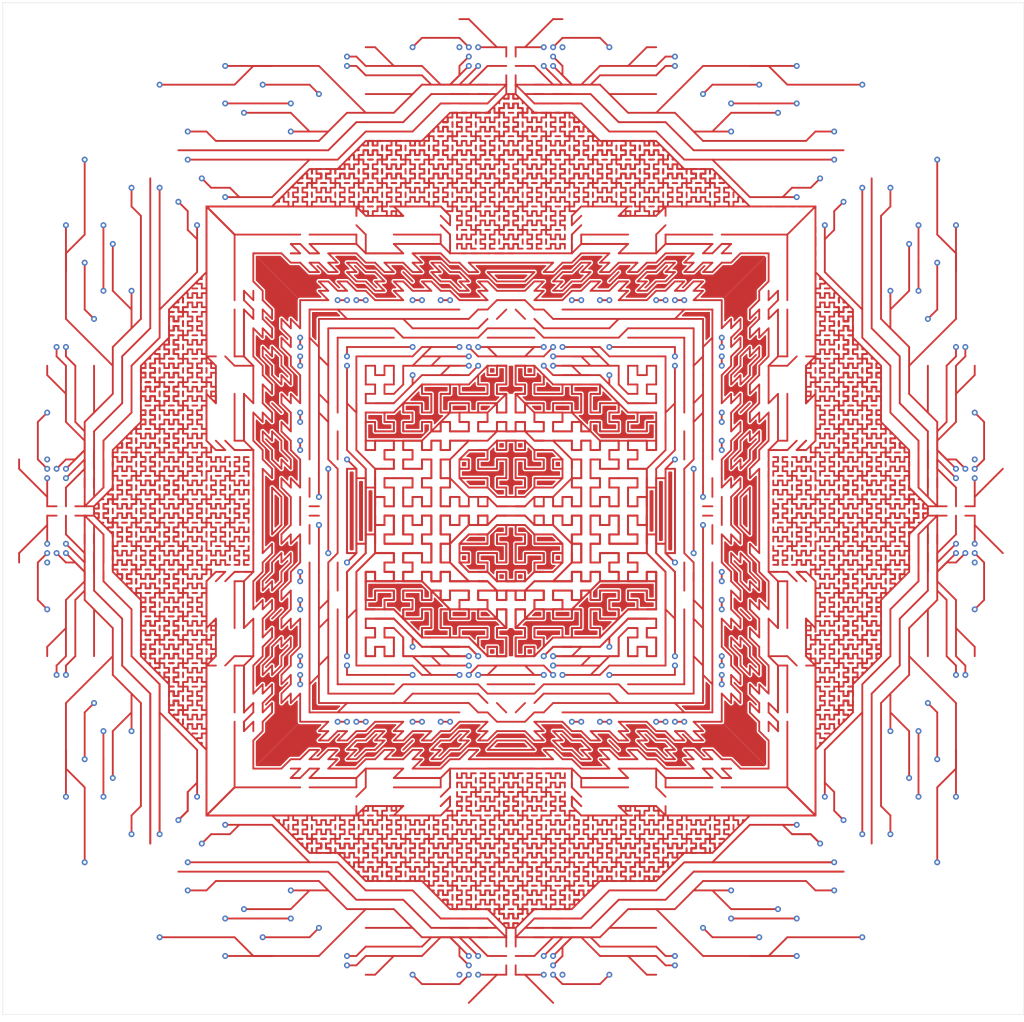
<source format=kicad_pcb>
(kicad_pcb (version 20201220) (generator pcbnew)
  (layers (0 "F.Cu" signal) (31 "B.Cu" signal) (34 "B.Paste" user) (35 "F.Paste" user) (36 "B.SilkS" user "B.Silkscreen") (37 "F.SilkS" user "F.Silkscreen") (38 "B.Mask" user) (39 "F.Mask" user) (44 "Edge.Cuts" user))
  (net 0 "")
  (net 1 "nees")
  (gr_rect (start 214.9475 28.2575) (end 76.5175 165.4175) (layer "Edge.Cuts") (width 0.05) (fill none))
  (segment (start 144.78 104.14) (end 144.78 102.87) (width 0.25) (layer "F.Cu") (net 0))
  (segment (start 145.7325 53.975) (end 145.7325 53.34) (width 0.25) (layer "F.Cu") (net 0))
  (segment (start 138.7475 48.26) (end 138.7475 48.895) (width 0.25) (layer "F.Cu") (net 0))
  (segment (start 136.8425 53.975) (end 136.8425 54.61) (width 0.25) (layer "F.Cu") (net 0))
  (segment (start 187.96 107.6325) (end 187.96 106.9975) (width 0.25) (layer "F.Cu") (net 0))
  (segment (start 176.8475 54.9275) (end 177.165 55.245) (width 0.25) (layer "F.Cu") (net 0))
  (segment (start 160.9725 55.245) (end 160.3375 55.245) (width 0.25) (layer "F.Cu") (net 0))
  (segment (start 95.885 88.5825) (end 96.52 88.5825) (width 0.25) (layer "F.Cu") (net 0))
  (segment (start 180.34 77.47) (end 180.34 78.74) (width 0.25) (layer "F.Cu") (net 0))
  (segment (start 176.53 101.6) (end 175.26 100.33) (width 0.25) (layer "F.Cu") (net 0))
  (segment (start 194.31 84.7725) (end 193.675 84.7725) (width 0.25) (layer "F.Cu") (net 0))
  (segment (start 143.51 100.33) (end 144.78 100.33) (width 0.25) (layer "F.Cu") (net 0))
  (segment (start 152.7175 60.325) (end 152.0825 60.325) (width 0.25) (layer "F.Cu") (net 0))
  (segment (start 192.405 105.7275) (end 192.405 105.0925) (width 0.25) (layer "F.Cu") (net 0))
  (segment (start 145.7325 51.435) (end 146.3675 51.435) (width 0.25) (layer "F.Cu") (net 0))
  (segment (start 130.4925 47.625) (end 129.8575 47.625) (width 0.25) (layer "F.Cu") (net 0))
  (segment (start 152.4 114.3) (end 151.13 114.3) (width 0.25) (layer "F.Cu") (net 0))
  (segment (start 148.59 105.41) (end 149.86 105.41) (width 0.25) (layer "F.Cu") (net 0))
  (segment (start 123.5075 142.875) (end 123.5075 142.24) (width 0.25) (layer "F.Cu") (net 0))
  (segment (start 159.7025 52.07) (end 160.3375 52.07) (width 0.25) (layer "F.Cu") (net 0))
  (segment (start 96.52 105.7275) (end 96.52 106.3625) (width 0.25) (layer "F.Cu") (net 0))
  (segment (start 135.89 111.76) (end 135.89 113.03) (width 0.25) (layer "F.Cu") (net 0))
  (segment (start 129.8575 51.435) (end 129.8575 52.07) (width 0.25) (layer "F.Cu") (net 0))
  (segment (start 186.69 61.2775) (end 186.69 60.6425) (width 0.25) (layer "F.Cu") (net 0))
  (segment (start 186.69 67.6275) (end 186.69 66.9925) (width 0.25) (layer "F.Cu") (net 0))
  (segment (start 95.885 110.1725) (end 95.885 110.8075) (width 0.25) (layer "F.Cu") (net 0))
  (segment (start 136.2075 53.34) (end 136.8425 53.34) (width 0.25) (layer "F.Cu") (net 0))
  (segment (start 205.74 129.54) (end 205.74 132.08) (width 0.25) (layer "F.Cu") (net 0))
  (segment (start 198.12 89.8525) (end 197.485 89.8525) (width 0.25) (layer "F.Cu") (net 0))
  (segment (start 136.2075 146.05) (end 136.2075 145.415) (width 0.25) (layer "F.Cu") (net 0))
  (segment (start 187.325 120.9675) (end 186.69 120.9675) (width 0.25) (layer "F.Cu") (net 0))
  (segment (start 160.3375 142.875) (end 160.9725 142.875) (width 0.25) (layer "F.Cu") (net 0))
  (segment (start 193.675 117.7925) (end 193.675 117.1575) (width 0.25) (layer "F.Cu") (net 0))
  (segment (start 144.4625 133.985) (end 145.0975 133.985) (width 0.25) (layer "F.Cu") (net 0))
  (segment (start 153.3525 145.415) (end 152.7175 145.415) (width 0.25) (layer "F.Cu") (net 0))
  (segment (start 96.52 115.2525) (end 96.52 115.8875) (width 0.25) (layer "F.Cu") (net 0))
  (segment (start 121.92 123.19) (end 129.54 123.19) (width 0.25) (layer "F.Cu") (net 0))
  (segment (start 162.56 104.14) (end 161.29 104.14) (width 0.25) (layer "F.Cu") (net 0))
  (segment (start 103.505 82.8675) (end 103.505 83.5025) (width 0.25) (layer "F.Cu") (net 0))
  (segment (start 123.19 110.49) (end 123.19 116.84) (width 0.25) (layer "F.Cu") (net 0))
  (segment (start 129.8575 146.05) (end 130.4925 146.05) (width 0.25) (layer "F.Cu") (net 0))
  (segment (start 165.1 106.68) (end 165.1 107.95) (width 0.25) (layer "F.Cu") (net 0))
  (segment (start 157.7975 53.975) (end 157.1625 53.975) (width 0.25) (layer "F.Cu") (net 0))
  (segment (start 159.7025 142.24) (end 160.3375 142.24) (width 0.25) (layer "F.Cu") (net 0))
  (segment (start 87.63 96.52) (end 88.9 96.52) (width 0.25) (layer "F.Cu") (net 0))
  (segment (start 143.8275 53.975) (end 143.8275 54.61) (width 0.25) (layer "F.Cu") (net 0))
  (segment (start 130.81 82.55) (end 132.08 82.55) (width 0.25) (layer "F.Cu") (net 0))
  (segment (start 110.49 66.04) (end 110.49 62.23) (width 0.25) (layer "F.Cu") (net 0))
  (segment (start 95.885 91.1225) (end 95.25 91.1225) (width 0.25) (layer "F.Cu") (net 0))
  (segment (start 193.04 80.3275) (end 193.675 80.3275) (width 0.25) (layer "F.Cu") (net 0))
  (segment (start 97.4725 75.2475) (end 99.06 73.66) (width 0.25) (layer "F.Cu") (net 0))
  (segment (start 129.54 77.47) (end 128.27 77.47) (width 0.25) (layer "F.Cu") (net 0))
  (segment (start 141.2875 142.24) (end 141.2875 142.875) (width 0.25) (layer "F.Cu") (net 0))
  (segment (start 148.9075 43.815) (end 148.2725 43.815) (width 0.25) (layer "F.Cu") (net 0))
  (segment (start 154.6225 52.07) (end 155.2575 52.07) (width 0.25) (layer "F.Cu") (net 0))
  (segment (start 127 87.63) (end 128.27 87.63) (width 0.25) (layer "F.Cu") (net 0))
  (segment (start 99.06 119.0625) (end 99.06 118.4275) (width 0.25) (layer "F.Cu") (net 0))
  (segment (start 167.64 151.13) (end 168.91 149.86) (width 0.25) (layer "F.Cu") (net 0))
  (segment (start 130.4925 142.875) (end 129.8575 142.875) (width 0.25) (layer "F.Cu") (net 0))
  (segment (start 121.6025 53.34) (end 121.6025 52.705) (width 0.25) (layer "F.Cu") (net 0))
  (segment (start 180.6575 138.43) (end 180.0225 138.43) (width 0.25) (layer "F.Cu") (net 0))
  (segment (start 197.485 93.6625) (end 196.85 93.6625) (width 0.25) (layer "F.Cu") (net 0))
  (segment (start 196.85 96.8375) (end 197.485 96.8375) (width 0.25) (layer "F.Cu") (net 0))
  (segment (start 143.8275 50.8) (end 143.8275 51.435) (width 0.25) (layer "F.Cu") (net 0))
  (segment (start 156.21 74.93) (end 152.4 74.93) (width 0.25) (layer "F.Cu") (net 0))
  (segment (start 135.89 138.43) (end 129.54 138.43) (width 0.25) (layer "F.Cu") (net 0))
  (segment (start 154.6225 45.085) (end 154.6225 45.72) (width 0.25) (layer "F.Cu") (net 0))
  (segment (start 152.4 104.14) (end 151.13 104.14) (width 0.25) (layer "F.Cu") (net 0))
  (segment (start 190.5 119.0625) (end 190.5 119.6975) (width 0.25) (layer "F.Cu") (net 0))
  (segment (start 127 106.68) (end 127 105.41) (width 0.25) (layer "F.Cu") (net 0))
  (segment (start 143.8275 55.88) (end 143.8275 56.515) (width 0.25) (layer "F.Cu") (net 0))
  (segment (start 108.585 88.9) (end 107.95 88.9) (width 0.25) (layer "F.Cu") (net 0))
  (segment (start 102.235 101.2825) (end 102.235 100.6475) (width 0.25) (layer "F.Cu") (net 0))
  (segment (start 128.5875 146.05) (end 128.5875 146.685) (width 0.25) (layer "F.Cu") (net 0))
  (segment (start 189.865 79.6925) (end 190.5 79.6925) (width 0.25) (layer "F.Cu") (net 0))
  (segment (start 191.135 122.2375) (end 191.135 121.6025) (width 0.25) (layer "F.Cu") (net 0))
  (segment (start 141.9225 48.895) (end 141.9225 48.26) (width 0.25) (layer "F.Cu") (net 0))
  (segment (start 195.58 115.8875) (end 194.945 115.8875) (width 0.25) (layer "F.Cu") (net 0))
  (segment (start 151.4475 142.875) (end 151.4475 142.24) (width 0.25) (layer "F.Cu") (net 0))
  (segment (start 148.59 92.71) (end 149.86 92.71) (width 0.25) (layer "F.Cu") (net 0))
  (segment (start 124.1425 138.43) (end 125.4125 138.43) (width 0.25) (layer "F.Cu") (net 0))
  (segment (start 193.675 106.3625) (end 194.31 106.3625) (width 0.25) (layer "F.Cu") (net 0))
  (segment (start 95.25 94.9325) (end 94.615 94.9325) (width 0.25) (layer "F.Cu") (net 0))
  (segment (start 137.16 110.49) (end 135.89 110.49) (width 0.25) (layer "F.Cu") (net 0))
  (segment (start 99.06 72.7075) (end 99.06 72.0725) (width 0.25) (layer "F.Cu") (net 0))
  (segment (start 198.12 76.2) (end 194.31 72.39) (width 0.25) (layer "F.Cu") (net 0))
  (segment (start 100.33 108.2675) (end 100.33 107.6325) (width 0.25) (layer "F.Cu") (net 0))
  (segment (start 187.96 119.6975) (end 187.325 119.6975) (width 0.25) (layer "F.Cu") (net 0))
  (segment (start 100.33 98.1075) (end 100.965 98.1075) (width 0.25) (layer "F.Cu") (net 0))
  (segment (start 132.08 106.68) (end 130.81 106.68) (width 0.25) (layer "F.Cu") (net 0))
  (segment (start 119.6975 52.07) (end 119.6975 51.435) (width 0.25) (layer "F.Cu") (net 0))
  (segment (start 104.14 61.9125) (end 104.14 62.5475) (width 0.25) (layer "F.Cu") (net 0))
  (segment (start 95.25 87.9475) (end 95.885 87.9475) (width 0.25) (layer "F.Cu") (net 0))
  (segment (start 138.7475 137.16) (end 138.1125 137.16) (width 0.25) (layer "F.Cu") (net 0))
  (segment (start 89.535 97.4725) (end 89.535 98.1075) (width 0.25) (layer "F.Cu") (net 0))
  (segment (start 187.325 75.2475) (end 187.325 75.8825) (width 0.25) (layer "F.Cu") (net 0))
  (segment (start 120.3325 142.875) (end 120.3325 142.24) (width 0.25) (layer "F.Cu") (net 0))
  (segment (start 186.69 133.6675) (end 186.69 134.3025) (width 0.25) (layer "F.Cu") (net 0))
  (segment (start 130.4925 51.435) (end 129.8575 51.435) (width 0.25) (layer "F.Cu") (net 0))
  (segment (start 100.965 102.5525) (end 100.33 102.5525) (width 0.25) (layer "F.Cu") (net 0))
  (segment (start 189.23 107.6325) (end 189.23 106.9975) (width 0.25) (layer "F.Cu") (net 0))
  (segment (start 119.0625 52.705) (end 119.0625 52.07) (width 0.25) (layer "F.Cu") (net 0))
  (segment (start 182.245 101.2825) (end 182.245 100.6475) (width 0.25) (layer "F.Cu") (net 0))
  (segment (start 194.31 112.7125) (end 194.31 112.0775) (width 0.25) (layer "F.Cu") (net 0))
  (segment (start 160.02 102.87) (end 160.02 104.14) (width 0.25) (layer "F.Cu") (net 0))
  (segment (start 137.16 104.14) (end 137.16 102.87) (width 0.25) (layer "F.Cu") (net 0))
  (segment (start 194.945 115.8875) (end 195.58 115.8875) (width 0.25) (layer "F.Cu") (net 0))
  (segment (start 133.35 106.68) (end 132.08 106.68) (width 0.25) (layer "F.Cu") (net 0))
  (segment (start 100.965 79.6925) (end 100.965 79.0575) (width 0.25) (layer "F.Cu") (net 0))
  (segment (start 128.27 81.28) (end 128.27 80.01) (width 0.25) (layer "F.Cu") (net 0))
  (segment (start 152.0825 52.07) (end 152.0825 51.435) (width 0.25) (layer "F.Cu") (net 0))
  (segment (start 132.08 116.84) (end 130.81 116.84) (width 0.25) (layer "F.Cu") (net 0))
  (segment (start 181.61 125.73) (end 181.61 127) (width 0.25) (layer "F.Cu") (net 0))
  (segment (start 189.23 94.9325) (end 189.865 94.9325) (width 0.25) (layer "F.Cu") (net 0))
  (segment (start 153.9875 140.335) (end 154.6225 140.335) (width 0.25) (layer "F.Cu") (net 0))
  (segment (start 150.8125 146.05) (end 151.4475 146.05) (width 0.25) (layer "F.Cu") (net 0))
  (segment (start 104.14 96.8375) (end 104.14 97.4725) (width 0.25) (layer "F.Cu") (net 0))
  (segment (start 100.965 122.2375) (end 100.965 122.8725) (width 0.25) (layer "F.Cu") (net 0))
  (segment (start 189.23 76.5175) (end 190.5 76.5175) (width 0.25) (layer "F.Cu") (net 0))
  (segment (start 138.1125 138.43) (end 138.1125 137.795) (width 0.25) (layer "F.Cu") (net 0))
  (segment (start 191.135 103.8225) (end 191.135 104.4575) (width 0.25) (layer "F.Cu") (net 0))
  (segment (start 129.54 123.19) (end 139.7 123.19) (width 0.25) (layer "F.Cu") (net 0))
  (segment (start 141.2875 133.985) (end 141.2875 133.35) (width 0.25) (layer "F.Cu") (net 0))
  (segment (start 164.1475 49.53) (end 164.7825 49.53) (width 0.25) (layer "F.Cu") (net 0))
  (segment (start 124.46 133.35) (end 124.46 134.62) (width 0.25) (layer "F.Cu") (net 0))
  (segment (start 138.43 109.22) (end 138.43 110.49) (width 0.25) (layer "F.Cu") (net 0))
  (segment (start 146.3675 45.085) (end 146.3675 44.45) (width 0.25) (layer "F.Cu") (net 0))
  (segment (start 191.135 93.0275) (end 191.135 93.6625) (width 0.25) (layer "F.Cu") (net 0))
  (segment (start 101.6 126.0475) (end 102.235 126.0475) (width 0.25) (layer "F.Cu") (net 0))
  (segment (start 190.5 96.2025) (end 190.5 96.8375) (width 0.25) (layer "F.Cu") (net 0))
  (segment (start 171.7675 142.875) (end 171.1325 142.875) (width 0.25) (layer "F.Cu") (net 0))
  (segment (start 121.6025 53.975) (end 121.6025 54.61) (width 0.25) (layer "F.Cu") (net 0))
  (segment (start 129.8575 145.415) (end 129.8575 146.05) (width 0.25) (layer "F.Cu") (net 0))
  (segment (start 165.4175 146.05) (end 164.7825 146.05) (width 0.25) (layer "F.Cu") (net 0))
  (segment (start 155.2575 146.05) (end 155.8925 146.05) (width 0.25) (layer "F.Cu") (net 0))
  (segment (start 193.04 111.4425) (end 193.675 111.4425) (width 0.25) (layer "F.Cu") (net 0))
  (segment (start 100.33 81.5975) (end 100.33 80.9625) (width 0.25) (layer "F.Cu") (net 0))
  (segment (start 189.23 74.6125) (end 188.595 74.6125) (width 0.25) (layer "F.Cu") (net 0))
  (segment (start 136.8425 49.53) (end 136.8425 48.895) (width 0.25) (layer "F.Cu") (net 0))
  (segment (start 90.17 96.8375) (end 90.805 96.8375) (width 0.25) (layer "F.Cu") (net 0))
  (segment (start 165.4175 137.795) (end 165.4175 137.4775) (width 0.25) (layer "F.Cu") (net 0))
  (segment (start 141.9225 146.05) (end 141.2875 146.05) (width 0.25) (layer "F.Cu") (net 0))
  (segment (start 111.76 107.95) (end 113.03 106.68) (width 0.25) (layer "F.Cu") (net 0))
  (segment (start 140.0175 58.42) (end 139.3825 58.42) (width 0.25) (layer "F.Cu") (net 0))
  (segment (start 127.9525 49.53) (end 127.3175 49.53) (width 0.25) (layer "F.Cu") (net 0))
  (segment (start 145.7325 135.89) (end 145.7325 136.525) (width 0.25) (layer "F.Cu") (net 0))
  (segment (start 140.6525 55.245) (end 140.0175 55.245) (width 0.25) (layer "F.Cu") (net 0))
  (segment (start 145.0975 54.61) (end 145.0975 55.245) (width 0.25) (layer "F.Cu") (net 0))
  (segment (start 136.8425 50.8) (end 136.8425 50.165) (width 0.25) (layer "F.Cu") (net 0))
  (segment (start 109.22 125.73) (end 109.22 127) (width 0.25) (layer "F.Cu") (net 0))
  (segment (start 105.41 103.8225) (end 105.41 104.4575) (width 0.25) (layer "F.Cu") (net 0))
  (segment (start 188.595 75.2475) (end 189.23 75.2475) (width 0.25) (layer "F.Cu") (net 0))
  (segment (start 115.57 73.66) (end 114.3 72.39) (width 0.25) (layer "F.Cu") (net 0))
  (segment (start 190.5 122.8725) (end 191.135 122.8725) (width 0.25) (layer "F.Cu") (net 0))
  (segment (start 160.3375 49.53) (end 160.3375 48.895) (width 0.25) (layer "F.Cu") (net 0))
  (segment (start 201.93 96.52) (end 201.93 97.79) (width 0.25) (layer "F.Cu") (net 0))
  (segment (start 100.965 100.0125) (end 100.965 100.6475) (width 0.25) (layer "F.Cu") (net 0))
  (segment (start 196.85 100.0125) (end 196.85 100.6475) (width 0.25) (layer "F.Cu") (net 0))
  (segment (start 165.4175 51.435) (end 165.4175 50.8) (width 0.25) (layer "F.Cu") (net 0))
  (segment (start 99.06 87.9475) (end 98.425 87.9475) (width 0.25) (layer "F.Cu") (net 0))
  (segment (start 101.6 137.795) (end 100.33 139.065) (width 0.25) (layer "F.Cu") (net 0))
  (segment (start 163.5125 143.51) (end 163.5125 142.875) (width 0.25) (layer "F.Cu") (net 0))
  (segment (start 197.485 93.0275) (end 197.485 93.6625) (width 0.25) (layer "F.Cu") (net 0))
  (segment (start 162.2425 144.78) (end 162.2425 145.415) (width 0.25) (layer "F.Cu") (net 0))
  (segment (start 147.0025 133.35) (end 147.0025 133.985) (width 0.25) (layer "F.Cu") (net 0))
  (segment (start 163.83 93.98) (end 163.83 92.71) (width 0.25) (layer "F.Cu") (net 0))
  (segment (start 114.3 88.9) (end 115.57 90.17) (width 0.25) (layer "F.Cu") (net 0))
  (segment (start 175.26 71.12) (end 175.26 72.39) (width 0.25) (layer "F.Cu") (net 0))
  (segment (start 119.6975 141.605) (end 120.3325 141.605) (width 0.25) (layer "F.Cu") (net 0))
  (segment (start 143.1925 139.7) (end 143.1925 140.335) (width 0.25) (layer "F.Cu") (net 0))
  (segment (start 126.0475 144.145) (end 125.4125 144.145) (width 0.25) (layer "F.Cu") (net 0))
  (segment (start 143.1925 53.975) (end 142.5575 53.975) (width 0.25) (layer "F.Cu") (net 0))
  (segment (start 142.5575 139.7) (end 142.5575 139.065) (width 0.25) (layer "F.Cu") (net 0))
  (segment (start 168.91 118.11) (end 168.91 120.65) (width 0.25) (layer "F.Cu") (net 0))
  (segment (start 144.4625 59.69) (end 144.4625 60.325) (width 0.25) (layer "F.Cu") (net 0))
  (segment (start 146.05 114.3) (end 146.05 116.84) (width 0.25) (layer "F.Cu") (net 0))
  (segment (start 87.63 95.25) (end 87.63 96.52) (width 0.25) (layer "F.Cu") (net 0))
  (segment (start 135.89 104.14) (end 137.16 104.14) (width 0.25) (layer "F.Cu") (net 0))
  (segment (start 179.07 76.2) (end 177.8 77.47) (width 0.25) (layer "F.Cu") (net 0))
  (segment (start 140.0175 43.18) (end 141.2875 43.18) (width 0.25) (layer "F.Cu") (net 0))
  (segment (start 133.0325 51.435) (end 133.0325 52.07) (width 0.25) (layer "F.Cu") (net 0))
  (segment (start 134.62 105.41) (end 133.35 105.41) (width 0.25) (layer "F.Cu") (net 0))
  (segment (start 143.51 68.58) (end 142.24 69.85) (width 0.25) (layer "F.Cu") (net 0))
  (segment (start 99.06 86.0425) (end 99.695 86.0425) (width 0.25) (layer "F.Cu") (net 0))
  (segment (start 177.8 55.88) (end 186.69 55.88) (width 0.25) (layer "F.Cu") (net 0))
  (segment (start 157.7975 47.625) (end 157.1625 47.625) (width 0.25) (layer "F.Cu") (net 0))
  (segment (start 125.73 132.08) (end 124.46 133.35) (width 0.25) (layer "F.Cu") (net 0))
  (segment (start 133.35 111.76) (end 130.81 111.76) (width 0.25) (layer "F.Cu") (net 0))
  (segment (start 164.1475 53.975) (end 164.1475 53.34) (width 0.25) (layer "F.Cu") (net 0))
  (segment (start 177.8 36.83) (end 180.34 36.83) (width 0.25) (layer "F.Cu") (net 0))
  (segment (start 162.2425 53.975) (end 162.2425 54.61) (width 0.25) (layer "F.Cu") (net 0))
  (segment (start 189.23 75.8825) (end 189.865 75.8825) (width 0.25) (layer "F.Cu") (net 0))
  (segment (start 154.6225 48.895) (end 153.9875 48.895) (width 0.25) (layer "F.Cu") (net 0))
  (segment (start 123.5075 140.97) (end 124.1425 140.97) (width 0.25) (layer "F.Cu") (net 0))
  (segment (start 103.505 108.9025) (end 102.87 108.9025) (width 0.25) (layer "F.Cu") (net 0))
  (segment (start 127 99.06) (end 127 97.79) (width 0.25) (layer "F.Cu") (net 0))
  (segment (start 141.2875 136.525) (end 141.9225 136.525) (width 0.25) (layer "F.Cu") (net 0))
  (segment (start 107.95 105.41) (end 106.68 106.68) (width 0.25) (layer "F.Cu") (net 0))
  (segment (start 159.7025 144.78) (end 160.3375 144.78) (width 0.25) (layer "F.Cu") (net 0))
  (segment (start 135.5725 50.165) (end 135.5725 50.8) (width 0.25) (layer "F.Cu") (net 0))
  (segment (start 161.6075 57.15) (end 160.02 57.15) (width 0.25) (layer "F.Cu") (net 0))
  (segment (start 156.5275 52.705) (end 156.5275 52.07) (width 0.25) (layer "F.Cu") (net 0))
  (segment (start 155.2575 51.435) (end 155.2575 52.07) (width 0.25) (layer "F.Cu") (net 0))
  (segment (start 146.05 154.94) (end 146.05 153.67) (width 0.25) (layer "F.Cu") (net 0))
  (segment (start 176.8475 55.245) (end 176.8475 54.9275) (width 0.25) (layer "F.Cu") (net 0))
  (segment (start 160.9725 145.415) (end 160.3375 145.415) (width 0.25) (layer "F.Cu") (net 0))
  (segment (start 137.16 100.33) (end 137.16 101.6) (width 0.25) (layer "F.Cu") (net 0))
  (segment (start 99.06 119.6975) (end 98.425 119.6975) (width 0.25) (layer "F.Cu") (net 0))
  (segment (start 160.3375 142.24) (end 160.3375 142.875) (width 0.25) (layer "F.Cu") (net 0))
  (segment (start 148.9075 43.18) (end 148.2725 43.18) (width 0.25) (layer "F.Cu") (net 0))
  (segment (start 143.51 113.03) (end 144.78 113.03) (width 0.25) (layer "F.Cu") (net 0))
  (segment (start 155.8925 143.51) (end 155.8925 144.145) (width 0.25) (layer "F.Cu") (net 0))
  (segment (start 158.75 76.2) (end 157.48 74.93) (width 0.25) (layer "F.Cu") (net 0))
  (segment (start 127.3175 53.975) (end 127.3175 53.34) (width 0.25) (layer "F.Cu") (net 0))
  (segment (start 136.8425 45.085) (end 136.2075 45.085) (width 0.25) (layer "F.Cu") (net 0))
  (segment (start 107.315 96.8375) (end 107.315 97.4725) (width 0.25) (layer "F.Cu") (net 0))
  (segment (start 194.31 100.6475) (end 194.31 101.2825) (width 0.25) (layer "F.Cu") (net 0))
  (segment (start 151.13 88.9) (end 152.4 90.17) (width 0.25) (layer "F.Cu") (net 0))
  (segment (start 146.3675 153.035) (end 146.3675 153.3525) (width 0.25) (layer "F.Cu") (net 0))
  (segment (start 143.1925 52.07) (end 143.1925 51.435) (width 0.25) (layer "F.Cu") (net 0))
  (segment (start 91.44 98.1075) (end 91.44 99.3775) (width 0.25) (layer "F.Cu") (net 0))
  (segment (start 164.1475 47.625) (end 163.5125 47.625) (width 0.25) (layer "F.Cu") (net 0))
  (segment (start 166.37 116.84) (end 166.37 113.03) (width 0.25) (layer "F.Cu") (net 0))
  (segment (start 173.99 85.09) (end 173.99 83.82) (width 0.25) (layer "F.Cu") (net 0))
  (segment (start 170.4975 51.435) (end 169.8625 51.435) (width 0.25) (layer "F.Cu") (net 0))
  (segment (start 185.42 92.3925) (end 184.785 92.3925) (width 0.25) (layer "F.Cu") (net 0))
  (segment (start 99.695 84.1375) (end 99.695 83.5025) (width 0.25) (layer "F.Cu") (net 0))
  (segment (start 170.4975 142.875) (end 170.4975 142.24) (width 0.25) (layer "F.Cu") (net 0))
  (segment (start 99.695 73.9775) (end 99.695 74.6125) (width 0.25) (layer "F.Cu") (net 0))
  (segment (start 104.14 106.68) (end 104.14 113.03) (width 0.25) (layer "F.Cu") (net 0))
  (segment (start 154.6225 149.225) (end 154.6225 148.59) (width 0.25) (layer "F.Cu") (net 0))
  (segment (start 187.96 73.9775) (end 188.595 73.9775) (width 0.25) (layer "F.Cu") (net 0))
  (segment (start 100.965 101.9175) (end 100.965 101.2825) (width 0.25) (layer "F.Cu") (net 0))
  (segment (start 127 102.87) (end 129.54 102.87) (width 0.25) (layer "F.Cu") (net 0))
  (segment (start 95.885 78.4225) (end 95.885 79.0575) (width 0.25) (layer "F.Cu") (net 0))
  (segment (start 155.8925 146.05) (end 155.8925 146.685) (width 0.25) (layer "F.Cu") (net 0))
  (segment (start 170.4975 142.24) (end 170.4975 142.875) (width 0.25) (layer "F.Cu") (net 0))
  (segment (start 146.05 87.63) (end 144.78 87.63) (width 0.25) (layer "F.Cu") (net 0))
  (segment (start 146.05 90.17) (end 146.05 91.44) (width 0.25) (layer "F.Cu") (net 0))
  (segment (start 163.5125 50.8) (end 163.5125 51.435) (width 0.25) (layer "F.Cu") (net 0))
  (segment (start 132.08 104.14) (end 130.81 104.14) (width 0.25) (layer "F.Cu") (net 0))
  (segment (start 82.55 115.57) (end 82.55 116.84) (width 0.25) (layer "F.Cu") (net 0))
  (segment (start 182.88 94.2975) (end 182.88 94.9325) (width 0.25) (layer "F.Cu") (net 0))
  (segment (start 126.0475 52.07) (end 126.0475 51.435) (width 0.25) (layer "F.Cu") (net 0))
  (segment (start 196.215 98.1075) (end 196.215 98.7425) (width 0.25) (layer "F.Cu") (net 0))
  (segment (start 189.23 96.8375) (end 189.23 97.4725) (width 0.25) (layer "F.Cu") (net 0))
  (segment (start 96.52 97.4725) (end 97.155 97.4725) (width 0.25) (layer "F.Cu") (net 0))
  (segment (start 145.0975 60.325) (end 145.0975 59.69) (width 0.25) (layer "F.Cu") (net 0))
  (segment (start 143.8275 149.86) (end 143.8275 149.225) (width 0.25) (layer "F.Cu") (net 0))
  (segment (start 194.945 115.8875) (end 195.58 115.8875) (width 0.25) (layer "F.Cu") (net 0))
  (segment (start 166.6875 142.875) (end 167.3225 142.875) (width 0.25) (layer "F.Cu") (net 0))
  (segment (start 173.6725 139.065) (end 173.0375 139.065) (width 0.25) (layer "F.Cu") (net 0))
  (segment (start 135.5725 145.415) (end 135.5725 146.05) (width 0.25) (layer "F.Cu") (net 0))
  (segment (start 100.965 72.7075) (end 100.33 72.7075) (width 0.25) (layer "F.Cu") (net 0))
  (segment (start 146.05 110.49) (end 146.05 111.76) (width 0.25) (layer "F.Cu") (net 0))
  (segment (start 137.16 137.16) (end 137.16 135.89) (width 0.25) (layer "F.Cu") (net 0))
  (segment (start 131.7625 54.61) (end 132.3975 54.61) (width 0.25) (layer "F.Cu") (net 0))
  (segment (start 189.865 72.0725) (end 189.865 71.4375) (width 0.25) (layer "F.Cu") (net 0))
  (segment (start 132.08 105.41) (end 132.08 104.14) (width 0.25) (layer "F.Cu") (net 0))
  (segment (start 129.54 107.95) (end 129.54 109.22) (width 0.25) (layer "F.Cu") (net 0))
  (segment (start 129.54 102.87) (end 129.54 104.14) (width 0.25) (layer "F.Cu") (net 0))
  (segment (start 141.2875 54.61) (end 141.9225 54.61) (width 0.25) (layer "F.Cu") (net 0))
  (segment (start 139.3825 133.35) (end 140.0175 133.35) (width 0.25) (layer "F.Cu") (net 0))
  (segment (start 191.77 105.7275) (end 192.405 105.7275) (width 0.25) (layer "F.Cu") (net 0))
  (segment (start 166.37 83.82) (end 167.64 82.55) (width 0.25) (layer "F.Cu") (net 0))
  (segment (start 137.4775 45.085) (end 137.4775 44.45) (width 0.25) (layer "F.Cu") (net 0))
  (segment (start 125.73 83.82) (end 125.73 85.09) (width 0.25) (layer "F.Cu") (net 0))
  (segment (start 165.4175 55.245) (end 165.4175 54.61) (width 0.25) (layer "F.Cu") (net 0))
  (segment (start 148.9075 50.8) (end 149.5425 50.8) (width 0.25) (layer "F.Cu") (net 0))
  (segment (start 181.61 87.63) (end 181.61 81.28) (width 0.25) (layer "F.Cu") (net 0))
  (segment (start 180.975 105.41) (end 181.61 105.41) (width 0.25) (layer "F.Cu") (net 0))
  (segment (start 96.52 87.9475) (end 96.52 88.5825) (width 0.25) (layer "F.Cu") (net 0))
  (segment (start 187.325 98.7425) (end 187.325 98.1075) (width 0.25) (layer "F.Cu") (net 0))
  (segment (start 156.21 109.22) (end 157.48 109.22) (width 0.25) (layer "F.Cu") (net 0))
  (segment (start 141.9225 53.34) (end 141.9225 53.975) (width 0.25) (layer "F.Cu") (net 0))
  (segment (start 184.15 93.0275) (end 184.785 93.0275) (width 0.25) (layer "F.Cu") (net 0))
  (segment (start 105.0925 112.0775) (end 105.41 111.76) (width 0.25) (layer "F.Cu") (net 0))
  (segment (start 130.4925 142.875) (end 129.8575 142.875) (width 0.25) (layer "F.Cu") (net 0))
  (segment (start 95.885 114.6175) (end 96.52 114.6175) (width 0.25) (layer "F.Cu") (net 0))
  (segment (start 101.6 113.9825) (end 101.6 113.3475) (width 0.25) (layer "F.Cu") (net 0))
  (segment (start 172.4025 142.24) (end 173.0375 142.24) (width 0.25) (layer "F.Cu") (net 0))
  (segment (start 161.6075 144.145) (end 161.6075 143.51) (width 0.25) (layer "F.Cu") (net 0))
  (segment (start 103.505 120.9675) (end 104.14 120.9675) (width 0.25) (layer "F.Cu") (net 0))
  (segment (start 193.04 95.5675) (end 193.04 96.2025) (width 0.25) (layer "F.Cu") (net 0))
  (segment (start 188.595 77.1525) (end 189.23 77.1525) (width 0.25) (layer "F.Cu") (net 0))
  (segment (start 168.5925 50.8) (end 168.91 50.8) (width 0.25) (layer "F.Cu") (net 0))
  (segment (start 98.425 103.1875) (end 99.06 103.1875) (width 0.25) (layer "F.Cu") (net 0))
  (segment (start 189.865 122.2375) (end 189.865 122.8725) (width 0.25) (layer "F.Cu") (net 0))
  (segment (start 146.3675 146.05) (end 145.7325 146.05) (width 0.25) (layer "F.Cu") (net 0))
  (segment (start 128.5875 146.685) (end 128.5875 146.05) (width 0.25) (layer "F.Cu") (net 0))
  (segment (start 100.33 104.4575) (end 100.965 104.4575) (width 0.25) (layer "F.Cu") (net 0))
  (segment (start 130.4925 47.625) (end 130.4925 48.26) (width 0.25) (layer "F.Cu") (net 0))
  (segment (start 99.06 120.3325) (end 99.06 120.65) (width 0.25) (layer "F.Cu") (net 0))
  (segment (start 161.29 106.68) (end 161.29 105.41) (width 0.25) (layer "F.Cu") (net 0))
  (segment (start 127 110.49) (end 125.73 110.49) (width 0.25) (layer "F.Cu") (net 0))
  (segment (start 143.8275 138.43) (end 143.8275 137.795) (width 0.25) (layer "F.Cu") (net 0))
  (segment (start 188.595 113.9825) (end 188.595 113.3475) (width 0.25) (layer "F.Cu") (net 0))
  (segment (start 138.1125 136.525) (end 138.1125 137.16) (width 0.25) (layer "F.Cu") (net 0))
  (segment (start 152.7175 50.8) (end 152.0825 50.8) (width 0.25) (layer "F.Cu") (net 0))
  (segment (start 133.35 82.55) (end 133.35 83.82) (width 0.25) (layer "F.Cu") (net 0))
  (segment (start 199.39 88.9) (end 195.58 85.09) (width 0.25) (layer "F.Cu") (net 0))
  (segment (start 104.775 77.7875) (end 105.41 77.7875) (width 0.25) (layer "F.Cu") (net 0))
  (segment (start 99.695 75.8825) (end 99.695 75.2475) (width 0.25) (layer "F.Cu") (net 0))
  (segment (start 165.1 86.36) (end 165.1 87.63) (width 0.25) (layer "F.Cu") (net 0))
  (segment (start 118.4275 140.335) (end 118.4275 139.7) (width 0.25) (layer "F.Cu") (net 0))
  (segment (start 93.98 93.0275) (end 93.345 93.0275) (width 0.25) (layer "F.Cu") (net 0))
  (segment (start 140.97 105.41) (end 142.24 105.41) (width 0.25) (layer "F.Cu") (net 0))
  (segment (start 187.325 67.6275) (end 186.69 67.6275) (width 0.25) (layer "F.Cu") (net 0))
  (segment (start 119.38 74.93) (end 119.38 73.66) (width 0.25) (layer "F.Cu") (net 0))
  (segment (start 107.315 95.5675) (end 107.315 96.2025) (width 0.25) (layer "F.Cu") (net 0))
  (segment (start 164.1475 47.625) (end 163.5125 47.625) (width 0.25) (layer "F.Cu") (net 0))
  (segment (start 96.52 82.2325) (end 95.885 82.2325) (width 0.25) (layer "F.Cu") (net 0))
  (segment (start 192.405 117.1575) (end 193.04 117.1575) (width 0.25) (layer "F.Cu") (net 0))
  (segment (start 104.775 100.6475) (end 104.775 100.0125) (width 0.25) (layer "F.Cu") (net 0))
  (segment (start 138.43 64.77) (end 137.16 64.77) (width 0.25) (layer "F.Cu") (net 0))
  (segment (start 102.87 107.6325) (end 102.235 107.6325) (width 0.25) (layer "F.Cu") (net 0))
  (segment (start 189.865 72.0725) (end 189.865 71.4375) (width 0.25) (layer "F.Cu") (net 0))
  (segment (start 95.885 79.6925) (end 96.52 79.6925) (width 0.25) (layer "F.Cu") (net 0))
  (segment (start 131.1275 52.07) (end 130.4925 52.07) (width 0.25) (layer "F.Cu") (net 0))
  (segment (start 120.9675 140.97) (end 121.6025 140.97) (width 0.25) (layer "F.Cu") (net 0))
  (segment (start 145.0975 138.43) (end 145.7325 138.43) (width 0.25) (layer "F.Cu") (net 0))
  (segment (start 101.6 83.5025) (end 101.6 82.8675) (width 0.25) (layer "F.Cu") (net 0))
  (segment (start 165.4175 51.435) (end 165.4175 50.8) (width 0.25) (layer "F.Cu") (net 0))
  (segment (start 136.2075 48.895) (end 136.8425 48.895) (width 0.25) (layer "F.Cu") (net 0))
  (segment (start 104.775 77.1525) (end 105.0925 77.1525) (width 0.25) (layer "F.Cu") (net 0))
  (segment (start 152.4 119.38) (end 157.48 119.38) (width 0.25) (layer "F.Cu") (net 0))
  (segment (start 145.7325 53.975) (end 146.3675 53.975) (width 0.25) (layer "F.Cu") (net 0))
  (segment (start 194.945 109.5375) (end 194.945 108.9025) (width 0.25) (layer "F.Cu") (net 0))
  (segment (start 95.25 116.5225) (end 95.25 115.8875) (width 0.25) (layer "F.Cu") (net 0))
  (segment (start 158.4325 47.625) (end 158.4325 46.99) (width 0.25) (layer "F.Cu") (net 0))
  (segment (start 152.0825 151.13) (end 151.4475 151.13) (width 0.25) (layer "F.Cu") (net 0))
  (segment (start 109.855 94.9325) (end 109.855 94.2975) (width 0.25) (layer "F.Cu") (net 0))
  (segment (start 152.7175 146.05) (end 152.0825 146.05) (width 0.25) (layer "F.Cu") (net 0))
  (segment (start 160.9725 48.26) (end 160.3375 48.26) (width 0.25) (layer "F.Cu") (net 0))
  (segment (start 194.31 100.6475) (end 193.675 100.6475) (width 0.25) (layer "F.Cu") (net 0))
  (segment (start 197.485 88.5825) (end 197.485 87.9475) (width 0.25) (layer "F.Cu") (net 0))
  (segment (start 194.945 94.9325) (end 194.31 94.9325) (width 0.25) (layer "F.Cu") (net 0))
  (segment (start 186.69 118.11) (end 185.42 118.11) (width 0.25) (layer "F.Cu") (net 0))
  (segment (start 125.4125 48.895) (end 125.4125 48.26) (width 0.25) (layer "F.Cu") (net 0))
  (segment (start 189.865 114.6175) (end 190.5 114.6175) (width 0.25) (layer "F.Cu") (net 0))
  (segment (start 146.05 39.37) (end 146.05 40.64) (width 0.25) (layer "F.Cu") (net 0))
  (segment (start 129.2225 139.7) (end 129.2225 139.065) (width 0.25) (layer "F.Cu") (net 0))
  (segment (start 157.7975 53.975) (end 157.7975 53.34) (width 0.25) (layer "F.Cu") (net 0))
  (segment (start 101.6 69.5325) (end 100.965 69.5325) (width 0.25) (layer "F.Cu") (net 0))
  (segment (start 194.945 80.3275) (end 194.31 80.3275) (width 0.25) (layer "F.Cu") (net 0))
  (segment (start 133.0325 51.435) (end 133.6675 51.435) (width 0.25) (layer "F.Cu") (net 0))
  (segment (start 171.1325 142.24) (end 171.1325 142.875) (width 0.25) (layer "F.Cu") (net 0))
  (segment (start 191.77 113.3475) (end 191.77 113.9825) (width 0.25) (layer "F.Cu") (net 0))
  (segment (start 132.08 129.54) (end 130.81 130.81) (width 0.25) (layer "F.Cu") (net 0))
  (segment (start 186.69 131.1275) (end 186.69 129.8575) (width 0.25) (layer "F.Cu") (net 0))
  (segment (start 194.945 82.2325) (end 194.31 82.2325) (width 0.25) (layer "F.Cu") (net 0))
  (segment (start 100.33 122.2375) (end 99.695 122.2375) (width 0.25) (layer "F.Cu") (net 0))
  (segment (start 194.31 77.7875) (end 193.675 77.7875) (width 0.25) (layer "F.Cu") (net 0))
  (segment (start 144.78 107.95) (end 146.05 107.95) (width 0.25) (layer "F.Cu") (net 0))
  (segment (start 126.6825 51.435) (end 127.3175 51.435) (width 0.25) (layer "F.Cu") (net 0))
  (segment (start 157.1625 146.05) (end 157.7975 146.05) (width 0.25) (layer "F.Cu") (net 0))
  (segment (start 191.77 85.4075) (end 191.135 85.4075) (width 0.25) (layer "F.Cu") (net 0))
  (segment (start 144.78 107.95) (end 146.05 107.95) (width 0.25) (layer "F.Cu") (net 0))
  (segment (start 92.71 99.3775) (end 92.075 99.3775) (width 0.25) (layer "F.Cu") (net 0))
  (segment (start 104.14 73.3425) (end 104.14 72.7075) (width 0.25) (layer "F.Cu") (net 0))
  (segment (start 141.9225 48.895) (end 141.2875 48.895) (width 0.25) (layer "F.Cu") (net 0))
  (segment (start 104.14 131.1275) (end 104.14 129.8575) (width 0.25) (layer "F.Cu") (net 0))
  (segment (start 192.405 90.4875) (end 192.405 89.8525) (width 0.25) (layer "F.Cu") (net 0))
  (segment (start 130.81 95.25) (end 130.81 96.52) (width 0.25) (layer "F.Cu") (net 0))
  (segment (start 137.16 57.15) (end 137.16 58.42) (width 0.25) (layer "F.Cu") (net 0))
  (segment (start 151.13 119.38) (end 149.86 118.11) (width 0.25) (layer "F.Cu") (net 0))
  (segment (start 199.39 95.5675) (end 199.39 94.9325) (width 0.25) (layer "F.Cu") (net 0))
  (segment (start 134.9375 145.415) (end 135.5725 145.415) (width 0.25) (layer "F.Cu") (net 0))
  (segment (start 164.7825 56.515) (end 164.7825 57.15) (width 0.25) (layer "F.Cu") (net 0))
  (segment (start 139.3825 136.525) (end 140.0175 136.525) (width 0.25) (layer "F.Cu") (net 0))
  (segment (start 138.1125 148.59) (end 138.7475 148.59) (width 0.25) (layer "F.Cu") (net 0))
  (segment (start 148.59 119.38) (end 147.32 118.11) (width 0.25) (layer "F.Cu") (net 0))
  (segment (start 172.72 105.41) (end 172.72 124.46) (width 0.25) (layer "F.Cu") (net 0))
  (segment (start 102.235 94.2975) (end 101.6 94.2975) (width 0.25) (layer "F.Cu") (net 0))
  (segment (start 144.4625 58.42) (end 145.0975 58.42) (width 0.25) (layer "F.Cu") (net 0))
  (segment (start 141.9225 46.355) (end 142.5575 46.355) (width 0.25) (layer "F.Cu") (net 0))
  (segment (start 127 113.03) (end 127 114.3) (width 0.25) (layer "F.Cu") (net 0))
  (segment (start 125.73 109.22) (end 127 109.22) (width 0.25) (layer "F.Cu") (net 0))
  (segment (start 152.7175 151.13) (end 152.7175 150.495) (width 0.25) (layer "F.Cu") (net 0))
  (segment (start 183.515 91.7575) (end 184.15 91.7575) (width 0.25) (layer "F.Cu") (net 0))
  (segment (start 191.135 69.5325) (end 191.135 69.215) (width 0.25) (layer "F.Cu") (net 0))
  (segment (start 193.675 86.6775) (end 193.675 87.3125) (width 0.25) (layer "F.Cu") (net 0))
  (segment (start 99.695 93.6625) (end 100.33 93.6625) (width 0.25) (layer "F.Cu") (net 0))
  (segment (start 191.135 120.3325) (end 191.135 119.6975) (width 0.25) (layer "F.Cu") (net 0))
  (segment (start 140.97 132.08) (end 137.16 132.08) (width 0.25) (layer "F.Cu") (net 0))
  (segment (start 163.83 77.47) (end 163.83 78.74) (width 0.25) (layer "F.Cu") (net 0))
  (segment (start 97.155 97.4725) (end 97.155 96.8375) (width 0.25) (layer "F.Cu") (net 0))
  (segment (start 179.07 118.11) (end 179.07 119.38) (width 0.25) (layer "F.Cu") (net 0))
  (segment (start 126.0475 46.99) (end 126.6825 46.99) (width 0.25) (layer "F.Cu") (net 0))
  (segment (start 194.945 91.7575) (end 195.58 91.7575) (width 0.25) (layer "F.Cu") (net 0))
  (segment (start 138.7475 59.69) (end 139.3825 59.69) (width 0.25) (layer "F.Cu") (net 0))
  (segment (start 138.1125 43.815) (end 138.7475 43.815) (width 0.25) (layer "F.Cu") (net 0))
  (segment (start 99.695 112.7125) (end 100.33 112.7125) (width 0.25) (layer "F.Cu") (net 0))
  (segment (start 130.81 86.36) (end 130.81 85.09) (width 0.25) (layer "F.Cu") (net 0))
  (segment (start 102.235 95.5675) (end 102.87 95.5675) (width 0.25) (layer "F.Cu") (net 0))
  (segment (start 186.69 120.3325) (end 186.69 120.9675) (width 0.25) (layer "F.Cu") (net 0))
  (segment (start 107.95 77.47) (end 106.68 76.2) (width 0.25) (layer "F.Cu") (net 0))
  (segment (start 152.7175 133.985) (end 152.0825 133.985) (width 0.25) (layer "F.Cu") (net 0))
  (segment (start 164.7825 51.435) (end 165.4175 51.435) (width 0.25) (layer "F.Cu") (net 0))
  (segment (start 194.945 105.0925) (end 194.31 105.0925) (width 0.25) (layer "F.Cu") (net 0))
  (segment (start 191.77 75.2475) (end 192.405 75.2475) (width 0.25) (layer "F.Cu") (net 0))
  (segment (start 172.4025 50.8) (end 172.4025 51.435) (width 0.25) (layer "F.Cu") (net 0))
  (segment (start 128.5875 50.8) (end 128.5875 50.165) (width 0.25) (layer "F.Cu") (net 0))
  (segment (start 198.755 100.6475) (end 198.12 100.6475) (width 0.25) (layer "F.Cu") (net 0))
  (segment (start 152.7175 145.415) (end 152.7175 146.05) (width 0.25) (layer "F.Cu") (net 0))
  (segment (start 151.4475 49.53) (end 152.0825 49.53) (width 0.25) (layer "F.Cu") (net 0))
  (segment (start 143.51 83.82) (end 144.78 83.82) (width 0.25) (layer "F.Cu") (net 0))
  (segment (start 184.785 91.1225) (end 184.785 91.7575) (width 0.25) (layer "F.Cu") (net 0))
  (segment (start 134.9375 53.975) (end 135.5725 53.975) (width 0.25) (layer "F.Cu") (net 0))
  (segment (start 133.6675 141.605) (end 133.6675 142.24) (width 0.25) (layer "F.Cu") (net 0))
  (segment (start 138.43 99.06) (end 137.16 99.06) (width 0.25) (layer "F.Cu") (net 0))
  (segment (start 138.43 114.3) (end 138.43 113.03) (width 0.25) (layer "F.Cu") (net 0))
  (segment (start 196.215 92.3925) (end 196.215 93.0275) (width 0.25) (layer "F.Cu") (net 0))
  (segment (start 133.6675 139.7) (end 133.0325 139.7) (width 0.25) (layer "F.Cu") (net 0))
  (segment (start 147.0025 53.34) (end 147.0025 52.07) (width 0.25) (layer "F.Cu") (net 0))
  (segment (start 187.325 110.8075) (end 187.96 110.8075) (width 0.25) (layer "F.Cu") (net 0))
  (segment (start 102.87 105.7275) (end 102.87 106.3625) (width 0.25) (layer "F.Cu") (net 0))
  (segment (start 148.59 115.57) (end 148.59 116.84) (width 0.25) (layer "F.Cu") (net 0))
  (segment (start 116.84 72.39) (end 116.84 68.58) (width 0.25) (layer "F.Cu") (net 0))
  (segment (start 104.14 133.0325) (end 104.14 133.6675) (width 0.25) (layer "F.Cu") (net 0))
  (segment (start 151.4475 138.43) (end 152.0825 138.43) (width 0.25) (layer "F.Cu") (net 0))
  (segment (start 120.3325 52.07) (end 120.9675 52.07) (width 0.25) (layer "F.Cu") (net 0))
  (segment (start 95.885 112.0775) (end 96.52 112.0775) (width 0.25) (layer "F.Cu") (net 0))
  (segment (start 190.5 122.2375) (end 190.5 121.6025) (width 0.25) (layer "F.Cu") (net 0))
  (segment (start 93.98 121.92) (end 95.25 123.19) (width 0.25) (layer "F.Cu") (net 0))
  (segment (start 147.0025 144.78) (end 147.6375 144.78) (width 0.25) (layer "F.Cu") (net 0))
  (segment (start 160.02 137.16) (end 160.3375 137.16) (width 0.25) (layer "F.Cu") (net 0))
  (segment (start 203.2 95.25) (end 203.2 96.52) (width 0.25) (layer "F.Cu") (net 0))
  (segment (start 93.98 96.8375) (end 93.98 96.2025) (width 0.25) (layer "F.Cu") (net 0))
  (segment (start 151.13 66.04) (end 152.4 64.77) (width 0.25) (layer "F.Cu") (net 0))
  (segment (start 149.5425 144.78) (end 149.5425 145.415) (width 0.25) (layer "F.Cu") (net 0))
  (segment (start 149.5425 133.985) (end 148.9075 133.985) (width 0.25) (layer "F.Cu") (net 0))
  (segment (start 107.315 92.3925) (end 106.68 92.3925) (width 0.25) (layer "F.Cu") (net 0))
  (segment (start 153.67 110.49) (end 148.59 110.49) (width 0.25) (layer "F.Cu") (net 0))
  (segment (start 152.7175 45.72) (end 152.7175 46.355) (width 0.25) (layer "F.Cu") (net 0))
  (segment (start 191.135 119.0625) (end 190.5 119.0625) (width 0.25) (layer "F.Cu") (net 0))
  (segment (start 131.7625 53.34) (end 131.1275 53.34) (width 0.25) (layer "F.Cu") (net 0))
  (segment (start 99.695 69.5325) (end 99.695 69.215) (width 0.25) (layer "F.Cu") (net 0))
  (segment (start 159.0675 146.685) (end 159.0675 147.32) (width 0.25) (layer "F.Cu") (net 0))
  (segment (start 191.77 110.8075) (end 191.135 110.8075) (width 0.25) (layer "F.Cu") (net 0))
  (segment (start 130.81 116.84) (end 130.81 115.57) (width 0.25) (layer "F.Cu") (net 0))
  (segment (start 102.235 108.9025) (end 101.6 108.9025) (width 0.25) (layer "F.Cu") (net 0))
  (segment (start 136.2075 141.605) (end 135.5725 141.605) (width 0.25) (layer "F.Cu") (net 0))
  (segment (start 164.1475 48.26) (end 164.1475 48.895) (width 0.25) (layer "F.Cu") (net 0))
  (segment (start 135.89 111.76) (end 135.89 113.03) (width 0.25) (layer "F.Cu") (net 0))
  (segment (start 153.9875 45.085) (end 154.6225 45.085) (width 0.25) (layer "F.Cu") (net 0))
  (segment (start 142.24 81.28) (end 140.97 81.28) (width 0.25) (layer "F.Cu") (net 0))
  (segment (start 97.155 113.9825) (end 97.79 113.9825) (width 0.25) (layer "F.Cu") (net 0))
  (segment (start 140.97 80.01) (end 142.24 80.01) (width 0.25) (layer "F.Cu") (net 0))
  (segment (start 186.69 113.9825) (end 186.69 114.6175) (width 0.25) (layer "F.Cu") (net 0))
  (segment (start 191.77 82.2325) (end 192.405 82.2325) (width 0.25) (layer "F.Cu") (net 0))
  (segment (start 128.5875 52.07) (end 128.5875 51.435) (width 0.25) (layer "F.Cu") (net 0))
  (segment (start 119.38 157.48) (end 106.68 157.48) (width 0.25) (layer "F.Cu") (net 0))
  (segment (start 161.29 80.01) (end 162.56 80.01) (width 0.25) (layer "F.Cu") (net 0))
  (segment (start 116.5225 139.065) (end 115.8875 139.065) (width 0.25) (layer "F.Cu") (net 0))
  (segment (start 181.61 96.8375) (end 181.61 96.2025) (width 0.25) (layer "F.Cu") (net 0))
  (segment (start 124.46 76.2) (end 124.46 77.47) (width 0.25) (layer "F.Cu") (net 0))
  (segment (start 100.965 84.7725) (end 100.965 84.1375) (width 0.25) (layer "F.Cu") (net 0))
  (segment (start 91.44 98.1075) (end 92.075 98.1075) (width 0.25) (layer "F.Cu") (net 0))
  (segment (start 141.9225 142.875) (end 141.9225 142.24) (width 0.25) (layer "F.Cu") (net 0))
  (segment (start 100.33 69.5325) (end 99.695 69.5325) (width 0.25) (layer "F.Cu") (net 0))
  (segment (start 148.2725 51.435) (end 148.2725 52.07) (width 0.25) (layer "F.Cu") (net 0))
  (segment (start 185.42 82.55) (end 185.42 82.2325) (width 0.25) (layer "F.Cu") (net 0))
  (segment (start 115.57 78.74) (end 115.57 80.01) (width 0.25) (layer "F.Cu") (net 0))
  (segment (start 93.345 105.7275) (end 93.345 106.3625) (width 0.25) (layer "F.Cu") (net 0))
  (segment (start 198.12 100.0125) (end 198.12 99.3775) (width 0.25) (layer "F.Cu") (net 0))
  (segment (start 191.135 99.3775) (end 191.135 100.0125) (width 0.25) (layer "F.Cu") (net 0))
  (segment (start 145.0975 135.89) (end 145.0975 136.525) (width 0.25) (layer "F.Cu") (net 0))
  (segment (start 147.32 92.71) (end 147.32 93.98) (width 0.25) (layer "F.Cu") (net 0))
  (segment (start 128.5875 48.26) (end 128.5875 47.625) (width 0.25) (layer "F.Cu") (net 0))
  (segment (start 144.78 86.36) (end 144.78 85.09) (width 0.25) (layer "F.Cu") (net 0))
  (segment (start 166.6875 51.435) (end 167.3225 51.435) (width 0.25) (layer "F.Cu") (net 0))
  (segment (start 157.48 97.79) (end 156.21 97.79) (width 0.25) (layer "F.Cu") (net 0))
  (segment (start 144.4625 139.7) (end 145.0975 139.7) (width 0.25) (layer "F.Cu") (net 0))
  (segment (start 92.71 73.66) (end 93.98 72.39) (width 0.25) (layer "F.Cu") (net 0))
  (segment (start 138.1125 52.705) (end 136.8425 52.705) (width 0.25) (layer "F.Cu") (net 0))
  (segment (start 149.5425 48.26) (end 149.5425 47.625) (width 0.25) (layer "F.Cu") (net 0))
  (segment (start 95.885 116.5225) (end 95.25 116.5225) (width 0.25) (layer "F.Cu") (net 0))
  (segment (start 188.595 89.2175) (end 187.96 89.2175) (width 0.25) (layer "F.Cu") (net 0))
  (segment (start 107.95 93.0275) (end 107.315 93.0275) (width 0.25) (layer "F.Cu") (net 0))
  (segment (start 102.235 91.7575) (end 101.6 91.7575) (width 0.25) (layer "F.Cu") (net 0))
  (segment (start 152.4 92.71) (end 152.4 90.17) (width 0.25) (layer "F.Cu") (net 0))
  (segment (start 171.1325 140.335) (end 171.7675 140.335) (width 0.25) (layer "F.Cu") (net 0))
  (segment (start 156.5275 47.625) (end 156.5275 48.26) (width 0.25) (layer "F.Cu") (net 0))
  (segment (start 101.6 75.8825) (end 100.965 75.8825) (width 0.25) (layer "F.Cu") (net 0))
  (segment (start 123.5075 54.61) (end 123.5075 55.245) (width 0.25) (layer "F.Cu") (net 0))
  (segment (start 149.86 107.95) (end 149.86 109.22) (width 0.25) (layer "F.Cu") (net 0))
  (segment (start 99.695 71.4375) (end 100.33 71.4375) (width 0.25) (layer "F.Cu") (net 0))
  (segment (start 149.5425 49.53) (end 150.1775 49.53) (width 0.25) (layer "F.Cu") (net 0))
  (segment (start 193.04 114.6175) (end 193.04 115.2525) (width 0.25) (layer "F.Cu") (net 0))
  (segment (start 145.0975 150.495) (end 144.4625 150.495) (width 0.25) (layer "F.Cu") (net 0))
  (segment (start 146.05 40.64) (end 148.2725 42.8625) (width 0.25) (layer "F.Cu") (net 0))
  (segment (start 138.1125 55.88) (end 138.1125 56.515) (width 0.25) (layer "F.Cu") (net 0))
  (segment (start 152.4 81.28) (end 151.13 81.28) (width 0.25) (layer "F.Cu") (net 0))
  (segment (start 99.695 108.9025) (end 99.695 109.5375) (width 0.25) (layer "F.Cu") (net 0))
  (segment (start 104.775 91.1225) (end 105.41 91.1225) (width 0.25) (layer "F.Cu") (net 0))
  (segment (start 136.2075 54.61) (end 136.2075 55.245) (width 0.25) (layer "F.Cu") (net 0))
  (segment (start 155.2575 146.685) (end 155.2575 147.32) (width 0.25) (layer "F.Cu") (net 0))
  (segment (start 130.81 110.49) (end 132.08 110.49) (width 0.25) (layer "F.Cu") (net 0))
  (segment (start 190.5 105.0925) (end 190.5 105.7275) (width 0.25) (layer "F.Cu") (net 0))
  (segment (start 186.69 114.6175) (end 186.69 115.2525) (width 0.25) (layer "F.Cu") (net 0))
  (segment (start 131.1275 52.07) (end 130.4925 52.07) (width 0.25) (layer "F.Cu") (net 0))
  (segment (start 143.8275 140.97) (end 143.8275 142.24) (width 0.25) (layer "F.Cu") (net 0))
  (segment (start 186.69 74.6125) (end 186.69 75.2475) (width 0.25) (layer "F.Cu") (net 0))
  (segment (start 184.15 103.1875) (end 184.785 103.1875) (width 0.25) (layer "F.Cu") (net 0))
  (segment (start 138.43 67.31) (end 139.7 67.31) (width 0.25) (layer "F.Cu") (net 0))
  (segment (start 145.0975 148.59) (end 145.0975 149.225) (width 0.25) (layer "F.Cu") (net 0))
  (segment (start 173.6725 55.245) (end 173.0375 55.245) (width 0.25) (layer "F.Cu") (net 0))
  (segment (start 117.7925 52.705) (end 119.0625 52.705) (width 0.25) (layer "F.Cu") (net 0))
  (segment (start 167.3225 142.875) (end 167.3225 142.24) (width 0.25) (layer "F.Cu") (net 0))
  (segment (start 103.505 128.5875) (end 103.505 128.905) (width 0.25) (layer "F.Cu") (net 0))
  (segment (start 159.7025 48.895) (end 159.0675 48.895) (width 0.25) (layer "F.Cu") (net 0))
  (segment (start 150.8125 147.955) (end 150.8125 148.59) (width 0.25) (layer "F.Cu") (net 0))
  (segment (start 175.5775 139.065) (end 175.5775 138.43) (width 0.25) (layer "F.Cu") (net 0))
  (segment (start 190.5 106.3625) (end 190.5 106.9975) (width 0.25) (layer "F.Cu") (net 0))
  (segment (start 184.15 96.2025) (end 184.15 96.8375) (width 0.25) (layer "F.Cu") (net 0))
  (segment (start 153.67 132.08) (end 154.94 133.35) (width 0.25) (layer "F.Cu") (net 0))
  (segment (start 123.5075 144.145) (end 123.5075 143.51) (width 0.25) (layer "F.Cu") (net 0))
  (segment (start 100.33 100.0125) (end 100.33 100.6475) (width 0.25) (layer "F.Cu") (net 0))
  (segment (start 193.04 82.8675) (end 193.04 83.5025) (width 0.25) (layer "F.Cu") (net 0))
  (segment (start 152.7175 144.78) (end 153.9875 144.78) (width 0.25) (layer "F.Cu") (net 0))
  (segment (start 152.4 125.73) (end 151.13 125.73) (width 0.25) (layer "F.Cu") (net 0))
  (segment (start 195.58 105.0925) (end 196.215 105.0925) (width 0.25) (layer "F.Cu") (net 0))
  (segment (start 101.6 86.0425) (end 100.965 86.0425) (width 0.25) (layer "F.Cu") (net 0))
  (segment (start 125.4125 56.515) (end 125.4125 56.8325) (width 0.25) (layer "F.Cu") (net 0))
  (segment (start 190.5 86.6775) (end 191.135 86.6775) (width 0.25) (layer "F.Cu") (net 0))
  (segment (start 198.12 106.3625) (end 198.4375 106.3625) (width 0.25) (layer "F.Cu") (net 0))
  (segment (start 136.2075 50.8) (end 136.8425 50.8) (width 0.25) (layer "F.Cu") (net 0))
  (segment (start 143.51 114.3) (end 143.51 113.03) (width 0.25) (layer "F.Cu") (net 0))
  (segment (start 120.9675 54.61) (end 120.3325 54.61) (width 0.25) (layer "F.Cu") (net 0))
  (segment (start 186.69 94.9325) (end 186.69 96.2025) (width 0.25) (layer "F.Cu") (net 0))
  (segment (start 140.0175 49.53) (end 140.0175 50.165) (width 0.25) (layer "F.Cu") (net 0))
  (segment (start 95.25 108.9025) (end 95.25 108.2675) (width 0.25) (layer "F.Cu") (net 0))
  (segment (start 119.6975 142.875) (end 119.6975 142.24) (width 0.25) (layer "F.Cu") (net 0))
  (segment (start 127.9525 145.415) (end 127.3175 145.415) (width 0.25) (layer "F.Cu") (net 0))
  (segment (start 126.6825 147.32) (end 126.6825 146.685) (width 0.25) (layer "F.Cu") (net 0))
  (segment (start 133.35 106.68) (end 137.16 110.49) (width 0.25) (layer "F.Cu") (net 0))
  (segment (start 162.56 109.22) (end 161.29 109.22) (width 0.25) (layer "F.Cu") (net 0))
  (segment (start 99.695 121.6025) (end 99.695 122.2375) (width 0.25) (layer "F.Cu") (net 0))
  (segment (start 96.52 107.6325) (end 95.885 107.6325) (width 0.25) (layer "F.Cu") (net 0))
  (segment (start 137.16 113.03) (end 137.16 114.3) (width 0.25) (layer "F.Cu") (net 0))
  (segment (start 159.7025 50.165) (end 159.7025 49.53) (width 0.25) (layer "F.Cu") (net 0))
  (segment (start 139.7 157.48) (end 137.16 154.94) (width 0.25) (layer "F.Cu") (net 0))
  (segment (start 120.9675 142.24) (end 120.3325 142.24) (width 0.25) (layer "F.Cu") (net 0))
  (segment (start 197.485 96.2025) (end 198.12 96.2025) (width 0.25) (layer "F.Cu") (net 0))
  (segment (start 100.33 105.0925) (end 100.33 105.7275) (width 0.25) (layer "F.Cu") (net 0))
  (segment (start 92.075 98.1075) (end 91.44 98.1075) (width 0.25) (layer "F.Cu") (net 0))
  (segment (start 162.8775 145.415) (end 163.5125 145.415) (width 0.25) (layer "F.Cu") (net 0))
  (segment (start 104.14 80.3275) (end 104.14 79.6925) (width 0.25) (layer "F.Cu") (net 0))
  (segment (start 196.85 96.8375) (end 197.485 96.8375) (width 0.25) (layer "F.Cu") (net 0))
  (segment (start 119.38 107.95) (end 119.38 110.49) (width 0.25) (layer "F.Cu") (net 0))
  (segment (start 120.3325 52.07) (end 120.9675 52.07) (width 0.25) (layer "F.Cu") (net 0))
  (segment (start 194.31 116.5225) (end 193.675 116.5225) (width 0.25) (layer "F.Cu") (net 0))
  (segment (start 110.49 100.0125) (end 110.49 100.33) (width 0.25) (layer "F.Cu") (net 0))
  (segment (start 100.965 101.2825) (end 101.6 101.2825) (width 0.25) (layer "F.Cu") (net 0))
  (segment (start 100.33 112.0775) (end 99.695 112.0775) (width 0.25) (layer "F.Cu") (net 0))
  (segment (start 190.5 110.8075) (end 189.865 110.8075) (width 0.25) (layer "F.Cu") (net 0))
  (segment (start 190.5 70.1675) (end 190.5 69.5325) (width 0.25) (layer "F.Cu") (net 0))
  (segment (start 168.5925 51.435) (end 167.9575 51.435) (width 0.25) (layer "F.Cu") (net 0))
  (segment (start 143.1925 141.605) (end 144.4625 141.605) (width 0.25) (layer "F.Cu") (net 0))
  (segment (start 104.14 77.1525) (end 104.775 77.1525) (width 0.25) (layer "F.Cu") (net 0))
  (segment (start 128.5875 146.05) (end 128.5875 146.685) (width 0.25) (layer "F.Cu") (net 0))
  (segment (start 194.945 84.7725) (end 194.945 85.4075) (width 0.25) (layer "F.Cu") (net 0))
  (segment (start 95.885 101.2825) (end 96.52 101.2825) (width 0.25) (layer "F.Cu") (net 0))
  (segment (start 147.32 85.09) (end 146.05 85.09) (width 0.25) (layer "F.Cu") (net 0))
  (segment (start 88.9 93.98) (end 88.9 86.36) (width 0.25) (layer "F.Cu") (net 0))
  (segment (start 194.945 97.4725) (end 194.945 98.1075) (width 0.25) (layer "F.Cu") (net 0))
  (segment (start 131.1275 142.24) (end 130.4925 142.24) (width 0.25) (layer "F.Cu") (net 0))
  (segment (start 99.695 116.5225) (end 99.695 117.1575) (width 0.25) (layer "F.Cu") (net 0))
  (segment (start 164.7825 47.625) (end 164.7825 46.99) (width 0.25) (layer "F.Cu") (net 0))
  (segment (start 138.43 109.22) (end 138.43 110.49) (width 0.25) (layer "F.Cu") (net 0))
  (segment (start 154.94 60.96) (end 161.29 60.96) (width 0.25) (layer "F.Cu") (net 0))
  (segment (start 99.695 122.8725) (end 100.33 122.8725) (width 0.25) (layer "F.Cu") (net 0))
  (segment (start 100.33 108.2675) (end 100.33 107.6325) (width 0.25) (layer "F.Cu") (net 0))
  (segment (start 191.135 71.4375) (end 190.5 71.4375) (width 0.25) (layer "F.Cu") (net 0))
  (segment (start 103.505 123.5075) (end 102.87 123.5075) (width 0.25) (layer "F.Cu") (net 0))
  (segment (start 149.5425 135.89) (end 149.5425 136.525) (width 0.25) (layer "F.Cu") (net 0))
  (segment (start 139.7 110.49) (end 139.7 111.76) (width 0.25) (layer "F.Cu") (net 0))
  (segment (start 129.8575 139.7) (end 129.8575 139.065) (width 0.25) (layer "F.Cu") (net 0))
  (segment (start 118.4275 52.07) (end 117.7925 52.07) (width 0.25) (layer "F.Cu") (net 0))
  (segment (start 146.05 116.84) (end 147.32 116.84) (width 0.25) (layer "F.Cu") (net 0))
  (segment (start 187.96 124.7775) (end 187.96 125.4125) (width 0.25) (layer "F.Cu") (net 0))
  (segment (start 104.14 148.59) (end 101.6 148.59) (width 0.25) (layer "F.Cu") (net 0))
  (segment (start 151.13 99.06) (end 148.59 99.06) (width 0.25) (layer "F.Cu") (net 0))
  (segment (start 117.7925 139.7) (end 117.1575 139.7) (width 0.25) (layer "F.Cu") (net 0))
  (segment (start 127.9525 141.605) (end 128.5875 141.605) (width 0.25) (layer "F.Cu") (net 0))
  (segment (start 125.73 116.84) (end 127 116.84) (width 0.25) (layer "F.Cu") (net 0))
  (segment (start 135.89 87.63) (end 135.89 88.9) (width 0.25) (layer "F.Cu") (net 0))
  (segment (start 152.7175 48.895) (end 152.7175 48.26) (width 0.25) (layer "F.Cu") (net 0))
  (segment (start 115.57 87.63) (end 114.3 86.36) (width 0.25) (layer "F.Cu") (net 0))
  (segment (start 134.62 119.38) (end 138.43 119.38) (width 0.25) (layer "F.Cu") (net 0))
  (segment (start 114.3 86.36) (end 114.3 85.09) (width 0.25) (layer "F.Cu") (net 0))
  (segment (start 154.6225 149.86) (end 153.9875 149.86) (width 0.25) (layer "F.Cu") (net 0))
  (segment (start 131.7625 50.8) (end 131.7625 51.435) (width 0.25) (layer "F.Cu") (net 0))
  (segment (start 147.32 93.98) (end 146.05 93.98) (width 0.25) (layer "F.Cu") (net 0))
  (segment (start 167.9575 138.43) (end 167.3225 138.43) (width 0.25) (layer "F.Cu") (net 0))
  (segment (start 121.6025 55.245) (end 121.6025 55.88) (width 0.25) (layer "F.Cu") (net 0))
  (segment (start 96.52 84.1375) (end 97.155 84.1375) (width 0.25) (layer "F.Cu") (net 0))
  (segment (start 191.135 124.7775) (end 191.135 125.095) (width 0.25) (layer "F.Cu") (net 0))
  (segment (start 138.1125 53.34) (end 137.4775 53.34) (width 0.25) (layer "F.Cu") (net 0))
  (segment (start 166.6875 141.605) (end 165.4175 141.605) (width 0.25) (layer "F.Cu") (net 0))
  (segment (start 133.0325 52.705) (end 132.3975 52.705) (width 0.25) (layer "F.Cu") (net 0))
  (segment (start 100.33 86.0425) (end 100.33 86.6775) (width 0.25) (layer "F.Cu") (net 0))
  (segment (start 169.8625 140.97) (end 169.2275 140.97) (width 0.25) (layer "F.Cu") (net 0))
  (segment (start 148.2725 53.975) (end 148.2725 53.34) (width 0.25) (layer "F.Cu") (net 0))
  (segment (start 101.6 91.7575) (end 101.6 92.3925) (width 0.25) (layer "F.Cu") (net 0))
  (segment (start 97.79 93.6625) (end 97.79 94.2975) (width 0.25) (layer "F.Cu") (net 0))
  (segment (start 194.945 77.1525) (end 195.2625 77.1525) (width 0.25) (layer "F.Cu") (net 0))
  (segment (start 91.44 105.0925) (end 91.44 104.4575) (width 0.25) (layer "F.Cu") (net 0))
  (segment (start 96.52 110.1725) (end 97.155 110.1725) (width 0.25) (layer "F.Cu") (net 0))
  (segment (start 134.3025 141.605) (end 133.6675 141.605) (width 0.25) (layer "F.Cu") (net 0))
  (segment (start 102.87 112.0775) (end 102.87 112.7125) (width 0.25) (layer "F.Cu") (net 0))
  (segment (start 141.9225 46.99) (end 141.9225 47.625) (width 0.25) (layer "F.Cu") (net 0))
  (segment (start 122.2375 141.605) (end 122.2375 140.97) (width 0.25) (layer "F.Cu") (net 0))
  (segment (start 165.1 66.04) (end 163.83 67.31) (width 0.25) (layer "F.Cu") (net 0))
  (segment (start 99.695 113.9825) (end 99.695 113.3475) (width 0.25) (layer "F.Cu") (net 0))
  (segment (start 132.08 95.25) (end 133.35 95.25) (width 0.25) (layer "F.Cu") (net 0))
  (segment (start 141.9225 150.495) (end 142.5575 150.495) (width 0.25) (layer "F.Cu") (net 0))
  (segment (start 125.73 132.08) (end 125.73 134.62) (width 0.25) (layer "F.Cu") (net 0))
  (segment (start 196.215 105.0925) (end 196.215 104.4575) (width 0.25) (layer "F.Cu") (net 0))
  (segment (start 160.3375 137.16) (end 160.655 137.16) (width 0.25) (layer "F.Cu") (net 0))
  (segment (start 127.3175 145.415) (end 127.3175 146.05) (width 0.25) (layer "F.Cu") (net 0))
  (segment (start 136.2075 143.51) (end 136.8425 143.51) (width 0.25) (layer "F.Cu") (net 0))
  (segment (start 90.17 92.71) (end 90.17 90.17) (width 0.25) (layer "F.Cu") (net 0))
  (segment (start 120.3325 51.435) (end 120.9675 51.435) (width 0.25) (layer "F.Cu") (net 0))
  (segment (start 78.74 102.87) (end 78.74 104.14) (width 0.25) (layer "F.Cu") (net 0))
  (segment (start 146.3675 151.765) (end 146.3675 152.4) (width 0.25) (layer "F.Cu") (net 0))
  (segment (start 104.14 55.88) (end 104.14 74.93) (width 0.25) (layer "F.Cu") (net 0))
  (segment (start 179.07 69.85) (end 179.07 71.12) (width 0.25) (layer "F.Cu") (net 0))
  (segment (start 149.86 102.87) (end 149.86 104.14) (width 0.25) (layer "F.Cu") (net 0))
  (segment (start 172.4025 141.605) (end 172.4025 142.24) (width 0.25) (layer "F.Cu") (net 0))
  (segment (start 129.54 104.14) (end 128.27 104.14) (width 0.25) (layer "F.Cu") (net 0))
  (segment (start 182.245 93.0275) (end 182.245 93.6625) (width 0.25) (layer "F.Cu") (net 0))
  (segment (start 135.89 106.68) (end 134.62 106.68) (width 0.25) (layer "F.Cu") (net 0))
  (segment (start 181.61 97.4725) (end 181.61 98.1075) (width 0.25) (layer "F.Cu") (net 0))
  (segment (start 142.5575 151.4475) (end 142.24 151.13) (width 0.25) (layer "F.Cu") (net 0))
  (segment (start 104.14 72.0725) (end 104.14 71.4375) (width 0.25) (layer "F.Cu") (net 0))
  (segment (start 180.34 105.41) (end 181.61 106.68) (width 0.25) (layer "F.Cu") (net 0))
  (segment (start 149.86 111.76) (end 148.59 111.76) (width 0.25) (layer "F.Cu") (net 0))
  (segment (start 153.9875 47.625) (end 153.9875 48.26) (width 0.25) (layer "F.Cu") (net 0))
  (segment (start 189.23 79.0575) (end 189.23 79.6925) (width 0.25) (layer "F.Cu") (net 0))
  (segment (start 99.695 75.2475) (end 100.33 75.2475) (width 0.25) (layer "F.Cu") (net 0))
  (segment (start 147.32 96.52) (end 148.59 95.25) (width 0.25) (layer "F.Cu") (net 0))
  (segment (start 188.595 127.3175) (end 187.96 127.3175) (width 0.25) (layer "F.Cu") (net 0))
  (segment (start 127.3175 139.065) (end 127.3175 139.7) (width 0.25) (layer "F.Cu") (net 0))
  (segment (start 191.77 102.5525) (end 191.135 102.5525) (width 0.25) (layer "F.Cu") (net 0))
  (segment (start 137.4775 47.625) (end 137.4775 48.26) (width 0.25) (layer "F.Cu") (net 0))
  (segment (start 142.24 101.6) (end 140.97 101.6) (width 0.25) (layer "F.Cu") (net 0))
  (segment (start 114.3 93.98) (end 114.3 92.71) (width 0.25) (layer "F.Cu") (net 0))
  (segment (start 156.21 88.9) (end 157.48 88.9) (width 0.25) (layer "F.Cu") (net 0))
  (segment (start 157.1625 144.78) (end 155.8925 144.78) (width 0.25) (layer "F.Cu") (net 0))
  (segment (start 145.7325 139.065) (end 145.0975 139.065) (width 0.25) (layer "F.Cu") (net 0))
  (segment (start 191.135 103.1875) (end 191.135 102.5525) (width 0.25) (layer "F.Cu") (net 0))
  (segment (start 150.1775 144.78) (end 150.1775 145.415) (width 0.25) (layer "F.Cu") (net 0))
  (segment (start 96.52 101.9175) (end 95.885 101.9175) (width 0.25) (layer "F.Cu") (net 0))
  (segment (start 140.0175 48.26) (end 139.3825 48.26) (width 0.25) (layer "F.Cu") (net 0))
  (segment (start 198.755 88.5825) (end 198.755 89.2175) (width 0.25) (layer "F.Cu") (net 0))
  (segment (start 201.93 71.12) (end 203.2 69.85) (width 0.25) (layer "F.Cu") (net 0))
  (segment (start 184.15 97.4725) (end 184.785 97.4725) (width 0.25) (layer "F.Cu") (net 0))
  (segment (start 130.81 105.41) (end 132.08 105.41) (width 0.25) (layer "F.Cu") (net 0))
  (segment (start 88.9 123.19) (end 87.63 124.46) (width 0.25) (layer "F.Cu") (net 0))
  (segment (start 134.9375 48.26) (end 134.9375 47.625) (width 0.25) (layer "F.Cu") (net 0))
  (segment (start 135.5725 146.05) (end 134.9375 146.05) (width 0.25) (layer "F.Cu") (net 0))
  (segment (start 164.7825 142.24) (end 164.7825 142.875) (width 0.25) (layer "F.Cu") (net 0))
  (segment (start 193.04 115.8875) (end 193.04 116.5225) (width 0.25) (layer "F.Cu") (net 0))
  (segment (start 194.945 78.4225) (end 194.945 79.0575) (width 0.25) (layer "F.Cu") (net 0))
  (segment (start 140.6525 50.8) (end 140.6525 51.435) (width 0.25) (layer "F.Cu") (net 0))
  (segment (start 142.24 97.79) (end 140.97 97.79) (width 0.25) (layer "F.Cu") (net 0))
  (segment (start 166.6875 54.61) (end 167.3225 54.61) (width 0.25) (layer "F.Cu") (net 0))
  (segment (start 134.9375 148.59) (end 134.9375 148.9075) (width 0.25) (layer "F.Cu") (net 0))
  (segment (start 141.2875 52.07) (end 141.2875 51.435) (width 0.25) (layer "F.Cu") (net 0))
  (segment (start 132.3975 142.875) (end 131.7625 142.875) (width 0.25) (layer "F.Cu") (net 0))
  (segment (start 193.04 114.6175) (end 193.675 114.6175) (width 0.25) (layer "F.Cu") (net 0))
  (segment (start 192.405 102.5525) (end 192.405 103.1875) (width 0.25) (layer "F.Cu") (net 0))
  (segment (start 176.2125 54.61) (end 176.53 54.61) (width 0.25) (layer "F.Cu") (net 0))
  (segment (start 116.5225 53.34) (end 116.5225 53.975) (width 0.25) (layer "F.Cu") (net 0))
  (segment (start 189.865 77.1525) (end 190.5 77.1525) (width 0.25) (layer "F.Cu") (net 0))
  (segment (start 172.72 62.23) (end 173.99 60.96) (width 0.25) (layer "F.Cu") (net 0))
  (segment (start 130.81 68.58) (end 129.54 67.31) (width 0.25) (layer "F.Cu") (net 0))
  (segment (start 104.14 124.7775) (end 104.14 123.5075) (width 0.25) (layer "F.Cu") (net 0))
  (segment (start 157.1625 48.895) (end 157.1625 48.26) (width 0.25) (layer "F.Cu") (net 0))
  (segment (start 152.4 82.55) (end 153.67 82.55) (width 0.25) (layer "F.Cu") (net 0))
  (segment (start 140.6525 140.335) (end 140.6525 139.7) (width 0.25) (layer "F.Cu") (net 0))
  (segment (start 100.965 122.8725) (end 100.965 122.2375) (width 0.25) (layer "F.Cu") (net 0))
  (segment (start 138.7475 145.415) (end 139.3825 145.415) (width 0.25) (layer "F.Cu") (net 0))
  (segment (start 191.135 114.6175) (end 191.77 114.6175) (width 0.25) (layer "F.Cu") (net 0))
  (segment (start 142.5575 45.72) (end 141.9225 45.72) (width 0.25) (layer "F.Cu") (net 0))
  (segment (start 147.32 78.74) (end 147.32 77.47) (width 0.25) (layer "F.Cu") (net 0))
  (segment (start 114.3 74.93) (end 114.3 73.66) (width 0.25) (layer "F.Cu") (net 0))
  (segment (start 103.505 106.9975) (end 103.505 107.6325) (width 0.25) (layer "F.Cu") (net 0))
  (segment (start 192.405 113.9825) (end 192.405 114.6175) (width 0.25) (layer "F.Cu") (net 0))
  (segment (start 120.65 121.92) (end 120.65 116.84) (width 0.25) (layer "F.Cu") (net 0))
  (segment (start 125.73 107.95) (end 125.73 106.68) (width 0.25) (layer "F.Cu") (net 0))
  (segment (start 101.6 85.4075) (end 101.6 86.0425) (width 0.25) (layer "F.Cu") (net 0))
  (segment (start 171.1325 141.605) (end 170.4975 141.605) (width 0.25) (layer "F.Cu") (net 0))
  (segment (start 91.44 77.47) (end 91.44 74.93) (width 0.25) (layer "F.Cu") (net 0))
  (segment (start 102.235 96.8375) (end 102.235 96.2025) (width 0.25) (layer "F.Cu") (net 0))
  (segment (start 189.865 122.8725) (end 189.865 122.2375) (width 0.25) (layer "F.Cu") (net 0))
  (segment (start 191.135 105.7275) (end 191.135 106.3625) (width 0.25) (layer "F.Cu") (net 0))
  (segment (start 127.9525 49.53) (end 127.9525 48.895) (width 0.25) (layer "F.Cu") (net 0))
  (segment (start 193.675 82.8675) (end 193.675 83.5025) (width 0.25) (layer "F.Cu") (net 0))
  (segment (start 92.71 88.5825) (end 92.075 88.5825) (width 0.25) (layer "F.Cu") (net 0))
  (segment (start 165.1 43.18) (end 167.64 43.18) (width 0.25) (layer "F.Cu") (net 0))
  (segment (start 166.6875 50.8) (end 166.6875 50.165) (width 0.25) (layer "F.Cu") (net 0))
  (segment (start 152.0825 146.05) (end 152.0825 145.415) (width 0.25) (layer "F.Cu") (net 0))
  (segment (start 198.12 106.3625) (end 198.12 105.7275) (width 0.25) (layer "F.Cu") (net 0))
  (segment (start 195.58 96.8375) (end 194.945 96.8375) (width 0.25) (layer "F.Cu") (net 0))
  (segment (start 115.57 107.95) (end 114.3 109.22) (width 0.25) (layer "F.Cu") (net 0))
  (segment (start 139.3825 150.495) (end 140.0175 150.495) (width 0.25) (layer "F.Cu") (net 0))
  (segment (start 124.1425 50.8) (end 124.1425 50.165) (width 0.25) (layer "F.Cu") (net 0))
  (segment (start 156.21 97.79) (end 156.21 100.33) (width 0.25) (layer "F.Cu") (net 0))
  (segment (start 196.215 87.9475) (end 196.215 87.3125) (width 0.25) (layer "F.Cu") (net 0))
  (segment (start 117.7925 141.605) (end 119.0625 141.605) (width 0.25) (layer "F.Cu") (net 0))
  (segment (start 164.7825 56.515) (end 165.4175 56.515) (width 0.25) (layer "F.Cu") (net 0))
  (segment (start 143.8275 58.42) (end 143.1925 58.42) (width 0.25) (layer "F.Cu") (net 0))
  (segment (start 108.585 103.1875) (end 107.95 103.1875) (width 0.25) (layer "F.Cu") (net 0))
  (segment (start 164.1475 51.435) (end 163.5125 51.435) (width 0.25) (layer "F.Cu") (net 0))
  (segment (start 191.135 100.6475) (end 190.5 100.6475) (width 0.25) (layer "F.Cu") (net 0))
  (segment (start 135.89 152.4) (end 132.08 148.59) (width 0.25) (layer "F.Cu") (net 0))
  (segment (start 184.785 104.4575) (end 185.42 104.4575) (width 0.25) (layer "F.Cu") (net 0))
  (segment (start 96.52 118.11) (end 97.4725 119.0625) (width 0.25) (layer "F.Cu") (net 0))
  (segment (start 125.4125 143.51) (end 126.0475 143.51) (width 0.25) (layer "F.Cu") (net 0))
  (segment (start 162.2425 55.245) (end 162.2425 55.88) (width 0.25) (layer "F.Cu") (net 0))
  (segment (start 99.695 82.2325) (end 99.695 81.5975) (width 0.25) (layer "F.Cu") (net 0))
  (segment (start 204.47 116.84) (end 205.74 118.11) (width 0.25) (layer "F.Cu") (net 0))
  (segment (start 151.4475 147.955) (end 152.0825 147.955) (width 0.25) (layer "F.Cu") (net 0))
  (segment (start 196.215 89.2175) (end 196.85 89.2175) (width 0.25) (layer "F.Cu") (net 0))
  (segment (start 180.34 69.85) (end 181.61 68.58) (width 0.25) (layer "F.Cu") (net 0))
  (segment (start 175.26 130.81) (end 173.99 130.81) (width 0.25) (layer "F.Cu") (net 0))
  (segment (start 130.175 57.15) (end 129.54 57.15) (width 0.25) (layer "F.Cu") (net 0))
  (segment (start 193.675 83.5025) (end 194.31 83.5025) (width 0.25) (layer "F.Cu") (net 0))
  (segment (start 190.5 72.7075) (end 190.5 72.0725) (width 0.25) (layer "F.Cu") (net 0))
  (segment (start 100.33 80.3275) (end 99.695 80.3275) (width 0.25) (layer "F.Cu") (net 0))
  (segment (start 161.29 43.18) (end 165.1 43.18) (width 0.25) (layer "F.Cu") (net 0))
  (segment (start 171.1325 142.875) (end 171.1325 142.24) (width 0.25) (layer "F.Cu") (net 0))
  (segment (start 99.695 122.2375) (end 100.33 122.2375) (width 0.25) (layer "F.Cu") (net 0))
  (segment (start 104.775 89.2175) (end 104.775 88.5825) (width 0.25) (layer "F.Cu") (net 0))
  (segment (start 99.695 110.1725) (end 99.695 110.8075) (width 0.25) (layer "F.Cu") (net 0))
  (segment (start 120.65 48.26) (end 100.33 48.26) (width 0.25) (layer "F.Cu") (net 0))
  (segment (start 154.94 93.98) (end 153.67 93.98) (width 0.25) (layer "F.Cu") (net 0))
  (segment (start 161.6075 50.8) (end 162.2425 50.8) (width 0.25) (layer "F.Cu") (net 0))
  (segment (start 191.77 91.7575) (end 191.135 91.7575) (width 0.25) (layer "F.Cu") (net 0))
  (segment (start 147.6375 135.89) (end 147.6375 136.525) (width 0.25) (layer "F.Cu") (net 0))
  (segment (start 192.405 76.5175) (end 193.675 76.5175) (width 0.25) (layer "F.Cu") (net 0))
  (segment (start 137.16 96.52) (end 137.16 95.25) (width 0.25) (layer "F.Cu") (net 0))
  (segment (start 102.87 128.27) (end 103.1875 128.5875) (width 0.25) (layer "F.Cu") (net 0))
  (segment (start 130.81 107.95) (end 133.35 107.95) (width 0.25) (layer "F.Cu") (net 0))
  (segment (start 137.4775 138.43) (end 137.4775 139.065) (width 0.25) (layer "F.Cu") (net 0))
  (segment (start 96.52 102.5525) (end 96.52 103.1875) (width 0.25) (layer "F.Cu") (net 0))
  (segment (start 131.1275 144.78) (end 131.7625 144.78) (width 0.25) (layer "F.Cu") (net 0))
  (segment (start 138.43 113.03) (end 139.7 113.03) (width 0.25) (layer "F.Cu") (net 0))
  (segment (start 90.17 87.63) (end 93.98 83.82) (width 0.25) (layer "F.Cu") (net 0))
  (segment (start 124.1425 145.415) (end 124.1425 144.78) (width 0.25) (layer "F.Cu") (net 0))
  (segment (start 169.8625 52.07) (end 170.4975 52.07) (width 0.25) (layer "F.Cu") (net 0))
  (segment (start 194.31 115.8875) (end 193.675 115.8875) (width 0.25) (layer "F.Cu") (net 0))
  (segment (start 147.32 86.36) (end 147.32 85.09) (width 0.25) (layer "F.Cu") (net 0))
  (segment (start 191.135 123.5075) (end 191.77 123.5075) (width 0.25) (layer "F.Cu") (net 0))
  (segment (start 132.08 82.55) (end 133.35 82.55) (width 0.25) (layer "F.Cu") (net 0))
  (segment (start 136.8425 144.78) (end 136.8425 145.415) (width 0.25) (layer "F.Cu") (net 0))
  (segment (start 103.505 104.4575) (end 102.87 104.4575) (width 0.25) (layer "F.Cu") (net 0))
  (segment (start 126.6825 146.05) (end 126.6825 145.415) (width 0.25) (layer "F.Cu") (net 0))
  (segment (start 158.75 97.79) (end 158.75 99.06) (width 0.25) (layer "F.Cu") (net 0))
  (segment (start 157.48 104.14) (end 157.48 102.87) (width 0.25) (layer "F.Cu") (net 0))
  (segment (start 118.4275 143.51) (end 118.4275 142.875) (width 0.25) (layer "F.Cu") (net 0))
  (segment (start 96.52 83.5025) (end 96.52 84.1375) (width 0.25) (layer "F.Cu") (net 0))
  (segment (start 99.695 120.3325) (end 99.695 119.6975) (width 0.25) (layer "F.Cu") (net 0))
  (segment (start 131.1275 140.97) (end 131.1275 142.24) (width 0.25) (layer "F.Cu") (net 0))
  (segment (start 99.695 79.0575) (end 99.695 78.4225) (width 0.25) (layer "F.Cu") (net 0))
  (segment (start 119.6975 142.24) (end 119.6975 142.875) (width 0.25) (layer "F.Cu") (net 0))
  (segment (start 119.0625 143.51) (end 119.6975 143.51) (width 0.25) (layer "F.Cu") (net 0))
  (segment (start 163.83 67.31) (end 162.56 67.31) (width 0.25) (layer "F.Cu") (net 0))
  (segment (start 109.22 90.4875) (end 109.855 90.4875) (width 0.25) (layer "F.Cu") (net 0))
  (segment (start 173.0375 139.7) (end 173.6725 139.7) (width 0.25) (layer "F.Cu") (net 0))
  (segment (start 102.235 102.5525) (end 101.6 102.5525) (width 0.25) (layer "F.Cu") (net 0))
  (segment (start 136.8425 147.32) (end 136.2075 147.32) (width 0.25) (layer "F.Cu") (net 0))
  (segment (start 99.695 120.3325) (end 99.695 119.6975) (width 0.25) (layer "F.Cu") (net 0))
  (segment (start 100.33 109.5375) (end 100.33 108.9025) (width 0.25) (layer "F.Cu") (net 0))
  (segment (start 108.585 98.1075) (end 108.585 97.4725) (width 0.25) (layer "F.Cu") (net 0))
  (segment (start 133.0325 47.625) (end 133.0325 46.99) (width 0.25) (layer "F.Cu") (net 0))
  (segment (start 151.4475 149.225) (end 150.8125 149.225) (width 0.25) (layer "F.Cu") (net 0))
  (segment (start 157.1625 139.7) (end 157.7975 139.7) (width 0.25) (layer "F.Cu") (net 0))
  (segment (start 127.3175 142.875) (end 127.3175 143.51) (width 0.25) (layer "F.Cu") (net 0))
  (segment (start 165.4175 53.34) (end 166.0525 53.34) (width 0.25) (layer "F.Cu") (net 0))
  (segment (start 95.885 79.6925) (end 96.52 79.6925) (width 0.25) (layer "F.Cu") (net 0))
  (segment (start 136.2075 51.435) (end 136.2075 52.07) (width 0.25) (layer "F.Cu") (net 0))
  (segment (start 145.0975 136.525) (end 144.4625 136.525) (width 0.25) (layer "F.Cu") (net 0))
  (segment (start 184.15 103.8225) (end 184.785 103.8225) (width 0.25) (layer "F.Cu") (net 0))
  (segment (start 140.0175 135.89) (end 139.3825 135.89) (width 0.25) (layer "F.Cu") (net 0))
  (segment (start 196.85 102.5525) (end 196.85 103.1875) (width 0.25) (layer "F.Cu") (net 0))
  (segment (start 127 81.28) (end 125.73 81.28) (width 0.25) (layer "F.Cu") (net 0))
  (segment (start 196.215 93.6625) (end 196.215 94.2975) (width 0.25) (layer "F.Cu") (net 0))
  (segment (start 138.7475 140.97) (end 138.7475 140.335) (width 0.25) (layer "F.Cu") (net 0))
  (segment (start 146.3675 150.495) (end 145.7325 150.495) (width 0.25) (layer "F.Cu") (net 0))
  (segment (start 104.14 99.3775) (end 104.14 98.1075) (width 0.25) (layer "F.Cu") (net 0))
  (segment (start 132.08 92.71) (end 132.08 93.98) (width 0.25) (layer "F.Cu") (net 0))
  (segment (start 102.235 78.4225) (end 101.6 78.4225) (width 0.25) (layer "F.Cu") (net 0))
  (segment (start 155.8925 46.99) (end 155.8925 46.355) (width 0.25) (layer "F.Cu") (net 0))
  (segment (start 169.8625 142.24) (end 170.4975 142.24) (width 0.25) (layer "F.Cu") (net 0))
  (segment (start 97.155 113.9825) (end 97.155 113.3475) (width 0.25) (layer "F.Cu") (net 0))
  (segment (start 189.865 95.5675) (end 189.865 94.9325) (width 0.25) (layer "F.Cu") (net 0))
  (segment (start 125.73 109.22) (end 127 109.22) (width 0.25) (layer "F.Cu") (net 0))
  (segment (start 95.25 105.7275) (end 95.25 106.3625) (width 0.25) (layer "F.Cu") (net 0))
  (segment (start 168.91 128.27) (end 167.64 127) (width 0.25) (layer "F.Cu") (net 0))
  (segment (start 189.865 115.8875) (end 189.865 116.5225) (width 0.25) (layer "F.Cu") (net 0))
  (segment (start 149.5425 47.625) (end 149.5425 48.26) (width 0.25) (layer "F.Cu") (net 0))
  (segment (start 146.05 105.41) (end 146.05 106.68) (width 0.25) (layer "F.Cu") (net 0))
  (segment (start 164.1475 146.685) (end 164.1475 147.32) (width 0.25) (layer "F.Cu") (net 0))
  (segment (start 185.7375 117.1575) (end 185.42 116.84) (width 0.25) (layer "F.Cu") (net 0))
  (segment (start 132.08 97.79) (end 130.81 97.79) (width 0.25) (layer "F.Cu") (net 0))
  (segment (start 147.6375 145.415) (end 147.6375 144.78) (width 0.25) (layer "F.Cu") (net 0))
  (segment (start 110.49 77.47) (end 109.22 76.2) (width 0.25) (layer "F.Cu") (net 0))
  (segment (start 181.61 94.9325) (end 182.245 94.9325) (width 0.25) (layer "F.Cu") (net 0))
  (segment (start 117.7925 55.245) (end 117.7925 55.88) (width 0.25) (layer "F.Cu") (net 0))
  (segment (start 162.8775 137.795) (end 162.2425 137.795) (width 0.25) (layer "F.Cu") (net 0))
  (segment (start 107.315 92.3925) (end 107.95 92.3925) (width 0.25) (layer "F.Cu") (net 0))
  (segment (start 193.04 118.4275) (end 193.675 118.4275) (width 0.25) (layer "F.Cu") (net 0))
  (segment (start 99.695 82.2325) (end 99.695 81.5975) (width 0.25) (layer "F.Cu") (net 0))
  (segment (start 124.46 107.95) (end 124.46 106.68) (width 0.25) (layer "F.Cu") (net 0))
  (segment (start 93.345 87.3125) (end 93.98 87.3125) (width 0.25) (layer "F.Cu") (net 0))
  (segment (start 143.1925 135.89) (end 143.1925 136.525) (width 0.25) (layer "F.Cu") (net 0))
  (segment (start 154.94 85.09) (end 153.67 85.09) (width 0.25) (layer "F.Cu") (net 0))
  (segment (start 172.4025 55.88) (end 172.4025 55.245) (width 0.25) (layer "F.Cu") (net 0))
  (segment (start 166.37 88.9) (end 163.83 91.44) (width 0.25) (layer "F.Cu") (net 0))
  (segment (start 163.83 113.03) (end 165.1 113.03) (width 0.25) (layer "F.Cu") (net 0))
  (segment (start 133.35 105.41) (end 133.35 106.68) (width 0.25) (layer "F.Cu") (net 0))
  (segment (start 100.33 122.8725) (end 99.695 122.8725) (width 0.25) (layer "F.Cu") (net 0))
  (segment (start 140.0175 59.69) (end 140.0175 60.325) (width 0.25) (layer "F.Cu") (net 0))
  (segment (start 172.72 129.54) (end 171.45 129.54) (width 0.25) (layer "F.Cu") (net 0))
  (segment (start 99.06 80.9625) (end 99.06 80.3275) (width 0.25) (layer "F.Cu") (net 0))
  (segment (start 173.6725 51.7525) (end 173.6725 52.07) (width 0.25) (layer "F.Cu") (net 0))
  (segment (start 194.945 113.9825) (end 194.945 113.3475) (width 0.25) (layer "F.Cu") (net 0))
  (segment (start 95.885 94.9325) (end 95.885 94.2975) (width 0.25) (layer "F.Cu") (net 0))
  (segment (start 168.91 102.87) (end 170.18 104.14) (width 0.25) (layer "F.Cu") (net 0))
  (segment (start 193.675 99.3775) (end 193.675 100.0125) (width 0.25) (layer "F.Cu") (net 0))
  (segment (start 102.235 86.6775) (end 102.235 87.3125) (width 0.25) (layer "F.Cu") (net 0))
  (segment (start 100.33 118.4275) (end 99.695 118.4275) (width 0.25) (layer "F.Cu") (net 0))
  (segment (start 93.345 103.1875) (end 93.345 102.5525) (width 0.25) (layer "F.Cu") (net 0))
  (segment (start 200.025 95.5675) (end 200.025 96.2025) (width 0.25) (layer "F.Cu") (net 0))
  (segment (start 147.32 114.3) (end 146.05 114.3) (width 0.25) (layer "F.Cu") (net 0))
  (segment (start 123.19 68.58) (end 121.92 68.58) (width 0.25) (layer "F.Cu") (net 0))
  (segment (start 106.68 93.6625) (end 106.68 94.2975) (width 0.25) (layer "F.Cu") (net 0))
  (segment (start 194.31 107.6325) (end 194.945 107.6325) (width 0.25) (layer "F.Cu") (net 0))
  (segment (start 195.58 100.6475) (end 194.945 100.6475) (width 0.25) (layer "F.Cu") (net 0))
  (segment (start 102.87 98.1075) (end 102.87 97.4725) (width 0.25) (layer "F.Cu") (net 0))
  (segment (start 201.93 96.8375) (end 201.295 96.8375) (width 0.25) (layer "F.Cu") (net 0))
  (segment (start 134.9375 143.51) (end 134.9375 144.145) (width 0.25) (layer "F.Cu") (net 0))
  (segment (start 97.79 101.9175) (end 97.79 101.2825) (width 0.25) (layer "F.Cu") (net 0))
  (segment (start 170.4975 52.705) (end 171.1325 52.705) (width 0.25) (layer "F.Cu") (net 0))
  (segment (start 129.54 85.09) (end 129.54 86.36) (width 0.25) (layer "F.Cu") (net 0))
  (segment (start 164.7825 140.97) (end 164.1475 140.97) (width 0.25) (layer "F.Cu") (net 0))
  (segment (start 169.8625 52.07) (end 170.4975 52.07) (width 0.25) (layer "F.Cu") (net 0))
  (segment (start 132.08 77.47) (end 133.35 77.47) (width 0.25) (layer "F.Cu") (net 0))
  (segment (start 99.695 120.3325) (end 99.695 119.6975) (width 0.25) (layer "F.Cu") (net 0))
  (segment (start 145.0975 146.685) (end 144.4625 146.685) (width 0.25) (layer "F.Cu") (net 0))
  (segment (start 147.6375 51.435) (end 148.2725 51.435) (width 0.25) (layer "F.Cu") (net 0))
  (segment (start 109.855 88.9) (end 109.22 88.9) (width 0.25) (layer "F.Cu") (net 0))
  (segment (start 152.7175 133.35) (end 152.7175 132.715) (width 0.25) (layer "F.Cu") (net 0))
  (segment (start 132.3975 46.99) (end 132.3975 47.625) (width 0.25) (layer "F.Cu") (net 0))
  (segment (start 99.695 80.9625) (end 100.33 80.9625) (width 0.25) (layer "F.Cu") (net 0))
  (segment (start 197.485 100.6475) (end 196.85 100.6475) (width 0.25) (layer "F.Cu") (net 0))
  (segment (start 204.47 109.22) (end 204.47 116.84) (width 0.25) (layer "F.Cu") (net 0))
  (segment (start 189.23 79.6925) (end 189.865 79.6925) (width 0.25) (layer "F.Cu") (net 0))
  (segment (start 175.26 115.57) (end 175.26 114.3) (width 0.25) (layer "F.Cu") (net 0))
  (segment (start 191.135 93.0275) (end 191.135 93.6625) (width 0.25) (layer "F.Cu") (net 0))
  (segment (start 100.33 125.4125) (end 100.33 125.73) (width 0.25) (layer "F.Cu") (net 0))
  (segment (start 108.585 93.0275) (end 109.22 93.0275) (width 0.25) (layer "F.Cu") (net 0))
  (segment (start 188.595 93.0275) (end 187.96 93.0275) (width 0.25) (layer "F.Cu") (net 0))
  (segment (start 120.3325 142.875) (end 120.3325 142.24) (width 0.25) (layer "F.Cu") (net 0))
  (segment (start 145.0975 147.32) (end 145.0975 146.685) (width 0.25) (layer "F.Cu") (net 0))
  (segment (start 97.155 108.9025) (end 96.52 108.9025) (width 0.25) (layer "F.Cu") (net 0))
  (segment (start 126.6825 141.605) (end 126.0475 141.605) (width 0.25) (layer "F.Cu") (net 0))
  (segment (start 129.2225 145.415) (end 129.2225 146.05) (width 0.25) (layer "F.Cu") (net 0))
  (segment (start 139.7 114.3) (end 133.35 114.3) (width 0.25) (layer "F.Cu") (net 0))
  (segment (start 189.23 75.2475) (end 189.23 75.8825) (width 0.25) (layer "F.Cu") (net 0))
  (segment (start 152.7175 44.45) (end 152.7175 45.085) (width 0.25) (layer "F.Cu") (net 0))
  (segment (start 137.4775 149.225) (end 137.4775 149.86) (width 0.25) (layer "F.Cu") (net 0))
  (segment (start 140.97 72.39) (end 142.24 71.12) (width 0.25) (layer "F.Cu") (net 0))
  (segment (start 102.87 96.8375) (end 103.505 96.8375) (width 0.25) (layer "F.Cu") (net 0))
  (segment (start 143.8275 59.69) (end 144.4625 59.69) (width 0.25) (layer "F.Cu") (net 0))
  (segment (start 147.32 113.03) (end 147.32 114.3) (width 0.25) (layer "F.Cu") (net 0))
  (segment (start 100.965 75.8825) (end 100.965 77.1525) (width 0.25) (layer "F.Cu") (net 0))
  (segment (start 149.5425 49.53) (end 149.5425 48.895) (width 0.25) (layer "F.Cu") (net 0))
  (segment (start 187.325 126.0475) (end 187.325 126.6825) (width 0.25) (layer "F.Cu") (net 0))
  (segment (start 129.8575 50.8) (end 130.4925 50.8) (width 0.25) (layer "F.Cu") (net 0))
  (segment (start 127.3175 142.875) (end 126.6825 142.875) (width 0.25) (layer "F.Cu") (net 0))
  (segment (start 156.21 97.79) (end 156.21 100.33) (width 0.25) (layer "F.Cu") (net 0))
  (segment (start 92.075 91.7575) (end 91.44 91.7575) (width 0.25) (layer "F.Cu") (net 0))
  (segment (start 120.65 129.54) (end 119.38 130.81) (width 0.25) (layer "F.Cu") (net 0))
  (segment (start 124.1425 142.875) (end 123.5075 142.875) (width 0.25) (layer "F.Cu") (net 0))
  (segment (start 156.21 96.52) (end 157.48 96.52) (width 0.25) (layer "F.Cu") (net 0))
  (segment (start 155.2575 48.895) (end 155.2575 48.26) (width 0.25) (layer "F.Cu") (net 0))
  (segment (start 187.325 75.8825) (end 186.69 75.8825) (width 0.25) (layer "F.Cu") (net 0))
  (segment (start 144.78 101.6) (end 143.51 101.6) (width 0.25) (layer "F.Cu") (net 0))
  (segment (start 160.02 105.41) (end 160.02 106.68) (width 0.25) (layer "F.Cu") (net 0))
  (segment (start 152.4 114.3) (end 151.13 114.3) (width 0.25) (layer "F.Cu") (net 0))
  (segment (start 143.51 101.6) (end 143.51 100.33) (width 0.25) (layer "F.Cu") (net 0))
  (segment (start 190.5 124.1425) (end 190.5 124.7775) (width 0.25) (layer "F.Cu") (net 0))
  (segment (start 133.0325 140.335) (end 133.6675 140.335) (width 0.25) (layer "F.Cu") (net 0))
  (segment (start 135.89 107.95) (end 135.89 109.22) (width 0.25) (layer "F.Cu") (net 0))
  (segment (start 95.885 115.2525) (end 95.25 115.2525) (width 0.25) (layer "F.Cu") (net 0))
  (segment (start 137.4775 46.99) (end 137.4775 46.355) (width 0.25) (layer "F.Cu") (net 0))
  (segment (start 196.85 98.7425) (end 196.85 99.3775) (width 0.25) (layer "F.Cu") (net 0))
  (segment (start 142.24 157.48) (end 139.7 154.94) (width 0.25) (layer "F.Cu") (net 0))
  (segment (start 198.12 104.4575) (end 198.12 103.8225) (width 0.25) (layer "F.Cu") (net 0))
  (segment (start 149.86 107.95) (end 149.86 109.22) (width 0.25) (layer "F.Cu") (net 0))
  (segment (start 161.29 55.88) (end 161.79249 55.88) (width 0.25) (layer "F.Cu") (net 0))
  (segment (start 164.7825 140.335) (end 165.4175 140.335) (width 0.25) (layer "F.Cu") (net 0))
  (segment (start 187.325 77.7875) (end 187.325 78.4225) (width 0.25) (layer "F.Cu") (net 0))
  (segment (start 125.4125 142.875) (end 125.4125 143.51) (width 0.25) (layer "F.Cu") (net 0))
  (segment (start 156.5275 146.685) (end 156.5275 146.05) (width 0.25) (layer "F.Cu") (net 0))
  (segment (start 102.235 105.0925) (end 102.87 105.0925) (width 0.25) (layer "F.Cu") (net 0))
  (segment (start 151.13 87.63) (end 153.67 87.63) (width 0.25) (layer "F.Cu") (net 0))
  (segment (start 95.885 104.4575) (end 95.25 104.4575) (width 0.25) (layer "F.Cu") (net 0))
  (segment (start 140.6525 135.255) (end 140.6525 135.89) (width 0.25) (layer "F.Cu") (net 0))
  (segment (start 198.12 118.11) (end 194.31 121.92) (width 0.25) (layer "F.Cu") (net 0))
  (segment (start 155.8925 144.78) (end 155.8925 145.415) (width 0.25) (layer "F.Cu") (net 0))
  (segment (start 188.595 88.5825) (end 187.96 88.5825) (width 0.25) (layer "F.Cu") (net 0))
  (segment (start 166.6875 52.07) (end 166.6875 51.435) (width 0.25) (layer "F.Cu") (net 0))
  (segment (start 138.7475 50.165) (end 138.1125 50.165) (width 0.25) (layer "F.Cu") (net 0))
  (segment (start 102.87 90.4875) (end 103.505 90.4875) (width 0.25) (layer "F.Cu") (net 0))
  (segment (start 130.81 106.68) (end 130.81 105.41) (width 0.25) (layer "F.Cu") (net 0))
  (segment (start 109.22 103.8225) (end 109.855 103.8225) (width 0.25) (layer "F.Cu") (net 0))
  (segment (start 119.38 130.81) (end 118.11 130.81) (width 0.25) (layer "F.Cu") (net 0))
  (segment (start 140.0175 146.05) (end 139.3825 146.05) (width 0.25) (layer "F.Cu") (net 0))
  (segment (start 117.7925 53.34) (end 117.7925 52.705) (width 0.25) (layer "F.Cu") (net 0))
  (segment (start 143.1925 60.96) (end 142.5575 60.96) (width 0.25) (layer "F.Cu") (net 0))
  (segment (start 169.2275 139.065) (end 169.8625 139.065) (width 0.25) (layer "F.Cu") (net 0))
  (segment (start 147.0025 56.515) (end 147.6375 56.515) (width 0.25) (layer "F.Cu") (net 0))
  (segment (start 103.505 75.8825) (end 104.14 75.8825) (width 0.25) (layer "F.Cu") (net 0))
  (segment (start 106.68 96.2025) (end 106.68 96.8375) (width 0.25) (layer "F.Cu") (net 0))
  (segment (start 196.215 101.9175) (end 196.215 101.2825) (width 0.25) (layer "F.Cu") (net 0))
  (segment (start 191.135 71.4375) (end 190.5 71.4375) (width 0.25) (layer "F.Cu") (net 0))
  (segment (start 186.69 118.11) (end 186.69 129.54) (width 0.25) (layer "F.Cu") (net 0))
  (segment (start 146.05 101.6) (end 146.05 104.14) (width 0.25) (layer "F.Cu") (net 0))
  (segment (start 189.23 104.4575) (end 189.23 105.0925) (width 0.25) (layer "F.Cu") (net 0))
  (segment (start 93.98 99.3775) (end 93.345 99.3775) (width 0.25) (layer "F.Cu") (net 0))
  (segment (start 169.8625 50.8) (end 170.4975 50.8) (width 0.25) (layer "F.Cu") (net 0))
  (segment (start 120.65 82.55) (end 120.65 90.17) (width 0.25) (layer "F.Cu") (net 0))
  (segment (start 97.155 104.4575) (end 96.52 104.4575) (width 0.25) (layer "F.Cu") (net 0))
  (segment (start 100.965 91.7575) (end 100.965 92.3925) (width 0.25) (layer "F.Cu") (net 0))
  (segment (start 200.66 96.8375) (end 200.025 96.8375) (width 0.25) (layer "F.Cu") (net 0))
  (segment (start 197.485 100.0125) (end 196.85 100.0125) (width 0.25) (layer "F.Cu") (net 0))
  (segment (start 90.17 96.2025) (end 90.17 96.8375) (width 0.25) (layer "F.Cu") (net 0))
  (segment (start 177.8 105.41) (end 179.07 106.68) (width 0.25) (layer "F.Cu") (net 0))
  (segment (start 147.32 95.25) (end 146.05 95.25) (width 0.25) (layer "F.Cu") (net 0))
  (segment (start 148.9075 53.34) (end 148.9075 53.975) (width 0.25) (layer "F.Cu") (net 0))
  (segment (start 179.07 72.39) (end 179.07 73.66) (width 0.25) (layer "F.Cu") (net 0))
  (segment (start 129.8575 142.875) (end 129.8575 142.24) (width 0.25) (layer "F.Cu") (net 0))
  (segment (start 157.48 110.49) (end 156.21 110.49) (width 0.25) (layer "F.Cu") (net 0))
  (segment (start 96.52 100.0125) (end 97.155 100.0125) (width 0.25) (layer "F.Cu") (net 0))
  (segment (start 105.41 77.47) (end 105.41 78.4225) (width 0.25) (layer "F.Cu") (net 0))
  (segment (start 164.1475 147.32) (end 164.7825 147.32) (width 0.25) (layer "F.Cu") (net 0))
  (segment (start 191.135 70.8025) (end 191.77 70.8025) (width 0.25) (layer "F.Cu") (net 0))
  (segment (start 162.56 96.52) (end 162.56 95.25) (width 0.25) (layer "F.Cu") (net 0))
  (segment (start 187.96 119.0625) (end 187.325 119.0625) (width 0.25) (layer "F.Cu") (net 0))
  (segment (start 186.3725 138.43) (end 186.69 138.43) (width 0.25) (layer "F.Cu") (net 0))
  (segment (start 138.1125 46.355) (end 138.1125 45.72) (width 0.25) (layer "F.Cu") (net 0))
  (segment (start 171.1325 51.435) (end 171.7675 51.435) (width 0.25) (layer "F.Cu") (net 0))
  (segment (start 120.3325 53.975) (end 120.9675 53.975) (width 0.25) (layer "F.Cu") (net 0))
  (segment (start 139.3825 52.07) (end 139.3825 51.435) (width 0.25) (layer "F.Cu") (net 0))
  (segment (start 159.0675 143.51) (end 158.4325 143.51) (width 0.25) (layer "F.Cu") (net 0))
  (segment (start 99.695 71.4375) (end 100.33 71.4375) (width 0.25) (layer "F.Cu") (net 0))
  (segment (start 189.23 112.0775) (end 189.865 112.0775) (width 0.25) (layer "F.Cu") (net 0))
  (segment (start 87.63 88.9) (end 86.36 90.17) (width 0.25) (layer "F.Cu") (net 0))
  (segment (start 155.8925 139.7) (end 155.8925 140.335) (width 0.25) (layer "F.Cu") (net 0))
  (segment (start 100.33 96.2025) (end 100.965 96.2025) (width 0.25) (layer "F.Cu") (net 0))
  (segment (start 129.54 102.87) (end 129.54 104.14) (width 0.25) (layer "F.Cu") (net 0))
  (segment (start 164.1475 147.32) (end 164.7825 147.32) (width 0.25) (layer "F.Cu") (net 0))
  (segment (start 167.9575 140.97) (end 167.9575 140.335) (width 0.25) (layer "F.Cu") (net 0))
  (segment (start 136.2075 144.78) (end 135.5725 144.78) (width 0.25) (layer "F.Cu") (net 0))
  (segment (start 194.31 79.0575) (end 194.31 78.4225) (width 0.25) (layer "F.Cu") (net 0))
  (segment (start 143.8275 145.415) (end 144.4625 145.415) (width 0.25) (layer "F.Cu") (net 0))
  (segment (start 100.965 83.5025) (end 100.965 82.8675) (width 0.25) (layer "F.Cu") (net 0))
  (segment (start 141.9225 48.26) (end 141.9225 48.895) (width 0.25) (layer "F.Cu") (net 0))
  (segment (start 122.8725 52.705) (end 123.5075 52.705) (width 0.25) (layer "F.Cu") (net 0))
  (segment (start 139.3825 52.07) (end 140.0175 52.07) (width 0.25) (layer "F.Cu") (net 0))
  (segment (start 99.695 122.8725) (end 99.695 123.5075) (width 0.25) (layer "F.Cu") (net 0))
  (segment (start 104.14 126.6825) (end 104.14 127.3175) (width 0.25) (layer "F.Cu") (net 0))
  (segment (start 124.1425 52.07) (end 124.1425 51.435) (width 0.25) (layer "F.Cu") (net 0))
  (segment (start 99.06 81.5975) (end 98.425 81.5975) (width 0.25) (layer "F.Cu") (net 0))
  (segment (start 169.8625 143.51) (end 170.4975 143.51) (width 0.25) (layer "F.Cu") (net 0))
  (segment (start 120.3325 51.435) (end 120.9675 51.435) (width 0.25) (layer "F.Cu") (net 0))
  (segment (start 83.82 97.79) (end 82.55 97.79) (width 0.25) (layer "F.Cu") (net 0))
  (segment (start 138.43 85.09) (end 139.7 85.09) (width 0.25) (layer "F.Cu") (net 0))
  (segment (start 153.67 137.16) (end 153.67 135.89) (width 0.25) (layer "F.Cu") (net 0))
  (segment (start 166.0525 139.065) (end 165.4175 139.065) (width 0.25) (layer "F.Cu") (net 0))
  (segment (start 129.54 96.52) (end 129.54 93.98) (width 0.25) (layer "F.Cu") (net 0))
  (segment (start 152.4 130.81) (end 151.13 129.54) (width 0.25) (layer "F.Cu") (net 0))
  (segment (start 169.2275 53.34) (end 169.2275 52.705) (width 0.25) (layer "F.Cu") (net 0))
  (segment (start 194.31 100.6475) (end 194.31 101.2825) (width 0.25) (layer "F.Cu") (net 0))
  (segment (start 154.94 82.55) (end 154.94 81.28) (width 0.25) (layer "F.Cu") (net 0))
  (segment (start 134.3025 51.435) (end 134.3025 50.8) (width 0.25) (layer "F.Cu") (net 0))
  (segment (start 104.14 81.28) (end 105.0925 82.2325) (width 0.25) (layer "F.Cu") (net 0))
  (segment (start 144.4625 151.765) (end 144.4625 152.4) (width 0.25) (layer "F.Cu") (net 0))
  (segment (start 165.1 147.32) (end 166.37 146.05) (width 0.25) (layer "F.Cu") (net 0))
  (segment (start 99.695 93.6625) (end 100.33 93.6625) (width 0.25) (layer "F.Cu") (net 0))
  (segment (start 118.11 104.14) (end 118.11 105.41) (width 0.25) (layer "F.Cu") (net 0))
  (segment (start 151.13 115.57) (end 153.67 115.57) (width 0.25) (layer "F.Cu") (net 0))
  (segment (start 89.535 98.1075) (end 89.2175 98.1075) (width 0.25) (layer "F.Cu") (net 0))
  (segment (start 192.405 103.8225) (end 192.405 104.4575) (width 0.25) (layer "F.Cu") (net 0))
  (segment (start 85.09 109.22) (end 87.63 106.68) (width 0.25) (layer "F.Cu") (net 0))
  (segment (start 194.945 92.3925) (end 194.31 92.3925) (width 0.25) (layer "F.Cu") (net 0))
  (segment (start 141.9225 144.78) (end 142.5575 144.78) (width 0.25) (layer "F.Cu") (net 0))
  (segment (start 158.75 88.9) (end 158.75 90.17) (width 0.25) (layer "F.Cu") (net 0))
  (segment (start 182.245 105.41) (end 182.88 105.41) (width 0.25) (layer "F.Cu") (net 0))
  (segment (start 173.6725 142.5575) (end 173.6725 142.24) (width 0.25) (layer "F.Cu") (net 0))
  (segment (start 189.23 124.7775) (end 189.865 124.7775) (width 0.25) (layer "F.Cu") (net 0))
  (segment (start 188.595 73.3425) (end 187.96 73.3425) (width 0.25) (layer "F.Cu") (net 0))
  (segment (start 97.155 82.8675) (end 97.155 83.5025) (width 0.25) (layer "F.Cu") (net 0))
  (segment (start 148.2725 149.86) (end 147.6375 149.86) (width 0.25) (layer "F.Cu") (net 0))
  (segment (start 99.06 124.46) (end 99.695 125.095) (width 0.25) (layer "F.Cu") (net 0))
  (segment (start 179.07 116.84) (end 180.34 118.11) (width 0.25) (layer "F.Cu") (net 0))
  (segment (start 166.0525 138.43) (end 166.0525 138.7475) (width 0.25) (layer "F.Cu") (net 0))
  (segment (start 135.5725 146.685) (end 135.5725 147.32) (width 0.25) (layer "F.Cu") (net 0))
  (segment (start 167.9575 52.705) (end 167.3225 52.705) (width 0.25) (layer "F.Cu") (net 0))
  (segment (start 97.155 92.3925) (end 97.155 91.7575) (width 0.25) (layer "F.Cu") (net 0))
  (segment (start 164.1475 51.435) (end 164.1475 52.07) (width 0.25) (layer "F.Cu") (net 0))
  (segment (start 133.35 104.14) (end 134.62 104.14) (width 0.25) (layer "F.Cu") (net 0))
  (segment (start 152.4 67.31) (end 151.13 67.31) (width 0.25) (layer "F.Cu") (net 0))
  (segment (start 109.22 113.03) (end 110.49 111.76) (width 0.25) (layer "F.Cu") (net 0))
  (segment (start 129.54 102.87) (end 129.54 104.14) (width 0.25) (layer "F.Cu") (net 0))
  (segment (start 115.2525 55.88) (end 114.6175 55.88) (width 0.25) (layer "F.Cu") (net 0))
  (segment (start 120.3325 52.705) (end 119.6975 52.705) (width 0.25) (layer "F.Cu") (net 0))
  (segment (start 125.73 92.71) (end 124.46 92.71) (width 0.25) (layer "F.Cu") (net 0))
  (segment (start 168.5925 139.065) (end 168.5925 138.43) (width 0.25) (layer "F.Cu") (net 0))
  (segment (start 109.22 91.7575) (end 109.855 91.7575) (width 0.25) (layer "F.Cu") (net 0))
  (segment (start 92.71 104.4575) (end 93.345 104.4575) (width 0.25) (layer "F.Cu") (net 0))
  (segment (start 100.965 92.3925) (end 100.965 93.0275) (width 0.25) (layer "F.Cu") (net 0))
  (segment (start 102.87 96.2025) (end 102.87 96.8375) (width 0.25) (layer "F.Cu") (net 0))
  (segment (start 166.0525 47.9425) (end 166.0525 48.26) (width 0.25) (layer "F.Cu") (net 0))
  (segment (start 94.615 98.1075) (end 94.615 98.7425) (width 0.25) (layer "F.Cu") (net 0))
  (segment (start 104.775 93.0275) (end 105.41 93.0275) (width 0.25) (layer "F.Cu") (net 0))
  (segment (start 161.29 64.77) (end 162.56 64.77) (width 0.25) (layer "F.Cu") (net 0))
  (segment (start 140.97 110.49) (end 142.24 110.49) (width 0.25) (layer "F.Cu") (net 0))
  (segment (start 87.63 99.06) (end 87.63 102.87) (width 0.25) (layer "F.Cu") (net 0))
  (segment (start 147.0025 44.45) (end 147.0025 45.085) (width 0.25) (layer "F.Cu") (net 0))
  (segment (start 132.08 130.81) (end 133.35 129.54) (width 0.25) (layer "F.Cu") (net 0))
  (segment (start 104.14 96.8375) (end 104.14 97.4725) (width 0.25) (layer "F.Cu") (net 0))
  (segment (start 101.6 105.7275) (end 100.965 105.7275) (width 0.25) (layer "F.Cu") (net 0))
  (segment (start 128.5875 142.24) (end 128.5875 142.875) (width 0.25) (layer "F.Cu") (net 0))
  (segment (start 140.0175 142.24) (end 139.3825 142.24) (width 0.25) (layer "F.Cu") (net 0))
  (segment (start 136.8425 138.43) (end 138.1125 138.43) (width 0.25) (layer "F.Cu") (net 0))
  (segment (start 203.2 102.87) (end 203.2 104.14) (width 0.25) (layer "F.Cu") (net 0))
  (segment (start 147.6375 45.72) (end 147.6375 45.085) (width 0.25) (layer "F.Cu") (net 0))
  (segment (start 109.22 104.4575) (end 109.855 104.4575) (width 0.25) (layer "F.Cu") (net 0))
  (segment (start 143.51 105.41) (end 143.51 106.68) (width 0.25) (layer "F.Cu") (net 0))
  (segment (start 171.1325 52.705) (end 170.4975 52.705) (width 0.25) (layer "F.Cu") (net 0))
  (segment (start 191.77 79.6925) (end 191.135 79.6925) (width 0.25) (layer "F.Cu") (net 0))
  (segment (start 137.4775 147.955) (end 138.1125 147.955) (width 0.25) (layer "F.Cu") (net 0))
  (segment (start 154.94 106.68) (end 154.94 105.41) (width 0.25) (layer "F.Cu") (net 0))
  (segment (start 148.59 115.57) (end 148.59 116.84) (width 0.25) (layer "F.Cu") (net 0))
  (segment (start 138.43 114.3) (end 138.43 113.03) (width 0.25) (layer "F.Cu") (net 0))
  (segment (start 123.19 102.87) (end 123.19 91.44) (width 0.25) (layer "F.Cu") (net 0))
  (segment (start 135.89 97.79) (end 135.89 100.33) (width 0.25) (layer "F.Cu") (net 0))
  (segment (start 101.6 104.4575) (end 101.6 105.0925) (width 0.25) (layer "F.Cu") (net 0))
  (segment (start 129.2225 55.245) (end 128.5875 55.245) (width 0.25) (layer "F.Cu") (net 0))
  (segment (start 141.2875 47.625) (end 141.9225 47.625) (width 0.25) (layer "F.Cu") (net 0))
  (segment (start 120.3325 142.24) (end 120.3325 142.875) (width 0.25) (layer "F.Cu") (net 0))
  (segment (start 189.865 75.8825) (end 189.865 77.1525) (width 0.25) (layer "F.Cu") (net 0))
  (segment (start 120.3325 51.435) (end 120.9675 51.435) (width 0.25) (layer "F.Cu") (net 0))
  (segment (start 187.325 99.3775) (end 186.69 99.3775) (width 0.25) (layer "F.Cu") (net 0))
  (segment (start 161.29 82.55) (end 165.1 82.55) (width 0.25) (layer "F.Cu") (net 0))
  (segment (start 194.31 115.2525) (end 194.31 115.8875) (width 0.25) (layer "F.Cu") (net 0))
  (segment (start 186.055 112.7125) (end 185.42 112.7125) (width 0.25) (layer "F.Cu") (net 0))
  (segment (start 147.32 111.76) (end 147.32 110.49) (width 0.25) (layer "F.Cu") (net 0))
  (segment (start 99.06 74.6125) (end 99.06 73.9775) (width 0.25) (layer "F.Cu") (net 0))
  (segment (start 139.3825 132.715) (end 139.3825 133.35) (width 0.25) (layer "F.Cu") (net 0))
  (segment (start 191.77 87.9475) (end 191.77 88.5825) (width 0.25) (layer "F.Cu") (net 0))
  (segment (start 141.2875 45.72) (end 141.2875 45.085) (width 0.25) (layer "F.Cu") (net 0))
  (segment (start 127.3175 146.685) (end 127.3175 147.32) (width 0.25) (layer "F.Cu") (net 0))
  (segment (start 160.02 97.79) (end 158.75 97.79) (width 0.25) (layer "F.Cu") (net 0))
  (segment (start 132.08 99.06) (end 132.08 97.79) (width 0.25) (layer "F.Cu") (net 0))
  (segment (start 194.31 80.3275) (end 194.945 80.3275) (width 0.25) (layer "F.Cu") (net 0))
  (segment (start 142.5575 57.15) (end 142.5575 56.515) (width 0.25) (layer "F.Cu") (net 0))
  (segment (start 146.05 35.56) (end 146.05 34.29) (width 0.25) (layer "F.Cu") (net 0))
  (segment (start 201.295 96.8375) (end 201.295 96.2025) (width 0.25) (layer "F.Cu") (net 0))
  (segment (start 92.075 94.2975) (end 92.075 93.6625) (width 0.25) (layer "F.Cu") (net 0))
  (segment (start 120.3325 55.88) (end 119.6975 55.88) (width 0.25) (layer "F.Cu") (net 0))
  (segment (start 147.6375 53.975) (end 148.2725 53.975) (width 0.25) (layer "F.Cu") (net 0))
  (segment (start 102.87 78.4225) (end 103.505 78.4225) (width 0.25) (layer "F.Cu") (net 0))
  (segment (start 140.0175 55.245) (end 140.0175 54.61) (width 0.25) (layer "F.Cu") (net 0))
  (segment (start 142.24 99.06) (end 142.24 97.79) (width 0.25) (layer "F.Cu") (net 0))
  (segment (start 102.235 93.0275) (end 102.87 93.0275) (width 0.25) (layer "F.Cu") (net 0))
  (segment (start 158.4325 140.335) (end 159.0675 140.335) (width 0.25) (layer "F.Cu") (net 0))
  (segment (start 129.8575 144.78) (end 129.2225 144.78) (width 0.25) (layer "F.Cu") (net 0))
  (segment (start 133.35 101.6) (end 133.35 100.33) (width 0.25) (layer "F.Cu") (net 0))
  (segment (start 182.88 105.41) (end 184.15 106.68) (width 0.25) (layer "F.Cu") (net 0))
  (segment (start 182.88 154.94) (end 193.04 154.94) (width 0.25) (layer "F.Cu") (net 0))
  (segment (start 110.49 105.41) (end 109.22 106.68) (width 0.25) (layer "F.Cu") (net 0))
  (segment (start 95.25 90.4875) (end 95.25 91.1225) (width 0.25) (layer "F.Cu") (net 0))
  (segment (start 133.35 96.52) (end 134.62 96.52) (width 0.25) (layer "F.Cu") (net 0))
  (segment (start 99.695 73.9775) (end 99.695 74.6125) (width 0.25) (layer "F.Cu") (net 0))
  (segment (start 145.7325 133.35) (end 146.3675 133.35) (width 0.25) (layer "F.Cu") (net 0))
  (segment (start 150.8125 46.355) (end 150.8125 45.72) (width 0.25) (layer "F.Cu") (net 0))
  (segment (start 147.6375 150.495) (end 147.0025 150.495) (width 0.25) (layer "F.Cu") (net 0))
  (segment (start 103.505 126.0475) (end 103.505 126.6825) (width 0.25) (layer "F.Cu") (net 0))
  (segment (start 144.4625 51.435) (end 145.0975 51.435) (width 0.25) (layer "F.Cu") (net 0))
  (segment (start 154.6225 50.165) (end 154.6225 50.8) (width 0.25) (layer "F.Cu") (net 0))
  (segment (start 141.2875 48.895) (end 141.9225 48.895) (width 0.25) (layer "F.Cu") (net 0))
  (segment (start 149.5425 139.7) (end 148.9075 139.7) (width 0.25) (layer "F.Cu") (net 0))
  (segment (start 152.0825 54.61) (end 152.0825 55.245) (width 0.25) (layer "F.Cu") (net 0))
  (segment (start 157.48 97.79) (end 156.21 97.79) (width 0.25) (layer "F.Cu") (net 0))
  (segment (start 144.78 110.49) (end 143.51 110.49) (width 0.25) (layer "F.Cu") (net 0))
  (segment (start 164.7825 55.245) (end 164.1475 55.245) (width 0.25) (layer "F.Cu") (net 0))
  (segment (start 185.42 82.2325) (end 185.42 81.915) (width 0.25) (layer "F.Cu") (net 0))
  (segment (start 90.805 98.7425) (end 90.805 98.1075) (width 0.25) (layer "F.Cu") (net 0))
  (segment (start 148.9075 50.165) (end 148.9075 50.8) (width 0.25) (layer "F.Cu") (net 0))
  (segment (start 105.41 147.32) (end 104.14 148.59) (width 0.25) (layer "F.Cu") (net 0))
  (segment (start 142.5575 44.45) (end 143.1925 44.45) (width 0.25) (layer "F.Cu") (net 0))
  (segment (start 134.62 109.22) (end 134.62 107.95) (width 0.25) (layer "F.Cu") (net 0))
  (segment (start 133.0325 54.61) (end 133.0325 55.245) (width 0.25) (layer "F.Cu") (net 0))
  (segment (start 192.405 75.2475) (end 191.77 75.2475) (width 0.25) (layer "F.Cu") (net 0))
  (segment (start 143.8275 50.165) (end 143.8275 49.53) (width 0.25) (layer "F.Cu") (net 0))
  (segment (start 168.91 69.85) (end 167.64 71.12) (width 0.25) (layer "F.Cu") (net 0))
  (segment (start 97.79 77.7875) (end 97.79 78.4225) (width 0.25) (layer "F.Cu") (net 0))
  (segment (start 135.5725 144.145) (end 136.2075 144.145) (width 0.25) (layer "F.Cu") (net 0))
  (segment (start 104.14 113.03) (end 104.14 110.49) (width 0.25) (layer "F.Cu") (net 0))
  (segment (start 102.87 96.8375) (end 103.505 96.8375) (width 0.25) (layer "F.Cu") (net 0))
  (segment (start 119.6975 142.875) (end 119.0625 142.875) (width 0.25) (layer "F.Cu") (net 0))
  (segment (start 141.9225 135.89) (end 142.5575 135.89) (width 0.25) (layer "F.Cu") (net 0))
  (segment (start 100.33 71.4375) (end 99.695 71.4375) (width 0.25) (layer "F.Cu") (net 0))
  (segment (start 169.8625 51.435) (end 170.4975 51.435) (width 0.25) (layer "F.Cu") (net 0))
  (segment (start 148.59 116.84) (end 151.13 114.3) (width 0.25) (layer "F.Cu") (net 0))
  (segment (start 189.865 101.9175) (end 190.5 101.9175) (width 0.25) (layer "F.Cu") (net 0))
  (segment (start 104.14 138.43) (end 107.95 134.62) (width 0.25) (layer "F.Cu") (net 0))
  (segment (start 114.3 100.33) (end 115.57 99.06) (width 0.25) (layer "F.Cu") (net 0))
  (segment (start 158.75 92.71) (end 160.02 92.71) (width 0.25) (layer "F.Cu") (net 0))
  (segment (start 147.6375 139.7) (end 148.2725 139.7) (width 0.25) (layer "F.Cu") (net 0))
  (segment (start 180.975 93.6625) (end 180.975 93.0275) (width 0.25) (layer "F.Cu") (net 0))
  (segment (start 160.02 63.5) (end 162.56 63.5) (width 0.25) (layer "F.Cu") (net 0))
  (segment (start 147.32 77.47) (end 146.05 77.47) (width 0.25) (layer "F.Cu") (net 0))
  (segment (start 97.155 96.2025) (end 96.52 96.2025) (width 0.25) (layer "F.Cu") (net 0))
  (segment (start 151.4475 53.975) (end 150.8125 53.975) (width 0.25) (layer "F.Cu") (net 0))
  (segment (start 107.315 101.9175) (end 107.95 101.9175) (width 0.25) (layer "F.Cu") (net 0))
  (segment (start 114.3 104.14) (end 114.3 102.87) (width 0.25) (layer "F.Cu") (net 0))
  (segment (start 145.0975 135.255) (end 145.7325 135.255) (width 0.25) (layer "F.Cu") (net 0))
  (segment (start 152.0825 142.24) (end 152.7175 142.24) (width 0.25) (layer "F.Cu") (net 0))
  (segment (start 169.8625 142.24) (end 170.4975 142.24) (width 0.25) (layer "F.Cu") (net 0))
  (segment (start 164.7825 147.32) (end 164.7825 146.685) (width 0.25) (layer "F.Cu") (net 0))
  (segment (start 152.0825 133.985) (end 152.0825 134.62) (width 0.25) (layer "F.Cu") (net 0))
  (segment (start 147.32 118.11) (end 143.51 118.11) (width 0.25) (layer "F.Cu") (net 0))
  (segment (start 138.1125 48.895) (end 138.1125 48.26) (width 0.25) (layer "F.Cu") (net 0))
  (segment (start 196.85 91.1225) (end 197.485 91.1225) (width 0.25) (layer "F.Cu") (net 0))
  (segment (start 154.6225 147.32) (end 154.6225 146.685) (width 0.25) (layer "F.Cu") (net 0))
  (segment (start 203.2 97.79) (end 201.93 97.79) (width 0.25) (layer "F.Cu") (net 0))
  (segment (start 92.71 102.5525) (end 92.71 103.1875) (width 0.25) (layer "F.Cu") (net 0))
  (segment (start 132.08 99.06) (end 132.08 97.79) (width 0.25) (layer "F.Cu") (net 0))
  (segment (start 191.77 93.6625) (end 191.77 93.0275) (width 0.25) (layer "F.Cu") (net 0))
  (segment (start 136.2075 51.435) (end 136.2075 52.07) (width 0.25) (layer "F.Cu") (net 0))
  (segment (start 135.89 85.09) (end 135.89 86.36) (width 0.25) (layer "F.Cu") (net 0))
  (segment (start 103.505 66.9925) (end 103.505 66.3575) (width 0.25) (layer "F.Cu") (net 0))
  (segment (start 196.215 106.3625) (end 196.215 106.9975) (width 0.25) (layer "F.Cu") (net 0))
  (segment (start 104.14 118.11) (end 105.41 118.11) (width 0.25) (layer "F.Cu") (net 0))
  (segment (start 148.59 64.77) (end 147.32 66.04) (width 0.25) (layer "F.Cu") (net 0))
  (segment (start 171.45 78.74) (end 171.45 80.01) (width 0.25) (layer "F.Cu") (net 0))
  (segment (start 149.86 88.9) (end 148.59 88.9) (width 0.25) (layer "F.Cu") (net 0))
  (segment (start 190.5 124.7775) (end 191.135 124.7775) (width 0.25) (layer "F.Cu") (net 0))
  (segment (start 167.9575 51.435) (end 167.9575 52.07) (width 0.25) (layer "F.Cu") (net 0))
  (segment (start 199.39 67.31) (end 199.39 60.96) (width 0.25) (layer "F.Cu") (net 0))
  (segment (start 189.865 93.6625) (end 189.865 94.2975) (width 0.25) (layer "F.Cu") (net 0))
  (segment (start 171.7675 139.7) (end 171.1325 139.7) (width 0.25) (layer "F.Cu") (net 0))
  (segment (start 95.885 108.9025) (end 95.25 108.9025) (width 0.25) (layer "F.Cu") (net 0))
  (segment (start 147.0025 44.45) (end 147.0025 45.085) (width 0.25) (layer "F.Cu") (net 0))
  (segment (start 119.6975 52.705) (end 120.3325 52.705) (width 0.25) (layer "F.Cu") (net 0))
  (segment (start 130.4925 142.24) (end 130.4925 142.875) (width 0.25) (layer "F.Cu") (net 0))
  (segment (start 99.695 123.5075) (end 99.06 123.5075) (width 0.25) (layer "F.Cu") (net 0))
  (segment (start 99.06 117.7925) (end 99.695 117.7925) (width 0.25) (layer "F.Cu") (net 0))
  (segment (start 130.81 97.79) (end 130.81 100.33) (width 0.25) (layer "F.Cu") (net 0))
  (segment (start 145.7325 153.67) (end 145.7325 153.035) (width 0.25) (layer "F.Cu") (net 0))
  (segment (start 120.65 62.23) (end 124.46 62.23) (width 0.25) (layer "F.Cu") (net 0))
  (segment (start 166.0525 55.5625) (end 166.0525 56.1975) (width 0.25) (layer "F.Cu") (net 0))
  (segment (start 145.7325 149.225) (end 146.3675 149.225) (width 0.25) (layer "F.Cu") (net 0))
  (segment (start 140.6525 147.955) (end 140.0175 147.955) (width 0.25) (layer "F.Cu") (net 0))
  (segment (start 123.19 91.44) (end 123.19 102.87) (width 0.25) (layer "F.Cu") (net 0))
  (segment (start 101.6 93.0275) (end 101.6 93.6625) (width 0.25) (layer "F.Cu") (net 0))
  (segment (start 92.075 94.9325) (end 92.075 95.5675) (width 0.25) (layer "F.Cu") (net 0))
  (segment (start 150.1775 46.355) (end 150.8125 46.355) (width 0.25) (layer "F.Cu") (net 0))
  (segment (start 154.6225 140.97) (end 153.9875 140.97) (width 0.25) (layer "F.Cu") (net 0))
  (segment (start 153.67 104.14) (end 154.94 104.14) (width 0.25) (layer "F.Cu") (net 0))
  (segment (start 132.08 83.82) (end 130.81 83.82) (width 0.25) (layer "F.Cu") (net 0))
  (segment (start 81.28 85.09) (end 82.55 83.82) (width 0.25) (layer "F.Cu") (net 0))
  (segment (start 150.1775 46.99) (end 150.1775 46.355) (width 0.25) (layer "F.Cu") (net 0))
  (segment (start 94.615 103.1875) (end 94.615 103.8225) (width 0.25) (layer "F.Cu") (net 0))
  (segment (start 104.14 113.03) (end 104.14 113.53249) (width 0.25) (layer "F.Cu") (net 0))
  (segment (start 154.6225 144.78) (end 155.2575 144.78) (width 0.25) (layer "F.Cu") (net 0))
  (segment (start 162.8775 55.88) (end 163.5125 55.88) (width 0.25) (layer "F.Cu") (net 0))
  (segment (start 164.7825 48.26) (end 164.7825 48.895) (width 0.25) (layer "F.Cu") (net 0))
  (segment (start 193.675 78.4225) (end 193.675 77.7875) (width 0.25) (layer "F.Cu") (net 0))
  (segment (start 157.7975 139.7) (end 157.7975 139.065) (width 0.25) (layer "F.Cu") (net 0))
  (segment (start 148.59 91.44) (end 147.32 91.44) (width 0.25) (layer "F.Cu") (net 0))
  (segment (start 147.6375 60.96) (end 147.6375 60.325) (width 0.25) (layer "F.Cu") (net 0))
  (segment (start 182.88 76.2) (end 182.88 69.85) (width 0.25) (layer "F.Cu") (net 0))
  (segment (start 194.945 79.0575) (end 195.58 79.0575) (width 0.25) (layer "F.Cu") (net 0))
  (segment (start 195.58 78.4225) (end 194.945 78.4225) (width 0.25) (layer "F.Cu") (net 0))
  (segment (start 180.6575 138.43) (end 180.0225 138.43) (width 0.25) (layer "F.Cu") (net 0))
  (segment (start 133.35 116.84) (end 139.7 116.84) (width 0.25) (layer "F.Cu") (net 0))
  (segment (start 104.14 63.1825) (end 104.14 64.4525) (width 0.25) (layer "F.Cu") (net 0))
  (segment (start 186.69 92.3925) (end 186.69 91.7575) (width 0.25) (layer "F.Cu") (net 0))
  (segment (start 97.155 112.7125) (end 96.52 112.7125) (width 0.25) (layer "F.Cu") (net 0))
  (segment (start 161.29 91.44) (end 161.29 90.17) (width 0.25) (layer "F.Cu") (net 0))
  (segment (start 148.59 43.18) (end 153.67 43.18) (width 0.25) (layer "F.Cu") (net 0))
  (segment (start 153.67 78.74) (end 152.4 78.74) (width 0.25) (layer "F.Cu") (net 0))
  (segment (start 162.2425 144.78) (end 162.2425 145.415) (width 0.25) (layer "F.Cu") (net 0))
  (segment (start 142.24 114.3) (end 140.97 114.3) (width 0.25) (layer "F.Cu") (net 0))
  (segment (start 102.87 85.4075) (end 102.87 84.7725) (width 0.25) (layer "F.Cu") (net 0))
  (segment (start 128.5875 55.88) (end 127.9525 55.88) (width 0.25) (layer "F.Cu") (net 0))
  (segment (start 189.865 125.4125) (end 189.865 126.0475) (width 0.25) (layer "F.Cu") (net 0))
  (segment (start 201.93 96.8375) (end 201.295 96.8375) (width 0.25) (layer "F.Cu") (net 0))
  (segment (start 146.3675 43.815) (end 146.3675 43.18) (width 0.25) (layer "F.Cu") (net 0))
  (segment (start 99.06 95.5675) (end 99.695 95.5675) (width 0.25) (layer "F.Cu") (net 0))
  (segment (start 162.56 128.27) (end 163.83 128.27) (width 0.25) (layer "F.Cu") (net 0))
  (segment (start 127.3175 52.07) (end 126.6825 52.07) (width 0.25) (layer "F.Cu") (net 0))
  (segment (start 162.56 82.55) (end 163.83 82.55) (width 0.25) (layer "F.Cu") (net 0))
  (segment (start 191.135 77.1525) (end 191.77 77.1525) (width 0.25) (layer "F.Cu") (net 0))
  (segment (start 162.8775 146.05) (end 162.8775 146.685) (width 0.25) (layer "F.Cu") (net 0))
  (segment (start 191.135 119.6975) (end 190.5 119.6975) (width 0.25) (layer "F.Cu") (net 0))
  (segment (start 92.71 98.1075) (end 93.345 98.1075) (width 0.25) (layer "F.Cu") (net 0))
  (segment (start 188.595 108.2675) (end 187.96 108.2675) (width 0.25) (layer "F.Cu") (net 0))
  (segment (start 194.31 96.8375) (end 193.675 96.8375) (width 0.25) (layer "F.Cu") (net 0))
  (segment (start 109.855 96.2025) (end 109.855 95.5675) (width 0.25) (layer "F.Cu") (net 0))
  (segment (start 151.4475 52.07) (end 150.8125 52.07) (width 0.25) (layer "F.Cu") (net 0))
  (segment (start 191.77 121.6025) (end 191.77 122.2375) (width 0.25) (layer "F.Cu") (net 0))
  (segment (start 144.78 40.64) (end 142.5575 42.8625) (width 0.25) (layer "F.Cu") (net 0))
  (segment (start 122.8725 143.51) (end 122.8725 144.145) (width 0.25) (layer "F.Cu") (net 0))
  (segment (start 128.27 129.54) (end 127 130.81) (width 0.25) (layer "F.Cu") (net 0))
  (segment (start 130.81 87.63) (end 133.35 87.63) (width 0.25) (layer "F.Cu") (net 0))
  (segment (start 194.945 84.7725) (end 195.58 84.7725) (width 0.25) (layer "F.Cu") (net 0))
  (segment (start 194.945 94.9325) (end 194.945 94.2975) (width 0.25) (layer "F.Cu") (net 0))
  (segment (start 146.05 83.82) (end 147.32 83.82) (width 0.25) (layer "F.Cu") (net 0))
  (segment (start 153.9875 140.97) (end 153.9875 141.605) (width 0.25) (layer "F.Cu") (net 0))
  (segment (start 160.02 105.41) (end 160.02 106.68) (width 0.25) (layer "F.Cu") (net 0))
  (segment (start 104.14 134.9375) (end 104.14 135.5725) (width 0.25) (layer "F.Cu") (net 0))
  (segment (start 97.155 90.4875) (end 97.155 91.1225) (width 0.25) (layer "F.Cu") (net 0))
  (segment (start 191.77 124.46) (end 191.135 125.095) (width 0.25) (layer "F.Cu") (net 0))
  (segment (start 167.3225 142.24) (end 167.9575 142.24) (width 0.25) (layer "F.Cu") (net 0))
  (segment (start 150.1775 146.685) (end 150.1775 146.05) (width 0.25) (layer "F.Cu") (net 0))
  (segment (start 157.7975 48.895) (end 158.4325 48.895) (width 0.25) (layer "F.Cu") (net 0))
  (segment (start 104.14 113.03) (end 105.0925 112.0775) (width 0.25) (layer "F.Cu") (net 0))
  (segment (start 129.2225 50.8) (end 128.5875 50.8) (width 0.25) (layer "F.Cu") (net 0))
  (segment (start 158.4325 48.895) (end 157.7975 48.895) (width 0.25) (layer "F.Cu") (net 0))
  (segment (start 126.0475 49.53) (end 126.6825 49.53) (width 0.25) (layer "F.Cu") (net 0))
  (segment (start 146.05 111.76) (end 146.05 113.03) (width 0.25) (layer "F.Cu") (net 0))
  (segment (start 101.6 71.4375) (end 102.235 71.4375) (width 0.25) (layer "F.Cu") (net 0))
  (segment (start 128.5875 140.97) (end 129.2225 140.97) (width 0.25) (layer "F.Cu") (net 0))
  (segment (start 97.79 97.4725) (end 97.79 96.8375) (width 0.25) (layer "F.Cu") (net 0))
  (segment (start 124.1425 55.245) (end 124.1425 55.88) (width 0.25) (layer "F.Cu") (net 0))
  (segment (start 171.45 88.9) (end 171.45 93.98) (width 0.25) (layer "F.Cu") (net 0))
  (segment (start 191.135 110.1725) (end 190.5 110.1725) (width 0.25) (layer "F.Cu") (net 0))
  (segment (start 100.965 106.3625) (end 100.965 106.9975) (width 0.25) (layer "F.Cu") (net 0))
  (segment (start 119.6975 142.875) (end 119.0625 142.875) (width 0.25) (layer "F.Cu") (net 0))
  (segment (start 160.02 78.74) (end 160.02 80.01) (width 0.25) (layer "F.Cu") (net 0))
  (segment (start 140.0175 145.415) (end 140.0175 146.05) (width 0.25) (layer "F.Cu") (net 0))
  (segment (start 98.425 110.1725) (end 99.06 110.1725) (width 0.25) (layer "F.Cu") (net 0))
  (segment (start 186.69 69.5325) (end 186.69 70.8025) (width 0.25) (layer "F.Cu") (net 0))
  (segment (start 150.8125 45.72) (end 151.4475 45.72) (width 0.25) (layer "F.Cu") (net 0))
  (segment (start 190.5 99.3775) (end 191.135 99.3775) (width 0.25) (layer "F.Cu") (net 0))
  (segment (start 160.9725 142.24) (end 161.6075 142.24) (width 0.25) (layer "F.Cu") (net 0))
  (segment (start 152.4 33.02) (end 157.48 33.02) (width 0.25) (layer "F.Cu") (net 0))
  (segment (start 188.595 88.5825) (end 188.595 87.9475) (width 0.25) (layer "F.Cu") (net 0))
  (segment (start 92.71 106.3625) (end 92.71 105.7275) (width 0.25) (layer "F.Cu") (net 0))
  (segment (start 131.7625 142.24) (end 131.7625 141.605) (width 0.25) (layer "F.Cu") (net 0))
  (segment (start 145.0975 61.595) (end 145.7325 61.595) (width 0.25) (layer "F.Cu") (net 0))
  (segment (start 136.2075 50.165) (end 136.2075 50.8) (width 0.25) (layer "F.Cu") (net 0))
  (segment (start 122.2375 52.07) (end 122.2375 51.435) (width 0.25) (layer "F.Cu") (net 0))
  (segment (start 158.75 67.31) (end 160.02 66.04) (width 0.25) (layer "F.Cu") (net 0))
  (segment (start 145.7325 48.26) (end 145.7325 48.895) (width 0.25) (layer "F.Cu") (net 0))
  (segment (start 95.25 78.4225) (end 95.885 78.4225) (width 0.25) (layer "F.Cu") (net 0))
  (segment (start 107.95 93.6625) (end 107.95 93.0275) (width 0.25) (layer "F.Cu") (net 0))
  (segment (start 171.45 71.12) (end 171.45 74.93) (width 0.25) (layer "F.Cu") (net 0))
  (segment (start 141.2875 51.435) (end 141.9225 51.435) (width 0.25) (layer "F.Cu") (net 0))
  (segment (start 99.695 96.8375) (end 99.695 96.2025) (width 0.25) (layer "F.Cu") (net 0))
  (segment (start 191.135 112.7125) (end 190.5 112.7125) (width 0.25) (layer "F.Cu") (net 0))
  (segment (start 90.805 95.5675) (end 90.805 96.2025) (width 0.25) (layer "F.Cu") (net 0))
  (segment (start 153.3525 47.625) (end 153.3525 48.26) (width 0.25) (layer "F.Cu") (net 0))
  (segment (start 146.3675 43.18) (end 147.6375 43.18) (width 0.25) (layer "F.Cu") (net 0))
  (segment (start 194.31 109.5375) (end 193.675 109.5375) (width 0.25) (layer "F.Cu") (net 0))
  (segment (start 139.7 93.98) (end 138.43 92.71) (width 0.25) (layer "F.Cu") (net 0))
  (segment (start 171.7675 50.8) (end 171.1325 50.8) (width 0.25) (layer "F.Cu") (net 0))
  (segment (start 109.22 76.2) (end 109.22 69.85) (width 0.25) (layer "F.Cu") (net 0))
  (segment (start 143.51 115.57) (end 143.51 116.84) (width 0.25) (layer "F.Cu") (net 0))
  (segment (start 130.81 57.15) (end 130.4925 57.15) (width 0.25) (layer "F.Cu") (net 0))
  (segment (start 100.965 113.3475) (end 100.965 112.7125) (width 0.25) (layer "F.Cu") (net 0))
  (segment (start 175.26 116.84) (end 175.26 118.11) (width 0.25) (layer "F.Cu") (net 0))
  (segment (start 176.53 119.38) (end 176.53 120.65) (width 0.25) (layer "F.Cu") (net 0))
  (segment (start 137.4775 50.165) (end 137.4775 48.895) (width 0.25) (layer "F.Cu") (net 0))
  (segment (start 194.945 101.9175) (end 194.31 101.9175) (width 0.25) (layer "F.Cu") (net 0))
  (segment (start 102.235 103.8225) (end 102.235 104.4575) (width 0.25) (layer "F.Cu") (net 0))
  (segment (start 135.89 110.49) (end 135.89 111.76) (width 0.25) (layer "F.Cu") (net 0))
  (segment (start 190.5 92.3925) (end 190.5 93.0275) (width 0.25) (layer "F.Cu") (net 0))
  (segment (start 148.59 105.41) (end 149.86 105.41) (width 0.25) (layer "F.Cu") (net 0))
  (segment (start 151.13 97.79) (end 151.13 99.06) (width 0.25) (layer "F.Cu") (net 0))
  (segment (start 123.19 102.87) (end 124.46 102.87) (width 0.25) (layer "F.Cu") (net 0))
  (segment (start 140.0175 59.055) (end 140.0175 58.42) (width 0.25) (layer "F.Cu") (net 0))
  (segment (start 140.0175 146.05) (end 139.3825 146.05) (width 0.25) (layer "F.Cu") (net 0))
  (segment (start 132.3975 53.975) (end 131.7625 53.975) (width 0.25) (layer "F.Cu") (net 0))
  (segment (start 141.2875 58.42) (end 141.2875 57.785) (width 0.25) (layer "F.Cu") (net 0))
  (segment (start 101.6 84.1375) (end 101.6 84.7725) (width 0.25) (layer "F.Cu") (net 0))
  (segment (start 175.26 120.65) (end 176.53 121.92) (width 0.25) (layer "F.Cu") (net 0))
  (segment (start 134.9375 141.605) (end 134.9375 140.97) (width 0.25) (layer "F.Cu") (net 0))
  (segment (start 146.3675 149.86) (end 145.7325 149.86) (width 0.25) (layer "F.Cu") (net 0))
  (segment (start 160.02 86.36) (end 157.48 86.36) (width 0.25) (layer "F.Cu") (net 0))
  (segment (start 118.11 129.54) (end 116.84 130.81) (width 0.25) (layer "F.Cu") (net 0))
  (segment (start 166.6875 49.53) (end 166.6875 48.895) (width 0.25) (layer "F.Cu") (net 0))
  (segment (start 102.87 113.3475) (end 103.505 113.3475) (width 0.25) (layer "F.Cu") (net 0))
  (segment (start 153.3525 143.51) (end 153.3525 142.875) (width 0.25) (layer "F.Cu") (net 0))
  (segment (start 148.2725 45.085) (end 148.2725 45.72) (width 0.25) (layer "F.Cu") (net 0))
  (segment (start 99.695 122.8725) (end 99.695 123.5075) (width 0.25) (layer "F.Cu") (net 0))
  (segment (start 127.3175 146.05) (end 126.6825 146.05) (width 0.25) (layer "F.Cu") (net 0))
  (segment (start 161.29 121.92) (end 170.18 121.92) (width 0.25) (layer "F.Cu") (net 0))
  (segment (start 141.2875 144.78) (end 140.6525 144.78) (width 0.25) (layer "F.Cu") (net 0))
  (segment (start 122.8725 51.435) (end 122.8725 52.07) (width 0.25) (layer "F.Cu") (net 0))
  (segment (start 164.1475 137.16) (end 162.2425 137.16) (width 0.25) (layer "F.Cu") (net 0))
  (segment (start 99.695 103.8225) (end 100.33 103.8225) (width 0.25) (layer "F.Cu") (net 0))
  (segment (start 100.965 79.6925) (end 100.33 79.6925) (width 0.25) (layer "F.Cu") (net 0))
  (segment (start 131.1275 50.165) (end 131.1275 49.53) (width 0.25) (layer "F.Cu") (net 0))
  (segment (start 146.05 105.41) (end 146.05 106.68) (width 0.25) (layer "F.Cu") (net 0))
  (segment (start 186.69 64.4525) (end 186.69 64.77) (width 0.25) (layer "F.Cu") (net 0))
  (segment (start 116.84 60.96) (end 115.57 60.96) (width 0.25) (layer "F.Cu") (net 0))
  (segment (start 122.8725 51.435) (end 122.8725 52.07) (width 0.25) (layer "F.Cu") (net 0))
  (segment (start 115.57 116.84) (end 116.84 115.57) (width 0.25) (layer "F.Cu") (net 0))
  (segment (start 198.12 91.7575) (end 198.12 91.1225) (width 0.25) (layer "F.Cu") (net 0))
  (segment (start 193.675 94.9325) (end 193.675 94.2975) (width 0.25) (layer "F.Cu") (net 0))
  (segment (start 153.3525 147.955) (end 153.3525 148.59) (width 0.25) (layer "F.Cu") (net 0))
  (segment (start 142.24 132.08) (end 148.59 132.08) (width 0.25) (layer "F.Cu") (net 0))
  (segment (start 93.98 72.39) (end 95.25 71.12) (width 0.25) (layer "F.Cu") (net 0))
  (segment (start 171.1325 142.24) (end 171.1325 142.875) (width 0.25) (layer "F.Cu") (net 0))
  (segment (start 103.505 86.0425) (end 103.505 85.4075) (width 0.25) (layer "F.Cu") (net 0))
  (segment (start 136.8425 48.26) (end 136.2075 48.26) (width 0.25) (layer "F.Cu") (net 0))
  (segment (start 189.23 70.1675) (end 190.5 70.1675) (width 0.25) (layer "F.Cu") (net 0))
  (segment (start 95.25 97.4725) (end 95.25 96.8375) (width 0.25) (layer "F.Cu") (net 0))
  (segment (start 104.14 118.4275) (end 104.14 117.1575) (width 0.25) (layer "F.Cu") (net 0))
  (segment (start 129.2225 147.32) (end 129.2225 146.685) (width 0.25) (layer "F.Cu") (net 0))
  (segment (start 193.675 111.4425) (end 193.675 110.8075) (width 0.25) (layer "F.Cu") (net 0))
  (segment (start 118.4275 50.8) (end 118.4275 51.435) (width 0.25) (layer "F.Cu") (net 0))
  (segment (start 190.5 89.2175) (end 190.5 88.5825) (width 0.25) (layer "F.Cu") (net 0))
  (segment (start 125.73 148.59) (end 121.92 144.78) (width 0.25) (layer "F.Cu") (net 0))
  (segment (start 170.4975 51.435) (end 169.8625 51.435) (width 0.25) (layer "F.Cu") (net 0))
  (segment (start 190.5 124.7775) (end 191.135 124.7775) (width 0.25) (layer "F.Cu") (net 0))
  (segment (start 90.17 98.1075) (end 90.17 97.4725) (width 0.25) (layer "F.Cu") (net 0))
  (segment (start 143.8275 43.18) (end 143.8275 42.545) (width 0.25) (layer "F.Cu") (net 0))
  (segment (start 189.865 124.7775) (end 189.865 123.5075) (width 0.25) (layer "F.Cu") (net 0))
  (segment (start 163.83 101.6) (end 163.83 100.33) (width 0.25) (layer "F.Cu") (net 0))
  (segment (start 120.9675 52.07) (end 120.3325 52.07) (width 0.25) (layer "F.Cu") (net 0))
  (segment (start 128.27 105.41) (end 129.54 105.41) (width 0.25) (layer "F.Cu") (net 0))
  (segment (start 191.135 123.5075) (end 191.77 123.5075) (width 0.25) (layer "F.Cu") (net 0))
  (segment (start 100.33 71.4375) (end 99.695 71.4375) (width 0.25) (layer "F.Cu") (net 0))
  (segment (start 95.885 115.2525) (end 95.25 115.2525) (width 0.25) (layer "F.Cu") (net 0))
  (segment (start 191.135 115.2525) (end 191.135 115.8875) (width 0.25) (layer "F.Cu") (net 0))
  (segment (start 115.57 111.76) (end 114.3 113.03) (width 0.25) (layer "F.Cu") (net 0))
  (segment (start 141.9225 142.875) (end 141.9225 142.24) (width 0.25) (layer "F.Cu") (net 0))
  (segment (start 190.5 79.0575) (end 190.5 78.4225) (width 0.25) (layer "F.Cu") (net 0))
  (segment (start 87.63 95.25) (end 87.63 91.44) (width 0.25) (layer "F.Cu") (net 0))
  (segment (start 143.1925 143.51) (end 143.1925 144.145) (width 0.25) (layer "F.Cu") (net 0))
  (segment (start 169.2275 52.705) (end 169.2275 52.07) (width 0.25) (layer "F.Cu") (net 0))
  (segment (start 153.67 100.33) (end 154.94 100.33) (width 0.25) (layer "F.Cu") (net 0))
  (segment (start 100.33 91.1225) (end 100.33 91.7575) (width 0.25) (layer "F.Cu") (net 0))
  (segment (start 157.48 99.06) (end 157.48 97.79) (width 0.25) (layer "F.Cu") (net 0))
  (segment (start 147.32 80.01) (end 147.32 81.28) (width 0.25) (layer "F.Cu") (net 0))
  (segment (start 183.515 103.8225) (end 183.515 103.1875) (width 0.25) (layer "F.Cu") (net 0))
  (segment (start 105.41 112.0775) (end 105.41 112.395) (width 0.25) (layer "F.Cu") (net 0))
  (segment (start 127 82.55) (end 129.54 82.55) (width 0.25) (layer "F.Cu") (net 0))
  (segment (start 161.29 128.27) (end 160.02 128.27) (width 0.25) (layer "F.Cu") (net 0))
  (segment (start 125.4125 137.795) (end 126.0475 137.795) (width 0.25) (layer "F.Cu") (net 0))
  (segment (start 92.71 106.3625) (end 92.71 105.7275) (width 0.25) (layer "F.Cu") (net 0))
  (segment (start 160.02 93.98) (end 158.75 93.98) (width 0.25) (layer "F.Cu") (net 0))
  (segment (start 100.33 99.3775) (end 99.695 99.3775) (width 0.25) (layer "F.Cu") (net 0))
  (segment (start 166.6875 142.875) (end 167.3225 142.875) (width 0.25) (layer "F.Cu") (net 0))
  (segment (start 100.33 72.0725) (end 99.695 72.0725) (width 0.25) (layer "F.Cu") (net 0))
  (segment (start 116.84 149.86) (end 115.57 151.13) (width 0.25) (layer "F.Cu") (net 0))
  (segment (start 104.14 97.4725) (end 104.14 96.8375) (width 0.25) (layer "F.Cu") (net 0))
  (segment (start 163.83 115.57) (end 163.83 116.84) (width 0.25) (layer "F.Cu") (net 0))
  (segment (start 97.79 78.4225) (end 97.79 77.7875) (width 0.25) (layer "F.Cu") (net 0))
  (segment (start 166.0525 49.53) (end 166.0525 48.895) (width 0.25) (layer "F.Cu") (net 0))
  (segment (start 170.4975 51.435) (end 169.8625 51.435) (width 0.25) (layer "F.Cu") (net 0))
  (segment (start 187.96 129.54) (end 187.96 133.985) (width 0.25) (layer "F.Cu") (net 0))
  (segment (start 155.8925 52.07) (end 155.8925 51.435) (width 0.25) (layer "F.Cu") (net 0))
  (segment (start 143.1925 43.18) (end 144.4625 43.18) (width 0.25) (layer "F.Cu") (net 0))
  (segment (start 187.96 126.6825) (end 187.96 126.0475) (width 0.25) (layer "F.Cu") (net 0))
  (segment (start 143.1925 138.43) (end 144.4625 138.43) (width 0.25) (layer "F.Cu") (net 0))
  (segment (start 95.25 81.5975) (end 95.25 82.2325) (width 0.25) (layer "F.Cu") (net 0))
  (segment (start 145.7325 150.495) (end 145.7325 149.86) (width 0.25) (layer "F.Cu") (net 0))
  (segment (start 96.52 96.8375) (end 97.155 96.8375) (width 0.25) (layer "F.Cu") (net 0))
  (segment (start 145.0975 48.895) (end 145.7325 48.895) (width 0.25) (layer "F.Cu") (net 0))
  (segment (start 99.06 87.9475) (end 99.06 88.5825) (width 0.25) (layer "F.Cu") (net 0))
  (segment (start 180.34 66.04) (end 179.07 67.31) (width 0.25) (layer "F.Cu") (net 0))
  (segment (start 185.7375 117.1575) (end 185.42 116.84) (width 0.25) (layer "F.Cu") (net 0))
  (segment (start 101.6 112.0775) (end 100.965 112.0775) (width 0.25) (layer "F.Cu") (net 0))
  (segment (start 147.6375 135.255) (end 147.0025 135.255) (width 0.25) (layer "F.Cu") (net 0))
  (segment (start 132.08 148.59) (end 125.73 148.59) (width 0.25) (layer "F.Cu") (net 0))
  (segment (start 171.7675 142.875) (end 171.7675 143.51) (width 0.25) (layer "F.Cu") (net 0))
  (segment (start 163.5125 146.685) (end 163.5125 147.32) (width 0.25) (layer "F.Cu") (net 0))
  (segment (start 153.9875 48.26) (end 153.9875 47.625) (width 0.25) (layer "F.Cu") (net 0))
  (segment (start 127.9525 49.53) (end 128.5875 49.53) (width 0.25) (layer "F.Cu") (net 0))
  (segment (start 190.5 101.2825) (end 191.135 101.2825) (width 0.25) (layer "F.Cu") (net 0))
  (segment (start 140.0175 52.705) (end 140.0175 52.07) (width 0.25) (layer "F.Cu") (net 0))
  (segment (start 134.9375 142.24) (end 134.9375 142.875) (width 0.25) (layer "F.Cu") (net 0))
  (segment (start 167.9575 139.065) (end 168.5925 139.065) (width 0.25) (layer "F.Cu") (net 0))
  (segment (start 97.155 93.0275) (end 97.79 93.0275) (width 0.25) (layer "F.Cu") (net 0))
  (segment (start 127.3175 49.53) (end 127.3175 50.165) (width 0.25) (layer "F.Cu") (net 0))
  (segment (start 104.14 59.3725) (end 104.14 58.7375) (width 0.25) (layer "F.Cu") (net 0))
  (segment (start 181.61 97.4725) (end 181.61 98.1075) (width 0.25) (layer "F.Cu") (net 0))
  (segment (start 170.4975 52.07) (end 170.4975 51.435) (width 0.25) (layer "F.Cu") (net 0))
  (segment (start 165.4175 139.065) (end 165.4175 139.7) (width 0.25) (layer "F.Cu") (net 0))
  (segment (start 100.965 98.1075) (end 100.965 98.7425) (width 0.25) (layer "F.Cu") (net 0))
  (segment (start 136.2075 44.45) (end 136.8425 44.45) (width 0.25) (layer "F.Cu") (net 0))
  (segment (start 114.3 54.61) (end 113.9825 54.9275) (width 0.25) (layer "F.Cu") (net 0))
  (segment (start 195.58 81.5975) (end 195.58 82.2325) (width 0.25) (layer "F.Cu") (net 0))
  (segment (start 164.7825 139.065) (end 164.1475 139.065) (width 0.25) (layer "F.Cu") (net 0))
  (segment (start 162.2425 47.625) (end 161.6075 47.625) (width 0.25) (layer "F.Cu") (net 0))
  (segment (start 97.79 78.4225) (end 97.79 77.7875) (width 0.25) (layer "F.Cu") (net 0))
  (segment (start 141.9225 52.705) (end 142.5575 52.705) (width 0.25) (layer "F.Cu") (net 0))
  (segment (start 198.755 89.8525) (end 199.39 89.8525) (width 0.25) (layer "F.Cu") (net 0))
  (segment (start 193.04 87.3125) (end 193.04 87.9475) (width 0.25) (layer "F.Cu") (net 0))
  (segment (start 184.785 100.0125) (end 184.15 100.0125) (width 0.25) (layer "F.Cu") (net 0))
  (segment (start 153.67 88.9) (end 154.94 88.9) (width 0.25) (layer "F.Cu") (net 0))
  (segment (start 163.83 34.29) (end 165.1 34.29) (width 0.25) (layer "F.Cu") (net 0))
  (segment (start 176.53 93.98) (end 175.26 95.25) (width 0.25) (layer "F.Cu") (net 0))
  (segment (start 159.0675 52.07) (end 159.0675 52.705) (width 0.25) (layer "F.Cu") (net 0))
  (segment (start 166.6875 55.245) (end 166.6875 55.88) (width 0.25) (layer "F.Cu") (net 0))
  (segment (start 138.43 110.49) (end 139.7 110.49) (width 0.25) (layer "F.Cu") (net 0))
  (segment (start 145.0975 137.16) (end 144.4625 137.16) (width 0.25) (layer "F.Cu") (net 0))
  (segment (start 193.04 93.0275) (end 193.675 93.0275) (width 0.25) (layer "F.Cu") (net 0))
  (segment (start 162.2425 142.24) (end 162.2425 142.875) (width 0.25) (layer "F.Cu") (net 0))
  (segment (start 152.0825 145.415) (end 151.4475 145.415) (width 0.25) (layer "F.Cu") (net 0))
  (segment (start 97.79 77.1525) (end 97.79 75.8825) (width 0.25) (layer "F.Cu") (net 0))
  (segment (start 141.2875 145.415) (end 141.9225 145.415) (width 0.25) (layer "F.Cu") (net 0))
  (segment (start 191.135 80.3275) (end 191.135 80.9625) (width 0.25) (layer "F.Cu") (net 0))
  (segment (start 184.785 96.8375) (end 184.785 96.2025) (width 0.25) (layer "F.Cu") (net 0))
  (segment (start 158.4325 52.705) (end 157.7975 52.705) (width 0.25) (layer "F.Cu") (net 0))
  (segment (start 152.4 96.52) (end 152.4 95.25) (width 0.25) (layer "F.Cu") (net 0))
  (segment (start 189.23 125.4125) (end 189.23 124.7775) (width 0.25) (layer "F.Cu") (net 0))
  (segment (start 144.78 99.06) (end 147.32 99.06) (width 0.25) (layer "F.Cu") (net 0))
  (segment (start 145.0975 153.035) (end 145.0975 153.67) (width 0.25) (layer "F.Cu") (net 0))
  (segment (start 114.6175 139.7) (end 114.3 139.7) (width 0.25) (layer "F.Cu") (net 0))
  (segment (start 90.805 99.3775) (end 90.805 99.695) (width 0.25) (layer "F.Cu") (net 0))
  (segment (start 190.5 101.9175) (end 190.5 101.2825) (width 0.25) (layer "F.Cu") (net 0))
  (segment (start 196.215 105.0925) (end 196.85 105.0925) (width 0.25) (layer "F.Cu") (net 0))
  (segment (start 194.945 108.2675) (end 194.31 108.2675) (width 0.25) (layer "F.Cu") (net 0))
  (segment (start 144.4625 136.525) (end 144.4625 137.16) (width 0.25) (layer "F.Cu") (net 0))
  (segment (start 142.5575 149.86) (end 143.1925 149.86) (width 0.25) (layer "F.Cu") (net 0))
  (segment (start 198.755 103.1875) (end 198.755 102.5525) (width 0.25) (layer "F.Cu") (net 0))
  (segment (start 156.5275 46.0375) (end 156.5275 46.355) (width 0.25) (layer "F.Cu") (net 0))
  (segment (start 146.05 110.49) (end 146.05 111.76) (width 0.25) (layer "F.Cu") (net 0))
  (segment (start 194.31 84.1375) (end 193.675 84.1375) (width 0.25) (layer "F.Cu") (net 0))
  (segment (start 191.77 116.5225) (end 192.405 116.5225) (width 0.25) (layer "F.Cu") (net 0))
  (segment (start 95.885 112.7125) (end 95.25 112.7125) (width 0.25) (layer "F.Cu") (net 0))
  (segment (start 127.3175 145.415) (end 127.3175 146.05) (width 0.25) (layer "F.Cu") (net 0))
  (segment (start 185.42 99.3775) (end 185.42 100.0125) (width 0.25) (layer "F.Cu") (net 0))
  (segment (start 142.5575 146.685) (end 142.5575 147.32) (width 0.25) (layer "F.Cu") (net 0))
  (segment (start 138.1125 52.705) (end 138.1125 52.07) (width 0.25) (layer "F.Cu") (net 0))
  (segment (start 105.41 80.3275) (end 105.41 80.9625) (width 0.25) (layer "F.Cu") (net 0))
  (segment (start 115.57 118.11) (end 115.57 116.84) (width 0.25) (layer "F.Cu") (net 0))
  (segment (start 129.8575 53.975) (end 129.8575 53.34) (width 0.25) (layer "F.Cu") (net 0))
  (segment (start 186.69 128.5875) (end 186.69 129.2225) (width 0.25) (layer "F.Cu") (net 0))
  (segment (start 192.405 93.6625) (end 191.77 93.6625) (width 0.25) (layer "F.Cu") (net 0))
  (segment (start 194.31 83.5025) (end 194.31 84.1375) (width 0.25) (layer "F.Cu") (net 0))
  (segment (start 157.48 95.25) (end 158.75 95.25) (width 0.25) (layer "F.Cu") (net 0))
  (segment (start 96.2025 117.7925) (end 96.52 117.7925) (width 0.25) (layer "F.Cu") (net 0))
  (segment (start 177.8 86.36) (end 176.53 87.63) (width 0.25) (layer "F.Cu") (net 0))
  (segment (start 158.75 40.64) (end 165.1 40.64) (width 0.25) (layer "F.Cu") (net 0))
  (segment (start 158.4325 142.875) (end 158.4325 142.24) (width 0.25) (layer "F.Cu") (net 0))
  (segment (start 97.79 99.3775) (end 97.79 98.1075) (width 0.25) (layer "F.Cu") (net 0))
  (segment (start 133.985 46.355) (end 134.3025 46.355) (width 0.25) (layer "F.Cu") (net 0))
  (segment (start 130.81 80.01) (end 129.54 81.28) (width 0.25) (layer "F.Cu") (net 0))
  (segment (start 157.48 66.04) (end 156.21 67.31) (width 0.25) (layer "F.Cu") (net 0))
  (segment (start 142.5575 142.875) (end 142.5575 142.24) (width 0.25) (layer "F.Cu") (net 0))
  (segment (start 186.055 80.9625) (end 186.055 81.5975) (width 0.25) (layer "F.Cu") (net 0))
  (segment (start 100.33 98.7425) (end 100.33 99.3775) (width 0.25) (layer "F.Cu") (net 0))
  (segment (start 164.1475 54.61) (end 164.1475 55.245) (width 0.25) (layer "F.Cu") (net 0))
  (segment (start 99.695 115.2525) (end 99.06 115.2525) (width 0.25) (layer "F.Cu") (net 0))
  (segment (start 127.3175 50.165) (end 126.6825 50.165) (width 0.25) (layer "F.Cu") (net 0))
  (segment (start 99.06 87.9475) (end 99.06 88.5825) (width 0.25) (layer "F.Cu") (net 0))
  (segment (start 193.675 101.2825) (end 193.675 100.6475) (width 0.25) (layer "F.Cu") (net 0))
  (segment (start 186.055 91.1225) (end 185.42 91.1225) (width 0.25) (layer "F.Cu") (net 0))
  (segment (start 168.91 49.53) (end 189.23 49.53) (width 0.25) (layer "F.Cu") (net 0))
  (segment (start 128.27 96.52) (end 129.54 96.52) (width 0.25) (layer "F.Cu") (net 0))
  (segment (start 145.7325 45.72) (end 145.7325 45.085) (width 0.25) (layer "F.Cu") (net 0))
  (segment (start 128.5875 139.065) (end 128.5875 138.43) (width 0.25) (layer "F.Cu") (net 0))
  (segment (start 129.54 83.82) (end 128.27 83.82) (width 0.25) (layer "F.Cu") (net 0))
  (segment (start 143.1925 137.795) (end 143.1925 137.16) (width 0.25) (layer "F.Cu") (net 0))
  (segment (start 149.86 114.3) (end 149.86 115.57) (width 0.25) (layer "F.Cu") (net 0))
  (segment (start 168.91 86.36) (end 168.91 90.17) (width 0.25) (layer "F.Cu") (net 0))
  (segment (start 190.5 120.3325) (end 191.135 120.3325) (width 0.25) (layer "F.Cu") (net 0))
  (segment (start 139.7 71.12) (end 140.97 69.85) (width 0.25) (layer "F.Cu") (net 0))
  (segment (start 160.02 99.06) (end 160.02 97.79) (width 0.25) (layer "F.Cu") (net 0))
  (segment (start 142.24 123.19) (end 140.97 121.92) (width 0.25) (layer "F.Cu") (net 0))
  (segment (start 147.32 99.06) (end 148.59 100.33) (width 0.25) (layer "F.Cu") (net 0))
  (segment (start 181.61 104.4575) (end 180.975 104.4575) (width 0.25) (layer "F.Cu") (net 0))
  (segment (start 149.86 109.22) (end 148.59 109.22) (width 0.25) (layer "F.Cu") (net 0))
  (segment (start 102.87 67.6275) (end 102.87 68.2625) (width 0.25) (layer "F.Cu") (net 0))
  (segment (start 165.1 106.68) (end 165.1 105.41) (width 0.25) (layer "F.Cu") (net 0))
  (segment (start 193.675 82.8675) (end 193.675 83.5025) (width 0.25) (layer "F.Cu") (net 0))
  (segment (start 120.65 132.08) (end 121.92 130.81) (width 0.25) (layer "F.Cu") (net 0))
  (segment (start 91.44 116.84) (end 91.44 119.38) (width 0.25) (layer "F.Cu") (net 0))
  (segment (start 116.84 134.62) (end 107.95 134.62) (width 0.25) (layer "F.Cu") (net 0))
  (segment (start 188.595 75.8825) (end 188.595 75.2475) (width 0.25) (layer "F.Cu") (net 0))
  (segment (start 165.1 109.22) (end 165.1 107.95) (width 0.25) (layer "F.Cu") (net 0))
  (segment (start 182.88 97.4725) (end 182.88 96.8375) (width 0.25) (layer "F.Cu") (net 0))
  (segment (start 116.84 100.33) (end 116.84 101.6) (width 0.25) (layer "F.Cu") (net 0))
  (segment (start 92.075 95.5675) (end 90.805 95.5675) (width 0.25) (layer "F.Cu") (net 0))
  (segment (start 203.2 99.06) (end 203.2 102.87) (width 0.25) (layer "F.Cu") (net 0))
  (segment (start 139.3825 52.705) (end 138.7475 52.705) (width 0.25) (layer "F.Cu") (net 0))
  (segment (start 137.16 106.68) (end 137.16 105.41) (width 0.25) (layer "F.Cu") (net 0))
  (segment (start 153.67 81.28) (end 153.67 80.01) (width 0.25) (layer "F.Cu") (net 0))
  (segment (start 187.325 82.2325) (end 186.69 82.2325) (width 0.25) (layer "F.Cu") (net 0))
  (segment (start 97.155 98.1075) (end 96.52 98.1075) (width 0.25) (layer "F.Cu") (net 0))
  (segment (start 194.31 94.2975) (end 194.31 94.9325) (width 0.25) (layer "F.Cu") (net 0))
  (segment (start 96.52 94.9325) (end 95.885 94.9325) (width 0.25) (layer "F.Cu") (net 0))
  (segment (start 199.39 81.28) (end 199.39 77.47) (width 0.25) (layer "F.Cu") (net 0))
  (segment (start 96.52 95.5675) (end 95.885 95.5675) (width 0.25) (layer "F.Cu") (net 0))
  (segment (start 100.965 96.2025) (end 100.965 95.5675) (width 0.25) (layer "F.Cu") (net 0))
  (segment (start 174.9425 53.34) (end 174.3075 53.34) (width 0.25) (layer "F.Cu") (net 0))
  (segment (start 158.4325 146.685) (end 159.0675 146.685) (width 0.25) (layer "F.Cu") (net 0))
  (segment (start 189.865 84.7725) (end 189.865 84.1375) (width 0.25) (layer "F.Cu") (net 0))
  (segment (start 99.06 100.6475) (end 98.425 100.6475) (width 0.25) (layer "F.Cu") (net 0))
  (segment (start 133.35 87.63) (end 137.16 83.82) (width 0.25) (layer "F.Cu") (net 0))
  (segment (start 141.9225 45.085) (end 141.9225 45.72) (width 0.25) (layer "F.Cu") (net 0))
  (segment (start 106.68 98.7425) (end 107.95 98.7425) (width 0.25) (layer "F.Cu") (net 0))
  (segment (start 143.51 105.41) (end 143.51 106.68) (width 0.25) (layer "F.Cu") (net 0))
  (segment (start 191.77 72.7075) (end 191.77 72.0725) (width 0.25) (layer "F.Cu") (net 0))
  (segment (start 96.52 117.7925) (end 96.52 118.11) (width 0.25) (layer "F.Cu") (net 0))
  (segment (start 133.0325 146.685) (end 133.6675 146.685) (width 0.25) (layer "F.Cu") (net 0))
  (segment (start 106.68 97.4725) (end 106.045 97.4725) (width 0.25) (layer "F.Cu") (net 0))
  (segment (start 144.78 154.94) (end 142.24 152.4) (width 0.25) (layer "F.Cu") (net 0))
  (segment (start 134.9375 142.24) (end 134.9375 142.875) (width 0.25) (layer "F.Cu") (net 0))
  (segment (start 119.38 153.67) (end 118.11 154.94) (width 0.25) (layer "F.Cu") (net 0))
  (segment (start 96.52 100.0125) (end 96.52 99.3775) (width 0.25) (layer "F.Cu") (net 0))
  (segment (start 152.0825 137.795) (end 152.0825 137.16) (width 0.25) (layer "F.Cu") (net 0))
  (segment (start 149.86 128.27) (end 148.59 128.27) (width 0.25) (layer "F.Cu") (net 0))
  (segment (start 146.05 116.84) (end 147.32 116.84) (width 0.25) (layer "F.Cu") (net 0))
  (segment (start 171.45 36.83) (end 184.15 36.83) (width 0.25) (layer "F.Cu") (net 0))
  (segment (start 139.3825 135.89) (end 139.3825 136.525) (width 0.25) (layer "F.Cu") (net 0))
  (segment (start 142.5575 57.785) (end 142.5575 58.42) (width 0.25) (layer "F.Cu") (net 0))
  (segment (start 155.2575 54.61) (end 155.2575 55.245) (width 0.25) (layer "F.Cu") (net 0))
  (segment (start 149.86 111.76) (end 148.59 111.76) (width 0.25) (layer "F.Cu") (net 0))
  (segment (start 160.9725 53.34) (end 160.3375 53.34) (width 0.25) (layer "F.Cu") (net 0))
  (segment (start 165.4175 48.26) (end 164.7825 48.26) (width 0.25) (layer "F.Cu") (net 0))
  (segment (start 145.7325 53.975) (end 146.3675 53.975) (width 0.25) (layer "F.Cu") (net 0))
  (segment (start 141.2875 149.225) (end 141.9225 149.225) (width 0.25) (layer "F.Cu") (net 0))
  (segment (start 138.7475 139.065) (end 139.3825 139.065) (width 0.25) (layer "F.Cu") (net 0))
  (segment (start 138.1125 57.785) (end 138.1125 57.15) (width 0.25) (layer "F.Cu") (net 0))
  (segment (start 127.9525 142.24) (end 128.5875 142.24) (width 0.25) (layer "F.Cu") (net 0))
  (segment (start 188.595 97.4725) (end 189.23 97.4725) (width 0.25) (layer "F.Cu") (net 0))
  (segment (start 148.2725 55.245) (end 147.6375 55.245) (width 0.25) (layer "F.Cu") (net 0))
  (segment (start 203.2 91.44) (end 203.2 90.17) (width 0.25) (layer "F.Cu") (net 0))
  (segment (start 116.84 101.6) (end 116.84 102.87) (width 0.25) (layer "F.Cu") (net 0))
  (segment (start 168.5925 52.07) (end 168.5925 51.435) (width 0.25) (layer "F.Cu") (net 0))
  (segment (start 146.3675 135.255) (end 146.3675 135.89) (width 0.25) (layer "F.Cu") (net 0))
  (segment (start 134.62 96.52) (end 134.62 93.98) (width 0.25) (layer "F.Cu") (net 0))
  (segment (start 155.2575 140.97) (end 155.2575 140.335) (width 0.25) (layer "F.Cu") (net 0))
  (segment (start 125.73 77.47) (end 125.73 80.01) (width 0.25) (layer "F.Cu") (net 0))
  (segment (start 187.96 96.2025) (end 187.96 96.8375) (width 0.25) (layer "F.Cu") (net 0))
  (segment (start 191.135 72.7075) (end 191.135 72.0725) (width 0.25) (layer "F.Cu") (net 0))
  (segment (start 166.0525 146.3675) (end 166.0525 146.05) (width 0.25) (layer "F.Cu") (net 0))
  (segment (start 115.57 62.23) (end 116.84 62.23) (width 0.25) (layer "F.Cu") (net 0))
  (segment (start 124.7775 53.975) (end 124.7775 54.61) (width 0.25) (layer "F.Cu") (net 0))
  (segment (start 199.7075 94.2975) (end 199.39 93.98) (width 0.25) (layer "F.Cu") (net 0))
  (segment (start 146.3675 49.53) (end 146.3675 50.165) (width 0.25) (layer "F.Cu") (net 0))
  (segment (start 150.8125 50.8) (end 150.8125 51.435) (width 0.25) (layer "F.Cu") (net 0))
  (segment (start 193.04 111.4425) (end 193.04 112.0775) (width 0.25) (layer "F.Cu") (net 0))
  (segment (start 141.2875 147.32) (end 141.9225 147.32) (width 0.25) (layer "F.Cu") (net 0))
  (segment (start 197.485 96.2025) (end 197.485 96.8375) (width 0.25) (layer "F.Cu") (net 0))
  (segment (start 166.6875 53.975) (end 166.6875 54.61) (width 0.25) (layer "F.Cu") (net 0))
  (segment (start 130.81 110.49) (end 132.08 110.49) (width 0.25) (layer "F.Cu") (net 0))
  (segment (start 142.5575 143.51) (end 143.1925 143.51) (width 0.25) (layer "F.Cu") (net 0))
  (segment (start 157.1625 55.245) (end 157.1625 54.61) (width 0.25) (layer "F.Cu") (net 0))
  (segment (start 159.7025 49.53) (end 159.0675 49.53) (width 0.25) (layer "F.Cu") (net 0))
  (segment (start 153.67 113.03) (end 154.94 113.03) (width 0.25) (layer "F.Cu") (net 0))
  (segment (start 160.3375 140.97) (end 160.3375 141.605) (width 0.25) (layer "F.Cu") (net 0))
  (segment (start 145.7325 142.24) (end 146.3675 142.24) (width 0.25) (layer "F.Cu") (net 0))
  (segment (start 119.38 129.54) (end 118.11 129.54) (width 0.25) (layer "F.Cu") (net 0))
  (segment (start 135.89 91.44) (end 135.89 92.71) (width 0.25) (layer "F.Cu") (net 0))
  (segment (start 152.0825 140.97) (end 151.4475 140.97) (width 0.25) (layer "F.Cu") (net 0))
  (segment (start 188.595 71.4375) (end 188.595 70.8025) (width 0.25) (layer "F.Cu") (net 0))
  (segment (start 160.02 125.73) (end 161.29 127) (width 0.25) (layer "F.Cu") (net 0))
  (segment (start 151.4475 48.26) (end 151.4475 48.895) (width 0.25) (layer "F.Cu") (net 0))
  (segment (start 157.7975 52.705) (end 158.4325 52.705) (width 0.25) (layer "F.Cu") (net 0))
  (segment (start 152.7175 141.605) (end 152.7175 142.24) (width 0.25) (layer "F.Cu") (net 0))
  (segment (start 197.485 105.0925) (end 198.12 105.0925) (width 0.25) (layer "F.Cu") (net 0))
  (segment (start 98.425 101.2825) (end 98.425 101.9175) (width 0.25) (layer "F.Cu") (net 0))
  (segment (start 117.1575 142.5575) (end 117.1575 142.24) (width 0.25) (layer "F.Cu") (net 0))
  (segment (start 186.055 80.3275) (end 185.42 80.3275) (width 0.25) (layer "F.Cu") (net 0))
  (segment (start 169.8625 55.245) (end 169.8625 54.61) (width 0.25) (layer "F.Cu") (net 0))
  (segment (start 111.76 87.63) (end 111.76 86.36) (width 0.25) (layer "F.Cu") (net 0))
  (segment (start 172.72 50.8) (end 173.355 51.435) (width 0.25) (layer "F.Cu") (net 0))
  (segment (start 137.16 114.3) (end 135.89 114.3) (width 0.25) (layer "F.Cu") (net 0))
  (segment (start 191.135 73.9775) (end 191.135 74.6125) (width 0.25) (layer "F.Cu") (net 0))
  (segment (start 148.2725 50.165) (end 148.2725 50.8) (width 0.25) (layer "F.Cu") (net 0))
  (segment (start 145.7325 57.15) (end 146.3675 57.15) (width 0.25) (layer "F.Cu") (net 0))
  (segment (start 201.93 110.49) (end 201.93 116.84) (width 0.25) (layer "F.Cu") (net 0))
  (segment (start 145.7325 41.91) (end 145.7325 42.545) (width 0.25) (layer "F.Cu") (net 0))
  (segment (start 100.965 98.1075) (end 100.33 98.1075) (width 0.25) (layer "F.Cu") (net 0))
  (segment (start 173.6725 54.61) (end 173.6725 55.245) (width 0.25) (layer "F.Cu") (net 0))
  (segment (start 121.6025 142.875) (end 121.6025 143.51) (width 0.25) (layer "F.Cu") (net 0))
  (segment (start 130.4925 50.165) (end 131.1275 50.165) (width 0.25) (layer "F.Cu") (net 0))
  (segment (start 199.39 99.3775) (end 200.025 99.3775) (width 0.25) (layer "F.Cu") (net 0))
  (segment (start 140.0175 46.355) (end 140.0175 45.72) (width 0.25) (layer "F.Cu") (net 0))
  (segment (start 197.485 93.0275) (end 197.485 93.6625) (width 0.25) (layer "F.Cu") (net 0))
  (segment (start 148.2725 57.785) (end 148.2725 58.42) (width 0.25) (layer "F.Cu") (net 0))
  (segment (start 197.485 90.4875) (end 197.485 89.8525) (width 0.25) (layer "F.Cu") (net 0))
  (segment (start 177.8 123.19) (end 177.8 124.46) (width 0.25) (layer "F.Cu") (net 0))
  (segment (start 133.35 101.6) (end 133.35 100.33) (width 0.25) (layer "F.Cu") (net 0))
  (segment (start 162.56 113.03) (end 161.29 113.03) (width 0.25) (layer "F.Cu") (net 0))
  (segment (start 124.1425 49.53) (end 125.4125 49.53) (width 0.25) (layer "F.Cu") (net 0))
  (segment (start 191.135 110.1725) (end 191.135 110.8075) (width 0.25) (layer "F.Cu") (net 0))
  (segment (start 150.8125 142.875) (end 151.4475 142.875) (width 0.25) (layer "F.Cu") (net 0))
  (segment (start 175.26 119.38) (end 175.26 120.65) (width 0.25) (layer "F.Cu") (net 0))
  (segment (start 132.08 77.47) (end 130.81 77.47) (width 0.25) (layer "F.Cu") (net 0))
  (segment (start 99.695 72.7075) (end 99.695 72.0725) (width 0.25) (layer "F.Cu") (net 0))
  (segment (start 166.0525 138.7475) (end 166.0525 139.065) (width 0.25) (layer "F.Cu") (net 0))
  (segment (start 191.135 113.3475) (end 190.5 113.3475) (width 0.25) (layer "F.Cu") (net 0))
  (segment (start 146.3675 61.595) (end 147.0025 61.595) (width 0.25) (layer "F.Cu") (net 0))
  (segment (start 158.4325 47.625) (end 159.0675 47.625) (width 0.25) (layer "F.Cu") (net 0))
  (segment (start 110.49 157.48) (end 107.95 154.94) (width 0.25) (layer "F.Cu") (net 0))
  (segment (start 130.81 104.14) (end 130.81 102.87) (width 0.25) (layer "F.Cu") (net 0))
  (segment (start 130.81 90.17) (end 132.08 90.17) (width 0.25) (layer "F.Cu") (net 0))
  (segment (start 193.04 98.7425) (end 193.04 99.3775) (width 0.25) (layer "F.Cu") (net 0))
  (segment (start 141.2875 146.685) (end 141.2875 146.05) (width 0.25) (layer "F.Cu") (net 0))
  (segment (start 162.56 93.98) (end 161.29 93.98) (width 0.25) (layer "F.Cu") (net 0))
  (segment (start 152.7175 135.255) (end 152.7175 135.89) (width 0.25) (layer "F.Cu") (net 0))
  (segment (start 194.31 87.3125) (end 194.31 86.6775) (width 0.25) (layer "F.Cu") (net 0))
  (segment (start 191.135 75.2475) (end 190.5 75.2475) (width 0.25) (layer "F.Cu") (net 0))
  (segment (start 194.6275 76.5175) (end 194.31 76.5175) (width 0.25) (layer "F.Cu") (net 0))
  (segment (start 152.7175 52.705) (end 152.7175 52.07) (width 0.25) (layer "F.Cu") (net 0))
  (segment (start 167.64 129.54) (end 166.37 129.54) (width 0.25) (layer "F.Cu") (net 0))
  (segment (start 147.0025 49.53) (end 147.6375 49.53) (width 0.25) (layer "F.Cu") (net 0))
  (segment (start 156.21 85.09) (end 156.21 86.36) (width 0.25) (layer "F.Cu") (net 0))
  (segment (start 161.6075 52.07) (end 160.9725 52.07) (width 0.25) (layer "F.Cu") (net 0))
  (segment (start 99.695 74.6125) (end 100.33 74.6125) (width 0.25) (layer "F.Cu") (net 0))
  (segment (start 145.0975 152.4) (end 145.0975 151.765) (width 0.25) (layer "F.Cu") (net 0))
  (segment (start 153.3525 43.815) (end 153.3525 43.18) (width 0.25) (layer "F.Cu") (net 0))
  (segment (start 197.485 105.7275) (end 197.485 106.3625) (width 0.25) (layer "F.Cu") (net 0))
  (segment (start 133.35 105.41) (end 133.35 106.68) (width 0.25) (layer "F.Cu") (net 0))
  (segment (start 193.675 108.9025) (end 194.31 108.9025) (width 0.25) (layer "F.Cu") (net 0))
  (segment (start 190.5 115.8875) (end 191.135 115.8875) (width 0.25) (layer "F.Cu") (net 0))
  (segment (start 175.26 72.39) (end 176.53 71.12) (width 0.25) (layer "F.Cu") (net 0))
  (segment (start 165.4175 52.705) (end 165.4175 52.07) (width 0.25) (layer "F.Cu") (net 0))
  (segment (start 159.0675 144.78) (end 159.0675 144.145) (width 0.25) (layer "F.Cu") (net 0))
  (segment (start 168.5925 140.97) (end 167.9575 140.97) (width 0.25) (layer "F.Cu") (net 0))
  (segment (start 151.13 95.25) (end 151.13 96.52) (width 0.25) (layer "F.Cu") (net 0))
  (segment (start 153.67 151.13) (end 157.48 147.32) (width 0.25) (layer "F.Cu") (net 0))
  (segment (start 157.1625 52.705) (end 155.8925 52.705) (width 0.25) (layer "F.Cu") (net 0))
  (segment (start 142.5575 50.8) (end 143.1925 50.8) (width 0.25) (layer "F.Cu") (net 0))
  (segment (start 167.64 83.82) (end 167.64 77.47) (width 0.25) (layer "F.Cu") (net 0))
  (segment (start 182.245 91.7575) (end 182.245 91.1225) (width 0.25) (layer "F.Cu") (net 0))
  (segment (start 94.615 89.2175) (end 93.98 89.2175) (width 0.25) (layer "F.Cu") (net 0))
  (segment (start 131.1275 141.605) (end 130.4925 141.605) (width 0.25) (layer "F.Cu") (net 0))
  (segment (start 193.675 80.9625) (end 194.31 80.9625) (width 0.25) (layer "F.Cu") (net 0))
  (segment (start 99.06 72.7075) (end 99.695 72.7075) (width 0.25) (layer "F.Cu") (net 0))
  (segment (start 141.2875 60.96) (end 141.9225 60.96) (width 0.25) (layer "F.Cu") (net 0))
  (segment (start 162.56 115.57) (end 163.83 115.57) (width 0.25) (layer "F.Cu") (net 0))
  (segment (start 151.4475 137.795) (end 151.4475 137.16) (width 0.25) (layer "F.Cu") (net 0))
  (segment (start 180.975 91.7575) (end 180.975 92.3925) (width 0.25) (layer "F.Cu") (net 0))
  (segment (start 191.77 81.5975) (end 192.405 81.5975) (width 0.25) (layer "F.Cu") (net 0))
  (segment (start 174.3075 139.065) (end 174.9425 139.065) (width 0.25) (layer "F.Cu") (net 0))
  (segment (start 166.6875 52.07) (end 166.6875 51.435) (width 0.25) (layer "F.Cu") (net 0))
  (segment (start 119.38 67.31) (end 120.65 67.31) (width 0.25) (layer "F.Cu") (net 0))
  (segment (start 186.69 61.2775) (end 186.69 60.6425) (width 0.25) (layer "F.Cu") (net 0))
  (segment (start 191.135 72.0725) (end 190.5 72.0725) (width 0.25) (layer "F.Cu") (net 0))
  (segment (start 100.33 122.2375) (end 99.695 122.2375) (width 0.25) (layer "F.Cu") (net 0))
  (segment (start 100.33 94.9325) (end 99.695 94.9325) (width 0.25) (layer "F.Cu") (net 0))
  (segment (start 99.695 87.9475) (end 100.33 87.9475) (width 0.25) (layer "F.Cu") (net 0))
  (segment (start 140.6525 45.085) (end 140.6525 44.45) (width 0.25) (layer "F.Cu") (net 0))
  (segment (start 130.81 86.36) (end 130.81 85.09) (width 0.25) (layer "F.Cu") (net 0))
  (segment (start 145.7325 58.42) (end 145.7325 57.785) (width 0.25) (layer "F.Cu") (net 0))
  (segment (start 191.77 111.4425) (end 191.135 111.4425) (width 0.25) (layer "F.Cu") (net 0))
  (segment (start 180.34 110.49) (end 179.07 109.22) (width 0.25) (layer "F.Cu") (net 0))
  (segment (start 95.885 115.8875) (end 95.885 115.2525) (width 0.25) (layer "F.Cu") (net 0))
  (segment (start 166.37 102.87) (end 167.64 102.87) (width 0.25) (layer "F.Cu") (net 0))
  (segment (start 124.1425 144.78) (end 124.1425 145.415) (width 0.25) (layer "F.Cu") (net 0))
  (segment (start 120.3325 52.07) (end 120.3325 51.435) (width 0.25) (layer "F.Cu") (net 0))
  (segment (start 125.73 107.95) (end 125.73 109.22) (width 0.25) (layer "F.Cu") (net 0))
  (segment (start 133.35 93.98) (end 133.35 92.71) (width 0.25) (layer "F.Cu") (net 0))
  (segment (start 100.33 110.1725) (end 100.33 110.8075) (width 0.25) (layer "F.Cu") (net 0))
  (segment (start 149.86 129.54) (end 151.13 130.81) (width 0.25) (layer "F.Cu") (net 0))
  (segment (start 196.215 105.0925) (end 196.85 105.0925) (width 0.25) (layer "F.Cu") (net 0))
  (segment (start 114.3 121.92) (end 115.57 120.65) (width 0.25) (layer "F.Cu") (net 0))
  (segment (start 161.6075 48.895) (end 161.6075 48.26) (width 0.25) (layer "F.Cu") (net 0))
  (segment (start 100.33 107.6325) (end 99.695 107.6325) (width 0.25) (layer "F.Cu") (net 0))
  (segment (start 196.215 95.5675) (end 196.215 94.9325) (width 0.25) (layer "F.Cu") (net 0))
  (segment (start 193.675 75.8825) (end 193.675 75.565) (width 0.25) (layer "F.Cu") (net 0))
  (segment (start 161.29 110.49) (end 165.1 110.49) (width 0.25) (layer "F.Cu") (net 0))
  (segment (start 99.695 117.1575) (end 99.06 117.1575) (width 0.25) (layer "F.Cu") (net 0))
  (segment (start 126.6825 47.625) (end 127.3175 47.625) (width 0.25) (layer "F.Cu") (net 0))
  (segment (start 186.69 88.5825) (end 186.69 89.8525) (width 0.25) (layer "F.Cu") (net 0))
  (segment (start 149.5425 139.065) (end 149.5425 138.43) (width 0.25) (layer "F.Cu") (net 0))
  (segment (start 145.7325 148.59) (end 145.7325 149.225) (width 0.25) (layer "F.Cu") (net 0))
  (segment (start 143.51 39.37) (end 139.7 39.37) (width 0.25) (layer "F.Cu") (net 0))
  (segment (start 98.425 82.2325) (end 98.425 82.8675) (width 0.25) (layer "F.Cu") (net 0))
  (segment (start 141.2875 146.05) (end 141.9225 146.05) (width 0.25) (layer "F.Cu") (net 0))
  (segment (start 182.245 102.5525) (end 182.245 103.1875) (width 0.25) (layer "F.Cu") (net 0))
  (segment (start 130.4925 139.7) (end 129.8575 139.7) (width 0.25) (layer "F.Cu") (net 0))
  (segment (start 151.4475 46.355) (end 152.0825 46.355) (width 0.25) (layer "F.Cu") (net 0))
  (segment (start 121.92 91.44) (end 121.92 102.87) (width 0.25) (layer "F.Cu") (net 0))
  (segment (start 129.54 138.43) (end 132.08 138.43) (width 0.25) (layer "F.Cu") (net 0))
  (segment (start 129.2225 53.34) (end 129.2225 53.975) (width 0.25) (layer "F.Cu") (net 0))
  (segment (start 194.945 98.7425) (end 194.31 98.7425) (width 0.25) (layer "F.Cu") (net 0))
  (segment (start 156.21 119.38) (end 157.48 118.11) (width 0.25) (layer "F.Cu") (net 0))
  (segment (start 91.44 98.7425) (end 90.805 98.7425) (width 0.25) (layer "F.Cu") (net 0))
  (segment (start 163.83 80.01) (end 165.1 80.01) (width 0.25) (layer "F.Cu") (net 0))
  (segment (start 127 64.77) (end 128.27 66.04) (width 0.25) (layer "F.Cu") (net 0))
  (segment (start 153.3525 52.705) (end 153.3525 52.07) (width 0.25) (layer "F.Cu") (net 0))
  (segment (start 128.27 95.25) (end 128.27 96.52) (width 0.25) (layer "F.Cu") (net 0))
  (segment (start 190.5 121.6025) (end 190.5 122.2375) (width 0.25) (layer "F.Cu") (net 0))
  (segment (start 177.8 121.92) (end 179.07 123.19) (width 0.25) (layer "F.Cu") (net 0))
  (segment (start 99.695 80.3275) (end 99.695 80.9625) (width 0.25) (layer "F.Cu") (net 0))
  (segment (start 148.59 114.3) (end 148.59 113.03) (width 0.25) (layer "F.Cu") (net 0))
  (segment (start 181.9275 138.43) (end 182.5625 138.43) (width 0.25) (layer "F.Cu") (net 0))
  (segment (start 191.135 117.1575) (end 191.77 117.1575) (width 0.25) (layer "F.Cu") (net 0))
  (segment (start 109.22 89.8525) (end 109.855 89.8525) (width 0.25) (layer "F.Cu") (net 0))
  (segment (start 147.6375 133.985) (end 148.2725 133.985) (width 0.25) (layer "F.Cu") (net 0))
  (segment (start 157.48 80.01) (end 161.29 83.82) (width 0.25) (layer "F.Cu") (net 0))
  (segment (start 146.05 109.22) (end 147.32 109.22) (width 0.25) (layer "F.Cu") (net 0))
  (segment (start 141.9225 146.05) (end 141.9225 145.415) (width 0.25) (layer "F.Cu") (net 0))
  (segment (start 146.05 154.94) (end 146.05 156.21) (width 0.25) (layer "F.Cu") (net 0))
  (segment (start 98.425 77.7875) (end 98.425 77.1525) (width 0.25) (layer "F.Cu") (net 0))
  (segment (start 100.33 122.8725) (end 99.695 122.8725) (width 0.25) (layer "F.Cu") (net 0))
  (segment (start 188.595 109.5375) (end 189.23 109.5375) (width 0.25) (layer "F.Cu") (net 0))
  (segment (start 173.99 92.71) (end 173.99 91.44) (width 0.25) (layer "F.Cu") (net 0))
  (segment (start 105.41 82.2325) (end 105.41 81.915) (width 0.25) (layer "F.Cu") (net 0))
  (segment (start 137.4775 48.895) (end 138.1125 48.895) (width 0.25) (layer "F.Cu") (net 0))
  (segment (start 199.7075 100.0125) (end 199.39 100.33) (width 0.25) (layer "F.Cu") (net 0))
  (segment (start 194.31 77.7875) (end 193.675 77.7875) (width 0.25) (layer "F.Cu") (net 0))
  (segment (start 151.4475 135.89) (end 151.4475 136.525) (width 0.25) (layer "F.Cu") (net 0))
  (segment (start 120.3325 142.875) (end 120.9675 142.875) (width 0.25) (layer "F.Cu") (net 0))
  (segment (start 162.56 96.52) (end 162.56 95.25) (width 0.25) (layer "F.Cu") (net 0))
  (segment (start 97.155 84.1375) (end 97.155 84.7725) (width 0.25) (layer "F.Cu") (net 0))
  (segment (start 148.59 93.98) (end 148.59 92.71) (width 0.25) (layer "F.Cu") (net 0))
  (segment (start 99.695 97.4725) (end 99.695 98.1075) (width 0.25) (layer "F.Cu") (net 0))
  (segment (start 153.67 43.18) (end 157.48 46.99) (width 0.25) (layer "F.Cu") (net 0))
  (segment (start 156.21 85.09) (end 156.21 86.36) (width 0.25) (layer "F.Cu") (net 0))
  (segment (start 165.4175 56.1975) (end 165.4175 56.515) (width 0.25) (layer "F.Cu") (net 0))
  (segment (start 97.155 94.2975) (end 96.52 94.2975) (width 0.25) (layer "F.Cu") (net 0))
  (segment (start 110.49 72.39) (end 111.76 73.66) (width 0.25) (layer "F.Cu") (net 0))
  (segment (start 154.94 134.62) (end 161.29 134.62) (width 0.25) (layer "F.Cu") (net 0))
  (segment (start 152.4 38.1) (end 152.4 36.83) (width 0.25) (layer "F.Cu") (net 0))
  (segment (start 104.14 120.9675) (end 104.14 121.6025) (width 0.25) (layer "F.Cu") (net 0))
  (segment (start 141.2875 142.875) (end 141.9225 142.875) (width 0.25) (layer "F.Cu") (net 0))
  (segment (start 208.28 97.79) (end 208.28 101.6) (width 0.25) (layer "F.Cu") (net 0))
  (segment (start 140.0175 46.99) (end 140.6525 46.99) (width 0.25) (layer "F.Cu") (net 0))
  (segment (start 101.6 77.7875) (end 102.235 77.7875) (width 0.25) (layer "F.Cu") (net 0))
  (segment (start 140.97 74.93) (end 148.59 74.93) (width 0.25) (layer "F.Cu") (net 0))
  (segment (start 132.3975 147.32) (end 133.0325 147.32) (width 0.25) (layer "F.Cu") (net 0))
  (segment (start 153.67 97.79) (end 153.67 99.06) (width 0.25) (layer "F.Cu") (net 0))
  (segment (start 107.315 94.2975) (end 107.315 93.6625) (width 0.25) (layer "F.Cu") (net 0))
  (segment (start 176.53 102.87) (end 177.8 104.14) (width 0.25) (layer "F.Cu") (net 0))
  (segment (start 171.45 96.52) (end 172.72 96.52) (width 0.25) (layer "F.Cu") (net 0))
  (segment (start 132.3975 48.26) (end 132.3975 48.895) (width 0.25) (layer "F.Cu") (net 0))
  (segment (start 190.5 102.5525) (end 189.865 102.5525) (width 0.25) (layer "F.Cu") (net 0))
  (segment (start 98.425 86.0425) (end 97.155 86.0425) (width 0.25) (layer "F.Cu") (net 0))
  (segment (start 133.6675 147.32) (end 134.3025 147.32) (width 0.25) (layer "F.Cu") (net 0))
  (segment (start 124.1425 142.875) (end 123.5075 142.875) (width 0.25) (layer "F.Cu") (net 0))
  (segment (start 115.8875 138.43) (end 115.2525 138.43) (width 0.25) (layer "F.Cu") (net 0))
  (segment (start 194.945 101.2825) (end 194.31 101.2825) (width 0.25) (layer "F.Cu") (net 0))
  (segment (start 142.5575 144.145) (end 142.5575 143.51) (width 0.25) (layer "F.Cu") (net 0))
  (segment (start 141.2875 53.34) (end 141.9225 53.34) (width 0.25) (layer "F.Cu") (net 0))
  (segment (start 190.5 100.0125) (end 190.5 100.6475) (width 0.25) (layer "F.Cu") (net 0))
  (segment (start 169.8625 54.61) (end 170.4975 54.61) (width 0.25) (layer "F.Cu") (net 0))
  (segment (start 126.0475 51.435) (end 126.0475 52.07) (width 0.25) (layer "F.Cu") (net 0))
  (segment (start 85.09 116.84) (end 85.09 109.22) (width 0.25) (layer "F.Cu") (net 0))
  (segment (start 162.8775 141.605) (end 162.2425 141.605) (width 0.25) (layer "F.Cu") (net 0))
  (segment (start 170.18 68.58) (end 173.99 68.58) (width 0.25) (layer "F.Cu") (net 0))
  (segment (start 97.155 94.9325) (end 97.79 94.9325) (width 0.25) (layer "F.Cu") (net 0))
  (segment (start 191.77 81.5975) (end 191.77 82.2325) (width 0.25) (layer "F.Cu") (net 0))
  (segment (start 182.88 101.9175) (end 182.88 102.5525) (width 0.25) (layer "F.Cu") (net 0))
  (segment (start 152.7175 50.165) (end 152.7175 49.53) (width 0.25) (layer "F.Cu") (net 0))
  (segment (start 146.3675 48.26) (end 145.7325 48.26) (width 0.25) (layer "F.Cu") (net 0))
  (segment (start 158.4325 48.26) (end 158.4325 48.895) (width 0.25) (layer "F.Cu") (net 0))
  (segment (start 187.96 93.0275) (end 187.96 93.6625) (width 0.25) (layer "F.Cu") (net 0))
  (segment (start 162.8775 47.625) (end 162.8775 48.26) (width 0.25) (layer "F.Cu") (net 0))
  (segment (start 128.27 66.04) (end 127 66.04) (width 0.25) (layer "F.Cu") (net 0))
  (segment (start 137.4775 147.955) (end 136.8425 147.955) (width 0.25) (layer "F.Cu") (net 0))
  (segment (start 161.6075 50.165) (end 161.6075 50.8) (width 0.25) (layer "F.Cu") (net 0))
  (segment (start 149.86 157.48) (end 152.4 154.94) (width 0.25) (layer "F.Cu") (net 0))
  (segment (start 129.2225 140.97) (end 129.2225 140.335) (width 0.25) (layer "F.Cu") (net 0))
  (segment (start 126.6825 142.24) (end 126.6825 142.875) (width 0.25) (layer "F.Cu") (net 0))
  (segment (start 99.695 94.2975) (end 100.33 94.2975) (width 0.25) (layer "F.Cu") (net 0))
  (segment (start 95.885 84.7725) (end 95.885 85.4075) (width 0.25) (layer "F.Cu") (net 0))
  (segment (start 133.35 106.68) (end 132.08 106.68) (width 0.25) (layer "F.Cu") (net 0))
  (segment (start 139.7 110.49) (end 139.7 111.76) (width 0.25) (layer "F.Cu") (net 0))
  (segment (start 118.11 148.59) (end 116.84 149.86) (width 0.25) (layer "F.Cu") (net 0))
  (segment (start 161.29 97.79) (end 161.29 100.33) (width 0.25) (layer "F.Cu") (net 0))
  (segment (start 149.5425 149.225) (end 148.9075 149.225) (width 0.25) (layer "F.Cu") (net 0))
  (segment (start 158.4325 144.78) (end 157.7975 144.78) (width 0.25) (layer "F.Cu") (net 0))
  (segment (start 189.23 135.255) (end 189.23 137.795) (width 0.25) (layer "F.Cu") (net 0))
  (segment (start 150.8125 132.715) (end 150.1775 132.715) (width 0.25) (layer "F.Cu") (net 0))
  (segment (start 158.4325 145.415) (end 157.7975 145.415) (width 0.25) (layer "F.Cu") (net 0))
  (segment (start 190.5 98.1075) (end 190.5 97.4725) (width 0.25) (layer "F.Cu") (net 0))
  (segment (start 99.06 85.4075) (end 99.06 84.7725) (width 0.25) (layer "F.Cu") (net 0))
  (segment (start 97.155 100.6475) (end 96.52 100.6475) (width 0.25) (layer "F.Cu") (net 0))
  (segment (start 162.2425 138.43) (end 162.8775 138.43) (width 0.25) (layer "F.Cu") (net 0))
  (segment (start 182.245 96.2025) (end 182.245 96.8375) (width 0.25) (layer "F.Cu") (net 0))
  (segment (start 115.57 74.93) (end 115.57 73.66) (width 0.25) (layer "F.Cu") (net 0))
  (segment (start 109.855 90.4875) (end 109.855 91.1225) (width 0.25) (layer "F.Cu") (net 0))
  (segment (start 144.4625 55.88) (end 144.4625 56.515) (width 0.25) (layer "F.Cu") (net 0))
  (segment (start 141.2875 135.255) (end 140.0175 135.255) (width 0.25) (layer "F.Cu") (net 0))
  (segment (start 125.4125 140.335) (end 125.4125 140.97) (width 0.25) (layer "F.Cu") (net 0))
  (segment (start 191.77 93.0275) (end 192.405 93.0275) (width 0.25) (layer "F.Cu") (net 0))
  (segment (start 97.79 118.4275) (end 97.79 117.1575) (width 0.25) (layer "F.Cu") (net 0))
  (segment (start 158.75 104.14) (end 158.75 105.41) (width 0.25) (layer "F.Cu") (net 0))
  (segment (start 129.54 97.79) (end 128.27 97.79) (width 0.25) (layer "F.Cu") (net 0))
  (segment (start 140.0175 146.685) (end 140.0175 147.32) (width 0.25) (layer "F.Cu") (net 0))
  (segment (start 167.3225 49.53) (end 167.3225 49.2125) (width 0.25) (layer "F.Cu") (net 0))
  (segment (start 139.7 106.68) (end 142.24 106.68) (width 0.25) (layer "F.Cu") (net 0))
  (segment (start 104.14 101.2825) (end 104.14 101.9175) (width 0.25) (layer "F.Cu") (net 0))
  (segment (start 97.155 118.4275) (end 97.79 118.4275) (width 0.25) (layer "F.Cu") (net 0))
  (segment (start 200.025 95.5675) (end 200.025 96.2025) (width 0.25) (layer "F.Cu") (net 0))
  (segment (start 130.81 106.68) (end 130.81 105.41) (width 0.25) (layer "F.Cu") (net 0))
  (segment (start 146.3675 148.59) (end 145.7325 148.59) (width 0.25) (layer "F.Cu") (net 0))
  (segment (start 187.325 69.5325) (end 186.69 69.5325) (width 0.25) (layer "F.Cu") (net 0))
  (segment (start 133.0325 50.8) (end 133.0325 50.165) (width 0.25) (layer "F.Cu") (net 0))
  (segment (start 185.42 103.1875) (end 185.42 102.5525) (width 0.25) (layer "F.Cu") (net 0))
  (segment (start 116.5225 141.605) (end 117.1575 141.605) (width 0.25) (layer "F.Cu") (net 0))
  (segment (start 95.25 81.5975) (end 95.25 82.2325) (width 0.25) (layer "F.Cu") (net 0))
  (segment (start 95.885 89.8525) (end 95.25 89.8525) (width 0.25) (layer "F.Cu") (net 0))
  (segment (start 135.89 101.6) (end 135.89 104.14) (width 0.25) (layer "F.Cu") (net 0))
  (segment (start 149.5425 144.78) (end 149.5425 145.415) (width 0.25) (layer "F.Cu") (net 0))
  (segment (start 99.695 93.0275) (end 99.695 93.6625) (width 0.25) (layer "F.Cu") (net 0))
  (segment (start 184.15 98.1075) (end 184.15 97.4725) (width 0.25) (layer "F.Cu") (net 0))
  (segment (start 193.675 113.9825) (end 193.675 113.3475) (width 0.25) (layer "F.Cu") (net 0))
  (segment (start 108.585 101.2825) (end 109.22 101.2825) (width 0.25) (layer "F.Cu") (net 0))
  (segment (start 152.7175 147.32) (end 153.3525 147.32) (width 0.25) (layer "F.Cu") (net 0))
  (segment (start 97.79 101.2825) (end 97.155 101.2825) (width 0.25) (layer "F.Cu") (net 0))
  (segment (start 119.6975 52.07) (end 119.0625 52.07) (width 0.25) (layer "F.Cu") (net 0))
  (segment (start 147.6375 139.065) (end 147.6375 138.43) (width 0.25) (layer "F.Cu") (net 0))
  (segment (start 136.8425 142.24) (end 136.8425 142.875) (width 0.25) (layer "F.Cu") (net 0))
  (segment (start 103.505 77.1525) (end 102.87 77.1525) (width 0.25) (layer "F.Cu") (net 0))
  (segment (start 190.5 108.9025) (end 189.865 108.9025) (width 0.25) (layer "F.Cu") (net 0))
  (segment (start 93.98 89.8525) (end 93.98 90.4875) (width 0.25) (layer "F.Cu") (net 0))
  (segment (start 147.6375 44.45) (end 147.6375 43.815) (width 0.25) (layer "F.Cu") (net 0))
  (segment (start 195.58 109.5375) (end 195.58 110.1725) (width 0.25) (layer "F.Cu") (net 0))
  (segment (start 162.56 95.25) (end 163.83 95.25) (width 0.25) (layer "F.Cu") (net 0))
  (segment (start 137.4775 144.145) (end 137.4775 145.415) (width 0.25) (layer "F.Cu") (net 0))
  (segment (start 152.7175 146.05) (end 152.0825 146.05) (width 0.25) (layer "F.Cu") (net 0))
  (segment (start 119.38 127) (end 120.65 125.73) (width 0.25) (layer "F.Cu") (net 0))
  (segment (start 128.5875 140.335) (end 129.2225 140.335) (width 0.25) (layer "F.Cu") (net 0))
  (segment (start 191.77 119.0625) (end 191.77 118.4275) (width 0.25) (layer "F.Cu") (net 0))
  (segment (start 144.4625 142.875) (end 144.4625 143.51) (width 0.25) (layer "F.Cu") (net 0))
  (segment (start 196.215 92.3925) (end 196.215 91.7575) (width 0.25) (layer "F.Cu") (net 0))
  (segment (start 105.41 92.3925) (end 106.045 92.3925) (width 0.25) (layer "F.Cu") (net 0))
  (segment (start 198.12 94.2975) (end 198.12 94.9325) (width 0.25) (layer "F.Cu") (net 0))
  (segment (start 147.0025 43.815) (end 147.0025 43.18) (width 0.25) (layer "F.Cu") (net 0))
  (segment (start 150.1775 135.255) (end 150.1775 134.62) (width 0.25) (layer "F.Cu") (net 0))
  (segment (start 136.2075 145.415) (end 136.2075 146.05) (width 0.25) (layer "F.Cu") (net 0))
  (segment (start 99.06 87.3125) (end 99.06 86.6775) (width 0.25) (layer "F.Cu") (net 0))
  (segment (start 124.46 138.43) (end 124.46 137.16) (width 0.25) (layer "F.Cu") (net 0))
  (segment (start 148.9075 45.085) (end 148.9075 45.72) (width 0.25) (layer "F.Cu") (net 0))
  (segment (start 165.1 93.98) (end 163.83 93.98) (width 0.25) (layer "F.Cu") (net 0))
  (segment (start 133.0325 48.895) (end 132.3975 48.895) (width 0.25) (layer "F.Cu") (net 0))
  (segment (start 99.06 82.2325) (end 98.425 82.2325) (width 0.25) (layer "F.Cu") (net 0))
  (segment (start 148.59 83.82) (end 148.59 85.09) (width 0.25) (layer "F.Cu") (net 0))
  (segment (start 141.2875 53.975) (end 141.9225 53.975) (width 0.25) (layer "F.Cu") (net 0))
  (segment (start 129.54 100.33) (end 129.54 99.06) (width 0.25) (layer "F.Cu") (net 0))
  (segment (start 110.49 62.23) (end 114.3 62.23) (width 0.25) (layer "F.Cu") (net 0))
  (segment (start 129.54 120.65) (end 121.92 120.65) (width 0.25) (layer "F.Cu") (net 0))
  (segment (start 198.12 104.4575) (end 197.485 104.4575) (width 0.25) (layer "F.Cu") (net 0))
  (segment (start 106.045 103.1875) (end 106.045 102.5525) (width 0.25) (layer "F.Cu") (net 0))
  (segment (start 119.38 40.64) (end 118.11 39.37) (width 0.25) (layer "F.Cu") (net 0))
  (segment (start 177.8 116.84) (end 179.07 118.11) (width 0.25) (layer "F.Cu") (net 0))
  (segment (start 186.69 88.5825) (end 186.69 89.8525) (width 0.25) (layer "F.Cu") (net 0))
  (segment (start 160.02 104.14) (end 158.75 104.14) (width 0.25) (layer "F.Cu") (net 0))
  (segment (start 94.615 89.2175) (end 94.615 88.5825) (width 0.25) (layer "F.Cu") (net 0))
  (segment (start 93.98 105.7275) (end 93.345 105.7275) (width 0.25) (layer "F.Cu") (net 0))
  (segment (start 99.695 72.7075) (end 99.695 72.0725) (width 0.25) (layer "F.Cu") (net 0))
  (segment (start 147.32 93.98) (end 146.05 93.98) (width 0.25) (layer "F.Cu") (net 0))
  (segment (start 166.37 64.77) (end 167.64 64.77) (width 0.25) (layer "F.Cu") (net 0))
  (segment (start 193.04 106.3625) (end 193.04 106.9975) (width 0.25) (layer "F.Cu") (net 0))
  (segment (start 119.6975 53.975) (end 119.0625 53.975) (width 0.25) (layer "F.Cu") (net 0))
  (segment (start 154.94 55.88) (end 161.29 55.88) (width 0.25) (layer "F.Cu") (net 0))
  (segment (start 144.78 114.3) (end 143.51 114.3) (width 0.25) (layer "F.Cu") (net 0))
  (segment (start 194.31 112.0775) (end 194.31 112.7125) (width 0.25) (layer "F.Cu") (net 0))
  (segment (start 97.155 108.2675) (end 97.155 108.9025) (width 0.25) (layer "F.Cu") (net 0))
  (segment (start 116.84 68.58) (end 120.65 68.58) (width 0.25) (layer "F.Cu") (net 0))
  (segment (start 189.865 84.1375) (end 189.865 84.7725) (width 0.25) (layer "F.Cu") (net 0))
  (segment (start 120.9675 51.435) (end 120.9675 50.8) (width 0.25) (layer "F.Cu") (net 0))
  (segment (start 185.7375 112.0775) (end 185.42 111.76) (width 0.25) (layer "F.Cu") (net 0))
  (segment (start 95.25 100.6475) (end 95.885 100.6475) (width 0.25) (layer "F.Cu") (net 0))
  (segment (start 99.06 108.2675) (end 99.695 108.2675) (width 0.25) (layer "F.Cu") (net 0))
  (segment (start 189.865 96.2025) (end 190.5 96.2025) (width 0.25) (layer "F.Cu") (net 0))
  (segment (start 148.59 104.14) (end 148.59 105.41) (width 0.25) (layer "F.Cu") (net 0))
  (segment (start 164.1475 47.625) (end 164.1475 46.99) (width 0.25) (layer "F.Cu") (net 0))
  (segment (start 87.63 96.52) (end 86.36 96.52) (width 0.25) (layer "F.Cu") (net 0))
  (segment (start 144.4625 147.955) (end 143.8275 147.955) (width 0.25) (layer "F.Cu") (net 0))
  (segment (start 105.41 102.5525) (end 106.045 102.5525) (width 0.25) (layer "F.Cu") (net 0))
  (segment (start 186.69 132.3975) (end 186.69 131.7625) (width 0.25) (layer "F.Cu") (net 0))
  (segment (start 187.325 120.3325) (end 186.69 120.3325) (width 0.25) (layer "F.Cu") (net 0))
  (segment (start 99.695 80.3275) (end 99.695 80.9625) (width 0.25) (layer "F.Cu") (net 0))
  (segment (start 143.1925 145.415) (end 142.5575 145.415) (width 0.25) (layer "F.Cu") (net 0))
  (segment (start 97.79 100.0125) (end 97.79 100.6475) (width 0.25) (layer "F.Cu") (net 0))
  (segment (start 121.92 50.8) (end 118.11 50.8) (width 0.25) (layer "F.Cu") (net 0))
  (segment (start 121.6025 140.97) (end 121.6025 141.605) (width 0.25) (layer "F.Cu") (net 0))
  (segment (start 203.2 102.87) (end 203.2 109.22) (width 0.25) (layer "F.Cu") (net 0))
  (segment (start 143.51 101.6) (end 143.51 100.33) (width 0.25) (layer "F.Cu") (net 0))
  (segment (start 121.6025 55.245) (end 120.9675 55.245) (width 0.25) (layer "F.Cu") (net 0))
  (segment (start 149.5425 146.685) (end 149.5425 146.05) (width 0.25) (layer "F.Cu") (net 0))
  (segment (start 187.325 98.1075) (end 187.96 98.1075) (width 0.25) (layer "F.Cu") (net 0))
  (segment (start 144.78 104.14) (end 144.78 102.87) (width 0.25) (layer "F.Cu") (net 0))
  (segment (start 142.24 68.58) (end 140.97 68.58) (width 0.25) (layer "F.Cu") (net 0))
  (segment (start 102.87 80.3275) (end 102.87 80.9625) (width 0.25) (layer "F.Cu") (net 0))
  (segment (start 88.9 71.12) (end 87.63 69.85) (width 0.25) (layer "F.Cu") (net 0))
  (segment (start 154.94 110.49) (end 153.67 110.49) (width 0.25) (layer "F.Cu") (net 0))
  (segment (start 146.05 104.14) (end 147.32 104.14) (width 0.25) (layer "F.Cu") (net 0))
  (segment (start 133.35 105.41) (end 133.35 106.68) (width 0.25) (layer "F.Cu") (net 0))
  (segment (start 161.6075 142.875) (end 161.6075 142.24) (width 0.25) (layer "F.Cu") (net 0))
  (segment (start 159.7025 146.685) (end 159.7025 146.05) (width 0.25) (layer "F.Cu") (net 0))
  (segment (start 99.695 73.3425) (end 99.06 73.3425) (width 0.25) (layer "F.Cu") (net 0))
  (segment (start 128.27 100.33) (end 129.54 100.33) (width 0.25) (layer "F.Cu") (net 0))
  (segment (start 190.5 82.8675) (end 190.5 82.2325) (width 0.25) (layer "F.Cu") (net 0))
  (segment (start 102.235 91.1225) (end 102.235 91.7575) (width 0.25) (layer "F.Cu") (net 0))
  (segment (start 120.3325 53.975) (end 120.3325 53.34) (width 0.25) (layer "F.Cu") (net 0))
  (segment (start 191.77 119.6975) (end 191.77 120.3325) (width 0.25) (layer "F.Cu") (net 0))
  (segment (start 174.3075 52.705) (end 173.6725 52.705) (width 0.25) (layer "F.Cu") (net 0))
  (segment (start 200.66 96.8375) (end 200.025 96.8375) (width 0.25) (layer "F.Cu") (net 0))
  (segment (start 179.07 90.17) (end 177.8 91.44) (width 0.25) (layer "F.Cu") (net 0))
  (segment (start 147.32 92.71) (end 147.32 93.98) (width 0.25) (layer "F.Cu") (net 0))
  (segment (start 144.78 100.33) (end 144.78 99.06) (width 0.25) (layer "F.Cu") (net 0))
  (segment (start 173.99 104.14) (end 175.26 105.41) (width 0.25) (layer "F.Cu") (net 0))
  (segment (start 122.2375 142.875) (end 122.8725 142.875) (width 0.25) (layer "F.Cu") (net 0))
  (segment (start 99.695 91.1225) (end 99.695 91.7575) (width 0.25) (layer "F.Cu") (net 0))
  (segment (start 158.75 96.52) (end 160.02 96.52) (width 0.25) (layer "F.Cu") (net 0))
  (segment (start 102.235 111.4425) (end 102.87 111.4425) (width 0.25) (layer "F.Cu") (net 0))
  (segment (start 104.14 133.6675) (end 104.14 134.3025) (width 0.25) (layer "F.Cu") (net 0))
  (segment (start 138.43 128.27) (end 139.7 128.27) (width 0.25) (layer "F.Cu") (net 0))
  (segment (start 146.3675 147.32) (end 147.0025 147.32) (width 0.25) (layer "F.Cu") (net 0))
  (segment (start 163.83 83.82) (end 165.1 83.82) (width 0.25) (layer "F.Cu") (net 0))
  (segment (start 169.2275 51.435) (end 169.2275 50.8) (width 0.25) (layer "F.Cu") (net 0))
  (segment (start 147.0025 148.59) (end 147.6375 148.59) (width 0.25) (layer "F.Cu") (net 0))
  (segment (start 100.33 72.7075) (end 100.33 72.0725) (width 0.25) (layer "F.Cu") (net 0))
  (segment (start 104.14 105.7275) (end 104.14 104.4575) (width 0.25) (layer "F.Cu") (net 0))
  (segment (start 130.81 106.68) (end 130.81 105.41) (width 0.25) (layer "F.Cu") (net 0))
  (segment (start 108.585 100.0125) (end 107.95 100.0125) (width 0.25) (layer "F.Cu") (net 0))
  (segment (start 113.03 106.68) (end 113.03 107.95) (width 0.25) (layer "F.Cu") (net 0))
  (segment (start 164.1475 56.515) (end 163.5125 56.515) (width 0.25) (layer "F.Cu") (net 0))
  (segment (start 129.2225 52.705) (end 129.8575 52.705) (width 0.25) (layer "F.Cu") (net 0))
  (segment (start 144.4625 53.34) (end 143.8275 53.34) (width 0.25) (layer "F.Cu") (net 0))
  (segment (start 187.325 119.6975) (end 187.325 120.3325) (width 0.25) (layer "F.Cu") (net 0))
  (segment (start 189.865 86.0425) (end 190.5 86.0425) (width 0.25) (layer "F.Cu") (net 0))
  (segment (start 191.135 69.215) (end 190.8175 68.8975) (width 0.25) (layer "F.Cu") (net 0))
  (segment (start 156.21 104.14) (end 157.48 104.14) (width 0.25) (layer "F.Cu") (net 0))
  (segment (start 95.885 114.6175) (end 96.52 114.6175) (width 0.25) (layer "F.Cu") (net 0))
  (segment (start 104.14 106.68) (end 105.41 105.41) (width 0.25) (layer "F.Cu") (net 0))
  (segment (start 128.27 113.03) (end 129.54 113.03) (width 0.25) (layer "F.Cu") (net 0))
  (segment (start 183.515 104.4575) (end 184.15 104.4575) (width 0.25) (layer "F.Cu") (net 0))
  (segment (start 132.3975 53.34) (end 133.0325 53.34) (width 0.25) (layer "F.Cu") (net 0))
  (segment (start 115.2525 138.43) (end 114.6175 138.43) (width 0.25) (layer "F.Cu") (net 0))
  (segment (start 157.1625 146.05) (end 157.7975 146.05) (width 0.25) (layer "F.Cu") (net 0))
  (segment (start 189.23 59.055) (end 189.23 56.515) (width 0.25) (layer "F.Cu") (net 0))
  (segment (start 185.42 78.4225) (end 185.42 80.3275) (width 0.25) (layer "F.Cu") (net 0))
  (segment (start 96.52 105.7275) (end 95.885 105.7275) (width 0.25) (layer "F.Cu") (net 0))
  (segment (start 99.06 114.6175) (end 99.695 114.6175) (width 0.25) (layer "F.Cu") (net 0))
  (segment (start 193.675 84.1375) (end 193.675 84.7725) (width 0.25) (layer "F.Cu") (net 0))
  (segment (start 148.59 110.49) (end 149.86 110.49) (width 0.25) (layer "F.Cu") (net 0))
  (segment (start 150.8125 149.86) (end 150.8125 149.225) (width 0.25) (layer "F.Cu") (net 0))
  (segment (start 102.87 89.8525) (end 102.87 90.4875) (width 0.25) (layer "F.Cu") (net 0))
  (segment (start 150.8125 56.515) (end 151.4475 56.515) (width 0.25) (layer "F.Cu") (net 0))
  (segment (start 136.2075 148.59) (end 135.5725 148.59) (width 0.25) (layer "F.Cu") (net 0))
  (segment (start 161.29 85.09) (end 162.56 85.09) (width 0.25) (layer "F.Cu") (net 0))
  (segment (start 195.58 101.2825) (end 195.58 100.6475) (width 0.25) (layer "F.Cu") (net 0))
  (segment (start 184.785 93.6625) (end 184.15 93.6625) (width 0.25) (layer "F.Cu") (net 0))
  (segment (start 99.06 79.0575) (end 99.695 79.0575) (width 0.25) (layer "F.Cu") (net 0))
  (segment (start 146.05 104.14) (end 147.32 104.14) (width 0.25) (layer "F.Cu") (net 0))
  (segment (start 128.5875 142.875) (end 129.2225 142.875) (width 0.25) (layer "F.Cu") (net 0))
  (segment (start 100.965 122.8725) (end 100.965 122.2375) (width 0.25) (layer "F.Cu") (net 0))
  (segment (start 106.68 104.4575) (end 106.68 103.8225) (width 0.25) (layer "F.Cu") (net 0))
  (segment (start 97.155 108.9025) (end 96.52 108.9025) (width 0.25) (layer "F.Cu") (net 0))
  (segment (start 97.155 87.9475) (end 97.155 88.5825) (width 0.25) (layer "F.Cu") (net 0))
  (segment (start 171.7675 140.335) (end 171.7675 140.97) (width 0.25) (layer "F.Cu") (net 0))
  (segment (start 93.345 107.315) (end 93.345 106.9975) (width 0.25) (layer "F.Cu") (net 0))
  (segment (start 195.58 116.5225) (end 194.945 116.5225) (width 0.25) (layer "F.Cu") (net 0))
  (segment (start 104.14 56.8325) (end 104.14 58.1025) (width 0.25) (layer "F.Cu") (net 0))
  (segment (start 170.4975 142.24) (end 170.4975 142.875) (width 0.25) (layer "F.Cu") (net 0))
  (segment (start 188.595 105.7275) (end 188.595 106.3625) (width 0.25) (layer "F.Cu") (net 0))
  (segment (start 125.73 106.68) (end 133.35 106.68) (width 0.25) (layer "F.Cu") (net 0))
  (segment (start 91.44 92.3925) (end 91.44 91.7575) (width 0.25) (layer "F.Cu") (net 0))
  (segment (start 158.75 105.41) (end 160.02 105.41) (width 0.25) (layer "F.Cu") (net 0))
  (segment (start 157.1625 52.07) (end 157.1625 52.705) (width 0.25) (layer "F.Cu") (net 0))
  (segment (start 153.67 105.41) (end 153.67 106.68) (width 0.25) (layer "F.Cu") (net 0))
  (segment (start 193.04 103.1875) (end 193.04 103.8225) (width 0.25) (layer "F.Cu") (net 0))
  (segment (start 187.325 118.4275) (end 186.69 118.4275) (width 0.25) (layer "F.Cu") (net 0))
  (segment (start 160.9725 56.515) (end 160.9725 57.15) (width 0.25) (layer "F.Cu") (net 0))
  (segment (start 102.87 96.2025) (end 102.87 96.8375) (width 0.25) (layer "F.Cu") (net 0))
  (segment (start 191.135 87.9475) (end 190.5 87.9475) (width 0.25) (layer "F.Cu") (net 0))
  (segment (start 139.7 115.57) (end 140.97 116.84) (width 0.25) (layer "F.Cu") (net 0))
  (segment (start 113.03 81.28) (end 113.03 80.01) (width 0.25) (layer "F.Cu") (net 0))
  (segment (start 171.45 82.55) (end 171.45 83.82) (width 0.25) (layer "F.Cu") (net 0))
  (segment (start 133.0325 48.26) (end 133.0325 48.895) (width 0.25) (layer "F.Cu") (net 0))
  (segment (start 130.81 109.22) (end 130.81 107.95) (width 0.25) (layer "F.Cu") (net 0))
  (segment (start 160.3375 137.4775) (end 160.3375 137.16) (width 0.25) (layer "F.Cu") (net 0))
  (segment (start 149.86 97.79) (end 148.59 97.79) (width 0.25) (layer "F.Cu") (net 0))
  (segment (start 151.13 106.68) (end 153.67 104.14) (width 0.25) (layer "F.Cu") (net 0))
  (segment (start 100.33 124.7775) (end 99.695 124.7775) (width 0.25) (layer "F.Cu") (net 0))
  (segment (start 102.87 69.5325) (end 102.235 69.5325) (width 0.25) (layer "F.Cu") (net 0))
  (segment (start 95.885 113.9825) (end 96.52 113.9825) (width 0.25) (layer "F.Cu") (net 0))
  (segment (start 196.85 87.3125) (end 196.85 87.9475) (width 0.25) (layer "F.Cu") (net 0))
  (segment (start 189.865 115.2525) (end 190.5 115.2525) (width 0.25) (layer "F.Cu") (net 0))
  (segment (start 97.155 87.9475) (end 96.52 87.9475) (width 0.25) (layer "F.Cu") (net 0))
  (segment (start 147.32 105.41) (end 146.05 105.41) (width 0.25) (layer "F.Cu") (net 0))
  (segment (start 131.7625 142.875) (end 131.7625 143.51) (width 0.25) (layer "F.Cu") (net 0))
  (segment (start 135.5725 45.72) (end 136.2075 45.72) (width 0.25) (layer "F.Cu") (net 0))
  (segment (start 150.1775 53.975) (end 150.1775 54.61) (width 0.25) (layer "F.Cu") (net 0))
  (segment (start 143.1925 43.18) (end 143.1925 42.545) (width 0.25) (layer "F.Cu") (net 0))
  (segment (start 129.54 55.88) (end 130.4925 56.8325) (width 0.25) (layer "F.Cu") (net 0))
  (segment (start 189.865 122.2375) (end 189.865 122.8725) (width 0.25) (layer "F.Cu") (net 0))
  (segment (start 151.13 114.3) (end 157.48 114.3) (width 0.25) (layer "F.Cu") (net 0))
  (segment (start 137.16 110.49) (end 135.89 110.49) (width 0.25) (layer "F.Cu") (net 0))
  (segment (start 100.965 105.0925) (end 100.33 105.0925) (width 0.25) (layer "F.Cu") (net 0))
  (segment (start 152.0825 50.8) (end 152.0825 50.165) (width 0.25) (layer "F.Cu") (net 0))
  (segment (start 97.79 91.1225) (end 97.79 90.4875) (width 0.25) (layer "F.Cu") (net 0))
  (segment (start 160.02 96.52) (end 160.02 93.98) (width 0.25) (layer "F.Cu") (net 0))
  (segment (start 96.52 110.8075) (end 96.52 110.1725) (width 0.25) (layer "F.Cu") (net 0))
  (segment (start 129.8575 49.53) (end 129.2225 49.53) (width 0.25) (layer "F.Cu") (net 0))
  (segment (start 145.7325 135.89) (end 145.7325 136.525) (width 0.25) (layer "F.Cu") (net 0))
  (segment (start 186.055 117.1575) (end 185.7375 117.1575) (width 0.25) (layer "F.Cu") (net 0))
  (segment (start 141.9225 132.715) (end 141.2875 132.715) (width 0.25) (layer "F.Cu") (net 0))
  (segment (start 161.29 138.43) (end 161.79249 138.43) (width 0.25) (layer "F.Cu") (net 0))
  (segment (start 136.8425 149.86) (end 136.8425 150.495) (width 0.25) (layer "F.Cu") (net 0))
  (segment (start 186.69 76.5175) (end 187.0075 76.5175) (width 0.25) (layer "F.Cu") (net 0))
  (segment (start 161.29 97.79) (end 161.29 100.33) (width 0.25) (layer "F.Cu") (net 0))
  (segment (start 148.59 101.6) (end 148.59 100.33) (width 0.25) (layer "F.Cu") (net 0))
  (segment (start 93.98 97.4725) (end 93.345 97.4725) (width 0.25) (layer "F.Cu") (net 0))
  (segment (start 192.405 92.3925) (end 193.04 92.3925) (width 0.25) (layer "F.Cu") (net 0))
  (segment (start 173.99 62.23) (end 175.26 62.23) (width 0.25) (layer "F.Cu") (net 0))
  (segment (start 118.11 69.85) (end 121.92 69.85) (width 0.25) (layer "F.Cu") (net 0))
  (segment (start 187.325 74.6125) (end 187.325 73.9775) (width 0.25) (layer "F.Cu") (net 0))
  (segment (start 145.7325 133.985) (end 145.7325 134.62) (width 0.25) (layer "F.Cu") (net 0))
  (segment (start 143.51 104.14) (end 144.78 104.14) (width 0.25) (layer "F.Cu") (net 0))
  (segment (start 120.9675 143.51) (end 120.3325 143.51) (width 0.25) (layer "F.Cu") (net 0))
  (segment (start 101.6 86.6775) (end 101.6 87.3125) (width 0.25) (layer "F.Cu") (net 0))
  (segment (start 127.3175 146.685) (end 127.3175 147.32) (width 0.25) (layer "F.Cu") (net 0))
  (segment (start 148.9075 149.225) (end 148.9075 148.59) (width 0.25) (layer "F.Cu") (net 0))
  (segment (start 143.1925 140.335) (end 142.5575 140.335) (width 0.25) (layer "F.Cu") (net 0))
  (segment (start 186.69 76.2) (end 185.42 76.2) (width 0.25) (layer "F.Cu") (net 0))
  (segment (start 190.5 95.5675) (end 190.5 94.9325) (width 0.25) (layer "F.Cu") (net 0))
  (segment (start 145.7325 50.165) (end 145.7325 50.8) (width 0.25) (layer "F.Cu") (net 0))
  (segment (start 124.1425 53.975) (end 124.1425 54.61) (width 0.25) (layer "F.Cu") (net 0))
  (segment (start 147.32 128.27) (end 148.59 129.54) (width 0.25) (layer "F.Cu") (net 0))
  (segment (start 160.9725 144.78) (end 161.6075 144.78) (width 0.25) (layer "F.Cu") (net 0))
  (segment (start 147.0025 59.69) (end 146.3675 59.69) (width 0.25) (layer "F.Cu") (net 0))
  (segment (start 203.2 59.69) (end 203.2 49.53) (width 0.25) (layer "F.Cu") (net 0))
  (segment (start 198.755 89.2175) (end 199.39 89.2175) (width 0.25) (layer "F.Cu") (net 0))
  (segment (start 190.5 72.0725) (end 190.5 72.7075) (width 0.25) (layer "F.Cu") (net 0))
  (segment (start 165.1 36.83) (end 157.48 36.83) (width 0.25) (layer "F.Cu") (net 0))
  (segment (start 150.8125 52.705) (end 150.1775 52.705) (width 0.25) (layer "F.Cu") (net 0))
  (segment (start 151.4475 135.89) (end 151.4475 136.525) (width 0.25) (layer "F.Cu") (net 0))
  (segment (start 176.53 92.71) (end 175.26 93.98) (width 0.25) (layer "F.Cu") (net 0))
  (segment (start 134.9375 52.07) (end 134.9375 51.435) (width 0.25) (layer "F.Cu") (net 0))
  (segment (start 194.945 94.2975) (end 195.58 94.2975) (width 0.25) (layer "F.Cu") (net 0))
  (segment (start 190.5 82.8675) (end 190.5 82.2325) (width 0.25) (layer "F.Cu") (net 0))
  (segment (start 131.1275 145.415) (end 131.7625 145.415) (width 0.25) (layer "F.Cu") (net 0))
  (segment (start 129.54 109.22) (end 128.27 109.22) (width 0.25) (layer "F.Cu") (net 0))
  (segment (start 173.0375 53.34) (end 173.0375 52.705) (width 0.25) (layer "F.Cu") (net 0))
  (segment (start 95.25 96.8375) (end 95.885 96.8375) (width 0.25) (layer "F.Cu") (net 0))
  (segment (start 139.3825 146.685) (end 140.0175 146.685) (width 0.25) (layer "F.Cu") (net 0))
  (segment (start 196.215 101.9175) (end 196.215 102.5525) (width 0.25) (layer "F.Cu") (net 0))
  (segment (start 142.24 129.54) (end 143.51 128.27) (width 0.25) (layer "F.Cu") (net 0))
  (segment (start 186.69 91.1225) (end 186.69 90.4875) (width 0.25) (layer "F.Cu") (net 0))
  (segment (start 196.85 105.7275) (end 197.485 105.7275) (width 0.25) (layer "F.Cu") (net 0))
  (segment (start 96.52 112.7125) (end 96.52 112.0775) (width 0.25) (layer "F.Cu") (net 0))
  (segment (start 139.7 118.11) (end 133.35 118.11) (width 0.25) (layer "F.Cu") (net 0))
  (segment (start 93.98 100.6475) (end 93.98 100.0125) (width 0.25) (layer "F.Cu") (net 0))
  (segment (start 191.135 93.6625) (end 190.5 93.6625) (width 0.25) (layer "F.Cu") (net 0))
  (segment (start 120.3325 52.07) (end 120.3325 51.435) (width 0.25) (layer "F.Cu") (net 0))
  (segment (start 96.52 91.1225) (end 97.155 91.1225) (width 0.25) (layer "F.Cu") (net 0))
  (segment (start 164.1475 137.795) (end 164.1475 137.16) (width 0.25) (layer "F.Cu") (net 0))
  (segment (start 123.19 90.17) (end 124.46 91.44) (width 0.25) (layer "F.Cu") (net 0))
  (segment (start 126.6825 138.43) (end 126.0475 138.43) (width 0.25) (layer "F.Cu") (net 0))
  (segment (start 99.06 124.1425) (end 99.695 124.1425) (width 0.25) (layer "F.Cu") (net 0))
  (segment (start 191.135 119.0625) (end 190.5 119.0625) (width 0.25) (layer "F.Cu") (net 0))
  (segment (start 120.3325 141.605) (end 119.6975 141.605) (width 0.25) (layer "F.Cu") (net 0))
  (segment (start 164.1475 137.795) (end 163.5125 137.795) (width 0.25) (layer "F.Cu") (net 0))
  (segment (start 186.69 80.3275) (end 186.69 79.6925) (width 0.25) (layer "F.Cu") (net 0))
  (segment (start 161.29 133.35) (end 160.02 132.08) (width 0.25) (layer "F.Cu") (net 0))
  (segment (start 158.4325 52.07) (end 158.4325 51.435) (width 0.25) (layer "F.Cu") (net 0))
  (segment (start 95.885 115.8875) (end 95.885 115.2525) (width 0.25) (layer "F.Cu") (net 0))
  (segment (start 146.3675 137.795) (end 145.7325 137.795) (width 0.25) (layer "F.Cu") (net 0))
  (segment (start 124.1425 140.335) (end 123.5075 140.335) (width 0.25) (layer "F.Cu") (net 0))
  (segment (start 192.405 119.0625) (end 191.77 119.0625) (width 0.25) (layer "F.Cu") (net 0))
  (segment (start 100.33 125.73) (end 100.0125 125.4125) (width 0.25) (layer "F.Cu") (net 0))
  (segment (start 193.675 101.9175) (end 193.675 102.5525) (width 0.25) (layer "F.Cu") (net 0))
  (segment (start 129.2225 144.145) (end 129.8575 144.145) (width 0.25) (layer "F.Cu") (net 0))
  (segment (start 88.9 105.41) (end 88.9 102.87) (width 0.25) (layer "F.Cu") (net 0))
  (segment (start 122.8725 55.88) (end 123.5075 55.88) (width 0.25) (layer "F.Cu") (net 0))
  (segment (start 142.24 113.03) (end 142.24 114.3) (width 0.25) (layer "F.Cu") (net 0))
  (segment (start 119.6975 54.61) (end 119.6975 55.245) (width 0.25) (layer "F.Cu") (net 0))
  (segment (start 156.21 91.44) (end 156.21 92.71) (width 0.25) (layer "F.Cu") (net 0))
  (segment (start 92.71 104.4575) (end 93.345 104.4575) (width 0.25) (layer "F.Cu") (net 0))
  (segment (start 164.1475 50.165) (end 164.1475 50.8) (width 0.25) (layer "F.Cu") (net 0))
  (segment (start 189.865 96.8375) (end 189.865 97.4725) (width 0.25) (layer "F.Cu") (net 0))
  (segment (start 162.2425 142.875) (end 161.6075 142.875) (width 0.25) (layer "F.Cu") (net 0))
  (segment (start 189.865 69.5325) (end 189.865 70.8025) (width 0.25) (layer "F.Cu") (net 0))
  (segment (start 205.74 64.77) (end 205.74 62.23) (width 0.25) (layer "F.Cu") (net 0))
  (segment (start 157.48 154.94) (end 161.29 151.13) (width 0.25) (layer "F.Cu") (net 0))
  (segment (start 97.79 93.0275) (end 97.79 92.3925) (width 0.25) (layer "F.Cu") (net 0))
  (segment (start 142.24 113.03) (end 142.24 114.3) (width 0.25) (layer "F.Cu") (net 0))
  (segment (start 193.675 117.7925) (end 193.675 117.1575) (width 0.25) (layer "F.Cu") (net 0))
  (segment (start 151.4475 47.625) (end 150.8125 47.625) (width 0.25) (layer "F.Cu") (net 0))
  (segment (start 191.135 84.7725) (end 191.135 85.4075) (width 0.25) (layer "F.Cu") (net 0))
  (segment (start 185.42 103.8225) (end 185.42 104.4575) (width 0.25) (layer "F.Cu") (net 0))
  (segment (start 195.58 112.7125) (end 195.58 112.0775) (width 0.25) (layer "F.Cu") (net 0))
  (segment (start 147.6375 57.15) (end 148.2725 57.15) (width 0.25) (layer "F.Cu") (net 0))
  (segment (start 122.8725 143.51) (end 122.2375 143.51) (width 0.25) (layer "F.Cu") (net 0))
  (segment (start 120.9675 141.605) (end 120.9675 142.24) (width 0.25) (layer "F.Cu") (net 0))
  (segment (start 145.7325 145.415) (end 145.0975 145.415) (width 0.25) (layer "F.Cu") (net 0))
  (segment (start 191.135 74.6125) (end 190.5 74.6125) (width 0.25) (layer "F.Cu") (net 0))
  (segment (start 187.96 117.1575) (end 187.96 116.5225) (width 0.25) (layer "F.Cu") (net 0))
  (segment (start 99.695 121.6025) (end 99.06 121.6025) (width 0.25) (layer "F.Cu") (net 0))
  (segment (start 146.3675 57.785) (end 146.3675 57.15) (width 0.25) (layer "F.Cu") (net 0))
  (segment (start 136.2075 142.875) (end 136.2075 142.24) (width 0.25) (layer "F.Cu") (net 0))
  (segment (start 195.58 110.1725) (end 195.58 109.5375) (width 0.25) (layer "F.Cu") (net 0))
  (segment (start 129.54 72.39) (end 120.65 72.39) (width 0.25) (layer "F.Cu") (net 0))
  (segment (start 158.75 101.6) (end 158.75 100.33) (width 0.25) (layer "F.Cu") (net 0))
  (segment (start 147.0025 42.545) (end 146.3675 42.545) (width 0.25) (layer "F.Cu") (net 0))
  (segment (start 193.675 109.5375) (end 193.675 110.1725) (width 0.25) (layer "F.Cu") (net 0))
  (segment (start 93.345 104.4575) (end 92.71 104.4575) (width 0.25) (layer "F.Cu") (net 0))
  (segment (start 180.34 125.73) (end 180.34 127) (width 0.25) (layer "F.Cu") (net 0))
  (segment (start 185.7375 112.0775) (end 185.42 112.0775) (width 0.25) (layer "F.Cu") (net 0))
  (segment (start 169.8625 142.24) (end 170.4975 142.24) (width 0.25) (layer "F.Cu") (net 0))
  (segment (start 126.0475 50.8) (end 126.0475 50.165) (width 0.25) (layer "F.Cu") (net 0))
  (segment (start 185.42 93.0275) (end 185.42 93.6625) (width 0.25) (layer "F.Cu") (net 0))
  (segment (start 150.8125 150.495) (end 150.8125 151.13) (width 0.25) (layer "F.Cu") (net 0))
  (segment (start 137.16 83.82) (end 137.16 82.55) (width 0.25) (layer "F.Cu") (net 0))
  (segment (start 130.4925 145.415) (end 129.8575 145.415) (width 0.25) (layer "F.Cu") (net 0))
  (segment (start 149.5425 133.985) (end 149.5425 133.35) (width 0.25) (layer "F.Cu") (net 0))
  (segment (start 186.055 103.1875) (end 185.42 103.1875) (width 0.25) (layer "F.Cu") (net 0))
  (segment (start 124.46 102.87) (end 124.46 91.44) (width 0.25) (layer "F.Cu") (net 0))
  (segment (start 190.5 73.9775) (end 191.135 73.9775) (width 0.25) (layer "F.Cu") (net 0))
  (segment (start 190.5 77.7875) (end 191.135 77.7875) (width 0.25) (layer "F.Cu") (net 0))
  (segment (start 144.4625 148.59) (end 144.4625 147.955) (width 0.25) (layer "F.Cu") (net 0))
  (segment (start 152.0825 50.165) (end 152.7175 50.165) (width 0.25) (layer "F.Cu") (net 0))
  (segment (start 149.5425 142.24) (end 149.5425 142.875) (width 0.25) (layer "F.Cu") (net 0))
  (segment (start 147.6375 43.18) (end 147.6375 42.545) (width 0.25) (layer "F.Cu") (net 0))
  (segment (start 128.27 107.95) (end 129.54 107.95) (width 0.25) (layer "F.Cu") (net 0))
  (segment (start 97.79 80.3275) (end 97.79 79.0575) (width 0.25) (layer "F.Cu") (net 0))
  (segment (start 170.18 76.2) (end 170.18 77.47) (width 0.25) (layer "F.Cu") (net 0))
  (segment (start 97.155 101.2825) (end 97.155 100.6475) (width 0.25) (layer "F.Cu") (net 0))
  (segment (start 99.695 105.7275) (end 99.695 106.3625) (width 0.25) (layer "F.Cu") (net 0))
  (segment (start 162.56 109.22) (end 161.29 109.22) (width 0.25) (layer "F.Cu") (net 0))
  (segment (start 145.0975 152.4) (end 145.0975 151.765) (width 0.25) (layer "F.Cu") (net 0))
  (segment (start 186.055 77.1525) (end 186.055 76.835) (width 0.25) (layer "F.Cu") (net 0))
  (segment (start 154.6225 46.355) (end 155.2575 46.355) (width 0.25) (layer "F.Cu") (net 0))
  (segment (start 99.695 106.9975) (end 100.33 106.9975) (width 0.25) (layer "F.Cu") (net 0))
  (segment (start 143.51 100.33) (end 144.78 100.33) (width 0.25) (layer "F.Cu") (net 0))
  (segment (start 139.7 100.33) (end 142.24 100.33) (width 0.25) (layer "F.Cu") (net 0))
  (segment (start 153.67 102.87) (end 153.67 104.14) (width 0.25) (layer "F.Cu") (net 0))
  (segment (start 164.1475 52.07) (end 164.1475 51.435) (width 0.25) (layer "F.Cu") (net 0))
  (segment (start 161.29 102.87) (end 162.56 102.87) (width 0.25) (layer "F.Cu") (net 0))
  (segment (start 152.4 110.49) (end 152.4 109.22) (width 0.25) (layer "F.Cu") (net 0))
  (segment (start 162.2425 53.34) (end 161.6075 53.34) (width 0.25) (layer "F.Cu") (net 0))
  (segment (start 99.695 122.2375) (end 99.695 121.6025) (width 0.25) (layer "F.Cu") (net 0))
  (segment (start 187.96 84.1375) (end 187.325 84.1375) (width 0.25) (layer "F.Cu") (net 0))
  (segment (start 138.43 97.79) (end 138.43 99.06) (width 0.25) (layer "F.Cu") (net 0))
  (segment (start 128.5875 139.7) (end 129.2225 139.7) (width 0.25) (layer "F.Cu") (net 0))
  (segment (start 107.315 103.8225) (end 107.315 103.1875) (width 0.25) (layer "F.Cu") (net 0))
  (segment (start 137.4775 55.88) (end 137.4775 56.515) (width 0.25) (layer "F.Cu") (net 0))
  (segment (start 177.8 77.47) (end 177.8 78.74) (width 0.25) (layer "F.Cu") (net 0))
  (segment (start 122.8725 142.875) (end 122.8725 142.24) (width 0.25) (layer "F.Cu") (net 0))
  (segment (start 205.74 91.44) (end 203.2 88.9) (width 0.25) (layer "F.Cu") (net 0))
  (segment (start 102.87 71.4375) (end 103.505 71.4375) (width 0.25) (layer "F.Cu") (net 0))
  (segment (start 184.785 97.4725) (end 184.785 98.1075) (width 0.25) (layer "F.Cu") (net 0))
  (segment (start 149.86 83.82) (end 148.59 83.82) (width 0.25) (layer "F.Cu") (net 0))
  (segment (start 156.21 88.9) (end 157.48 88.9) (width 0.25) (layer "F.Cu") (net 0))
  (segment (start 199.39 93.0275) (end 199.39 92.3925) (width 0.25) (layer "F.Cu") (net 0))
  (segment (start 134.62 106.68) (end 134.62 105.41) (width 0.25) (layer "F.Cu") (net 0))
  (segment (start 160.9725 51.435) (end 160.9725 52.07) (width 0.25) (layer "F.Cu") (net 0))
  (segment (start 165.4175 138.43) (end 165.4175 137.795) (width 0.25) (layer "F.Cu") (net 0))
  (segment (start 152.4 85.09) (end 152.4 83.82) (width 0.25) (layer "F.Cu") (net 0))
  (segment (start 191.135 88.5825) (end 191.135 87.9475) (width 0.25) (layer "F.Cu") (net 0))
  (segment (start 140.97 110.49) (end 142.24 110.49) (width 0.25) (layer "F.Cu") (net 0))
  (segment (start 109.22 127) (end 110.49 125.73) (width 0.25) (layer "F.Cu") (net 0))
  (segment (start 198.755 100.6475) (end 198.755 100.0125) (width 0.25) (layer "F.Cu") (net 0))
  (segment (start 188.595 124.7775) (end 188.595 125.4125) (width 0.25) (layer "F.Cu") (net 0))
  (segment (start 179.07 86.36) (end 177.8 87.63) (width 0.25) (layer "F.Cu") (net 0))
  (segment (start 135.5725 51.435) (end 135.5725 52.07) (width 0.25) (layer "F.Cu") (net 0))
  (segment (start 127.3175 53.34) (end 127.9525 53.34) (width 0.25) (layer "F.Cu") (net 0))
  (segment (start 159.7025 53.975) (end 159.7025 54.61) (width 0.25) (layer "F.Cu") (net 0))
  (segment (start 134.3025 48.895) (end 133.6675 48.895) (width 0.25) (layer "F.Cu") (net 0))
  (segment (start 134.62 64.77) (end 135.89 66.04) (width 0.25) (layer "F.Cu") (net 0))
  (segment (start 195.58 115.2525) (end 195.58 114.6175) (width 0.25) (layer "F.Cu") (net 0))
  (segment (start 104.14 117.1575) (end 104.775 117.1575) (width 0.25) (layer "F.Cu") (net 0))
  (segment (start 161.6075 142.875) (end 161.6075 142.24) (width 0.25) (layer "F.Cu") (net 0))
  (segment (start 190.5 73.3425) (end 190.5 73.9775) (width 0.25) (layer "F.Cu") (net 0))
  (segment (start 154.94 83.82) (end 154.94 82.55) (width 0.25) (layer "F.Cu") (net 0))
  (segment (start 162.2425 142.24) (end 162.2425 142.875) (width 0.25) (layer "F.Cu") (net 0))
  (segment (start 194.31 113.9825) (end 194.945 113.9825) (width 0.25) (layer "F.Cu") (net 0))
  (segment (start 190.5 98.1075) (end 190.5 97.4725) (width 0.25) (layer "F.Cu") (net 0))
  (segment (start 181.61 118.11) (end 181.61 124.46) (width 0.25) (layer "F.Cu") (net 0))
  (segment (start 137.16 85.09) (end 135.89 85.09) (width 0.25) (layer "F.Cu") (net 0))
  (segment (start 184.785 95.5675) (end 185.42 95.5675) (width 0.25) (layer "F.Cu") (net 0))
  (segment (start 144.4625 152.4) (end 145.0975 152.4) (width 0.25) (layer "F.Cu") (net 0))
  (segment (start 100.33 113.9825) (end 99.695 113.9825) (width 0.25) (layer "F.Cu") (net 0))
  (segment (start 161.29 91.44) (end 161.29 90.17) (width 0.25) (layer "F.Cu") (net 0))
  (segment (start 100.33 75.2475) (end 100.33 74.6125) (width 0.25) (layer "F.Cu") (net 0))
  (segment (start 95.25 115.8875) (end 95.25 116.5225) (width 0.25) (layer "F.Cu") (net 0))
  (segment (start 137.16 100.33) (end 137.16 101.6) (width 0.25) (layer "F.Cu") (net 0))
  (segment (start 96.52 80.9625) (end 97.155 80.9625) (width 0.25) (layer "F.Cu") (net 0))
  (segment (start 191.135 77.7875) (end 191.135 77.1525) (width 0.25) (layer "F.Cu") (net 0))
  (segment (start 186.3725 76.5175) (end 186.055 76.835) (width 0.25) (layer "F.Cu") (net 0))
  (segment (start 137.16 111.76) (end 137.16 110.49) (width 0.25) (layer "F.Cu") (net 0))
  (segment (start 120.9675 52.07) (end 120.3325 52.07) (width 0.25) (layer "F.Cu") (net 0))
  (segment (start 198.12 89.2175) (end 197.485 89.2175) (width 0.25) (layer "F.Cu") (net 0))
  (segment (start 116.5225 52.705) (end 117.1575 52.705) (width 0.25) (layer "F.Cu") (net 0))
  (segment (start 151.13 104.14) (end 151.13 102.87) (width 0.25) (layer "F.Cu") (net 0))
  (segment (start 132.3975 142.24) (end 132.3975 142.875) (width 0.25) (layer "F.Cu") (net 0))
  (segment (start 138.43 101.6) (end 138.43 104.14) (width 0.25) (layer "F.Cu") (net 0))
  (segment (start 147.0025 151.13) (end 147.0025 151.765) (width 0.25) (layer "F.Cu") (net 0))
  (segment (start 92.71 89.8525) (end 92.71 90.4875) (width 0.25) (layer "F.Cu") (net 0))
  (segment (start 197.485 93.6625) (end 196.85 93.6625) (width 0.25) (layer "F.Cu") (net 0))
  (segment (start 170.18 146.05) (end 190.5 146.05) (width 0.25) (layer "F.Cu") (net 0))
  (segment (start 102.87 115.8875) (end 103.505 115.8875) (width 0.25) (layer "F.Cu") (net 0))
  (segment (start 194.945 89.2175) (end 194.31 89.2175) (width 0.25) (layer "F.Cu") (net 0))
  (segment (start 129.8575 47.625) (end 129.8575 46.99) (width 0.25) (layer "F.Cu") (net 0))
  (segment (start 138.1125 45.085) (end 138.1125 44.45) (width 0.25) (layer "F.Cu") (net 0))
  (segment (start 166.37 77.47) (end 166.37 76.2) (width 0.25) (layer "F.Cu") (net 0))
  (segment (start 190.5 112.0775) (end 191.135 112.0775) (width 0.25) (layer "F.Cu") (net 0))
  (segment (start 198.12 89.8525) (end 197.485 89.8525) (width 0.25) (layer "F.Cu") (net 0))
  (segment (start 93.98 90.4875) (end 93.345 90.4875) (width 0.25) (layer "F.Cu") (net 0))
  (segment (start 164.1475 142.24) (end 164.1475 142.875) (width 0.25) (layer "F.Cu") (net 0))
  (segment (start 93.98 95.5675) (end 93.98 94.9325) (width 0.25) (layer "F.Cu") (net 0))
  (segment (start 133.35 83.82) (end 134.62 83.82) (width 0.25) (layer "F.Cu") (net 0))
  (segment (start 116.84 133.35) (end 115.57 133.35) (width 0.25) (layer "F.Cu") (net 0))
  (segment (start 193.675 86.0425) (end 193.675 85.4075) (width 0.25) (layer "F.Cu") (net 0))
  (segment (start 100.33 96.8375) (end 99.695 96.8375) (width 0.25) (layer "F.Cu") (net 0))
  (segment (start 134.62 114.3) (end 133.35 114.3) (width 0.25) (layer "F.Cu") (net 0))
  (segment (start 95.885 102.5525) (end 95.25 102.5525) (width 0.25) (layer "F.Cu") (net 0))
  (segment (start 196.85 91.7575) (end 196.85 91.1225) (width 0.25) (layer "F.Cu") (net 0))
  (segment (start 137.16 111.76) (end 137.16 110.49) (width 0.25) (layer "F.Cu") (net 0))
  (segment (start 187.96 77.1525) (end 187.96 77.7875) (width 0.25) (layer "F.Cu") (net 0))
  (segment (start 200.66 105.41) (end 200.66 106.68) (width 0.25) (layer "F.Cu") (net 0))
  (segment (start 91.44 93.6625) (end 91.44 94.2975) (width 0.25) (layer "F.Cu") (net 0))
  (segment (start 129.2225 143.51) (end 128.5875 143.51) (width 0.25) (layer "F.Cu") (net 0))
  (segment (start 138.1125 50.8) (end 138.7475 50.8) (width 0.25) (layer "F.Cu") (net 0))
  (segment (start 147.0025 48.26) (end 147.0025 47.625) (width 0.25) (layer "F.Cu") (net 0))
  (segment (start 143.8275 151.13) (end 143.8275 151.765) (width 0.25) (layer "F.Cu") (net 0))
  (segment (start 153.9875 139.7) (end 154.6225 139.7) (width 0.25) (layer "F.Cu") (net 0))
  (segment (start 144.4625 145.415) (end 144.4625 146.05) (width 0.25) (layer "F.Cu") (net 0))
  (segment (start 153.67 109.22) (end 154.94 109.22) (width 0.25) (layer "F.Cu") (net 0))
  (segment (start 101.6 110.1725) (end 101.6 109.5375) (width 0.25) (layer "F.Cu") (net 0))
  (segment (start 190.5 113.9825) (end 191.135 113.9825) (width 0.25) (layer "F.Cu") (net 0))
  (segment (start 191.135 73.9775) (end 191.135 74.6125) (width 0.25) (layer "F.Cu") (net 0))
  (segment (start 129.8575 50.8) (end 129.8575 50.165) (width 0.25) (layer "F.Cu") (net 0))
  (segment (start 143.51 115.57) (end 143.51 116.84) (width 0.25) (layer "F.Cu") (net 0))
  (segment (start 130.4925 142.24) (end 130.4925 142.875) (width 0.25) (layer "F.Cu") (net 0))
  (segment (start 146.05 91.44) (end 146.05 92.71) (width 0.25) (layer "F.Cu") (net 0))
  (segment (start 137.16 99.06) (end 137.16 97.79) (width 0.25) (layer "F.Cu") (net 0))
  (segment (start 130.81 73.66) (end 129.54 72.39) (width 0.25) (layer "F.Cu") (net 0))
  (segment (start 159.7025 53.34) (end 159.7025 52.07) (width 0.25) (layer "F.Cu") (net 0))
  (segment (start 137.16 115.57) (end 138.43 115.57) (width 0.25) (layer "F.Cu") (net 0))
  (segment (start 145.7325 46.99) (end 145.7325 47.625) (width 0.25) (layer "F.Cu") (net 0))
  (segment (start 134.62 114.3) (end 133.35 114.3) (width 0.25) (layer "F.Cu") (net 0))
  (segment (start 104.4575 55.88) (end 104.14 55.88) (width 0.25) (layer "F.Cu") (net 0))
  (segment (start 141.2875 133.35) (end 141.9225 133.35) (width 0.25) (layer "F.Cu") (net 0))
  (segment (start 167.3225 51.435) (end 167.3225 52.07) (width 0.25) (layer "F.Cu") (net 0))
  (segment (start 152.4 110.49) (end 152.4 109.22) (width 0.25) (layer "F.Cu") (net 0))
  (segment (start 162.56 110.49) (end 162.56 109.22) (width 0.25) (layer "F.Cu") (net 0))
  (segment (start 157.48 105.41) (end 156.21 105.41) (width 0.25) (layer "F.Cu") (net 0))
  (segment (start 143.1925 54.61) (end 143.1925 53.975) (width 0.25) (layer "F.Cu") (net 0))
  (segment (start 166.37 110.49) (end 167.64 111.76) (width 0.25) (layer "F.Cu") (net 0))
  (segment (start 157.48 113.03) (end 157.48 114.3) (width 0.25) (layer "F.Cu") (net 0))
  (segment (start 97.155 95.5675) (end 97.155 96.2025) (width 0.25) (layer "F.Cu") (net 0))
  (segment (start 159.0675 48.26) (end 158.4325 48.26) (width 0.25) (layer "F.Cu") (net 0))
  (segment (start 189.865 108.2675) (end 189.865 108.9025) (width 0.25) (layer "F.Cu") (net 0))
  (segment (start 136.8425 144.145) (end 137.4775 144.145) (width 0.25) (layer "F.Cu") (net 0))
  (segment (start 170.4975 52.705) (end 171.1325 52.705) (width 0.25) (layer "F.Cu") (net 0))
  (segment (start 145.7325 138.43) (end 145.0975 138.43) (width 0.25) (layer "F.Cu") (net 0))
  (segment (start 128.5875 51.435) (end 129.2225 51.435) (width 0.25) (layer "F.Cu") (net 0))
  (segment (start 155.2575 147.955) (end 154.6225 147.955) (width 0.25) (layer "F.Cu") (net 0))
  (segment (start 152.7175 147.955) (end 152.7175 148.59) (width 0.25) (layer "F.Cu") (net 0))
  (segment (start 194.31 85.4075) (end 194.31 84.7725) (width 0.25) (layer "F.Cu") (net 0))
  (segment (start 138.43 80.01) (end 139.7 80.01) (width 0.25) (layer "F.Cu") (net 0))
  (segment (start 99.695 98.1075) (end 99.695 97.4725) (width 0.25) (layer "F.Cu") (net 0))
  (segment (start 131.7625 52.07) (end 131.7625 52.705) (width 0.25) (layer "F.Cu") (net 0))
  (segment (start 153.67 80.01) (end 154.94 80.01) (width 0.25) (layer "F.Cu") (net 0))
  (segment (start 95.885 84.1375) (end 95.25 84.1375) (width 0.25) (layer "F.Cu") (net 0))
  (segment (start 192.405 85.4075) (end 193.04 85.4075) (width 0.25) (layer "F.Cu") (net 0))
  (segment (start 133.35 85.09) (end 133.35 86.36) (width 0.25) (layer "F.Cu") (net 0))
  (segment (start 193.04 82.8675) (end 193.04 82.2325) (width 0.25) (layer "F.Cu") (net 0))
  (segment (start 199.39 93.6625) (end 199.39 94.2975) (width 0.25) (layer "F.Cu") (net 0))
  (segment (start 189.865 114.6175) (end 189.865 113.9825) (width 0.25) (layer "F.Cu") (net 0))
  (segment (start 155.2575 139.065) (end 155.8925 139.065) (width 0.25) (layer "F.Cu") (net 0))
  (segment (start 154.6225 140.335) (end 154.6225 140.97) (width 0.25) (layer "F.Cu") (net 0))
  (segment (start 145.0975 148.59) (end 144.4625 148.59) (width 0.25) (layer "F.Cu") (net 0))
  (segment (start 144.4625 41.275) (end 144.4625 40.9575) (width 0.25) (layer "F.Cu") (net 0))
  (segment (start 190.5 107.6325) (end 191.135 107.6325) (width 0.25) (layer "F.Cu") (net 0))
  (segment (start 188.595 112.0775) (end 188.595 112.7125) (width 0.25) (layer "F.Cu") (net 0))
  (segment (start 140.6525 146.05) (end 140.6525 146.685) (width 0.25) (layer "F.Cu") (net 0))
  (segment (start 104.14 88.5825) (end 104.14 89.8525) (width 0.25) (layer "F.Cu") (net 0))
  (segment (start 152.4 104.14) (end 151.13 104.14) (width 0.25) (layer "F.Cu") (net 0))
  (segment (start 175.26 78.74) (end 176.53 77.47) (width 0.25) (layer "F.Cu") (net 0))
  (segment (start 156.21 101.6) (end 156.21 104.14) (width 0.25) (layer "F.Cu") (net 0))
  (segment (start 126.6825 146.685) (end 127.3175 146.685) (width 0.25) (layer "F.Cu") (net 0))
  (segment (start 140.97 86.36) (end 140.97 85.09) (width 0.25) (layer "F.Cu") (net 0))
  (segment (start 190.5 84.7725) (end 190.5 85.4075) (width 0.25) (layer "F.Cu") (net 0))
  (segment (start 148.59 153.67) (end 147.32 153.67) (width 0.25) (layer "F.Cu") (net 0))
  (segment (start 96.52 78.4225) (end 97.155 78.4225) (width 0.25) (layer "F.Cu") (net 0))
  (segment (start 110.49 83.82) (end 111.76 85.09) (width 0.25) (layer "F.Cu") (net 0))
  (segment (start 139.7 106.68) (end 142.24 106.68) (width 0.25) (layer "F.Cu") (net 0))
  (segment (start 99.06 98.1075) (end 99.06 97.4725) (width 0.25) (layer "F.Cu") (net 0))
  (segment (start 139.3825 136.525) (end 140.0175 136.525) (width 0.25) (layer "F.Cu") (net 0))
  (segment (start 119.6975 51.435) (end 119.6975 52.07) (width 0.25) (layer "F.Cu") (net 0))
  (segment (start 140.0175 137.16) (end 140.0175 136.525) (width 0.25) (layer "F.Cu") (net 0))
  (segment (start 172.4025 143.51) (end 172.4025 142.875) (width 0.25) (layer "F.Cu") (net 0))
  (segment (start 149.5425 45.085) (end 148.9075 45.085) (width 0.25) (layer "F.Cu") (net 0))
  (segment (start 100.33 96.8375) (end 100.33 96.2025) (width 0.25) (layer "F.Cu") (net 0))
  (segment (start 164.7825 52.07) (end 164.7825 51.435) (width 0.25) (layer "F.Cu") (net 0))
  (segment (start 186.69 93.0275) (end 186.69 92.3925) (width 0.25) (layer "F.Cu") (net 0))
  (segment (start 120.3325 138.43) (end 119.6975 138.43) (width 0.25) (layer "F.Cu") (net 0))
  (segment (start 137.16 111.76) (end 137.16 110.49) (width 0.25) (layer "F.Cu") (net 0))
  (segment (start 124.1425 51.435) (end 123.5075 51.435) (width 0.25) (layer "F.Cu") (net 0))
  (segment (start 198.755 93.6625) (end 198.755 94.2975) (width 0.25) (layer "F.Cu") (net 0))
  (segment (start 168.5925 142.24) (end 168.5925 142.875) (width 0.25) (layer "F.Cu") (net 0))
  (segment (start 189.865 70.8025) (end 190.5 70.8025) (width 0.25) (layer "F.Cu") (net 0))
  (segment (start 190.5 122.2375) (end 190.5 121.6025) (width 0.25) (layer "F.Cu") (net 0))
  (segment (start 148.2725 146.685) (end 148.2725 147.32) (width 0.25) (layer "F.Cu") (net 0))
  (segment (start 160.3375 137.4775) (end 160.02 137.16) (width 0.25) (layer "F.Cu") (net 0))
  (segment (start 180.34 93.0275) (end 180.34 101.6) (width 0.25) (layer "F.Cu") (net 0))
  (segment (start 148.9075 139.065) (end 149.5425 139.065) (width 0.25) (layer "F.Cu") (net 0))
  (segment (start 115.57 100.33) (end 115.57 101.6) (width 0.25) (layer "F.Cu") (net 0))
  (segment (start 160.02 83.82) (end 158.75 83.82) (width 0.25) (layer "F.Cu") (net 0))
  (segment (start 158.75 97.79) (end 158.75 99.06) (width 0.25) (layer "F.Cu") (net 0))
  (segment (start 102.87 82.2325) (end 102.235 82.2325) (width 0.25) (layer "F.Cu") (net 0))
  (segment (start 186.69 87.63) (end 185.42 88.9) (width 0.25) (layer "F.Cu") (net 0))
  (segment (start 105.41 93.6625) (end 104.775 93.6625) (width 0.25) (layer "F.Cu") (net 0))
  (segment (start 193.675 81.5975) (end 194.31 81.5975) (width 0.25) (layer "F.Cu") (net 0))
  (segment (start 99.06 94.2975) (end 99.06 94.9325) (width 0.25) (layer "F.Cu") (net 0))
  (segment (start 141.2875 51.435) (end 141.9225 51.435) (width 0.25) (layer "F.Cu") (net 0))
  (segment (start 163.83 109.22) (end 165.1 109.22) (width 0.25) (layer "F.Cu") (net 0))
  (segment (start 144.78 97.79) (end 143.51 97.79) (width 0.25) (layer "F.Cu") (net 0))
  (segment (start 120.3325 142.875) (end 120.3325 142.24) (width 0.25) (layer "F.Cu") (net 0))
  (segment (start 104.14 131.1275) (end 104.14 129.8575) (width 0.25) (layer "F.Cu") (net 0))
  (segment (start 97.79 115.8875) (end 97.79 116.5225) (width 0.25) (layer "F.Cu") (net 0))
  (segment (start 133.6675 48.26) (end 133.0325 48.26) (width 0.25) (layer "F.Cu") (net 0))
  (segment (start 92.075 99.3775) (end 92.075 98.7425) (width 0.25) (layer "F.Cu") (net 0))
  (segment (start 186.69 133.0325) (end 186.69 133.6675) (width 0.25) (layer "F.Cu") (net 0))
  (segment (start 146.3675 135.89) (end 145.7325 135.89) (width 0.25) (layer "F.Cu") (net 0))
  (segment (start 98.425 87.3125) (end 99.06 87.3125) (width 0.25) (layer "F.Cu") (net 0))
  (segment (start 190.5 82.2325) (end 191.135 82.2325) (width 0.25) (layer "F.Cu") (net 0))
  (segment (start 193.675 89.2175) (end 193.675 89.8525) (width 0.25) (layer "F.Cu") (net 0))
  (segment (start 186.055 96.2025) (end 186.055 96.8375) (width 0.25) (layer "F.Cu") (net 0))
  (segment (start 134.3025 52.705) (end 134.3025 52.07) (width 0.25) (layer "F.Cu") (net 0))
  (segment (start 151.4475 142.24) (end 151.4475 142.875) (width 0.25) (layer "F.Cu") (net 0))
  (segment (start 103.505 93.6625) (end 103.505 93.0275) (width 0.25) (layer "F.Cu") (net 0))
  (segment (start 151.13 109.22) (end 151.13 107.95) (width 0.25) (layer "F.Cu") (net 0))
  (segment (start 120.3325 52.07) (end 120.3325 51.435) (width 0.25) (layer "F.Cu") (net 0))
  (segment (start 143.51 110.49) (end 143.51 111.76) (width 0.25) (layer "F.Cu") (net 0))
  (segment (start 170.4975 142.875) (end 169.8625 142.875) (width 0.25) (layer "F.Cu") (net 0))
  (segment (start 101.6 80.9625) (end 102.235 80.9625) (width 0.25) (layer "F.Cu") (net 0))
  (segment (start 114.3 139.7) (end 113.9825 139.3825) (width 0.25) (layer "F.Cu") (net 0))
  (segment (start 107.95 68.58) (end 107.95 59.69) (width 0.25) (layer "F.Cu") (net 0))
  (segment (start 92.075 101.9175) (end 91.44 101.9175) (width 0.25) (layer "F.Cu") (net 0))
  (segment (start 154.6225 146.05) (end 153.9875 146.05) (width 0.25) (layer "F.Cu") (net 0))
  (segment (start 152.4 97.79) (end 151.13 97.79) (width 0.25) (layer "F.Cu") (net 0))
  (segment (start 141.9225 59.69) (end 141.2875 59.69) (width 0.25) (layer "F.Cu") (net 0))
  (segment (start 145.7325 150.495) (end 146.3675 150.495) (width 0.25) (layer "F.Cu") (net 0))
  (segment (start 161.6075 51.435) (end 161.6075 52.07) (width 0.25) (layer "F.Cu") (net 0))
  (segment (start 193.04 101.2825) (end 193.04 101.9175) (width 0.25) (layer "F.Cu") (net 0))
  (segment (start 182.245 103.8225) (end 182.88 103.8225) (width 0.25) (layer "F.Cu") (net 0))
  (segment (start 145.0975 138.43) (end 145.7325 138.43) (width 0.25) (layer "F.Cu") (net 0))
  (segment (start 97.79 117.1575) (end 97.79 118.4275) (width 0.25) (layer "F.Cu") (net 0))
  (segment (start 102.87 84.1375) (end 103.505 84.1375) (width 0.25) (layer "F.Cu") (net 0))
  (segment (start 130.81 71.12) (end 132.08 72.39) (width 0.25) (layer "F.Cu") (net 0))
  (segment (start 128.27 105.41) (end 129.54 105.41) (width 0.25) (layer "F.Cu") (net 0))
  (segment (start 133.35 99.06) (end 132.08 99.06) (width 0.25) (layer "F.Cu") (net 0))
  (segment (start 117.1575 52.07) (end 116.84 52.07) (width 0.25) (layer "F.Cu") (net 0))
  (segment (start 164.7825 144.78) (end 164.1475 144.78) (width 0.25) (layer "F.Cu") (net 0))
  (segment (start 125.73 59.69) (end 124.46 58.42) (width 0.25) (layer "F.Cu") (net 0))
  (segment (start 138.43 110.49) (end 139.7 110.49) (width 0.25) (layer "F.Cu") (net 0))
  (segment (start 188.595 79.0575) (end 189.23 79.0575) (width 0.25) (layer "F.Cu") (net 0))
  (segment (start 143.51 86.36) (end 142.24 86.36) (width 0.25) (layer "F.Cu") (net 0))
  (segment (start 99.06 73.9775) (end 98.7425 73.9775) (width 0.25) (layer "F.Cu") (net 0))
  (segment (start 149.86 97.79) (end 148.59 97.79) (width 0.25) (layer "F.Cu") (net 0))
  (segment (start 186.69 61.9125) (end 186.69 62.5475) (width 0.25) (layer "F.Cu") (net 0))
  (segment (start 95.25 110.1725) (end 95.885 110.1725) (width 0.25) (layer "F.Cu") (net 0))
  (segment (start 173.6725 140.335) (end 173.6725 140.97) (width 0.25) (layer "F.Cu") (net 0))
  (segment (start 190.5 89.8525) (end 190.5 90.4875) (width 0.25) (layer "F.Cu") (net 0))
  (segment (start 145.7325 59.69) (end 145.0975 59.69) (width 0.25) (layer "F.Cu") (net 0))
  (segment (start 124.46 105.41) (end 124.46 116.84) (width 0.25) (layer "F.Cu") (net 0))
  (segment (start 155.8925 140.335) (end 155.2575 140.335) (width 0.25) (layer "F.Cu") (net 0))
  (segment (start 101.6 123.5075) (end 101.6 124.1425) (width 0.25) (layer "F.Cu") (net 0))
  (segment (start 133.35 81.28) (end 133.35 80.01) (width 0.25) (layer "F.Cu") (net 0))
  (segment (start 149.86 110.49) (end 149.86 111.76) (width 0.25) (layer "F.Cu") (net 0))
  (segment (start 154.94 90.17) (end 153.67 90.17) (width 0.25) (layer "F.Cu") (net 0))
  (segment (start 108.585 94.9325) (end 108.585 94.2975) (width 0.25) (layer "F.Cu") (net 0))
  (segment (start 194.31 100.0125) (end 193.675 100.0125) (width 0.25) (layer "F.Cu") (net 0))
  (segment (start 104.14 133.0325) (end 104.14 133.6675) (width 0.25) (layer "F.Cu") (net 0))
  (segment (start 144.4625 46.99) (end 143.8275 46.99) (width 0.25) (layer "F.Cu") (net 0))
  (segment (start 164.1475 52.07) (end 164.1475 51.435) (width 0.25) (layer "F.Cu") (net 0))
  (segment (start 137.16 97.79) (end 135.89 97.79) (width 0.25) (layer "F.Cu") (net 0))
  (segment (start 167.64 119.38) (end 158.75 119.38) (width 0.25) (layer "F.Cu") (net 0))
  (segment (start 166.37 132.08) (end 165.1 130.81) (width 0.25) (layer "F.Cu") (net 0))
  (segment (start 151.13 123.19) (end 149.86 124.46) (width 0.25) (layer "F.Cu") (net 0))
  (segment (start 125.73 100.33) (end 127 100.33) (width 0.25) (layer "F.Cu") (net 0))
  (segment (start 146.05 107.95) (end 146.05 109.22) (width 0.25) (layer "F.Cu") (net 0))
  (segment (start 100.965 122.8725) (end 100.965 122.2375) (width 0.25) (layer "F.Cu") (net 0))
  (segment (start 157.48 76.2) (end 156.21 74.93) (width 0.25) (layer "F.Cu") (net 0))
  (segment (start 100.33 124.7775) (end 99.695 124.7775) (width 0.25) (layer "F.Cu") (net 0))
  (segment (start 171.7675 52.07) (end 171.1325 52.07) (width 0.25) (layer "F.Cu") (net 0))
  (segment (start 93.98 96.2025) (end 93.98 96.8375) (width 0.25) (layer "F.Cu") (net 0))
  (segment (start 166.0525 55.5625) (end 166.0525 55.245) (width 0.25) (layer "F.Cu") (net 0))
  (segment (start 148.2725 144.145) (end 148.2725 143.51) (width 0.25) (layer "F.Cu") (net 0))
  (segment (start 99.695 99.3775) (end 99.695 100.0125) (width 0.25) (layer "F.Cu") (net 0))
  (segment (start 104.14 95.5675) (end 103.505 95.5675) (width 0.25) (layer "F.Cu") (net 0))
  (segment (start 151.4475 138.43) (end 152.0825 138.43) (width 0.25) (layer "F.Cu") (net 0))
  (segment (start 140.0175 52.705) (end 140.6525 52.705) (width 0.25) (layer "F.Cu") (net 0))
  (segment (start 138.43 157.48) (end 139.7 158.75) (width 0.25) (layer "F.Cu") (net 0))
  (segment (start 127.9525 48.26) (end 127.9525 47.625) (width 0.25) (layer "F.Cu") (net 0))
  (segment (start 167.64 104.14) (end 166.37 102.87) (width 0.25) (layer "F.Cu") (net 0))
  (segment (start 88.9 96.8375) (end 89.535 96.8375) (width 0.25) (layer "F.Cu") (net 0))
  (segment (start 101.6 89.8525) (end 101.6 89.2175) (width 0.25) (layer "F.Cu") (net 0))
  (segment (start 190.5 121.6025) (end 190.5 122.2375) (width 0.25) (layer "F.Cu") (net 0))
  (segment (start 166.6875 140.97) (end 166.6875 141.605) (width 0.25) (layer "F.Cu") (net 0))
  (segment (start 197.485 101.2825) (end 197.485 100.6475) (width 0.25) (layer "F.Cu") (net 0))
  (segment (start 99.06 104.4575) (end 99.06 103.8225) (width 0.25) (layer "F.Cu") (net 0))
  (segment (start 173.0375 142.24) (end 173.0375 142.875) (width 0.25) (layer "F.Cu") (net 0))
  (segment (start 177.8 107.95) (end 176.53 106.68) (width 0.25) (layer "F.Cu") (net 0))
  (segment (start 105.41 96.8375) (end 105.41 96.2025) (width 0.25) (layer "F.Cu") (net 0))
  (segment (start 140.97 105.41) (end 142.24 105.41) (width 0.25) (layer "F.Cu") (net 0))
  (segment (start 189.23 115.2525) (end 189.23 114.6175) (width 0.25) (layer "F.Cu") (net 0))
  (segment (start 87.63 96.52) (end 90.17 93.98) (width 0.25) (layer "F.Cu") (net 0))
  (segment (start 160.655 137.16) (end 161.29 137.16) (width 0.25) (layer "F.Cu") (net 0))
  (segment (start 137.16 114.3) (end 135.89 114.3) (width 0.25) (layer "F.Cu") (net 0))
  (segment (start 175.26 73.66) (end 175.26 74.93) (width 0.25) (layer "F.Cu") (net 0))
  (segment (start 145.7325 144.78) (end 145.0975 144.78) (width 0.25) (layer "F.Cu") (net 0))
  (segment (start 186.69 68.2625) (end 186.69 68.8975) (width 0.25) (layer "F.Cu") (net 0))
  (segment (start 150.1775 133.35) (end 150.1775 133.985) (width 0.25) (layer "F.Cu") (net 0))
  (segment (start 186.69 128.5875) (end 186.69 129.2225) (width 0.25) (layer "F.Cu") (net 0))
  (segment (start 124.46 55.88) (end 124.7775 56.1975) (width 0.25) (layer "F.Cu") (net 0))
  (segment (start 197.485 88.5825) (end 197.485 87.9475) (width 0.25) (layer "F.Cu") (net 0))
  (segment (start 193.675 87.9475) (end 194.31 87.9475) (width 0.25) (layer "F.Cu") (net 0))
  (segment (start 140.97 67.31) (end 142.24 68.58) (width 0.25) (layer "F.Cu") (net 0))
  (segment (start 141.9225 50.165) (end 142.5575 50.165) (width 0.25) (layer "F.Cu") (net 0))
  (segment (start 155.2575 146.05) (end 155.8925 146.05) (width 0.25) (layer "F.Cu") (net 0))
  (segment (start 180.34 88.9) (end 181.61 87.63) (width 0.25) (layer "F.Cu") (net 0))
  (segment (start 158.4325 146.685) (end 159.0675 146.685) (width 0.25) (layer "F.Cu") (net 0))
  (segment (start 104.14 124.1425) (end 103.505 124.1425) (width 0.25) (layer "F.Cu") (net 0))
  (segment (start 194.31 116.5225) (end 193.675 116.5225) (width 0.25) (layer "F.Cu") (net 0))
  (segment (start 96.52 77.1525) (end 96.52 77.7875) (width 0.25) (layer "F.Cu") (net 0))
  (segment (start 147.32 105.41) (end 146.05 105.41) (width 0.25) (layer "F.Cu") (net 0))
  (segment (start 133.35 110.49) (end 133.35 111.76) (width 0.25) (layer "F.Cu") (net 0))
  (segment (start 160.9725 142.875) (end 160.9725 142.24) (width 0.25) (layer "F.Cu") (net 0))
  (segment (start 124.7775 55.245) (end 125.4125 55.245) (width 0.25) (layer "F.Cu") (net 0))
  (segment (start 153.3525 139.065) (end 152.7175 139.065) (width 0.25) (layer "F.Cu") (net 0))
  (segment (start 154.6225 52.705) (end 155.2575 52.705) (width 0.25) (layer "F.Cu") (net 0))
  (segment (start 200.66 98.1075) (end 200.66 97.4725) (width 0.25) (layer "F.Cu") (net 0))
  (segment (start 143.1925 133.35) (end 143.1925 133.985) (width 0.25) (layer "F.Cu") (net 0))
  (segment (start 154.94 109.22) (end 154.94 107.95) (width 0.25) (layer "F.Cu") (net 0))
  (segment (start 187.325 122.8725) (end 187.325 122.2375) (width 0.25) (layer "F.Cu") (net 0))
  (segment (start 143.51 114.3) (end 143.51 113.03) (width 0.25) (layer "F.Cu") (net 0))
  (segment (start 145.7325 47.625) (end 146.3675 47.625) (width 0.25) (layer "F.Cu") (net 0))
  (segment (start 142.24 105.41) (end 142.24 104.14) (width 0.25) (layer "F.Cu") (net 0))
  (segment (start 127 102.87) (end 129.54 102.87) (width 0.25) (layer "F.Cu") (net 0))
  (segment (start 141.9225 51.435) (end 141.9225 52.07) (width 0.25) (layer "F.Cu") (net 0))
  (segment (start 140.6525 139.065) (end 140.0175 139.065) (width 0.25) (layer "F.Cu") (net 0))
  (segment (start 146.3675 152.4) (end 145.7325 152.4) (width 0.25) (layer "F.Cu") (net 0))
  (segment (start 125.73 100.33) (end 125.73 91.44) (width 0.25) (layer "F.Cu") (net 0))
  (segment (start 134.62 97.79) (end 133.35 97.79) (width 0.25) (layer "F.Cu") (net 0))
  (segment (start 161.6075 50.165) (end 161.6075 50.8) (width 0.25) (layer "F.Cu") (net 0))
  (segment (start 151.13 102.87) (end 152.4 102.87) (width 0.25) (layer "F.Cu") (net 0))
  (segment (start 153.3525 48.895) (end 152.7175 48.895) (width 0.25) (layer "F.Cu") (net 0))
  (segment (start 140.6525 145.415) (end 140.0175 145.415) (width 0.25) (layer "F.Cu") (net 0))
  (segment (start 104.14 80.3275) (end 104.14 79.6925) (width 0.25) (layer "F.Cu") (net 0))
  (segment (start 97.79 113.9825) (end 97.79 115.2525) (width 0.25) (layer "F.Cu") (net 0))
  (segment (start 133.35 114.3) (end 129.54 110.49) (width 0.25) (layer "F.Cu") (net 0))
  (segment (start 109.22 68.58) (end 109.22 67.31) (width 0.25) (layer "F.Cu") (net 0))
  (segment (start 189.865 122.8725) (end 189.865 122.2375) (width 0.25) (layer "F.Cu") (net 0))
  (segment (start 169.2275 55.245) (end 169.8625 55.245) (width 0.25) (layer "F.Cu") (net 0))
  (segment (start 196.215 98.1075) (end 196.85 98.1075) (width 0.25) (layer "F.Cu") (net 0))
  (segment (start 179.07 110.49) (end 177.8 109.22) (width 0.25) (layer "F.Cu") (net 0))
  (segment (start 132.3975 141.605) (end 133.0325 141.605) (width 0.25) (layer "F.Cu") (net 0))
  (segment (start 200.025 96.2025) (end 200.66 96.2025) (width 0.25) (layer "F.Cu") (net 0))
  (segment (start 153.67 110.49) (end 153.67 111.76) (width 0.25) (layer "F.Cu") (net 0))
  (segment (start 135.5725 149.225) (end 135.5725 148.59) (width 0.25) (layer "F.Cu") (net 0))
  (segment (start 121.92 69.85) (end 138.43 69.85) (width 0.25) (layer "F.Cu") (net 0))
  (segment (start 154.6225 51.435) (end 154.6225 52.07) (width 0.25) (layer "F.Cu") (net 0))
  (segment (start 104.14 95.5675) (end 104.775 95.5675) (width 0.25) (layer "F.Cu") (net 0))
  (segment (start 194.6275 117.7925) (end 194.31 117.7925) (width 0.25) (layer "F.Cu") (net 0))
  (segment (start 163.5125 147.32) (end 162.8775 147.32) (width 0.25) (layer "F.Cu") (net 0))
  (segment (start 145.7325 54.61) (end 145.7325 55.245) (width 0.25) (layer "F.Cu") (net 0))
  (segment (start 171.1325 51.435) (end 171.1325 52.07) (width 0.25) (layer "F.Cu") (net 0))
  (segment (start 191.135 104.4575) (end 191.77 104.4575) (width 0.25) (layer "F.Cu") (net 0))
  (segment (start 155.2575 45.085) (end 155.2575 45.72) (width 0.25) (layer "F.Cu") (net 0))
  (segment (start 105.0925 117.1575) (end 105.41 116.84) (width 0.25) (layer "F.Cu") (net 0))
  (segment (start 96.52 93.0275) (end 96.52 93.6625) (width 0.25) (layer "F.Cu") (net 0))
  (segment (start 110.49 67.31) (end 110.49 68.58) (width 0.25) (layer "F.Cu") (net 0))
  (segment (start 95.885 81.5975) (end 95.25 81.5975) (width 0.25) (layer "F.Cu") (net 0))
  (segment (start 104.4575 138.43) (end 104.14 138.43) (width 0.25) (layer "F.Cu") (net 0))
  (segment (start 128.27 101.6) (end 128.27 100.33) (width 0.25) (layer "F.Cu") (net 0))
  (segment (start 141.2875 137.16) (end 141.9225 137.16) (width 0.25) (layer "F.Cu") (net 0))
  (segment (start 128.27 85.09) (end 129.54 85.09) (width 0.25) (layer "F.Cu") (net 0))
  (segment (start 140.97 97.79) (end 140.97 99.06) (width 0.25) (layer "F.Cu") (net 0))
  (segment (start 132.08 110.49) (end 132.08 109.22) (width 0.25) (layer "F.Cu") (net 0))
  (segment (start 141.2875 50.165) (end 140.6525 50.165) (width 0.25) (layer "F.Cu") (net 0))
  (segment (start 152.0825 142.24) (end 152.0825 142.875) (width 0.25) (layer "F.Cu") (net 0))
  (segment (start 104.14 128.5875) (end 104.14 129.2225) (width 0.25) (layer "F.Cu") (net 0))
  (segment (start 139.3825 48.26) (end 139.3825 48.895) (width 0.25) (layer "F.Cu") (net 0))
  (segment (start 193.04 101.2825) (end 193.675 101.2825) (width 0.25) (layer "F.Cu") (net 0))
  (segment (start 183.1975 138.43) (end 183.8325 138.43) (width 0.25) (layer "F.Cu") (net 0))
  (segment (start 189.23 103.8225) (end 189.23 103.1875) (width 0.25) (layer "F.Cu") (net 0))
  (segment (start 123.5075 50.165) (end 122.8725 50.165) (width 0.25) (layer "F.Cu") (net 0))
  (segment (start 97.155 102.5525) (end 96.52 102.5525) (width 0.25) (layer "F.Cu") (net 0))
  (segment (start 126.6825 47.625) (end 127.3175 47.625) (width 0.25) (layer "F.Cu") (net 0))
  (segment (start 148.59 106.68) (end 151.13 106.68) (width 0.25) (layer "F.Cu") (net 0))
  (segment (start 190.5 86.0425) (end 190.5 86.6775) (width 0.25) (layer "F.Cu") (net 0))
  (segment (start 99.06 120.65) (end 99.06 124.46) (width 0.25) (layer "F.Cu") (net 0))
  (segment (start 124.1425 139.7) (end 123.5075 139.7) (width 0.25) (layer "F.Cu") (net 0))
  (segment (start 185.42 82.2325) (end 185.42 81.915) (width 0.25) (layer "F.Cu") (net 0))
  (segment (start 127 107.95) (end 128.27 107.95) (width 0.25) (layer "F.Cu") (net 0))
  (segment (start 182.245 100.0125) (end 182.88 100.0125) (width 0.25) (layer "F.Cu") (net 0))
  (segment (start 97.155 80.3275) (end 97.155 80.9625) (width 0.25) (layer "F.Cu") (net 0))
  (segment (start 136.8425 53.975) (end 136.2075 53.975) (width 0.25) (layer "F.Cu") (net 0))
  (segment (start 146.3675 142.875) (end 146.3675 143.51) (width 0.25) (layer "F.Cu") (net 0))
  (segment (start 189.23 126.6825) (end 189.23 126.0475) (width 0.25) (layer "F.Cu") (net 0))
  (segment (start 99.06 120.3325) (end 98.7425 120.3325) (width 0.25) (layer "F.Cu") (net 0))
  (segment (start 130.81 107.95) (end 133.35 107.95) (width 0.25) (layer "F.Cu") (net 0))
  (segment (start 88.9 100.33) (end 88.9 99.06) (width 0.25) (layer "F.Cu") (net 0))
  (segment (start 102.235 126.6825) (end 102.235 126.0475) (width 0.25) (layer "F.Cu") (net 0))
  (segment (start 99.06 86.6775) (end 98.425 86.6775) (width 0.25) (layer "F.Cu") (net 0))
  (segment (start 100.33 122.2375) (end 99.695 122.2375) (width 0.25) (layer "F.Cu") (net 0))
  (segment (start 134.3025 147.32) (end 134.3025 148.2725) (width 0.25) (layer "F.Cu") (net 0))
  (segment (start 152.0825 57.785) (end 152.7175 57.785) (width 0.25) (layer "F.Cu") (net 0))
  (segment (start 146.3675 139.7) (end 145.7325 139.7) (width 0.25) (layer "F.Cu") (net 0))
  (segment (start 100.965 79.6925) (end 100.965 80.3275) (width 0.25) (layer "F.Cu") (net 0))
  (segment (start 117.1575 52.705) (end 116.5225 52.705) (width 0.25) (layer "F.Cu") (net 0))
  (segment (start 95.25 79.0575) (end 95.25 79.6925) (width 0.25) (layer "F.Cu") (net 0))
  (segment (start 194.945 87.3125) (end 195.58 87.3125) (width 0.25) (layer "F.Cu") (net 0))
  (segment (start 135.89 113.03) (end 137.16 113.03) (width 0.25) (layer "F.Cu") (net 0))
  (segment (start 116.84 82.55) (end 116.84 78.74) (width 0.25) (layer "F.Cu") (net 0))
  (segment (start 122.2375 142.875) (end 122.8725 142.875) (width 0.25) (layer "F.Cu") (net 0))
  (segment (start 144.4625 140.335) (end 144.4625 140.97) (width 0.25) (layer "F.Cu") (net 0))
  (segment (start 100.33 97.4725) (end 100.33 98.1075) (width 0.25) (layer "F.Cu") (net 0))
  (segment (start 177.8 71.12) (end 179.07 69.85) (width 0.25) (layer "F.Cu") (net 0))
  (segment (start 92.71 89.2175) (end 93.345 89.2175) (width 0.25) (layer "F.Cu") (net 0))
  (segment (start 194.31 87.9475) (end 193.675 87.9475) (width 0.25) (layer "F.Cu") (net 0))
  (segment (start 147.6375 151.13) (end 146.3675 151.13) (width 0.25) (layer "F.Cu") (net 0))
  (segment (start 155.8925 54.61) (end 155.2575 54.61) (width 0.25) (layer "F.Cu") (net 0))
  (segment (start 150.8125 60.325) (end 151.4475 60.325) (width 0.25) (layer "F.Cu") (net 0))
  (segment (start 171.7675 141.605) (end 171.7675 142.24) (width 0.25) (layer "F.Cu") (net 0))
  (segment (start 141.9225 142.875) (end 141.9225 142.24) (width 0.25) (layer "F.Cu") (net 0))
  (segment (start 153.67 63.5) (end 154.94 62.23) (width 0.25) (layer "F.Cu") (net 0))
  (segment (start 96.52 106.9975) (end 96.52 107.6325) (width 0.25) (layer "F.Cu") (net 0))
  (segment (start 177.8 80.01) (end 177.8 81.28) (width 0.25) (layer "F.Cu") (net 0))
  (segment (start 97.155 118.4275) (end 97.155 118.745) (width 0.25) (layer "F.Cu") (net 0))
  (segment (start 97.155 116.5225) (end 97.155 115.8875) (width 0.25) (layer "F.Cu") (net 0))
  (segment (start 180.34 93.0275) (end 180.34 91.7575) (width 0.25) (layer "F.Cu") (net 0))
  (segment (start 148.9075 142.875) (end 148.9075 142.24) (width 0.25) (layer "F.Cu") (net 0))
  (segment (start 189.865 112.0775) (end 189.865 110.8075) (width 0.25) (layer "F.Cu") (net 0))
  (segment (start 134.62 101.6) (end 133.35 101.6) (width 0.25) (layer "F.Cu") (net 0))
  (segment (start 140.6525 52.07) (end 141.2875 52.07) (width 0.25) (layer "F.Cu") (net 0))
  (segment (start 96.52 106.3625) (end 96.52 105.7275) (width 0.25) (layer "F.Cu") (net 0))
  (segment (start 196.215 94.2975) (end 196.215 93.6625) (width 0.25) (layer "F.Cu") (net 0))
  (segment (start 171.1325 51.435) (end 171.1325 52.07) (width 0.25) (layer "F.Cu") (net 0))
  (segment (start 118.11 95.25) (end 118.11 92.71) (width 0.25) (layer "F.Cu") (net 0))
  (segment (start 161.29 138.43) (end 158.75 138.43) (width 0.25) (layer "F.Cu") (net 0))
  (segment (start 199.39 74.93) (end 198.12 73.66) (width 0.25) (layer "F.Cu") (net 0))
  (segment (start 106.68 91.1225) (end 106.045 91.1225) (width 0.25) (layer "F.Cu") (net 0))
  (segment (start 187.325 108.2675) (end 187.325 108.9025) (width 0.25) (layer "F.Cu") (net 0))
  (segment (start 119.0625 54.61) (end 119.6975 54.61) (width 0.25) (layer "F.Cu") (net 0))
  (segment (start 194.945 112.7125) (end 195.58 112.7125) (width 0.25) (layer "F.Cu") (net 0))
  (segment (start 190.5 108.9025) (end 190.5 109.5375) (width 0.25) (layer "F.Cu") (net 0))
  (segment (start 104.775 88.5825) (end 104.775 88.265) (width 0.25) (layer "F.Cu") (net 0))
  (segment (start 119.6975 140.335) (end 119.0625 140.335) (width 0.25) (layer "F.Cu") (net 0))
  (segment (start 177.8 74.93) (end 177.8 76.2) (width 0.25) (layer "F.Cu") (net 0))
  (segment (start 144.4625 44.45) (end 144.4625 45.085) (width 0.25) (layer "F.Cu") (net 0))
  (segment (start 98.425 86.6775) (end 98.425 86.0425) (width 0.25) (layer "F.Cu") (net 0))
  (segment (start 148.59 95.25) (end 151.13 95.25) (width 0.25) (layer "F.Cu") (net 0))
  (segment (start 147.32 106.68) (end 143.51 106.68) (width 0.25) (layer "F.Cu") (net 0))
  (segment (start 153.67 127) (end 152.4 125.73) (width 0.25) (layer "F.Cu") (net 0))
  (segment (start 190.5 69.5325) (end 191.135 69.5325) (width 0.25) (layer "F.Cu") (net 0))
  (segment (start 162.56 67.31) (end 163.83 66.04) (width 0.25) (layer "F.Cu") (net 0))
  (segment (start 156.21 91.44) (end 156.21 92.71) (width 0.25) (layer "F.Cu") (net 0))
  (segment (start 145.7325 153.67) (end 145.7325 153.035) (width 0.25) (layer "F.Cu") (net 0))
  (segment (start 108.585 97.4725) (end 107.95 97.4725) (width 0.25) (layer "F.Cu") (net 0))
  (segment (start 107.95 89.8525) (end 108.585 89.8525) (width 0.25) (layer "F.Cu") (net 0))
  (segment (start 168.5925 51.435) (end 167.9575 51.435) (width 0.25) (layer "F.Cu") (net 0))
  (segment (start 113.03 119.38) (end 114.3 118.11) (width 0.25) (layer "F.Cu") (net 0))
  (segment (start 130.81 97.79) (end 130.81 100.33) (width 0.25) (layer "F.Cu") (net 0))
  (segment (start 196.85 86.36) (end 196.85 86.6775) (width 0.25) (layer "F.Cu") (net 0))
  (segment (start 169.2275 140.97) (end 169.2275 141.605) (width 0.25) (layer "F.Cu") (net 0))
  (segment (start 100.965 89.2175) (end 100.33 89.2175) (width 0.25) (layer "F.Cu") (net 0))
  (segment (start 193.675 93.0275) (end 193.04 93.0275) (width 0.25) (layer "F.Cu") (net 0))
  (segment (start 95.25 116.5225) (end 95.885 116.5225) (width 0.25) (layer "F.Cu") (net 0))
  (segment (start 139.7 106.68) (end 137.16 106.68) (width 0.25) (layer "F.Cu") (net 0))
  (segment (start 145.0975 152.4) (end 145.0975 151.765) (width 0.25) (layer "F.Cu") (net 0))
  (segment (start 158.75 67.31) (end 156.21 67.31) (width 0.25) (layer "F.Cu") (net 0))
  (segment (start 167.3225 55.245) (end 166.6875 55.245) (width 0.25) (layer "F.Cu") (net 0))
  (segment (start 138.1125 55.88) (end 138.1125 56.515) (width 0.25) (layer "F.Cu") (net 0))
  (segment (start 171.1325 53.975) (end 171.7675 53.975) (width 0.25) (layer "F.Cu") (net 0))
  (segment (start 124.46 101.6) (end 125.73 101.6) (width 0.25) (layer "F.Cu") (net 0))
  (segment (start 102.235 88.5825) (end 102.235 87.9475) (width 0.25) (layer "F.Cu") (net 0))
  (segment (start 149.86 102.87) (end 149.86 104.14) (width 0.25) (layer "F.Cu") (net 0))
  (segment (start 102.235 115.8875) (end 101.6 115.8875) (width 0.25) (layer "F.Cu") (net 0))
  (segment (start 121.6025 55.88) (end 120.9675 55.88) (width 0.25) (layer "F.Cu") (net 0))
  (segment (start 99.06 76.5175) (end 99.695 76.5175) (width 0.25) (layer "F.Cu") (net 0))
  (segment (start 137.4775 148.59) (end 136.8425 148.59) (width 0.25) (layer "F.Cu") (net 0))
  (segment (start 160.9725 46.99) (end 160.3375 46.99) (width 0.25) (layer "F.Cu") (net 0))
  (segment (start 135.89 127) (end 134.62 128.27) (width 0.25) (layer "F.Cu") (net 0))
  (segment (start 152.4 113.03) (end 152.4 114.3) (width 0.25) (layer "F.Cu") (net 0))
  (segment (start 162.2425 57.15) (end 161.6075 57.15) (width 0.25) (layer "F.Cu") (net 0))
  (segment (start 184.15 97.4725) (end 184.785 97.4725) (width 0.25) (layer "F.Cu") (net 0))
  (segment (start 150.1775 47.625) (end 150.1775 48.26) (width 0.25) (layer "F.Cu") (net 0))
  (segment (start 96.52 110.8075) (end 96.52 110.1725) (width 0.25) (layer "F.Cu") (net 0))
  (segment (start 183.515 92.3925) (end 184.15 92.3925) (width 0.25) (layer "F.Cu") (net 0))
  (segment (start 169.2275 139.065) (end 169.2275 138.43) (width 0.25) (layer "F.Cu") (net 0))
  (segment (start 187.325 114.6175) (end 187.325 115.2525) (width 0.25) (layer "F.Cu") (net 0))
  (segment (start 195.58 110.8075) (end 195.58 111.4425) (width 0.25) (layer "F.Cu") (net 0))
  (segment (start 131.1275 50.8) (end 131.1275 51.435) (width 0.25) (layer "F.Cu") (net 0))
  (segment (start 141.9225 49.53) (end 142.5575 49.53) (width 0.25) (layer "F.Cu") (net 0))
  (segment (start 120.9675 142.875) (end 120.9675 143.51) (width 0.25) (layer "F.Cu") (net 0))
  (segment (start 139.7 92.71) (end 142.24 92.71) (width 0.25) (layer "F.Cu") (net 0))
  (segment (start 96.52 85.4075) (end 96.52 84.7725) (width 0.25) (layer "F.Cu") (net 0))
  (segment (start 124.7775 144.145) (end 124.7775 145.415) (width 0.25) (layer "F.Cu") (net 0))
  (segment (start 164.1475 138.43) (end 164.7825 138.43) (width 0.25) (layer "F.Cu") (net 0))
  (segment (start 95.25 93.6625) (end 95.885 93.6625) (width 0.25) (layer "F.Cu") (net 0))
  (segment (start 188.595 95.5675) (end 187.96 95.5675) (width 0.25) (layer "F.Cu") (net 0))
  (segment (start 163.5125 142.875) (end 164.1475 142.875) (width 0.25) (layer "F.Cu") (net 0))
  (segment (start 120.65 90.17) (end 121.92 91.44) (width 0.25) (layer "F.Cu") (net 0))
  (segment (start 166.6875 55.88) (end 165.4175 55.88) (width 0.25) (layer "F.Cu") (net 0))
  (segment (start 194.31 78.4225) (end 193.675 78.4225) (width 0.25) (layer "F.Cu") (net 0))
  (segment (start 153.9875 145.415) (end 154.6225 145.415) (width 0.25) (layer "F.Cu") (net 0))
  (segment (start 198.12 96.2025) (end 198.12 96.8375) (width 0.25) (layer "F.Cu") (net 0))
  (segment (start 151.4475 141.605) (end 152.0825 141.605) (width 0.25) (layer "F.Cu") (net 0))
  (segment (start 144.78 110.49) (end 143.51 110.49) (width 0.25) (layer "F.Cu") (net 0))
  (segment (start 91.44 101.2825) (end 91.44 101.9175) (width 0.25) (layer "F.Cu") (net 0))
  (segment (start 120.9675 52.07) (end 120.3325 52.07) (width 0.25) (layer "F.Cu") (net 0))
  (segment (start 92.71 100.0125) (end 92.075 100.0125) (width 0.25) (layer "F.Cu") (net 0))
  (segment (start 145.0975 53.34) (end 145.0975 53.975) (width 0.25) (layer "F.Cu") (net 0))
  (segment (start 100.33 72.0725) (end 99.695 72.0725) (width 0.25) (layer "F.Cu") (net 0))
  (segment (start 139.3825 56.515) (end 139.3825 57.15) (width 0.25) (layer "F.Cu") (net 0))
  (segment (start 165.4175 55.88) (end 165.4175 56.1975) (width 0.25) (layer "F.Cu") (net 0))
  (segment (start 141.9225 145.415) (end 141.2875 145.415) (width 0.25) (layer "F.Cu") (net 0))
  (segment (start 105.41 99.3775) (end 105.41 100.0125) (width 0.25) (layer "F.Cu") (net 0))
  (segment (start 99.06 110.8075) (end 99.06 110.1725) (width 0.25) (layer "F.Cu") (net 0))
  (segment (start 186.055 99.3775) (end 185.42 99.3775) (width 0.25) (layer "F.Cu") (net 0))
  (segment (start 132.3975 144.78) (end 133.0325 144.78) (width 0.25) (layer "F.Cu") (net 0))
  (segment (start 138.1125 56.515) (end 138.7475 56.515) (width 0.25) (layer "F.Cu") (net 0))
  (segment (start 155.8925 51.435) (end 155.2575 51.435) (width 0.25) (layer "F.Cu") (net 0))
  (segment (start 159.0675 46.99) (end 159.7025 46.99) (width 0.25) (layer "F.Cu") (net 0))
  (segment (start 137.16 129.54) (end 135.89 130.81) (width 0.25) (layer "F.Cu") (net 0))
  (segment (start 191.77 121.6025) (end 191.77 122.2375) (width 0.25) (layer "F.Cu") (net 0))
  (segment (start 143.51 116.84) (end 144.78 116.84) (width 0.25) (layer "F.Cu") (net 0))
  (segment (start 141.2875 133.985) (end 141.9225 133.985) (width 0.25) (layer "F.Cu") (net 0))
  (segment (start 148.9075 143.51) (end 148.9075 144.145) (width 0.25) (layer "F.Cu") (net 0))
  (segment (start 176.53 92.71) (end 176.53 93.98) (width 0.25) (layer "F.Cu") (net 0))
  (segment (start 129.54 121.92) (end 120.65 121.92) (width 0.25) (layer "F.Cu") (net 0))
  (segment (start 145.0975 152.4) (end 145.0975 151.765) (width 0.25) (layer "F.Cu") (net 0))
  (segment (start 187.96 128.27) (end 187.6425 128.5875) (width 0.25) (layer "F.Cu") (net 0))
  (segment (start 109.22 90.4875) (end 109.22 89.8525) (width 0.25) (layer "F.Cu") (net 0))
  (segment (start 166.37 158.75) (end 165.1 157.48) (width 0.25) (layer "F.Cu") (net 0))
  (segment (start 129.8575 46.99) (end 130.4925 46.99) (width 0.25) (layer "F.Cu") (net 0))
  (segment (start 99.06 94.2975) (end 98.425 94.2975) (width 0.25) (layer "F.Cu") (net 0))
  (segment (start 153.3525 43.18) (end 152.7175 43.18) (width 0.25) (layer "F.Cu") (net 0))
  (segment (start 165.4175 48.895) (end 165.4175 48.26) (width 0.25) (layer "F.Cu") (net 0))
  (segment (start 180.975 90.4875) (end 180.975 91.1225) (width 0.25) (layer "F.Cu") (net 0))
  (segment (start 160.3375 52.07) (end 160.3375 51.435) (width 0.25) (layer "F.Cu") (net 0))
  (segment (start 104.14 93.0275) (end 104.14 92.3925) (width 0.25) (layer "F.Cu") (net 0))
  (segment (start 155.2575 52.705) (end 154.6225 52.705) (width 0.25) (layer "F.Cu") (net 0))
  (segment (start 136.2075 144.145) (end 136.2075 143.51) (width 0.25) (layer "F.Cu") (net 0))
  (segment (start 150.1775 55.88) (end 150.8125 55.88) (width 0.25) (layer "F.Cu") (net 0))
  (segment (start 100.33 104.4575) (end 100.33 103.8225) (width 0.25) (layer "F.Cu") (net 0))
  (segment (start 129.2225 142.875) (end 129.2225 142.24) (width 0.25) (layer "F.Cu") (net 0))
  (segment (start 187.325 70.8025) (end 187.96 70.8025) (width 0.25) (layer "F.Cu") (net 0))
  (segment (start 96.52 82.8675) (end 95.885 82.8675) (width 0.25) (layer "F.Cu") (net 0))
  (segment (start 115.8875 140.335) (end 116.5225 140.335) (width 0.25) (layer "F.Cu") (net 0))
  (segment (start 184.15 97.4725) (end 184.785 97.4725) (width 0.25) (layer "F.Cu") (net 0))
  (segment (start 152.0825 58.42) (end 152.0825 57.785) (width 0.25) (layer "F.Cu") (net 0))
  (segment (start 132.08 83.82) (end 130.81 83.82) (width 0.25) (layer "F.Cu") (net 0))
  (segment (start 135.5725 145.415) (end 135.5725 146.05) (width 0.25) (layer "F.Cu") (net 0))
  (segment (start 185.7375 77.1525) (end 185.42 77.47) (width 0.25) (layer "F.Cu") (net 0))
  (segment (start 108.585 104.4575) (end 108.585 103.8225) (width 0.25) (layer "F.Cu") (net 0))
  (segment (start 124.1425 142.875) (end 123.5075 142.875) (width 0.25) (layer "F.Cu") (net 0))
  (segment (start 166.37 91.44) (end 167.64 91.44) (width 0.25) (layer "F.Cu") (net 0))
  (segment (start 128.27 110.49) (end 129.54 110.49) (width 0.25) (layer "F.Cu") (net 0))
  (segment (start 196.215 89.2175) (end 196.85 89.2175) (width 0.25) (layer "F.Cu") (net 0))
  (segment (start 143.8275 56.515) (end 143.1925 56.515) (width 0.25) (layer "F.Cu") (net 0))
  (segment (start 186.69 72.0725) (end 186.69 71.4375) (width 0.25) (layer "F.Cu") (net 0))
  (segment (start 147.6375 43.815) (end 147.0025 43.815) (width 0.25) (layer "F.Cu") (net 0))
  (segment (start 162.2425 139.7) (end 161.6075 139.7) (width 0.25) (layer "F.Cu") (net 0))
  (segment (start 100.965 106.9975) (end 100.965 106.3625) (width 0.25) (layer "F.Cu") (net 0))
  (segment (start 139.7 77.47) (end 133.35 77.47) (width 0.25) (layer "F.Cu") (net 0))
  (segment (start 188.595 106.3625) (end 189.23 106.3625) (width 0.25) (layer "F.Cu") (net 0))
  (segment (start 184.785 90.4875) (end 184.785 89.8525) (width 0.25) (layer "F.Cu") (net 0))
  (segment (start 188.595 100.0125) (end 189.23 100.0125) (width 0.25) (layer "F.Cu") (net 0))
  (segment (start 167.3225 54.61) (end 167.3225 55.245) (width 0.25) (layer "F.Cu") (net 0))
  (segment (start 152.7175 47.625) (end 152.7175 46.99) (width 0.25) (layer "F.Cu") (net 0))
  (segment (start 119.38 105.41) (end 119.38 106.68) (width 0.25) (layer "F.Cu") (net 0))
  (segment (start 145.0975 45.085) (end 144.4625 45.085) (width 0.25) (layer "F.Cu") (net 0))
  (segment (start 129.2225 142.875) (end 129.2225 142.24) (width 0.25) (layer "F.Cu") (net 0))
  (segment (start 149.5425 141.605) (end 149.5425 140.97) (width 0.25) (layer "F.Cu") (net 0))
  (segment (start 186.055 80.9625) (end 185.42 80.9625) (width 0.25) (layer "F.Cu") (net 0))
  (segment (start 100.33 71.4375) (end 99.695 71.4375) (width 0.25) (layer "F.Cu") (net 0))
  (segment (start 132.08 100.33) (end 132.08 101.6) (width 0.25) (layer "F.Cu") (net 0))
  (segment (start 145.7325 137.16) (end 146.3675 137.16) (width 0.25) (layer "F.Cu") (net 0))
  (segment (start 123.5075 50.8) (end 124.1425 50.8) (width 0.25) (layer "F.Cu") (net 0))
  (segment (start 170.4975 142.875) (end 169.8625 142.875) (width 0.25) (layer "F.Cu") (net 0))
  (segment (start 109.22 99.3775) (end 108.585 99.3775) (width 0.25) (layer "F.Cu") (net 0))
  (segment (start 144.78 106.68) (end 146.05 106.68) (width 0.25) (layer "F.Cu") (net 0))
  (segment (start 195.58 108.2675) (end 196.5325 108.2675) (width 0.25) (layer "F.Cu") (net 0))
  (segment (start 99.695 79.6925) (end 99.06 79.6925) (width 0.25) (layer "F.Cu") (net 0))
  (segment (start 99.06 96.2025) (end 99.06 96.8375) (width 0.25) (layer "F.Cu") (net 0))
  (segment (start 88.9 96.8375) (end 89.535 96.8375) (width 0.25) (layer "F.Cu") (net 0))
  (segment (start 148.59 113.03) (end 149.86 113.03) (width 0.25) (layer "F.Cu") (net 0))
  (segment (start 186.69 113.03) (end 186.69 113.53249) (width 0.25) (layer "F.Cu") (net 0))
  (segment (start 162.2425 51.435) (end 161.6075 51.435) (width 0.25) (layer "F.Cu") (net 0))
  (segment (start 101.6 89.2175) (end 100.33 89.2175) (width 0.25) (layer "F.Cu") (net 0))
  (segment (start 95.25 110.1725) (end 95.25 109.5375) (width 0.25) (layer "F.Cu") (net 0))
  (segment (start 170.4975 52.07) (end 170.4975 51.435) (width 0.25) (layer "F.Cu") (net 0))
  (segment (start 102.235 85.4075) (end 101.6 85.4075) (width 0.25) (layer "F.Cu") (net 0))
  (segment (start 154.94 133.35) (end 154.94 134.62) (width 0.25) (layer "F.Cu") (net 0))
  (segment (start 153.67 67.31) (end 154.94 67.31) (width 0.25) (layer "F.Cu") (net 0))
  (segment (start 83.82 96.52) (end 82.55 96.52) (width 0.25) (layer "F.Cu") (net 0))
  (segment (start 117.7925 54.61) (end 117.7925 53.975) (width 0.25) (layer "F.Cu") (net 0))
  (segment (start 159.0675 142.875) (end 158.4325 142.875) (width 0.25) (layer "F.Cu") (net 0))
  (segment (start 126.6825 56.515) (end 126.6825 57.15) (width 0.25) (layer "F.Cu") (net 0))
  (segment (start 161.29 110.49) (end 162.56 110.49) (width 0.25) (layer "F.Cu") (net 0))
  (segment (start 186.055 101.2825) (end 185.42 101.2825) (width 0.25) (layer "F.Cu") (net 0))
  (segment (start 99.06 94.9325) (end 98.425 94.9325) (width 0.25) (layer "F.Cu") (net 0))
  (segment (start 156.5275 52.705) (end 156.5275 52.07) (width 0.25) (layer "F.Cu") (net 0))
  (segment (start 143.8275 48.895) (end 144.4625 48.895) (width 0.25) (layer "F.Cu") (net 0))
  (segment (start 100.965 73.3425) (end 100.965 73.9775) (width 0.25) (layer "F.Cu") (net 0))
  (segment (start 190.5 105.7275) (end 191.135 105.7275) (width 0.25) (layer "F.Cu") (net 0))
  (segment (start 173.0375 52.07) (end 173.0375 51.435) (width 0.25) (layer "F.Cu") (net 0))
  (segment (start 147.32 71.12) (end 146.05 69.85) (width 0.25) (layer "F.Cu") (net 0))
  (segment (start 161.29 96.52) (end 162.56 96.52) (width 0.25) (layer "F.Cu") (net 0))
  (segment (start 99.06 109.5375) (end 98.425 109.5375) (width 0.25) (layer "F.Cu") (net 0))
  (segment (start 92.075 91.1225) (end 92.075 91.7575) (width 0.25) (layer "F.Cu") (net 0))
  (segment (start 153.9875 43.815) (end 153.3525 43.815) (width 0.25) (layer "F.Cu") (net 0))
  (segment (start 134.62 113.03) (end 134.62 110.49) (width 0.25) (layer "F.Cu") (net 0))
  (segment (start 160.3375 48.26) (end 160.9725 48.26) (width 0.25) (layer "F.Cu") (net 0))
  (segment (start 92.71 76.2) (end 96.52 72.39) (width 0.25) (layer "F.Cu") (net 0))
  (segment (start 143.51 101.6) (end 143.51 100.33) (width 0.25) (layer "F.Cu") (net 0))
  (segment (start 200.66 100.33) (end 200.66 106.68) (width 0.25) (layer "F.Cu") (net 0))
  (segment (start 102.87 120.3325) (end 102.235 120.3325) (width 0.25) (layer "F.Cu") (net 0))
  (segment (start 96.52 94.9325) (end 95.885 94.9325) (width 0.25) (layer "F.Cu") (net 0))
  (segment (start 158.75 109.22) (end 158.75 110.49) (width 0.25) (layer "F.Cu") (net 0))
  (segment (start 145.0975 153.035) (end 144.4625 153.035) (width 0.25) (layer "F.Cu") (net 0))
  (segment (start 150.8125 133.985) (end 151.4475 133.985) (width 0.25) (layer "F.Cu") (net 0))
  (segment (start 132.3975 48.26) (end 132.3975 48.895) (width 0.25) (layer "F.Cu") (net 0))
  (segment (start 150.1775 139.065) (end 150.8125 139.065) (width 0.25) (layer "F.Cu") (net 0))
  (segment (start 95.885 95.5675) (end 96.52 95.5675) (width 0.25) (layer "F.Cu") (net 0))
  (segment (start 158.75 116.84) (end 160.02 116.84) (width 0.25) (layer "F.Cu") (net 0))
  (segment (start 205.74 96.52) (end 205.74 93.98) (width 0.25) (layer "F.Cu") (net 0))
  (segment (start 191.135 110.8075) (end 191.77 110.8075) (width 0.25) (layer "F.Cu") (net 0))
  (segment (start 100.965 120.9675) (end 100.965 121.6025) (width 0.25) (layer "F.Cu") (net 0))
  (segment (start 149.5425 48.26) (end 148.9075 48.26) (width 0.25) (layer "F.Cu") (net 0))
  (segment (start 187.96 115.8875) (end 187.325 115.8875) (width 0.25) (layer "F.Cu") (net 0))
  (segment (start 173.99 110.49) (end 173.99 109.22) (width 0.25) (layer "F.Cu") (net 0))
  (segment (start 165.4175 144.78) (end 166.6875 144.78) (width 0.25) (layer "F.Cu") (net 0))
  (segment (start 104.775 98.1075) (end 104.775 97.4725) (width 0.25) (layer "F.Cu") (net 0))
  (segment (start 152.0825 45.085) (end 152.7175 45.085) (width 0.25) (layer "F.Cu") (net 0))
  (segment (start 120.3325 142.24) (end 120.3325 142.875) (width 0.25) (layer "F.Cu") (net 0))
  (segment (start 87.63 97.79) (end 90.17 100.33) (width 0.25) (layer "F.Cu") (net 0))
  (segment (start 147.0025 53.975) (end 147.0025 54.61) (width 0.25) (layer "F.Cu") (net 0))
  (segment (start 158.75 105.41) (end 160.02 105.41) (width 0.25) (layer "F.Cu") (net 0))
  (segment (start 176.8475 139.3825) (end 177.165 139.065) (width 0.25) (layer "F.Cu") (net 0))
  (segment (start 191.77 72.7075) (end 191.77 72.0725) (width 0.25) (layer "F.Cu") (net 0))
  (segment (start 200.025 98.1075) (end 200.66 98.1075) (width 0.25) (layer "F.Cu") (net 0))
  (segment (start 138.7475 142.24) (end 138.1125 142.24) (width 0.25) (layer "F.Cu") (net 0))
  (segment (start 164.1475 146.685) (end 163.5125 146.685) (width 0.25) (layer "F.Cu") (net 0))
  (segment (start 114.6175 54.61) (end 114.3 54.61) (width 0.25) (layer "F.Cu") (net 0))
  (segment (start 105.41 94.2975) (end 104.775 94.2975) (width 0.25) (layer "F.Cu") (net 0))
  (segment (start 137.16 109.22) (end 137.16 107.95) (width 0.25) (layer "F.Cu") (net 0))
  (segment (start 194.31 110.1725) (end 193.675 110.1725) (width 0.25) (layer "F.Cu") (net 0))
  (segment (start 145.7325 57.785) (end 146.3675 57.785) (width 0.25) (layer "F.Cu") (net 0))
  (segment (start 149.86 110.49) (end 149.86 111.76) (width 0.25) (layer "F.Cu") (net 0))
  (segment (start 160.02 99.06) (end 160.02 97.79) (width 0.25) (layer "F.Cu") (net 0))
  (segment (start 191.135 78.4225) (end 190.5 78.4225) (width 0.25) (layer "F.Cu") (net 0))
  (segment (start 116.5225 138.43) (end 117.1575 138.43) (width 0.25) (layer "F.Cu") (net 0))
  (segment (start 151.4475 133.35) (end 150.8125 133.35) (width 0.25) (layer "F.Cu") (net 0))
  (segment (start 191.135 123.5075) (end 191.135 122.8725) (width 0.25) (layer "F.Cu") (net 0))
  (segment (start 143.1925 51.435) (end 142.5575 51.435) (width 0.25) (layer "F.Cu") (net 0))
  (segment (start 134.9375 45.72) (end 134.9375 45.4025) (width 0.25) (layer "F.Cu") (net 0))
  (segment (start 180.34 77.47) (end 181.61 76.2) (width 0.25) (layer "F.Cu") (net 0))
  (segment (start 166.37 36.83) (end 167.64 36.83) (width 0.25) (layer "F.Cu") (net 0))
  (segment (start 140.6525 144.78) (end 140.0175 144.78) (width 0.25) (layer "F.Cu") (net 0))
  (segment (start 140.97 104.14) (end 140.97 102.87) (width 0.25) (layer "F.Cu") (net 0))
  (segment (start 100.965 70.1675) (end 100.33 70.1675) (width 0.25) (layer "F.Cu") (net 0))
  (segment (start 196.85 72.39) (end 195.58 71.12) (width 0.25) (layer "F.Cu") (net 0))
  (segment (start 148.9075 144.145) (end 148.9075 143.51) (width 0.25) (layer "F.Cu") (net 0))
  (segment (start 102.235 79.0575) (end 101.6 79.0575) (width 0.25) (layer "F.Cu") (net 0))
  (segment (start 155.2575 50.165) (end 155.2575 50.8) (width 0.25) (layer "F.Cu") (net 0))
  (segment (start 148.9075 143.51) (end 149.5425 143.51) (width 0.25) (layer "F.Cu") (net 0))
  (segment (start 160.02 82.55) (end 160.02 83.82) (width 0.25) (layer "F.Cu") (net 0))
  (segment (start 134.62 105.41) (end 133.35 105.41) (width 0.25) (layer "F.Cu") (net 0))
  (segment (start 146.05 114.3) (end 146.05 116.84) (width 0.25) (layer "F.Cu") (net 0))
  (segment (start 116.84 93.98) (end 116.84 90.17) (width 0.25) (layer "F.Cu") (net 0))
  (segment (start 102.235 119.0625) (end 101.6 119.0625) (width 0.25) (layer "F.Cu") (net 0))
  (segment (start 134.3025 142.875) (end 134.3025 143.51) (width 0.25) (layer "F.Cu") (net 0))
  (segment (start 119.6975 139.065) (end 120.3325 139.065) (width 0.25) (layer "F.Cu") (net 0))
  (segment (start 156.21 81.28) (end 156.21 83.82) (width 0.25) (layer "F.Cu") (net 0))
  (segment (start 91.44 91.7575) (end 91.44 93.0275) (width 0.25) (layer "F.Cu") (net 0))
  (segment (start 187.325 112.7125) (end 187.325 112.0775) (width 0.25) (layer "F.Cu") (net 0))
  (segment (start 169.8625 142.875) (end 170.4975 142.875) (width 0.25) (layer "F.Cu") (net 0))
  (segment (start 149.5425 50.165) (end 150.1775 50.165) (width 0.25) (layer "F.Cu") (net 0))
  (segment (start 97.79 83.5025) (end 98.425 83.5025) (width 0.25) (layer "F.Cu") (net 0))
  (segment (start 140.97 152.4) (end 138.43 152.4) (width 0.25) (layer "F.Cu") (net 0))
  (segment (start 128.5875 51.435) (end 129.2225 51.435) (width 0.25) (layer "F.Cu") (net 0))
  (segment (start 203.2 97.79) (end 200.66 100.33) (width 0.25) (layer "F.Cu") (net 0))
  (segment (start 100.965 86.0425) (end 100.965 85.4075) (width 0.25) (layer "F.Cu") (net 0))
  (segment (start 115.57 102.87) (end 114.3 104.14) (width 0.25) (layer "F.Cu") (net 0))
  (segment (start 181.61 69.85) (end 180.34 71.12) (width 0.25) (layer "F.Cu") (net 0))
  (segment (start 95.25 102.5525) (end 95.25 101.9175) (width 0.25) (layer "F.Cu") (net 0))
  (segment (start 191.135 83.5025) (end 191.77 83.5025) (width 0.25) (layer "F.Cu") (net 0))
  (segment (start 187.96 70.8025) (end 187.96 71.4375) (width 0.25) (layer "F.Cu") (net 0))
  (segment (start 181.61 98.7425) (end 182.245 98.7425) (width 0.25) (layer "F.Cu") (net 0))
  (segment (start 187.325 108.2675) (end 186.69 108.2675) (width 0.25) (layer "F.Cu") (net 0))
  (segment (start 145.7325 149.225) (end 146.3675 149.225) (width 0.25) (layer "F.Cu") (net 0))
  (segment (start 99.695 94.9325) (end 99.695 94.2975) (width 0.25) (layer "F.Cu") (net 0))
  (segment (start 168.5925 55.88) (end 169.2275 55.88) (width 0.25) (layer "F.Cu") (net 0))
  (segment (start 122.8725 141.605) (end 123.5075 141.605) (width 0.25) (layer "F.Cu") (net 0))
  (segment (start 156.5275 55.245) (end 156.5275 55.88) (width 0.25) (layer "F.Cu") (net 0))
  (segment (start 99.695 116.5225) (end 99.695 117.1575) (width 0.25) (layer "F.Cu") (net 0))
  (segment (start 127 102.87) (end 129.54 102.87) (width 0.25) (layer "F.Cu") (net 0))
  (segment (start 148.2725 144.145) (end 148.9075 144.145) (width 0.25) (layer "F.Cu") (net 0))
  (segment (start 101.6 122.8725) (end 101.6 122.2375) (width 0.25) (layer "F.Cu") (net 0))
  (segment (start 150.1775 57.15) (end 150.1775 57.785) (width 0.25) (layer "F.Cu") (net 0))
  (segment (start 184.785 98.1075) (end 185.42 98.1075) (width 0.25) (layer "F.Cu") (net 0))
  (segment (start 160.02 110.49) (end 160.02 111.76) (width 0.25) (layer "F.Cu") (net 0))
  (segment (start 186.69 59.3725) (end 186.69 58.7375) (width 0.25) (layer "F.Cu") (net 0))
  (segment (start 92.075 97.4725) (end 92.075 98.1075) (width 0.25) (layer "F.Cu") (net 0))
  (segment (start 168.5925 143.51) (end 168.5925 143.8275) (width 0.25) (layer "F.Cu") (net 0))
  (segment (start 153.67 102.87) (end 153.67 104.14) (width 0.25) (layer "F.Cu") (net 0))
  (segment (start 147.32 39.37) (end 146.05 39.37) (width 0.25) (layer "F.Cu") (net 0))
  (segment (start 143.8275 151.765) (end 144.4625 151.765) (width 0.25) (layer "F.Cu") (net 0))
  (segment (start 138.43 111.76) (end 137.16 111.76) (width 0.25) (layer "F.Cu") (net 0))
  (segment (start 148.9075 61.595) (end 149.5425 61.595) (width 0.25) (layer "F.Cu") (net 0))
  (segment (start 174.3075 141.605) (end 173.6725 141.605) (width 0.25) (layer "F.Cu") (net 0))
  (segment (start 191.135 82.2325) (end 191.135 81.5975) (width 0.25) (layer "F.Cu") (net 0))
  (segment (start 104.14 99.3775) (end 104.14 98.1075) (width 0.25) (layer "F.Cu") (net 0))
  (segment (start 161.29 105.41) (end 162.56 105.41) (width 0.25) (layer "F.Cu") (net 0))
  (segment (start 104.14 55.88) (end 107.95 59.69) (width 0.25) (layer "F.Cu") (net 0))
  (segment (start 158.75 118.11) (end 166.37 118.11) (width 0.25) (layer "F.Cu") (net 0))
  (segment (start 154.94 133.35) (end 161.29 133.35) (width 0.25) (layer "F.Cu") (net 0))
  (segment (start 126.6825 142.24) (end 126.6825 142.875) (width 0.25) (layer "F.Cu") (net 0))
  (segment (start 135.89 118.11) (end 134.62 116.84) (width 0.25) (layer "F.Cu") (net 0))
  (segment (start 189.23 120.3325) (end 189.23 119.6975) (width 0.25) (layer "F.Cu") (net 0))
  (segment (start 187.96 67.6275) (end 187.96 68.2625) (width 0.25) (layer "F.Cu") (net 0))
  (segment (start 95.885 88.5825) (end 95.885 87.9475) (width 0.25) (layer "F.Cu") (net 0))
  (segment (start 169.2275 138.43) (end 169.8625 138.43) (width 0.25) (layer "F.Cu") (net 0))
  (segment (start 153.9875 51.435) (end 154.6225 51.435) (width 0.25) (layer "F.Cu") (net 0))
  (segment (start 191.77 79.0575) (end 191.77 78.4225) (width 0.25) (layer "F.Cu") (net 0))
  (segment (start 135.89 113.03) (end 137.16 113.03) (width 0.25) (layer "F.Cu") (net 0))
  (segment (start 134.62 96.52) (end 134.62 93.98) (width 0.25) (layer "F.Cu") (net 0))
  (segment (start 115.57 91.44) (end 114.3 90.17) (width 0.25) (layer "F.Cu") (net 0))
  (segment (start 162.56 102.87) (end 163.83 102.87) (width 0.25) (layer "F.Cu") (net 0))
  (segment (start 91.44 99.3775) (end 90.805 99.3775) (width 0.25) (layer "F.Cu") (net 0))
  (segment (start 102.87 82.2325) (end 102.87 81.5975) (width 0.25) (layer "F.Cu") (net 0))
  (segment (start 103.505 98.7425) (end 103.505 98.1075) (width 0.25) (layer "F.Cu") (net 0))
  (segment (start 189.23 111.4425) (end 190.5 111.4425) (width 0.25) (layer "F.Cu") (net 0))
  (segment (start 91.44 100.0125) (end 91.44 100.6475) (width 0.25) (layer "F.Cu") (net 0))
  (segment (start 144.4625 149.86) (end 144.4625 149.225) (width 0.25) (layer "F.Cu") (net 0))
  (segment (start 164.1475 142.875) (end 163.5125 142.875) (width 0.25) (layer "F.Cu") (net 0))
  (segment (start 190.5 122.8725) (end 191.135 122.8725) (width 0.25) (layer "F.Cu") (net 0))
  (segment (start 140.0175 144.78) (end 140.0175 144.145) (width 0.25) (layer "F.Cu") (net 0))
  (segment (start 194.945 82.2325) (end 194.945 81.5975) (width 0.25) (layer "F.Cu") (net 0))
  (segment (start 145.7325 60.96) (end 146.3675 60.96) (width 0.25) (layer "F.Cu") (net 0))
  (segment (start 144.4625 43.815) (end 144.4625 43.18) (width 0.25) (layer "F.Cu") (net 0))
  (segment (start 102.87 86.6775) (end 102.87 87.3125) (width 0.25) (layer "F.Cu") (net 0))
  (segment (start 144.78 77.47) (end 142.24 77.47) (width 0.25) (layer "F.Cu") (net 0))
  (segment (start 111.4425 55.88) (end 112.7125 55.88) (width 0.25) (layer "F.Cu") (net 0))
  (segment (start 121.92 149.86) (end 120.65 148.59) (width 0.25) (layer "F.Cu") (net 0))
  (segment (start 120.3325 141.605) (end 119.6975 141.605) (width 0.25) (layer "F.Cu") (net 0))
  (segment (start 100.33 87.9475) (end 100.33 87.3125) (width 0.25) (layer "F.Cu") (net 0))
  (segment (start 143.1925 145.415) (end 142.5575 145.415) (width 0.25) (layer "F.Cu") (net 0))
  (segment (start 136.2075 44.45) (end 136.8425 44.45) (width 0.25) (layer "F.Cu") (net 0))
  (segment (start 191.135 75.8825) (end 191.135 75.2475) (width 0.25) (layer "F.Cu") (net 0))
  (segment (start 147.6375 138.43) (end 146.3675 138.43) (width 0.25) (layer "F.Cu") (net 0))
  (segment (start 149.5425 142.24) (end 149.5425 142.875) (width 0.25) (layer "F.Cu") (net 0))
  (segment (start 99.06 99.3775) (end 98.425 99.3775) (width 0.25) (layer "F.Cu") (net 0))
  (segment (start 129.54 157.48) (end 127 160.02) (width 0.25) (layer "F.Cu") (net 0))
  (segment (start 201.295 97.4725) (end 201.93 97.4725) (width 0.25) (layer "F.Cu") (net 0))
  (segment (start 193.675 76.5175) (end 193.675 77.1525) (width 0.25) (layer "F.Cu") (net 0))
  (segment (start 102.87 94.9325) (end 102.87 94.2975) (width 0.25) (layer "F.Cu") (net 0))
  (segment (start 186.69 102.5525) (end 186.055 102.5525) (width 0.25) (layer "F.Cu") (net 0))
  (segment (start 189.865 101.2825) (end 189.23 101.2825) (width 0.25) (layer "F.Cu") (net 0))
  (segment (start 145.0975 144.145) (end 145.0975 143.51) (width 0.25) (layer "F.Cu") (net 0))
  (segment (start 158.75 128.27) (end 160.02 129.54) (width 0.25) (layer "F.Cu") (net 0))
  (segment (start 101.6 120.9675) (end 100.965 120.9675) (width 0.25) (layer "F.Cu") (net 0))
  (segment (start 171.1325 52.07) (end 171.1325 51.435) (width 0.25) (layer "F.Cu") (net 0))
  (segment (start 195.58 96.8375) (end 195.58 97.4725) (width 0.25) (layer "F.Cu") (net 0))
  (segment (start 191.135 122.8725) (end 190.5 122.8725) (width 0.25) (layer "F.Cu") (net 0))
  (segment (start 166.37 138.43) (end 177.8 138.43) (width 0.25) (layer "F.Cu") (net 0))
  (segment (start 113.03 86.36) (end 114.3 87.63) (width 0.25) (layer "F.Cu") (net 0))
  (segment (start 104.14 93.6625) (end 104.14 94.2975) (width 0.25) (layer "F.Cu") (net 0))
  (segment (start 105.41 111.76) (end 105.41 112.0775) (width 0.25) (layer "F.Cu") (net 0))
  (segment (start 144.4625 50.165) (end 145.0975 50.165) (width 0.25) (layer "F.Cu") (net 0))
  (segment (start 194.945 95.5675) (end 194.31 95.5675) (width 0.25) (layer "F.Cu") (net 0))
  (segment (start 103.505 67.6275) (end 104.14 67.6275) (width 0.25) (layer "F.Cu") (net 0))
  (segment (start 196.215 106.3625) (end 196.215 106.9975) (width 0.25) (layer "F.Cu") (net 0))
  (segment (start 150.1775 52.07) (end 149.5425 52.07) (width 0.25) (layer "F.Cu") (net 0))
  (segment (start 169.2275 138.43) (end 169.8625 138.43) (width 0.25) (layer "F.Cu") (net 0))
  (segment (start 142.5575 61.595) (end 142.5575 60.96) (width 0.25) (layer "F.Cu") (net 0))
  (segment (start 158.75 107.95) (end 160.02 107.95) (width 0.25) (layer "F.Cu") (net 0))
  (segment (start 141.9225 149.225) (end 141.9225 148.59) (width 0.25) (layer "F.Cu") (net 0))
  (segment (start 96.52 111.4425) (end 95.885 111.4425) (width 0.25) (layer "F.Cu") (net 0))
  (segment (start 170.4975 142.875) (end 169.8625 142.875) (width 0.25) (layer "F.Cu") (net 0))
  (segment (start 172.72 86.36) (end 172.72 88.9) (width 0.25) (layer "F.Cu") (net 0))
  (segment (start 167.9575 55.88) (end 167.3225 55.88) (width 0.25) (layer "F.Cu") (net 0))
  (segment (start 138.43 83.82) (end 138.43 85.09) (width 0.25) (layer "F.Cu") (net 0))
  (segment (start 191.135 80.3275) (end 191.135 80.9625) (width 0.25) (layer "F.Cu") (net 0))
  (segment (start 188.595 123.5075) (end 189.23 123.5075) (width 0.25) (layer "F.Cu") (net 0))
  (segment (start 143.8275 144.78) (end 143.8275 145.415) (width 0.25) (layer "F.Cu") (net 0))
  (segment (start 138.1125 141.605) (end 136.8425 141.605) (width 0.25) (layer "F.Cu") (net 0))
  (segment (start 161.6075 140.97) (end 161.6075 140.335) (width 0.25) (layer "F.Cu") (net 0))
  (segment (start 145.0975 133.985) (end 145.0975 134.62) (width 0.25) (layer "F.Cu") (net 0))
  (segment (start 131.1275 140.335) (end 131.1275 139.7) (width 0.25) (layer "F.Cu") (net 0))
  (segment (start 194.945 78.4225) (end 195.58 78.4225) (width 0.25) (layer "F.Cu") (net 0))
  (segment (start 186.69 75.8825) (end 186.69 77.1525) (width 0.25) (layer "F.Cu") (net 0))
  (segment (start 118.11 62.23) (end 119.38 62.23) (width 0.25) (layer "F.Cu") (net 0))
  (segment (start 129.54 97.79) (end 128.27 97.79) (width 0.25) (layer "F.Cu") (net 0))
  (segment (start 92.71 87.9475) (end 92.3925 87.9475) (width 0.25) (layer "F.Cu") (net 0))
  (segment (start 196.85 107.95) (end 196.85 107.6325) (width 0.25) (layer "F.Cu") (net 0))
  (segment (start 185.42 113.3475) (end 185.42 111.76) (width 0.25) (layer "F.Cu") (net 0))
  (segment (start 144.4625 149.86) (end 145.0975 149.86) (width 0.25) (layer "F.Cu") (net 0))
  (segment (start 113.03 107.95) (end 114.3 106.68) (width 0.25) (layer "F.Cu") (net 0))
  (segment (start 87.63 93.98) (end 87.63 92.71) (width 0.25) (layer "F.Cu") (net 0))
  (segment (start 126.0475 144.78) (end 126.6825 144.78) (width 0.25) (layer "F.Cu") (net 0))
  (segment (start 94.615 101.9175) (end 94.615 102.5525) (width 0.25) (layer "F.Cu") (net 0))
  (segment (start 145.7325 146.05) (end 145.7325 145.415) (width 0.25) (layer "F.Cu") (net 0))
  (segment (start 97.79 114.6175) (end 97.79 113.9825) (width 0.25) (layer "F.Cu") (net 0))
  (segment (start 154.94 88.9) (end 154.94 87.63) (width 0.25) (layer "F.Cu") (net 0))
  (segment (start 152.7175 141.605) (end 153.9875 141.605) (width 0.25) (layer "F.Cu") (net 0))
  (segment (start 133.35 96.52) (end 134.62 96.52) (width 0.25) (layer "F.Cu") (net 0))
  (segment (start 155.2575 144.78) (end 154.6225 144.78) (width 0.25) (layer "F.Cu") (net 0))
  (segment (start 95.885 82.2325) (end 96.52 82.2325) (width 0.25) (layer "F.Cu") (net 0))
  (segment (start 115.2525 53.975) (end 115.2525 54.61) (width 0.25) (layer "F.Cu") (net 0))
  (segment (start 143.51 71.12) (end 144.78 69.85) (width 0.25) (layer "F.Cu") (net 0))
  (segment (start 198.12 87.9475) (end 198.12 88.5825) (width 0.25) (layer "F.Cu") (net 0))
  (segment (start 195.58 105.7275) (end 195.58 106.3625) (width 0.25) (layer "F.Cu") (net 0))
  (segment (start 119.38 76.2) (end 119.38 95.25) (width 0.25) (layer "F.Cu") (net 0))
  (segment (start 144.4625 45.72) (end 144.4625 46.355) (width 0.25) (layer "F.Cu") (net 0))
  (segment (start 93.345 103.8225) (end 93.345 104.4575) (width 0.25) (layer "F.Cu") (net 0))
  (segment (start 144.4625 41.91) (end 145.0975 41.91) (width 0.25) (layer "F.Cu") (net 0))
  (segment (start 93.345 104.4575) (end 92.71 104.4575) (width 0.25) (layer "F.Cu") (net 0))
  (segment (start 191.135 74.6125) (end 190.5 74.6125) (width 0.25) (layer "F.Cu") (net 0))
  (segment (start 173.99 60.96) (end 175.26 60.96) (width 0.25) (layer "F.Cu") (net 0))
  (segment (start 138.7475 140.335) (end 138.1125 140.335) (width 0.25) (layer "F.Cu") (net 0))
  (segment (start 102.235 115.2525) (end 101.6 115.2525) (width 0.25) (layer "F.Cu") (net 0))
  (segment (start 108.585 105.41) (end 107.95 105.41) (width 0.25) (layer "F.Cu") (net 0))
  (segment (start 198.755 90.4875) (end 198.12 90.4875) (width 0.25) (layer "F.Cu") (net 0))
  (segment (start 104.775 80.9625) (end 104.775 81.5975) (width 0.25) (layer "F.Cu") (net 0))
  (segment (start 126.6825 48.26) (end 126.6825 48.895) (width 0.25) (layer "F.Cu") (net 0))
  (segment (start 148.59 100.33) (end 149.86 100.33) (width 0.25) (layer "F.Cu") (net 0))
  (segment (start 154.94 114.3) (end 153.67 114.3) (width 0.25) (layer "F.Cu") (net 0))
  (segment (start 186.055 102.5525) (end 186.055 103.1875) (width 0.25) (layer "F.Cu") (net 0))
  (segment (start 181.61 97.4725) (end 180.975 97.4725) (width 0.25) (layer "F.Cu") (net 0))
  (segment (start 101.2825 67.6275) (end 102.87 66.04) (width 0.25) (layer "F.Cu") (net 0))
  (segment (start 175.26 100.33) (end 175.26 101.6) (width 0.25) (layer "F.Cu") (net 0))
  (segment (start 128.5875 49.53) (end 127.3175 49.53) (width 0.25) (layer "F.Cu") (net 0))
  (segment (start 131.1275 55.88) (end 131.1275 55.245) (width 0.25) (layer "F.Cu") (net 0))
  (segment (start 186.69 138.43) (end 182.88 134.62) (width 0.25) (layer "F.Cu") (net 0))
  (segment (start 193.04 99.3775) (end 193.675 99.3775) (width 0.25) (layer "F.Cu") (net 0))
  (segment (start 99.695 83.5025) (end 99.06 83.5025) (width 0.25) (layer "F.Cu") (net 0))
  (segment (start 181.61 113.03) (end 180.34 111.76) (width 0.25) (layer "F.Cu") (net 0))
  (segment (start 109.22 94.9325) (end 109.22 94.2975) (width 0.25) (layer "F.Cu") (net 0))
  (segment (start 95.25 112.7125) (end 95.25 112.0775) (width 0.25) (layer "F.Cu") (net 0))
  (segment (start 186.69 95.5675) (end 187.325 95.5675) (width 0.25) (layer "F.Cu") (net 0))
  (segment (start 183.515 140.97) (end 186.055 140.97) (width 0.25) (layer "F.Cu") (net 0))
  (segment (start 200.66 127) (end 200.66 130.81) (width 0.25) (layer "F.Cu") (net 0))
  (segment (start 180.34 87.63) (end 179.07 88.9) (width 0.25) (layer "F.Cu") (net 0))
  (segment (start 132.08 100.33) (end 132.08 101.6) (width 0.25) (layer "F.Cu") (net 0))
  (segment (start 129.54 64.77) (end 128.27 63.5) (width 0.25) (layer "F.Cu") (net 0))
  (segment (start 187.96 80.9625) (end 187.325 80.9625) (width 0.25) (layer "F.Cu") (net 0))
  (segment (start 196.85 104.4575) (end 196.215 104.4575) (width 0.25) (layer "F.Cu") (net 0))
  (segment (start 173.0375 52.07) (end 173.0375 51.435) (width 0.25) (layer "F.Cu") (net 0))
  (segment (start 125.73 151.13) (end 119.38 157.48) (width 0.25) (layer "F.Cu") (net 0))
  (segment (start 133.0325 53.975) (end 133.6675 53.975) (width 0.25) (layer "F.Cu") (net 0))
  (segment (start 143.1925 151.765) (end 142.875 151.765) (width 0.25) (layer "F.Cu") (net 0))
  (segment (start 154.6225 144.145) (end 154.6225 143.51) (width 0.25) (layer "F.Cu") (net 0))
  (segment (start 151.4475 132.715) (end 151.4475 133.35) (width 0.25) (layer "F.Cu") (net 0))
  (segment (start 96.52 81.5975) (end 97.155 81.5975) (width 0.25) (layer "F.Cu") (net 0))
  (segment (start 166.6875 140.335) (end 166.6875 139.7) (width 0.25) (layer "F.Cu") (net 0))
  (segment (start 149.5425 53.975) (end 148.9075 53.975) (width 0.25) (layer "F.Cu") (net 0))
  (segment (start 150.8125 137.16) (end 150.8125 136.525) (width 0.25) (layer "F.Cu") (net 0))
  (segment (start 156.21 109.22) (end 157.48 109.22) (width 0.25) (layer "F.Cu") (net 0))
  (segment (start 191.77 70.1675) (end 191.135 70.1675) (width 0.25) (layer "F.Cu") (net 0))
  (segment (start 99.06 69.85) (end 99.695 69.215) (width 0.25) (layer "F.Cu") (net 0))
  (segment (start 110.49 116.84) (end 110.49 115.57) (width 0.25) (layer "F.Cu") (net 0))
  (segment (start 131.7625 46.99) (end 131.1275 46.99) (width 0.25) (layer "F.Cu") (net 0))
  (segment (start 138.1125 146.685) (end 138.1125 147.32) (width 0.25) (layer "F.Cu") (net 0))
  (segment (start 86.36 85.09) (end 86.36 77.47) (width 0.25) (layer "F.Cu") (net 0))
  (segment (start 147.32 106.68) (end 147.32 105.41) (width 0.25) (layer "F.Cu") (net 0))
  (segment (start 137.16 107.95) (end 138.43 107.95) (width 0.25) (layer "F.Cu") (net 0))
  (segment (start 194.945 83.5025) (end 195.58 83.5025) (width 0.25) (layer "F.Cu") (net 0))
  (segment (start 147.32 82.55) (end 149.86 82.55) (width 0.25) (layer "F.Cu") (net 0))
  (segment (start 161.29 55.88) (end 158.75 55.88) (width 0.25) (layer "F.Cu") (net 0))
  (segment (start 160.02 85.09) (end 160.02 86.36) (width 0.25) (layer "F.Cu") (net 0))
  (segment (start 125.73 93.98) (end 125.73 100.33) (width 0.25) (layer "F.Cu") (net 0))
  (segment (start 121.92 73.66) (end 129.54 73.66) (width 0.25) (layer "F.Cu") (net 0))
  (segment (start 186.055 96.2025) (end 186.055 96.8375) (width 0.25) (layer "F.Cu") (net 0))
  (segment (start 138.1125 149.225) (end 138.1125 149.86) (width 0.25) (layer "F.Cu") (net 0))
  (segment (start 143.51 107.95) (end 147.32 107.95) (width 0.25) (layer "F.Cu") (net 0))
  (segment (start 140.0175 48.895) (end 140.0175 48.26) (width 0.25) (layer "F.Cu") (net 0))
  (segment (start 125.4125 55.245) (end 125.4125 54.61) (width 0.25) (layer "F.Cu") (net 0))
  (segment (start 145.0975 51.435) (end 144.4625 51.435) (width 0.25) (layer "F.Cu") (net 0))
  (segment (start 125.73 113.03) (end 127 113.03) (width 0.25) (layer "F.Cu") (net 0))
  (segment (start 193.04 106.9975) (end 193.04 106.3625) (width 0.25) (layer "F.Cu") (net 0))
  (segment (start 126.0475 147.32) (end 126.0475 146.685) (width 0.25) (layer "F.Cu") (net 0))
  (segment (start 97.79 119.38) (end 97.79 119.0625) (width 0.25) (layer "F.Cu") (net 0))
  (segment (start 103.505 66.9925) (end 104.14 66.9925) (width 0.25) (layer "F.Cu") (net 0))
  (segment (start 97.155 82.2325) (end 97.155 81.5975) (width 0.25) (layer "F.Cu") (net 0))
  (segment (start 180.975 96.2025) (end 180.975 95.5675) (width 0.25) (layer "F.Cu") (net 0))
  (segment (start 193.675 115.2525) (end 194.31 115.2525) (width 0.25) (layer "F.Cu") (net 0))
  (segment (start 197.485 103.8225) (end 197.485 104.4575) (width 0.25) (layer "F.Cu") (net 0))
  (segment (start 90.17 135.89) (end 90.17 130.81) (width 0.25) (layer "F.Cu") (net 0))
  (segment (start 160.3375 146.05) (end 160.3375 146.685) (width 0.25) (layer "F.Cu") (net 0))
  (segment (start 186.69 124.7775) (end 186.69 123.5075) (width 0.25) (layer "F.Cu") (net 0))
  (segment (start 130.4925 145.415) (end 129.8575 145.415) (width 0.25) (layer "F.Cu") (net 0))
  (segment (start 138.43 107.95) (end 139.7 107.95) (width 0.25) (layer "F.Cu") (net 0))
  (segment (start 186.69 65.7225) (end 186.69 65.0875) (width 0.25) (layer "F.Cu") (net 0))
  (segment (start 185.42 94.2975) (end 186.055 94.2975) (width 0.25) (layer "F.Cu") (net 0))
  (segment (start 156.21 110.49) (end 156.21 111.76) (width 0.25) (layer "F.Cu") (net 0))
  (segment (start 135.89 105.41) (end 135.89 106.68) (width 0.25) (layer "F.Cu") (net 0))
  (segment (start 140.0175 142.24) (end 140.0175 141.605) (width 0.25) (layer "F.Cu") (net 0))
  (segment (start 160.3375 47.625) (end 160.3375 48.26) (width 0.25) (layer "F.Cu") (net 0))
  (segment (start 130.4925 48.26) (end 129.8575 48.26) (width 0.25) (layer "F.Cu") (net 0))
  (segment (start 119.6975 140.97) (end 120.3325 140.97) (width 0.25) (layer "F.Cu") (net 0))
  (segment (start 91.44 94.9325) (end 91.44 96.2025) (width 0.25) (layer "F.Cu") (net 0))
  (segment (start 146.3675 145.415) (end 146.3675 146.05) (width 0.25) (layer "F.Cu") (net 0))
  (segment (start 157.1625 52.705) (end 157.1625 52.07) (width 0.25) (layer "F.Cu") (net 0))
  (segment (start 120.3325 51.435) (end 120.9675 51.435) (width 0.25) (layer "F.Cu") (net 0))
  (segment (start 95.885 81.5975) (end 95.25 81.5975) (width 0.25) (layer "F.Cu") (net 0))
  (segment (start 147.32 111.76) (end 147.32 110.49) (width 0.25) (layer "F.Cu") (net 0))
  (segment (start 193.04 112.0775) (end 193.675 112.0775) (width 0.25) (layer "F.Cu") (net 0))
  (segment (start 92.71 105.7275) (end 92.075 105.7275) (width 0.25) (layer "F.Cu") (net 0))
  (segment (start 186.69 126.6825) (end 186.69 127.3175) (width 0.25) (layer "F.Cu") (net 0))
  (segment (start 91.44 88.9) (end 95.25 85.09) (width 0.25) (layer "F.Cu") (net 0))
  (segment (start 100.33 90.4875) (end 99.695 90.4875) (width 0.25) (layer "F.Cu") (net 0))
  (segment (start 158.75 99.06) (end 157.48 99.06) (width 0.25) (layer "F.Cu") (net 0))
  (segment (start 190.5 122.2375) (end 191.135 122.2375) (width 0.25) (layer "F.Cu") (net 0))
  (segment (start 119.38 97.79) (end 118.11 97.79) (width 0.25) (layer "F.Cu") (net 0))
  (segment (start 187.96 102.5525) (end 187.96 103.1875) (width 0.25) (layer "F.Cu") (net 0))
  (segment (start 124.1425 138.43) (end 125.4125 138.43) (width 0.25) (layer "F.Cu") (net 0))
  (segment (start 158.4325 48.26) (end 158.4325 48.895) (width 0.25) (layer "F.Cu") (net 0))
  (segment (start 145.0975 53.975) (end 145.0975 53.34) (width 0.25) (layer "F.Cu") (net 0))
  (segment (start 164.1475 138.43) (end 164.7825 138.43) (width 0.25) (layer "F.Cu") (net 0))
  (segment (start 94.615 92.3925) (end 93.98 92.3925) (width 0.25) (layer "F.Cu") (net 0))
  (segment (start 132.08 95.25) (end 133.35 95.25) (width 0.25) (layer "F.Cu") (net 0))
  (segment (start 192.405 80.9625) (end 192.405 81.5975) (width 0.25) (layer "F.Cu") (net 0))
  (segment (start 166.37 138.43) (end 166.37 137.16) (width 0.25) (layer "F.Cu") (net 0))
  (segment (start 153.9875 143.51) (end 153.9875 144.145) (width 0.25) (layer "F.Cu") (net 0))
  (segment (start 166.37 60.96) (end 172.72 60.96) (width 0.25) (layer "F.Cu") (net 0))
  (segment (start 157.1625 50.8) (end 157.1625 51.435) (width 0.25) (layer "F.Cu") (net 0))
  (segment (start 136.2075 147.32) (end 136.2075 146.685) (width 0.25) (layer "F.Cu") (net 0))
  (segment (start 100.965 126.0475) (end 100.965 125.4125) (width 0.25) (layer "F.Cu") (net 0))
  (segment (start 186.69 117.1575) (end 186.055 117.1575) (width 0.25) (layer "F.Cu") (net 0))
  (segment (start 121.92 104.14) (end 121.92 107.95) (width 0.25) (layer "F.Cu") (net 0))
  (segment (start 90.805 96.2025) (end 90.17 96.2025) (width 0.25) (layer "F.Cu") (net 0))
  (segment (start 191.135 122.2375) (end 190.5 122.2375) (width 0.25) (layer "F.Cu") (net 0))
  (segment (start 145.0975 56.515) (end 145.0975 57.15) (width 0.25) (layer "F.Cu") (net 0))
  (segment (start 135.89 101.6) (end 135.89 104.14) (width 0.25) (layer "F.Cu") (net 0))
  (segment (start 139.7 106.68) (end 137.16 106.68) (width 0.25) (layer "F.Cu") (net 0))
  (segment (start 104.14 120.9675) (end 104.14 121.6025) (width 0.25) (layer "F.Cu") (net 0))
  (segment (start 128.27 99.06) (end 127 99.06) (width 0.25) (layer "F.Cu") (net 0))
  (segment (start 99.695 94.2975) (end 100.33 94.2975) (width 0.25) (layer "F.Cu") (net 0))
  (segment (start 142.24 69.85) (end 140.97 69.85) (width 0.25) (layer "F.Cu") (net 0))
  (segment (start 117.7925 52.705) (end 119.0625 52.705) (width 0.25) (layer "F.Cu") (net 0))
  (segment (start 193.675 79.0575) (end 194.31 79.0575) (width 0.25) (layer "F.Cu") (net 0))
  (segment (start 166.0525 143.51) (end 166.0525 142.875) (width 0.25) (layer "F.Cu") (net 0))
  (segment (start 162.56 114.3) (end 161.29 114.3) (width 0.25) (layer "F.Cu") (net 0))
  (segment (start 189.23 126.0475) (end 188.595 126.0475) (width 0.25) (layer "F.Cu") (net 0))
  (segment (start 98.425 105.0925) (end 97.155 105.0925) (width 0.25) (layer "F.Cu") (net 0))
  (segment (start 144.78 92.71) (end 144.78 90.17) (width 0.25) (layer "F.Cu") (net 0))
  (segment (start 188.595 110.1725) (end 188.595 110.8075) (width 0.25) (layer "F.Cu") (net 0))
  (segment (start 201.295 96.2025) (end 201.6125 96.2025) (width 0.25) (layer "F.Cu") (net 0))
  (segment (start 167.64 43.18) (end 168.91 44.45) (width 0.25) (layer "F.Cu") (net 0))
  (segment (start 117.1575 139.065) (end 117.7925 139.065) (width 0.25) (layer "F.Cu") (net 0))
  (segment (start 160.02 111.76) (end 158.75 111.76) (width 0.25) (layer "F.Cu") (net 0))
  (segment (start 113.03 87.63) (end 113.03 86.36) (width 0.25) (layer "F.Cu") (net 0))
  (segment (start 165.1 113.03) (end 165.1 111.76) (width 0.25) (layer "F.Cu") (net 0))
  (segment (start 201.93 93.98) (end 201.93 86.36) (width 0.25) (layer "F.Cu") (net 0))
  (segment (start 129.8575 55.245) (end 130.4925 55.245) (width 0.25) (layer "F.Cu") (net 0))
  (segment (start 149.5425 145.415) (end 148.9075 145.415) (width 0.25) (layer "F.Cu") (net 0))
  (segment (start 160.9725 50.8) (end 160.3375 50.8) (width 0.25) (layer "F.Cu") (net 0))
  (segment (start 160.9725 48.26) (end 160.9725 48.895) (width 0.25) (layer "F.Cu") (net 0))
  (segment (start 191.77 87.3125) (end 191.77 86.6775) (width 0.25) (layer "F.Cu") (net 0))
  (segment (start 155.8925 49.53) (end 155.8925 48.895) (width 0.25) (layer "F.Cu") (net 0))
  (segment (start 129.54 109.22) (end 128.27 109.22) (width 0.25) (layer "F.Cu") (net 0))
  (segment (start 167.9575 142.875) (end 167.9575 142.24) (width 0.25) (layer "F.Cu") (net 0))
  (segment (start 133.35 110.49) (end 133.35 111.76) (width 0.25) (layer "F.Cu") (net 0))
  (segment (start 147.32 80.01) (end 147.32 81.28) (width 0.25) (layer "F.Cu") (net 0))
  (segment (start 137.4775 139.065) (end 138.1125 139.065) (width 0.25) (layer "F.Cu") (net 0))
  (segment (start 200.66 97.4725) (end 200.025 97.4725) (width 0.25) (layer "F.Cu") (net 0))
  (segment (start 153.67 80.01) (end 154.94 80.01) (width 0.25) (layer "F.Cu") (net 0))
  (segment (start 124.46 35.56) (end 125.73 36.83) (width 0.25) (layer "F.Cu") (net 0))
  (segment (start 129.8575 140.335) (end 129.8575 140.97) (width 0.25) (layer "F.Cu") (net 0))
  (segment (start 149.86 73.66) (end 148.59 72.39) (width 0.25) (layer "F.Cu") (net 0))
  (segment (start 156.5275 141.605) (end 155.8925 141.605) (width 0.25) (layer "F.Cu") (net 0))
  (segment (start 151.13 105.41) (end 148.59 105.41) (width 0.25) (layer "F.Cu") (net 0))
  (segment (start 126.6825 47.625) (end 126.6825 46.99) (width 0.25) (layer "F.Cu") (net 0))
  (segment (start 92.71 104.4575) (end 92.71 103.8225) (width 0.25) (layer "F.Cu") (net 0))
  (segment (start 134.62 128.27) (end 133.35 128.27) (width 0.25) (layer "F.Cu") (net 0))
  (segment (start 171.1325 52.705) (end 170.4975 52.705) (width 0.25) (layer "F.Cu") (net 0))
  (segment (start 194.945 96.2025) (end 195.58 96.2025) (width 0.25) (layer "F.Cu") (net 0))
  (segment (start 137.16 99.06) (end 137.16 97.79) (width 0.25) (layer "F.Cu") (net 0))
  (segment (start 198.12 87.9475) (end 198.12 88.5825) (width 0.25) (layer "F.Cu") (net 0))
  (segment (start 99.06 113.3475) (end 99.06 113.9825) (width 0.25) (layer "F.Cu") (net 0))
  (segment (start 161.29 109.22) (end 161.29 107.95) (width 0.25) (layer "F.Cu") (net 0))
  (segment (start 186.055 53.34) (end 187.325 52.07) (width 0.25) (layer "F.Cu") (net 0))
  (segment (start 135.89 39.37) (end 137.16 39.37) (width 0.25) (layer "F.Cu") (net 0))
  (segment (start 149.5425 149.86) (end 149.5425 150.495) (width 0.25) (layer "F.Cu") (net 0))
  (segment (start 99.06 90.4875) (end 98.425 90.4875) (width 0.25) (layer "F.Cu") (net 0))
  (segment (start 124.1425 140.335) (end 124.1425 139.7) (width 0.25) (layer "F.Cu") (net 0))
  (segment (start 163.5125 48.26) (end 164.1475 48.26) (width 0.25) (layer "F.Cu") (net 0))
  (segment (start 133.35 107.95) (end 133.35 109.22) (width 0.25) (layer "F.Cu") (net 0))
  (segment (start 173.0375 138.43) (end 171.7675 138.43) (width 0.25) (layer "F.Cu") (net 0))
  (segment (start 150.1775 137.795) (end 149.5425 137.795) (width 0.25) (layer "F.Cu") (net 0))
  (segment (start 160.9725 146.05) (end 160.3375 146.05) (width 0.25) (layer "F.Cu") (net 0))
  (segment (start 160.3375 146.05) (end 160.9725 146.05) (width 0.25) (layer "F.Cu") (net 0))
  (segment (start 146.3675 44.45) (end 145.7325 44.45) (width 0.25) (layer "F.Cu") (net 0))
  (segment (start 190.5 122.8725) (end 191.135 122.8725) (width 0.25) (layer "F.Cu") (net 0))
  (segment (start 191.77 70.1675) (end 191.135 70.1675) (width 0.25) (layer "F.Cu") (net 0))
  (segment (start 148.59 106.68) (end 151.13 106.68) (width 0.25) (layer "F.Cu") (net 0))
  (segment (start 170.18 148.59) (end 171.45 147.32) (width 0.25) (layer "F.Cu") (net 0))
  (segment (start 138.43 125.73) (end 137.16 127) (width 0.25) (layer "F.Cu") (net 0))
  (segment (start 150.1775 45.72) (end 149.5425 45.72) (width 0.25) (layer "F.Cu") (net 0))
  (segment (start 125.73 63.5) (end 127 63.5) (width 0.25) (layer "F.Cu") (net 0))
  (segment (start 96.52 79.6925) (end 95.885 79.6925) (width 0.25) (layer "F.Cu") (net 0))
  (segment (start 181.61 106.68) (end 181.61 113.03) (width 0.25) (layer "F.Cu") (net 0))
  (segment (start 154.94 104.14) (end 154.94 102.87) (width 0.25) (layer "F.Cu") (net 0))
  (segment (start 129.2225 146.05) (end 128.5875 146.05) (width 0.25) (layer "F.Cu") (net 0))
  (segment (start 130.81 63.5) (end 132.08 64.77) (width 0.25) (layer "F.Cu") (net 0))
  (segment (start 151.13 107.95) (end 153.67 107.95) (width 0.25) (layer "F.Cu") (net 0))
  (segment (start 189.865 114.6175) (end 189.865 115.2525) (width 0.25) (layer "F.Cu") (net 0))
  (segment (start 153.67 116.84) (end 154.94 115.57) (width 0.25) (layer "F.Cu") (net 0))
  (segment (start 140.97 100.33) (end 142.24 100.33) (width 0.25) (layer "F.Cu") (net 0))
  (segment (start 140.6525 135.255) (end 140.6525 134.62) (width 0.25) (layer "F.Cu") (net 0))
  (segment (start 191.135 122.8725) (end 190.5 122.8725) (width 0.25) (layer "F.Cu") (net 0))
  (segment (start 141.9225 140.97) (end 141.9225 140.335) (width 0.25) (layer "F.Cu") (net 0))
  (segment (start 163.83 105.41) (end 163.83 106.68) (width 0.25) (layer "F.Cu") (net 0))
  (segment (start 94.615 93.6625) (end 94.615 94.2975) (width 0.25) (layer "F.Cu") (net 0))
  (segment (start 158.4325 140.97) (end 157.7975 140.97) (width 0.25) (layer "F.Cu") (net 0))
  (segment (start 97.79 84.1375) (end 97.79 84.7725) (width 0.25) (layer "F.Cu") (net 0))
  (segment (start 139.7 102.87) (end 139.7 104.14) (width 0.25) (layer "F.Cu") (net 0))
  (segment (start 127.9525 141.605) (end 127.3175 141.605) (width 0.25) (layer "F.Cu") (net 0))
  (segment (start 157.48 109.22) (end 157.48 107.95) (width 0.25) (layer "F.Cu") (net 0))
  (segment (start 138.1125 136.525) (end 138.1125 137.16) (width 0.25) (layer "F.Cu") (net 0))
  (segment (start 147.32 101.6) (end 146.05 101.6) (width 0.25) (layer "F.Cu") (net 0))
  (segment (start 127.9525 146.685) (end 127.9525 146.05) (width 0.25) (layer "F.Cu") (net 0))
  (segment (start 151.4475 144.78) (end 152.0825 144.78) (width 0.25) (layer "F.Cu") (net 0))
  (segment (start 131.7625 145.415) (end 131.7625 146.05) (width 0.25) (layer "F.Cu") (net 0))
  (segment (start 130.81 109.22) (end 130.81 107.95) (width 0.25) (layer "F.Cu") (net 0))
  (segment (start 189.865 113.3475) (end 189.865 112.7125) (width 0.25) (layer "F.Cu") (net 0))
  (segment (start 208.28 102.87) (end 209.55 104.14) (width 0.25) (layer "F.Cu") (net 0))
  (segment (start 136.2075 149.86) (end 136.2075 150.1775) (width 0.25) (layer "F.Cu") (net 0))
  (segment (start 153.67 59.69) (end 154.94 58.42) (width 0.25) (layer "F.Cu") (net 0))
  (segment (start 152.0825 137.16) (end 152.7175 137.16) (width 0.25) (layer "F.Cu") (net 0))
  (segment (start 194.31 104.4575) (end 194.31 103.8225) (width 0.25) (layer "F.Cu") (net 0))
  (segment (start 133.35 74.93) (end 132.08 76.2) (width 0.25) (layer "F.Cu") (net 0))
  (segment (start 195.58 95.5675) (end 196.85 95.5675) (width 0.25) (layer "F.Cu") (net 0))
  (segment (start 147.0025 136.525) (end 147.0025 137.16) (width 0.25) (layer "F.Cu") (net 0))
  (segment (start 175.26 111.76) (end 175.26 113.03) (width 0.25) (layer "F.Cu") (net 0))
  (segment (start 133.6675 48.26) (end 133.0325 48.26) (width 0.25) (layer "F.Cu") (net 0))
  (segment (start 110.49 124.46) (end 110.49 123.19) (width 0.25) (layer "F.Cu") (net 0))
  (segment (start 189.865 110.8075) (end 190.5 110.8075) (width 0.25) (layer "F.Cu") (net 0))
  (segment (start 99.695 107.6325) (end 99.695 106.9975) (width 0.25) (layer "F.Cu") (net 0))
  (segment (start 187.96 125.4125) (end 187.325 125.4125) (width 0.25) (layer "F.Cu") (net 0))
  (segment (start 150.1775 45.085) (end 150.1775 44.45) (width 0.25) (layer "F.Cu") (net 0))
  (segment (start 123.5075 142.875) (end 123.5075 142.24) (width 0.25) (layer "F.Cu") (net 0))
  (segment (start 124.46 67.31) (end 125.73 67.31) (width 0.25) (layer "F.Cu") (net 0))
  (segment (start 100.33 122.2375) (end 99.695 122.2375) (width 0.25) (layer "F.Cu") (net 0))
  (segment (start 104.775 113.3475) (end 104.775 112.7125) (width 0.25) (layer "F.Cu") (net 0))
  (segment (start 138.43 38.1) (end 138.43 36.83) (width 0.25) (layer "F.Cu") (net 0))
  (segment (start 138.43 116.84) (end 137.16 116.84) (width 0.25) (layer "F.Cu") (net 0))
  (segment (start 154.94 114.3) (end 153.67 114.3) (width 0.25) (layer "F.Cu") (net 0))
  (segment (start 164.1475 139.7) (end 164.1475 139.065) (width 0.25) (layer "F.Cu") (net 0))
  (segment (start 154.6225 145.415) (end 154.6225 146.05) (width 0.25) (layer "F.Cu") (net 0))
  (segment (start 192.405 87.9475) (end 191.77 87.9475) (width 0.25) (layer "F.Cu") (net 0))
  (segment (start 94.615 104.4575) (end 94.615 105.7275) (width 0.25) (layer "F.Cu") (net 0))
  (segment (start 127 66.04) (end 128.27 67.31) (width 0.25) (layer "F.Cu") (net 0))
  (segment (start 162.56 63.5) (end 161.29 64.77) (width 0.25) (layer "F.Cu") (net 0))
  (segment (start 150.8125 140.97) (end 150.1775 140.97) (width 0.25) (layer "F.Cu") (net 0))
  (segment (start 109.855 97.4725) (end 109.855 96.8375) (width 0.25) (layer "F.Cu") (net 0))
  (segment (start 99.695 115.8875) (end 99.695 115.2525) (width 0.25) (layer "F.Cu") (net 0))
  (segment (start 141.9225 54.61) (end 141.9225 55.245) (width 0.25) (layer "F.Cu") (net 0))
  (segment (start 147.0025 143.51) (end 147.0025 142.875) (width 0.25) (layer "F.Cu") (net 0))
  (segment (start 196.5325 86.0425) (end 196.215 86.0425) (width 0.25) (layer "F.Cu") (net 0))
  (segment (start 99.06 84.7725) (end 98.425 84.7725) (width 0.25) (layer "F.Cu") (net 0))
  (segment (start 145.7325 58.42) (end 145.7325 57.785) (width 0.25) (layer "F.Cu") (net 0))
  (segment (start 144.4625 52.07) (end 145.0975 52.07) (width 0.25) (layer "F.Cu") (net 0))
  (segment (start 100.33 106.3625) (end 100.33 106.9975) (width 0.25) (layer "F.Cu") (net 0))
  (segment (start 100.33 70.1675) (end 100.33 69.5325) (width 0.25) (layer "F.Cu") (net 0))
  (segment (start 189.23 108.9025) (end 189.23 108.2675) (width 0.25) (layer "F.Cu") (net 0))
  (segment (start 152.4 106.68) (end 151.13 106.68) (width 0.25) (layer "F.Cu") (net 0))
  (segment (start 153.67 82.55) (end 153.67 83.82) (width 0.25) (layer "F.Cu") (net 0))
  (segment (start 135.89 80.01) (end 137.16 80.01) (width 0.25) (layer "F.Cu") (net 0))
  (segment (start 147.32 109.22) (end 147.32 107.95) (width 0.25) (layer "F.Cu") (net 0))
  (segment (start 152.7175 51.435) (end 152.7175 50.8) (width 0.25) (layer "F.Cu") (net 0))
  (segment (start 194.945 78.4225) (end 194.945 79.0575) (width 0.25) (layer "F.Cu") (net 0))
  (segment (start 138.7475 142.875) (end 138.7475 142.24) (width 0.25) (layer "F.Cu") (net 0))
  (segment (start 99.695 86.0425) (end 99.06 86.0425) (width 0.25) (layer "F.Cu") (net 0))
  (segment (start 150.1775 59.055) (end 150.1775 58.42) (width 0.25) (layer "F.Cu") (net 0))
  (segment (start 158.75 110.49) (end 160.02 110.49) (width 0.25) (layer "F.Cu") (net 0))
  (segment (start 191.135 71.4375) (end 190.5 71.4375) (width 0.25) (layer "F.Cu") (net 0))
  (segment (start 123.5075 52.07) (end 122.8725 52.07) (width 0.25) (layer "F.Cu") (net 0))
  (segment (start 189.865 85.4075) (end 189.865 86.6775) (width 0.25) (layer "F.Cu") (net 0))
  (segment (start 98.425 105.7275) (end 98.425 105.0925) (width 0.25) (layer "F.Cu") (net 0))
  (segment (start 102.87 123.5075) (end 102.87 122.8725) (width 0.25) (layer "F.Cu") (net 0))
  (segment (start 163.5125 145.415) (end 163.5125 146.05) (width 0.25) (layer "F.Cu") (net 0))
  (segment (start 104.14 113.9825) (end 104.14 114.6175) (width 0.25) (layer "F.Cu") (net 0))
  (segment (start 167.64 105.41) (end 165.1 102.87) (width 0.25) (layer "F.Cu") (net 0))
  (segment (start 172.4025 53.34) (end 172.4025 52.07) (width 0.25) (layer "F.Cu") (net 0))
  (segment (start 100.33 86.0425) (end 100.33 86.6775) (width 0.25) (layer "F.Cu") (net 0))
  (segment (start 140.0175 137.795) (end 139.3825 137.795) (width 0.25) (layer "F.Cu") (net 0))
  (segment (start 164.7825 142.875) (end 165.4175 142.875) (width 0.25) (layer "F.Cu") (net 0))
  (segment (start 194.945 103.1875) (end 194.945 102.5525) (width 0.25) (layer "F.Cu") (net 0))
  (segment (start 101.6 103.8225) (end 102.235 103.8225) (width 0.25) (layer "F.Cu") (net 0))
  (segment (start 142.24 116.84) (end 142.24 115.57) (width 0.25) (layer "F.Cu") (net 0))
  (segment (start 104.14 98.1075) (end 104.775 98.1075) (width 0.25) (layer "F.Cu") (net 0))
  (segment (start 143.1925 149.225) (end 142.5575 149.225) (width 0.25) (layer "F.Cu") (net 0))
  (segment (start 104.14 115.8875) (end 104.14 116.5225) (width 0.25) (layer "F.Cu") (net 0))
  (segment (start 99.695 92.3925) (end 99.06 92.3925) (width 0.25) (layer "F.Cu") (net 0))
  (segment (start 186.69 98.7425) (end 186.055 98.7425) (width 0.25) (layer "F.Cu") (net 0))
  (segment (start 104.14 103.1875) (end 104.14 103.8225) (width 0.25) (layer "F.Cu") (net 0))
  (segment (start 194.945 102.5525) (end 195.58 102.5525) (width 0.25) (layer "F.Cu") (net 0))
  (segment (start 146.3675 149.86) (end 146.3675 149.225) (width 0.25) (layer "F.Cu") (net 0))
  (segment (start 200.66 96.8375) (end 200.025 96.8375) (width 0.25) (layer "F.Cu") (net 0))
  (segment (start 186.69 134.9375) (end 186.69 135.5725) (width 0.25) (layer "F.Cu") (net 0))
  (segment (start 137.16 100.33) (end 137.16 101.6) (width 0.25) (layer "F.Cu") (net 0))
  (segment (start 149.5425 145.415) (end 148.9075 145.415) (width 0.25) (layer "F.Cu") (net 0))
  (segment (start 125.73 109.22) (end 127 109.22) (width 0.25) (layer "F.Cu") (net 0))
  (segment (start 146.05 77.47) (end 146.05 80.01) (width 0.25) (layer "F.Cu") (net 0))
  (segment (start 99.695 112.7125) (end 100.33 112.7125) (width 0.25) (layer "F.Cu") (net 0))
  (segment (start 184.785 93.0275) (end 184.785 93.6625) (width 0.25) (layer "F.Cu") (net 0))
  (segment (start 193.04 96.8375) (end 193.04 97.4725) (width 0.25) (layer "F.Cu") (net 0))
  (segment (start 156.5275 139.065) (end 156.5275 138.43) (width 0.25) (layer "F.Cu") (net 0))
  (segment (start 128.27 104.14) (end 128.27 105.41) (width 0.25) (layer "F.Cu") (net 0))
  (segment (start 102.87 68.2625) (end 103.505 68.2625) (width 0.25) (layer "F.Cu") (net 0))
  (segment (start 196.215 104.4575) (end 196.215 105.7275) (width 0.25) (layer "F.Cu") (net 0))
  (segment (start 171.45 107.95) (end 171.45 123.19) (width 0.25) (layer "F.Cu") (net 0))
  (segment (start 131.1275 53.975) (end 131.1275 54.61) (width 0.25) (layer "F.Cu") (net 0))
  (segment (start 153.67 107.95) (end 153.67 109.22) (width 0.25) (layer "F.Cu") (net 0))
  (segment (start 116.84 118.11) (end 116.84 116.84) (width 0.25) (layer "F.Cu") (net 0))
  (segment (start 125.73 87.63) (end 125.73 88.9) (width 0.25) (layer "F.Cu") (net 0))
  (segment (start 128.5875 55.245) (end 128.5875 55.88) (width 0.25) (layer "F.Cu") (net 0))
  (segment (start 199.39 102.5525) (end 199.39 101.2825) (width 0.25) (layer "F.Cu") (net 0))
  (segment (start 133.35 38.1) (end 125.73 38.1) (width 0.25) (layer "F.Cu") (net 0))
  (segment (start 99.695 106.3625) (end 100.33 106.3625) (width 0.25) (layer "F.Cu") (net 0))
  (segment (start 119.0625 140.335) (end 119.0625 140.97) (width 0.25) (layer "F.Cu") (net 0))
  (segment (start 134.62 93.98) (end 133.35 93.98) (width 0.25) (layer "F.Cu") (net 0))
  (segment (start 99.06 108.9025) (end 99.695 108.9025) (width 0.25) (layer "F.Cu") (net 0))
  (segment (start 192.405 88.5825) (end 192.405 89.2175) (width 0.25) (layer "F.Cu") (net 0))
  (segment (start 124.46 59.69) (end 118.11 59.69) (width 0.25) (layer "F.Cu") (net 0))
  (segment (start 186.69 93.6625) (end 186.69 94.2975) (width 0.25) (layer "F.Cu") (net 0))
  (segment (start 193.04 77.1525) (end 193.04 75.8825) (width 0.25) (layer "F.Cu") (net 0))
  (segment (start 126.0475 139.065) (end 126.6825 139.065) (width 0.25) (layer "F.Cu") (net 0))
  (segment (start 104.775 96.2025) (end 104.775 96.8375) (width 0.25) (layer "F.Cu") (net 0))
  (segment (start 133.6675 141.605) (end 134.9375 141.605) (width 0.25) (layer "F.Cu") (net 0))
  (segment (start 124.46 63.5) (end 125.73 64.77) (width 0.25) (layer "F.Cu") (net 0))
  (segment (start 149.5425 143.51) (end 149.5425 144.145) (width 0.25) (layer "F.Cu") (net 0))
  (segment (start 93.345 105.7275) (end 93.345 106.3625) (width 0.25) (layer "F.Cu") (net 0))
  (segment (start 139.3825 52.705) (end 138.7475 52.705) (width 0.25) (layer "F.Cu") (net 0))
  (segment (start 190.5 98.7425) (end 190.5 99.3775) (width 0.25) (layer "F.Cu") (net 0))
  (segment (start 126.0475 56.515) (end 125.4125 56.515) (width 0.25) (layer "F.Cu") (net 0))
  (segment (start 99.06 115.2525) (end 99.695 115.2525) (width 0.25) (layer "F.Cu") (net 0))
  (segment (start 96.52 112.7125) (end 96.52 112.0775) (width 0.25) (layer "F.Cu") (net 0))
  (segment (start 163.5125 147.32) (end 162.8775 147.32) (width 0.25) (layer "F.Cu") (net 0))
  (segment (start 162.8775 49.53) (end 162.8775 48.895) (width 0.25) (layer "F.Cu") (net 0))
  (segment (start 97.79 98.7425) (end 97.155 98.7425) (width 0.25) (layer "F.Cu") (net 0))
  (segment (start 150.8125 54.61) (end 151.4475 54.61) (width 0.25) (layer "F.Cu") (net 0))
  (segment (start 92.71 91.7575) (end 92.71 91.1225) (width 0.25) (layer "F.Cu") (net 0))
  (segment (start 172.4025 142.24) (end 173.0375 142.24) (width 0.25) (layer "F.Cu") (net 0))
  (segment (start 153.67 97.79) (end 153.67 99.06) (width 0.25) (layer "F.Cu") (net 0))
  (segment (start 133.35 101.6) (end 133.35 100.33) (width 0.25) (layer "F.Cu") (net 0))
  (segment (start 147.0025 43.18) (end 147.0025 42.545) (width 0.25) (layer "F.Cu") (net 0))
  (segment (start 128.5875 142.875) (end 129.2225 142.875) (width 0.25) (layer "F.Cu") (net 0))
  (segment (start 147.32 76.2) (end 148.59 74.93) (width 0.25) (layer "F.Cu") (net 0))
  (segment (start 191.77 72.7075) (end 191.77 72.0725) (width 0.25) (layer "F.Cu") (net 0))
  (segment (start 154.6225 48.895) (end 154.6225 48.26) (width 0.25) (layer "F.Cu") (net 0))
  (segment (start 194.945 86.0425) (end 194.31 86.0425) (width 0.25) (layer "F.Cu") (net 0))
  (segment (start 122.2375 53.975) (end 122.8725 53.975) (width 0.25) (layer "F.Cu") (net 0))
  (segment (start 133.35 113.03) (end 134.62 113.03) (width 0.25) (layer "F.Cu") (net 0))
  (segment (start 189.865 79.6925) (end 189.865 79.0575) (width 0.25) (layer "F.Cu") (net 0))
  (segment (start 171.1325 142.875) (end 171.1325 142.24) (width 0.25) (layer "F.Cu") (net 0))
  (segment (start 150.1775 144.78) (end 150.8125 144.78) (width 0.25) (layer "F.Cu") (net 0))
  (segment (start 139.7 39.37) (end 133.35 39.37) (width 0.25) (layer "F.Cu") (net 0))
  (segment (start 150.8125 44.45) (end 151.4475 44.45) (width 0.25) (layer "F.Cu") (net 0))
  (segment (start 186.69 94.9325) (end 186.69 96.2025) (width 0.25) (layer "F.Cu") (net 0))
  (segment (start 183.515 90.4875) (end 183.515 91.1225) (width 0.25) (layer "F.Cu") (net 0))
  (segment (start 183.515 101.9175) (end 184.15 101.9175) (width 0.25) (layer "F.Cu") (net 0))
  (segment (start 104.14 93.0275) (end 104.14 92.3925) (width 0.25) (layer "F.Cu") (net 0))
  (segment (start 161.29 104.14) (end 161.29 102.87) (width 0.25) (layer "F.Cu") (net 0))
  (segment (start 132.08 104.14) (end 130.81 104.14) (width 0.25) (layer "F.Cu") (net 0))
  (segment (start 143.51 83.82) (end 144.78 83.82) (width 0.25) (layer "F.Cu") (net 0))
  (segment (start 136.2075 52.07) (end 135.5725 52.07) (width 0.25) (layer "F.Cu") (net 0))
  (segment (start 133.35 147.32) (end 125.73 147.32) (width 0.25) (layer "F.Cu") (net 0))
  (segment (start 160.9725 51.435) (end 160.9725 52.07) (width 0.25) (layer "F.Cu") (net 0))
  (segment (start 97.155 111.4425) (end 97.155 110.8075) (width 0.25) (layer "F.Cu") (net 0))
  (segment (start 196.85 107.6325) (end 197.1675 107.6325) (width 0.25) (layer "F.Cu") (net 0))
  (segment (start 161.29 104.14) (end 161.29 102.87) (width 0.25) (layer "F.Cu") (net 0))
  (segment (start 173.6725 53.34) (end 173.0375 53.34) (width 0.25) (layer "F.Cu") (net 0))
  (segment (start 137.4775 44.45) (end 137.4775 45.085) (width 0.25) (layer "F.Cu") (net 0))
  (segment (start 148.9075 142.24) (end 148.2725 142.24) (width 0.25) (layer "F.Cu") (net 0))
  (segment (start 160.9725 139.7) (end 160.9725 139.065) (width 0.25) (layer "F.Cu") (net 0))
  (segment (start 127 63.5) (end 128.27 64.77) (width 0.25) (layer "F.Cu") (net 0))
  (segment (start 123.19 128.27) (end 121.92 128.27) (width 0.25) (layer "F.Cu") (net 0))
  (segment (start 161.6075 144.145) (end 160.9725 144.145) (width 0.25) (layer "F.Cu") (net 0))
  (segment (start 147.6375 146.05) (end 148.2725 146.05) (width 0.25) (layer "F.Cu") (net 0))
  (segment (start 185.42 113.9825) (end 185.42 113.3475) (width 0.25) (layer "F.Cu") (net 0))
  (segment (start 156.21 106.68) (end 154.94 106.68) (width 0.25) (layer "F.Cu") (net 0))
  (segment (start 182.88 102.5525) (end 182.245 102.5525) (width 0.25) (layer "F.Cu") (net 0))
  (segment (start 157.48 64.77) (end 158.75 64.77) (width 0.25) (layer "F.Cu") (net 0))
  (segment (start 144.4625 51.435) (end 144.4625 50.8) (width 0.25) (layer "F.Cu") (net 0))
  (segment (start 203.2 91.44) (end 203.2 85.09) (width 0.25) (layer "F.Cu") (net 0))
  (segment (start 180.975 94.2975) (end 181.61 94.2975) (width 0.25) (layer "F.Cu") (net 0))
  (segment (start 143.51 115.57) (end 143.51 116.84) (width 0.25) (layer "F.Cu") (net 0))
  (segment (start 135.89 105.41) (end 135.89 106.68) (width 0.25) (layer "F.Cu") (net 0))
  (segment (start 159.7025 47.625) (end 159.7025 48.26) (width 0.25) (layer "F.Cu") (net 0))
  (segment (start 102.87 110.1725) (end 103.505 110.1725) (width 0.25) (layer "F.Cu") (net 0))
  (segment (start 122.2375 138.43) (end 121.6025 138.43) (width 0.25) (layer "F.Cu") (net 0))
  (segment (start 194.31 82.8675) (end 194.945 82.8675) (width 0.25) (layer "F.Cu") (net 0))
  (segment (start 184.785 100.0125) (end 184.15 100.0125) (width 0.25) (layer "F.Cu") (net 0))
  (segment (start 137.16 104.14) (end 137.16 102.87) (width 0.25) (layer "F.Cu") (net 0))
  (segment (start 129.2225 144.145) (end 129.8575 144.145) (width 0.25) (layer "F.Cu") (net 0))
  (segment (start 96.52 116.5225) (end 97.155 116.5225) (width 0.25) (layer "F.Cu") (net 0))
  (segment (start 137.4775 43.18) (end 138.1125 43.18) (width 0.25) (layer "F.Cu") (net 0))
  (segment (start 149.86 113.03) (end 152.4 113.03) (width 0.25) (layer "F.Cu") (net 0))
  (segment (start 190.5 69.5325) (end 191.135 69.5325) (width 0.25) (layer "F.Cu") (net 0))
  (segment (start 166.0525 140.335) (end 166.0525 139.7) (width 0.25) (layer "F.Cu") (net 0))
  (segment (start 198.12 93.6625) (end 198.12 93.0275) (width 0.25) (layer "F.Cu") (net 0))
  (segment (start 99.06 70.1675) (end 99.695 70.1675) (width 0.25) (layer "F.Cu") (net 0))
  (segment (start 153.9875 142.875) (end 154.6225 142.875) (width 0.25) (layer "F.Cu") (net 0))
  (segment (start 95.25 99.3775) (end 94.615 99.3775) (width 0.25) (layer "F.Cu") (net 0))
  (segment (start 203.2 96.52) (end 201.93 96.52) (width 0.25) (layer "F.Cu") (net 0))
  (segment (start 128.27 97.79) (end 128.27 99.06) (width 0.25) (layer "F.Cu") (net 0))
  (segment (start 140.0175 140.97) (end 140.6525 140.97) (width 0.25) (layer "F.Cu") (net 0))
  (segment (start 95.25 116.5225) (end 95.885 116.5225) (width 0.25) (layer "F.Cu") (net 0))
  (segment (start 191.77 105.0925) (end 191.135 105.0925) (width 0.25) (layer "F.Cu") (net 0))
  (segment (start 125.73 85.09) (end 125.73 86.36) (width 0.25) (layer "F.Cu") (net 0))
  (segment (start 145.7325 135.89) (end 145.7325 136.525) (width 0.25) (layer "F.Cu") (net 0))
  (segment (start 138.7475 135.255) (end 139.3825 135.255) (width 0.25) (layer "F.Cu") (net 0))
  (segment (start 95.25 78.4225) (end 95.25 77.7875) (width 0.25) (layer "F.Cu") (net 0))
  (segment (start 128.27 101.6) (end 128.27 100.33) (width 0.25) (layer "F.Cu") (net 0))
  (segment (start 128.27 109.22) (end 128.27 110.49) (width 0.25) (layer "F.Cu") (net 0))
  (segment (start 97.79 111.4425) (end 97.79 112.0775) (width 0.25) (layer "F.Cu") (net 0))
  (segment (start 99.695 121.6025) (end 99.695 122.2375) (width 0.25) (layer "F.Cu") (net 0))
  (segment (start 161.6075 50.8) (end 162.2425 50.8) (width 0.25) (layer "F.Cu") (net 0))
  (segment (start 104.14 137.4775) (end 104.14 136.2075) (width 0.25) (layer "F.Cu") (net 0))
  (segment (start 189.865 122.2375) (end 189.865 122.8725) (width 0.25) (layer "F.Cu") (net 0))
  (segment (start 119.6975 52.07) (end 119.6975 51.435) (width 0.25) (layer "F.Cu") (net 0))
  (segment (start 140.6525 43.18) (end 140.0175 43.18) (width 0.25) (layer "F.Cu") (net 0))
  (segment (start 142.24 106.68) (end 140.97 106.68) (width 0.25) (layer "F.Cu") (net 0))
  (segment (start 167.64 88.9) (end 165.1 91.44) (width 0.25) (layer "F.Cu") (net 0))
  (segment (start 165.4175 142.875) (end 165.4175 143.51) (width 0.25) (layer "F.Cu") (net 0))
  (segment (start 145.7325 56.515) (end 145.7325 57.15) (width 0.25) (layer "F.Cu") (net 0))
  (segment (start 140.97 129.54) (end 139.7 129.54) (width 0.25) (layer "F.Cu") (net 0))
  (segment (start 115.2525 138.43) (end 114.6175 138.43) (width 0.25) (layer "F.Cu") (net 0))
  (segment (start 119.6975 52.705) (end 120.3325 52.705) (width 0.25) (layer "F.Cu") (net 0))
  (segment (start 135.89 115.57) (end 134.62 115.57) (width 0.25) (layer "F.Cu") (net 0))
  (segment (start 128.27 100.33) (end 129.54 100.33) (width 0.25) (layer "F.Cu") (net 0))
  (segment (start 190.5 72.0725) (end 191.135 72.0725) (width 0.25) (layer "F.Cu") (net 0))
  (segment (start 119.6975 141.605) (end 120.3325 141.605) (width 0.25) (layer "F.Cu") (net 0))
  (segment (start 180.34 157.48) (end 182.88 154.94) (width 0.25) (layer "F.Cu") (net 0))
  (segment (start 133.35 90.17) (end 133.35 91.44) (width 0.25) (layer "F.Cu") (net 0))
  (segment (start 148.9075 140.97) (end 148.9075 140.335) (width 0.25) (layer "F.Cu") (net 0))
  (segment (start 162.8775 144.78) (end 162.2425 144.78) (width 0.25) (layer "F.Cu") (net 0))
  (segment (start 126.6825 47.625) (end 126.6825 46.99) (width 0.25) (layer "F.Cu") (net 0))
  (segment (start 163.5125 49.53) (end 163.5125 50.165) (width 0.25) (layer "F.Cu") (net 0))
  (segment (start 191.135 119.6975) (end 190.5 119.6975) (width 0.25) (layer "F.Cu") (net 0))
  (segment (start 166.0525 53.975) (end 166.0525 54.61) (width 0.25) (layer "F.Cu") (net 0))
  (segment (start 191.135 77.7875) (end 191.135 77.1525) (width 0.25) (layer "F.Cu") (net 0))
  (segment (start 136.2075 50.8) (end 136.8425 50.8) (width 0.25) (layer "F.Cu") (net 0))
  (segment (start 101.6 97.4725) (end 102.235 97.4725) (width 0.25) (layer "F.Cu") (net 0))
  (segment (start 140.97 83.82) (end 140.97 82.55) (width 0.25) (layer "F.Cu") (net 0))
  (segment (start 109.22 101.2825) (end 109.22 100.6475) (width 0.25) (layer "F.Cu") (net 0))
  (segment (start 156.21 90.17) (end 156.21 91.44) (width 0.25) (layer "F.Cu") (net 0))
  (segment (start 162.2425 51.435) (end 161.6075 51.435) (width 0.25) (layer "F.Cu") (net 0))
  (segment (start 163.5125 140.335) (end 163.5125 140.97) (width 0.25) (layer "F.Cu") (net 0))
  (segment (start 148.59 114.3) (end 148.59 113.03) (width 0.25) (layer "F.Cu") (net 0))
  (segment (start 132.08 118.11) (end 133.35 119.38) (width 0.25) (layer "F.Cu") (net 0))
  (segment (start 138.1125 47.625) (end 138.1125 46.99) (width 0.25) (layer "F.Cu") (net 0))
  (segment (start 143.1925 50.165) (end 143.8275 50.165) (width 0.25) (layer "F.Cu") (net 0))
  (segment (start 164.1475 51.435) (end 163.5125 51.435) (width 0.25) (layer "F.Cu") (net 0))
  (segment (start 124.7775 138.7475) (end 124.7775 139.065) (width 0.25) (layer "F.Cu") (net 0))
  (segment (start 194.31 79.6925) (end 194.945 79.6925) (width 0.25) (layer "F.Cu") (net 0))
  (segment (start 155.2575 48.26) (end 155.8925 48.26) (width 0.25) (layer "F.Cu") (net 0))
  (segment (start 196.215 102.5525) (end 196.85 102.5525) (width 0.25) (layer "F.Cu") (net 0))
  (segment (start 166.37 62.23) (end 170.18 62.23) (width 0.25) (layer "F.Cu") (net 0))
  (segment (start 184.785 91.1225) (end 184.785 91.7575) (width 0.25) (layer "F.Cu") (net 0))
  (segment (start 83.82 118.11) (end 85.09 116.84) (width 0.25) (layer "F.Cu") (net 0))
  (segment (start 138.1125 44.45) (end 138.1125 45.085) (width 0.25) (layer "F.Cu") (net 0))
  (segment (start 126.6825 49.53) (end 126.0475 49.53) (width 0.25) (layer "F.Cu") (net 0))
  (segment (start 136.2075 51.435) (end 136.2075 52.07) (width 0.25) (layer "F.Cu") (net 0))
  (segment (start 138.7475 46.99) (end 138.7475 47.625) (width 0.25) (layer "F.Cu") (net 0))
  (segment (start 95.25 77.7875) (end 95.885 77.7875) (width 0.25) (layer "F.Cu") (net 0))
  (segment (start 100.33 82.2325) (end 99.695 82.2325) (width 0.25) (layer "F.Cu") (net 0))
  (segment (start 147.32 86.36) (end 143.51 86.36) (width 0.25) (layer "F.Cu") (net 0))
  (segment (start 95.25 100.0125) (end 95.25 99.3775) (width 0.25) (layer "F.Cu") (net 0))
  (segment (start 147.32 123.19) (end 146.05 124.46) (width 0.25) (layer "F.Cu") (net 0))
  (segment (start 138.43 95.25) (end 138.43 96.52) (width 0.25) (layer "F.Cu") (net 0))
  (segment (start 167.9575 142.875) (end 167.9575 142.24) (width 0.25) (layer "F.Cu") (net 0))
  (segment (start 96.52 98.1075) (end 96.52 97.4725) (width 0.25) (layer "F.Cu") (net 0))
  (segment (start 136.2075 146.05) (end 136.8425 146.05) (width 0.25) (layer "F.Cu") (net 0))
  (segment (start 163.83 102.87) (end 163.83 91.44) (width 0.25) (layer "F.Cu") (net 0))
  (segment (start 186.69 73.9775) (end 186.69 73.3425) (width 0.25) (layer "F.Cu") (net 0))
  (segment (start 152.0825 48.26) (end 152.0825 48.895) (width 0.25) (layer "F.Cu") (net 0))
  (segment (start 144.4625 56.515) (end 145.0975 56.515) (width 0.25) (layer "F.Cu") (net 0))
  (segment (start 132.3975 147.32) (end 132.3975 146.685) (width 0.25) (layer "F.Cu") (net 0))
  (segment (start 186.69 101.9175) (end 186.69 102.5525) (width 0.25) (layer "F.Cu") (net 0))
  (segment (start 150.8125 52.07) (end 150.8125 52.705) (width 0.25) (layer "F.Cu") (net 0))
  (segment (start 161.29 104.14) (end 161.29 102.87) (width 0.25) (layer "F.Cu") (net 0))
  (segment (start 104.775 101.9175) (end 104.775 101.2825) (width 0.25) (layer "F.Cu") (net 0))
  (segment (start 144.78 88.9) (end 144.78 87.63) (width 0.25) (layer "F.Cu") (net 0))
  (segment (start 146.3675 53.34) (end 147.0025 53.34) (width 0.25) (layer "F.Cu") (net 0))
  (segment (start 185.7375 138.43) (end 184.4675 138.43) (width 0.25) (layer "F.Cu") (net 0))
  (segment (start 97.155 91.7575) (end 96.52 91.7575) (width 0.25) (layer "F.Cu") (net 0))
  (segment (start 165.1 106.68) (end 165.1 107.95) (width 0.25) (layer "F.Cu") (net 0))
  (segment (start 160.3375 141.605) (end 159.0675 141.605) (width 0.25) (layer "F.Cu") (net 0))
  (segment (start 155.2575 51.435) (end 155.2575 52.07) (width 0.25) (layer "F.Cu") (net 0))
  (segment (start 123.5075 142.875) (end 123.5075 142.24) (width 0.25) (layer "F.Cu") (net 0))
  (segment (start 119.0625 142.875) (end 119.0625 143.51) (width 0.25) (layer "F.Cu") (net 0))
  (segment (start 90.805 98.7425) (end 90.805 98.1075) (width 0.25) (layer "F.Cu") (net 0))
  (segment (start 198.12 104.4575) (end 197.485 104.4575) (width 0.25) (layer "F.Cu") (net 0))
  (segment (start 104.775 78.4225) (end 105.41 78.4225) (width 0.25) (layer "F.Cu") (net 0))
  (segment (start 142.24 115.57) (end 143.51 115.57) (width 0.25) (layer "F.Cu") (net 0))
  (segment (start 129.8575 144.78) (end 129.2225 144.78) (width 0.25) (layer "F.Cu") (net 0))
  (segment (start 128.5875 145.415) (end 128.5875 144.78) (width 0.25) (layer "F.Cu") (net 0))
  (segment (start 130.81 85.09) (end 132.08 85.09) (width 0.25) (layer "F.Cu") (net 0))
  (segment (start 166.37 91.44) (end 166.37 102.87) (width 0.25) (layer "F.Cu") (net 0))
  (segment (start 190.5 108.2675) (end 190.5 107.6325) (width 0.25) (layer "F.Cu") (net 0))
  (segment (start 153.3525 52.07) (end 153.9875 52.07) (width 0.25) (layer "F.Cu") (net 0))
  (segment (start 102.235 107.6325) (end 102.235 106.9975) (width 0.25) (layer "F.Cu") (net 0))
  (segment (start 160.9725 142.875) (end 160.9725 142.24) (width 0.25) (layer "F.Cu") (net 0))
  (segment (start 93.98 104.4575) (end 93.98 103.8225) (width 0.25) (layer "F.Cu") (net 0))
  (segment (start 187.96 100.0125) (end 187.325 100.0125) (width 0.25) (layer "F.Cu") (net 0))
  (segment (start 182.245 104.4575) (end 182.245 103.8225) (width 0.25) (layer "F.Cu") (net 0))
  (segment (start 191.135 72.7075) (end 191.135 72.0725) (width 0.25) (layer "F.Cu") (net 0))
  (segment (start 161.6075 54.61) (end 161.6075 55.245) (width 0.25) (layer "F.Cu") (net 0))
  (segment (start 193.675 86.6775) (end 193.675 87.3125) (width 0.25) (layer "F.Cu") (net 0))
  (segment (start 137.16 81.28) (end 135.89 81.28) (width 0.25) (layer "F.Cu") (net 0))
  (segment (start 98.425 94.2975) (end 99.06 94.2975) (width 0.25) (layer "F.Cu") (net 0))
  (segment (start 130.81 100.33) (end 132.08 100.33) (width 0.25) (layer "F.Cu") (net 0))
  (segment (start 161.29 110.49) (end 162.56 110.49) (width 0.25) (layer "F.Cu") (net 0))
  (segment (start 104.775 80.3275) (end 105.41 80.3275) (width 0.25) (layer "F.Cu") (net 0))
  (segment (start 157.48 114.3) (end 156.21 114.3) (width 0.25) (layer "F.Cu") (net 0))
  (segment (start 190.8175 125.4125) (end 189.5475 126.6825) (width 0.25) (layer "F.Cu") (net 0))
  (segment (start 104.14 119.6975) (end 104.14 119.0625) (width 0.25) (layer "F.Cu") (net 0))
  (segment (start 198.12 88.5825) (end 198.755 88.5825) (width 0.25) (layer "F.Cu") (net 0))
  (segment (start 125.4125 142.875) (end 125.4125 143.51) (width 0.25) (layer "F.Cu") (net 0))
  (segment (start 191.77 87.9475) (end 192.405 87.9475) (width 0.25) (layer "F.Cu") (net 0))
  (segment (start 140.97 107.95) (end 143.51 107.95) (width 0.25) (layer "F.Cu") (net 0))
  (segment (start 149.86 132.08) (end 152.4 132.08) (width 0.25) (layer "F.Cu") (net 0))
  (segment (start 104.14 127.3175) (end 104.14 127.9525) (width 0.25) (layer "F.Cu") (net 0))
  (segment (start 152.7175 138.43) (end 152.7175 137.795) (width 0.25) (layer "F.Cu") (net 0))
  (segment (start 147.0025 138.43) (end 147.0025 137.795) (width 0.25) (layer "F.Cu") (net 0))
  (segment (start 129.54 97.79) (end 128.27 97.79) (width 0.25) (layer "F.Cu") (net 0))
  (segment (start 140.97 111.76) (end 140.97 110.49) (width 0.25) (layer "F.Cu") (net 0))
  (segment (start 153.67 135.89) (end 154.94 137.16) (width 0.25) (layer "F.Cu") (net 0))
  (segment (start 155.2575 47.625) (end 155.2575 46.99) (width 0.25) (layer "F.Cu") (net 0))
  (segment (start 118.4275 143.51) (end 118.4275 142.875) (width 0.25) (layer "F.Cu") (net 0))
  (segment (start 194.31 106.3625) (end 194.31 105.7275) (width 0.25) (layer "F.Cu") (net 0))
  (segment (start 101.6 120.3325) (end 101.6 119.6975) (width 0.25) (layer "F.Cu") (net 0))
  (segment (start 136.8425 47.625) (end 136.2075 47.625) (width 0.25) (layer "F.Cu") (net 0))
  (segment (start 100.33 96.2025) (end 100.33 96.8375) (width 0.25) (layer "F.Cu") (net 0))
  (segment (start 186.69 59.3725) (end 186.69 58.7375) (width 0.25) (layer "F.Cu") (net 0))
  (segment (start 200.66 97.4725) (end 200.025 97.4725) (width 0.25) (layer "F.Cu") (net 0))
  (segment (start 166.6875 140.335) (end 167.3225 140.335) (width 0.25) (layer "F.Cu") (net 0))
  (segment (start 131.7625 48.26) (end 132.3975 48.26) (width 0.25) (layer "F.Cu") (net 0))
  (segment (start 149.86 66.04) (end 148.59 67.31) (width 0.25) (layer "F.Cu") (net 0))
  (segment (start 160.9725 51.435) (end 160.9725 52.07) (width 0.25) (layer "F.Cu") (net 0))
  (segment (start 189.865 79.6925) (end 189.865 80.3275) (width 0.25) (layer "F.Cu") (net 0))
  (segment (start 180.34 62.23) (end 180.34 66.04) (width 0.25) (layer "F.Cu") (net 0))
  (segment (start 151.13 90.17) (end 152.4 90.17) (width 0.25) (layer "F.Cu") (net 0))
  (segment (start 102.87 69.5325) (end 102.87 68.8975) (width 0.25) (layer "F.Cu") (net 0))
  (segment (start 205.74 77.47) (end 205.74 85.09) (width 0.25) (layer "F.Cu") (net 0))
  (segment (start 191.135 94.2975) (end 190.5 94.2975) (width 0.25) (layer "F.Cu") (net 0))
  (segment (start 100.965 79.0575) (end 100.33 79.0575) (width 0.25) (layer "F.Cu") (net 0))
  (segment (start 100.33 101.2825) (end 99.695 101.2825) (width 0.25) (layer "F.Cu") (net 0))
  (segment (start 150.8125 135.89) (end 151.4475 135.89) (width 0.25) (layer "F.Cu") (net 0))
  (segment (start 141.9225 144.78) (end 142.5575 144.78) (width 0.25) (layer "F.Cu") (net 0))
  (segment (start 133.35 97.79) (end 133.35 99.06) (width 0.25) (layer "F.Cu") (net 0))
  (segment (start 189.865 101.9175) (end 189.865 101.2825) (width 0.25) (layer "F.Cu") (net 0))
  (segment (start 124.46 138.43) (end 124.7775 138.1125) (width 0.25) (layer "F.Cu") (net 0))
  (segment (start 186.055 101.9175) (end 186.055 101.2825) (width 0.25) (layer "F.Cu") (net 0))
  (segment (start 155.2575 55.245) (end 155.8925 55.245) (width 0.25) (layer "F.Cu") (net 0))
  (segment (start 191.135 122.2375) (end 191.135 121.6025) (width 0.25) (layer "F.Cu") (net 0))
  (segment (start 191.135 113.9825) (end 191.135 113.3475) (width 0.25) (layer "F.Cu") (net 0))
  (segment (start 99.06 101.2825) (end 98.425 101.2825) (width 0.25) (layer "F.Cu") (net 0))
  (segment (start 181.61 106.68) (end 181.61 113.03) (width 0.25) (layer "F.Cu") (net 0))
  (segment (start 97.79 87.3125) (end 97.79 87.9475) (width 0.25) (layer "F.Cu") (net 0))
  (segment (start 149.86 113.03) (end 152.4 113.03) (width 0.25) (layer "F.Cu") (net 0))
  (segment (start 137.16 87.63) (end 138.43 87.63) (width 0.25) (layer "F.Cu") (net 0))
  (segment (start 138.1125 149.225) (end 138.1125 149.86) (width 0.25) (layer "F.Cu") (net 0))
  (segment (start 194.945 105.7275) (end 194.945 106.3625) (width 0.25) (layer "F.Cu") (net 0))
  (segment (start 148.59 125.73) (end 149.86 125.73) (width 0.25) (layer "F.Cu") (net 0))
  (segment (start 182.88 125.73) (end 182.88 134.62) (width 0.25) (layer "F.Cu") (net 0))
  (segment (start 117.1575 142.24) (end 116.84 142.24) (width 0.25) (layer "F.Cu") (net 0))
  (segment (start 119.0625 141.605) (end 117.7925 141.605) (width 0.25) (layer "F.Cu") (net 0))
  (segment (start 156.21 107.95) (end 156.21 109.22) (width 0.25) (layer "F.Cu") (net 0))
  (segment (start 152.4 113.03) (end 152.4 114.3) (width 0.25) (layer "F.Cu") (net 0))
  (segment (start 175.26 76.2) (end 175.26 77.47) (width 0.25) (layer "F.Cu") (net 0))
  (segment (start 157.1625 145.415) (end 157.1625 146.05) (width 0.25) (layer "F.Cu") (net 0))
  (segment (start 138.1125 135.255) (end 138.1125 135.89) (width 0.25) (layer "F.Cu") (net 0))
  (segment (start 130.81 90.17) (end 132.08 90.17) (width 0.25) (layer "F.Cu") (net 0))
  (segment (start 139.7 111.76) (end 138.43 111.76) (width 0.25) (layer "F.Cu") (net 0))
  (segment (start 134.62 107.95) (end 135.89 107.95) (width 0.25) (layer "F.Cu") (net 0))
  (segment (start 90.805 94.9325) (end 90.805 94.615) (width 0.25) (layer "F.Cu") (net 0))
  (segment (start 137.16 64.77) (end 135.89 63.5) (width 0.25) (layer "F.Cu") (net 0))
  (segment (start 170.4975 140.335) (end 170.4975 140.97) (width 0.25) (layer "F.Cu") (net 0))
  (segment (start 170.18 72.39) (end 161.29 72.39) (width 0.25) (layer "F.Cu") (net 0))
  (segment (start 109.5375 138.43) (end 108.9025 138.43) (width 0.25) (layer "F.Cu") (net 0))
  (segment (start 142.5575 48.895) (end 142.5575 48.26) (width 0.25) (layer "F.Cu") (net 0))
  (segment (start 148.9075 49.53) (end 148.2725 49.53) (width 0.25) (layer "F.Cu") (net 0))
  (segment (start 190.5 96.2025) (end 190.5 96.8375) (width 0.25) (layer "F.Cu") (net 0))
  (segment (start 136.8425 53.34) (end 136.8425 52.705) (width 0.25) (layer "F.Cu") (net 0))
  (segment (start 189.23 110.8075) (end 189.23 111.4425) (width 0.25) (layer "F.Cu") (net 0))
  (segment (start 137.16 77.47) (end 135.89 78.74) (width 0.25) (layer "F.Cu") (net 0))
  (segment (start 157.48 95.25) (end 158.75 95.25) (width 0.25) (layer "F.Cu") (net 0))
  (segment (start 137.4775 48.895) (end 138.1125 48.895) (width 0.25) (layer "F.Cu") (net 0))
  (segment (start 204.47 90.17) (end 205.74 90.17) (width 0.25) (layer "F.Cu") (net 0))
  (segment (start 99.695 83.5025) (end 99.695 84.1375) (width 0.25) (layer "F.Cu") (net 0))
  (segment (start 142.24 95.25) (end 143.51 96.52) (width 0.25) (layer "F.Cu") (net 0))
  (segment (start 142.24 106.68) (end 140.97 106.68) (width 0.25) (layer "F.Cu") (net 0))
  (segment (start 160.9725 52.07) (end 161.6075 52.07) (width 0.25) (layer "F.Cu") (net 0))
  (segment (start 141.2875 149.225) (end 141.9225 149.225) (width 0.25) (layer "F.Cu") (net 0))
  (segment (start 192.405 91.1225) (end 191.77 91.1225) (width 0.25) (layer "F.Cu") (net 0))
  (segment (start 161.29 138.43) (end 161.79249 138.43) (width 0.25) (layer "F.Cu") (net 0))
  (segment (start 140.0175 139.065) (end 140.0175 139.7) (width 0.25) (layer "F.Cu") (net 0))
  (segment (start 174.9425 140.335) (end 174.3075 140.335) (width 0.25) (layer "F.Cu") (net 0))
  (segment (start 96.52 113.9825) (end 95.885 113.9825) (width 0.25) (layer "F.Cu") (net 0))
  (segment (start 166.6875 142.24) (end 166.6875 142.875) (width 0.25) (layer "F.Cu") (net 0))
  (segment (start 191.135 72.0725) (end 191.135 72.7075) (width 0.25) (layer "F.Cu") (net 0))
  (segment (start 162.56 101.6) (end 161.29 101.6) (width 0.25) (layer "F.Cu") (net 0))
  (segment (start 186.69 69.5325) (end 186.69 70.8025) (width 0.25) (layer "F.Cu") (net 0))
  (segment (start 152.7175 149.86) (end 152.0825 149.86) (width 0.25) (layer "F.Cu") (net 0))
  (segment (start 191.135 117.1575) (end 191.77 117.1575) (width 0.25) (layer "F.Cu") (net 0))
  (segment (start 125.4125 51.435) (end 125.4125 50.8) (width 0.25) (layer "F.Cu") (net 0))
  (segment (start 160.02 100.33) (end 160.02 99.06) (width 0.25) (layer "F.Cu") (net 0))
  (segment (start 125.73 101.6) (end 125.73 92.71) (width 0.25) (layer "F.Cu") (net 0))
  (segment (start 200.66 87.63) (end 196.85 83.82) (width 0.25) (layer "F.Cu") (net 0))
  (segment (start 105.41 82.55) (end 105.41 82.2325) (width 0.25) (layer "F.Cu") (net 0))
  (segment (start 99.06 94.2975) (end 99.06 94.9325) (width 0.25) (layer "F.Cu") (net 0))
  (segment (start 157.48 90.17) (end 156.21 90.17) (width 0.25) (layer "F.Cu") (net 0))
  (segment (start 111.4425 55.88) (end 112.7125 55.88) (width 0.25) (layer "F.Cu") (net 0))
  (segment (start 141.9225 50.8) (end 141.2875 50.8) (width 0.25) (layer "F.Cu") (net 0))
  (segment (start 119.0625 50.8) (end 119.6975 50.8) (width 0.25) (layer "F.Cu") (net 0))
  (segment (start 129.2225 143.51) (end 128.5875 143.51) (width 0.25) (layer "F.Cu") (net 0))
  (segment (start 149.5425 136.525) (end 148.9075 136.525) (width 0.25) (layer "F.Cu") (net 0))
  (segment (start 209.55 109.22) (end 208.28 110.49) (width 0.25) (layer "F.Cu") (net 0))
  (segment (start 166.37 128.27) (end 165.1 128.27) (width 0.25) (layer "F.Cu") (net 0))
  (segment (start 96.52 110.1725) (end 97.155 110.1725) (width 0.25) (layer "F.Cu") (net 0))
  (segment (start 131.1275 49.53) (end 131.7625 49.53) (width 0.25) (layer "F.Cu") (net 0))
  (segment (start 140.0175 147.32) (end 140.6525 147.32) (width 0.25) (layer "F.Cu") (net 0))
  (segment (start 118.4275 50.8) (end 118.4275 51.435) (width 0.25) (layer "F.Cu") (net 0))
  (segment (start 194.31 89.8525) (end 194.31 90.4875) (width 0.25) (layer "F.Cu") (net 0))
  (segment (start 100.33 78.4225) (end 99.695 78.4225) (width 0.25) (layer "F.Cu") (net 0))
  (segment (start 90.17 97.4725) (end 90.805 97.4725) (width 0.25) (layer "F.Cu") (net 0))
  (segment (start 140.97 81.28) (end 138.43 81.28) (width 0.25) (layer "F.Cu") (net 0))
  (segment (start 148.59 74.93) (end 149.86 74.93) (width 0.25) (layer "F.Cu") (net 0))
  (segment (start 127.3175 147.32) (end 127.9525 147.32) (width 0.25) (layer "F.Cu") (net 0))
  (segment (start 137.16 104.14) (end 137.16 102.87) (width 0.25) (layer "F.Cu") (net 0))
  (segment (start 148.2725 48.26) (end 148.2725 48.895) (width 0.25) (layer "F.Cu") (net 0))
  (segment (start 152.7175 51.435) (end 152.7175 50.8) (width 0.25) (layer "F.Cu") (net 0))
  (segment (start 144.78 77.47) (end 143.51 77.47) (width 0.25) (layer "F.Cu") (net 0))
  (segment (start 100.965 87.3125) (end 100.965 87.9475) (width 0.25) (layer "F.Cu") (net 0))
  (segment (start 97.79 106.3625) (end 97.79 106.9975) (width 0.25) (layer "F.Cu") (net 0))
  (segment (start 100.965 73.3425) (end 100.33 73.3425) (width 0.25) (layer "F.Cu") (net 0))
  (segment (start 104.14 103.1875) (end 104.14 103.8225) (width 0.25) (layer "F.Cu") (net 0))
  (segment (start 141.2875 52.705) (end 141.2875 53.34) (width 0.25) (layer "F.Cu") (net 0))
  (segment (start 157.7975 143.51) (end 157.7975 144.145) (width 0.25) (layer "F.Cu") (net 0))
  (segment (start 100.33 108.9025) (end 100.33 109.5375) (width 0.25) (layer "F.Cu") (net 0))
  (segment (start 189.865 124.1425) (end 190.5 124.1425) (width 0.25) (layer "F.Cu") (net 0))
  (segment (start 194.31 99.3775) (end 194.945 99.3775) (width 0.25) (layer "F.Cu") (net 0))
  (segment (start 159.7025 145.415) (end 159.0675 145.415) (width 0.25) (layer "F.Cu") (net 0))
  (segment (start 146.05 87.63) (end 146.05 88.9) (width 0.25) (layer "F.Cu") (net 0))
  (segment (start 105.41 105.41) (end 106.68 105.41) (width 0.25) (layer "F.Cu") (net 0))
  (segment (start 120.3325 142.24) (end 120.3325 142.875) (width 0.25) (layer "F.Cu") (net 0))
  (segment (start 140.6525 59.69) (end 140.0175 59.69) (width 0.25) (layer "F.Cu") (net 0))
  (segment (start 192.405 79.6925) (end 193.04 79.6925) (width 0.25) (layer "F.Cu") (net 0))
  (segment (start 157.48 93.98) (end 156.21 93.98) (width 0.25) (layer "F.Cu") (net 0))
  (segment (start 146.3675 140.97) (end 147.0025 140.97) (width 0.25) (layer "F.Cu") (net 0))
  (segment (start 153.9875 149.225) (end 154.6225 149.225) (width 0.25) (layer "F.Cu") (net 0))
  (segment (start 187.325 72.7075) (end 187.96 72.7075) (width 0.25) (layer "F.Cu") (net 0))
  (segment (start 130.81 128.27) (end 129.54 128.27) (width 0.25) (layer "F.Cu") (net 0))
  (segment (start 147.32 97.79) (end 146.05 97.79) (width 0.25) (layer "F.Cu") (net 0))
  (segment (start 189.23 89.2175) (end 190.5 89.2175) (width 0.25) (layer "F.Cu") (net 0))
  (segment (start 115.57 83.82) (end 114.3 82.55) (width 0.25) (layer "F.Cu") (net 0))
  (segment (start 138.1125 143.51) (end 138.7475 143.51) (width 0.25) (layer "F.Cu") (net 0))
  (segment (start 151.4475 55.88) (end 152.0825 55.88) (width 0.25) (layer "F.Cu") (net 0))
  (segment (start 100.33 80.3275) (end 99.695 80.3275) (width 0.25) (layer "F.Cu") (net 0))
  (segment (start 173.99 133.35) (end 175.26 133.35) (width 0.25) (layer "F.Cu") (net 0))
  (segment (start 127.9525 144.78) (end 128.5875 144.78) (width 0.25) (layer "F.Cu") (net 0))
  (segment (start 160.02 130.81) (end 158.75 129.54) (width 0.25) (layer "F.Cu") (net 0))
  (segment (start 169.2275 142.875) (end 169.2275 143.51) (width 0.25) (layer "F.Cu") (net 0))
  (segment (start 146.05 105.41) (end 146.05 106.68) (width 0.25) (layer "F.Cu") (net 0))
  (segment (start 157.48 33.02) (end 158.75 34.29) (width 0.25) (layer "F.Cu") (net 0))
  (segment (start 102.235 77.7875) (end 102.235 77.1525) (width 0.25) (layer "F.Cu") (net 0))
  (segment (start 110.49 105.41) (end 107.95 105.41) (width 0.25) (layer "F.Cu") (net 0))
  (segment (start 125.4125 140.97) (end 124.7775 140.97) (width 0.25) (layer "F.Cu") (net 0))
  (segment (start 194.945 116.5225) (end 195.58 116.5225) (width 0.25) (layer "F.Cu") (net 0))
  (segment (start 134.3025 142.24) (end 134.9375 142.24) (width 0.25) (layer "F.Cu") (net 0))
  (segment (start 149.86 107.95) (end 149.86 109.22) (width 0.25) (layer "F.Cu") (net 0))
  (segment (start 92.71 100.0125) (end 92.71 99.3775) (width 0.25) (layer "F.Cu") (net 0))
  (segment (start 135.5725 146.05) (end 134.9375 146.05) (width 0.25) (layer "F.Cu") (net 0))
  (segment (start 96.52 84.1375) (end 97.155 84.1375) (width 0.25) (layer "F.Cu") (net 0))
  (segment (start 144.78 102.87) (end 144.78 101.6) (width 0.25) (layer "F.Cu") (net 0))
  (segment (start 125.73 44.45) (end 124.46 44.45) (width 0.25) (layer "F.Cu") (net 0))
  (segment (start 127.3175 48.26) (end 126.6825 48.26) (width 0.25) (layer "F.Cu") (net 0))
  (segment (start 139.7 97.79) (end 138.43 97.79) (width 0.25) (layer "F.Cu") (net 0))
  (segment (start 160.9725 147.32) (end 160.3375 147.32) (width 0.25) (layer "F.Cu") (net 0))
  (segment (start 142.24 116.84) (end 139.7 114.3) (width 0.25) (layer "F.Cu") (net 0))
  (segment (start 129.54 111.76) (end 128.27 111.76) (width 0.25) (layer "F.Cu") (net 0))
  (segment (start 103.505 88.5825) (end 104.14 88.5825) (width 0.25) (layer "F.Cu") (net 0))
  (segment (start 102.235 89.2175) (end 102.87 89.2175) (width 0.25) (layer "F.Cu") (net 0))
  (segment (start 163.5125 52.07) (end 164.1475 52.07) (width 0.25) (layer "F.Cu") (net 0))
  (segment (start 163.83 68.58) (end 165.1 67.31) (width 0.25) (layer "F.Cu") (net 0))
  (segment (start 143.51 102.87) (end 143.51 104.14) (width 0.25) (layer "F.Cu") (net 0))
  (segment (start 162.2425 143.51) (end 162.2425 144.145) (width 0.25) (layer "F.Cu") (net 0))
  (segment (start 148.2725 52.07) (end 148.9075 52.07) (width 0.25) (layer "F.Cu") (net 0))
  (segment (start 168.91 63.5) (end 170.18 63.5) (width 0.25) (layer "F.Cu") (net 0))
  (segment (start 161.29 55.88) (end 160.3375 56.8325) (width 0.25) (layer "F.Cu") (net 0))
  (segment (start 96.52 107.6325) (end 95.885 107.6325) (width 0.25) (layer "F.Cu") (net 0))
  (segment (start 135.5725 55.245) (end 134.9375 55.245) (width 0.25) (layer "F.Cu") (net 0))
  (segment (start 192.405 87.3125) (end 191.77 87.3125) (width 0.25) (layer "F.Cu") (net 0))
  (segment (start 137.4775 142.24) (end 136.8425 142.24) (width 0.25) (layer "F.Cu") (net 0))
  (segment (start 189.23 82.2325) (end 189.865 82.2325) (width 0.25) (layer "F.Cu") (net 0))
  (segment (start 188.595 117.7925) (end 187.96 117.7925) (width 0.25) (layer "F.Cu") (net 0))
  (segment (start 171.45 153.67) (end 172.72 154.94) (width 0.25) (layer "F.Cu") (net 0))
  (segment (start 100.33 97.4725) (end 99.695 97.4725) (width 0.25) (layer "F.Cu") (net 0))
  (segment (start 189.865 82.2325) (end 189.865 83.5025) (width 0.25) (layer "F.Cu") (net 0))
  (segment (start 136.2075 149.225) (end 136.2075 148.59) (width 0.25) (layer "F.Cu") (net 0))
  (segment (start 119.0625 51.435) (end 119.0625 50.8) (width 0.25) (layer "F.Cu") (net 0))
  (segment (start 150.1775 140.335) (end 150.1775 139.7) (width 0.25) (layer "F.Cu") (net 0))
  (segment (start 92.71 94.9325) (end 92.075 94.9325) (width 0.25) (layer "F.Cu") (net 0))
  (segment (start 209.55 85.09) (end 208.28 83.82) (width 0.25) (layer "F.Cu") (net 0))
  (segment (start 138.7475 57.785) (end 138.1125 57.785) (width 0.25) (layer "F.Cu") (net 0))
  (segment (start 129.54 99.06) (end 129.54 97.79) (width 0.25) (layer "F.Cu") (net 0))
  (segment (start 141.2875 143.51) (end 141.2875 144.145) (width 0.25) (layer "F.Cu") (net 0))
  (segment (start 136.8425 51.435) (end 136.2075 51.435) (width 0.25) (layer "F.Cu") (net 0))
  (segment (start 196.85 121.92) (end 195.58 123.19) (width 0.25) (layer "F.Cu") (net 0))
  (segment (start 183.515 97.4725) (end 183.515 96.8375) (width 0.25) (layer "F.Cu") (net 0))
  (segment (start 99.695 119.0625) (end 100.33 119.0625) (width 0.25) (layer "F.Cu") (net 0))
  (segment (start 82.55 95.25) (end 78.74 91.44) (width 0.25) (layer "F.Cu") (net 0))
  (segment (start 99.695 88.5825) (end 99.695 87.9475) (width 0.25) (layer "F.Cu") (net 0))
  (segment (start 120.3325 52.07) (end 120.3325 51.435) (width 0.25) (layer "F.Cu") (net 0))
  (segment (start 99.695 99.3775) (end 99.695 100.0125) (width 0.25) (layer "F.Cu") (net 0))
  (segment (start 144.78 106.68) (end 144.78 105.41) (width 0.25) (layer "F.Cu") (net 0))
  (segment (start 186.69 106.68) (end 186.69 113.03) (width 0.25) (layer "F.Cu") (net 0))
  (segment (start 148.2725 146.05) (end 147.6375 146.05) (width 0.25) (layer "F.Cu") (net 0))
  (segment (start 173.99 52.07) (end 173.6725 51.7525) (width 0.25) (layer "F.Cu") (net 0))
  (segment (start 138.1125 45.085) (end 138.1125 44.45) (width 0.25) (layer "F.Cu") (net 0))
  (segment (start 192.405 119.6975) (end 191.77 119.6975) (width 0.25) (layer "F.Cu") (net 0))
  (segment (start 189.23 113.9825) (end 189.23 113.3475) (width 0.25) (layer "F.Cu") (net 0))
  (segment (start 99.695 72.0725) (end 100.33 72.0725) (width 0.25) (layer "F.Cu") (net 0))
  (segment (start 187.96 72.0725) (end 187.325 72.0725) (width 0.25) (layer "F.Cu") (net 0))
  (segment (start 149.5425 142.875) (end 148.9075 142.875) (width 0.25) (layer "F.Cu") (net 0))
  (segment (start 81.28 104.14) (end 81.28 109.22) (width 0.25) (layer "F.Cu") (net 0))
  (segment (start 93.98 103.1875) (end 93.345 103.1875) (width 0.25) (layer "F.Cu") (net 0))
  (segment (start 160.9725 146.05) (end 160.3375 146.05) (width 0.25) (layer "F.Cu") (net 0))
  (segment (start 176.53 85.09) (end 176.53 86.36) (width 0.25) (layer "F.Cu") (net 0))
  (segment (start 171.7675 52.705) (end 171.7675 52.07) (width 0.25) (layer "F.Cu") (net 0))
  (segment (start 196.85 55.88) (end 196.85 53.34) (width 0.25) (layer "F.Cu") (net 0))
  (segment (start 92.075 100.6475) (end 92.075 100.0125) (width 0.25) (layer "F.Cu") (net 0))
  (segment (start 160.02 62.23) (end 161.29 62.23) (width 0.25) (layer "F.Cu") (net 0))
  (segment (start 191.135 96.8375) (end 190.5 96.8375) (width 0.25) (layer "F.Cu") (net 0))
  (segment (start 184.15 101.9175) (end 184.15 101.2825) (width 0.25) (layer "F.Cu") (net 0))
  (segment (start 194.31 103.1875) (end 193.675 103.1875) (width 0.25) (layer "F.Cu") (net 0))
  (segment (start 197.485 100.6475) (end 196.85 100.6475) (width 0.25) (layer "F.Cu") (net 0))
  (segment (start 148.2725 43.18) (end 148.9075 43.18) (width 0.25) (layer "F.Cu") (net 0))
  (segment (start 128.27 92.71) (end 129.54 92.71) (width 0.25) (layer "F.Cu") (net 0))
  (segment (start 160.9725 50.8) (end 160.9725 50.165) (width 0.25) (layer "F.Cu") (net 0))
  (segment (start 137.16 39.37) (end 138.43 38.1) (width 0.25) (layer "F.Cu") (net 0))
  (segment (start 122.8725 138.43) (end 123.5075 138.43) (width 0.25) (layer "F.Cu") (net 0))
  (segment (start 188.595 96.2025) (end 189.23 96.2025) (width 0.25) (layer "F.Cu") (net 0))
  (segment (start 131.1275 143.51) (end 131.1275 142.875) (width 0.25) (layer "F.Cu") (net 0))
  (segment (start 138.43 81.28) (end 138.43 80.01) (width 0.25) (layer "F.Cu") (net 0))
  (segment (start 121.6025 142.875) (end 121.6025 143.51) (width 0.25) (layer "F.Cu") (net 0))
  (segment (start 193.675 96.2025) (end 194.31 96.2025) (width 0.25) (layer "F.Cu") (net 0))
  (segment (start 189.23 108.2675) (end 189.865 108.2675) (width 0.25) (layer "F.Cu") (net 0))
  (segment (start 145.0975 41.91) (end 145.0975 42.545) (width 0.25) (layer "F.Cu") (net 0))
  (segment (start 133.35 92.71) (end 134.62 92.71) (width 0.25) (layer "F.Cu") (net 0))
  (segment (start 147.32 102.87) (end 149.86 102.87) (width 0.25) (layer "F.Cu") (net 0))
  (segment (start 120.65 82.55) (end 119.38 81.28) (width 0.25) (layer "F.Cu") (net 0))
  (segment (start 152.0825 142.875) (end 152.7175 142.875) (width 0.25) (layer "F.Cu") (net 0))
  (segment (start 191.135 80.3275) (end 191.135 80.9625) (width 0.25) (layer "F.Cu") (net 0))
  (segment (start 149.5425 50.8) (end 149.5425 50.165) (width 0.25) (layer "F.Cu") (net 0))
  (segment (start 123.5075 142.24) (end 122.8725 142.24) (width 0.25) (layer "F.Cu") (net 0))
  (segment (start 91.44 100.33) (end 91.44 105.41) (width 0.25) (layer "F.Cu") (net 0))
  (segment (start 128.27 104.14) (end 128.27 105.41) (width 0.25) (layer "F.Cu") (net 0))
  (segment (start 139.3825 53.975) (end 140.0175 53.975) (width 0.25) (layer "F.Cu") (net 0))
  (segment (start 111.76 115.57) (end 113.03 114.3) (width 0.25) (layer "F.Cu") (net 0))
  (segment (start 187.96 113.3475) (end 187.325 113.3475) (width 0.25) (layer "F.Cu") (net 0))
  (segment (start 100.33 114.6175) (end 100.33 113.9825) (width 0.25) (layer "F.Cu") (net 0))
  (segment (start 162.56 81.28) (end 161.29 81.28) (width 0.25) (layer "F.Cu") (net 0))
  (segment (start 175.26 63.5) (end 176.53 62.23) (width 0.25) (layer "F.Cu") (net 0))
  (segment (start 137.16 97.79) (end 135.89 97.79) (width 0.25) (layer "F.Cu") (net 0))
  (segment (start 131.1275 49.53) (end 131.1275 48.895) (width 0.25) (layer "F.Cu") (net 0))
  (segment (start 120.3325 142.875) (end 120.9675 142.875) (width 0.25) (layer "F.Cu") (net 0))
  (segment (start 138.1125 149.86) (end 138.1125 149.225) (width 0.25) (layer "F.Cu") (net 0))
  (segment (start 149.86 88.9) (end 148.59 88.9) (width 0.25) (layer "F.Cu") (net 0))
  (segment (start 191.135 90.4875) (end 191.135 89.8525) (width 0.25) (layer "F.Cu") (net 0))
  (segment (start 136.8425 143.51) (end 136.8425 144.145) (width 0.25) (layer "F.Cu") (net 0))
  (segment (start 124.46 125.73) (end 125.73 125.73) (width 0.25) (layer "F.Cu") (net 0))
  (segment (start 125.4125 144.145) (end 125.4125 144.78) (width 0.25) (layer "F.Cu") (net 0))
  (segment (start 125.73 101.6) (end 124.46 101.6) (width 0.25) (layer "F.Cu") (net 0))
  (segment (start 96.52 109.5375) (end 97.155 109.5375) (width 0.25) (layer "F.Cu") (net 0))
  (segment (start 134.9375 48.895) (end 135.5725 48.895) (width 0.25) (layer "F.Cu") (net 0))
  (segment (start 152.0825 53.34) (end 151.4475 53.34) (width 0.25) (layer "F.Cu") (net 0))
  (segment (start 92.71 105.0925) (end 93.345 105.0925) (width 0.25) (layer "F.Cu") (net 0))
  (segment (start 141.2875 46.99) (end 141.9225 46.99) (width 0.25) (layer "F.Cu") (net 0))
  (segment (start 120.9675 51.435) (end 120.3325 51.435) (width 0.25) (layer "F.Cu") (net 0))
  (segment (start 200.66 98.7425) (end 200.9775 98.7425) (width 0.25) (layer "F.Cu") (net 0))
  (segment (start 137.4775 140.97) (end 137.4775 142.24) (width 0.25) (layer "F.Cu") (net 0))
  (segment (start 115.57 81.28) (end 116.84 82.55) (width 0.25) (layer "F.Cu") (net 0))
  (segment (start 114.3 120.65) (end 115.57 119.38) (width 0.25) (layer "F.Cu") (net 0))
  (segment (start 162.56 97.79) (end 161.29 97.79) (width 0.25) (layer "F.Cu") (net 0))
  (segment (start 146.05 104.14) (end 147.32 104.14) (width 0.25) (layer "F.Cu") (net 0))
  (segment (start 154.6225 51.435) (end 154.6225 52.07) (width 0.25) (layer "F.Cu") (net 0))
  (segment (start 203.2 86.36) (end 204.47 85.09) (width 0.25) (layer "F.Cu") (net 0))
  (segment (start 135.89 100.33) (end 137.16 100.33) (width 0.25) (layer "F.Cu") (net 0))
  (segment (start 102.87 94.9325) (end 102.235 94.9325) (width 0.25) (layer "F.Cu") (net 0))
  (segment (start 131.7625 48.895) (end 131.7625 48.26) (width 0.25) (layer "F.Cu") (net 0))
  (segment (start 146.05 91.44) (end 146.05 92.71) (width 0.25) (layer "F.Cu") (net 0))
  (segment (start 127.3175 48.895) (end 127.3175 48.26) (width 0.25) (layer "F.Cu") (net 0))
  (segment (start 132.08 97.79) (end 130.81 97.79) (width 0.25) (layer "F.Cu") (net 0))
  (segment (start 171.1325 52.07) (end 171.1325 51.435) (width 0.25) (layer "F.Cu") (net 0))
  (segment (start 126.6825 144.78) (end 126.0475 144.78) (width 0.25) (layer "F.Cu") (net 0))
  (segment (start 97.79 95.5675) (end 97.155 95.5675) (width 0.25) (layer "F.Cu") (net 0))
  (segment (start 194.945 109.5375) (end 195.58 109.5375) (width 0.25) (layer "F.Cu") (net 0))
  (segment (start 129.2225 48.895) (end 129.2225 48.26) (width 0.25) (layer "F.Cu") (net 0))
  (segment (start 191.77 115.2525) (end 191.77 115.8875) (width 0.25) (layer "F.Cu") (net 0))
  (segment (start 190.5 93.0275) (end 191.135 93.0275) (width 0.25) (layer "F.Cu") (net 0))
  (segment (start 168.5925 142.24) (end 168.5925 142.875) (width 0.25) (layer "F.Cu") (net 0))
  (segment (start 148.2725 60.325) (end 148.2725 59.69) (width 0.25) (layer "F.Cu") (net 0))
  (segment (start 160.9725 50.8) (end 160.9725 50.165) (width 0.25) (layer "F.Cu") (net 0))
  (segment (start 198.12 87.9475) (end 198.4375 87.9475) (width 0.25) (layer "F.Cu") (net 0))
  (segment (start 175.26 80.01) (end 175.26 78.74) (width 0.25) (layer "F.Cu") (net 0))
  (segment (start 169.2275 142.875) (end 169.2275 143.51) (width 0.25) (layer "F.Cu") (net 0))
  (segment (start 147.6375 45.085) (end 148.2725 45.085) (width 0.25) (layer "F.Cu") (net 0))
  (segment (start 156.21 113.03) (end 157.48 113.03) (width 0.25) (layer "F.Cu") (net 0))
  (segment (start 166.6875 145.415) (end 166.6875 144.78) (width 0.25) (layer "F.Cu") (net 0))
  (segment (start 191.135 97.4725) (end 191.135 98.1075) (width 0.25) (layer "F.Cu") (net 0))
  (segment (start 109.855 91.1225) (end 109.22 91.1225) (width 0.25) (layer "F.Cu") (net 0))
  (segment (start 127.9525 146.685) (end 127.9525 146.05) (width 0.25) (layer "F.Cu") (net 0))
  (segment (start 191.77 73.3425) (end 191.135 73.3425) (width 0.25) (layer "F.Cu") (net 0))
  (segment (start 189.865 106.9975) (end 189.865 106.3625) (width 0.25) (layer "F.Cu") (net 0))
  (segment (start 185.42 94.9325) (end 185.42 94.2975) (width 0.25) (layer "F.Cu") (net 0))
  (segment (start 159.0675 139.065) (end 159.0675 139.7) (width 0.25) (layer "F.Cu") (net 0))
  (segment (start 100.33 105.0925) (end 100.33 105.7275) (width 0.25) (layer "F.Cu") (net 0))
  (segment (start 142.24 99.06) (end 139.7 99.06) (width 0.25) (layer "F.Cu") (net 0))
  (segment (start 189.23 92.3925) (end 189.865 92.3925) (width 0.25) (layer "F.Cu") (net 0))
  (segment (start 139.7 113.03) (end 142.24 113.03) (width 0.25) (layer "F.Cu") (net 0))
  (segment (start 91.1225 100.0125) (end 91.44 100.33) (width 0.25) (layer "F.Cu") (net 0))
  (segment (start 189.865 112.7125) (end 189.865 113.3475) (width 0.25) (layer "F.Cu") (net 0))
  (segment (start 96.52 88.5825) (end 96.52 87.9475) (width 0.25) (layer "F.Cu") (net 0))
  (segment (start 101.6 77.1525) (end 101.6 76.5175) (width 0.25) (layer "F.Cu") (net 0))
  (segment (start 92.075 88.5825) (end 92.075 89.2175) (width 0.25) (layer "F.Cu") (net 0))
  (segment (start 186.055 89.2175) (end 186.055 88.5825) (width 0.25) (layer "F.Cu") (net 0))
  (segment (start 103.505 90.4875) (end 103.505 91.1225) (width 0.25) (layer "F.Cu") (net 0))
  (segment (start 165.4175 56.8325) (end 165.1 57.15) (width 0.25) (layer "F.Cu") (net 0))
  (segment (start 186.69 91.7575) (end 186.055 91.7575) (width 0.25) (layer "F.Cu") (net 0))
  (segment (start 92.075 97.4725) (end 92.71 97.4725) (width 0.25) (layer "F.Cu") (net 0))
  (segment (start 98.425 106.9975) (end 98.425 106.3625) (width 0.25) (layer "F.Cu") (net 0))
  (segment (start 187.325 119.0625) (end 187.325 118.4275) (width 0.25) (layer "F.Cu") (net 0))
  (segment (start 154.94 39.37) (end 153.67 39.37) (width 0.25) (layer "F.Cu") (net 0))
  (segment (start 160.02 106.68) (end 157.48 106.68) (width 0.25) (layer "F.Cu") (net 0))
  (segment (start 153.3525 45.085) (end 153.3525 44.45) (width 0.25) (layer "F.Cu") (net 0))
  (segment (start 124.46 138.43) (end 113.03 138.43) (width 0.25) (layer "F.Cu") (net 0))
  (segment (start 93.98 89.8525) (end 94.615 89.8525) (width 0.25) (layer "F.Cu") (net 0))
  (segment (start 156.21 105.41) (end 156.21 106.68) (width 0.25) (layer "F.Cu") (net 0))
  (segment (start 160.3375 139.7) (end 160.3375 140.335) (width 0.25) (layer "F.Cu") (net 0))
  (segment (start 141.2875 142.875) (end 141.9225 142.875) (width 0.25) (layer "F.Cu") (net 0))
  (segment (start 113.03 88.9) (end 111.76 87.63) (width 0.25) (layer "F.Cu") (net 0))
  (segment (start 108.585 139.7) (end 107.315 140.97) (width 0.25) (layer "F.Cu") (net 0))
  (segment (start 149.5425 51.435) (end 148.9075 51.435) (width 0.25) (layer "F.Cu") (net 0))
  (segment (start 147.6375 59.055) (end 147.0025 59.055) (width 0.25) (layer "F.Cu") (net 0))
  (segment (start 85.09 81.28) (end 82.55 78.74) (width 0.25) (layer "F.Cu") (net 0))
  (segment (start 133.35 113.03) (end 134.62 113.03) (width 0.25) (layer "F.Cu") (net 0))
  (segment (start 133.35 110.49) (end 133.35 111.76) (width 0.25) (layer "F.Cu") (net 0))
  (segment (start 133.0325 139.7) (end 133.0325 139.065) (width 0.25) (layer "F.Cu") (net 0))
  (segment (start 180.34 105.41) (end 182.88 105.41) (width 0.25) (layer "F.Cu") (net 0))
  (segment (start 186.69 111.4425) (end 187.325 111.4425) (width 0.25) (layer "F.Cu") (net 0))
  (segment (start 189.23 80.3275) (end 189.23 80.9625) (width 0.25) (layer "F.Cu") (net 0))
  (segment (start 193.675 112.7125) (end 193.675 112.0775) (width 0.25) (layer "F.Cu") (net 0))
  (segment (start 191.135 77.1525) (end 191.135 77.7875) (width 0.25) (layer "F.Cu") (net 0))
  (segment (start 134.9375 139.065) (end 134.9375 138.43) (width 0.25) (layer "F.Cu") (net 0))
  (segment (start 148.9075 48.895) (end 148.9075 48.26) (width 0.25) (layer "F.Cu") (net 0))
  (segment (start 148.9075 46.355) (end 148.2725 46.355) (width 0.25) (layer "F.Cu") (net 0))
  (segment (start 144.78 93.98) (end 143.51 93.98) (width 0.25) (layer "F.Cu") (net 0))
  (segment (start 187.96 89.8525) (end 187.96 90.4875) (width 0.25) (layer "F.Cu") (net 0))
  (segment (start 104.14 133.6675) (end 104.14 134.3025) (width 0.25) (layer "F.Cu") (net 0))
  (segment (start 143.8275 46.355) (end 143.1925 46.355) (width 0.25) (layer "F.Cu") (net 0))
  (segment (start 128.5875 49.53) (end 128.5875 48.895) (width 0.25) (layer "F.Cu") (net 0))
  (segment (start 191.135 72.7075) (end 191.77 72.7075) (width 0.25) (layer "F.Cu") (net 0))
  (segment (start 153.9875 137.795) (end 154.305 137.795) (width 0.25) (layer "F.Cu") (net 0))
  (segment (start 180.34 36.83) (end 182.88 39.37) (width 0.25) (layer "F.Cu") (net 0))
  (segment (start 197.485 107.315) (end 197.485 106.9975) (width 0.25) (layer "F.Cu") (net 0))
  (segment (start 186.69 98.7425) (end 187.325 98.7425) (width 0.25) (layer "F.Cu") (net 0))
  (segment (start 186.055 94.9325) (end 185.42 94.9325) (width 0.25) (layer "F.Cu") (net 0))
  (segment (start 106.045 90.4875) (end 106.045 89.8525) (width 0.25) (layer "F.Cu") (net 0))
  (segment (start 146.3675 45.72) (end 145.7325 45.72) (width 0.25) (layer "F.Cu") (net 0))
  (segment (start 94.615 92.3925) (end 94.615 93.0275) (width 0.25) (layer "F.Cu") (net 0))
  (segment (start 194.31 109.5375) (end 193.675 109.5375) (width 0.25) (layer "F.Cu") (net 0))
  (segment (start 160.3375 142.875) (end 160.9725 142.875) (width 0.25) (layer "F.Cu") (net 0))
  (segment (start 148.9075 144.78) (end 148.2725 144.78) (width 0.25) (layer "F.Cu") (net 0))
  (segment (start 129.8575 143.51) (end 130.4925 143.51) (width 0.25) (layer "F.Cu") (net 0))
  (segment (start 141.9225 139.7) (end 141.9225 139.065) (width 0.25) (layer "F.Cu") (net 0))
  (segment (start 156.21 105.41) (end 156.21 106.68) (width 0.25) (layer "F.Cu") (net 0))
  (segment (start 161.6075 137.16) (end 160.02 137.16) (width 0.25) (layer "F.Cu") (net 0))
  (segment (start 181.9275 55.88) (end 182.5625 55.88) (width 0.25) (layer "F.Cu") (net 0))
  (segment (start 186.69 137.4775) (end 186.69 136.2075) (width 0.25) (layer "F.Cu") (net 0))
  (segment (start 137.4775 47.625) (end 137.4775 48.26) (width 0.25) (layer "F.Cu") (net 0))
  (segment (start 155.2575 143.51) (end 155.2575 144.145) (width 0.25) (layer "F.Cu") (net 0))
  (segment (start 151.13 71.12) (end 160.02 71.12) (width 0.25) (layer "F.Cu") (net 0))
  (segment (start 193.04 116.5225) (end 193.04 115.8875) (width 0.25) (layer "F.Cu") (net 0))
  (segment (start 179.07 91.44) (end 179.07 102.87) (width 0.25) (layer "F.Cu") (net 0))
  (segment (start 191.135 93.0275) (end 191.135 93.6625) (width 0.25) (layer "F.Cu") (net 0))
  (segment (start 141.9225 151.13) (end 142.5575 151.13) (width 0.25) (layer "F.Cu") (net 0))
  (segment (start 100.33 86.6775) (end 99.695 86.6775) (width 0.25) (layer "F.Cu") (net 0))
  (segment (start 139.7 154.94) (end 138.43 154.94) (width 0.25) (layer "F.Cu") (net 0))
  (segment (start 155.2575 145.415) (end 155.8925 145.415) (width 0.25) (layer "F.Cu") (net 0))
  (segment (start 186.3725 138.43) (end 186.69 138.43) (width 0.25) (layer "F.Cu") (net 0))
  (segment (start 194.945 93.0275) (end 194.945 93.6625) (width 0.25) (layer "F.Cu") (net 0))
  (segment (start 152.0825 135.89) (end 152.0825 136.525) (width 0.25) (layer "F.Cu") (net 0))
  (segment (start 156.21 40.64) (end 160.02 44.45) (width 0.25) (layer "F.Cu") (net 0))
  (segment (start 137.4775 46.355) (end 136.8425 46.355) (width 0.25) (layer "F.Cu") (net 0))
  (segment (start 192.405 106.3625) (end 191.77 106.3625) (width 0.25) (layer "F.Cu") (net 0))
  (segment (start 205.74 102.87) (end 203.2 105.41) (width 0.25) (layer "F.Cu") (net 0))
  (segment (start 143.8275 136.525) (end 143.8275 137.16) (width 0.25) (layer "F.Cu") (net 0))
  (segment (start 102.87 133.985) (end 102.87 135.89) (width 0.25) (layer "F.Cu") (net 0))
  (segment (start 115.8875 139.7) (end 116.5225 139.7) (width 0.25) (layer "F.Cu") (net 0))
  (segment (start 100.965 88.5825) (end 100.965 89.8525) (width 0.25) (layer "F.Cu") (net 0))
  (segment (start 137.16 152.4) (end 135.89 152.4) (width 0.25) (layer "F.Cu") (net 0))
  (segment (start 135.5725 46.355) (end 136.2075 46.355) (width 0.25) (layer "F.Cu") (net 0))
  (segment (start 102.87 103.1875) (end 103.505 103.1875) (width 0.25) (layer "F.Cu") (net 0))
  (segment (start 100.33 124.1425) (end 100.33 124.7775) (width 0.25) (layer "F.Cu") (net 0))
  (segment (start 160.9725 140.97) (end 160.3375 140.97) (width 0.25) (layer "F.Cu") (net 0))
  (segment (start 138.7475 151.13) (end 139.3825 151.13) (width 0.25) (layer "F.Cu") (net 0))
  (segment (start 140.97 85.09) (end 142.24 85.09) (width 0.25) (layer "F.Cu") (net 0))
  (segment (start 101.6 101.2825) (end 101.6 100.6475) (width 0.25) (layer "F.Cu") (net 0))
  (segment (start 155.2575 148.59) (end 154.6225 148.59) (width 0.25) (layer "F.Cu") (net 0))
  (segment (start 190.5 105.7275) (end 191.135 105.7275) (width 0.25) (layer "F.Cu") (net 0))
  (segment (start 147.0025 58.42) (end 147.6375 58.42) (width 0.25) (layer "F.Cu") (net 0))
  (segment (start 93.345 96.8375) (end 93.345 96.2025) (width 0.25) (layer "F.Cu") (net 0))
  (segment (start 106.68 90.4875) (end 106.045 90.4875) (width 0.25) (layer "F.Cu") (net 0))
  (segment (start 133.35 80.01) (end 134.62 80.01) (width 0.25) (layer "F.Cu") (net 0))
  (segment (start 100.33 100.6475) (end 100.33 100.0125) (width 0.25) (layer "F.Cu") (net 0))
  (segment (start 99.695 78.4225) (end 99.695 79.0575) (width 0.25) (layer "F.Cu") (net 0))
  (segment (start 175.26 132.08) (end 173.99 132.08) (width 0.25) (layer "F.Cu") (net 0))
  (segment (start 199.39 99.3775) (end 200.025 99.3775) (width 0.25) (layer "F.Cu") (net 0))
  (segment (start 119.6975 51.435) (end 119.0625 51.435) (width 0.25) (layer "F.Cu") (net 0))
  (segment (start 101.6 105.0925) (end 100.33 105.0925) (width 0.25) (layer "F.Cu") (net 0))
  (segment (start 186.69 60.6425) (end 186.69 60.0075) (width 0.25) (layer "F.Cu") (net 0))
  (segment (start 95.25 80.9625) (end 95.885 80.9625) (width 0.25) (layer "F.Cu") (net 0))
  (segment (start 166.6875 138.43) (end 165.4175 138.43) (width 0.25) (layer "F.Cu") (net 0))
  (segment (start 165.4175 145.415) (end 165.4175 146.05) (width 0.25) (layer "F.Cu") (net 0))
  (segment (start 195.58 109.22) (end 195.58 116.84) (width 0.25) (layer "F.Cu") (net 0))
  (segment (start 134.9375 49.53) (end 134.9375 48.895) (width 0.25) (layer "F.Cu") (net 0))
  (segment (start 191.135 73.9775) (end 191.135 74.6125) (width 0.25) (layer "F.Cu") (net 0))
  (segment (start 153.9875 44.45) (end 153.9875 43.815) (width 0.25) (layer "F.Cu") (net 0))
  (segment (start 129.54 60.96) (end 130.81 62.23) (width 0.25) (layer "F.Cu") (net 0))
  (segment (start 144.4625 135.89) (end 145.0975 135.89) (width 0.25) (layer "F.Cu") (net 0))
  (segment (start 100.965 118.4275) (end 100.965 117.1575) (width 0.25) (layer "F.Cu") (net 0))
  (segment (start 127.3175 47.625) (end 127.3175 46.99) (width 0.25) (layer "F.Cu") (net 0))
  (segment (start 161.29 100.33) (end 162.56 100.33) (width 0.25) (layer "F.Cu") (net 0))
  (segment (start 155.8925 142.24) (end 155.8925 142.875) (width 0.25) (layer "F.Cu") (net 0))
  (segment (start 100.33 68.58) (end 100.0125 68.8975) (width 0.25) (layer "F.Cu") (net 0))
  (segment (start 97.79 101.9175) (end 97.79 102.5525) (width 0.25) (layer "F.Cu") (net 0))
  (segment (start 144.78 160.02) (end 140.97 160.02) (width 0.25) (layer "F.Cu") (net 0))
  (segment (start 119.38 107.95) (end 119.38 106.68) (width 0.25) (layer "F.Cu") (net 0))
  (segment (start 186.055 117.1575) (end 186.055 116.5225) (width 0.25) (layer "F.Cu") (net 0))
  (segment (start 95.885 99.3775) (end 96.52 99.3775) (width 0.25) (layer "F.Cu") (net 0))
  (segment (start 147.0025 50.8) (end 147.0025 51.435) (width 0.25) (layer "F.Cu") (net 0))
  (segment (start 148.2725 151.4475) (end 148.59 151.13) (width 0.25) (layer "F.Cu") (net 0))
  (segment (start 166.37 130.81) (end 165.1 129.54) (width 0.25) (layer "F.Cu") (net 0))
  (segment (start 140.6525 46.355) (end 141.2875 46.355) (width 0.25) (layer "F.Cu") (net 0))
  (segment (start 155.8925 52.07) (end 155.8925 51.435) (width 0.25) (layer "F.Cu") (net 0))
  (segment (start 97.155 115.2525) (end 96.52 115.2525) (width 0.25) (layer "F.Cu") (net 0))
  (segment (start 118.11 154.94) (end 111.76 154.94) (width 0.25) (layer "F.Cu") (net 0))
  (segment (start 123.19 64.77) (end 124.46 64.77) (width 0.25) (layer "F.Cu") (net 0))
  (segment (start 125.73 157.48) (end 133.35 157.48) (width 0.25) (layer "F.Cu") (net 0))
  (segment (start 157.7975 48.895) (end 158.4325 48.895) (width 0.25) (layer "F.Cu") (net 0))
  (segment (start 184.15 90.4875) (end 184.785 90.4875) (width 0.25) (layer "F.Cu") (net 0))
  (segment (start 127.3175 140.335) (end 127.3175 140.97) (width 0.25) (layer "F.Cu") (net 0))
  (segment (start 134.9375 145.415) (end 135.5725 145.415) (width 0.25) (layer "F.Cu") (net 0))
  (segment (start 99.06 105.0925) (end 99.695 105.0925) (width 0.25) (layer "F.Cu") (net 0))
  (segment (start 108.585 101.2825) (end 108.585 100.6475) (width 0.25) (layer "F.Cu") (net 0))
  (segment (start 149.86 92.71) (end 152.4 92.71) (width 0.25) (layer "F.Cu") (net 0))
  (segment (start 191.135 74.6125) (end 190.5 74.6125) (width 0.25) (layer "F.Cu") (net 0))
  (segment (start 126.6825 49.53) (end 126.0475 49.53) (width 0.25) (layer "F.Cu") (net 0))
  (segment (start 153.3525 147.955) (end 152.7175 147.955) (width 0.25) (layer "F.Cu") (net 0))
  (segment (start 191.77 89.2175) (end 191.135 89.2175) (width 0.25) (layer "F.Cu") (net 0))
  (segment (start 139.3825 146.05) (end 139.3825 145.415) (width 0.25) (layer "F.Cu") (net 0))
  (segment (start 141.9225 48.895) (end 141.9225 48.26) (width 0.25) (layer "F.Cu") (net 0))
  (segment (start 147.6375 48.895) (end 148.2725 48.895) (width 0.25) (layer "F.Cu") (net 0))
  (segment (start 189.865 122.8725) (end 189.865 122.2375) (width 0.25) (layer "F.Cu") (net 0))
  (segment (start 152.0825 140.97) (end 152.0825 140.335) (width 0.25) (layer "F.Cu") (net 0))
  (segment (start 154.94 66.04) (end 153.67 66.04) (width 0.25) (layer "F.Cu") (net 0))
  (segment (start 154.94 83.82) (end 154.94 82.55) (width 0.25) (layer "F.Cu") (net 0))
  (segment (start 126.0475 53.975) (end 125.4125 53.975) (width 0.25) (layer "F.Cu") (net 0))
  (segment (start 93.345 106.9975) (end 93.98 106.9975) (width 0.25) (layer "F.Cu") (net 0))
  (segment (start 120.9675 53.34) (end 121.6025 53.34) (width 0.25) (layer "F.Cu") (net 0))
  (segment (start 122.8725 53.34) (end 122.8725 53.975) (width 0.25) (layer "F.Cu") (net 0))
  (segment (start 141.9225 146.05) (end 141.2875 146.05) (width 0.25) (layer "F.Cu") (net 0))
  (segment (start 106.68 98.1075) (end 106.68 97.4725) (width 0.25) (layer "F.Cu") (net 0))
  (segment (start 144.4625 54.61) (end 145.0975 54.61) (width 0.25) (layer "F.Cu") (net 0))
  (segment (start 169.8625 53.975) (end 169.8625 53.34) (width 0.25) (layer "F.Cu") (net 0))
  (segment (start 187.325 68.2625) (end 187.325 67.6275) (width 0.25) (layer "F.Cu") (net 0))
  (segment (start 100.33 77.1525) (end 100.33 77.7875) (width 0.25) (layer "F.Cu") (net 0))
  (segment (start 152.0825 144.145) (end 152.7175 144.145) (width 0.25) (layer "F.Cu") (net 0))
  (segment (start 136.8425 140.335) (end 136.2075 140.335) (width 0.25) (layer "F.Cu") (net 0))
  (segment (start 176.8475 55.245) (end 177.165 55.245) (width 0.25) (layer "F.Cu") (net 0))
  (segment (start 129.8575 51.435) (end 129.8575 52.07) (width 0.25) (layer "F.Cu") (net 0))
  (segment (start 101.6 124.1425) (end 100.33 124.1425) (width 0.25) (layer "F.Cu") (net 0))
  (segment (start 127 125.73) (end 125.73 127) (width 0.25) (layer "F.Cu") (net 0))
  (segment (start 102.235 72.7075) (end 101.6 72.7075) (width 0.25) (layer "F.Cu") (net 0))
  (segment (start 99.695 123.5075) (end 99.695 122.8725) (width 0.25) (layer "F.Cu") (net 0))
  (segment (start 136.2075 49.53) (end 135.5725 49.53) (width 0.25) (layer "F.Cu") (net 0))
  (segment (start 90.17 98.1075) (end 90.17 97.4725) (width 0.25) (layer "F.Cu") (net 0))
  (segment (start 194.945 79.6925) (end 194.31 79.6925) (width 0.25) (layer "F.Cu") (net 0))
  (segment (start 92.71 105.7275) (end 92.075 105.7275) (width 0.25) (layer "F.Cu") (net 0))
  (segment (start 95.885 117.1575) (end 95.5675 117.1575) (width 0.25) (layer "F.Cu") (net 0))
  (segment (start 145.7325 152.4) (end 145.7325 151.765) (width 0.25) (layer "F.Cu") (net 0))
  (segment (start 162.8775 138.43) (end 163.5125 138.43) (width 0.25) (layer "F.Cu") (net 0))
  (segment (start 123.19 127) (end 121.92 127) (width 0.25) (layer "F.Cu") (net 0))
  (segment (start 144.78 116.84) (end 144.78 114.3) (width 0.25) (layer "F.Cu") (net 0))
  (segment (start 111.76 125.73) (end 113.03 124.46) (width 0.25) (layer "F.Cu") (net 0))
  (segment (start 143.51 154.94) (end 139.7 154.94) (width 0.25) (layer "F.Cu") (net 0))
  (segment (start 97.79 101.9175) (end 97.155 101.9175) (width 0.25) (layer "F.Cu") (net 0))
  (segment (start 143.1925 48.26) (end 142.5575 48.26) (width 0.25) (layer "F.Cu") (net 0))
  (segment (start 99.06 100.0125) (end 99.06 99.3775) (width 0.25) (layer "F.Cu") (net 0))
  (segment (start 190.5 122.8725) (end 191.135 122.8725) (width 0.25) (layer "F.Cu") (net 0))
  (segment (start 129.2225 56.515) (end 129.8575 56.515) (width 0.25) (layer "F.Cu") (net 0))
  (segment (start 133.6675 51.435) (end 133.0325 51.435) (width 0.25) (layer "F.Cu") (net 0))
  (segment (start 100.33 115.8875) (end 99.695 115.8875) (width 0.25) (layer "F.Cu") (net 0))
  (segment (start 199.39 94.9325) (end 199.39 96.2025) (width 0.25) (layer "F.Cu") (net 0))
  (segment (start 189.23 91.7575) (end 189.23 92.3925) (width 0.25) (layer "F.Cu") (net 0))
  (segment (start 145.0975 57.15) (end 144.4625 57.15) (width 0.25) (layer "F.Cu") (net 0))
  (segment (start 100.33 82.2325) (end 99.695 82.2325) (width 0.25) (layer "F.Cu") (net 0))
  (segment (start 152.7175 46.99) (end 153.3525 46.99) (width 0.25) (layer "F.Cu") (net 0))
  (segment (start 106.68 41.91) (end 111.76 41.91) (width 0.25) (layer "F.Cu") (net 0))
  (segment (start 199.39 94.2975) (end 199.39 93.6625) (width 0.25) (layer "F.Cu") (net 0))
  (segment (start 122.8725 51.435) (end 122.8725 52.07) (width 0.25) (layer "F.Cu") (net 0))
  (segment (start 153.67 100.33) (end 154.94 100.33) (width 0.25) (layer "F.Cu") (net 0))
  (segment (start 90.805 96.2025) (end 90.17 96.2025) (width 0.25) (layer "F.Cu") (net 0))
  (segment (start 182.245 96.8375) (end 182.88 96.8375) (width 0.25) (layer "F.Cu") (net 0))
  (segment (start 97.79 92.3925) (end 97.79 91.7575) (width 0.25) (layer "F.Cu") (net 0))
  (segment (start 104.14 78.4225) (end 104.14 77.7875) (width 0.25) (layer "F.Cu") (net 0))
  (segment (start 192.405 113.3475) (end 191.77 113.3475) (width 0.25) (layer "F.Cu") (net 0))
  (segment (start 186.69 60.6425) (end 186.69 60.0075) (width 0.25) (layer "F.Cu") (net 0))
  (segment (start 158.75 104.14) (end 158.75 105.41) (width 0.25) (layer "F.Cu") (net 0))
  (segment (start 99.06 112.7125) (end 98.425 112.7125) (width 0.25) (layer "F.Cu") (net 0))
  (segment (start 190.5 90.4875) (end 191.135 90.4875) (width 0.25) (layer "F.Cu") (net 0))
  (segment (start 170.4975 141.605) (end 171.1325 141.605) (width 0.25) (layer "F.Cu") (net 0))
  (segment (start 169.2275 53.975) (end 169.2275 54.61) (width 0.25) (layer "F.Cu") (net 0))
  (segment (start 97.79 98.1075) (end 98.425 98.1075) (width 0.25) (layer "F.Cu") (net 0))
  (segment (start 141.9225 136.525) (end 141.9225 135.89) (width 0.25) (layer "F.Cu") (net 0))
  (segment (start 126.6825 146.05) (end 126.6825 145.415) (width 0.25) (layer "F.Cu") (net 0))
  (segment (start 100.33 72.7075) (end 100.33 72.0725) (width 0.25) (layer "F.Cu") (net 0))
  (segment (start 190.5 97.4725) (end 190.5 98.1075) (width 0.25) (layer "F.Cu") (net 0))
  (segment (start 104.775 79.6925) (end 104.775 80.3275) (width 0.25) (layer "F.Cu") (net 0))
  (segment (start 148.9075 149.225) (end 148.9075 148.59) (width 0.25) (layer "F.Cu") (net 0))
  (segment (start 95.885 112.0775) (end 95.885 112.7125) (width 0.25) (layer "F.Cu") (net 0))
  (segment (start 151.13 81.28) (end 148.59 81.28) (width 0.25) (layer "F.Cu") (net 0))
  (segment (start 107.315 140.97) (end 104.775 140.97) (width 0.25) (layer "F.Cu") (net 0))
  (segment (start 160.3375 50.8) (end 160.3375 50.165) (width 0.25) (layer "F.Cu") (net 0))
  (segment (start 145.0975 43.815) (end 145.0975 44.45) (width 0.25) (layer "F.Cu") (net 0))
  (segment (start 153.9875 149.225) (end 154.6225 149.225) (width 0.25) (layer "F.Cu") (net 0))
  (segment (start 186.69 96.2025) (end 186.055 96.2025) (width 0.25) (layer "F.Cu") (net 0))
  (segment (start 106.68 98.1075) (end 106.68 97.4725) (width 0.25) (layer "F.Cu") (net 0))
  (segment (start 133.0325 140.335) (end 133.0325 140.97) (width 0.25) (layer "F.Cu") (net 0))
  (segment (start 126.0475 142.24) (end 126.0475 142.875) (width 0.25) (layer "F.Cu") (net 0))
  (segment (start 137.16 88.9) (end 137.16 87.63) (width 0.25) (layer "F.Cu") (net 0))
  (segment (start 159.0675 141.605) (end 159.7025 141.605) (width 0.25) (layer "F.Cu") (net 0))
  (segment (start 194.31 107.6325) (end 194.31 106.9975) (width 0.25) (layer "F.Cu") (net 0))
  (segment (start 97.155 117.7925) (end 97.155 117.1575) (width 0.25) (layer "F.Cu") (net 0))
  (segment (start 191.135 87.9475) (end 190.5 87.9475) (width 0.25) (layer "F.Cu") (net 0))
  (segment (start 196.85 99.3775) (end 197.485 99.3775) (width 0.25) (layer "F.Cu") (net 0))
  (segment (start 168.5925 142.875) (end 167.9575 142.875) (width 0.25) (layer "F.Cu") (net 0))
  (segment (start 128.5875 54.61) (end 129.2225 54.61) (width 0.25) (layer "F.Cu") (net 0))
  (segment (start 91.44 95.5675) (end 90.805 95.5675) (width 0.25) (layer "F.Cu") (net 0))
  (segment (start 198.12 87.9475) (end 198.12 88.5825) (width 0.25) (layer "F.Cu") (net 0))
  (segment (start 145.0975 146.685) (end 144.4625 146.685) (width 0.25) (layer "F.Cu") (net 0))
  (segment (start 138.7475 54.61) (end 138.7475 55.245) (width 0.25) (layer "F.Cu") (net 0))
  (segment (start 88.9 96.8375) (end 89.535 96.8375) (width 0.25) (layer "F.Cu") (net 0))
  (segment (start 119.38 63.5) (end 120.65 64.77) (width 0.25) (layer "F.Cu") (net 0))
  (segment (start 97.155 114.6175) (end 97.155 115.2525) (width 0.25) (layer "F.Cu") (net 0))
  (segment (start 95.25 95.5675) (end 93.98 95.5675) (width 0.25) (layer "F.Cu") (net 0))
  (segment (start 126.6825 51.435) (end 127.3175 51.435) (width 0.25) (layer "F.Cu") (net 0))
  (segment (start 193.675 112.0775) (end 193.675 112.7125) (width 0.25) (layer "F.Cu") (net 0))
  (segment (start 130.4925 54.61) (end 129.8575 54.61) (width 0.25) (layer "F.Cu") (net 0))
  (segment (start 97.79 99.3775) (end 97.155 99.3775) (width 0.25) (layer "F.Cu") (net 0))
  (segment (start 148.59 109.22) (end 148.59 110.49) (width 0.25) (layer "F.Cu") (net 0))
  (segment (start 153.3525 144.145) (end 153.3525 145.415) (width 0.25) (layer "F.Cu") (net 0))
  (segment (start 105.0925 138.43) (end 106.3625 138.43) (width 0.25) (layer "F.Cu") (net 0))
  (segment (start 111.76 82.55) (end 111.76 80.01) (width 0.25) (layer "F.Cu") (net 0))
  (segment (start 98.425 97.4725) (end 99.06 97.4725) (width 0.25) (layer "F.Cu") (net 0))
  (segment (start 192.405 111.4425) (end 193.04 111.4425) (width 0.25) (layer "F.Cu") (net 0))
  (segment (start 133.0325 144.145) (end 133.6675 144.145) (width 0.25) (layer "F.Cu") (net 0))
  (segment (start 187.325 80.3275) (end 186.69 80.3275) (width 0.25) (layer "F.Cu") (net 0))
  (segment (start 99.695 119.6975) (end 100.33 119.6975) (width 0.25) (layer "F.Cu") (net 0))
  (segment (start 102.87 66.3575) (end 102.87 66.04) (width 0.25) (layer "F.Cu") (net 0))
  (segment (start 154.94 104.14) (end 154.94 102.87) (width 0.25) (layer "F.Cu") (net 0))
  (segment (start 131.1275 144.145) (end 131.1275 144.78) (width 0.25) (layer "F.Cu") (net 0))
  (segment (start 188.595 81.5975) (end 189.23 81.5975) (width 0.25) (layer "F.Cu") (net 0))
  (segment (start 142.24 102.87) (end 143.51 102.87) (width 0.25) (layer "F.Cu") (net 0))
  (segment (start 118.4275 55.88) (end 118.4275 55.245) (width 0.25) (layer "F.Cu") (net 0))
  (segment (start 196.215 91.1225) (end 196.215 90.4875) (width 0.25) (layer "F.Cu") (net 0))
  (segment (start 153.9875 138.43) (end 152.7175 138.43) (width 0.25) (layer "F.Cu") (net 0))
  (segment (start 192.405 106.3625) (end 192.405 106.9975) (width 0.25) (layer "F.Cu") (net 0))
  (segment (start 87.63 134.62) (end 87.63 144.78) (width 0.25) (layer "F.Cu") (net 0))
  (segment (start 148.2725 147.32) (end 147.6375 147.32) (width 0.25) (layer "F.Cu") (net 0))
  (segment (start 129.8575 142.875) (end 129.8575 142.24) (width 0.25) (layer "F.Cu") (net 0))
  (segment (start 189.23 112.7125) (end 189.23 112.0775) (width 0.25) (layer "F.Cu") (net 0))
  (segment (start 103.505 79.0575) (end 102.87 79.0575) (width 0.25) (layer "F.Cu") (net 0))
  (segment (start 145.7325 137.795) (end 145.7325 137.16) (width 0.25) (layer "F.Cu") (net 0))
  (segment (start 199.39 77.47) (end 199.39 74.93) (width 0.25) (layer "F.Cu") (net 0))
  (segment (start 160.3375 52.705) (end 159.0675 52.705) (width 0.25) (layer "F.Cu") (net 0))
  (segment (start 102.235 101.9175) (end 102.87 101.9175) (width 0.25) (layer "F.Cu") (net 0))
  (segment (start 133.0325 47.625) (end 133.6675 47.625) (width 0.25) (layer "F.Cu") (net 0))
  (segment (start 138.7475 55.245) (end 139.3825 55.245) (width 0.25) (layer "F.Cu") (net 0))
  (segment (start 180.34 77.47) (end 182.88 77.47) (width 0.25) (layer "F.Cu") (net 0))
  (segment (start 99.695 72.0725) (end 99.695 72.7075) (width 0.25) (layer "F.Cu") (net 0))
  (segment (start 185.42 101.9175) (end 184.785 101.9175) (width 0.25) (layer "F.Cu") (net 0))
  (segment (start 136.8425 44.45) (end 136.8425 43.815) (width 0.25) (layer "F.Cu") (net 0))
  (segment (start 134.62 113.03) (end 134.62 110.49) (width 0.25) (layer "F.Cu") (net 0))
  (segment (start 169.8625 52.07) (end 170.4975 52.07) (width 0.25) (layer "F.Cu") (net 0))
  (segment (start 100.33 111.4425) (end 100.33 112.0775) (width 0.25) (layer "F.Cu") (net 0))
  (segment (start 164.7825 142.875) (end 165.4175 142.875) (width 0.25) (layer "F.Cu") (net 0))
  (segment (start 132.08 99.06) (end 132.08 97.79) (width 0.25) (layer "F.Cu") (net 0))
  (segment (start 141.9225 45.085) (end 141.9225 45.72) (width 0.25) (layer "F.Cu") (net 0))
  (segment (start 196.85 72.39) (end 196.85 67.31) (width 0.25) (layer "F.Cu") (net 0))
  (segment (start 95.885 82.8675) (end 96.52 82.8675) (width 0.25) (layer "F.Cu") (net 0))
  (segment (start 133.35 111.76) (end 130.81 111.76) (width 0.25) (layer "F.Cu") (net 0))
  (segment (start 131.1275 53.34) (end 131.1275 52.07) (width 0.25) (layer "F.Cu") (net 0))
  (segment (start 119.6975 142.24) (end 119.6975 142.875) (width 0.25) (layer "F.Cu") (net 0))
  (segment (start 165.4175 140.335) (end 165.4175 140.97) (width 0.25) (layer "F.Cu") (net 0))
  (segment (start 140.0175 137.16) (end 140.0175 136.525) (width 0.25) (layer "F.Cu") (net 0))
  (segment (start 94.615 92.3925) (end 94.615 91.7575) (width 0.25) (layer "F.Cu") (net 0))
  (segment (start 138.1125 45.72) (end 138.7475 45.72) (width 0.25) (layer "F.Cu") (net 0))
  (segment (start 193.675 95.5675) (end 193.675 96.2025) (width 0.25) (layer "F.Cu") (net 0))
  (segment (start 120.65 148.59) (end 115.57 148.59) (width 0.25) (layer "F.Cu") (net 0))
  (segment (start 163.83 101.6) (end 163.83 100.33) (width 0.25) (layer "F.Cu") (net 0))
  (segment (start 99.695 72.0725) (end 99.695 72.7075) (width 0.25) (layer "F.Cu") (net 0))
  (segment (start 124.1425 48.895) (end 123.825 48.895) (width 0.25) (layer "F.Cu") (net 0))
  (segment (start 132.08 93.98) (end 130.81 93.98) (width 0.25) (layer "F.Cu") (net 0))
  (segment (start 191.77 75.8825) (end 192.405 75.8825) (width 0.25) (layer "F.Cu") (net 0))
  (segment (start 194.945 114.6175) (end 194.31 114.6175) (width 0.25) (layer "F.Cu") (net 0))
  (segment (start 171.1325 139.065) (end 170.4975 139.065) (width 0.25) (layer "F.Cu") (net 0))
  (segment (start 121.92 129.54) (end 120.65 129.54) (width 0.25) (layer "F.Cu") (net 0))
  (segment (start 191.135 122.8725) (end 191.135 123.5075) (width 0.25) (layer "F.Cu") (net 0))
  (segment (start 109.855 96.8375) (end 109.22 96.8375) (width 0.25) (layer "F.Cu") (net 0))
  (segment (start 106.68 92.3925) (end 106.68 93.0275) (width 0.25) (layer "F.Cu") (net 0))
  (segment (start 143.8275 52.07) (end 143.1925 52.07) (width 0.25) (layer "F.Cu") (net 0))
  (segment (start 145.0975 132.715) (end 145.7325 132.715) (width 0.25) (layer "F.Cu") (net 0))
  (segment (start 133.35 95.25) (end 133.35 96.52) (width 0.25) (layer "F.Cu") (net 0))
  (segment (start 137.16 109.22) (end 137.16 107.95) (width 0.25) (layer "F.Cu") (net 0))
  (segment (start 127 115.57) (end 128.27 115.57) (width 0.25) (layer "F.Cu") (net 0))
  (segment (start 122.2375 50.8) (end 122.2375 50.4825) (width 0.25) (layer "F.Cu") (net 0))
  (segment (start 143.51 39.37) (end 144.78 39.37) (width 0.25) (layer "F.Cu") (net 0))
  (segment (start 119.6975 142.24) (end 119.6975 142.875) (width 0.25) (layer "F.Cu") (net 0))
  (segment (start 137.16 135.89) (end 135.89 137.16) (width 0.25) (layer "F.Cu") (net 0))
  (segment (start 176.53 82.55) (end 175.26 83.82) (width 0.25) (layer "F.Cu") (net 0))
  (segment (start 143.1925 51.435) (end 142.5575 51.435) (width 0.25) (layer "F.Cu") (net 0))
  (segment (start 100.965 105.7275) (end 100.965 104.4575) (width 0.25) (layer "F.Cu") (net 0))
  (segment (start 128.27 114.3) (end 128.27 113.03) (width 0.25) (layer "F.Cu") (net 0))
  (segment (start 125.73 137.16) (end 126.6825 137.16) (width 0.25) (layer "F.Cu") (net 0))
  (segment (start 163.5125 145.415) (end 163.5125 146.05) (width 0.25) (layer "F.Cu") (net 0))
  (segment (start 149.86 104.14) (end 148.59 104.14) (width 0.25) (layer "F.Cu") (net 0))
  (segment (start 147.0025 145.415) (end 146.3675 145.415) (width 0.25) (layer "F.Cu") (net 0))
  (segment (start 122.2375 143.51) (end 121.92 143.51) (width 0.25) (layer "F.Cu") (net 0))
  (segment (start 184.15 152.4) (end 179.07 152.4) (width 0.25) (layer "F.Cu") (net 0))
  (segment (start 142.24 128.27) (end 140.97 128.27) (width 0.25) (layer "F.Cu") (net 0))
  (segment (start 177.8 120.65) (end 177.8 121.92) (width 0.25) (layer "F.Cu") (net 0))
  (segment (start 165.1 102.87) (end 167.64 105.41) (width 0.25) (layer "F.Cu") (net 0))
  (segment (start 97.155 89.2175) (end 97.155 89.8525) (width 0.25) (layer "F.Cu") (net 0))
  (segment (start 97.155 80.9625) (end 96.52 80.9625) (width 0.25) (layer "F.Cu") (net 0))
  (segment (start 153.67 104.14) (end 154.94 104.14) (width 0.25) (layer "F.Cu") (net 0))
  (segment (start 189.23 122.8725) (end 188.595 122.8725) (width 0.25) (layer "F.Cu") (net 0))
  (segment (start 195.58 94.2975) (end 195.58 94.9325) (width 0.25) (layer "F.Cu") (net 0))
  (segment (start 188.595 67.6275) (end 187.96 67.6275) (width 0.25) (layer "F.Cu") (net 0))
  (segment (start 153.67 101.6) (end 151.13 99.06) (width 0.25) (layer "F.Cu") (net 0))
  (segment (start 152.7175 136.525) (end 152.7175 137.16) (width 0.25) (layer "F.Cu") (net 0))
  (segment (start 126.0475 56.515) (end 126.0475 57.15) (width 0.25) (layer "F.Cu") (net 0))
  (segment (start 142.24 40.64) (end 143.51 40.64) (width 0.25) (layer "F.Cu") (net 0))
  (segment (start 97.155 101.9175) (end 97.155 102.5525) (width 0.25) (layer "F.Cu") (net 0))
  (segment (start 130.81 95.25) (end 130.81 96.52) (width 0.25) (layer "F.Cu") (net 0))
  (segment (start 198.12 100.0125) (end 198.755 100.0125) (width 0.25) (layer "F.Cu") (net 0))
  (segment (start 98.425 75.2475) (end 98.425 74.6125) (width 0.25) (layer "F.Cu") (net 0))
  (segment (start 172.4025 52.705) (end 172.4025 52.07) (width 0.25) (layer "F.Cu") (net 0))
  (segment (start 140.97 111.76) (end 140.97 110.49) (width 0.25) (layer "F.Cu") (net 0))
  (segment (start 95.25 83.5025) (end 95.25 82.8675) (width 0.25) (layer "F.Cu") (net 0))
  (segment (start 160.9725 146.685) (end 160.9725 147.32) (width 0.25) (layer "F.Cu") (net 0))
  (segment (start 132.08 125.73) (end 133.35 125.73) (width 0.25) (layer "F.Cu") (net 0))
  (segment (start 194.31 79.0575) (end 194.31 78.4225) (width 0.25) (layer "F.Cu") (net 0))
  (segment (start 148.59 72.39) (end 142.24 72.39) (width 0.25) (layer "F.Cu") (net 0))
  (segment (start 99.695 72.0725) (end 99.695 72.7075) (width 0.25) (layer "F.Cu") (net 0))
  (segment (start 137.4775 145.415) (end 138.1125 145.415) (width 0.25) (layer "F.Cu") (net 0))
  (segment (start 141.2875 139.065) (end 141.2875 138.43) (width 0.25) (layer "F.Cu") (net 0))
  (segment (start 191.77 120.9675) (end 191.135 120.9675) (width 0.25) (layer "F.Cu") (net 0))
  (segment (start 157.7975 145.415) (end 158.4325 145.415) (width 0.25) (layer "F.Cu") (net 0))
  (segment (start 137.16 92.71) (end 137.16 93.98) (width 0.25) (layer "F.Cu") (net 0))
  (segment (start 106.045 99.3775) (end 106.045 100.0125) (width 0.25) (layer "F.Cu") (net 0))
  (segment (start 95.25 87.3125) (end 95.25 86.6775) (width 0.25) (layer "F.Cu") (net 0))
  (segment (start 167.3225 52.07) (end 167.9575 52.07) (width 0.25) (layer "F.Cu") (net 0))
  (segment (start 194.945 104.4575) (end 195.58 104.4575) (width 0.25) (layer "F.Cu") (net 0))
  (segment (start 96.52 87.3125) (end 97.155 87.3125) (width 0.25) (layer "F.Cu") (net 0))
  (segment (start 127.3175 52.705) (end 127.3175 52.07) (width 0.25) (layer "F.Cu") (net 0))
  (segment (start 191.135 122.2375) (end 191.135 121.6025) (width 0.25) (layer "F.Cu") (net 0))
  (segment (start 134.9375 52.07) (end 134.9375 51.435) (width 0.25) (layer "F.Cu") (net 0))
  (segment (start 114.3 76.2) (end 114.3 77.47) (width 0.25) (layer "F.Cu") (net 0))
  (segment (start 140.0175 139.7) (end 139.3825 139.7) (width 0.25) (layer "F.Cu") (net 0))
  (segment (start 152.4 99.06) (end 152.4 97.79) (width 0.25) (layer "F.Cu") (net 0))
  (segment (start 179.3875 138.43) (end 178.1175 138.43) (width 0.25) (layer "F.Cu") (net 0))
  (segment (start 191.135 96.2025) (end 191.135 96.8375) (width 0.25) (layer "F.Cu") (net 0))
  (segment (start 154.94 110.49) (end 153.67 110.49) (width 0.25) (layer "F.Cu") (net 0))
  (segment (start 100.0125 125.4125) (end 101.2825 126.6825) (width 0.25) (layer "F.Cu") (net 0))
  (segment (start 134.3025 148.2725) (end 134.3025 147.955) (width 0.25) (layer "F.Cu") (net 0))
  (segment (start 146.3675 142.24) (end 145.7325 142.24) (width 0.25) (layer "F.Cu") (net 0))
  (segment (start 197.485 89.8525) (end 198.12 89.8525) (width 0.25) (layer "F.Cu") (net 0))
  (segment (start 167.64 144.78) (end 167.3225 144.78) (width 0.25) (layer "F.Cu") (net 0))
  (segment (start 129.2225 147.32) (end 129.2225 146.685) (width 0.25) (layer "F.Cu") (net 0))
  (segment (start 135.89 97.79) (end 135.89 100.33) (width 0.25) (layer "F.Cu") (net 0))
  (segment (start 153.67 77.47) (end 154.94 78.74) (width 0.25) (layer "F.Cu") (net 0))
  (segment (start 123.19 105.41) (end 125.73 102.87) (width 0.25) (layer "F.Cu") (net 0))
  (segment (start 96.52 97.4725) (end 97.155 97.4725) (width 0.25) (layer "F.Cu") (net 0))
  (segment (start 106.045 91.1225) (end 106.045 91.7575) (width 0.25) (layer "F.Cu") (net 0))
  (segment (start 127.9525 52.705) (end 127.9525 52.07) (width 0.25) (layer "F.Cu") (net 0))
  (segment (start 135.89 76.2) (end 134.62 77.47) (width 0.25) (layer "F.Cu") (net 0))
  (segment (start 139.7 71.12) (end 120.65 71.12) (width 0.25) (layer "F.Cu") (net 0))
  (segment (start 191.77 90.4875) (end 192.405 90.4875) (width 0.25) (layer "F.Cu") (net 0))
  (segment (start 123.19 104.14) (end 124.46 102.87) (width 0.25) (layer "F.Cu") (net 0))
  (segment (start 140.97 90.17) (end 142.24 90.17) (width 0.25) (layer "F.Cu") (net 0))
  (segment (start 100.965 98.7425) (end 100.965 99.3775) (width 0.25) (layer "F.Cu") (net 0))
  (segment (start 198.12 101.2825) (end 198.755 101.2825) (width 0.25) (layer "F.Cu") (net 0))
  (segment (start 134.62 110.49) (end 133.35 110.49) (width 0.25) (layer "F.Cu") (net 0))
  (segment (start 104.14 128.5875) (end 104.14 129.2225) (width 0.25) (layer "F.Cu") (net 0))
  (segment (start 161.29 36.83) (end 163.83 34.29) (width 0.25) (layer "F.Cu") (net 0))
  (segment (start 167.9575 50.165) (end 167.9575 50.8) (width 0.25) (layer "F.Cu") (net 0))
  (segment (start 104.14 113.9825) (end 104.14 114.6175) (width 0.25) (layer "F.Cu") (net 0))
  (segment (start 171.1325 141.605) (end 170.4975 141.605) (width 0.25) (layer "F.Cu") (net 0))
  (segment (start 146.3675 147.955) (end 147.0025 147.955) (width 0.25) (layer "F.Cu") (net 0))
  (segment (start 166.37 101.6) (end 166.37 102.87) (width 0.25) (layer "F.Cu") (net 0))
  (segment (start 129.8575 147.32) (end 130.4925 147.32) (width 0.25) (layer "F.Cu") (net 0))
  (segment (start 147.0025 55.88) (end 147.0025 55.245) (width 0.25) (layer "F.Cu") (net 0))
  (segment (start 189.865 119.6975) (end 189.865 119.0625) (width 0.25) (layer "F.Cu") (net 0))
  (segment (start 189.865 92.3925) (end 189.865 91.7575) (width 0.25) (layer "F.Cu") (net 0))
  (segment (start 95.25 57.15) (end 93.98 55.88) (width 0.25) (layer "F.Cu") (net 0))
  (segment (start 144.4625 42.545) (end 144.4625 41.91) (width 0.25) (layer "F.Cu") (net 0))
  (segment (start 149.86 96.52) (end 149.86 95.25) (width 0.25) (layer "F.Cu") (net 0))
  (segment (start 95.885 78.4225) (end 95.885 79.0575) (width 0.25) (layer "F.Cu") (net 0))
  (segment (start 145.0975 142.24) (end 145.0975 142.875) (width 0.25) (layer "F.Cu") (net 0))
  (segment (start 138.1125 59.055) (end 138.1125 58.42) (width 0.25) (layer "F.Cu") (net 0))
  (segment (start 162.56 100.33) (end 162.56 101.6) (width 0.25) (layer "F.Cu") (net 0))
  (segment (start 153.9875 45.085) (end 154.6225 45.085) (width 0.25) (layer "F.Cu") (net 0))
  (segment (start 149.86 114.3) (end 148.59 114.3) (width 0.25) (layer "F.Cu") (net 0))
  (segment (start 127.9525 51.435) (end 127.9525 50.8) (width 0.25) (layer "F.Cu") (net 0))
  (segment (start 165.1 109.22) (end 165.1 110.49) (width 0.25) (layer "F.Cu") (net 0))
  (segment (start 133.6675 53.975) (end 133.6675 53.34) (width 0.25) (layer "F.Cu") (net 0))
  (segment (start 190.5 113.3475) (end 190.5 112.7125) (width 0.25) (layer "F.Cu") (net 0))
  (segment (start 191.77 100.0125) (end 192.405 100.0125) (width 0.25) (layer "F.Cu") (net 0))
  (segment (start 121.6025 55.88) (end 120.9675 55.88) (width 0.25) (layer "F.Cu") (net 0))
  (segment (start 104.14 115.2525) (end 104.775 115.2525) (width 0.25) (layer "F.Cu") (net 0))
  (segment (start 140.6525 46.99) (end 140.6525 46.355) (width 0.25) (layer "F.Cu") (net 0))
  (segment (start 129.8575 52.705) (end 129.2225 52.705) (width 0.25) (layer "F.Cu") (net 0))
  (segment (start 137.16 101.6) (end 135.89 101.6) (width 0.25) (layer "F.Cu") (net 0))
  (segment (start 189.865 120.9675) (end 189.865 120.3325) (width 0.25) (layer "F.Cu") (net 0))
  (segment (start 102.235 89.8525) (end 101.6 89.8525) (width 0.25) (layer "F.Cu") (net 0))
  (segment (start 126.6825 51.435) (end 127.3175 51.435) (width 0.25) (layer "F.Cu") (net 0))
  (segment (start 173.99 63.5) (end 175.26 63.5) (width 0.25) (layer "F.Cu") (net 0))
  (segment (start 154.94 102.87) (end 154.94 101.6) (width 0.25) (layer "F.Cu") (net 0))
  (segment (start 187.325 117.1575) (end 187.96 117.1575) (width 0.25) (layer "F.Cu") (net 0))
  (segment (start 104.14 79.0575) (end 104.775 79.0575) (width 0.25) (layer "F.Cu") (net 0))
  (segment (start 100.33 122.8725) (end 99.695 122.8725) (width 0.25) (layer "F.Cu") (net 0))
  (segment (start 189.23 94.2975) (end 189.23 94.9325) (width 0.25) (layer "F.Cu") (net 0))
  (segment (start 100.33 118.4275) (end 99.695 118.4275) (width 0.25) (layer "F.Cu") (net 0))
  (segment (start 147.6375 151.13) (end 147.6375 151.765) (width 0.25) (layer "F.Cu") (net 0))
  (segment (start 154.94 102.87) (end 154.94 101.6) (width 0.25) (layer "F.Cu") (net 0))
  (segment (start 144.78 110.49) (end 143.51 110.49) (width 0.25) (layer "F.Cu") (net 0))
  (segment (start 99.695 77.1525) (end 99.06 77.1525) (width 0.25) (layer "F.Cu") (net 0))
  (segment (start 191.77 106.3625) (end 191.77 105.7275) (width 0.25) (layer "F.Cu") (net 0))
  (segment (start 147.32 114.3) (end 146.05 114.3) (width 0.25) (layer "F.Cu") (net 0))
  (segment (start 144.4625 139.065) (end 144.4625 139.7) (width 0.25) (layer "F.Cu") (net 0))
  (segment (start 199.39 103.8225) (end 199.39 103.1875) (width 0.25) (layer "F.Cu") (net 0))
  (segment (start 130.4925 56.8325) (end 130.81 57.15) (width 0.25) (layer "F.Cu") (net 0))
  (segment (start 189.865 100.6475) (end 189.865 100.0125) (width 0.25) (layer "F.Cu") (net 0))
  (segment (start 161.6075 51.435) (end 161.6075 52.07) (width 0.25) (layer "F.Cu") (net 0))
  (segment (start 157.1625 47.625) (end 157.1625 46.99) (width 0.25) (layer "F.Cu") (net 0))
  (segment (start 188.595 66.9925) (end 187.96 66.9925) (width 0.25) (layer "F.Cu") (net 0))
  (segment (start 193.04 100.6475) (end 193.04 100.0125) (width 0.25) (layer "F.Cu") (net 0))
  (segment (start 162.56 66.04) (end 163.83 64.77) (width 0.25) (layer "F.Cu") (net 0))
  (segment (start 162.8775 138.43) (end 163.5125 138.43) (width 0.25) (layer "F.Cu") (net 0))
  (segment (start 169.8625 142.875) (end 169.8625 143.51) (width 0.25) (layer "F.Cu") (net 0))
  (segment (start 200.025 99.3775) (end 200.025 99.695) (width 0.25) (layer "F.Cu") (net 0))
  (segment (start 189.865 99.3775) (end 189.865 98.1075) (width 0.25) (layer "F.Cu") (net 0))
  (segment (start 136.8425 52.07) (end 136.8425 51.435) (width 0.25) (layer "F.Cu") (net 0))
  (segment (start 130.4925 51.435) (end 129.8575 51.435) (width 0.25) (layer "F.Cu") (net 0))
  (segment (start 170.4975 52.07) (end 169.8625 52.07) (width 0.25) (layer "F.Cu") (net 0))
  (segment (start 152.4 101.6) (end 152.4 104.14) (width 0.25) (layer "F.Cu") (net 0))
  (segment (start 170.4975 141.605) (end 171.1325 141.605) (width 0.25) (layer "F.Cu") (net 0))
  (segment (start 157.7975 145.415) (end 158.4325 145.415) (width 0.25) (layer "F.Cu") (net 0))
  (segment (start 95.25 96.2025) (end 95.25 95.5675) (width 0.25) (layer "F.Cu") (net 0))
  (segment (start 125.73 36.83) (end 133.35 36.83) (width 0.25) (layer "F.Cu") (net 0))
  (segment (start 194.31 93.0275) (end 194.945 93.0275) (width 0.25) (layer "F.Cu") (net 0))
  (segment (start 162.2425 138.43) (end 162.8775 138.43) (width 0.25) (layer "F.Cu") (net 0))
  (segment (start 145.0975 142.24) (end 145.0975 142.875) (width 0.25) (layer "F.Cu") (net 0))
  (segment (start 169.8625 52.07) (end 170.4975 52.07) (width 0.25) (layer "F.Cu") (net 0))
  (segment (start 139.3825 51.435) (end 139.3825 52.07) (width 0.25) (layer "F.Cu") (net 0))
  (segment (start 153.67 62.23) (end 154.94 60.96) (width 0.25) (layer "F.Cu") (net 0))
  (segment (start 141.9225 50.165) (end 141.9225 50.8) (width 0.25) (layer "F.Cu") (net 0))
  (segment (start 161.6075 56.515) (end 161.6075 57.15) (width 0.25) (layer "F.Cu") (net 0))
  (segment (start 126.0475 46.99) (end 126.0475 47.625) (width 0.25) (layer "F.Cu") (net 0))
  (segment (start 100.33 103.1875) (end 99.695 103.1875) (width 0.25) (layer "F.Cu") (net 0))
  (segment (start 134.62 109.22) (end 134.62 107.95) (width 0.25) (layer "F.Cu") (net 0))
  (segment (start 121.92 143.51) (end 118.11 143.51) (width 0.25) (layer "F.Cu") (net 0))
  (segment (start 191.135 103.8225) (end 190.5 103.8225) (width 0.25) (layer "F.Cu") (net 0))
  (segment (start 173.0375 138.43) (end 171.7675 138.43) (width 0.25) (layer "F.Cu") (net 0))
  (segment (start 161.29 138.43) (end 161.79249 138.43) (width 0.25) (layer "F.Cu") (net 0))
  (segment (start 95.25 113.3475) (end 95.885 113.3475) (width 0.25) (layer "F.Cu") (net 0))
  (segment (start 162.56 105.41) (end 162.56 104.14) (width 0.25) (layer "F.Cu") (net 0))
  (segment (start 162.56 104.14) (end 161.29 104.14) (width 0.25) (layer "F.Cu") (net 0))
  (segment (start 198.755 91.1225) (end 198.755 91.7575) (width 0.25) (layer "F.Cu") (net 0))
  (segment (start 152.0825 47.625) (end 152.7175 47.625) (width 0.25) (layer "F.Cu") (net 0))
  (segment (start 160.3375 49.53) (end 160.3375 48.895) (width 0.25) (layer "F.Cu") (net 0))
  (segment (start 97.155 101.9175) (end 97.155 102.5525) (width 0.25) (layer "F.Cu") (net 0))
  (segment (start 100.33 122.8725) (end 100.33 123.5075) (width 0.25) (layer "F.Cu") (net 0))
  (segment (start 170.4975 142.875) (end 169.8625 142.875) (width 0.25) (layer "F.Cu") (net 0))
  (segment (start 126.0475 146.685) (end 125.4125 146.685) (width 0.25) (layer "F.Cu") (net 0))
  (segment (start 171.45 128.27) (end 170.18 128.27) (width 0.25) (layer "F.Cu") (net 0))
  (segment (start 168.91 124.46) (end 167.64 123.19) (width 0.25) (layer "F.Cu") (net 0))
  (segment (start 193.675 103.8225) (end 193.675 103.1875) (width 0.25) (layer "F.Cu") (net 0))
  (segment (start 111.76 118.11) (end 113.03 116.84) (width 0.25) (layer "F.Cu") (net 0))
  (segment (start 90.17 95.5675) (end 89.8525 95.5675) (width 0.25) (layer "F.Cu") (net 0))
  (segment (start 152.4 68.58) (end 153.67 67.31) (width 0.25) (layer "F.Cu") (net 0))
  (segment (start 142.24 121.92) (end 148.59 121.92) (width 0.25) (layer "F.Cu") (net 0))
  (segment (start 126.6825 146.685) (end 126.6825 147.32) (width 0.25) (layer "F.Cu") (net 0))
  (segment (start 119.0625 142.24) (end 119.6975 142.24) (width 0.25) (layer "F.Cu") (net 0))
  (segment (start 144.78 114.3) (end 143.51 114.3) (width 0.25) (layer "F.Cu") (net 0))
  (segment (start 106.68 103.1875) (end 106.045 103.1875) (width 0.25) (layer "F.Cu") (net 0))
  (segment (start 195.58 110.1725) (end 194.945 110.1725) (width 0.25) (layer "F.Cu") (net 0))
  (segment (start 103.505 120.9675) (end 103.505 121.6025) (width 0.25) (layer "F.Cu") (net 0))
  (segment (start 194.31 93.6625) (end 193.675 93.6625) (width 0.25) (layer "F.Cu") (net 0))
  (segment (start 162.8775 47.625) (end 162.8775 48.26) (width 0.25) (layer "F.Cu") (net 0))
  (segment (start 196.85 87.9475) (end 196.85 87.3125) (width 0.25) (layer "F.Cu") (net 0))
  (segment (start 148.59 113.03) (end 149.86 113.03) (width 0.25) (layer "F.Cu") (net 0))
  (segment (start 185.42 91.1225) (end 185.42 91.7575) (width 0.25) (layer "F.Cu") (net 0))
  (segment (start 150.1775 56.515) (end 149.5425 56.515) (width 0.25) (layer "F.Cu") (net 0))
  (segment (start 186.69 81.28) (end 186.69 80.77751) (width 0.25) (layer "F.Cu") (net 0))
  (segment (start 128.27 91.44) (end 127 91.44) (width 0.25) (layer "F.Cu") (net 0))
  (segment (start 157.48 147.32) (end 165.1 147.32) (width 0.25) (layer "F.Cu") (net 0))
  (segment (start 194.31 115.8875) (end 193.675 115.8875) (width 0.25) (layer "F.Cu") (net 0))
  (segment (start 154.94 113.03) (end 154.94 110.49) (width 0.25) (layer "F.Cu") (net 0))
  (segment (start 193.675 106.9975) (end 194.31 106.9975) (width 0.25) (layer "F.Cu") (net 0))
  (segment (start 86.36 90.17) (end 85.09 90.17) (width 0.25) (layer "F.Cu") (net 0))
  (segment (start 185.42 112.7125) (end 185.42 112.395) (width 0.25) (layer "F.Cu") (net 0))
  (segment (start 194.31 80.9625) (end 194.31 80.3275) (width 0.25) (layer "F.Cu") (net 0))
  (segment (start 144.4625 49.53) (end 144.4625 50.165) (width 0.25) (layer "F.Cu") (net 0))
  (segment (start 144.4625 60.325) (end 145.0975 60.325) (width 0.25) (layer "F.Cu") (net 0))
  (segment (start 187.325 110.1725) (end 187.325 109.5375) (width 0.25) (layer "F.Cu") (net 0))
  (segment (start 146.05 113.03) (end 147.32 113.03) (width 0.25) (layer "F.Cu") (net 0))
  (segment (start 142.24 104.14) (end 140.97 104.14) (width 0.25) (layer "F.Cu") (net 0))
  (segment (start 193.675 98.1075) (end 194.31 98.1075) (width 0.25) (layer "F.Cu") (net 0))
  (segment (start 196.85 98.1075) (end 196.85 97.4725) (width 0.25) (layer "F.Cu") (net 0))
  (segment (start 104.775 98.1075) (end 104.775 97.4725) (width 0.25) (layer "F.Cu") (net 0))
  (segment (start 140.6525 48.26) (end 140.6525 47.625) (width 0.25) (layer "F.Cu") (net 0))
  (segment (start 176.53 116.84) (end 175.26 115.57) (width 0.25) (layer "F.Cu") (net 0))
  (segment (start 151.4475 52.07) (end 151.4475 51.435) (width 0.25) (layer "F.Cu") (net 0))
  (segment (start 152.4 113.03) (end 152.4 114.3) (width 0.25) (layer "F.Cu") (net 0))
  (segment (start 184.15 90.4875) (end 184.785 90.4875) (width 0.25) (layer "F.Cu") (net 0))
  (segment (start 163.83 113.03) (end 165.1 113.03) (width 0.25) (layer "F.Cu") (net 0))
  (segment (start 128.5875 144.145) (end 127.9525 144.145) (width 0.25) (layer "F.Cu") (net 0))
  (segment (start 189.865 113.9825) (end 189.23 113.9825) (width 0.25) (layer "F.Cu") (net 0))
  (segment (start 155.8925 51.435) (end 155.2575 51.435) (width 0.25) (layer "F.Cu") (net 0))
  (segment (start 155.2575 48.895) (end 155.8925 48.895) (width 0.25) (layer "F.Cu") (net 0))
  (segment (start 103.505 65.405) (end 104.14 64.77) (width 0.25) (layer "F.Cu") (net 0))
  (segment (start 163.5125 48.26) (end 164.1475 48.26) (width 0.25) (layer "F.Cu") (net 0))
  (segment (start 128.5875 50.8) (end 128.5875 50.165) (width 0.25) (layer "F.Cu") (net 0))
  (segment (start 104.14 94.9325) (end 104.14 96.2025) (width 0.25) (layer "F.Cu") (net 0))
  (segment (start 127.9525 49.53) (end 127.9525 48.895) (width 0.25) (layer "F.Cu") (net 0))
  (segment (start 137.16 113.03) (end 137.16 114.3) (width 0.25) (layer "F.Cu") (net 0))
  (segment (start 175.26 99.06) (end 176.53 100.33) (width 0.25) (layer "F.Cu") (net 0))
  (segment (start 138.7475 60.325) (end 138.7475 59.69) (width 0.25) (layer "F.Cu") (net 0))
  (segment (start 190.5 122.2375) (end 191.135 122.2375) (width 0.25) (layer "F.Cu") (net 0))
  (segment (start 155.8925 147.32) (end 155.8925 147.955) (width 0.25) (layer "F.Cu") (net 0))
  (segment (start 95.885 105.7275) (end 95.885 106.3625) (width 0.25) (layer "F.Cu") (net 0))
  (segment (start 167.9575 50.8) (end 168.5925 50.8) (width 0.25) (layer "F.Cu") (net 0))
  (segment (start 96.52 106.3625) (end 96.52 105.7275) (width 0.25) (layer "F.Cu") (net 0))
  (segment (start 186.69 78.4225) (end 186.69 77.7875) (width 0.25) (layer "F.Cu") (net 0))
  (segment (start 144.4625 143.51) (end 145.0975 143.51) (width 0.25) (layer "F.Cu") (net 0))
  (segment (start 111.76 90.17) (end 111.76 88.9) (width 0.25) (layer "F.Cu") (net 0))
  (segment (start 100.33 69.5325) (end 99.695 69.5325) (width 0.25) (layer "F.Cu") (net 0))
  (segment (start 164.7825 51.435) (end 164.7825 52.07) (width 0.25) (layer "F.Cu") (net 0))
  (segment (start 136.2075 45.085) (end 136.2075 45.72) (width 0.25) (layer "F.Cu") (net 0))
  (segment (start 168.5925 51.435) (end 167.9575 51.435) (width 0.25) (layer "F.Cu") (net 0))
  (segment (start 162.8775 141.605) (end 163.5125 141.605) (width 0.25) (layer "F.Cu") (net 0))
  (segment (start 152.4 77.47) (end 151.13 77.47) (width 0.25) (layer "F.Cu") (net 0))
  (segment (start 148.2725 43.18) (end 148.9075 43.18) (width 0.25) (layer "F.Cu") (net 0))
  (segment (start 97.155 93.6625) (end 96.52 93.6625) (width 0.25) (layer "F.Cu") (net 0))
  (segment (start 120.9675 142.875) (end 120.3325 142.875) (width 0.25) (layer "F.Cu") (net 0))
  (segment (start 157.48 104.14) (end 157.48 102.87) (width 0.25) (layer "F.Cu") (net 0))
  (segment (start 189.865 102.5525) (end 190.5 102.5525) (width 0.25) (layer "F.Cu") (net 0))
  (segment (start 189.23 105.7275) (end 189.865 105.7275) (width 0.25) (layer "F.Cu") (net 0))
  (segment (start 147.32 67.31) (end 148.59 66.04) (width 0.25) (layer "F.Cu") (net 0))
  (segment (start 176.53 114.3) (end 177.8 115.57) (width 0.25) (layer "F.Cu") (net 0))
  (segment (start 133.0325 146.05) (end 133.0325 145.415) (width 0.25) (layer "F.Cu") (net 0))
  (segment (start 191.135 120.3325) (end 191.135 119.6975) (width 0.25) (layer "F.Cu") (net 0))
  (segment (start 107.95 55.88) (end 104.14 55.88) (width 0.25) (layer "F.Cu") (net 0))
  (segment (start 201.93 96.8375) (end 201.295 96.8375) (width 0.25) (layer "F.Cu") (net 0))
  (segment (start 100.33 121.6025) (end 100.33 122.2375) (width 0.25) (layer "F.Cu") (net 0))
  (segment (start 141.9225 51.435) (end 141.9225 52.07) (width 0.25) (layer "F.Cu") (net 0))
  (segment (start 166.0525 144.78) (end 166.0525 145.415) (width 0.25) (layer "F.Cu") (net 0))
  (segment (start 125.73 100.33) (end 125.73 102.87) (width 0.25) (layer "F.Cu") (net 0))
  (segment (start 139.7 109.22) (end 138.43 109.22) (width 0.25) (layer "F.Cu") (net 0))
  (segment (start 157.48 130.81) (end 158.75 132.08) (width 0.25) (layer "F.Cu") (net 0))
  (segment (start 100.33 124.7775) (end 99.695 124.7775) (width 0.25) (layer "F.Cu") (net 0))
  (segment (start 137.16 133.985) (end 137.16 134.62) (width 0.25) (layer "F.Cu") (net 0))
  (segment (start 193.04 75.8825) (end 193.04 77.1525) (width 0.25) (layer "F.Cu") (net 0))
  (segment (start 152.4 106.68) (end 151.13 106.68) (width 0.25) (layer "F.Cu") (net 0))
  (segment (start 160.3375 146.685) (end 160.3375 146.05) (width 0.25) (layer "F.Cu") (net 0))
  (segment (start 118.11 132.08) (end 116.84 133.35) (width 0.25) (layer "F.Cu") (net 0))
  (segment (start 156.5275 52.07) (end 155.8925 52.07) (width 0.25) (layer "F.Cu") (net 0))
  (segment (start 177.8 81.28) (end 179.07 80.01) (width 0.25) (layer "F.Cu") (net 0))
  (segment (start 143.1925 146.05) (end 143.1925 146.685) (width 0.25) (layer "F.Cu") (net 0))
  (segment (start 194.31 105.7275) (end 194.945 105.7275) (width 0.25) (layer "F.Cu") (net 0))
  (segment (start 191.77 99.3775) (end 192.405 99.3775) (width 0.25) (layer "F.Cu") (net 0))
  (segment (start 103.505 105.7275) (end 104.14 105.7275) (width 0.25) (layer "F.Cu") (net 0))
  (segment (start 144.4625 149.225) (end 145.0975 149.225) (width 0.25) (layer "F.Cu") (net 0))
  (segment (start 129.2225 141.605) (end 129.8575 141.605) (width 0.25) (layer "F.Cu") (net 0))
  (segment (start 99.695 71.4375) (end 100.33 71.4375) (width 0.25) (layer "F.Cu") (net 0))
  (segment (start 127 114.3) (end 125.73 114.3) (width 0.25) (layer "F.Cu") (net 0))
  (segment (start 187.96 86.6775) (end 188.595 86.6775) (width 0.25) (layer "F.Cu") (net 0))
  (segment (start 145.7325 41.91) (end 145.7325 42.545) (width 0.25) (layer "F.Cu") (net 0))
  (segment (start 158.75 100.33) (end 160.02 100.33) (width 0.25) (layer "F.Cu") (net 0))
  (segment (start 157.1625 142.875) (end 157.1625 143.51) (width 0.25) (layer "F.Cu") (net 0))
  (segment (start 150.1775 60.96) (end 150.1775 60.325) (width 0.25) (layer "F.Cu") (net 0))
  (segment (start 165.1 67.31) (end 166.37 67.31) (width 0.25) (layer "F.Cu") (net 0))
  (segment (start 198.755 95.5675) (end 200.025 95.5675) (width 0.25) (layer "F.Cu") (net 0))
  (segment (start 103.505 116.5225) (end 103.505 115.8875) (width 0.25) (layer "F.Cu") (net 0))
  (segment (start 92.075 96.8375) (end 92.71 96.8375) (width 0.25) (layer "F.Cu") (net 0))
  (segment (start 147.32 109.22) (end 147.32 107.95) (width 0.25) (layer "F.Cu") (net 0))
  (segment (start 130.4925 142.24) (end 130.4925 142.875) (width 0.25) (layer "F.Cu") (net 0))
  (segment (start 153.9875 149.225) (end 154.6225 149.225) (width 0.25) (layer "F.Cu") (net 0))
  (segment (start 138.1125 48.895) (end 138.1125 48.26) (width 0.25) (layer "F.Cu") (net 0))
  (segment (start 181.61 106.68) (end 182.88 106.68) (width 0.25) (layer "F.Cu") (net 0))
  (segment (start 165.1 148.59) (end 168.91 144.78) (width 0.25) (layer "F.Cu") (net 0))
  (segment (start 195.58 113.3475) (end 194.945 113.3475) (width 0.25) (layer "F.Cu") (net 0))
  (segment (start 103.505 89.8525) (end 102.87 89.8525) (width 0.25) (layer "F.Cu") (net 0))
  (segment (start 190.5 91.7575) (end 190.5 91.1225) (width 0.25) (layer "F.Cu") (net 0))
  (segment (start 129.2225 46.99) (end 129.2225 47.625) (width 0.25) (layer "F.Cu") (net 0))
  (segment (start 152.4 99.06) (end 152.4 97.79) (width 0.25) (layer "F.Cu") (net 0))
  (segment (start 148.59 88.9) (end 148.59 90.17) (width 0.25) (layer "F.Cu") (net 0))
  (segment (start 164.1475 146.685) (end 163.5125 146.685) (width 0.25) (layer "F.Cu") (net 0))
  (segment (start 191.77 76.5175) (end 191.135 76.5175) (width 0.25) (layer "F.Cu") (net 0))
  (segment (start 199.39 90.4875) (end 199.39 91.1225) (width 0.25) (layer "F.Cu") (net 0))
  (segment (start 119.6975 51.435) (end 119.6975 52.07) (width 0.25) (layer "F.Cu") (net 0))
  (segment (start 186.69 119.38) (end 186.69 119.0625) (width 0.25) (layer "F.Cu") (net 0))
  (segment (start 152.4 99.06) (end 152.4 97.79) (width 0.25) (layer "F.Cu") (net 0))
  (segment (start 135.5725 141.605) (end 136.2075 141.605) (width 0.25) (layer "F.Cu") (net 0))
  (segment (start 191.77 82.2325) (end 192.405 82.2325) (width 0.25) (layer "F.Cu") (net 0))
  (segment (start 196.85 103.1875) (end 197.485 103.1875) (width 0.25) (layer "F.Cu") (net 0))
  (segment (start 145.0975 146.05) (end 145.0975 145.415) (width 0.25) (layer "F.Cu") (net 0))
  (segment (start 198.755 96.8375) (end 198.12 96.8375) (width 0.25) (layer "F.Cu") (net 0))
  (segment (start 147.0025 140.335) (end 147.0025 139.7) (width 0.25) (layer "F.Cu") (net 0))
  (segment (start 147.32 107.95) (end 148.59 107.95) (width 0.25) (layer "F.Cu") (net 0))
  (segment (start 171.7675 52.07) (end 171.1325 52.07) (width 0.25) (layer "F.Cu") (net 0))
  (segment (start 121.92 69.85) (end 123.19 71.12) (width 0.25) (layer "F.Cu") (net 0))
  (segment (start 126.0475 140.335) (end 125.4125 140.335) (width 0.25) (layer "F.Cu") (net 0))
  (segment (start 154.6225 141.605) (end 155.2575 141.605) (width 0.25) (layer "F.Cu") (net 0))
  (segment (start 100.965 106.9975) (end 100.965 106.3625) (width 0.25) (layer "F.Cu") (net 0))
  (segment (start 121.92 64.77) (end 120.65 63.5) (width 0.25) (layer "F.Cu") (net 0))
  (segment (start 123.19 144.78) (end 123.5075 144.78) (width 0.25) (layer "F.Cu") (net 0))
  (segment (start 147.6375 49.53) (end 147.6375 48.895) (width 0.25) (layer "F.Cu") (net 0))
  (segment (start 152.7175 139.7) (end 152.0825 139.7) (width 0.25) (layer "F.Cu") (net 0))
  (segment (start 171.7675 51.435) (end 171.7675 50.8) (width 0.25) (layer "F.Cu") (net 0))
  (segment (start 142.24 97.79) (end 140.97 97.79) (width 0.25) (layer "F.Cu") (net 0))
  (segment (start 190.5 82.2325) (end 191.135 82.2325) (width 0.25) (layer "F.Cu") (net 0))
  (segment (start 138.7475 140.97) (end 139.3825 140.97) (width 0.25) (layer "F.Cu") (net 0))
  (segment (start 97.155 81.5975) (end 97.155 82.2325) (width 0.25) (layer "F.Cu") (net 0))
  (segment (start 191.135 116.5225) (end 190.5 116.5225) (width 0.25) (layer "F.Cu") (net 0))
  (segment (start 140.6525 151.13) (end 140.0175 151.13) (width 0.25) (layer "F.Cu") (net 0))
  (segment (start 145.0975 41.91) (end 145.0975 42.545) (width 0.25) (layer "F.Cu") (net 0))
  (segment (start 198.12 98.7425) (end 197.485 98.7425) (width 0.25) (layer "F.Cu") (net 0))
  (segment (start 184.15 103.1875) (end 184.785 103.1875) (width 0.25) (layer "F.Cu") (net 0))
  (segment (start 130.81 111.76) (end 130.81 110.49) (width 0.25) (layer "F.Cu") (net 0))
  (segment (start 102.87 77.1525) (end 102.87 77.7875) (width 0.25) (layer "F.Cu") (net 0))
  (segment (start 147.32 104.14) (end 147.32 102.87) (width 0.25) (layer "F.Cu") (net 0))
  (segment (start 171.45 81.28) (end 170.18 82.55) (width 0.25) (layer "F.Cu") (net 0))
  (segment (start 187.96 103.1875) (end 187.325 103.1875) (width 0.25) (layer "F.Cu") (net 0))
  (segment (start 147.6375 148.59) (end 147.6375 149.225) (width 0.25) (layer "F.Cu") (net 0))
  (segment (start 167.9575 144.145) (end 167.3225 144.145) (width 0.25) (layer "F.Cu") (net 0))
  (segment (start 92.075 92.3925) (end 91.44 92.3925) (width 0.25) (layer "F.Cu") (net 0))
  (segment (start 103.505 73.3425) (end 103.505 72.7075) (width 0.25) (layer "F.Cu") (net 0))
  (segment (start 126.6825 52.07) (end 126.6825 51.435) (width 0.25) (layer "F.Cu") (net 0))
  (segment (start 130.81 102.87) (end 132.08 102.87) (width 0.25) (layer "F.Cu") (net 0))
  (segment (start 146.3675 151.13) (end 146.3675 150.495) (width 0.25) (layer "F.Cu") (net 0))
  (segment (start 160.02 127) (end 161.29 128.27) (width 0.25) (layer "F.Cu") (net 0))
  (segment (start 129.54 92.71) (end 132.08 92.71) (width 0.25) (layer "F.Cu") (net 0))
  (segment (start 143.51 114.3) (end 143.51 113.03) (width 0.25) (layer "F.Cu") (net 0))
  (segment (start 130.4925 52.07) (end 130.4925 51.435) (width 0.25) (layer "F.Cu") (net 0))
  (segment (start 153.67 92.71) (end 153.67 90.17) (width 0.25) (layer "F.Cu") (net 0))
  (segment (start 146.3675 59.055) (end 146.3675 58.42) (width 0.25) (layer "F.Cu") (net 0))
  (segment (start 97.155 94.9325) (end 97.155 94.2975) (width 0.25) (layer "F.Cu") (net 0))
  (segment (start 160.02 90.17) (end 160.02 91.44) (width 0.25) (layer "F.Cu") (net 0))
  (segment (start 153.67 134.62) (end 154.94 135.89) (width 0.25) (layer "F.Cu") (net 0))
  (segment (start 134.3025 55.245) (end 133.6675 55.245) (width 0.25) (layer "F.Cu") (net 0))
  (segment (start 140.6525 52.705) (end 141.2875 52.705) (width 0.25) (layer "F.Cu") (net 0))
  (segment (start 146.3675 45.72) (end 146.3675 46.355) (width 0.25) (layer "F.Cu") (net 0))
  (segment (start 118.4275 140.97) (end 118.4275 142.24) (width 0.25) (layer "F.Cu") (net 0))
  (segment (start 99.06 87.3125) (end 99.06 86.6775) (width 0.25) (layer "F.Cu") (net 0))
  (segment (start 136.2075 46.355) (end 135.5725 46.355) (width 0.25) (layer "F.Cu") (net 0))
  (segment (start 190.5 115.8875) (end 191.135 115.8875) (width 0.25) (layer "F.Cu") (net 0))
  (segment (start 194.945 101.2825) (end 194.31 101.2825) (width 0.25) (layer "F.Cu") (net 0))
  (segment (start 187.96 120.3325) (end 188.595 120.3325) (width 0.25) (layer "F.Cu") (net 0))
  (segment (start 150.8125 137.795) (end 151.4475 137.795) (width 0.25) (layer "F.Cu") (net 0))
  (segment (start 164.1475 142.24) (end 164.1475 142.875) (width 0.25) (layer "F.Cu") (net 0))
  (segment (start 102.235 118.4275) (end 102.87 118.4275) (width 0.25) (layer "F.Cu") (net 0))
  (segment (start 159.0675 55.245) (end 159.0675 54.61) (width 0.25) (layer "F.Cu") (net 0))
  (segment (start 187.96 84.7725) (end 187.325 84.7725) (width 0.25) (layer "F.Cu") (net 0))
  (segment (start 141.9225 143.51) (end 141.9225 144.145) (width 0.25) (layer "F.Cu") (net 0))
  (segment (start 163.83 86.36) (end 162.56 86.36) (width 0.25) (layer "F.Cu") (net 0))
  (segment (start 124.46 129.54) (end 123.19 129.54) (width 0.25) (layer "F.Cu") (net 0))
  (segment (start 163.83 88.9) (end 165.1 88.9) (width 0.25) (layer "F.Cu") (net 0))
  (segment (start 193.675 109.5375) (end 193.675 110.1725) (width 0.25) (layer "F.Cu") (net 0))
  (segment (start 148.9075 142.875) (end 148.9075 142.24) (width 0.25) (layer "F.Cu") (net 0))
  (segment (start 114.3 99.06) (end 114.3 95.25) (width 0.25) (layer "F.Cu") (net 0))
  (segment (start 92.71 77.47) (end 92.71 76.2) (width 0.25) (layer "F.Cu") (net 0))
  (segment (start 153.67 125.73) (end 154.94 125.73) (width 0.25) (layer "F.Cu") (net 0))
  (segment (start 151.13 82.55) (end 152.4 82.55) (width 0.25) (layer "F.Cu") (net 0))
  (segment (start 157.7975 144.145) (end 157.1625 144.145) (width 0.25) (layer "F.Cu") (net 0))
  (segment (start 142.24 106.68) (end 143.51 107.95) (width 0.25) (layer "F.Cu") (net 0))
  (segment (start 113.03 104.14) (end 113.03 105.41) (width 0.25) (layer "F.Cu") (net 0))
  (segment (start 129.2225 144.145) (end 129.2225 143.51) (width 0.25) (layer "F.Cu") (net 0))
  (segment (start 152.0825 60.96) (end 152.0825 61.595) (width 0.25) (layer "F.Cu") (net 0))
  (segment (start 120.9675 142.24) (end 120.3325 142.24) (width 0.25) (layer "F.Cu") (net 0))
  (segment (start 124.1425 52.07) (end 124.1425 51.435) (width 0.25) (layer "F.Cu") (net 0))
  (segment (start 161.29 116.84) (end 162.56 116.84) (width 0.25) (layer "F.Cu") (net 0))
  (segment (start 193.675 96.2025) (end 194.31 96.2025) (width 0.25) (layer "F.Cu") (net 0))
  (segment (start 138.43 107.95) (end 139.7 107.95) (width 0.25) (layer "F.Cu") (net 0))
  (segment (start 162.56 97.79) (end 161.29 97.79) (width 0.25) (layer "F.Cu") (net 0))
  (segment (start 154.94 93.98) (end 153.67 93.98) (width 0.25) (layer "F.Cu") (net 0))
  (segment (start 97.155 106.3625) (end 96.52 106.3625) (width 0.25) (layer "F.Cu") (net 0))
  (segment (start 98.425 93.6625) (end 98.425 94.2975) (width 0.25) (layer "F.Cu") (net 0))
  (segment (start 144.4625 137.795) (end 145.0975 137.795) (width 0.25) (layer "F.Cu") (net 0))
  (segment (start 162.2425 142.875) (end 161.6075 142.875) (width 0.25) (layer "F.Cu") (net 0))
  (segment (start 128.27 110.49) (end 129.54 110.49) (width 0.25) (layer "F.Cu") (net 0))
  (segment (start 191.77 94.9325) (end 192.405 94.9325) (width 0.25) (layer "F.Cu") (net 0))
  (segment (start 119.0625 52.07) (end 119.6975 52.07) (width 0.25) (layer "F.Cu") (net 0))
  (segment (start 95.885 115.8875) (end 95.25 115.8875) (width 0.25) (layer "F.Cu") (net 0))
  (segment (start 159.0675 47.625) (end 159.0675 46.99) (width 0.25) (layer "F.Cu") (net 0))
  (segment (start 182.88 98.7425) (end 182.88 98.1075) (width 0.25) (layer "F.Cu") (net 0))
  (segment (start 195.58 81.5975) (end 195.58 82.2325) (width 0.25) (layer "F.Cu") (net 0))
  (segment (start 152.0825 57.15) (end 152.7175 57.15) (width 0.25) (layer "F.Cu") (net 0))
  (segment (start 170.4975 52.07) (end 170.4975 51.435) (width 0.25) (layer "F.Cu") (net 0))
  (segment (start 142.5575 53.975) (end 142.5575 53.34) (width 0.25) (layer "F.Cu") (net 0))
  (segment (start 173.99 105.41) (end 173.99 106.68) (width 0.25) (layer "F.Cu") (net 0))
  (segment (start 151.13 81.28) (end 148.59 81.28) (width 0.25) (layer "F.Cu") (net 0))
  (segment (start 125.73 116.84) (end 127 116.84) (width 0.25) (layer "F.Cu") (net 0))
  (segment (start 186.69 73.3425) (end 186.69 72.7075) (width 0.25) (layer "F.Cu") (net 0))
  (segment (start 99.695 85.4075) (end 99.06 85.4075) (width 0.25) (layer "F.Cu") (net 0))
  (segment (start 141.2875 140.335) (end 141.9225 140.335) (width 0.25) (layer "F.Cu") (net 0))
  (segment (start 122.8725 143.51) (end 122.2375 143.51) (width 0.25) (layer "F.Cu") (net 0))
  (segment (start 148.2725 47.625) (end 148.2725 46.99) (width 0.25) (layer "F.Cu") (net 0))
  (segment (start 123.5075 51.435) (end 123.5075 52.07) (width 0.25) (layer "F.Cu") (net 0))
  (segment (start 99.695 88.5825) (end 99.695 87.9475) (width 0.25) (layer "F.Cu") (net 0))
  (segment (start 100.965 68.2625) (end 100.965 68.8975) (width 0.25) (layer "F.Cu") (net 0))
  (segment (start 137.16 83.82) (end 142.24 83.82) (width 0.25) (layer "F.Cu") (net 0))
  (segment (start 170.4975 142.875) (end 169.8625 142.875) (width 0.25) (layer "F.Cu") (net 0))
  (segment (start 102.235 88.5825) (end 102.87 88.5825) (width 0.25) (layer "F.Cu") (net 0))
  (segment (start 193.04 108.9025) (end 193.04 107.6325) (width 0.25) (layer "F.Cu") (net 0))
  (segment (start 141.2875 52.07) (end 141.2875 51.435) (width 0.25) (layer "F.Cu") (net 0))
  (segment (start 148.59 107.95) (end 149.86 107.95) (width 0.25) (layer "F.Cu") (net 0))
  (segment (start 150.8125 55.88) (end 150.8125 56.515) (width 0.25) (layer "F.Cu") (net 0))
  (segment (start 152.4 82.55) (end 153.67 82.55) (width 0.25) (layer "F.Cu") (net 0))
  (segment (start 167.3225 50.8) (end 167.3225 50.165) (width 0.25) (layer "F.Cu") (net 0))
  (segment (start 154.6225 146.05) (end 153.9875 146.05) (width 0.25) (layer "F.Cu") (net 0))
  (segment (start 104.14 67.6275) (end 104.14 66.9925) (width 0.25) (layer "F.Cu") (net 0))
  (segment (start 98.425 103.8225) (end 98.425 104.4575) (width 0.25) (layer "F.Cu") (net 0))
  (segment (start 152.0825 61.595) (end 151.4475 61.595) (width 0.25) (layer "F.Cu") (net 0))
  (segment (start 97.79 115.8875) (end 97.79 116.5225) (width 0.25) (layer "F.Cu") (net 0))
  (segment (start 159.0675 146.05) (end 158.4325 146.05) (width 0.25) (layer "F.Cu") (net 0))
  (segment (start 133.35 63.5) (end 132.08 62.23) (width 0.25) (layer "F.Cu") (net 0))
  (segment (start 97.79 74.93) (end 97.79 75.2475) (width 0.25) (layer "F.Cu") (net 0))
  (segment (start 113.03 69.85) (end 111.76 68.58) (width 0.25) (layer "F.Cu") (net 0))
  (segment (start 96.52 106.9975) (end 96.52 107.6325) (width 0.25) (layer "F.Cu") (net 0))
  (segment (start 189.865 108.2675) (end 190.5 108.2675) (width 0.25) (layer "F.Cu") (net 0))
  (segment (start 152.7175 53.34) (end 153.3525 53.34) (width 0.25) (layer "F.Cu") (net 0))
  (segment (start 194.31 113.9825) (end 194.945 113.9825) (width 0.25) (layer "F.Cu") (net 0))
  (segment (start 167.64 158.75) (end 166.37 158.75) (width 0.25) (layer "F.Cu") (net 0))
  (segment (start 143.8275 60.96) (end 143.8275 60.325) (width 0.25) (layer "F.Cu") (net 0))
  (segment (start 186.69 61.9125) (end 186.69 62.5475) (width 0.25) (layer "F.Cu") (net 0))
  (segment (start 99.06 94.9325) (end 98.425 94.9325) (width 0.25) (layer "F.Cu") (net 0))
  (segment (start 141.9225 142.24) (end 142.5575 142.24) (width 0.25) (layer "F.Cu") (net 0))
  (segment (start 139.7 111.76) (end 138.43 111.76) (width 0.25) (layer "F.Cu") (net 0))
  (segment (start 129.8575 57.15) (end 130.175 57.15) (width 0.25) (layer "F.Cu") (net 0))
  (segment (start 133.985 147.955) (end 134.3025 147.955) (width 0.25) (layer "F.Cu") (net 0))
  (segment (start 186.69 120.3325) (end 186.69 120.9675) (width 0.25) (layer "F.Cu") (net 0))
  (segment (start 170.4975 51.435) (end 170.4975 52.07) (width 0.25) (layer "F.Cu") (net 0))
  (segment (start 170.18 125.73) (end 171.45 127) (width 0.25) (layer "F.Cu") (net 0))
  (segment (start 193.675 110.8075) (end 194.31 110.8075) (width 0.25) (layer "F.Cu") (net 0))
  (segment (start 169.8625 50.8) (end 170.4975 50.8) (width 0.25) (layer "F.Cu") (net 0))
  (segment (start 150.8125 49.53) (end 150.8125 50.165) (width 0.25) (layer "F.Cu") (net 0))
  (segment (start 176.53 123.19) (end 175.26 121.92) (width 0.25) (layer "F.Cu") (net 0))
  (segment (start 99.695 122.2375) (end 99.695 121.6025) (width 0.25) (layer "F.Cu") (net 0))
  (segment (start 176.53 107.95) (end 176.53 109.22) (width 0.25) (layer "F.Cu") (net 0))
  (segment (start 198.755 96.8375) (end 198.755 96.2025) (width 0.25) (layer "F.Cu") (net 0))
  (segment (start 93.345 94.2975) (end 93.98 94.2975) (width 0.25) (layer "F.Cu") (net 0))
  (segment (start 192.405 97.4725) (end 191.77 97.4725) (width 0.25) (layer "F.Cu") (net 0))
  (segment (start 124.1425 53.975) (end 123.5075 53.975) (width 0.25) (layer "F.Cu") (net 0))
  (segment (start 154.6225 143.51) (end 154.6225 144.145) (width 0.25) (layer "F.Cu") (net 0))
  (segment (start 142.24 116.84) (end 142.24 115.57) (width 0.25) (layer "F.Cu") (net 0))
  (segment (start 158.4325 146.05) (end 158.4325 145.415) (width 0.25) (layer "F.Cu") (net 0))
  (segment (start 90.17 96.8375) (end 90.805 96.8375) (width 0.25) (layer "F.Cu") (net 0))
  (segment (start 133.35 106.68) (end 137.16 110.49) (width 0.25) (layer "F.Cu") (net 0))
  (segment (start 143.51 88.9) (end 144.78 88.9) (width 0.25) (layer "F.Cu") (net 0))
  (segment (start 124.46 138.43) (end 116.84 138.43) (width 0.25) (layer "F.Cu") (net 0))
  (segment (start 91.44 90.4875) (end 91.44 91.1225) (width 0.25) (layer "F.Cu") (net 0))
  (segment (start 154.6225 142.875) (end 154.6225 142.24) (width 0.25) (layer "F.Cu") (net 0))
  (segment (start 144.78 34.29) (end 140.97 34.29) (width 0.25) (layer "F.Cu") (net 0))
  (segment (start 199.39 95.5675) (end 200.025 95.5675) (width 0.25) (layer "F.Cu") (net 0))
  (segment (start 189.865 123.5075) (end 190.5 123.5075) (width 0.25) (layer "F.Cu") (net 0))
  (segment (start 195.58 88.5825) (end 195.58 87.9475) (width 0.25) (layer "F.Cu") (net 0))
  (segment (start 143.51 160.02) (end 139.7 163.83) (width 0.25) (layer "F.Cu") (net 0))
  (segment (start 132.3975 46.99) (end 133.0325 46.99) (width 0.25) (layer "F.Cu") (net 0))
  (segment (start 142.5575 44.45) (end 142.5575 43.815) (width 0.25) (layer "F.Cu") (net 0))
  (segment (start 168.5925 139.7) (end 167.9575 139.7) (width 0.25) (layer "F.Cu") (net 0))
  (segment (start 97.155 82.2325) (end 97.155 81.5975) (width 0.25) (layer "F.Cu") (net 0))
  (segment (start 98.425 85.4075) (end 97.79 85.4075) (width 0.25) (layer "F.Cu") (net 0))
  (segment (start 138.43 99.06) (end 137.16 99.06) (width 0.25) (layer "F.Cu") (net 0))
  (segment (start 138.1125 48.895) (end 138.1125 48.26) (width 0.25) (layer "F.Cu") (net 0))
  (segment (start 134.3025 52.07) (end 134.9375 52.07) (width 0.25) (layer "F.Cu") (net 0))
  (segment (start 138.43 113.03) (end 139.7 113.03) (width 0.25) (layer "F.Cu") (net 0))
  (segment (start 92.075 96.8375) (end 92.075 96.2025) (width 0.25) (layer "F.Cu") (net 0))
  (segment (start 134.9375 54.61) (end 134.9375 53.975) (width 0.25) (layer "F.Cu") (net 0))
  (segment (start 103.505 127.9525) (end 102.87 127.9525) (width 0.25) (layer "F.Cu") (net 0))
  (segment (start 180.34 69.85) (end 180.34 71.12) (width 0.25) (layer "F.Cu") (net 0))
  (segment (start 142.5575 136.525) (end 142.5575 135.89) (width 0.25) (layer "F.Cu") (net 0))
  (segment (start 209.55 90.17) (end 209.55 85.09) (width 0.25) (layer "F.Cu") (net 0))
  (segment (start 127 109.22) (end 127 107.95) (width 0.25) (layer "F.Cu") (net 0))
  (segment (start 144.4625 61.595) (end 143.8275 61.595) (width 0.25) (layer "F.Cu") (net 0))
  (segment (start 158.75 64.77) (end 160.02 63.5) (width 0.25) (layer "F.Cu") (net 0))
  (segment (start 193.675 106.3625) (end 193.675 105.7275) (width 0.25) (layer "F.Cu") (net 0))
  (segment (start 126.6825 142.24) (end 126.6825 142.875) (width 0.25) (layer "F.Cu") (net 0))
  (segment (start 187.96 87.9475) (end 187.325 87.9475) (width 0.25) (layer "F.Cu") (net 0))
  (segment (start 145.7325 142.24) (end 145.7325 142.875) (width 0.25) (layer "F.Cu") (net 0))
  (segment (start 191.135 112.7125) (end 190.5 112.7125) (width 0.25) (layer "F.Cu") (net 0))
  (segment (start 135.89 93.98) (end 135.89 96.52) (width 0.25) (layer "F.Cu") (net 0))
  (segment (start 100.33 70.1675) (end 100.33 69.5325) (width 0.25) (layer "F.Cu") (net 0))
  (segment (start 113.03 113.03) (end 111.76 114.3) (width 0.25) (layer "F.Cu") (net 0))
  (segment (start 102.87 116.5225) (end 103.505 116.5225) (width 0.25) (layer "F.Cu") (net 0))
  (segment (start 152.0825 132.715) (end 151.4475 132.715) (width 0.25) (layer "F.Cu") (net 0))
  (segment (start 148.2725 146.05) (end 147.6375 146.05) (width 0.25) (layer "F.Cu") (net 0))
  (segment (start 186.69 99.3775) (end 186.69 98.1075) (width 0.25) (layer "F.Cu") (net 0))
  (segment (start 127.9525 52.07) (end 128.5875 52.07) (width 0.25) (layer "F.Cu") (net 0))
  (segment (start 146.3675 143.51) (end 145.7325 143.51) (width 0.25) (layer "F.Cu") (net 0))
  (segment (start 158.4325 139.065) (end 157.7975 139.065) (width 0.25) (layer "F.Cu") (net 0))
  (segment (start 149.86 85.09) (end 149.86 86.36) (width 0.25) (layer "F.Cu") (net 0))
  (segment (start 130.81 109.22) (end 130.81 107.95) (width 0.25) (layer "F.Cu") (net 0))
  (segment (start 157.1625 143.51) (end 157.1625 142.875) (width 0.25) (layer "F.Cu") (net 0))
  (segment (start 166.37 133.35) (end 172.72 133.35) (width 0.25) (layer "F.Cu") (net 0))
  (segment (start 161.29 110.49) (end 165.1 110.49) (width 0.25) (layer "F.Cu") (net 0))
  (segment (start 104.14 138.43) (end 107.95 134.62) (width 0.25) (layer "F.Cu") (net 0))
  (segment (start 102.87 126.6825) (end 102.87 126.0475) (width 0.25) (layer "F.Cu") (net 0))
  (segment (start 130.4925 146.685) (end 130.4925 146.05) (width 0.25) (layer "F.Cu") (net 0))
  (segment (start 164.1475 142.875) (end 164.1475 142.24) (width 0.25) (layer "F.Cu") (net 0))
  (segment (start 190.5 82.2325) (end 191.135 82.2325) (width 0.25) (layer "F.Cu") (net 0))
  (segment (start 189.865 118.4275) (end 189.865 117.1575) (width 0.25) (layer "F.Cu") (net 0))
  (segment (start 125.73 109.22) (end 127 109.22) (width 0.25) (layer "F.Cu") (net 0))
  (segment (start 191.135 82.2325) (end 191.135 81.5975) (width 0.25) (layer "F.Cu") (net 0))
  (segment (start 185.42 111.76) (end 185.42 112.0775) (width 0.25) (layer "F.Cu") (net 0))
  (segment (start 147.6375 55.245) (end 147.6375 55.88) (width 0.25) (layer "F.Cu") (net 0))
  (segment (start 125.4125 49.53) (end 124.1425 49.53) (width 0.25) (layer "F.Cu") (net 0))
  (segment (start 140.6525 141.605) (end 141.2875 141.605) (width 0.25) (layer "F.Cu") (net 0))
  (segment (start 99.06 92.3925) (end 99.695 92.3925) (width 0.25) (layer "F.Cu") (net 0))
  (segment (start 144.78 97.79) (end 143.51 97.79) (width 0.25) (layer "F.Cu") (net 0))
  (segment (start 196.85 88.5825) (end 197.485 88.5825) (width 0.25) (layer "F.Cu") (net 0))
  (segment (start 146.3675 142.24) (end 145.7325 142.24) (width 0.25) (layer "F.Cu") (net 0))
  (segment (start 125.73 67.31) (end 127 68.58) (width 0.25) (layer "F.Cu") (net 0))
  (segment (start 99.695 96.8375) (end 99.695 96.2025) (width 0.25) (layer "F.Cu") (net 0))
  (segment (start 153.67 110.49) (end 153.67 111.76) (width 0.25) (layer "F.Cu") (net 0))
  (segment (start 182.245 94.2975) (end 182.88 94.2975) (width 0.25) (layer "F.Cu") (net 0))
  (segment (start 124.7775 143.51) (end 124.7775 142.875) (width 0.25) (layer "F.Cu") (net 0))
  (segment (start 120.65 68.58) (end 119.38 67.31) (width 0.25) (layer "F.Cu") (net 0))
  (segment (start 142.24 109.22) (end 140.97 109.22) (width 0.25) (layer "F.Cu") (net 0))
  (segment (start 100.33 73.9775) (end 99.695 73.9775) (width 0.25) (layer "F.Cu") (net 0))
  (segment (start 170.18 132.08) (end 166.37 132.08) (width 0.25) (layer "F.Cu") (net 0))
  (segment (start 164.1475 47.625) (end 164.1475 46.99) (width 0.25) (layer "F.Cu") (net 0))
  (segment (start 124.7775 56.1975) (end 125.095 56.515) (width 0.25) (layer "F.Cu") (net 0))
  (segment (start 142.5575 54.61) (end 142.5575 55.245) (width 0.25) (layer "F.Cu") (net 0))
  (segment (start 187.325 86.0425) (end 186.69 86.0425) (width 0.25) (layer "F.Cu") (net 0))
  (segment (start 139.3825 47.625) (end 139.3825 46.99) (width 0.25) (layer "F.Cu") (net 0))
  (segment (start 134.62 109.22) (end 134.62 107.95) (width 0.25) (layer "F.Cu") (net 0))
  (segment (start 140.97 153.67) (end 142.24 153.67) (width 0.25) (layer "F.Cu") (net 0))
  (segment (start 91.44 127) (end 91.44 133.35) (width 0.25) (layer "F.Cu") (net 0))
  (segment (start 134.9375 144.78) (end 134.9375 145.415) (width 0.25) (layer "F.Cu") (net 0))
  (segment (start 166.0525 55.88) (end 166.0525 55.5625) (width 0.25) (layer "F.Cu") (net 0))
  (segment (start 191.135 125.095) (end 190.8175 125.4125) (width 0.25) (layer "F.Cu") (net 0))
  (segment (start 143.1925 43.815) (end 143.8275 43.815) (width 0.25) (layer "F.Cu") (net 0))
  (segment (start 119.6975 52.07) (end 119.6975 51.435) (width 0.25) (layer "F.Cu") (net 0))
  (segment (start 191.135 106.9975) (end 190.5 106.9975) (width 0.25) (layer "F.Cu") (net 0))
  (segment (start 145.7325 153.035) (end 145.7325 153.67) (width 0.25) (layer "F.Cu") (net 0))
  (segment (start 133.35 76.2) (end 132.08 77.47) (width 0.25) (layer "F.Cu") (net 0))
  (segment (start 188.595 78.4225) (end 189.23 78.4225) (width 0.25) (layer "F.Cu") (net 0))
  (segment (start 134.62 90.17) (end 133.35 90.17) (width 0.25) (layer "F.Cu") (net 0))
  (segment (start 149.86 40.64) (end 148.59 40.64) (width 0.25) (layer "F.Cu") (net 0))
  (segment (start 139.7 80.01) (end 133.35 80.01) (width 0.25) (layer "F.Cu") (net 0))
  (segment (start 150.1775 141.605) (end 149.5425 141.605) (width 0.25) (layer "F.Cu") (net 0))
  (segment (start 170.4975 140.335) (end 169.8625 140.335) (width 0.25) (layer "F.Cu") (net 0))
  (segment (start 150.8125 48.895) (end 150.8125 48.26) (width 0.25) (layer "F.Cu") (net 0))
  (segment (start 131.7625 50.165) (end 132.3975 50.165) (width 0.25) (layer "F.Cu") (net 0))
  (segment (start 138.7475 144.145) (end 138.1125 144.145) (width 0.25) (layer "F.Cu") (net 0))
  (segment (start 147.0025 43.18) (end 147.0025 42.545) (width 0.25) (layer "F.Cu") (net 0))
  (segment (start 95.25 89.8525) (end 95.25 89.2175) (width 0.25) (layer "F.Cu") (net 0))
  (segment (start 99.06 80.9625) (end 99.06 80.3275) (width 0.25) (layer "F.Cu") (net 0))
  (segment (start 104.775 117.475) (end 105.0925 117.1575) (width 0.25) (layer "F.Cu") (net 0))
  (segment (start 124.7775 52.07) (end 124.1425 52.07) (width 0.25) (layer "F.Cu") (net 0))
  (segment (start 142.5575 151.13) (end 141.9225 151.13) (width 0.25) (layer "F.Cu") (net 0))
  (segment (start 186.69 82.8675) (end 187.325 82.8675) (width 0.25) (layer "F.Cu") (net 0))
  (segment (start 134.62 92.71) (end 134.62 90.17) (width 0.25) (layer "F.Cu") (net 0))
  (segment (start 186.69 81.28) (end 186.69 80.77751) (width 0.25) (layer "F.Cu") (net 0))
  (segment (start 128.5875 52.705) (end 128.5875 53.34) (width 0.25) (layer "F.Cu") (net 0))
  (segment (start 127 85.09) (end 125.73 85.09) (width 0.25) (layer "F.Cu") (net 0))
  (segment (start 190.5 117.1575) (end 190.5 116.5225) (width 0.25) (layer "F.Cu") (net 0))
  (segment (start 95.885 79.0575) (end 95.25 79.0575) (width 0.25) (layer "F.Cu") (net 0))
  (segment (start 115.57 151.13) (end 109.22 151.13) (width 0.25) (layer "F.Cu") (net 0))
  (segment (start 151.13 100.33) (end 152.4 101.6) (width 0.25) (layer "F.Cu") (net 0))
  (segment (start 95.885 98.1075) (end 95.25 98.1075) (width 0.25) (layer "F.Cu") (net 0))
  (segment (start 168.5925 142.875) (end 167.9575 142.875) (width 0.25) (layer "F.Cu") (net 0))
  (segment (start 145.0975 152.4) (end 145.0975 151.765) (width 0.25) (layer "F.Cu") (net 0))
  (segment (start 170.4975 139.7) (end 170.4975 139.065) (width 0.25) (layer "F.Cu") (net 0))
  (segment (start 141.2875 144.78) (end 141.2875 145.415) (width 0.25) (layer "F.Cu") (net 0))
  (segment (start 154.6225 48.26) (end 153.9875 48.26) (width 0.25) (layer "F.Cu") (net 0))
  (segment (start 142.24 110.49) (end 144.78 113.03) (width 0.25) (layer "F.Cu") (net 0))
  (segment (start 138.1125 139.065) (end 138.1125 139.7) (width 0.25) (layer "F.Cu") (net 0))
  (segment (start 165.1 106.68) (end 157.48 106.68) (width 0.25) (layer "F.Cu") (net 0))
  (segment (start 99.06 93.6625) (end 99.06 93.0275) (width 0.25) (layer "F.Cu") (net 0))
  (segment (start 113.03 139.7) (end 108.585 139.7) (width 0.25) (layer "F.Cu") (net 0))
  (segment (start 100.965 95.5675) (end 100.965 94.9325) (width 0.25) (layer "F.Cu") (net 0))
  (segment (start 146.3675 46.355) (end 146.3675 45.72) (width 0.25) (layer "F.Cu") (net 0))
  (segment (start 151.13 116.84) (end 157.48 116.84) (width 0.25) (layer "F.Cu") (net 0))
  (segment (start 187.96 91.7575) (end 187.96 91.1225) (width 0.25) (layer "F.Cu") (net 0))
  (segment (start 148.9075 136.525) (end 148.9075 135.89) (width 0.25) (layer "F.Cu") (net 0))
  (segment (start 157.48 110.49) (end 156.21 110.49) (width 0.25) (layer "F.Cu") (net 0))
  (segment (start 118.11 73.66) (end 119.38 74.93) (width 0.25) (layer "F.Cu") (net 0))
  (segment (start 190.5 85.4075) (end 190.5 84.7725) (width 0.25) (layer "F.Cu") (net 0))
  (segment (start 193.675 83.5025) (end 194.31 83.5025) (width 0.25) (layer "F.Cu") (net 0))
  (segment (start 181.61 98.1075) (end 180.975 98.1075) (width 0.25) (layer "F.Cu") (net 0))
  (segment (start 126.0475 51.435) (end 125.4125 51.435) (width 0.25) (layer "F.Cu") (net 0))
  (segment (start 96.52 117.1575) (end 96.52 116.5225) (width 0.25) (layer "F.Cu") (net 0))
  (segment (start 126.6825 53.975) (end 127.3175 53.975) (width 0.25) (layer "F.Cu") (net 0))
  (segment (start 148.59 105.41) (end 147.32 106.68) (width 0.25) (layer "F.Cu") (net 0))
  (segment (start 136.2075 45.085) (end 136.2075 45.72) (width 0.25) (layer "F.Cu") (net 0))
  (segment (start 119.6975 142.24) (end 119.6975 142.875) (width 0.25) (layer "F.Cu") (net 0))
  (segment (start 177.8 113.03) (end 177.8 114.3) (width 0.25) (layer "F.Cu") (net 0))
  (segment (start 140.97 109.22) (end 140.97 107.95) (width 0.25) (layer "F.Cu") (net 0))
  (segment (start 160.02 107.95) (end 160.02 109.22) (width 0.25) (layer "F.Cu") (net 0))
  (segment (start 104.14 98.7425) (end 103.505 98.7425) (width 0.25) (layer "F.Cu") (net 0))
  (segment (start 116.5225 140.97) (end 116.5225 140.335) (width 0.25) (layer "F.Cu") (net 0))
  (segment (start 143.1925 45.085) (end 142.5575 45.085) (width 0.25) (layer "F.Cu") (net 0))
  (segment (start 129.2225 145.415) (end 129.2225 146.05) (width 0.25) (layer "F.Cu") (net 0))
  (segment (start 141.9225 58.42) (end 142.5575 58.42) (width 0.25) (layer "F.Cu") (net 0))
  (segment (start 95.25 115.2525) (end 95.25 114.6175) (width 0.25) (layer "F.Cu") (net 0))
  (segment (start 132.08 96.52) (end 132.08 95.25) (width 0.25) (layer "F.Cu") (net 0))
  (segment (start 93.98 96.2025) (end 93.98 96.8375) (width 0.25) (layer "F.Cu") (net 0))
  (segment (start 193.04 100.0125) (end 193.04 100.6475) (width 0.25) (layer "F.Cu") (net 0))
  (segment (start 150.8125 141.605) (end 150.8125 142.24) (width 0.25) (layer "F.Cu") (net 0))
  (segment (start 146.3675 41.275) (end 146.3675 40.9575) (width 0.25) (layer "F.Cu") (net 0))
  (segment (start 128.27 100.33) (end 129.54 100.33) (width 0.25) (layer "F.Cu") (net 0))
  (segment (start 155.8925 47.625) (end 155.2575 47.625) (width 0.25) (layer "F.Cu") (net 0))
  (segment (start 95.885 96.2025) (end 95.25 96.2025) (width 0.25) (layer "F.Cu") (net 0))
  (segment (start 138.7475 46.99) (end 139.3825 46.99) (width 0.25) (layer "F.Cu") (net 0))
  (segment (start 116.84 111.76) (end 115.57 113.03) (width 0.25) (layer "F.Cu") (net 0))
  (segment (start 109.855 103.1875) (end 109.22 103.1875) (width 0.25) (layer "F.Cu") (net 0))
  (segment (start 123.5075 55.245) (end 124.1425 55.245) (width 0.25) (layer "F.Cu") (net 0))
  (segment (start 148.9075 50.8) (end 148.9075 50.165) (width 0.25) (layer "F.Cu") (net 0))
  (segment (start 137.4775 145.415) (end 138.1125 145.415) (width 0.25) (layer "F.Cu") (net 0))
  (segment (start 98.425 115.2525) (end 98.425 115.8875) (width 0.25) (layer "F.Cu") (net 0))
  (segment (start 170.18 78.74) (end 170.18 80.01) (width 0.25) (layer "F.Cu") (net 0))
  (segment (start 162.56 88.9) (end 161.29 88.9) (width 0.25) (layer "F.Cu") (net 0))
  (segment (start 131.7625 144.145) (end 132.3975 144.145) (width 0.25) (layer "F.Cu") (net 0))
  (segment (start 190.5 87.3125) (end 190.5 87.9475) (width 0.25) (layer "F.Cu") (net 0))
  (segment (start 137.4775 148.59) (end 136.8425 148.59) (width 0.25) (layer "F.Cu") (net 0))
  (segment (start 139.7 100.33) (end 142.24 100.33) (width 0.25) (layer "F.Cu") (net 0))
  (segment (start 130.81 88.9) (end 130.81 87.63) (width 0.25) (layer "F.Cu") (net 0))
  (segment (start 98.425 115.8875) (end 99.06 115.8875) (width 0.25) (layer "F.Cu") (net 0))
  (segment (start 195.58 137.16) (end 196.85 138.43) (width 0.25) (layer "F.Cu") (net 0))
  (segment (start 108.585 96.2025) (end 108.585 96.8375) (width 0.25) (layer "F.Cu") (net 0))
  (segment (start 138.1125 46.355) (end 138.1125 45.72) (width 0.25) (layer "F.Cu") (net 0))
  (segment (start 98.425 117.7925) (end 97.155 117.7925) (width 0.25) (layer "F.Cu") (net 0))
  (segment (start 109.22 96.8375) (end 109.22 96.2025) (width 0.25) (layer "F.Cu") (net 0))
  (segment (start 200.025 95.5675) (end 200.025 96.2025) (width 0.25) (layer "F.Cu") (net 0))
  (segment (start 154.6225 48.895) (end 154.6225 48.26) (width 0.25) (layer "F.Cu") (net 0))
  (segment (start 188.595 86.0425) (end 187.96 86.0425) (width 0.25) (layer "F.Cu") (net 0))
  (segment (start 90.17 96.8375) (end 90.805 96.8375) (width 0.25) (layer "F.Cu") (net 0))
  (segment (start 100.965 91.7575) (end 100.33 91.7575) (width 0.25) (layer "F.Cu") (net 0))
  (segment (start 128.27 128.27) (end 127 129.54) (width 0.25) (layer "F.Cu") (net 0))
  (segment (start 151.13 97.79) (end 151.13 99.06) (width 0.25) (layer "F.Cu") (net 0))
  (segment (start 88.9 110.49) (end 88.9 116.84) (width 0.25) (layer "F.Cu") (net 0))
  (segment (start 180.975 102.5525) (end 180.975 101.9175) (width 0.25) (layer "F.Cu") (net 0))
  (segment (start 179.07 121.92) (end 177.8 120.65) (width 0.25) (layer "F.Cu") (net 0))
  (segment (start 137.16 110.49) (end 135.89 110.49) (width 0.25) (layer "F.Cu") (net 0))
  (segment (start 135.5725 139.7) (end 135.5725 139.065) (width 0.25) (layer "F.Cu") (net 0))
  (segment (start 131.7625 52.705) (end 131.7625 52.07) (width 0.25) (layer "F.Cu") (net 0))
  (segment (start 186.69 115.2525) (end 186.055 115.2525) (width 0.25) (layer "F.Cu") (net 0))
  (segment (start 190.5 109.5375) (end 191.135 109.5375) (width 0.25) (layer "F.Cu") (net 0))
  (segment (start 115.2525 140.335) (end 115.2525 139.7) (width 0.25) (layer "F.Cu") (net 0))
  (segment (start 199.39 95.5675) (end 200.025 95.5675) (width 0.25) (layer "F.Cu") (net 0))
  (segment (start 142.5575 46.355) (end 141.9225 46.355) (width 0.25) (layer "F.Cu") (net 0))
  (segment (start 148.9075 145.415) (end 148.9075 146.05) (width 0.25) (layer "F.Cu") (net 0))
  (segment (start 152.0825 43.18) (end 151.4475 43.18) (width 0.25) (layer "F.Cu") (net 0))
  (segment (start 140.0175 133.985) (end 139.3825 133.985) (width 0.25) (layer "F.Cu") (net 0))
  (segment (start 99.695 70.8025) (end 99.695 71.4375) (width 0.25) (layer "F.Cu") (net 0))
  (segment (start 100.33 102.5525) (end 100.33 103.1875) (width 0.25) (layer "F.Cu") (net 0))
  (segment (start 99.06 100.0125) (end 98.425 100.0125) (width 0.25) (layer "F.Cu") (net 0))
  (segment (start 139.7 114.3) (end 138.43 114.3) (width 0.25) (layer "F.Cu") (net 0))
  (segment (start 139.7 36.83) (end 137.16 39.37) (width 0.25) (layer "F.Cu") (net 0))
  (segment (start 130.4925 49.53) (end 130.4925 48.895) (width 0.25) (layer "F.Cu") (net 0))
  (segment (start 152.7175 45.085) (end 152.7175 44.45) (width 0.25) (layer "F.Cu") (net 0))
  (segment (start 161.29 97.79) (end 161.29 100.33) (width 0.25) (layer "F.Cu") (net 0))
  (segment (start 103.505 108.2675) (end 104.14 108.2675) (width 0.25) (layer "F.Cu") (net 0))
  (segment (start 148.2725 132.715) (end 148.2725 133.35) (width 0.25) (layer "F.Cu") (net 0))
  (segment (start 102.235 110.1725) (end 102.235 110.8075) (width 0.25) (layer "F.Cu") (net 0))
  (segment (start 189.865 122.2375) (end 189.865 122.8725) (width 0.25) (layer "F.Cu") (net 0))
  (segment (start 148.9075 137.16) (end 148.9075 137.795) (width 0.25) (layer "F.Cu") (net 0))
  (segment (start 166.37 125.73) (end 165.1 125.73) (width 0.25) (layer "F.Cu") (net 0))
  (segment (start 140.97 95.25) (end 140.97 96.52) (width 0.25) (layer "F.Cu") (net 0))
  (segment (start 97.155 79.0575) (end 96.52 79.0575) (width 0.25) (layer "F.Cu") (net 0))
  (segment (start 166.37 157.48) (end 167.64 157.48) (width 0.25) (layer "F.Cu") (net 0))
  (segment (start 120.9675 139.7) (end 120.3325 139.7) (width 0.25) (layer "F.Cu") (net 0))
  (segment (start 138.1125 140.97) (end 137.4775 140.97) (width 0.25) (layer "F.Cu") (net 0))
  (segment (start 111.76 102.87) (end 111.76 91.44) (width 0.25) (layer "F.Cu") (net 0))
  (segment (start 174.9425 55.245) (end 174.9425 55.88) (width 0.25) (layer "F.Cu") (net 0))
  (segment (start 156.21 153.67) (end 160.02 149.86) (width 0.25) (layer "F.Cu") (net 0))
  (segment (start 191.135 88.5825) (end 191.135 87.9475) (width 0.25) (layer "F.Cu") (net 0))
  (segment (start 161.6075 145.415) (end 161.6075 146.05) (width 0.25) (layer "F.Cu") (net 0))
  (segment (start 101.6 79.0575) (end 101.6 79.6925) (width 0.25) (layer "F.Cu") (net 0))
  (segment (start 142.24 114.3) (end 140.97 114.3) (width 0.25) (layer "F.Cu") (net 0))
  (segment (start 153.3525 149.86) (end 153.3525 149.225) (width 0.25) (layer "F.Cu") (net 0))
  (segment (start 148.59 104.14) (end 148.59 105.41) (width 0.25) (layer "F.Cu") (net 0))
  (segment (start 187.96 104.4575) (end 187.96 103.8225) (width 0.25) (layer "F.Cu") (net 0))
  (segment (start 146.05 114.3) (end 146.05 116.84) (width 0.25) (layer "F.Cu") (net 0))
  (segment (start 145.0975 41.91) (end 145.0975 42.545) (width 0.25) (layer "F.Cu") (net 0))
  (segment (start 143.51 107.95) (end 143.51 109.22) (width 0.25) (layer "F.Cu") (net 0))
  (segment (start 142.24 106.68) (end 143.51 107.95) (width 0.25) (layer "F.Cu") (net 0))
  (segment (start 171.1325 52.07) (end 171.1325 51.435) (width 0.25) (layer "F.Cu") (net 0))
  (segment (start 164.7825 137.795) (end 164.7825 137.16) (width 0.25) (layer "F.Cu") (net 0))
  (segment (start 162.56 106.68) (end 161.29 106.68) (width 0.25) (layer "F.Cu") (net 0))
  (segment (start 185.7375 82.2325) (end 185.42 82.2325) (width 0.25) (layer "F.Cu") (net 0))
  (segment (start 104.775 80.9625) (end 105.41 80.9625) (width 0.25) (layer "F.Cu") (net 0))
  (segment (start 164.7825 48.26) (end 164.7825 48.895) (width 0.25) (layer "F.Cu") (net 0))
  (segment (start 161.29 104.14) (end 161.29 102.87) (width 0.25) (layer "F.Cu") (net 0))
  (segment (start 135.89 107.95) (end 135.89 109.22) (width 0.25) (layer "F.Cu") (net 0))
  (segment (start 140.6525 141.605) (end 141.2875 141.605) (width 0.25) (layer "F.Cu") (net 0))
  (segment (start 181.61 95.5675) (end 182.245 95.5675) (width 0.25) (layer "F.Cu") (net 0))
  (segment (start 190.5 72.7075) (end 190.5 72.0725) (width 0.25) (layer "F.Cu") (net 0))
  (segment (start 146.3675 149.225) (end 145.7325 149.225) (width 0.25) (layer "F.Cu") (net 0))
  (segment (start 162.2425 50.165) (end 162.8775 50.165) (width 0.25) (layer "F.Cu") (net 0))
  (segment (start 145.0975 136.525) (end 144.4625 136.525) (width 0.25) (layer "F.Cu") (net 0))
  (segment (start 172.72 120.65) (end 171.45 119.38) (width 0.25) (layer "F.Cu") (net 0))
  (segment (start 146.3675 41.91) (end 145.7325 41.91) (width 0.25) (layer "F.Cu") (net 0))
  (segment (start 147.32 115.57) (end 148.59 115.57) (width 0.25) (layer "F.Cu") (net 0))
  (segment (start 158.75 100.33) (end 160.02 100.33) (width 0.25) (layer "F.Cu") (net 0))
  (segment (start 188.595 115.8875) (end 188.595 115.2525) (width 0.25) (layer "F.Cu") (net 0))
  (segment (start 102.235 103.1875) (end 102.235 102.5525) (width 0.25) (layer "F.Cu") (net 0))
  (segment (start 143.8275 146.05) (end 143.8275 146.685) (width 0.25) (layer "F.Cu") (net 0))
  (segment (start 101.6 103.8225) (end 101.6 103.1875) (width 0.25) (layer "F.Cu") (net 0))
  (segment (start 138.43 90.17) (end 139.7 90.17) (width 0.25) (layer "F.Cu") (net 0))
  (segment (start 142.5575 47.625) (end 142.5575 46.99) (width 0.25) (layer "F.Cu") (net 0))
  (segment (start 152.4 101.6) (end 151.13 101.6) (width 0.25) (layer "F.Cu") (net 0))
  (segment (start 151.4475 149.86) (end 151.4475 150.495) (width 0.25) (layer "F.Cu") (net 0))
  (segment (start 190.5 124.7775) (end 191.135 124.7775) (width 0.25) (layer "F.Cu") (net 0))
  (segment (start 153.3525 151.13) (end 152.7175 151.13) (width 0.25) (layer "F.Cu") (net 0))
  (segment (start 136.8425 148.59) (end 136.8425 149.225) (width 0.25) (layer "F.Cu") (net 0))
  (segment (start 147.32 110.49) (end 146.05 110.49) (width 0.25) (layer "F.Cu") (net 0))
  (segment (start 187.325 127.3175) (end 186.69 127.3175) (width 0.25) (layer "F.Cu") (net 0))
  (segment (start 102.235 96.2025) (end 101.6 96.2025) (width 0.25) (layer "F.Cu") (net 0))
  (segment (start 99.695 89.8525) (end 99.06 89.8525) (width 0.25) (layer "F.Cu") (net 0))
  (segment (start 121.6025 52.705) (end 121.6025 52.07) (width 0.25) (layer "F.Cu") (net 0))
  (segment (start 147.32 106.68) (end 143.51 106.68) (width 0.25) (layer "F.Cu") (net 0))
  (segment (start 153.3525 44.45) (end 153.3525 45.085) (width 0.25) (layer "F.Cu") (net 0))
  (segment (start 102.235 105.7275) (end 102.87 105.7275) (width 0.25) (layer "F.Cu") (net 0))
  (segment (start 100.33 79.6925) (end 100.33 80.3275) (width 0.25) (layer "F.Cu") (net 0))
  (segment (start 100.33 78.4225) (end 99.695 78.4225) (width 0.25) (layer "F.Cu") (net 0))
  (segment (start 196.85 96.2025) (end 196.215 96.2025) (width 0.25) (layer "F.Cu") (net 0))
  (segment (start 190.5 122.2375) (end 191.135 122.2375) (width 0.25) (layer "F.Cu") (net 0))
  (segment (start 127.3175 48.26) (end 126.6825 48.26) (width 0.25) (layer "F.Cu") (net 0))
  (segment (start 104.14 133.0325) (end 104.14 133.6675) (width 0.25) (layer "F.Cu") (net 0))
  (segment (start 173.0375 52.705) (end 171.7675 52.705) (width 0.25) (layer "F.Cu") (net 0))
  (segment (start 133.35 82.55) (end 133.35 83.82) (width 0.25) (layer "F.Cu") (net 0))
  (segment (start 156.21 66.04) (end 157.48 66.04) (width 0.25) (layer "F.Cu") (net 0))
  (segment (start 97.79 111.4425) (end 97.155 111.4425) (width 0.25) (layer "F.Cu") (net 0))
  (segment (start 95.885 91.7575) (end 95.25 91.7575) (width 0.25) (layer "F.Cu") (net 0))
  (segment (start 163.83 95.25) (end 163.83 96.52) (width 0.25) (layer "F.Cu") (net 0))
  (segment (start 144.4625 52.07) (end 145.0975 52.07) (width 0.25) (layer "F.Cu") (net 0))
  (segment (start 190.5 109.5375) (end 190.5 108.9025) (width 0.25) (layer "F.Cu") (net 0))
  (segment (start 171.45 97.79) (end 172.72 97.79) (width 0.25) (layer "F.Cu") (net 0))
  (segment (start 165.1 110.49) (end 163.83 110.49) (width 0.25) (layer "F.Cu") (net 0))
  (segment (start 185.42 81.5975) (end 185.42 81.915) (width 0.25) (layer "F.Cu") (net 0))
  (segment (start 146.05 114.3) (end 146.05 116.84) (width 0.25) (layer "F.Cu") (net 0))
  (segment (start 99.695 89.8525) (end 99.695 90.4875) (width 0.25) (layer "F.Cu") (net 0))
  (segment (start 98.425 79.0575) (end 98.425 78.4225) (width 0.25) (layer "F.Cu") (net 0))
  (segment (start 143.51 80.01) (end 144.78 80.01) (width 0.25) (layer "F.Cu") (net 0))
  (segment (start 198.12 89.8525) (end 198.12 90.4875) (width 0.25) (layer "F.Cu") (net 0))
  (segment (start 162.8775 55.245) (end 162.8775 56.515) (width 0.25) (layer "F.Cu") (net 0))
  (segment (start 163.5125 142.24) (end 164.1475 142.24) (width 0.25) (layer "F.Cu") (net 0))
  (segment (start 92.075 104.4575) (end 91.44 104.4575) (width 0.25) (layer "F.Cu") (net 0))
  (segment (start 152.4 109.22) (end 151.13 109.22) (width 0.25) (layer "F.Cu") (net 0))
  (segment (start 166.37 81.28) (end 166.37 83.82) (width 0.25) (layer "F.Cu") (net 0))
  (segment (start 191.135 121.6025) (end 191.135 122.2375) (width 0.25) (layer "F.Cu") (net 0))
  (segment (start 140.6525 146.685) (end 140.6525 146.05) (width 0.25) (layer "F.Cu") (net 0))
  (segment (start 147.6375 146.05) (end 147.6375 146.685) (width 0.25) (layer "F.Cu") (net 0))
  (segment (start 132.3975 51.435) (end 131.7625 51.435) (width 0.25) (layer "F.Cu") (net 0))
  (segment (start 148.9075 144.145) (end 148.2725 144.145) (width 0.25) (layer "F.Cu") (net 0))
  (segment (start 157.7975 50.8) (end 157.7975 50.165) (width 0.25) (layer "F.Cu") (net 0))
  (segment (start 151.13 111.76) (end 151.13 110.49) (width 0.25) (layer "F.Cu") (net 0))
  (segment (start 180.975 98.1075) (end 180.975 98.7425) (width 0.25) (layer "F.Cu") (net 0))
  (segment (start 97.79 114.6175) (end 97.155 114.6175) (width 0.25) (layer "F.Cu") (net 0))
  (segment (start 155.575 149.225) (end 155.2575 149.225) (width 0.25) (layer "F.Cu") (net 0))
  (segment (start 191.135 73.3425) (end 191.77 73.3425) (width 0.25) (layer "F.Cu") (net 0))
  (segment (start 187.325 113.9825) (end 186.69 113.9825) (width 0.25) (layer "F.Cu") (net 0))
  (segment (start 126.0475 145.415) (end 126.6825 145.415) (width 0.25) (layer "F.Cu") (net 0))
  (segment (start 99.695 104.4575) (end 99.695 103.8225) (width 0.25) (layer "F.Cu") (net 0))
  (segment (start 104.14 74.93) (end 104.14 75.2475) (width 0.25) (layer "F.Cu") (net 0))
  (segment (start 147.32 110.49) (end 146.05 110.49) (width 0.25) (layer "F.Cu") (net 0))
  (segment (start 137.4775 44.45) (end 137.4775 45.085) (width 0.25) (layer "F.Cu") (net 0))
  (segment (start 134.62 88.9) (end 134.62 87.63) (width 0.25) (layer "F.Cu") (net 0))
  (segment (start 133.6675 143.51) (end 133.0325 143.51) (width 0.25) (layer "F.Cu") (net 0))
  (segment (start 153.67 129.54) (end 154.94 130.81) (width 0.25) (layer "F.Cu") (net 0))
  (segment (start 139.7 107.95) (end 139.7 109.22) (width 0.25) (layer "F.Cu") (net 0))
  (segment (start 190.5 113.9825) (end 191.135 113.9825) (width 0.25) (layer "F.Cu") (net 0))
  (segment (start 198.12 91.1225) (end 198.755 91.1225) (width 0.25) (layer "F.Cu") (net 0))
  (segment (start 146.05 104.14) (end 147.32 104.14) (width 0.25) (layer "F.Cu") (net 0))
  (segment (start 133.0325 147.32) (end 132.3975 147.32) (width 0.25) (layer "F.Cu") (net 0))
  (segment (start 134.62 85.09) (end 133.35 85.09) (width 0.25) (layer "F.Cu") (net 0))
  (segment (start 147.6375 149.225) (end 148.2725 149.225) (width 0.25) (layer "F.Cu") (net 0))
  (segment (start 160.02 57.15) (end 160.3375 57.15) (width 0.25) (layer "F.Cu") (net 0))
  (segment (start 92.075 105.7275) (end 92.075 105.0925) (width 0.25) (layer "F.Cu") (net 0))
  (segment (start 139.7 83.82) (end 138.43 83.82) (width 0.25) (layer "F.Cu") (net 0))
  (segment (start 171.7675 141.605) (end 173.0375 141.605) (width 0.25) (layer "F.Cu") (net 0))
  (segment (start 147.32 154.94) (end 151.13 154.94) (width 0.25) (layer "F.Cu") (net 0))
  (segment (start 97.79 110.1725) (end 97.79 109.5375) (width 0.25) (layer "F.Cu") (net 0))
  (segment (start 138.43 113.03) (end 139.7 113.03) (width 0.25) (layer "F.Cu") (net 0))
  (segment (start 185.42 116.84) (end 185.42 115.8875) (width 0.25) (layer "F.Cu") (net 0))
  (segment (start 151.13 114.3) (end 157.48 114.3) (width 0.25) (layer "F.Cu") (net 0))
  (segment (start 145.0975 57.785) (end 144.4625 57.785) (width 0.25) (layer "F.Cu") (net 0))
  (segment (start 97.79 93.0275) (end 97.155 93.0275) (width 0.25) (layer "F.Cu") (net 0))
  (segment (start 109.22 97.4725) (end 109.22 98.1075) (width 0.25) (layer "F.Cu") (net 0))
  (segment (start 193.675 85.4075) (end 194.31 85.4075) (width 0.25) (layer "F.Cu") (net 0))
  (segment (start 115.8875 55.88) (end 115.2525 55.88) (width 0.25) (layer "F.Cu") (net 0))
  (segment (start 187.325 106.9975) (end 187.325 107.6325) (width 0.25) (layer "F.Cu") (net 0))
  (segment (start 162.2425 146.05) (end 162.2425 146.685) (width 0.25) (layer "F.Cu") (net 0))
  (segment (start 176.53 104.14) (end 176.53 102.87) (width 0.25) (layer "F.Cu") (net 0))
  (segment (start 193.04 124.46) (end 187.96 129.54) (width 0.25) (layer "F.Cu") (net 0))
  (segment (start 147.32 107.95) (end 148.59 106.68) (width 0.25) (layer "F.Cu") (net 0))
  (segment (start 193.675 94.2975) (end 194.31 94.2975) (width 0.25) (layer "F.Cu") (net 0))
  (segment (start 189.865 122.8725) (end 189.865 122.2375) (width 0.25) (layer "F.Cu") (net 0))
  (segment (start 88.9 88.9) (end 88.9 91.44) (width 0.25) (layer "F.Cu") (net 0))
  (segment (start 99.695 100.0125) (end 100.33 100.0125) (width 0.25) (layer "F.Cu") (net 0))
  (segment (start 122.2375 138.43) (end 121.6025 138.43) (width 0.25) (layer "F.Cu") (net 0))
  (segment (start 95.885 85.4075) (end 95.25 85.4075) (width 0.25) (layer "F.Cu") (net 0))
  (segment (start 148.59 110.49) (end 149.86 110.49) (width 0.25) (layer "F.Cu") (net 0))
  (segment (start 98.425 108.9025) (end 97.79 108.9025) (width 0.25) (layer "F.Cu") (net 0))
  (segment (start 160.02 88.9) (end 158.75 88.9) (width 0.25) (layer "F.Cu") (net 0))
  (segment (start 193.04 94.2975) (end 193.04 93.6625) (width 0.25) (layer "F.Cu") (net 0))
  (segment (start 138.43 95.25) (end 138.43 96.52) (width 0.25) (layer "F.Cu") (net 0))
  (segment (start 129.8575 46.99) (end 130.4925 46.99) (width 0.25) (layer "F.Cu") (net 0))
  (segment (start 143.8275 147.955) (end 143.1925 147.955) (width 0.25) (layer "F.Cu") (net 0))
  (segment (start 99.695 119.0625) (end 100.33 119.0625) (width 0.25) (layer "F.Cu") (net 0))
  (segment (start 190.8175 68.8975) (end 190.5 68.8975) (width 0.25) (layer "F.Cu") (net 0))
  (segment (start 188.595 94.2975) (end 189.23 94.2975) (width 0.25) (layer "F.Cu") (net 0))
  (segment (start 99.695 96.2025) (end 99.695 96.8375) (width 0.25) (layer "F.Cu") (net 0))
  (segment (start 129.2225 48.26) (end 128.5875 48.26) (width 0.25) (layer "F.Cu") (net 0))
  (segment (start 143.1925 144.145) (end 143.8275 144.145) (width 0.25) (layer "F.Cu") (net 0))
  (segment (start 101.6 137.795) (end 100.33 139.065) (width 0.25) (layer "F.Cu") (net 0))
  (segment (start 141.9225 133.985) (end 141.9225 134.62) (width 0.25) (layer "F.Cu") (net 0))
  (segment (start 161.29 90.17) (end 162.56 90.17) (width 0.25) (layer "F.Cu") (net 0))
  (segment (start 165.1 77.47) (end 163.83 77.47) (width 0.25) (layer "F.Cu") (net 0))
  (segment (start 148.9075 147.32) (end 148.9075 146.685) (width 0.25) (layer "F.Cu") (net 0))
  (segment (start 122.8725 50.8) (end 122.2375 50.8) (width 0.25) (layer "F.Cu") (net 0))
  (segment (start 200.66 93.98) (end 200.66 87.63) (width 0.25) (layer "F.Cu") (net 0))
  (segment (start 118.11 80.01) (end 118.11 78.74) (width 0.25) (layer "F.Cu") (net 0))
  (segment (start 99.695 119.0625) (end 100.33 119.0625) (width 0.25) (layer "F.Cu") (net 0))
  (segment (start 145.0975 53.975) (end 144.4625 53.975) (width 0.25) (layer "F.Cu") (net 0))
  (segment (start 100.33 86.6775) (end 99.695 86.6775) (width 0.25) (layer "F.Cu") (net 0))
  (segment (start 139.7 105.41) (end 138.43 104.14) (width 0.25) (layer "F.Cu") (net 0))
  (segment (start 155.2575 144.145) (end 155.2575 143.51) (width 0.25) (layer "F.Cu") (net 0))
  (segment (start 102.235 96.8375) (end 102.235 96.2025) (width 0.25) (layer "F.Cu") (net 0))
  (segment (start 126.0475 146.05) (end 126.0475 145.415) (width 0.25) (layer "F.Cu") (net 0))
  (segment (start 192.405 113.3475) (end 192.405 112.7125) (width 0.25) (layer "F.Cu") (net 0))
  (segment (start 157.1625 53.34) (end 156.5275 53.34) (width 0.25) (layer "F.Cu") (net 0))
  (segment (start 145.7325 152.4) (end 145.7325 151.765) (width 0.25) (layer "F.Cu") (net 0))
  (segment (start 194.31 87.3125) (end 194.31 86.6775) (width 0.25) (layer "F.Cu") (net 0))
  (segment (start 140.6525 49.53) (end 140.0175 49.53) (width 0.25) (layer "F.Cu") (net 0))
  (segment (start 131.1275 144.78) (end 131.1275 145.415) (width 0.25) (layer "F.Cu") (net 0))
  (segment (start 114.3 62.23) (end 115.57 63.5) (width 0.25) (layer "F.Cu") (net 0))
  (segment (start 144.78 100.33) (end 144.78 99.06) (width 0.25) (layer "F.Cu") (net 0))
  (segment (start 124.7775 55.88) (end 124.7775 55.5625) (width 0.25) (layer "F.Cu") (net 0))
  (segment (start 193.675 105.7275) (end 193.675 106.3625) (width 0.25) (layer "F.Cu") (net 0))
  (segment (start 156.21 100.33) (end 157.48 100.33) (width 0.25) (layer "F.Cu") (net 0))
  (segment (start 97.155 88.5825) (end 97.155 87.9475) (width 0.25) (layer "F.Cu") (net 0))
  (segment (start 193.04 110.1725) (end 193.04 109.5375) (width 0.25) (layer "F.Cu") (net 0))
  (segment (start 189.865 87.3125) (end 189.865 87.9475) (width 0.25) (layer "F.Cu") (net 0))
  (segment (start 186.055 93.6625) (end 186.055 94.2975) (width 0.25) (layer "F.Cu") (net 0))
  (segment (start 100.965 108.9025) (end 100.33 108.9025) (width 0.25) (layer "F.Cu") (net 0))
  (segment (start 142.24 93.98) (end 140.97 93.98) (width 0.25) (layer "F.Cu") (net 0))
  (segment (start 92.075 98.1075) (end 92.075 97.4725) (width 0.25) (layer "F.Cu") (net 0))
  (segment (start 148.9075 51.435) (end 148.9075 52.07) (width 0.25) (layer "F.Cu") (net 0))
  (segment (start 145.7325 43.815) (end 145.7325 44.45) (width 0.25) (layer "F.Cu") (net 0))
  (segment (start 107.95 92.3925) (end 107.95 91.7575) (width 0.25) (layer "F.Cu") (net 0))
  (segment (start 190.5 94.9325) (end 191.135 94.9325) (width 0.25) (layer "F.Cu") (net 0))
  (segment (start 157.48 101.6) (end 156.21 101.6) (width 0.25) (layer "F.Cu") (net 0))
  (segment (start 160.3375 54.61) (end 160.3375 53.975) (width 0.25) (layer "F.Cu") (net 0))
  (segment (start 102.87 91.1225) (end 103.505 91.1225) (width 0.25) (layer "F.Cu") (net 0))
  (segment (start 99.06 81.5975) (end 99.06 82.2325) (width 0.25) (layer "F.Cu") (net 0))
  (segment (start 193.04 85.4075) (end 193.04 86.6775) (width 0.25) (layer "F.Cu") (net 0))
  (segment (start 164.1475 140.335) (end 164.1475 140.97) (width 0.25) (layer "F.Cu") (net 0))
  (segment (start 192.405 106.9975) (end 191.77 106.9975) (width 0.25) (layer "F.Cu") (net 0))
  (segment (start 142.24 90.17) (end 142.24 88.9) (width 0.25) (layer "F.Cu") (net 0))
  (segment (start 145.0975 42.545) (end 145.7325 42.545) (width 0.25) (layer "F.Cu") (net 0))
  (segment (start 134.62 81.28) (end 133.35 81.28) (width 0.25) (layer "F.Cu") (net 0))
  (segment (start 97.155 88.5825) (end 97.155 87.9475) (width 0.25) (layer "F.Cu") (net 0))
  (segment (start 187.96 120.3325) (end 187.96 119.6975) (width 0.25) (layer "F.Cu") (net 0))
  (segment (start 189.865 72.0725) (end 189.865 71.4375) (width 0.25) (layer "F.Cu") (net 0))
  (segment (start 193.675 108.2675) (end 193.675 108.9025) (width 0.25) (layer "F.Cu") (net 0))
  (segment (start 149.86 86.36) (end 147.32 86.36) (width 0.25) (layer "F.Cu") (net 0))
  (segment (start 197.485 98.1075) (end 197.485 97.4725) (width 0.25) (layer "F.Cu") (net 0))
  (segment (start 157.1625 142.875) (end 157.7975 142.875) (width 0.25) (layer "F.Cu") (net 0))
  (segment (start 102.87 80.9625) (end 103.505 80.9625) (width 0.25) (layer "F.Cu") (net 0))
  (segment (start 124.1425 140.97) (end 124.1425 141.605) (width 0.25) (layer "F.Cu") (net 0))
  (segment (start 94.2975 86.0425) (end 94.615 86.0425) (width 0.25) (layer "F.Cu") (net 0))
  (segment (start 192.405 89.8525) (end 193.04 89.8525) (width 0.25) (layer "F.Cu") (net 0))
  (segment (start 127 68.58) (end 130.81 68.58) (width 0.25) (layer "F.Cu") (net 0))
  (segment (start 111.76 71.12) (end 111.76 69.85) (width 0.25) (layer "F.Cu") (net 0))
  (segment (start 96.52 103.8225) (end 97.155 103.8225) (width 0.25) (layer "F.Cu") (net 0))
  (segment (start 184.785 98.7425) (end 185.42 98.7425) (width 0.25) (layer "F.Cu") (net 0))
  (segment (start 160.3375 50.8) (end 160.3375 50.165) (width 0.25) (layer "F.Cu") (net 0))
  (segment (start 189.865 93.0275) (end 189.23 93.0275) (width 0.25) (layer "F.Cu") (net 0))
  (segment (start 139.7 30.48) (end 138.43 30.48) (width 0.25) (layer "F.Cu") (net 0))
  (segment (start 137.16 118.11) (end 135.89 118.11) (width 0.25) (layer "F.Cu") (net 0))
  (segment (start 132.3975 146.685) (end 131.7625 146.685) (width 0.25) (layer "F.Cu") (net 0))
  (segment (start 125.4125 48.26) (end 126.0475 48.26) (width 0.25) (layer "F.Cu") (net 0))
  (segment (start 204.47 104.14) (end 205.74 104.14) (width 0.25) (layer "F.Cu") (net 0))
  (segment (start 145.7325 140.335) (end 145.7325 140.97) (width 0.25) (layer "F.Cu") (net 0))
  (segment (start 166.0525 48.26) (end 166.37 48.26) (width 0.25) (layer "F.Cu") (net 0))
  (segment (start 144.4625 141.605) (end 144.4625 142.24) (width 0.25) (layer "F.Cu") (net 0))
  (segment (start 88.9 96.52) (end 91.1225 94.2975) (width 0.25) (layer "F.Cu") (net 0))
  (segment (start 100.33 121.6025) (end 100.33 122.2375) (width 0.25) (layer "F.Cu") (net 0))
  (segment (start 139.7 102.87) (end 139.7 104.14) (width 0.25) (layer "F.Cu") (net 0))
  (segment (start 128.5875 48.895) (end 129.2225 48.895) (width 0.25) (layer "F.Cu") (net 0))
  (segment (start 194.31 110.8075) (end 194.31 110.1725) (width 0.25) (layer "F.Cu") (net 0))
  (segment (start 99.06 91.7575) (end 99.695 91.7575) (width 0.25) (layer "F.Cu") (net 0))
  (segment (start 95.25 86.0425) (end 94.2975 86.0425) (width 0.25) (layer "F.Cu") (net 0))
  (segment (start 198.12 100.6475) (end 198.12 101.2825) (width 0.25) (layer "F.Cu") (net 0))
  (segment (start 137.16 63.5) (end 138.43 63.5) (width 0.25) (layer "F.Cu") (net 0))
  (segment (start 182.245 93.6625) (end 182.88 93.6625) (width 0.25) (layer "F.Cu") (net 0))
  (segment (start 167.3225 139.7) (end 167.3225 139.065) (width 0.25) (layer "F.Cu") (net 0))
  (segment (start 196.85 106.9975) (end 196.85 106.3625) (width 0.25) (layer "F.Cu") (net 0))
  (segment (start 100.33 78.4225) (end 99.695 78.4225) (width 0.25) (layer "F.Cu") (net 0))
  (segment (start 136.2075 145.415) (end 136.2075 146.05) (width 0.25) (layer "F.Cu") (net 0))
  (segment (start 146.3675 42.545) (end 146.3675 41.91) (width 0.25) (layer "F.Cu") (net 0))
  (segment (start 194.31 83.5025) (end 194.31 84.1375) (width 0.25) (layer "F.Cu") (net 0))
  (segment (start 191.77 73.9775) (end 192.0875 73.9775) (width 0.25) (layer "F.Cu") (net 0))
  (segment (start 124.7775 55.88) (end 124.7775 55.5625) (width 0.25) (layer "F.Cu") (net 0))
  (segment (start 95.885 82.2325) (end 95.885 81.5975) (width 0.25) (layer "F.Cu") (net 0))
  (segment (start 134.62 66.04) (end 135.89 67.31) (width 0.25) (layer "F.Cu") (net 0))
  (segment (start 156.21 148.59) (end 155.8925 148.59) (width 0.25) (layer "F.Cu") (net 0))
  (segment (start 150.8125 43.18) (end 149.5425 43.18) (width 0.25) (layer "F.Cu") (net 0))
  (segment (start 152.0825 142.875) (end 152.0825 142.24) (width 0.25) (layer "F.Cu") (net 0))
  (segment (start 148.59 151.13) (end 153.67 151.13) (width 0.25) (layer "F.Cu") (net 0))
  (segment (start 102.87 88.5825) (end 102.87 87.9475) (width 0.25) (layer "F.Cu") (net 0))
  (segment (start 151.13 34.29) (end 152.4 33.02) (width 0.25) (layer "F.Cu") (net 0))
  (segment (start 189.23 70.8025) (end 189.23 70.1675) (width 0.25) (layer "F.Cu") (net 0))
  (segment (start 169.2275 52.705) (end 168.5925 52.705) (width 0.25) (layer "F.Cu") (net 0))
  (segment (start 162.2425 137.16) (end 161.6075 137.16) (width 0.25) (layer "F.Cu") (net 0))
  (segment (start 138.7475 135.89) (end 138.7475 136.525) (width 0.25) (layer "F.Cu") (net 0))
  (segment (start 120.9675 50.8) (end 120.3325 50.8) (width 0.25) (layer "F.Cu") (net 0))
  (segment (start 181.61 91.1225) (end 181.61 91.7575) (width 0.25) (layer "F.Cu") (net 0))
  (segment (start 149.86 127) (end 148.59 125.73) (width 0.25) (layer "F.Cu") (net 0))
  (segment (start 97.155 77.1525) (end 96.52 77.1525) (width 0.25) (layer "F.Cu") (net 0))
  (segment (start 136.2075 140.97) (end 136.8425 140.97) (width 0.25) (layer "F.Cu") (net 0))
  (segment (start 166.37 48.26) (end 167.3225 49.2125) (width 0.25) (layer "F.Cu") (net 0))
  (segment (start 128.27 90.17) (end 129.54 90.17) (width 0.25) (layer "F.Cu") (net 0))
  (segment (start 199.39 100.6475) (end 199.39 100.0125) (width 0.25) (layer "F.Cu") (net 0))
  (segment (start 127 99.06) (end 127 97.79) (width 0.25) (layer "F.Cu") (net 0))
  (segment (start 191.135 80.3275) (end 191.135 80.9625) (width 0.25) (layer "F.Cu") (net 0))
  (segment (start 184.785 94.2975) (end 184.15 94.2975) (width 0.25) (layer "F.Cu") (net 0))
  (segment (start 130.175 137.16) (end 129.54 137.16) (width 0.25) (layer "F.Cu") (net 0))
  (segment (start 160.02 107.95) (end 160.02 109.22) (width 0.25) (layer "F.Cu") (net 0))
  (segment (start 142.5575 144.78) (end 141.9225 144.78) (width 0.25) (layer "F.Cu") (net 0))
  (segment (start 189.865 126.0475) (end 189.865 125.4125) (width 0.25) (layer "F.Cu") (net 0))
  (segment (start 136.8425 145.415) (end 136.2075 145.415) (width 0.25) (layer "F.Cu") (net 0))
  (segment (start 119.0625 53.34) (end 118.4275 53.34) (width 0.25) (layer "F.Cu") (net 0))
  (segment (start 162.8775 48.26) (end 162.8775 47.625) (width 0.25) (layer "F.Cu") (net 0))
  (segment (start 139.7 83.82) (end 138.43 83.82) (width 0.25) (layer "F.Cu") (net 0))
  (segment (start 153.67 101.6) (end 153.67 100.33) (width 0.25) (layer "F.Cu") (net 0))
  (segment (start 104.14 56.8325) (end 104.14 58.1025) (width 0.25) (layer "F.Cu") (net 0))
  (segment (start 152.0825 150.495) (end 152.0825 149.86) (width 0.25) (layer "F.Cu") (net 0))
  (segment (start 95.885 79.0575) (end 95.25 79.0575) (width 0.25) (layer "F.Cu") (net 0))
  (segment (start 97.79 93.6625) (end 97.79 94.2975) (width 0.25) (layer "F.Cu") (net 0))
  (segment (start 147.6375 140.335) (end 148.2725 140.335) (width 0.25) (layer "F.Cu") (net 0))
  (segment (start 130.81 104.14) (end 130.81 102.87) (width 0.25) (layer "F.Cu") (net 0))
  (segment (start 148.9075 133.35) (end 148.9075 132.715) (width 0.25) (layer "F.Cu") (net 0))
  (segment (start 146.05 85.09) (end 146.05 86.36) (width 0.25) (layer "F.Cu") (net 0))
  (segment (start 193.675 105.7275) (end 193.675 106.3625) (width 0.25) (layer "F.Cu") (net 0))
  (segment (start 193.04 82.8675) (end 193.04 82.2325) (width 0.25) (layer "F.Cu") (net 0))
  (segment (start 176.8475 55.88) (end 177.4825 55.88) (width 0.25) (layer "F.Cu") (net 0))
  (segment (start 93.345 98.1075) (end 92.71 98.1075) (width 0.25) (layer "F.Cu") (net 0))
  (segment (start 97.79 95.5675) (end 97.79 96.2025) (width 0.25) (layer "F.Cu") (net 0))
  (segment (start 170.4975 52.07) (end 170.4975 51.435) (width 0.25) (layer "F.Cu") (net 0))
  (segment (start 163.5125 53.34) (end 162.8775 53.34) (width 0.25) (layer "F.Cu") (net 0))
  (segment (start 142.24 105.41) (end 142.24 104.14) (width 0.25) (layer "F.Cu") (net 0))
  (segment (start 138.7475 137.795) (end 138.7475 137.16) (width 0.25) (layer "F.Cu") (net 0))
  (segment (start 140.0175 138.43) (end 140.0175 137.795) (width 0.25) (layer "F.Cu") (net 0))
  (segment (start 143.8275 139.065) (end 144.4625 139.065) (width 0.25) (layer "F.Cu") (net 0))
  (segment (start 132.08 102.87) (end 133.35 102.87) (width 0.25) (layer "F.Cu") (net 0))
  (segment (start 103.505 70.8025) (end 102.87 70.8025) (width 0.25) (layer "F.Cu") (net 0))
  (segment (start 190.5 122.8725) (end 191.135 122.8725) (width 0.25) (layer "F.Cu") (net 0))
  (segment (start 91.44 81.28) (end 91.44 77.47) (width 0.25) (layer "F.Cu") (net 0))
  (segment (start 145.0975 140.335) (end 144.4625 140.335) (width 0.25) (layer "F.Cu") (net 0))
  (segment (start 194.31 113.3475) (end 193.675 113.3475) (width 0.25) (layer "F.Cu") (net 0))
  (segment (start 193.04 80.3275) (end 193.675 80.3275) (width 0.25) (layer "F.Cu") (net 0))
  (segment (start 141.2875 142.875) (end 141.9225 142.875) (width 0.25) (layer "F.Cu") (net 0))
  (segment (start 195.58 109.5375) (end 194.945 109.5375) (width 0.25) (layer "F.Cu") (net 0))
  (segment (start 163.83 97.79) (end 163.83 99.06) (width 0.25) (layer "F.Cu") (net 0))
  (segment (start 124.1425 51.435) (end 123.5075 51.435) (width 0.25) (layer "F.Cu") (net 0))
  (segment (start 162.2425 145.415) (end 161.6075 145.415) (width 0.25) (layer "F.Cu") (net 0))
  (segment (start 193.675 106.9975) (end 194.31 106.9975) (width 0.25) (layer "F.Cu") (net 0))
  (segment (start 165.1 43.18) (end 171.45 36.83) (width 0.25) (layer "F.Cu") (net 0))
  (segment (start 153.67 86.36) (end 152.4 86.36) (width 0.25) (layer "F.Cu") (net 0))
  (segment (start 134.62 106.68) (end 134.62 105.41) (width 0.25) (layer "F.Cu") (net 0))
  (segment (start 170.18 83.82) (end 170.18 85.09) (width 0.25) (layer "F.Cu") (net 0))
  (segment (start 119.38 46.99) (end 105.41 46.99) (width 0.25) (layer "F.Cu") (net 0))
  (segment (start 159.0675 48.26) (end 158.4325 48.26) (width 0.25) (layer "F.Cu") (net 0))
  (segment (start 160.02 110.49) (end 160.02 111.76) (width 0.25) (layer "F.Cu") (net 0))
  (segment (start 164.1475 146.05) (end 164.1475 145.415) (width 0.25) (layer "F.Cu") (net 0))
  (segment (start 145.0975 43.815) (end 144.4625 43.815) (width 0.25) (layer "F.Cu") (net 0))
  (segment (start 144.78 116.84) (end 142.24 116.84) (width 0.25) (layer "F.Cu") (net 0))
  (segment (start 192.405 104.4575) (end 193.04 104.4575) (width 0.25) (layer "F.Cu") (net 0))
  (segment (start 130.81 100.33) (end 132.08 100.33) (width 0.25) (layer "F.Cu") (net 0))
  (segment (start 171.7675 53.34) (end 172.4025 53.34) (width 0.25) (layer "F.Cu") (net 0))
  (segment (start 162.2425 50.8) (end 162.2425 50.165) (width 0.25) (layer "F.Cu") (net 0))
  (segment (start 99.695 72.7075) (end 99.06 72.7075) (width 0.25) (layer "F.Cu") (net 0))
  (segment (start 185.42 97.4725) (end 185.42 98.1075) (width 0.25) (layer "F.Cu") (net 0))
  (segment (start 144.4625 43.815) (end 145.0975 43.815) (width 0.25) (layer "F.Cu") (net 0))
  (segment (start 120.9675 52.07) (end 120.3325 52.07) (width 0.25) (layer "F.Cu") (net 0))
  (segment (start 184.15 104.4575) (end 184.15 103.8225) (width 0.25) (layer "F.Cu") (net 0))
  (segment (start 104.775 97.4725) (end 105.41 97.4725) (width 0.25) (layer "F.Cu") (net 0))
  (segment (start 152.7175 53.975) (end 152.7175 53.34) (width 0.25) (layer "F.Cu") (net 0))
  (segment (start 152.0825 46.99) (end 151.4475 46.99) (width 0.25) (layer "F.Cu") (net 0))
  (segment (start 92.71 102.5525) (end 93.345 102.5525) (width 0.25) (layer "F.Cu") (net 0))
  (segment (start 171.7675 142.24) (end 171.1325 142.24) (width 0.25) (layer "F.Cu") (net 0))
  (segment (start 125.4125 138.43) (end 125.4125 137.795) (width 0.25) (layer "F.Cu") (net 0))
  (segment (start 145.0975 142.24) (end 144.4625 142.24) (width 0.25) (layer "F.Cu") (net 0))
  (segment (start 163.5125 52.705) (end 163.5125 52.07) (width 0.25) (layer "F.Cu") (net 0))
  (segment (start 96.52 115.8875) (end 97.155 115.8875) (width 0.25) (layer "F.Cu") (net 0))
  (segment (start 139.3825 147.955) (end 138.7475 147.955) (width 0.25) (layer "F.Cu") (net 0))
  (segment (start 147.32 91.44) (end 147.32 90.17) (width 0.25) (layer "F.Cu") (net 0))
  (segment (start 151.4475 146.685) (end 150.8125 146.685) (width 0.25) (layer "F.Cu") (net 0))
  (segment (start 98.425 110.8075) (end 98.425 110.1725) (width 0.25) (layer "F.Cu") (net 0))
  (segment (start 153.9875 55.245) (end 153.9875 55.88) (width 0.25) (layer "F.Cu") (net 0))
  (segment (start 203.2 96.52) (end 204.47 96.52) (width 0.25) (layer "F.Cu") (net 0))
  (segment (start 127.9525 140.335) (end 127.9525 139.7) (width 0.25) (layer "F.Cu") (net 0))
  (segment (start 143.1925 146.05) (end 142.5575 146.05) (width 0.25) (layer "F.Cu") (net 0))
  (segment (start 151.13 109.22) (end 151.13 107.95) (width 0.25) (layer "F.Cu") (net 0))
  (segment (start 128.27 97.79) (end 128.27 99.06) (width 0.25) (layer "F.Cu") (net 0))
  (segment (start 191.77 70.8025) (end 191.77 71.4375) (width 0.25) (layer "F.Cu") (net 0))
  (segment (start 189.23 137.795) (end 190.5 139.065) (width 0.25) (layer "F.Cu") (net 0))
  (segment (start 102.235 93.0275) (end 102.235 93.6625) (width 0.25) (layer "F.Cu") (net 0))
  (segment (start 163.5125 50.8) (end 163.5125 51.435) (width 0.25) (layer "F.Cu") (net 0))
  (segment (start 198.755 101.2825) (end 198.755 101.9175) (width 0.25) (layer "F.Cu") (net 0))
  (segment (start 100.33 72.0725) (end 99.695 72.0725) (width 0.25) (layer "F.Cu") (net 0))
  (segment (start 129.2225 51.435) (end 129.2225 52.07) (width 0.25) (layer "F.Cu") (net 0))
  (segment (start 143.51 93.98) (end 143.51 92.71) (width 0.25) (layer "F.Cu") (net 0))
  (segment (start 143.1925 146.685) (end 143.1925 146.05) (width 0.25) (layer "F.Cu") (net 0))
  (segment (start 147.6375 145.415) (end 148.2725 145.415) (width 0.25) (layer "F.Cu") (net 0))
  (segment (start 93.98 121.92) (end 93.98 127) (width 0.25) (layer "F.Cu") (net 0))
  (segment (start 193.675 89.2175) (end 193.675 89.8525) (width 0.25) (layer "F.Cu") (net 0))
  (segment (start 162.56 116.84) (end 162.56 115.57) (width 0.25) (layer "F.Cu") (net 0))
  (segment (start 143.51 34.29) (end 139.7 30.48) (width 0.25) (layer "F.Cu") (net 0))
  (segment (start 124.1425 50.165) (end 124.7775 50.165) (width 0.25) (layer "F.Cu") (net 0))
  (segment (start 193.04 95.5675) (end 193.675 95.5675) (width 0.25) (layer "F.Cu") (net 0))
  (segment (start 129.54 92.71) (end 132.08 92.71) (width 0.25) (layer "F.Cu") (net 0))
  (segment (start 190.5 96.8375) (end 190.5 96.2025) (width 0.25) (layer "F.Cu") (net 0))
  (segment (start 191.135 70.8025) (end 191.77 70.8025) (width 0.25) (layer "F.Cu") (net 0))
  (segment (start 130.4925 140.335) (end 129.8575 140.335) (width 0.25) (layer "F.Cu") (net 0))
  (segment (start 151.4475 139.7) (end 151.4475 139.065) (width 0.25) (layer "F.Cu") (net 0))
  (segment (start 193.04 95.5675) (end 193.04 94.9325) (width 0.25) (layer "F.Cu") (net 0))
  (segment (start 102.235 70.1675) (end 102.87 70.1675) (width 0.25) (layer "F.Cu") (net 0))
  (segment (start 165.4175 141.605) (end 165.4175 142.24) (width 0.25) (layer "F.Cu") (net 0))
  (segment (start 160.3375 48.895) (end 160.9725 48.895) (width 0.25) (layer "F.Cu") (net 0))
  (segment (start 157.1625 146.685) (end 157.1625 147.32) (width 0.25) (layer "F.Cu") (net 0))
  (segment (start 144.78 107.95) (end 146.05 107.95) (width 0.25) (layer "F.Cu") (net 0))
  (segment (start 191.77 94.2975) (end 191.77 94.9325) (width 0.25) (layer "F.Cu") (net 0))
  (segment (start 154.94 92.71) (end 154.94 90.17) (width 0.25) (layer "F.Cu") (net 0))
  (segment (start 147.32 128.27) (end 143.51 128.27) (width 0.25) (layer "F.Cu") (net 0))
  (segment (start 142.24 119.38) (end 140.97 119.38) (width 0.25) (layer "F.Cu") (net 0))
  (segment (start 153.67 93.98) (end 153.67 92.71) (width 0.25) (layer "F.Cu") (net 0))
  (segment (start 185.42 147.32) (end 186.69 148.59) (width 0.25) (layer "F.Cu") (net 0))
  (segment (start 186.69 105.7275) (end 186.69 104.4575) (width 0.25) (layer "F.Cu") (net 0))
  (segment (start 144.4625 147.955) (end 144.4625 148.59) (width 0.25) (layer "F.Cu") (net 0))
  (segment (start 188.595 118.4275) (end 188.595 119.0625) (width 0.25) (layer "F.Cu") (net 0))
  (segment (start 142.24 81.28) (end 140.97 81.28) (width 0.25) (layer "F.Cu") (net 0))
  (segment (start 193.675 113.3475) (end 194.31 113.3475) (width 0.25) (layer "F.Cu") (net 0))
  (segment (start 197.485 99.3775) (end 197.485 100.0125) (width 0.25) (layer "F.Cu") (net 0))
  (segment (start 95.885 103.1875) (end 95.25 103.1875) (width 0.25) (layer "F.Cu") (net 0))
  (segment (start 156.21 87.63) (end 156.21 88.9) (width 0.25) (layer "F.Cu") (net 0))
  (segment (start 148.9075 139.7) (end 148.9075 139.065) (width 0.25) (layer "F.Cu") (net 0))
  (segment (start 158.75 62.23) (end 157.48 63.5) (width 0.25) (layer "F.Cu") (net 0))
  (segment (start 153.9875 144.78) (end 153.9875 145.415) (width 0.25) (layer "F.Cu") (net 0))
  (segment (start 148.9075 150.495) (end 148.9075 149.86) (width 0.25) (layer "F.Cu") (net 0))
  (segment (start 152.4 86.36) (end 151.13 86.36) (width 0.25) (layer "F.Cu") (net 0))
  (segment (start 99.06 73.9775) (end 99.06 73.66) (width 0.25) (layer "F.Cu") (net 0))
  (segment (start 114.3 83.82) (end 113.03 82.55) (width 0.25) (layer "F.Cu") (net 0))
  (segment (start 145.7325 51.435) (end 145.7325 52.07) (width 0.25) (layer "F.Cu") (net 0))
  (segment (start 100.965 126.0475) (end 100.965 125.4125) (width 0.25) (layer "F.Cu") (net 0))
  (segment (start 103.505 69.5325) (end 104.14 69.5325) (width 0.25) (layer "F.Cu") (net 0))
  (segment (start 153.67 102.87) (end 153.67 104.14) (width 0.25) (layer "F.Cu") (net 0))
  (segment (start 195.58 92.3925) (end 196.215 92.3925) (width 0.25) (layer "F.Cu") (net 0))
  (segment (start 151.4475 54.61) (end 151.4475 55.245) (width 0.25) (layer "F.Cu") (net 0))
  (segment (start 135.89 111.76) (end 135.89 113.03) (width 0.25) (layer "F.Cu") (net 0))
  (segment (start 194.945 112.0775) (end 194.945 112.7125) (width 0.25) (layer "F.Cu") (net 0))
  (segment (start 91.44 119.38) (end 92.71 120.65) (width 0.25) (layer "F.Cu") (net 0))
  (segment (start 146.05 160.02) (end 149.86 160.02) (width 0.25) (layer "F.Cu") (net 0))
  (segment (start 95.885 109.5375) (end 95.885 108.9025) (width 0.25) (layer "F.Cu") (net 0))
  (segment (start 145.7325 132.715) (end 145.7325 133.35) (width 0.25) (layer "F.Cu") (net 0))
  (segment (start 95.25 81.5975) (end 95.25 82.2325) (width 0.25) (layer "F.Cu") (net 0))
  (segment (start 164.1475 142.875) (end 163.5125 142.875) (width 0.25) (layer "F.Cu") (net 0))
  (segment (start 148.9075 52.705) (end 148.2725 52.705) (width 0.25) (layer "F.Cu") (net 0))
  (segment (start 97.79 119.0625) (end 97.4725 119.0625) (width 0.25) (layer "F.Cu") (net 0))
  (segment (start 92.71 89.2175) (end 93.345 89.2175) (width 0.25) (layer "F.Cu") (net 0))
  (segment (start 151.4475 146.05) (end 151.4475 145.415) (width 0.25) (layer "F.Cu") (net 0))
  (segment (start 124.7775 143.51) (end 124.7775 142.875) (width 0.25) (layer "F.Cu") (net 0))
  (segment (start 125.73 100.33) (end 127 100.33) (width 0.25) (layer "F.Cu") (net 0))
  (segment (start 113.03 36.83) (end 110.49 36.83) (width 0.25) (layer "F.Cu") (net 0))
  (segment (start 169.2275 141.605) (end 169.2275 142.24) (width 0.25) (layer "F.Cu") (net 0))
  (segment (start 184.15 97.4725) (end 184.785 97.4725) (width 0.25) (layer "F.Cu") (net 0))
  (segment (start 98.425 76.5175) (end 97.155 76.5175) (width 0.25) (layer "F.Cu") (net 0))
  (segment (start 164.1475 46.99) (end 164.1475 47.625) (width 0.25) (layer "F.Cu") (net 0))
  (segment (start 99.06 106.9975) (end 98.425 106.9975) (width 0.25) (layer "F.Cu") (net 0))
  (segment (start 173.0375 55.88) (end 171.7675 55.88) (width 0.25) (layer "F.Cu") (net 0))
  (segment (start 160.9725 142.875) (end 160.9725 142.24) (width 0.25) (layer "F.Cu") (net 0))
  (segment (start 146.3675 133.985) (end 145.7325 133.985) (width 0.25) (layer "F.Cu") (net 0))
  (segment (start 91.44 102.5525) (end 91.44 101.2825) (width 0.25) (layer "F.Cu") (net 0))
  (segment (start 96.52 77.7875) (end 97.155 77.7875) (width 0.25) (layer "F.Cu") (net 0))
  (segment (start 176.53 73.66) (end 175.26 74.93) (width 0.25) (layer "F.Cu") (net 0))
  (segment (start 190.5 71.4375) (end 191.135 71.4375) (width 0.25) (layer "F.Cu") (net 0))
  (segment (start 189.23 89.8525) (end 189.23 89.2175) (width 0.25) (layer "F.Cu") (net 0))
  (segment (start 158.75 110.49) (end 160.02 110.49) (width 0.25) (layer "F.Cu") (net 0))
  (segment (start 163.83 97.79) (end 163.83 99.06) (width 0.25) (layer "F.Cu") (net 0))
  (segment (start 124.46 83.82) (end 124.46 88.9) (width 0.25) (layer "F.Cu") (net 0))
  (segment (start 126.0475 55.245) (end 126.6825 55.245) (width 0.25) (layer "F.Cu") (net 0))
  (segment (start 95.25 115.8875) (end 95.885 115.8875) (width 0.25) (layer "F.Cu") (net 0))
  (segment (start 102.235 83.5025) (end 101.6 83.5025) (width 0.25) (layer "F.Cu") (net 0))
  (segment (start 97.155 100.0125) (end 96.52 100.0125) (width 0.25) (layer "F.Cu") (net 0))
  (segment (start 189.865 100.0125) (end 189.865 100.6475) (width 0.25) (layer "F.Cu") (net 0))
  (segment (start 95.885 105.7275) (end 96.52 105.7275) (width 0.25) (layer "F.Cu") (net 0))
  (segment (start 153.67 86.36) (end 152.4 86.36) (width 0.25) (layer "F.Cu") (net 0))
  (segment (start 138.43 127) (end 139.7 127) (width 0.25) (layer "F.Cu") (net 0))
  (segment (start 95.25 77.7875) (end 95.885 77.7875) (width 0.25) (layer "F.Cu") (net 0))
  (segment (start 197.485 96.8375) (end 197.485 96.2025) (width 0.25) (layer "F.Cu") (net 0))
  (segment (start 113.03 120.65) (end 111.76 121.92) (width 0.25) (layer "F.Cu") (net 0))
  (segment (start 117.7925 53.975) (end 117.1575 53.975) (width 0.25) (layer "F.Cu") (net 0))
  (segment (start 139.3825 140.335) (end 139.3825 140.97) (width 0.25) (layer "F.Cu") (net 0))
  (segment (start 199.39 101.2825) (end 199.39 101.9175) (width 0.25) (layer "F.Cu") (net 0))
  (segment (start 100.965 108.2675) (end 100.33 108.2675) (width 0.25) (layer "F.Cu") (net 0))
  (segment (start 138.7475 53.975) (end 138.1125 53.975) (width 0.25) (layer "F.Cu") (net 0))
  (segment (start 124.46 116.84) (end 124.46 113.03) (width 0.25) (layer "F.Cu") (net 0))
  (segment (start 147.6375 146.05) (end 147.6375 146.685) (width 0.25) (layer "F.Cu") (net 0))
  (segment (start 153.9875 150.495) (end 153.3525 150.495) (width 0.25) (layer "F.Cu") (net 0))
  (segment (start 116.84 99.06) (end 116.84 95.25) (width 0.25) (layer "F.Cu") (net 0))
  (segment (start 132.08 85.09) (end 132.08 83.82) (width 0.25) (layer "F.Cu") (net 0))
  (segment (start 121.92 127) (end 120.65 128.27) (width 0.25) (layer "F.Cu") (net 0))
  (segment (start 139.7 63.5) (end 151.13 63.5) (width 0.25) (layer "F.Cu") (net 0))
  (segment (start 100.33 123.5075) (end 100.33 122.8725) (width 0.25) (layer "F.Cu") (net 0))
  (segment (start 152.4 64.77) (end 153.67 64.77) (width 0.25) (layer "F.Cu") (net 0))
  (segment (start 127.9525 53.34) (end 127.9525 52.705) (width 0.25) (layer "F.Cu") (net 0))
  (segment (start 138.7475 142.24) (end 138.7475 142.875) (width 0.25) (layer "F.Cu") (net 0))
  (segment (start 188.595 115.2525) (end 189.23 115.2525) (width 0.25) (layer "F.Cu") (net 0))
  (segment (start 144.78 116.84) (end 144.78 114.3) (width 0.25) (layer "F.Cu") (net 0))
  (segment (start 153.3525 50.165) (end 153.3525 48.895) (width 0.25) (layer "F.Cu") (net 0))
  (segment (start 189.865 120.9675) (end 189.865 121.6025) (width 0.25) (layer "F.Cu") (net 0))
  (segment (start 132.08 90.17) (end 132.08 88.9) (width 0.25) (layer "F.Cu") (net 0))
  (segment (start 184.785 97.4725) (end 184.785 98.1075) (width 0.25) (layer "F.Cu") (net 0))
  (segment (start 149.5425 50.8) (end 149.5425 50.165) (width 0.25) (layer "F.Cu") (net 0))
  (segment (start 137.4775 146.685) (end 137.4775 146.05) (width 0.25) (layer "F.Cu") (net 0))
  (segment (start 196.215 108.585) (end 196.215 107.6325) (width 0.25) (layer "F.Cu") (net 0))
  (segment (start 95.25 94.2975) (end 95.25 94.9325) (width 0.25) (layer "F.Cu") (net 0))
  (segment (start 185.7375 112.0775) (end 185.42 111.76) (width 0.25) (layer "F.Cu") (net 0))
  (segment (start 99.06 93.6625) (end 98.425 93.6625) (width 0.25) (layer "F.Cu") (net 0))
  (segment (start 152.0825 133.35) (end 152.0825 132.715) (width 0.25) (layer "F.Cu") (net 0))
  (segment (start 187.325 85.4075) (end 187.96 85.4075) (width 0.25) (layer "F.Cu") (net 0))
  (segment (start 134.3025 50.165) (end 134.3025 48.895) (width 0.25) (layer "F.Cu") (net 0))
  (segment (start 104.14 93.6625) (end 104.14 94.2975) (width 0.25) (layer "F.Cu") (net 0))
  (segment (start 116.84 125.73) (end 116.84 121.92) (width 0.25) (layer "F.Cu") (net 0))
  (segment (start 101.6 70.1675) (end 100.33 70.1675) (width 0.25) (layer "F.Cu") (net 0))
  (segment (start 143.1925 45.72) (end 143.1925 45.085) (width 0.25) (layer "F.Cu") (net 0))
  (segment (start 153.9875 55.88) (end 152.7175 55.88) (width 0.25) (layer "F.Cu") (net 0))
  (segment (start 186.69 94.9325) (end 186.69 96.2025) (width 0.25) (layer "F.Cu") (net 0))
  (segment (start 186.69 100.6475) (end 186.69 100.0125) (width 0.25) (layer "F.Cu") (net 0))
  (segment (start 151.13 110.49) (end 152.4 110.49) (width 0.25) (layer "F.Cu") (net 0))
  (segment (start 162.2425 137.16) (end 161.6075 137.16) (width 0.25) (layer "F.Cu") (net 0))
  (segment (start 139.3825 55.88) (end 138.7475 55.88) (width 0.25) (layer "F.Cu") (net 0))
  (segment (start 179.07 111.76) (end 179.07 114.3) (width 0.25) (layer "F.Cu") (net 0))
  (segment (start 97.79 111.4425) (end 97.79 110.8075) (width 0.25) (layer "F.Cu") (net 0))
  (segment (start 119.6975 139.7) (end 119.6975 139.065) (width 0.25) (layer "F.Cu") (net 0))
  (segment (start 104.14 75.8825) (end 104.14 77.1525) (width 0.25) (layer "F.Cu") (net 0))
  (segment (start 100.33 122.8725) (end 99.695 122.8725) (width 0.25) (layer "F.Cu") (net 0))
  (segment (start 117.1575 53.975) (end 117.1575 53.34) (width 0.25) (layer "F.Cu") (net 0))
  (segment (start 136.8425 146.05) (end 136.8425 146.685) (width 0.25) (layer "F.Cu") (net 0))
  (segment (start 193.04 98.7425) (end 193.675 98.7425) (width 0.25) (layer "F.Cu") (net 0))
  (segment (start 148.2725 52.705) (end 148.9075 52.705) (width 0.25) (layer "F.Cu") (net 0))
  (segment (start 104.14 101.9175) (end 104.14 102.5525) (width 0.25) (layer "F.Cu") (net 0))
  (segment (start 122.2375 54.61) (end 122.2375 53.975) (width 0.25) (layer "F.Cu") (net 0))
  (segment (start 141.2875 148.59) (end 141.2875 149.225) (width 0.25) (layer "F.Cu") (net 0))
  (segment (start 106.045 94.2975) (end 106.68 94.2975) (width 0.25) (layer "F.Cu") (net 0))
  (segment (start 138.43 110.49) (end 139.7 110.49) (width 0.25) (layer "F.Cu") (net 0))
  (segment (start 143.1925 47.625) (end 142.5575 47.625) (width 0.25) (layer "F.Cu") (net 0))
  (segment (start 191.135 71.4375) (end 191.135 70.8025) (width 0.25) (layer "F.Cu") (net 0))
  (segment (start 193.04 101.2825) (end 193.675 101.2825) (width 0.25) (layer "F.Cu") (net 0))
  (segment (start 116.5225 141.605) (end 117.1575 141.605) (width 0.25) (layer "F.Cu") (net 0))
  (segment (start 120.65 111.76) (end 120.65 104.14) (width 0.25) (layer "F.Cu") (net 0))
  (segment (start 139.7 110.49) (end 139.7 111.76) (width 0.25) (layer "F.Cu") (net 0))
  (segment (start 160.02 44.45) (end 165.1 44.45) (width 0.25) (layer "F.Cu") (net 0))
  (segment (start 194.945 82.2325) (end 194.31 82.2325) (width 0.25) (layer "F.Cu") (net 0))
  (segment (start 103.505 86.6775) (end 104.14 86.6775) (width 0.25) (layer "F.Cu") (net 0))
  (segment (start 126.0475 48.26) (end 126.0475 48.895) (width 0.25) (layer "F.Cu") (net 0))
  (segment (start 148.59 41.91) (end 154.94 41.91) (width 0.25) (layer "F.Cu") (net 0))
  (segment (start 126.6825 55.88) (end 126.0475 55.88) (width 0.25) (layer "F.Cu") (net 0))
  (segment (start 107.95 101.9175) (end 107.95 102.5525) (width 0.25) (layer "F.Cu") (net 0))
  (segment (start 145.7325 140.97) (end 145.7325 140.335) (width 0.25) (layer "F.Cu") (net 0))
  (segment (start 186.69 105.0925) (end 186.055 105.0925) (width 0.25) (layer "F.Cu") (net 0))
  (segment (start 128.5875 53.975) (end 128.5875 54.61) (width 0.25) (layer "F.Cu") (net 0))
  (segment (start 123.5075 143.51) (end 124.1425 143.51) (width 0.25) (layer "F.Cu") (net 0))
  (segment (start 129.54 87.63) (end 129.54 88.9) (width 0.25) (layer "F.Cu") (net 0))
  (segment (start 94.615 105.0925) (end 94.615 104.4575) (width 0.25) (layer "F.Cu") (net 0))
  (segment (start 165.1 129.54) (end 163.83 129.54) (width 0.25) (layer "F.Cu") (net 0))
  (segment (start 126.0475 142.875) (end 125.4125 142.875) (width 0.25) (layer "F.Cu") (net 0))
  (segment (start 97.155 78.4225) (end 97.155 77.7875) (width 0.25) (layer "F.Cu") (net 0))
  (segment (start 133.6675 52.07) (end 133.6675 52.705) (width 0.25) (layer "F.Cu") (net 0))
  (segment (start 130.81 67.31) (end 129.54 66.04) (width 0.25) (layer "F.Cu") (net 0))
  (segment (start 128.5875 144.78) (end 128.5875 145.415) (width 0.25) (layer "F.Cu") (net 0))
  (segment (start 166.37 60.96) (end 166.37 59.69) (width 0.25) (layer "F.Cu") (net 0))
  (segment (start 151.13 36.83) (end 153.67 39.37) (width 0.25) (layer "F.Cu") (net 0))
  (segment (start 136.2075 55.245) (end 136.8425 55.245) (width 0.25) (layer "F.Cu") (net 0))
  (segment (start 106.045 97.4725) (end 106.045 98.1075) (width 0.25) (layer "F.Cu") (net 0))
  (segment (start 142.24 83.82) (end 144.78 81.28) (width 0.25) (layer "F.Cu") (net 0))
  (segment (start 144.78 113.03) (end 144.78 110.49) (width 0.25) (layer "F.Cu") (net 0))
  (segment (start 169.8625 51.435) (end 169.8625 50.8) (width 0.25) (layer "F.Cu") (net 0))
  (segment (start 126.0475 48.26) (end 126.0475 48.895) (width 0.25) (layer "F.Cu") (net 0))
  (segment (start 171.1325 51.435) (end 171.7675 51.435) (width 0.25) (layer "F.Cu") (net 0))
  (segment (start 100.33 72.7075) (end 100.33 72.0725) (width 0.25) (layer "F.Cu") (net 0))
  (segment (start 141.9225 43.815) (end 142.5575 43.815) (width 0.25) (layer "F.Cu") (net 0))
  (segment (start 133.35 107.95) (end 133.35 109.22) (width 0.25) (layer "F.Cu") (net 0))
  (segment (start 158.75 77.47) (end 160.02 77.47) (width 0.25) (layer "F.Cu") (net 0))
  (segment (start 142.24 113.03) (end 142.24 114.3) (width 0.25) (layer "F.Cu") (net 0))
  (segment (start 187.325 100.0125) (end 187.325 99.3775) (width 0.25) (layer "F.Cu") (net 0))
  (segment (start 183.515 94.9325) (end 183.515 95.5675) (width 0.25) (layer "F.Cu") (net 0))
  (segment (start 109.22 87.63) (end 109.22 81.28) (width 0.25) (layer "F.Cu") (net 0))
  (segment (start 156.21 104.14) (end 157.48 104.14) (width 0.25) (layer "F.Cu") (net 0))
  (segment (start 160.02 100.33) (end 160.02 99.06) (width 0.25) (layer "F.Cu") (net 0))
  (segment (start 194.945 114.6175) (end 194.31 114.6175) (width 0.25) (layer "F.Cu") (net 0))
  (segment (start 185.42 102.5525) (end 184.785 102.5525) (width 0.25) (layer "F.Cu") (net 0))
  (segment (start 151.13 129.54) (end 149.86 129.54) (width 0.25) (layer "F.Cu") (net 0))
  (segment (start 140.0175 151.13) (end 141.2875 151.13) (width 0.25) (layer "F.Cu") (net 0))
  (segment (start 160.02 149.86) (end 165.1 149.86) (width 0.25) (layer "F.Cu") (net 0))
  (segment (start 191.77 124.1425) (end 191.135 124.1425) (width 0.25) (layer "F.Cu") (net 0))
  (segment (start 150.1775 48.895) (end 150.8125 48.895) (width 0.25) (layer "F.Cu") (net 0))
  (segment (start 192.405 99.3775) (end 192.405 98.7425) (width 0.25) (layer "F.Cu") (net 0))
  (segment (start 194.31 113.3475) (end 194.31 113.9825) (width 0.25) (layer "F.Cu") (net 0))
  (segment (start 119.38 110.49) (end 120.65 109.22) (width 0.25) (layer "F.Cu") (net 0))
  (segment (start 96.52 103.8225) (end 97.155 103.8225) (width 0.25) (layer "F.Cu") (net 0))
  (segment (start 194.945 93.0275) (end 194.31 93.0275) (width 0.25) (layer "F.Cu") (net 0))
  (segment (start 194.31 80.9625) (end 194.31 80.3275) (width 0.25) (layer "F.Cu") (net 0))
  (segment (start 99.695 124.7775) (end 99.695 125.095) (width 0.25) (layer "F.Cu") (net 0))
  (segment (start 121.6025 140.335) (end 121.6025 139.7) (width 0.25) (layer "F.Cu") (net 0))
  (segment (start 165.1 111.76) (end 161.29 111.76) (width 0.25) (layer "F.Cu") (net 0))
  (segment (start 184.15 93.0275) (end 184.785 93.0275) (width 0.25) (layer "F.Cu") (net 0))
  (segment (start 196.85 86.6775) (end 197.1675 86.6775) (width 0.25) (layer "F.Cu") (net 0))
  (segment (start 161.6075 52.705) (end 160.9725 52.705) (width 0.25) (layer "F.Cu") (net 0))
  (segment (start 99.06 100.6475) (end 99.06 101.2825) (width 0.25) (layer "F.Cu") (net 0))
  (segment (start 97.155 106.9975) (end 96.52 106.9975) (width 0.25) (layer "F.Cu") (net 0))
  (segment (start 150.8125 141.605) (end 150.1775 141.605) (width 0.25) (layer "F.Cu") (net 0))
  (segment (start 136.2075 44.45) (end 136.2075 44.1325) (width 0.25) (layer "F.Cu") (net 0))
  (segment (start 97.79 116.5225) (end 97.79 115.8875) (width 0.25) (layer "F.Cu") (net 0))
  (segment (start 156.5275 145.415) (end 157.1625 145.415) (width 0.25) (layer "F.Cu") (net 0))
  (segment (start 147.32 107.95) (end 148.59 106.68) (width 0.25) (layer "F.Cu") (net 0))
  (segment (start 173.99 59.69) (end 182.88 59.69) (width 0.25) (layer "F.Cu") (net 0))
  (segment (start 164.7825 140.97) (end 164.7825 140.335) (width 0.25) (layer "F.Cu") (net 0))
  (segment (start 198.755 93.6625) (end 198.12 93.6625) (width 0.25) (layer "F.Cu") (net 0))
  (segment (start 200.66 67.31) (end 200.66 63.5) (width 0.25) (layer "F.Cu") (net 0))
  (segment (start 100.33 72.7075) (end 100.33 72.0725) (width 0.25) (layer "F.Cu") (net 0))
  (segment (start 187.96 71.4375) (end 187.325 71.4375) (width 0.25) (layer "F.Cu") (net 0))
  (segment (start 97.155 115.2525) (end 96.52 115.2525) (width 0.25) (layer "F.Cu") (net 0))
  (segment (start 93.98 107.95) (end 93.98 107.6325) (width 0.25) (layer "F.Cu") (net 0))
  (segment (start 190.5 111.4425) (end 190.5 112.0775) (width 0.25) (layer "F.Cu") (net 0))
  (segment (start 198.12 93.0275) (end 198.755 93.0275) (width 0.25) (layer "F.Cu") (net 0))
  (segment (start 152.0825 52.07) (end 152.7175 52.07) (width 0.25) (layer "F.Cu") (net 0))
  (segment (start 187.325 120.9675) (end 187.325 121.6025) (width 0.25) (layer "F.Cu") (net 0))
  (segment (start 128.5875 143.51) (end 128.5875 144.145) (width 0.25) (layer "F.Cu") (net 0))
  (segment (start 102.235 84.1375) (end 102.235 83.5025) (width 0.25) (layer "F.Cu") (net 0))
  (segment (start 167.64 102.87) (end 167.64 91.44) (width 0.25) (layer "F.Cu") (net 0))
  (segment (start 193.04 99.3775) (end 193.04 98.1075) (width 0.25) (layer "F.Cu") (net 0))
  (segment (start 194.31 84.7725) (end 193.675 84.7725) (width 0.25) (layer "F.Cu") (net 0))
  (segment (start 157.48 88.9) (end 157.48 87.63) (width 0.25) (layer "F.Cu") (net 0))
  (segment (start 142.24 88.9) (end 140.97 88.9) (width 0.25) (layer "F.Cu") (net 0))
  (segment (start 194.945 93.0275) (end 194.31 93.0275) (width 0.25) (layer "F.Cu") (net 0))
  (segment (start 100.965 86.6775) (end 101.6 86.6775) (width 0.25) (layer "F.Cu") (net 0))
  (segment (start 103.505 68.2625) (end 103.505 67.6275) (width 0.25) (layer "F.Cu") (net 0))
  (segment (start 143.1925 51.435) (end 142.5575 51.435) (width 0.25) (layer "F.Cu") (net 0))
  (segment (start 138.1125 146.685) (end 138.1125 147.32) (width 0.25) (layer "F.Cu") (net 0))
  (segment (start 97.79 98.7425) (end 97.155 98.7425) (width 0.25) (layer "F.Cu") (net 0))
  (segment (start 104.775 99.3775) (end 105.41 99.3775) (width 0.25) (layer "F.Cu") (net 0))
  (segment (start 127 34.29) (end 125.73 34.29) (width 0.25) (layer "F.Cu") (net 0))
  (segment (start 103.505 108.2675) (end 103.505 108.9025) (width 0.25) (layer "F.Cu") (net 0))
  (segment (start 140.6525 50.165) (end 140.6525 49.53) (width 0.25) (layer "F.Cu") (net 0))
  (segment (start 102.235 67.6275) (end 102.87 67.6275) (width 0.25) (layer "F.Cu") (net 0))
  (segment (start 128.27 113.03) (end 129.54 113.03) (width 0.25) (layer "F.Cu") (net 0))
  (segment (start 190.5 118.4275) (end 191.135 118.4275) (width 0.25) (layer "F.Cu") (net 0))
  (segment (start 126.6825 52.705) (end 126.0475 52.705) (width 0.25) (layer "F.Cu") (net 0))
  (segment (start 133.6675 146.685) (end 133.6675 147.32) (width 0.25) (layer "F.Cu") (net 0))
  (segment (start 180.975 96.8375) (end 181.61 96.8375) (width 0.25) (layer "F.Cu") (net 0))
  (segment (start 198.755 95.5675) (end 199.39 95.5675) (width 0.25) (layer "F.Cu") (net 0))
  (segment (start 126.6825 46.99) (end 126.0475 46.99) (width 0.25) (layer "F.Cu") (net 0))
  (segment (start 172.4025 140.97) (end 172.4025 142.24) (width 0.25) (layer "F.Cu") (net 0))
  (segment (start 138.1125 149.86) (end 138.7475 149.86) (width 0.25) (layer "F.Cu") (net 0))
  (segment (start 154.94 85.09) (end 153.67 85.09) (width 0.25) (layer "F.Cu") (net 0))
  (segment (start 104.775 77.1525) (end 104.775 77.7875) (width 0.25) (layer "F.Cu") (net 0))
  (segment (start 125.73 82.55) (end 129.54 82.55) (width 0.25) (layer "F.Cu") (net 0))
  (segment (start 104.14 114.6175) (end 104.14 115.2525) (width 0.25) (layer "F.Cu") (net 0))
  (segment (start 119.6975 142.875) (end 119.0625 142.875) (width 0.25) (layer "F.Cu") (net 0))
  (segment (start 123.19 88.9) (end 123.19 77.47) (width 0.25) (layer "F.Cu") (net 0))
  (segment (start 191.135 96.2025) (end 191.77 96.2025) (width 0.25) (layer "F.Cu") (net 0))
  (segment (start 162.56 106.68) (end 161.29 106.68) (width 0.25) (layer "F.Cu") (net 0))
  (segment (start 125.4125 47.625) (end 125.4125 47.3075) (width 0.25) (layer "F.Cu") (net 0))
  (segment (start 153.67 68.58) (end 154.94 68.58) (width 0.25) (layer "F.Cu") (net 0))
  (segment (start 107.95 90.4875) (end 107.95 91.1225) (width 0.25) (layer "F.Cu") (net 0))
  (segment (start 82.55 91.44) (end 81.28 90.17) (width 0.25) (layer "F.Cu") (net 0))
  (segment (start 100.33 87.3125) (end 100.33 87.9475) (width 0.25) (layer "F.Cu") (net 0))
  (segment (start 102.87 119.6975) (end 103.505 119.6975) (width 0.25) (layer "F.Cu") (net 0))
  (segment (start 191.135 93.6625) (end 190.5 93.6625) (width 0.25) (layer "F.Cu") (net 0))
  (segment (start 163.83 128.27) (end 162.56 127) (width 0.25) (layer "F.Cu") (net 0))
  (segment (start 173.99 115.57) (end 175.26 116.84) (width 0.25) (layer "F.Cu") (net 0))
  (segment (start 158.75 83.82) (end 158.75 85.09) (width 0.25) (layer "F.Cu") (net 0))
  (segment (start 153.9875 43.815) (end 153.3525 43.815) (width 0.25) (layer "F.Cu") (net 0))
  (segment (start 114.3 102.87) (end 113.03 104.14) (width 0.25) (layer "F.Cu") (net 0))
  (segment (start 171.1325 140.97) (end 171.1325 140.335) (width 0.25) (layer "F.Cu") (net 0))
  (segment (start 103.505 73.3425) (end 104.14 73.3425) (width 0.25) (layer "F.Cu") (net 0))
  (segment (start 140.97 101.6) (end 138.43 101.6) (width 0.25) (layer "F.Cu") (net 0))
  (segment (start 104.14 92.3925) (end 104.14 91.7575) (width 0.25) (layer "F.Cu") (net 0))
  (segment (start 152.0825 60.325) (end 152.0825 59.69) (width 0.25) (layer "F.Cu") (net 0))
  (segment (start 194.945 77.7875) (end 195.58 77.7875) (width 0.25) (layer "F.Cu") (net 0))
  (segment (start 120.9675 142.875) (end 120.3325 142.875) (width 0.25) (layer "F.Cu") (net 0))
  (segment (start 198.755 105.7275) (end 198.755 105.0925) (width 0.25) (layer "F.Cu") (net 0))
  (segment (start 180.34 113.03) (end 180.34 116.84) (width 0.25) (layer "F.Cu") (net 0))
  (segment (start 143.8275 48.895) (end 144.4625 48.895) (width 0.25) (layer "F.Cu") (net 0))
  (segment (start 194.31 81.5975) (end 194.31 82.2325) (width 0.25) (layer "F.Cu") (net 0))
  (segment (start 160.9725 48.895) (end 160.3375 48.895) (width 0.25) (layer "F.Cu") (net 0))
  (segment (start 100.33 122.2375) (end 100.33 121.6025) (width 0.25) (layer "F.Cu") (net 0))
  (segment (start 189.23 77.7875) (end 188.595 77.7875) (width 0.25) (layer "F.Cu") (net 0))
  (segment (start 138.7475 146.05) (end 138.7475 145.415) (width 0.25) (layer "F.Cu") (net 0))
  (segment (start 142.5575 48.26) (end 142.5575 48.895) (width 0.25) (layer "F.Cu") (net 0))
  (segment (start 129.8575 48.26) (end 129.8575 48.895) (width 0.25) (layer "F.Cu") (net 0))
  (segment (start 157.48 76.2) (end 158.75 77.47) (width 0.25) (layer "F.Cu") (net 0))
  (segment (start 129.8575 50.8) (end 130.4925 50.8) (width 0.25) (layer "F.Cu") (net 0))
  (segment (start 184.15 105.41) (end 185.42 106.68) (width 0.25) (layer "F.Cu") (net 0))
  (segment (start 104.14 131.1275) (end 104.14 129.8575) (width 0.25) (layer "F.Cu") (net 0))
  (segment (start 184.15 99.3775) (end 184.785 99.3775) (width 0.25) (layer "F.Cu") (net 0))
  (segment (start 101.6 81.5975) (end 101.6 82.2325) (width 0.25) (layer "F.Cu") (net 0))
  (segment (start 147.32 81.28) (end 146.05 81.28) (width 0.25) (layer "F.Cu") (net 0))
  (segment (start 97.155 96.2025) (end 96.52 96.2025) (width 0.25) (layer "F.Cu") (net 0))
  (segment (start 166.37 85.09) (end 166.37 86.36) (width 0.25) (layer "F.Cu") (net 0))
  (segment (start 156.21 104.14) (end 157.48 104.14) (width 0.25) (layer "F.Cu") (net 0))
  (segment (start 174.3075 138.43) (end 173.6725 138.43) (width 0.25) (layer "F.Cu") (net 0))
  (segment (start 93.98 124.46) (end 92.71 125.73) (width 0.25) (layer "F.Cu") (net 0))
  (segment (start 135.5725 140.97) (end 135.5725 140.335) (width 0.25) (layer "F.Cu") (net 0))
  (segment (start 134.9375 51.435) (end 135.5725 51.435) (width 0.25) (layer "F.Cu") (net 0))
  (segment (start 129.54 86.36) (end 127 86.36) (width 0.25) (layer "F.Cu") (net 0))
  (segment (start 99.695 113.3475) (end 100.33 113.3475) (width 0.25) (layer "F.Cu") (net 0))
  (segment (start 191.77 76.5175) (end 191.135 76.5175) (width 0.25) (layer "F.Cu") (net 0))
  (segment (start 102.87 121.6025) (end 102.87 122.2375) (width 0.25) (layer "F.Cu") (net 0))
  (segment (start 144.4625 55.88) (end 144.4625 56.515) (width 0.25) (layer "F.Cu") (net 0))
  (segment (start 154.6225 44.45) (end 153.9875 44.45) (width 0.25) (layer "F.Cu") (net 0))
  (segment (start 161.6075 48.26) (end 162.2425 48.26) (width 0.25) (layer "F.Cu") (net 0))
  (segment (start 101.6 100.6475) (end 102.235 100.6475) (width 0.25) (layer "F.Cu") (net 0))
  (segment (start 173.99 44.45) (end 175.26 43.18) (width 0.25) (layer "F.Cu") (net 0))
  (segment (start 146.3675 42.545) (end 146.3675 41.91) (width 0.25) (layer "F.Cu") (net 0))
  (segment (start 138.7475 60.96) (end 138.7475 61.595) (width 0.25) (layer "F.Cu") (net 0))
  (segment (start 193.04 101.9175) (end 193.04 102.5525) (width 0.25) (layer "F.Cu") (net 0))
  (segment (start 107.95 76.2) (end 107.95 69.85) (width 0.25) (layer "F.Cu") (net 0))
  (segment (start 140.97 80.01) (end 140.97 78.74) (width 0.25) (layer "F.Cu") (net 0))
  (segment (start 140.97 99.06) (end 139.7 99.06) (width 0.25) (layer "F.Cu") (net 0))
  (segment (start 203.2 93.98) (end 203.2 92.71) (width 0.25) (layer "F.Cu") (net 0))
  (segment (start 166.6875 144.78) (end 166.6875 145.415) (width 0.25) (layer "F.Cu") (net 0))
  (segment (start 154.94 100.33) (end 154.94 97.79) (width 0.25) (layer "F.Cu") (net 0))
  (segment (start 96.52 115.2525) (end 96.52 115.8875) (width 0.25) (layer "F.Cu") (net 0))
  (segment (start 149.5425 51.435) (end 148.9075 51.435) (width 0.25) (layer "F.Cu") (net 0))
  (segment (start 194.31 106.9975) (end 194.31 107.6325) (width 0.25) (layer "F.Cu") (net 0))
  (segment (start 98.425 119.6975) (end 98.425 119.0625) (width 0.25) (layer "F.Cu") (net 0))
  (segment (start 99.695 84.1375) (end 100.33 84.1375) (width 0.25) (layer "F.Cu") (net 0))
  (segment (start 192.405 98.7425) (end 193.04 98.7425) (width 0.25) (layer "F.Cu") (net 0))
  (segment (start 122.2375 140.97) (end 122.8725 140.97) (width 0.25) (layer "F.Cu") (net 0))
  (segment (start 136.2075 147.955) (end 135.5725 147.955) (width 0.25) (layer "F.Cu") (net 0))
  (segment (start 85.09 101.6) (end 87.63 104.14) (width 0.25) (layer "F.Cu") (net 0))
  (segment (start 195.58 104.4575) (end 195.58 105.0925) (width 0.25) (layer "F.Cu") (net 0))
  (segment (start 99.695 122.2375) (end 99.695 121.6025) (width 0.25) (layer "F.Cu") (net 0))
  (segment (start 148.9075 49.53) (end 148.2725 49.53) (width 0.25) (layer "F.Cu") (net 0))
  (segment (start 109.22 96.8375) (end 109.22 96.2025) (width 0.25) (layer "F.Cu") (net 0))
  (segment (start 191.77 72.7075) (end 191.77 72.0725) (width 0.25) (layer "F.Cu") (net 0))
  (segment (start 162.56 92.71) (end 162.56 93.98) (width 0.25) (layer "F.Cu") (net 0))
  (segment (start 191.135 81.5975) (end 190.5 81.5975) (width 0.25) (layer "F.Cu") (net 0))
  (segment (start 146.3675 134.62) (end 146.3675 133.985) (width 0.25) (layer "F.Cu") (net 0))
  (segment (start 151.13 110.49) (end 152.4 110.49) (width 0.25) (layer "F.Cu") (net 0))
  (segment (start 153.3525 138.43) (end 153.3525 139.065) (width 0.25) (layer "F.Cu") (net 0))
  (segment (start 159.7025 141.605) (end 160.3375 141.605) (width 0.25) (layer "F.Cu") (net 0))
  (segment (start 184.15 101.2825) (end 184.785 101.2825) (width 0.25) (layer "F.Cu") (net 0))
  (segment (start 94.615 101.9175) (end 94.615 101.2825) (width 0.25) (layer "F.Cu") (net 0))
  (segment (start 100.33 71.4375) (end 99.695 71.4375) (width 0.25) (layer "F.Cu") (net 0))
  (segment (start 148.2725 151.13) (end 148.9075 151.13) (width 0.25) (layer "F.Cu") (net 0))
  (segment (start 133.6675 146.05) (end 133.0325 146.05) (width 0.25) (layer "F.Cu") (net 0))
  (segment (start 139.7 154.94) (end 133.35 154.94) (width 0.25) (layer "F.Cu") (net 0))
  (segment (start 149.86 36.83) (end 152.4 39.37) (width 0.25) (layer "F.Cu") (net 0))
  (segment (start 124.46 44.45) (end 120.65 48.26) (width 0.25) (layer "F.Cu") (net 0))
  (segment (start 185.7375 138.43) (end 184.4675 138.43) (width 0.25) (layer "F.Cu") (net 0))
  (segment (start 152.7175 146.685) (end 152.7175 147.32) (width 0.25) (layer "F.Cu") (net 0))
  (segment (start 141.2875 48.895) (end 141.2875 49.53) (width 0.25) (layer "F.Cu") (net 0))
  (segment (start 183.515 140.97) (end 186.055 140.97) (width 0.25) (layer "F.Cu") (net 0))
  (segment (start 120.3325 142.24) (end 120.3325 142.875) (width 0.25) (layer "F.Cu") (net 0))
  (segment (start 145.7325 149.225) (end 145.7325 148.59) (width 0.25) (layer "F.Cu") (net 0))
  (segment (start 133.35 114.3) (end 133.35 113.03) (width 0.25) (layer "F.Cu") (net 0))
  (segment (start 151.13 78.74) (end 157.48 78.74) (width 0.25) (layer "F.Cu") (net 0))
  (segment (start 184.15 95.5675) (end 184.15 94.9325) (width 0.25) (layer "F.Cu") (net 0))
  (segment (start 193.04 99.3775) (end 193.675 99.3775) (width 0.25) (layer "F.Cu") (net 0))
  (segment (start 170.18 48.26) (end 190.5 48.26) (width 0.25) (layer "F.Cu") (net 0))
  (segment (start 100.33 80.3275) (end 99.695 80.3275) (width 0.25) (layer "F.Cu") (net 0))
  (segment (start 99.06 115.2525) (end 99.06 115.8875) (width 0.25) (layer "F.Cu") (net 0))
  (segment (start 95.885 101.2825) (end 95.885 100.6475) (width 0.25) (layer "F.Cu") (net 0))
  (segment (start 144.4625 133.985) (end 145.0975 133.985) (width 0.25) (layer "F.Cu") (net 0))
  (segment (start 152.7175 52.705) (end 153.9875 52.705) (width 0.25) (layer "F.Cu") (net 0))
  (segment (start 122.2375 52.705) (end 122.2375 53.34) (width 0.25) (layer "F.Cu") (net 0))
  (segment (start 135.89 91.44) (end 135.89 92.71) (width 0.25) (layer "F.Cu") (net 0))
  (segment (start 193.04 104.4575) (end 193.04 105.7275) (width 0.25) (layer "F.Cu") (net 0))
  (segment (start 152.0825 60.96) (end 152.7175 60.96) (width 0.25) (layer "F.Cu") (net 0))
  (segment (start 145.7325 48.26) (end 145.7325 48.895) (width 0.25) (layer "F.Cu") (net 0))
  (segment (start 185.42 112.7125) (end 185.42 112.395) (width 0.25) (layer "F.Cu") (net 0))
  (segment (start 146.3675 56.515) (end 145.7325 56.515) (width 0.25) (layer "F.Cu") (net 0))
  (segment (start 186.69 66.9925) (end 186.69 66.3575) (width 0.25) (layer "F.Cu") (net 0))
  (segment (start 99.06 119.0625) (end 99.06 118.4275) (width 0.25) (layer "F.Cu") (net 0))
  (segment (start 184.15 98.7425) (end 184.15 99.3775) (width 0.25) (layer "F.Cu") (net 0))
  (segment (start 158.75 121.92) (end 149.86 121.92) (width 0.25) (layer "F.Cu") (net 0))
  (segment (start 190.5 100.6475) (end 190.5 100.0125) (width 0.25) (layer "F.Cu") (net 0))
  (segment (start 136.8425 48.26) (end 136.8425 47.625) (width 0.25) (layer "F.Cu") (net 0))
  (segment (start 177.8 73.66) (end 179.07 72.39) (width 0.25) (layer "F.Cu") (net 0))
  (segment (start 119.0625 52.07) (end 119.6975 52.07) (width 0.25) (layer "F.Cu") (net 0))
  (segment (start 156.21 106.68) (end 154.94 106.68) (width 0.25) (layer "F.Cu") (net 0))
  (segment (start 150.1775 50.8) (end 150.1775 51.435) (width 0.25) (layer "F.Cu") (net 0))
  (segment (start 153.3525 46.355) (end 153.3525 45.72) (width 0.25) (layer "F.Cu") (net 0))
  (segment (start 179.07 125.73) (end 179.07 127) (width 0.25) (layer "F.Cu") (net 0))
  (segment (start 175.26 82.55) (end 176.53 81.28) (width 0.25) (layer "F.Cu") (net 0))
  (segment (start 189.865 103.1875) (end 189.865 103.8225) (width 0.25) (layer "F.Cu") (net 0))
  (segment (start 167.64 74.93) (end 167.64 76.2) (width 0.25) (layer "F.Cu") (net 0))
  (segment (start 154.94 109.22) (end 154.94 107.95) (width 0.25) (layer "F.Cu") (net 0))
  (segment (start 98.425 80.9625) (end 99.06 80.9625) (width 0.25) (layer "F.Cu") (net 0))
  (segment (start 160.02 104.14) (end 158.75 104.14) (width 0.25) (layer "F.Cu") (net 0))
  (segment (start 96.52 114.6175) (end 95.885 114.6175) (width 0.25) (layer "F.Cu") (net 0))
  (segment (start 164.1475 48.26) (end 164.1475 48.895) (width 0.25) (layer "F.Cu") (net 0))
  (segment (start 145.7325 133.35) (end 146.3675 133.35) (width 0.25) (layer "F.Cu") (net 0))
  (segment (start 102.235 66.9925) (end 102.87 66.9925) (width 0.25) (layer "F.Cu") (net 0))
  (segment (start 140.6525 142.875) (end 140.6525 143.51) (width 0.25) (layer "F.Cu") (net 0))
  (segment (start 129.2225 137.795) (end 129.2225 137.16) (width 0.25) (layer "F.Cu") (net 0))
  (segment (start 118.11 144.78) (end 113.03 139.7) (width 0.25) (layer "F.Cu") (net 0))
  (segment (start 140.97 111.76) (end 140.97 110.49) (width 0.25) (layer "F.Cu") (net 0))
  (segment (start 128.5875 142.24) (end 128.5875 142.875) (width 0.25) (layer "F.Cu") (net 0))
  (segment (start 140.6525 53.975) (end 140.6525 54.61) (width 0.25) (layer "F.Cu") (net 0))
  (segment (start 145.0975 47.625) (end 145.0975 46.99) (width 0.25) (layer "F.Cu") (net 0))
  (segment (start 143.1925 52.07) (end 143.1925 51.435) (width 0.25) (layer "F.Cu") (net 0))
  (segment (start 166.37 68.58) (end 165.1 68.58) (width 0.25) (layer "F.Cu") (net 0))
  (segment (start 153.3525 141.605) (end 153.3525 142.24) (width 0.25) (layer "F.Cu") (net 0))
  (segment (start 173.99 133.35) (end 175.26 133.35) (width 0.25) (layer "F.Cu") (net 0))
  (segment (start 182.88 90.4875) (end 182.88 91.1225) (width 0.25) (layer "F.Cu") (net 0))
  (segment (start 137.4775 53.34) (end 137.4775 52.07) (width 0.25) (layer "F.Cu") (net 0))
  (segment (start 151.13 111.76) (end 151.13 110.49) (width 0.25) (layer "F.Cu") (net 0))
  (segment (start 143.51 113.03) (end 144.78 113.03) (width 0.25) (layer "F.Cu") (net 0))
  (segment (start 106.68 95.5675) (end 106.68 94.9325) (width 0.25) (layer "F.Cu") (net 0))
  (segment (start 126.0475 142.875) (end 125.4125 142.875) (width 0.25) (layer "F.Cu") (net 0))
  (segment (start 95.885 106.9975) (end 95.25 106.9975) (width 0.25) (layer "F.Cu") (net 0))
  (segment (start 100.965 108.2675) (end 100.965 108.9025) (width 0.25) (layer "F.Cu") (net 0))
  (segment (start 140.6525 147.955) (end 140.6525 148.59) (width 0.25) (layer "F.Cu") (net 0))
  (segment (start 134.62 88.9) (end 134.62 87.63) (width 0.25) (layer "F.Cu") (net 0))
  (segment (start 193.675 77.1525) (end 194.31 77.1525) (width 0.25) (layer "F.Cu") (net 0))
  (segment (start 128.5875 52.07) (end 128.5875 51.435) (width 0.25) (layer "F.Cu") (net 0))
  (segment (start 187.96 133.985) (end 187.96 135.89) (width 0.25) (layer "F.Cu") (net 0))
  (segment (start 126.0475 137.795) (end 126.0475 137.16) (width 0.25) (layer "F.Cu") (net 0))
  (segment (start 87.63 124.46) (end 87.63 130.81) (width 0.25) (layer "F.Cu") (net 0))
  (segment (start 99.695 97.4725) (end 100.33 97.4725) (width 0.25) (layer "F.Cu") (net 0))
  (segment (start 92.075 100.0125) (end 92.075 100.6475) (width 0.25) (layer "F.Cu") (net 0))
  (segment (start 109.22 96.8375) (end 109.855 96.8375) (width 0.25) (layer "F.Cu") (net 0))
  (segment (start 97.79 87.9475) (end 97.79 87.3125) (width 0.25) (layer "F.Cu") (net 0))
  (segment (start 184.15 93.6625) (end 184.15 94.2975) (width 0.25) (layer "F.Cu") (net 0))
  (segment (start 150.1775 144.78) (end 150.8125 144.78) (width 0.25) (layer "F.Cu") (net 0))
  (segment (start 109.22 106.68) (end 109.22 113.03) (width 0.25) (layer "F.Cu") (net 0))
  (segment (start 111.76 73.66) (end 111.76 72.39) (width 0.25) (layer "F.Cu") (net 0))
  (segment (start 143.1925 55.88) (end 144.4625 55.88) (width 0.25) (layer "F.Cu") (net 0))
  (segment (start 161.6075 56.515) (end 160.9725 56.515) (width 0.25) (layer "F.Cu") (net 0))
  (segment (start 140.97 82.55) (end 142.24 82.55) (width 0.25) (layer "F.Cu") (net 0))
  (segment (start 145.0975 46.99) (end 145.7325 46.99) (width 0.25) (layer "F.Cu") (net 0))
  (segment (start 157.48 101.6) (end 156.21 101.6) (width 0.25) (layer "F.Cu") (net 0))
  (segment (start 97.155 106.9975) (end 96.52 106.9975) (width 0.25) (layer "F.Cu") (net 0))
  (segment (start 102.235 73.3425) (end 102.87 73.3425) (width 0.25) (layer "F.Cu") (net 0))
  (segment (start 159.0675 48.26) (end 158.4325 48.26) (width 0.25) (layer "F.Cu") (net 0))
  (segment (start 152.7175 44.45) (end 152.0825 44.45) (width 0.25) (layer "F.Cu") (net 0))
  (segment (start 135.89 129.54) (end 134.62 129.54) (width 0.25) (layer "F.Cu") (net 0))
  (segment (start 205.74 123.19) (end 205.74 135.89) (width 0.25) (layer "F.Cu") (net 0))
  (segment (start 157.7975 146.05) (end 157.7975 145.415) (width 0.25) (layer "F.Cu") (net 0))
  (segment (start 96.52 100.6475) (end 96.52 101.2825) (width 0.25) (layer "F.Cu") (net 0))
  (segment (start 142.24 41.91) (end 135.89 41.91) (width 0.25) (layer "F.Cu") (net 0))
  (segment (start 156.845 147.955) (end 155.8925 147.955) (width 0.25) (layer "F.Cu") (net 0))
  (segment (start 133.0325 52.07) (end 133.6675 52.07) (width 0.25) (layer "F.Cu") (net 0))
  (segment (start 154.6225 147.955) (end 155.2575 147.955) (width 0.25) (layer "F.Cu") (net 0))
  (segment (start 193.675 95.5675) (end 193.675 96.2025) (width 0.25) (layer "F.Cu") (net 0))
  (segment (start 111.76 80.01) (end 113.03 81.28) (width 0.25) (layer "F.Cu") (net 0))
  (segment (start 135.5725 147.32) (end 134.9375 147.32) (width 0.25) (layer "F.Cu") (net 0))
  (segment (start 100.965 85.4075) (end 100.965 86.6775) (width 0.25) (layer "F.Cu") (net 0))
  (segment (start 128.5875 144.78) (end 127.3175 144.78) (width 0.25) (layer "F.Cu") (net 0))
  (segment (start 142.5575 137.16) (end 142.5575 137.795) (width 0.25) (layer "F.Cu") (net 0))
  (segment (start 99.695 112.7125) (end 100.33 112.7125) (width 0.25) (layer "F.Cu") (net 0))
  (segment (start 158.75 93.98) (end 158.75 92.71) (width 0.25) (layer "F.Cu") (net 0))
  (segment (start 92.71 89.2175) (end 93.345 89.2175) (width 0.25) (layer "F.Cu") (net 0))
  (segment (start 194.945 115.8875) (end 194.945 115.2525) (width 0.25) (layer "F.Cu") (net 0))
  (segment (start 171.45 66.04) (end 170.18 67.31) (width 0.25) (layer "F.Cu") (net 0))
  (segment (start 137.16 106.68) (end 137.16 105.41) (width 0.25) (layer "F.Cu") (net 0))
  (segment (start 95.885 97.4725) (end 95.885 98.1075) (width 0.25) (layer "F.Cu") (net 0))
  (segment (start 125.4125 146.05) (end 126.0475 146.05) (width 0.25) (layer "F.Cu") (net 0))
  (segment (start 194.31 77.1525) (end 194.31 77.7875) (width 0.25) (layer "F.Cu") (net 0))
  (segment (start 135.89 105.41) (end 135.89 106.68) (width 0.25) (layer "F.Cu") (net 0))
  (segment (start 150.8125 51.435) (end 151.4475 51.435) (width 0.25) (layer "F.Cu") (net 0))
  (segment (start 184.785 96.2025) (end 185.42 96.2025) (width 0.25) (layer "F.Cu") (net 0))
  (segment (start 87.63 102.87) (end 87.63 104.14) (width 0.25) (layer "F.Cu") (net 0))
  (segment (start 191.135 113.3475) (end 190.5 113.3475) (width 0.25) (layer "F.Cu") (net 0))
  (segment (start 111.76 121.92) (end 111.76 120.65) (width 0.25) (layer "F.Cu") (net 0))
  (segment (start 192.405 94.2975) (end 191.77 94.2975) (width 0.25) (layer "F.Cu") (net 0))
  (segment (start 91.44 74.93) (end 92.71 73.66) (width 0.25) (layer "F.Cu") (net 0))
  (segment (start 148.59 104.14) (end 148.59 105.41) (width 0.25) (layer "F.Cu") (net 0))
  (segment (start 181.61 118.11) (end 182.88 118.11) (width 0.25) (layer "F.Cu") (net 0))
  (segment (start 118.11 78.74) (end 118.11 72.39) (width 0.25) (layer "F.Cu") (net 0))
  (segment (start 99.695 114.6175) (end 99.06 114.6175) (width 0.25) (layer "F.Cu") (net 0))
  (segment (start 100.965 125.4125) (end 100.965 126.0475) (width 0.25) (layer "F.Cu") (net 0))
  (segment (start 186.69 76.5175) (end 187.0075 76.5175) (width 0.25) (layer "F.Cu") (net 0))
  (segment (start 148.2725 149.225) (end 148.2725 148.59) (width 0.25) (layer "F.Cu") (net 0))
  (segment (start 163.83 88.9) (end 165.1 88.9) (width 0.25) (layer "F.Cu") (net 0))
  (segment (start 144.78 104.14) (end 144.78 102.87) (width 0.25) (layer "F.Cu") (net 0))
  (segment (start 109.22 94.9325) (end 108.585 94.9325) (width 0.25) (layer "F.Cu") (net 0))
  (segment (start 149.86 90.17) (end 149.86 91.44) (width 0.25) (layer "F.Cu") (net 0))
  (segment (start 148.59 85.09) (end 149.86 85.09) (width 0.25) (layer "F.Cu") (net 0))
  (segment (start 126.0475 53.34) (end 126.0475 53.975) (width 0.25) (layer "F.Cu") (net 0))
  (segment (start 130.4925 48.895) (end 129.8575 48.895) (width 0.25) (layer "F.Cu") (net 0))
  (segment (start 133.0325 146.685) (end 133.0325 147.32) (width 0.25) (layer "F.Cu") (net 0))
  (segment (start 99.695 104.4575) (end 99.06 104.4575) (width 0.25) (layer "F.Cu") (net 0))
  (segment (start 156.5275 47.625) (end 156.5275 48.26) (width 0.25) (layer "F.Cu") (net 0))
  (segment (start 129.54 88.9) (end 128.27 88.9) (width 0.25) (layer "F.Cu") (net 0))
  (segment (start 153.67 101.6) (end 151.13 99.06) (width 0.25) (layer "F.Cu") (net 0))
  (segment (start 149.86 99.06) (end 149.86 97.79) (width 0.25) (layer "F.Cu") (net 0))
  (segment (start 149.5425 52.07) (end 149.5425 51.435) (width 0.25) (layer "F.Cu") (net 0))
  (segment (start 94.615 85.725) (end 94.615 86.0425) (width 0.25) (layer "F.Cu") (net 0))
  (segment (start 189.865 103.1875) (end 189.865 103.8225) (width 0.25) (layer "F.Cu") (net 0))
  (segment (start 142.24 104.14) (end 140.97 104.14) (width 0.25) (layer "F.Cu") (net 0))
  (segment (start 189.865 71.4375) (end 189.865 72.0725) (width 0.25) (layer "F.Cu") (net 0))
  (segment (start 148.59 88.9) (end 148.59 90.17) (width 0.25) (layer "F.Cu") (net 0))
  (segment (start 120.3325 141.605) (end 119.6975 141.605) (width 0.25) (layer "F.Cu") (net 0))
  (segment (start 96.52 113.9825) (end 95.885 113.9825) (width 0.25) (layer "F.Cu") (net 0))
  (segment (start 198.755 93.0275) (end 198.755 92.3925) (width 0.25) (layer "F.Cu") (net 0))
  (segment (start 163.5125 139.065) (end 163.5125 139.7) (width 0.25) (layer "F.Cu") (net 0))
  (segment (start 193.04 89.8525) (end 193.04 88.5825) (width 0.25) (layer "F.Cu") (net 0))
  (segment (start 115.57 90.17) (end 115.57 91.44) (width 0.25) (layer "F.Cu") (net 0))
  (segment (start 122.8725 139.065) (end 122.2375 139.065) (width 0.25) (layer "F.Cu") (net 0))
  (segment (start 128.5875 47.625) (end 129.2225 47.625) (width 0.25) (layer "F.Cu") (net 0))
  (segment (start 94.615 98.7425) (end 94.615 99.3775) (width 0.25) (layer "F.Cu") (net 0))
  (segment (start 85.09 113.03) (end 82.55 115.57) (width 0.25) (layer "F.Cu") (net 0))
  (segment (start 138.43 101.6) (end 139.7 100.33) (width 0.25) (layer "F.Cu") (net 0))
  (segment (start 154.6225 142.875) (end 154.6225 142.24) (width 0.25) (layer "F.Cu") (net 0))
  (segment (start 134.9375 50.165) (end 134.3025 50.165) (width 0.25) (layer "F.Cu") (net 0))
  (segment (start 91.44 95.5675) (end 91.44 96.2025) (width 0.25) (layer "F.Cu") (net 0))
  (segment (start 152.4 101.6) (end 151.13 101.6) (width 0.25) (layer "F.Cu") (net 0))
  (segment (start 187.325 128.5875) (end 187.6425 128.5875) (width 0.25) (layer "F.Cu") (net 0))
  (segment (start 148.9075 45.085) (end 148.9075 45.72) (width 0.25) (layer "F.Cu") (net 0))
  (segment (start 142.5575 147.955) (end 141.9225 147.955) (width 0.25) (layer "F.Cu") (net 0))
  (segment (start 163.83 93.98) (end 163.83 100.33) (width 0.25) (layer "F.Cu") (net 0))
  (segment (start 100.33 121.6025) (end 100.33 122.2375) (width 0.25) (layer "F.Cu") (net 0))
  (segment (start 197.485 98.1075) (end 198.12 98.1075) (width 0.25) (layer "F.Cu") (net 0))
  (segment (start 150.8125 146.685) (end 150.8125 147.32) (width 0.25) (layer "F.Cu") (net 0))
  (segment (start 170.18 64.77) (end 171.45 63.5) (width 0.25) (layer "F.Cu") (net 0))
  (segment (start 97.155 77.7875) (end 97.155 78.4225) (width 0.25) (layer "F.Cu") (net 0))
  (segment (start 107.95 100.6475) (end 107.95 101.2825) (width 0.25) (layer "F.Cu") (net 0))
  (segment (start 138.7475 48.26) (end 138.7475 48.895) (width 0.25) (layer "F.Cu") (net 0))
  (segment (start 196.85 101.9175) (end 196.85 101.2825) (width 0.25) (layer "F.Cu") (net 0))
  (segment (start 90.17 97.4725) (end 90.805 97.4725) (width 0.25) (layer "F.Cu") (net 0))
  (segment (start 153.67 132.08) (end 153.67 134.62) (width 0.25) (layer "F.Cu") (net 0))
  (segment (start 124.46 102.87) (end 123.19 104.14) (width 0.25) (layer "F.Cu") (net 0))
  (segment (start 134.3025 53.975) (end 134.3025 54.61) (width 0.25) (layer "F.Cu") (net 0))
  (segment (start 194.31 101.2825) (end 194.31 100.6475) (width 0.25) (layer "F.Cu") (net 0))
  (segment (start 109.855 100.0125) (end 109.22 100.0125) (width 0.25) (layer "F.Cu") (net 0))
  (segment (start 191.77 113.9825) (end 192.405 113.9825) (width 0.25) (layer "F.Cu") (net 0))
  (segment (start 165.4175 144.145) (end 165.4175 144.78) (width 0.25) (layer "F.Cu") (net 0))
  (segment (start 100.33 82.2325) (end 99.695 82.2325) (width 0.25) (layer "F.Cu") (net 0))
  (segment (start 162.8775 138.43) (end 163.5125 138.43) (width 0.25) (layer "F.Cu") (net 0))
  (segment (start 97.155 84.7725) (end 97.155 84.1375) (width 0.25) (layer "F.Cu") (net 0))
  (segment (start 99.695 117.1575) (end 99.695 116.5225) (width 0.25) (layer "F.Cu") (net 0))
  (segment (start 156.5275 48.895) (end 157.1625 48.895) (width 0.25) (layer "F.Cu") (net 0))
  (segment (start 97.79 103.1875) (end 97.79 103.8225) (width 0.25) (layer "F.Cu") (net 0))
  (segment (start 153.67 154.94) (end 152.4 156.21) (width 0.25) (layer "F.Cu") (net 0))
  (segment (start 190.5 78.4225) (end 191.135 78.4225) (width 0.25) (layer "F.Cu") (net 0))
  (segment (start 138.43 36.83) (end 139.7 35.56) (width 0.25) (layer "F.Cu") (net 0))
  (segment (start 147.32 116.84) (end 147.32 115.57) (width 0.25) (layer "F.Cu") (net 0))
  (segment (start 128.5875 143.51) (end 128.5875 144.145) (width 0.25) (layer "F.Cu") (net 0))
  (segment (start 124.46 157.48) (end 123.19 157.48) (width 0.25) (layer "F.Cu") (net 0))
  (segment (start 193.675 104.4575) (end 194.31 104.4575) (width 0.25) (layer "F.Cu") (net 0))
  (segment (start 147.6375 147.955) (end 146.3675 147.955) (width 0.25) (layer "F.Cu") (net 0))
  (segment (start 163.5125 144.78) (end 163.5125 144.145) (width 0.25) (layer "F.Cu") (net 0))
  (segment (start 133.35 36.83) (end 135.89 39.37) (width 0.25) (layer "F.Cu") (net 0))
  (segment (start 148.9075 146.05) (end 148.9075 145.415) (width 0.25) (layer "F.Cu") (net 0))
  (segment (start 144.4625 45.085) (end 145.0975 45.085) (width 0.25) (layer "F.Cu") (net 0))
  (segment (start 194.31 95.5675) (end 194.945 95.5675) (width 0.25) (layer "F.Cu") (net 0))
  (segment (start 193.04 79.6925) (end 193.675 79.6925) (width 0.25) (layer "F.Cu") (net 0))
  (segment (start 165.4175 142.24) (end 164.7825 142.24) (width 0.25) (layer "F.Cu") (net 0))
  (segment (start 164.1475 46.99) (end 164.7825 46.99) (width 0.25) (layer "F.Cu") (net 0))
  (segment (start 102.87 73.9775) (end 102.87 74.6125) (width 0.25) (layer "F.Cu") (net 0))
  (segment (start 170.4975 54.61) (end 170.4975 55.245) (width 0.25) (layer "F.Cu") (net 0))
  (segment (start 133.35 95.25) (end 133.35 96.52) (width 0.25) (layer "F.Cu") (net 0))
  (segment (start 161.29 110.49) (end 162.56 110.49) (width 0.25) (layer "F.Cu") (net 0))
  (segment (start 96.52 86.6775) (end 95.885 86.6775) (width 0.25) (layer "F.Cu") (net 0))
  (segment (start 109.5375 138.43) (end 108.9025 138.43) (width 0.25) (layer "F.Cu") (net 0))
  (segment (start 193.04 80.3275) (end 193.04 79.0575) (width 0.25) (layer "F.Cu") (net 0))
  (segment (start 149.5425 140.97) (end 148.9075 140.97) (width 0.25) (layer "F.Cu") (net 0))
  (segment (start 141.9225 43.18) (end 142.5575 43.18) (width 0.25) (layer "F.Cu") (net 0))
  (segment (start 95.885 116.5225) (end 95.885 117.1575) (width 0.25) (layer "F.Cu") (net 0))
  (segment (start 147.32 107.95) (end 148.59 107.95) (width 0.25) (layer "F.Cu") (net 0))
  (segment (start 102.87 108.9025) (end 102.87 109.5375) (width 0.25) (layer "F.Cu") (net 0))
  (segment (start 184.15 96.8375) (end 184.785 96.8375) (width 0.25) (layer "F.Cu") (net 0))
  (segment (start 161.29 82.55) (end 162.56 82.55) (width 0.25) (layer "F.Cu") (net 0))
  (segment (start 187.325 124.1425) (end 187.325 123.5075) (width 0.25) (layer "F.Cu") (net 0))
  (segment (start 104.14 73.9775) (end 104.14 73.3425) (width 0.25) (layer "F.Cu") (net 0))
  (segment (start 143.51 96.52) (end 144.78 96.52) (width 0.25) (layer "F.Cu") (net 0))
  (segment (start 139.7 129.54) (end 138.43 130.81) (width 0.25) (layer "F.Cu") (net 0))
  (segment (start 126.6825 46.99) (end 126.6825 47.625) (width 0.25) (layer "F.Cu") (net 0))
  (segment (start 100.965 93.6625) (end 100.965 94.2975) (width 0.25) (layer "F.Cu") (net 0))
  (segment (start 136.8425 140.97) (end 136.8425 141.605) (width 0.25) (layer "F.Cu") (net 0))
  (segment (start 140.0175 44.45) (end 140.0175 45.085) (width 0.25) (layer "F.Cu") (net 0))
  (segment (start 148.59 101.6) (end 148.59 100.33) (width 0.25) (layer "F.Cu") (net 0))
  (segment (start 149.5425 143.51) (end 149.5425 144.145) (width 0.25) (layer "F.Cu") (net 0))
  (segment (start 164.7825 52.07) (end 164.7825 51.435) (width 0.25) (layer "F.Cu") (net 0))
  (segment (start 127.9525 141.605) (end 127.9525 142.24) (width 0.25) (layer "F.Cu") (net 0))
  (segment (start 169.8625 50.8) (end 169.8625 51.435) (width 0.25) (layer "F.Cu") (net 0))
  (segment (start 194.945 112.0775) (end 194.945 112.7125) (width 0.25) (layer "F.Cu") (net 0))
  (segment (start 162.56 88.9) (end 161.29 88.9) (width 0.25) (layer "F.Cu") (net 0))
  (segment (start 163.83 116.84) (end 165.1 116.84) (width 0.25) (layer "F.Cu") (net 0))
  (segment (start 164.1475 48.895) (end 164.7825 48.895) (width 0.25) (layer "F.Cu") (net 0))
  (segment (start 95.885 104.4575) (end 95.25 104.4575) (width 0.25) (layer "F.Cu") (net 0))
  (segment (start 187.325 102.5525) (end 187.96 102.5525) (width 0.25) (layer "F.Cu") (net 0))
  (segment (start 92.71 94.2975) (end 92.075 94.2975) (width 0.25) (layer "F.Cu") (net 0))
  (segment (start 107.95 125.73) (end 107.95 134.62) (width 0.25) (layer "F.Cu") (net 0))
  (segment (start 199.39 89.2175) (end 199.39 89.8525) (width 0.25) (layer "F.Cu") (net 0))
  (segment (start 99.695 120.9675) (end 99.06 120.9675) (width 0.25) (layer "F.Cu") (net 0))
  (segment (start 155.2575 50.8) (end 155.2575 50.165) (width 0.25) (layer "F.Cu") (net 0))
  (segment (start 120.9675 52.07) (end 120.3325 52.07) (width 0.25) (layer "F.Cu") (net 0))
  (segment (start 193.04 91.1225) (end 193.04 90.4875) (width 0.25) (layer "F.Cu") (net 0))
  (segment (start 97.155 84.7725) (end 97.155 84.1375) (width 0.25) (layer "F.Cu") (net 0))
  (segment (start 193.675 94.9325) (end 193.04 94.9325) (width 0.25) (layer "F.Cu") (net 0))
  (segment (start 102.87 100.0125) (end 103.505 100.0125) (width 0.25) (layer "F.Cu") (net 0))
  (segment (start 194.945 86.6775) (end 194.945 87.3125) (width 0.25) (layer "F.Cu") (net 0))
  (segment (start 145.0975 41.91) (end 145.0975 42.545) (width 0.25) (layer "F.Cu") (net 0))
  (segment (start 144.78 80.01) (end 144.78 77.47) (width 0.25) (layer "F.Cu") (net 0))
  (segment (start 170.18 85.09) (end 170.18 90.17) (width 0.25) (layer "F.Cu") (net 0))
  (segment (start 186.69 105.7275) (end 186.69 104.4575) (width 0.25) (layer "F.Cu") (net 0))
  (segment (start 99.695 122.8725) (end 99.695 123.5075) (width 0.25) (layer "F.Cu") (net 0))
  (segment (start 161.29 102.87) (end 162.56 102.87) (width 0.25) (layer "F.Cu") (net 0))
  (segment (start 151.13 154.94) (end 152.4 154.94) (width 0.25) (layer "F.Cu") (net 0))
  (segment (start 142.5575 133.985) (end 142.5575 134.62) (width 0.25) (layer "F.Cu") (net 0))
  (segment (start 153.9875 140.335) (end 153.9875 139.7) (width 0.25) (layer "F.Cu") (net 0))
  (segment (start 147.32 100.33) (end 147.32 101.6) (width 0.25) (layer "F.Cu") (net 0))
  (segment (start 182.88 95.5675) (end 182.88 96.2025) (width 0.25) (layer "F.Cu") (net 0))
  (segment (start 130.4925 142.24) (end 130.4925 142.875) (width 0.25) (layer "F.Cu") (net 0))
  (segment (start 160.3375 47.625) (end 160.9725 47.625) (width 0.25) (layer "F.Cu") (net 0))
  (segment (start 186.3725 117.7925) (end 186.055 117.475) (width 0.25) (layer "F.Cu") (net 0))
  (segment (start 195.58 89.8525) (end 195.58 89.2175) (width 0.25) (layer "F.Cu") (net 0))
  (segment (start 190.5 121.6025) (end 190.5 122.2375) (width 0.25) (layer "F.Cu") (net 0))
  (segment (start 157.48 39.37) (end 161.29 43.18) (width 0.25) (layer "F.Cu") (net 0))
  (segment (start 171.45 74.93) (end 171.45 76.2) (width 0.25) (layer "F.Cu") (net 0))
  (segment (start 160.3375 48.26) (end 160.3375 47.625) (width 0.25) (layer "F.Cu") (net 0))
  (segment (start 100.33 85.4075) (end 100.965 85.4075) (width 0.25) (layer "F.Cu") (net 0))
  (segment (start 140.0175 145.415) (end 140.0175 146.05) (width 0.25) (layer "F.Cu") (net 0))
  (segment (start 99.06 106.3625) (end 99.06 105.7275) (width 0.25) (layer "F.Cu") (net 0))
  (segment (start 156.845 46.355) (end 155.8925 46.355) (width 0.25) (layer "F.Cu") (net 0))
  (segment (start 143.8275 49.53) (end 143.8275 48.895) (width 0.25) (layer "F.Cu") (net 0))
  (segment (start 137.16 62.23) (end 140.97 62.23) (width 0.25) (layer "F.Cu") (net 0))
  (segment (start 163.83 105.41) (end 163.83 106.68) (width 0.25) (layer "F.Cu") (net 0))
  (segment (start 189.23 124.7775) (end 189.865 124.7775) (width 0.25) (layer "F.Cu") (net 0))
  (segment (start 194.31 91.7575) (end 194.31 91.1225) (width 0.25) (layer "F.Cu") (net 0))
  (segment (start 136.2075 144.145) (end 135.5725 144.145) (width 0.25) (layer "F.Cu") (net 0))
  (segment (start 193.675 98.7425) (end 193.675 98.1075) (width 0.25) (layer "F.Cu") (net 0))
  (segment (start 149.86 114.3) (end 148.59 114.3) (width 0.25) (layer "F.Cu") (net 0))
  (segment (start 99.06 121.6025) (end 99.06 122.2375) (width 0.25) (layer "F.Cu") (net 0))
  (segment (start 151.13 80.01) (end 152.4 80.01) (width 0.25) (layer "F.Cu") (net 0))
  (segment (start 124.46 102.87) (end 124.46 101.6) (width 0.25) (layer "F.Cu") (net 0))
  (segment (start 138.1125 53.975) (end 138.1125 53.34) (width 0.25) (layer "F.Cu") (net 0))
  (segment (start 93.98 101.9175) (end 93.98 101.2825) (width 0.25) (layer "F.Cu") (net 0))
  (segment (start 148.9075 55.245) (end 149.5425 55.245) (width 0.25) (layer "F.Cu") (net 0))
  (segment (start 118.11 133.35) (end 119.38 132.08) (width 0.25) (layer "F.Cu") (net 0))
  (segment (start 95.885 108.2675) (end 96.52 108.2675) (width 0.25) (layer "F.Cu") (net 0))
  (segment (start 105.0925 55.88) (end 106.3625 55.88) (width 0.25) (layer "F.Cu") (net 0))
  (segment (start 135.89 55.88) (end 137.16 57.15) (width 0.25) (layer "F.Cu") (net 0))
  (segment (start 140.6525 53.34) (end 140.6525 52.705) (width 0.25) (layer "F.Cu") (net 0))
  (segment (start 98.425 90.4875) (end 98.425 89.8525) (width 0.25) (layer "F.Cu") (net 0))
  (segment (start 129.8575 49.53) (end 129.2225 49.53) (width 0.25) (layer "F.Cu") (net 0))
  (segment (start 143.51 92.71) (end 144.78 92.71) (width 0.25) (layer "F.Cu") (net 0))
  (segment (start 100.965 87.3125) (end 100.965 87.9475) (width 0.25) (layer "F.Cu") (net 0))
  (segment (start 82.55 99.06) (end 78.74 102.87) (width 0.25) (layer "F.Cu") (net 0))
  (segment (start 121.92 128.27) (end 123.19 127) (width 0.25) (layer "F.Cu") (net 0))
  (segment (start 149.5425 45.72) (end 149.5425 45.085) (width 0.25) (layer "F.Cu") (net 0))
  (segment (start 99.695 74.6125) (end 100.33 74.6125) (width 0.25) (layer "F.Cu") (net 0))
  (segment (start 143.51 66.04) (end 147.32 66.04) (width 0.25) (layer "F.Cu") (net 0))
  (segment (start 96.52 81.5975) (end 96.52 82.2325) (width 0.25) (layer "F.Cu") (net 0))
  (segment (start 105.41 46.99) (end 104.14 45.72) (width 0.25) (layer "F.Cu") (net 0))
  (segment (start 131.7625 49.53) (end 131.7625 50.165) (width 0.25) (layer "F.Cu") (net 0))
  (segment (start 168.91 67.31) (end 170.18 66.04) (width 0.25) (layer "F.Cu") (net 0))
  (segment (start 95.885 93.0275) (end 96.52 93.0275) (width 0.25) (layer "F.Cu") (net 0))
  (segment (start 198.12 94.2975) (end 198.755 94.2975) (width 0.25) (layer "F.Cu") (net 0))
  (segment (start 106.045 97.4725) (end 106.045 98.1075) (width 0.25) (layer "F.Cu") (net 0))
  (segment (start 129.8575 53.34) (end 130.4925 53.34) (width 0.25) (layer "F.Cu") (net 0))
  (segment (start 193.675 114.6175) (end 193.675 115.2525) (width 0.25) (layer "F.Cu") (net 0))
  (segment (start 108.9025 55.88) (end 108.2675 55.88) (width 0.25) (layer "F.Cu") (net 0))
  (segment (start 128.27 101.6) (end 128.27 100.33) (width 0.25) (layer "F.Cu") (net 0))
  (segment (start 120.3325 139.7) (end 120.3325 139.065) (width 0.25) (layer "F.Cu") (net 0))
  (segment (start 92.075 102.5525) (end 91.44 102.5525) (width 0.25) (layer "F.Cu") (net 0))
  (segment (start 147.32 116.84) (end 147.32 115.57) (width 0.25) (layer "F.Cu") (net 0))
  (segment (start 162.56 113.03) (end 161.29 113.03) (width 0.25) (layer "F.Cu") (net 0))
  (segment (start 104.775 93.6625) (end 104.775 94.2975) (width 0.25) (layer "F.Cu") (net 0))
  (segment (start 164.7825 48.895) (end 164.1475 48.895) (width 0.25) (layer "F.Cu") (net 0))
  (segment (start 129.2225 137.16) (end 130.81 137.16) (width 0.25) (layer "F.Cu") (net 0))
  (segment (start 99.695 71.4375) (end 99.695 70.8025) (width 0.25) (layer "F.Cu") (net 0))
  (segment (start 116.5225 52.705) (end 117.1575 52.705) (width 0.25) (layer "F.Cu") (net 0))
  (segment (start 135.5725 49.53) (end 136.2075 49.53) (width 0.25) (layer "F.Cu") (net 0))
  (segment (start 139.7 111.76) (end 138.43 111.76) (width 0.25) (layer "F.Cu") (net 0))
  (segment (start 142.5575 149.225) (end 142.5575 148.59) (width 0.25) (layer "F.Cu") (net 0))
  (segment (start 158.4325 146.05) (end 158.4325 145.415) (width 0.25) (layer "F.Cu") (net 0))
  (segment (start 157.48 101.6) (end 156.21 101.6) (width 0.25) (layer "F.Cu") (net 0))
  (segment (start 143.1925 136.525) (end 142.5575 136.525) (width 0.25) (layer "F.Cu") (net 0))
  (segment (start 191.135 118.4275) (end 191.135 119.0625) (width 0.25) (layer "F.Cu") (net 0))
  (segment (start 132.08 110.49) (end 132.08 109.22) (width 0.25) (layer "F.Cu") (net 0))
  (segment (start 139.7 99.06) (end 139.7 97.79) (width 0.25) (layer "F.Cu") (net 0))
  (segment (start 121.92 49.53) (end 101.6 49.53) (width 0.25) (layer "F.Cu") (net 0))
  (segment (start 107.315 93.0275) (end 107.315 91.7575) (width 0.25) (layer "F.Cu") (net 0))
  (segment (start 148.2725 134.62) (end 147.6375 134.62) (width 0.25) (layer "F.Cu") (net 0))
  (segment (start 128.27 99.06) (end 127 99.06) (width 0.25) (layer "F.Cu") (net 0))
  (segment (start 135.5725 48.26) (end 134.9375 48.26) (width 0.25) (layer "F.Cu") (net 0))
  (segment (start 126.6825 137.16) (end 128.5875 137.16) (width 0.25) (layer "F.Cu") (net 0))
  (segment (start 188.595 103.8225) (end 188.595 104.4575) (width 0.25) (layer "F.Cu") (net 0))
  (segment (start 97.155 117.1575) (end 96.52 117.1575) (width 0.25) (layer "F.Cu") (net 0))
  (segment (start 86.36 109.22) (end 86.36 116.84) (width 0.25) (layer "F.Cu") (net 0))
  (segment (start 193.04 119.38) (end 193.04 119.0625) (width 0.25) (layer "F.Cu") (net 0))
  (segment (start 159.7025 144.78) (end 159.0675 144.78) (width 0.25) (layer "F.Cu") (net 0))
  (segment (start 160.3375 52.07) (end 160.3375 51.435) (width 0.25) (layer "F.Cu") (net 0))
  (segment (start 143.1925 146.05) (end 143.1925 146.685) (width 0.25) (layer "F.Cu") (net 0))
  (segment (start 198.12 73.66) (end 196.85 72.39) (width 0.25) (layer "F.Cu") (net 0))
  (segment (start 147.32 104.14) (end 147.32 102.87) (width 0.25) (layer "F.Cu") (net 0))
  (segment (start 136.8425 150.495) (end 137.4775 150.495) (width 0.25) (layer "F.Cu") (net 0))
  (segment (start 135.89 101.6) (end 135.89 104.14) (width 0.25) (layer "F.Cu") (net 0))
  (segment (start 153.67 115.57) (end 152.4 115.57) (width 0.25) (layer "F.Cu") (net 0))
  (segment (start 148.2725 51.435) (end 148.2725 52.07) (width 0.25) (layer "F.Cu") (net 0))
  (segment (start 154.94 64.77) (end 156.21 64.77) (width 0.25) (layer "F.Cu") (net 0))
  (segment (start 162.56 105.41) (end 162.56 104.14) (width 0.25) (layer "F.Cu") (net 0))
  (segment (start 127 160.02) (end 125.73 160.02) (width 0.25) (layer "F.Cu") (net 0))
  (segment (start 176.53 95.25) (end 177.8 93.98) (width 0.25) (layer "F.Cu") (net 0))
  (segment (start 152.4 101.6) (end 151.13 101.6) (width 0.25) (layer "F.Cu") (net 0))
  (segment (start 133.6675 51.435) (end 133.6675 50.8) (width 0.25) (layer "F.Cu") (net 0))
  (segment (start 96.52 103.1875) (end 97.155 103.1875) (width 0.25) (layer "F.Cu") (net 0))
  (segment (start 190.5 102.5525) (end 190.5 103.1875) (width 0.25) (layer "F.Cu") (net 0))
  (segment (start 193.675 76.5175) (end 193.675 77.1525) (width 0.25) (layer "F.Cu") (net 0))
  (segment (start 140.97 36.83) (end 138.43 39.37) (width 0.25) (layer "F.Cu") (net 0))
  (segment (start 190.5 71.4375) (end 191.135 71.4375) (width 0.25) (layer "F.Cu") (net 0))
  (segment (start 169.8625 142.24) (end 170.4975 142.24) (width 0.25) (layer "F.Cu") (net 0))
  (segment (start 157.7975 142.875) (end 157.7975 142.24) (width 0.25) (layer "F.Cu") (net 0))
  (segment (start 144.4625 132.715) (end 143.8275 132.715) (width 0.25) (layer "F.Cu") (net 0))
  (segment (start 141.2875 138.43) (end 140.6525 138.43) (width 0.25) (layer "F.Cu") (net 0))
  (segment (start 102.235 105.7275) (end 102.235 106.3625) (width 0.25) (layer "F.Cu") (net 0))
  (segment (start 126.0475 47.625) (end 125.4125 47.625) (width 0.25) (layer "F.Cu") (net 0))
  (segment (start 106.045 101.2825) (end 106.045 100.6475) (width 0.25) (layer "F.Cu") (net 0))
  (segment (start 191.135 117.1575) (end 191.135 116.5225) (width 0.25) (layer "F.Cu") (net 0))
  (segment (start 176.53 76.2) (end 176.53 77.47) (width 0.25) (layer "F.Cu") (net 0))
  (segment (start 173.0375 52.07) (end 173.0375 51.435) (width 0.25) (layer "F.Cu") (net 0))
  (segment (start 152.7175 142.24) (end 152.0825 142.24) (width 0.25) (layer "F.Cu") (net 0))
  (segment (start 146.05 116.84) (end 148.59 116.84) (width 0.25) (layer "F.Cu") (net 0))
  (segment (start 137.16 92.71) (end 137.16 93.98) (width 0.25) (layer "F.Cu") (net 0))
  (segment (start 130.4925 57.15) (end 130.175 57.15) (width 0.25) (layer "F.Cu") (net 0))
  (segment (start 152.4 101.6) (end 152.4 104.14) (width 0.25) (layer "F.Cu") (net 0))
  (segment (start 167.64 105.41) (end 167.64 116.84) (width 0.25) (layer "F.Cu") (net 0))
  (segment (start 186.69 103.1875) (end 186.69 103.8225) (width 0.25) (layer "F.Cu") (net 0))
  (segment (start 158.75 77.47) (end 157.48 77.47) (width 0.25) (layer "F.Cu") (net 0))
  (segment (start 147.32 85.09) (end 146.05 85.09) (width 0.25) (layer "F.Cu") (net 0))
  (segment (start 194.945 115.8875) (end 194.945 115.2525) (width 0.25) (layer "F.Cu") (net 0))
  (segment (start 148.59 77.47) (end 151.13 80.01) (width 0.25) (layer "F.Cu") (net 0))
  (segment (start 203.2 106.68) (end 203.2 105.41) (width 0.25) (layer "F.Cu") (net 0))
  (segment (start 194.945 115.8875) (end 194.945 115.2525) (width 0.25) (layer "F.Cu") (net 0))
  (segment (start 155.2575 149.225) (end 155.2575 148.59) (width 0.25) (layer "F.Cu") (net 0))
  (segment (start 114.3 123.19) (end 114.3 121.92) (width 0.25) (layer "F.Cu") (net 0))
  (segment (start 115.8875 53.34) (end 116.5225 53.34) (width 0.25) (layer "F.Cu") (net 0))
  (segment (start 140.97 97.79) (end 140.97 99.06) (width 0.25) (layer "F.Cu") (net 0))
  (segment (start 171.45 87.63) (end 171.45 88.9) (width 0.25) (layer "F.Cu") (net 0))
  (segment (start 120.9675 143.51) (end 120.3325 143.51) (width 0.25) (layer "F.Cu") (net 0))
  (segment (start 147.32 99.06) (end 148.59 100.33) (width 0.25) (layer "F.Cu") (net 0))
  (segment (start 196.85 83.82) (end 196.85 77.47) (width 0.25) (layer "F.Cu") (net 0))
  (segment (start 147.6375 149.225) (end 148.2725 149.225) (width 0.25) (layer "F.Cu") (net 0))
  (segment (start 140.6525 56.515) (end 140.6525 55.245) (width 0.25) (layer "F.Cu") (net 0))
  (segment (start 147.32 90.17) (end 146.05 90.17) (width 0.25) (layer "F.Cu") (net 0))
  (segment (start 148.59 87.63) (end 149.86 87.63) (width 0.25) (layer "F.Cu") (net 0))
  (segment (start 136.2075 48.26) (end 136.2075 48.895) (width 0.25) (layer "F.Cu") (net 0))
  (segment (start 191.135 118.4275) (end 191.135 119.0625) (width 0.25) (layer "F.Cu") (net 0))
  (segment (start 170.4975 142.24) (end 169.8625 142.24) (width 0.25) (layer "F.Cu") (net 0))
  (segment (start 126.0475 50.165) (end 125.4125 50.165) (width 0.25) (layer "F.Cu") (net 0))
  (segment (start 104.14 115.8875) (end 104.14 116.5225) (width 0.25) (layer "F.Cu") (net 0))
  (segment (start 151.13 104.14) (end 151.13 102.87) (width 0.25) (layer "F.Cu") (net 0))
  (segment (start 156.5275 51.435) (end 156.5275 50.8) (width 0.25) (layer "F.Cu") (net 0))
  (segment (start 166.37 149.86) (end 170.18 146.05) (width 0.25) (layer "F.Cu") (net 0))
  (segment (start 93.98 104.4575) (end 94.615 104.4575) (width 0.25) (layer "F.Cu") (net 0))
  (segment (start 100.33 84.1375) (end 99.695 84.1375) (width 0.25) (layer "F.Cu") (net 0))
  (segment (start 192.405 80.9625) (end 192.405 81.5975) (width 0.25) (layer "F.Cu") (net 0))
  (segment (start 193.675 86.0425) (end 193.675 85.4075) (width 0.25) (layer "F.Cu") (net 0))
  (segment (start 194.945 103.8225) (end 194.945 104.4575) (width 0.25) (layer "F.Cu") (net 0))
  (segment (start 97.155 99.3775) (end 97.155 100.0125) (width 0.25) (layer "F.Cu") (net 0))
  (segment (start 102.87 133.985) (end 101.6 135.255) (width 0.25) (layer "F.Cu") (net 0))
  (segment (start 187.325 79.6925) (end 187.325 79.0575) (width 0.25) (layer "F.Cu") (net 0))
  (segment (start 147.6375 52.07) (end 147.6375 51.435) (width 0.25) (layer "F.Cu") (net 0))
  (segment (start 148.9075 58.42) (end 148.2725 58.42) (width 0.25) (layer "F.Cu") (net 0))
  (segment (start 92.075 100.6475) (end 92.075 100.0125) (width 0.25) (layer "F.Cu") (net 0))
  (segment (start 100.33 120.3325) (end 99.695 120.3325) (width 0.25) (layer "F.Cu") (net 0))
  (segment (start 123.5075 50.165) (end 123.5075 50.8) (width 0.25) (layer "F.Cu") (net 0))
  (segment (start 139.7 110.49) (end 139.7 111.76) (width 0.25) (layer "F.Cu") (net 0))
  (segment (start 144.78 88.9) (end 144.78 87.63) (width 0.25) (layer "F.Cu") (net 0))
  (segment (start 127 100.33) (end 127 101.6) (width 0.25) (layer "F.Cu") (net 0))
  (segment (start 87.63 106.68) (end 87.63 105.41) (width 0.25) (layer "F.Cu") (net 0))
  (segment (start 142.5575 46.99) (end 143.1925 46.99) (width 0.25) (layer "F.Cu") (net 0))
  (segment (start 196.85 97.4725) (end 197.485 97.4725) (width 0.25) (layer "F.Cu") (net 0))
  (segment (start 99.06 112.0775) (end 98.425 112.0775) (width 0.25) (layer "F.Cu") (net 0))
  (segment (start 155.8925 53.34) (end 155.2575 53.34) (width 0.25) (layer "F.Cu") (net 0))
  (segment (start 153.67 92.71) (end 154.94 92.71) (width 0.25) (layer "F.Cu") (net 0))
  (segment (start 150.1775 142.24) (end 149.5425 142.24) (width 0.25) (layer "F.Cu") (net 0))
  (segment (start 140.0175 53.34) (end 140.6525 53.34) (width 0.25) (layer "F.Cu") (net 0))
  (segment (start 138.43 114.3) (end 138.43 113.03) (width 0.25) (layer "F.Cu") (net 0))
  (segment (start 92.71 106.3625) (end 92.3925 106.3625) (width 0.25) (layer "F.Cu") (net 0))
  (segment (start 92.71 98.1075) (end 92.71 97.4725) (width 0.25) (layer "F.Cu") (net 0))
  (segment (start 113.03 138.43) (end 104.4575 138.43) (width 0.25) (layer "F.Cu") (net 0))
  (segment (start 110.49 69.85) (end 109.22 68.58) (width 0.25) (layer "F.Cu") (net 0))
  (segment (start 188.595 91.1225) (end 188.595 91.7575) (width 0.25) (layer "F.Cu") (net 0))
  (segment (start 157.48 100.33) (end 157.48 101.6) (width 0.25) (layer "F.Cu") (net 0))
  (segment (start 104.14 91.7575) (end 104.775 91.7575) (width 0.25) (layer "F.Cu") (net 0))
  (segment (start 132.08 76.2) (end 124.46 76.2) (width 0.25) (layer "F.Cu") (net 0))
  (segment (start 135.89 115.57) (end 134.62 115.57) (width 0.25) (layer "F.Cu") (net 0))
  (segment (start 161.29 116.84) (end 162.56 116.84) (width 0.25) (layer "F.Cu") (net 0))
  (segment (start 168.91 82.55) (end 168.91 83.82) (width 0.25) (layer "F.Cu") (net 0))
  (segment (start 172.72 90.17) (end 172.72 88.9) (width 0.25) (layer "F.Cu") (net 0))
  (segment (start 167.64 49.53) (end 167.3225 49.53) (width 0.25) (layer "F.Cu") (net 0))
  (segment (start 92.71 87.9475) (end 92.71 88.5825) (width 0.25) (layer "F.Cu") (net 0))
  (segment (start 102.87 122.2375) (end 103.505 122.2375) (width 0.25) (layer "F.Cu") (net 0))
  (segment (start 191.77 105.0925) (end 191.135 105.0925) (width 0.25) (layer "F.Cu") (net 0))
  (segment (start 128.5875 137.795) (end 128.5875 137.16) (width 0.25) (layer "F.Cu") (net 0))
  (segment (start 104.14 66.9925) (end 104.14 66.3575) (width 0.25) (layer "F.Cu") (net 0))
  (segment (start 150.1775 49.53) (end 150.8125 49.53) (width 0.25) (layer "F.Cu") (net 0))
  (segment (start 109.22 91.1225) (end 109.22 91.7575) (width 0.25) (layer "F.Cu") (net 0))
  (segment (start 100.33 122.2375) (end 99.695 122.2375) (width 0.25) (layer "F.Cu") (net 0))
  (segment (start 108.585 103.8225) (end 107.95 103.8225) (width 0.25) (layer "F.Cu") (net 0))
  (segment (start 129.54 109.22) (end 128.27 109.22) (width 0.25) (layer "F.Cu") (net 0))
  (segment (start 143.1925 146.685) (end 142.5575 146.685) (width 0.25) (layer "F.Cu") (net 0))
  (segment (start 200.025 94.9325) (end 200.025 94.615) (width 0.25) (layer "F.Cu") (net 0))
  (segment (start 156.5275 52.07) (end 155.8925 52.07) (width 0.25) (layer "F.Cu") (net 0))
  (segment (start 134.3025 144.145) (end 134.3025 145.415) (width 0.25) (layer "F.Cu") (net 0))
  (segment (start 172.72 148.59) (end 173.99 149.86) (width 0.25) (layer "F.Cu") (net 0))
  (segment (start 154.94 62.23) (end 158.75 62.23) (width 0.25) (layer "F.Cu") (net 0))
  (segment (start 159.0675 145.415) (end 159.0675 146.05) (width 0.25) (layer "F.Cu") (net 0))
  (segment (start 181.61 118.11) (end 181.61 124.46) (width 0.25) (layer "F.Cu") (net 0))
  (segment (start 102.87 103.8225) (end 103.505 103.8225) (width 0.25) (layer "F.Cu") (net 0))
  (segment (start 140.0175 61.595) (end 140.6525 61.595) (width 0.25) (layer "F.Cu") (net 0))
  (segment (start 122.2375 50.8) (end 121.92 50.8) (width 0.25) (layer "F.Cu") (net 0))
  (segment (start 102.235 82.2325) (end 102.235 81.5975) (width 0.25) (layer "F.Cu") (net 0))
  (segment (start 193.675 117.1575) (end 194.31 117.1575) (width 0.25) (layer "F.Cu") (net 0))
  (segment (start 194.945 110.8075) (end 195.58 110.8075) (width 0.25) (layer "F.Cu") (net 0))
  (segment (start 93.98 86.36) (end 93.98 86.6775) (width 0.25) (layer "F.Cu") (net 0))
  (segment (start 145.0975 133.985) (end 145.0975 134.62) (width 0.25) (layer "F.Cu") (net 0))
  (segment (start 134.62 97.79) (end 133.35 97.79) (width 0.25) (layer "F.Cu") (net 0))
  (segment (start 181.61 125.73) (end 181.61 127) (width 0.25) (layer "F.Cu") (net 0))
  (segment (start 140.97 93.98) (end 139.7 93.98) (width 0.25) (layer "F.Cu") (net 0))
  (segment (start 101.6 119.0625) (end 101.6 118.4275) (width 0.25) (layer "F.Cu") (net 0))
  (segment (start 137.16 132.08) (end 137.16 134.62) (width 0.25) (layer "F.Cu") (net 0))
  (segment (start 100.33 72.7075) (end 100.33 72.0725) (width 0.25) (layer "F.Cu") (net 0))
  (segment (start 120.3325 142.24) (end 120.9675 142.24) (width 0.25) (layer "F.Cu") (net 0))
  (segment (start 160.02 109.22) (end 158.75 109.22) (width 0.25) (layer "F.Cu") (net 0))
  (segment (start 117.475 142.875) (end 117.1575 142.5575) (width 0.25) (layer "F.Cu") (net 0))
  (segment (start 203.2 100.33) (end 203.2 101.6) (width 0.25) (layer "F.Cu") (net 0))
  (segment (start 174.3075 53.34) (end 174.3075 53.975) (width 0.25) (layer "F.Cu") (net 0))
  (segment (start 148.9075 60.325) (end 148.9075 59.69) (width 0.25) (layer "F.Cu") (net 0))
  (segment (start 181.61 93.0275) (end 181.61 93.6625) (width 0.25) (layer "F.Cu") (net 0))
  (segment (start 143.1925 53.34) (end 143.1925 52.705) (width 0.25) (layer "F.Cu") (net 0))
  (segment (start 128.27 104.14) (end 128.27 105.41) (width 0.25) (layer "F.Cu") (net 0))
  (segment (start 97.155 92.3925) (end 97.155 91.7575) (width 0.25) (layer "F.Cu") (net 0))
  (segment (start 149.86 113.03) (end 152.4 113.03) (width 0.25) (layer "F.Cu") (net 0))
  (segment (start 183.515 99.3775) (end 183.515 98.7425) (width 0.25) (layer "F.Cu") (net 0))
  (segment (start 98.425 94.9325) (end 98.425 95.5675) (width 0.25) (layer "F.Cu") (net 0))
  (segment (start 102.235 80.3275) (end 102.235 80.9625) (width 0.25) (layer "F.Cu") (net 0))
  (segment (start 161.29 102.87) (end 162.56 102.87) (width 0.25) (layer "F.Cu") (net 0))
  (segment (start 129.8575 48.895) (end 130.4925 48.895) (width 0.25) (layer "F.Cu") (net 0))
  (segment (start 100.33 91.7575) (end 100.965 91.7575) (width 0.25) (layer "F.Cu") (net 0))
  (segment (start 124.1425 51.435) (end 123.5075 51.435) (width 0.25) (layer "F.Cu") (net 0))
  (segment (start 191.135 87.3125) (end 190.5 87.3125) (width 0.25) (layer "F.Cu") (net 0))
  (segment (start 185.7375 55.88) (end 184.4675 55.88) (width 0.25) (layer "F.Cu") (net 0))
  (segment (start 96.52 80.3275) (end 95.885 80.3275) (width 0.25) (layer "F.Cu") (net 0))
  (segment (start 199.39 90.4875) (end 199.39 91.1225) (width 0.25) (layer "F.Cu") (net 0))
  (segment (start 90.17 106.68) (end 93.98 110.49) (width 0.25) (layer "F.Cu") (net 0))
  (segment (start 147.6375 144.78) (end 147.6375 145.415) (width 0.25) (layer "F.Cu") (net 0))
  (segment (start 168.91 50.8) (end 172.72 50.8) (width 0.25) (layer "F.Cu") (net 0))
  (segment (start 104.14 45.72) (end 101.6 45.72) (width 0.25) (layer "F.Cu") (net 0))
  (segment (start 171.1325 142.24) (end 171.1325 142.875) (width 0.25) (layer "F.Cu") (net 0))
  (segment (start 169.8625 51.435) (end 170.4975 51.435) (width 0.25) (layer "F.Cu") (net 0))
  (segment (start 186.69 97.4725) (end 186.69 96.8375) (width 0.25) (layer "F.Cu") (net 0))
  (segment (start 143.1925 52.705) (end 144.4625 52.705) (width 0.25) (layer "F.Cu") (net 0))
  (segment (start 127 91.44) (end 127 102.87) (width 0.25) (layer "F.Cu") (net 0))
  (segment (start 95.25 115.8875) (end 95.885 115.8875) (width 0.25) (layer "F.Cu") (net 0))
  (segment (start 125.73 106.68) (end 133.35 106.68) (width 0.25) (layer "F.Cu") (net 0))
  (segment (start 169.8625 50.8) (end 170.4975 50.8) (width 0.25) (layer "F.Cu") (net 0))
  (segment (start 172.72 49.53) (end 177.8 54.61) (width 0.25) (layer "F.Cu") (net 0))
  (segment (start 109.22 81.28) (end 110.49 82.55) (width 0.25) (layer "F.Cu") (net 0))
  (segment (start 97.155 93.6625) (end 97.155 93.0275) (width 0.25) (layer "F.Cu") (net 0))
  (segment (start 162.2425 142.24) (end 162.2425 142.875) (width 0.25) (layer "F.Cu") (net 0))
  (segment (start 111.76 72.39) (end 113.03 73.66) (width 0.25) (layer "F.Cu") (net 0))
  (segment (start 95.25 78.4225) (end 95.25 77.7875) (width 0.25) (layer "F.Cu") (net 0))
  (segment (start 170.4975 52.07) (end 170.4975 51.435) (width 0.25) (layer "F.Cu") (net 0))
  (segment (start 191.135 121.6025) (end 191.77 121.6025) (width 0.25) (layer "F.Cu") (net 0))
  (segment (start 147.0025 50.165) (end 147.0025 49.53) (width 0.25) (layer "F.Cu") (net 0))
  (segment (start 191.135 123.5075) (end 191.77 123.5075) (width 0.25) (layer "F.Cu") (net 0))
  (segment (start 147.32 109.22) (end 147.32 107.95) (width 0.25) (layer "F.Cu") (net 0))
  (segment (start 143.1925 55.88) (end 144.4625 55.88) (width 0.25) (layer "F.Cu") (net 0))
  (segment (start 171.7675 53.975) (end 171.7675 53.34) (width 0.25) (layer "F.Cu") (net 0))
  (segment (start 198.12 96.2025) (end 197.485 96.2025) (width 0.25) (layer "F.Cu") (net 0))
  (segment (start 166.6875 52.705) (end 165.4175 52.705) (width 0.25) (layer "F.Cu") (net 0))
  (segment (start 93.98 72.39) (end 93.98 67.31) (width 0.25) (layer "F.Cu") (net 0))
  (segment (start 146.3675 151.13) (end 147.6375 151.13) (width 0.25) (layer "F.Cu") (net 0))
  (segment (start 195.58 103.8225) (end 194.945 103.8225) (width 0.25) (layer "F.Cu") (net 0))
  (segment (start 191.135 72.7075) (end 191.135 72.0725) (width 0.25) (layer "F.Cu") (net 0))
  (segment (start 144.4625 151.765) (end 144.4625 152.4) (width 0.25) (layer "F.Cu") (net 0))
  (segment (start 134.3025 47.625) (end 134.3025 48.26) (width 0.25) (layer "F.Cu") (net 0))
  (segment (start 134.62 101.6) (end 133.35 101.6) (width 0.25) (layer "F.Cu") (net 0))
  (segment (start 164.1475 146.05) (end 164.1475 145.415) (width 0.25) (layer "F.Cu") (net 0))
  (segment (start 187.325 104.4575) (end 187.96 104.4575) (width 0.25) (layer "F.Cu") (net 0))
  (segment (start 190.5 97.4725) (end 191.135 97.4725) (width 0.25) (layer "F.Cu") (net 0))
  (segment (start 148.9075 151.13) (end 148.2725 151.13) (width 0.25) (layer "F.Cu") (net 0))
  (segment (start 181.61 94.9325) (end 181.61 94.2975) (width 0.25) (layer "F.Cu") (net 0))
  (segment (start 170.18 78.74) (end 170.18 77.47) (width 0.25) (layer "F.Cu") (net 0))
  (segment (start 158.75 116.84) (end 157.48 116.84) (width 0.25) (layer "F.Cu") (net 0))
  (segment (start 97.155 103.8225) (end 97.155 103.1875) (width 0.25) (layer "F.Cu") (net 0))
  (segment (start 118.4275 140.97) (end 118.4275 142.24) (width 0.25) (layer "F.Cu") (net 0))
  (segment (start 99.695 94.9325) (end 99.695 94.2975) (width 0.25) (layer "F.Cu") (net 0))
  (segment (start 154.94 92.71) (end 154.94 90.17) (width 0.25) (layer "F.Cu") (net 0))
  (segment (start 132.08 92.71) (end 132.08 93.98) (width 0.25) (layer "F.Cu") (net 0))
  (segment (start 157.48 36.83) (end 154.94 39.37) (width 0.25) (layer "F.Cu") (net 0))
  (segment (start 191.77 121.6025) (end 191.77 122.2375) (width 0.25) (layer "F.Cu") (net 0))
  (segment (start 95.25 109.5375) (end 95.885 109.5375) (width 0.25) (layer "F.Cu") (net 0))
  (segment (start 145.0975 57.785) (end 144.4625 57.785) (width 0.25) (layer "F.Cu") (net 0))
  (segment (start 95.25 98.1075) (end 95.25 98.7425) (width 0.25) (layer "F.Cu") (net 0))
  (segment (start 149.86 110.49) (end 149.86 111.76) (width 0.25) (layer "F.Cu") (net 0))
  (segment (start 160.02 106.68) (end 157.48 106.68) (width 0.25) (layer "F.Cu") (net 0))
  (segment (start 87.63 59.69) (end 87.63 49.53) (width 0.25) (layer "F.Cu") (net 0))
  (segment (start 189.865 71.4375) (end 189.865 72.0725) (width 0.25) (layer "F.Cu") (net 0))
  (segment (start 134.62 102.87) (end 134.62 101.6) (width 0.25) (layer "F.Cu") (net 0))
  (segment (start 142.24 110.49) (end 142.24 109.22) (width 0.25) (layer "F.Cu") (net 0))
  (segment (start 162.56 104.14) (end 161.29 104.14) (width 0.25) (layer "F.Cu") (net 0))
  (segment (start 165.4175 139.7) (end 164.7825 139.7) (width 0.25) (layer "F.Cu") (net 0))
  (segment (start 148.59 115.57) (end 148.59 116.84) (width 0.25) (layer "F.Cu") (net 0))
  (segment (start 201.295 97.4725) (end 201.295 98.1075) (width 0.25) (layer "F.Cu") (net 0))
  (segment (start 97.79 82.2325) (end 97.155 82.2325) (width 0.25) (layer "F.Cu") (net 0))
  (segment (start 171.45 157.48) (end 184.15 157.48) (width 0.25) (layer "F.Cu") (net 0))
  (segment (start 193.675 79.6925) (end 193.675 79.0575) (width 0.25) (layer "F.Cu") (net 0))
  (segment (start 104.14 105.7275) (end 104.14 104.4575) (width 0.25) (layer "F.Cu") (net 0))
  (segment (start 104.14 101.9175) (end 104.14 102.5525) (width 0.25) (layer "F.Cu") (net 0))
  (segment (start 205.74 100.33) (end 203.2 102.87) (width 0.25) (layer "F.Cu") (net 0))
  (segment (start 163.83 87.63) (end 163.83 88.9) (width 0.25) (layer "F.Cu") (net 0))
  (segment (start 172.72 60.96) (end 171.45 62.23) (width 0.25) (layer "F.Cu") (net 0))
  (segment (start 137.16 107.95) (end 138.43 107.95) (width 0.25) (layer "F.Cu") (net 0))
  (segment (start 192.405 87.9475) (end 192.405 87.3125) (width 0.25) (layer "F.Cu") (net 0))
  (segment (start 147.0025 49.53) (end 147.0025 48.895) (width 0.25) (layer "F.Cu") (net 0))
  (segment (start 194.31 86.6775) (end 194.945 86.6775) (width 0.25) (layer "F.Cu") (net 0))
  (segment (start 143.51 109.22) (end 144.78 109.22) (width 0.25) (layer "F.Cu") (net 0))
  (segment (start 127.3175 47.625) (end 127.3175 46.99) (width 0.25) (layer "F.Cu") (net 0))
  (segment (start 145.0975 59.055) (end 145.7325 59.055) (width 0.25) (layer "F.Cu") (net 0))
  (segment (start 140.0175 144.145) (end 139.3825 144.145) (width 0.25) (layer "F.Cu") (net 0))
  (segment (start 114.3 101.6) (end 115.57 100.33) (width 0.25) (layer "F.Cu") (net 0))
  (segment (start 161.29 62.23) (end 165.1 62.23) (width 0.25) (layer "F.Cu") (net 0))
  (segment (start 164.7825 54.61) (end 164.7825 55.245) (width 0.25) (layer "F.Cu") (net 0))
  (segment (start 143.51 96.52) (end 144.78 96.52) (width 0.25) (layer "F.Cu") (net 0))
  (segment (start 149.5425 43.815) (end 150.1775 43.815) (width 0.25) (layer "F.Cu") (net 0))
  (segment (start 104.14 134.9375) (end 104.14 135.5725) (width 0.25) (layer "F.Cu") (net 0))
  (segment (start 99.06 113.9825) (end 98.425 113.9825) (width 0.25) (layer "F.Cu") (net 0))
  (segment (start 191.77 75.2475) (end 191.77 75.8825) (width 0.25) (layer "F.Cu") (net 0))
  (segment (start 122.8725 50.165) (end 123.5075 50.165) (width 0.25) (layer "F.Cu") (net 0))
  (segment (start 164.1475 46.99) (end 164.1475 47.625) (width 0.25) (layer "F.Cu") (net 0))
  (segment (start 189.865 124.7775) (end 189.865 123.5075) (width 0.25) (layer "F.Cu") (net 0))
  (segment (start 113.03 109.22) (end 111.76 110.49) (width 0.25) (layer "F.Cu") (net 0))
  (segment (start 93.345 94.2975) (end 93.98 94.2975) (width 0.25) (layer "F.Cu") (net 0))
  (segment (start 154.94 102.87) (end 154.94 101.6) (width 0.25) (layer "F.Cu") (net 0))
  (segment (start 99.06 79.6925) (end 99.695 79.6925) (width 0.25) (layer "F.Cu") (net 0))
  (segment (start 176.53 90.17) (end 176.53 91.44) (width 0.25) (layer "F.Cu") (net 0))
  (segment (start 90.805 97.4725) (end 90.805 96.8375) (width 0.25) (layer "F.Cu") (net 0))
  (segment (start 187.0075 76.5175) (end 187.325 76.5175) (width 0.25) (layer "F.Cu") (net 0))
  (segment (start 194.31 98.1075) (end 194.31 97.4725) (width 0.25) (layer "F.Cu") (net 0))
  (segment (start 153.9875 146.05) (end 154.6225 146.05) (width 0.25) (layer "F.Cu") (net 0))
  (segment (start 127 95.25) (end 128.27 95.25) (width 0.25) (layer "F.Cu") (net 0))
  (segment (start 137.16 81.28) (end 135.89 81.28) (width 0.25) (layer "F.Cu") (net 0))
  (segment (start 133.6675 52.07) (end 133.0325 52.07) (width 0.25) (layer "F.Cu") (net 0))
  (segment (start 122.2375 51.435) (end 122.8725 51.435) (width 0.25) (layer "F.Cu") (net 0))
  (segment (start 147.6375 55.88) (end 146.3675 55.88) (width 0.25) (layer "F.Cu") (net 0))
  (segment (start 154.6225 53.975) (end 154.6225 53.34) (width 0.25) (layer "F.Cu") (net 0))
  (segment (start 96.52 93.6625) (end 96.52 93.0275) (width 0.25) (layer "F.Cu") (net 0))
  (segment (start 99.695 117.1575) (end 99.06 117.1575) (width 0.25) (layer "F.Cu") (net 0))
  (segment (start 135.255 149.225) (end 135.5725 149.225) (width 0.25) (layer "F.Cu") (net 0))
  (segment (start 162.2425 140.97) (end 161.6075 140.97) (width 0.25) (layer "F.Cu") (net 0))
  (segment (start 142.5575 51.435) (end 142.5575 52.07) (width 0.25) (layer "F.Cu") (net 0))
  (segment (start 194.31 90.4875) (end 193.675 90.4875) (width 0.25) (layer "F.Cu") (net 0))
  (segment (start 148.2725 145.415) (end 148.2725 146.05) (width 0.25) (layer "F.Cu") (net 0))
  (segment (start 97.155 93.6625) (end 96.52 93.6625) (width 0.25) (layer "F.Cu") (net 0))
  (segment (start 173.0375 140.97) (end 173.0375 141.605) (width 0.25) (layer "F.Cu") (net 0))
  (segment (start 196.85 89.2175) (end 196.85 88.5825) (width 0.25) (layer "F.Cu") (net 0))
  (segment (start 153.67 114.3) (end 153.67 113.03) (width 0.25) (layer "F.Cu") (net 0))
  (segment (start 194.945 89.8525) (end 195.58 89.8525) (width 0.25) (layer "F.Cu") (net 0))
  (segment (start 129.8575 50.8) (end 129.8575 50.165) (width 0.25) (layer "F.Cu") (net 0))
  (segment (start 99.695 107.6325) (end 99.695 106.9975) (width 0.25) (layer "F.Cu") (net 0))
  (segment (start 146.3675 149.225) (end 146.3675 149.86) (width 0.25) (layer "F.Cu") (net 0))
  (segment (start 118.4275 52.07) (end 117.7925 52.07) (width 0.25) (layer "F.Cu") (net 0))
  (segment (start 200.66 97.4725) (end 200.025 97.4725) (width 0.25) (layer "F.Cu") (net 0))
  (segment (start 134.3025 53.34) (end 134.3025 52.705) (width 0.25) (layer "F.Cu") (net 0))
  (segment (start 90.17 127) (end 90.17 130.81) (width 0.25) (layer "F.Cu") (net 0))
  (segment (start 147.6375 60.96) (end 148.2725 60.96) (width 0.25) (layer "F.Cu") (net 0))
  (segment (start 99.06 121.6025) (end 99.06 122.2375) (width 0.25) (layer "F.Cu") (net 0))
  (segment (start 173.6725 51.7525) (end 174.9425 53.0225) (width 0.25) (layer "F.Cu") (net 0))
  (segment (start 158.75 87.63) (end 160.02 87.63) (width 0.25) (layer "F.Cu") (net 0))
  (segment (start 96.52 72.39) (end 96.52 52.07) (width 0.25) (layer "F.Cu") (net 0))
  (segment (start 111.76 104.14) (end 113.03 102.87) (width 0.25) (layer "F.Cu") (net 0))
  (segment (start 138.1125 150.495) (end 138.1125 151.13) (width 0.25) (layer "F.Cu") (net 0))
  (segment (start 120.3325 141.605) (end 119.6975 141.605) (width 0.25) (layer "F.Cu") (net 0))
  (segment (start 165.1 101.6) (end 166.37 101.6) (width 0.25) (layer "F.Cu") (net 0))
  (segment (start 149.86 91.44) (end 148.59 91.44) (width 0.25) (layer "F.Cu") (net 0))
  (segment (start 123.5075 51.435) (end 123.5075 52.07) (width 0.25) (layer "F.Cu") (net 0))
  (segment (start 93.98 87.3125) (end 93.98 87.9475) (width 0.25) (layer "F.Cu") (net 0))
  (segment (start 95.885 112.0775) (end 95.885 112.7125) (width 0.25) (layer "F.Cu") (net 0))
  (segment (start 182.245 93.0275) (end 181.61 93.0275) (width 0.25) (layer "F.Cu") (net 0))
  (segment (start 162.56 83.82) (end 161.29 83.82) (width 0.25) (layer "F.Cu") (net 0))
  (segment (start 150.8125 135.255) (end 150.8125 135.89) (width 0.25) (layer "F.Cu") (net 0))
  (segment (start 145.7325 41.275) (end 146.3675 41.275) (width 0.25) (layer "F.Cu") (net 0))
  (segment (start 194.31 88.5825) (end 194.31 87.9475) (width 0.25) (layer "F.Cu") (net 0))
  (segment (start 127.3175 142.24) (end 126.6825 142.24) (width 0.25) (layer "F.Cu") (net 0))
  (segment (start 142.24 40.64) (end 134.62 40.64) (width 0.25) (layer "F.Cu") (net 0))
  (segment (start 159.0675 147.32) (end 159.7025 147.32) (width 0.25) (layer "F.Cu") (net 0))
  (segment (start 152.7175 147.955) (end 153.9875 147.955) (width 0.25) (layer "F.Cu") (net 0))
  (segment (start 161.29 101.6) (end 158.75 101.6) (width 0.25) (layer "F.Cu") (net 0))
  (segment (start 99.06 75.8825) (end 98.425 75.8825) (width 0.25) (layer "F.Cu") (net 0))
  (segment (start 140.0175 149.86) (end 139.3825 149.86) (width 0.25) (layer "F.Cu") (net 0))
  (segment (start 181.61 67.31) (end 180.34 68.58) (width 0.25) (layer "F.Cu") (net 0))
  (segment (start 107.95 99.3775) (end 107.315 99.3775) (width 0.25) (layer "F.Cu") (net 0))
  (segment (start 160.9725 143.51) (end 160.3375 143.51) (width 0.25) (layer "F.Cu") (net 0))
  (segment (start 147.0025 135.89) (end 147.0025 134.62) (width 0.25) (layer "F.Cu") (net 0))
  (segment (start 102.235 114.6175) (end 102.87 114.6175) (width 0.25) (layer "F.Cu") (net 0))
  (segment (start 126.0475 53.34) (end 126.6825 53.34) (width 0.25) (layer "F.Cu") (net 0))
  (segment (start 194.945 112.7125) (end 195.58 112.7125) (width 0.25) (layer "F.Cu") (net 0))
  (segment (start 124.46 158.75) (end 125.73 157.48) (width 0.25) (layer "F.Cu") (net 0))
  (segment (start 104.14 120.3325) (end 104.14 120.9675) (width 0.25) (layer "F.Cu") (net 0))
  (segment (start 139.7 114.3) (end 138.43 114.3) (width 0.25) (layer "F.Cu") (net 0))
  (segment (start 141.9225 61.595) (end 141.2875 61.595) (width 0.25) (layer "F.Cu") (net 0))
  (segment (start 145.0975 149.225) (end 144.4625 149.225) (width 0.25) (layer "F.Cu") (net 0))
  (segment (start 189.23 86.6775) (end 189.23 87.3125) (width 0.25) (layer "F.Cu") (net 0))
  (segment (start 167.3225 51.435) (end 167.3225 52.07) (width 0.25) (layer "F.Cu") (net 0))
  (segment (start 125.73 102.87) (end 123.19 105.41) (width 0.25) (layer "F.Cu") (net 0))
  (segment (start 155.2575 143.51) (end 155.8925 143.51) (width 0.25) (layer "F.Cu") (net 0))
  (segment (start 141.2875 149.86) (end 141.2875 150.495) (width 0.25) (layer "F.Cu") (net 0))
  (segment (start 138.7475 148.59) (end 138.7475 149.225) (width 0.25) (layer "F.Cu") (net 0))
  (segment (start 100.33 96.2025) (end 100.33 96.8375) (width 0.25) (layer "F.Cu") (net 0))
  (segment (start 149.86 102.87) (end 149.86 104.14) (width 0.25) (layer "F.Cu") (net 0))
  (segment (start 92.075 103.1875) (end 92.075 102.5525) (width 0.25) (layer "F.Cu") (net 0))
  (segment (start 138.43 156.21) (end 138.43 157.48) (width 0.25) (layer "F.Cu") (net 0))
  (segment (start 154.94 138.43) (end 161.29 138.43) (width 0.25) (layer "F.Cu") (net 0))
  (segment (start 125.73 111.76) (end 125.73 113.03) (width 0.25) (layer "F.Cu") (net 0))
  (segment (start 160.02 114.3) (end 161.29 113.03) (width 0.25) (layer "F.Cu") (net 0))
  (segment (start 187.325 96.8375) (end 187.325 97.4725) (width 0.25) (layer "F.Cu") (net 0))
  (segment (start 180.975 88.9) (end 181.61 88.9) (width 0.25) (layer "F.Cu") (net 0))
  (segment (start 181.61 103.8225) (end 180.975 103.8225) (width 0.25) (layer "F.Cu") (net 0))
  (segment (start 103.505 125.4125) (end 103.505 124.7775) (width 0.25) (layer "F.Cu") (net 0))
  (segment (start 93.98 83.82) (end 93.98 77.47) (width 0.25) (layer "F.Cu") (net 0))
  (segment (start 198.12 82.55) (end 198.12 77.47) (width 0.25) (layer "F.Cu") (net 0))
  (segment (start 176.53 121.92) (end 176.53 123.19) (width 0.25) (layer "F.Cu") (net 0))
  (segment (start 152.7175 59.055) (end 152.7175 58.42) (width 0.25) (layer "F.Cu") (net 0))
  (segment (start 163.83 160.02) (end 165.1 160.02) (width 0.25) (layer "F.Cu") (net 0))
  (segment (start 99.06 70.1675) (end 99.695 70.1675) (width 0.25) (layer "F.Cu") (net 0))
  (segment (start 129.8575 146.05) (end 129.8575 145.415) (width 0.25) (layer "F.Cu") (net 0))
  (segment (start 100.33 70.8025) (end 100.965 70.8025) (width 0.25) (layer "F.Cu") (net 0))
  (segment (start 157.7975 52.07) (end 157.1625 52.07) (width 0.25) (layer "F.Cu") (net 0))
  (segment (start 125.73 62.23) (end 124.46 60.96) (width 0.25) (layer "F.Cu") (net 0))
  (segment (start 143.51 125.73) (end 142.24 124.46) (width 0.25) (layer "F.Cu") (net 0))
  (segment (start 193.04 114.6175) (end 193.675 114.6175) (width 0.25) (layer "F.Cu") (net 0))
  (segment (start 194.945 77.7875) (end 195.58 77.7875) (width 0.25) (layer "F.Cu") (net 0))
  (segment (start 92.075 100.6475) (end 92.71 100.6475) (width 0.25) (layer "F.Cu") (net 0))
  (segment (start 100.965 77.1525) (end 100.33 77.1525) (width 0.25) (layer "F.Cu") (net 0))
  (segment (start 191.77 112.7125) (end 192.405 112.7125) (width 0.25) (layer "F.Cu") (net 0))
  (segment (start 151.13 39.37) (end 157.48 39.37) (width 0.25) (layer "F.Cu") (net 0))
  (segment (start 108.585 90.4875) (end 107.95 90.4875) (width 0.25) (layer "F.Cu") (net 0))
  (segment (start 98.425 80.9625) (end 98.425 81.5975) (width 0.25) (layer "F.Cu") (net 0))
  (segment (start 148.9075 144.78) (end 148.2725 144.78) (width 0.25) (layer "F.Cu") (net 0))
  (segment (start 103.505 107.6325) (end 104.14 107.6325) (width 0.25) (layer "F.Cu") (net 0))
  (segment (start 141.2875 142.24) (end 141.2875 142.875) (width 0.25) (layer "F.Cu") (net 0))
  (segment (start 186.69 55.88) (end 186.69 64.4525) (width 0.25) (layer "F.Cu") (net 0))
  (segment (start 146.3675 132.715) (end 147.0025 132.715) (width 0.25) (layer "F.Cu") (net 0))
  (segment (start 92.71 95.5675) (end 93.345 95.5675) (width 0.25) (layer "F.Cu") (net 0))
  (segment (start 107.95 94.2975) (end 107.95 94.9325) (width 0.25) (layer "F.Cu") (net 0))
  (segment (start 95.885 113.9825) (end 96.52 113.9825) (width 0.25) (layer "F.Cu") (net 0))
  (segment (start 100.33 82.2325) (end 99.695 82.2325) (width 0.25) (layer "F.Cu") (net 0))
  (segment (start 177.8 100.33) (end 176.53 99.06) (width 0.25) (layer "F.Cu") (net 0))
  (segment (start 160.3375 142.875) (end 160.9725 142.875) (width 0.25) (layer "F.Cu") (net 0))
  (segment (start 173.99 72.39) (end 175.26 71.12) (width 0.25) (layer "F.Cu") (net 0))
  (segment (start 102.235 77.1525) (end 101.6 77.1525) (width 0.25) (layer "F.Cu") (net 0))
  (segment (start 140.0175 134.62) (end 140.0175 133.985) (width 0.25) (layer "F.Cu") (net 0))
  (segment (start 168.5925 52.07) (end 168.5925 51.435) (width 0.25) (layer "F.Cu") (net 0))
  (segment (start 100.33 82.8675) (end 100.33 82.2325) (width 0.25) (layer "F.Cu") (net 0))
  (segment (start 99.06 121.6025) (end 99.695 121.6025) (width 0.25) (layer "F.Cu") (net 0))
  (segment (start 144.78 39.37) (end 144.78 38.1) (width 0.25) (layer "F.Cu") (net 0))
  (segment (start 187.325 127.9525) (end 187.96 127.9525) (width 0.25) (layer "F.Cu") (net 0))
  (segment (start 104.14 103.1875) (end 104.14 103.8225) (width 0.25) (layer "F.Cu") (net 0))
  (segment (start 133.35 114.3) (end 133.35 113.03) (width 0.25) (layer "F.Cu") (net 0))
  (segment (start 113.03 80.01) (end 111.76 78.74) (width 0.25) (layer "F.Cu") (net 0))
  (segment (start 171.7675 52.07) (end 171.7675 52.705) (width 0.25) (layer "F.Cu") (net 0))
  (segment (start 126.6825 52.07) (end 126.6825 51.435) (width 0.25) (layer "F.Cu") (net 0))
  (segment (start 154.94 105.41) (end 153.67 105.41) (width 0.25) (layer "F.Cu") (net 0))
  (segment (start 186.69 126.0475) (end 186.69 125.4125) (width 0.25) (layer "F.Cu") (net 0))
  (segment (start 150.8125 52.705) (end 150.8125 52.07) (width 0.25) (layer "F.Cu") (net 0))
  (segment (start 162.2425 48.895) (end 161.6075 48.895) (width 0.25) (layer "F.Cu") (net 0))
  (segment (start 194.31 93.0275) (end 194.31 93.6625) (width 0.25) (layer "F.Cu") (net 0))
  (segment (start 186.69 137.4775) (end 186.69 136.2075) (width 0.25) (layer "F.Cu") (net 0))
  (segment (start 163.83 115.57) (end 163.83 116.84) (width 0.25) (layer "F.Cu") (net 0))
  (segment (start 100.33 116.5225) (end 99.695 116.5225) (width 0.25) (layer "F.Cu") (net 0))
  (segment (start 97.79 80.3275) (end 97.155 80.3275) (width 0.25) (layer "F.Cu") (net 0))
  (segment (start 171.1325 142.24) (end 171.1325 142.875) (width 0.25) (layer "F.Cu") (net 0))
  (segment (start 126.0475 147.32) (end 126.0475 146.685) (width 0.25) (layer "F.Cu") (net 0))
  (segment (start 148.2725 44.45) (end 147.6375 44.45) (width 0.25) (layer "F.Cu") (net 0))
  (segment (start 141.9225 44.45) (end 141.2875 44.45) (width 0.25) (layer "F.Cu") (net 0))
  (segment (start 190.5 71.4375) (end 191.135 71.4375) (width 0.25) (layer "F.Cu") (net 0))
  (segment (start 128.5875 142.875) (end 129.2225 142.875) (width 0.25) (layer "F.Cu") (net 0))
  (segment (start 92.71 118.11) (end 96.52 121.92) (width 0.25) (layer "F.Cu") (net 0))
  (segment (start 98.425 119.0625) (end 98.425 119.6975) (width 0.25) (layer "F.Cu") (net 0))
  (segment (start 96.52 113.3475) (end 96.52 113.9825) (width 0.25) (layer "F.Cu") (net 0))
  (segment (start 96.52 94.2975) (end 97.155 94.2975) (width 0.25) (layer "F.Cu") (net 0))
  (segment (start 95.25 88.5825) (end 95.25 87.9475) (width 0.25) (layer "F.Cu") (net 0))
  (segment (start 132.08 100.33) (end 132.08 101.6) (width 0.25) (layer "F.Cu") (net 0))
  (segment (start 102.87 124.7775) (end 102.235 124.7775) (width 0.25) (layer "F.Cu") (net 0))
  (segment (start 104.775 117.1575) (end 105.0925 117.1575) (width 0.25) (layer "F.Cu") (net 0))
  (segment (start 151.13 130.81) (end 139.7 130.81) (width 0.25) (layer "F.Cu") (net 0))
  (segment (start 190.5 72.0725) (end 191.135 72.0725) (width 0.25) (layer "F.Cu") (net 0))
  (segment (start 152.7175 56.515) (end 152.0825 56.515) (width 0.25) (layer "F.Cu") (net 0))
  (segment (start 143.51 88.9) (end 144.78 88.9) (width 0.25) (layer "F.Cu") (net 0))
  (segment (start 125.73 80.01) (end 127 80.01) (width 0.25) (layer "F.Cu") (net 0))
  (segment (start 192.405 101.9175) (end 193.04 101.9175) (width 0.25) (layer "F.Cu") (net 0))
  (segment (start 193.675 112.7125) (end 194.31 112.7125) (width 0.25) (layer "F.Cu") (net 0))
  (segment (start 121.92 77.47) (end 121.92 83.82) (width 0.25) (layer "F.Cu") (net 0))
  (segment (start 97.79 117.7925) (end 97.155 117.7925) (width 0.25) (layer "F.Cu") (net 0))
  (segment (start 160.02 85.09) (end 160.02 86.36) (width 0.25) (layer "F.Cu") (net 0))
  (segment (start 181.2925 55.88) (end 181.9275 55.88) (width 0.25) (layer "F.Cu") (net 0))
  (segment (start 118.4275 138.43) (end 118.4275 139.065) (width 0.25) (layer "F.Cu") (net 0))
  (segment (start 186.69 88.5825) (end 186.69 89.8525) (width 0.25) (layer "F.Cu") (net 0))
  (segment (start 166.37 86.36) (end 166.37 87.63) (width 0.25) (layer "F.Cu") (net 0))
  (segment (start 194.31 79.0575) (end 194.31 78.4225) (width 0.25) (layer "F.Cu") (net 0))
  (segment (start 136.2075 139.065) (end 136.8425 139.065) (width 0.25) (layer "F.Cu") (net 0))
  (segment (start 92.71 93.0275) (end 92.075 93.0275) (width 0.25) (layer "F.Cu") (net 0))
  (segment (start 191.135 108.9025) (end 191.135 109.5375) (width 0.25) (layer "F.Cu") (net 0))
  (segment (start 137.16 68.58) (end 135.89 68.58) (width 0.25) (layer "F.Cu") (net 0))
  (segment (start 126.0475 52.07) (end 126.0475 51.435) (width 0.25) (layer "F.Cu") (net 0))
  (segment (start 129.54 102.87) (end 129.54 104.14) (width 0.25) (layer "F.Cu") (net 0))
  (segment (start 99.695 90.4875) (end 100.33 90.4875) (width 0.25) (layer "F.Cu") (net 0))
  (segment (start 185.42 80.3275) (end 185.42 80.9625) (width 0.25) (layer "F.Cu") (net 0))
  (segment (start 172.4025 143.51) (end 172.4025 142.875) (width 0.25) (layer "F.Cu") (net 0))
  (segment (start 94.615 105.0925) (end 93.98 105.0925) (width 0.25) (layer "F.Cu") (net 0))
  (segment (start 162.56 101.6) (end 161.29 101.6) (width 0.25) (layer "F.Cu") (net 0))
  (segment (start 160.3375 48.895) (end 160.9725 48.895) (width 0.25) (layer "F.Cu") (net 0))
  (segment (start 115.57 99.06) (end 115.57 95.25) (width 0.25) (layer "F.Cu") (net 0))
  (segment (start 150.1775 43.815) (end 150.1775 43.18) (width 0.25) (layer "F.Cu") (net 0))
  (segment (start 144.4625 46.355) (end 144.4625 45.72) (width 0.25) (layer "F.Cu") (net 0))
  (segment (start 166.6875 144.145) (end 166.0525 144.145) (width 0.25) (layer "F.Cu") (net 0))
  (segment (start 166.37 60.96) (end 172.72 60.96) (width 0.25) (layer "F.Cu") (net 0))
  (segment (start 183.515 98.1075) (end 184.15 98.1075) (width 0.25) (layer "F.Cu") (net 0))
  (segment (start 165.4175 140.97) (end 166.0525 140.97) (width 0.25) (layer "F.Cu") (net 0))
  (segment (start 93.98 100.0125) (end 93.98 100.6475) (width 0.25) (layer "F.Cu") (net 0))
  (segment (start 198.755 100.0125) (end 198.755 100.6475) (width 0.25) (layer "F.Cu") (net 0))
  (segment (start 198.12 68.58) (end 199.39 67.31) (width 0.25) (layer "F.Cu") (net 0))
  (segment (start 139.7 78.74) (end 140.97 77.47) (width 0.25) (layer "F.Cu") (net 0))
  (segment (start 99.06 95.5675) (end 99.695 95.5675) (width 0.25) (layer "F.Cu") (net 0))
  (segment (start 157.7975 142.24) (end 157.7975 142.875) (width 0.25) (layer "F.Cu") (net 0))
  (segment (start 140.0175 60.325) (end 139.3825 60.325) (width 0.25) (layer "F.Cu") (net 0))
  (segment (start 117.7925 142.24) (end 117.7925 142.875) (width 0.25) (layer "F.Cu") (net 0))
  (segment (start 153.9875 146.685) (end 154.6225 146.685) (width 0.25) (layer "F.Cu") (net 0))
  (segment (start 150.1775 48.26) (end 150.1775 47.625) (width 0.25) (layer "F.Cu") (net 0))
  (segment (start 165.1 80.01) (end 165.1 77.47) (width 0.25) (layer "F.Cu") (net 0))
  (segment (start 189.865 110.8075) (end 189.865 111.4425) (width 0.25) (layer "F.Cu") (net 0))
  (segment (start 125.4125 142.875) (end 125.4125 143.51) (width 0.25) (layer "F.Cu") (net 0))
  (segment (start 96.52 112.0775) (end 95.885 112.0775) (width 0.25) (layer "F.Cu") (net 0))
  (segment (start 160.3375 139.065) (end 160.3375 138.43) (width 0.25) (layer "F.Cu") (net 0))
  (segment (start 98.425 104.4575) (end 97.79 104.4575) (width 0.25) (layer "F.Cu") (net 0))
  (segment (start 157.7975 140.335) (end 157.7975 140.97) (width 0.25) (layer "F.Cu") (net 0))
  (segment (start 144.4625 56.515) (end 145.0975 56.515) (width 0.25) (layer "F.Cu") (net 0))
  (segment (start 173.0375 54.61) (end 173.6725 54.61) (width 0.25) (layer "F.Cu") (net 0))
  (segment (start 196.85 93.0275) (end 197.485 93.0275) (width 0.25) (layer "F.Cu") (net 0))
  (segment (start 135.89 80.01) (end 137.16 80.01) (width 0.25) (layer "F.Cu") (net 0))
  (segment (start 191.135 79.0575) (end 191.135 78.4225) (width 0.25) (layer "F.Cu") (net 0))
  (segment (start 193.04 93.0275) (end 193.675 93.0275) (width 0.25) (layer "F.Cu") (net 0))
  (segment (start 194.31 94.2975) (end 194.31 94.9325) (width 0.25) (layer "F.Cu") (net 0))
  (segment (start 128.27 114.3) (end 128.27 113.03) (width 0.25) (layer "F.Cu") (net 0))
  (segment (start 162.2425 54.61) (end 161.6075 54.61) (width 0.25) (layer "F.Cu") (net 0))
  (segment (start 130.81 115.57) (end 130.81 114.3) (width 0.25) (layer "F.Cu") (net 0))
  (segment (start 125.73 129.54) (end 124.46 130.81) (width 0.25) (layer "F.Cu") (net 0))
  (segment (start 162.2425 48.26) (end 162.2425 47.625) (width 0.25) (layer "F.Cu") (net 0))
  (segment (start 126.0475 145.415) (end 126.6825 145.415) (width 0.25) (layer "F.Cu") (net 0))
  (segment (start 139.3825 45.085) (end 140.0175 45.085) (width 0.25) (layer "F.Cu") (net 0))
  (segment (start 162.56 99.06) (end 162.56 97.79) (width 0.25) (layer "F.Cu") (net 0))
  (segment (start 169.8625 142.875) (end 170.4975 142.875) (width 0.25) (layer "F.Cu") (net 0))
  (segment (start 126.0475 52.07) (end 126.0475 51.435) (width 0.25) (layer "F.Cu") (net 0))
  (segment (start 144.4625 146.05) (end 145.0975 146.05) (width 0.25) (layer "F.Cu") (net 0))
  (segment (start 97.79 94.9325) (end 97.79 96.2025) (width 0.25) (layer "F.Cu") (net 0))
  (segment (start 104.775 94.9325) (end 105.41 94.9325) (width 0.25) (layer "F.Cu") (net 0))
  (segment (start 142.5575 60.325) (end 142.5575 59.69) (width 0.25) (layer "F.Cu") (net 0))
  (segment (start 199.39 92.3925) (end 199.39 91.7575) (width 0.25) (layer "F.Cu") (net 0))
  (segment (start 147.0025 150.495) (end 147.0025 151.13) (width 0.25) (layer "F.Cu") (net 0))
  (segment (start 163.5125 47.625) (end 163.5125 46.99) (width 0.25) (layer "F.Cu") (net 0))
  (segment (start 166.37 127) (end 165.1 127) (width 0.25) (layer "F.Cu") (net 0))
  (segment (start 144.4625 45.72) (end 145.0975 45.72) (width 0.25) (layer "F.Cu") (net 0))
  (segment (start 101.6 106.3625) (end 101.6 105.7275) (width 0.25) (layer "F.Cu") (net 0))
  (segment (start 153.9875 146.05) (end 153.9875 146.685) (width 0.25) (layer "F.Cu") (net 0))
  (segment (start 126.6825 53.975) (end 126.6825 53.34) (width 0.25) (layer "F.Cu") (net 0))
  (segment (start 145.0975 41.275) (end 144.4625 41.275) (width 0.25) (layer "F.Cu") (net 0))
  (segment (start 95.885 91.1225) (end 95.885 91.7575) (width 0.25) (layer "F.Cu") (net 0))
  (segment (start 99.695 90.4875) (end 99.695 89.8525) (width 0.25) (layer "F.Cu") (net 0))
  (segment (start 119.0625 51.435) (end 119.6975 51.435) (width 0.25) (layer "F.Cu") (net 0))
  (segment (start 185.42 81.5975) (end 185.42 81.915) (width 0.25) (layer "F.Cu") (net 0))
  (segment (start 143.1925 44.45) (end 143.1925 43.815) (width 0.25) (layer "F.Cu") (net 0))
  (segment (start 144.78 101.6) (end 143.51 101.6) (width 0.25) (layer "F.Cu") (net 0))
  (segment (start 152.4 77.47) (end 153.67 77.47) (width 0.25) (layer "F.Cu") (net 0))
  (segment (start 135.89 85.09) (end 135.89 86.36) (width 0.25) (layer "F.Cu") (net 0))
  (segment (start 148.9075 48.895) (end 148.9075 48.26) (width 0.25) (layer "F.Cu") (net 0))
  (segment (start 196.85 77.47) (end 193.04 73.66) (width 0.25) (layer "F.Cu") (net 0))
  (segment (start 152.0825 147.32) (end 152.0825 146.685) (width 0.25) (layer "F.Cu") (net 0))
  (segment (start 151.13 95.25) (end 151.13 96.52) (width 0.25) (layer "F.Cu") (net 0))
  (segment (start 139.7 97.79) (end 138.43 97.79) (width 0.25) (layer "F.Cu") (net 0))
  (segment (start 139.3825 140.335) (end 140.0175 140.335) (width 0.25) (layer "F.Cu") (net 0))
  (segment (start 110.49 115.57) (end 110.49 111.76) (width 0.25) (layer "F.Cu") (net 0))
  (segment (start 119.6975 140.97) (end 119.6975 140.335) (width 0.25) (layer "F.Cu") (net 0))
  (segment (start 143.1925 49.53) (end 143.1925 48.895) (width 0.25) (layer "F.Cu") (net 0))
  (segment (start 124.7775 142.24) (end 124.1425 142.24) (width 0.25) (layer "F.Cu") (net 0))
  (segment (start 151.13 105.41) (end 148.59 105.41) (width 0.25) (layer "F.Cu") (net 0))
  (segment (start 176.8475 138.43) (end 177.4825 138.43) (width 0.25) (layer "F.Cu") (net 0))
  (segment (start 154.94 101.6) (end 153.67 101.6) (width 0.25) (layer "F.Cu") (net 0))
  (segment (start 167.64 64.77) (end 166.37 66.04) (width 0.25) (layer "F.Cu") (net 0))
  (segment (start 188.595 108.9025) (end 189.23 108.9025) (width 0.25) (layer "F.Cu") (net 0))
  (segment (start 191.77 108.9025) (end 191.77 109.5375) (width 0.25) (layer "F.Cu") (net 0))
  (segment (start 175.26 114.3) (end 176.53 115.57) (width 0.25) (layer "F.Cu") (net 0))
  (segment (start 145.0975 45.085) (end 144.4625 45.085) (width 0.25) (layer "F.Cu") (net 0))
  (segment (start 145.7325 43.815) (end 146.3675 43.815) (width 0.25) (layer "F.Cu") (net 0))
  (segment (start 115.57 95.25) (end 114.3 93.98) (width 0.25) (layer "F.Cu") (net 0))
  (segment (start 201.93 93.98) (end 201.93 95.25) (width 0.25) (layer "F.Cu") (net 0))
  (segment (start 165.1 130.81) (end 163.83 130.81) (width 0.25) (layer "F.Cu") (net 0))
  (segment (start 123.19 43.18) (end 121.92 44.45) (width 0.25) (layer "F.Cu") (net 0))
  (segment (start 182.245 97.4725) (end 182.88 97.4725) (width 0.25) (layer "F.Cu") (net 0))
  (segment (start 144.78 40.64) (end 146.05 40.64) (width 0.25) (layer "F.Cu") (net 0))
  (segment (start 193.04 120.65) (end 193.04 140.97) (width 0.25) (layer "F.Cu") (net 0))
  (segment (start 190.5 116.5225) (end 191.135 116.5225) (width 0.25) (layer "F.Cu") (net 0))
  (segment (start 134.62 81.28) (end 133.35 81.28) (width 0.25) (layer "F.Cu") (net 0))
  (segment (start 129.54 105.41) (end 129.54 106.68) (width 0.25) (layer "F.Cu") (net 0))
  (segment (start 88.9 101.6) (end 88.9 100.33) (width 0.25) (layer "F.Cu") (net 0))
  (segment (start 175.26 86.36) (end 176.53 85.09) (width 0.25) (layer "F.Cu") (net 0))
  (segment (start 138.43 113.03) (end 139.7 113.03) (width 0.25) (layer "F.Cu") (net 0))
  (segment (start 173.99 118.11) (end 173.99 116.84) (width 0.25) (layer "F.Cu") (net 0))
  (segment (start 124.7775 56.1975) (end 125.095 56.515) (width 0.25) (layer "F.Cu") (net 0))
  (segment (start 171.1325 52.07) (end 171.1325 51.435) (width 0.25) (layer "F.Cu") (net 0))
  (segment (start 130.4925 53.975) (end 129.8575 53.975) (width 0.25) (layer "F.Cu") (net 0))
  (segment (start 158.4325 50.165) (end 158.4325 50.8) (width 0.25) (layer "F.Cu") (net 0))
  (segment (start 149.86 104.14) (end 148.59 104.14) (width 0.25) (layer "F.Cu") (net 0))
  (segment (start 90.17 97.4725) (end 90.805 97.4725) (width 0.25) (layer "F.Cu") (net 0))
  (segment (start 141.2875 51.435) (end 141.9225 51.435) (width 0.25) (layer "F.Cu") (net 0))
  (segment (start 145.0975 134.62) (end 145.7325 134.62) (width 0.25) (layer "F.Cu") (net 0))
  (segment (start 157.48 113.03) (end 157.48 114.3) (width 0.25) (layer "F.Cu") (net 0))
  (segment (start 157.48 105.41) (end 156.21 105.41) (width 0.25) (layer "F.Cu") (net 0))
  (segment (start 150.1775 143.51) (end 150.1775 142.875) (width 0.25) (layer "F.Cu") (net 0))
  (segment (start 102.235 69.5325) (end 102.235 68.8975) (width 0.25) (layer "F.Cu") (net 0))
  (segment (start 151.4475 142.24) (end 150.8125 142.24) (width 0.25) (layer "F.Cu") (net 0))
  (segment (start 119.0625 52.705) (end 117.7925 52.705) (width 0.25) (layer "F.Cu") (net 0))
  (segment (start 164.7825 48.895) (end 164.1475 48.895) (width 0.25) (layer "F.Cu") (net 0))
  (segment (start 149.86 92.71) (end 152.4 92.71) (width 0.25) (layer "F.Cu") (net 0))
  (segment (start 131.7625 48.26) (end 132.3975 48.26) (width 0.25) (layer "F.Cu") (net 0))
  (segment (start 93.345 101.9175) (end 92.71 101.9175) (width 0.25) (layer "F.Cu") (net 0))
  (segment (start 186.055 140.97) (end 187.325 142.24) (width 0.25) (layer "F.Cu") (net 0))
  (segment (start 118.4275 142.24) (end 117.7925 142.24) (width 0.25) (layer "F.Cu") (net 0))
  (segment (start 105.41 91.1225) (end 105.41 91.7575) (width 0.25) (layer "F.Cu") (net 0))
  (segment (start 142.24 100.33) (end 142.24 101.6) (width 0.25) (layer "F.Cu") (net 0))
  (segment (start 134.62 153.67) (end 130.81 149.86) (width 0.25) (layer "F.Cu") (net 0))
  (segment (start 148.9075 145.415) (end 149.5425 145.415) (width 0.25) (layer "F.Cu") (net 0))
  (segment (start 139.7 123.19) (end 140.97 124.46) (width 0.25) (layer "F.Cu") (net 0))
  (segment (start 191.77 89.8525) (end 191.77 90.4875) (width 0.25) (layer "F.Cu") (net 0))
  (segment (start 153.9875 45.085) (end 154.6225 45.085) (width 0.25) (layer "F.Cu") (net 0))
  (segment (start 164.7825 144.145) (end 165.4175 144.145) (width 0.25) (layer "F.Cu") (net 0))
  (segment (start 100.33 123.5075) (end 100.965 123.5075) (width 0.25) (layer "F.Cu") (net 0))
  (segment (start 127.9525 138.43) (end 127.3175 138.43) (width 0.25) (layer "F.Cu") (net 0))
  (segment (start 145.0975 153.67) (end 145.0975 153.035) (width 0.25) (layer "F.Cu") (net 0))
  (segment (start 193.675 81.5975) (end 193.675 82.2325) (width 0.25) (layer "F.Cu") (net 0))
  (segment (start 181.61 91.7575) (end 180.975 91.7575) (width 0.25) (layer "F.Cu") (net 0))
  (segment (start 140.6525 52.705) (end 140.0175 52.705) (width 0.25) (layer "F.Cu") (net 0))
  (segment (start 155.8925 142.875) (end 155.2575 142.875) (width 0.25) (layer "F.Cu") (net 0))
  (segment (start 134.9375 140.335) (end 135.5725 140.335) (width 0.25) (layer "F.Cu") (net 0))
  (segment (start 92.71 87.9475) (end 92.71 88.5825) (width 0.25) (layer "F.Cu") (net 0))
  (segment (start 143.1925 142.875) (end 142.5575 142.875) (width 0.25) (layer "F.Cu") (net 0))
  (segment (start 147.6375 43.815) (end 147.0025 43.815) (width 0.25) (layer "F.Cu") (net 0))
  (segment (start 91.44 95.5675) (end 90.805 95.5675) (width 0.25) (layer "F.Cu") (net 0))
  (segment (start 130.81 115.57) (end 130.81 114.3) (width 0.25) (layer "F.Cu") (net 0))
  (segment (start 171.7675 143.51) (end 171.1325 143.51) (width 0.25) (layer "F.Cu") (net 0))
  (segment (start 102.235 113.9825) (end 102.235 113.3475) (width 0.25) (layer "F.Cu") (net 0))
  (segment (start 148.9075 138.43) (end 148.2725 138.43) (width 0.25) (layer "F.Cu") (net 0))
  (segment (start 113.03 72.39) (end 111.76 71.12) (width 0.25) (layer "F.Cu") (net 0))
  (segment (start 102.87 94.2975) (end 103.505 94.2975) (width 0.25) (layer "F.Cu") (net 0))
  (segment (start 138.1125 58.42) (end 138.7475 58.42) (width 0.25) (layer "F.Cu") (net 0))
  (segment (start 94.615 108.585) (end 94.615 108.2675) (width 0.25) (layer "F.Cu") (net 0))
  (segment (start 169.2275 52.705) (end 169.8625 52.705) (width 0.25) (layer "F.Cu") (net 0))
  (segment (start 121.92 144.78) (end 101.6 144.78) (width 0.25) (layer "F.Cu") (net 0))
  (segment (start 198.755 97.4725) (end 198.755 98.1075) (width 0.25) (layer "F.Cu") (net 0))
  (segment (start 190.5 94.2975) (end 190.5 93.6625) (width 0.25) (layer "F.Cu") (net 0))
  (segment (start 191.135 100.6475) (end 190.5 100.6475) (width 0.25) (layer "F.Cu") (net 0))
  (segment (start 171.45 67.31) (end 170.18 68.58) (width 0.25) (layer "F.Cu") (net 0))
  (segment (start 100.33 98.1075) (end 100.33 97.4725) (width 0.25) (layer "F.Cu") (net 0))
  (segment (start 132.08 132.08) (end 133.35 130.81) (width 0.25) (layer "F.Cu") (net 0))
  (segment (start 120.65 85.09) (end 119.38 83.82) (width 0.25) (layer "F.Cu") (net 0))
  (segment (start 139.7 64.77) (end 140.97 64.77) (width 0.25) (layer "F.Cu") (net 0))
  (segment (start 93.345 93.6625) (end 93.98 93.6625) (width 0.25) (layer "F.Cu") (net 0))
  (segment (start 186.69 126.6825) (end 186.69 127.3175) (width 0.25) (layer "F.Cu") (net 0))
  (segment (start 101.2825 126.6825) (end 101.6 126.6825) (width 0.25) (layer "F.Cu") (net 0))
  (segment (start 191.77 100.6475) (end 192.405 100.6475) (width 0.25) (layer "F.Cu") (net 0))
  (segment (start 133.0325 143.51) (end 133.0325 144.145) (width 0.25) (layer "F.Cu") (net 0))
  (segment (start 106.045 89.8525) (end 105.41 89.8525) (width 0.25) (layer "F.Cu") (net 0))
  (segment (start 190.5 71.4375) (end 190.5 70.8025) (width 0.25) (layer "F.Cu") (net 0))
  (segment (start 94.615 105.7275) (end 95.25 105.7275) (width 0.25) (layer "F.Cu") (net 0))
  (segment (start 99.695 115.2525) (end 99.695 115.8875) (width 0.25) (layer "F.Cu") (net 0))
  (segment (start 191.135 91.1225) (end 191.135 91.7575) (width 0.25) (layer "F.Cu") (net 0))
  (segment (start 145.7325 60.325) (end 145.7325 59.69) (width 0.25) (layer "F.Cu") (net 0))
  (segment (start 193.675 104.4575) (end 194.31 104.4575) (width 0.25) (layer "F.Cu") (net 0))
  (segment (start 87.63 85.09) (end 91.44 81.28) (width 0.25) (layer "F.Cu") (net 0))
  (segment (start 188.595 119.0625) (end 189.23 119.0625) (width 0.25) (layer "F.Cu") (net 0))
  (segment (start 148.59 111.76) (end 147.32 111.76) (width 0.25) (layer "F.Cu") (net 0))
  (segment (start 148.9075 44.45) (end 149.5425 44.45) (width 0.25) (layer "F.Cu") (net 0))
  (segment (start 103.505 100.0125) (end 103.505 99.3775) (width 0.25) (layer "F.Cu") (net 0))
  (segment (start 147.0025 48.895) (end 146.3675 48.895) (width 0.25) (layer "F.Cu") (net 0))
  (segment (start 140.0175 50.8) (end 139.3825 50.8) (width 0.25) (layer "F.Cu") (net 0))
  (segment (start 135.89 41.91) (end 132.08 45.72) (width 0.25) (layer "F.Cu") (net 0))
  (segment (start 92.71 106.3625) (end 92.71 105.7275) (width 0.25) (layer "F.Cu") (net 0))
  (segment (start 122.2375 140.335) (end 122.8725 140.335) (width 0.25) (layer "F.Cu") (net 0))
  (segment (start 157.48 96.52) (end 157.48 95.25) (width 0.25) (layer "F.Cu") (net 0))
  (segment (start 149.86 121.92) (end 148.59 123.19) (width 0.25) (layer "F.Cu") (net 0))
  (segment (start 104.14 134.62) (end 104.14 138.43) (width 0.25) (layer "F.Cu") (net 0))
  (segment (start 102.87 73.9775) (end 102.235 73.9775) (width 0.25) (layer "F.Cu") (net 0))
  (segment (start 153.67 109.22) (end 154.94 109.22) (width 0.25) (layer "F.Cu") (net 0))
  (segment (start 152.4 69.85) (end 172.72 69.85) (width 0.25) (layer "F.Cu") (net 0))
  (segment (start 190.5 72.7075) (end 190.5 72.0725) (width 0.25) (layer "F.Cu") (net 0))
  (segment (start 97.155 101.2825) (end 97.155 100.6475) (width 0.25) (layer "F.Cu") (net 0))
  (segment (start 102.235 109.5375) (end 102.235 108.9025) (width 0.25) (layer "F.Cu") (net 0))
  (segment (start 160.9725 46.99) (end 160.3375 46.99) (width 0.25) (layer "F.Cu") (net 0))
  (segment (start 144.4625 142.875) (end 145.0975 142.875) (width 0.25) (layer "F.Cu") (net 0))
  (segment (start 162.2425 49.53) (end 162.2425 48.895) (width 0.25) (layer "F.Cu") (net 0))
  (segment (start 152.7175 51.435) (end 152.0825 51.435) (width 0.25) (layer "F.Cu") (net 0))
  (segment (start 185.42 91.1225) (end 185.42 91.7575) (width 0.25) (layer "F.Cu") (net 0))
  (segment (start 140.97 110.49) (end 142.24 110.49) (width 0.25) (layer "F.Cu") (net 0))
  (segment (start 103.505 101.2825) (end 104.14 101.2825) (width 0.25) (layer "F.Cu") (net 0))
  (segment (start 96.52 113.3475) (end 96.52 113.9825) (width 0.25) (layer "F.Cu") (net 0))
  (segment (start 175.26 104.14) (end 175.26 102.87) (width 0.25) (layer "F.Cu") (net 0))
  (segment (start 137.4775 151.13) (end 138.1125 151.13) (width 0.25) (layer "F.Cu") (net 0))
  (segment (start 141.9225 50.8) (end 141.2875 50.8) (width 0.25) (layer "F.Cu") (net 0))
  (segment (start 129.54 138.43) (end 129.03751 138.43) (width 0.25) (layer "F.Cu") (net 0))
  (segment (start 146.3675 141.605) (end 147.0025 141.605) (width 0.25) (layer "F.Cu") (net 0))
  (segment (start 141.2875 135.89) (end 141.2875 136.525) (width 0.25) (layer "F.Cu") (net 0))
  (segment (start 142.5575 48.26) (end 143.1925 48.26) (width 0.25) (layer "F.Cu") (net 0))
  (segment (start 169.8625 143.51) (end 169.8625 142.875) (width 0.25) (layer "F.Cu") (net 0))
  (segment (start 152.0825 59.055) (end 151.4475 59.055) (width 0.25) (layer "F.Cu") (net 0))
  (segment (start 168.5925 53.975) (end 167.9575 53.975) (width 0.25) (layer "F.Cu") (net 0))
  (segment (start 102.87 83.5025) (end 102.87 84.1375) (width 0.25) (layer "F.Cu") (net 0))
  (segment (start 111.76 119.38) (end 111.76 118.11) (width 0.25) (layer "F.Cu") (net 0))
  (segment (start 168.91 143.51) (end 172.72 143.51) (width 0.25) (layer "F.Cu") (net 0))
  (segment (start 151.4475 43.18) (end 152.0825 43.18) (width 0.25) (layer "F.Cu") (net 0))
  (segment (start 162.56 116.84) (end 162.56 115.57) (width 0.25) (layer "F.Cu") (net 0))
  (segment (start 184.785 95.5675) (end 185.42 95.5675) (width 0.25) (layer "F.Cu") (net 0))
  (segment (start 87.63 91.44) (end 87.63 90.17) (width 0.25) (layer "F.Cu") (net 0))
  (segment (start 93.345 87.3125) (end 93.98 87.3125) (width 0.25) (layer "F.Cu") (net 0))
  (segment (start 134.3025 52.07) (end 134.9375 52.07) (width 0.25) (layer "F.Cu") (net 0))
  (segment (start 198.12 99.3775) (end 198.755 99.3775) (width 0.25) (layer "F.Cu") (net 0))
  (segment (start 93.345 100.6475) (end 93.98 100.6475) (width 0.25) (layer "F.Cu") (net 0))
  (segment (start 193.675 77.7875) (end 193.675 78.4225) (width 0.25) (layer "F.Cu") (net 0))
  (segment (start 190.5 107.6325) (end 191.135 107.6325) (width 0.25) (layer "F.Cu") (net 0))
  (segment (start 179.07 114.3) (end 177.8 113.03) (width 0.25) (layer "F.Cu") (net 0))
  (segment (start 190.5 72.0725) (end 191.135 72.0725) (width 0.25) (layer "F.Cu") (net 0))
  (segment (start 99.06 106.3625) (end 98.425 106.3625) (width 0.25) (layer "F.Cu") (net 0))
  (segment (start 154.6225 147.955) (end 155.2575 147.955) (width 0.25) (layer "F.Cu") (net 0))
  (segment (start 199.39 94.2975) (end 199.7075 94.2975) (width 0.25) (layer "F.Cu") (net 0))
  (segment (start 101.6 69.5325) (end 100.965 69.5325) (width 0.25) (layer "F.Cu") (net 0))
  (segment (start 94.615 106.3625) (end 94.615 106.9975) (width 0.25) (layer "F.Cu") (net 0))
  (segment (start 95.885 115.8875) (end 95.885 115.2525) (width 0.25) (layer "F.Cu") (net 0))
  (segment (start 170.18 45.72) (end 175.26 45.72) (width 0.25) (layer "F.Cu") (net 0))
  (segment (start 134.9375 146.05) (end 134.9375 146.685) (width 0.25) (layer "F.Cu") (net 0))
  (segment (start 186.69 87.63) (end 186.69 81.28) (width 0.25) (layer "F.Cu") (net 0))
  (segment (start 95.25 116.5225) (end 95.25 115.8875) (width 0.25) (layer "F.Cu") (net 0))
  (segment (start 144.78 109.22) (end 144.78 107.95) (width 0.25) (layer "F.Cu") (net 0))
  (segment (start 153.9875 46.99) (end 154.6225 46.99) (width 0.25) (layer "F.Cu") (net 0))
  (segment (start 150.1775 48.895) (end 150.8125 48.895) (width 0.25) (layer "F.Cu") (net 0))
  (segment (start 145.7325 142.24) (end 145.7325 142.875) (width 0.25) (layer "F.Cu") (net 0))
  (segment (start 143.8275 144.145) (end 143.8275 144.78) (width 0.25) (layer "F.Cu") (net 0))
  (segment (start 195.58 77.47) (end 194.31 76.2) (width 0.25) (layer "F.Cu") (net 0))
  (segment (start 108.585 102.5525) (end 108.585 103.1875) (width 0.25) (layer "F.Cu") (net 0))
  (segment (start 143.8275 149.86) (end 143.8275 149.225) (width 0.25) (layer "F.Cu") (net 0))
  (segment (start 173.99 93.98) (end 173.99 92.71) (width 0.25) (layer "F.Cu") (net 0))
  (segment (start 147.0025 145.415) (end 146.3675 145.415) (width 0.25) (layer "F.Cu") (net 0))
  (segment (start 125.73 83.82) (end 127 83.82) (width 0.25) (layer "F.Cu") (net 0))
  (segment (start 129.2225 142.875) (end 129.2225 142.24) (width 0.25) (layer "F.Cu") (net 0))
  (segment (start 119.6975 142.24) (end 119.6975 142.875) (width 0.25) (layer "F.Cu") (net 0))
  (segment (start 130.81 114.3) (end 129.54 113.03) (width 0.25) (layer "F.Cu") (net 0))
  (segment (start 194.31 91.1225) (end 193.675 91.1225) (width 0.25) (layer "F.Cu") (net 0))
  (segment (start 188.595 76.5175) (end 187.96 76.5175) (width 0.25) (layer "F.Cu") (net 0))
  (segment (start 124.7775 49.53) (end 124.7775 48.895) (width 0.25) (layer "F.Cu") (net 0))
  (segment (start 160.3375 56.8325) (end 160.3375 57.15) (width 0.25) (layer "F.Cu") (net 0))
  (segment (start 132.08 128.27) (end 130.81 129.54) (width 0.25) (layer "F.Cu") (net 0))
  (segment (start 98.425 95.5675) (end 97.79 95.5675) (width 0.25) (layer "F.Cu") (net 0))
  (segment (start 152.7175 44.45) (end 152.7175 45.085) (width 0.25) (layer "F.Cu") (net 0))
  (segment (start 168.5925 52.07) (end 168.5925 51.435) (width 0.25) (layer "F.Cu") (net 0))
  (segment (start 148.9075 148.59) (end 148.2725 148.59) (width 0.25) (layer "F.Cu") (net 0))
  (segment (start 162.56 102.87) (end 163.83 102.87) (width 0.25) (layer "F.Cu") (net 0))
  (segment (start 142.24 87.63) (end 139.7 87.63) (width 0.25) (layer "F.Cu") (net 0))
  (segment (start 87.63 69.85) (end 87.63 63.5) (width 0.25) (layer "F.Cu") (net 0))
  (segment (start 147.0025 135.89) (end 147.6375 135.89) (width 0.25) (layer "F.Cu") (net 0))
  (segment (start 104.14 129.54) (end 104.14 138.1125) (width 0.25) (layer "F.Cu") (net 0))
  (segment (start 138.7475 136.525) (end 138.1125 136.525) (width 0.25) (layer "F.Cu") (net 0))
  (segment (start 191.135 98.1075) (end 191.135 97.4725) (width 0.25) (layer "F.Cu") (net 0))
  (segment (start 191.135 108.9025) (end 191.77 108.9025) (width 0.25) (layer "F.Cu") (net 0))
  (segment (start 155.2575 45.72) (end 154.6225 45.72) (width 0.25) (layer "F.Cu") (net 0))
  (segment (start 153.9875 44.45) (end 153.9875 43.815) (width 0.25) (layer "F.Cu") (net 0))
  (segment (start 145.0975 137.16) (end 144.4625 137.16) (width 0.25) (layer "F.Cu") (net 0))
  (segment (start 146.3675 48.26) (end 145.7325 48.26) (width 0.25) (layer "F.Cu") (net 0))
  (segment (start 153.3525 142.24) (end 153.9875 142.24) (width 0.25) (layer "F.Cu") (net 0))
  (segment (start 160.02 86.36) (end 157.48 86.36) (width 0.25) (layer "F.Cu") (net 0))
  (segment (start 161.29 111.76) (end 157.48 115.57) (width 0.25) (layer "F.Cu") (net 0))
  (segment (start 146.05 100.33) (end 147.32 100.33) (width 0.25) (layer "F.Cu") (net 0))
  (segment (start 139.3825 144.78) (end 138.7475 144.78) (width 0.25) (layer "F.Cu") (net 0))
  (segment (start 134.9375 139.7) (end 135.5725 139.7) (width 0.25) (layer "F.Cu") (net 0))
  (segment (start 185.7375 82.2325) (end 185.42 82.55) (width 0.25) (layer "F.Cu") (net 0))
  (segment (start 125.4125 52.705) (end 125.4125 52.07) (width 0.25) (layer "F.Cu") (net 0))
  (segment (start 157.7975 142.875) (end 157.1625 142.875) (width 0.25) (layer "F.Cu") (net 0))
  (segment (start 173.99 76.2) (end 173.99 77.47) (width 0.25) (layer "F.Cu") (net 0))
  (segment (start 142.24 99.06) (end 142.24 97.79) (width 0.25) (layer "F.Cu") (net 0))
  (segment (start 144.78 81.28) (end 143.51 81.28) (width 0.25) (layer "F.Cu") (net 0))
  (segment (start 139.3825 58.42) (end 139.3825 57.785) (width 0.25) (layer "F.Cu") (net 0))
  (segment (start 146.3675 52.705) (end 147.0025 52.705) (width 0.25) (layer "F.Cu") (net 0))
  (segment (start 114.3 107.95) (end 115.57 106.68) (width 0.25) (layer "F.Cu") (net 0))
  (segment (start 103.505 127.3175) (end 104.14 127.3175) (width 0.25) (layer "F.Cu") (net 0))
  (segment (start 133.6675 145.415) (end 133.6675 146.05) (width 0.25) (layer "F.Cu") (net 0))
  (segment (start 147.0025 135.255) (end 146.3675 135.255) (width 0.25) (layer "F.Cu") (net 0))
  (segment (start 163.5125 142.875) (end 163.5125 143.51) (width 0.25) (layer "F.Cu") (net 0))
  (segment (start 154.6225 144.145) (end 155.2575 144.145) (width 0.25) (layer "F.Cu") (net 0))
  (segment (start 148.2725 59.055) (end 148.9075 59.055) (width 0.25) (layer "F.Cu") (net 0))
  (segment (start 194.31 118.11) (end 193.3575 119.0625) (width 0.25) (layer "F.Cu") (net 0))
  (segment (start 148.59 109.22) (end 148.59 110.49) (width 0.25) (layer "F.Cu") (net 0))
  (segment (start 157.1625 140.97) (end 156.5275 140.97) (width 0.25) (layer "F.Cu") (net 0))
  (segment (start 190.5 92.3925) (end 190.5 93.0275) (width 0.25) (layer "F.Cu") (net 0))
  (segment (start 189.865 70.1675) (end 190.5 70.1675) (width 0.25) (layer "F.Cu") (net 0))
  (segment (start 124.1425 142.24) (end 124.1425 142.875) (width 0.25) (layer "F.Cu") (net 0))
  (segment (start 144.78 85.09) (end 143.51 85.09) (width 0.25) (layer "F.Cu") (net 0))
  (segment (start 100.33 70.8025) (end 100.33 71.4375) (width 0.25) (layer "F.Cu") (net 0))
  (segment (start 111.4425 138.43) (end 112.7125 138.43) (width 0.25) (layer "F.Cu") (net 0))
  (segment (start 135.89 104.14) (end 137.16 104.14) (width 0.25) (layer "F.Cu") (net 0))
  (segment (start 180.34 118.11) (end 180.34 121.92) (width 0.25) (layer "F.Cu") (net 0))
  (segment (start 140.0175 48.895) (end 140.0175 48.26) (width 0.25) (layer "F.Cu") (net 0))
  (segment (start 141.2875 45.085) (end 141.9225 45.085) (width 0.25) (layer "F.Cu") (net 0))
  (segment (start 142.24 92.71) (end 142.24 93.98) (width 0.25) (layer "F.Cu") (net 0))
  (segment (start 162.8775 143.51) (end 162.8775 142.875) (width 0.25) (layer "F.Cu") (net 0))
  (segment (start 182.245 99.3775) (end 182.245 100.0125) (width 0.25) (layer "F.Cu") (net 0))
  (segment (start 104.4575 117.7925) (end 104.775 117.475) (width 0.25) (layer "F.Cu") (net 0))
  (segment (start 130.81 107.95) (end 133.35 107.95) (width 0.25) (layer "F.Cu") (net 0))
  (segment (start 177.8 85.09) (end 179.07 83.82) (width 0.25) (layer "F.Cu") (net 0))
  (segment (start 113.03 71.12) (end 113.03 69.85) (width 0.25) (layer "F.Cu") (net 0))
  (segment (start 153.9875 148.59) (end 153.9875 149.225) (width 0.25) (layer "F.Cu") (net 0))
  (segment (start 193.675 87.3125) (end 194.31 87.3125) (width 0.25) (layer "F.Cu") (net 0))
  (segment (start 153.9875 45.72) (end 153.9875 45.085) (width 0.25) (layer "F.Cu") (net 0))
  (segment (start 200.025 94.9325) (end 199.39 94.9325) (width 0.25) (layer "F.Cu") (net 0))
  (segment (start 103.505 126.6825) (end 104.14 126.6825) (width 0.25) (layer "F.Cu") (net 0))
  (segment (start 162.56 85.09) (end 162.56 83.82) (width 0.25) (layer "F.Cu") (net 0))
  (segment (start 110.49 76.2) (end 110.49 72.39) (width 0.25) (layer "F.Cu") (net 0))
  (segment (start 185.42 115.8875) (end 185.42 113.9825) (width 0.25) (layer "F.Cu") (net 0))
  (segment (start 96.52 90.4875) (end 97.155 90.4875) (width 0.25) (layer "F.Cu") (net 0))
  (segment (start 191.135 89.8525) (end 191.77 89.8525) (width 0.25) (layer "F.Cu") (net 0))
  (segment (start 113.9825 138.43) (end 113.3475 138.43) (width 0.25) (layer "F.Cu") (net 0))
  (segment (start 166.37 77.47) (end 166.37 81.28) (width 0.25) (layer "F.Cu") (net 0))
  (segment (start 191.135 82.2325) (end 191.135 81.5975) (width 0.25) (layer "F.Cu") (net 0))
  (segment (start 187.96 60.325) (end 187.96 58.42) (width 0.25) (layer "F.Cu") (net 0))
  (segment (start 164.7825 47.625) (end 164.7825 46.99) (width 0.25) (layer "F.Cu") (net 0))
  (segment (start 99.06 72.7075) (end 99.06 72.0725) (width 0.25) (layer "F.Cu") (net 0))
  (segment (start 148.9075 146.05) (end 149.5425 146.05) (width 0.25) (layer "F.Cu") (net 0))
  (segment (start 96.52 100.0125) (end 96.52 99.3775) (width 0.25) (layer "F.Cu") (net 0))
  (segment (start 136.2075 44.45) (end 136.8425 44.45) (width 0.25) (layer "F.Cu") (net 0))
  (segment (start 181.61 76.2) (end 182.88 76.2) (width 0.25) (layer "F.Cu") (net 0))
  (segment (start 153.9875 46.355) (end 153.9875 46.99) (width 0.25) (layer "F.Cu") (net 0))
  (segment (start 139.3825 50.165) (end 139.3825 50.8) (width 0.25) (layer "F.Cu") (net 0))
  (segment (start 198.12 95.5675) (end 197.485 95.5675) (width 0.25) (layer "F.Cu") (net 0))
  (segment (start 193.04 111.4425) (end 193.04 112.0775) (width 0.25) (layer "F.Cu") (net 0))
  (segment (start 147.0025 143.51) (end 147.0025 142.875) (width 0.25) (layer "F.Cu") (net 0))
  (segment (start 187.325 101.9175) (end 187.325 102.5525) (width 0.25) (layer "F.Cu") (net 0))
  (segment (start 189.865 87.9475) (end 189.865 87.3125) (width 0.25) (layer "F.Cu") (net 0))
  (segment (start 152.0825 137.16) (end 152.7175 137.16) (width 0.25) (layer "F.Cu") (net 0))
  (segment (start 156.21 107.95) (end 156.21 109.22) (width 0.25) (layer "F.Cu") (net 0))
  (segment (start 186.69 113.03) (end 185.7375 112.0775) (width 0.25) (layer "F.Cu") (net 0))
  (segment (start 157.48 82.55) (end 160.02 82.55) (width 0.25) (layer "F.Cu") (net 0))
  (segment (start 135.89 101.6) (end 135.89 104.14) (width 0.25) (layer "F.Cu") (net 0))
  (segment (start 147.0025 45.72) (end 147.6375 45.72) (width 0.25) (layer "F.Cu") (net 0))
  (segment (start 135.89 64.77) (end 134.62 64.77) (width 0.25) (layer "F.Cu") (net 0))
  (segment (start 144.78 157.48) (end 142.24 157.48) (width 0.25) (layer "F.Cu") (net 0))
  (segment (start 101.6 87.3125) (end 102.235 87.3125) (width 0.25) (layer "F.Cu") (net 0))
  (segment (start 104.14 60.6425) (end 104.14 60.0075) (width 0.25) (layer "F.Cu") (net 0))
  (segment (start 95.885 77.7875) (end 95.25 77.7875) (width 0.25) (layer "F.Cu") (net 0))
  (segment (start 160.02 102.87) (end 160.02 104.14) (width 0.25) (layer "F.Cu") (net 0))
  (segment (start 128.27 119.38) (end 123.19 119.38) (width 0.25) (layer "F.Cu") (net 0))
  (segment (start 142.24 36.83) (end 139.7 39.37) (width 0.25) (layer "F.Cu") (net 0))
  (segment (start 138.7475 149.225) (end 138.1125 149.225) (width 0.25) (layer "F.Cu") (net 0))
  (segment (start 188.595 80.3275) (end 188.595 80.9625) (width 0.25) (layer "F.Cu") (net 0))
  (segment (start 133.35 33.02) (end 132.08 34.29) (width 0.25) (layer "F.Cu") (net 0))
  (segment (start 191.77 120.3325) (end 191.77 120.65) (width 0.25) (layer "F.Cu") (net 0))
  (segment (start 189.23 124.1425) (end 190.5 124.1425) (width 0.25) (layer "F.Cu") (net 0))
  (segment (start 133.35 128.27) (end 134.62 127) (width 0.25) (layer "F.Cu") (net 0))
  (segment (start 109.22 68.58) (end 109.22 67.31) (width 0.25) (layer "F.Cu") (net 0))
  (segment (start 138.7475 48.895) (end 139.3825 48.895) (width 0.25) (layer "F.Cu") (net 0))
  (segment (start 199.39 98.7425) (end 199.39 98.1075) (width 0.25) (layer "F.Cu") (net 0))
  (segment (start 129.2225 142.875) (end 129.2225 142.24) (width 0.25) (layer "F.Cu") (net 0))
  (segment (start 138.43 102.87) (end 139.7 102.87) (width 0.25) (layer "F.Cu") (net 0))
  (segment (start 153.3525 137.795) (end 153.9875 137.795) (width 0.25) (layer "F.Cu") (net 0))
  (segment (start 194.31 86.6775) (end 194.945 86.6775) (width 0.25) (layer "F.Cu") (net 0))
  (segment (start 201.93 88.9) (end 201.93 91.44) (width 0.25) (layer "F.Cu") (net 0))
  (segment (start 100.965 72.0725) (end 100.965 71.4375) (width 0.25) (layer "F.Cu") (net 0))
  (segment (start 190.5 105.0925) (end 190.5 105.7275) (width 0.25) (layer "F.Cu") (net 0))
  (segment (start 99.695 106.9975) (end 100.33 106.9975) (width 0.25) (layer "F.Cu") (net 0))
  (segment (start 183.515 98.7425) (end 183.515 98.1075) (width 0.25) (layer "F.Cu") (net 0))
  (segment (start 159.0675 53.34) (end 159.7025 53.34) (width 0.25) (layer "F.Cu") (net 0))
  (segment (start 96.52 90.4875) (end 97.155 90.4875) (width 0.25) (layer "F.Cu") (net 0))
  (segment (start 99.06 120.9675) (end 99.695 120.9675) (width 0.25) (layer "F.Cu") (net 0))
  (segment (start 140.97 66.04) (end 142.24 66.04) (width 0.25) (layer "F.Cu") (net 0))
  (segment (start 140.0175 48.26) (end 139.3825 48.26) (width 0.25) (layer "F.Cu") (net 0))
  (segment (start 157.48 113.03) (end 157.48 114.3) (width 0.25) (layer "F.Cu") (net 0))
  (segment (start 126.6825 46.99) (end 126.6825 47.625) (width 0.25) (layer "F.Cu") (net 0))
  (segment (start 100.33 80.3275) (end 99.695 80.3275) (width 0.25) (layer "F.Cu") (net 0))
  (segment (start 184.15 96.2025) (end 184.15 96.8375) (width 0.25) (layer "F.Cu") (net 0))
  (segment (start 126.0475 146.685) (end 126.0475 147.32) (width 0.25) (layer "F.Cu") (net 0))
  (segment (start 111.76 111.76) (end 113.03 110.49) (width 0.25) (layer "F.Cu") (net 0))
  (segment (start 193.04 78.4225) (end 193.04 77.7875) (width 0.25) (layer "F.Cu") (net 0))
  (segment (start 149.86 76.2) (end 151.13 74.93) (width 0.25) (layer "F.Cu") (net 0))
  (segment (start 187.325 93.0275) (end 186.69 93.0275) (width 0.25) (layer "F.Cu") (net 0))
  (segment (start 165.1 85.09) (end 163.83 85.09) (width 0.25) (layer "F.Cu") (net 0))
  (segment (start 147.0025 43.815) (end 147.0025 42.545) (width 0.25) (layer "F.Cu") (net 0))
  (segment (start 120.65 45.72) (end 115.57 45.72) (width 0.25) (layer "F.Cu") (net 0))
  (segment (start 115.8875 53.975) (end 115.8875 54.61) (width 0.25) (layer "F.Cu") (net 0))
  (segment (start 149.86 62.23) (end 153.67 62.23) (width 0.25) (layer "F.Cu") (net 0))
  (segment (start 144.4625 148.59) (end 145.0975 148.59) (width 0.25) (layer "F.Cu") (net 0))
  (segment (start 175.26 43.18) (end 181.61 43.18) (width 0.25) (layer "F.Cu") (net 0))
  (segment (start 154.94 87.63) (end 156.21 87.63) (width 0.25) (layer "F.Cu") (net 0))
  (segment (start 91.44 100.6475) (end 91.44 100.0125) (width 0.25) (layer "F.Cu") (net 0))
  (segment (start 132.3975 47.625) (end 132.3975 46.99) (width 0.25) (layer "F.Cu") (net 0))
  (segment (start 152.4 128.27) (end 151.13 128.27) (width 0.25) (layer "F.Cu") (net 0))
  (segment (start 191.135 113.9825) (end 191.135 113.3475) (width 0.25) (layer "F.Cu") (net 0))
  (segment (start 121.92 120.65) (end 121.92 118.11) (width 0.25) (layer "F.Cu") (net 0))
  (segment (start 190.5 101.9175) (end 190.5 101.2825) (width 0.25) (layer "F.Cu") (net 0))
  (segment (start 100.33 123.5075) (end 100.33 122.8725) (width 0.25) (layer "F.Cu") (net 0))
  (segment (start 124.46 146.05) (end 123.5075 145.0975) (width 0.25) (layer "F.Cu") (net 0))
  (segment (start 95.885 77.1525) (end 95.5675 77.1525) (width 0.25) (layer "F.Cu") (net 0))
  (segment (start 190.5 103.8225) (end 191.135 103.8225) (width 0.25) (layer "F.Cu") (net 0))
  (segment (start 97.79 82.8675) (end 97.79 82.2325) (width 0.25) (layer "F.Cu") (net 0))
  (segment (start 124.1425 142.24) (end 124.1425 142.875) (width 0.25) (layer "F.Cu") (net 0))
  (segment (start 114.3 77.47) (end 115.57 78.74) (width 0.25) (layer "F.Cu") (net 0))
  (segment (start 154.6225 50.8) (end 154.6225 50.165) (width 0.25) (layer "F.Cu") (net 0))
  (segment (start 190.5 99.3775) (end 191.135 99.3775) (width 0.25) (layer "F.Cu") (net 0))
  (segment (start 169.8625 139.065) (end 169.8625 139.7) (width 0.25) (layer "F.Cu") (net 0))
  (segment (start 122.2375 51.435) (end 122.8725 51.435) (width 0.25) (layer "F.Cu") (net 0))
  (segment (start 97.155 112.7125) (end 96.52 112.7125) (width 0.25) (layer "F.Cu") (net 0))
  (segment (start 173.355 51.435) (end 173.6725 51.7525) (width 0.25) (layer "F.Cu") (net 0))
  (segment (start 125.4125 142.875) (end 126.0475 142.875) (width 0.25) (layer "F.Cu") (net 0))
  (segment (start 186.69 66.9925) (end 186.69 66.3575) (width 0.25) (layer "F.Cu") (net 0))
  (segment (start 191.77 123.5075) (end 191.77 122.8725) (width 0.25) (layer "F.Cu") (net 0))
  (segment (start 99.695 75.2475) (end 100.33 75.2475) (width 0.25) (layer "F.Cu") (net 0))
  (segment (start 152.0825 43.815) (end 152.0825 44.45) (width 0.25) (layer "F.Cu") (net 0))
  (segment (start 133.35 100.33) (end 134.62 100.33) (width 0.25) (layer "F.Cu") (net 0))
  (segment (start 92.71 95.5675) (end 93.345 95.5675) (width 0.25) (layer "F.Cu") (net 0))
  (segment (start 100.965 115.2525) (end 100.33 115.2525) (width 0.25) (layer "F.Cu") (net 0))
  (segment (start 127 100.33) (end 127 93.98) (width 0.25) (layer "F.Cu") (net 0))
  (segment (start 139.3825 137.795) (end 139.3825 137.16) (width 0.25) (layer "F.Cu") (net 0))
  (segment (start 186.69 74.6125) (end 186.69 75.2475) (width 0.25) (layer "F.Cu") (net 0))
  (segment (start 191.77 117.1575) (end 191.77 116.5225) (width 0.25) (layer "F.Cu") (net 0))
  (segment (start 182.245 101.2825) (end 181.61 101.2825) (width 0.25) (layer "F.Cu") (net 0))
  (segment (start 143.51 81.28) (end 143.51 80.01) (width 0.25) (layer "F.Cu") (net 0))
  (segment (start 160.9725 54.61) (end 160.9725 55.245) (width 0.25) (layer "F.Cu") (net 0))
  (segment (start 148.9075 50.8) (end 149.5425 50.8) (width 0.25) (layer "F.Cu") (net 0))
  (segment (start 191.135 116.5225) (end 191.135 117.1575) (width 0.25) (layer "F.Cu") (net 0))
  (segment (start 119.6975 51.435) (end 119.6975 52.07) (width 0.25) (layer "F.Cu") (net 0))
  (segment (start 109.22 76.2) (end 109.22 69.85) (width 0.25) (layer "F.Cu") (net 0))
  (segment (start 165.4175 54.61) (end 164.7825 54.61) (width 0.25) (layer "F.Cu") (net 0))
  (segment (start 194.31 81.5975) (end 193.675 81.5975) (width 0.25) (layer "F.Cu") (net 0))
  (segment (start 153.67 99.06) (end 152.4 99.06) (width 0.25) (layer "F.Cu") (net 0))
  (segment (start 100.965 84.1375) (end 100.965 84.7725) (width 0.25) (layer "F.Cu") (net 0))
  (segment (start 139.3825 146.05) (end 139.3825 145.415) (width 0.25) (layer "F.Cu") (net 0))
  (segment (start 171.1325 52.705) (end 170.4975 52.705) (width 0.25) (layer "F.Cu") (net 0))
  (segment (start 96.52 101.2825) (end 96.52 100.6475) (width 0.25) (layer "F.Cu") (net 0))
  (segment (start 193.675 80.3275) (end 193.675 80.9625) (width 0.25) (layer "F.Cu") (net 0))
  (segment (start 137.16 128.27) (end 138.43 127) (width 0.25) (layer "F.Cu") (net 0))
  (segment (start 130.4925 52.07) (end 130.4925 51.435) (width 0.25) (layer "F.Cu") (net 0))
  (segment (start 166.0525 52.07) (end 166.6875 52.07) (width 0.25) (layer "F.Cu") (net 0))
  (segment (start 148.9075 60.96) (end 148.9075 61.595) (width 0.25) (layer "F.Cu") (net 0))
  (segment (start 115.57 80.01) (end 114.3 78.74) (width 0.25) (layer "F.Cu") (net 0))
  (segment (start 190.5 103.1875) (end 191.135 103.1875) (width 0.25) (layer "F.Cu") (net 0))
  (segment (start 162.56 114.3) (end 161.29 114.3) (width 0.25) (layer "F.Cu") (net 0))
  (segment (start 191.135 89.8525) (end 191.135 90.4875) (width 0.25) (layer "F.Cu") (net 0))
  (segment (start 140.97 83.82) (end 140.97 82.55) (width 0.25) (layer "F.Cu") (net 0))
  (segment (start 126.0475 146.685) (end 125.4125 146.685) (width 0.25) (layer "F.Cu") (net 0))
  (segment (start 137.16 113.03) (end 137.16 114.3) (width 0.25) (layer "F.Cu") (net 0))
  (segment (start 113.03 119.38) (end 113.03 118.11) (width 0.25) (layer "F.Cu") (net 0))
  (segment (start 133.35 106.68) (end 132.08 106.68) (width 0.25) (layer "F.Cu") (net 0))
  (segment (start 152.7175 139.065) (end 152.7175 139.7) (width 0.25) (layer "F.Cu") (net 0))
  (segment (start 200.66 93.98) (end 200.66 92.71) (width 0.25) (layer "F.Cu") (net 0))
  (segment (start 148.59 115.57) (end 148.59 116.84) (width 0.25) (layer "F.Cu") (net 0))
  (segment (start 196.215 85.725) (end 196.215 86.0425) (width 0.25) (layer "F.Cu") (net 0))
  (segment (start 145.7325 48.26) (end 145.7325 48.895) (width 0.25) (layer "F.Cu") (net 0))
  (segment (start 179.07 115.57) (end 179.07 116.84) (width 0.25) (layer "F.Cu") (net 0))
  (segment (start 194.31 102.5525) (end 194.31 103.1875) (width 0.25) (layer "F.Cu") (net 0))
  (segment (start 119.6975 142.875) (end 119.6975 142.24) (width 0.25) (layer "F.Cu") (net 0))
  (segment (start 179.07 82.55) (end 177.8 83.82) (width 0.25) (layer "F.Cu") (net 0))
  (segment (start 171.1325 51.435) (end 171.1325 52.07) (width 0.25) (layer "F.Cu") (net 0))
  (segment (start 145.7325 41.91) (end 145.7325 42.545) (width 0.25) (layer "F.Cu") (net 0))
  (segment (start 151.13 110.49) (end 152.4 110.49) (width 0.25) (layer "F.Cu") (net 0))
  (segment (start 91.44 77.47) (end 85.09 71.12) (width 0.25) (layer "F.Cu") (net 0))
  (segment (start 100.965 123.5075) (end 100.965 124.7775) (width 0.25) (layer "F.Cu") (net 0))
  (segment (start 136.8425 52.705) (end 138.1125 52.705) (width 0.25) (layer "F.Cu") (net 0))
  (segment (start 188.595 68.8975) (end 189.23 68.8975) (width 0.25) (layer "F.Cu") (net 0))
  (segment (start 172.4025 140.335) (end 172.4025 139.7) (width 0.25) (layer "F.Cu") (net 0))
  (segment (start 99.06 102.5525) (end 99.695 102.5525) (width 0.25) (layer "F.Cu") (net 0))
  (segment (start 182.245 97.4725) (end 182.88 97.4725) (width 0.25) (layer "F.Cu") (net 0))
  (segment (start 142.5575 52.705) (end 141.9225 52.705) (width 0.25) (layer "F.Cu") (net 0))
  (segment (start 153.9875 54.61) (end 154.6225 54.61) (width 0.25) (layer "F.Cu") (net 0))
  (segment (start 108.9025 138.43) (end 108.2675 138.43) (width 0.25) (layer "F.Cu") (net 0))
  (segment (start 148.2725 149.225) (end 148.2725 148.59) (width 0.25) (layer "F.Cu") (net 0))
  (segment (start 138.1125 52.07) (end 138.1125 52.705) (width 0.25) (layer "F.Cu") (net 0))
  (segment (start 94.615 104.4575) (end 93.98 104.4575) (width 0.25) (layer "F.Cu") (net 0))
  (segment (start 150.1775 52.705) (end 149.5425 52.705) (width 0.25) (layer "F.Cu") (net 0))
  (segment (start 93.98 98.7425) (end 93.98 99.3775) (width 0.25) (layer "F.Cu") (net 0))
  (segment (start 128.27 64.77) (end 129.54 64.77) (width 0.25) (layer "F.Cu") (net 0))
  (segment (start 198.12 106.3625) (end 198.12 105.7275) (width 0.25) (layer "F.Cu") (net 0))
  (segment (start 186.69 118.11) (end 186.69 125.73) (width 0.25) (layer "F.Cu") (net 0))
  (segment (start 100.965 94.9325) (end 100.965 96.2025) (width 0.25) (layer "F.Cu") (net 0))
  (segment (start 195.58 97.4725) (end 194.945 97.4725) (width 0.25) (layer "F.Cu") (net 0))
  (segment (start 172.4025 55.245) (end 171.7675 55.245) (width 0.25) (layer "F.Cu") (net 0))
  (segment (start 189.865 105.0925) (end 190.5 105.0925) (width 0.25) (layer "F.Cu") (net 0))
  (segment (start 119.38 118.11) (end 119.38 120.65) (width 0.25) (layer "F.Cu") (net 0))
  (segment (start 137.16 110.49) (end 135.89 110.49) (width 0.25) (layer "F.Cu") (net 0))
  (segment (start 194.31 98.1075) (end 194.31 97.4725) (width 0.25) (layer "F.Cu") (net 0))
  (segment (start 100.965 72.0725) (end 100.965 71.4375) (width 0.25) (layer "F.Cu") (net 0))
  (segment (start 193.675 88.5825) (end 193.675 87.9475) (width 0.25) (layer "F.Cu") (net 0))
  (segment (start 133.35 102.87) (end 133.35 104.14) (width 0.25) (layer "F.Cu") (net 0))
  (segment (start 135.89 96.52) (end 137.16 96.52) (width 0.25) (layer "F.Cu") (net 0))
  (segment (start 191.77 115.2525) (end 191.135 115.2525) (width 0.25) (layer "F.Cu") (net 0))
  (segment (start 208.28 78.74) (end 208.28 77.47) (width 0.25) (layer "F.Cu") (net 0))
  (segment (start 132.3975 48.26) (end 132.3975 48.895) (width 0.25) (layer "F.Cu") (net 0))
  (segment (start 100.33 72.0725) (end 100.33 72.7075) (width 0.25) (layer "F.Cu") (net 0))
  (segment (start 157.48 80.01) (end 157.48 81.28) (width 0.25) (layer "F.Cu") (net 0))
  (segment (start 97.155 113.3475) (end 96.52 113.3475) (width 0.25) (layer "F.Cu") (net 0))
  (segment (start 104.14 81.28) (end 104.14 80.77751) (width 0.25) (layer "F.Cu") (net 0))
  (segment (start 136.2075 147.955) (end 135.5725 147.955) (width 0.25) (layer "F.Cu") (net 0))
  (segment (start 180.975 103.1875) (end 181.61 103.1875) (width 0.25) (layer "F.Cu") (net 0))
  (segment (start 100.33 71.4375) (end 99.695 71.4375) (width 0.25) (layer "F.Cu") (net 0))
  (segment (start 154.94 130.81) (end 156.21 130.81) (width 0.25) (layer "F.Cu") (net 0))
  (segment (start 129.54 110.49) (end 125.73 110.49) (width 0.25) (layer "F.Cu") (net 0))
  (segment (start 129.54 43.18) (end 125.73 43.18) (width 0.25) (layer "F.Cu") (net 0))
  (segment (start 198.755 92.3925) (end 199.39 92.3925) (width 0.25) (layer "F.Cu") (net 0))
  (segment (start 191.135 84.1375) (end 190.5 84.1375) (width 0.25) (layer "F.Cu") (net 0))
  (segment (start 134.3025 141.605) (end 134.9375 141.605) (width 0.25) (layer "F.Cu") (net 0))
  (segment (start 140.6525 47.625) (end 140.6525 48.26) (width 0.25) (layer "F.Cu") (net 0))
  (segment (start 99.695 70.8025) (end 99.06 70.8025) (width 0.25) (layer "F.Cu") (net 0))
  (segment (start 189.865 94.2975) (end 189.865 93.6625) (width 0.25) (layer "F.Cu") (net 0))
  (segment (start 137.4775 45.72) (end 136.8425 45.72) (width 0.25) (layer "F.Cu") (net 0))
  (segment (start 96.52 98.1075) (end 96.52 97.4725) (width 0.25) (layer "F.Cu") (net 0))
  (segment (start 194.945 98.1075) (end 195.58 98.1075) (width 0.25) (layer "F.Cu") (net 0))
  (segment (start 147.32 154.94) (end 146.05 154.94) (width 0.25) (layer "F.Cu") (net 0))
  (segment (start 137.4775 45.72) (end 136.8425 45.72) (width 0.25) (layer "F.Cu") (net 0))
  (segment (start 97.155 89.8525) (end 96.52 89.8525) (width 0.25) (layer "F.Cu") (net 0))
  (segment (start 173.0375 53.975) (end 173.6725 53.975) (width 0.25) (layer "F.Cu") (net 0))
  (segment (start 124.46 83.82) (end 123.19 82.55) (width 0.25) (layer "F.Cu") (net 0))
  (segment (start 99.695 106.3625) (end 100.33 106.3625) (width 0.25) (layer "F.Cu") (net 0))
  (segment (start 186.69 126.0475) (end 186.69 125.4125) (width 0.25) (layer "F.Cu") (net 0))
  (segment (start 200.025 96.8375) (end 200.025 97.4725) (width 0.25) (layer "F.Cu") (net 0))
  (segment (start 124.1425 52.07) (end 124.1425 51.435) (width 0.25) (layer "F.Cu") (net 0))
  (segment (start 145.7325 57.15) (end 146.3675 57.15) (width 0.25) (layer "F.Cu") (net 0))
  (segment (start 166.37 110.49) (end 166.37 105.41) (width 0.25) (layer "F.Cu") (net 0))
  (segment (start 160.3375 146.685) (end 160.3375 146.05) (width 0.25) (layer "F.Cu") (net 0))
  (segment (start 93.98 105.0925) (end 93.98 105.7275) (width 0.25) (layer "F.Cu") (net 0))
  (segment (start 154.6225 46.355) (end 155.2575 46.355) (width 0.25) (layer "F.Cu") (net 0))
  (segment (start 197.485 106.3625) (end 196.85 106.3625) (width 0.25) (layer "F.Cu") (net 0))
  (segment (start 90.17 93.98) (end 90.17 92.71) (width 0.25) (layer "F.Cu") (net 0))
  (segment (start 110.49 132.08) (end 110.49 128.27) (width 0.25) (layer "F.Cu") (net 0))
  (segment (start 98.425 111.4425) (end 97.79 111.4425) (width 0.25) (layer "F.Cu") (net 0))
  (segment (start 95.25 77.7875) (end 95.25 78.4225) (width 0.25) (layer "F.Cu") (net 0))
  (segment (start 195.58 89.2175) (end 196.215 89.2175) (width 0.25) (layer "F.Cu") (net 0))
  (segment (start 190.5 80.3275) (end 191.135 80.3275) (width 0.25) (layer "F.Cu") (net 0))
  (segment (start 144.4625 59.055) (end 144.4625 58.42) (width 0.25) (layer "F.Cu") (net 0))
  (segment (start 191.77 72.7075) (end 191.135 72.7075) (width 0.25) (layer "F.Cu") (net 0))
  (segment (start 104.14 98.7425) (end 104.775 98.7425) (width 0.25) (layer "F.Cu") (net 0))
  (segment (start 125.73 57.15) (end 126.6825 57.15) (width 0.25) (layer "F.Cu") (net 0))
  (segment (start 107.95 98.7425) (end 107.95 98.1075) (width 0.25) (layer "F.Cu") (net 0))
  (segment (start 116.84 142.24) (end 117.1575 142.5575) (width 0.25) (layer "F.Cu") (net 0))
  (segment (start 194.945 82.2325) (end 194.945 81.5975) (width 0.25) (layer "F.Cu") (net 0))
  (segment (start 140.0175 141.605) (end 140.6525 141.605) (width 0.25) (layer "F.Cu") (net 0))
  (segment (start 143.51 114.3) (end 143.51 113.03) (width 0.25) (layer "F.Cu") (net 0))
  (segment (start 153.67 66.04) (end 152.4 67.31) (width 0.25) (layer "F.Cu") (net 0))
  (segment (start 141.9225 51.435) (end 141.9225 52.07) (width 0.25) (layer "F.Cu") (net 0))
  (segment (start 120.3325 142.24) (end 120.3325 142.875) (width 0.25) (layer "F.Cu") (net 0))
  (segment (start 137.4775 52.705) (end 137.4775 52.07) (width 0.25) (layer "F.Cu") (net 0))
  (segment (start 137.4775 52.07) (end 136.8425 52.07) (width 0.25) (layer "F.Cu") (net 0))
  (segment (start 94.615 85.725) (end 94.615 86.6775) (width 0.25) (layer "F.Cu") (net 0))
  (segment (start 134.62 110.49) (end 133.35 110.49) (width 0.25) (layer "F.Cu") (net 0))
  (segment (start 166.37 113.03) (end 166.37 110.49) (width 0.25) (layer "F.Cu") (net 0))
  (segment (start 180.34 88.9) (end 182.88 88.9) (width 0.25) (layer "F.Cu") (net 0))
  (segment (start 135.89 92.71) (end 137.16 92.71) (width 0.25) (layer "F.Cu") (net 0))
  (segment (start 170.18 105.41) (end 170.18 106.68) (width 0.25) (layer "F.Cu") (net 0))
  (segment (start 141.9225 48.26) (end 141.2875 48.26) (width 0.25) (layer "F.Cu") (net 0))
  (segment (start 124.7775 139.065) (end 125.4125 139.065) (width 0.25) (layer "F.Cu") (net 0))
  (segment (start 140.6525 148.59) (end 141.2875 148.59) (width 0.25) (layer "F.Cu") (net 0))
  (segment (start 106.68 99.3775) (end 106.045 99.3775) (width 0.25) (layer "F.Cu") (net 0))
  (segment (start 93.345 97.4725) (end 93.98 97.4725) (width 0.25) (layer "F.Cu") (net 0))
  (segment (start 93.98 105.7275) (end 93.345 105.7275) (width 0.25) (layer "F.Cu") (net 0))
  (segment (start 125.73 107.95) (end 125.73 106.68) (width 0.25) (layer "F.Cu") (net 0))
  (segment (start 165.1 105.41) (end 163.83 105.41) (width 0.25) (layer "F.Cu") (net 0))
  (segment (start 142.24 106.68) (end 140.97 106.68) (width 0.25) (layer "F.Cu") (net 0))
  (segment (start 96.52 108.9025) (end 96.52 109.5375) (width 0.25) (layer "F.Cu") (net 0))
  (segment (start 117.7925 54.61) (end 117.1575 54.61) (width 0.25) (layer "F.Cu") (net 0))
  (segment (start 155.8925 142.875) (end 155.2575 142.875) (width 0.25) (layer "F.Cu") (net 0))
  (segment (start 135.89 87.63) (end 135.89 88.9) (width 0.25) (layer "F.Cu") (net 0))
  (segment (start 152.7175 145.415) (end 152.7175 146.05) (width 0.25) (layer "F.Cu") (net 0))
  (segment (start 191.135 78.4225) (end 191.135 79.0575) (width 0.25) (layer "F.Cu") (net 0))
  (segment (start 185.42 112.395) (end 185.42 113.03) (width 0.25) (layer "F.Cu") (net 0))
  (segment (start 155.8925 146.685) (end 155.2575 146.685) (width 0.25) (layer "F.Cu") (net 0))
  (segment (start 111.76 127) (end 111.76 125.73) (width 0.25) (layer "F.Cu") (net 0))
  (segment (start 134.62 130.81) (end 135.89 129.54) (width 0.25) (layer "F.Cu") (net 0))
  (segment (start 190.5 84.1375) (end 191.135 84.1375) (width 0.25) (layer "F.Cu") (net 0))
  (segment (start 115.8875 141.2875) (end 114.3 139.7) (width 0.25) (layer "F.Cu") (net 0))
  (segment (start 187.325 103.8225) (end 187.325 103.1875) (width 0.25) (layer "F.Cu") (net 0))
  (segment (start 159.0675 146.05) (end 158.4325 146.05) (width 0.25) (layer "F.Cu") (net 0))
  (segment (start 100.33 85.4075) (end 100.33 84.7725) (width 0.25) (layer "F.Cu") (net 0))
  (segment (start 109.22 98.7425) (end 108.585 98.7425) (width 0.25) (layer "F.Cu") (net 0))
  (segment (start 145.0975 140.97) (end 145.0975 140.335) (width 0.25) (layer "F.Cu") (net 0))
  (segment (start 193.04 105.7275) (end 193.675 105.7275) (width 0.25) (layer "F.Cu") (net 0))
  (segment (start 141.2875 49.53) (end 141.2875 48.895) (width 0.25) (layer "F.Cu") (net 0))
  (segment (start 173.6725 139.7) (end 173.6725 139.065) (width 0.25) (layer "F.Cu") (net 0))
  (segment (start 135.89 90.17) (end 135.89 91.44) (width 0.25) (layer "F.Cu") (net 0))
  (segment (start 192.405 91.7575) (end 192.405 91.1225) (width 0.25) (layer "F.Cu") (net 0))
  (segment (start 138.7475 133.985) (end 138.7475 134.62) (width 0.25) (layer "F.Cu") (net 0))
  (segment (start 109.22 87.63) (end 107.95 87.63) (width 0.25) (layer "F.Cu") (net 0))
  (segment (start 169.2275 141.605) (end 169.8625 141.605) (width 0.25) (layer "F.Cu") (net 0))
  (segment (start 157.48 107.95) (end 158.75 107.95) (width 0.25) (layer "F.Cu") (net 0))
  (segment (start 190.5 94.9325) (end 191.135 94.9325) (width 0.25) (layer "F.Cu") (net 0))
  (segment (start 136.8425 51.435) (end 136.2075 51.435) (width 0.25) (layer "F.Cu") (net 0))
  (segment (start 97.155 111.4425) (end 97.155 110.8075) (width 0.25) (layer "F.Cu") (net 0))
  (segment (start 99.06 112.7125) (end 99.06 112.0775) (width 0.25) (layer "F.Cu") (net 0))
  (segment (start 99.695 113.9825) (end 99.695 113.3475) (width 0.25) (layer "F.Cu") (net 0))
  (segment (start 196.85 94.2975) (end 196.85 93.6625) (width 0.25) (layer "F.Cu") (net 0))
  (segment (start 122.8725 144.145) (end 122.8725 143.51) (width 0.25) (layer "F.Cu") (net 0))
  (segment (start 104.14 120.3325) (end 104.14 120.9675) (width 0.25) (layer "F.Cu") (net 0))
  (segment (start 132.08 101.6) (end 130.81 101.6) (width 0.25) (layer "F.Cu") (net 0))
  (segment (start 142.24 116.84) (end 139.7 114.3) (width 0.25) (layer "F.Cu") (net 0))
  (segment (start 161.29 100.33) (end 162.56 100.33) (width 0.25) (layer "F.Cu") (net 0))
  (segment (start 136.8425 145.415) (end 136.2075 145.415) (width 0.25) (layer "F.Cu") (net 0))
  (segment (start 138.7475 45.72) (end 138.7475 45.085) (width 0.25) (layer "F.Cu") (net 0))
  (segment (start 120.9675 142.24) (end 120.3325 142.24) (width 0.25) (layer "F.Cu") (net 0))
  (segment (start 176.53 86.36) (end 175.26 87.63) (width 0.25) (layer "F.Cu") (net 0))
  (segment (start 128.5875 48.895) (end 129.2225 48.895) (width 0.25) (layer "F.Cu") (net 0))
  (segment (start 92.71 68.58) (end 91.44 67.31) (width 0.25) (layer "F.Cu") (net 0))
  (segment (start 103.505 118.4275) (end 104.14 118.4275) (width 0.25) (layer "F.Cu") (net 0))
  (segment (start 154.94 101.6) (end 153.67 101.6) (width 0.25) (layer "F.Cu") (net 0))
  (segment (start 155.2575 147.32) (end 155.8925 147.32) (width 0.25) (layer "F.Cu") (net 0))
  (segment (start 142.24 152.4) (end 135.89 152.4) (width 0.25) (layer "F.Cu") (net 0))
  (segment (start 140.97 81.28) (end 138.43 81.28) (width 0.25) (layer "F.Cu") (net 0))
  (segment (start 131.7625 146.05) (end 132.3975 146.05) (width 0.25) (layer "F.Cu") (net 0))
  (segment (start 100.33 102.5525) (end 100.965 102.5525) (width 0.25) (layer "F.Cu") (net 0))
  (segment (start 156.21 83.82) (end 157.48 83.82) (width 0.25) (layer "F.Cu") (net 0))
  (segment (start 146.05 77.47) (end 148.59 77.47) (width 0.25) (layer "F.Cu") (net 0))
  (segment (start 172.4025 52.07) (end 173.0375 52.07) (width 0.25) (layer "F.Cu") (net 0))
  (segment (start 165.1 38.1) (end 166.37 36.83) (width 0.25) (layer "F.Cu") (net 0))
  (segment (start 199.39 94.9325) (end 200.025 94.9325) (width 0.25) (layer "F.Cu") (net 0))
  (segment (start 145.7325 152.4) (end 145.7325 151.765) (width 0.25) (layer "F.Cu") (net 0))
  (segment (start 104.14 69.5325) (end 104.14 70.8025) (width 0.25) (layer "F.Cu") (net 0))
  (segment (start 162.2425 139.065) (end 162.2425 138.43) (width 0.25) (layer "F.Cu") (net 0))
  (segment (start 161.29 102.87) (end 162.56 102.87) (width 0.25) (layer "F.Cu") (net 0))
  (segment (start 132.08 100.33) (end 132.08 101.6) (width 0.25) (layer "F.Cu") (net 0))
  (segment (start 139.7 104.14) (end 138.43 104.14) (width 0.25) (layer "F.Cu") (net 0))
  (segment (start 147.0025 55.245) (end 146.3675 55.245) (width 0.25) (layer "F.Cu") (net 0))
  (segment (start 205.74 85.09) (end 203.2 87.63) (width 0.25) (layer "F.Cu") (net 0))
  (segment (start 126.0475 147.32) (end 126.6825 147.32) (width 0.25) (layer "F.Cu") (net 0))
  (segment (start 142.24 82.55) (end 143.51 82.55) (width 0.25) (layer "F.Cu") (net 0))
  (segment (start 193.04 76.5175) (end 193.675 76.5175) (width 0.25) (layer "F.Cu") (net 0))
  (segment (start 173.0375 140.335) (end 173.6725 140.335) (width 0.25) (layer "F.Cu") (net 0))
  (segment (start 189.23 101.9175) (end 189.865 101.9175) (width 0.25) (layer "F.Cu") (net 0))
  (segment (start 95.885 109.5375) (end 95.885 108.9025) (width 0.25) (layer "F.Cu") (net 0))
  (segment (start 109.855 97.4725) (end 109.22 97.4725) (width 0.25) (layer "F.Cu") (net 0))
  (segment (start 167.3225 50.165) (end 167.3225 50.8) (width 0.25) (layer "F.Cu") (net 0))
  (segment (start 162.8775 53.34) (end 162.8775 52.705) (width 0.25) (layer "F.Cu") (net 0))
  (segment (start 102.235 122.8725) (end 102.235 123.5075) (width 0.25) (layer "F.Cu") (net 0))
  (segment (start 125.73 147.32) (end 124.46 146.05) (width 0.25) (layer "F.Cu") (net 0))
  (segment (start 113.03 85.09) (end 113.03 83.82) (width 0.25) (layer "F.Cu") (net 0))
  (segment (start 146.3675 52.07) (end 145.7325 52.07) (width 0.25) (layer "F.Cu") (net 0))
  (segment (start 189.23 100.0125) (end 189.23 99.3775) (width 0.25) (layer "F.Cu") (net 0))
  (segment (start 186.69 118.4275) (end 186.69 117.1575) (width 0.25) (layer "F.Cu") (net 0))
  (segment (start 133.35 99.06) (end 132.08 99.06) (width 0.25) (layer "F.Cu") (net 0))
  (segment (start 152.4 101.6) (end 151.13 101.6) (width 0.25) (layer "F.Cu") (net 0))
  (segment (start 99.695 119.0625) (end 100.33 119.0625) (width 0.25) (layer "F.Cu") (net 0))
  (segment (start 147.0025 147.955) (end 147.6375 147.955) (width 0.25) (layer "F.Cu") (net 0))
  (segment (start 143.51 101.6) (end 143.51 100.33) (width 0.25) (layer "F.Cu") (net 0))
  (segment (start 135.5725 52.07) (end 136.2075 52.07) (width 0.25) (layer "F.Cu") (net 0))
  (segment (start 150.1775 51.435) (end 150.1775 50.8) (width 0.25) (layer "F.Cu") (net 0))
  (segment (start 142.24 115.57) (end 143.51 115.57) (width 0.25) (layer "F.Cu") (net 0))
  (segment (start 99.695 75.8825) (end 99.695 75.2475) (width 0.25) (layer "F.Cu") (net 0))
  (segment (start 173.99 68.58) (end 173.99 72.39) (width 0.25) (layer "F.Cu") (net 0))
  (segment (start 153.9875 141.605) (end 152.7175 141.605) (width 0.25) (layer "F.Cu") (net 0))
  (segment (start 143.8275 47.625) (end 143.8275 48.26) (width 0.25) (layer "F.Cu") (net 0))
  (segment (start 143.8275 57.785) (end 143.8275 57.15) (width 0.25) (layer "F.Cu") (net 0))
  (segment (start 99.695 122.2375) (end 100.33 122.2375) (width 0.25) (layer "F.Cu") (net 0))
  (segment (start 149.5425 46.99) (end 148.9075 46.99) (width 0.25) (layer "F.Cu") (net 0))
  (segment (start 103.505 82.2325) (end 104.14 82.2325) (width 0.25) (layer "F.Cu") (net 0))
  (segment (start 136.2075 45.72) (end 135.5725 45.72) (width 0.25) (layer "F.Cu") (net 0))
  (segment (start 137.16 110.49) (end 140.97 110.49) (width 0.25) (layer "F.Cu") (net 0))
  (segment (start 147.32 115.57) (end 148.59 115.57) (width 0.25) (layer "F.Cu") (net 0))
  (segment (start 135.5725 51.435) (end 135.5725 52.07) (width 0.25) (layer "F.Cu") (net 0))
  (segment (start 138.7475 53.34) (end 139.3825 53.34) (width 0.25) (layer "F.Cu") (net 0))
  (segment (start 184.785 101.2825) (end 184.785 100.6475) (width 0.25) (layer "F.Cu") (net 0))
  (segment (start 189.865 86.0425) (end 190.5 86.0425) (width 0.25) (layer "F.Cu") (net 0))
  (segment (start 148.2725 142.875) (end 148.2725 142.24) (width 0.25) (layer "F.Cu") (net 0))
  (segment (start 148.59 40.64) (end 156.21 40.64) (width 0.25) (layer "F.Cu") (net 0))
  (segment (start 96.52 112.0775) (end 96.52 112.7125) (width 0.25) (layer "F.Cu") (net 0))
  (segment (start 98.425 102.5525) (end 98.425 103.1875) (width 0.25) (layer "F.Cu") (net 0))
  (segment (start 187.325 105.7275) (end 186.69 105.7275) (width 0.25) (layer "F.Cu") (net 0))
  (segment (start 138.43 63.5) (end 139.7 64.77) (width 0.25) (layer "F.Cu") (net 0))
  (segment (start 130.81 111.76) (end 130.81 110.49) (width 0.25) (layer "F.Cu") (net 0))
  (segment (start 125.4125 139.7) (end 126.0475 139.7) (width 0.25) (layer "F.Cu") (net 0))
  (segment (start 151.4475 142.875) (end 150.8125 142.875) (width 0.25) (layer "F.Cu") (net 0))
  (segment (start 142.5575 132.715) (end 142.5575 133.35) (width 0.25) (layer "F.Cu") (net 0))
  (segment (start 148.59 114.3) (end 148.59 113.03) (width 0.25) (layer "F.Cu") (net 0))
  (segment (start 151.4475 45.085) (end 150.8125 45.085) (width 0.25) (layer "F.Cu") (net 0))
  (segment (start 133.6675 142.24) (end 133.0325 142.24) (width 0.25) (layer "F.Cu") (net 0))
  (segment (start 126.6825 48.26) (end 126.6825 48.895) (width 0.25) (layer "F.Cu") (net 0))
  (segment (start 97.79 81.5975) (end 97.79 80.9625) (width 0.25) (layer "F.Cu") (net 0))
  (segment (start 138.1125 145.415) (end 138.1125 146.05) (width 0.25) (layer "F.Cu") (net 0))
  (segment (start 148.59 152.4) (end 154.94 152.4) (width 0.25) (layer "F.Cu") (net 0))
  (segment (start 99.06 81.5975) (end 98.425 81.5975) (width 0.25) (layer "F.Cu") (net 0))
  (segment (start 126.6825 50.165) (end 126.6825 50.8) (width 0.25) (layer "F.Cu") (net 0))
  (segment (start 165.1 109.22) (end 165.1 107.95) (width 0.25) (layer "F.Cu") (net 0))
  (segment (start 139.3825 47.625) (end 140.0175 47.625) (width 0.25) (layer "F.Cu") (net 0))
  (segment (start 170.18 76.2) (end 170.18 74.93) (width 0.25) (layer "F.Cu") (net 0))
  (segment (start 165.1 137.16) (end 164.1475 137.16) (width 0.25) (layer "F.Cu") (net 0))
  (segment (start 145.0975 41.275) (end 144.4625 41.275) (width 0.25) (layer "F.Cu") (net 0))
  (segment (start 133.35 109.22) (end 134.62 109.22) (width 0.25) (layer "F.Cu") (net 0))
  (segment (start 100.33 122.8725) (end 99.695 122.8725) (width 0.25) (layer "F.Cu") (net 0))
  (segment (start 95.885 87.3125) (end 95.25 87.3125) (width 0.25) (layer "F.Cu") (net 0))
  (segment (start 141.9225 52.07) (end 142.5575 52.07) (width 0.25) (layer "F.Cu") (net 0))
  (segment (start 151.13 87.63) (end 148.59 87.63) (width 0.25) (layer "F.Cu") (net 0))
  (segment (start 160.02 109.22) (end 158.75 109.22) (width 0.25) (layer "F.Cu") (net 0))
  (segment (start 193.04 87.9475) (end 193.04 87.3125) (width 0.25) (layer "F.Cu") (net 0))
  (segment (start 100.965 68.2625) (end 100.965 68.8975) (width 0.25) (layer "F.Cu") (net 0))
  (segment (start 122.8725 50.8) (end 122.2375 50.8) (width 0.25) (layer "F.Cu") (net 0))
  (segment (start 120.9675 142.875) (end 120.3325 142.875) (width 0.25) (layer "F.Cu") (net 0))
  (segment (start 127 106.68) (end 127 105.41) (width 0.25) (layer "F.Cu") (net 0))
  (segment (start 155.2575 46.355) (end 154.6225 46.355) (width 0.25) (layer "F.Cu") (net 0))
  (segment (start 134.62 82.55) (end 134.62 81.28) (width 0.25) (layer "F.Cu") (net 0))
  (segment (start 131.7625 142.24) (end 132.3975 142.24) (width 0.25) (layer "F.Cu") (net 0))
  (segment (start 143.1925 145.415) (end 143.1925 144.78) (width 0.25) (layer "F.Cu") (net 0))
  (segment (start 147.32 115.57) (end 148.59 115.57) (width 0.25) (layer "F.Cu") (net 0))
  (segment (start 100.33 72.7075) (end 100.33 72.0725) (width 0.25) (layer "F.Cu") (net 0))
  (segment (start 99.695 78.4225) (end 99.695 79.0575) (width 0.25) (layer "F.Cu") (net 0))
  (segment (start 153.67 114.3) (end 153.67 113.03) (width 0.25) (layer "F.Cu") (net 0))
  (segment (start 102.235 90.4875) (end 102.235 89.8525) (width 0.25) (layer "F.Cu") (net 0))
  (segment (start 141.2875 43.18) (end 140.6525 43.18) (width 0.25) (layer "F.Cu") (net 0))
  (segment (start 170.4975 51.435) (end 169.8625 51.435) (width 0.25) (layer "F.Cu") (net 0))
  (segment (start 184.15 100.6475) (end 184.15 100.0125) (width 0.25) (layer "F.Cu") (net 0))
  (segment (start 166.0525 50.8) (end 166.0525 51.435) (width 0.25) (layer "F.Cu") (net 0))
  (segment (start 153.9875 147.955) (end 153.9875 147.32) (width 0.25) (layer "F.Cu") (net 0))
  (segment (start 193.04 107.6325) (end 193.675 107.6325) (width 0.25) (layer "F.Cu") (net 0))
  (segment (start 117.7925 140.97) (end 117.7925 141.605) (width 0.25) (layer "F.Cu") (net 0))
  (segment (start 138.1125 142.875) (end 138.1125 143.51) (width 0.25) (layer "F.Cu") (net 0))
  (segment (start 137.16 95.25) (end 138.43 95.25) (width 0.25) (layer "F.Cu") (net 0))
  (segment (start 99.695 105.7275) (end 99.695 106.3625) (width 0.25) (layer "F.Cu") (net 0))
  (segment (start 166.37 138.43) (end 166.0525 138.1125) (width 0.25) (layer "F.Cu") (net 0))
  (segment (start 191.135 101.2825) (end 191.135 100.6475) (width 0.25) (layer "F.Cu") (net 0))
  (segment (start 185.42 93.0275) (end 185.42 93.6625) (width 0.25) (layer "F.Cu") (net 0))
  (segment (start 132.08 62.23) (end 135.89 62.23) (width 0.25) (layer "F.Cu") (net 0))
  (segment (start 194.31 112.7125) (end 193.675 112.7125) (width 0.25) (layer "F.Cu") (net 0))
  (segment (start 158.4325 48.26) (end 158.4325 48.895) (width 0.25) (layer "F.Cu") (net 0))
  (segment (start 143.1925 142.875) (end 142.5575 142.875) (width 0.25) (layer "F.Cu") (net 0))
  (segment (start 95.885 93.0275) (end 96.52 93.0275) (width 0.25) (layer "F.Cu") (net 0))
  (segment (start 148.2725 43.18) (end 148.2725 42.8625) (width 0.25) (layer "F.Cu") (net 0))
  (segment (start 92.71 120.65) (end 93.98 121.92) (width 0.25) (layer "F.Cu") (net 0))
  (segment (start 153.3525 151.13) (end 152.7175 151.13) (width 0.25) (layer "F.Cu") (net 0))
  (segment (start 185.42 93.6625) (end 186.055 93.6625) (width 0.25) (layer "F.Cu") (net 0))
  (segment (start 189.23 113.3475) (end 188.595 113.3475) (width 0.25) (layer "F.Cu") (net 0))
  (segment (start 176.2125 139.7) (end 176.53 139.7) (width 0.25) (layer "F.Cu") (net 0))
  (segment (start 188.595 67.6275) (end 188.595 68.2625) (width 0.25) (layer "F.Cu") (net 0))
  (segment (start 122.2375 142.24) (end 122.2375 142.875) (width 0.25) (layer "F.Cu") (net 0))
  (segment (start 104.14 117.7925) (end 103.8225 117.7925) (width 0.25) (layer "F.Cu") (net 0))
  (segment (start 90.805 95.5675) (end 90.805 96.2025) (width 0.25) (layer "F.Cu") (net 0))
  (segment (start 187.325 66.9925) (end 187.325 66.3575) (width 0.25) (layer "F.Cu") (net 0))
  (segment (start 190.5 114.6175) (end 190.5 113.9825) (width 0.25) (layer "F.Cu") (net 0))
  (segment (start 145.7325 45.085) (end 145.7325 45.72) (width 0.25) (layer "F.Cu") (net 0))
  (segment (start 153.67 76.2) (end 154.94 76.2) (width 0.25) (layer "F.Cu") (net 0))
  (segment (start 103.505 89.2175) (end 103.505 89.8525) (width 0.25) (layer "F.Cu") (net 0))
  (segment (start 140.6525 137.16) (end 140.6525 136.525) (width 0.25) (layer "F.Cu") (net 0))
  (segment (start 125.73 46.99) (end 124.46 48.26) (width 0.25) (layer "F.Cu") (net 0))
  (segment (start 137.4775 147.32) (end 137.4775 147.955) (width 0.25) (layer "F.Cu") (net 0))
  (segment (start 151.4475 44.45) (end 151.4475 43.815) (width 0.25) (layer "F.Cu") (net 0))
  (segment (start 187.96 112.0775) (end 187.96 112.7125) (width 0.25) (layer "F.Cu") (net 0))
  (segment (start 101.6 122.8725) (end 102.235 122.8725) (width 0.25) (layer "F.Cu") (net 0))
  (segment (start 120.3325 52.07) (end 120.3325 51.435) (width 0.25) (layer "F.Cu") (net 0))
  (segment (start 189.23 88.5825) (end 189.865 88.5825) (width 0.25) (layer "F.Cu") (net 0))
  (segment (start 190.5 94.2975) (end 190.5 93.6625) (width 0.25) (layer "F.Cu") (net 0))
  (segment (start 194.31 110.1725) (end 193.675 110.1725) (width 0.25) (layer "F.Cu") (net 0))
  (segment (start 161.29 95.25) (end 161.29 96.52) (width 0.25) (layer "F.Cu") (net 0))
  (segment (start 99.06 74.6125) (end 99.06 73.9775) (width 0.25) (layer "F.Cu") (net 0))
  (segment (start 162.2425 52.705) (end 162.2425 53.34) (width 0.25) (layer "F.Cu") (net 0))
  (segment (start 155.2575 149.225) (end 155.2575 148.59) (width 0.25) (layer "F.Cu") (net 0))
  (segment (start 150.1775 52.705) (end 150.8125 52.705) (width 0.25) (layer "F.Cu") (net 0))
  (segment (start 134.62 110.49) (end 133.35 110.49) (width 0.25) (layer "F.Cu") (net 0))
  (segment (start 142.5575 52.07) (end 141.9225 52.07) (width 0.25) (layer "F.Cu") (net 0))
  (segment (start 109.22 118.11) (end 109.22 124.46) (width 0.25) (layer "F.Cu") (net 0))
  (segment (start 107.315 101.2825) (end 107.315 102.5525) (width 0.25) (layer "F.Cu") (net 0))
  (segment (start 189.865 72.0725) (end 189.865 71.4375) (width 0.25) (layer "F.Cu") (net 0))
  (segment (start 100.33 89.2175) (end 100.33 88.5825) (width 0.25) (layer "F.Cu") (net 0))
  (segment (start 186.69 73.9775) (end 186.69 73.3425) (width 0.25) (layer "F.Cu") (net 0))
  (segment (start 179.07 104.14) (end 179.07 105.41) (width 0.25) (layer "F.Cu") (net 0))
  (segment (start 152.7175 148.59) (end 152.7175 147.955) (width 0.25) (layer "F.Cu") (net 0))
  (segment (start 114.3 92.71) (end 115.57 93.98) (width 0.25) (layer "F.Cu") (net 0))
  (segment (start 147.32 116.84) (end 147.32 115.57) (width 0.25) (layer "F.Cu") (net 0))
  (segment (start 194.945 77.7875) (end 194.945 77.1525) (width 0.25) (layer "F.Cu") (net 0))
  (segment (start 154.94 97.79) (end 153.67 97.79) (width 0.25) (layer "F.Cu") (net 0))
  (segment (start 99.695 86.6775) (end 99.695 87.3125) (width 0.25) (layer "F.Cu") (net 0))
  (segment (start 194.945 79.6925) (end 194.31 79.6925) (width 0.25) (layer "F.Cu") (net 0))
  (segment (start 149.86 80.01) (end 149.86 78.74) (width 0.25) (layer "F.Cu") (net 0))
  (segment (start 152.0825 51.435) (end 152.0825 52.07) (width 0.25) (layer "F.Cu") (net 0))
  (segment (start 137.16 66.04) (end 138.43 67.31) (width 0.25) (layer "F.Cu") (net 0))
  (segment (start 155.2575 52.705) (end 154.6225 52.705) (width 0.25) (layer "F.Cu") (net 0))
  (segment (start 157.1625 48.26) (end 157.7975 48.26) (width 0.25) (layer "F.Cu") (net 0))
  (segment (start 194.31 104.4575) (end 194.31 103.8225) (width 0.25) (layer "F.Cu") (net 0))
  (segment (start 120.9675 55.245) (end 120.9675 54.61) (width 0.25) (layer "F.Cu") (net 0))
  (segment (start 190.5 72.7075) (end 190.5 72.0725) (width 0.25) (layer "F.Cu") (net 0))
  (segment (start 97.79 118.4275) (end 97.155 118.4275) (width 0.25) (layer "F.Cu") (net 0))
  (segment (start 129.54 80.01) (end 129.54 78.74) (width 0.25) (layer "F.Cu") (net 0))
  (segment (start 191.77 93.0275) (end 192.405 93.0275) (width 0.25) (layer "F.Cu") (net 0))
  (segment (start 154.6225 149.225) (end 154.6225 148.59) (width 0.25) (layer "F.Cu") (net 0))
  (segment (start 152.7175 149.86) (end 152.7175 149.225) (width 0.25) (layer "F.Cu") (net 0))
  (segment (start 148.9075 147.955) (end 148.2725 147.955) (width 0.25) (layer "F.Cu") (net 0))
  (segment (start 187.96 94.9325) (end 188.595 94.9325) (width 0.25) (layer "F.Cu") (net 0))
  (segment (start 176.53 113.03) (end 175.26 111.76) (width 0.25) (layer "F.Cu") (net 0))
  (segment (start 147.32 110.49) (end 146.05 110.49) (width 0.25) (layer "F.Cu") (net 0))
  (segment (start 127 102.87) (end 127 91.44) (width 0.25) (layer "F.Cu") (net 0))
  (segment (start 100.965 92.3925) (end 100.33 92.3925) (width 0.25) (layer "F.Cu") (net 0))
  (segment (start 135.5725 50.8) (end 134.9375 50.8) (width 0.25) (layer "F.Cu") (net 0))
  (segment (start 96.52 99.3775) (end 96.52 100.0125) (width 0.25) (layer "F.Cu") (net 0))
  (segment (start 129.8575 141.605) (end 129.2225 141.605) (width 0.25) (layer "F.Cu") (net 0))
  (segment (start 138.1125 59.69) (end 138.1125 60.325) (width 0.25) (layer "F.Cu") (net 0))
  (segment (start 160.02 96.52) (end 160.02 93.98) (width 0.25) (layer "F.Cu") (net 0))
  (segment (start 186.055 115.8875) (end 185.42 115.8875) (width 0.25) (layer "F.Cu") (net 0))
  (segment (start 160.02 67.31) (end 161.29 67.31) (width 0.25) (layer "F.Cu") (net 0))
  (segment (start 103.505 70.1675) (end 103.505 70.8025) (width 0.25) (layer "F.Cu") (net 0))
  (segment (start 146.05 85.09) (end 146.05 86.36) (width 0.25) (layer "F.Cu") (net 0))
  (segment (start 194.31 113.3475) (end 194.31 113.9825) (width 0.25) (layer "F.Cu") (net 0))
  (segment (start 150.8125 144.145) (end 151.4475 144.145) (width 0.25) (layer "F.Cu") (net 0))
  (segment (start 90.17 100.33) (end 90.17 106.68) (width 0.25) (layer "F.Cu") (net 0))
  (segment (start 93.345 100.6475) (end 93.98 100.6475) (width 0.25) (layer "F.Cu") (net 0))
  (segment (start 99.695 123.5075) (end 99.06 123.5075) (width 0.25) (layer "F.Cu") (net 0))
  (segment (start 169.8625 143.51) (end 169.8625 142.875) (width 0.25) (layer "F.Cu") (net 0))
  (segment (start 145.7325 51.435) (end 146.3675 51.435) (width 0.25) (layer "F.Cu") (net 0))
  (segment (start 148.59 110.49) (end 146.05 113.03) (width 0.25) (layer "F.Cu") (net 0))
  (segment (start 97.155 110.8075) (end 96.52 110.8075) (width 0.25) (layer "F.Cu") (net 0))
  (segment (start 170.18 63.5) (end 168.91 64.77) (width 0.25) (layer "F.Cu") (net 0))
  (segment (start 133.6675 52.705) (end 134.9375 52.705) (width 0.25) (layer "F.Cu") (net 0))
  (segment (start 143.8275 59.055) (end 144.4625 59.055) (width 0.25) (layer "F.Cu") (net 0))
  (segment (start 172.72 63.5) (end 171.45 64.77) (width 0.25) (layer "F.Cu") (net 0))
  (segment (start 193.675 100.0125) (end 193.675 99.3775) (width 0.25) (layer "F.Cu") (net 0))
  (segment (start 184.15 102.5525) (end 184.15 103.1875) (width 0.25) (layer "F.Cu") (net 0))
  (segment (start 171.1325 142.24) (end 171.1325 142.875) (width 0.25) (layer "F.Cu") (net 0))
  (segment (start 97.79 105.7275) (end 97.155 105.7275) (width 0.25) (layer "F.Cu") (net 0))
  (segment (start 147.6375 43.18) (end 146.3675 43.18) (width 0.25) (layer "F.Cu") (net 0))
  (segment (start 102.235 118.4275) (end 102.235 119.0625) (width 0.25) (layer "F.Cu") (net 0))
  (segment (start 130.4925 137.4775) (end 130.4925 137.16) (width 0.25) (layer "F.Cu") (net 0))
  (segment (start 134.3025 146.685) (end 134.3025 146.05) (width 0.25) (layer "F.Cu") (net 0))
  (segment (start 176.53 54.61) (end 176.8475 54.9275) (width 0.25) (layer "F.Cu") (net 0))
  (segment (start 133.35 88.9) (end 134.62 88.9) (width 0.25) (layer "F.Cu") (net 0))
  (segment (start 187.6425 128.5875) (end 187.325 128.905) (width 0.25) (layer "F.Cu") (net 0))
  (segment (start 191.77 98.1075) (end 191.135 98.1075) (width 0.25) (layer "F.Cu") (net 0))
  (segment (start 158.75 111.76) (end 157.48 111.76) (width 0.25) (layer "F.Cu") (net 0))
  (segment (start 154.94 106.68) (end 154.94 105.41) (width 0.25) (layer "F.Cu") (net 0))
  (segment (start 115.57 130.81) (end 114.3 132.08) (width 0.25) (layer "F.Cu") (net 0))
  (segment (start 143.1925 50.8) (end 143.1925 50.165) (width 0.25) (layer "F.Cu") (net 0))
  (segment (start 194.31 101.9175) (end 194.945 101.9175) (width 0.25) (layer "F.Cu") (net 0))
  (segment (start 138.43 111.76) (end 137.16 111.76) (width 0.25) (layer "F.Cu") (net 0))
  (segment (start 128.5875 144.78) (end 128.5875 145.415) (width 0.25) (layer "F.Cu") (net 0))
  (segment (start 143.8275 134.62) (end 144.4625 134.62) (width 0.25) (layer "F.Cu") (net 0))
  (segment (start 151.4475 51.435) (end 150.8125 51.435) (width 0.25) (layer "F.Cu") (net 0))
  (segment (start 132.3975 142.875) (end 132.3975 142.24) (width 0.25) (layer "F.Cu") (net 0))
  (segment (start 165.1 109.22) (end 165.1 107.95) (width 0.25) (layer "F.Cu") (net 0))
  (segment (start 140.6525 135.89) (end 141.2875 135.89) (width 0.25) (layer "F.Cu") (net 0))
  (segment (start 196.215 105.0925) (end 196.215 105.7275) (width 0.25) (layer "F.Cu") (net 0))
  (segment (start 81.28 90.17) (end 81.28 85.09) (width 0.25) (layer "F.Cu") (net 0))
  (segment (start 194.945 101.2825) (end 194.945 100.6475) (width 0.25) (layer "F.Cu") (net 0))
  (segment (start 141.2875 50.8) (end 141.2875 50.165) (width 0.25) (layer "F.Cu") (net 0))
  (segment (start 118.11 96.52) (end 119.38 96.52) (width 0.25) (layer "F.Cu") (net 0))
  (segment (start 104.775 92.3925) (end 104.775 93.0275) (width 0.25) (layer "F.Cu") (net 0))
  (segment (start 165.4175 50.165) (end 165.4175 49.53) (width 0.25) (layer "F.Cu") (net 0))
  (segment (start 126.6825 56.515) (end 127.3175 56.515) (width 0.25) (layer "F.Cu") (net 0))
  (segment (start 164.7825 146.685) (end 165.4175 146.685) (width 0.25) (layer "F.Cu") (net 0))
  (segment (start 143.1925 148.59) (end 143.1925 149.225) (width 0.25) (layer "F.Cu") (net 0))
  (segment (start 97.79 93.0275) (end 97.155 93.0275) (width 0.25) (layer "F.Cu") (net 0))
  (segment (start 127.3175 48.895) (end 127.3175 48.26) (width 0.25) (layer "F.Cu") (net 0))
  (segment (start 123.19 49.53) (end 123.5075 49.53) (width 0.25) (layer "F.Cu") (net 0))
  (segment (start 137.16 114.3) (end 135.89 114.3) (width 0.25) (layer "F.Cu") (net 0))
  (segment (start 191.135 72.0725) (end 191.135 72.7075) (width 0.25) (layer "F.Cu") (net 0))
  (segment (start 172.4025 138.43) (end 172.4025 139.065) (width 0.25) (layer "F.Cu") (net 0))
  (segment (start 104.14 101.2825) (end 104.14 101.9175) (width 0.25) (layer "F.Cu") (net 0))
  (segment (start 100.33 124.1425) (end 100.33 124.7775) (width 0.25) (layer "F.Cu") (net 0))
  (segment (start 119.6975 142.24) (end 119.0625 142.24) (width 0.25) (layer "F.Cu") (net 0))
  (segment (start 133.0325 46.99) (end 133.0325 47.625) (width 0.25) (layer "F.Cu") (net 0))
  (segment (start 87.63 105.41) (end 86.36 104.14) (width 0.25) (layer "F.Cu") (net 0))
  (segment (start 165.1 92.71) (end 165.1 101.6) (width 0.25) (layer "F.Cu") (net 0))
  (segment (start 137.16 114.3) (end 135.89 114.3) (width 0.25) (layer "F.Cu") (net 0))
  (segment (start 168.91 76.2) (end 168.91 82.55) (width 0.25) (layer "F.Cu") (net 0))
  (segment (start 125.73 43.18) (end 123.19 43.18) (width 0.25) (layer "F.Cu") (net 0))
  (segment (start 136.8425 45.72) (end 136.8425 45.085) (width 0.25) (layer "F.Cu") (net 0))
  (segment (start 194.945 78.4225) (end 194.945 79.0575) (width 0.25) (layer "F.Cu") (net 0))
  (segment (start 158.75 130.81) (end 157.48 130.81) (width 0.25) (layer "F.Cu") (net 0))
  (segment (start 165.1 114.3) (end 163.83 114.3) (width 0.25) (layer "F.Cu") (net 0))
  (segment (start 105.0925 82.2325) (end 105.41 82.2325) (width 0.25) (layer "F.Cu") (net 0))
  (segment (start 99.695 74.6125) (end 100.33 74.6125) (width 0.25) (layer "F.Cu") (net 0))
  (segment (start 91.44 95.5675) (end 91.44 94.9325) (width 0.25) (layer "F.Cu") (net 0))
  (segment (start 163.5125 143.51) (end 164.1475 143.51) (width 0.25) (layer "F.Cu") (net 0))
  (segment (start 124.46 130.81) (end 123.19 130.81) (width 0.25) (layer "F.Cu") (net 0))
  (segment (start 141.2875 59.69) (end 141.2875 59.055) (width 0.25) (layer "F.Cu") (net 0))
  (segment (start 143.1925 151.765) (end 143.1925 151.13) (width 0.25) (layer "F.Cu") (net 0))
  (segment (start 100.965 93.0275) (end 101.6 93.0275) (width 0.25) (layer "F.Cu") (net 0))
  (segment (start 162.8775 141.605) (end 162.8775 142.24) (width 0.25) (layer "F.Cu") (net 0))
  (segment (start 154.94 100.33) (end 154.94 97.79) (width 0.25) (layer "F.Cu") (net 0))
  (segment (start 145.0975 137.795) (end 145.0975 137.16) (width 0.25) (layer "F.Cu") (net 0))
  (segment (start 192.405 74.6125) (end 192.405 75.2475) (width 0.25) (layer "F.Cu") (net 0))
  (segment (start 126.6825 147.32) (end 126.0475 147.32) (width 0.25) (layer "F.Cu") (net 0))
  (segment (start 157.48 114.3) (end 161.29 110.49) (width 0.25) (layer "F.Cu") (net 0))
  (segment (start 158.75 129.54) (end 157.48 129.54) (width 0.25) (layer "F.Cu") (net 0))
  (segment (start 132.08 67.31) (end 134.62 67.31) (width 0.25) (layer "F.Cu") (net 0))
  (segment (start 83.82 119.38) (end 83.82 118.11) (width 0.25) (layer "F.Cu") (net 0))
  (segment (start 133.35 97.79) (end 133.35 99.06) (width 0.25) (layer "F.Cu") (net 0))
  (segment (start 122.2375 139.7) (end 122.8725 139.7) (width 0.25) (layer "F.Cu") (net 0))
  (segment (start 93.345 101.2825) (end 93.345 100.6475) (width 0.25) (layer "F.Cu") (net 0))
  (segment (start 166.0525 144.145) (end 166.0525 145.415) (width 0.25) (layer "F.Cu") (net 0))
  (segment (start 165.1 59.69) (end 166.37 58.42) (width 0.25) (layer "F.Cu") (net 0))
  (segment (start 126.0475 48.26) (end 126.0475 48.895) (width 0.25) (layer "F.Cu") (net 0))
  (segment (start 165.1 106.68) (end 157.48 106.68) (width 0.25) (layer "F.Cu") (net 0))
  (segment (start 144.78 80.01) (end 144.78 77.47) (width 0.25) (layer "F.Cu") (net 0))
  (segment (start 135.89 133.35) (end 129.54 133.35) (width 0.25) (layer "F.Cu") (net 0))
  (segment (start 197.485 101.9175) (end 198.12 101.9175) (width 0.25) (layer "F.Cu") (net 0))
  (segment (start 168.5925 138.43) (end 169.2275 138.43) (width 0.25) (layer "F.Cu") (net 0))
  (segment (start 153.67 101.6) (end 153.67 100.33) (width 0.25) (layer "F.Cu") (net 0))
  (segment (start 103.505 99.3775) (end 104.14 99.3775) (width 0.25) (layer "F.Cu") (net 0))
  (segment (start 128.27 97.79) (end 128.27 99.06) (width 0.25) (layer "F.Cu") (net 0))
  (segment (start 189.865 74.6125) (end 189.865 75.2475) (width 0.25) (layer "F.Cu") (net 0))
  (segment (start 194.945 85.4075) (end 195.58 85.4075) (width 0.25) (layer "F.Cu") (net 0))
  (segment (start 103.505 103.8225) (end 103.505 103.1875) (width 0.25) (layer "F.Cu") (net 0))
  (segment (start 140.97 104.14) (end 140.97 102.87) (width 0.25) (layer "F.Cu") (net 0))
  (segment (start 115.57 115.57) (end 114.3 116.84) (width 0.25) (layer "F.Cu") (net 0))
  (segment (start 124.46 55.88) (end 124.7775 56.1975) (width 0.25) (layer "F.Cu") (net 0))
  (segment (start 146.3675 53.975) (end 146.3675 53.34) (width 0.25) (layer "F.Cu") (net 0))
  (segment (start 143.51 110.49) (end 143.51 111.76) (width 0.25) (layer "F.Cu") (net 0))
  (segment (start 92.71 101.2825) (end 92.075 101.2825) (width 0.25) (layer "F.Cu") (net 0))
  (segment (start 126.0475 54.61) (end 126.0475 55.245) (width 0.25) (layer "F.Cu") (net 0))
  (segment (start 169.2275 141.605) (end 168.5925 141.605) (width 0.25) (layer "F.Cu") (net 0))
  (segment (start 191.77 113.3475) (end 191.77 113.9825) (width 0.25) (layer "F.Cu") (net 0))
  (segment (start 188.595 126.6825) (end 187.96 126.6825) (width 0.25) (layer "F.Cu") (net 0))
  (segment (start 92.075 105.7275) (end 92.075 105.0925) (width 0.25) (layer "F.Cu") (net 0))
  (segment (start 100.33 103.8225) (end 99.695 103.8225) (width 0.25) (layer "F.Cu") (net 0))
  (segment (start 142.24 110.49) (end 142.24 109.22) (width 0.25) (layer "F.Cu") (net 0))
  (segment (start 139.7 82.55) (end 139.7 83.82) (width 0.25) (layer "F.Cu") (net 0))
  (segment (start 174.9425 139.7) (end 174.3075 139.7) (width 0.25) (layer "F.Cu") (net 0))
  (segment (start 189.23 70.1675) (end 190.5 70.1675) (width 0.25) (layer "F.Cu") (net 0))
  (segment (start 138.43 97.79) (end 138.43 99.06) (width 0.25) (layer "F.Cu") (net 0))
  (segment (start 128.5875 48.895) (end 128.5875 49.53) (width 0.25) (layer "F.Cu") (net 0))
  (segment (start 95.25 105.0925) (end 94.615 105.0925) (width 0.25) (layer "F.Cu") (net 0))
  (segment (start 121.6025 52.07) (end 122.2375 52.07) (width 0.25) (layer "F.Cu") (net 0))
  (segment (start 145.7325 55.88) (end 145.0975 55.88) (width 0.25) (layer "F.Cu") (net 0))
  (segment (start 125.095 137.795) (end 125.4125 137.4775) (width 0.25) (layer "F.Cu") (net 0))
  (segment (start 132.3975 48.895) (end 133.0325 48.895) (width 0.25) (layer "F.Cu") (net 0))
  (segment (start 90.805 98.7425) (end 90.805 98.1075) (width 0.25) (layer "F.Cu") (net 0))
  (segment (start 165.4175 56.515) (end 165.4175 56.8325) (width 0.25) (layer "F.Cu") (net 0))
  (segment (start 139.3825 138.43) (end 138.7475 138.43) (width 0.25) (layer "F.Cu") (net 0))
  (segment (start 93.98 94.9325) (end 93.345 94.9325) (width 0.25) (layer "F.Cu") (net 0))
  (segment (start 165.1 110.49) (end 163.83 110.49) (width 0.25) (layer "F.Cu") (net 0))
  (segment (start 187.96 121.6025) (end 187.96 122.2375) (width 0.25) (layer "F.Cu") (net 0))
  (segment (start 128.5875 48.26) (end 128.5875 47.625) (width 0.25) (layer "F.Cu") (net 0))
  (segment (start 172.72 69.85) (end 172.72 86.36) (width 0.25) (layer "F.Cu") (net 0))
  (segment (start 198.12 120.65) (end 196.85 121.92) (width 0.25) (layer "F.Cu") (net 0))
  (segment (start 147.6375 144.145) (end 147.0025 144.145) (width 0.25) (layer "F.Cu") (net 0))
  (segment (start 98.425 113.3475) (end 98.425 112.7125) (width 0.25) (layer "F.Cu") (net 0))
  (segment (start 100.33 89.2175) (end 100.33 88.5825) (width 0.25) (layer "F.Cu") (net 0))
  (segment (start 99.06 98.1075) (end 99.695 98.1075) (width 0.25) (layer "F.Cu") (net 0))
  (segment (start 135.5725 141.605) (end 136.2075 141.605) (width 0.25) (layer "F.Cu") (net 0))
  (segment (start 81.28 109.22) (end 82.55 110.49) (width 0.25) (layer "F.Cu") (net 0))
  (segment (start 145.0975 41.91) (end 145.0975 42.545) (width 0.25) (layer "F.Cu") (net 0))
  (segment (start 142.24 43.18) (end 137.16 43.18) (width 0.25) (layer "F.Cu") (net 0))
  (segment (start 148.2725 50.165) (end 148.9075 50.165) (width 0.25) (layer "F.Cu") (net 0))
  (segment (start 190.5 101.2825) (end 191.135 101.2825) (width 0.25) (layer "F.Cu") (net 0))
  (segment (start 191.135 106.3625) (end 190.5 106.3625) (width 0.25) (layer "F.Cu") (net 0))
  (segment (start 171.1325 53.34) (end 171.1325 53.975) (width 0.25) (layer "F.Cu") (net 0))
  (segment (start 144.4625 41.91) (end 145.0975 41.91) (width 0.25) (layer "F.Cu") (net 0))
  (segment (start 154.6225 50.8) (end 153.9875 50.8) (width 0.25) (layer "F.Cu") (net 0))
  (segment (start 100.33 70.8025) (end 100.33 71.4375) (width 0.25) (layer "F.Cu") (net 0))
  (segment (start 160.9725 145.415) (end 160.9725 146.05) (width 0.25) (layer "F.Cu") (net 0))
  (segment (start 104.14 137.4775) (end 104.14 136.2075) (width 0.25) (layer "F.Cu") (net 0))
  (segment (start 111.4425 138.43) (end 112.7125 138.43) (width 0.25) (layer "F.Cu") (net 0))
  (segment (start 100.965 80.9625) (end 100.965 81.5975) (width 0.25) (layer "F.Cu") (net 0))
  (segment (start 182.88 92.3925) (end 182.88 91.7575) (width 0.25) (layer "F.Cu") (net 0))
  (segment (start 192.405 119.0625) (end 192.405 119.6975) (width 0.25) (layer "F.Cu") (net 0))
  (segment (start 191.77 110.8075) (end 191.77 110.1725) (width 0.25) (layer "F.Cu") (net 0))
  (segment (start 146.3675 55.245) (end 146.3675 54.61) (width 0.25) (layer "F.Cu") (net 0))
  (segment (start 173.6725 142.5575) (end 174.9425 141.2875) (width 0.25) (layer "F.Cu") (net 0))
  (segment (start 194.31 89.8525) (end 194.31 90.4875) (width 0.25) (layer "F.Cu") (net 0))
  (segment (start 191.77 121.6025) (end 191.77 122.2375) (width 0.25) (layer "F.Cu") (net 0))
  (segment (start 103.505 98.1075) (end 102.87 98.1075) (width 0.25) (layer "F.Cu") (net 0))
  (segment (start 114.3 85.09) (end 115.57 86.36) (width 0.25) (layer "F.Cu") (net 0))
  (segment (start 148.9075 59.69) (end 149.5425 59.69) (width 0.25) (layer "F.Cu") (net 0))
  (segment (start 194.945 115.2525) (end 195.58 115.2525) (width 0.25) (layer "F.Cu") (net 0))
  (segment (start 142.5575 62.23) (end 141.9225 62.23) (width 0.25) (layer "F.Cu") (net 0))
  (segment (start 157.48 107.95) (end 158.75 107.95) (width 0.25) (layer "F.Cu") (net 0))
  (segment (start 145.0975 51.435) (end 144.4625 51.435) (width 0.25) (layer "F.Cu") (net 0))
  (segment (start 157.48 87.63) (end 158.75 87.63) (width 0.25) (layer "F.Cu") (net 0))
  (segment (start 128.5875 52.07) (end 128.5875 51.435) (width 0.25) (layer "F.Cu") (net 0))
  (segment (start 193.675 116.5225) (end 193.675 115.8875) (width 0.25) (layer "F.Cu") (net 0))
  (segment (start 151.4475 148.59) (end 151.4475 149.225) (width 0.25) (layer "F.Cu") (net 0))
  (segment (start 197.485 106.9975) (end 196.85 106.9975) (width 0.25) (layer "F.Cu") (net 0))
  (segment (start 145.0975 52.07) (end 144.4625 52.07) (width 0.25) (layer "F.Cu") (net 0))
  (segment (start 156.21 90.17) (end 156.21 91.44) (width 0.25) (layer "F.Cu") (net 0))
  (segment (start 156.21 100.33) (end 157.48 100.33) (width 0.25) (layer "F.Cu") (net 0))
  (segment (start 128.27 93.98) (end 128.27 92.71) (width 0.25) (layer "F.Cu") (net 0))
  (segment (start 99.695 81.5975) (end 100.33 81.5975) (width 0.25) (layer "F.Cu") (net 0))
  (segment (start 195.58 77.7875) (end 195.58 78.4225) (width 0.25) (layer "F.Cu") (net 0))
  (segment (start 191.135 97.4725) (end 190.5 97.4725) (width 0.25) (layer "F.Cu") (net 0))
  (segment (start 110.49 82.55) (end 110.49 81.28) (width 0.25) (layer "F.Cu") (net 0))
  (segment (start 164.7825 47.625) (end 165.4175 47.625) (width 0.25) (layer "F.Cu") (net 0))
  (segment (start 191.135 84.7725) (end 190.5 84.7725) (width 0.25) (layer "F.Cu") (net 0))
  (segment (start 191.135 85.4075) (end 191.77 85.4075) (width 0.25) (layer "F.Cu") (net 0))
  (segment (start 186.69 118.4275) (end 186.69 117.1575) (width 0.25) (layer "F.Cu") (net 0))
  (segment (start 191.135 101.2825) (end 191.135 100.6475) (width 0.25) (layer "F.Cu") (net 0))
  (segment (start 149.86 85.09) (end 149.86 86.36) (width 0.25) (layer "F.Cu") (net 0))
  (segment (start 145.0975 60.325) (end 145.0975 59.69) (width 0.25) (layer "F.Cu") (net 0))
  (segment (start 101.6 117.1575) (end 101.6 117.7925) (width 0.25) (layer "F.Cu") (net 0))
  (segment (start 170.18 128.27) (end 168.91 127) (width 0.25) (layer "F.Cu") (net 0))
  (segment (start 94.615 98.1075) (end 93.98 98.1075) (width 0.25) (layer "F.Cu") (net 0))
  (segment (start 91.44 93.6625) (end 91.44 94.2975) (width 0.25) (layer "F.Cu") (net 0))
  (segment (start 147.6375 50.165) (end 147.0025 50.165) (width 0.25) (layer "F.Cu") (net 0))
  (segment (start 124.46 132.08) (end 120.65 132.08) (width 0.25) (layer "F.Cu") (net 0))
  (segment (start 99.695 79.0575) (end 99.06 79.0575) (width 0.25) (layer "F.Cu") (net 0))
  (segment (start 167.3225 142.875) (end 167.3225 142.24) (width 0.25) (layer "F.Cu") (net 0))
  (segment (start 137.16 58.42) (end 135.89 57.15) (width 0.25) (layer "F.Cu") (net 0))
  (segment (start 98.425 98.1075) (end 98.425 97.4725) (width 0.25) (layer "F.Cu") (net 0))
  (segment (start 190.5 89.2175) (end 190.5 88.5825) (width 0.25) (layer "F.Cu") (net 0))
  (segment (start 189.5475 126.6825) (end 189.23 126.6825) (width 0.25) (layer "F.Cu") (net 0))
  (segment (start 138.7475 52.07) (end 138.7475 51.435) (width 0.25) (layer "F.Cu") (net 0))
  (segment (start 97.79 114.6175) (end 97.155 114.6175) (width 0.25) (layer "F.Cu") (net 0))
  (segment (start 176.53 132.08) (end 175.26 130.81) (width 0.25) (layer "F.Cu") (net 0))
  (segment (start 197.485 105.7275) (end 197.485 106.3625) (width 0.25) (layer "F.Cu") (net 0))
  (segment (start 189.865 96.2025) (end 189.865 95.5675) (width 0.25) (layer "F.Cu") (net 0))
  (segment (start 177.8 76.2) (end 179.07 74.93) (width 0.25) (layer "F.Cu") (net 0))
  (segment (start 163.5125 47.625) (end 163.5125 46.99) (width 0.25) (layer "F.Cu") (net 0))
  (segment (start 186.69 138.1125) (end 186.69 138.43) (width 0.25) (layer "F.Cu") (net 0))
  (segment (start 188.595 93.0275) (end 188.595 93.6625) (width 0.25) (layer "F.Cu") (net 0))
  (segment (start 134.9375 142.875) (end 135.5725 142.875) (width 0.25) (layer "F.Cu") (net 0))
  (segment (start 143.1925 142.875) (end 142.5575 142.875) (width 0.25) (layer "F.Cu") (net 0))
  (segment (start 186.69 79.6925) (end 186.69 79.0575) (width 0.25) (layer "F.Cu") (net 0))
  (segment (start 143.51 91.44) (end 140.97 91.44) (width 0.25) (layer "F.Cu") (net 0))
  (segment (start 85.09 62.23) (end 87.63 59.69) (width 0.25) (layer "F.Cu") (net 0))
  (segment (start 171.45 147.32) (end 185.42 147.32) (width 0.25) (layer "F.Cu") (net 0))
  (segment (start 147.32 125.73) (end 148.59 124.46) (width 0.25) (layer "F.Cu") (net 0))
  (segment (start 185.7375 77.1525) (end 185.42 77.47) (width 0.25) (layer "F.Cu") (net 0))
  (segment (start 191.135 106.3625) (end 190.5 106.3625) (width 0.25) (layer "F.Cu") (net 0))
  (segment (start 104.14 73.3425) (end 104.14 72.7075) (width 0.25) (layer "F.Cu") (net 0))
  (segment (start 150.8125 143.51) (end 150.8125 142.875) (width 0.25) (layer "F.Cu") (net 0))
  (segment (start 124.1425 52.705) (end 125.4125 52.705) (width 0.25) (layer "F.Cu") (net 0))
  (segment (start 128.5875 56.515) (end 128.5875 57.15) (width 0.25) (layer "F.Cu") (net 0))
  (segment (start 139.3825 150.495) (end 140.0175 150.495) (width 0.25) (layer "F.Cu") (net 0))
  (segment (start 115.8875 55.88) (end 115.2525 55.88) (width 0.25) (layer "F.Cu") (net 0))
  (segment (start 139.7 88.9) (end 142.24 88.9) (width 0.25) (layer "F.Cu") (net 0))
  (segment (start 102.87 106.9975) (end 103.505 106.9975) (width 0.25) (layer "F.Cu") (net 0))
  (segment (start 146.3675 56.515) (end 145.7325 56.515) (width 0.25) (layer "F.Cu") (net 0))
  (segment (start 135.5725 142.875) (end 135.5725 142.24) (width 0.25) (layer "F.Cu") (net 0))
  (segment (start 148.9075 146.05) (end 149.5425 146.05) (width 0.25) (layer "F.Cu") (net 0))
  (segment (start 140.0175 150.495) (end 140.0175 151.13) (width 0.25) (layer "F.Cu") (net 0))
  (segment (start 145.0975 150.495) (end 145.0975 149.86) (width 0.25) (layer "F.Cu") (net 0))
  (segment (start 190.5 72.7075) (end 190.5 72.0725) (width 0.25) (layer "F.Cu") (net 0))
  (segment (start 121.92 124.46) (end 123.19 123.19) (width 0.25) (layer "F.Cu") (net 0))
  (segment (start 100.965 94.2975) (end 100.965 93.6625) (width 0.25) (layer "F.Cu") (net 0))
  (segment (start 156.5275 144.145) (end 156.5275 145.415) (width 0.25) (layer "F.Cu") (net 0))
  (segment (start 99.695 122.2375) (end 99.695 121.6025) (width 0.25) (layer "F.Cu") (net 0))
  (segment (start 138.1125 46.355) (end 136.8425 46.355) (width 0.25) (layer "F.Cu") (net 0))
  (segment (start 93.345 89.8525) (end 92.71 89.8525) (width 0.25) (layer "F.Cu") (net 0))
  (segment (start 193.04 94.9325) (end 193.04 96.2025) (width 0.25) (layer "F.Cu") (net 0))
  (segment (start 139.7 130.81) (end 140.97 129.54) (width 0.25) (layer "F.Cu") (net 0))
  (segment (start 145.7325 140.97) (end 145.0975 140.97) (width 0.25) (layer "F.Cu") (net 0))
  (segment (start 146.05 107.95) (end 146.05 109.22) (width 0.25) (layer "F.Cu") (net 0))
  (segment (start 139.3825 53.975) (end 139.3825 53.34) (width 0.25) (layer "F.Cu") (net 0))
  (segment (start 149.86 104.14) (end 148.59 104.14) (width 0.25) (layer "F.Cu") (net 0))
  (segment (start 129.8575 146.685) (end 129.8575 147.32) (width 0.25) (layer "F.Cu") (net 0))
  (segment (start 191.135 112.0775) (end 191.135 112.7125) (width 0.25) (layer "F.Cu") (net 0))
  (segment (start 195.58 113.9825) (end 195.58 113.3475) (width 0.25) (layer "F.Cu") (net 0))
  (segment (start 184.15 91.7575) (end 184.15 91.1225) (width 0.25) (layer "F.Cu") (net 0))
  (segment (start 138.7475 151.13) (end 139.3825 151.13) (width 0.25) (layer "F.Cu") (net 0))
  (segment (start 138.43 92.71) (end 139.7 92.71) (width 0.25) (layer "F.Cu") (net 0))
  (segment (start 123.19 105.41) (end 123.19 110.49) (width 0.25) (layer "F.Cu") (net 0))
  (segment (start 102.235 99.3775) (end 102.235 100.0125) (width 0.25) (layer "F.Cu") (net 0))
  (segment (start 151.13 128.27) (end 152.4 129.54) (width 0.25) (layer "F.Cu") (net 0))
  (segment (start 110.49 81.28) (end 110.49 77.47) (width 0.25) (layer "F.Cu") (net 0))
  (segment (start 107.95 88.9) (end 106.68 87.63) (width 0.25) (layer "F.Cu") (net 0))
  (segment (start 93.98 93.0275) (end 93.345 93.0275) (width 0.25) (layer "F.Cu") (net 0))
  (segment (start 151.13 95.25) (end 153.67 92.71) (width 0.25) (layer "F.Cu") (net 0))
  (segment (start 161.6075 48.26) (end 162.2425 48.26) (width 0.25) (layer "F.Cu") (net 0))
  (segment (start 149.5425 52.07) (end 149.5425 51.435) (width 0.25) (layer "F.Cu") (net 0))
  (segment (start 142.5575 50.8) (end 142.5575 50.165) (width 0.25) (layer "F.Cu") (net 0))
  (segment (start 145.0975 41.275) (end 145.0975 40.64) (width 0.25) (layer "F.Cu") (net 0))
  (segment (start 191.135 109.5375) (end 191.135 108.9025) (width 0.25) (layer "F.Cu") (net 0))
  (segment (start 102.87 75.8825) (end 102.87 75.2475) (width 0.25) (layer "F.Cu") (net 0))
  (segment (start 191.77 113.9825) (end 192.405 113.9825) (width 0.25) (layer "F.Cu") (net 0))
  (segment (start 100.33 84.1375) (end 100.33 83.5025) (width 0.25) (layer "F.Cu") (net 0))
  (segment (start 161.29 107.95) (end 163.83 107.95) (width 0.25) (layer "F.Cu") (net 0))
  (segment (start 147.6375 148.59) (end 147.6375 149.225) (width 0.25) (layer "F.Cu") (net 0))
  (segment (start 150.8125 133.35) (end 150.8125 132.715) (width 0.25) (layer "F.Cu") (net 0))
  (segment (start 168.5925 138.43) (end 169.2275 138.43) (width 0.25) (layer "F.Cu") (net 0))
  (segment (start 141.2875 44.45) (end 141.2875 43.815) (width 0.25) (layer "F.Cu") (net 0))
  (segment (start 126.6825 137.16) (end 128.5875 137.16) (width 0.25) (layer "F.Cu") (net 0))
  (segment (start 139.3825 139.7) (end 139.3825 139.065) (width 0.25) (layer "F.Cu") (net 0))
  (segment (start 144.4625 141.605) (end 143.8275 141.605) (width 0.25) (layer "F.Cu") (net 0))
  (segment (start 115.8875 53.975) (end 116.5225 53.975) (width 0.25) (layer "F.Cu") (net 0))
  (segment (start 171.7675 139.065) (end 171.7675 139.7) (width 0.25) (layer "F.Cu") (net 0))
  (segment (start 96.52 93.6625) (end 97.155 93.6625) (width 0.25) (layer "F.Cu") (net 0))
  (segment (start 137.16 83.82) (end 137.16 82.55) (width 0.25) (layer "F.Cu") (net 0))
  (segment (start 191.77 89.2175) (end 191.135 89.2175) (width 0.25) (layer "F.Cu") (net 0))
  (segment (start 122.2375 142.875) (end 122.8725 142.875) (width 0.25) (layer "F.Cu") (net 0))
  (segment (start 143.1925 133.35) (end 142.5575 133.35) (width 0.25) (layer "F.Cu") (net 0))
  (segment (start 173.0375 140.97) (end 173.0375 141.605) (width 0.25) (layer "F.Cu") (net 0))
  (segment (start 145.7325 52.07) (end 145.7325 51.435) (width 0.25) (layer "F.Cu") (net 0))
  (segment (start 149.5425 60.96) (end 148.9075 60.96) (width 0.25) (layer "F.Cu") (net 0))
  (segment (start 148.59 62.23) (end 149.86 62.23) (width 0.25) (layer "F.Cu") (net 0))
  (segment (start 196.215 92.3925) (end 196.85 92.3925) (width 0.25) (layer "F.Cu") (net 0))
  (segment (start 91.44 100.0125) (end 91.44 100.6475) (width 0.25) (layer "F.Cu") (net 0))
  (segment (start 190.5 83.5025) (end 190.5 84.1375) (width 0.25) (layer "F.Cu") (net 0))
  (segment (start 179.07 77.47) (end 179.07 78.74) (width 0.25) (layer "F.Cu") (net 0))
  (segment (start 105.41 116.84) (end 105.41 115.8875) (width 0.25) (layer "F.Cu") (net 0))
  (segment (start 148.59 81.28) (end 148.59 80.01) (width 0.25) (layer "F.Cu") (net 0))
  (segment (start 189.865 117.1575) (end 190.5 117.1575) (width 0.25) (layer "F.Cu") (net 0))
  (segment (start 162.8775 142.875) (end 162.8775 143.51) (width 0.25) (layer "F.Cu") (net 0))
  (segment (start 100.33 73.3425) (end 100.33 73.9775) (width 0.25) (layer "F.Cu") (net 0))
  (segment (start 113.03 123.19) (end 111.76 124.46) (width 0.25) (layer "F.Cu") (net 0))
  (segment (start 174.9425 55.88) (end 175.5775 55.88) (width 0.25) (layer "F.Cu") (net 0))
  (segment (start 140.0175 60.96) (end 140.0175 61.595) (width 0.25) (layer "F.Cu") (net 0))
  (segment (start 158.4325 142.24) (end 159.0675 142.24) (width 0.25) (layer "F.Cu") (net 0))
  (segment (start 128.5875 57.15) (end 129.2225 57.15) (width 0.25) (layer "F.Cu") (net 0))
  (segment (start 164.7825 146.05) (end 164.7825 145.415) (width 0.25) (layer "F.Cu") (net 0))
  (segment (start 157.1625 51.435) (end 157.7975 51.435) (width 0.25) (layer "F.Cu") (net 0))
  (segment (start 164.7825 142.875) (end 164.7825 142.24) (width 0.25) (layer "F.Cu") (net 0))
  (segment (start 163.83 116.84) (end 165.1 116.84) (width 0.25) (layer "F.Cu") (net 0))
  (segment (start 186.69 104.4575) (end 186.055 104.4575) (width 0.25) (layer "F.Cu") (net 0))
  (segment (start 164.1475 147.32) (end 164.1475 146.685) (width 0.25) (layer "F.Cu") (net 0))
  (segment (start 93.98 92.3925) (end 93.98 93.0275) (width 0.25) (layer "F.Cu") (net 0))
  (segment (start 143.8275 42.545) (end 144.4625 42.545) (width 0.25) (layer "F.Cu") (net 0))
  (segment (start 148.2725 144.78) (end 148.9075 144.78) (width 0.25) (layer "F.Cu") (net 0))
  (segment (start 146.3675 151.765) (end 146.3675 152.4) (width 0.25) (layer "F.Cu") (net 0))
  (segment (start 108.9025 55.88) (end 108.2675 55.88) (width 0.25) (layer "F.Cu") (net 0))
  (segment (start 90.17 101.6) (end 90.17 104.14) (width 0.25) (layer "F.Cu") (net 0))
  (segment (start 199.39 99.3775) (end 199.39 98.1075) (width 0.25) (layer "F.Cu") (net 0))
  (segment (start 146.05 113.03) (end 147.32 113.03) (width 0.25) (layer "F.Cu") (net 0))
  (segment (start 139.7 90.17) (end 139.7 91.44) (width 0.25) (layer "F.Cu") (net 0))
  (segment (start 160.9725 48.895) (end 160.9725 48.26) (width 0.25) (layer "F.Cu") (net 0))
  (segment (start 185.42 101.2825) (end 185.42 100.6475) (width 0.25) (layer "F.Cu") (net 0))
  (segment (start 153.3525 147.32) (end 153.3525 147.955) (width 0.25) (layer "F.Cu") (net 0))
  (segment (start 188.595 90.4875) (end 188.595 89.8525) (width 0.25) (layer "F.Cu") (net 0))
  (segment (start 100.965 71.4375) (end 100.965 72.0725) (width 0.25) (layer "F.Cu") (net 0))
  (segment (start 132.08 102.87) (end 133.35 102.87) (width 0.25) (layer "F.Cu") (net 0))
  (segment (start 181.61 87.63) (end 182.88 87.63) (width 0.25) (layer "F.Cu") (net 0))
  (segment (start 148.2725 51.435) (end 148.2725 52.07) (width 0.25) (layer "F.Cu") (net 0))
  (segment (start 147.6375 51.435) (end 148.2725 51.435) (width 0.25) (layer "F.Cu") (net 0))
  (segment (start 147.32 102.87) (end 149.86 102.87) (width 0.25) (layer "F.Cu") (net 0))
  (segment (start 105.41 90.4875) (end 105.41 89.8525) (width 0.25) (layer "F.Cu") (net 0))
  (segment (start 162.2425 146.05) (end 162.2425 146.685) (width 0.25) (layer "F.Cu") (net 0))
  (segment (start 194.945 88.5825) (end 194.31 88.5825) (width 0.25) (layer "F.Cu") (net 0))
  (segment (start 128.27 105.41) (end 129.54 105.41) (width 0.25) (layer "F.Cu") (net 0))
  (segment (start 162.56 95.25) (end 163.83 95.25) (width 0.25) (layer "F.Cu") (net 0))
  (segment (start 96.52 84.7725) (end 97.155 84.7725) (width 0.25) (layer "F.Cu") (net 0))
  (segment (start 144.4625 145.415) (end 144.4625 146.05) (width 0.25) (layer "F.Cu") (net 0))
  (segment (start 197.485 94.2975) (end 196.85 94.2975) (width 0.25) (layer "F.Cu") (net 0))
  (segment (start 139.7 160.02) (end 138.43 161.29) (width 0.25) (layer "F.Cu") (net 0))
  (segment (start 184.785 104.4575) (end 185.42 104.4575) (width 0.25) (layer "F.Cu") (net 0))
  (segment (start 152.7175 45.085) (end 152.7175 44.45) (width 0.25) (layer "F.Cu") (net 0))
  (segment (start 193.675 111.4425) (end 193.675 110.8075) (width 0.25) (layer "F.Cu") (net 0))
  (segment (start 101.6 93.6625) (end 102.235 93.6625) (width 0.25) (layer "F.Cu") (net 0))
  (segment (start 190.5 122.2375) (end 191.135 122.2375) (width 0.25) (layer "F.Cu") (net 0))
  (segment (start 146.05 111.76) (end 146.05 113.03) (width 0.25) (layer "F.Cu") (net 0))
  (segment (start 155.8925 48.895) (end 155.2575 48.895) (width 0.25) (layer "F.Cu") (net 0))
  (segment (start 92.71 125.73) (end 91.44 127) (width 0.25) (layer "F.Cu") (net 0))
  (segment (start 145.7325 41.275) (end 146.3675 41.275) (width 0.25) (layer "F.Cu") (net 0))
  (segment (start 145.0975 45.085) (end 145.0975 45.72) (width 0.25) (layer "F.Cu") (net 0))
  (segment (start 154.94 59.69) (end 161.29 59.69) (width 0.25) (layer "F.Cu") (net 0))
  (segment (start 99.695 100.6475) (end 100.33 100.6475) (width 0.25) (layer "F.Cu") (net 0))
  (segment (start 193.675 103.8225) (end 193.675 103.1875) (width 0.25) (layer "F.Cu") (net 0))
  (segment (start 104.14 126.0475) (end 104.14 125.4125) (width 0.25) (layer "F.Cu") (net 0))
  (segment (start 176.8475 138.43) (end 177.4825 138.43) (width 0.25) (layer "F.Cu") (net 0))
  (segment (start 194.945 96.8375) (end 195.58 96.8375) (width 0.25) (layer "F.Cu") (net 0))
  (segment (start 152.7175 134.62) (end 152.7175 133.985) (width 0.25) (layer "F.Cu") (net 0))
  (segment (start 107.315 91.7575) (end 106.68 91.7575) (width 0.25) (layer "F.Cu") (net 0))
  (segment (start 130.4925 49.53) (end 130.4925 48.895) (width 0.25) (layer "F.Cu") (net 0))
  (segment (start 134.9375 48.26) (end 135.5725 48.26) (width 0.25) (layer "F.Cu") (net 0))
  (segment (start 99.695 87.9475) (end 100.33 87.9475) (width 0.25) (layer "F.Cu") (net 0))
  (segment (start 133.35 91.44) (end 130.81 91.44) (width 0.25) (layer "F.Cu") (net 0))
  (segment (start 126.6825 144.145) (end 126.6825 143.51) (width 0.25) (layer "F.Cu") (net 0))
  (segment (start 194.31 94.9325) (end 194.945 94.9325) (width 0.25) (layer "F.Cu") (net 0))
  (segment (start 186.69 72.0725) (end 186.69 71.4375) (width 0.25) (layer "F.Cu") (net 0))
  (segment (start 102.235 86.0425) (end 102.87 86.0425) (width 0.25) (layer "F.Cu") (net 0))
  (segment (start 100.33 71.4375) (end 99.695 71.4375) (width 0.25) (layer "F.Cu") (net 0))
  (segment (start 129.54 100.33) (end 129.54 99.06) (width 0.25) (layer "F.Cu") (net 0))
  (segment (start 124.7775 144.78) (end 124.7775 145.415) (width 0.25) (layer "F.Cu") (net 0))
  (segment (start 125.73 151.13) (end 123.19 151.13) (width 0.25) (layer "F.Cu") (net 0))
  (segment (start 194.945 80.3275) (end 194.945 80.9625) (width 0.25) (layer "F.Cu") (net 0))
  (segment (start 197.485 96.8375) (end 196.85 96.8375) (width 0.25) (layer "F.Cu") (net 0))
  (segment (start 148.59 105.41) (end 147.32 106.68) (width 0.25) (layer "F.Cu") (net 0))
  (segment (start 119.6975 52.07) (end 119.6975 51.435) (width 0.25) (layer "F.Cu") (net 0))
  (segment (start 177.8 109.22) (end 177.8 110.49) (width 0.25) (layer "F.Cu") (net 0))
  (segment (start 179.3875 138.43) (end 178.1175 138.43) (width 0.25) (layer "F.Cu") (net 0))
  (segment (start 191.77 98.7425) (end 191.135 98.7425) (width 0.25) (layer "F.Cu") (net 0))
  (segment (start 108.585 54.61) (end 106.68 54.61) (width 0.25) (layer "F.Cu") (net 0))
  (segment (start 104.14 61.2775) (end 104.14 60.6425) (width 0.25) (layer "F.Cu") (net 0))
  (segment (start 100.965 124.7775) (end 100.965 123.5075) (width 0.25) (layer "F.Cu") (net 0))
  (segment (start 133.35 111.76) (end 130.81 111.76) (width 0.25) (layer "F.Cu") (net 0))
  (segment (start 118.11 62.23) (end 119.38 62.23) (width 0.25) (layer "F.Cu") (net 0))
  (segment (start 171.45 83.82) (end 171.45 86.36) (width 0.25) (layer "F.Cu") (net 0))
  (segment (start 190.5 111.4425) (end 190.5 112.0775) (width 0.25) (layer "F.Cu") (net 0))
  (segment (start 149.5425 56.515) (end 149.5425 57.15) (width 0.25) (layer "F.Cu") (net 0))
  (segment (start 199.39 77.47) (end 205.74 71.12) (width 0.25) (layer "F.Cu") (net 0))
  (segment (start 132.08 105.41) (end 132.08 104.14) (width 0.25) (layer "F.Cu") (net 0))
  (segment (start 128.5875 46.99) (end 129.2225 46.99) (width 0.25) (layer "F.Cu") (net 0))
  (segment (start 185.42 112.0775) (end 185.42 112.395) (width 0.25) (layer "F.Cu") (net 0))
  (segment (start 142.24 114.3) (end 140.97 114.3) (width 0.25) (layer "F.Cu") (net 0))
  (segment (start 104.775 96.8375) (end 105.41 96.8375) (width 0.25) (layer "F.Cu") (net 0))
  (segment (start 189.23 81.5975) (end 189.23 82.2325) (width 0.25) (layer "F.Cu") (net 0))
  (segment (start 104.775 81.5975) (end 105.41 81.5975) (width 0.25) (layer "F.Cu") (net 0))
  (segment (start 95.885 86.6775) (end 95.885 87.3125) (width 0.25) (layer "F.Cu") (net 0))
  (segment (start 144.4625 152.4) (end 145.0975 152.4) (width 0.25) (layer "F.Cu") (net 0))
  (segment (start 147.32 106.68) (end 147.32 105.41) (width 0.25) (layer "F.Cu") (net 0))
  (segment (start 146.05 90.17) (end 146.05 91.44) (width 0.25) (layer "F.Cu") (net 0))
  (segment (start 142.5575 43.815) (end 141.9225 43.815) (width 0.25) (layer "F.Cu") (net 0))
  (segment (start 162.2425 48.895) (end 162.2425 49.53) (width 0.25) (layer "F.Cu") (net 0))
  (segment (start 147.6375 52.07) (end 147.6375 51.435) (width 0.25) (layer "F.Cu") (net 0))
  (segment (start 97.155 116.5225) (end 97.155 115.8875) (width 0.25) (layer "F.Cu") (net 0))
  (segment (start 99.695 112.0775) (end 99.695 112.7125) (width 0.25) (layer "F.Cu") (net 0))
  (segment (start 143.51 110.49) (end 143.51 111.76) (width 0.25) (layer "F.Cu") (net 0))
  (segment (start 133.35 93.98) (end 133.35 92.71) (width 0.25) (layer "F.Cu") (net 0))
  (segment (start 156.5275 55.245) (end 157.1625 55.245) (width 0.25) (layer "F.Cu") (net 0))
  (segment (start 199.39 98.7425) (end 200.025 98.7425) (width 0.25) (layer "F.Cu") (net 0))
  (segment (start 186.69 122.2375) (end 186.69 122.8725) (width 0.25) (layer "F.Cu") (net 0))
  (segment (start 166.6875 51.435) (end 167.3225 51.435) (width 0.25) (layer "F.Cu") (net 0))
  (segment (start 106.68 152.4) (end 111.76 152.4) (width 0.25) (layer "F.Cu") (net 0))
  (segment (start 129.54 55.88) (end 130.4925 56.8325) (width 0.25) (layer "F.Cu") (net 0))
  (segment (start 125.73 62.23) (end 127 62.23) (width 0.25) (layer "F.Cu") (net 0))
  (segment (start 131.7625 143.51) (end 132.3975 143.51) (width 0.25) (layer "F.Cu") (net 0))
  (segment (start 130.81 96.52) (end 132.08 96.52) (width 0.25) (layer "F.Cu") (net 0))
  (segment (start 144.78 106.68) (end 144.78 105.41) (width 0.25) (layer "F.Cu") (net 0))
  (segment (start 128.5875 138.43) (end 127.9525 138.43) (width 0.25) (layer "F.Cu") (net 0))
  (segment (start 161.29 101.6) (end 158.75 101.6) (width 0.25) (layer "F.Cu") (net 0))
  (segment (start 99.695 77.7875) (end 100.33 77.7875) (width 0.25) (layer "F.Cu") (net 0))
  (segment (start 127.9525 47.625) (end 127.9525 48.26) (width 0.25) (layer "F.Cu") (net 0))
  (segment (start 135.89 133.35) (end 135.89 134.62) (width 0.25) (layer "F.Cu") (net 0))
  (segment (start 150.8125 50.165) (end 151.4475 50.165) (width 0.25) (layer "F.Cu") (net 0))
  (segment (start 107.95 106.68) (end 107.95 113.03) (width 0.25) (layer "F.Cu") (net 0))
  (segment (start 134.9375 50.8) (end 134.9375 50.165) (width 0.25) (layer "F.Cu") (net 0))
  (segment (start 133.35 154.94) (end 129.54 151.13) (width 0.25) (layer "F.Cu") (net 0))
  (segment (start 189.865 98.1075) (end 190.5 98.1075) (width 0.25) (layer "F.Cu") (net 0))
  (segment (start 89.535 97.4725) (end 89.535 98.1075) (width 0.25) (layer "F.Cu") (net 0))
  (segment (start 125.73 128.27) (end 127 127) (width 0.25) (layer "F.Cu") (net 0))
  (segment (start 186.69 113.03) (end 186.69 110.49) (width 0.25) (layer "F.Cu") (net 0))
  (segment (start 145.7325 60.325) (end 145.7325 59.69) (width 0.25) (layer "F.Cu") (net 0))
  (segment (start 85.09 118.11) (end 85.09 119.38) (width 0.25) (layer "F.Cu") (net 0))
  (segment (start 95.885 80.3275) (end 96.52 80.3275) (width 0.25) (layer "F.Cu") (net 0))
  (segment (start 143.8275 41.91) (end 143.8275 41.5925) (width 0.25) (layer "F.Cu") (net 0))
  (segment (start 153.67 41.91) (end 154.94 41.91) (width 0.25) (layer "F.Cu") (net 0))
  (segment (start 100.33 91.7575) (end 100.33 91.1225) (width 0.25) (layer "F.Cu") (net 0))
  (segment (start 129.54 100.33) (end 129.54 99.06) (width 0.25) (layer "F.Cu") (net 0))
  (segment (start 190.5 123.5075) (end 190.5 122.8725) (width 0.25) (layer "F.Cu") (net 0))
  (segment (start 133.0325 52.07) (end 133.0325 51.435) (width 0.25) (layer "F.Cu") (net 0))
  (segment (start 146.3675 140.335) (end 146.3675 140.97) (width 0.25) (layer "F.Cu") (net 0))
  (segment (start 191.77 106.3625) (end 192.405 106.3625) (width 0.25) (layer "F.Cu") (net 0))
  (segment (start 118.11 120.65) (end 119.38 119.38) (width 0.25) (layer "F.Cu") (net 0))
  (segment (start 157.48 115.57) (end 154.94 115.57) (width 0.25) (layer "F.Cu") (net 0))
  (segment (start 194.31 105.7275) (end 194.31 106.3625) (width 0.25) (layer "F.Cu") (net 0))
  (segment (start 153.3525 147.955) (end 153.3525 148.59) (width 0.25) (layer "F.Cu") (net 0))
  (segment (start 149.86 91.44) (end 148.59 91.44) (width 0.25) (layer "F.Cu") (net 0))
  (segment (start 102.87 70.8025) (end 102.87 71.4375) (width 0.25) (layer "F.Cu") (net 0))
  (segment (start 205.74 90.17) (end 207.01 91.44) (width 0.25) (layer "F.Cu") (net 0))
  (segment (start 140.97 102.87) (end 142.24 102.87) (width 0.25) (layer "F.Cu") (net 0))
  (segment (start 143.51 87.63) (end 143.51 88.9) (width 0.25) (layer "F.Cu") (net 0))
  (segment (start 103.505 97.4725) (end 103.505 96.8375) (width 0.25) (layer "F.Cu") (net 0))
  (segment (start 145.0975 52.705) (end 145.7325 52.705) (width 0.25) (layer "F.Cu") (net 0))
  (segment (start 124.46 109.22) (end 124.46 107.95) (width 0.25) (layer "F.Cu") (net 0))
  (segment (start 191.135 94.2975) (end 190.5 94.2975) (width 0.25) (layer "F.Cu") (net 0))
  (segment (start 195.58 86.6775) (end 196.215 86.6775) (width 0.25) (layer "F.Cu") (net 0))
  (segment (start 160.3375 144.78) (end 160.3375 145.415) (width 0.25) (layer "F.Cu") (net 0))
  (segment (start 136.8425 47.625) (end 136.8425 48.26) (width 0.25) (layer "F.Cu") (net 0))
  (segment (start 157.1625 141.605) (end 157.1625 142.24) (width 0.25) (layer "F.Cu") (net 0))
  (segment (start 195.58 93.6625) (end 194.945 93.6625) (width 0.25) (layer "F.Cu") (net 0))
  (segment (start 103.1875 65.7225) (end 103.505 65.405) (width 0.25) (layer "F.Cu") (net 0))
  (segment (start 194.945 84.1375) (end 194.945 83.5025) (width 0.25) (layer "F.Cu") (net 0))
  (segment (start 160.02 109.22) (end 158.75 109.22) (width 0.25) (layer "F.Cu") (net 0))
  (segment (start 100.965 74.6125) (end 100.965 75.2475) (width 0.25) (layer "F.Cu") (net 0))
  (segment (start 148.59 39.37) (end 149.86 39.37) (width 0.25) (layer "F.Cu") (net 0))
  (segment (start 96.52 103.1875) (end 97.155 103.1875) (width 0.25) (layer "F.Cu") (net 0))
  (segment (start 166.37 111.76) (end 166.37 110.49) (width 0.25) (layer "F.Cu") (net 0))
  (segment (start 153.9875 53.975) (end 153.9875 54.61) (width 0.25) (layer "F.Cu") (net 0))
  (segment (start 193.04 100.6475) (end 193.04 100.0125) (width 0.25) (layer "F.Cu") (net 0))
  (segment (start 169.8625 142.875) (end 170.4975 142.875) (width 0.25) (layer "F.Cu") (net 0))
  (segment (start 150.8125 151.13) (end 149.5425 151.13) (width 0.25) (layer "F.Cu") (net 0))
  (segment (start 96.52 96.2025) (end 96.52 96.8375) (width 0.25) (layer "F.Cu") (net 0))
  (segment (start 167.3225 144.145) (end 167.9575 144.145) (width 0.25) (layer "F.Cu") (net 0))
  (segment (start 121.6025 141.605) (end 121.6025 142.24) (width 0.25) (layer "F.Cu") (net 0))
  (segment (start 85.09 92.71) (end 87.63 90.17) (width 0.25) (layer "F.Cu") (net 0))
  (segment (start 100.965 104.4575) (end 100.965 105.7275) (width 0.25) (layer "F.Cu") (net 0))
  (segment (start 199.39 96.8375) (end 199.39 97.4725) (width 0.25) (layer "F.Cu") (net 0))
  (segment (start 91.44 89.2175) (end 91.44 89.8525) (width 0.25) (layer "F.Cu") (net 0))
  (segment (start 137.16 135.89) (end 135.89 137.16) (width 0.25) (layer "F.Cu") (net 0))
  (segment (start 150.1775 147.955) (end 150.8125 147.955) (width 0.25) (layer "F.Cu") (net 0))
  (segment (start 141.9225 55.88) (end 142.5575 55.88) (width 0.25) (layer "F.Cu") (net 0))
  (segment (start 96.52 110.8075) (end 96.52 110.1725) (width 0.25) (layer "F.Cu") (net 0))
  (segment (start 118.11 88.9) (end 118.11 90.17) (width 0.25) (layer "F.Cu") (net 0))
  (segment (start 187.325 117.7925) (end 187.325 117.1575) (width 0.25) (layer "F.Cu") (net 0))
  (segment (start 127.9525 55.88) (end 127.3175 55.88) (width 0.25) (layer "F.Cu") (net 0))
  (segment (start 113.03 76.2) (end 113.03 74.93) (width 0.25) (layer "F.Cu") (net 0))
  (segment (start 198.755 99.3775) (end 198.755 98.7425) (width 0.25) (layer "F.Cu") (net 0))
  (segment (start 186.69 101.2825) (end 186.69 101.9175) (width 0.25) (layer "F.Cu") (net 0))
  (segment (start 85.09 102.87) (end 87.63 105.41) (width 0.25) (layer "F.Cu") (net 0))
  (segment (start 93.345 105.7275) (end 93.345 106.3625) (width 0.25) (layer "F.Cu") (net 0))
  (segment (start 143.1925 48.26) (end 143.1925 47.625) (width 0.25) (layer "F.Cu") (net 0))
  (segment (start 103.505 105.0925) (end 103.505 104.4575) (width 0.25) (layer "F.Cu") (net 0))
  (segment (start 162.2425 142.24) (end 162.2425 142.875) (width 0.25) (layer "F.Cu") (net 0))
  (segment (start 170.4975 51.435) (end 170.4975 52.07) (width 0.25) (layer "F.Cu") (net 0))
  (segment (start 148.9075 134.62) (end 149.5425 134.62) (width 0.25) (layer "F.Cu") (net 0))
  (segment (start 170.4975 142.24) (end 170.4975 142.875) (width 0.25) (layer "F.Cu") (net 0))
  (segment (start 100.965 86.0425) (end 100.33 86.0425) (width 0.25) (layer "F.Cu") (net 0))
  (segment (start 129.54 107.95) (end 129.54 109.22) (width 0.25) (layer "F.Cu") (net 0))
  (segment (start 159.0675 50.165) (end 158.4325 50.165) (width 0.25) (layer "F.Cu") (net 0))
  (segment (start 113.9825 54.9275) (end 113.665 55.245) (width 0.25) (layer "F.Cu") (net 0))
  (segment (start 127.9525 143.51) (end 127.9525 142.875) (width 0.25) (layer "F.Cu") (net 0))
  (segment (start 157.48 77.47) (end 152.4 77.47) (width 0.25) (layer "F.Cu") (net 0))
  (segment (start 99.06 87.3125) (end 98.425 87.3125) (width 0.25) (layer "F.Cu") (net 0))
  (segment (start 146.05 111.76) (end 146.05 113.03) (width 0.25) (layer "F.Cu") (net 0))
  (segment (start 104.14 89.8525) (end 104.775 89.8525) (width 0.25) (layer "F.Cu") (net 0))
  (segment (start 99.695 101.2825) (end 99.695 100.6475) (width 0.25) (layer "F.Cu") (net 0))
  (segment (start 106.68 102.5525) (end 106.68 103.1875) (width 0.25) (layer "F.Cu") (net 0))
  (segment (start 97.4725 119.0625) (end 99.06 120.65) (width 0.25) (layer "F.Cu") (net 0))
  (segment (start 190.5 123.5075) (end 190.5 122.8725) (width 0.25) (layer "F.Cu") (net 0))
  (segment (start 119.38 76.2) (end 120.65 77.47) (width 0.25) (layer "F.Cu") (net 0))
  (segment (start 143.8275 143.51) (end 143.8275 142.875) (width 0.25) (layer "F.Cu") (net 0))
  (segment (start 147.6375 142.875) (end 148.2725 142.875) (width 0.25) (layer "F.Cu") (net 0))
  (segment (start 119.0625 142.24) (end 119.0625 141.605) (width 0.25) (layer "F.Cu") (net 0))
  (segment (start 157.48 88.9) (end 157.48 87.63) (width 0.25) (layer "F.Cu") (net 0))
  (segment (start 141.9225 136.525) (end 141.9225 135.89) (width 0.25) (layer "F.Cu") (net 0))
  (segment (start 118.11 72.39) (end 118.11 69.85) (width 0.25) (layer "F.Cu") (net 0))
  (segment (start 100.33 113.9825) (end 99.695 113.9825) (width 0.25) (layer "F.Cu") (net 0))
  (segment (start 93.98 103.8225) (end 93.345 103.8225) (width 0.25) (layer "F.Cu") (net 0))
  (segment (start 122.2375 55.245) (end 122.2375 55.88) (width 0.25) (layer "F.Cu") (net 0))
  (segment (start 103.505 119.0625) (end 103.505 118.4275) (width 0.25) (layer "F.Cu") (net 0))
  (segment (start 193.04 83.5025) (end 192.405 83.5025) (width 0.25) (layer "F.Cu") (net 0))
  (segment (start 188.595 75.8825) (end 187.96 75.8825) (width 0.25) (layer "F.Cu") (net 0))
  (segment (start 125.73 107.95) (end 125.73 109.22) (width 0.25) (layer "F.Cu") (net 0))
  (segment (start 134.62 107.95) (end 135.89 107.95) (width 0.25) (layer "F.Cu") (net 0))
  (segment (start 171.1325 142.24) (end 171.1325 142.875) (width 0.25) (layer "F.Cu") (net 0))
  (segment (start 190.5 124.1425) (end 190.5 124.7775) (width 0.25) (layer "F.Cu") (net 0))
  (segment (start 140.0175 147.955) (end 140.0175 148.59) (width 0.25) (layer "F.Cu") (net 0))
  (segment (start 129.8575 147.32) (end 130.4925 147.32) (width 0.25) (layer "F.Cu") (net 0))
  (segment (start 124.7775 50.8) (end 124.7775 51.435) (width 0.25) (layer "F.Cu") (net 0))
  (segment (start 93.98 105.0925) (end 93.98 105.7275) (width 0.25) (layer "F.Cu") (net 0))
  (segment (start 142.24 73.66) (end 148.59 73.66) (width 0.25) (layer "F.Cu") (net 0))
  (segment (start 142.24 80.01) (end 142.24 81.28) (width 0.25) (layer "F.Cu") (net 0))
  (segment (start 155.8925 145.415) (end 155.2575 145.415) (width 0.25) (layer "F.Cu") (net 0))
  (segment (start 135.5725 45.085) (end 135.5725 45.72) (width 0.25) (layer "F.Cu") (net 0))
  (segment (start 174.9425 138.43) (end 175.5775 138.43) (width 0.25) (layer "F.Cu") (net 0))
  (segment (start 159.7025 143.51) (end 159.7025 142.875) (width 0.25) (layer "F.Cu") (net 0))
  (segment (start 162.56 99.06) (end 162.56 97.79) (width 0.25) (layer "F.Cu") (net 0))
  (segment (start 154.94 115.57) (end 153.67 115.57) (width 0.25) (layer "F.Cu") (net 0))
  (segment (start 138.1125 133.985) (end 138.7475 133.985) (width 0.25) (layer "F.Cu") (net 0))
  (segment (start 104.14 111.4425) (end 103.505 111.4425) (width 0.25) (layer "F.Cu") (net 0))
  (segment (start 97.155 108.2675) (end 97.155 108.9025) (width 0.25) (layer "F.Cu") (net 0))
  (segment (start 143.1925 148.59) (end 143.1925 149.225) (width 0.25) (layer "F.Cu") (net 0))
  (segment (start 118.11 62.23) (end 116.84 60.96) (width 0.25) (layer "F.Cu") (net 0))
  (segment (start 189.23 122.8725) (end 189.23 122.2375) (width 0.25) (layer "F.Cu") (net 0))
  (segment (start 99.06 85.4075) (end 99.695 85.4075) (width 0.25) (layer "F.Cu") (net 0))
  (segment (start 126.0475 147.32) (end 126.6825 147.32) (width 0.25) (layer "F.Cu") (net 0))
  (segment (start 99.695 122.8725) (end 100.33 122.8725) (width 0.25) (layer "F.Cu") (net 0))
  (segment (start 191.135 82.2325) (end 191.135 81.5975) (width 0.25) (layer "F.Cu") (net 0))
  (segment (start 107.95 100.0125) (end 107.95 99.3775) (width 0.25) (layer "F.Cu") (net 0))
  (segment (start 133.35 99.06) (end 132.08 99.06) (width 0.25) (layer "F.Cu") (net 0))
  (segment (start 128.27 88.9) (end 128.27 90.17) (width 0.25) (layer "F.Cu") (net 0))
  (segment (start 108.585 54.61) (end 107.315 53.34) (width 0.25) (layer "F.Cu") (net 0))
  (segment (start 163.83 132.08) (end 160.02 132.08) (width 0.25) (layer "F.Cu") (net 0))
  (segment (start 135.5725 46.99) (end 134.9375 46.99) (width 0.25) (layer "F.Cu") (net 0))
  (segment (start 102.87 109.5375) (end 103.505 109.5375) (width 0.25) (layer "F.Cu") (net 0))
  (segment (start 164.1475 52.07) (end 164.1475 51.435) (width 0.25) (layer "F.Cu") (net 0))
  (segment (start 127 100.33) (end 127 101.6) (width 0.25) (layer "F.Cu") (net 0))
  (segment (start 172.72 45.72) (end 173.99 44.45) (width 0.25) (layer "F.Cu") (net 0))
  (segment (start 181.61 96.2025) (end 180.975 96.2025) (width 0.25) (layer "F.Cu") (net 0))
  (segment (start 139.7 106.68) (end 137.16 106.68) (width 0.25) (layer "F.Cu") (net 0))
  (segment (start 147.6375 42.545) (end 147.6375 43.18) (width 0.25) (layer "F.Cu") (net 0))
  (segment (start 132.08 96.52) (end 132.08 95.25) (width 0.25) (layer "F.Cu") (net 0))
  (segment (start 144.78 93.98) (end 143.51 93.98) (width 0.25) (layer "F.Cu") (net 0))
  (segment (start 191.77 119.6975) (end 192.405 119.6975) (width 0.25) (layer "F.Cu") (net 0))
  (segment (start 135.89 104.14) (end 137.16 104.14) (width 0.25) (layer "F.Cu") (net 0))
  (segment (start 191.135 94.9325) (end 191.135 94.2975) (width 0.25) (layer "F.Cu") (net 0))
  (segment (start 144.4625 48.26) (end 145.0975 48.26) (width 0.25) (layer "F.Cu") (net 0))
  (segment (start 105.41 103.1875) (end 105.41 102.5525) (width 0.25) (layer "F.Cu") (net 0))
  (segment (start 102.87 99.3775) (end 102.87 100.0125) (width 0.25) (layer "F.Cu") (net 0))
  (segment (start 125.4125 52.07) (end 126.0475 52.07) (width 0.25) (layer "F.Cu") (net 0))
  (segment (start 188.595 70.8025) (end 189.23 70.8025) (width 0.25) (layer "F.Cu") (net 0))
  (segment (start 165.1 93.98) (end 165.1 102.87) (width 0.25) (layer "F.Cu") (net 0))
  (segment (start 133.0325 47.625) (end 133.6675 47.625) (width 0.25) (layer "F.Cu") (net 0))
  (segment (start 191.135 75.2475) (end 190.5 75.2475) (width 0.25) (layer "F.Cu") (net 0))
  (segment (start 186.69 69.5325) (end 186.69 70.8025) (width 0.25) (layer "F.Cu") (net 0))
  (segment (start 189.23 86.0425) (end 189.865 86.0425) (width 0.25) (layer "F.Cu") (net 0))
  (segment (start 142.5575 140.97) (end 143.1925 140.97) (width 0.25) (layer "F.Cu") (net 0))
  (segment (start 171.1325 54.61) (end 171.1325 55.245) (width 0.25) (layer "F.Cu") (net 0))
  (segment (start 184.785 94.2975) (end 184.15 94.2975) (width 0.25) (layer "F.Cu") (net 0))
  (segment (start 191.135 122.2375) (end 191.135 121.6025) (width 0.25) (layer "F.Cu") (net 0))
  (segment (start 100.965 80.3275) (end 101.6 80.3275) (width 0.25) (layer "F.Cu") (net 0))
  (segment (start 190.5 93.0275) (end 191.135 93.0275) (width 0.25) (layer "F.Cu") (net 0))
  (segment (start 173.6725 141.605) (end 174.3075 141.605) (width 0.25) (layer "F.Cu") (net 0))
  (segment (start 164.1475 52.705) (end 164.7825 52.705) (width 0.25) (layer "F.Cu") (net 0))
  (segment (start 193.04 112.0775) (end 193.675 112.0775) (width 0.25) (layer "F.Cu") (net 0))
  (segment (start 185.42 100.0125) (end 186.055 100.0125) (width 0.25) (layer "F.Cu") (net 0))
  (segment (start 93.98 94.9325) (end 93.345 94.9325) (width 0.25) (layer "F.Cu") (net 0))
  (segment (start 150.8125 48.26) (end 151.4475 48.26) (width 0.25) (layer "F.Cu") (net 0))
  (segment (start 122.8725 140.97) (end 122.8725 140.335) (width 0.25) (layer "F.Cu") (net 0))
  (segment (start 177.165 139.065) (end 177.8 138.43) (width 0.25) (layer "F.Cu") (net 0))
  (segment (start 153.3525 44.45) (end 153.3525 45.085) (width 0.25) (layer "F.Cu") (net 0))
  (segment (start 158.75 83.82) (end 158.75 85.09) (width 0.25) (layer "F.Cu") (net 0))
  (segment (start 152.0825 148.59) (end 152.0825 149.225) (width 0.25) (layer "F.Cu") (net 0))
  (segment (start 125.73 87.63) (end 125.73 86.36) (width 0.25) (layer "F.Cu") (net 0))
  (segment (start 100.33 70.8025) (end 100.33 71.4375) (width 0.25) (layer "F.Cu") (net 0))
  (segment (start 139.3825 57.15) (end 140.0175 57.15) (width 0.25) (layer "F.Cu") (net 0))
  (segment (start 154.94 86.36) (end 154.94 85.09) (width 0.25) (layer "F.Cu") (net 0))
  (segment (start 157.1625 147.32) (end 156.5275 147.32) (width 0.25) (layer "F.Cu") (net 0))
  (segment (start 161.6075 147.32) (end 161.6075 146.685) (width 0.25) (layer "F.Cu") (net 0))
  (segment (start 197.485 94.9325) (end 197.485 94.2975) (width 0.25) (layer "F.Cu") (net 0))
  (segment (start 147.6375 54.61) (end 148.2725 54.61) (width 0.25) (layer "F.Cu") (net 0))
  (segment (start 196.215 89.8525) (end 196.85 89.8525) (width 0.25) (layer "F.Cu") (net 0))
  (segment (start 92.71 93.6625) (end 92.71 93.0275) (width 0.25) (layer "F.Cu") (net 0))
  (segment (start 193.675 104.4575) (end 194.31 104.4575) (width 0.25) (layer "F.Cu") (net 0))
  (segment (start 190.5 73.9775) (end 191.135 73.9775) (width 0.25) (layer "F.Cu") (net 0))
  (segment (start 130.81 85.09) (end 132.08 85.09) (width 0.25) (layer "F.Cu") (net 0))
  (segment (start 134.62 107.95) (end 135.89 107.95) (width 0.25) (layer "F.Cu") (net 0))
  (segment (start 189.23 67.6275) (end 189.23 68.2625) (width 0.25) (layer "F.Cu") (net 0))
  (segment (start 162.56 92.71) (end 162.56 93.98) (width 0.25) (layer "F.Cu") (net 0))
  (segment (start 102.235 84.7725) (end 101.6 84.7725) (width 0.25) (layer "F.Cu") (net 0))
  (segment (start 161.29 151.13) (end 165.1 151.13) (width 0.25) (layer "F.Cu") (net 0))
  (segment (start 131.7625 55.245) (end 131.7625 54.61) (width 0.25) (layer "F.Cu") (net 0))
  (segment (start 198.12 105.7275) (end 198.755 105.7275) (width 0.25) (layer "F.Cu") (net 0))
  (segment (start 100.965 122.2375) (end 100.965 122.8725) (width 0.25) (layer "F.Cu") (net 0))
  (segment (start 191.135 72.0725) (end 190.5 72.0725) (width 0.25) (layer "F.Cu") (net 0))
  (segment (start 104.14 119.6975) (end 104.14 119.0625) (width 0.25) (layer "F.Cu") (net 0))
  (segment (start 140.97 96.52) (end 142.24 96.52) (width 0.25) (layer "F.Cu") (net 0))
  (segment (start 175.5775 55.245) (end 176.2125 55.245) (width 0.25) (layer "F.Cu") (net 0))
  (segment (start 184.785 103.1875) (end 184.785 102.5525) (width 0.25) (layer "F.Cu") (net 0))
  (segment (start 164.1475 138.43) (end 164.7825 138.43) (width 0.25) (layer "F.Cu") (net 0))
  (segment (start 154.94 82.55) (end 154.94 81.28) (width 0.25) (layer "F.Cu") (net 0))
  (segment (start 131.1275 139.065) (end 131.7625 139.065) (width 0.25) (layer "F.Cu") (net 0))
  (segment (start 97.155 77.7875) (end 97.155 78.4225) (width 0.25) (layer "F.Cu") (net 0))
  (segment (start 191.135 113.9825) (end 191.135 113.3475) (width 0.25) (layer "F.Cu") (net 0))
  (segment (start 164.7825 46.99) (end 164.1475 46.99) (width 0.25) (layer "F.Cu") (net 0))
  (segment (start 121.6025 50.8) (end 121.6025 51.435) (width 0.25) (layer "F.Cu") (net 0))
  (segment (start 134.62 93.98) (end 133.35 93.98) (width 0.25) (layer "F.Cu") (net 0))
  (segment (start 119.0625 142.875) (end 119.0625 143.51) (width 0.25) (layer "F.Cu") (net 0))
  (segment (start 160.3375 55.245) (end 160.3375 55.88) (width 0.25) (layer "F.Cu") (net 0))
  (segment (start 208.28 115.57) (end 208.28 116.84) (width 0.25) (layer "F.Cu") (net 0))
  (segment (start 173.6725 140.97) (end 173.0375 140.97) (width 0.25) (layer "F.Cu") (net 0))
  (segment (start 130.81 125.73) (end 127 125.73) (width 0.25) (layer "F.Cu") (net 0))
  (segment (start 99.06 75.2475) (end 98.425 75.2475) (width 0.25) (layer "F.Cu") (net 0))
  (segment (start 131.1275 48.895) (end 131.7625 48.895) (width 0.25) (layer "F.Cu") (net 0))
  (segment (start 138.1125 142.875) (end 138.7475 142.875) (width 0.25) (layer "F.Cu") (net 0))
  (segment (start 150.8125 138.43) (end 150.8125 137.795) (width 0.25) (layer "F.Cu") (net 0))
  (segment (start 151.13 115.57) (end 153.67 115.57) (width 0.25) (layer "F.Cu") (net 0))
  (segment (start 191.135 107.6325) (end 191.135 106.9975) (width 0.25) (layer "F.Cu") (net 0))
  (segment (start 122.8725 55.245) (end 122.2375 55.245) (width 0.25) (layer "F.Cu") (net 0))
  (segment (start 106.68 105.41) (end 105.41 106.68) (width 0.25) (layer "F.Cu") (net 0))
  (segment (start 194.31 78.4225) (end 193.675 78.4225) (width 0.25) (layer "F.Cu") (net 0))
  (segment (start 182.88 99.3775) (end 183.515 99.3775) (width 0.25) (layer "F.Cu") (net 0))
  (segment (start 143.8275 152.4) (end 143.8275 152.7175) (width 0.25) (layer "F.Cu") (net 0))
  (segment (start 152.4 95.25) (end 153.67 95.25) (width 0.25) (layer "F.Cu") (net 0))
  (segment (start 148.2725 148.59) (end 148.9075 148.59) (width 0.25) (layer "F.Cu") (net 0))
  (segment (start 146.05 153.67) (end 144.78 153.67) (width 0.25) (layer "F.Cu") (net 0))
  (segment (start 99.695 84.7725) (end 99.695 85.4075) (width 0.25) (layer "F.Cu") (net 0))
  (segment (start 150.8125 148.59) (end 151.4475 148.59) (width 0.25) (layer "F.Cu") (net 0))
  (segment (start 144.4625 142.24) (end 144.4625 141.605) (width 0.25) (layer "F.Cu") (net 0))
  (segment (start 193.675 94.2975) (end 193.675 94.9325) (width 0.25) (layer "F.Cu") (net 0))
  (segment (start 187.96 74.6125) (end 187.325 74.6125) (width 0.25) (layer "F.Cu") (net 0))
  (segment (start 186.69 91.1225) (end 186.69 90.4875) (width 0.25) (layer "F.Cu") (net 0))
  (segment (start 180.975 100.6475) (end 180.975 101.2825) (width 0.25) (layer "F.Cu") (net 0))
  (segment (start 184.15 89.8525) (end 184.15 90.4875) (width 0.25) (layer "F.Cu") (net 0))
  (segment (start 162.2425 53.975) (end 161.6075 53.975) (width 0.25) (layer "F.Cu") (net 0))
  (segment (start 160.655 137.16) (end 161.29 137.16) (width 0.25) (layer "F.Cu") (net 0))
  (segment (start 159.0675 142.24) (end 158.4325 142.24) (width 0.25) (layer "F.Cu") (net 0))
  (segment (start 133.0325 145.415) (end 132.3975 145.415) (width 0.25) (layer "F.Cu") (net 0))
  (segment (start 93.345 106.3625) (end 93.98 106.3625) (width 0.25) (layer "F.Cu") (net 0))
  (segment (start 188.595 122.8725) (end 188.595 123.5075) (width 0.25) (layer "F.Cu") (net 0))
  (segment (start 159.7025 49.53) (end 159.7025 48.895) (width 0.25) (layer "F.Cu") (net 0))
  (segment (start 137.16 59.69) (end 135.89 58.42) (width 0.25) (layer "F.Cu") (net 0))
  (segment (start 120.3325 51.435) (end 120.3325 52.07) (width 0.25) (layer "F.Cu") (net 0))
  (segment (start 95.885 110.8075) (end 95.25 110.8075) (width 0.25) (layer "F.Cu") (net 0))
  (segment (start 100.965 114.6175) (end 100.33 114.6175) (width 0.25) (layer "F.Cu") (net 0))
  (segment (start 146.3675 133.985) (end 145.7325 133.985) (width 0.25) (layer "F.Cu") (net 0))
  (segment (start 146.05 110.49) (end 146.05 111.76) (width 0.25) (layer "F.Cu") (net 0))
  (segment (start 140.6525 48.895) (end 140.0175 48.895) (width 0.25) (layer "F.Cu") (net 0))
  (segment (start 191.135 115.8875) (end 191.135 115.2525) (width 0.25) (layer "F.Cu") (net 0))
  (segment (start 150.8125 143.51) (end 150.8125 142.875) (width 0.25) (layer "F.Cu") (net 0))
  (segment (start 137.16 97.79) (end 135.89 97.79) (width 0.25) (layer "F.Cu") (net 0))
  (segment (start 162.56 110.49) (end 162.56 109.22) (width 0.25) (layer "F.Cu") (net 0))
  (segment (start 143.51 113.03) (end 144.78 113.03) (width 0.25) (layer "F.Cu") (net 0))
  (segment (start 157.48 46.99) (end 165.1 46.99) (width 0.25) (layer "F.Cu") (net 0))
  (segment (start 170.4975 142.24) (end 170.4975 142.875) (width 0.25) (layer "F.Cu") (net 0))
  (segment (start 198.12 105.7275) (end 198.755 105.7275) (width 0.25) (layer "F.Cu") (net 0))
  (segment (start 138.1125 151.13) (end 138.1125 150.495) (width 0.25) (layer "F.Cu") (net 0))
  (segment (start 115.57 113.03) (end 115.57 111.76) (width 0.25) (layer "F.Cu") (net 0))
  (segment (start 143.1925 150.495) (end 143.8275 150.495) (width 0.25) (layer "F.Cu") (net 0))
  (segment (start 154.94 129.54) (end 156.21 129.54) (width 0.25) (layer "F.Cu") (net 0))
  (segment (start 139.7 111.76) (end 138.43 111.76) (width 0.25) (layer "F.Cu") (net 0))
  (segment (start 91.44 94.9325) (end 90.805 94.9325) (width 0.25) (layer "F.Cu") (net 0))
  (segment (start 181.61 92.3925) (end 182.245 92.3925) (width 0.25) (layer "F.Cu") (net 0))
  (segment (start 182.245 54.61) (end 184.15 54.61) (width 0.25) (layer "F.Cu") (net 0))
  (segment (start 157.7975 146.685) (end 157.1625 146.685) (width 0.25) (layer "F.Cu") (net 0))
  (segment (start 171.7675 142.24) (end 171.1325 142.24) (width 0.25) (layer "F.Cu") (net 0))
  (segment (start 105.41 100.0125) (end 104.775 100.0125) (width 0.25) (layer "F.Cu") (net 0))
  (segment (start 186.69 148.59) (end 189.23 148.59) (width 0.25) (layer "F.Cu") (net 0))
  (segment (start 102.235 121.6025) (end 101.6 121.6025) (width 0.25) (layer "F.Cu") (net 0))
  (segment (start 167.3225 53.34) (end 166.6875 53.34) (width 0.25) (layer "F.Cu") (net 0))
  (segment (start 85.09 104.14) (end 83.82 102.87) (width 0.25) (layer "F.Cu") (net 0))
  (segment (start 189.865 78.4225) (end 189.865 77.7875) (width 0.25) (layer "F.Cu") (net 0))
  (segment (start 127.3175 55.245) (end 127.3175 54.61) (width 0.25) (layer "F.Cu") (net 0))
  (segment (start 149.5425 150.495) (end 150.1775 150.495) (width 0.25) (layer "F.Cu") (net 0))
  (segment (start 143.1925 144.78) (end 143.1925 145.415) (width 0.25) (layer "F.Cu") (net 0))
  (segment (start 138.43 111.76) (end 137.16 111.76) (width 0.25) (layer "F.Cu") (net 0))
  (segment (start 189.23 106.3625) (end 189.23 105.7275) (width 0.25) (layer "F.Cu") (net 0))
  (segment (start 109.855 98.1075) (end 109.855 98.7425) (width 0.25) (layer "F.Cu") (net 0))
  (segment (start 138.1125 54.61) (end 138.7475 54.61) (width 0.25) (layer "F.Cu") (net 0))
  (segment (start 189.865 91.7575) (end 190.5 91.7575) (width 0.25) (layer "F.Cu") (net 0))
  (segment (start 136.2075 149.86) (end 136.8425 149.86) (width 0.25) (layer "F.Cu") (net 0))
  (segment (start 99.695 102.5525) (end 99.695 103.1875) (width 0.25) (layer "F.Cu") (net 0))
  (segment (start 135.89 93.98) (end 135.89 96.52) (width 0.25) (layer "F.Cu") (net 0))
  (segment (start 139.3825 137.16) (end 140.0175 137.16) (width 0.25) (layer "F.Cu") (net 0))
  (segment (start 120.3325 142.875) (end 120.3325 142.24) (width 0.25) (layer "F.Cu") (net 0))
  (segment (start 151.4475 141.605) (end 152.0825 141.605) (width 0.25) (layer "F.Cu") (net 0))
  (segment (start 82.55 78.74) (end 82.55 77.47) (width 0.25) (layer "F.Cu") (net 0))
  (segment (start 100.965 83.5025) (end 100.33 83.5025) (width 0.25) (layer "F.Cu") (net 0))
  (segment (start 152.0825 136.525) (end 152.7175 136.525) (width 0.25) (layer "F.Cu") (net 0))
  (segment (start 134.62 83.82) (end 134.62 82.55) (width 0.25) (layer "F.Cu") (net 0))
  (segment (start 137.4775 143.51) (end 137.4775 142.875) (width 0.25) (layer "F.Cu") (net 0))
  (segment (start 197.485 106.9975) (end 196.85 106.9975) (width 0.25) (layer "F.Cu") (net 0))
  (segment (start 135.89 81.28) (end 135.89 83.82) (width 0.25) (layer "F.Cu") (net 0))
  (segment (start 191.135 89.8525) (end 191.77 89.8525) (width 0.25) (layer "F.Cu") (net 0))
  (segment (start 132.08 90.17) (end 132.08 88.9) (width 0.25) (layer "F.Cu") (net 0))
  (segment (start 175.26 110.49) (end 176.53 111.76) (width 0.25) (layer "F.Cu") (net 0))
  (segment (start 98.425 83.5025) (end 98.425 84.1375) (width 0.25) (layer "F.Cu") (net 0))
  (segment (start 154.94 154.94) (end 153.67 154.94) (width 0.25) (layer "F.Cu") (net 0))
  (segment (start 125.73 114.3) (end 125.73 116.84) (width 0.25) (layer "F.Cu") (net 0))
  (segment (start 175.26 110.49) (end 175.26 107.95) (width 0.25) (layer "F.Cu") (net 0))
  (segment (start 195.58 115.8875) (end 195.58 116.5225) (width 0.25) (layer "F.Cu") (net 0))
  (segment (start 154.94 90.17) (end 153.67 90.17) (width 0.25) (layer "F.Cu") (net 0))
  (segment (start 169.2275 52.07) (end 168.5925 52.07) (width 0.25) (layer "F.Cu") (net 0))
  (segment (start 97.79 112.7125) (end 97.79 113.3475) (width 0.25) (layer "F.Cu") (net 0))
  (segment (start 191.135 105.7275) (end 191.135 106.3625) (width 0.25) (layer "F.Cu") (net 0))
  (segment (start 157.1625 142.24) (end 157.7975 142.24) (width 0.25) (layer "F.Cu") (net 0))
  (segment (start 193.675 75.8825) (end 193.04 75.8825) (width 0.25) (layer "F.Cu") (net 0))
  (segment (start 162.8775 145.415) (end 163.5125 145.415) (width 0.25) (layer "F.Cu") (net 0))
  (segment (start 131.7625 52.07) (end 132.3975 52.07) (width 0.25) (layer "F.Cu") (net 0))
  (segment (start 125.4125 48.26) (end 126.0475 48.26) (width 0.25) (layer "F.Cu") (net 0))
  (segment (start 187.96 96.8375) (end 187.325 96.8375) (width 0.25) (layer "F.Cu") (net 0))
  (segment (start 175.26 118.11) (end 176.53 119.38) (width 0.25) (layer "F.Cu") (net 0))
  (segment (start 91.44 105.41) (end 95.25 109.22) (width 0.25) (layer "F.Cu") (net 0))
  (segment (start 163.5125 141.605) (end 163.5125 142.24) (width 0.25) (layer "F.Cu") (net 0))
  (segment (start 99.695 75.8825) (end 99.695 75.2475) (width 0.25) (layer "F.Cu") (net 0))
  (segment (start 146.3675 48.895) (end 146.3675 48.26) (width 0.25) (layer "F.Cu") (net 0))
  (segment (start 187.325 94.9325) (end 186.69 94.9325) (width 0.25) (layer "F.Cu") (net 0))
  (segment (start 137.16 43.18) (end 133.35 46.99) (width 0.25) (layer "F.Cu") (net 0))
  (segment (start 191.77 76.5175) (end 191.135 76.5175) (width 0.25) (layer "F.Cu") (net 0))
  (segment (start 91.44 100.0125) (end 91.1225 100.0125) (width 0.25) (layer "F.Cu") (net 0))
  (segment (start 147.32 100.33) (end 147.32 101.6) (width 0.25) (layer "F.Cu") (net 0))
  (segment (start 113.03 74.93) (end 114.3 76.2) (width 0.25) (layer "F.Cu") (net 0))
  (segment (start 142.24 85.09) (end 142.24 83.82) (width 0.25) (layer "F.Cu") (net 0))
  (segment (start 179.07 107.95) (end 177.8 106.68) (width 0.25) (layer "F.Cu") (net 0))
  (segment (start 119.0625 140.97) (end 118.4275 140.97) (width 0.25) (layer "F.Cu") (net 0))
  (segment (start 95.885 97.4725) (end 95.885 98.1075) (width 0.25) (layer "F.Cu") (net 0))
  (segment (start 153.67 107.95) (end 153.67 109.22) (width 0.25) (layer "F.Cu") (net 0))
  (segment (start 120.9675 142.875) (end 120.3325 142.875) (width 0.25) (layer "F.Cu") (net 0))
  (segment (start 93.345 89.8525) (end 92.71 89.8525) (width 0.25) (layer "F.Cu") (net 0))
  (segment (start 157.1625 49.53) (end 155.8925 49.53) (width 0.25) (layer "F.Cu") (net 0))
  (segment (start 189.865 100.6475) (end 189.865 100.0125) (width 0.25) (layer "F.Cu") (net 0))
  (segment (start 98.425 75.2475) (end 99.06 75.2475) (width 0.25) (layer "F.Cu") (net 0))
  (segment (start 141.9225 57.785) (end 141.9225 58.42) (width 0.25) (layer "F.Cu") (net 0))
  (segment (start 163.83 106.68) (end 162.56 106.68) (width 0.25) (layer "F.Cu") (net 0))
  (segment (start 144.4625 46.355) (end 143.8275 46.355) (width 0.25) (layer "F.Cu") (net 0))
  (segment (start 192.405 75.2475) (end 192.405 74.6125) (width 0.25) (layer "F.Cu") (net 0))
  (segment (start 133.6675 55.245) (end 133.6675 54.61) (width 0.25) (layer "F.Cu") (net 0))
  (segment (start 158.75 91.44) (end 157.48 91.44) (width 0.25) (layer "F.Cu") (net 0))
  (segment (start 144.78 39.37) (end 144.78 40.64) (width 0.25) (layer "F.Cu") (net 0))
  (segment (start 99.695 71.4375) (end 99.695 70.8025) (width 0.25) (layer "F.Cu") (net 0))
  (segment (start 125.73 88.9) (end 127 88.9) (width 0.25) (layer "F.Cu") (net 0))
  (segment (start 165.1 132.08) (end 163.83 132.08) (width 0.25) (layer "F.Cu") (net 0))
  (segment (start 132.3975 145.415) (end 133.0325 145.415) (width 0.25) (layer "F.Cu") (net 0))
  (segment (start 156.21 109.22) (end 157.48 109.22) (width 0.25) (layer "F.Cu") (net 0))
  (segment (start 158.75 85.09) (end 160.02 85.09) (width 0.25) (layer "F.Cu") (net 0))
  (segment (start 145.7325 133.985) (end 145.7325 134.62) (width 0.25) (layer "F.Cu") (net 0))
  (segment (start 168.91 128.27) (end 167.64 128.27) (width 0.25) (layer "F.Cu") (net 0))
  (segment (start 97.155 112.0775) (end 97.155 112.7125) (width 0.25) (layer "F.Cu") (net 0))
  (segment (start 170.4975 142.875) (end 169.8625 142.875) (width 0.25) (layer "F.Cu") (net 0))
  (segment (start 160.02 109.22) (end 158.75 109.22) (width 0.25) (layer "F.Cu") (net 0))
  (segment (start 141.2875 56.515) (end 141.2875 57.15) (width 0.25) (layer "F.Cu") (net 0))
  (segment (start 128.27 105.41) (end 129.54 105.41) (width 0.25) (layer "F.Cu") (net 0))
  (segment (start 115.8875 55.245) (end 115.8875 55.88) (width 0.25) (layer "F.Cu") (net 0))
  (segment (start 163.5125 144.145) (end 164.1475 144.145) (width 0.25) (layer "F.Cu") (net 0))
  (segment (start 93.345 89.2175) (end 92.71 89.2175) (width 0.25) (layer "F.Cu") (net 0))
  (segment (start 191.135 71.4375) (end 191.135 70.8025) (width 0.25) (layer "F.Cu") (net 0))
  (segment (start 95.885 78.4225) (end 95.25 78.4225) (width 0.25) (layer "F.Cu") (net 0))
  (segment (start 186.69 75.8825) (end 186.69 77.1525) (width 0.25) (layer "F.Cu") (net 0))
  (segment (start 101.6 101.9175) (end 100.965 101.9175) (width 0.25) (layer "F.Cu") (net 0))
  (segment (start 132.08 72.39) (end 140.97 72.39) (width 0.25) (layer "F.Cu") (net 0))
  (segment (start 102.235 75.2475) (end 101.6 75.2475) (width 0.25) (layer "F.Cu") (net 0))
  (segment (start 162.56 105.41) (end 162.56 104.14) (width 0.25) (layer "F.Cu") (net 0))
  (segment (start 94.615 95.5675) (end 94.615 94.9325) (width 0.25) (layer "F.Cu") (net 0))
  (segment (start 150.1775 135.89) (end 149.5425 135.89) (width 0.25) (layer "F.Cu") (net 0))
  (segment (start 127 109.22) (end 127 107.95) (width 0.25) (layer "F.Cu") (net 0))
  (segment (start 148.2725 46.99) (end 147.6375 46.99) (width 0.25) (layer "F.Cu") (net 0))
  (segment (start 145.7325 138.43) (end 145.0975 138.43) (width 0.25) (layer "F.Cu") (net 0))
  (segment (start 150.1775 138.43) (end 150.8125 138.43) (width 0.25) (layer "F.Cu") (net 0))
  (segment (start 190.5 78.4225) (end 191.135 78.4225) (width 0.25) (layer "F.Cu") (net 0))
  (segment (start 100.33 84.7725) (end 99.695 84.7725) (width 0.25) (layer "F.Cu") (net 0))
  (segment (start 157.48 38.1) (end 165.1 38.1) (width 0.25) (layer "F.Cu") (net 0))
  (segment (start 190.5 100.0125) (end 190.5 100.6475) (width 0.25) (layer "F.Cu") (net 0))
  (segment (start 155.2575 45.085) (end 155.2575 45.72) (width 0.25) (layer "F.Cu") (net 0))
  (segment (start 153.67 81.28) (end 153.67 80.01) (width 0.25) (layer "F.Cu") (net 0))
  (segment (start 95.25 104.4575) (end 95.25 105.0925) (width 0.25) (layer "F.Cu") (net 0))
  (segment (start 132.08 106.68) (end 130.81 106.68) (width 0.25) (layer "F.Cu") (net 0))
  (segment (start 146.3675 138.43) (end 146.3675 137.795) (width 0.25) (layer "F.Cu") (net 0))
  (segment (start 188.595 112.7125) (end 189.23 112.7125) (width 0.25) (layer "F.Cu") (net 0))
  (segment (start 96.52 110.1725) (end 97.155 110.1725) (width 0.25) (layer "F.Cu") (net 0))
  (segment (start 98.425 119.0625) (end 99.06 119.0625) (width 0.25) (layer "F.Cu") (net 0))
  (segment (start 175.5775 138.43) (end 176.2125 138.43) (width 0.25) (layer "F.Cu") (net 0))
  (segment (start 130.81 82.55) (end 132.08 82.55) (width 0.25) (layer "F.Cu") (net 0))
  (segment (start 147.6375 133.35) (end 147.6375 133.985) (width 0.25) (layer "F.Cu") (net 0))
  (segment (start 168.5925 54.61) (end 168.5925 53.975) (width 0.25) (layer "F.Cu") (net 0))
  (segment (start 129.54 78.74) (end 129.54 77.47) (width 0.25) (layer "F.Cu") (net 0))
  (segment (start 181.61 68.58) (end 181.61 67.31) (width 0.25) (layer "F.Cu") (net 0))
  (segment (start 120.3325 52.705) (end 119.6975 52.705) (width 0.25) (layer "F.Cu") (net 0))
  (segment (start 100.33 83.5025) (end 100.33 84.1375) (width 0.25) (layer "F.Cu") (net 0))
  (segment (start 142.24 74.93) (end 143.51 76.2) (width 0.25) (layer "F.Cu") (net 0))
  (segment (start 113.03 118.11) (end 111.76 119.38) (width 0.25) (layer "F.Cu") (net 0))
  (segment (start 187.325 65.7225) (end 187.6425 65.7225) (width 0.25) (layer "F.Cu") (net 0))
  (segment (start 188.595 94.9325) (end 188.595 94.2975) (width 0.25) (layer "F.Cu") (net 0))
  (segment (start 130.4925 142.875) (end 129.8575 142.875) (width 0.25) (layer "F.Cu") (net 0))
  (segment (start 159.0675 140.335) (end 159.0675 140.97) (width 0.25) (layer "F.Cu") (net 0))
  (segment (start 171.45 129.54) (end 172.72 130.81) (width 0.25) (layer "F.Cu") (net 0))
  (segment (start 157.48 102.87) (end 160.02 102.87) (width 0.25) (layer "F.Cu") (net 0))
  (segment (start 188.595 73.9775) (end 188.595 74.6125) (width 0.25) (layer "F.Cu") (net 0))
  (segment (start 134.62 105.41) (end 133.35 105.41) (width 0.25) (layer "F.Cu") (net 0))
  (segment (start 96.52 80.3275) (end 95.885 80.3275) (width 0.25) (layer "F.Cu") (net 0))
  (segment (start 102.87 97.4725) (end 103.505 97.4725) (width 0.25) (layer "F.Cu") (net 0))
  (segment (start 187.325 91.7575) (end 187.96 91.7575) (width 0.25) (layer "F.Cu") (net 0))
  (segment (start 107.315 97.4725) (end 107.315 96.8375) (width 0.25) (layer "F.Cu") (net 0))
  (segment (start 148.59 107.95) (end 149.86 107.95) (width 0.25) (layer "F.Cu") (net 0))
  (segment (start 140.0175 132.715) (end 140.6525 132.715) (width 0.25) (layer "F.Cu") (net 0))
  (segment (start 135.5725 48.26) (end 135.5725 48.895) (width 0.25) (layer "F.Cu") (net 0))
  (segment (start 139.3825 142.875) (end 139.3825 142.24) (width 0.25) (layer "F.Cu") (net 0))
  (segment (start 132.08 63.5) (end 133.35 63.5) (width 0.25) (layer "F.Cu") (net 0))
  (segment (start 154.94 138.43) (end 161.29 138.43) (width 0.25) (layer "F.Cu") (net 0))
  (segment (start 193.04 98.1075) (end 192.405 98.1075) (width 0.25) (layer "F.Cu") (net 0))
  (segment (start 189.865 120.9675) (end 190.5 120.9675) (width 0.25) (layer "F.Cu") (net 0))
  (segment (start 148.59 66.04) (end 149.86 66.04) (width 0.25) (layer "F.Cu") (net 0))
  (segment (start 159.7025 144.78) (end 160.3375 144.78) (width 0.25) (layer "F.Cu") (net 0))
  (segment (start 193.675 101.2825) (end 193.675 100.6475) (width 0.25) (layer "F.Cu") (net 0))
  (segment (start 139.3825 142.24) (end 139.3825 142.875) (width 0.25) (layer "F.Cu") (net 0))
  (segment (start 165.1 101.6) (end 166.37 101.6) (width 0.25) (layer "F.Cu") (net 0))
  (segment (start 152.0825 146.05) (end 152.0825 145.415) (width 0.25) (layer "F.Cu") (net 0))
  (segment (start 97.79 115.2525) (end 98.425 115.2525) (width 0.25) (layer "F.Cu") (net 0))
  (segment (start 132.08 45.72) (end 125.73 45.72) (width 0.25) (layer "F.Cu") (net 0))
  (segment (start 95.25 80.9625) (end 95.885 80.9625) (width 0.25) (layer "F.Cu") (net 0))
  (segment (start 139.3825 49.53) (end 138.7475 49.53) (width 0.25) (layer "F.Cu") (net 0))
  (segment (start 165.4175 137.4775) (end 165.1 137.16) (width 0.25) (layer "F.Cu") (net 0))
  (segment (start 172.72 64.77) (end 173.99 63.5) (width 0.25) (layer "F.Cu") (net 0))
  (segment (start 151.4475 61.595) (end 151.4475 60.96) (width 0.25) (layer "F.Cu") (net 0))
  (segment (start 147.32 82.55) (end 149.86 82.55) (width 0.25) (layer "F.Cu") (net 0))
  (segment (start 162.56 129.54) (end 161.29 129.54) (width 0.25) (layer "F.Cu") (net 0))
  (segment (start 195.58 84.1375) (end 194.945 84.1375) (width 0.25) (layer "F.Cu") (net 0))
  (segment (start 127 105.41) (end 125.73 105.41) (width 0.25) (layer "F.Cu") (net 0))
  (segment (start 134.62 86.36) (end 134.62 85.09) (width 0.25) (layer "F.Cu") (net 0))
  (segment (start 186.69 74.6125) (end 186.69 75.2475) (width 0.25) (layer "F.Cu") (net 0))
  (segment (start 104.14 138.43) (end 123.19 138.43) (width 0.25) (layer "F.Cu") (net 0))
  (segment (start 165.1 45.72) (end 168.91 49.53) (width 0.25) (layer "F.Cu") (net 0))
  (segment (start 113.03 55.88) (end 104.4575 55.88) (width 0.25) (layer "F.Cu") (net 0))
  (segment (start 161.29 157.48) (end 163.83 160.02) (width 0.25) (layer "F.Cu") (net 0))
  (segment (start 191.135 102.5525) (end 191.135 103.1875) (width 0.25) (layer "F.Cu") (net 0))
  (segment (start 125.4125 55.88) (end 125.4125 56.515) (width 0.25) (layer "F.Cu") (net 0))
  (segment (start 111.76 69.85) (end 113.03 71.12) (width 0.25) (layer "F.Cu") (net 0))
  (segment (start 207.01 118.11) (end 205.74 116.84) (width 0.25) (layer "F.Cu") (net 0))
  (segment (start 148.59 113.03) (end 149.86 113.03) (width 0.25) (layer "F.Cu") (net 0))
  (segment (start 138.43 85.09) (end 139.7 85.09) (width 0.25) (layer "F.Cu") (net 0))
  (segment (start 145.0975 137.16) (end 144.4625 137.16) (width 0.25) (layer "F.Cu") (net 0))
  (segment (start 142.5575 149.225) (end 142.5575 148.59) (width 0.25) (layer "F.Cu") (net 0))
  (segment (start 98.425 100.6475) (end 98.425 100.0125) (width 0.25) (layer "F.Cu") (net 0))
  (segment (start 191.77 93.6625) (end 192.405 93.6625) (width 0.25) (layer "F.Cu") (net 0))
  (segment (start 139.3825 135.89) (end 139.3825 136.525) (width 0.25) (layer "F.Cu") (net 0))
  (segment (start 127 102.87) (end 124.46 105.41) (width 0.25) (layer "F.Cu") (net 0))
  (segment (start 134.62 106.68) (end 134.62 105.41) (width 0.25) (layer "F.Cu") (net 0))
  (segment (start 153.67 60.325) (end 153.67 59.69) (width 0.25) (layer "F.Cu") (net 0))
  (segment (start 117.7925 140.97) (end 117.7925 141.605) (width 0.25) (layer "F.Cu") (net 0))
  (segment (start 198.12 89.2175) (end 197.485 89.2175) (width 0.25) (layer "F.Cu") (net 0))
  (segment (start 134.62 102.87) (end 134.62 101.6) (width 0.25) (layer "F.Cu") (net 0))
  (segment (start 190.5 72.0725) (end 191.135 72.0725) (width 0.25) (layer "F.Cu") (net 0))
  (segment (start 190.5 80.3275) (end 191.135 80.3275) (width 0.25) (layer "F.Cu") (net 0))
  (segment (start 138.1125 146.05) (end 138.7475 146.05) (width 0.25) (layer "F.Cu") (net 0))
  (segment (start 140.0175 43.815) (end 140.0175 43.18) (width 0.25) (layer "F.Cu") (net 0))
  (segment (start 110.49 94.2975) (end 110.49 92.075) (width 0.25) (layer "F.Cu") (net 0))
  (segment (start 95.885 107.6325) (end 95.885 106.9975) (width 0.25) (layer "F.Cu") (net 0))
  (segment (start 127 107.95) (end 128.27 107.95) (width 0.25) (layer "F.Cu") (net 0))
  (segment (start 104.14 76.2) (end 104.14 64.77) (width 0.25) (layer "F.Cu") (net 0))
  (segment (start 144.78 104.14) (end 144.78 102.87) (width 0.25) (layer "F.Cu") (net 0))
  (segment (start 147.6375 151.765) (end 147.6375 151.13) (width 0.25) (layer "F.Cu") (net 0))
  (segment (start 134.62 148.59) (end 134.9375 148.59) (width 0.25) (layer "F.Cu") (net 0))
  (segment (start 165.1 86.36) (end 165.1 87.63) (width 0.25) (layer "F.Cu") (net 0))
  (segment (start 140.0175 52.07) (end 140.0175 52.705) (width 0.25) (layer "F.Cu") (net 0))
  (segment (start 152.7175 48.895) (end 152.7175 48.26) (width 0.25) (layer "F.Cu") (net 0))
  (segment (start 167.9575 142.875) (end 167.9575 142.24) (width 0.25) (layer "F.Cu") (net 0))
  (segment (start 143.1925 46.355) (end 144.4625 46.355) (width 0.25) (layer "F.Cu") (net 0))
  (segment (start 160.9725 137.16) (end 160.655 137.16) (width 0.25) (layer "F.Cu") (net 0))
  (segment (start 152.7175 143.51) (end 152.0825 143.51) (width 0.25) (layer "F.Cu") (net 0))
  (segment (start 151.4475 144.78) (end 152.0825 144.78) (width 0.25) (layer "F.Cu") (net 0))
  (segment (start 161.29 106.68) (end 161.29 105.41) (width 0.25) (layer "F.Cu") (net 0))
  (segment (start 138.43 90.17) (end 139.7 88.9) (width 0.25) (layer "F.Cu") (net 0))
  (segment (start 152.4 83.82) (end 151.13 83.82) (width 0.25) (layer "F.Cu") (net 0))
  (segment (start 160.3375 56.8325) (end 160.02 57.15) (width 0.25) (layer "F.Cu") (net 0))
  (segment (start 162.56 97.79) (end 161.29 97.79) (width 0.25) (layer "F.Cu") (net 0))
  (segment (start 131.1275 55.245) (end 131.7625 55.245) (width 0.25) (layer "F.Cu") (net 0))
  (segment (start 186.055 100.6475) (end 186.055 100.0125) (width 0.25) (layer "F.Cu") (net 0))
  (segment (start 191.77 82.8675) (end 191.135 82.8675) (width 0.25) (layer "F.Cu") (net 0))
  (segment (start 167.9575 54.61) (end 167.9575 55.245) (width 0.25) (layer "F.Cu") (net 0))
  (segment (start 162.2425 47.625) (end 162.2425 48.26) (width 0.25) (layer "F.Cu") (net 0))
  (segment (start 176.53 115.57) (end 176.53 114.3) (width 0.25) (layer "F.Cu") (net 0))
  (segment (start 191.135 122.8725) (end 190.5 122.8725) (width 0.25) (layer "F.Cu") (net 0))
  (segment (start 197.485 106.9975) (end 196.85 106.9975) (width 0.25) (layer "F.Cu") (net 0))
  (segment (start 96.52 85.4075) (end 96.52 84.7725) (width 0.25) (layer "F.Cu") (net 0))
  (segment (start 187.325 77.1525) (end 187.96 77.1525) (width 0.25) (layer "F.Cu") (net 0))
  (segment (start 128.5875 141.605) (end 128.5875 140.97) (width 0.25) (layer "F.Cu") (net 0))
  (segment (start 145.7325 52.07) (end 145.7325 51.435) (width 0.25) (layer "F.Cu") (net 0))
  (segment (start 169.8625 141.605) (end 169.8625 142.24) (width 0.25) (layer "F.Cu") (net 0))
  (segment (start 173.99 125.73) (end 170.18 125.73) (width 0.25) (layer "F.Cu") (net 0))
  (segment (start 193.675 98.1075) (end 194.31 98.1075) (width 0.25) (layer "F.Cu") (net 0))
  (segment (start 156.21 97.79) (end 156.21 100.33) (width 0.25) (layer "F.Cu") (net 0))
  (segment (start 118.11 99.06) (end 118.11 101.6) (width 0.25) (layer "F.Cu") (net 0))
  (segment (start 166.37 76.2) (end 158.75 76.2) (width 0.25) (layer "F.Cu") (net 0))
  (segment (start 154.94 113.03) (end 154.94 110.49) (width 0.25) (layer "F.Cu") (net 0))
  (segment (start 95.25 103.8225) (end 95.25 103.1875) (width 0.25) (layer "F.Cu") (net 0))
  (segment (start 141.2875 48.26) (end 141.9225 48.26) (width 0.25) (layer "F.Cu") (net 0))
  (segment (start 163.5125 146.685) (end 163.5125 147.32) (width 0.25) (layer "F.Cu") (net 0))
  (segment (start 149.5425 60.325) (end 148.9075 60.325) (width 0.25) (layer "F.Cu") (net 0))
  (segment (start 124.7775 55.5625) (end 124.7775 55.245) (width 0.25) (layer "F.Cu") (net 0))
  (segment (start 196.85 90.4875) (end 197.485 90.4875) (width 0.25) (layer "F.Cu") (net 0))
  (segment (start 103.505 127.3175) (end 103.505 127.9525) (width 0.25) (layer "F.Cu") (net 0))
  (segment (start 151.4475 58.42) (end 151.4475 57.785) (width 0.25) (layer "F.Cu") (net 0))
  (segment (start 102.87 129.54) (end 102.87 133.985) (width 0.25) (layer "F.Cu") (net 0))
  (segment (start 140.97 41.91) (end 138.43 41.91) (width 0.25) (layer "F.Cu") (net 0))
  (segment (start 135.89 128.27) (end 137.16 128.27) (width 0.25) (layer "F.Cu") (net 0))
  (segment (start 130.4925 146.05) (end 130.4925 146.685) (width 0.25) (layer "F.Cu") (net 0))
  (segment (start 147.32 113.03) (end 147.32 114.3) (width 0.25) (layer "F.Cu") (net 0))
  (segment (start 157.7975 147.32) (end 158.4325 147.32) (width 0.25) (layer "F.Cu") (net 0))
  (segment (start 99.695 122.2375) (end 99.695 121.6025) (width 0.25) (layer "F.Cu") (net 0))
  (segment (start 106.68 94.9325) (end 106.045 94.9325) (width 0.25) (layer "F.Cu") (net 0))
  (segment (start 100.965 123.5075) (end 100.33 123.5075) (width 0.25) (layer "F.Cu") (net 0))
  (segment (start 160.9725 147.32) (end 160.3375 147.32) (width 0.25) (layer "F.Cu") (net 0))
  (segment (start 104.14 113.03) (end 104.14 110.49) (width 0.25) (layer "F.Cu") (net 0))
  (segment (start 190.5 77.1525) (end 190.5 77.7875) (width 0.25) (layer "F.Cu") (net 0))
  (segment (start 127.9525 53.975) (end 127.9525 54.61) (width 0.25) (layer "F.Cu") (net 0))
  (segment (start 170.18 129.54) (end 168.91 129.54) (width 0.25) (layer "F.Cu") (net 0))
  (segment (start 145.0975 62.23) (end 145.7325 62.23) (width 0.25) (layer "F.Cu") (net 0))
  (segment (start 193.675 110.1725) (end 193.675 109.5375) (width 0.25) (layer "F.Cu") (net 0))
  (segment (start 186.69 72.0725) (end 186.69 71.4375) (width 0.25) (layer "F.Cu") (net 0))
  (segment (start 160.02 92.71) (end 162.56 92.71) (width 0.25) (layer "F.Cu") (net 0))
  (segment (start 129.8575 142.875) (end 129.8575 142.24) (width 0.25) (layer "F.Cu") (net 0))
  (segment (start 190.5 104.4575) (end 189.865 104.4575) (width 0.25) (layer "F.Cu") (net 0))
  (segment (start 102.235 101.2825) (end 102.87 101.2825) (width 0.25) (layer "F.Cu") (net 0))
  (segment (start 140.97 102.87) (end 142.24 102.87) (width 0.25) (layer "F.Cu") (net 0))
  (segment (start 121.6025 139.065) (end 120.9675 139.065) (width 0.25) (layer "F.Cu") (net 0))
  (segment (start 143.1925 59.69) (end 143.1925 59.055) (width 0.25) (layer "F.Cu") (net 0))
  (segment (start 146.3675 41.91) (end 145.7325 41.91) (width 0.25) (layer "F.Cu") (net 0))
  (segment (start 139.7 105.41) (end 138.43 104.14) (width 0.25) (layer "F.Cu") (net 0))
  (segment (start 125.73 114.3) (end 125.73 116.84) (width 0.25) (layer "F.Cu") (net 0))
  (segment (start 198.755 97.4725) (end 198.12 97.4725) (width 0.25) (layer "F.Cu") (net 0))
  (segment (start 152.0825 133.35) (end 152.7175 133.35) (width 0.25) (layer "F.Cu") (net 0))
  (segment (start 93.345 96.2025) (end 92.71 96.2025) (width 0.25) (layer "F.Cu") (net 0))
  (segment (start 149.5425 137.795) (end 149.5425 137.16) (width 0.25) (layer "F.Cu") (net 0))
  (segment (start 164.1475 146.685) (end 164.1475 147.32) (width 0.25) (layer "F.Cu") (net 0))
  (segment (start 187.325 87.3125) (end 187.325 86.6775) (width 0.25) (layer "F.Cu") (net 0))
  (segment (start 191.77 94.2975) (end 191.77 94.9325) (width 0.25) (layer "F.Cu") (net 0))
  (segment (start 113.03 54.61) (end 108.585 54.61) (width 0.25) (layer "F.Cu") (net 0))
  (segment (start 162.2425 140.335) (end 161.6075 140.335) (width 0.25) (layer "F.Cu") (net 0))
  (segment (start 90.805 98.1075) (end 90.17 98.1075) (width 0.25) (layer "F.Cu") (net 0))
  (segment (start 97.79 75.8825) (end 97.79 77.1525) (width 0.25) (layer "F.Cu") (net 0))
  (segment (start 141.2875 146.685) (end 141.2875 146.05) (width 0.25) (layer "F.Cu") (net 0))
  (segment (start 134.62 129.54) (end 135.89 128.27) (width 0.25) (layer "F.Cu") (net 0))
  (segment (start 161.29 67.31) (end 160.02 68.58) (width 0.25) (layer "F.Cu") (net 0))
  (segment (start 147.0025 52.07) (end 147.6375 52.07) (width 0.25) (layer "F.Cu") (net 0))
  (segment (start 191.135 122.2375) (end 190.5 122.2375) (width 0.25) (layer "F.Cu") (net 0))
  (segment (start 105.41 113.3475) (end 105.41 111.76) (width 0.25) (layer "F.Cu") (net 0))
  (segment (start 140.6525 138.43) (end 140.0175 138.43) (width 0.25) (layer "F.Cu") (net 0))
  (segment (start 173.99 60.96) (end 175.26 60.96) (width 0.25) (layer "F.Cu") (net 0))
  (segment (start 149.5425 47.625) (end 149.5425 48.26) (width 0.25) (layer "F.Cu") (net 0))
  (segment (start 196.85 98.1075) (end 196.215 98.1075) (width 0.25) (layer "F.Cu") (net 0))
  (segment (start 188.595 96.8375) (end 188.595 96.2025) (width 0.25) (layer "F.Cu") (net 0))
  (segment (start 117.1575 55.245) (end 117.7925 55.245) (width 0.25) (layer "F.Cu") (net 0))
  (segment (start 184.15 94.9325) (end 184.785 94.9325) (width 0.25) (layer "F.Cu") (net 0))
  (segment (start 147.0025 136.525) (end 147.0025 137.16) (width 0.25) (layer "F.Cu") (net 0))
  (segment (start 155.2575 143.51) (end 155.8925 143.51) (width 0.25) (layer "F.Cu") (net 0))
  (segment (start 141.2875 145.415) (end 141.2875 144.78) (width 0.25) (layer "F.Cu") (net 0))
  (segment (start 153.67 104.14) (end 153.67 101.6) (width 0.25) (layer "F.Cu") (net 0))
  (segment (start 173.0375 141.605) (end 171.7675 141.605) (width 0.25) (layer "F.Cu") (net 0))
  (segment (start 182.245 90.4875) (end 182.88 90.4875) (width 0.25) (layer "F.Cu") (net 0))
  (segment (start 97.155 87.3125) (end 97.155 86.6775) (width 0.25) (layer "F.Cu") (net 0))
  (segment (start 139.7 97.79) (end 138.43 97.79) (width 0.25) (layer "F.Cu") (net 0))
  (segment (start 174.3075 52.705) (end 173.6725 52.705) (width 0.25) (layer "F.Cu") (net 0))
  (segment (start 134.62 101.6) (end 133.35 101.6) (width 0.25) (layer "F.Cu") (net 0))
  (segment (start 97.155 81.5975) (end 96.52 81.5975) (width 0.25) (layer "F.Cu") (net 0))
  (segment (start 103.505 68.8975) (end 103.505 69.5325) (width 0.25) (layer "F.Cu") (net 0))
  (segment (start 97.79 82.8675) (end 97.79 82.2325) (width 0.25) (layer "F.Cu") (net 0))
  (segment (start 198.12 105.0925) (end 197.485 105.0925) (width 0.25) (layer "F.Cu") (net 0))
  (segment (start 157.48 106.68) (end 157.48 105.41) (width 0.25) (layer "F.Cu") (net 0))
  (segment (start 152.4 106.68) (end 151.13 106.68) (width 0.25) (layer "F.Cu") (net 0))
  (segment (start 196.85 89.2175) (end 196.85 88.5825) (width 0.25) (layer "F.Cu") (net 0))
  (segment (start 141.9225 139.065) (end 141.2875 139.065) (width 0.25) (layer "F.Cu") (net 0))
  (segment (start 120.9675 139.065) (end 120.9675 139.7) (width 0.25) (layer "F.Cu") (net 0))
  (segment (start 192.405 96.8375) (end 191.77 96.8375) (width 0.25) (layer "F.Cu") (net 0))
  (segment (start 149.5425 52.705) (end 149.5425 53.34) (width 0.25) (layer "F.Cu") (net 0))
  (segment (start 190.5 78.4225) (end 191.135 78.4225) (width 0.25) (layer "F.Cu") (net 0))
  (segment (start 119.6975 51.435) (end 119.0625 51.435) (width 0.25) (layer "F.Cu") (net 0))
  (segment (start 115.8875 140.335) (end 115.8875 139.7) (width 0.25) (layer "F.Cu") (net 0))
  (segment (start 100.965 87.9475) (end 100.965 87.3125) (width 0.25) (layer "F.Cu") (net 0))
  (segment (start 189.23 123.5075) (end 189.23 124.1425) (width 0.25) (layer "F.Cu") (net 0))
  (segment (start 165.1 62.23) (end 166.37 60.96) (width 0.25) (layer "F.Cu") (net 0))
  (segment (start 90.17 96.8375) (end 90.805 96.8375) (width 0.25) (layer "F.Cu") (net 0))
  (segment (start 188.595 89.8525) (end 189.23 89.8525) (width 0.25) (layer "F.Cu") (net 0))
  (segment (start 161.29 97.79) (end 161.29 100.33) (width 0.25) (layer "F.Cu") (net 0))
  (segment (start 133.35 64.77) (end 132.08 63.5) (width 0.25) (layer "F.Cu") (net 0))
  (segment (start 153.3525 146.685) (end 153.3525 146.05) (width 0.25) (layer "F.Cu") (net 0))
  (segment (start 188.595 87.9475) (end 189.23 87.9475) (width 0.25) (layer "F.Cu") (net 0))
  (segment (start 191.135 108.2675) (end 191.77 108.2675) (width 0.25) (layer "F.Cu") (net 0))
  (segment (start 95.885 84.7725) (end 95.25 84.7725) (width 0.25) (layer "F.Cu") (net 0))
  (segment (start 143.8275 44.45) (end 143.8275 45.085) (width 0.25) (layer "F.Cu") (net 0))
  (segment (start 193.675 80.3275) (end 193.04 80.3275) (width 0.25) (layer "F.Cu") (net 0))
  (segment (start 143.1925 151.13) (end 143.1925 151.765) (width 0.25) (layer "F.Cu") (net 0))
  (segment (start 130.81 73.66) (end 140.97 73.66) (width 0.25) (layer "F.Cu") (net 0))
  (segment (start 197.485 99.3775) (end 197.485 100.0125) (width 0.25) (layer "F.Cu") (net 0))
  (segment (start 137.16 93.98) (end 135.89 93.98) (width 0.25) (layer "F.Cu") (net 0))
  (segment (start 193.3575 75.2475) (end 191.77 73.66) (width 0.25) (layer "F.Cu") (net 0))
  (segment (start 93.98 87.9475) (end 93.98 87.3125) (width 0.25) (layer "F.Cu") (net 0))
  (segment (start 105.41 80.9625) (end 105.41 82.55) (width 0.25) (layer "F.Cu") (net 0))
  (segment (start 102.235 80.3275) (end 102.87 80.3275) (width 0.25) (layer "F.Cu") (net 0))
  (segment (start 159.0675 145.415) (end 159.0675 146.05) (width 0.25) (layer "F.Cu") (net 0))
  (segment (start 142.24 101.6) (end 140.97 101.6) (width 0.25) (layer "F.Cu") (net 0))
  (segment (start 157.48 161.29) (end 158.75 160.02) (width 0.25) (layer "F.Cu") (net 0))
  (segment (start 174.9425 53.975) (end 174.3075 53.975) (width 0.25) (layer "F.Cu") (net 0))
  (segment (start 199.39 91.1225) (end 199.39 90.4875) (width 0.25) (layer "F.Cu") (net 0))
  (segment (start 134.62 154.94) (end 133.35 156.21) (width 0.25) (layer "F.Cu") (net 0))
  (segment (start 191.135 75.8825) (end 191.135 75.2475) (width 0.25) (layer "F.Cu") (net 0))
  (segment (start 125.4125 139.065) (end 125.4125 139.7) (width 0.25) (layer "F.Cu") (net 0))
  (segment (start 137.16 111.76) (end 137.16 110.49) (width 0.25) (layer "F.Cu") (net 0))
  (segment (start 156.21 129.54) (end 154.94 128.27) (width 0.25) (layer "F.Cu") (net 0))
  (segment (start 162.2425 47.625) (end 162.2425 48.26) (width 0.25) (layer "F.Cu") (net 0))
  (segment (start 191.135 94.9325) (end 191.135 94.2975) (width 0.25) (layer "F.Cu") (net 0))
  (segment (start 154.6225 139.065) (end 153.9875 139.065) (width 0.25) (layer "F.Cu") (net 0))
  (segment (start 148.59 83.82) (end 146.05 81.28) (width 0.25) (layer "F.Cu") (net 0))
  (segment (start 133.35 87.63) (end 133.35 88.9) (width 0.25) (layer "F.Cu") (net 0))
  (segment (start 193.04 92.3925) (end 193.675 92.3925) (width 0.25) (layer "F.Cu") (net 0))
  (segment (start 200.66 97.4725) (end 200.025 97.4725) (width 0.25) (layer "F.Cu") (net 0))
  (segment (start 198.12 103.1875) (end 198.755 103.1875) (width 0.25) (layer "F.Cu") (net 0))
  (segment (start 141.2875 55.245) (end 141.2875 55.88) (width 0.25) (layer "F.Cu") (net 0))
  (segment (start 109.22 118.11) (end 107.95 118.11) (width 0.25) (layer "F.Cu") (net 0))
  (segment (start 123.5075 140.335) (end 123.5075 140.97) (width 0.25) (layer "F.Cu") (net 0))
  (segment (start 151.4475 140.335) (end 150.8125 140.335) (width 0.25) (layer "F.Cu") (net 0))
  (segment (start 95.885 105.0925) (end 96.52 105.0925) (width 0.25) (layer "F.Cu") (net 0))
  (segment (start 147.6375 134.62) (end 147.6375 135.255) (width 0.25) (layer "F.Cu") (net 0))
  (segment (start 138.1125 147.955) (end 136.8425 147.955) (width 0.25) (layer "F.Cu") (net 0))
  (segment (start 186.69 63.1825) (end 186.69 64.4525) (width 0.25) (layer "F.Cu") (net 0))
  (segment (start 151.13 82.55) (end 152.4 82.55) (width 0.25) (layer "F.Cu") (net 0))
  (segment (start 186.055 79.6925) (end 186.055 80.3275) (width 0.25) (layer "F.Cu") (net 0))
  (segment (start 186.69 101.9175) (end 186.69 102.5525) (width 0.25) (layer "F.Cu") (net 0))
  (segment (start 160.3375 47.625) (end 160.3375 48.26) (width 0.25) (layer "F.Cu") (net 0))
  (segment (start 134.3025 48.895) (end 133.6675 48.895) (width 0.25) (layer "F.Cu") (net 0))
  (segment (start 134.62 87.63) (end 135.89 87.63) (width 0.25) (layer "F.Cu") (net 0))
  (segment (start 157.48 104.14) (end 157.48 102.87) (width 0.25) (layer "F.Cu") (net 0))
  (segment (start 123.5075 139.7) (end 123.5075 139.065) (width 0.25) (layer "F.Cu") (net 0))
  (segment (start 141.2875 55.88) (end 140.6525 55.88) (width 0.25) (layer "F.Cu") (net 0))
  (segment (start 156.5275 139.065) (end 157.1625 139.065) (width 0.25) (layer "F.Cu") (net 0))
  (segment (start 116.84 63.5) (end 118.11 64.77) (width 0.25) (layer "F.Cu") (net 0))
  (segment (start 95.885 105.0925) (end 96.52 105.0925) (width 0.25) (layer "F.Cu") (net 0))
  (segment (start 104.775 105.0925) (end 104.775 105.7275) (width 0.25) (layer "F.Cu") (net 0))
  (segment (start 171.1325 142.875) (end 171.1325 142.24) (width 0.25) (layer "F.Cu") (net 0))
  (segment (start 193.675 114.6175) (end 193.675 115.2525) (width 0.25) (layer "F.Cu") (net 0))
  (segment (start 143.51 111.76) (end 140.97 111.76) (width 0.25) (layer "F.Cu") (net 0))
  (segment (start 166.6875 48.895) (end 167.005 48.895) (width 0.25) (layer "F.Cu") (net 0))
  (segment (start 142.24 102.87) (end 143.51 102.87) (width 0.25) (layer "F.Cu") (net 0))
  (segment (start 116.84 109.22) (end 116.84 110.49) (width 0.25) (layer "F.Cu") (net 0))
  (segment (start 120.65 127) (end 119.38 127) (width 0.25) (layer "F.Cu") (net 0))
  (segment (start 161.29 93.98) (end 161.29 95.25) (width 0.25) (layer "F.Cu") (net 0))
  (segment (start 145.7325 147.32) (end 145.7325 146.685) (width 0.25) (layer "F.Cu") (net 0))
  (segment (start 95.25 84.7725) (end 95.25 84.1375) (width 0.25) (layer "F.Cu") (net 0))
  (segment (start 142.24 152.4) (end 140.97 152.4) (width 0.25) (layer "F.Cu") (net 0))
  (segment (start 132.08 101.6) (end 130.81 101.6) (width 0.25) (layer "F.Cu") (net 0))
  (segment (start 163.5125 146.685) (end 163.5125 147.32) (width 0.25) (layer "F.Cu") (net 0))
  (segment (start 97.79 81.5975) (end 97.79 80.9625) (width 0.25) (layer "F.Cu") (net 0))
  (segment (start 149.5425 138.43) (end 150.1775 138.43) (width 0.25) (layer "F.Cu") (net 0))
  (segment (start 100.33 121.6025) (end 100.33 122.2375) (width 0.25) (layer "F.Cu") (net 0))
  (segment (start 161.29 100.33) (end 162.56 100.33) (width 0.25) (layer "F.Cu") (net 0))
  (segment (start 196.85 104.4575) (end 196.85 103.8225) (width 0.25) (layer "F.Cu") (net 0))
  (segment (start 189.23 103.8225) (end 188.595 103.8225) (width 0.25) (layer "F.Cu") (net 0))
  (segment (start 151.4475 151.13) (end 152.0825 151.13) (width 0.25) (layer "F.Cu") (net 0))
  (segment (start 147.6375 142.875) (end 148.2725 142.875) (width 0.25) (layer "F.Cu") (net 0))
  (segment (start 146.05 100.33) (end 146.05 99.06) (width 0.25) (layer "F.Cu") (net 0))
  (segment (start 104.775 95.5675) (end 104.775 94.9325) (width 0.25) (layer "F.Cu") (net 0))
  (segment (start 100.33 77.7875) (end 99.695 77.7875) (width 0.25) (layer "F.Cu") (net 0))
  (segment (start 103.505 74.6125) (end 103.505 73.9775) (width 0.25) (layer "F.Cu") (net 0))
  (segment (start 158.75 101.6) (end 158.75 100.33) (width 0.25) (layer "F.Cu") (net 0))
  (segment (start 102.235 115.8875) (end 102.235 115.2525) (width 0.25) (layer "F.Cu") (net 0))
  (segment (start 124.1425 48.895) (end 124.1425 49.53) (width 0.25) (layer "F.Cu") (net 0))
  (segment (start 98.425 100.0125) (end 99.06 100.0125) (width 0.25) (layer "F.Cu") (net 0))
  (segment (start 138.1125 148.59) (end 138.1125 147.955) (width 0.25) (layer "F.Cu") (net 0))
  (segment (start 120.3325 142.875) (end 120.9675 142.875) (width 0.25) (layer "F.Cu") (net 0))
  (segment (start 163.83 91.44) (end 163.83 102.87) (width 0.25) (layer "F.Cu") (net 0))
  (segment (start 138.1125 147.955) (end 138.1125 148.59) (width 0.25) (layer "F.Cu") (net 0))
  (segment (start 109.22 96.2025) (end 109.855 96.2025) (width 0.25) (layer "F.Cu") (net 0))
  (segment (start 129.8575 137.16) (end 130.175 137.16) (width 0.25) (layer "F.Cu") (net 0))
  (segment (start 100.33 94.2975) (end 100.33 93.6625) (width 0.25) (layer "F.Cu") (net 0))
  (segment (start 152.7175 148.59) (end 152.0825 148.59) (width 0.25) (layer "F.Cu") (net 0))
  (segment (start 167.9575 55.245) (end 168.5925 55.245) (width 0.25) (layer "F.Cu") (net 0))
  (segment (start 100.33 122.2375) (end 100.33 121.6025) (width 0.25) (layer "F.Cu") (net 0))
  (segment (start 99.695 91.1225) (end 100.33 91.1225) (width 0.25) (layer "F.Cu") (net 0))
  (segment (start 100.33 122.8725) (end 99.695 122.8725) (width 0.25) (layer "F.Cu") (net 0))
  (segment (start 104.14 97.4725) (end 104.14 96.8375) (width 0.25) (layer "F.Cu") (net 0))
  (segment (start 153.9875 149.86) (end 153.9875 150.495) (width 0.25) (layer "F.Cu") (net 0))
  (segment (start 153.3525 148.59) (end 153.9875 148.59) (width 0.25) (layer "F.Cu") (net 0))
  (segment (start 140.97 109.22) (end 140.97 107.95) (width 0.25) (layer "F.Cu") (net 0))
  (segment (start 162.8775 139.065) (end 163.5125 139.065) (width 0.25) (layer "F.Cu") (net 0))
  (segment (start 195.58 90.4875) (end 195.58 91.1225) (width 0.25) (layer "F.Cu") (net 0))
  (segment (start 100.33 115.8875) (end 99.695 115.8875) (width 0.25) (layer "F.Cu") (net 0))
  (segment (start 97.79 92.3925) (end 97.155 92.3925) (width 0.25) (layer "F.Cu") (net 0))
  (segment (start 153.9875 56.515) (end 154.305 56.515) (width 0.25) (layer "F.Cu") (net 0))
  (segment (start 148.59 111.76) (end 147.32 111.76) (width 0.25) (layer "F.Cu") (net 0))
  (segment (start 95.25 84.1375) (end 95.885 84.1375) (width 0.25) (layer "F.Cu") (net 0))
  (segment (start 192.405 87.3125) (end 192.405 87.9475) (width 0.25) (layer "F.Cu") (net 0))
  (segment (start 149.5425 46.355) (end 149.5425 46.99) (width 0.25) (layer "F.Cu") (net 0))
  (segment (start 100.33 100.0125) (end 100.33 100.6475) (width 0.25) (layer "F.Cu") (net 0))
  (segment (start 149.86 82.55) (end 149.86 83.82) (width 0.25) (layer "F.Cu") (net 0))
  (segment (start 203.2 99.06) (end 203.2 97.79) (width 0.25) (layer "F.Cu") (net 0))
  (segment (start 138.1125 144.145) (end 138.1125 144.78) (width 0.25) (layer "F.Cu") (net 0))
  (segment (start 99.06 113.9825) (end 98.425 113.9825) (width 0.25) (layer "F.Cu") (net 0))
  (segment (start 154.94 152.4) (end 158.75 148.59) (width 0.25) (layer "F.Cu") (net 0))
  (segment (start 165.1 111.76) (end 161.29 111.76) (width 0.25) (layer "F.Cu") (net 0))
  (segment (start 97.79 92.3925) (end 97.79 93.0275) (width 0.25) (layer "F.Cu") (net 0))
  (segment (start 183.515 96.2025) (end 184.15 96.2025) (width 0.25) (layer "F.Cu") (net 0))
  (segment (start 175.26 60.96) (end 173.99 62.23) (width 0.25) (layer "F.Cu") (net 0))
  (segment (start 184.15 99.3775) (end 184.785 99.3775) (width 0.25) (layer "F.Cu") (net 0))
  (segment (start 97.79 101.2825) (end 97.79 101.9175) (width 0.25) (layer "F.Cu") (net 0))
  (segment (start 103.505 80.3275) (end 104.14 80.3275) (width 0.25) (layer "F.Cu") (net 0))
  (segment (start 123.5075 50.8) (end 123.5075 50.165) (width 0.25) (layer "F.Cu") (net 0))
  (segment (start 124.7775 146.05) (end 124.46 146.05) (width 0.25) (layer "F.Cu") (net 0))
  (segment (start 170.4975 52.07) (end 170.4975 51.435) (width 0.25) (layer "F.Cu") (net 0))
  (segment (start 100.33 72.0725) (end 99.695 72.0725) (width 0.25) (layer "F.Cu") (net 0))
  (segment (start 137.4775 52.07) (end 136.8425 52.07) (width 0.25) (layer "F.Cu") (net 0))
  (segment (start 130.81 116.84) (end 130.81 115.57) (width 0.25) (layer "F.Cu") (net 0))
  (segment (start 141.2875 43.815) (end 140.6525 43.815) (width 0.25) (layer "F.Cu") (net 0))
  (segment (start 200.66 97.4725) (end 200.025 97.4725) (width 0.25) (layer "F.Cu") (net 0))
  (segment (start 151.4475 133.985) (end 151.4475 134.62) (width 0.25) (layer "F.Cu") (net 0))
  (segment (start 170.4975 52.705) (end 171.1325 52.705) (width 0.25) (layer "F.Cu") (net 0))
  (segment (start 92.71 87.9475) (end 92.71 88.5825) (width 0.25) (layer "F.Cu") (net 0))
  (segment (start 96.52 96.8375) (end 97.155 96.8375) (width 0.25) (layer "F.Cu") (net 0))
  (segment (start 153.67 106.68) (end 152.4 106.68) (width 0.25) (layer "F.Cu") (net 0))
  (segment (start 120.65 67.31) (end 119.38 66.04) (width 0.25) (layer "F.Cu") (net 0))
  (segment (start 92.075 98.7425) (end 91.44 98.7425) (width 0.25) (layer "F.Cu") (net 0))
  (segment (start 133.35 113.03) (end 134.62 113.03) (width 0.25) (layer "F.Cu") (net 0))
  (segment (start 156.21 107.95) (end 156.21 109.22) (width 0.25) (layer "F.Cu") (net 0))
  (segment (start 194.31 77.1525) (end 194.31 77.7875) (width 0.25) (layer "F.Cu") (net 0))
  (segment (start 103.505 113.3475) (end 103.505 113.9825) (width 0.25) (layer "F.Cu") (net 0))
  (segment (start 139.7 113.03) (end 142.24 113.03) (width 0.25) (layer "F.Cu") (net 0))
  (segment (start 115.57 76.2) (end 114.3 74.93) (width 0.25) (layer "F.Cu") (net 0))
  (segment (start 146.05 100.33) (end 146.05 99.06) (width 0.25) (layer "F.Cu") (net 0))
  (segment (start 145.0975 40.64) (end 145.0975 41.275) (width 0.25) (layer "F.Cu") (net 0))
  (segment (start 190.5 118.4275) (end 191.135 118.4275) (width 0.25) (layer "F.Cu") (net 0))
  (segment (start 191.77 117.7925) (end 191.135 117.7925) (width 0.25) (layer "F.Cu") (net 0))
  (segment (start 93.98 93.6625) (end 93.98 94.2975) (width 0.25) (layer "F.Cu") (net 0))
  (segment (start 152.7175 47.625) (end 152.7175 46.99) (width 0.25) (layer "F.Cu") (net 0))
  (segment (start 145.7325 40.64) (end 145.7325 41.275) (width 0.25) (layer "F.Cu") (net 0))
  (segment (start 193.675 96.8375) (end 193.675 97.4725) (width 0.25) (layer "F.Cu") (net 0))
  (segment (start 100.965 89.8525) (end 100.33 89.8525) (width 0.25) (layer "F.Cu") (net 0))
  (segment (start 148.59 116.84) (end 151.13 114.3) (width 0.25) (layer "F.Cu") (net 0))
  (segment (start 87.63 102.87) (end 87.63 109.22) (width 0.25) (layer "F.Cu") (net 0))
  (segment (start 136.8425 149.86) (end 136.8425 150.495) (width 0.25) (layer "F.Cu") (net 0))
  (segment (start 153.9875 50.165) (end 153.3525 50.165) (width 0.25) (layer "F.Cu") (net 0))
  (segment (start 137.16 115.57) (end 138.43 115.57) (width 0.25) (layer "F.Cu") (net 0))
  (segment (start 130.81 137.16) (end 130.4925 137.16) (width 0.25) (layer "F.Cu") (net 0))
  (segment (start 148.2725 44.45) (end 148.2725 43.815) (width 0.25) (layer "F.Cu") (net 0))
  (segment (start 116.84 59.69) (end 107.95 59.69) (width 0.25) (layer "F.Cu") (net 0))
  (segment (start 180.975 99.3775) (end 180.975 100.0125) (width 0.25) (layer "F.Cu") (net 0))
  (segment (start 157.1625 51.435) (end 157.1625 50.8) (width 0.25) (layer "F.Cu") (net 0))
  (segment (start 104.14 105.0925) (end 104.775 105.0925) (width 0.25) (layer "F.Cu") (net 0))
  (segment (start 198.755 105.7275) (end 198.755 105.0925) (width 0.25) (layer "F.Cu") (net 0))
  (segment (start 102.235 68.8975) (end 101.6 68.8975) (width 0.25) (layer "F.Cu") (net 0))
  (segment (start 198.755 101.9175) (end 199.39 101.9175) (width 0.25) (layer "F.Cu") (net 0))
  (segment (start 146.05 113.03) (end 147.32 113.03) (width 0.25) (layer "F.Cu") (net 0))
  (segment (start 156.5275 145.415) (end 157.1625 145.415) (width 0.25) (layer "F.Cu") (net 0))
  (segment (start 161.29 106.68) (end 161.29 105.41) (width 0.25) (layer "F.Cu") (net 0))
  (segment (start 117.1575 53.34) (end 117.7925 53.34) (width 0.25) (layer "F.Cu") (net 0))
  (segment (start 191.135 120.9675) (end 191.77 120.9675) (width 0.25) (layer "F.Cu") (net 0))
  (segment (start 158.4325 51.435) (end 158.4325 52.07) (width 0.25) (layer "F.Cu") (net 0))
  (segment (start 154.94 86.36) (end 154.94 85.09) (width 0.25) (layer "F.Cu") (net 0))
  (segment (start 100.965 122.8725) (end 100.965 122.2375) (width 0.25) (layer "F.Cu") (net 0))
  (segment (start 155.2575 50.8) (end 155.8925 50.8) (width 0.25) (layer "F.Cu") (net 0))
  (segment (start 157.7975 48.26) (end 157.7975 48.895) (width 0.25) (layer "F.Cu") (net 0))
  (segment (start 198.755 94.2975) (end 198.755 93.6625) (width 0.25) (layer "F.Cu") (net 0))
  (segment (start 175.5775 139.065) (end 176.2125 139.065) (width 0.25) (layer "F.Cu") (net 0))
  (segment (start 193.675 102.5525) (end 194.31 102.5525) (width 0.25) (layer "F.Cu") (net 0))
  (segment (start 197.485 96.8375) (end 197.485 96.2025) (width 0.25) (layer "F.Cu") (net 0))
  (segment (start 92.71 82.55) (end 92.71 77.47) (width 0.25) (layer "F.Cu") (net 0))
  (segment (start 104.14 134.9375) (end 104.14 135.5725) (width 0.25) (layer "F.Cu") (net 0))
  (segment (start 189.865 68.2625) (end 189.865 68.8975) (width 0.25) (layer "F.Cu") (net 0))
  (segment (start 148.59 90.17) (end 149.86 90.17) (width 0.25) (layer "F.Cu") (net 0))
  (segment (start 159.0675 141.605) (end 159.0675 142.24) (width 0.25) (layer "F.Cu") (net 0))
  (segment (start 144.78 96.52) (end 147.32 96.52) (width 0.25) (layer "F.Cu") (net 0))
  (segment (start 96.52 84.1375) (end 97.155 84.1375) (width 0.25) (layer "F.Cu") (net 0))
  (segment (start 137.16 154.94) (end 138.43 156.21) (width 0.25) (layer "F.Cu") (net 0))
  (segment (start 203.2 69.85) (end 203.2 63.5) (width 0.25) (layer "F.Cu") (net 0))
  (segment (start 111.76 77.47) (end 110.49 76.2) (width 0.25) (layer "F.Cu") (net 0))
  (segment (start 119.0625 142.875) (end 119.6975 142.875) (width 0.25) (layer "F.Cu") (net 0))
  (segment (start 152.7175 58.42) (end 152.0825 58.42) (width 0.25) (layer "F.Cu") (net 0))
  (segment (start 188.595 113.9825) (end 187.96 113.9825) (width 0.25) (layer "F.Cu") (net 0))
  (segment (start 160.02 111.76) (end 158.75 111.76) (width 0.25) (layer "F.Cu") (net 0))
  (segment (start 104.14 79.6925) (end 104.14 79.0575) (width 0.25) (layer "F.Cu") (net 0))
  (segment (start 169.8625 50.8) (end 169.8625 51.435) (width 0.25) (layer "F.Cu") (net 0))
  (segment (start 98.425 106.3625) (end 99.06 106.3625) (width 0.25) (layer "F.Cu") (net 0))
  (segment (start 186.69 132.3975) (end 186.69 131.7625) (width 0.25) (layer "F.Cu") (net 0))
  (segment (start 151.4475 60.96) (end 150.8125 60.96) (width 0.25) (layer "F.Cu") (net 0))
  (segment (start 190.5 122.2375) (end 191.135 122.2375) (width 0.25) (layer "F.Cu") (net 0))
  (segment (start 123.19 76.2) (end 123.19 74.93) (width 0.25) (layer "F.Cu") (net 0))
  (segment (start 191.135 90.4875) (end 190.5 90.4875) (width 0.25) (layer "F.Cu") (net 0))
  (segment (start 186.69 73.3425) (end 186.69 72.7075) (width 0.25) (layer "F.Cu") (net 0))
  (segment (start 97.155 100.6475) (end 97.155 101.2825) (width 0.25) (layer "F.Cu") (net 0))
  (segment (start 90.805 99.3775) (end 91.44 99.3775) (width 0.25) (layer "F.Cu") (net 0))
  (segment (start 99.06 89.2175) (end 99.695 89.2175) (width 0.25) (layer "F.Cu") (net 0))
  (segment (start 162.56 100.33) (end 162.56 101.6) (width 0.25) (layer "F.Cu") (net 0))
  (segment (start 140.6525 138.43) (end 140.0175 138.43) (width 0.25) (layer "F.Cu") (net 0))
  (segment (start 144.78 116.84) (end 142.24 116.84) (width 0.25) (layer "F.Cu") (net 0))
  (segment (start 152.4 161.29) (end 157.48 161.29) (width 0.25) (layer "F.Cu") (net 0))
  (segment (start 175.26 90.17) (end 175.26 91.44) (width 0.25) (layer "F.Cu") (net 0))
  (segment (start 193.04 78.4225) (end 193.04 77.7875) (width 0.25) (layer "F.Cu") (net 0))
  (segment (start 94.615 104.4575) (end 93.98 104.4575) (width 0.25) (layer "F.Cu") (net 0))
  (segment (start 146.05 39.37) (end 146.05 38.1) (width 0.25) (layer "F.Cu") (net 0))
  (segment (start 102.235 70.8025) (end 101.6 70.8025) (width 0.25) (layer "F.Cu") (net 0))
  (segment (start 185.42 115.8875) (end 185.42 113.9825) (width 0.25) (layer "F.Cu") (net 0))
  (segment (start 143.8275 141.605) (end 143.1925 141.605) (width 0.25) (layer "F.Cu") (net 0))
  (segment (start 100.965 81.5975) (end 100.965 80.9625) (width 0.25) (layer "F.Cu") (net 0))
  (segment (start 125.4125 146.05) (end 126.0475 146.05) (width 0.25) (layer "F.Cu") (net 0))
  (segment (start 123.19 88.9) (end 125.73 91.44) (width 0.25) (layer "F.Cu") (net 0))
  (segment (start 100.33 110.8075) (end 100.33 110.1725) (width 0.25) (layer "F.Cu") (net 0))
  (segment (start 168.5925 55.245) (end 168.5925 55.88) (width 0.25) (layer "F.Cu") (net 0))
  (segment (start 188.595 84.7725) (end 189.23 84.7725) (width 0.25) (layer "F.Cu") (net 0))
  (segment (start 184.785 90.4875) (end 184.785 89.8525) (width 0.25) (layer "F.Cu") (net 0))
  (segment (start 194.31 81.5975) (end 194.31 82.2325) (width 0.25) (layer "F.Cu") (net 0))
  (segment (start 144.78 39.37) (end 142.24 41.91) (width 0.25) (layer "F.Cu") (net 0))
  (segment (start 150.1775 59.69) (end 150.8125 59.69) (width 0.25) (layer "F.Cu") (net 0))
  (segment (start 151.13 91.44) (end 151.13 90.17) (width 0.25) (layer "F.Cu") (net 0))
  (segment (start 194.945 91.1225) (end 194.945 91.7575) (width 0.25) (layer "F.Cu") (net 0))
  (segment (start 159.0675 53.975) (end 159.0675 53.34) (width 0.25) (layer "F.Cu") (net 0))
  (segment (start 147.0025 142.24) (end 147.6375 142.24) (width 0.25) (layer "F.Cu") (net 0))
  (segment (start 127 95.25) (end 128.27 95.25) (width 0.25) (layer "F.Cu") (net 0))
  (segment (start 99.06 75.2475) (end 99.06 75.8825) (width 0.25) (layer "F.Cu") (net 0))
  (segment (start 153.3525 150.495) (end 153.3525 151.13) (width 0.25) (layer "F.Cu") (net 0))
  (segment (start 199.39 100.0125) (end 199.39 100.6475) (width 0.25) (layer "F.Cu") (net 0))
  (segment (start 152.0825 146.685) (end 152.7175 146.685) (width 0.25) (layer "F.Cu") (net 0))
  (segment (start 149.86 111.76) (end 148.59 111.76) (width 0.25) (layer "F.Cu") (net 0))
  (segment (start 161.29 106.68) (end 161.29 105.41) (width 0.25) (layer "F.Cu") (net 0))
  (segment (start 166.6875 142.875) (end 167.3225 142.875) (width 0.25) (layer "F.Cu") (net 0))
  (segment (start 160.02 100.33) (end 160.02 99.06) (width 0.25) (layer "F.Cu") (net 0))
  (segment (start 86.36 77.47) (end 85.09 76.2) (width 0.25) (layer "F.Cu") (net 0))
  (segment (start 148.59 78.74) (end 147.32 78.74) (width 0.25) (layer "F.Cu") (net 0))
  (segment (start 128.27 101.6) (end 128.27 100.33) (width 0.25) (layer "F.Cu") (net 0))
  (segment (start 138.7475 147.32) (end 138.7475 146.685) (width 0.25) (layer "F.Cu") (net 0))
  (segment (start 116.84 133.35) (end 115.57 133.35) (width 0.25) (layer "F.Cu") (net 0))
  (segment (start 165.1 88.9) (end 165.1 87.63) (width 0.25) (layer "F.Cu") (net 0))
  (segment (start 153.3525 138.43) (end 153.3525 137.795) (width 0.25) (layer "F.Cu") (net 0))
  (segment (start 99.695 118.4275) (end 99.695 119.0625) (width 0.25) (layer "F.Cu") (net 0))
  (segment (start 111.76 120.65) (end 110.49 121.92) (width 0.25) (layer "F.Cu") (net 0))
  (segment (start 96.52 86.6775) (end 96.52 87.3125) (width 0.25) (layer "F.Cu") (net 0))
  (segment (start 147.6375 60.325) (end 148.2725 60.325) (width 0.25) (layer "F.Cu") (net 0))
  (segment (start 100.33 122.2375) (end 99.695 122.2375) (width 0.25) (layer "F.Cu") (net 0))
  (segment (start 93.98 94.2975) (end 93.98 93.6625) (width 0.25) (layer "F.Cu") (net 0))
  (segment (start 158.75 90.17) (end 160.02 90.17) (width 0.25) (layer "F.Cu") (net 0))
  (segment (start 121.92 130.81) (end 120.65 130.81) (width 0.25) (layer "F.Cu") (net 0))
  (segment (start 188.595 120.3325) (end 188.595 119.6975) (width 0.25) (layer "F.Cu") (net 0))
  (segment (start 190.5 94.9325) (end 191.135 94.9325) (width 0.25) (layer "F.Cu") (net 0))
  (segment (start 140.6525 147.955) (end 141.2875 147.955) (width 0.25) (layer "F.Cu") (net 0))
  (segment (start 98.425 93.6625) (end 99.06 93.6625) (width 0.25) (layer "F.Cu") (net 0))
  (segment (start 148.2725 143.51) (end 147.6375 143.51) (width 0.25) (layer "F.Cu") (net 0))
  (segment (start 134.62 109.22) (end 134.62 107.95) (width 0.25) (layer "F.Cu") (net 0))
  (segment (start 102.87 115.2525) (end 102.87 115.8875) (width 0.25) (layer "F.Cu") (net 0))
  (segment (start 146.05 107.95) (end 146.05 109.22) (width 0.25) (layer "F.Cu") (net 0))
  (segment (start 154.94 104.14) (end 154.94 102.87) (width 0.25) (layer "F.Cu") (net 0))
  (segment (start 139.3825 144.145) (end 139.3825 143.51) (width 0.25) (layer "F.Cu") (net 0))
  (segment (start 132.3975 146.685) (end 131.7625 146.685) (width 0.25) (layer "F.Cu") (net 0))
  (segment (start 205.74 104.14) (end 207.01 102.87) (width 0.25) (layer "F.Cu") (net 0))
  (segment (start 156.21 83.82) (end 157.48 83.82) (width 0.25) (layer "F.Cu") (net 0))
  (segment (start 149.86 41.91) (end 152.4 41.91) (width 0.25) (layer "F.Cu") (net 0))
  (segment (start 207.01 96.52) (end 208.28 96.52) (width 0.25) (layer "F.Cu") (net 0))
  (segment (start 195.58 86.0425) (end 196.5325 86.0425) (width 0.25) (layer "F.Cu") (net 0))
  (segment (start 161.29 101.6) (end 158.75 101.6) (width 0.25) (layer "F.Cu") (net 0))
  (segment (start 147.6375 137.16) (end 148.2725 137.16) (width 0.25) (layer "F.Cu") (net 0))
  (segment (start 122.8725 50.165) (end 122.8725 50.8) (width 0.25) (layer "F.Cu") (net 0))
  (segment (start 107.315 100.0125) (end 107.315 100.6475) (width 0.25) (layer "F.Cu") (net 0))
  (segment (start 162.2425 50.8) (end 162.2425 50.165) (width 0.25) (layer "F.Cu") (net 0))
  (segment (start 125.73 64.77) (end 127 64.77) (width 0.25) (layer "F.Cu") (net 0))
  (segment (start 143.51 104.14) (end 144.78 104.14) (width 0.25) (layer "F.Cu") (net 0))
  (segment (start 131.1275 49.53) (end 130.4925 49.53) (width 0.25) (layer "F.Cu") (net 0))
  (segment (start 159.0675 140.97) (end 159.7025 140.97) (width 0.25) (layer "F.Cu") (net 0))
  (segment (start 128.5875 142.875) (end 129.2225 142.875) (width 0.25) (layer "F.Cu") (net 0))
  (segment (start 96.52 83.5025) (end 96.52 84.1375) (width 0.25) (layer "F.Cu") (net 0))
  (segment (start 100.33 94.9325) (end 99.695 94.9325) (width 0.25) (layer "F.Cu") (net 0))
  (segment (start 164.7825 147.32) (end 164.1475 147.32) (width 0.25) (layer "F.Cu") (net 0))
  (segment (start 150.8125 139.065) (end 150.8125 139.7) (width 0.25) (layer "F.Cu") (net 0))
  (segment (start 125.73 105.41) (end 125.73 106.68) (width 0.25) (layer "F.Cu") (net 0))
  (segment (start 196.5325 108.2675) (end 196.215 108.2675) (width 0.25) (layer "F.Cu") (net 0))
  (segment (start 172.72 154.94) (end 179.07 154.94) (width 0.25) (layer "F.Cu") (net 0))
  (segment (start 127.9525 143.51) (end 127.9525 142.875) (width 0.25) (layer "F.Cu") (net 0))
  (segment (start 154.94 81.28) (end 153.67 81.28) (width 0.25) (layer "F.Cu") (net 0))
  (segment (start 95.25 79.0575) (end 95.25 79.6925) (width 0.25) (layer "F.Cu") (net 0))
  (segment (start 145.0975 133.35) (end 145.0975 132.715) (width 0.25) (layer "F.Cu") (net 0))
  (segment (start 156.21 104.14) (end 157.48 104.14) (width 0.25) (layer "F.Cu") (net 0))
  (segment (start 156.21 111.76) (end 156.21 113.03) (width 0.25) (layer "F.Cu") (net 0))
  (segment (start 127 106.68) (end 127 105.41) (width 0.25) (layer "F.Cu") (net 0))
  (segment (start 117.7925 53.34) (end 117.7925 52.705) (width 0.25) (layer "F.Cu") (net 0))
  (segment (start 162.8775 142.24) (end 162.2425 142.24) (width 0.25) (layer "F.Cu") (net 0))
  (segment (start 99.06 113.9825) (end 98.425 113.9825) (width 0.25) (layer "F.Cu") (net 0))
  (segment (start 154.94 132.08) (end 153.67 130.81) (width 0.25) (layer "F.Cu") (net 0))
  (segment (start 93.98 106.9975) (end 93.98 106.3625) (width 0.25) (layer "F.Cu") (net 0))
  (segment (start 131.7625 51.435) (end 132.3975 51.435) (width 0.25) (layer "F.Cu") (net 0))
  (segment (start 133.35 86.36) (end 132.08 86.36) (width 0.25) (layer "F.Cu") (net 0))
  (segment (start 191.135 70.8025) (end 191.77 70.8025) (width 0.25) (layer "F.Cu") (net 0))
  (segment (start 144.78 86.36) (end 144.78 85.09) (width 0.25) (layer "F.Cu") (net 0))
  (segment (start 99.695 86.6775) (end 99.695 87.3125) (width 0.25) (layer "F.Cu") (net 0))
  (segment (start 162.56 110.49) (end 162.56 109.22) (width 0.25) (layer "F.Cu") (net 0))
  (segment (start 168.91 44.45) (end 170.18 45.72) (width 0.25) (layer "F.Cu") (net 0))
  (segment (start 155.2575 50.165) (end 154.6225 50.165) (width 0.25) (layer "F.Cu") (net 0))
  (segment (start 147.6375 48.26) (end 147.6375 47.625) (width 0.25) (layer "F.Cu") (net 0))
  (segment (start 91.44 99.3775) (end 90.805 99.3775) (width 0.25) (layer "F.Cu") (net 0))
  (segment (start 153.9875 53.34) (end 153.9875 52.705) (width 0.25) (layer "F.Cu") (net 0))
  (segment (start 142.5575 50.165) (end 141.9225 50.165) (width 0.25) (layer "F.Cu") (net 0))
  (segment (start 164.1475 137.16) (end 162.2425 137.16) (width 0.25) (layer "F.Cu") (net 0))
  (segment (start 194.945 105.7275) (end 194.31 105.7275) (width 0.25) (layer "F.Cu") (net 0))
  (segment (start 149.86 90.17) (end 149.86 91.44) (width 0.25) (layer "F.Cu") (net 0))
  (segment (start 160.02 97.79) (end 158.75 97.79) (width 0.25) (layer "F.Cu") (net 0))
  (segment (start 99.695 89.8525) (end 99.06 89.8525) (width 0.25) (layer "F.Cu") (net 0))
  (segment (start 190.5 80.3275) (end 191.135 80.3275) (width 0.25) (layer "F.Cu") (net 0))
  (segment (start 102.87 107.6325) (end 102.87 106.9975) (width 0.25) (layer "F.Cu") (net 0))
  (segment (start 136.8425 55.245) (end 136.8425 55.88) (width 0.25) (layer "F.Cu") (net 0))
  (segment (start 186.69 114.6175) (end 186.69 115.2525) (width 0.25) (layer "F.Cu") (net 0))
  (segment (start 196.215 100.0125) (end 196.215 100.6475) (width 0.25) (layer "F.Cu") (net 0))
  (segment (start 147.32 111.76) (end 147.32 110.49) (width 0.25) (layer "F.Cu") (net 0))
  (segment (start 95.885 83.5025) (end 95.25 83.5025) (width 0.25) (layer "F.Cu") (net 0))
  (segment (start 143.8275 148.59) (end 143.1925 148.59) (width 0.25) (layer "F.Cu") (net 0))
  (segment (start 192.405 100.0125) (end 192.405 100.6475) (width 0.25) (layer "F.Cu") (net 0))
  (segment (start 190.5 86.6775) (end 191.135 86.6775) (width 0.25) (layer "F.Cu") (net 0))
  (segment (start 141.2875 52.07) (end 141.2875 51.435) (width 0.25) (layer "F.Cu") (net 0))
  (segment (start 87.63 91.44) (end 87.63 85.09) (width 0.25) (layer "F.Cu") (net 0))
  (segment (start 162.56 101.6) (end 161.29 101.6) (width 0.25) (layer "F.Cu") (net 0))
  (segment (start 108.585 97.4725) (end 107.95 97.4725) (width 0.25) (layer "F.Cu") (net 0))
  (segment (start 140.6525 55.88) (end 140.0175 55.88) (width 0.25) (layer "F.Cu") (net 0))
  (segment (start 166.0525 56.1975) (end 165.735 56.515) (width 0.25) (layer "F.Cu") (net 0))
  (segment (start 157.7975 50.165) (end 157.1625 50.165) (width 0.25) (layer "F.Cu") (net 0))
  (segment (start 185.42 101.9175) (end 184.785 101.9175) (width 0.25) (layer "F.Cu") (net 0))
  (segment (start 127.3175 138.43) (end 127.3175 137.795) (width 0.25) (layer "F.Cu") (net 0))
  (segment (start 190.5 121.6025) (end 190.5 122.2375) (width 0.25) (layer "F.Cu") (net 0))
  (segment (start 158.4325 141.605) (end 157.7975 141.605) (width 0.25) (layer "F.Cu") (net 0))
  (segment (start 140.6525 59.055) (end 140.6525 58.42) (width 0.25) (layer "F.Cu") (net 0))
  (segment (start 193.04 93.6625) (end 193.04 94.2975) (width 0.25) (layer "F.Cu") (net 0))
  (segment (start 99.695 77.7875) (end 99.695 77.1525) (width 0.25) (layer "F.Cu") (net 0))
  (segment (start 157.7975 51.435) (end 157.7975 52.07) (width 0.25) (layer "F.Cu") (net 0))
  (segment (start 85.09 64.77) (end 85.09 62.23) (width 0.25) (layer "F.Cu") (net 0))
  (segment (start 145.7325 45.72) (end 146.3675 45.72) (width 0.25) (layer "F.Cu") (net 0))
  (segment (start 164.7825 50.8) (end 164.7825 50.165) (width 0.25) (layer "F.Cu") (net 0))
  (segment (start 137.16 105.41) (end 135.89 105.41) (width 0.25) (layer "F.Cu") (net 0))
  (segment (start 181.61 76.2) (end 181.61 69.85) (width 0.25) (layer "F.Cu") (net 0))
  (segment (start 162.2425 146.05) (end 162.2425 146.685) (width 0.25) (layer "F.Cu") (net 0))
  (segment (start 184.15 88.9) (end 185.42 87.63) (width 0.25) (layer "F.Cu") (net 0))
  (segment (start 197.485 87.9475) (end 196.85 87.9475) (width 0.25) (layer "F.Cu") (net 0))
  (segment (start 198.12 95.5675) (end 197.485 95.5675) (width 0.25) (layer "F.Cu") (net 0))
  (segment (start 117.1575 140.97) (end 117.7925 140.97) (width 0.25) (layer "F.Cu") (net 0))
  (segment (start 100.965 122.2375) (end 100.965 122.8725) (width 0.25) (layer "F.Cu") (net 0))
  (segment (start 127.9525 55.245) (end 127.3175 55.245) (width 0.25) (layer "F.Cu") (net 0))
  (segment (start 85.09 96.52) (end 85.09 93.98) (width 0.25) (layer "F.Cu") (net 0))
  (segment (start 147.6375 47.625) (end 147.6375 48.26) (width 0.25) (layer "F.Cu") (net 0))
  (segment (start 152.0825 45.72) (end 152.0825 45.085) (width 0.25) (layer "F.Cu") (net 0))
  (segment (start 170.18 72.39) (end 170.18 74.93) (width 0.25) (layer "F.Cu") (net 0))
  (segment (start 95.885 113.9825) (end 95.885 113.3475) (width 0.25) (layer "F.Cu") (net 0))
  (segment (start 156.21 128.27) (end 154.94 127) (width 0.25) (layer "F.Cu") (net 0))
  (segment (start 96.52 121.92) (end 96.52 142.24) (width 0.25) (layer "F.Cu") (net 0))
  (segment (start 139.7 85.09) (end 139.7 86.36) (width 0.25) (layer "F.Cu") (net 0))
  (segment (start 110.49 93.98) (end 110.49 94.2975) (width 0.25) (layer "F.Cu") (net 0))
  (segment (start 150.1775 52.07) (end 149.5425 52.07) (width 0.25) (layer "F.Cu") (net 0))
  (segment (start 113.9825 139.3825) (end 113.665 139.065) (width 0.25) (layer "F.Cu") (net 0))
  (segment (start 177.8 118.11) (end 177.8 119.38) (width 0.25) (layer "F.Cu") (net 0))
  (segment (start 149.5425 151.13) (end 150.1775 151.13) (width 0.25) (layer "F.Cu") (net 0))
  (segment (start 153.3525 140.97) (end 153.3525 142.24) (width 0.25) (layer "F.Cu") (net 0))
  (segment (start 137.16 101.6) (end 135.89 101.6) (width 0.25) (layer "F.Cu") (net 0))
  (segment (start 108.585 89.8525) (end 108.585 90.4875) (width 0.25) (layer "F.Cu") (net 0))
  (segment (start 155.8925 146.05) (end 155.2575 146.05) (width 0.25) (layer "F.Cu") (net 0))
  (segment (start 175.5775 140.335) (end 175.5775 139.7) (width 0.25) (layer "F.Cu") (net 0))
  (segment (start 196.85 121.92) (end 196.85 127) (width 0.25) (layer "F.Cu") (net 0))
  (segment (start 203.2 97.79) (end 204.47 97.79) (width 0.25) (layer "F.Cu") (net 0))
  (segment (start 194.31 80.3275) (end 194.945 80.3275) (width 0.25) (layer "F.Cu") (net 0))
  (segment (start 145.7325 151.13) (end 145.0975 151.13) (width 0.25) (layer "F.Cu") (net 0))
  (segment (start 152.4 116.84) (end 153.67 116.84) (width 0.25) (layer "F.Cu") (net 0))
  (segment (start 161.29 86.36) (end 161.29 85.09) (width 0.25) (layer "F.Cu") (net 0))
  (segment (start 125.4125 137.795) (end 125.4125 137.4775) (width 0.25) (layer "F.Cu") (net 0))
  (segment (start 147.0025 151.13) (end 146.3675 151.13) (width 0.25) (layer "F.Cu") (net 0))
  (segment (start 152.0825 48.26) (end 152.0825 48.895) (width 0.25) (layer "F.Cu") (net 0))
  (segment (start 160.02 87.63) (end 160.02 88.9) (width 0.25) (layer "F.Cu") (net 0))
  (segment (start 109.22 101.9175) (end 108.585 101.9175) (width 0.25) (layer "F.Cu") (net 0))
  (segment (start 111.76 116.84) (end 111.76 115.57) (width 0.25) (layer "F.Cu") (net 0))
  (segment (start 104.14 67.6275) (end 104.14 66.9925) (width 0.25) (layer "F.Cu") (net 0))
  (segment (start 200.66 97.4725) (end 200.025 97.4725) (width 0.25) (layer "F.Cu") (net 0))
  (segment (start 193.04 82.2325) (end 193.675 82.2325) (width 0.25) (layer "F.Cu") (net 0))
  (segment (start 194.945 106.9975) (end 195.58 106.9975) (width 0.25) (layer "F.Cu") (net 0))
  (segment (start 136.2075 48.26) (end 136.8425 48.26) (width 0.25) (layer "F.Cu") (net 0))
  (segment (start 139.7 115.57) (end 133.35 115.57) (width 0.25) (layer "F.Cu") (net 0))
  (segment (start 137.4775 149.86) (end 137.4775 149.225) (width 0.25) (layer "F.Cu") (net 0))
  (segment (start 137.16 67.31) (end 138.43 68.58) (width 0.25) (layer "F.Cu") (net 0))
  (segment (start 140.97 107.95) (end 143.51 107.95) (width 0.25) (layer "F.Cu") (net 0))
  (segment (start 103.505 111.4425) (end 103.505 110.8075) (width 0.25) (layer "F.Cu") (net 0))
  (segment (start 121.6025 141.605) (end 120.9675 141.605) (width 0.25) (layer "F.Cu") (net 0))
  (segment (start 163.83 114.3) (end 163.83 113.03) (width 0.25) (layer "F.Cu") (net 0))
  (segment (start 189.23 95.5675) (end 190.5 95.5675) (width 0.25) (layer "F.Cu") (net 0))
  (segment (start 144.4625 45.085) (end 144.4625 44.45) (width 0.25) (layer "F.Cu") (net 0))
  (segment (start 91.44 101.9175) (end 91.44 102.5525) (width 0.25) (layer "F.Cu") (net 0))
  (segment (start 140.97 109.22) (end 140.97 107.95) (width 0.25) (layer "F.Cu") (net 0))
  (segment (start 141.9225 49.53) (end 142.5575 49.53) (width 0.25) (layer "F.Cu") (net 0))
  (segment (start 129.54 128.27) (end 130.81 127) (width 0.25) (layer "F.Cu") (net 0))
  (segment (start 131.7625 140.335) (end 131.7625 140.97) (width 0.25) (layer "F.Cu") (net 0))
  (segment (start 157.48 86.36) (end 157.48 85.09) (width 0.25) (layer "F.Cu") (net 0))
  (segment (start 127.9525 55.88) (end 127.9525 56.515) (width 0.25) (layer "F.Cu") (net 0))
  (segment (start 124.46 118.11) (end 132.08 118.11) (width 0.25) (layer "F.Cu") (net 0))
  (segment (start 153.67 104.14) (end 154.94 104.14) (width 0.25) (layer "F.Cu") (net 0))
  (segment (start 171.1325 141.605) (end 170.4975 141.605) (width 0.25) (layer "F.Cu") (net 0))
  (segment (start 195.58 90.4875) (end 194.945 90.4875) (width 0.25) (layer "F.Cu") (net 0))
  (segment (start 186.69 93.6625) (end 186.69 94.2975) (width 0.25) (layer "F.Cu") (net 0))
  (segment (start 151.4475 49.53) (end 152.0825 49.53) (width 0.25) (layer "F.Cu") (net 0))
  (segment (start 96.52 89.8525) (end 96.52 90.4875) (width 0.25) (layer "F.Cu") (net 0))
  (segment (start 187.96 72.7075) (end 187.96 72.0725) (width 0.25) (layer "F.Cu") (net 0))
  (segment (start 96.52 113.9825) (end 95.885 113.9825) (width 0.25) (layer "F.Cu") (net 0))
  (segment (start 143.51 90.17) (end 143.51 91.44) (width 0.25) (layer "F.Cu") (net 0))
  (segment (start 143.51 86.36) (end 142.24 86.36) (width 0.25) (layer "F.Cu") (net 0))
  (segment (start 92.71 89.8525) (end 93.345 89.8525) (width 0.25) (layer "F.Cu") (net 0))
  (segment (start 145.7325 146.685) (end 145.7325 147.32) (width 0.25) (layer "F.Cu") (net 0))
  (segment (start 107.95 118.11) (end 107.95 124.46) (width 0.25) (layer "F.Cu") (net 0))
  (segment (start 99.695 104.4575) (end 99.06 104.4575) (width 0.25) (layer "F.Cu") (net 0))
  (segment (start 198.755 89.8525) (end 198.755 90.4875) (width 0.25) (layer "F.Cu") (net 0))
  (segment (start 157.48 87.63) (end 153.67 83.82) (width 0.25) (layer "F.Cu") (net 0))
  (segment (start 173.99 121.92) (end 173.99 125.73) (width 0.25) (layer "F.Cu") (net 0))
  (segment (start 99.695 91.7575) (end 99.695 91.1225) (width 0.25) (layer "F.Cu") (net 0))
  (segment (start 160.9725 146.685) (end 160.9725 147.32) (width 0.25) (layer "F.Cu") (net 0))
  (segment (start 165.1 106.68) (end 165.1 105.41) (width 0.25) (layer "F.Cu") (net 0))
  (segment (start 101.6 79.6925) (end 100.965 79.6925) (width 0.25) (layer "F.Cu") (net 0))
  (segment (start 162.2425 146.05) (end 162.2425 146.685) (width 0.25) (layer "F.Cu") (net 0))
  (segment (start 96.52 87.9475) (end 97.155 87.9475) (width 0.25) (layer "F.Cu") (net 0))
  (segment (start 145.7325 45.085) (end 146.3675 45.085) (width 0.25) (layer "F.Cu") (net 0))
  (segment (start 134.3025 50.8) (end 134.3025 51.435) (width 0.25) (layer "F.Cu") (net 0))
  (segment (start 140.0175 44.45) (end 139.3825 44.45) (width 0.25) (layer "F.Cu") (net 0))
  (segment (start 148.59 121.92) (end 149.86 120.65) (width 0.25) (layer "F.Cu") (net 0))
  (segment (start 203.2 85.09) (end 199.39 81.28) (width 0.25) (layer "F.Cu") (net 0))
  (segment (start 166.0525 140.97) (end 166.0525 142.24) (width 0.25) (layer "F.Cu") (net 0))
  (segment (start 129.2225 50.165) (end 129.2225 50.8) (width 0.25) (layer "F.Cu") (net 0))
  (segment (start 163.5125 146.05) (end 164.1475 146.05) (width 0.25) (layer "F.Cu") (net 0))
  (segment (start 189.865 81.5975) (end 189.865 80.9625) (width 0.25) (layer "F.Cu") (net 0))
  (segment (start 131.1275 144.78) (end 130.4925 144.78) (width 0.25) (layer "F.Cu") (net 0))
  (segment (start 127 107.95) (end 128.27 107.95) (width 0.25) (layer "F.Cu") (net 0))
  (segment (start 97.155 98.7425) (end 97.155 98.1075) (width 0.25) (layer "F.Cu") (net 0))
  (segment (start 143.1925 61.595) (end 142.5575 61.595) (width 0.25) (layer "F.Cu") (net 0))
  (segment (start 152.0825 55.245) (end 151.4475 55.245) (width 0.25) (layer "F.Cu") (net 0))
  (segment (start 146.05 101.6) (end 146.05 104.14) (width 0.25) (layer "F.Cu") (net 0))
  (segment (start 162.56 104.14) (end 161.29 104.14) (width 0.25) (layer "F.Cu") (net 0))
  (segment (start 109.855 94.2975) (end 109.22 94.2975) (width 0.25) (layer "F.Cu") (net 0))
  (segment (start 190.5 80.3275) (end 191.135 80.3275) (width 0.25) (layer "F.Cu") (net 0))
  (segment (start 119.0625 142.875) (end 119.0625 143.51) (width 0.25) (layer "F.Cu") (net 0))
  (segment (start 97.155 86.6775) (end 97.155 87.3125) (width 0.25) (layer "F.Cu") (net 0))
  (segment (start 146.3675 150.495) (end 146.3675 151.13) (width 0.25) (layer "F.Cu") (net 0))
  (segment (start 199.39 98.1075) (end 198.755 98.1075) (width 0.25) (layer "F.Cu") (net 0))
  (segment (start 100.965 86.0425) (end 100.33 86.0425) (width 0.25) (layer "F.Cu") (net 0))
  (segment (start 151.4475 138.43) (end 152.0825 138.43) (width 0.25) (layer "F.Cu") (net 0))
  (segment (start 120.3325 52.705) (end 119.6975 52.705) (width 0.25) (layer "F.Cu") (net 0))
  (segment (start 200.66 96.2025) (end 200.66 96.8375) (width 0.25) (layer "F.Cu") (net 0))
  (segment (start 148.2725 50.8) (end 147.6375 50.8) (width 0.25) (layer "F.Cu") (net 0))
  (segment (start 134.62 100.33) (end 134.62 97.79) (width 0.25) (layer "F.Cu") (net 0))
  (segment (start 194.31 113.9825) (end 194.945 113.9825) (width 0.25) (layer "F.Cu") (net 0))
  (segment (start 96.52 102.5525) (end 96.52 103.1875) (width 0.25) (layer "F.Cu") (net 0))
  (segment (start 129.54 104.14) (end 128.27 104.14) (width 0.25) (layer "F.Cu") (net 0))
  (segment (start 104.775 76.835) (end 105.0925 77.1525) (width 0.25) (layer "F.Cu") (net 0))
  (segment (start 166.0525 53.34) (end 166.0525 52.07) (width 0.25) (layer "F.Cu") (net 0))
  (segment (start 157.7975 47.625) (end 157.1625 47.625) (width 0.25) (layer "F.Cu") (net 0))
  (segment (start 91.44 94.2975) (end 91.44 93.6625) (width 0.25) (layer "F.Cu") (net 0))
  (segment (start 115.57 82.55) (end 115.57 81.28) (width 0.25) (layer "F.Cu") (net 0))
  (segment (start 130.4925 47.625) (end 130.4925 48.26) (width 0.25) (layer "F.Cu") (net 0))
  (segment (start 148.59 110.49) (end 149.86 110.49) (width 0.25) (layer "F.Cu") (net 0))
  (segment (start 150.8125 59.055) (end 150.8125 58.42) (width 0.25) (layer "F.Cu") (net 0))
  (segment (start 138.43 114.3) (end 138.43 113.03) (width 0.25) (layer "F.Cu") (net 0))
  (segment (start 138.1125 133.35) (end 138.1125 132.715) (width 0.25) (layer "F.Cu") (net 0))
  (segment (start 148.2725 61.595) (end 148.2725 60.96) (width 0.25) (layer "F.Cu") (net 0))
  (segment (start 122.2375 51.435) (end 122.8725 51.435) (width 0.25) (layer "F.Cu") (net 0))
  (segment (start 139.7 66.04) (end 138.43 64.77) (width 0.25) (layer "F.Cu") (net 0))
  (segment (start 160.02 99.06) (end 160.02 97.79) (width 0.25) (layer "F.Cu") (net 0))
  (segment (start 95.885 94.9325) (end 96.52 94.9325) (width 0.25) (layer "F.Cu") (net 0))
  (segment (start 192.405 105.0925) (end 193.675 105.0925) (width 0.25) (layer "F.Cu") (net 0))
  (segment (start 78.74 91.44) (end 78.74 90.17) (width 0.25) (layer "F.Cu") (net 0))
  (segment (start 104.14 114.6175) (end 104.14 115.2525) (width 0.25) (layer "F.Cu") (net 0))
  (segment (start 149.5425 59.69) (end 149.5425 59.055) (width 0.25) (layer "F.Cu") (net 0))
  (segment (start 148.2725 136.525) (end 148.2725 135.89) (width 0.25) (layer "F.Cu") (net 0))
  (segment (start 137.16 109.22) (end 137.16 107.95) (width 0.25) (layer "F.Cu") (net 0))
  (segment (start 103.505 65.7225) (end 103.1875 65.7225) (width 0.25) (layer "F.Cu") (net 0))
  (segment (start 92.71 106.3625) (end 92.71 105.7275) (width 0.25) (layer "F.Cu") (net 0))
  (segment (start 133.6675 139.065) (end 133.6675 139.7) (width 0.25) (layer "F.Cu") (net 0))
  (segment (start 153.67 82.55) (end 153.67 83.82) (width 0.25) (layer "F.Cu") (net 0))
  (segment (start 139.7 114.3) (end 138.43 114.3) (width 0.25) (layer "F.Cu") (net 0))
  (segment (start 143.8275 55.88) (end 143.8275 55.245) (width 0.25) (layer "F.Cu") (net 0))
  (segment (start 124.1425 55.88) (end 125.4125 55.88) (width 0.25) (layer "F.Cu") (net 0))
  (segment (start 157.48 87.63) (end 158.75 87.63) (width 0.25) (layer "F.Cu") (net 0))
  (segment (start 117.7925 141.605) (end 119.0625 141.605) (width 0.25) (layer "F.Cu") (net 0))
  (segment (start 133.35 86.36) (end 132.08 86.36) (width 0.25) (layer "F.Cu") (net 0))
  (segment (start 158.75 114.3) (end 158.75 115.57) (width 0.25) (layer "F.Cu") (net 0))
  (segment (start 144.4625 143.51) (end 144.4625 142.875) (width 0.25) (layer "F.Cu") (net 0))
  (segment (start 113.03 114.3) (end 113.03 113.03) (width 0.25) (layer "F.Cu") (net 0))
  (segment (start 127 116.84) (end 127 115.57) (width 0.25) (layer "F.Cu") (net 0))
  (segment (start 123.5075 143.51) (end 123.5075 144.145) (width 0.25) (layer "F.Cu") (net 0))
  (segment (start 174.3075 52.705) (end 173.6725 52.705) (width 0.25) (layer "F.Cu") (net 0))
  (segment (start 150.1775 134.62) (end 150.8125 134.62) (width 0.25) (layer "F.Cu") (net 0))
  (segment (start 104.14 106.68) (end 104.14 113.03) (width 0.25) (layer "F.Cu") (net 0))
  (segment (start 92.075 104.4575) (end 92.075 103.8225) (width 0.25) (layer "F.Cu") (net 0))
  (segment (start 153.67 107.95) (end 153.67 109.22) (width 0.25) (layer "F.Cu") (net 0))
  (segment (start 194.945 82.8675) (end 194.31 82.8675) (width 0.25) (layer "F.Cu") (net 0))
  (segment (start 190.5 85.4075) (end 189.865 85.4075) (width 0.25) (layer "F.Cu") (net 0))
  (segment (start 145.0975 53.34) (end 145.7325 53.34) (width 0.25) (layer "F.Cu") (net 0))
  (segment (start 127 105.41) (end 125.73 105.41) (width 0.25) (layer "F.Cu") (net 0))
  (segment (start 146.3675 151.765) (end 146.3675 152.4) (width 0.25) (layer "F.Cu") (net 0))
  (segment (start 194.31 72.39) (end 194.31 52.07) (width 0.25) (layer "F.Cu") (net 0))
  (segment (start 151.13 30.48) (end 152.4 30.48) (width 0.25) (layer "F.Cu") (net 0))
  (segment (start 137.16 80.01) (end 137.16 81.28) (width 0.25) (layer "F.Cu") (net 0))
  (segment (start 194.945 116.5225) (end 195.58 116.5225) (width 0.25) (layer "F.Cu") (net 0))
  (segment (start 169.8625 52.07) (end 170.4975 52.07) (width 0.25) (layer "F.Cu") (net 0))
  (segment (start 160.9725 147.32) (end 160.3375 147.32) (width 0.25) (layer "F.Cu") (net 0))
  (segment (start 93.98 98.1075) (end 93.98 97.4725) (width 0.25) (layer "F.Cu") (net 0))
  (segment (start 198.12 102.5525) (end 198.12 103.1875) (width 0.25) (layer "F.Cu") (net 0))
  (segment (start 192.405 93.6625) (end 192.405 94.2975) (width 0.25) (layer "F.Cu") (net 0))
  (segment (start 119.0625 142.24) (end 119.6975 142.24) (width 0.25) (layer "F.Cu") (net 0))
  (segment (start 176.53 81.28) (end 176.53 82.55) (width 0.25) (layer "F.Cu") (net 0))
  (segment (start 129.8575 147.32) (end 130.4925 147.32) (width 0.25) (layer "F.Cu") (net 0))
  (segment (start 104.14 113.03) (end 104.14 113.53249) (width 0.25) (layer "F.Cu") (net 0))
  (segment (start 99.695 93.6625) (end 100.33 93.6625) (width 0.25) (layer "F.Cu") (net 0))
  (segment (start 153.3525 145.415) (end 152.7175 145.415) (width 0.25) (layer "F.Cu") (net 0))
  (segment (start 103.505 128.905) (end 104.14 129.54) (width 0.25) (layer "F.Cu") (net 0))
  (segment (start 95.885 101.2825) (end 96.52 101.2825) (width 0.25) (layer "F.Cu") (net 0))
  (segment (start 148.2725 49.53) (end 148.9075 49.53) (width 0.25) (layer "F.Cu") (net 0))
  (segment (start 127.9525 145.415) (end 127.3175 145.415) (width 0.25) (layer "F.Cu") (net 0))
  (segment (start 106.68 96.8375) (end 106.045 96.8375) (width 0.25) (layer "F.Cu") (net 0))
  (segment (start 172.4025 53.34) (end 172.4025 52.07) (width 0.25) (layer "F.Cu") (net 0))
  (segment (start 191.77 101.9175) (end 191.135 101.9175) (width 0.25) (layer "F.Cu") (net 0))
  (segment (start 102.87 72.7075) (end 102.87 72.0725) (width 0.25) (layer "F.Cu") (net 0))
  (segment (start 195.58 99.3775) (end 196.215 99.3775) (width 0.25) (layer "F.Cu") (net 0))
  (segment (start 113.03 90.17) (end 113.03 88.9) (width 0.25) (layer "F.Cu") (net 0))
  (segment (start 184.785 93.0275) (end 184.785 93.6625) (width 0.25) (layer "F.Cu") (net 0))
  (segment (start 146.3675 141.605) (end 146.3675 142.24) (width 0.25) (layer "F.Cu") (net 0))
  (segment (start 139.7 78.74) (end 137.16 78.74) (width 0.25) (layer "F.Cu") (net 0))
  (segment (start 157.48 102.87) (end 160.02 102.87) (width 0.25) (layer "F.Cu") (net 0))
  (segment (start 188.595 72.7075) (end 189.23 72.7075) (width 0.25) (layer "F.Cu") (net 0))
  (segment (start 127.3175 143.51) (end 127.3175 142.875) (width 0.25) (layer "F.Cu") (net 0))
  (segment (start 123.19 74.93) (end 132.08 74.93) (width 0.25) (layer "F.Cu") (net 0))
  (segment (start 159.7025 143.51) (end 159.7025 142.875) (width 0.25) (layer "F.Cu") (net 0))
  (segment (start 106.045 94.9325) (end 106.045 94.2975) (width 0.25) (layer "F.Cu") (net 0))
  (segment (start 157.48 106.68) (end 157.48 105.41) (width 0.25) (layer "F.Cu") (net 0))
  (segment (start 99.695 72.0725) (end 99.695 72.7075) (width 0.25) (layer "F.Cu") (net 0))
  (segment (start 191.135 72.0725) (end 191.135 72.7075) (width 0.25) (layer "F.Cu") (net 0))
  (segment (start 120.3325 142.24) (end 120.3325 142.875) (width 0.25) (layer "F.Cu") (net 0))
  (segment (start 196.215 104.4575) (end 196.85 104.4575) (width 0.25) (layer "F.Cu") (net 0))
  (segment (start 139.7 82.55) (end 139.7 83.82) (width 0.25) (layer "F.Cu") (net 0))
  (segment (start 154.6225 46.99) (end 154.6225 47.625) (width 0.25) (layer "F.Cu") (net 0))
  (segment (start 160.02 111.76) (end 158.75 111.76) (width 0.25) (layer "F.Cu") (net 0))
  (segment (start 101.6 116.5225) (end 102.235 116.5225) (width 0.25) (layer "F.Cu") (net 0))
  (segment (start 152.7175 46.355) (end 153.9875 46.355) (width 0.25) (layer "F.Cu") (net 0))
  (segment (start 181.61 93.6625) (end 180.975 93.6625) (width 0.25) (layer "F.Cu") (net 0))
  (segment (start 95.25 106.3625) (end 95.885 106.3625) (width 0.25) (layer "F.Cu") (net 0))
  (segment (start 132.3975 52.07) (end 131.7625 52.07) (width 0.25) (layer "F.Cu") (net 0))
  (segment (start 133.6675 142.875) (end 133.6675 143.51) (width 0.25) (layer "F.Cu") (net 0))
  (segment (start 187.96 85.4075) (end 187.96 84.7725) (width 0.25) (layer "F.Cu") (net 0))
  (segment (start 155.8925 48.26) (end 155.2575 48.26) (width 0.25) (layer "F.Cu") (net 0))
  (segment (start 151.13 104.14) (end 151.13 102.87) (width 0.25) (layer "F.Cu") (net 0))
  (segment (start 171.1325 55.245) (end 170.4975 55.245) (width 0.25) (layer "F.Cu") (net 0))
  (segment (start 127.9525 146.685) (end 127.9525 146.05) (width 0.25) (layer "F.Cu") (net 0))
  (segment (start 104.14 64.77) (end 104.14 56.1975) (width 0.25) (layer "F.Cu") (net 0))
  (segment (start 124.7775 48.895) (end 125.4125 48.895) (width 0.25) (layer "F.Cu") (net 0))
  (segment (start 129.8575 143.51) (end 129.8575 144.145) (width 0.25) (layer "F.Cu") (net 0))
  (segment (start 130.81 102.87) (end 132.08 102.87) (width 0.25) (layer "F.Cu") (net 0))
  (segment (start 187.325 113.3475) (end 187.325 113.9825) (width 0.25) (layer "F.Cu") (net 0))
  (segment (start 195.58 79.0575) (end 195.58 79.6925) (width 0.25) (layer "F.Cu") (net 0))
  (segment (start 97.79 82.8675) (end 97.79 83.5025) (width 0.25) (layer "F.Cu") (net 0))
  (segment (start 149.86 152.4) (end 152.4 152.4) (width 0.25) (layer "F.Cu") (net 0))
  (segment (start 101.6 73.3425) (end 100.965 73.3425) (width 0.25) (layer "F.Cu") (net 0))
  (segment (start 111.76 67.31) (end 110.49 66.04) (width 0.25) (layer "F.Cu") (net 0))
  (segment (start 138.43 96.52) (end 139.7 96.52) (width 0.25) (layer "F.Cu") (net 0))
  (segment (start 119.6975 51.435) (end 119.0625 51.435) (width 0.25) (layer "F.Cu") (net 0))
  (segment (start 200.025 98.7425) (end 200.025 98.1075) (width 0.25) (layer "F.Cu") (net 0))
  (segment (start 131.7625 142.875) (end 132.3975 142.875) (width 0.25) (layer "F.Cu") (net 0))
  (segment (start 145.0975 133.35) (end 144.4625 133.35) (width 0.25) (layer "F.Cu") (net 0))
  (segment (start 133.35 83.82) (end 134.62 83.82) (width 0.25) (layer "F.Cu") (net 0))
  (segment (start 129.54 114.3) (end 128.27 114.3) (width 0.25) (layer "F.Cu") (net 0))
  (segment (start 195.58 98.1075) (end 195.58 98.7425) (width 0.25) (layer "F.Cu") (net 0))
  (segment (start 123.19 151.13) (end 121.92 149.86) (width 0.25) (layer "F.Cu") (net 0))
  (segment (start 100.33 107.6325) (end 99.695 107.6325) (width 0.25) (layer "F.Cu") (net 0))
  (segment (start 124.7775 50.8) (end 124.7775 51.435) (width 0.25) (layer "F.Cu") (net 0))
  (segment (start 163.83 66.04) (end 162.56 66.04) (width 0.25) (layer "F.Cu") (net 0))
  (segment (start 155.8925 50.8) (end 155.8925 50.165) (width 0.25) (layer "F.Cu") (net 0))
  (segment (start 142.24 100.33) (end 143.51 99.06) (width 0.25) (layer "F.Cu") (net 0))
  (segment (start 191.135 113.3475) (end 190.5 113.3475) (width 0.25) (layer "F.Cu") (net 0))
  (segment (start 120.65 62.23) (end 124.46 62.23) (width 0.25) (layer "F.Cu") (net 0))
  (segment (start 193.675 117.1575) (end 194.31 117.1575) (width 0.25) (layer "F.Cu") (net 0))
  (segment (start 144.4625 135.255) (end 144.4625 135.89) (width 0.25) (layer "F.Cu") (net 0))
  (segment (start 187.325 100.6475) (end 187.325 101.2825) (width 0.25) (layer "F.Cu") (net 0))
  (segment (start 195.58 116.84) (end 194.31 118.11) (width 0.25) (layer "F.Cu") (net 0))
  (segment (start 138.1125 44.45) (end 138.1125 45.085) (width 0.25) (layer "F.Cu") (net 0))
  (segment (start 143.1925 144.78) (end 144.4625 144.78) (width 0.25) (layer "F.Cu") (net 0))
  (segment (start 154.94 105.41) (end 153.67 105.41) (width 0.25) (layer "F.Cu") (net 0))
  (segment (start 191.135 80.9625) (end 190.5 80.9625) (width 0.25) (layer "F.Cu") (net 0))
  (segment (start 185.42 97.4725) (end 185.42 98.1075) (width 0.25) (layer "F.Cu") (net 0))
  (segment (start 181.61 101.9175) (end 182.245 101.9175) (width 0.25) (layer "F.Cu") (net 0))
  (segment (start 199.39 93.98) (end 199.39 88.9) (width 0.25) (layer "F.Cu") (net 0))
  (segment (start 169.8625 143.51) (end 170.4975 143.51) (width 0.25) (layer "F.Cu") (net 0))
  (segment (start 152.7175 144.145) (end 152.7175 144.78) (width 0.25) (layer "F.Cu") (net 0))
  (segment (start 99.695 113.3475) (end 100.33 113.3475) (width 0.25) (layer "F.Cu") (net 0))
  (segment (start 135.89 55.88) (end 137.16 57.15) (width 0.25) (layer "F.Cu") (net 0))
  (segment (start 186.69 138.1125) (end 186.69 138.43) (width 0.25) (layer "F.Cu") (net 0))
  (segment (start 143.8275 135.89) (end 143.8275 134.62) (width 0.25) (layer "F.Cu") (net 0))
  (segment (start 143.51 80.01) (end 144.78 80.01) (width 0.25) (layer "F.Cu") (net 0))
  (segment (start 99.695 118.4275) (end 99.695 119.0625) (width 0.25) (layer "F.Cu") (net 0))
  (segment (start 160.9725 50.8) (end 160.3375 50.8) (width 0.25) (layer "F.Cu") (net 0))
  (segment (start 98.425 80.9625) (end 99.06 80.9625) (width 0.25) (layer "F.Cu") (net 0))
  (segment (start 132.3975 47.625) (end 131.7625 47.625) (width 0.25) (layer "F.Cu") (net 0))
  (segment (start 104.14 138.1125) (end 104.14 138.43) (width 0.25) (layer "F.Cu") (net 0))
  (segment (start 173.99 100.33) (end 173.99 104.14) (width 0.25) (layer "F.Cu") (net 0))
  (segment (start 102.235 113.9825) (end 102.87 113.9825) (width 0.25) (layer "F.Cu") (net 0))
  (segment (start 163.83 129.54) (end 162.56 128.27) (width 0.25) (layer "F.Cu") (net 0))
  (segment (start 170.4975 141.605) (end 171.1325 141.605) (width 0.25) (layer "F.Cu") (net 0))
  (segment (start 135.5725 50.165) (end 136.2075 50.165) (width 0.25) (layer "F.Cu") (net 0))
  (segment (start 153.3525 52.07) (end 153.9875 52.07) (width 0.25) (layer "F.Cu") (net 0))
  (segment (start 187.96 73.9775) (end 187.96 74.6125) (width 0.25) (layer "F.Cu") (net 0))
  (segment (start 191.135 112.7125) (end 190.5 112.7125) (width 0.25) (layer "F.Cu") (net 0))
  (segment (start 153.67 58.42) (end 154.94 57.15) (width 0.25) (layer "F.Cu") (net 0))
  (segment (start 193.675 92.3925) (end 193.675 91.7575) (width 0.25) (layer "F.Cu") (net 0))
  (segment (start 177.8 110.49) (end 179.07 111.76) (width 0.25) (layer "F.Cu") (net 0))
  (segment (start 187.325 73.9775) (end 186.69 73.9775) (width 0.25) (layer "F.Cu") (net 0))
  (segment (start 153.3525 148.59) (end 153.9875 148.59) (width 0.25) (layer "F.Cu") (net 0))
  (segment (start 186.055 98.1075) (end 186.055 97.4725) (width 0.25) (layer "F.Cu") (net 0))
  (segment (start 162.56 80.01) (end 162.56 81.28) (width 0.25) (layer "F.Cu") (net 0))
  (segment (start 155.8925 142.24) (end 155.8925 142.875) (width 0.25) (layer "F.Cu") (net 0))
  (segment (start 156.21 39.37) (end 157.48 38.1) (width 0.25) (layer "F.Cu") (net 0))
  (segment (start 152.0825 134.62) (end 151.4475 134.62) (width 0.25) (layer "F.Cu") (net 0))
  (segment (start 200.66 96.2025) (end 200.66 96.8375) (width 0.25) (layer "F.Cu") (net 0))
  (segment (start 185.42 97.4725) (end 185.42 98.1075) (width 0.25) (layer "F.Cu") (net 0))
  (segment (start 134.3025 52.705) (end 134.9375 52.705) (width 0.25) (layer "F.Cu") (net 0))
  (segment (start 118.11 50.8) (end 117.475 51.435) (width 0.25) (layer "F.Cu") (net 0))
  (segment (start 147.6375 142.24) (end 147.6375 142.875) (width 0.25) (layer "F.Cu") (net 0))
  (segment (start 133.35 88.9) (end 134.62 88.9) (width 0.25) (layer "F.Cu") (net 0))
  (segment (start 150.1775 140.97) (end 150.1775 141.605) (width 0.25) (layer "F.Cu") (net 0))
  (segment (start 153.67 133.985) (end 153.67 134.62) (width 0.25) (layer "F.Cu") (net 0))
  (segment (start 193.675 81.5975) (end 194.31 81.5975) (width 0.25) (layer "F.Cu") (net 0))
  (segment (start 155.8925 52.705) (end 155.8925 53.34) (width 0.25) (layer "F.Cu") (net 0))
  (segment (start 183.515 100.0125) (end 183.515 100.6475) (width 0.25) (layer "F.Cu") (net 0))
  (segment (start 147.6375 144.78) (end 147.6375 145.415) (width 0.25) (layer "F.Cu") (net 0))
  (segment (start 164.7825 146.685) (end 165.4175 146.685) (width 0.25) (layer "F.Cu") (net 0))
  (segment (start 176.53 111.76) (end 176.53 113.03) (width 0.25) (layer "F.Cu") (net 0))
  (segment (start 105.0925 138.43) (end 106.3625 138.43) (width 0.25) (layer "F.Cu") (net 0))
  (segment (start 124.7775 145.415) (end 125.4125 145.415) (width 0.25) (layer "F.Cu") (net 0))
  (segment (start 111.76 85.09) (end 111.76 83.82) (width 0.25) (layer "F.Cu") (net 0))
  (segment (start 102.235 112.7125) (end 101.6 112.7125) (width 0.25) (layer "F.Cu") (net 0))
  (segment (start 160.02 68.58) (end 163.83 68.58) (width 0.25) (layer "F.Cu") (net 0))
  (segment (start 193.675 102.5525) (end 194.31 102.5525) (width 0.25) (layer "F.Cu") (net 0))
  (segment (start 123.5075 139.065) (end 124.1425 139.065) (width 0.25) (layer "F.Cu") (net 0))
  (segment (start 138.7475 56.515) (end 138.7475 57.15) (width 0.25) (layer "F.Cu") (net 0))
  (segment (start 119.38 113.03) (end 120.65 111.76) (width 0.25) (layer "F.Cu") (net 0))
  (segment (start 144.4625 41.91) (end 145.0975 41.91) (width 0.25) (layer "F.Cu") (net 0))
  (segment (start 138.1125 51.435) (end 138.7475 51.435) (width 0.25) (layer "F.Cu") (net 0))
  (segment (start 191.135 119.0625) (end 190.5 119.0625) (width 0.25) (layer "F.Cu") (net 0))
  (segment (start 142.24 116.84) (end 142.24 115.57) (width 0.25) (layer "F.Cu") (net 0))
  (segment (start 130.4925 51.435) (end 129.8575 51.435) (width 0.25) (layer "F.Cu") (net 0))
  (segment (start 105.0925 55.88) (end 106.3625 55.88) (width 0.25) (layer "F.Cu") (net 0))
  (segment (start 191.77 74.6125) (end 191.77 73.9775) (width 0.25) (layer "F.Cu") (net 0))
  (segment (start 133.6675 146.05) (end 133.0325 146.05) (width 0.25) (layer "F.Cu") (net 0))
  (segment (start 95.25 90.4875) (end 95.885 90.4875) (width 0.25) (layer "F.Cu") (net 0))
  (segment (start 113.03 101.6) (end 111.76 102.87) (width 0.25) (layer "F.Cu") (net 0))
  (segment (start 186.69 89.8525) (end 186.055 89.8525) (width 0.25) (layer "F.Cu") (net 0))
  (segment (start 191.77 74.6125) (end 191.77 73.9775) (width 0.25) (layer "F.Cu") (net 0))
  (segment (start 182.245 103.1875) (end 182.88 103.1875) (width 0.25) (layer "F.Cu") (net 0))
  (segment (start 170.4975 51.435) (end 170.4975 52.07) (width 0.25) (layer "F.Cu") (net 0))
  (segment (start 109.22 100.6475) (end 109.855 100.6475) (width 0.25) (layer "F.Cu") (net 0))
  (segment (start 157.7975 146.685) (end 157.1625 146.685) (width 0.25) (layer "F.Cu") (net 0))
  (segment (start 141.9225 60.325) (end 141.9225 59.69) (width 0.25) (layer "F.Cu") (net 0))
  (segment (start 85.09 123.19) (end 85.09 135.89) (width 0.25) (layer "F.Cu") (net 0))
  (segment (start 124.46 134.62) (end 118.11 134.62) (width 0.25) (layer "F.Cu") (net 0))
  (segment (start 115.57 77.47) (end 115.57 76.2) (width 0.25) (layer "F.Cu") (net 0))
  (segment (start 124.46 77.47) (end 124.46 81.28) (width 0.25) (layer "F.Cu") (net 0))
  (segment (start 143.8275 137.795) (end 143.1925 137.795) (width 0.25) (layer "F.Cu") (net 0))
  (segment (start 100.965 68.8975) (end 100.965 68.2625) (width 0.25) (layer "F.Cu") (net 0))
  (segment (start 113.03 77.47) (end 111.76 76.2) (width 0.25) (layer "F.Cu") (net 0))
  (segment (start 151.4475 50.165) (end 151.4475 50.8) (width 0.25) (layer "F.Cu") (net 0))
  (segment (start 92.71 105.0925) (end 93.345 105.0925) (width 0.25) (layer "F.Cu") (net 0))
  (segment (start 142.5575 142.24) (end 141.9225 142.24) (width 0.25) (layer "F.Cu") (net 0))
  (segment (start 147.32 113.03) (end 147.32 114.3) (width 0.25) (layer "F.Cu") (net 0))
  (segment (start 131.7625 48.895) (end 131.7625 48.26) (width 0.25) (layer "F.Cu") (net 0))
  (segment (start 126.6825 146.05) (end 126.6825 145.415) (width 0.25) (layer "F.Cu") (net 0))
  (segment (start 102.87 79.0575) (end 102.87 78.4225) (width 0.25) (layer "F.Cu") (net 0))
  (segment (start 164.1475 47.625) (end 163.5125 47.625) (width 0.25) (layer "F.Cu") (net 0))
  (segment (start 134.3025 143.51) (end 134.3025 142.875) (width 0.25) (layer "F.Cu") (net 0))
  (segment (start 105.41 88.9) (end 106.68 88.9) (width 0.25) (layer "F.Cu") (net 0))
  (segment (start 188.595 98.7425) (end 187.96 98.7425) (width 0.25) (layer "F.Cu") (net 0))
  (segment (start 193.04 92.3925) (end 193.04 91.7575) (width 0.25) (layer "F.Cu") (net 0))
  (segment (start 100.33 91.1225) (end 99.695 91.1225) (width 0.25) (layer "F.Cu") (net 0))
  (segment (start 160.02 137.16) (end 160.3375 137.16) (width 0.25) (layer "F.Cu") (net 0))
  (segment (start 198.755 98.7425) (end 200.025 98.7425) (width 0.25) (layer "F.Cu") (net 0))
  (segment (start 157.1625 140.335) (end 157.1625 140.97) (width 0.25) (layer "F.Cu") (net 0))
  (segment (start 193.04 81.5975) (end 193.04 80.9625) (width 0.25) (layer "F.Cu") (net 0))
  (segment (start 140.97 101.6) (end 138.43 101.6) (width 0.25) (layer "F.Cu") (net 0))
  (segment (start 152.7175 57.785) (end 152.7175 57.15) (width 0.25) (layer "F.Cu") (net 0))
  (segment (start 196.85 93.6625) (end 196.85 94.2975) (width 0.25) (layer "F.Cu") (net 0))
  (segment (start 185.42 91.7575) (end 184.785 91.7575) (width 0.25) (layer "F.Cu") (net 0))
  (segment (start 153.67 96.52) (end 154.94 96.52) (width 0.25) (layer "F.Cu") (net 0))
  (segment (start 97.155 94.2975) (end 96.52 94.2975) (width 0.25) (layer "F.Cu") (net 0))
  (segment (start 146.3675 60.96) (end 146.3675 61.595) (width 0.25) (layer "F.Cu") (net 0))
  (segment (start 144.4625 136.525) (end 144.4625 137.16) (width 0.25) (layer "F.Cu") (net 0))
  (segment (start 194.945 79.0575) (end 195.58 79.0575) (width 0.25) (layer "F.Cu") (net 0))
  (segment (start 141.2875 140.97) (end 141.9225 140.97) (width 0.25) (layer "F.Cu") (net 0))
  (segment (start 157.48 85.09) (end 156.21 85.09) (width 0.25) (layer "F.Cu") (net 0))
  (segment (start 185.42 99.3775) (end 185.42 100.0125) (width 0.25) (layer "F.Cu") (net 0))
  (segment (start 143.51 91.44) (end 140.97 91.44) (width 0.25) (layer "F.Cu") (net 0))
  (segment (start 149.5425 140.335) (end 149.5425 139.7) (width 0.25) (layer "F.Cu") (net 0))
  (segment (start 182.245 96.8375) (end 182.88 96.8375) (width 0.25) (layer "F.Cu") (net 0))
  (segment (start 129.54 91.44) (end 128.27 91.44) (width 0.25) (layer "F.Cu") (net 0))
  (segment (start 104.14 63.1825) (end 104.14 64.4525) (width 0.25) (layer "F.Cu") (net 0))
  (segment (start 118.11 121.92) (end 118.11 120.65) (width 0.25) (layer "F.Cu") (net 0))
  (segment (start 161.6075 143.51) (end 162.2425 143.51) (width 0.25) (layer "F.Cu") (net 0))
  (segment (start 164.7825 47.625) (end 165.4175 47.625) (width 0.25) (layer "F.Cu") (net 0))
  (segment (start 135.89 81.28) (end 135.89 83.82) (width 0.25) (layer "F.Cu") (net 0))
  (segment (start 148.2725 136.525) (end 148.2725 135.89) (width 0.25) (layer "F.Cu") (net 0))
  (segment (start 161.6075 146.05) (end 162.2425 146.05) (width 0.25) (layer "F.Cu") (net 0))
  (segment (start 103.505 100.6475) (end 103.505 101.2825) (width 0.25) (layer "F.Cu") (net 0))
  (segment (start 163.83 78.74) (end 162.56 78.74) (width 0.25) (layer "F.Cu") (net 0))
  (segment (start 93.98 106.3625) (end 93.98 106.9975) (width 0.25) (layer "F.Cu") (net 0))
  (segment (start 186.69 45.72) (end 189.23 45.72) (width 0.25) (layer "F.Cu") (net 0))
  (segment (start 190.5 89.8525) (end 189.865 89.8525) (width 0.25) (layer "F.Cu") (net 0))
  (segment (start 170.4975 138.43) (end 171.1325 138.43) (width 0.25) (layer "F.Cu") (net 0))
  (segment (start 123.19 129.54) (end 124.46 128.27) (width 0.25) (layer "F.Cu") (net 0))
  (segment (start 153.9875 45.72) (end 153.9875 45.085) (width 0.25) (layer "F.Cu") (net 0))
  (segment (start 148.59 152.4) (end 149.86 152.4) (width 0.25) (layer "F.Cu") (net 0))
  (segment (start 201.295 97.4725) (end 201.295 98.1075) (width 0.25) (layer "F.Cu") (net 0))
  (segment (start 118.4275 50.8) (end 118.4275 51.435) (width 0.25) (layer "F.Cu") (net 0))
  (segment (start 153.67 111.76) (end 151.13 111.76) (width 0.25) (layer "F.Cu") (net 0))
  (segment (start 101.6 80.3275) (end 101.6 80.9625) (width 0.25) (layer "F.Cu") (net 0))
  (segment (start 141.2875 134.62) (end 141.2875 135.255) (width 0.25) (layer "F.Cu") (net 0))
  (segment (start 147.0025 148.59) (end 147.6375 148.59) (width 0.25) (layer "F.Cu") (net 0))
  (segment (start 160.3375 140.335) (end 160.9725 140.335) (width 0.25) (layer "F.Cu") (net 0))
  (segment (start 147.0025 46.355) (end 147.6375 46.355) (width 0.25) (layer "F.Cu") (net 0))
  (segment (start 160.02 99.06) (end 160.02 97.79) (width 0.25) (layer "F.Cu") (net 0))
  (segment (start 87.63 100.33) (end 87.63 101.6) (width 0.25) (layer "F.Cu") (net 0))
  (segment (start 97.79 79.6925) (end 97.79 79.0575) (width 0.25) (layer "F.Cu") (net 0))
  (segment (start 152.7175 145.415) (end 152.7175 146.05) (width 0.25) (layer "F.Cu") (net 0))
  (segment (start 128.27 83.82) (end 128.27 85.09) (width 0.25) (layer "F.Cu") (net 0))
  (segment (start 180.34 116.84) (end 182.88 116.84) (width 0.25) (layer "F.Cu") (net 0))
  (segment (start 120.9675 51.435) (end 120.3325 51.435) (width 0.25) (layer "F.Cu") (net 0))
  (segment (start 182.88 101.2825) (end 183.515 101.2825) (width 0.25) (layer "F.Cu") (net 0))
  (segment (start 104.775 91.7575) (end 104.775 91.1225) (width 0.25) (layer "F.Cu") (net 0))
  (segment (start 186.69 96.8375) (end 186.69 97.4725) (width 0.25) (layer "F.Cu") (net 0))
  (segment (start 145.7325 56.515) (end 145.7325 57.15) (width 0.25) (layer "F.Cu") (net 0))
  (segment (start 99.695 119.6975) (end 100.33 119.6975) (width 0.25) (layer "F.Cu") (net 0))
  (segment (start 100.33 89.8525) (end 100.965 89.8525) (width 0.25) (layer "F.Cu") (net 0))
  (segment (start 140.97 100.33) (end 142.24 100.33) (width 0.25) (layer "F.Cu") (net 0))
  (segment (start 138.7475 150.495) (end 138.7475 149.86) (width 0.25) (layer "F.Cu") (net 0))
  (segment (start 187.325 82.8675) (end 187.325 83.5025) (width 0.25) (layer "F.Cu") (net 0))
  (segment (start 189.865 92.3925) (end 189.865 93.0275) (width 0.25) (layer "F.Cu") (net 0))
  (segment (start 191.77 108.2675) (end 191.135 108.2675) (width 0.25) (layer "F.Cu") (net 0))
  (segment (start 187.325 96.2025) (end 187.96 96.2025) (width 0.25) (layer "F.Cu") (net 0))
  (segment (start 137.16 104.14) (end 139.7 106.68) (width 0.25) (layer "F.Cu") (net 0))
  (segment (start 190.5 99.3775) (end 191.135 99.3775) (width 0.25) (layer "F.Cu") (net 0))
  (segment (start 105.0925 82.2325) (end 105.41 82.55) (width 0.25) (layer "F.Cu") (net 0))
  (segment (start 154.94 133.35) (end 161.29 133.35) (width 0.25) (layer "F.Cu") (net 0))
  (segment (start 197.485 87.9475) (end 196.85 87.9475) (width 0.25) (layer "F.Cu") (net 0))
  (segment (start 176.53 110.49) (end 177.8 111.76) (width 0.25) (layer "F.Cu") (net 0))
  (segment (start 138.7475 51.435) (end 138.1125 51.435) (width 0.25) (layer "F.Cu") (net 0))
  (segment (start 147.6375 48.895) (end 147.6375 49.53) (width 0.25) (layer "F.Cu") (net 0))
  (segment (start 130.81 130.81) (end 128.27 130.81) (width 0.25) (layer "F.Cu") (net 0))
  (segment (start 130.81 66.04) (end 132.08 67.31) (width 0.25) (layer "F.Cu") (net 0))
  (segment (start 190.5 122.2375) (end 191.135 122.2375) (width 0.25) (layer "F.Cu") (net 0))
  (segment (start 160.02 91.44) (end 158.75 91.44) (width 0.25) (layer "F.Cu") (net 0))
  (segment (start 99.695 96.2025) (end 99.06 96.2025) (width 0.25) (layer "F.Cu") (net 0))
  (segment (start 190.5 93.6625) (end 190.5 94.2975) (width 0.25) (layer "F.Cu") (net 0))
  (segment (start 133.35 78.74) (end 135.89 78.74) (width 0.25) (layer "F.Cu") (net 0))
  (segment (start 176.53 74.93) (end 175.26 76.2) (width 0.25) (layer "F.Cu") (net 0))
  (segment (start 191.135 98.1075) (end 191.77 98.1075) (width 0.25) (layer "F.Cu") (net 0))
  (segment (start 150.8125 145.415) (end 150.8125 146.05) (width 0.25) (layer "F.Cu") (net 0))
  (segment (start 160.3375 142.875) (end 160.9725 142.875) (width 0.25) (layer "F.Cu") (net 0))
  (segment (start 131.7625 147.32) (end 131.1275 147.32) (width 0.25) (layer "F.Cu") (net 0))
  (segment (start 143.51 107.95) (end 147.32 107.95) (width 0.25) (layer "F.Cu") (net 0))
  (segment (start 104.14 81.28) (end 104.14 80.77751) (width 0.25) (layer "F.Cu") (net 0))
  (segment (start 188.595 121.6025) (end 189.23 121.6025) (width 0.25) (layer "F.Cu") (net 0))
  (segment (start 134.62 39.37) (end 133.35 38.1) (width 0.25) (layer "F.Cu") (net 0))
  (segment (start 179.07 88.9) (end 179.07 90.17) (width 0.25) (layer "F.Cu") (net 0))
  (segment (start 98.425 99.3775) (end 98.425 98.7425) (width 0.25) (layer "F.Cu") (net 0))
  (segment (start 136.2075 52.07) (end 135.5725 52.07) (width 0.25) (layer "F.Cu") (net 0))
  (segment (start 100.33 117.7925) (end 100.33 118.4275) (width 0.25) (layer "F.Cu") (net 0))
  (segment (start 201.93 83.82) (end 201.93 77.47) (width 0.25) (layer "F.Cu") (net 0))
  (segment (start 187.96 93.6625) (end 187.325 93.6625) (width 0.25) (layer "F.Cu") (net 0))
  (segment (start 143.8275 135.89) (end 143.1925 135.89) (width 0.25) (layer "F.Cu") (net 0))
  (segment (start 186.69 115.8875) (end 186.69 116.5225) (width 0.25) (layer "F.Cu") (net 0))
  (segment (start 195.58 78.4225) (end 195.58 77.7875) (width 0.25) (layer "F.Cu") (net 0))
  (segment (start 118.4275 55.245) (end 119.0625 55.245) (width 0.25) (layer "F.Cu") (net 0))
  (segment (start 161.29 101.6) (end 158.75 101.6) (width 0.25) (layer "F.Cu") (net 0))
  (segment (start 92.71 98.7425) (end 93.345 98.7425) (width 0.25) (layer "F.Cu") (net 0))
  (segment (start 145.7325 142.875) (end 145.7325 142.24) (width 0.25) (layer "F.Cu") (net 0))
  (segment (start 99.06 101.2825) (end 98.425 101.2825) (width 0.25) (layer "F.Cu") (net 0))
  (segment (start 162.2425 144.145) (end 162.8775 144.145) (width 0.25) (layer "F.Cu") (net 0))
  (segment (start 134.62 45.72) (end 134.9375 45.72) (width 0.25) (layer "F.Cu") (net 0))
  (segment (start 182.88 98.1075) (end 182.245 98.1075) (width 0.25) (layer "F.Cu") (net 0))
  (segment (start 117.1575 141.605) (end 116.5225 141.605) (width 0.25) (layer "F.Cu") (net 0))
  (segment (start 92.075 93.6625) (end 92.71 93.6625) (width 0.25) (layer "F.Cu") (net 0))
  (segment (start 97.155 104.4575) (end 96.52 104.4575) (width 0.25) (layer "F.Cu") (net 0))
  (segment (start 146.05 80.01) (end 147.32 80.01) (width 0.25) (layer "F.Cu") (net 0))
  (segment (start 144.78 35.56) (end 144.78 34.29) (width 0.25) (layer "F.Cu") (net 0))
  (segment (start 153.9875 145.415) (end 154.6225 145.415) (width 0.25) (layer "F.Cu") (net 0))
  (segment (start 101.6 99.3775) (end 100.965 99.3775) (width 0.25) (layer "F.Cu") (net 0))
  (segment (start 120.3325 51.435) (end 120.9675 51.435) (width 0.25) (layer "F.Cu") (net 0))
  (segment (start 132.08 88.9) (end 130.81 88.9) (width 0.25) (layer "F.Cu") (net 0))
  (segment (start 148.2725 54.61) (end 148.2725 55.245) (width 0.25) (layer "F.Cu") (net 0))
  (segment (start 193.04 95.5675) (end 193.675 95.5675) (width 0.25) (layer "F.Cu") (net 0))
  (segment (start 92.075 91.1225) (end 92.075 91.7575) (width 0.25) (layer "F.Cu") (net 0))
  (segment (start 162.2425 48.895) (end 161.6075 48.895) (width 0.25) (layer "F.Cu") (net 0))
  (segment (start 126.6825 142.875) (end 126.6825 142.24) (width 0.25) (layer "F.Cu") (net 0))
  (segment (start 191.135 71.4375) (end 191.135 70.8025) (width 0.25) (layer "F.Cu") (net 0))
  (segment (start 154.94 113.03) (end 154.94 110.49) (width 0.25) (layer "F.Cu") (net 0))
  (segment (start 148.9075 54.61) (end 148.9075 55.245) (width 0.25) (layer "F.Cu") (net 0))
  (segment (start 186.69 97.4725) (end 186.69 96.8375) (width 0.25) (layer "F.Cu") (net 0))
  (segment (start 190.5 73.9775) (end 191.135 73.9775) (width 0.25) (layer "F.Cu") (net 0))
  (segment (start 136.2075 145.415) (end 136.8425 145.415) (width 0.25) (layer "F.Cu") (net 0))
  (segment (start 140.6525 143.51) (end 140.6525 142.875) (width 0.25) (layer "F.Cu") (net 0))
  (segment (start 147.0025 52.07) (end 147.6375 52.07) (width 0.25) (layer "F.Cu") (net 0))
  (segment (start 143.1925 151.13) (end 144.4625 151.13) (width 0.25) (layer "F.Cu") (net 0))
  (segment (start 104.775 53.34) (end 103.505 52.07) (width 0.25) (layer "F.Cu") (net 0))
  (segment (start 148.9075 46.99) (end 148.9075 47.625) (width 0.25) (layer "F.Cu") (net 0))
  (segment (start 152.7175 150.495) (end 152.7175 151.13) (width 0.25) (layer "F.Cu") (net 0))
  (segment (start 116.5225 52.705) (end 117.1575 52.705) (width 0.25) (layer "F.Cu") (net 0))
  (segment (start 173.0375 142.24) (end 173.0375 142.875) (width 0.25) (layer "F.Cu") (net 0))
  (segment (start 103.505 122.8725) (end 103.505 122.2375) (width 0.25) (layer "F.Cu") (net 0))
  (segment (start 152.4 97.79) (end 151.13 97.79) (width 0.25) (layer "F.Cu") (net 0))
  (segment (start 143.8275 151.13) (end 143.1925 151.13) (width 0.25) (layer "F.Cu") (net 0))
  (segment (start 191.135 75.8825) (end 191.135 75.2475) (width 0.25) (layer "F.Cu") (net 0))
  (segment (start 137.16 127) (end 135.89 127) (width 0.25) (layer "F.Cu") (net 0))
  (segment (start 189.23 93.6625) (end 188.595 93.6625) (width 0.25) (layer "F.Cu") (net 0))
  (segment (start 179.07 68.58) (end 177.8 69.85) (width 0.25) (layer "F.Cu") (net 0))
  (segment (start 138.7475 132.715) (end 139.3825 132.715) (width 0.25) (layer "F.Cu") (net 0))
  (segment (start 156.5275 141.605) (end 156.5275 142.24) (width 0.25) (layer "F.Cu") (net 0))
  (segment (start 198.12 102.5525) (end 197.485 102.5525) (width 0.25) (layer "F.Cu") (net 0))
  (segment (start 132.3975 49.53) (end 133.0325 49.53) (width 0.25) (layer "F.Cu") (net 0))
  (segment (start 147.32 101.6) (end 146.05 101.6) (width 0.25) (layer "F.Cu") (net 0))
  (segment (start 191.135 84.1375) (end 191.135 83.5025) (width 0.25) (layer "F.Cu") (net 0))
  (segment (start 125.73 38.1) (end 124.46 36.83) (width 0.25) (layer "F.Cu") (net 0))
  (segment (start 150.1775 43.18) (end 150.8125 43.18) (width 0.25) (layer "F.Cu") (net 0))
  (segment (start 144.4625 41.91) (end 145.0975 41.91) (width 0.25) (layer "F.Cu") (net 0))
  (segment (start 191.135 81.5975) (end 190.5 81.5975) (width 0.25) (layer "F.Cu") (net 0))
  (segment (start 132.3975 144.145) (end 132.3975 143.51) (width 0.25) (layer "F.Cu") (net 0))
  (segment (start 163.83 105.41) (end 163.83 106.68) (width 0.25) (layer "F.Cu") (net 0))
  (segment (start 129.8575 142.24) (end 129.2225 142.24) (width 0.25) (layer "F.Cu") (net 0))
  (segment (start 93.98 138.43) (end 93.98 140.97) (width 0.25) (layer "F.Cu") (net 0))
  (segment (start 130.81 101.6) (end 128.27 101.6) (width 0.25) (layer "F.Cu") (net 0))
  (segment (start 196.85 95.5675) (end 196.85 94.9325) (width 0.25) (layer "F.Cu") (net 0))
  (segment (start 189.23 106.9975) (end 188.595 106.9975) (width 0.25) (layer "F.Cu") (net 0))
  (segment (start 191.77 117.7925) (end 191.135 117.7925) (width 0.25) (layer "F.Cu") (net 0))
  (segment (start 101.6 107.6325) (end 101.6 106.9975) (width 0.25) (layer "F.Cu") (net 0))
  (segment (start 175.26 41.91) (end 179.07 41.91) (width 0.25) (layer "F.Cu") (net 0))
  (segment (start 141.9225 149.86) (end 141.2875 149.86) (width 0.25) (layer "F.Cu") (net 0))
  (segment (start 190.5 116.5225) (end 191.135 116.5225) (width 0.25) (layer "F.Cu") (net 0))
  (segment (start 139.7 114.3) (end 133.35 114.3) (width 0.25) (layer "F.Cu") (net 0))
  (segment (start 153.67 114.3) (end 153.67 113.03) (width 0.25) (layer "F.Cu") (net 0))
  (segment (start 103.505 92.3925) (end 103.505 91.7575) (width 0.25) (layer "F.Cu") (net 0))
  (segment (start 107.315 94.9325) (end 107.315 95.5675) (width 0.25) (layer "F.Cu") (net 0))
  (segment (start 141.9225 45.72) (end 142.5575 45.72) (width 0.25) (layer "F.Cu") (net 0))
  (segment (start 175.26 92.71) (end 173.99 93.98) (width 0.25) (layer "F.Cu") (net 0))
  (segment (start 143.8275 146.685) (end 143.8275 146.05) (width 0.25) (layer "F.Cu") (net 0))
  (segment (start 97.79 98.7425) (end 97.79 99.3775) (width 0.25) (layer "F.Cu") (net 0))
  (segment (start 107.95 102.5525) (end 108.585 102.5525) (width 0.25) (layer "F.Cu") (net 0))
  (segment (start 91.44 103.1875) (end 91.44 103.8225) (width 0.25) (layer "F.Cu") (net 0))
  (segment (start 191.77 98.7425) (end 191.135 98.7425) (width 0.25) (layer "F.Cu") (net 0))
  (segment (start 142.5575 142.875) (end 142.5575 142.24) (width 0.25) (layer "F.Cu") (net 0))
  (segment (start 121.6025 52.705) (end 122.2375 52.705) (width 0.25) (layer "F.Cu") (net 0))
  (segment (start 147.6375 54.61) (end 147.6375 53.975) (width 0.25) (layer "F.Cu") (net 0))
  (segment (start 156.5275 147.32) (end 156.5275 148.2725) (width 0.25) (layer "F.Cu") (net 0))
  (segment (start 186.69 78.4225) (end 186.69 77.7875) (width 0.25) (layer "F.Cu") (net 0))
  (segment (start 148.2725 43.815) (end 148.9075 43.815) (width 0.25) (layer "F.Cu") (net 0))
  (segment (start 104.775 104.4575) (end 104.775 103.8225) (width 0.25) (layer "F.Cu") (net 0))
  (segment (start 102.87 117.1575) (end 102.87 116.5225) (width 0.25) (layer "F.Cu") (net 0))
  (segment (start 91.1225 94.2975) (end 91.44 93.98) (width 0.25) (layer "F.Cu") (net 0))
  (segment (start 104.14 61.9125) (end 104.14 62.5475) (width 0.25) (layer "F.Cu") (net 0))
  (segment (start 156.21 63.5) (end 154.94 64.77) (width 0.25) (layer "F.Cu") (net 0))
  (segment (start 152.0825 43.18) (end 151.4475 43.18) (width 0.25) (layer "F.Cu") (net 0))
  (segment (start 143.8275 43.815) (end 143.8275 42.545) (width 0.25) (layer "F.Cu") (net 0))
  (segment (start 161.6075 51.435) (end 161.6075 52.07) (width 0.25) (layer "F.Cu") (net 0))
  (segment (start 190.5 125.4125) (end 190.5 125.73) (width 0.25) (layer "F.Cu") (net 0))
  (segment (start 191.135 72.0725) (end 191.135 72.7075) (width 0.25) (layer "F.Cu") (net 0))
  (segment (start 166.6875 142.24) (end 166.6875 142.875) (width 0.25) (layer "F.Cu") (net 0))
  (segment (start 189.23 85.4075) (end 189.23 86.0425) (width 0.25) (layer "F.Cu") (net 0))
  (segment (start 155.2575 48.26) (end 155.2575 48.895) (width 0.25) (layer "F.Cu") (net 0))
  (segment (start 143.51 86.36) (end 142.24 87.63) (width 0.25) (layer "F.Cu") (net 0))
  (segment (start 165.4175 50.8) (end 164.7825 50.8) (width 0.25) (layer "F.Cu") (net 0))
  (segment (start 171.45 80.01) (end 171.45 82.55) (width 0.25) (layer "F.Cu") (net 0))
  (segment (start 99.06 124.1425) (end 99.695 124.1425) (width 0.25) (layer "F.Cu") (net 0))
  (segment (start 141.2875 47.625) (end 141.2875 48.26) (width 0.25) (layer "F.Cu") (net 0))
  (segment (start 145.7325 142.875) (end 146.3675 142.875) (width 0.25) (layer "F.Cu") (net 0))
  (segment (start 86.36 104.14) (end 85.09 104.14) (width 0.25) (layer "F.Cu") (net 0))
  (segment (start 137.4775 137.795) (end 136.8425 137.795) (width 0.25) (layer "F.Cu") (net 0))
  (segment (start 142.5575 59.69) (end 143.1925 59.69) (width 0.25) (layer "F.Cu") (net 0))
  (segment (start 137.16 113.03) (end 137.16 114.3) (width 0.25) (layer "F.Cu") (net 0))
  (segment (start 99.06 72.7075) (end 99.06 72.0725) (width 0.25) (layer "F.Cu") (net 0))
  (segment (start 99.695 72.0725) (end 99.695 72.7075) (width 0.25) (layer "F.Cu") (net 0))
  (segment (start 153.9875 150.495) (end 153.3525 150.495) (width 0.25) (layer "F.Cu") (net 0))
  (segment (start 201.295 96.8375) (end 201.93 96.8375) (width 0.25) (layer "F.Cu") (net 0))
  (segment (start 191.77 73.9775) (end 191.77 73.66) (width 0.25) (layer "F.Cu") (net 0))
  (segment (start 146.05 88.9) (end 147.32 88.9) (width 0.25) (layer "F.Cu") (net 0))
  (segment (start 127 93.98) (end 125.73 93.98) (width 0.25) (layer "F.Cu") (net 0))
  (segment (start 147.6375 53.34) (end 147.6375 52.705) (width 0.25) (layer "F.Cu") (net 0))
  (segment (start 200.66 101.6) (end 200.66 104.14) (width 0.25) (layer "F.Cu") (net 0))
  (segment (start 197.485 87.9475) (end 196.85 87.9475) (width 0.25) (layer "F.Cu") (net 0))
  (segment (start 102.235 103.1875) (end 101.6 103.1875) (width 0.25) (layer "F.Cu") (net 0))
  (segment (start 125.73 91.44) (end 125.73 93.98) (width 0.25) (layer "F.Cu") (net 0))
  (segment (start 155.8925 142.875) (end 155.2575 142.875) (width 0.25) (layer "F.Cu") (net 0))
  (segment (start 99.695 81.5975) (end 100.33 81.5975) (width 0.25) (layer "F.Cu") (net 0))
  (segment (start 147.6375 42.545) (end 147.955 42.545) (width 0.25) (layer "F.Cu") (net 0))
  (segment (start 190.5 113.9825) (end 191.135 113.9825) (width 0.25) (layer "F.Cu") (net 0))
  (segment (start 138.1125 142.24) (end 138.1125 141.605) (width 0.25) (layer "F.Cu") (net 0))
  (segment (start 104.775 112.7125) (end 105.41 112.7125) (width 0.25) (layer "F.Cu") (net 0))
  (segment (start 198.12 105.7275) (end 198.755 105.7275) (width 0.25) (layer "F.Cu") (net 0))
  (segment (start 135.89 134.62) (end 129.54 134.62) (width 0.25) (layer "F.Cu") (net 0))
  (segment (start 162.56 109.22) (end 161.29 109.22) (width 0.25) (layer "F.Cu") (net 0))
  (segment (start 117.7925 52.07) (end 117.7925 51.435) (width 0.25) (layer "F.Cu") (net 0))
  (segment (start 120.3325 51.435) (end 120.9675 51.435) (width 0.25) (layer "F.Cu") (net 0))
  (segment (start 176.2125 55.245) (end 176.2125 54.61) (width 0.25) (layer "F.Cu") (net 0))
  (segment (start 160.02 106.68) (end 157.48 106.68) (width 0.25) (layer "F.Cu") (net 0))
  (segment (start 160.02 111.76) (end 158.75 111.76) (width 0.25) (layer "F.Cu") (net 0))
  (segment (start 143.51 99.06) (end 144.78 99.06) (width 0.25) (layer "F.Cu") (net 0))
  (segment (start 156.5275 143.51) (end 156.5275 142.875) (width 0.25) (layer "F.Cu") (net 0))
  (segment (start 103.1875 128.5875) (end 103.505 128.905) (width 0.25) (layer "F.Cu") (net 0))
  (segment (start 192.405 100.0125) (end 191.77 100.0125) (width 0.25) (layer "F.Cu") (net 0))
  (segment (start 99.695 71.4375) (end 99.695 70.8025) (width 0.25) (layer "F.Cu") (net 0))
  (segment (start 158.75 100.33) (end 160.02 100.33) (width 0.25) (layer "F.Cu") (net 0))
  (segment (start 140.6525 149.225) (end 140.6525 149.86) (width 0.25) (layer "F.Cu") (net 0))
  (segment (start 147.32 104.14) (end 147.32 102.87) (width 0.25) (layer "F.Cu") (net 0))
  (segment (start 149.5425 137.16) (end 148.9075 137.16) (width 0.25) (layer "F.Cu") (net 0))
  (segment (start 103.505 84.1375) (end 103.505 84.7725) (width 0.25) (layer "F.Cu") (net 0))
  (segment (start 135.89 133.35) (end 129.54 133.35) (width 0.25) (layer "F.Cu") (net 0))
  (segment (start 143.1925 56.515) (end 143.1925 57.15) (width 0.25) (layer "F.Cu") (net 0))
  (segment (start 140.6525 52.705) (end 140.6525 52.07) (width 0.25) (layer "F.Cu") (net 0))
  (segment (start 88.9 97.4725) (end 89.535 97.4725) (width 0.25) (layer "F.Cu") (net 0))
  (segment (start 191.135 80.9625) (end 190.5 80.9625) (width 0.25) (layer "F.Cu") (net 0))
  (segment (start 193.675 99.3775) (end 193.675 100.0125) (width 0.25) (layer "F.Cu") (net 0))
  (segment (start 201.295 96.8375) (end 201.295 96.2025) (width 0.25) (layer "F.Cu") (net 0))
  (segment (start 161.6075 53.34) (end 161.6075 53.975) (width 0.25) (layer "F.Cu") (net 0))
  (segment (start 116.84 115.57) (end 116.84 111.76) (width 0.25) (layer "F.Cu") (net 0))
  (segment (start 110.49 121.92) (end 110.49 118.11) (width 0.25) (layer "F.Cu") (net 0))
  (segment (start 193.04 102.5525) (end 192.405 102.5525) (width 0.25) (layer "F.Cu") (net 0))
  (segment (start 142.24 80.01) (end 142.24 81.28) (width 0.25) (layer "F.Cu") (net 0))
  (segment (start 188.595 97.4725) (end 188.595 98.1075) (width 0.25) (layer "F.Cu") (net 0))
  (segment (start 157.48 81.28) (end 156.21 81.28) (width 0.25) (layer "F.Cu") (net 0))
  (segment (start 171.1325 52.07) (end 171.1325 51.435) (width 0.25) (layer "F.Cu") (net 0))
  (segment (start 116.84 74.93) (end 116.84 73.66) (width 0.25) (layer "F.Cu") (net 0))
  (segment (start 160.9725 52.705) (end 161.6075 52.705) (width 0.25) (layer "F.Cu") (net 0))
  (segment (start 122.8725 139.7) (end 122.8725 139.065) (width 0.25) (layer "F.Cu") (net 0))
  (segment (start 144.4625 58.42) (end 145.0975 58.42) (width 0.25) (layer "F.Cu") (net 0))
  (segment (start 194.945 109.5375) (end 194.945 108.9025) (width 0.25) (layer "F.Cu") (net 0))
  (segment (start 97.155 117.1575) (end 96.52 117.1575) (width 0.25) (layer "F.Cu") (net 0))
  (segment (start 138.43 109.22) (end 138.43 110.49) (width 0.25) (layer "F.Cu") (net 0))
  (segment (start 151.13 109.22) (end 151.13 107.95) (width 0.25) (layer "F.Cu") (net 0))
  (segment (start 87.63 109.22) (end 91.44 113.03) (width 0.25) (layer "F.Cu") (net 0))
  (segment (start 100.965 70.8025) (end 100.33 70.8025) (width 0.25) (layer "F.Cu") (net 0))
  (segment (start 120.9675 143.51) (end 120.9675 142.875) (width 0.25) (layer "F.Cu") (net 0))
  (segment (start 189.865 120.3325) (end 189.23 120.3325) (width 0.25) (layer "F.Cu") (net 0))
  (segment (start 194.31 114.6175) (end 194.945 114.6175) (width 0.25) (layer "F.Cu") (net 0))
  (segment (start 102.235 72.0725) (end 102.235 72.7075) (width 0.25) (layer "F.Cu") (net 0))
  (segment (start 96.52 106.9975) (end 97.155 106.9975) (width 0.25) (layer "F.Cu") (net 0))
  (segment (start 193.675 100.0125) (end 194.31 100.0125) (width 0.25) (layer "F.Cu") (net 0))
  (segment (start 165.1 151.13) (end 171.45 157.48) (width 0.25) (layer "F.Cu") (net 0))
  (segment (start 99.06 106.9975) (end 99.06 107.6325) (width 0.25) (layer "F.Cu") (net 0))
  (segment (start 168.91 116.84) (end 168.91 118.11) (width 0.25) (layer "F.Cu") (net 0))
  (segment (start 96.52 115.8875) (end 97.155 115.8875) (width 0.25) (layer "F.Cu") (net 0))
  (segment (start 198.755 98.1075) (end 199.39 98.1075) (width 0.25) (layer "F.Cu") (net 0))
  (segment (start 164.7825 51.435) (end 165.4175 51.435) (width 0.25) (layer "F.Cu") (net 0))
  (segment (start 146.05 111.76) (end 146.05 113.03) (width 0.25) (layer "F.Cu") (net 0))
  (segment (start 98.425 94.2975) (end 98.425 93.6625) (width 0.25) (layer "F.Cu") (net 0))
  (segment (start 157.7975 141.605) (end 158.4325 141.605) (width 0.25) (layer "F.Cu") (net 0))
  (segment (start 191.135 107.6325) (end 191.135 106.9975) (width 0.25) (layer "F.Cu") (net 0))
  (segment (start 104.14 113.03) (end 104.14 113.53249) (width 0.25) (layer "F.Cu") (net 0))
  (segment (start 147.6375 150.495) (end 147.0025 150.495) (width 0.25) (layer "F.Cu") (net 0))
  (segment (start 87.63 97.79) (end 86.36 97.79) (width 0.25) (layer "F.Cu") (net 0))
  (segment (start 193.04 94.9325) (end 193.675 94.9325) (width 0.25) (layer "F.Cu") (net 0))
  (segment (start 142.5575 135.255) (end 141.9225 135.255) (width 0.25) (layer "F.Cu") (net 0))
  (segment (start 98.425 118.4275) (end 98.425 117.7925) (width 0.25) (layer "F.Cu") (net 0))
  (segment (start 133.35 87.63) (end 133.35 88.9) (width 0.25) (layer "F.Cu") (net 0))
  (segment (start 130.4925 144.145) (end 131.1275 144.145) (width 0.25) (layer "F.Cu") (net 0))
  (segment (start 143.1925 133.985) (end 142.5575 133.985) (width 0.25) (layer "F.Cu") (net 0))
  (segment (start 163.83 107.95) (end 163.83 109.22) (width 0.25) (layer "F.Cu") (net 0))
  (segment (start 110.49 105.41) (end 110.49 101.6) (width 0.25) (layer "F.Cu") (net 0))
  (segment (start 128.27 116.84) (end 129.54 116.84) (width 0.25) (layer "F.Cu") (net 0))
  (segment (start 191.135 109.5375) (end 190.5 109.5375) (width 0.25) (layer "F.Cu") (net 0))
  (segment (start 154.94 113.03) (end 154.94 110.49) (width 0.25) (layer "F.Cu") (net 0))
  (segment (start 187.96 75.2475) (end 187.325 75.2475) (width 0.25) (layer "F.Cu") (net 0))
  (segment (start 99.695 86.6775) (end 99.695 87.3125) (width 0.25) (layer "F.Cu") (net 0))
  (segment (start 160.9725 51.435) (end 160.9725 52.07) (width 0.25) (layer "F.Cu") (net 0))
  (segment (start 100.965 100.6475) (end 100.965 100.0125) (width 0.25) (layer "F.Cu") (net 0))
  (segment (start 134.62 97.79) (end 133.35 97.79) (width 0.25) (layer "F.Cu") (net 0))
  (segment (start 149.5425 147.955) (end 149.5425 147.32) (width 0.25) (layer "F.Cu") (net 0))
  (segment (start 118.4275 53.34) (end 118.4275 52.07) (width 0.25) (layer "F.Cu") (net 0))
  (segment (start 93.345 87.9475) (end 93.98 87.9475) (width 0.25) (layer "F.Cu") (net 0))
  (segment (start 156.21 100.33) (end 157.48 100.33) (width 0.25) (layer "F.Cu") (net 0))
  (segment (start 120.65 64.77) (end 121.92 64.77) (width 0.25) (layer "F.Cu") (net 0))
  (segment (start 171.45 40.64) (end 172.72 39.37) (width 0.25) (layer "F.Cu") (net 0))
  (segment (start 187.325 65.7225) (end 187.325 65.405) (width 0.25) (layer "F.Cu") (net 0))
  (segment (start 141.2875 145.415) (end 141.9225 145.415) (width 0.25) (layer "F.Cu") (net 0))
  (segment (start 117.1575 51.7525) (end 117.1575 52.07) (width 0.25) (layer "F.Cu") (net 0))
  (segment (start 149.86 118.11) (end 140.97 118.11) (width 0.25) (layer "F.Cu") (net 0))
  (segment (start 119.0625 51.435) (end 119.0625 50.8) (width 0.25) (layer "F.Cu") (net 0))
  (segment (start 128.27 110.49) (end 129.54 110.49) (width 0.25) (layer "F.Cu") (net 0))
  (segment (start 102.87 112.0775) (end 102.235 112.0775) (width 0.25) (layer "F.Cu") (net 0))
  (segment (start 118.4275 53.34) (end 118.4275 52.07) (width 0.25) (layer "F.Cu") (net 0))
  (segment (start 196.85 89.8525) (end 196.215 89.8525) (width 0.25) (layer "F.Cu") (net 0))
  (segment (start 152.7175 135.89) (end 152.0825 135.89) (width 0.25) (layer "F.Cu") (net 0))
  (segment (start 115.57 105.41) (end 116.84 104.14) (width 0.25) (layer "F.Cu") (net 0))
  (segment (start 129.8575 56.515) (end 129.8575 57.15) (width 0.25) (layer "F.Cu") (net 0))
  (segment (start 194.945 103.1875) (end 195.58 103.1875) (width 0.25) (layer "F.Cu") (net 0))
  (segment (start 144.78 82.55) (end 144.78 81.28) (width 0.25) (layer "F.Cu") (net 0))
  (segment (start 155.2575 48.26) (end 155.8925 48.26) (width 0.25) (layer "F.Cu") (net 0))
  (segment (start 101.6 108.2675) (end 100.965 108.2675) (width 0.25) (layer "F.Cu") (net 0))
  (segment (start 187.325 76.5175) (end 187.325 77.1525) (width 0.25) (layer "F.Cu") (net 0))
  (segment (start 173.99 119.38) (end 173.99 120.65) (width 0.25) (layer "F.Cu") (net 0))
  (segment (start 193.04 101.9175) (end 193.04 101.2825) (width 0.25) (layer "F.Cu") (net 0))
  (segment (start 162.2425 145.415) (end 162.2425 144.78) (width 0.25) (layer "F.Cu") (net 0))
  (segment (start 100.965 114.6175) (end 100.965 115.2525) (width 0.25) (layer "F.Cu") (net 0))
  (segment (start 176.8475 138.43) (end 177.4825 138.43) (width 0.25) (layer "F.Cu") (net 0))
  (segment (start 127.9525 144.78) (end 127.9525 145.415) (width 0.25) (layer "F.Cu") (net 0))
  (segment (start 97.155 86.0425) (end 97.155 85.4075) (width 0.25) (layer "F.Cu") (net 0))
  (segment (start 90.17 96.2025) (end 90.17 96.8375) (width 0.25) (layer "F.Cu") (net 0))
  (segment (start 128.27 130.81) (end 129.54 129.54) (width 0.25) (layer "F.Cu") (net 0))
  (segment (start 197.485 91.1225) (end 197.485 91.7575) (width 0.25) (layer "F.Cu") (net 0))
  (segment (start 135.89 138.43) (end 137.16 137.16) (width 0.25) (layer "F.Cu") (net 0))
  (segment (start 99.695 108.2675) (end 99.06 108.2675) (width 0.25) (layer "F.Cu") (net 0))
  (segment (start 148.2725 151.13) (end 148.2725 151.4475) (width 0.25) (layer "F.Cu") (net 0))
  (segment (start 154.94 110.49) (end 153.67 110.49) (width 0.25) (layer "F.Cu") (net 0))
  (segment (start 146.3675 60.325) (end 145.7325 60.325) (width 0.25) (layer "F.Cu") (net 0))
  (segment (start 190.5 75.8825) (end 191.135 75.8825) (width 0.25) (layer "F.Cu") (net 0))
  (segment (start 107.315 104.4575) (end 106.68 104.4575) (width 0.25) (layer "F.Cu") (net 0))
  (segment (start 174.3075 141.605) (end 173.6725 141.605) (width 0.25) (layer "F.Cu") (net 0))
  (segment (start 93.345 105.0925) (end 92.71 105.0925) (width 0.25) (layer "F.Cu") (net 0))
  (segment (start 184.15 94.9325) (end 184.785 94.9325) (width 0.25) (layer "F.Cu") (net 0))
  (segment (start 169.2275 50.8) (end 169.2275 51.435) (width 0.25) (layer "F.Cu") (net 0))
  (segment (start 149.5425 48.895) (end 148.9075 48.895) (width 0.25) (layer "F.Cu") (net 0))
  (segment (start 90.17 88.9) (end 90.17 87.63) (width 0.25) (layer "F.Cu") (net 0))
  (segment (start 140.6525 56.515) (end 141.2875 56.515) (width 0.25) (layer "F.Cu") (net 0))
  (segment (start 190.5 81.5975) (end 190.5 80.9625) (width 0.25) (layer "F.Cu") (net 0))
  (segment (start 167.3225 53.975) (end 167.3225 53.34) (width 0.25) (layer "F.Cu") (net 0))
  (segment (start 139.3825 49.53) (end 138.7475 49.53) (width 0.25) (layer "F.Cu") (net 0))
  (segment (start 129.54 109.22) (end 128.27 109.22) (width 0.25) (layer "F.Cu") (net 0))
  (segment (start 163.83 97.79) (end 163.83 99.06) (width 0.25) (layer "F.Cu") (net 0))
  (segment (start 98.425 79.6925) (end 97.79 79.6925) (width 0.25) (layer "F.Cu") (net 0))
  (segment (start 158.75 74.93) (end 167.64 74.93) (width 0.25) (layer "F.Cu") (net 0))
  (segment (start 130.81 105.41) (end 132.08 105.41) (width 0.25) (layer "F.Cu") (net 0))
  (segment (start 146.3675 55.88) (end 146.3675 56.515) (width 0.25) (layer "F.Cu") (net 0))
  (segment (start 162.8775 139.065) (end 162.8775 137.795) (width 0.25) (layer "F.Cu") (net 0))
  (segment (start 125.4125 50.165) (end 125.4125 49.53) (width 0.25) (layer "F.Cu") (net 0))
  (segment (start 197.485 106.3625) (end 196.85 106.3625) (width 0.25) (layer "F.Cu") (net 0))
  (segment (start 170.4975 142.24) (end 170.4975 142.875) (width 0.25) (layer "F.Cu") (net 0))
  (segment (start 154.6225 50.8) (end 153.9875 50.8) (width 0.25) (layer "F.Cu") (net 0))
  (segment (start 126.0475 140.97) (end 126.0475 140.335) (width 0.25) (layer "F.Cu") (net 0))
  (segment (start 140.6525 45.72) (end 141.2875 45.72) (width 0.25) (layer "F.Cu") (net 0))
  (segment (start 153.9875 47.625) (end 154.6225 47.625) (width 0.25) (layer "F.Cu") (net 0))
  (segment (start 191.77 114.6175) (end 191.135 114.6175) (width 0.25) (layer "F.Cu") (net 0))
  (segment (start 134.9375 147.32) (end 134.9375 147.955) (width 0.25) (layer "F.Cu") (net 0))
  (segment (start 100.965 70.8025) (end 100.965 69.5325) (width 0.25) (layer "F.Cu") (net 0))
  (segment (start 100.33 94.9325) (end 99.695 94.9325) (width 0.25) (layer "F.Cu") (net 0))
  (segment (start 150.1775 145.415) (end 150.8125 145.415) (width 0.25) (layer "F.Cu") (net 0))
  (segment (start 164.7825 49.53) (end 164.1475 49.53) (width 0.25) (layer "F.Cu") (net 0))
  (segment (start 158.75 63.5) (end 157.48 64.77) (width 0.25) (layer "F.Cu") (net 0))
  (segment (start 146.05 101.6) (end 146.05 104.14) (width 0.25) (layer "F.Cu") (net 0))
  (segment (start 191.135 123.5075) (end 191.77 123.5075) (width 0.25) (layer "F.Cu") (net 0))
  (segment (start 193.675 79.0575) (end 194.31 79.0575) (width 0.25) (layer "F.Cu") (net 0))
  (segment (start 163.83 111.76) (end 161.29 111.76) (width 0.25) (layer "F.Cu") (net 0))
  (segment (start 95.25 77.47) (end 96.52 76.2) (width 0.25) (layer "F.Cu") (net 0))
  (segment (start 154.94 67.31) (end 156.21 66.04) (width 0.25) (layer "F.Cu") (net 0))
  (segment (start 132.3975 146.05) (end 132.3975 145.415) (width 0.25) (layer "F.Cu") (net 0))
  (segment (start 150.1775 142.875) (end 150.1775 143.51) (width 0.25) (layer "F.Cu") (net 0))
  (segment (start 137.16 80.01) (end 137.16 81.28) (width 0.25) (layer "F.Cu") (net 0))
  (segment (start 164.1475 46.99) (end 164.7825 46.99) (width 0.25) (layer "F.Cu") (net 0))
  (segment (start 122.2375 55.88) (end 121.6025 55.88) (width 0.25) (layer "F.Cu") (net 0))
  (segment (start 148.59 96.52) (end 149.86 96.52) (width 0.25) (layer "F.Cu") (net 0))
  (segment (start 193.04 113.9825) (end 193.04 115.2525) (width 0.25) (layer "F.Cu") (net 0))
  (segment (start 191.77 100.0125) (end 191.77 99.3775) (width 0.25) (layer "F.Cu") (net 0))
  (segment (start 100.0125 125.4125) (end 100.33 125.4125) (width 0.25) (layer "F.Cu") (net 0))
  (segment (start 125.4125 141.605) (end 125.4125 142.24) (width 0.25) (layer "F.Cu") (net 0))
  (segment (start 147.32 97.79) (end 146.05 97.79) (width 0.25) (layer "F.Cu") (net 0))
  (segment (start 104.14 96.2025) (end 104.775 96.2025) (width 0.25) (layer "F.Cu") (net 0))
  (segment (start 96.52 96.8375) (end 97.155 96.8375) (width 0.25) (layer "F.Cu") (net 0))
  (segment (start 91.44 104.4575) (end 92.075 104.4575) (width 0.25) (layer "F.Cu") (net 0))
  (segment (start 166.37 63.5) (end 167.64 63.5) (width 0.25) (layer "F.Cu") (net 0))
  (segment (start 164.7825 48.26) (end 164.7825 48.895) (width 0.25) (layer "F.Cu") (net 0))
  (segment (start 106.045 103.8225) (end 106.045 104.4575) (width 0.25) (layer "F.Cu") (net 0))
  (segment (start 165.1 110.49) (end 163.83 110.49) (width 0.25) (layer "F.Cu") (net 0))
  (segment (start 135.5725 149.225) (end 135.5725 148.59) (width 0.25) (layer "F.Cu") (net 0))
  (segment (start 143.1925 137.16) (end 142.5575 137.16) (width 0.25) (layer "F.Cu") (net 0))
  (segment (start 94.615 108.585) (end 94.615 107.6325) (width 0.25) (layer "F.Cu") (net 0))
  (segment (start 156.21 101.6) (end 156.21 104.14) (width 0.25) (layer "F.Cu") (net 0))
  (segment (start 194.31 85.4075) (end 194.31 84.7725) (width 0.25) (layer "F.Cu") (net 0))
  (segment (start 146.3675 136.525) (end 146.3675 137.16) (width 0.25) (layer "F.Cu") (net 0))
  (segment (start 106.68 96.8375) (end 106.045 96.8375) (width 0.25) (layer "F.Cu") (net 0))
  (segment (start 162.2425 141.605) (end 162.2425 140.97) (width 0.25) (layer "F.Cu") (net 0))
  (segment (start 153.67 137.16) (end 153.67 135.89) (width 0.25) (layer "F.Cu") (net 0))
  (segment (start 204.47 77.47) (end 205.74 76.2) (width 0.25) (layer "F.Cu") (net 0))
  (segment (start 144.4625 45.72) (end 145.0975 45.72) (width 0.25) (layer "F.Cu") (net 0))
  (segment (start 147.0025 43.18) (end 147.6375 43.18) (width 0.25) (layer "F.Cu") (net 0))
  (segment (start 157.7975 52.07) (end 157.7975 51.435) (width 0.25) (layer "F.Cu") (net 0))
  (segment (start 135.89 90.17) (end 135.89 91.44) (width 0.25) (layer "F.Cu") (net 0))
  (segment (start 125.73 62.23) (end 127 62.23) (width 0.25) (layer "F.Cu") (net 0))
  (segment (start 193.675 108.9025) (end 194.31 108.9025) (width 0.25) (layer "F.Cu") (net 0))
  (segment (start 151.13 101.6) (end 148.59 101.6) (width 0.25) (layer "F.Cu") (net 0))
  (segment (start 143.1925 135.255) (end 143.8275 135.255) (width 0.25) (layer "F.Cu") (net 0))
  (segment (start 90.17 93.98) (end 90.17 87.63) (width 0.25) (layer "F.Cu") (net 0))
  (segment (start 141.2875 47.625) (end 141.2875 48.26) (width 0.25) (layer "F.Cu") (net 0))
  (segment (start 189.23 120.9675) (end 189.865 120.9675) (width 0.25) (layer "F.Cu") (net 0))
  (segment (start 90.805 94.9325) (end 91.44 94.9325) (width 0.25) (layer "F.Cu") (net 0))
  (segment (start 132.08 109.22) (end 130.81 109.22) (width 0.25) (layer "F.Cu") (net 0))
  (segment (start 143.8275 45.72) (end 143.1925 45.72) (width 0.25) (layer "F.Cu") (net 0))
  (segment (start 134.3025 46.0375) (end 134.3025 46.355) (width 0.25) (layer "F.Cu") (net 0))
  (segment (start 141.9225 62.23) (end 141.2875 62.23) (width 0.25) (layer "F.Cu") (net 0))
  (segment (start 154.6225 142.875) (end 154.6225 142.24) (width 0.25) (layer "F.Cu") (net 0))
  (segment (start 97.155 105.0925) (end 97.155 104.4575) (width 0.25) (layer "F.Cu") (net 0))
  (segment (start 186.69 87.63) (end 186.69 81.28) (width 0.25) (layer "F.Cu") (net 0))
  (segment (start 193.675 89.8525) (end 194.31 89.8525) (width 0.25) (layer "F.Cu") (net 0))
  (segment (start 101.6 74.6125) (end 102.235 74.6125) (width 0.25) (layer "F.Cu") (net 0))
  (segment (start 136.2075 45.085) (end 136.2075 45.72) (width 0.25) (layer "F.Cu") (net 0))
  (segment (start 162.2425 142.24) (end 162.2425 142.875) (width 0.25) (layer "F.Cu") (net 0))
  (segment (start 125.73 45.72) (end 121.92 49.53) (width 0.25) (layer "F.Cu") (net 0))
  (segment (start 146.05 109.22) (end 147.32 109.22) (width 0.25) (layer "F.Cu") (net 0))
  (segment (start 106.045 95.5675) (end 105.41 95.5675) (width 0.25) (layer "F.Cu") (net 0))
  (segment (start 90.805 98.1075) (end 90.17 98.1075) (width 0.25) (layer "F.Cu") (net 0))
  (segment (start 138.43 111.76) (end 137.16 111.76) (width 0.25) (layer "F.Cu") (net 0))
  (segment (start 138.1125 145.415) (end 138.1125 146.05) (width 0.25) (layer "F.Cu") (net 0))
  (segment (start 95.885 77.7875) (end 95.885 77.1525) (width 0.25) (layer "F.Cu") (net 0))
  (segment (start 109.22 97.4725) (end 109.22 98.1075) (width 0.25) (layer "F.Cu") (net 0))
  (segment (start 142.5575 42.8625) (end 142.24 43.18) (width 0.25) (layer "F.Cu") (net 0))
  (segment (start 126.0475 139.7) (end 126.0475 139.065) (width 0.25) (layer "F.Cu") (net 0))
  (segment (start 127.3175 143.51) (end 127.3175 142.875) (width 0.25) (layer "F.Cu") (net 0))
  (segment (start 165.1 63.5) (end 166.37 62.23) (width 0.25) (layer "F.Cu") (net 0))
  (segment (start 179.07 109.22) (end 179.07 110.49) (width 0.25) (layer "F.Cu") (net 0))
  (segment (start 127.3175 46.99) (end 127.9525 46.99) (width 0.25) (layer "F.Cu") (net 0))
  (segment (start 189.23 110.1725) (end 188.595 110.1725) (width 0.25) (layer "F.Cu") (net 0))
  (segment (start 194.945 107.6325) (end 194.945 106.9975) (width 0.25) (layer "F.Cu") (net 0))
  (segment (start 153.67 90.17) (end 153.67 91.44) (width 0.25) (layer "F.Cu") (net 0))
  (segment (start 134.9375 54.61) (end 135.5725 54.61) (width 0.25) (layer "F.Cu") (net 0))
  (segment (start 99.695 107.6325) (end 99.695 106.9975) (width 0.25) (layer "F.Cu") (net 0))
  (segment (start 117.1575 51.7525) (end 115.8875 53.0225) (width 0.25) (layer "F.Cu") (net 0))
  (segment (start 163.83 130.81) (end 162.56 129.54) (width 0.25) (layer "F.Cu") (net 0))
  (segment (start 156.21 113.03) (end 157.48 113.03) (width 0.25) (layer "F.Cu") (net 0))
  (segment (start 144.4625 139.7) (end 145.0975 139.7) (width 0.25) (layer "F.Cu") (net 0))
  (segment (start 162.56 90.17) (end 162.56 88.9) (width 0.25) (layer "F.Cu") (net 0))
  (segment (start 137.4775 146.685) (end 137.4775 146.05) (width 0.25) (layer "F.Cu") (net 0))
  (segment (start 143.51 109.22) (end 144.78 109.22) (width 0.25) (layer "F.Cu") (net 0))
  (segment (start 158.4325 146.685) (end 158.4325 147.32) (width 0.25) (layer "F.Cu") (net 0))
  (segment (start 144.4625 52.705) (end 144.4625 52.07) (width 0.25) (layer "F.Cu") (net 0))
  (segment (start 144.4625 146.685) (end 144.4625 147.32) (width 0.25) (layer "F.Cu") (net 0))
  (segment (start 184.785 101.2825) (end 184.785 100.6475) (width 0.25) (layer "F.Cu") (net 0))
  (segment (start 146.05 97.79) (end 143.51 97.79) (width 0.25) (layer "F.Cu") (net 0))
  (segment (start 200.025 98.7425) (end 200.025 98.1075) (width 0.25) (layer "F.Cu") (net 0))
  (segment (start 133.35 91.44) (end 130.81 91.44) (width 0.25) (layer "F.Cu") (net 0))
  (segment (start 190.5 72.0725) (end 190.5 72.7075) (width 0.25) (layer "F.Cu") (net 0))
  (segment (start 152.7175 147.955) (end 152.7175 148.59) (width 0.25) (layer "F.Cu") (net 0))
  (segment (start 191.77 111.4425) (end 191.135 111.4425) (width 0.25) (layer "F.Cu") (net 0))
  (segment (start 167.64 125.73) (end 168.91 125.73) (width 0.25) (layer "F.Cu") (net 0))
  (segment (start 119.6975 142.24) (end 119.6975 142.875) (width 0.25) (layer "F.Cu") (net 0))
  (segment (start 189.23 71.4375) (end 188.595 71.4375) (width 0.25) (layer "F.Cu") (net 0))
  (segment (start 119.0625 52.07) (end 119.0625 52.705) (width 0.25) (layer "F.Cu") (net 0))
  (segment (start 196.215 91.7575) (end 196.85 91.7575) (width 0.25) (layer "F.Cu") (net 0))
  (segment (start 147.6375 145.415) (end 148.2725 145.415) (width 0.25) (layer "F.Cu") (net 0))
  (segment (start 168.91 144.78) (end 189.23 144.78) (width 0.25) (layer "F.Cu") (net 0))
  (segment (start 192.405 98.1075) (end 192.405 97.4725) (width 0.25) (layer "F.Cu") (net 0))
  (segment (start 128.27 109.22) (end 128.27 110.49) (width 0.25) (layer "F.Cu") (net 0))
  (segment (start 155.8925 139.7) (end 155.2575 139.7) (width 0.25) (layer "F.Cu") (net 0))
  (segment (start 184.785 98.1075) (end 185.42 98.1075) (width 0.25) (layer "F.Cu") (net 0))
  (segment (start 189.865 86.6775) (end 189.23 86.6775) (width 0.25) (layer "F.Cu") (net 0))
  (segment (start 132.08 116.84) (end 133.35 116.84) (width 0.25) (layer "F.Cu") (net 0))
  (segment (start 141.9225 147.32) (end 141.9225 146.685) (width 0.25) (layer "F.Cu") (net 0))
  (segment (start 185.42 90.4875) (end 185.42 89.8525) (width 0.25) (layer "F.Cu") (net 0))
  (segment (start 138.43 109.22) (end 138.43 110.49) (width 0.25) (layer "F.Cu") (net 0))
  (segment (start 154.94 81.28) (end 153.67 81.28) (width 0.25) (layer "F.Cu") (net 0))
  (segment (start 145.7325 136.525) (end 146.3675 136.525) (width 0.25) (layer "F.Cu") (net 0))
  (segment (start 160.9725 144.78) (end 161.6075 144.78) (width 0.25) (layer "F.Cu") (net 0))
  (segment (start 145.7325 41.275) (end 145.7325 40.64) (width 0.25) (layer "F.Cu") (net 0))
  (segment (start 93.345 94.9325) (end 93.345 94.2975) (width 0.25) (layer "F.Cu") (net 0))
  (segment (start 194.31 96.8375) (end 193.675 96.8375) (width 0.25) (layer "F.Cu") (net 0))
  (segment (start 119.38 110.49) (end 119.38 118.11) (width 0.25) (layer "F.Cu") (net 0))
  (segment (start 145.0975 142.875) (end 144.4625 142.875) (width 0.25) (layer "F.Cu") (net 0))
  (segment (start 174.9425 53.975) (end 174.9425 54.61) (width 0.25) (layer "F.Cu") (net 0))
  (segment (start 125.4125 51.435) (end 126.0475 51.435) (width 0.25) (layer "F.Cu") (net 0))
  (segment (start 124.1425 145.415) (end 123.825 145.415) (width 0.25) (layer "F.Cu") (net 0))
  (segment (start 166.0525 50.8) (end 166.0525 51.435) (width 0.25) (layer "F.Cu") (net 0))
  (segment (start 153.67 106.68) (end 152.4 106.68) (width 0.25) (layer "F.Cu") (net 0))
  (segment (start 110.49 36.83) (end 107.95 39.37) (width 0.25) (layer "F.Cu") (net 0))
  (segment (start 191.77 94.9325) (end 192.405 94.9325) (width 0.25) (layer "F.Cu") (net 0))
  (segment (start 192.405 117.7925) (end 193.675 117.7925) (width 0.25) (layer "F.Cu") (net 0))
  (segment (start 160.9725 49.53) (end 161.6075 49.53) (width 0.25) (layer "F.Cu") (net 0))
  (segment (start 99.695 75.8825) (end 99.695 75.2475) (width 0.25) (layer "F.Cu") (net 0))
  (segment (start 189.865 104.4575) (end 190.5 104.4575) (width 0.25) (layer "F.Cu") (net 0))
  (segment (start 147.32 107.95) (end 148.59 107.95) (width 0.25) (layer "F.Cu") (net 0))
  (segment (start 137.16 153.67) (end 139.7 153.67) (width 0.25) (layer "F.Cu") (net 0))
  (segment (start 145.0975 132.715) (end 145.0975 133.35) (width 0.25) (layer "F.Cu") (net 0))
  (segment (start 94.615 89.8525) (end 93.98 89.8525) (width 0.25) (layer "F.Cu") (net 0))
  (segment (start 116.84 78.74) (end 115.57 77.47) (width 0.25) (layer "F.Cu") (net 0))
  (segment (start 169.2275 138.43) (end 169.8625 138.43) (width 0.25) (layer "F.Cu") (net 0))
  (segment (start 191.77 121.6025) (end 191.135 121.6025) (width 0.25) (layer "F.Cu") (net 0))
  (segment (start 166.0525 138.1125) (end 165.735 137.795) (width 0.25) (layer "F.Cu") (net 0))
  (segment (start 145.0975 50.165) (end 145.0975 50.8) (width 0.25) (layer "F.Cu") (net 0))
  (segment (start 107.315 96.2025) (end 106.68 96.2025) (width 0.25) (layer "F.Cu") (net 0))
  (segment (start 130.81 93.98) (end 130.81 95.25) (width 0.25) (layer "F.Cu") (net 0))
  (segment (start 194.31 84.1375) (end 193.675 84.1375) (width 0.25) (layer "F.Cu") (net 0))
  (segment (start 114.3 99.06) (end 113.03 100.33) (width 0.25) (layer "F.Cu") (net 0))
  (segment (start 194.31 98.1075) (end 194.31 97.4725) (width 0.25) (layer "F.Cu") (net 0))
  (segment (start 173.0375 54.61) (end 173.0375 53.975) (width 0.25) (layer "F.Cu") (net 0))
  (segment (start 145.0975 55.245) (end 145.7325 55.245) (width 0.25) (layer "F.Cu") (net 0))
  (segment (start 130.81 137.16) (end 130.4925 137.16) (width 0.25) (layer "F.Cu") (net 0))
  (segment (start 187.96 99.3775) (end 187.96 100.0125) (width 0.25) (layer "F.Cu") (net 0))
  (segment (start 100.33 82.8675) (end 100.33 82.2325) (width 0.25) (layer "F.Cu") (net 0))
  (segment (start 130.4925 47.625) (end 129.8575 47.625) (width 0.25) (layer "F.Cu") (net 0))
  (segment (start 148.2725 151.13) (end 148.9075 151.13) (width 0.25) (layer "F.Cu") (net 0))
  (segment (start 150.1775 58.42) (end 149.5425 58.42) (width 0.25) (layer "F.Cu") (net 0))
  (segment (start 144.78 105.41) (end 143.51 105.41) (width 0.25) (layer "F.Cu") (net 0))
  (segment (start 164.7825 50.165) (end 165.4175 50.165) (width 0.25) (layer "F.Cu") (net 0))
  (segment (start 189.865 89.2175) (end 190.5 89.2175) (width 0.25) (layer "F.Cu") (net 0))
  (segment (start 159.7025 144.145) (end 159.7025 144.78) (width 0.25) (layer "F.Cu") (net 0))
  (segment (start 165.1 57.15) (end 164.1475 57.15) (width 0.25) (layer "F.Cu") (net 0))
  (segment (start 190.5 123.5075) (end 189.865 123.5075) (width 0.25) (layer "F.Cu") (net 0))
  (segment (start 176.53 80.01) (end 176.53 78.74) (width 0.25) (layer "F.Cu") (net 0))
  (segment (start 157.1625 50.165) (end 157.1625 49.53) (width 0.25) (layer "F.Cu") (net 0))
  (segment (start 186.055 81.5975) (end 185.42 81.5975) (width 0.25) (layer "F.Cu") (net 0))
  (segment (start 188.595 103.1875) (end 189.23 103.1875) (width 0.25) (layer "F.Cu") (net 0))
  (segment (start 199.39 98.7425) (end 200.025 98.7425) (width 0.25) (layer "F.Cu") (net 0))
  (segment (start 108.585 96.8375) (end 107.95 96.8375) (width 0.25) (layer "F.Cu") (net 0))
  (segment (start 130.81 106.68) (end 130.81 105.41) (width 0.25) (layer "F.Cu") (net 0))
  (segment (start 136.8425 55.88) (end 138.1125 55.88) (width 0.25) (layer "F.Cu") (net 0))
  (segment (start 100.33 106.3625) (end 100.33 106.9975) (width 0.25) (layer "F.Cu") (net 0))
  (segment (start 187.96 66.04) (end 187.6425 65.7225) (width 0.25) (layer "F.Cu") (net 0))
  (segment (start 156.21 96.52) (end 157.48 96.52) (width 0.25) (layer "F.Cu") (net 0))
  (segment (start 154.94 102.87) (end 154.94 101.6) (width 0.25) (layer "F.Cu") (net 0))
  (segment (start 146.05 100.33) (end 147.32 100.33) (width 0.25) (layer "F.Cu") (net 0))
  (segment (start 155.2575 50.8) (end 155.8925 50.8) (width 0.25) (layer "F.Cu") (net 0))
  (segment (start 167.3225 51.435) (end 167.3225 52.07) (width 0.25) (layer "F.Cu") (net 0))
  (segment (start 126.6825 145.415) (end 126.0475 145.415) (width 0.25) (layer "F.Cu") (net 0))
  (segment (start 194.945 99.3775) (end 194.31 99.3775) (width 0.25) (layer "F.Cu") (net 0))
  (segment (start 163.83 64.77) (end 165.1 64.77) (width 0.25) (layer "F.Cu") (net 0))
  (segment (start 187.325 65.405) (end 186.69 64.77) (width 0.25) (layer "F.Cu") (net 0))
  (segment (start 187.96 107.6325) (end 188.595 107.6325) (width 0.25) (layer "F.Cu") (net 0))
  (segment (start 102.87 64.77) (end 102.87 60.325) (width 0.25) (layer "F.Cu") (net 0))
  (segment (start 145.0975 153.67) (end 145.0975 153.035) (width 0.25) (layer "F.Cu") (net 0))
  (segment (start 110.49 77.47) (end 107.95 77.47) (width 0.25) (layer "F.Cu") (net 0))
  (segment (start 194.945 116.5225) (end 194.945 117.1575) (width 0.25) (layer "F.Cu") (net 0))
  (segment (start 159.7025 145.415) (end 159.0675 145.415) (width 0.25) (layer "F.Cu") (net 0))
  (segment (start 152.0825 145.415) (end 151.4475 145.415) (width 0.25) (layer "F.Cu") (net 0))
  (segment (start 104.775 96.8375) (end 105.41 96.8375) (width 0.25) (layer "F.Cu") (net 0))
  (segment (start 193.675 93.6625) (end 194.31 93.6625) (width 0.25) (layer "F.Cu") (net 0))
  (segment (start 189.865 91.1225) (end 189.865 90.4875) (width 0.25) (layer "F.Cu") (net 0))
  (segment (start 83.82 74.93) (end 83.82 76.2) (width 0.25) (layer "F.Cu") (net 0))
  (segment (start 157.1625 142.24) (end 157.1625 141.605) (width 0.25) (layer "F.Cu") (net 0))
  (segment (start 162.2425 48.26) (end 162.2425 47.625) (width 0.25) (layer "F.Cu") (net 0))
  (segment (start 99.06 93.0275) (end 98.425 93.0275) (width 0.25) (layer "F.Cu") (net 0))
  (segment (start 193.04 81.5975) (end 193.04 80.9625) (width 0.25) (layer "F.Cu") (net 0))
  (segment (start 193.675 94.9325) (end 193.675 94.2975) (width 0.25) (layer "F.Cu") (net 0))
  (segment (start 186.69 80.3275) (end 186.69 79.6925) (width 0.25) (layer "F.Cu") (net 0))
  (segment (start 170.4975 51.435) (end 169.8625 51.435) (width 0.25) (layer "F.Cu") (net 0))
  (segment (start 102.87 101.2825) (end 102.87 100.6475) (width 0.25) (layer "F.Cu") (net 0))
  (segment (start 186.055 88.5825) (end 186.055 88.265) (width 0.25) (layer "F.Cu") (net 0))
  (segment (start 156.845 147.955) (end 156.5275 147.955) (width 0.25) (layer "F.Cu") (net 0))
  (segment (start 144.78 36.83) (end 142.24 36.83) (width 0.25) (layer "F.Cu") (net 0))
  (segment (start 136.8425 149.225) (end 136.2075 149.225) (width 0.25) (layer "F.Cu") (net 0))
  (segment (start 133.985 147.955) (end 134.9375 147.955) (width 0.25) (layer "F.Cu") (net 0))
  (segment (start 105.41 96.8375) (end 105.41 96.2025) (width 0.25) (layer "F.Cu") (net 0))
  (segment (start 98.425 91.7575) (end 98.425 91.1225) (width 0.25) (layer "F.Cu") (net 0))
  (segment (start 186.69 96.8375) (end 186.69 97.4725) (width 0.25) (layer "F.Cu") (net 0))
  (segment (start 172.4025 52.07) (end 173.0375 52.07) (width 0.25) (layer "F.Cu") (net 0))
  (segment (start 120.3325 52.07) (end 120.3325 51.435) (width 0.25) (layer "F.Cu") (net 0))
  (segment (start 108.585 93.0275) (end 108.585 93.6625) (width 0.25) (layer "F.Cu") (net 0))
  (segment (start 191.77 83.5025) (end 191.135 83.5025) (width 0.25) (layer "F.Cu") (net 0))
  (segment (start 141.2875 138.43) (end 140.6525 138.43) (width 0.25) (layer "F.Cu") (net 0))
  (segment (start 153.67 128.27) (end 152.4 127) (width 0.25) (layer "F.Cu") (net 0))
  (segment (start 167.9575 141.605) (end 167.3225 141.605) (width 0.25) (layer "F.Cu") (net 0))
  (segment (start 186.055 77.7875) (end 185.42 77.7875) (width 0.25) (layer "F.Cu") (net 0))
  (segment (start 172.72 39.37) (end 179.07 39.37) (width 0.25) (layer "F.Cu") (net 0))
  (segment (start 129.54 110.49) (end 125.73 110.49) (width 0.25) (layer "F.Cu") (net 0))
  (segment (start 161.6075 142.875) (end 161.6075 142.24) (width 0.25) (layer "F.Cu") (net 0))
  (segment (start 146.05 107.95) (end 146.05 109.22) (width 0.25) (layer "F.Cu") (net 0))
  (segment (start 158.75 116.84) (end 160.02 116.84) (width 0.25) (layer "F.Cu") (net 0))
  (segment (start 162.56 85.09) (end 162.56 83.82) (width 0.25) (layer "F.Cu") (net 0))
  (segment (start 200.66 96.2025) (end 200.66 96.8375) (width 0.25) (layer "F.Cu") (net 0))
  (segment (start 191.77 77.1525) (end 191.77 77.7875) (width 0.25) (layer "F.Cu") (net 0))
  (segment (start 166.0525 48.895) (end 165.4175 48.895) (width 0.25) (layer "F.Cu") (net 0))
  (segment (start 99.06 119.0625) (end 98.425 119.0625) (width 0.25) (layer "F.Cu") (net 0))
  (segment (start 137.4775 55.245) (end 138.1125 55.245) (width 0.25) (layer "F.Cu") (net 0))
  (segment (start 113.03 110.49) (end 113.03 109.22) (width 0.25) (layer "F.Cu") (net 0))
  (segment (start 193.675 80.3275) (end 193.675 80.9625) (width 0.25) (layer "F.Cu") (net 0))
  (segment (start 130.4925 144.78) (end 130.4925 145.415) (width 0.25) (layer "F.Cu") (net 0))
  (segment (start 187.96 97.4725) (end 187.325 97.4725) (width 0.25) (layer "F.Cu") (net 0))
  (segment (start 158.4325 46.99) (end 157.7975 46.99) (width 0.25) (layer "F.Cu") (net 0))
  (segment (start 115.2525 139.065) (end 114.6175 139.065) (width 0.25) (layer "F.Cu") (net 0))
  (segment (start 156.21 93.98) (end 156.21 96.52) (width 0.25) (layer "F.Cu") (net 0))
  (segment (start 186.69 91.1225) (end 186.69 90.4875) (width 0.25) (layer "F.Cu") (net 0))
  (segment (start 180.34 123.19) (end 180.34 124.46) (width 0.25) (layer "F.Cu") (net 0))
  (segment (start 129.54 116.84) (end 129.54 114.3) (width 0.25) (layer "F.Cu") (net 0))
  (segment (start 187.325 108.9025) (end 187.96 108.9025) (width 0.25) (layer "F.Cu") (net 0))
  (segment (start 173.99 149.86) (end 175.26 151.13) (width 0.25) (layer "F.Cu") (net 0))
  (segment (start 142.24 100.33) (end 142.24 101.6) (width 0.25) (layer "F.Cu") (net 0))
  (segment (start 93.345 93.0275) (end 93.345 93.6625) (width 0.25) (layer "F.Cu") (net 0))
  (segment (start 87.63 107.95) (end 86.36 109.22) (width 0.25) (layer "F.Cu") (net 0))
  (segment (start 143.51 77.47) (end 143.51 78.74) (width 0.25) (layer "F.Cu") (net 0))
  (segment (start 159.0675 50.8) (end 159.0675 51.435) (width 0.25) (layer "F.Cu") (net 0))
  (segment (start 127.3175 146.05) (end 126.6825 146.05) (width 0.25) (layer "F.Cu") (net 0))
  (segment (start 137.16 93.98) (end 135.89 93.98) (width 0.25) (layer "F.Cu") (net 0))
  (segment (start 143.1925 48.895) (end 142.5575 48.895) (width 0.25) (layer "F.Cu") (net 0))
  (segment (start 104.14 124.7775) (end 104.14 123.5075) (width 0.25) (layer "F.Cu") (net 0))
  (segment (start 103.505 76.5175) (end 103.505 77.1525) (width 0.25) (layer "F.Cu") (net 0))
  (segment (start 99.06 105.0925) (end 99.695 105.0925) (width 0.25) (layer "F.Cu") (net 0))
  (segment (start 147.6375 139.7) (end 147.6375 140.335) (width 0.25) (layer "F.Cu") (net 0))
  (segment (start 162.8775 49.53) (end 162.8775 48.895) (width 0.25) (layer "F.Cu") (net 0))
  (segment (start 141.9225 143.51) (end 141.2875 143.51) (width 0.25) (layer "F.Cu") (net 0))
  (segment (start 133.0325 146.05) (end 133.0325 145.415) (width 0.25) (layer "F.Cu") (net 0))
  (segment (start 134.62 114.3) (end 133.35 114.3) (width 0.25) (layer "F.Cu") (net 0))
  (segment (start 135.89 105.41) (end 135.89 106.68) (width 0.25) (layer "F.Cu") (net 0))
  (segment (start 177.8 138.43) (end 186.3725 138.43) (width 0.25) (layer "F.Cu") (net 0))
  (segment (start 127 62.23) (end 130.81 62.23) (width 0.25) (layer "F.Cu") (net 0))
  (segment (start 165.4175 137.795) (end 164.7825 137.795) (width 0.25) (layer "F.Cu") (net 0))
  (segment (start 151.13 63.5) (end 149.86 64.77) (width 0.25) (layer "F.Cu") (net 0))
  (segment (start 115.57 93.98) (end 115.57 92.71) (width 0.25) (layer "F.Cu") (net 0))
  (segment (start 191.77 91.7575) (end 191.77 91.1225) (width 0.25) (layer "F.Cu") (net 0))
  (segment (start 149.5425 144.78) (end 150.1775 144.78) (width 0.25) (layer "F.Cu") (net 0))
  (segment (start 159.0675 48.895) (end 159.0675 48.26) (width 0.25) (layer "F.Cu") (net 0))
  (segment (start 95.885 115.8875) (end 95.25 115.8875) (width 0.25) (layer "F.Cu") (net 0))
  (segment (start 147.0025 47.625) (end 147.0025 48.26) (width 0.25) (layer "F.Cu") (net 0))
  (segment (start 157.48 83.82) (end 157.48 82.55) (width 0.25) (layer "F.Cu") (net 0))
  (segment (start 186.69 96.8375) (end 186.69 97.4725) (width 0.25) (layer "F.Cu") (net 0))
  (segment (start 137.16 86.36) (end 137.16 85.09) (width 0.25) (layer "F.Cu") (net 0))
  (segment (start 187.325 105.0925) (end 187.325 104.4575) (width 0.25) (layer "F.Cu") (net 0))
  (segment (start 140.97 91.44) (end 140.97 90.17) (width 0.25) (layer "F.Cu") (net 0))
  (segment (start 139.7 102.87) (end 139.7 104.14) (width 0.25) (layer "F.Cu") (net 0))
  (segment (start 141.9225 147.955) (end 142.5575 147.955) (width 0.25) (layer "F.Cu") (net 0))
  (segment (start 141.2875 144.145) (end 140.6525 144.145) (width 0.25) (layer "F.Cu") (net 0))
  (segment (start 191.135 112.7125) (end 190.5 112.7125) (width 0.25) (layer "F.Cu") (net 0))
  (segment (start 106.045 104.4575) (end 105.41 104.4575) (width 0.25) (layer "F.Cu") (net 0))
  (segment (start 187.325 126.6825) (end 186.69 126.6825) (width 0.25) (layer "F.Cu") (net 0))
  (segment (start 166.37 118.11) (end 166.37 116.84) (width 0.25) (layer "F.Cu") (net 0))
  (segment (start 205.74 76.2) (end 205.74 74.93) (width 0.25) (layer "F.Cu") (net 0))
  (segment (start 99.695 119.6975) (end 100.33 119.6975) (width 0.25) (layer "F.Cu") (net 0))
  (segment (start 191.135 77.1525) (end 191.77 77.1525) (width 0.25) (layer "F.Cu") (net 0))
  (segment (start 146.3675 139.065) (end 146.3675 139.7) (width 0.25) (layer "F.Cu") (net 0))
  (segment (start 120.65 107.95) (end 120.65 109.22) (width 0.25) (layer "F.Cu") (net 0))
  (segment (start 124.46 116.84) (end 124.46 118.11) (width 0.25) (layer "F.Cu") (net 0))
  (segment (start 142.24 97.79) (end 140.97 97.79) (width 0.25) (layer "F.Cu") (net 0))
  (segment (start 168.5925 142.875) (end 167.9575 142.875) (width 0.25) (layer "F.Cu") (net 0))
  (segment (start 150.1775 150.495) (end 150.1775 151.13) (width 0.25) (layer "F.Cu") (net 0))
  (segment (start 107.95 98.1075) (end 108.585 98.1075) (width 0.25) (layer "F.Cu") (net 0))
  (segment (start 99.06 82.2325) (end 98.425 82.2325) (width 0.25) (layer "F.Cu") (net 0))
  (segment (start 191.135 74.6125) (end 190.5 74.6125) (width 0.25) (layer "F.Cu") (net 0))
  (segment (start 133.35 66.04) (end 134.62 66.04) (width 0.25) (layer "F.Cu") (net 0))
  (segment (start 164.7825 51.435) (end 165.4175 51.435) (width 0.25) (layer "F.Cu") (net 0))
  (segment (start 148.9075 132.715) (end 149.5425 132.715) (width 0.25) (layer "F.Cu") (net 0))
  (segment (start 145.7325 135.255) (end 145.0975 135.255) (width 0.25) (layer "F.Cu") (net 0))
  (segment (start 137.16 151.13) (end 133.35 147.32) (width 0.25) (layer "F.Cu") (net 0))
  (segment (start 138.1125 60.96) (end 138.1125 61.595) (width 0.25) (layer "F.Cu") (net 0))
  (segment (start 145.0975 152.4) (end 145.0975 151.765) (width 0.25) (layer "F.Cu") (net 0))
  (segment (start 147.6375 50.8) (end 147.6375 50.165) (width 0.25) (layer "F.Cu") (net 0))
  (segment (start 162.56 101.6) (end 161.29 101.6) (width 0.25) (layer "F.Cu") (net 0))
  (segment (start 88.9 93.98) (end 88.9 95.25) (width 0.25) (layer "F.Cu") (net 0))
  (segment (start 151.13 115.57) (end 149.86 116.84) (width 0.25) (layer "F.Cu") (net 0))
  (segment (start 142.24 78.74) (end 142.24 77.47) (width 0.25) (layer "F.Cu") (net 0))
  (segment (start 195.58 115.2525) (end 195.58 114.6175) (width 0.25) (layer "F.Cu") (net 0))
  (segment (start 100.965 120.9675) (end 100.33 120.9675) (width 0.25) (layer "F.Cu") (net 0))
  (segment (start 99.695 75.2475) (end 100.33 75.2475) (width 0.25) (layer "F.Cu") (net 0))
  (segment (start 186.69 138.43) (end 182.88 134.62) (width 0.25) (layer "F.Cu") (net 0))
  (segment (start 144.4625 152.4) (end 145.0975 152.4) (width 0.25) (layer "F.Cu") (net 0))
  (segment (start 135.89 88.9) (end 137.16 88.9) (width 0.25) (layer "F.Cu") (net 0))
  (segment (start 183.1975 55.88) (end 183.8325 55.88) (width 0.25) (layer "F.Cu") (net 0))
  (segment (start 104.14 70.1675) (end 103.505 70.1675) (width 0.25) (layer "F.Cu") (net 0))
  (segment (start 167.9575 144.145) (end 167.9575 143.51) (width 0.25) (layer "F.Cu") (net 0))
  (segment (start 135.89 107.95) (end 135.89 109.22) (width 0.25) (layer "F.Cu") (net 0))
  (segment (start 145.0975 142.875) (end 145.0975 142.24) (width 0.25) (layer "F.Cu") (net 0))
  (segment (start 154.6225 54.61) (end 154.6225 55.245) (width 0.25) (layer "F.Cu") (net 0))
  (segment (start 140.97 85.09) (end 142.24 85.09) (width 0.25) (layer "F.Cu") (net 0))
  (segment (start 166.37 101.6) (end 166.37 102.87) (width 0.25) (layer "F.Cu") (net 0))
  (segment (start 145.0975 48.26) (end 145.0975 48.895) (width 0.25) (layer "F.Cu") (net 0))
  (segment (start 145.0975 136.525) (end 144.4625 136.525) (width 0.25) (layer "F.Cu") (net 0))
  (segment (start 109.855 103.8225) (end 109.855 103.1875) (width 0.25) (layer "F.Cu") (net 0))
  (segment (start 166.6875 142.24) (end 166.6875 142.875) (width 0.25) (layer "F.Cu") (net 0))
  (segment (start 137.4775 55.88) (end 137.4775 55.245) (width 0.25) (layer "F.Cu") (net 0))
  (segment (start 140.6525 48.895) (end 140.0175 48.895) (width 0.25) (layer "F.Cu") (net 0))
  (segment (start 147.0025 144.78) (end 147.0025 145.415) (width 0.25) (layer "F.Cu") (net 0))
  (segment (start 167.64 128.27) (end 166.37 127) (width 0.25) (layer "F.Cu") (net 0))
  (segment (start 109.22 98.1075) (end 109.855 98.1075) (width 0.25) (layer "F.Cu") (net 0))
  (segment (start 96.52 77.1525) (end 96.52 77.7875) (width 0.25) (layer "F.Cu") (net 0))
  (segment (start 160.9725 53.975) (end 160.9725 53.34) (width 0.25) (layer "F.Cu") (net 0))
  (segment (start 136.8425 48.895) (end 136.2075 48.895) (width 0.25) (layer "F.Cu") (net 0))
  (segment (start 96.52 99.3775) (end 95.885 99.3775) (width 0.25) (layer "F.Cu") (net 0))
  (segment (start 97.79 88.5825) (end 97.155 88.5825) (width 0.25) (layer "F.Cu") (net 0))
  (segment (start 191.77 120.3325) (end 192.0875 120.3325) (width 0.25) (layer "F.Cu") (net 0))
  (segment (start 85.09 132.08) (end 87.63 134.62) (width 0.25) (layer "F.Cu") (net 0))
  (segment (start 129.54 85.09) (end 129.54 86.36) (width 0.25) (layer "F.Cu") (net 0))
  (segment (start 184.785 89.8525) (end 185.42 89.8525) (width 0.25) (layer "F.Cu") (net 0))
  (segment (start 146.3675 152.4) (end 145.7325 152.4) (width 0.25) (layer "F.Cu") (net 0))
  (segment (start 193.04 115.2525) (end 192.405 115.2525) (width 0.25) (layer "F.Cu") (net 0))
  (segment (start 191.77 101.2825) (end 192.405 101.2825) (width 0.25) (layer "F.Cu") (net 0))
  (segment (start 95.885 101.9175) (end 96.52 101.9175) (width 0.25) (layer "F.Cu") (net 0))
  (segment (start 154.94 60.96) (end 161.29 60.96) (width 0.25) (layer "F.Cu") (net 0))
  (segment (start 94.615 88.5825) (end 95.25 88.5825) (width 0.25) (layer "F.Cu") (net 0))
  (segment (start 154.94 109.22) (end 154.94 107.95) (width 0.25) (layer "F.Cu") (net 0))
  (segment (start 154.94 105.41) (end 153.67 105.41) (width 0.25) (layer "F.Cu") (net 0))
  (segment (start 144.78 102.87) (end 144.78 101.6) (width 0.25) (layer "F.Cu") (net 0))
  (segment (start 147.32 106.68) (end 147.32 105.41) (width 0.25) (layer "F.Cu") (net 0))
  (segment (start 124.7775 53.34) (end 124.7775 52.07) (width 0.25) (layer "F.Cu") (net 0))
  (segment (start 101.6 94.2975) (end 101.6 94.9325) (width 0.25) (layer "F.Cu") (net 0))
  (segment (start 101.6 117.7925) (end 100.33 117.7925) (width 0.25) (layer "F.Cu") (net 0))
  (segment (start 163.83 111.76) (end 161.29 111.76) (width 0.25) (layer "F.Cu") (net 0))
  (segment (start 98.425 119.6975) (end 99.06 119.6975) (width 0.25) (layer "F.Cu") (net 0))
  (segment (start 143.8275 133.35) (end 143.8275 133.985) (width 0.25) (layer "F.Cu") (net 0))
  (segment (start 103.505 101.9175) (end 103.505 102.5525) (width 0.25) (layer "F.Cu") (net 0))
  (segment (start 166.37 44.45) (end 170.18 48.26) (width 0.25) (layer "F.Cu") (net 0))
  (segment (start 191.77 79.6925) (end 191.135 79.6925) (width 0.25) (layer "F.Cu") (net 0))
  (segment (start 151.13 111.76) (end 151.13 110.49) (width 0.25) (layer "F.Cu") (net 0))
  (segment (start 144.4625 152.4) (end 145.0975 152.4) (width 0.25) (layer "F.Cu") (net 0))
  (segment (start 153.67 132.08) (end 149.86 132.08) (width 0.25) (layer "F.Cu") (net 0))
  (segment (start 111.76 76.2) (end 111.76 74.93) (width 0.25) (layer "F.Cu") (net 0))
  (segment (start 136.8425 43.815) (end 137.4775 43.815) (width 0.25) (layer "F.Cu") (net 0))
  (segment (start 96.52 108.9025) (end 96.52 109.5375) (width 0.25) (layer "F.Cu") (net 0))
  (segment (start 176.53 105.41) (end 175.26 104.14) (width 0.25) (layer "F.Cu") (net 0))
  (segment (start 94.615 102.5525) (end 93.98 102.5525) (width 0.25) (layer "F.Cu") (net 0))
  (segment (start 114.3 110.49) (end 113.03 111.76) (width 0.25) (layer "F.Cu") (net 0))
  (segment (start 157.1625 143.51) (end 157.7975 143.51) (width 0.25) (layer "F.Cu") (net 0))
  (segment (start 169.2275 140.335) (end 169.2275 139.7) (width 0.25) (layer "F.Cu") (net 0))
  (segment (start 145.0975 46.355) (end 145.7325 46.355) (width 0.25) (layer "F.Cu") (net 0))
  (segment (start 99.695 72.7075) (end 99.695 72.0725) (width 0.25) (layer "F.Cu") (net 0))
  (segment (start 166.37 134.62) (end 172.72 134.62) (width 0.25) (layer "F.Cu") (net 0))
  (segment (start 133.6675 54.61) (end 133.0325 54.61) (width 0.25) (layer "F.Cu") (net 0))
  (segment (start 144.78 116.84) (end 144.78 114.3) (width 0.25) (layer "F.Cu") (net 0))
  (segment (start 187.96 68.8975) (end 187.325 68.8975) (width 0.25) (layer "F.Cu") (net 0))
  (segment (start 100.965 69.5325) (end 100.965 70.8025) (width 0.25) (layer "F.Cu") (net 0))
  (segment (start 131.1275 144.78) (end 130.4925 144.78) (width 0.25) (layer "F.Cu") (net 0))
  (segment (start 162.2425 49.53) (end 162.2425 48.895) (width 0.25) (layer "F.Cu") (net 0))
  (segment (start 188.595 105.0925) (end 187.96 105.0925) (width 0.25) (layer "F.Cu") (net 0))
  (segment (start 144.4625 147.32) (end 143.8275 147.32) (width 0.25) (layer "F.Cu") (net 0))
  (segment (start 175.26 133.35) (end 173.99 132.08) (width 0.25) (layer "F.Cu") (net 0))
  (segment (start 109.22 97.4725) (end 109.855 97.4725) (width 0.25) (layer "F.Cu") (net 0))
  (segment (start 135.89 78.74) (end 137.16 78.74) (width 0.25) (layer "F.Cu") (net 0))
  (segment (start 93.345 86.995) (end 93.345 87.3125) (width 0.25) (layer "F.Cu") (net 0))
  (segment (start 153.9875 149.86) (end 153.9875 150.495) (width 0.25) (layer "F.Cu") (net 0))
  (segment (start 118.11 49.53) (end 113.03 54.61) (width 0.25) (layer "F.Cu") (net 0))
  (segment (start 104.14 126.0475) (end 104.14 125.4125) (width 0.25) (layer "F.Cu") (net 0))
  (segment (start 96.52 79.0575) (end 96.52 78.4225) (width 0.25) (layer "F.Cu") (net 0))
  (segment (start 99.695 122.2375) (end 99.695 121.6025) (width 0.25) (layer "F.Cu") (net 0))
  (segment (start 96.52 115.2525) (end 96.52 115.8875) (width 0.25) (layer "F.Cu") (net 0))
  (segment (start 131.7625 140.97) (end 131.1275 140.97) (width 0.25) (layer "F.Cu") (net 0))
  (segment (start 128.27 115.57) (end 128.27 116.84) (width 0.25) (layer "F.Cu") (net 0))
  (segment (start 133.6675 142.875) (end 133.0325 142.875) (width 0.25) (layer "F.Cu") (net 0))
  (segment (start 127.3175 55.88) (end 127.3175 56.515) (width 0.25) (layer "F.Cu") (net 0))
  (segment (start 93.98 97.4725) (end 93.345 97.4725) (width 0.25) (layer "F.Cu") (net 0))
  (segment (start 166.37 92.71) (end 165.1 92.71) (width 0.25) (layer "F.Cu") (net 0))
  (segment (start 172.72 144.78) (end 177.8 139.7) (width 0.25) (layer "F.Cu") (net 0))
  (segment (start 161.29 138.43) (end 158.75 138.43) (width 0.25) (layer "F.Cu") (net 0))
  (segment (start 158.75 95.25) (end 158.75 96.52) (width 0.25) (layer "F.Cu") (net 0))
  (segment (start 157.1625 141.605) (end 155.8925 141.605) (width 0.25) (layer "F.Cu") (net 0))
  (segment (start 95.885 96.8375) (end 95.885 96.2025) (width 0.25) (layer "F.Cu") (net 0))
  (segment (start 155.8925 140.97) (end 155.2575 140.97) (width 0.25) (layer "F.Cu") (net 0))
  (segment (start 194.945 77.7875) (end 194.945 77.1525) (width 0.25) (layer "F.Cu") (net 0))
  (segment (start 99.06 106.9975) (end 99.06 107.6325) (width 0.25) (layer "F.Cu") (net 0))
  (segment (start 175.26 87.63) (end 175.26 88.9) (width 0.25) (layer "F.Cu") (net 0))
  (segment (start 160.3375 146.685) (end 160.9725 146.685) (width 0.25) (layer "F.Cu") (net 0))
  (segment (start 135.89 97.79) (end 135.89 100.33) (width 0.25) (layer "F.Cu") (net 0))
  (segment (start 127 113.03) (end 127 114.3) (width 0.25) (layer "F.Cu") (net 0))
  (segment (start 107.95 94.9325) (end 107.315 94.9325) (width 0.25) (layer "F.Cu") (net 0))
  (segment (start 147.32 127) (end 143.51 127) (width 0.25) (layer "F.Cu") (net 0))
  (segment (start 100.965 119.6975) (end 100.965 119.0625) (width 0.25) (layer "F.Cu") (net 0))
  (segment (start 124.7775 55.5625) (end 124.7775 56.1975) (width 0.25) (layer "F.Cu") (net 0))
  (segment (start 189.23 101.2825) (end 189.23 100.6475) (width 0.25) (layer "F.Cu") (net 0))
  (segment (start 97.155 107.6325) (end 97.155 106.9975) (width 0.25) (layer "F.Cu") (net 0))
  (segment (start 99.06 112.0775) (end 98.425 112.0775) (width 0.25) (layer "F.Cu") (net 0))
  (segment (start 96.52 104.4575) (end 96.52 103.8225) (width 0.25) (layer "F.Cu") (net 0))
  (segment (start 147.6375 59.69) (end 147.6375 59.055) (width 0.25) (layer "F.Cu") (net 0))
  (segment (start 145.0975 52.07) (end 145.0975 51.435) (width 0.25) (layer "F.Cu") (net 0))
  (segment (start 91.44 67.31) (end 91.44 60.96) (width 0.25) (layer "F.Cu") (net 0))
  (segment (start 140.0175 53.975) (end 140.0175 53.34) (width 0.25) (layer "F.Cu") (net 0))
  (segment (start 152.0825 135.89) (end 152.0825 136.525) (width 0.25) (layer "F.Cu") (net 0))
  (segment (start 137.16 105.41) (end 135.89 105.41) (width 0.25) (layer "F.Cu") (net 0))
  (segment (start 173.6725 53.975) (end 173.6725 53.34) (width 0.25) (layer "F.Cu") (net 0))
  (segment (start 140.6525 141.605) (end 140.0175 141.605) (width 0.25) (layer "F.Cu") (net 0))
  (segment (start 126.6825 47.625) (end 127.3175 47.625) (width 0.25) (layer "F.Cu") (net 0))
  (segment (start 103.505 73.9775) (end 104.14 73.9775) (width 0.25) (layer "F.Cu") (net 0))
  (segment (start 99.695 113.3475) (end 100.33 113.3475) (width 0.25) (layer "F.Cu") (net 0))
  (segment (start 97.79 108.9025) (end 97.79 107.6325) (width 0.25) (layer "F.Cu") (net 0))
  (segment (start 146.05 116.84) (end 147.32 116.84) (width 0.25) (layer "F.Cu") (net 0))
  (segment (start 142.24 64.77) (end 148.59 64.77) (width 0.25) (layer "F.Cu") (net 0))
  (segment (start 148.9075 52.07) (end 148.2725 52.07) (width 0.25) (layer "F.Cu") (net 0))
  (segment (start 91.44 98.7425) (end 91.44 98.1075) (width 0.25) (layer "F.Cu") (net 0))
  (segment (start 170.4975 51.435) (end 169.8625 51.435) (width 0.25) (layer "F.Cu") (net 0))
  (segment (start 154.6225 48.26) (end 154.6225 48.895) (width 0.25) (layer "F.Cu") (net 0))
  (segment (start 193.04 92.3925) (end 193.04 93.0275) (width 0.25) (layer "F.Cu") (net 0))
  (segment (start 153.3525 44.45) (end 153.3525 45.085) (width 0.25) (layer "F.Cu") (net 0))
  (segment (start 187.96 103.8225) (end 187.325 103.8225) (width 0.25) (layer "F.Cu") (net 0))
  (segment (start 100.33 89.8525) (end 100.33 90.4875) (width 0.25) (layer "F.Cu") (net 0))
  (segment (start 191.135 122.8725) (end 191.135 123.5075) (width 0.25) (layer "F.Cu") (net 0))
  (segment (start 105.0925 77.1525) (end 105.41 77.47) (width 0.25) (layer "F.Cu") (net 0))
  (segment (start 160.02 110.49) (end 160.02 111.76) (width 0.25) (layer "F.Cu") (net 0))
  (segment (start 182.88 100.6475) (end 182.88 101.2825) (width 0.25) (layer "F.Cu") (net 0))
  (segment (start 99.695 116.5225) (end 99.695 117.1575) (width 0.25) (layer "F.Cu") (net 0))
  (segment (start 101.6 70.8025) (end 101.6 70.1675) (width 0.25) (layer "F.Cu") (net 0))
  (segment (start 196.85 87.3125) (end 196.85 87.9475) (width 0.25) (layer "F.Cu") (net 0))
  (segment (start 169.8625 52.07) (end 170.4975 52.07) (width 0.25) (layer "F.Cu") (net 0))
  (segment (start 136.8425 44.45) (end 136.8425 43.815) (width 0.25) (layer "F.Cu") (net 0))
  (segment (start 191.135 72.0725) (end 191.135 72.7075) (width 0.25) (layer "F.Cu") (net 0))
  (segment (start 130.81 102.87) (end 132.08 102.87) (width 0.25) (layer "F.Cu") (net 0))
  (segment (start 152.4 97.79) (end 151.13 97.79) (width 0.25) (layer "F.Cu") (net 0))
  (segment (start 104.14 100.6475) (end 104.14 100.0125) (width 0.25) (layer "F.Cu") (net 0))
  (segment (start 114.6175 139.065) (end 114.6175 139.7) (width 0.25) (layer "F.Cu") (net 0))
  (segment (start 103.505 119.6975) (end 103.505 120.3325) (width 0.25) (layer "F.Cu") (net 0))
  (segment (start 200.66 96.8375) (end 200.025 96.8375) (width 0.25) (layer "F.Cu") (net 0))
  (segment (start 133.6675 50.8) (end 133.0325 50.8) (width 0.25) (layer "F.Cu") (net 0))
  (segment (start 88.9 97.4725) (end 89.535 97.4725) (width 0.25) (layer "F.Cu") (net 0))
  (segment (start 130.81 105.41) (end 132.08 105.41) (width 0.25) (layer "F.Cu") (net 0))
  (segment (start 135.89 86.36) (end 134.62 86.36) (width 0.25) (layer "F.Cu") (net 0))
  (segment (start 189.23 77.7875) (end 189.23 78.4225) (width 0.25) (layer "F.Cu") (net 0))
  (segment (start 165.4175 53.975) (end 165.4175 53.34) (width 0.25) (layer "F.Cu") (net 0))
  (segment (start 147.32 111.76) (end 147.32 110.49) (width 0.25) (layer "F.Cu") (net 0))
  (segment (start 90.17 100.33) (end 90.17 101.6) (width 0.25) (layer "F.Cu") (net 0))
  (segment (start 110.1725 138.43) (end 110.8075 138.43) (width 0.25) (layer "F.Cu") (net 0))
  (segment (start 162.56 109.22) (end 161.29 109.22) (width 0.25) (layer "F.Cu") (net 0))
  (segment (start 153.9875 138.43) (end 152.7175 138.43) (width 0.25) (layer "F.Cu") (net 0))
  (segment (start 102.235 94.9325) (end 102.235 94.2975) (width 0.25) (layer "F.Cu") (net 0))
  (segment (start 100.965 100.6475) (end 100.965 100.0125) (width 0.25) (layer "F.Cu") (net 0))
  (segment (start 101.6 95.5675) (end 100.33 95.5675) (width 0.25) (layer "F.Cu") (net 0))
  (segment (start 189.5475 67.6275) (end 187.96 66.04) (width 0.25) (layer "F.Cu") (net 0))
  (segment (start 124.46 92.71) (end 124.46 91.44) (width 0.25) (layer "F.Cu") (net 0))
  (segment (start 198.12 98.1075) (end 198.12 97.4725) (width 0.25) (layer "F.Cu") (net 0))
  (segment (start 99.695 82.2325) (end 99.695 81.5975) (width 0.25) (layer "F.Cu") (net 0))
  (segment (start 95.885 92.3925) (end 96.52 92.3925) (width 0.25) (layer "F.Cu") (net 0))
  (segment (start 154.94 60.96) (end 154.94 59.69) (width 0.25) (layer "F.Cu") (net 0))
  (segment (start 173.99 142.24) (end 173.6725 142.5575) (width 0.25) (layer "F.Cu") (net 0))
  (segment (start 189.865 70.8025) (end 190.5 70.8025) (width 0.25) (layer "F.Cu") (net 0))
  (segment (start 148.59 92.71) (end 149.86 92.71) (width 0.25) (layer "F.Cu") (net 0))
  (segment (start 143.51 105.41) (end 143.51 106.68) (width 0.25) (layer "F.Cu") (net 0))
  (segment (start 193.04 77.7875) (end 193.04 78.4225) (width 0.25) (layer "F.Cu") (net 0))
  (segment (start 106.68 93.0275) (end 106.045 93.0275) (width 0.25) (layer "F.Cu") (net 0))
  (segment (start 90.17 105.41) (end 90.17 106.68) (width 0.25) (layer "F.Cu") (net 0))
  (segment (start 99.695 112.7125) (end 100.33 112.7125) (width 0.25) (layer "F.Cu") (net 0))
  (segment (start 161.29 129.54) (end 162.56 130.81) (width 0.25) (layer "F.Cu") (net 0))
  (segment (start 97.79 94.9325) (end 97.155 94.9325) (width 0.25) (layer "F.Cu") (net 0))
  (segment (start 123.19 138.43) (end 123.5075 138.43) (width 0.25) (layer "F.Cu") (net 0))
  (segment (start 186.69 87.63) (end 186.69 81.28) (width 0.25) (layer "F.Cu") (net 0))
  (segment (start 153.3525 46.99) (end 153.3525 46.355) (width 0.25) (layer "F.Cu") (net 0))
  (segment (start 157.7975 51.435) (end 157.1625 51.435) (width 0.25) (layer "F.Cu") (net 0))
  (segment (start 92.075 99.3775) (end 92.075 98.7425) (width 0.25) (layer "F.Cu") (net 0))
  (segment (start 145.0975 58.42) (end 145.0975 57.785) (width 0.25) (layer "F.Cu") (net 0))
  (segment (start 132.3975 54.61) (end 132.3975 55.245) (width 0.25) (layer "F.Cu") (net 0))
  (segment (start 140.6525 142.24) (end 141.2875 142.24) (width 0.25) (layer "F.Cu") (net 0))
  (segment (start 135.5725 52.705) (end 136.2075 52.705) (width 0.25) (layer "F.Cu") (net 0))
  (segment (start 100.33 88.5825) (end 99.695 88.5825) (width 0.25) (layer "F.Cu") (net 0))
  (segment (start 161.29 90.17) (end 162.56 90.17) (width 0.25) (layer "F.Cu") (net 0))
  (segment (start 160.02 110.49) (end 160.02 111.76) (width 0.25) (layer "F.Cu") (net 0))
  (segment (start 188.595 114.6175) (end 187.96 114.6175) (width 0.25) (layer "F.Cu") (net 0))
  (segment (start 152.0825 135.255) (end 151.4475 135.255) (width 0.25) (layer "F.Cu") (net 0))
  (segment (start 135.89 92.71) (end 137.16 92.71) (width 0.25) (layer "F.Cu") (net 0))
  (segment (start 138.1125 146.05) (end 138.7475 146.05) (width 0.25) (layer "F.Cu") (net 0))
  (segment (start 170.18 83.82) (end 170.18 80.01) (width 0.25) (layer "F.Cu") (net 0))
  (segment (start 164.1475 56.515) (end 164.1475 57.15) (width 0.25) (layer "F.Cu") (net 0))
  (segment (start 161.29 138.43) (end 158.75 138.43) (width 0.25) (layer "F.Cu") (net 0))
  (segment (start 139.3825 144.78) (end 138.7475 144.78) (width 0.25) (layer "F.Cu") (net 0))
  (segment (start 140.97 114.3) (end 140.97 115.57) (width 0.25) (layer "F.Cu") (net 0))
  (segment (start 186.69 106.68) (end 186.69 113.03) (width 0.25) (layer "F.Cu") (net 0))
  (segment (start 192.405 115.8875) (end 191.77 115.8875) (width 0.25) (layer "F.Cu") (net 0))
  (segment (start 100.33 76.5175) (end 100.33 75.8825) (width 0.25) (layer "F.Cu") (net 0))
  (segment (start 189.865 107.6325) (end 189.23 107.6325) (width 0.25) (layer "F.Cu") (net 0))
  (segment (start 159.0675 50.8) (end 158.4325 50.8) (width 0.25) (layer "F.Cu") (net 0))
  (segment (start 131.1275 143.51) (end 131.1275 142.875) (width 0.25) (layer "F.Cu") (net 0))
  (segment (start 122.8725 142.875) (end 122.8725 142.24) (width 0.25) (layer "F.Cu") (net 0))
  (segment (start 156.5275 140.97) (end 156.5275 141.605) (width 0.25) (layer "F.Cu") (net 0))
  (segment (start 149.86 67.31) (end 148.59 68.58) (width 0.25) (layer "F.Cu") (net 0))
  (segment (start 125.73 107.95) (end 125.73 106.68) (width 0.25) (layer "F.Cu") (net 0))
  (segment (start 136.8425 138.43) (end 138.1125 138.43) (width 0.25) (layer "F.Cu") (net 0))
  (segment (start 134.3025 55.245) (end 134.3025 55.88) (width 0.25) (layer "F.Cu") (net 0))
  (segment (start 185.42 113.9825) (end 185.42 113.3475) (width 0.25) (layer "F.Cu") (net 0))
  (segment (start 93.98 88.5825) (end 93.345 88.5825) (width 0.25) (layer "F.Cu") (net 0))
  (segment (start 191.135 87.3125) (end 190.5 87.3125) (width 0.25) (layer "F.Cu") (net 0))
  (segment (start 134.9375 144.145) (end 134.3025 144.145) (width 0.25) (layer "F.Cu") (net 0))
  (segment (start 152.7175 43.18) (end 152.7175 43.815) (width 0.25) (layer "F.Cu") (net 0))
  (segment (start 153.67 92.71) (end 154.94 92.71) (width 0.25) (layer "F.Cu") (net 0))
  (segment (start 129.8575 137.16) (end 130.175 137.16) (width 0.25) (layer "F.Cu") (net 0))
  (segment (start 152.7175 140.335) (end 152.7175 140.97) (width 0.25) (layer "F.Cu") (net 0))
  (segment (start 99.06 121.6025) (end 99.06 122.2375) (width 0.25) (layer "F.Cu") (net 0))
  (segment (start 120.3325 142.875) (end 120.9675 142.875) (width 0.25) (layer "F.Cu") (net 0))
  (segment (start 150.8125 146.05) (end 151.4475 146.05) (width 0.25) (layer "F.Cu") (net 0))
  (segment (start 193.04 117.1575) (end 193.04 118.4275) (width 0.25) (layer "F.Cu") (net 0))
  (segment (start 148.59 128.27) (end 147.32 127) (width 0.25) (layer "F.Cu") (net 0))
  (segment (start 93.98 89.2175) (end 93.98 88.5825) (width 0.25) (layer "F.Cu") (net 0))
  (segment (start 121.92 63.5) (end 120.65 62.23) (width 0.25) (layer "F.Cu") (net 0))
  (segment (start 173.99 90.17) (end 173.99 91.44) (width 0.25) (layer "F.Cu") (net 0))
  (segment (start 103.505 112.7125) (end 103.505 112.0775) (width 0.25) (layer "F.Cu") (net 0))
  (segment (start 143.1925 137.16) (end 142.5575 137.16) (width 0.25) (layer "F.Cu") (net 0))
  (segment (start 103.505 102.5525) (end 102.87 102.5525) (width 0.25) (layer "F.Cu") (net 0))
  (segment (start 100.33 97.4725) (end 99.695 97.4725) (width 0.25) (layer "F.Cu") (net 0))
  (segment (start 132.08 110.49) (end 132.08 109.22) (width 0.25) (layer "F.Cu") (net 0))
  (segment (start 149.5425 51.435) (end 148.9075 51.435) (width 0.25) (layer "F.Cu") (net 0))
  (segment (start 148.9075 50.165) (end 148.2725 50.165) (width 0.25) (layer "F.Cu") (net 0))
  (segment (start 94.615 105.0925) (end 94.615 105.7275) (width 0.25) (layer "F.Cu") (net 0))
  (segment (start 100.33 93.0275) (end 99.695 93.0275) (width 0.25) (layer "F.Cu") (net 0))
  (segment (start 191.135 83.5025) (end 191.135 84.1375) (width 0.25) (layer "F.Cu") (net 0))
  (segment (start 99.695 115.8875) (end 99.695 115.2525) (width 0.25) (layer "F.Cu") (net 0))
  (segment (start 153.9875 144.145) (end 153.3525 144.145) (width 0.25) (layer "F.Cu") (net 0))
  (segment (start 165.4175 48.26) (end 164.7825 48.26) (width 0.25) (layer "F.Cu") (net 0))
  (segment (start 194.31 103.8225) (end 193.675 103.8225) (width 0.25) (layer "F.Cu") (net 0))
  (segment (start 167.64 129.54) (end 166.37 128.27) (width 0.25) (layer "F.Cu") (net 0))
  (segment (start 102.235 124.7775) (end 102.235 125.4125) (width 0.25) (layer "F.Cu") (net 0))
  (segment (start 171.1325 142.875) (end 171.7675 142.875) (width 0.25) (layer "F.Cu") (net 0))
  (segment (start 194.945 111.4425) (end 194.31 111.4425) (width 0.25) (layer "F.Cu") (net 0))
  (segment (start 182.245 89.8525) (end 182.245 90.4875) (width 0.25) (layer "F.Cu") (net 0))
  (segment (start 141.2875 147.955) (end 141.2875 147.32) (width 0.25) (layer "F.Cu") (net 0))
  (segment (start 187.96 115.2525) (end 187.96 115.8875) (width 0.25) (layer "F.Cu") (net 0))
  (segment (start 157.48 82.55) (end 160.02 82.55) (width 0.25) (layer "F.Cu") (net 0))
  (segment (start 191.135 72.0725) (end 190.5 72.0725) (width 0.25) (layer "F.Cu") (net 0))
  (segment (start 97.79 80.3275) (end 97.155 80.3275) (width 0.25) (layer "F.Cu") (net 0))
  (segment (start 190.5 110.8075) (end 190.5 110.1725) (width 0.25) (layer "F.Cu") (net 0))
  (segment (start 129.8575 145.415) (end 129.8575 146.05) (width 0.25) (layer "F.Cu") (net 0))
  (segment (start 100.965 108.2675) (end 100.33 108.2675) (width 0.25) (layer "F.Cu") (net 0))
  (segment (start 96.52 87.3125) (end 96.52 86.6775) (width 0.25) (layer "F.Cu") (net 0))
  (segment (start 143.51 111.76) (end 140.97 111.76) (width 0.25) (layer "F.Cu") (net 0))
  (segment (start 136.8425 147.955) (end 136.8425 147.32) (width 0.25) (layer "F.Cu") (net 0))
  (segment (start 87.63 99.06) (end 87.63 97.79) (width 0.25) (layer "F.Cu") (net 0))
  (segment (start 158.75 45.72) (end 165.1 45.72) (width 0.25) (layer "F.Cu") (net 0))
  (segment (start 89.535 96.8375) (end 89.535 96.2025) (width 0.25) (layer "F.Cu") (net 0))
  (segment (start 120.9675 51.435) (end 120.3325 51.435) (width 0.25) (layer "F.Cu") (net 0))
  (segment (start 144.78 106.68) (end 146.05 106.68) (width 0.25) (layer "F.Cu") (net 0))
  (segment (start 183.515 95.5675) (end 183.515 96.2025) (width 0.25) (layer "F.Cu") (net 0))
  (segment (start 104.775 78.4225) (end 104.775 79.0575) (width 0.25) (layer "F.Cu") (net 0))
  (segment (start 191.77 73.66) (end 191.77 69.85) (width 0.25) (layer "F.Cu") (net 0))
  (segment (start 125.73 87.63) (end 125.73 88.9) (width 0.25) (layer "F.Cu") (net 0))
  (segment (start 96.52 116.5225) (end 97.155 116.5225) (width 0.25) (layer "F.Cu") (net 0))
  (segment (start 118.4275 143.51) (end 118.4275 142.875) (width 0.25) (layer "F.Cu") (net 0))
  (segment (start 158.4325 54.61) (end 158.4325 55.245) (width 0.25) (layer "F.Cu") (net 0))
  (segment (start 188.595 122.2375) (end 188.595 121.6025) (width 0.25) (layer "F.Cu") (net 0))
  (segment (start 122.2375 55.88) (end 121.6025 55.88) (width 0.25) (layer "F.Cu") (net 0))
  (segment (start 189.865 121.6025) (end 190.5 121.6025) (width 0.25) (layer "F.Cu") (net 0))
  (segment (start 191.77 72.7075) (end 191.135 72.7075) (width 0.25) (layer "F.Cu") (net 0))
  (segment (start 106.68 100.6475) (end 106.68 100.0125) (width 0.25) (layer "F.Cu") (net 0))
  (segment (start 99.695 103.8225) (end 99.695 104.4575) (width 0.25) (layer "F.Cu") (net 0))
  (segment (start 154.94 110.49) (end 153.67 110.49) (width 0.25) (layer "F.Cu") (net 0))
  (segment (start 146.05 81.28) (end 146.05 83.82) (width 0.25) (layer "F.Cu") (net 0))
  (segment (start 123.19 105.41) (end 123.19 116.84) (width 0.25) (layer "F.Cu") (net 0))
  (segment (start 197.485 97.4725) (end 196.85 97.4725) (width 0.25) (layer "F.Cu") (net 0))
  (segment (start 191.135 86.6775) (end 191.135 87.3125) (width 0.25) (layer "F.Cu") (net 0))
  (segment (start 177.8 106.68) (end 177.8 107.95) (width 0.25) (layer "F.Cu") (net 0))
  (segment (start 135.89 106.68) (end 134.62 106.68) (width 0.25) (layer "F.Cu") (net 0))
  (segment (start 163.83 107.95) (end 163.83 109.22) (width 0.25) (layer "F.Cu") (net 0))
  (segment (start 185.42 103.1875) (end 185.42 102.5525) (width 0.25) (layer "F.Cu") (net 0))
  (segment (start 190.5 91.1225) (end 190.5 91.7575) (width 0.25) (layer "F.Cu") (net 0))
  (segment (start 192.405 86.0425) (end 193.675 86.0425) (width 0.25) (layer "F.Cu") (net 0))
  (segment (start 137.16 104.14) (end 137.16 102.87) (width 0.25) (layer "F.Cu") (net 0))
  (segment (start 156.5275 142.24) (end 155.8925 142.24) (width 0.25) (layer "F.Cu") (net 0))
  (segment (start 161.6075 145.415) (end 161.6075 146.05) (width 0.25) (layer "F.Cu") (net 0))
  (segment (start 189.23 82.8675) (end 190.5 82.8675) (width 0.25) (layer "F.Cu") (net 0))
  (segment (start 191.135 73.9775) (end 191.135 74.6125) (width 0.25) (layer "F.Cu") (net 0))
  (segment (start 151.13 83.82) (end 151.13 82.55) (width 0.25) (layer "F.Cu") (net 0))
  (segment (start 189.865 126.0475) (end 189.865 125.4125) (width 0.25) (layer "F.Cu") (net 0))
  (segment (start 164.7825 142.875) (end 165.4175 142.875) (width 0.25) (layer "F.Cu") (net 0))
  (segment (start 127 86.36) (end 127 85.09) (width 0.25) (layer "F.Cu") (net 0))
  (segment (start 161.29 107.95) (end 163.83 107.95) (width 0.25) (layer "F.Cu") (net 0))
  (segment (start 160.9725 137.795) (end 160.9725 137.16) (width 0.25) (layer "F.Cu") (net 0))
  (segment (start 137.16 106.68) (end 137.16 105.41) (width 0.25) (layer "F.Cu") (net 0))
  (segment (start 171.1325 142.24) (end 171.1325 142.875) (width 0.25) (layer "F.Cu") (net 0))
  (segment (start 117.7925 55.88) (end 119.0625 55.88) (width 0.25) (layer "F.Cu") (net 0))
  (segment (start 170.18 91.44) (end 170.18 102.87) (width 0.25) (layer "F.Cu") (net 0))
  (segment (start 100.965 122.2375) (end 100.965 122.8725) (width 0.25) (layer "F.Cu") (net 0))
  (segment (start 173.99 95.25) (end 173.99 99.06) (width 0.25) (layer "F.Cu") (net 0))
  (segment (start 136.2075 46.99) (end 136.2075 47.625) (width 0.25) (layer "F.Cu") (net 0))
  (segment (start 195.58 112.7125) (end 195.58 112.0775) (width 0.25) (layer "F.Cu") (net 0))
  (segment (start 152.7175 59.69) (end 152.7175 60.325) (width 0.25) (layer "F.Cu") (net 0))
  (segment (start 109.22 106.68) (end 109.22 113.03) (width 0.25) (layer "F.Cu") (net 0))
  (segment (start 138.43 80.01) (end 139.7 80.01) (width 0.25) (layer "F.Cu") (net 0))
  (segment (start 93.98 96.2025) (end 94.615 96.2025) (width 0.25) (layer "F.Cu") (net 0))
  (segment (start 151.13 154.94) (end 157.48 154.94) (width 0.25) (layer "F.Cu") (net 0))
  (segment (start 188.595 101.2825) (end 187.96 101.2825) (width 0.25) (layer "F.Cu") (net 0))
  (segment (start 187.96 69.5325) (end 188.595 69.5325) (width 0.25) (layer "F.Cu") (net 0))
  (segment (start 191.135 122.2375) (end 191.135 121.6025) (width 0.25) (layer "F.Cu") (net 0))
  (segment (start 173.99 111.76) (end 173.99 115.57) (width 0.25) (layer "F.Cu") (net 0))
  (segment (start 104.14 64.77) (end 104.14 56.1975) (width 0.25) (layer "F.Cu") (net 0))
  (segment (start 186.055 93.0275) (end 185.42 93.0275) (width 0.25) (layer "F.Cu") (net 0))
  (segment (start 104.14 59.69) (end 104.14 55.88) (width 0.25) (layer "F.Cu") (net 0))
  (segment (start 148.9075 141.605) (end 148.2725 141.605) (width 0.25) (layer "F.Cu") (net 0))
  (segment (start 110.49 88.9) (end 107.95 88.9) (width 0.25) (layer "F.Cu") (net 0))
  (segment (start 113.03 105.41) (end 111.76 106.68) (width 0.25) (layer "F.Cu") (net 0))
  (segment (start 146.3675 148.59) (end 145.7325 148.59) (width 0.25) (layer "F.Cu") (net 0))
  (segment (start 196.85 94.9325) (end 197.485 94.9325) (width 0.25) (layer "F.Cu") (net 0))
  (segment (start 95.885 77.7875) (end 95.25 77.7875) (width 0.25) (layer "F.Cu") (net 0))
  (segment (start 100.33 98.7425) (end 100.33 99.3775) (width 0.25) (layer "F.Cu") (net 0))
  (segment (start 165.1 62.23) (end 165.1 59.69) (width 0.25) (layer "F.Cu") (net 0))
  (segment (start 87.63 86.36) (end 86.36 85.09) (width 0.25) (layer "F.Cu") (net 0))
  (segment (start 166.6875 142.875) (end 167.3225 142.875) (width 0.25) (layer "F.Cu") (net 0))
  (segment (start 171.1325 52.07) (end 171.1325 51.435) (width 0.25) (layer "F.Cu") (net 0))
  (segment (start 194.31 99.3775) (end 194.945 99.3775) (width 0.25) (layer "F.Cu") (net 0))
  (segment (start 161.6075 144.145) (end 161.6075 143.51) (width 0.25) (layer "F.Cu") (net 0))
  (segment (start 100.33 77.7875) (end 99.695 77.7875) (width 0.25) (layer "F.Cu") (net 0))
  (segment (start 130.81 120.65) (end 129.54 121.92) (width 0.25) (layer "F.Cu") (net 0))
  (segment (start 99.695 117.1575) (end 99.06 117.1575) (width 0.25) (layer "F.Cu") (net 0))
  (segment (start 191.77 121.6025) (end 191.135 121.6025) (width 0.25) (layer "F.Cu") (net 0))
  (segment (start 135.89 55.88) (end 129.54 55.88) (width 0.25) (layer "F.Cu") (net 0))
  (segment (start 150.8125 58.42) (end 151.4475 58.42) (width 0.25) (layer "F.Cu") (net 0))
  (segment (start 130.4925 50.165) (end 131.1275 50.165) (width 0.25) (layer "F.Cu") (net 0))
  (segment (start 192.405 80.9625) (end 191.77 80.9625) (width 0.25) (layer "F.Cu") (net 0))
  (segment (start 98.425 74.6125) (end 99.06 74.6125) (width 0.25) (layer "F.Cu") (net 0))
  (segment (start 136.8425 146.685) (end 136.2075 146.685) (width 0.25) (layer "F.Cu") (net 0))
  (segment (start 124.7775 48.26) (end 124.46 48.26) (width 0.25) (layer "F.Cu") (net 0))
  (segment (start 156.21 127) (end 157.48 128.27) (width 0.25) (layer "F.Cu") (net 0))
  (segment (start 125.73 110.49) (end 125.73 109.22) (width 0.25) (layer "F.Cu") (net 0))
  (segment (start 127 130.81) (end 125.73 130.81) (width 0.25) (layer "F.Cu") (net 0))
  (segment (start 182.245 91.1225) (end 182.88 91.1225) (width 0.25) (layer "F.Cu") (net 0))
  (segment (start 135.89 83.82) (end 137.16 83.82) (width 0.25) (layer "F.Cu") (net 0))
  (segment (start 162.8775 52.705) (end 162.8775 52.07) (width 0.25) (layer "F.Cu") (net 0))
  (segment (start 147.6375 45.085) (end 148.2725 45.085) (width 0.25) (layer "F.Cu") (net 0))
  (segment (start 128.27 100.33) (end 129.54 100.33) (width 0.25) (layer "F.Cu") (net 0))
  (segment (start 145.0975 47.625) (end 144.4625 47.625) (width 0.25) (layer "F.Cu") (net 0))
  (segment (start 160.9725 47.625) (end 160.9725 46.99) (width 0.25) (layer "F.Cu") (net 0))
  (segment (start 139.7 115.57) (end 133.35 115.57) (width 0.25) (layer "F.Cu") (net 0))
  (segment (start 99.695 113.3475) (end 100.33 113.3475) (width 0.25) (layer "F.Cu") (net 0))
  (segment (start 150.1775 53.34) (end 150.1775 52.705) (width 0.25) (layer "F.Cu") (net 0))
  (segment (start 196.215 96.2025) (end 196.215 95.5675) (width 0.25) (layer "F.Cu") (net 0))
  (segment (start 153.67 85.09) (end 153.67 86.36) (width 0.25) (layer "F.Cu") (net 0))
  (segment (start 193.675 79.6925) (end 193.675 79.0575) (width 0.25) (layer "F.Cu") (net 0))
  (segment (start 99.695 70.8025) (end 99.06 70.8025) (width 0.25) (layer "F.Cu") (net 0))
  (segment (start 95.885 112.7125) (end 95.25 112.7125) (width 0.25) (layer "F.Cu") (net 0))
  (segment (start 187.325 89.8525) (end 187.96 89.8525) (width 0.25) (layer "F.Cu") (net 0))
  (segment (start 143.1925 139.7) (end 142.5575 139.7) (width 0.25) (layer "F.Cu") (net 0))
  (segment (start 189.865 108.2675) (end 189.865 107.6325) (width 0.25) (layer "F.Cu") (net 0))
  (segment (start 179.07 73.66) (end 180.34 72.39) (width 0.25) (layer "F.Cu") (net 0))
  (segment (start 104.14 75.8825) (end 104.14 77.1525) (width 0.25) (layer "F.Cu") (net 0))
  (segment (start 197.485 88.5825) (end 197.485 87.9475) (width 0.25) (layer "F.Cu") (net 0))
  (segment (start 161.6075 142.875) (end 161.6075 142.24) (width 0.25) (layer "F.Cu") (net 0))
  (segment (start 191.77 80.3275) (end 192.405 80.3275) (width 0.25) (layer "F.Cu") (net 0))
  (segment (start 99.695 96.8375) (end 100.33 96.8375) (width 0.25) (layer "F.Cu") (net 0))
  (segment (start 99.695 123.5075) (end 99.06 123.5075) (width 0.25) (layer "F.Cu") (net 0))
  (segment (start 129.54 138.43) (end 129.03751 138.43) (width 0.25) (layer "F.Cu") (net 0))
  (segment (start 191.77 87.3125) (end 192.405 87.3125) (width 0.25) (layer "F.Cu") (net 0))
  (segment (start 96.52 91.1225) (end 97.155 91.1225) (width 0.25) (layer "F.Cu") (net 0))
  (segment (start 194.945 112.0775) (end 194.31 112.0775) (width 0.25) (layer "F.Cu") (net 0))
  (segment (start 200.025 98.7425) (end 200.025 98.1075) (width 0.25) (layer "F.Cu") (net 0))
  (segment (start 144.4625 42.545) (end 144.4625 41.91) (width 0.25) (layer "F.Cu") (net 0))
  (segment (start 156.21 113.03) (end 157.48 113.03) (width 0.25) (layer "F.Cu") (net 0))
  (segment (start 191.135 91.7575) (end 191.135 91.1225) (width 0.25) (layer "F.Cu") (net 0))
  (segment (start 128.27 63.5) (end 130.81 63.5) (width 0.25) (layer "F.Cu") (net 0))
  (segment (start 151.13 83.82) (end 151.13 82.55) (width 0.25) (layer "F.Cu") (net 0))
  (segment (start 125.73 107.95) (end 125.73 106.68) (width 0.25) (layer "F.Cu") (net 0))
  (segment (start 150.8125 52.07) (end 151.4475 52.07) (width 0.25) (layer "F.Cu") (net 0))
  (segment (start 131.7625 50.8) (end 132.3975 50.8) (width 0.25) (layer "F.Cu") (net 0))
  (segment (start 149.86 104.14) (end 148.59 104.14) (width 0.25) (layer "F.Cu") (net 0))
  (segment (start 113.03 157.48) (end 110.49 157.48) (width 0.25) (layer "F.Cu") (net 0))
  (segment (start 190.5 112.7125) (end 190.5 113.3475) (width 0.25) (layer "F.Cu") (net 0))
  (segment (start 154.94 101.6) (end 153.67 101.6) (width 0.25) (layer "F.Cu") (net 0))
  (segment (start 104.775 98.7425) (end 104.775 99.3775) (width 0.25) (layer "F.Cu") (net 0))
  (segment (start 162.2425 146.685) (end 162.2425 146.05) (width 0.25) (layer "F.Cu") (net 0))
  (segment (start 138.1125 55.245) (end 138.1125 54.61) (width 0.25) (layer "F.Cu") (net 0))
  (segment (start 127.9525 47.625) (end 127.9525 48.26) (width 0.25) (layer "F.Cu") (net 0))
  (segment (start 151.13 78.74) (end 149.86 77.47) (width 0.25) (layer "F.Cu") (net 0))
  (segment (start 189.23 87.3125) (end 188.595 87.3125) (width 0.25) (layer "F.Cu") (net 0))
  (segment (start 96.52 81.5975) (end 96.52 82.2325) (width 0.25) (layer "F.Cu") (net 0))
  (segment (start 113.9825 55.88) (end 113.3475 55.88) (width 0.25) (layer "F.Cu") (net 0))
  (segment (start 110.49 92.71) (end 110.49 92.075) (width 0.25) (layer "F.Cu") (net 0))
  (segment (start 131.1275 48.26) (end 131.1275 47.625) (width 0.25) (layer "F.Cu") (net 0))
  (segment (start 100.965 99.3775) (end 100.965 98.1075) (width 0.25) (layer "F.Cu") (net 0))
  (segment (start 125.4125 56.515) (end 125.095 56.515) (width 0.25) (layer "F.Cu") (net 0))
  (segment (start 132.08 114.3) (end 132.08 115.57) (width 0.25) (layer "F.Cu") (net 0))
  (segment (start 99.06 75.2475) (end 99.06 75.8825) (width 0.25) (layer "F.Cu") (net 0))
  (segment (start 175.26 106.68) (end 176.53 107.95) (width 0.25) (layer "F.Cu") (net 0))
  (segment (start 102.87 93.0275) (end 102.87 93.6625) (width 0.25) (layer "F.Cu") (net 0))
  (segment (start 100.33 72.0725) (end 99.695 72.0725) (width 0.25) (layer "F.Cu") (net 0))
  (segment (start 120.65 91.44) (end 120.65 102.87) (width 0.25) (layer "F.Cu") (net 0))
  (segment (start 165.1 116.84) (end 165.1 114.3) (width 0.25) (layer "F.Cu") (net 0))
  (segment (start 190.5 106.9975) (end 190.5 106.3625) (width 0.25) (layer "F.Cu") (net 0))
  (segment (start 198.755 91.1225) (end 198.755 91.7575) (width 0.25) (layer "F.Cu") (net 0))
  (segment (start 161.29 105.41) (end 162.56 105.41) (width 0.25) (layer "F.Cu") (net 0))
  (segment (start 163.83 107.95) (end 163.83 109.22) (width 0.25) (layer "F.Cu") (net 0))
  (segment (start 143.1925 149.225) (end 142.5575 149.225) (width 0.25) (layer "F.Cu") (net 0))
  (segment (start 145.7325 45.72) (end 145.7325 45.085) (width 0.25) (layer "F.Cu") (net 0))
  (segment (start 101.6 73.9775) (end 101.6 74.6125) (width 0.25) (layer "F.Cu") (net 0))
  (segment (start 185.42 88.9) (end 184.15 88.9) (width 0.25) (layer "F.Cu") (net 0))
  (segment (start 186.69 81.28) (end 186.69 80.77751) (width 0.25) (layer "F.Cu") (net 0))
  (segment (start 104.14 91.1225) (end 104.14 90.4875) (width 0.25) (layer "F.Cu") (net 0))
  (segment (start 194.31 96.2025) (end 194.31 96.8375) (width 0.25) (layer "F.Cu") (net 0))
  (segment (start 128.5875 144.78) (end 128.5875 145.415) (width 0.25) (layer "F.Cu") (net 0))
  (segment (start 162.56 127) (end 163.83 127) (width 0.25) (layer "F.Cu") (net 0))
  (segment (start 191.135 87.3125) (end 190.5 87.3125) (width 0.25) (layer "F.Cu") (net 0))
  (segment (start 157.48 99.06) (end 157.48 97.79) (width 0.25) (layer "F.Cu") (net 0))
  (segment (start 141.2875 53.975) (end 141.2875 54.61) (width 0.25) (layer "F.Cu") (net 0))
  (segment (start 120.3325 142.24) (end 120.3325 142.875) (width 0.25) (layer "F.Cu") (net 0))
  (segment (start 136.8425 45.72) (end 136.8425 45.085) (width 0.25) (layer "F.Cu") (net 0))
  (segment (start 158.75 111.76) (end 157.48 111.76) (width 0.25) (layer "F.Cu") (net 0))
  (segment (start 147.32 113.03) (end 147.32 114.3) (width 0.25) (layer "F.Cu") (net 0))
  (segment (start 189.865 108.2675) (end 190.5 108.2675) (width 0.25) (layer "F.Cu") (net 0))
  (segment (start 183.515 53.34) (end 186.055 53.34) (width 0.25) (layer "F.Cu") (net 0))
  (segment (start 100.33 73.9775) (end 99.695 73.9775) (width 0.25) (layer "F.Cu") (net 0))
  (segment (start 139.3825 142.24) (end 140.0175 142.24) (width 0.25) (layer "F.Cu") (net 0))
  (segment (start 162.8775 47.625) (end 162.8775 48.26) (width 0.25) (layer "F.Cu") (net 0))
  (segment (start 191.135 113.9825) (end 191.135 113.3475) (width 0.25) (layer "F.Cu") (net 0))
  (segment (start 187.96 68.2625) (end 187.325 68.2625) (width 0.25) (layer "F.Cu") (net 0))
  (segment (start 130.81 93.98) (end 130.81 95.25) (width 0.25) (layer "F.Cu") (net 0))
  (segment (start 198.12 106.3625) (end 198.12 105.7275) (width 0.25) (layer "F.Cu") (net 0))
  (segment (start 120.3325 51.435) (end 120.3325 52.07) (width 0.25) (layer "F.Cu") (net 0))
  (segment (start 100.0125 68.8975) (end 101.2825 67.6275) (width 0.25) (layer "F.Cu") (net 0))
  (segment (start 186.69 79.0575) (end 186.055 79.0575) (width 0.25) (layer "F.Cu") (net 0))
  (segment (start 156.21 45.72) (end 155.8925 45.72) (width 0.25) (layer "F.Cu") (net 0))
  (segment (start 93.345 87.9475) (end 93.98 87.9475) (width 0.25) (layer "F.Cu") (net 0))
  (segment (start 145.0975 45.72) (end 145.0975 45.085) (width 0.25) (layer "F.Cu") (net 0))
  (segment (start 130.81 77.47) (end 130.81 80.01) (width 0.25) (layer "F.Cu") (net 0))
  (segment (start 145.7325 153.035) (end 146.3675 153.035) (width 0.25) (layer "F.Cu") (net 0))
  (segment (start 154.6225 50.165) (end 155.2575 50.165) (width 0.25) (layer "F.Cu") (net 0))
  (segment (start 138.7475 133.35) (end 138.7475 132.715) (width 0.25) (layer "F.Cu") (net 0))
  (segment (start 194.945 89.2175) (end 194.31 89.2175) (width 0.25) (layer "F.Cu") (net 0))
  (segment (start 147.0025 152.4) (end 147.0025 152.7175) (width 0.25) (layer "F.Cu") (net 0))
  (segment (start 95.885 96.8375) (end 95.885 96.2025) (width 0.25) (layer "F.Cu") (net 0))
  (segment (start 135.5725 139.065) (end 134.9375 139.065) (width 0.25) (layer "F.Cu") (net 0))
  (segment (start 102.235 87.9475) (end 101.6 87.9475) (width 0.25) (layer "F.Cu") (net 0))
  (segment (start 141.2875 142.24) (end 141.2875 142.875) (width 0.25) (layer "F.Cu") (net 0))
  (segment (start 142.24 99.06) (end 142.24 97.79) (width 0.25) (layer "F.Cu") (net 0))
  (segment (start 192.405 108.2675) (end 193.675 108.2675) (width 0.25) (layer "F.Cu") (net 0))
  (segment (start 186.69 98.1075) (end 186.055 98.1075) (width 0.25) (layer "F.Cu") (net 0))
  (segment (start 152.0825 53.975) (end 152.7175 53.975) (width 0.25) (layer "F.Cu") (net 0))
  (segment (start 120.9675 140.335) (end 120.9675 140.97) (width 0.25) (layer "F.Cu") (net 0))
  (segment (start 193.675 106.3625) (end 194.31 106.3625) (width 0.25) (layer "F.Cu") (net 0))
  (segment (start 106.045 98.1075) (end 105.41 98.1075) (width 0.25) (layer "F.Cu") (net 0))
  (segment (start 142.24 116.84) (end 142.24 115.57) (width 0.25) (layer "F.Cu") (net 0))
  (segment (start 102.235 104.4575) (end 101.6 104.4575) (width 0.25) (layer "F.Cu") (net 0))
  (segment (start 99.695 101.9175) (end 99.06 101.9175) (width 0.25) (layer "F.Cu") (net 0))
  (segment (start 187.96 80.3275) (end 187.96 80.9625) (width 0.25) (layer "F.Cu") (net 0))
  (segment (start 130.4925 53.34) (end 130.4925 52.705) (width 0.25) (layer "F.Cu") (net 0))
  (segment (start 138.1125 48.26) (end 138.7475 48.26) (width 0.25) (layer "F.Cu") (net 0))
  (segment (start 97.79 120.65) (end 97.79 140.97) (width 0.25) (layer "F.Cu") (net 0))
  (segment (start 128.5875 50.165) (end 127.9525 50.165) (width 0.25) (layer "F.Cu") (net 0))
  (segment (start 143.8275 49.53) (end 143.8275 48.895) (width 0.25) (layer "F.Cu") (net 0))
  (segment (start 115.2525 55.88) (end 114.6175 55.88) (width 0.25) (layer "F.Cu") (net 0))
  (segment (start 148.59 100.33) (end 149.86 100.33) (width 0.25) (layer "F.Cu") (net 0))
  (segment (start 128.27 116.84) (end 129.54 116.84) (width 0.25) (layer "F.Cu") (net 0))
  (segment (start 169.8625 142.875) (end 170.4975 142.875) (width 0.25) (layer "F.Cu") (net 0))
  (segment (start 99.695 71.4375) (end 99.695 70.8025) (width 0.25) (layer "F.Cu") (net 0))
  (segment (start 187.325 92.3925) (end 187.325 91.7575) (width 0.25) (layer "F.Cu") (net 0))
  (segment (start 100.965 117.1575) (end 100.33 117.1575) (width 0.25) (layer "F.Cu") (net 0))
  (segment (start 158.4325 47.625) (end 159.0675 47.625) (width 0.25) (layer "F.Cu") (net 0))
  (segment (start 189.865 123.5075) (end 189.865 124.7775) (width 0.25) (layer "F.Cu") (net 0))
  (segment (start 129.2225 54.61) (end 129.2225 55.245) (width 0.25) (layer "F.Cu") (net 0))
  (segment (start 182.245 88.9) (end 182.88 88.9) (width 0.25) (layer "F.Cu") (net 0))
  (segment (start 187.325 94.2975) (end 187.325 94.9325) (width 0.25) (layer "F.Cu") (net 0))
  (segment (start 97.79 114.6175) (end 97.79 115.2525) (width 0.25) (layer "F.Cu") (net 0))
  (segment (start 198.12 89.2175) (end 197.485 89.2175) (width 0.25) (layer "F.Cu") (net 0))
  (segment (start 135.5725 54.61) (end 135.5725 55.245) (width 0.25) (layer "F.Cu") (net 0))
  (segment (start 101.6 90.4875) (end 101.6 91.1225) (width 0.25) (layer "F.Cu") (net 0))
  (segment (start 125.73 107.95) (end 125.73 109.22) (width 0.25) (layer "F.Cu") (net 0))
  (segment (start 156.21 105.41) (end 156.21 106.68) (width 0.25) (layer "F.Cu") (net 0))
  (segment (start 120.65 77.47) (end 120.65 82.55) (width 0.25) (layer "F.Cu") (net 0))
  (segment (start 96.52 101.2825) (end 95.885 101.2825) (width 0.25) (layer "F.Cu") (net 0))
  (segment (start 148.2725 143.51) (end 148.2725 144.145) (width 0.25) (layer "F.Cu") (net 0))
  (segment (start 190.5 115.2525) (end 190.5 115.8875) (width 0.25) (layer "F.Cu") (net 0))
  (segment (start 147.32 114.3) (end 146.05 114.3) (width 0.25) (layer "F.Cu") (net 0))
  (segment (start 186.69 65.7225) (end 186.69 65.0875) (width 0.25) (layer "F.Cu") (net 0))
  (segment (start 179.07 102.87) (end 177.8 101.6) (width 0.25) (layer "F.Cu") (net 0))
  (segment (start 180.34 128.27) (end 180.34 132.08) (width 0.25) (layer "F.Cu") (net 0))
  (segment (start 141.9225 43.815) (end 141.9225 44.45) (width 0.25) (layer "F.Cu") (net 0))
  (segment (start 139.7 90.17) (end 139.7 91.44) (width 0.25) (layer "F.Cu") (net 0))
  (segment (start 129.8575 143.51) (end 129.8575 144.145) (width 0.25) (layer "F.Cu") (net 0))
  (segment (start 138.7475 142.875) (end 138.1125 142.875) (width 0.25) (layer "F.Cu") (net 0))
  (segment (start 117.7925 138.43) (end 119.0625 138.43) (width 0.25) (layer "F.Cu") (net 0))
  (segment (start 148.9075 51.435) (end 148.9075 52.07) (width 0.25) (layer "F.Cu") (net 0))
  (segment (start 194.945 113.9825) (end 194.31 113.9825) (width 0.25) (layer "F.Cu") (net 0))
  (segment (start 147.0025 45.72) (end 147.6375 45.72) (width 0.25) (layer "F.Cu") (net 0))
  (segment (start 185.42 46.99) (end 186.69 45.72) (width 0.25) (layer "F.Cu") (net 0))
  (segment (start 142.5575 151.13) (end 141.9225 151.13) (width 0.25) (layer "F.Cu") (net 0))
  (segment (start 134.62 86.36) (end 134.62 85.09) (width 0.25) (layer "F.Cu") (net 0))
  (segment (start 96.52 80.3275) (end 95.885 80.3275) (width 0.25) (layer "F.Cu") (net 0))
  (segment (start 136.8425 46.99) (end 136.2075 46.99) (width 0.25) (layer "F.Cu") (net 0))
  (segment (start 119.6975 52.705) (end 120.3325 52.705) (width 0.25) (layer "F.Cu") (net 0))
  (segment (start 175.26 81.28) (end 175.26 82.55) (width 0.25) (layer "F.Cu") (net 0))
  (segment (start 173.0375 142.24) (end 173.0375 142.875) (width 0.25) (layer "F.Cu") (net 0))
  (segment (start 92.075 88.5825) (end 92.075 89.2175) (width 0.25) (layer "F.Cu") (net 0))
  (segment (start 162.56 90.17) (end 162.56 88.9) (width 0.25) (layer "F.Cu") (net 0))
  (segment (start 153.3525 55.88) (end 153.3525 55.245) (width 0.25) (layer "F.Cu") (net 0))
  (segment (start 99.695 73.3425) (end 99.06 73.3425) (width 0.25) (layer "F.Cu") (net 0))
  (segment (start 107.95 101.2825) (end 107.315 101.2825) (width 0.25) (layer "F.Cu") (net 0))
  (segment (start 148.2725 50.8) (end 148.2725 50.165) (width 0.25) (layer "F.Cu") (net 0))
  (segment (start 165.1 102.87) (end 165.1 100.33) (width 0.25) (layer "F.Cu") (net 0))
  (segment (start 186.055 98.7425) (end 186.055 99.3775) (width 0.25) (layer "F.Cu") (net 0))
  (segment (start 119.0625 51.435) (end 119.0625 50.8) (width 0.25) (layer "F.Cu") (net 0))
  (segment (start 135.5725 53.34) (end 135.5725 53.975) (width 0.25) (layer "F.Cu") (net 0))
  (segment (start 147.32 115.57) (end 148.59 115.57) (width 0.25) (layer "F.Cu") (net 0))
  (segment (start 161.6075 137.16) (end 160.02 137.16) (width 0.25) (layer "F.Cu") (net 0))
  (segment (start 155.2575 142.875) (end 155.2575 142.24) (width 0.25) (layer "F.Cu") (net 0))
  (segment (start 159.0675 48.895) (end 159.0675 48.26) (width 0.25) (layer "F.Cu") (net 0))
  (segment (start 132.08 99.06) (end 132.08 97.79) (width 0.25) (layer "F.Cu") (net 0))
  (segment (start 140.97 91.44) (end 140.97 90.17) (width 0.25) (layer "F.Cu") (net 0))
  (segment (start 135.89 106.68) (end 134.62 106.68) (width 0.25) (layer "F.Cu") (net 0))
  (segment (start 158.4325 142.875) (end 159.0675 142.875) (width 0.25) (layer "F.Cu") (net 0))
  (segment (start 193.04 75.2475) (end 193.3575 75.2475) (width 0.25) (layer "F.Cu") (net 0))
  (segment (start 158.4325 51.435) (end 159.0675 51.435) (width 0.25) (layer "F.Cu") (net 0))
  (segment (start 198.12 105.0925) (end 197.485 105.0925) (width 0.25) (layer "F.Cu") (net 0))
  (segment (start 127.9525 55.88) (end 127.3175 55.88) (width 0.25) (layer "F.Cu") (net 0))
  (segment (start 187.96 109.5375) (end 187.325 109.5375) (width 0.25) (layer "F.Cu") (net 0))
  (segment (start 90.17 96.8375) (end 90.805 96.8375) (width 0.25) (layer "F.Cu") (net 0))
  (segment (start 125.73 87.63) (end 125.73 86.36) (width 0.25) (layer "F.Cu") (net 0))
  (segment (start 193.04 101.9175) (end 193.675 101.9175) (width 0.25) (layer "F.Cu") (net 0))
  (segment (start 147.0025 151.765) (end 146.3675 151.765) (width 0.25) (layer "F.Cu") (net 0))
  (segment (start 191.135 99.3775) (end 191.135 100.0125) (width 0.25) (layer "F.Cu") (net 0))
  (segment (start 191.77 81.5975) (end 192.405 81.5975) (width 0.25) (layer "F.Cu") (net 0))
  (segment (start 115.57 120.65) (end 115.57 119.38) (width 0.25) (layer "F.Cu") (net 0))
  (segment (start 99.06 72.7075) (end 99.695 72.7075) (width 0.25) (layer "F.Cu") (net 0))
  (segment (start 99.695 113.9825) (end 99.695 113.3475) (width 0.25) (layer "F.Cu") (net 0))
  (segment (start 90.805 98.1075) (end 90.17 98.1075) (width 0.25) (layer "F.Cu") (net 0))
  (segment (start 189.865 111.4425) (end 189.865 112.0775) (width 0.25) (layer "F.Cu") (net 0))
  (segment (start 125.4125 51.435) (end 125.4125 50.8) (width 0.25) (layer "F.Cu") (net 0))
  (segment (start 176.53 100.33) (end 176.53 101.6) (width 0.25) (layer "F.Cu") (net 0))
  (segment (start 148.2725 50.8) (end 147.6375 50.8) (width 0.25) (layer "F.Cu") (net 0))
  (segment (start 133.6675 142.24) (end 133.6675 141.605) (width 0.25) (layer "F.Cu") (net 0))
  (segment (start 165.1 81.915) (end 165.1 82.55) (width 0.25) (layer "F.Cu") (net 0))
  (segment (start 146.05 77.47) (end 146.05 80.01) (width 0.25) (layer "F.Cu") (net 0))
  (segment (start 168.91 120.65) (end 161.29 120.65) (width 0.25) (layer "F.Cu") (net 0))
  (segment (start 162.2425 144.78) (end 162.2425 145.415) (width 0.25) (layer "F.Cu") (net 0))
  (segment (start 97.155 80.9625) (end 96.52 80.9625) (width 0.25) (layer "F.Cu") (net 0))
  (segment (start 102.87 126.0475) (end 103.505 126.0475) (width 0.25) (layer "F.Cu") (net 0))
  (segment (start 96.52 76.5175) (end 96.52 76.2) (width 0.25) (layer "F.Cu") (net 0))
  (segment (start 156.5275 140.335) (end 156.5275 139.7) (width 0.25) (layer "F.Cu") (net 0))
  (segment (start 99.695 101.2825) (end 99.695 100.6475) (width 0.25) (layer "F.Cu") (net 0))
  (segment (start 103.505 77.7875) (end 103.505 78.4225) (width 0.25) (layer "F.Cu") (net 0))
  (segment (start 151.13 106.68) (end 153.67 104.14) (width 0.25) (layer "F.Cu") (net 0))
  (segment (start 165.1 106.68) (end 165.1 105.41) (width 0.25) (layer "F.Cu") (net 0))
  (segment (start 161.29 96.52) (end 162.56 96.52) (width 0.25) (layer "F.Cu") (net 0))
  (segment (start 120.65 72.39) (end 120.65 76.2) (width 0.25) (layer "F.Cu") (net 0))
  (segment (start 98.425 113.3475) (end 98.425 112.7125) (width 0.25) (layer "F.Cu") (net 0))
  (segment (start 160.02 104.14) (end 158.75 104.14) (width 0.25) (layer "F.Cu") (net 0))
  (segment (start 157.7975 146.685) (end 157.7975 147.32) (width 0.25) (layer "F.Cu") (net 0))
  (segment (start 98.425 89.2175) (end 97.155 89.2175) (width 0.25) (layer "F.Cu") (net 0))
  (segment (start 136.8425 142.875) (end 136.2075 142.875) (width 0.25) (layer "F.Cu") (net 0))
  (segment (start 143.51 102.87) (end 143.51 104.14) (width 0.25) (layer "F.Cu") (net 0))
  (segment (start 160.02 116.84) (end 160.02 114.3) (width 0.25) (layer "F.Cu") (net 0))
  (segment (start 120.3325 52.705) (end 119.6975 52.705) (width 0.25) (layer "F.Cu") (net 0))
  (segment (start 165.1 110.49) (end 163.83 110.49) (width 0.25) (layer "F.Cu") (net 0))
  (segment (start 146.05 80.01) (end 147.32 80.01) (width 0.25) (layer "F.Cu") (net 0))
  (segment (start 145.7325 138.43) (end 145.0975 138.43) (width 0.25) (layer "F.Cu") (net 0))
  (segment (start 127 105.41) (end 125.73 105.41) (width 0.25) (layer "F.Cu") (net 0))
  (segment (start 165.1 88.9) (end 165.1 87.63) (width 0.25) (layer "F.Cu") (net 0))
  (segment (start 196.215 85.725) (end 196.215 86.6775) (width 0.25) (layer "F.Cu") (net 0))
  (segment (start 149.5425 54.61) (end 148.9075 54.61) (width 0.25) (layer "F.Cu") (net 0))
  (segment (start 160.02 128.27) (end 158.75 127) (width 0.25) (layer "F.Cu") (net 0))
  (segment (start 174.9425 140.97) (end 174.3075 140.97) (width 0.25) (layer "F.Cu") (net 0))
  (segment (start 98.425 108.2675) (end 97.155 108.2675) (width 0.25) (layer "F.Cu") (net 0))
  (segment (start 97.155 98.1075) (end 96.52 98.1075) (width 0.25) (layer "F.Cu") (net 0))
  (segment (start 201.93 97.79) (end 199.7075 100.0125) (width 0.25) (layer "F.Cu") (net 0))
  (segment (start 124.7775 50.8) (end 124.7775 51.435) (width 0.25) (layer "F.Cu") (net 0))
  (segment (start 159.7025 49.53) (end 160.3375 49.53) (width 0.25) (layer "F.Cu") (net 0))
  (segment (start 187.96 90.4875) (end 187.325 90.4875) (width 0.25) (layer "F.Cu") (net 0))
  (segment (start 100.33 77.7875) (end 99.695 77.7875) (width 0.25) (layer "F.Cu") (net 0))
  (segment (start 153.67 83.82) (end 149.86 83.82) (width 0.25) (layer "F.Cu") (net 0))
  (segment (start 185.42 82.55) (end 185.42 82.2325) (width 0.25) (layer "F.Cu") (net 0))
  (segment (start 162.56 86.36) (end 161.29 86.36) (width 0.25) (layer "F.Cu") (net 0))
  (segment (start 162.2425 138.43) (end 162.8775 138.43) (width 0.25) (layer "F.Cu") (net 0))
  (segment (start 194.31 117.7925) (end 194.31 118.11) (width 0.25) (layer "F.Cu") (net 0))
  (segment (start 195.58 71.12) (end 195.58 57.15) (width 0.25) (layer "F.Cu") (net 0))
  (segment (start 99.695 80.9625) (end 100.33 80.9625) (width 0.25) (layer "F.Cu") (net 0))
  (segment (start 147.0025 146.685) (end 147.0025 146.05) (width 0.25) (layer "F.Cu") (net 0))
  (segment (start 148.2725 145.415) (end 148.2725 146.05) (width 0.25) (layer "F.Cu") (net 0))
  (segment (start 192.405 110.8075) (end 192.405 110.1725) (width 0.25) (layer "F.Cu") (net 0))
  (segment (start 97.79 98.7425) (end 97.79 98.1075) (width 0.25) (layer "F.Cu") (net 0))
  (segment (start 193.04 75.8825) (end 193.675 75.8825) (width 0.25) (layer "F.Cu") (net 0))
  (segment (start 145.0975 60.96) (end 144.4625 60.96) (width 0.25) (layer "F.Cu") (net 0))
  (segment (start 149.5425 52.07) (end 149.5425 51.435) (width 0.25) (layer "F.Cu") (net 0))
  (segment (start 143.1925 135.89) (end 143.1925 136.525) (width 0.25) (layer "F.Cu") (net 0))
  (segment (start 111.76 74.93) (end 113.03 76.2) (width 0.25) (layer "F.Cu") (net 0))
  (segment (start 170.4975 52.07) (end 170.4975 51.435) (width 0.25) (layer "F.Cu") (net 0))
  (segment (start 162.8775 144.78) (end 162.8775 145.415) (width 0.25) (layer "F.Cu") (net 0))
  (segment (start 162.8775 56.515) (end 162.2425 56.515) (width 0.25) (layer "F.Cu") (net 0))
  (segment (start 193.04 91.7575) (end 192.405 91.7575) (width 0.25) (layer "F.Cu") (net 0))
  (segment (start 161.6075 142.24) (end 160.9725 142.24) (width 0.25) (layer "F.Cu") (net 0))
  (segment (start 190.5 98.1075) (end 189.865 98.1075) (width 0.25) (layer "F.Cu") (net 0))
  (segment (start 187.325 83.5025) (end 187.96 83.5025) (width 0.25) (layer "F.Cu") (net 0))
  (segment (start 99.06 88.5825) (end 98.425 88.5825) (width 0.25) (layer "F.Cu") (net 0))
  (segment (start 148.9075 48.26) (end 148.9075 48.895) (width 0.25) (layer "F.Cu") (net 0))
  (segment (start 161.29 100.33) (end 162.56 100.33) (width 0.25) (layer "F.Cu") (net 0))
  (segment (start 167.9575 138.43) (end 167.3225 138.43) (width 0.25) (layer "F.Cu") (net 0))
  (segment (start 99.06 79.0575) (end 99.695 79.0575) (width 0.25) (layer "F.Cu") (net 0))
  (segment (start 161.29 109.22) (end 161.29 107.95) (width 0.25) (layer "F.Cu") (net 0))
  (segment (start 187.96 86.6775) (end 187.96 87.3125) (width 0.25) (layer "F.Cu") (net 0))
  (segment (start 100.33 72.0725) (end 100.33 72.7075) (width 0.25) (layer "F.Cu") (net 0))
  (segment (start 104.4575 55.88) (end 104.14 55.88) (width 0.25) (layer "F.Cu") (net 0))
  (segment (start 102.87 122.8725) (end 103.505 122.8725) (width 0.25) (layer "F.Cu") (net 0))
  (segment (start 150.1775 59.055) (end 150.1775 59.69) (width 0.25) (layer "F.Cu") (net 0))
  (segment (start 143.51 68.58) (end 147.32 68.58) (width 0.25) (layer "F.Cu") (net 0))
  (segment (start 115.57 41.91) (end 111.76 41.91) (width 0.25) (layer "F.Cu") (net 0))
  (segment (start 119.6975 141.605) (end 120.3325 141.605) (width 0.25) (layer "F.Cu") (net 0))
  (segment (start 141.2875 48.895) (end 141.9225 48.895) (width 0.25) (layer "F.Cu") (net 0))
  (segment (start 186.69 124.1425) (end 187.325 124.1425) (width 0.25) (layer "F.Cu") (net 0))
  (segment (start 161.29 109.22) (end 161.29 107.95) (width 0.25) (layer "F.Cu") (net 0))
  (segment (start 129.54 114.3) (end 128.27 114.3) (width 0.25) (layer "F.Cu") (net 0))
  (segment (start 128.27 111.76) (end 127 111.76) (width 0.25) (layer "F.Cu") (net 0))
  (segment (start 148.59 80.01) (end 149.86 80.01) (width 0.25) (layer "F.Cu") (net 0))
  (segment (start 154.6225 44.45) (end 153.9875 44.45) (width 0.25) (layer "F.Cu") (net 0))
  (segment (start 193.675 113.3475) (end 194.31 113.3475) (width 0.25) (layer "F.Cu") (net 0))
  (segment (start 149.5425 48.895) (end 148.9075 48.895) (width 0.25) (layer "F.Cu") (net 0))
  (segment (start 162.8775 52.705) (end 163.5125 52.705) (width 0.25) (layer "F.Cu") (net 0))
  (segment (start 114.3 87.63) (end 114.3 88.9) (width 0.25) (layer "F.Cu") (net 0))
  (segment (start 140.97 157.48) (end 138.43 154.94) (width 0.25) (layer "F.Cu") (net 0))
  (segment (start 173.0375 138.43) (end 171.7675 138.43) (width 0.25) (layer "F.Cu") (net 0))
  (segment (start 163.5125 50.8) (end 164.1475 50.8) (width 0.25) (layer "F.Cu") (net 0))
  (segment (start 135.89 60.96) (end 129.54 60.96) (width 0.25) (layer "F.Cu") (net 0))
  (segment (start 193.675 80.9625) (end 194.31 80.9625) (width 0.25) (layer "F.Cu") (net 0))
  (segment (start 130.81 132.08) (end 129.54 132.08) (width 0.25) (layer "F.Cu") (net 0))
  (segment (start 170.4975 52.705) (end 171.1325 52.705) (width 0.25) (layer "F.Cu") (net 0))
  (segment (start 140.0175 141.605) (end 140.0175 142.24) (width 0.25) (layer "F.Cu") (net 0))
  (segment (start 105.41 113.9825) (end 105.41 113.3475) (width 0.25) (layer "F.Cu") (net 0))
  (segment (start 128.5875 51.435) (end 129.2225 51.435) (width 0.25) (layer "F.Cu") (net 0))
  (segment (start 137.16 91.44) (end 137.16 90.17) (width 0.25) (layer "F.Cu") (net 0))
  (segment (start 138.7475 48.895) (end 139.3825 48.895) (width 0.25) (layer "F.Cu") (net 0))
  (segment (start 145.0975 45.72) (end 144.4625 45.72) (width 0.25) (layer "F.Cu") (net 0))
  (segment (start 170.4975 142.875) (end 169.8625 142.875) (width 0.25) (layer "F.Cu") (net 0))
  (segment (start 150.8125 61.595) (end 150.1775 61.595) (width 0.25) (layer "F.Cu") (net 0))
  (segment (start 102.235 116.5225) (end 102.235 117.1575) (width 0.25) (layer "F.Cu") (net 0))
  (segment (start 139.7 99.06) (end 137.16 101.6) (width 0.25) (layer "F.Cu") (net 0))
  (segment (start 196.85 101.2825) (end 197.485 101.2825) (width 0.25) (layer "F.Cu") (net 0))
  (segment (start 149.5425 47.625) (end 148.9075 47.625) (width 0.25) (layer "F.Cu") (net 0))
  (segment (start 153.67 101.6) (end 153.67 100.33) (width 0.25) (layer "F.Cu") (net 0))
  (segment (start 97.155 98.7425) (end 97.155 98.1075) (width 0.25) (layer "F.Cu") (net 0))
  (segment (start 99.06 103.8225) (end 98.425 103.8225) (width 0.25) (layer "F.Cu") (net 0))
  (segment (start 128.27 80.01) (end 129.54 80.01) (width 0.25) (layer "F.Cu") (net 0))
  (segment (start 190.5 121.6025) (end 190.5 122.2375) (width 0.25) (layer "F.Cu") (net 0))
  (segment (start 150.1775 52.705) (end 149.5425 52.705) (width 0.25) (layer "F.Cu") (net 0))
  (segment (start 142.24 99.06) (end 142.24 97.79) (width 0.25) (layer "F.Cu") (net 0))
  (segment (start 166.0525 145.415) (end 165.4175 145.415) (width 0.25) (layer "F.Cu") (net 0))
  (segment (start 99.06 80.3275) (end 98.425 80.3275) (width 0.25) (layer "F.Cu") (net 0))
  (segment (start 135.89 130.81) (end 134.62 130.81) (width 0.25) (layer "F.Cu") (net 0))
  (segment (start 175.26 77.47) (end 173.99 78.74) (width 0.25) (layer "F.Cu") (net 0))
  (segment (start 102.87 113.9825) (end 102.87 113.3475) (width 0.25) (layer "F.Cu") (net 0))
  (segment (start 97.155 105.7275) (end 97.155 106.3625) (width 0.25) (layer "F.Cu") (net 0))
  (segment (start 148.59 97.79) (end 148.59 99.06) (width 0.25) (layer "F.Cu") (net 0))
  (segment (start 182.88 39.37) (end 193.04 39.37) (width 0.25) (layer "F.Cu") (net 0))
  (segment (start 192.405 77.7875) (end 192.405 77.1525) (width 0.25) (layer "F.Cu") (net 0))
  (segment (start 151.13 91.44) (end 151.13 90.17) (width 0.25) (layer "F.Cu") (net 0))
  (segment (start 154.94 76.2) (end 156.21 77.47) (width 0.25) (layer "F.Cu") (net 0))
  (segment (start 194.31 97.4725) (end 193.675 97.4725) (width 0.25) (layer "F.Cu") (net 0))
  (segment (start 126.0475 47.625) (end 126.0475 46.99) (width 0.25) (layer "F.Cu") (net 0))
  (segment (start 104.14 69.5325) (end 104.14 70.8025) (width 0.25) (layer "F.Cu") (net 0))
  (segment (start 144.78 154.94) (end 144.78 153.67) (width 0.25) (layer "F.Cu") (net 0))
  (segment (start 102.235 81.5975) (end 101.6 81.5975) (width 0.25) (layer "F.Cu") (net 0))
  (segment (start 134.3025 140.335) (end 134.3025 139.7) (width 0.25) (layer "F.Cu") (net 0))
  (segment (start 124.1425 142.875) (end 123.5075 142.875) (width 0.25) (layer "F.Cu") (net 0))
  (segment (start 147.0025 138.43) (end 147.0025 139.065) (width 0.25) (layer "F.Cu") (net 0))
  (segment (start 114.3 80.01) (end 113.03 78.74) (width 0.25) (layer "F.Cu") (net 0))
  (segment (start 132.08 106.68) (end 130.81 106.68) (width 0.25) (layer "F.Cu") (net 0))
  (segment (start 173.0375 52.705) (end 171.7675 52.705) (width 0.25) (layer "F.Cu") (net 0))
  (segment (start 157.48 111.76) (end 157.48 110.49) (width 0.25) (layer "F.Cu") (net 0))
  (segment (start 104.14 100.6475) (end 104.14 100.0125) (width 0.25) (layer "F.Cu") (net 0))
  (segment (start 144.78 93.98) (end 144.78 95.25) (width 0.25) (layer "F.Cu") (net 0))
  (segment (start 198.12 94.9325) (end 198.755 94.9325) (width 0.25) (layer "F.Cu") (net 0))
  (segment (start 139.7 67.31) (end 138.43 66.04) (width 0.25) (layer "F.Cu") (net 0))
  (segment (start 146.3675 143.51) (end 146.3675 142.875) (width 0.25) (layer "F.Cu") (net 0))
  (segment (start 164.7825 146.05) (end 164.7825 145.415) (width 0.25) (layer "F.Cu") (net 0))
  (segment (start 104.14 76.2) (end 104.4575 76.5175) (width 0.25) (layer "F.Cu") (net 0))
  (segment (start 171.7675 54.61) (end 171.1325 54.61) (width 0.25) (layer "F.Cu") (net 0))
  (segment (start 200.025 98.1075) (end 200.66 98.1075) (width 0.25) (layer "F.Cu") (net 0))
  (segment (start 139.7 113.03) (end 142.24 113.03) (width 0.25) (layer "F.Cu") (net 0))
  (segment (start 143.8275 52.07) (end 143.1925 52.07) (width 0.25) (layer "F.Cu") (net 0))
  (segment (start 130.81 100.33) (end 132.08 100.33) (width 0.25) (layer "F.Cu") (net 0))
  (segment (start 93.345 88.5825) (end 93.345 87.9475) (width 0.25) (layer "F.Cu") (net 0))
  (segment (start 99.695 80.9625) (end 100.33 80.9625) (width 0.25) (layer "F.Cu") (net 0))
  (segment (start 122.8725 51.435) (end 122.8725 52.07) (width 0.25) (layer "F.Cu") (net 0))
  (segment (start 130.4925 146.685) (end 129.8575 146.685) (width 0.25) (layer "F.Cu") (net 0))
  (segment (start 163.5125 146.05) (end 164.1475 146.05) (width 0.25) (layer "F.Cu") (net 0))
  (segment (start 99.06 118.4275) (end 98.425 118.4275) (width 0.25) (layer "F.Cu") (net 0))
  (segment (start 135.89 113.03) (end 137.16 113.03) (width 0.25) (layer "F.Cu") (net 0))
  (segment (start 98.425 100.6475) (end 99.06 100.6475) (width 0.25) (layer "F.Cu") (net 0))
  (segment (start 177.8 157.48) (end 180.34 157.48) (width 0.25) (layer "F.Cu") (net 0))
  (segment (start 157.7975 46.99) (end 157.7975 47.625) (width 0.25) (layer "F.Cu") (net 0))
  (segment (start 165.735 56.515) (end 165.4175 56.8325) (width 0.25) (layer "F.Cu") (net 0))
  (segment (start 99.695 120.9675) (end 99.06 120.9675) (width 0.25) (layer "F.Cu") (net 0))
  (segment (start 150.8125 139.7) (end 151.4475 139.7) (width 0.25) (layer "F.Cu") (net 0))
  (segment (start 132.08 153.67) (end 125.73 153.67) (width 0.25) (layer "F.Cu") (net 0))
  (segment (start 128.5875 137.16) (end 129.2225 137.16) (width 0.25) (layer "F.Cu") (net 0))
  (segment (start 182.88 89.8525) (end 182.245 89.8525) (width 0.25) (layer "F.Cu") (net 0))
  (segment (start 169.8625 140.335) (end 169.8625 140.97) (width 0.25) (layer "F.Cu") (net 0))
  (segment (start 188.595 122.2375) (end 189.23 122.2375) (width 0.25) (layer "F.Cu") (net 0))
  (segment (start 100.33 105.7275) (end 99.695 105.7275) (width 0.25) (layer "F.Cu") (net 0))
  (segment (start 195.58 78.4225) (end 195.58 77.7875) (width 0.25) (layer "F.Cu") (net 0))
  (segment (start 153.9875 48.895) (end 154.6225 48.895) (width 0.25) (layer "F.Cu") (net 0))
  (segment (start 95.25 137.16) (end 93.98 138.43) (width 0.25) (layer "F.Cu") (net 0))
  (segment (start 127 105.41) (end 125.73 105.41) (width 0.25) (layer "F.Cu") (net 0))
  (segment (start 147.6375 151.13) (end 147.6375 151.765) (width 0.25) (layer "F.Cu") (net 0))
  (segment (start 104.775 103.8225) (end 105.41 103.8225) (width 0.25) (layer "F.Cu") (net 0))
  (segment (start 198.755 99.3775) (end 198.755 98.7425) (width 0.25) (layer "F.Cu") (net 0))
  (segment (start 101.6 113.3475) (end 102.235 113.3475) (width 0.25) (layer "F.Cu") (net 0))
  (segment (start 101.6 119.6975) (end 102.235 119.6975) (width 0.25) (layer "F.Cu") (net 0))
  (segment (start 99.06 111.4425) (end 99.695 111.4425) (width 0.25) (layer "F.Cu") (net 0))
  (segment (start 137.16 101.6) (end 135.89 101.6) (width 0.25) (layer "F.Cu") (net 0))
  (segment (start 152.7175 149.86) (end 152.7175 149.225) (width 0.25) (layer "F.Cu") (net 0))
  (segment (start 153.3525 48.895) (end 152.7175 48.895) (width 0.25) (layer "F.Cu") (net 0))
  (segment (start 117.7925 142.875) (end 117.475 142.875) (width 0.25) (layer "F.Cu") (net 0))
  (segment (start 100.33 112.0775) (end 99.695 112.0775) (width 0.25) (layer "F.Cu") (net 0))
  (segment (start 109.855 102.5525) (end 109.855 101.9175) (width 0.25) (layer "F.Cu") (net 0))
  (segment (start 143.8275 150.495) (end 143.8275 151.13) (width 0.25) (layer "F.Cu") (net 0))
  (segment (start 167.3225 49.2125) (end 168.91 50.8) (width 0.25) (layer "F.Cu") (net 0))
  (segment (start 189.23 116.5225) (end 188.595 116.5225) (width 0.25) (layer "F.Cu") (net 0))
  (segment (start 196.215 103.1875) (end 196.215 103.8225) (width 0.25) (layer "F.Cu") (net 0))
  (segment (start 188.595 91.7575) (end 189.23 91.7575) (width 0.25) (layer "F.Cu") (net 0))
  (segment (start 142.24 39.37) (end 140.97 39.37) (width 0.25) (layer "F.Cu") (net 0))
  (segment (start 190.5 95.5675) (end 190.5 94.9325) (width 0.25) (layer "F.Cu") (net 0))
  (segment (start 165.4175 49.53) (end 166.6875 49.53) (width 0.25) (layer "F.Cu") (net 0))
  (segment (start 186.69 113.03) (end 186.69 113.53249) (width 0.25) (layer "F.Cu") (net 0))
  (segment (start 93.98 87.3125) (end 93.98 87.9475) (width 0.25) (layer "F.Cu") (net 0))
  (segment (start 197.485 97.4725) (end 197.485 98.1075) (width 0.25) (layer "F.Cu") (net 0))
  (segment (start 101.6 82.8675) (end 100.33 82.8675) (width 0.25) (layer "F.Cu") (net 0))
  (segment (start 129.2225 142.24) (end 129.8575 142.24) (width 0.25) (layer "F.Cu") (net 0))
  (segment (start 104.775 105.7275) (end 104.775 106.045) (width 0.25) (layer "F.Cu") (net 0))
  (segment (start 145.0975 136.525) (end 144.4625 136.525) (width 0.25) (layer "F.Cu") (net 0))
  (segment (start 143.51 105.41) (end 143.51 106.68) (width 0.25) (layer "F.Cu") (net 0))
  (segment (start 194.945 78.4225) (end 194.945 79.0575) (width 0.25) (layer "F.Cu") (net 0))
  (segment (start 132.08 82.55) (end 133.35 82.55) (width 0.25) (layer "F.Cu") (net 0))
  (segment (start 97.155 75.8825) (end 97.79 75.8825) (width 0.25) (layer "F.Cu") (net 0))
  (segment (start 119.0625 139.7) (end 119.6975 139.7) (width 0.25) (layer "F.Cu") (net 0))
  (segment (start 191.135 72.0725) (end 191.135 72.7075) (width 0.25) (layer "F.Cu") (net 0))
  (segment (start 168.5925 139.7) (end 168.5925 140.335) (width 0.25) (layer "F.Cu") (net 0))
  (segment (start 137.16 132.715) (end 137.16 133.35) (width 0.25) (layer "F.Cu") (net 0))
  (segment (start 124.46 110.49) (end 123.19 111.76) (width 0.25) (layer "F.Cu") (net 0))
  (segment (start 133.35 97.79) (end 133.35 99.06) (width 0.25) (layer "F.Cu") (net 0))
  (segment (start 101.6 82.2325) (end 100.965 82.2325) (width 0.25) (layer "F.Cu") (net 0))
  (segment (start 95.885 94.2975) (end 95.25 94.2975) (width 0.25) (layer "F.Cu") (net 0))
  (segment (start 187.96 105.7275) (end 187.96 106.3625) (width 0.25) (layer "F.Cu") (net 0))
  (segment (start 194.31 94.9325) (end 194.945 94.9325) (width 0.25) (layer "F.Cu") (net 0))
  (segment (start 165.1 85.09) (end 163.83 85.09) (width 0.25) (layer "F.Cu") (net 0))
  (segment (start 174.3075 141.605) (end 173.6725 141.605) (width 0.25) (layer "F.Cu") (net 0))
  (segment (start 148.2725 139.7) (end 148.2725 139.065) (width 0.25) (layer "F.Cu") (net 0))
  (segment (start 185.42 81.915) (end 185.42 81.28) (width 0.25) (layer "F.Cu") (net 0))
  (segment (start 194.945 112.0775) (end 194.31 112.0775) (width 0.25) (layer "F.Cu") (net 0))
  (segment (start 161.29 83.82) (end 165.1 83.82) (width 0.25) (layer "F.Cu") (net 0))
  (segment (start 98.425 80.9625) (end 98.425 81.5975) (width 0.25) (layer "F.Cu") (net 0))
  (segment (start 129.54 106.68) (end 127 106.68) (width 0.25) (layer "F.Cu") (net 0))
  (segment (start 102.87 125.4125) (end 103.505 125.4125) (width 0.25) (layer "F.Cu") (net 0))
  (segment (start 187.96 82.2325) (end 188.595 82.2325) (width 0.25) (layer "F.Cu") (net 0))
  (segment (start 190.5 122.2375) (end 191.135 122.2375) (width 0.25) (layer "F.Cu") (net 0))
  (segment (start 163.83 99.06) (end 162.56 99.06) (width 0.25) (layer "F.Cu") (net 0))
  (segment (start 170.18 67.31) (end 171.45 67.31) (width 0.25) (layer "F.Cu") (net 0))
  (segment (start 138.7475 45.085) (end 138.1125 45.085) (width 0.25) (layer "F.Cu") (net 0))
  (segment (start 191.77 83.5025) (end 191.77 84.1375) (width 0.25) (layer "F.Cu") (net 0))
  (segment (start 140.97 107.95) (end 143.51 107.95) (width 0.25) (layer "F.Cu") (net 0))
  (segment (start 110.49 116.84) (end 107.95 116.84) (width 0.25) (layer "F.Cu") (net 0))
  (segment (start 168.91 130.81) (end 170.18 132.08) (width 0.25) (layer "F.Cu") (net 0))
  (segment (start 130.4925 50.8) (end 130.4925 50.165) (width 0.25) (layer "F.Cu") (net 0))
  (segment (start 104.14 59.3725) (end 104.14 58.7375) (width 0.25) (layer "F.Cu") (net 0))
  (segment (start 167.3225 142.875) (end 167.3225 142.24) (width 0.25) (layer "F.Cu") (net 0))
  (segment (start 105.41 81.5975) (end 105.41 81.915) (width 0.25) (layer "F.Cu") (net 0))
  (segment (start 128.5875 49.53) (end 128.5875 48.895) (width 0.25) (layer "F.Cu") (net 0))
  (segment (start 186.055 90.4875) (end 185.42 90.4875) (width 0.25) (layer "F.Cu") (net 0))
  (segment (start 120.3325 51.435) (end 120.3325 52.07) (width 0.25) (layer "F.Cu") (net 0))
  (segment (start 100.965 82.8675) (end 100.965 82.2325) (width 0.25) (layer "F.Cu") (net 0))
  (segment (start 100.33 93.6625) (end 100.33 94.2975) (width 0.25) (layer "F.Cu") (net 0))
  (segment (start 129.2225 51.435) (end 129.2225 52.07) (width 0.25) (layer "F.Cu") (net 0))
  (segment (start 135.5725 45.085) (end 135.5725 45.72) (width 0.25) (layer "F.Cu") (net 0))
  (segment (start 142.5575 151.13) (end 142.5575 151.4475) (width 0.25) (layer "F.Cu") (net 0))
  (segment (start 119.0625 53.975) (end 119.0625 53.34) (width 0.25) (layer "F.Cu") (net 0))
  (segment (start 113.9825 139.065) (end 113.665 139.065) (width 0.25) (layer "F.Cu") (net 0))
  (segment (start 138.7475 137.16) (end 138.1125 137.16) (width 0.25) (layer "F.Cu") (net 0))
  (segment (start 140.6525 134.62) (end 140.0175 134.62) (width 0.25) (layer "F.Cu") (net 0))
  (segment (start 120.3325 51.435) (end 120.9675 51.435) (width 0.25) (layer "F.Cu") (net 0))
  (segment (start 161.29 115.57) (end 161.29 116.84) (width 0.25) (layer "F.Cu") (net 0))
  (segment (start 134.62 105.41) (end 133.35 105.41) (width 0.25) (layer "F.Cu") (net 0))
  (segment (start 194.945 79.6925) (end 194.31 79.6925) (width 0.25) (layer "F.Cu") (net 0))
  (segment (start 193.04 82.8675) (end 193.675 82.8675) (width 0.25) (layer "F.Cu") (net 0))
  (segment (start 128.5875 142.24) (end 128.5875 142.875) (width 0.25) (layer "F.Cu") (net 0))
  (segment (start 130.4925 144.145) (end 131.1275 144.145) (width 0.25) (layer "F.Cu") (net 0))
  (segment (start 93.345 106.9975) (end 93.98 106.9975) (width 0.25) (layer "F.Cu") (net 0))
  (segment (start 97.155 109.5375) (end 97.155 110.1725) (width 0.25) (layer "F.Cu") (net 0))
  (segment (start 152.4 106.68) (end 151.13 106.68) (width 0.25) (layer "F.Cu") (net 0))
  (segment (start 133.0325 146.685) (end 133.6675 146.685) (width 0.25) (layer "F.Cu") (net 0))
  (segment (start 134.9375 48.26) (end 134.9375 47.625) (width 0.25) (layer "F.Cu") (net 0))
  (segment (start 146.3675 145.415) (end 146.3675 146.05) (width 0.25) (layer "F.Cu") (net 0))
  (segment (start 104.14 138.1125) (end 104.14 138.43) (width 0.25) (layer "F.Cu") (net 0))
  (segment (start 146.3675 146.685) (end 146.3675 147.32) (width 0.25) (layer "F.Cu") (net 0))
  (segment (start 148.2725 48.895) (end 148.2725 48.26) (width 0.25) (layer "F.Cu") (net 0))
  (segment (start 163.83 100.33) (end 165.1 100.33) (width 0.25) (layer "F.Cu") (net 0))
  (segment (start 135.89 110.49) (end 135.89 111.76) (width 0.25) (layer "F.Cu") (net 0))
  (segment (start 99.695 78.4225) (end 99.695 79.0575) (width 0.25) (layer "F.Cu") (net 0))
  (segment (start 147.32 86.36) (end 147.32 85.09) (width 0.25) (layer "F.Cu") (net 0))
  (segment (start 99.695 77.1525) (end 99.695 77.7875) (width 0.25) (layer "F.Cu") (net 0))
  (segment (start 153.67 105.41) (end 153.67 106.68) (width 0.25) (layer "F.Cu") (net 0))
  (segment (start 149.86 82.55) (end 149.86 83.82) (width 0.25) (layer "F.Cu") (net 0))
  (segment (start 104.775 102.5525) (end 104.775 103.1875) (width 0.25) (layer "F.Cu") (net 0))
  (segment (start 139.7 109.22) (end 138.43 109.22) (width 0.25) (layer "F.Cu") (net 0))
  (segment (start 147.32 87.63) (end 148.59 88.9) (width 0.25) (layer "F.Cu") (net 0))
  (segment (start 138.7475 136.525) (end 138.1125 136.525) (width 0.25) (layer "F.Cu") (net 0))
  (segment (start 147.32 101.6) (end 146.05 101.6) (width 0.25) (layer "F.Cu") (net 0))
  (segment (start 177.8 119.38) (end 176.53 118.11) (width 0.25) (layer "F.Cu") (net 0))
  (segment (start 91.44 96.2025) (end 92.075 96.2025) (width 0.25) (layer "F.Cu") (net 0))
  (segment (start 153.67 110.49) (end 153.67 111.76) (width 0.25) (layer "F.Cu") (net 0))
  (segment (start 207.01 119.38) (end 207.01 118.11) (width 0.25) (layer "F.Cu") (net 0))
  (segment (start 194.945 100.0125) (end 195.58 100.0125) (width 0.25) (layer "F.Cu") (net 0))
  (segment (start 120.3325 51.435) (end 120.3325 52.07) (width 0.25) (layer "F.Cu") (net 0))
  (segment (start 142.5575 149.86) (end 142.5575 150.495) (width 0.25) (layer "F.Cu") (net 0))
  (segment (start 136.2075 149.86) (end 136.8425 149.86) (width 0.25) (layer "F.Cu") (net 0))
  (segment (start 172.72 124.46) (end 152.4 124.46) (width 0.25) (layer "F.Cu") (net 0))
  (segment (start 126.0475 146.05) (end 126.0475 145.415) (width 0.25) (layer "F.Cu") (net 0))
  (segment (start 194.945 108.2675) (end 194.31 108.2675) (width 0.25) (layer "F.Cu") (net 0))
  (segment (start 138.7475 146.05) (end 138.7475 145.415) (width 0.25) (layer "F.Cu") (net 0))
  (segment (start 190.5 121.6025) (end 190.5 122.2375) (width 0.25) (layer "F.Cu") (net 0))
  (segment (start 193.675 88.5825) (end 193.675 87.9475) (width 0.25) (layer "F.Cu") (net 0))
  (segment (start 153.67 85.09) (end 153.67 86.36) (width 0.25) (layer "F.Cu") (net 0))
  (segment (start 187.96 112.0775) (end 188.595 112.0775) (width 0.25) (layer "F.Cu") (net 0))
  (segment (start 99.06 81.5975) (end 99.06 82.2325) (width 0.25) (layer "F.Cu") (net 0))
  (segment (start 153.67 153.67) (end 151.13 153.67) (width 0.25) (layer "F.Cu") (net 0))
  (segment (start 158.75 97.79) (end 158.75 99.06) (width 0.25) (layer "F.Cu") (net 0))
  (segment (start 192.405 80.3275) (end 192.405 79.6925) (width 0.25) (layer "F.Cu") (net 0))
  (segment (start 137.16 85.09) (end 135.89 85.09) (width 0.25) (layer "F.Cu") (net 0))
  (segment (start 94.615 89.8525) (end 94.615 88.5825) (width 0.25) (layer "F.Cu") (net 0))
  (segment (start 181.61 90.4875) (end 180.975 90.4875) (width 0.25) (layer "F.Cu") (net 0))
  (segment (start 113.03 115.57) (end 114.3 114.3) (width 0.25) (layer "F.Cu") (net 0))
  (segment (start 148.2725 147.955) (end 148.9075 147.955) (width 0.25) (layer "F.Cu") (net 0))
  (segment (start 147.6375 48.26) (end 147.6375 47.625) (width 0.25) (layer "F.Cu") (net 0))
  (segment (start 197.485 104.4575) (end 198.12 104.4575) (width 0.25) (layer "F.Cu") (net 0))
  (segment (start 200.66 88.9) (end 200.66 87.63) (width 0.25) (layer "F.Cu") (net 0))
  (segment (start 171.7675 142.24) (end 171.7675 141.605) (width 0.25) (layer "F.Cu") (net 0))
  (segment (start 128.5875 142.24) (end 128.5875 142.875) (width 0.25) (layer "F.Cu") (net 0))
  (segment (start 128.5875 49.53) (end 128.5875 48.895) (width 0.25) (layer "F.Cu") (net 0))
  (segment (start 143.1925 43.18) (end 143.1925 42.545) (width 0.25) (layer "F.Cu") (net 0))
  (segment (start 199.39 116.84) (end 205.74 123.19) (width 0.25) (layer "F.Cu") (net 0))
  (segment (start 149.86 93.98) (end 148.59 93.98) (width 0.25) (layer "F.Cu") (net 0))
  (segment (start 190.5 110.1725) (end 190.5 110.8075) (width 0.25) (layer "F.Cu") (net 0))
  (segment (start 150.1775 56.515) (end 150.1775 55.245) (width 0.25) (layer "F.Cu") (net 0))
  (segment (start 156.21 86.36) (end 154.94 86.36) (width 0.25) (layer "F.Cu") (net 0))
  (segment (start 130.81 123.19) (end 132.08 121.92) (width 0.25) (layer "F.Cu") (net 0))
  (segment (start 194.31 82.2325) (end 194.31 81.5975) (width 0.25) (layer "F.Cu") (net 0))
  (segment (start 99.06 105.7275) (end 98.425 105.7275) (width 0.25) (layer "F.Cu") (net 0))
  (segment (start 98.425 91.1225) (end 99.06 91.1225) (width 0.25) (layer "F.Cu") (net 0))
  (segment (start 140.6525 147.32) (end 140.6525 147.955) (width 0.25) (layer "F.Cu") (net 0))
  (segment (start 195.58 80.9625) (end 194.945 80.9625) (width 0.25) (layer "F.Cu") (net 0))
  (segment (start 175.26 101.6) (end 173.99 100.33) (width 0.25) (layer "F.Cu") (net 0))
  (segment (start 193.675 113.9825) (end 193.04 113.9825) (width 0.25) (layer "F.Cu") (net 0))
  (segment (start 101.6 124.7775) (end 100.965 124.7775) (width 0.25) (layer "F.Cu") (net 0))
  (segment (start 196.215 89.2175) (end 196.215 88.5825) (width 0.25) (layer "F.Cu") (net 0))
  (segment (start 151.13 102.87) (end 152.4 102.87) (width 0.25) (layer "F.Cu") (net 0))
  (segment (start 147.0025 42.545) (end 146.3675 42.545) (width 0.25) (layer "F.Cu") (net 0))
  (segment (start 194.31 106.3625) (end 193.675 106.3625) (width 0.25) (layer "F.Cu") (net 0))
  (segment (start 169.2275 55.88) (end 169.8625 55.88) (width 0.25) (layer "F.Cu") (net 0))
  (segment (start 194.945 84.1375) (end 194.945 83.5025) (width 0.25) (layer "F.Cu") (net 0))
  (segment (start 187.96 77.7875) (end 187.325 77.7875) (width 0.25) (layer "F.Cu") (net 0))
  (segment (start 125.73 113.03) (end 127 113.03) (width 0.25) (layer "F.Cu") (net 0))
  (segment (start 144.78 106.68) (end 144.78 105.41) (width 0.25) (layer "F.Cu") (net 0))
  (segment (start 97.155 104.4575) (end 96.52 104.4575) (width 0.25) (layer "F.Cu") (net 0))
  (segment (start 160.02 123.19) (end 158.75 121.92) (width 0.25) (layer "F.Cu") (net 0))
  (segment (start 189.23 93.0275) (end 189.23 93.6625) (width 0.25) (layer "F.Cu") (net 0))
  (segment (start 151.4475 57.15) (end 150.8125 57.15) (width 0.25) (layer "F.Cu") (net 0))
  (segment (start 148.9075 135.89) (end 148.2725 135.89) (width 0.25) (layer "F.Cu") (net 0))
  (segment (start 186.69 101.2825) (end 186.69 101.9175) (width 0.25) (layer "F.Cu") (net 0))
  (segment (start 147.0025 41.91) (end 147.0025 41.5925) (width 0.25) (layer "F.Cu") (net 0))
  (segment (start 103.505 124.7775) (end 104.14 124.7775) (width 0.25) (layer "F.Cu") (net 0))
  (segment (start 97.155 112.7125) (end 97.155 112.0775) (width 0.25) (layer "F.Cu") (net 0))
  (segment (start 143.1925 142.24) (end 143.1925 142.875) (width 0.25) (layer "F.Cu") (net 0))
  (segment (start 174.3075 55.245) (end 174.9425 55.245) (width 0.25) (layer "F.Cu") (net 0))
  (segment (start 150.1775 146.05) (end 150.1775 146.685) (width 0.25) (layer "F.Cu") (net 0))
  (segment (start 102.87 77.7875) (end 103.505 77.7875) (width 0.25) (layer "F.Cu") (net 0))
  (segment (start 142.24 90.17) (end 142.24 88.9) (width 0.25) (layer "F.Cu") (net 0))
  (segment (start 127.3175 141.605) (end 127.3175 142.24) (width 0.25) (layer "F.Cu") (net 0))
  (segment (start 134.3025 145.415) (end 133.6675 145.415) (width 0.25) (layer "F.Cu") (net 0))
  (segment (start 171.1325 139.7) (end 171.1325 139.065) (width 0.25) (layer "F.Cu") (net 0))
  (segment (start 153.67 104.14) (end 154.94 104.14) (width 0.25) (layer "F.Cu") (net 0))
  (segment (start 152.4 110.49) (end 152.4 109.22) (width 0.25) (layer "F.Cu") (net 0))
  (segment (start 144.78 116.84) (end 144.78 114.3) (width 0.25) (layer "F.Cu") (net 0))
  (segment (start 197.485 89.8525) (end 198.12 89.8525) (width 0.25) (layer "F.Cu") (net 0))
  (segment (start 119.6975 52.07) (end 119.6975 51.435) (width 0.25) (layer "F.Cu") (net 0))
  (segment (start 170.18 123.19) (end 171.45 123.19) (width 0.25) (layer "F.Cu") (net 0))
  (segment (start 199.39 103.8225) (end 199.39 103.1875) (width 0.25) (layer "F.Cu") (net 0))
  (segment (start 97.155 94.2975) (end 97.155 94.9325) (width 0.25) (layer "F.Cu") (net 0))
  (segment (start 152.0825 51.435) (end 152.7175 51.435) (width 0.25) (layer "F.Cu") (net 0))
  (segment (start 140.0175 54.61) (end 139.3825 54.61) (width 0.25) (layer "F.Cu") (net 0))
  (segment (start 194.945 104.4575) (end 195.58 104.4575) (width 0.25) (layer "F.Cu") (net 0))
  (segment (start 132.3975 47.625) (end 131.7625 47.625) (width 0.25) (layer "F.Cu") (net 0))
  (segment (start 128.5875 53.34) (end 129.2225 53.34) (width 0.25) (layer "F.Cu") (net 0))
  (segment (start 124.1425 139.065) (end 124.1425 138.43) (width 0.25) (layer "F.Cu") (net 0))
  (segment (start 95.25 101.9175) (end 94.615 101.9175) (width 0.25) (layer "F.Cu") (net 0))
  (segment (start 139.3825 146.685) (end 139.3825 147.32) (width 0.25) (layer "F.Cu") (net 0))
  (segment (start 194.945 115.2525) (end 195.58 115.2525) (width 0.25) (layer "F.Cu") (net 0))
  (segment (start 120.9675 142.24) (end 120.3325 142.24) (width 0.25) (layer "F.Cu") (net 0))
  (segment (start 156.21 107.95) (end 156.21 109.22) (width 0.25) (layer "F.Cu") (net 0))
  (segment (start 190.5 93.0275) (end 191.135 93.0275) (width 0.25) (layer "F.Cu") (net 0))
  (segment (start 171.7675 52.705) (end 173.0375 52.705) (width 0.25) (layer "F.Cu") (net 0))
  (segment (start 135.5725 148.59) (end 136.2075 148.59) (width 0.25) (layer "F.Cu") (net 0))
  (segment (start 96.52 77.1525) (end 96.52 77.7875) (width 0.25) (layer "F.Cu") (net 0))
  (segment (start 142.24 153.67) (end 134.62 153.67) (width 0.25) (layer "F.Cu") (net 0))
  (segment (start 190.5 112.0775) (end 191.135 112.0775) (width 0.25) (layer "F.Cu") (net 0))
  (segment (start 193.04 82.2325) (end 193.675 82.2325) (width 0.25) (layer "F.Cu") (net 0))
  (segment (start 102.87 93.6625) (end 103.505 93.6625) (width 0.25) (layer "F.Cu") (net 0))
  (segment (start 129.2225 146.05) (end 128.5875 146.05) (width 0.25) (layer "F.Cu") (net 0))
  (segment (start 150.1775 46.355) (end 150.1775 45.72) (width 0.25) (layer "F.Cu") (net 0))
  (segment (start 103.505 65.7225) (end 103.505 65.405) (width 0.25) (layer "F.Cu") (net 0))
  (segment (start 160.02 93.98) (end 158.75 93.98) (width 0.25) (layer "F.Cu") (net 0))
  (segment (start 141.9225 143.51) (end 141.2875 143.51) (width 0.25) (layer "F.Cu") (net 0))
  (segment (start 127.3175 139.7) (end 126.6825 139.7) (width 0.25) (layer "F.Cu") (net 0))
  (segment (start 174.3075 139.7) (end 174.3075 139.065) (width 0.25) (layer "F.Cu") (net 0))
  (segment (start 157.48 114.3) (end 156.21 114.3) (width 0.25) (layer "F.Cu") (net 0))
  (segment (start 155.2575 139.7) (end 155.2575 139.065) (width 0.25) (layer "F.Cu") (net 0))
  (segment (start 124.7775 140.97) (end 124.7775 142.24) (width 0.25) (layer "F.Cu") (net 0))
  (segment (start 140.0175 143.51) (end 139.3825 143.51) (width 0.25) (layer "F.Cu") (net 0))
  (segment (start 96.52 78.4225) (end 97.155 78.4225) (width 0.25) (layer "F.Cu") (net 0))
  (segment (start 196.215 88.5825) (end 195.58 88.5825) (width 0.25) (layer "F.Cu") (net 0))
  (segment (start 108.585 91.7575) (end 108.585 91.1225) (width 0.25) (layer "F.Cu") (net 0))
  (segment (start 111.76 68.58) (end 111.76 67.31) (width 0.25) (layer "F.Cu") (net 0))
  (segment (start 133.35 130.81) (end 132.08 130.81) (width 0.25) (layer "F.Cu") (net 0))
  (segment (start 194.945 78.4225) (end 195.58 78.4225) (width 0.25) (layer "F.Cu") (net 0))
  (segment (start 140.6525 43.815) (end 140.6525 43.18) (width 0.25) (layer "F.Cu") (net 0))
  (segment (start 130.4925 144.78) (end 130.4925 145.415) (width 0.25) (layer "F.Cu") (net 0))
  (segment (start 191.135 122.2375) (end 190.5 122.2375) (width 0.25) (layer "F.Cu") (net 0))
  (segment (start 95.885 116.5225) (end 95.885 117.1575) (width 0.25) (layer "F.Cu") (net 0))
  (segment (start 189.865 73.3425) (end 190.5 73.3425) (width 0.25) (layer "F.Cu") (net 0))
  (segment (start 143.8275 49.53) (end 143.1925 49.53) (width 0.25) (layer "F.Cu") (net 0))
  (segment (start 109.22 67.31) (end 110.49 68.58) (width 0.25) (layer "F.Cu") (net 0))
  (segment (start 157.48 125.73) (end 158.75 125.73) (width 0.25) (layer "F.Cu") (net 0))
  (segment (start 99.695 116.5225) (end 100.33 116.5225) (width 0.25) (layer "F.Cu") (net 0))
  (segment (start 145.7325 40.64) (end 145.7325 41.275) (width 0.25) (layer "F.Cu") (net 0))
  (segment (start 147.0025 147.32) (end 147.0025 148.59) (width 0.25) (layer "F.Cu") (net 0))
  (segment (start 148.59 80.01) (end 149.86 80.01) (width 0.25) (layer "F.Cu") (net 0))
  (segment (start 134.3025 47.625) (end 134.3025 48.26) (width 0.25) (layer "F.Cu") (net 0))
  (segment (start 120.3325 138.43) (end 119.6975 138.43) (width 0.25) (layer "F.Cu") (net 0))
  (segment (start 90.17 98.7425) (end 89.8525 98.7425) (width 0.25) (layer "F.Cu") (net 0))
  (segment (start 196.85 116.84) (end 193.04 120.65) (width 0.25) (layer "F.Cu") (net 0))
  (segment (start 137.16 95.25) (end 138.43 95.25) (width 0.25) (layer "F.Cu") (net 0))
  (segment (start 150.1775 151.13) (end 150.8125 151.13) (width 0.25) (layer "F.Cu") (net 0))
  (segment (start 195.58 112.7125) (end 195.58 112.0775) (width 0.25) (layer "F.Cu") (net 0))
  (segment (start 96.52 85.4075) (end 96.52 84.7725) (width 0.25) (layer "F.Cu") (net 0))
  (segment (start 190.5 118.4275) (end 191.135 118.4275) (width 0.25) (layer "F.Cu") (net 0))
  (segment (start 191.135 94.2975) (end 190.5 94.2975) (width 0.25) (layer "F.Cu") (net 0))
  (segment (start 168.5925 53.34) (end 167.9575 53.34) (width 0.25) (layer "F.Cu") (net 0))
  (segment (start 90.17 96.2025) (end 90.17 96.8375) (width 0.25) (layer "F.Cu") (net 0))
  (segment (start 193.675 101.2825) (end 193.04 101.2825) (width 0.25) (layer "F.Cu") (net 0))
  (segment (start 186.69 93.0275) (end 186.69 92.3925) (width 0.25) (layer "F.Cu") (net 0))
  (segment (start 148.2725 145.415) (end 147.6375 145.415) (width 0.25) (layer "F.Cu") (net 0))
  (segment (start 186.69 70.1675) (end 187.325 70.1675) (width 0.25) (layer "F.Cu") (net 0))
  (segment (start 209.55 104.14) (end 209.55 109.22) (width 0.25) (layer "F.Cu") (net 0))
  (segment (start 132.08 93.98) (end 130.81 93.98) (width 0.25) (layer "F.Cu") (net 0))
  (segment (start 140.97 104.14) (end 140.97 102.87) (width 0.25) (layer "F.Cu") (net 0))
  (segment (start 148.59 90.17) (end 149.86 90.17) (width 0.25) (layer "F.Cu") (net 0))
  (segment (start 131.7625 51.435) (end 131.7625 50.8) (width 0.25) (layer "F.Cu") (net 0))
  (segment (start 140.6525 52.07) (end 141.2875 52.07) (width 0.25) (layer "F.Cu") (net 0))
  (segment (start 135.89 66.04) (end 137.16 66.04) (width 0.25) (layer "F.Cu") (net 0))
  (segment (start 97.155 102.5525) (end 96.52 102.5525) (width 0.25) (layer "F.Cu") (net 0))
  (segment (start 137.16 99.06) (end 137.16 97.79) (width 0.25) (layer "F.Cu") (net 0))
  (segment (start 162.8775 48.895) (end 163.5125 48.895) (width 0.25) (layer "F.Cu") (net 0))
  (segment (start 192.405 119.6975) (end 192.405 119.0625) (width 0.25) (layer "F.Cu") (net 0))
  (segment (start 135.89 109.22) (end 137.16 109.22) (width 0.25) (layer "F.Cu") (net 0))
  (segment (start 104.775 140.97) (end 103.505 142.24) (width 0.25) (layer "F.Cu") (net 0))
  (segment (start 93.98 69.85) (end 92.71 68.58) (width 0.25) (layer "F.Cu") (net 0))
  (segment (start 137.16 100.33) (end 137.16 101.6) (width 0.25) (layer "F.Cu") (net 0))
  (segment (start 102.235 108.2675) (end 102.87 108.2675) (width 0.25) (layer "F.Cu") (net 0))
  (segment (start 138.1125 43.815) (end 138.1125 43.18) (width 0.25) (layer "F.Cu") (net 0))
  (segment (start 140.6525 60.96) (end 140.6525 60.325) (width 0.25) (layer "F.Cu") (net 0))
  (segment (start 93.345 99.3775) (end 93.345 100.0125) (width 0.25) (layer "F.Cu") (net 0))
  (segment (start 100.33 70.1675) (end 100.33 69.5325) (width 0.25) (layer "F.Cu") (net 0))
  (segment (start 152.7175 146.685) (end 152.7175 147.32) (width 0.25) (layer "F.Cu") (net 0))
  (segment (start 171.1325 142.875) (end 171.7675 142.875) (width 0.25) (layer "F.Cu") (net 0))
  (segment (start 152.0825 56.515) (end 152.0825 57.15) (width 0.25) (layer "F.Cu") (net 0))
  (segment (start 190.5 72.0725) (end 191.135 72.0725) (width 0.25) (layer "F.Cu") (net 0))
  (segment (start 138.43 101.6) (end 138.43 104.14) (width 0.25) (layer "F.Cu") (net 0))
  (segment (start 127 109.22) (end 127 107.95) (width 0.25) (layer "F.Cu") (net 0))
  (segment (start 193.675 118.4275) (end 193.04 118.4275) (width 0.25) (layer "F.Cu") (net 0))
  (segment (start 101.6 135.255) (end 101.6 137.795) (width 0.25) (layer "F.Cu") (net 0))
  (segment (start 101.6 59.055) (end 101.6 56.515) (width 0.25) (layer "F.Cu") (net 0))
  (segment (start 200.66 95.5675) (end 200.9775 95.5675) (width 0.25) (layer "F.Cu") (net 0))
  (segment (start 199.39 105.0925) (end 199.39 104.4575) (width 0.25) (layer "F.Cu") (net 0))
  (segment (start 102.87 87.3125) (end 103.505 87.3125) (width 0.25) (layer "F.Cu") (net 0))
  (segment (start 164.7825 143.51) (end 164.7825 144.145) (width 0.25) (layer "F.Cu") (net 0))
  (segment (start 145.0975 46.99) (end 145.0975 47.625) (width 0.25) (layer "F.Cu") (net 0))
  (segment (start 126.0475 47.625) (end 126.0475 46.99) (width 0.25) (layer "F.Cu") (net 0))
  (segment (start 147.6375 136.525) (end 148.2725 136.525) (width 0.25) (layer "F.Cu") (net 0))
  (segment (start 148.2725 133.985) (end 148.2725 134.62) (width 0.25) (layer "F.Cu") (net 0))
  (segment (start 160.02 83.82) (end 158.75 83.82) (width 0.25) (layer "F.Cu") (net 0))
  (segment (start 154.94 100.33) (end 154.94 97.79) (width 0.25) (layer "F.Cu") (net 0))
  (segment (start 196.85 69.85) (end 198.12 68.58) (width 0.25) (layer "F.Cu") (net 0))
  (segment (start 159.0675 139.7) (end 158.4325 139.7) (width 0.25) (layer "F.Cu") (net 0))
  (segment (start 125.73 137.16) (end 126.6825 137.16) (width 0.25) (layer "F.Cu") (net 0))
  (segment (start 97.79 79.6925) (end 97.155 79.6925) (width 0.25) (layer "F.Cu") (net 0))
  (segment (start 147.32 100.33) (end 147.32 101.6) (width 0.25) (layer "F.Cu") (net 0))
  (segment (start 96.52 94.2975) (end 96.52 94.9325) (width 0.25) (layer "F.Cu") (net 0))
  (segment (start 147.6375 51.435) (end 148.2725 51.435) (width 0.25) (layer "F.Cu") (net 0))
  (segment (start 139.7 92.71) (end 142.24 92.71) (width 0.25) (layer "F.Cu") (net 0))
  (segment (start 171.7675 142.875) (end 171.7675 143.51) (width 0.25) (layer "F.Cu") (net 0))
  (segment (start 142.24 105.41) (end 139.7 105.41) (width 0.25) (layer "F.Cu") (net 0))
  (segment (start 185.42 100.6475) (end 186.055 100.6475) (width 0.25) (layer "F.Cu") (net 0))
  (segment (start 100.965 71.4375) (end 100.965 72.0725) (width 0.25) (layer "F.Cu") (net 0))
  (segment (start 176.53 139.7) (end 176.8475 139.3825) (width 0.25) (layer "F.Cu") (net 0))
  (segment (start 93.98 91.7575) (end 93.98 91.1225) (width 0.25) (layer "F.Cu") (net 0))
  (segment (start 182.88 138.43) (end 186.69 138.43) (width 0.25) (layer "F.Cu") (net 0))
  (segment (start 181.61 89.8525) (end 180.975 89.8525) (width 0.25) (layer "F.Cu") (net 0))
  (segment (start 198.755 103.1875) (end 198.755 102.5525) (width 0.25) (layer "F.Cu") (net 0))
  (segment (start 149.86 125.73) (end 151.13 125.73) (width 0.25) (layer "F.Cu") (net 0))
  (segment (start 185.42 96.8375) (end 185.42 96.2025) (width 0.25) (layer "F.Cu") (net 0))
  (segment (start 148.2725 149.86) (end 148.2725 150.495) (width 0.25) (layer "F.Cu") (net 0))
  (segment (start 150.1775 138.43) (end 150.8125 138.43) (width 0.25) (layer "F.Cu") (net 0))
  (segment (start 193.04 114.6175) (end 193.04 113.9825) (width 0.25) (layer "F.Cu") (net 0))
  (segment (start 145.7325 137.16) (end 146.3675 137.16) (width 0.25) (layer "F.Cu") (net 0))
  (segment (start 165.4175 56.515) (end 165.735 56.515) (width 0.25) (layer "F.Cu") (net 0))
  (segment (start 149.5425 135.89) (end 149.5425 136.525) (width 0.25) (layer "F.Cu") (net 0))
  (segment (start 100.965 91.1225) (end 100.965 90.4875) (width 0.25) (layer "F.Cu") (net 0))
  (segment (start 205.74 81.28) (end 208.28 78.74) (width 0.25) (layer "F.Cu") (net 0))
  (segment (start 137.4775 46.355) (end 138.1125 46.355) (width 0.25) (layer "F.Cu") (net 0))
  (segment (start 93.345 106.3625) (end 93.98 106.3625) (width 0.25) (layer "F.Cu") (net 0))
  (segment (start 164.7825 147.32) (end 164.7825 146.685) (width 0.25) (layer "F.Cu") (net 0))
  (segment (start 138.43 87.63) (end 139.7 87.63) (width 0.25) (layer "F.Cu") (net 0))
  (segment (start 186.055 97.4725) (end 185.42 97.4725) (width 0.25) (layer "F.Cu") (net 0))
  (segment (start 119.0625 142.875) (end 119.0625 143.51) (width 0.25) (layer "F.Cu") (net 0))
  (segment (start 160.3375 57.15) (end 160.655 57.15) (width 0.25) (layer "F.Cu") (net 0))
  (segment (start 200.025 96.2025) (end 200.66 96.2025) (width 0.25) (layer "F.Cu") (net 0))
  (segment (start 99.695 77.1525) (end 99.06 77.1525) (width 0.25) (layer "F.Cu") (net 0))
  (segment (start 138.1125 149.86) (end 138.1125 149.225) (width 0.25) (layer "F.Cu") (net 0))
  (segment (start 158.4325 53.34) (end 157.7975 53.34) (width 0.25) (layer "F.Cu") (net 0))
  (segment (start 104.14 65.7225) (end 104.14 65.0875) (width 0.25) (layer "F.Cu") (net 0))
  (segment (start 127 110.49) (end 125.73 110.49) (width 0.25) (layer "F.Cu") (net 0))
  (segment (start 182.88 96.8375) (end 182.88 97.4725) (width 0.25) (layer "F.Cu") (net 0))
  (segment (start 196.85 95.5675) (end 196.85 94.9325) (width 0.25) (layer "F.Cu") (net 0))
  (segment (start 128.27 88.9) (end 128.27 90.17) (width 0.25) (layer "F.Cu") (net 0))
  (segment (start 132.08 104.14) (end 130.81 104.14) (width 0.25) (layer "F.Cu") (net 0))
  (segment (start 153.67 93.98) (end 153.67 92.71) (width 0.25) (layer "F.Cu") (net 0))
  (segment (start 143.51 106.68) (end 142.24 105.41) (width 0.25) (layer "F.Cu") (net 0))
  (segment (start 143.51 76.2) (end 147.32 76.2) (width 0.25) (layer "F.Cu") (net 0))
  (segment (start 170.4975 53.975) (end 170.4975 53.34) (width 0.25) (layer "F.Cu") (net 0))
  (segment (start 158.75 153.67) (end 165.1 153.67) (width 0.25) (layer "F.Cu") (net 0))
  (segment (start 143.51 118.11) (end 142.24 119.38) (width 0.25) (layer "F.Cu") (net 0))
  (segment (start 132.08 80.01) (end 132.08 78.74) (width 0.25) (layer "F.Cu") (net 0))
  (segment (start 133.35 106.68) (end 132.08 106.68) (width 0.25) (layer "F.Cu") (net 0))
  (segment (start 201.93 96.52) (end 199.7075 94.2975) (width 0.25) (layer "F.Cu") (net 0))
  (segment (start 164.7825 146.685) (end 164.7825 147.32) (width 0.25) (layer "F.Cu") (net 0))
  (segment (start 191.135 112.0775) (end 191.135 112.7125) (width 0.25) (layer "F.Cu") (net 0))
  (segment (start 148.9075 151.13) (end 148.2725 151.13) (width 0.25) (layer "F.Cu") (net 0))
  (segment (start 151.13 101.6) (end 148.59 101.6) (width 0.25) (layer "F.Cu") (net 0))
  (segment (start 162.8775 146.685) (end 162.8775 146.05) (width 0.25) (layer "F.Cu") (net 0))
  (segment (start 137.16 101.6) (end 135.89 101.6) (width 0.25) (layer "F.Cu") (net 0))
  (segment (start 122.8725 142.875) (end 122.8725 142.24) (width 0.25) (layer "F.Cu") (net 0))
  (segment (start 186.69 76.2) (end 186.69 64.77) (width 0.25) (layer "F.Cu") (net 0))
  (segment (start 98.425 84.1375) (end 99.06 84.1375) (width 0.25) (layer "F.Cu") (net 0))
  (segment (start 97.79 73.66) (end 97.79 53.34) (width 0.25) (layer "F.Cu") (net 0))
  (segment (start 188.595 104.4575) (end 189.23 104.4575) (width 0.25) (layer "F.Cu") (net 0))
  (segment (start 120.9675 51.435) (end 120.3325 51.435) (width 0.25) (layer "F.Cu") (net 0))
  (segment (start 153.9875 50.8) (end 153.9875 50.165) (width 0.25) (layer "F.Cu") (net 0))
  (segment (start 156.21 106.68) (end 154.94 106.68) (width 0.25) (layer "F.Cu") (net 0))
  (segment (start 205.74 116.84) (end 205.74 109.22) (width 0.25) (layer "F.Cu") (net 0))
  (segment (start 139.7 86.36) (end 137.16 86.36) (width 0.25) (layer "F.Cu") (net 0))
  (segment (start 130.4925 146.685) (end 130.4925 146.05) (width 0.25) (layer "F.Cu") (net 0))
  (segment (start 191.135 78.4225) (end 191.135 79.0575) (width 0.25) (layer "F.Cu") (net 0))
  (segment (start 154.94 100.33) (end 154.94 97.79) (width 0.25) (layer "F.Cu") (net 0))
  (segment (start 100.33 72.0725) (end 100.33 72.7075) (width 0.25) (layer "F.Cu") (net 0))
  (segment (start 100.33 75.8825) (end 99.695 75.8825) (width 0.25) (layer "F.Cu") (net 0))
  (segment (start 101.6 56.515) (end 100.33 55.245) (width 0.25) (layer "F.Cu") (net 0))
  (segment (start 194.945 97.4725) (end 194.945 98.1075) (width 0.25) (layer "F.Cu") (net 0))
  (segment (start 156.21 87.63) (end 156.21 88.9) (width 0.25) (layer "F.Cu") (net 0))
  (segment (start 99.695 110.8075) (end 99.06 110.8075) (width 0.25) (layer "F.Cu") (net 0))
  (segment (start 129.54 107.95) (end 129.54 109.22) (width 0.25) (layer "F.Cu") (net 0))
  (segment (start 88.9 97.79) (end 91.1225 100.0125) (width 0.25) (layer "F.Cu") (net 0))
  (segment (start 148.2725 142.24) (end 148.9075 142.24) (width 0.25) (layer "F.Cu") (net 0))
  (segment (start 163.83 106.68) (end 162.56 106.68) (width 0.25) (layer "F.Cu") (net 0))
  (segment (start 86.36 116.84) (end 85.09 118.11) (width 0.25) (layer "F.Cu") (net 0))
  (segment (start 182.88 77.47) (end 184.15 76.2) (width 0.25) (layer "F.Cu") (net 0))
  (segment (start 97.155 80.3275) (end 97.155 80.9625) (width 0.25) (layer "F.Cu") (net 0))
  (segment (start 186.69 68.2625) (end 186.69 68.8975) (width 0.25) (layer "F.Cu") (net 0))
  (segment (start 145.7325 59.055) (end 145.0975 59.055) (width 0.25) (layer "F.Cu") (net 0))
  (segment (start 153.67 100.33) (end 154.94 100.33) (width 0.25) (layer "F.Cu") (net 0))
  (segment (start 190.5 70.8025) (end 190.5 71.4375) (width 0.25) (layer "F.Cu") (net 0))
  (segment (start 137.16 41.91) (end 135.89 41.91) (width 0.25) (layer "F.Cu") (net 0))
  (segment (start 95.25 86.6775) (end 94.615 86.6775) (width 0.25) (layer "F.Cu") (net 0))
  (segment (start 167.9575 143.51) (end 167.9575 144.145) (width 0.25) (layer "F.Cu") (net 0))
  (segment (start 148.2725 45.085) (end 148.2725 45.72) (width 0.25) (layer "F.Cu") (net 0))
  (segment (start 185.42 105.41) (end 184.15 105.41) (width 0.25) (layer "F.Cu") (net 0))
  (segment (start 138.43 102.87) (end 139.7 102.87) (width 0.25) (layer "F.Cu") (net 0))
  (segment (start 143.51 116.84) (end 144.78 116.84) (width 0.25) (layer "F.Cu") (net 0))
  (segment (start 186.69 73.9775) (end 186.69 73.3425) (width 0.25) (layer "F.Cu") (net 0))
  (segment (start 146.3675 146.05) (end 145.7325 146.05) (width 0.25) (layer "F.Cu") (net 0))
  (segment (start 104.14 115.8875) (end 104.14 116.5225) (width 0.25) (layer "F.Cu") (net 0))
  (segment (start 166.37 67.31) (end 167.64 66.04) (width 0.25) (layer "F.Cu") (net 0))
  (segment (start 171.7675 51.435) (end 171.7675 50.8) (width 0.25) (layer "F.Cu") (net 0))
  (segment (start 100.965 72.0725) (end 100.965 71.4375) (width 0.25) (layer "F.Cu") (net 0))
  (segment (start 133.35 102.87) (end 133.35 104.14) (width 0.25) (layer "F.Cu") (net 0))
  (segment (start 144.78 77.47) (end 143.51 77.47) (width 0.25) (layer "F.Cu") (net 0))
  (segment (start 142.24 100.33) (end 142.24 101.6) (width 0.25) (layer "F.Cu") (net 0))
  (segment (start 171.7675 142.24) (end 171.1325 142.24) (width 0.25) (layer "F.Cu") (net 0))
  (segment (start 180.34 121.92) (end 179.07 120.65) (width 0.25) (layer "F.Cu") (net 0))
  (segment (start 138.43 97.79) (end 138.43 99.06) (width 0.25) (layer "F.Cu") (net 0))
  (segment (start 92.71 89.8525) (end 93.345 89.8525) (width 0.25) (layer "F.Cu") (net 0))
  (segment (start 104.14 124.7775) (end 104.14 123.5075) (width 0.25) (layer "F.Cu") (net 0))
  (segment (start 152.7175 142.875) (end 152.7175 143.51) (width 0.25) (layer "F.Cu") (net 0))
  (segment (start 133.35 105.41) (end 133.35 106.68) (width 0.25) (layer "F.Cu") (net 0))
  (segment (start 147.6375 138.43) (end 146.3675 138.43) (width 0.25) (layer "F.Cu") (net 0))
  (segment (start 147.32 116.84) (end 147.32 115.57) (width 0.25) (layer "F.Cu") (net 0))
  (segment (start 146.05 92.71) (end 147.32 92.71) (width 0.25) (layer "F.Cu") (net 0))
  (segment (start 193.3575 119.0625) (end 191.77 120.65) (width 0.25) (layer "F.Cu") (net 0))
  (segment (start 132.08 109.22) (end 130.81 109.22) (width 0.25) (layer "F.Cu") (net 0))
  (segment (start 191.135 121.6025) (end 191.135 122.2375) (width 0.25) (layer "F.Cu") (net 0))
  (segment (start 99.06 107.6325) (end 98.425 107.6325) (width 0.25) (layer "F.Cu") (net 0))
  (segment (start 115.8875 54.61) (end 116.5225 54.61) (width 0.25) (layer "F.Cu") (net 0))
  (segment (start 142.5575 142.875) (end 142.5575 142.24) (width 0.25) (layer "F.Cu") (net 0))
  (segment (start 153.3525 149.86) (end 153.3525 149.225) (width 0.25) (layer "F.Cu") (net 0))
  (segment (start 110.49 69.85) (end 110.49 71.12) (width 0.25) (layer "F.Cu") (net 0))
  (segment (start 163.5125 48.895) (end 163.5125 48.26) (width 0.25) (layer "F.Cu") (net 0))
  (segment (start 189.23 83.5025) (end 189.23 82.8675) (width 0.25) (layer "F.Cu") (net 0))
  (segment (start 194.945 89.8525) (end 195.58 89.8525) (width 0.25) (layer "F.Cu") (net 0))
  (segment (start 104.14 82.8675) (end 103.505 82.8675) (width 0.25) (layer "F.Cu") (net 0))
  (segment (start 138.7475 53.34) (end 138.7475 53.975) (width 0.25) (layer "F.Cu") (net 0))
  (segment (start 102.235 117.7925) (end 102.87 117.7925) (width 0.25) (layer "F.Cu") (net 0))
  (segment (start 201.93 100.33) (end 201.93 99.06) (width 0.25) (layer "F.Cu") (net 0))
  (segment (start 93.98 106.9975) (end 93.98 106.3625) (width 0.25) (layer "F.Cu") (net 0))
  (segment (start 157.1625 145.415) (end 157.1625 146.05) (width 0.25) (layer "F.Cu") (net 0))
  (segment (start 150.8125 47.625) (end 150.8125 46.99) (width 0.25) (layer "F.Cu") (net 0))
  (segment (start 144.4625 48.26) (end 145.0975 48.26) (width 0.25) (layer "F.Cu") (net 0))
  (segment (start 142.5575 147.32) (end 143.1925 147.32) (width 0.25) (layer "F.Cu") (net 0))
  (segment (start 109.855 96.8375) (end 109.855 97.4725) (width 0.25) (layer "F.Cu") (net 0))
  (segment (start 128.27 96.52) (end 129.54 96.52) (width 0.25) (layer "F.Cu") (net 0))
  (segment (start 148.9075 43.18) (end 148.2725 43.18) (width 0.25) (layer "F.Cu") (net 0))
  (segment (start 99.695 122.2375) (end 99.695 121.6025) (width 0.25) (layer "F.Cu") (net 0))
  (segment (start 129.54 105.41) (end 129.54 106.68) (width 0.25) (layer "F.Cu") (net 0))
  (segment (start 148.9075 150.495) (end 148.2725 150.495) (width 0.25) (layer "F.Cu") (net 0))
  (segment (start 191.135 79.0575) (end 191.77 79.0575) (width 0.25) (layer "F.Cu") (net 0))
  (segment (start 138.1125 149.225) (end 138.1125 149.86) (width 0.25) (layer "F.Cu") (net 0))
  (segment (start 140.97 99.06) (end 139.7 99.06) (width 0.25) (layer "F.Cu") (net 0))
  (segment (start 179.07 67.31) (end 179.07 68.58) (width 0.25) (layer "F.Cu") (net 0))
  (segment (start 129.54 106.68) (end 127 106.68) (width 0.25) (layer "F.Cu") (net 0))
  (segment (start 109.22 69.85) (end 110.49 71.12) (width 0.25) (layer "F.Cu") (net 0))
  (segment (start 104.14 113.03) (end 104.14 110.49) (width 0.25) (layer "F.Cu") (net 0))
  (segment (start 113.03 102.87) (end 113.03 101.6) (width 0.25) (layer "F.Cu") (net 0))
  (segment (start 95.885 111.4425) (end 96.52 111.4425) (width 0.25) (layer "F.Cu") (net 0))
  (segment (start 148.59 110.49) (end 146.05 113.03) (width 0.25) (layer "F.Cu") (net 0))
  (segment (start 167.3225 142.875) (end 167.3225 142.24) (width 0.25) (layer "F.Cu") (net 0))
  (segment (start 171.1325 142.24) (end 171.1325 142.875) (width 0.25) (layer "F.Cu") (net 0))
  (segment (start 157.48 157.48) (end 154.94 154.94) (width 0.25) (layer "F.Cu") (net 0))
  (segment (start 156.21 110.49) (end 156.21 111.76) (width 0.25) (layer "F.Cu") (net 0))
  (segment (start 93.345 94.9325) (end 93.345 94.2975) (width 0.25) (layer "F.Cu") (net 0))
  (segment (start 100.33 99.3775) (end 99.695 99.3775) (width 0.25) (layer "F.Cu") (net 0))
  (segment (start 155.2575 52.07) (end 154.6225 52.07) (width 0.25) (layer "F.Cu") (net 0))
  (segment (start 159.7025 48.895) (end 159.0675 48.895) (width 0.25) (layer "F.Cu") (net 0))
  (segment (start 129.2225 137.16) (end 130.81 137.16) (width 0.25) (layer "F.Cu") (net 0))
  (segment (start 194.31 77.7875) (end 193.675 77.7875) (width 0.25) (layer "F.Cu") (net 0))
  (segment (start 130.81 83.82) (end 130.81 82.55) (width 0.25) (layer "F.Cu") (net 0))
  (segment (start 167.3225 50.8) (end 166.6875 50.8) (width 0.25) (layer "F.Cu") (net 0))
  (segment (start 191.135 94.9325) (end 191.135 94.2975) (width 0.25) (layer "F.Cu") (net 0))
  (segment (start 166.0525 55.245) (end 165.4175 55.245) (width 0.25) (layer "F.Cu") (net 0))
  (segment (start 186.69 120.9675) (end 186.69 121.6025) (width 0.25) (layer "F.Cu") (net 0))
  (segment (start 135.5725 148.59) (end 136.2075 148.59) (width 0.25) (layer "F.Cu") (net 0))
  (segment (start 153.9875 51.435) (end 154.6225 51.435) (width 0.25) (layer "F.Cu") (net 0))
  (segment (start 129.54 55.88) (end 129.03751 55.88) (width 0.25) (layer "F.Cu") (net 0))
  (segment (start 161.29 66.04) (end 160.02 67.31) (width 0.25) (layer "F.Cu") (net 0))
  (segment (start 99.695 99.3775) (end 99.695 100.0125) (width 0.25) (layer "F.Cu") (net 0))
  (segment (start 137.16 104.14) (end 139.7 106.68) (width 0.25) (layer "F.Cu") (net 0))
  (segment (start 175.5775 138.43) (end 176.2125 138.43) (width 0.25) (layer "F.Cu") (net 0))
  (segment (start 187.96 96.8375) (end 187.325 96.8375) (width 0.25) (layer "F.Cu") (net 0))
  (segment (start 192.405 93.0275) (end 192.405 92.3925) (width 0.25) (layer "F.Cu") (net 0))
  (segment (start 142.5575 145.415) (end 142.5575 146.05) (width 0.25) (layer "F.Cu") (net 0))
  (segment (start 152.4 109.22) (end 151.13 109.22) (width 0.25) (layer "F.Cu") (net 0))
  (segment (start 104.14 96.8375) (end 104.14 97.4725) (width 0.25) (layer "F.Cu") (net 0))
  (segment (start 156.21 86.36) (end 154.94 86.36) (width 0.25) (layer "F.Cu") (net 0))
  (segment (start 189.865 79.0575) (end 190.5 79.0575) (width 0.25) (layer "F.Cu") (net 0))
  (segment (start 180.34 72.39) (end 180.34 76.2) (width 0.25) (layer "F.Cu") (net 0))
  (segment (start 120.65 63.5) (end 121.92 63.5) (width 0.25) (layer "F.Cu") (net 0))
  (segment (start 93.98 116.84) (end 97.79 120.65) (width 0.25) (layer "F.Cu") (net 0))
  (segment (start 95.25 101.2825) (end 95.25 100.6475) (width 0.25) (layer "F.Cu") (net 0))
  (segment (start 189.865 72.0725) (end 189.865 71.4375) (width 0.25) (layer "F.Cu") (net 0))
  (segment (start 191.77 101.2825) (end 192.405 101.2825) (width 0.25) (layer "F.Cu") (net 0))
  (segment (start 151.13 100.33) (end 152.4 101.6) (width 0.25) (layer "F.Cu") (net 0))
  (segment (start 120.3325 52.07) (end 120.9675 52.07) (width 0.25) (layer "F.Cu") (net 0))
  (segment (start 162.2425 52.07) (end 162.2425 51.435) (width 0.25) (layer "F.Cu") (net 0))
  (segment (start 102.235 96.8375) (end 101.6 96.8375) (width 0.25) (layer "F.Cu") (net 0))
  (segment (start 199.39 98.1075) (end 199.39 99.3775) (width 0.25) (layer "F.Cu") (net 0))
  (segment (start 94.615 101.9175) (end 93.98 101.9175) (width 0.25) (layer "F.Cu") (net 0))
  (segment (start 152.4 104.14) (end 151.13 105.41) (width 0.25) (layer "F.Cu") (net 0))
  (segment (start 97.155 106.3625) (end 97.155 105.7275) (width 0.25) (layer "F.Cu") (net 0))
  (segment (start 134.62 106.68) (end 134.62 105.41) (width 0.25) (layer "F.Cu") (net 0))
  (segment (start 127 110.49) (end 125.73 110.49) (width 0.25) (layer "F.Cu") (net 0))
  (segment (start 152.4 80.01) (end 152.4 81.28) (width 0.25) (layer "F.Cu") (net 0))
  (segment (start 128.27 99.06) (end 127 99.06) (width 0.25) (layer "F.Cu") (net 0))
  (segment (start 138.1125 43.18) (end 138.1125 43.815) (width 0.25) (layer "F.Cu") (net 0))
  (segment (start 160.3375 52.07) (end 160.3375 51.435) (width 0.25) (layer "F.Cu") (net 0))
  (segment (start 129.2225 146.05) (end 129.2225 145.415) (width 0.25) (layer "F.Cu") (net 0))
  (segment (start 100.965 93.6625) (end 100.965 94.2975) (width 0.25) (layer "F.Cu") (net 0))
  (segment (start 143.1925 147.32) (end 143.1925 147.955) (width 0.25) (layer "F.Cu") (net 0))
  (segment (start 99.06 83.5025) (end 99.06 84.1375) (width 0.25) (layer "F.Cu") (net 0))
  (segment (start 96.2025 76.5175) (end 96.52 76.5175) (width 0.25) (layer "F.Cu") (net 0))
  (segment (start 176.53 73.66) (end 176.53 74.93) (width 0.25) (layer "F.Cu") (net 0))
  (segment (start 166.37 55.88) (end 166.0525 56.1975) (width 0.25) (layer "F.Cu") (net 0))
  (segment (start 161.29 109.22) (end 161.29 107.95) (width 0.25) (layer "F.Cu") (net 0))
  (segment (start 148.9075 141.605) (end 148.2725 141.605) (width 0.25) (layer "F.Cu") (net 0))
  (segment (start 152.0825 143.51) (end 152.0825 144.145) (width 0.25) (layer "F.Cu") (net 0))
  (segment (start 133.0325 145.415) (end 132.3975 145.415) (width 0.25) (layer "F.Cu") (net 0))
  (segment (start 101.6 77.7875) (end 101.6 78.4225) (width 0.25) (layer "F.Cu") (net 0))
  (segment (start 159.7025 50.8) (end 159.7025 51.435) (width 0.25) (layer "F.Cu") (net 0))
  (segment (start 189.23 105.0925) (end 190.5 105.0925) (width 0.25) (layer "F.Cu") (net 0))
  (segment (start 191.135 120.3325) (end 191.135 119.6975) (width 0.25) (layer "F.Cu") (net 0))
  (segment (start 135.5725 142.875) (end 135.5725 142.24) (width 0.25) (layer "F.Cu") (net 0))
  (segment (start 101.6 75.2475) (end 101.6 75.8825) (width 0.25) (layer "F.Cu") (net 0))
  (segment (start 138.1125 134.62) (end 138.1125 133.985) (width 0.25) (layer "F.Cu") (net 0))
  (segment (start 175.5775 53.975) (end 175.5775 54.61) (width 0.25) (layer "F.Cu") (net 0))
  (segment (start 180.34 101.6) (end 180.34 105.41) (width 0.25) (layer "F.Cu") (net 0))
  (segment (start 132.3975 55.245) (end 133.0325 55.245) (width 0.25) (layer "F.Cu") (net 0))
  (segment (start 99.695 94.2975) (end 100.33 94.2975) (width 0.25) (layer "F.Cu") (net 0))
  (segment (start 151.13 107.95) (end 153.67 107.95) (width 0.25) (layer "F.Cu") (net 0))
  (segment (start 97.155 90.4875) (end 97.155 91.1225) (width 0.25) (layer "F.Cu") (net 0))
  (segment (start 106.68 101.2825) (end 106.045 101.2825) (width 0.25) (layer "F.Cu") (net 0))
  (segment (start 169.8625 142.24) (end 170.4975 142.24) (width 0.25) (layer "F.Cu") (net 0))
  (segment (start 189.865 73.3425) (end 189.865 73.9775) (width 0.25) (layer "F.Cu") (net 0))
  (segment (start 146.3675 42.545) (end 146.3675 41.91) (width 0.25) (layer "F.Cu") (net 0))
  (segment (start 168.91 66.04) (end 167.64 67.31) (width 0.25) (layer "F.Cu") (net 0))
  (segment (start 149.5425 145.415) (end 149.5425 144.78) (width 0.25) (layer "F.Cu") (net 0))
  (segment (start 150.1775 144.78) (end 149.5425 144.78) (width 0.25) (layer "F.Cu") (net 0))
  (segment (start 153.67 110.49) (end 153.67 111.76) (width 0.25) (layer "F.Cu") (net 0))
  (segment (start 120.3325 142.24) (end 120.9675 142.24) (width 0.25) (layer "F.Cu") (net 0))
  (segment (start 129.8575 146.685) (end 129.8575 147.32) (width 0.25) (layer "F.Cu") (net 0))
  (segment (start 95.25 78.4225) (end 95.885 78.4225) (width 0.25) (layer "F.Cu") (net 0))
  (segment (start 100.33 94.2975) (end 100.33 93.6625) (width 0.25) (layer "F.Cu") (net 0))
  (segment (start 163.5125 51.435) (end 163.5125 50.8) (width 0.25) (layer "F.Cu") (net 0))
  (segment (start 136.8425 45.085) (end 136.2075 45.085) (width 0.25) (layer "F.Cu") (net 0))
  (segment (start 100.965 72.0725) (end 100.965 71.4375) (width 0.25) (layer "F.Cu") (net 0))
  (segment (start 193.675 87.9475) (end 193.675 88.5825) (width 0.25) (layer "F.Cu") (net 0))
  (segment (start 181.61 81.28) (end 180.34 82.55) (width 0.25) (layer "F.Cu") (net 0))
  (segment (start 109.22 93.0275) (end 109.22 93.6625) (width 0.25) (layer "F.Cu") (net 0))
  (segment (start 146.3675 54.61) (end 145.7325 54.61) (width 0.25) (layer "F.Cu") (net 0))
  (segment (start 149.86 72.39) (end 158.75 72.39) (width 0.25) (layer "F.Cu") (net 0))
  (segment (start 91.44 91.1225) (end 91.44 90.4875) (width 0.25) (layer "F.Cu") (net 0))
  (segment (start 143.1925 52.07) (end 143.1925 51.435) (width 0.25) (layer "F.Cu") (net 0))
  (segment (start 192.405 114.6175) (end 193.04 114.6175) (width 0.25) (layer "F.Cu") (net 0))
  (segment (start 103.505 121.6025) (end 102.87 121.6025) (width 0.25) (layer "F.Cu") (net 0))
  (segment (start 171.7675 51.435) (end 171.7675 50.8) (width 0.25) (layer "F.Cu") (net 0))
  (segment (start 172.72 104.14) (end 172.72 105.41) (width 0.25) (layer "F.Cu") (net 0))
  (segment (start 138.1125 50.165) (end 138.1125 49.53) (width 0.25) (layer "F.Cu") (net 0))
  (segment (start 129.2225 51.435) (end 129.2225 52.07) (width 0.25) (layer "F.Cu") (net 0))
  (segment (start 140.0175 143.51) (end 140.0175 142.875) (width 0.25) (layer "F.Cu") (net 0))
  (segment (start 85.09 97.79) (end 85.09 100.33) (width 0.25) (layer "F.Cu") (net 0))
  (segment (start 145.7325 142.875) (end 146.3675 142.875) (width 0.25) (layer "F.Cu") (net 0))
  (segment (start 147.6375 49.53) (end 146.3675 49.53) (width 0.25) (layer "F.Cu") (net 0))
  (segment (start 142.24 105.41) (end 142.24 104.14) (width 0.25) (layer "F.Cu") (net 0))
  (segment (start 127.9525 50.8) (end 127.9525 51.435) (width 0.25) (layer "F.Cu") (net 0))
  (segment (start 161.29 110.49) (end 162.56 110.49) (width 0.25) (layer "F.Cu") (net 0))
  (segment (start 114.3 78.74) (end 114.3 80.01) (width 0.25) (layer "F.Cu") (net 0))
  (segment (start 92.71 105.7275) (end 92.075 105.7275) (width 0.25) (layer "F.Cu") (net 0))
  (segment (start 101.6 112.7125) (end 101.6 112.0775) (width 0.25) (layer "F.Cu") (net 0))
  (segment (start 189.865 106.3625) (end 189.865 106.9975) (width 0.25) (layer "F.Cu") (net 0))
  (segment (start 190.5 91.7575) (end 189.865 91.7575) (width 0.25) (layer "F.Cu") (net 0))
  (segment (start 195.58 100.0125) (end 195.58 99.3775) (width 0.25) (layer "F.Cu") (net 0))
  (segment (start 106.045 100.0125) (end 106.68 100.0125) (width 0.25) (layer "F.Cu") (net 0))
  (segment (start 120.3325 55.88) (end 119.6975 55.88) (width 0.25) (layer "F.Cu") (net 0))
  (segment (start 95.885 80.3275) (end 96.52 80.3275) (width 0.25) (layer "F.Cu") (net 0))
  (segment (start 100.965 123.5075) (end 100.33 123.5075) (width 0.25) (layer "F.Cu") (net 0))
  (segment (start 151.4475 43.815) (end 150.8125 43.815) (width 0.25) (layer "F.Cu") (net 0))
  (segment (start 124.46 128.27) (end 125.73 128.27) (width 0.25) (layer "F.Cu") (net 0))
  (segment (start 158.4325 46.99) (end 158.4325 47.625) (width 0.25) (layer "F.Cu") (net 0))
  (segment (start 99.06 89.8525) (end 99.06 90.4875) (width 0.25) (layer "F.Cu") (net 0))
  (segment (start 104.14 78.4225) (end 104.14 77.7875) (width 0.25) (layer "F.Cu") (net 0))
  (segment (start 115.57 43.18) (end 109.22 43.18) (width 0.25) (layer "F.Cu") (net 0))
  (segment (start 142.5575 134.62) (end 143.1925 134.62) (width 0.25) (layer "F.Cu") (net 0))
  (segment (start 148.59 124.46) (end 149.86 124.46) (width 0.25) (layer "F.Cu") (net 0))
  (segment (start 136.2075 143.51) (end 136.8425 143.51) (width 0.25) (layer "F.Cu") (net 0))
  (segment (start 164.7825 46.99) (end 164.7825 47.625) (width 0.25) (layer "F.Cu") (net 0))
  (segment (start 190.5 70.8025) (end 190.5 71.4375) (width 0.25) (layer "F.Cu") (net 0))
  (segment (start 127.9525 48.895) (end 127.3175 48.895) (width 0.25) (layer "F.Cu") (net 0))
  (segment (start 120.9675 53.975) (end 120.9675 53.34) (width 0.25) (layer "F.Cu") (net 0))
  (segment (start 153.3525 47.625) (end 153.3525 48.26) (width 0.25) (layer "F.Cu") (net 0))
  (segment (start 189.865 101.9175) (end 189.865 101.2825) (width 0.25) (layer "F.Cu") (net 0))
  (segment (start 150.8125 134.62) (end 150.8125 133.985) (width 0.25) (layer "F.Cu") (net 0))
  (segment (start 136.2075 149.225) (end 136.2075 148.59) (width 0.25) (layer "F.Cu") (net 0))
  (segment (start 196.85 106.3625) (end 196.85 106.9975) (width 0.25) (layer "F.Cu") (net 0))
  (segment (start 144.78 105.41) (end 143.51 105.41) (width 0.25) (layer "F.Cu") (net 0))
  (segment (start 195.58 94.9325) (end 196.215 94.9325) (width 0.25) (layer "F.Cu") (net 0))
  (segment (start 145.0975 53.975) (end 144.4625 53.975) (width 0.25) (layer "F.Cu") (net 0))
  (segment (start 179.07 87.63) (end 179.07 86.36) (width 0.25) (layer "F.Cu") (net 0))
  (segment (start 144.78 105.41) (end 143.51 105.41) (width 0.25) (layer "F.Cu") (net 0))
  (segment (start 191.77 102.5525) (end 191.135 102.5525) (width 0.25) (layer "F.Cu") (net 0))
  (segment (start 182.88 88.9) (end 184.15 87.63) (width 0.25) (layer "F.Cu") (net 0))
  (segment (start 135.5725 144.145) (end 135.5725 143.51) (width 0.25) (layer "F.Cu") (net 0))
  (segment (start 189.865 82.8675) (end 189.865 82.2325) (width 0.25) (layer "F.Cu") (net 0))
  (segment (start 194.945 81.5975) (end 195.58 81.5975) (width 0.25) (layer "F.Cu") (net 0))
  (segment (start 103.505 117.7925) (end 103.505 117.1575) (width 0.25) (layer "F.Cu") (net 0))
  (segment (start 192.405 108.9025) (end 193.04 108.9025) (width 0.25) (layer "F.Cu") (net 0))
  (segment (start 93.98 99.3775) (end 93.345 99.3775) (width 0.25) (layer "F.Cu") (net 0))
  (segment (start 138.43 83.82) (end 138.43 85.09) (width 0.25) (layer "F.Cu") (net 0))
  (segment (start 132.08 109.22) (end 130.81 109.22) (width 0.25) (layer "F.Cu") (net 0))
  (segment (start 98.425 112.0775) (end 98.425 111.4425) (width 0.25) (layer "F.Cu") (net 0))
  (segment (start 138.7475 146.685) (end 138.1125 146.685) (width 0.25) (layer "F.Cu") (net 0))
  (segment (start 127 88.9) (end 127 87.63) (width 0.25) (layer "F.Cu") (net 0))
  (segment (start 153.9875 48.26) (end 154.6225 48.26) (width 0.25) (layer "F.Cu") (net 0))
  (segment (start 103.505 110.1725) (end 103.505 109.5375) (width 0.25) (layer "F.Cu") (net 0))
  (segment (start 194.31 109.5375) (end 193.675 109.5375) (width 0.25) (layer "F.Cu") (net 0))
  (segment (start 132.08 86.36) (end 130.81 86.36) (width 0.25) (layer "F.Cu") (net 0))
  (segment (start 104.14 122.2375) (end 104.14 122.8725) (width 0.25) (layer "F.Cu") (net 0))
  (segment (start 119.6975 142.24) (end 119.6975 142.875) (width 0.25) (layer "F.Cu") (net 0))
  (segment (start 139.7 95.25) (end 142.24 95.25) (width 0.25) (layer "F.Cu") (net 0))
  (segment (start 135.5725 45.72) (end 136.2075 45.72) (width 0.25) (layer "F.Cu") (net 0))
  (segment (start 203.2 96.52) (end 200.66 93.98) (width 0.25) (layer "F.Cu") (net 0))
  (segment (start 101.6 98.1075) (end 101.6 98.7425) (width 0.25) (layer "F.Cu") (net 0))
  (segment (start 180.6575 138.43) (end 180.0225 138.43) (width 0.25) (layer "F.Cu") (net 0))
  (segment (start 199.39 94.9325) (end 200.025 94.9325) (width 0.25) (layer "F.Cu") (net 0))
  (segment (start 123.19 130.81) (end 124.46 129.54) (width 0.25) (layer "F.Cu") (net 0))
  (segment (start 92.075 103.1875) (end 92.075 102.5525) (width 0.25) (layer "F.Cu") (net 0))
  (segment (start 152.4 96.52) (end 152.4 95.25) (width 0.25) (layer "F.Cu") (net 0))
  (segment (start 186.055 76.835) (end 185.7375 77.1525) (width 0.25) (layer "F.Cu") (net 0))
  (segment (start 127 129.54) (end 125.73 129.54) (width 0.25) (layer "F.Cu") (net 0))
  (segment (start 148.9075 55.88) (end 148.2725 55.88) (width 0.25) (layer "F.Cu") (net 0))
  (segment (start 153.67 109.22) (end 154.94 109.22) (width 0.25) (layer "F.Cu") (net 0))
  (segment (start 146.05 88.9) (end 147.32 88.9) (width 0.25) (layer "F.Cu") (net 0))
  (segment (start 149.5425 59.055) (end 150.8125 59.055) (width 0.25) (layer "F.Cu") (net 0))
  (segment (start 128.5875 146.05) (end 128.5875 146.685) (width 0.25) (layer "F.Cu") (net 0))
  (segment (start 99.695 72.0725) (end 99.695 72.7075) (width 0.25) (layer "F.Cu") (net 0))
  (segment (start 102.87 74.6125) (end 103.505 74.6125) (width 0.25) (layer "F.Cu") (net 0))
  (segment (start 205.74 97.79) (end 205.74 100.33) (width 0.25) (layer "F.Cu") (net 0))
  (segment (start 145.0975 54.61) (end 145.0975 55.245) (width 0.25) (layer "F.Cu") (net 0))
  (segment (start 100.33 110.8075) (end 100.965 110.8075) (width 0.25) (layer "F.Cu") (net 0))
  (segment (start 104.14 72.0725) (end 104.14 71.4375) (width 0.25) (layer "F.Cu") (net 0))
  (segment (start 126.6825 142.875) (end 127.3175 142.875) (width 0.25) (layer "F.Cu") (net 0))
  (segment (start 167.9575 51.435) (end 167.9575 52.07) (width 0.25) (layer "F.Cu") (net 0))
  (segment (start 179.07 71.12) (end 177.8 72.39) (width 0.25) (layer "F.Cu") (net 0))
  (segment (start 193.675 84.7725) (end 193.675 84.1375) (width 0.25) (layer "F.Cu") (net 0))
  (segment (start 122.2375 143.51) (end 122.2375 143.8275) (width 0.25) (layer "F.Cu") (net 0))
  (segment (start 97.79 112.0775) (end 97.155 112.0775) (width 0.25) (layer "F.Cu") (net 0))
  (segment (start 192.405 82.8675) (end 193.04 82.8675) (width 0.25) (layer "F.Cu") (net 0))
  (segment (start 171.7675 140.97) (end 172.4025 140.97) (width 0.25) (layer "F.Cu") (net 0))
  (segment (start 129.54 55.88) (end 129.03751 55.88) (width 0.25) (layer "F.Cu") (net 0))
  (segment (start 138.7475 43.815) (end 138.7475 44.45) (width 0.25) (layer "F.Cu") (net 0))
  (segment (start 186.69 63.1825) (end 186.69 64.4525) (width 0.25) (layer "F.Cu") (net 0))
  (segment (start 113.03 93.98) (end 114.3 95.25) (width 0.25) (layer "F.Cu") (net 0))
  (segment (start 149.5425 55.88) (end 150.1775 55.88) (width 0.25) (layer "F.Cu") (net 0))
  (segment (start 145.0975 48.26) (end 145.0975 48.895) (width 0.25) (layer "F.Cu") (net 0))
  (segment (start 138.1125 45.085) (end 138.1125 44.45) (width 0.25) (layer "F.Cu") (net 0))
  (segment (start 153.67 111.76) (end 151.13 111.76) (width 0.25) (layer "F.Cu") (net 0))
  (segment (start 148.59 153.67) (end 156.21 153.67) (width 0.25) (layer "F.Cu") (net 0))
  (segment (start 142.5575 59.055) (end 141.9225 59.055) (width 0.25) (layer "F.Cu") (net 0))
  (segment (start 186.055 113.3475) (end 185.42 113.3475) (width 0.25) (layer "F.Cu") (net 0))
  (segment (start 162.2425 48.26) (end 162.2425 47.625) (width 0.25) (layer "F.Cu") (net 0))
  (segment (start 190.5 71.4375) (end 191.135 71.4375) (width 0.25) (layer "F.Cu") (net 0))
  (segment (start 152.7175 43.815) (end 152.0825 43.815) (width 0.25) (layer "F.Cu") (net 0))
  (segment (start 137.16 101.6) (end 137.16 104.14) (width 0.25) (layer "F.Cu") (net 0))
  (segment (start 91.44 96.2025) (end 91.44 94.9325) (width 0.25) (layer "F.Cu") (net 0))
  (segment (start 105.41 97.4725) (end 105.41 98.1075) (width 0.25) (layer "F.Cu") (net 0))
  (segment (start 192.405 75.8825) (end 192.405 76.5175) (width 0.25) (layer "F.Cu") (net 0))
  (segment (start 161.29 60.96) (end 160.02 62.23) (width 0.25) (layer "F.Cu") (net 0))
  (segment (start 147.0025 151.13) (end 147.0025 151.765) (width 0.25) (layer "F.Cu") (net 0))
  (segment (start 137.16 82.55) (end 139.7 82.55) (width 0.25) (layer "F.Cu") (net 0))
  (segment (start 171.1325 51.435) (end 171.7675 51.435) (width 0.25) (layer "F.Cu") (net 0))
  (segment (start 147.6375 137.16) (end 148.2725 137.16) (width 0.25) (layer "F.Cu") (net 0))
  (segment (start 104.14 120.3325) (end 104.14 120.9675) (width 0.25) (layer "F.Cu") (net 0))
  (segment (start 136.8425 139.7) (end 136.2075 139.7) (width 0.25) (layer "F.Cu") (net 0))
  (segment (start 97.155 109.5375) (end 97.155 110.1725) (width 0.25) (layer "F.Cu") (net 0))
  (segment (start 92.71 88.5825) (end 92.075 88.5825) (width 0.25) (layer "F.Cu") (net 0))
  (segment (start 133.0325 146.05) (end 133.0325 145.415) (width 0.25) (layer "F.Cu") (net 0))
  (segment (start 150.8125 149.86) (end 151.4475 149.86) (width 0.25) (layer "F.Cu") (net 0))
  (segment (start 185.42 111.76) (end 185.42 112.0775) (width 0.25) (layer "F.Cu") (net 0))
  (segment (start 146.3675 41.91) (end 145.7325 41.91) (width 0.25) (layer "F.Cu") (net 0))
  (segment (start 125.4125 137.795) (end 125.095 137.795) (width 0.25) (layer "F.Cu") (net 0))
  (segment (start 165.4175 52.07) (end 164.7825 52.07) (width 0.25) (layer "F.Cu") (net 0))
  (segment (start 149.5425 44.45) (end 149.5425 43.815) (width 0.25) (layer "F.Cu") (net 0))
  (segment (start 147.0025 149.86) (end 147.0025 149.225) (width 0.25) (layer "F.Cu") (net 0))
  (segment (start 140.97 120.65) (end 130.81 120.65) (width 0.25) (layer "F.Cu") (net 0))
  (segment (start 195.58 116.5225) (end 195.58 115.8875) (width 0.25) (layer "F.Cu") (net 0))
  (segment (start 193.04 73.66) (end 193.04 53.34) (width 0.25) (layer "F.Cu") (net 0))
  (segment (start 138.1125 145.415) (end 138.1125 146.05) (width 0.25) (layer "F.Cu") (net 0))
  (segment (start 147.6375 48.895) (end 148.2725 48.895) (width 0.25) (layer "F.Cu") (net 0))
  (segment (start 101.6 125.4125) (end 101.6 124.7775) (width 0.25) (layer "F.Cu") (net 0))
  (segment (start 99.06 99.3775) (end 98.425 99.3775) (width 0.25) (layer "F.Cu") (net 0))
  (segment (start 149.5425 133.35) (end 148.9075 133.35) (width 0.25) (layer "F.Cu") (net 0))
  (segment (start 200.66 98.1075) (end 200.66 97.4725) (width 0.25) (layer "F.Cu") (net 0))
  (segment (start 130.4925 137.16) (end 130.175 137.16) (width 0.25) (layer "F.Cu") (net 0))
  (segment (start 188.595 107.6325) (end 188.595 106.9975) (width 0.25) (layer "F.Cu") (net 0))
  (segment (start 194.31 106.9975) (end 194.31 107.6325) (width 0.25) (layer "F.Cu") (net 0))
  (segment (start 189.865 73.9775) (end 189.23 73.9775) (width 0.25) (layer "F.Cu") (net 0))
  (segment (start 105.41 81.915) (end 105.41 81.28) (width 0.25) (layer "F.Cu") (net 0))
  (segment (start 97.79 95.5675) (end 97.79 94.9325) (width 0.25) (layer "F.Cu") (net 0))
  (segment (start 148.59 111.76) (end 147.32 111.76) (width 0.25) (layer "F.Cu") (net 0))
  (segment (start 194.31 99.3775) (end 194.31 100.0125) (width 0.25) (layer "F.Cu") (net 0))
  (segment (start 143.51 107.95) (end 143.51 109.22) (width 0.25) (layer "F.Cu") (net 0))
  (segment (start 99.695 93.0275) (end 99.695 93.6625) (width 0.25) (layer "F.Cu") (net 0))
  (segment (start 137.16 92.71) (end 139.7 95.25) (width 0.25) (layer "F.Cu") (net 0))
  (segment (start 101.6 87.9475) (end 101.6 88.5825) (width 0.25) (layer "F.Cu") (net 0))
  (segment (start 104.775 77.1525) (end 104.775 76.835) (width 0.25) (layer "F.Cu") (net 0))
  (segment (start 122.8725 50.8) (end 122.8725 50.165) (width 0.25) (layer "F.Cu") (net 0))
  (segment (start 142.5575 142.24) (end 141.9225 142.24) (width 0.25) (layer "F.Cu") (net 0))
  (segment (start 158.75 107.95) (end 160.02 107.95) (width 0.25) (layer "F.Cu") (net 0))
  (segment (start 111.76 86.36) (end 113.03 87.63) (width 0.25) (layer "F.Cu") (net 0))
  (segment (start 164.1475 47.625) (end 163.5125 47.625) (width 0.25) (layer "F.Cu") (net 0))
  (segment (start 106.68 98.7425) (end 106.68 99.3775) (width 0.25) (layer "F.Cu") (net 0))
  (segment (start 100.33 116.5225) (end 99.695 116.5225) (width 0.25) (layer "F.Cu") (net 0))
  (segment (start 150.1775 142.24) (end 149.5425 142.24) (width 0.25) (layer "F.Cu") (net 0))
  (segment (start 134.62 83.82) (end 134.62 82.55) (width 0.25) (layer "F.Cu") (net 0))
  (segment (start 180.6575 55.88) (end 180.0225 55.88) (width 0.25) (layer "F.Cu") (net 0))
  (segment (start 157.48 80.01) (end 157.48 81.28) (width 0.25) (layer "F.Cu") (net 0))
  (segment (start 205.74 109.22) (end 203.2 106.68) (width 0.25) (layer "F.Cu") (net 0))
  (segment (start 91.44 105.0925) (end 91.44 104.4575) (width 0.25) (layer "F.Cu") (net 0))
  (segment (start 130.4925 48.895) (end 129.8575 48.895) (width 0.25) (layer "F.Cu") (net 0))
  (segment (start 147.32 102.87) (end 149.86 102.87) (width 0.25) (layer "F.Cu") (net 0))
  (segment (start 190.5 75.8825) (end 191.135 75.8825) (width 0.25) (layer "F.Cu") (net 0))
  (segment (start 153.3525 56.515) (end 153.9875 56.515) (width 0.25) (layer "F.Cu") (net 0))
  (segment (start 127 110.49) (end 125.73 110.49) (width 0.25) (layer "F.Cu") (net 0))
  (segment (start 100.33 105.7275) (end 99.695 105.7275) (width 0.25) (layer "F.Cu") (net 0))
  (segment (start 132.3975 139.065) (end 133.0325 139.065) (width 0.25) (layer "F.Cu") (net 0))
  (segment (start 104.14 118.11) (end 104.14 138.1125) (width 0.25) (layer "F.Cu") (net 0))
  (segment (start 152.4 85.09) (end 152.4 83.82) (width 0.25) (layer "F.Cu") (net 0))
  (segment (start 194.31 106.3625) (end 194.31 105.7275) (width 0.25) (layer "F.Cu") (net 0))
  (segment (start 157.48 91.44) (end 157.48 90.17) (width 0.25) (layer "F.Cu") (net 0))
  (segment (start 165.4175 146.05) (end 164.7825 146.05) (width 0.25) (layer "F.Cu") (net 0))
  (segment (start 164.1475 144.78) (end 164.7825 144.78) (width 0.25) (layer "F.Cu") (net 0))
  (segment (start 199.39 100.33) (end 199.39 105.41) (width 0.25) (layer "F.Cu") (net 0))
  (segment (start 165.4175 48.895) (end 165.4175 48.26) (width 0.25) (layer "F.Cu") (net 0))
  (segment (start 144.4625 146.05) (end 145.0975 146.05) (width 0.25) (layer "F.Cu") (net 0))
  (segment (start 119.38 74.93) (end 119.38 76.2) (width 0.25) (layer "F.Cu") (net 0))
  (segment (start 147.0025 150.495) (end 147.0025 151.765) (width 0.25) (layer "F.Cu") (net 0))
  (segment (start 150.1775 49.53) (end 149.5425 49.53) (width 0.25) (layer "F.Cu") (net 0))
  (segment (start 156.5275 46.99) (end 156.5275 46.0375) (width 0.25) (layer "F.Cu") (net 0))
  (segment (start 129.8575 51.435) (end 129.8575 52.07) (width 0.25) (layer "F.Cu") (net 0))
  (segment (start 153.67 115.57) (end 152.4 115.57) (width 0.25) (layer "F.Cu") (net 0))
  (segment (start 144.78 81.28) (end 143.51 81.28) (width 0.25) (layer "F.Cu") (net 0))
  (segment (start 193.675 82.2325) (end 193.675 81.5975) (width 0.25) (layer "F.Cu") (net 0))
  (segment (start 136.2075 142.24) (end 135.5725 142.24) (width 0.25) (layer "F.Cu") (net 0))
  (segment (start 151.13 157.48) (end 153.67 154.94) (width 0.25) (layer "F.Cu") (net 0))
  (segment (start 117.475 51.435) (end 117.1575 51.7525) (width 0.25) (layer "F.Cu") (net 0))
  (segment (start 130.4925 140.97) (end 130.4925 141.605) (width 0.25) (layer "F.Cu") (net 0))
  (segment (start 145.0975 153.035) (end 144.4625 153.035) (width 0.25) (layer "F.Cu") (net 0))
  (segment (start 97.155 101.2825) (end 97.79 101.2825) (width 0.25) (layer "F.Cu") (net 0))
  (segment (start 143.51 95.25) (end 142.24 93.98) (width 0.25) (layer "F.Cu") (net 0))
  (segment (start 149.5425 147.32) (end 148.9075 147.32) (width 0.25) (layer "F.Cu") (net 0))
  (segment (start 141.9225 144.145) (end 142.5575 144.145) (width 0.25) (layer "F.Cu") (net 0))
  (segment (start 119.38 71.12) (end 119.38 73.66) (width 0.25) (layer "F.Cu") (net 0))
  (segment (start 198.755 98.1075) (end 198.755 97.4725) (width 0.25) (layer "F.Cu") (net 0))
  (segment (start 137.4775 141.605) (end 137.4775 142.24) (width 0.25) (layer "F.Cu") (net 0))
  (segment (start 99.695 103.1875) (end 100.33 103.1875) (width 0.25) (layer "F.Cu") (net 0))
  (segment (start 171.1325 51.435) (end 171.1325 52.07) (width 0.25) (layer "F.Cu") (net 0))
  (segment (start 157.7975 140.335) (end 157.1625 140.335) (width 0.25) (layer "F.Cu") (net 0))
  (segment (start 188.595 82.2325) (end 188.595 81.5975) (width 0.25) (layer "F.Cu") (net 0))
  (segment (start 194.31 78.4225) (end 193.675 78.4225) (width 0.25) (layer "F.Cu") (net 0))
  (segment (start 156.21 92.71) (end 157.48 92.71) (width 0.25) (layer "F.Cu") (net 0))
  (segment (start 187.325 121.6025) (end 187.96 121.6025) (width 0.25) (layer "F.Cu") (net 0))
  (segment (start 133.35 114.3) (end 129.54 110.49) (width 0.25) (layer "F.Cu") (net 0))
  (segment (start 128.27 107.95) (end 129.54 107.95) (width 0.25) (layer "F.Cu") (net 0))
  (segment (start 96.52 76.2) (end 97.4725 75.2475) (width 0.25) (layer "F.Cu") (net 0))
  (segment (start 122.8725 142.875) (end 122.8725 142.24) (width 0.25) (layer "F.Cu") (net 0))
  (segment (start 194.945 86.0425) (end 194.31 86.0425) (width 0.25) (layer "F.Cu") (net 0))
  (segment (start 197.485 94.9325) (end 197.485 94.2975) (width 0.25) (layer "F.Cu") (net 0))
  (segment (start 154.94 97.79) (end 153.67 97.79) (width 0.25) (layer "F.Cu") (net 0))
  (segment (start 138.1125 139.7) (end 138.7475 139.7) (width 0.25) (layer "F.Cu") (net 0))
  (segment (start 186.055 96.8375) (end 185.42 96.8375) (width 0.25) (layer "F.Cu") (net 0))
  (segment (start 134.62 113.03) (end 134.62 110.49) (width 0.25) (layer "F.Cu") (net 0))
  (segment (start 151.13 101.6) (end 148.59 101.6) (width 0.25) (layer "F.Cu") (net 0))
  (segment (start 95.25 113.9825) (end 95.25 113.3475) (width 0.25) (layer "F.Cu") (net 0))
  (segment (start 122.2375 142.24) (end 122.2375 142.875) (width 0.25) (layer "F.Cu") (net 0))
  (segment (start 150.1775 46.355) (end 149.5425 46.355) (width 0.25) (layer "F.Cu") (net 0))
  (segment (start 97.79 85.4075) (end 97.79 86.6775) (width 0.25) (layer "F.Cu") (net 0))
  (segment (start 191.77 114.6175) (end 191.135 114.6175) (width 0.25) (layer "F.Cu") (net 0))
  (segment (start 125.4125 48.26) (end 126.0475 48.26) (width 0.25) (layer "F.Cu") (net 0))
  (segment (start 190.5 122.2375) (end 190.5 121.6025) (width 0.25) (layer "F.Cu") (net 0))
  (segment (start 143.1925 57.785) (end 142.5575 57.785) (width 0.25) (layer "F.Cu") (net 0))
  (segment (start 135.5725 48.895) (end 135.5725 48.26) (width 0.25) (layer "F.Cu") (net 0))
  (segment (start 158.75 111.76) (end 157.48 111.76) (width 0.25) (layer "F.Cu") (net 0))
  (segment (start 158.4325 144.145) (end 158.4325 143.51) (width 0.25) (layer "F.Cu") (net 0))
  (segment (start 138.7475 61.595) (end 139.3825 61.595) (width 0.25) (layer "F.Cu") (net 0))
  (segment (start 130.81 44.45) (end 125.73 44.45) (width 0.25) (layer "F.Cu") (net 0))
  (segment (start 145.7325 61.595) (end 145.0975 61.595) (width 0.25) (layer "F.Cu") (net 0))
  (segment (start 186.055 91.7575) (end 186.055 91.1225) (width 0.25) (layer "F.Cu") (net 0))
  (segment (start 149.5425 142.875) (end 148.9075 142.875) (width 0.25) (layer "F.Cu") (net 0))
  (segment (start 143.1925 134.62) (end 143.1925 135.255) (width 0.25) (layer "F.Cu") (net 0))
  (segment (start 106.68 97.4725) (end 106.045 97.4725) (width 0.25) (layer "F.Cu") (net 0))
  (segment (start 135.89 100.33) (end 137.16 100.33) (width 0.25) (layer "F.Cu") (net 0))
  (segment (start 153.67 132.715) (end 153.67 133.35) (width 0.25) (layer "F.Cu") (net 0))
  (segment (start 136.8425 140.335) (end 136.8425 139.7) (width 0.25) (layer "F.Cu") (net 0))
  (segment (start 102.87 100.6475) (end 103.505 100.6475) (width 0.25) (layer "F.Cu") (net 0))
  (segment (start 145.7325 47.625) (end 145.7325 46.99) (width 0.25) (layer "F.Cu") (net 0))
  (segment (start 97.79 75.2475) (end 97.4725 75.2475) (width 0.25) (layer "F.Cu") (net 0))
  (segment (start 184.15 88.9) (end 185.42 87.63) (width 0.25) (layer "F.Cu") (net 0))
  (segment (start 179.07 74.93) (end 179.07 76.2) (width 0.25) (layer "F.Cu") (net 0))
  (segment (start 155.2575 142.24) (end 154.6225 142.24) (width 0.25) (layer "F.Cu") (net 0))
  (segment (start 109.855 91.7575) (end 109.855 92.3925) (width 0.25) (layer "F.Cu") (net 0))
  (segment (start 109.22 125.73) (end 109.22 127) (width 0.25) (layer "F.Cu") (net 0))
  (segment (start 151.13 111.76) (end 151.13 110.49) (width 0.25) (layer "F.Cu") (net 0))
  (segment (start 114.3 81.28) (end 115.57 82.55) (width 0.25) (layer "F.Cu") (net 0))
  (segment (start 145.7325 41.91) (end 145.7325 42.545) (width 0.25) (layer "F.Cu") (net 0))
  (segment (start 188.595 103.1875) (end 188.595 102.5525) (width 0.25) (layer "F.Cu") (net 0))
  (segment (start 92.075 96.2025) (end 92.075 96.8375) (width 0.25) (layer "F.Cu") (net 0))
  (segment (start 199.39 93.6625) (end 199.39 94.2975) (width 0.25) (layer "F.Cu") (net 0))
  (segment (start 192.405 80.9625) (end 191.77 80.9625) (width 0.25) (layer "F.Cu") (net 0))
  (segment (start 158.75 99.06) (end 157.48 99.06) (width 0.25) (layer "F.Cu") (net 0))
  (segment (start 115.57 92.71) (end 116.84 93.98) (width 0.25) (layer "F.Cu") (net 0))
  (segment (start 138.1125 141.605) (end 138.1125 142.24) (width 0.25) (layer "F.Cu") (net 0))
  (segment (start 135.89 100.33) (end 137.16 100.33) (width 0.25) (layer "F.Cu") (net 0))
  (segment (start 102.235 84.7725) (end 102.235 85.4075) (width 0.25) (layer "F.Cu") (net 0))
  (segment (start 99.695 72.7075) (end 99.695 72.0725) (width 0.25) (layer "F.Cu") (net 0))
  (segment (start 127.9525 144.78) (end 127.3175 144.78) (width 0.25) (layer "F.Cu") (net 0))
  (segment (start 125.73 43.18) (end 119.38 36.83) (width 0.25) (layer "F.Cu") (net 0))
  (segment (start 123.19 66.04) (end 124.46 67.31) (width 0.25) (layer "F.Cu") (net 0))
  (segment (start 142.5575 139.065) (end 143.1925 139.065) (width 0.25) (layer "F.Cu") (net 0))
  (segment (start 152.4 156.21) (end 152.4 157.48) (width 0.25) (layer "F.Cu") (net 0))
  (segment (start 191.135 75.2475) (end 190.5 75.2475) (width 0.25) (layer "F.Cu") (net 0))
  (segment (start 140.97 86.36) (end 140.97 85.09) (width 0.25) (layer "F.Cu") (net 0))
  (segment (start 179.07 78.74) (end 177.8 80.01) (width 0.25) (layer "F.Cu") (net 0))
  (segment (start 145.0975 57.15) (end 144.4625 57.15) (width 0.25) (layer "F.Cu") (net 0))
  (segment (start 186.055 140.97) (end 187.325 142.24) (width 0.25) (layer "F.Cu") (net 0))
  (segment (start 98.425 78.4225) (end 99.06 78.4225) (width 0.25) (layer "F.Cu") (net 0))
  (segment (start 148.9075 137.795) (end 148.2725 137.795) (width 0.25) (layer "F.Cu") (net 0))
  (segment (start 153.9875 138.43) (end 152.7175 138.43) (width 0.25) (layer "F.Cu") (net 0))
  (segment (start 190.5 112.0775) (end 191.135 112.0775) (width 0.25) (layer "F.Cu") (net 0))
  (segment (start 157.48 93.98) (end 156.21 93.98) (width 0.25) (layer "F.Cu") (net 0))
  (segment (start 142.24 88.9) (end 143.51 87.63) (width 0.25) (layer "F.Cu") (net 0))
  (segment (start 145.7325 146.05) (end 145.7325 145.415) (width 0.25) (layer "F.Cu") (net 0))
  (segment (start 133.6675 50.165) (end 133.6675 49.53) (width 0.25) (layer "F.Cu") (net 0))
  (segment (start 96.52 98.1075) (end 96.52 97.4725) (width 0.25) (layer "F.Cu") (net 0))
  (segment (start 198.755 94.9325) (end 198.755 95.5675) (width 0.25) (layer "F.Cu") (net 0))
  (segment (start 186.055 78.4225) (end 186.055 79.0575) (width 0.25) (layer "F.Cu") (net 0))
  (segment (start 168.91 116.84) (end 168.91 110.49) (width 0.25) (layer "F.Cu") (net 0))
  (segment (start 191.77 106.9975) (end 191.77 107.6325) (width 0.25) (layer "F.Cu") (net 0))
  (segment (start 149.5425 58.42) (end 149.5425 57.785) (width 0.25) (layer "F.Cu") (net 0))
  (segment (start 142.24 100.33) (end 143.51 99.06) (width 0.25) (layer "F.Cu") (net 0))
  (segment (start 145.7325 147.955) (end 145.0975 147.955) (width 0.25) (layer "F.Cu") (net 0))
  (segment (start 135.89 83.82) (end 137.16 83.82) (width 0.25) (layer "F.Cu") (net 0))
  (segment (start 148.2725 46.355) (end 148.9075 46.355) (width 0.25) (layer "F.Cu") (net 0))
  (segment (start 131.1275 142.24) (end 130.4925 142.24) (width 0.25) (layer "F.Cu") (net 0))
  (segment (start 177.8 104.14) (end 177.8 105.41) (width 0.25) (layer "F.Cu") (net 0))
  (segment (start 193.675 91.7575) (end 194.31 91.7575) (width 0.25) (layer "F.Cu") (net 0))
  (segment (start 99.06 119.6975) (end 99.06 120.3325) (width 0.25) (layer "F.Cu") (net 0))
  (segment (start 128.5875 146.05) (end 128.5875 146.685) (width 0.25) (layer "F.Cu") (net 0))
  (segment (start 104.14 66.9925) (end 104.14 66.3575) (width 0.25) (layer "F.Cu") (net 0))
  (segment (start 92.075 89.2175) (end 91.44 89.2175) (width 0.25) (layer "F.Cu") (net 0))
  (segment (start 95.25 80.3275) (end 95.25 80.9625) (width 0.25) (layer "F.Cu") (net 0))
  (segment (start 135.5725 45.085) (end 135.5725 45.72) (width 0.25) (layer "F.Cu") (net 0))
  (segment (start 140.97 107.95) (end 143.51 107.95) (width 0.25) (layer "F.Cu") (net 0))
  (segment (start 141.2875 50.8) (end 141.2875 50.165) (width 0.25) (layer "F.Cu") (net 0))
  (segment (start 191.77 119.6975) (end 191.77 120.3325) (width 0.25) (layer "F.Cu") (net 0))
  (segment (start 140.6525 46.355) (end 140.0175 46.355) (width 0.25) (layer "F.Cu") (net 0))
  (segment (start 125.73 107.95) (end 125.73 109.22) (width 0.25) (layer "F.Cu") (net 0))
  (segment (start 162.8775 51.435) (end 162.8775 50.8) (width 0.25) (layer "F.Cu") (net 0))
  (segment (start 127 99.06) (end 127 97.79) (width 0.25) (layer "F.Cu") (net 0))
  (segment (start 174.9425 138.43) (end 175.5775 138.43) (width 0.25) (layer "F.Cu") (net 0))
  (segment (start 126.6825 140.335) (end 127.3175 140.335) (width 0.25) (layer "F.Cu") (net 0))
  (segment (start 130.81 104.14) (end 130.81 102.87) (width 0.25) (layer "F.Cu") (net 0))
  (segment (start 157.48 92.71) (end 157.48 93.98) (width 0.25) (layer "F.Cu") (net 0))
  (segment (start 159.7025 139.065) (end 159.0675 139.065) (width 0.25) (layer "F.Cu") (net 0))
  (segment (start 128.5875 142.24) (end 128.5875 142.875) (width 0.25) (layer "F.Cu") (net 0))
  (segment (start 91.44 116.84) (end 85.09 123.19) (width 0.25) (layer "F.Cu") (net 0))
  (segment (start 156.21 80.01) (end 157.48 80.01) (width 0.25) (layer "F.Cu") (net 0))
  (segment (start 122.2375 53.34) (end 122.8725 53.34) (width 0.25) (layer "F.Cu") (net 0))
  (segment (start 147.32 39.37) (end 151.13 39.37) (width 0.25) (layer "F.Cu") (net 0))
  (segment (start 129.54 116.84) (end 129.54 114.3) (width 0.25) (layer "F.Cu") (net 0))
  (segment (start 111.76 91.44) (end 113.03 92.71) (width 0.25) (layer "F.Cu") (net 0))
  (segment (start 104.14 87.63) (end 105.41 88.9) (width 0.25) (layer "F.Cu") (net 0))
  (segment (start 147.0025 60.96) (end 147.0025 60.325) (width 0.25) (layer "F.Cu") (net 0))
  (segment (start 100.33 113.3475) (end 100.33 112.7125) (width 0.25) (layer "F.Cu") (net 0))
  (segment (start 195.58 80.9625) (end 194.945 80.9625) (width 0.25) (layer "F.Cu") (net 0))
  (segment (start 153.67 114.3) (end 153.67 113.03) (width 0.25) (layer "F.Cu") (net 0))
  (segment (start 140.6525 142.24) (end 141.2875 142.24) (width 0.25) (layer "F.Cu") (net 0))
  (segment (start 121.92 76.2) (end 121.92 73.66) (width 0.25) (layer "F.Cu") (net 0))
  (segment (start 154.94 55.88) (end 153.67 57.15) (width 0.25) (layer "F.Cu") (net 0))
  (segment (start 132.08 40.64) (end 125.73 40.64) (width 0.25) (layer "F.Cu") (net 0))
  (segment (start 146.3675 59.69) (end 146.3675 60.325) (width 0.25) (layer "F.Cu") (net 0))
  (segment (start 93.98 107.6325) (end 93.6625 107.6325) (width 0.25) (layer "F.Cu") (net 0))
  (segment (start 109.22 124.46) (end 110.49 123.19) (width 0.25) (layer "F.Cu") (net 0))
  (segment (start 129.54 93.98) (end 128.27 93.98) (width 0.25) (layer "F.Cu") (net 0))
  (segment (start 129.8575 48.895) (end 129.8575 48.26) (width 0.25) (layer "F.Cu") (net 0))
  (segment (start 186.69 81.28) (end 186.69 83.82) (width 0.25) (layer "F.Cu") (net 0))
  (segment (start 133.35 100.33) (end 134.62 100.33) (width 0.25) (layer "F.Cu") (net 0))
  (segment (start 196.85 101.2825) (end 197.485 101.2825) (width 0.25) (layer "F.Cu") (net 0))
  (segment (start 190.5 113.9825) (end 191.135 113.9825) (width 0.25) (layer "F.Cu") (net 0))
  (segment (start 164.7825 146.05) (end 164.7825 145.415) (width 0.25) (layer "F.Cu") (net 0))
  (segment (start 147.32 78.74) (end 147.32 77.47) (width 0.25) (layer "F.Cu") (net 0))
  (segment (start 200.025 99.3775) (end 199.39 99.3775) (width 0.25) (layer "F.Cu") (net 0))
  (segment (start 120.3325 142.875) (end 120.9675 142.875) (width 0.25) (layer "F.Cu") (net 0))
  (segment (start 97.79 79.6925) (end 97.155 79.6925) (width 0.25) (layer "F.Cu") (net 0))
  (segment (start 193.675 98.7425) (end 193.675 98.1075) (width 0.25) (layer "F.Cu") (net 0))
  (segment (start 190.5 70.8025) (end 190.5 71.4375) (width 0.25) (layer "F.Cu") (net 0))
  (segment (start 160.02 66.04) (end 161.29 66.04) (width 0.25) (layer "F.Cu") (net 0))
  (segment (start 109.855 105.41) (end 109.22 105.41) (width 0.25) (layer "F.Cu") (net 0))
  (segment (start 124.46 55.88) (end 113.03 55.88) (width 0.25) (layer "F.Cu") (net 0))
  (segment (start 131.1275 50.8) (end 131.1275 51.435) (width 0.25) (layer "F.Cu") (net 0))
  (segment (start 100.33 108.9025) (end 100.965 108.9025) (width 0.25) (layer "F.Cu") (net 0))
  (segment (start 191.135 112.0775) (end 191.135 112.7125) (width 0.25) (layer "F.Cu") (net 0))
  (segment (start 136.8425 146.685) (end 136.8425 146.05) (width 0.25) (layer "F.Cu") (net 0))
  (segment (start 190.8175 125.4125) (end 190.5 125.4125) (width 0.25) (layer "F.Cu") (net 0))
  (segment (start 149.86 128.27) (end 148.59 127) (width 0.25) (layer "F.Cu") (net 0))
  (segment (start 107.315 53.34) (end 104.775 53.34) (width 0.25) (layer "F.Cu") (net 0))
  (segment (start 128.27 110.49) (end 129.54 110.49) (width 0.25) (layer "F.Cu") (net 0))
  (segment (start 103.505 94.9325) (end 104.14 94.9325) (width 0.25) (layer "F.Cu") (net 0))
  (segment (start 194.31 100.0125) (end 194.31 99.3775) (width 0.25) (layer "F.Cu") (net 0))
  (segment (start 124.46 81.28) (end 124.46 83.82) (width 0.25) (layer "F.Cu") (net 0))
  (segment (start 139.3825 60.96) (end 140.0175 60.96) (width 0.25) (layer "F.Cu") (net 0))
  (segment (start 120.3325 54.61) (end 120.3325 55.245) (width 0.25) (layer "F.Cu") (net 0))
  (segment (start 155.8925 48.895) (end 155.2575 48.895) (width 0.25) (layer "F.Cu") (net 0))
  (segment (start 176.53 72.39) (end 175.26 73.66) (width 0.25) (layer "F.Cu") (net 0))
  (segment (start 177.8 114.3) (end 179.07 115.57) (width 0.25) (layer "F.Cu") (net 0))
  (segment (start 104.14 126.0475) (end 104.14 125.4125) (width 0.25) (layer "F.Cu") (net 0))
  (segment (start 167.9575 139.7) (end 167.9575 139.065) (width 0.25) (layer "F.Cu") (net 0))
  (segment (start 147.0025 48.895) (end 146.3675 48.895) (width 0.25) (layer "F.Cu") (net 0))
  (segment (start 138.1125 137.795) (end 138.7475 137.795) (width 0.25) (layer "F.Cu") (net 0))
  (segment (start 126.0475 140.97) (end 126.6825 140.97) (width 0.25) (layer "F.Cu") (net 0))
  (segment (start 138.1125 142.875) (end 138.1125 143.51) (width 0.25) (layer "F.Cu") (net 0))
  (segment (start 175.26 105.41) (end 175.26 106.68) (width 0.25) (layer "F.Cu") (net 0))
  (segment (start 163.5125 55.88) (end 163.5125 56.515) (width 0.25) (layer "F.Cu") (net 0))
  (segment (start 158.75 78.74) (end 158.75 80.01) (width 0.25) (layer "F.Cu") (net 0))
  (segment (start 100.33 120.9675) (end 100.33 120.3325) (width 0.25) (layer "F.Cu") (net 0))
  (segment (start 165.4175 146.685) (end 165.4175 147.0025) (width 0.25) (layer "F.Cu") (net 0))
  (segment (start 163.83 93.98) (end 163.83 92.71) (width 0.25) (layer "F.Cu") (net 0))
  (segment (start 136.8425 142.875) (end 136.2075 142.875) (width 0.25) (layer "F.Cu") (net 0))
  (segment (start 163.83 101.6) (end 163.83 100.33) (width 0.25) (layer "F.Cu") (net 0))
  (segment (start 190.5 80.9625) (end 190.5 81.5975) (width 0.25) (layer "F.Cu") (net 0))
  (segment (start 159.0675 142.24) (end 159.0675 141.605) (width 0.25) (layer "F.Cu") (net 0))
  (segment (start 134.9375 51.435) (end 135.5725 51.435) (width 0.25) (layer "F.Cu") (net 0))
  (segment (start 138.7475 134.62) (end 139.3825 134.62) (width 0.25) (layer "F.Cu") (net 0))
  (segment (start 97.155 106.9975) (end 97.155 107.6325) (width 0.25) (layer "F.Cu") (net 0))
  (segment (start 148.59 129.54) (end 142.24 129.54) (width 0.25) (layer "F.Cu") (net 0))
  (segment (start 189.23 99.3775) (end 189.865 99.3775) (width 0.25) (layer "F.Cu") (net 0))
  (segment (start 137.16 60.325) (end 137.16 59.69) (width 0.25) (layer "F.Cu") (net 0))
  (segment (start 184.785 96.8375) (end 184.785 96.2025) (width 0.25) (layer "F.Cu") (net 0))
  (segment (start 146.3675 44.45) (end 146.3675 45.085) (width 0.25) (layer "F.Cu") (net 0))
  (segment (start 148.59 83.82) (end 148.59 85.09) (width 0.25) (layer "F.Cu") (net 0))
  (segment (start 173.0375 53.34) (end 173.0375 52.705) (width 0.25) (layer "F.Cu") (net 0))
  (segment (start 99.06 74.6125) (end 98.425 74.6125) (width 0.25) (layer "F.Cu") (net 0))
  (segment (start 132.08 127) (end 130.81 128.27) (width 0.25) (layer "F.Cu") (net 0))
  (segment (start 96.52 94.9325) (end 96.52 94.2975) (width 0.25) (layer "F.Cu") (net 0))
  (segment (start 140.6525 49.53) (end 140.0175 49.53) (width 0.25) (layer "F.Cu") (net 0))
  (segment (start 97.155 95.5675) (end 97.155 96.2025) (width 0.25) (layer "F.Cu") (net 0))
  (segment (start 142.5575 148.59) (end 141.9225 148.59) (width 0.25) (layer "F.Cu") (net 0))
  (segment (start 137.4775 147.955) (end 137.4775 148.59) (width 0.25) (layer "F.Cu") (net 0))
  (segment (start 95.885 110.1725) (end 95.25 110.1725) (width 0.25) (layer "F.Cu") (net 0))
  (segment (start 164.7825 53.975) (end 165.4175 53.975) (width 0.25) (layer "F.Cu") (net 0))
  (segment (start 200.66 96.8375) (end 200.025 96.8375) (width 0.25) (layer "F.Cu") (net 0))
  (segment (start 165.4175 142.875) (end 165.4175 143.51) (width 0.25) (layer "F.Cu") (net 0))
  (segment (start 191.135 100.0125) (end 190.5 100.0125) (width 0.25) (layer "F.Cu") (net 0))
  (segment (start 132.08 97.79) (end 130.81 97.79) (width 0.25) (layer "F.Cu") (net 0))
  (segment (start 133.0325 142.24) (end 133.6675 142.24) (width 0.25) (layer "F.Cu") (net 0))
  (segment (start 191.77 119.0625) (end 192.405 119.0625) (width 0.25) (layer "F.Cu") (net 0))
  (segment (start 124.46 127) (end 123.19 128.27) (width 0.25) (layer "F.Cu") (net 0))
  (segment (start 133.35 114.3) (end 133.35 113.03) (width 0.25) (layer "F.Cu") (net 0))
  (segment (start 116.84 121.92) (end 115.57 123.19) (width 0.25) (layer "F.Cu") (net 0))
  (segment (start 104.14 89.2175) (end 103.505 89.2175) (width 0.25) (layer "F.Cu") (net 0))
  (segment (start 196.85 138.43) (end 196.85 140.97) (width 0.25) (layer "F.Cu") (net 0))
  (segment (start 145.7325 55.88) (end 145.0975 55.88) (width 0.25) (layer "F.Cu") (net 0))
  (segment (start 186.055 77.1525) (end 185.7375 77.1525) (width 0.25) (layer "F.Cu") (net 0))
  (segment (start 160.655 57.15) (end 161.29 57.15) (width 0.25) (layer "F.Cu") (net 0))
  (segment (start 194.945 110.1725) (end 195.58 110.1725) (width 0.25) (layer "F.Cu") (net 0))
  (segment (start 151.13 86.36) (end 151.13 85.09) (width 0.25) (layer "F.Cu") (net 0))
  (segment (start 110.49 118.11) (end 111.76 116.84) (width 0.25) (layer "F.Cu") (net 0))
  (segment (start 147.32 110.49) (end 146.05 110.49) (width 0.25) (layer "F.Cu") (net 0))
  (segment (start 199.39 116.84) (end 199.39 119.38) (width 0.25) (layer "F.Cu") (net 0))
  (segment (start 99.695 81.5975) (end 100.33 81.5975) (width 0.25) (layer "F.Cu") (net 0))
  (segment (start 90.17 97.4725) (end 90.805 97.4725) (width 0.25) (layer "F.Cu") (net 0))
  (segment (start 189.23 69.5325) (end 189.865 69.5325) (width 0.25) (layer "F.Cu") (net 0))
  (segment (start 188.595 70.1675) (end 187.96 70.1675) (width 0.25) (layer "F.Cu") (net 0))
  (segment (start 113.9825 55.245) (end 113.665 55.245) (width 0.25) (layer "F.Cu") (net 0))
  (segment (start 170.4975 53.975) (end 169.8625 53.975) (width 0.25) (layer "F.Cu") (net 0))
  (segment (start 127 92.71) (end 127 93.98) (width 0.25) (layer "F.Cu") (net 0))
  (segment (start 191.135 122.2375) (end 191.135 121.6025) (width 0.25) (layer "F.Cu") (net 0))
  (segment (start 183.515 89.8525) (end 184.15 89.8525) (width 0.25) (layer "F.Cu") (net 0))
  (segment (start 191.77 120.65) (end 191.77 124.46) (width 0.25) (layer "F.Cu") (net 0))
  (segment (start 152.4 114.3) (end 151.13 114.3) (width 0.25) (layer "F.Cu") (net 0))
  (segment (start 159.7025 140.335) (end 159.7025 139.7) (width 0.25) (layer "F.Cu") (net 0))
  (segment (start 104.14 128.5875) (end 104.14 129.2225) (width 0.25) (layer "F.Cu") (net 0))
  (segment (start 143.51 78.74) (end 142.24 78.74) (width 0.25) (layer "F.Cu") (net 0))
  (segment (start 97.155 79.0575) (end 96.52 79.0575) (width 0.25) (layer "F.Cu") (net 0))
  (segment (start 187.325 81.5975) (end 187.325 82.2325) (width 0.25) (layer "F.Cu") (net 0))
  (segment (start 194.31 76.5175) (end 194.31 76.2) (width 0.25) (layer "F.Cu") (net 0))
  (segment (start 181.9275 138.43) (end 182.5625 138.43) (width 0.25) (layer "F.Cu") (net 0))
  (segment (start 103.8225 117.7925) (end 103.505 117.7925) (width 0.25) (layer "F.Cu") (net 0))
  (segment (start 189.865 68.8975) (end 189.865 68.2625) (width 0.25) (layer "F.Cu") (net 0))
  (segment (start 194.31 106.9975) (end 193.675 106.9975) (width 0.25) (layer "F.Cu") (net 0))
  (segment (start 99.06 76.5175) (end 99.695 76.5175) (width 0.25) (layer "F.Cu") (net 0))
  (segment (start 183.515 96.8375) (end 183.515 97.4725) (width 0.25) (layer "F.Cu") (net 0))
  (segment (start 157.1625 48.895) (end 157.1625 48.26) (width 0.25) (layer "F.Cu") (net 0))
  (segment (start 146.05 109.22) (end 147.32 109.22) (width 0.25) (layer "F.Cu") (net 0))
  (segment (start 146.05 96.52) (end 147.32 96.52) (width 0.25) (layer "F.Cu") (net 0))
  (segment (start 146.05 109.22) (end 147.32 109.22) (width 0.25) (layer "F.Cu") (net 0))
  (segment (start 125.4125 48.895) (end 125.4125 48.26) (width 0.25) (layer "F.Cu") (net 0))
  (segment (start 195.58 85.09) (end 195.58 77.47) (width 0.25) (layer "F.Cu") (net 0))
  (segment (start 189.5475 126.6825) (end 187.96 128.27) (width 0.25) (layer "F.Cu") (net 0))
  (segment (start 128.5875 48.26) (end 128.5875 47.625) (width 0.25) (layer "F.Cu") (net 0))
  (segment (start 171.7675 142.875) (end 171.7675 143.51) (width 0.25) (layer "F.Cu") (net 0))
  (segment (start 182.88 118.11) (end 182.88 124.46) (width 0.25) (layer "F.Cu") (net 0))
  (segment (start 145.7325 152.4) (end 145.7325 151.765) (width 0.25) (layer "F.Cu") (net 0))
  (segment (start 146.05 96.52) (end 147.32 96.52) (width 0.25) (layer "F.Cu") (net 0))
  (segment (start 104.14 118.4275) (end 104.14 117.1575) (width 0.25) (layer "F.Cu") (net 0))
  (segment (start 148.2725 139.065) (end 147.6375 139.065) (width 0.25) (layer "F.Cu") (net 0))
  (segment (start 140.6525 144.145) (end 140.6525 144.78) (width 0.25) (layer "F.Cu") (net 0))
  (segment (start 119.6975 52.07) (end 119.6975 51.435) (width 0.25) (layer "F.Cu") (net 0))
  (segment (start 162.8775 146.685) (end 162.8775 146.05) (width 0.25) (layer "F.Cu") (net 0))
  (segment (start 150.1775 49.53) (end 150.8125 49.53) (width 0.25) (layer "F.Cu") (net 0))
  (segment (start 164.7825 53.34) (end 164.7825 53.975) (width 0.25) (layer "F.Cu") (net 0))
  (segment (start 114.3 101.6) (end 114.3 100.33) (width 0.25) (layer "F.Cu") (net 0))
  (segment (start 169.8625 143.51) (end 170.4975 143.51) (width 0.25) (layer "F.Cu") (net 0))
  (segment (start 145.7325 153.67) (end 145.7325 153.035) (width 0.25) (layer "F.Cu") (net 0))
  (segment (start 107.95 97.4725) (end 107.95 96.8375) (width 0.25) (layer "F.Cu") (net 0))
  (segment (start 93.345 100.0125) (end 93.98 100.0125) (width 0.25) (layer "F.Cu") (net 0))
  (segment (start 91.44 94.2975) (end 91.44 93.6625) (width 0.25) (layer "F.Cu") (net 0))
  (segment (start 175.26 113.03) (end 173.99 111.76) (width 0.25) (layer "F.Cu") (net 0))
  (segment (start 161.29 105.41) (end 162.56 105.41) (width 0.25) (layer "F.Cu") (net 0))
  (segment (start 143.51 82.55) (end 143.51 83.82) (width 0.25) (layer "F.Cu") (net 0))
  (segment (start 137.4775 56.515) (end 136.8425 56.515) (width 0.25) (layer "F.Cu") (net 0))
  (segment (start 138.1125 135.89) (end 138.7475 135.89) (width 0.25) (layer "F.Cu") (net 0))
  (segment (start 166.0525 50.165) (end 166.0525 48.895) (width 0.25) (layer "F.Cu") (net 0))
  (segment (start 134.3025 52.705) (end 133.6675 52.705) (width 0.25) (layer "F.Cu") (net 0))
  (segment (start 153.3525 142.24) (end 153.9875 142.24) (width 0.25) (layer "F.Cu") (net 0))
  (segment (start 194.945 116.5225) (end 194.945 117.1575) (width 0.25) (layer "F.Cu") (net 0))
  (segment (start 131.7625 139.7) (end 132.3975 139.7) (width 0.25) (layer "F.Cu") (net 0))
  (segment (start 194.945 96.8375) (end 194.945 96.2025) (width 0.25) (layer "F.Cu") (net 0))
  (segment (start 153.9875 142.24) (end 153.9875 142.875) (width 0.25) (layer "F.Cu") (net 0))
  (segment (start 129.54 96.52) (end 129.54 93.98) (width 0.25) (layer "F.Cu") (net 0))
  (segment (start 143.8275 151.13) (end 144.4625 151.13) (width 0.25) (layer "F.Cu") (net 0))
  (segment (start 197.485 106.3625) (end 196.85 106.3625) (width 0.25) (layer "F.Cu") (net 0))
  (segment (start 151.4475 146.685) (end 151.4475 147.32) (width 0.25) (layer "F.Cu") (net 0))
  (segment (start 190.5 71.4375) (end 191.135 71.4375) (width 0.25) (layer "F.Cu") (net 0))
  (segment (start 139.7 107.95) (end 139.7 109.22) (width 0.25) (layer "F.Cu") (net 0))
  (segment (start 102.235 109.5375) (end 101.6 109.5375) (width 0.25) (layer "F.Cu") (net 0))
  (segment (start 152.4 97.79) (end 151.13 97.79) (width 0.25) (layer "F.Cu") (net 0))
  (segment (start 154.6225 45.085) (end 154.6225 45.72) (width 0.25) (layer "F.Cu") (net 0))
  (segment (start 156.21 111.76) (end 156.21 113.03) (width 0.25) (layer "F.Cu") (net 0))
  (segment (start 188.595 109.5375) (end 188.595 108.9025) (width 0.25) (layer "F.Cu") (net 0))
  (segment (start 137.4775 143.51) (end 137.4775 142.875) (width 0.25) (layer "F.Cu") (net 0))
  (segment (start 154.6225 49.53) (end 155.2575 49.53) (width 0.25) (layer "F.Cu") (net 0))
  (segment (start 201.295 98.1075) (end 201.6125 98.1075) (width 0.25) (layer "F.Cu") (net 0))
  (segment (start 161.6075 46.99) (end 161.6075 47.625) (width 0.25) (layer "F.Cu") (net 0))
  (segment (start 104.14 74.6125) (end 104.14 75.2475) (width 0.25) (layer "F.Cu") (net 0))
  (segment (start 191.77 85.4075) (end 191.77 84.7725) (width 0.25) (layer "F.Cu") (net 0))
  (segment (start 97.155 112.0775) (end 97.155 112.7125) (width 0.25) (layer "F.Cu") (net 0))
  (segment (start 136.8425 48.895) (end 136.2075 48.895) (width 0.25) (layer "F.Cu") (net 0))
  (segment (start 158.75 104.14) (end 158.75 105.41) (width 0.25) (layer "F.Cu") (net 0))
  (segment (start 138.43 161.29) (end 133.35 161.29) (width 0.25) (layer "F.Cu") (net 0))
  (segment (start 142.24 99.06) (end 139.7 99.06) (width 0.25) (layer "F.Cu") (net 0))
  (segment (start 141.9225 55.88) (end 142.5575 55.88) (width 0.25) (layer "F.Cu") (net 0))
  (segment (start 167.9575 143.51) (end 168.5925 143.51) (width 0.25) (layer "F.Cu") (net 0))
  (segment (start 93.345 96.8375) (end 93.98 96.8375) (width 0.25) (layer "F.Cu") (net 0))
  (segment (start 181.61 100.6475) (end 180.975 100.6475) (width 0.25) (layer "F.Cu") (net 0))
  (segment (start 146.3675 58.42) (end 145.7325 58.42) (width 0.25) (layer "F.Cu") (net 0))
  (segment (start 162.56 102.87) (end 163.83 102.87) (width 0.25) (layer "F.Cu") (net 0))
  (segment (start 148.59 69.85) (end 149.86 69.85) (width 0.25) (layer "F.Cu") (net 0))
  (segment (start 174.3075 55.88) (end 173.6725 55.88) (width 0.25) (layer "F.Cu") (net 0))
  (segment (start 171.7675 55.245) (end 171.7675 54.61) (width 0.25) (layer "F.Cu") (net 0))
  (segment (start 205.74 62.23) (end 203.2 59.69) (width 0.25) (layer "F.Cu") (net 0))
  (segment (start 177.8 83.82) (end 177.8 85.09) (width 0.25) (layer "F.Cu") (net 0))
  (segment (start 147.0025 139.065) (end 146.3675 139.065) (width 0.25) (layer "F.Cu") (net 0))
  (segment (start 137.16 87.63) (end 138.43 87.63) (width 0.25) (layer "F.Cu") (net 0))
  (segment (start 158.75 111.76) (end 157.48 111.76) (width 0.25) (layer "F.Cu") (net 0))
  (segment (start 93.345 96.2025) (end 93.345 96.8375) (width 0.25) (layer "F.Cu") (net 0))
  (segment (start 186.69 119.6975) (end 186.69 119.0625) (width 0.25) (layer "F.Cu") (net 0))
  (segment (start 185.42 113.3475) (end 185.42 111.76) (width 0.25) (layer "F.Cu") (net 0))
  (segment (start 130.81 91.44) (end 130.81 90.17) (width 0.25) (layer "F.Cu") (net 0))
  (segment (start 189.865 123.5075) (end 190.5 123.5075) (width 0.25) (layer "F.Cu") (net 0))
  (segment (start 120.9675 142.24) (end 120.3325 142.24) (width 0.25) (layer "F.Cu") (net 0))
  (segment (start 100.33 95.5675) (end 100.33 94.9325) (width 0.25) (layer "F.Cu") (net 0))
  (segment (start 163.5125 55.245) (end 163.5125 54.61) (width 0.25) (layer "F.Cu") (net 0))
  (segment (start 153.67 113.03) (end 154.94 113.03) (width 0.25) (layer "F.Cu") (net 0))
  (segment (start 151.13 127) (end 152.4 128.27) (width 0.25) (layer "F.Cu") (net 0))
  (segment (start 188.595 83.5025) (end 189.23 83.5025) (width 0.25) (layer "F.Cu") (net 0))
  (segment (start 185.42 94.9325) (end 185.42 94.2975) (width 0.25) (layer "F.Cu") (net 0))
  (segment (start 205.74 101.6) (end 203.2 104.14) (width 0.25) (layer "F.Cu") (net 0))
  (segment (start 141.9225 150.495) (end 141.9225 149.86) (width 0.25) (layer "F.Cu") (net 0))
  (segment (start 94.615 89.8525) (end 93.98 89.8525) (width 0.25) (layer "F.Cu") (net 0))
  (segment (start 133.35 111.76) (end 130.81 111.76) (width 0.25) (layer "F.Cu") (net 0))
  (segment (start 104.14 122.2375) (end 104.14 122.8725) (width 0.25) (layer "F.Cu") (net 0))
  (segment (start 96.52 87.9475) (end 96.52 88.5825) (width 0.25) (layer "F.Cu") (net 0))
  (segment (start 194.945 117.1575) (end 195.2625 117.1575) (width 0.25) (layer "F.Cu") (net 0))
  (segment (start 190.5 115.8875) (end 191.135 115.8875) (width 0.25) (layer "F.Cu") (net 0))
  (segment (start 100.33 120.3325) (end 99.695 120.3325) (width 0.25) (layer "F.Cu") (net 0))
  (segment (start 148.59 88.9) (end 151.13 88.9) (width 0.25) (layer "F.Cu") (net 0))
  (segment (start 140.6525 58.42) (end 141.2875 58.42) (width 0.25) (layer "F.Cu") (net 0))
  (segment (start 129.54 127) (end 130.81 125.73) (width 0.25) (layer "F.Cu") (net 0))
  (segment (start 148.9075 43.815) (end 148.9075 44.45) (width 0.25) (layer "F.Cu") (net 0))
  (segment (start 100.965 112.7125) (end 100.965 113.3475) (width 0.25) (layer "F.Cu") (net 0))
  (segment (start 124.1425 142.24) (end 124.1425 142.875) (width 0.25) (layer "F.Cu") (net 0))
  (segment (start 151.13 39.37) (end 152.4 39.37) (width 0.25) (layer "F.Cu") (net 0))
  (segment (start 146.3675 152.4) (end 145.7325 152.4) (width 0.25) (layer "F.Cu") (net 0))
  (segment (start 104.14 56.1975) (end 104.14 55.88) (width 0.25) (layer "F.Cu") (net 0))
  (segment (start 95.885 110.1725) (end 95.885 110.8075) (width 0.25) (layer "F.Cu") (net 0))
  (segment (start 170.4975 142.875) (end 170.4975 142.24) (width 0.25) (layer "F.Cu") (net 0))
  (segment (start 170.4975 138.43) (end 171.1325 138.43) (width 0.25) (layer "F.Cu") (net 0))
  (segment (start 148.59 41.91) (end 149.86 41.91) (width 0.25) (layer "F.Cu") (net 0))
  (segment (start 113.9825 139.065) (end 113.9825 139.3825) (width 0.25) (layer "F.Cu") (net 0))
  (segment (start 91.44 97.4725) (end 91.44 96.8375) (width 0.25) (layer "F.Cu") (net 0))
  (segment (start 100.33 106.9975) (end 100.33 106.3625) (width 0.25) (layer "F.Cu") (net 0))
  (segment (start 145.0975 47.625) (end 144.4625 47.625) (width 0.25) (layer "F.Cu") (net 0))
  (segment (start 188.595 96.8375) (end 188.595 96.2025) (width 0.25) (layer "F.Cu") (net 0))
  (segment (start 186.69 92.3925) (end 186.69 91.7575) (width 0.25) (layer "F.Cu") (net 0))
  (segment (start 193.04 79.0575) (end 192.405 79.0575) (width 0.25) (layer "F.Cu") (net 0))
  (segment (start 143.1925 42.545) (end 142.875 42.545) (width 0.25) (layer "F.Cu") (net 0))
  (segment (start 194.945 91.1225) (end 195.58 91.1225) (width 0.25) (layer "F.Cu") (net 0))
  (segment (start 107.6325 55.88) (end 106.9975 55.88) (width 0.25) (layer "F.Cu") (net 0))
  (segment (start 93.98 98.1075) (end 94.615 98.1075) (width 0.25) (layer "F.Cu") (net 0))
  (segment (start 100.33 98.1075) (end 100.33 97.4725) (width 0.25) (layer "F.Cu") (net 0))
  (segment (start 149.5425 137.16) (end 148.9075 137.16) (width 0.25) (layer "F.Cu") (net 0))
  (segment (start 120.65 148.59) (end 119.38 147.32) (width 0.25) (layer "F.Cu") (net 0))
  (segment (start 184.785 94.9325) (end 184.785 94.2975) (width 0.25) (layer "F.Cu") (net 0))
  (segment (start 187.96 83.5025) (end 187.96 84.1375) (width 0.25) (layer "F.Cu") (net 0))
  (segment (start 148.9075 150.495) (end 148.2725 150.495) (width 0.25) (layer "F.Cu") (net 0))
  (segment (start 164.1475 53.975) (end 163.5125 53.975) (width 0.25) (layer "F.Cu") (net 0))
  (segment (start 137.16 86.36) (end 137.16 85.09) (width 0.25) (layer "F.Cu") (net 0))
  (segment (start 160.3375 143.51) (end 160.3375 144.145) (width 0.25) (layer "F.Cu") (net 0))
  (segment (start 164.1475 57.15) (end 162.2425 57.15) (width 0.25) (layer "F.Cu") (net 0))
  (segment (start 143.51 97.79) (end 142.24 99.06) (width 0.25) (layer "F.Cu") (net 0))
  (segment (start 196.215 101.9175) (end 196.85 101.9175) (width 0.25) (layer "F.Cu") (net 0))
  (segment (start 145.7325 61.595) (end 145.7325 60.96) (width 0.25) (layer "F.Cu") (net 0))
  (segment (start 147.0025 42.545) (end 146.3675 42.545) (width 0.25) (layer "F.Cu") (net 0))
  (segment (start 148.9075 133.985) (end 148.9075 134.62) (width 0.25) (layer "F.Cu") (net 0))
  (segment (start 164.1475 144.145) (end 164.1475 143.51) (width 0.25) (layer "F.Cu") (net 0))
  (segment (start 187.325 111.4425) (end 187.325 110.8075) (width 0.25) (layer "F.Cu") (net 0))
  (segment (start 142.5575 140.335) (end 142.5575 140.97) (width 0.25) (layer "F.Cu") (net 0))
  (segment (start 157.7975 48.26) (end 157.7975 48.895) (width 0.25) (layer "F.Cu") (net 0))
  (segment (start 189.865 91.7575) (end 189.865 92.3925) (width 0.25) (layer "F.Cu") (net 0))
  (segment (start 100.33 93.0275) (end 99.695 93.0275) (width 0.25) (layer "F.Cu") (net 0))
  (segment (start 97.155 93.0275) (end 97.155 93.6625) (width 0.25) (layer "F.Cu") (net 0))
  (segment (start 160.3375 50.165) (end 159.7025 50.165) (width 0.25) (layer "F.Cu") (net 0))
  (segment (start 160.9725 57.15) (end 160.655 57.15) (width 0.25) (layer "F.Cu") (net 0))
  (segment (start 193.04 101.9175) (end 193.04 102.5525) (width 0.25) (layer "F.Cu") (net 0))
  (segment (start 120.3325 52.705) (end 119.6975 52.705) (width 0.25) (layer "F.Cu") (net 0))
  (segment (start 98.425 84.7725) (end 98.425 85.4075) (width 0.25) (layer "F.Cu") (net 0))
  (segment (start 132.3975 140.97) (end 133.0325 140.97) (width 0.25) (layer "F.Cu") (net 0))
  (segment (start 166.6875 51.435) (end 167.3225 51.435) (width 0.25) (layer "F.Cu") (net 0))
  (segment (start 125.4125 50.8) (end 126.0475 50.8) (width 0.25) (layer "F.Cu") (net 0))
  (segment (start 188.595 80.3275) (end 187.96 80.3275) (width 0.25) (layer "F.Cu") (net 0))
  (segment (start 91.44 113.03) (end 91.44 116.84) (width 0.25) (layer "F.Cu") (net 0))
  (segment (start 166.6875 139.065) (end 166.6875 138.43) (width 0.25) (layer "F.Cu") (net 0))
  (segment (start 158.75 101.6) (end 158.75 100.33) (width 0.25) (layer "F.Cu") (net 0))
  (segment (start 100.965 111.4425) (end 100.965 112.0775) (width 0.25) (layer "F.Cu") (net 0))
  (segment (start 161.6075 137.795) (end 161.6075 137.16) (width 0.25) (layer "F.Cu") (net 0))
  (segment (start 127.3175 51.435) (end 126.6825 51.435) (width 0.25) (layer "F.Cu") (net 0))
  (segment (start 132.08 97.79) (end 130.81 97.79) (width 0.25) (layer "F.Cu") (net 0))
  (segment (start 129.8575 54.61) (end 129.8575 55.245) (width 0.25) (layer "F.Cu") (net 0))
  (segment (start 125.4125 54.61) (end 126.0475 54.61) (width 0.25) (layer "F.Cu") (net 0))
  (segment (start 117.7925 52.07) (end 117.7925 51.435) (width 0.25) (layer "F.Cu") (net 0))
  (segment (start 154.94 96.52) (end 154.94 93.98) (width 0.25) (layer "F.Cu") (net 0))
  (segment (start 191.77 102.5525) (end 191.77 103.1875) (width 0.25) (layer "F.Cu") (net 0))
  (segment (start 126.0475 48.895) (end 126.6825 48.895) (width 0.25) (layer "F.Cu") (net 0))
  (segment (start 98.425 88.5825) (end 98.425 89.2175) (width 0.25) (layer "F.Cu") (net 0))
  (segment (start 157.48 109.22) (end 157.48 107.95) (width 0.25) (layer "F.Cu") (net 0))
  (segment (start 188.595 124.1425) (end 187.96 124.1425) (width 0.25) (layer "F.Cu") (net 0))
  (segment (start 99.695 113.9825) (end 99.695 113.3475) (width 0.25) (layer "F.Cu") (net 0))
  (segment (start 109.855 99.3775) (end 109.855 100.0125) (width 0.25) (layer "F.Cu") (net 0))
  (segment (start 190.5 123.5075) (end 190.5 122.8725) (width 0.25) (layer "F.Cu") (net 0))
  (segment (start 129.54 99.06) (end 129.54 97.79) (width 0.25) (layer "F.Cu") (net 0))
  (segment (start 191.135 72.0725) (end 190.5 72.0725) (width 0.25) (layer "F.Cu") (net 0))
  (segment (start 192.405 100.6475) (end 191.77 100.6475) (width 0.25) (layer "F.Cu") (net 0))
  (segment (start 133.6675 53.34) (end 134.3025 53.34) (width 0.25) (layer "F.Cu") (net 0))
  (segment (start 128.27 87.63) (end 129.54 87.63) (width 0.25) (layer "F.Cu") (net 0))
  (segment (start 141.9225 43.815) (end 142.5575 43.815) (width 0.25) (layer "F.Cu") (net 0))
  (segment (start 97.79 112.7125) (end 97.79 113.3475) (width 0.25) (layer "F.Cu") (net 0))
  (segment (start 100.965 82.2325) (end 100.965 83.5025) (width 0.25) (layer "F.Cu") (net 0))
  (segment (start 185.42 116.84) (end 185.42 115.8875) (width 0.25) (layer "F.Cu") (net 0))
  (segment (start 104.14 138.43) (end 107.95 134.62) (width 0.25) (layer "F.Cu") (net 0))
  (segment (start 162.56 106.68) (end 161.29 106.68) (width 0.25) (layer "F.Cu") (net 0))
  (segment (start 142.24 96.52) (end 142.24 95.25) (width 0.25) (layer "F.Cu") (net 0))
  (segment (start 126.6825 139.7) (end 126.6825 139.065) (width 0.25) (layer "F.Cu") (net 0))
  (segment (start 144.78 92.71) (end 144.78 90.17) (width 0.25) (layer "F.Cu") (net 0))
  (segment (start 85.09 93.98) (end 87.63 91.44) (width 0.25) (layer "F.Cu") (net 0))
  (segment (start 172.72 95.25) (end 172.72 92.71) (width 0.25) (layer "F.Cu") (net 0))
  (segment (start 120.65 130.81) (end 121.92 129.54) (width 0.25) (layer "F.Cu") (net 0))
  (segment (start 120.65 128.27) (end 119.38 128.27) (width 0.25) (layer "F.Cu") (net 0))
  (segment (start 91.44 89.2175) (end 91.44 89.8525) (width 0.25) (layer "F.Cu") (net 0))
  (segment (start 171.1325 140.97) (end 170.4975 140.97) (width 0.25) (layer "F.Cu") (net 0))
  (segment (start 137.16 130.81) (end 135.89 132.08) (width 0.25) (layer "F.Cu") (net 0))
  (segment (start 179.07 127) (end 180.34 128.27) (width 0.25) (layer "F.Cu") (net 0))
  (segment (start 139.3825 138.43) (end 138.7475 138.43) (width 0.25) (layer "F.Cu") (net 0))
  (segment (start 173.6725 52.705) (end 174.3075 52.705) (width 0.25) (layer "F.Cu") (net 0))
  (segment (start 161.29 115.57) (end 161.29 116.84) (width 0.25) (layer "F.Cu") (net 0))
  (segment (start 154.94 78.74) (end 156.21 78.74) (width 0.25) (layer "F.Cu") (net 0))
  (segment (start 172.4025 50.8) (end 172.4025 51.435) (width 0.25) (layer "F.Cu") (net 0))
  (segment (start 195.58 93.0275) (end 195.58 93.6625) (width 0.25) (layer "F.Cu") (net 0))
  (segment (start 172.72 143.51) (end 173.355 142.875) (width 0.25) (layer "F.Cu") (net 0))
  (segment (start 120.9675 50.8) (end 120.9675 51.435) (width 0.25) (layer "F.Cu") (net 0))
  (segment (start 144.78 114.3) (end 143.51 114.3) (width 0.25) (layer "F.Cu") (net 0))
  (segment (start 127.3175 146.685) (end 127.3175 147.32) (width 0.25) (layer "F.Cu") (net 0))
  (segment (start 98.425 101.9175) (end 97.79 101.9175) (width 0.25) (layer "F.Cu") (net 0))
  (segment (start 167.64 90.17) (end 166.37 91.44) (width 0.25) (layer "F.Cu") (net 0))
  (segment (start 91.44 94.9325) (end 90.805 94.9325) (width 0.25) (layer "F.Cu") (net 0))
  (segment (start 163.83 95.25) (end 163.83 96.52) (width 0.25) (layer "F.Cu") (net 0))
  (segment (start 146.3675 52.705) (end 146.3675 52.07) (width 0.25) (layer "F.Cu") (net 0))
  (segment (start 191.77 91.7575) (end 191.135 91.7575) (width 0.25) (layer "F.Cu") (net 0))
  (segment (start 150.8125 143.51) (end 151.4475 143.51) (width 0.25) (layer "F.Cu") (net 0))
  (segment (start 137.16 62.23) (end 135.89 60.96) (width 0.25) (layer "F.Cu") (net 0))
  (segment (start 149.5425 144.145) (end 150.1775 144.145) (width 0.25) (layer "F.Cu") (net 0))
  (segment (start 155.8925 45.72) (end 155.8925 45.4025) (width 0.25) (layer "F.Cu") (net 0))
  (segment (start 146.3675 136.525) (end 146.3675 137.16) (width 0.25) (layer "F.Cu") (net 0))
  (segment (start 110.1725 138.43) (end 110.8075 138.43) (width 0.25) (layer "F.Cu") (net 0))
  (segment (start 190.5 122.8725) (end 191.135 122.8725) (width 0.25) (layer "F.Cu") (net 0))
  (segment (start 183.515 94.2975) (end 183.515 93.6625) (width 0.25) (layer "F.Cu") (net 0))
  (segment (start 139.3825 45.72) (end 139.3825 45.085) (width 0.25) (layer "F.Cu") (net 0))
  (segment (start 187.96 75.8825) (end 187.96 75.2475) (width 0.25) (layer "F.Cu") (net 0))
  (segment (start 157.48 110.49) (end 156.21 110.49) (width 0.25) (layer "F.Cu") (net 0))
  (segment (start 114.3 132.08) (end 110.49 132.08) (width 0.25) (layer "F.Cu") (net 0))
  (segment (start 100.33 83.5025) (end 100.965 83.5025) (width 0.25) (layer "F.Cu") (net 0))
  (segment (start 147.32 107.95) (end 148.59 107.95) (width 0.25) (layer "F.Cu") (net 0))
  (segment (start 144.4625 151.13) (end 144.4625 150.495) (width 0.25) (layer "F.Cu") (net 0))
  (segment (start 85.09 90.17) (end 83.82 91.44) (width 0.25) (layer "F.Cu") (net 0))
  (segment (start 129.54 104.14) (end 128.27 104.14) (width 0.25) (layer "F.Cu") (net 0))
  (segment (start 164.1475 146.685) (end 163.5125 146.685) (width 0.25) (layer "F.Cu") (net 0))
  (segment (start 103.505 112.0775) (end 104.14 112.0775) (width 0.25) (layer "F.Cu") (net 0))
  (segment (start 146.3675 43.18) (end 146.3675 43.815) (width 0.25) (layer "F.Cu") (net 0))
  (segment (start 96.52 84.7725) (end 97.155 84.7725) (width 0.25) (layer "F.Cu") (net 0))
  (segment (start 160.9725 143.51) (end 160.9725 144.145) (width 0.25) (layer "F.Cu") (net 0))
  (segment (start 139.3825 43.815) (end 140.0175 43.815) (width 0.25) (layer "F.Cu") (net 0))
  (segment (start 102.235 92.3925) (end 102.87 92.3925) (width 0.25) (layer "F.Cu") (net 0))
  (segment (start 180.34 83.82) (end 180.34 87.63) (width 0.25) (layer "F.Cu") (net 0))
  (segment (start 167.64 118.11) (end 167.64 119.38) (width 0.25) (layer "F.Cu") (net 0))
  (segment (start 134.9375 139.7) (end 134.9375 140.335) (width 0.25) (layer "F.Cu") (net 0))
  (segment (start 115.2525 55.245) (end 114.6175 55.245) (width 0.25) (layer "F.Cu") (net 0))
  (segment (start 134.62 92.71) (end 134.62 90.17) (width 0.25) (layer "F.Cu") (net 0))
  (segment (start 170.18 111.76) (end 170.18 104.14) (width 0.25) (layer "F.Cu") (net 0))
  (segment (start 107.315 98.7425) (end 107.315 98.1075) (width 0.25) (layer "F.Cu") (net 0))
  (segment (start 194.945 114.6175) (end 194.31 114.6175) (width 0.25) (layer "F.Cu") (net 0))
  (segment (start 171.45 86.36) (end 171.45 87.63) (width 0.25) (layer "F.Cu") (net 0))
  (segment (start 162.56 113.03) (end 162.56 114.3) (width 0.25) (layer "F.Cu") (net 0))
  (segment (start 170.4975 52.07) (end 169.8625 52.07) (width 0.25) (layer "F.Cu") (net 0))
  (segment (start 133.35 110.49) (end 133.35 111.76) (width 0.25) (layer "F.Cu") (net 0))
  (segment (start 166.0525 143.51) (end 166.0525 142.875) (width 0.25) (layer "F.Cu") (net 0))
  (segment (start 108.9025 138.43) (end 108.2675 138.43) (width 0.25) (layer "F.Cu") (net 0))
  (segment (start 191.77 98.1075) (end 191.77 97.4725) (width 0.25) (layer "F.Cu") (net 0))
  (segment (start 143.1925 48.895) (end 143.1925 49.53) (width 0.25) (layer "F.Cu") (net 0))
  (segment (start 146.3675 139.7) (end 145.7325 139.7) (width 0.25) (layer "F.Cu") (net 0))
  (segment (start 184.785 100.6475) (end 184.15 100.6475) (width 0.25) (layer "F.Cu") (net 0))
  (segment (start 133.35 39.37) (end 129.54 43.18) (width 0.25) (layer "F.Cu") (net 0))
  (segment (start 139.3825 54.61) (end 139.3825 55.245) (width 0.25) (layer "F.Cu") (net 0))
  (segment (start 193.04 98.7425) (end 193.04 98.1075) (width 0.25) (layer "F.Cu") (net 0))
  (segment (start 159.0675 52.705) (end 159.7025 52.705) (width 0.25) (layer "F.Cu") (net 0))
  (segment (start 131.7625 145.415) (end 131.7625 146.05) (width 0.25) (layer "F.Cu") (net 0))
  (segment (start 155.8925 48.26) (end 155.8925 47.625) (width 0.25) (layer "F.Cu") (net 0))
  (segment (start 93.345 93.6625) (end 93.98 93.6625) (width 0.25) (layer "F.Cu") (net 0))
  (segment (start 100.965 102.5525) (end 100.965 101.9175) (width 0.25) (layer "F.Cu") (net 0))
  (segment (start 101.6 72.7075) (end 101.6 73.3425) (width 0.25) (layer "F.Cu") (net 0))
  (segment (start 171.1325 142.875) (end 171.7675 142.875) (width 0.25) (layer "F.Cu") (net 0))
  (segment (start 152.7175 54.61) (end 152.0825 54.61) (width 0.25) (layer "F.Cu") (net 0))
  (segment (start 191.77 80.9625) (end 191.77 80.3275) (width 0.25) (layer "F.Cu") (net 0))
  (segment (start 166.6875 49.53) (end 165.4175 49.53) (width 0.25) (layer "F.Cu") (net 0))
  (segment (start 148.9075 48.26) (end 149.5425 48.26) (width 0.25) (layer "F.Cu") (net 0))
  (segment (start 157.48 92.71) (end 157.48 93.98) (width 0.25) (layer "F.Cu") (net 0))
  (segment (start 153.67 152.4) (end 154.94 152.4) (width 0.25) (layer "F.Cu") (net 0))
  (segment (start 132.3975 146.685) (end 132.3975 147.32) (width 0.25) (layer "F.Cu") (net 0))
  (segment (start 154.94 118.11) (end 156.21 116.84) (width 0.25) (layer "F.Cu") (net 0))
  (segment (start 140.97 101.6) (end 138.43 101.6) (width 0.25) (layer "F.Cu") (net 0))
  (segment (start 97.155 87.9475) (end 96.52 87.9475) (width 0.25) (layer "F.Cu") (net 0))
  (segment (start 104.14 68.2625) (end 104.14 68.8975) (width 0.25) (layer "F.Cu") (net 0))
  (segment (start 138.43 99.06) (end 137.16 99.06) (width 0.25) (layer "F.Cu") (net 0))
  (segment (start 147.6375 52.07) (end 147.6375 51.435) (width 0.25) (layer "F.Cu") (net 0))
  (segment (start 135.89 138.43) (end 129.54 138.43) (width 0.25) (layer "F.Cu") (net 0))
  (segment (start 192.405 74.6125) (end 191.77 74.6125) (width 0.25) (layer "F.Cu") (net 0))
  (segment (start 183.515 101.9175) (end 182.88 101.9175) (width 0.25) (layer "F.Cu") (net 0))
  (segment (start 199.39 96.2025) (end 199.39 94.9325) (width 0.25) (layer "F.Cu") (net 0))
  (segment (start 100.965 101.9175) (end 100.33 101.9175) (width 0.25) (layer "F.Cu") (net 0))
  (segment (start 191.77 124.1425) (end 191.135 124.1425) (width 0.25) (layer "F.Cu") (net 0))
  (segment (start 195.58 96.2025) (end 195.58 95.5675) (width 0.25) (layer "F.Cu") (net 0))
  (segment (start 102.235 122.2375) (end 102.235 121.6025) (width 0.25) (layer "F.Cu") (net 0))
  (segment (start 147.32 68.58) (end 148.59 69.85) (width 0.25) (layer "F.Cu") (net 0))
  (segment (start 190.5 77.7875) (end 191.135 77.7875) (width 0.25) (layer "F.Cu") (net 0))
  (segment (start 140.0175 52.07) (end 139.3825 52.07) (width 0.25) (layer "F.Cu") (net 0))
  (segment (start 158.75 109.22) (end 158.75 110.49) (width 0.25) (layer "F.Cu") (net 0))
  (segment (start 173.6725 142.24) (end 173.99 142.24) (width 0.25) (layer "F.Cu") (net 0))
  (segment (start 121.92 102.87) (end 120.65 104.14) (width 0.25) (layer "F.Cu") (net 0))
  (segment (start 120.9675 142.24) (end 120.3325 142.24) (width 0.25) (layer "F.Cu") (net 0))
  (segment (start 148.2725 48.26) (end 147.6375 48.26) (width 0.25) (layer "F.Cu") (net 0))
  (segment (start 190.5 96.8375) (end 191.135 96.8375) (width 0.25) (layer "F.Cu") (net 0))
  (segment (start 198.755 100.6475) (end 198.755 100.0125) (width 0.25) (layer "F.Cu") (net 0))
  (segment (start 93.98 96.8375) (end 93.345 96.8375) (width 0.25) (layer "F.Cu") (net 0))
  (segment (start 167.3225 143.51) (end 167.3225 144.145) (width 0.25) (layer "F.Cu") (net 0))
  (segment (start 143.1925 50.8) (end 143.1925 50.165) (width 0.25) (layer "F.Cu") (net 0))
  (segment (start 130.81 91.44) (end 130.81 90.17) (width 0.25) (layer "F.Cu") (net 0))
  (segment (start 158.75 110.49) (end 160.02 110.49) (width 0.25) (layer "F.Cu") (net 0))
  (segment (start 114.3 105.41) (end 115.57 104.14) (width 0.25) (layer "F.Cu") (net 0))
  (segment (start 133.35 85.09) (end 133.35 86.36) (width 0.25) (layer "F.Cu") (net 0))
  (segment (start 100.33 113.9825) (end 99.695 113.9825) (width 0.25) (layer "F.Cu") (net 0))
  (segment (start 96.52 99.3775) (end 95.885 99.3775) (width 0.25) (layer "F.Cu") (net 0))
  (segment (start 99.695 87.3125) (end 100.33 87.3125) (width 0.25) (layer "F.Cu") (net 0))
  (segment (start 141.2875 143.51) (end 141.2875 144.145) (width 0.25) (layer "F.Cu") (net 0))
  (segment (start 140.97 105.41) (end 142.24 105.41) (width 0.25) (layer "F.Cu") (net 0))
  (segment (start 186.69 103.1875) (end 186.69 103.8225) (width 0.25) (layer "F.Cu") (net 0))
  (segment (start 174.3075 138.43) (end 173.6725 138.43) (width 0.25) (layer "F.Cu") (net 0))
  (segment (start 140.97 118.11) (end 139.7 119.38) (width 0.25) (layer "F.Cu") (net 0))
  (segment (start 127.3175 50.8) (end 127.3175 51.435) (width 0.25) (layer "F.Cu") (net 0))
  (segment (start 101.6 68.8975) (end 101.6 69.5325) (width 0.25) (layer "F.Cu") (net 0))
  (segment (start 193.04 115.8875) (end 193.04 116.5225) (width 0.25) (layer "F.Cu") (net 0))
  (segment (start 170.18 45.72) (end 171.45 46.99) (width 0.25) (layer "F.Cu") (net 0))
  (segment (start 106.68 95.5675) (end 107.95 95.5675) (width 0.25) (layer "F.Cu") (net 0))
  (segment (start 119.38 36.83) (end 106.68 36.83) (width 0.25) (layer "F.Cu") (net 0))
  (segment (start 91.44 89.8525) (end 92.075 89.8525) (width 0.25) (layer "F.Cu") (net 0))
  (segment (start 161.6075 50.165) (end 160.9725 50.165) (width 0.25) (layer "F.Cu") (net 0))
  (segment (start 152.7175 52.07) (end 152.0825 52.07) (width 0.25) (layer "F.Cu") (net 0))
  (segment (start 163.83 99.06) (end 162.56 99.06) (width 0.25) (layer "F.Cu") (net 0))
  (segment (start 136.8425 51.435) (end 136.2075 51.435) (width 0.25) (layer "F.Cu") (net 0))
  (segment (start 136.2075 53.975) (end 136.2075 53.34) (width 0.25) (layer "F.Cu") (net 0))
  (segment (start 149.86 95.25) (end 151.13 95.25) (width 0.25) (layer "F.Cu") (net 0))
  (segment (start 142.24 101.6) (end 140.97 101.6) (width 0.25) (layer "F.Cu") (net 0))
  (segment (start 129.54 111.76) (end 128.27 111.76) (width 0.25) (layer "F.Cu") (net 0))
  (segment (start 197.485 86.995) (end 197.485 87.3125) (width 0.25) (layer "F.Cu") (net 0))
  (segment (start 193.04 96.2025) (end 192.405 96.2025) (width 0.25) (layer "F.Cu") (net 0))
  (segment (start 104.14 87.63) (end 104.14 81.28) (width 0.25) (layer "F.Cu") (net 0))
  (segment (start 123.5075 49.53) (end 123.5075 49.2125) (width 0.25) (layer "F.Cu") (net 0))
  (segment (start 126.6825 48.895) (end 126.0475 48.895) (width 0.25) (layer "F.Cu") (net 0))
  (segment (start 184.785 100.6475) (end 184.15 100.6475) (width 0.25) (layer "F.Cu") (net 0))
  (segment (start 194.945 105.0925) (end 194.31 105.0925) (width 0.25) (layer "F.Cu") (net 0))
  (segment (start 145.7325 41.91) (end 145.7325 42.545) (width 0.25) (layer "F.Cu") (net 0))
  (segment (start 137.4775 149.86) (end 137.4775 149.225) (width 0.25) (layer "F.Cu") (net 0))
  (segment (start 138.43 107.95) (end 139.7 107.95) (width 0.25) (layer "F.Cu") (net 0))
  (segment (start 102.235 126.6825) (end 102.87 126.6825) (width 0.25) (layer "F.Cu") (net 0))
  (segment (start 129.54 99.06) (end 129.54 97.79) (width 0.25) (layer "F.Cu") (net 0))
  (segment (start 144.78 99.06) (end 147.32 99.06) (width 0.25) (layer "F.Cu") (net 0))
  (segment (start 183.515 93.0275) (end 183.515 91.7575) (width 0.25) (layer "F.Cu") (net 0))
  (segment (start 144.78 102.87) (end 144.78 101.6) (width 0.25) (layer "F.Cu") (net 0))
  (segment (start 104.14 114.6175) (end 104.14 115.2525) (width 0.25) (layer "F.Cu") (net 0))
  (segment (start 143.8275 138.43) (end 143.8275 139.065) (width 0.25) (layer "F.Cu") (net 0))
  (segment (start 119.38 99.06) (end 119.38 105.41) (width 0.25) (layer "F.Cu") (net 0))
  (segment (start 101.2825 126.6825) (end 102.87 128.27) (width 0.25) (layer "F.Cu") (net 0))
  (segment (start 141.9225 50.8) (end 141.9225 50.165) (width 0.25) (layer "F.Cu") (net 0))
  (segment (start 122.2375 52.07) (end 122.2375 51.435) (width 0.25) (layer "F.Cu") (net 0))
  (segment (start 143.1925 149.86) (end 143.1925 150.495) (width 0.25) (layer "F.Cu") (net 0))
  (segment (start 191.77 79.0575) (end 191.135 79.0575) (width 0.25) (layer "F.Cu") (net 0))
  (segment (start 173.99 74.93) (end 173.99 73.66) (width 0.25) (layer "F.Cu") (net 0))
  (segment (start 187.96 91.1225) (end 187.325 91.1225) (width 0.25) (layer "F.Cu") (net 0))
  (segment (start 162.2425 142.875) (end 161.6075 142.875) (width 0.25) (layer "F.Cu") (net 0))
  (segment (start 132.3975 53.34) (end 132.3975 53.975) (width 0.25) (layer "F.Cu") (net 0))
  (segment (start 139.7 128.27) (end 138.43 129.54) (width 0.25) (layer "F.Cu") (net 0))
  (segment (start 169.8625 139.7) (end 170.4975 139.7) (width 0.25) (layer "F.Cu") (net 0))
  (segment (start 149.86 107.95) (end 149.86 109.22) (width 0.25) (layer "F.Cu") (net 0))
  (segment (start 191.77 96.2025) (end 191.135 96.2025) (width 0.25) (layer "F.Cu") (net 0))
  (segment (start 100.965 107.6325) (end 101.6 107.6325) (width 0.25) (layer "F.Cu") (net 0))
  (segment (start 140.6525 49.53) (end 141.2875 49.53) (width 0.25) (layer "F.Cu") (net 0))
  (segment (start 168.91 91.44) (end 170.18 90.17) (width 0.25) (layer "F.Cu") (net 0))
  (segment (start 120.65 146.05) (end 100.33 146.05) (width 0.25) (layer "F.Cu") (net 0))
  (segment (start 120.3325 142.875) (end 120.9675 142.875) (width 0.25) (layer "F.Cu") (net 0))
  (segment (start 170.4975 141.605) (end 171.1325 141.605) (width 0.25) (layer "F.Cu") (net 0))
  (segment (start 154.94 138.43) (end 161.29 138.43) (width 0.25) (layer "F.Cu") (net 0))
  (segment (start 166.0525 138.43) (end 166.0525 138.7475) (width 0.25) (layer "F.Cu") (net 0))
  (segment (start 142.5575 146.05) (end 143.1925 146.05) (width 0.25) (layer "F.Cu") (net 0))
  (segment (start 148.2725 137.16) (end 148.2725 137.795) (width 0.25) (layer "F.Cu") (net 0))
  (segment (start 196.215 89.8525) (end 196.85 89.8525) (width 0.25) (layer "F.Cu") (net 0))
  (segment (start 157.48 105.41) (end 156.21 105.41) (width 0.25) (layer "F.Cu") (net 0))
  (segment (start 160.02 105.41) (end 160.02 106.68) (width 0.25) (layer "F.Cu") (net 0))
  (segment (start 164.7825 146.685) (end 164.7825 147.32) (width 0.25) (layer "F.Cu") (net 0))
  (segment (start 130.4925 137.16) (end 130.175 137.16) (width 0.25) (layer "F.Cu") (net 0))
  (segment (start 106.68 103.8225) (end 106.045 103.8225) (width 0.25) (layer "F.Cu") (net 0))
  (segment (start 98.425 77.1525) (end 97.79 77.1525) (width 0.25) (layer "F.Cu") (net 0))
  (segment (start 172.4025 142.24) (end 173.0375 142.24) (width 0.25) (layer "F.Cu") (net 0))
  (segment (start 163.5125 48.26) (end 164.1475 48.26) (width 0.25) (layer "F.Cu") (net 0))
  (segment (start 99.695 119.6975) (end 100.33 119.6975) (width 0.25) (layer "F.Cu") (net 0))
  (segment (start 130.81 110.49) (end 132.08 110.49) (width 0.25) (layer "F.Cu") (net 0))
  (segment (start 143.1925 136.525) (end 142.5575 136.525) (width 0.25) (layer "F.Cu") (net 0))
  (segment (start 176.2125 139.065) (end 176.2125 139.7) (width 0.25) (layer "F.Cu") (net 0))
  (segment (start 164.7825 53.34) (end 164.1475 53.34) (width 0.25) (layer "F.Cu") (net 0))
  (segment (start 146.05 100.33) (end 147.32 100.33) (width 0.25) (layer "F.Cu") (net 0))
  (segment (start 126.6825 142.875) (end 127.3175 142.875) (width 0.25) (layer "F.Cu") (net 0))
  (segment (start 154.6225 53.34) (end 153.9875 53.34) (width 0.25) (layer "F.Cu") (net 0))
  (segment (start 120.3325 140.335) (end 120.9675 140.335) (width 0.25) (layer "F.Cu") (net 0))
  (segment (start 146.05 39.37) (end 148.59 41.91) (width 0.25) (layer "F.Cu") (net 0))
  (segment (start 149.86 114.3) (end 148.59 114.3) (width 0.25) (layer "F.Cu") (net 0))
  (segment (start 104.775 116.5225) (end 105.41 116.5225) (width 0.25) (layer "F.Cu") (net 0))
  (segment (start 147.32 90.17) (end 146.05 90.17) (width 0.25) (layer "F.Cu") (net 0))
  (segment (start 186.69 60.6425) (end 186.69 60.0075) (width 0.25) (layer "F.Cu") (net 0))
  (segment (start 99.695 87.9475) (end 100.33 87.9475) (width 0.25) (layer "F.Cu") (net 0))
  (segment (start 149.5425 146.05) (end 148.9075 146.05) (width 0.25) (layer "F.Cu") (net 0))
  (segment (start 106.68 101.9175) (end 106.68 101.2825) (width 0.25) (layer "F.Cu") (net 0))
  (segment (start 148.59 81.28) (end 148.59 80.01) (width 0.25) (layer "F.Cu") (net 0))
  (segment (start 143.8275 49.53) (end 144.4625 49.53) (width 0.25) (layer "F.Cu") (net 0))
  (segment (start 165.1 86.36) (end 165.1 85.09) (width 0.25) (layer "F.Cu") (net 0))
  (segment (start 129.54 90.17) (end 129.54 91.44) (width 0.25) (layer "F.Cu") (net 0))
  (segment (start 97.79 100.6475) (end 97.79 100.0125) (width 0.25) (layer "F.Cu") (net 0))
  (segment (start 149.86 80.01) (end 149.86 78.74) (width 0.25) (layer "F.Cu") (net 0))
  (segment (start 150.8125 53.975) (end 150.8125 53.34) (width 0.25) (layer "F.Cu") (net 0))
  (segment (start 124.46 82.55) (end 124.46 83.82) (width 0.25) (layer "F.Cu") (net 0))
  (segment (start 97.79 80.3275) (end 97.155 80.3275) (width 0.25) (layer "F.Cu") (net 0))
  (segment (start 188.595 99.3775) (end 188.595 100.0125) (width 0.25) (layer "F.Cu") (net 0))
  (segment (start 162.2425 146.685) (end 162.2425 146.05) (width 0.25) (layer "F.Cu") (net 0))
  (segment (start 146.05 95.25) (end 143.51 95.25) (width 0.25) (layer "F.Cu") (net 0))
  (segment (start 151.4475 150.495) (end 150.8125 150.495) (width 0.25) (layer "F.Cu") (net 0))
  (segment (start 199.39 105.41) (end 195.58 109.22) (width 0.25) (layer "F.Cu") (net 0))
  (segment (start 194.31 96.8375) (end 193.675 96.8375) (width 0.25) (layer "F.Cu") (net 0))
  (segment (start 189.865 92.3925) (end 189.865 93.0275) (width 0.25) (layer "F.Cu") (net 0))
  (segment (start 137.16 116.84) (end 135.89 115.57) (width 0.25) (layer "F.Cu") (net 0))
  (segment (start 186.69 129.54) (end 186.69 138.1125) (width 0.25) (layer "F.Cu") (net 0))
  (segment (start 160.3375 52.07) (end 160.3375 51.435) (width 0.25) (layer "F.Cu") (net 0))
  (segment (start 133.35 107.95) (end 133.35 109.22) (width 0.25) (layer "F.Cu") (net 0))
  (segment (start 140.97 90.17) (end 142.24 90.17) (width 0.25) (layer "F.Cu") (net 0))
  (segment (start 194.31 112.7125) (end 194.31 112.0775) (width 0.25) (layer "F.Cu") (net 0))
  (segment (start 145.0975 146.05) (end 145.0975 145.415) (width 0.25) (layer "F.Cu") (net 0))
  (segment (start 129.54 83.82) (end 128.27 83.82) (width 0.25) (layer "F.Cu") (net 0))
  (segment (start 140.97 102.87) (end 142.24 102.87) (width 0.25) (layer "F.Cu") (net 0))
  (segment (start 99.695 72.0725) (end 100.33 72.0725) (width 0.25) (layer "F.Cu") (net 0))
  (segment (start 95.25 112.7125) (end 95.25 112.0775) (width 0.25) (layer "F.Cu") (net 0))
  (segment (start 141.2875 49.53) (end 140.6525 49.53) (width 0.25) (layer "F.Cu") (net 0))
  (segment (start 94.615 93.0275) (end 95.25 93.0275) (width 0.25) (layer "F.Cu") (net 0))
  (segment (start 192.405 77.1525) (end 193.04 77.1525) (width 0.25) (layer "F.Cu") (net 0))
  (segment (start 94.615 106.3625) (end 94.615 106.9975) (width 0.25) (layer "F.Cu") (net 0))
  (segment (start 163.5125 138.43) (end 163.5125 137.795) (width 0.25) (layer "F.Cu") (net 0))
  (segment (start 91.44 93.98) (end 91.44 88.9) (width 0.25) (layer "F.Cu") (net 0))
  (segment (start 140.0175 56.515) (end 139.3825 56.515) (width 0.25) (layer "F.Cu") (net 0))
  (segment (start 154.6225 48.26) (end 153.9875 48.26) (width 0.25) (layer "F.Cu") (net 0))
  (segment (start 196.85 89.8525) (end 196.85 90.4875) (width 0.25) (layer "F.Cu") (net 0))
  (segment (start 122.2375 139.065) (end 122.2375 138.43) (width 0.25) (layer "F.Cu") (net 0))
  (segment (start 169.8625 143.51) (end 170.4975 143.51) (width 0.25) (layer "F.Cu") (net 0))
  (segment (start 154.6225 45.085) (end 154.6225 45.72) (width 0.25) (layer "F.Cu") (net 0))
  (segment (start 185.42 80.9625) (end 185.42 82.55) (width 0.25) (layer "F.Cu") (net 0))
  (segment (start 154.94 88.9) (end 154.94 87.63) (width 0.25) (layer "F.Cu") (net 0))
  (segment (start 187.96 64.77) (end 187.96 60.325) (width 0.25) (layer "F.Cu") (net 0))
  (segment (start 153.67 95.25) (end 153.67 96.52) (width 0.25) (layer "F.Cu") (net 0))
  (segment (start 148.59 157.48) (end 151.13 154.94) (width 0.25) (layer "F.Cu") (net 0))
  (segment (start 191.77 100.6475) (end 191.77 101.2825) (width 0.25) (layer "F.Cu") (net 0))
  (segment (start 162.2425 145.415) (end 161.6075 145.415) (width 0.25) (layer "F.Cu") (net 0))
  (segment (start 155.8925 54.61) (end 155.8925 53.975) (width 0.25) (layer "F.Cu") (net 0))
  (segment (start 145.7325 54.61) (end 145.7325 55.245) (width 0.25) (layer "F.Cu") (net 0))
  (segment (start 145.7325 152.4) (end 145.7325 151.765) (width 0.25) (layer "F.Cu") (net 0))
  (segment (start 100.965 92.3925) (end 100.965 91.7575) (width 0.25) (layer "F.Cu") (net 0))
  (segment (start 189.865 108.9025) (end 189.865 107.6325) (width 0.25) (layer "F.Cu") (net 0))
  (segment (start 97.79 103.1875) (end 97.79 103.8225) (width 0.25) (layer "F.Cu") (net 0))
  (segment (start 126.0475 46.99) (end 126.0475 47.625) (width 0.25) (layer "F.Cu") (net 0))
  (segment (start 115.57 60.96) (end 116.84 62.23) (width 0.25) (layer "F.Cu") (net 0))
  (segment (start 136.2075 149.86) (end 136.8425 149.86) (width 0.25) (layer "F.Cu") (net 0))
  (segment (start 132.08 119.38) (end 128.27 119.38) (width 0.25) (layer "F.Cu") (net 0))
  (segment (start 146.05 158.75) (end 146.05 160.02) (width 0.25) (layer "F.Cu") (net 0))
  (segment (start 166.37 55.88) (end 177.8 55.88) (width 0.25) (layer "F.Cu") (net 0))
  (segment (start 191.135 85.4075) (end 191.135 84.7725) (width 0.25) (layer "F.Cu") (net 0))
  (segment (start 147.32 125.73) (end 143.51 125.73) (width 0.25) (layer "F.Cu") (net 0))
  (segment (start 94.615 97.4725) (end 94.615 96.8375) (width 0.25) (layer "F.Cu") (net 0))
  (segment (start 142.24 109.22) (end 140.97 109.22) (width 0.25) (layer "F.Cu") (net 0))
  (segment (start 203.2 87.63) (end 203.2 88.9) (width 0.25) (layer "F.Cu") (net 0))
  (segment (start 127.3175 50.8) (end 127.3175 51.435) (width 0.25) (layer "F.Cu") (net 0))
  (segment (start 156.21 93.98) (end 156.21 96.52) (width 0.25) (layer "F.Cu") (net 0))
  (segment (start 95.25 84.7725) (end 95.885 84.7725) (width 0.25) (layer "F.Cu") (net 0))
  (segment (start 189.865 86.0425) (end 189.865 86.6775) (width 0.25) (layer "F.Cu") (net 0))
  (segment (start 137.4775 138.43) (end 137.4775 137.795) (width 0.25) (layer "F.Cu") (net 0))
  (segment (start 165.4175 48.26) (end 164.7825 48.26) (width 0.25) (layer "F.Cu") (net 0))
  (segment (start 93.345 97.4725) (end 93.345 98.1075) (width 0.25) (layer "F.Cu") (net 0))
  (segment (start 127.3175 54.61) (end 126.6825 54.61) (width 0.25) (layer "F.Cu") (net 0))
  (segment (start 148.9075 43.815) (end 148.2725 43.815) (width 0.25) (layer "F.Cu") (net 0))
  (segment (start 100.33 93.0275) (end 99.695 93.0275) (width 0.25) (layer "F.Cu") (net 0))
  (segment (start 99.695 122.2375) (end 100.33 122.2375) (width 0.25) (layer "F.Cu") (net 0))
  (segment (start 153.9875 51.435) (end 154.6225 51.435) (width 0.25) (layer "F.Cu") (net 0))
  (segment (start 151.4475 45.72) (end 151.4475 45.085) (width 0.25) (layer "F.Cu") (net 0))
  (segment (start 187.96 97.4725) (end 187.325 97.4725) (width 0.25) (layer "F.Cu") (net 0))
  (segment (start 143.51 111.76) (end 140.97 111.76) (width 0.25) (layer "F.Cu") (net 0))
  (segment (start 95.885 84.1375) (end 95.885 83.5025) (width 0.25) (layer "F.Cu") (net 0))
  (segment (start 190.5 70.1675) (end 190.5 69.5325) (width 0.25) (layer "F.Cu") (net 0))
  (segment (start 123.19 35.56) (end 124.46 35.56) (width 0.25) (layer "F.Cu") (net 0))
  (segment (start 134.62 104.14) (end 134.62 102.87) (width 0.25) (layer "F.Cu") (net 0))
  (segment (start 179.3875 138.43) (end 178.1175 138.43) (width 0.25) (layer "F.Cu") (net 0))
  (segment (start 90.17 96.8375) (end 90.805 96.8375) (width 0.25) (layer "F.Cu") (net 0))
  (segment (start 104.14 101.2825) (end 104.14 101.9175) (width 0.25) (layer "F.Cu") (net 0))
  (segment (start 96.52 100.6475) (end 96.52 101.2825) (width 0.25) (layer "F.Cu") (net 0))
  (segment (start 127.3175 48.26) (end 126.6825 48.26) (width 0.25) (layer "F.Cu") (net 0))
  (segment (start 97.155 86.0425) (end 97.155 85.4075) (width 0.25) (layer "F.Cu") (net 0))
  (segment (start 96.52 96.2025) (end 96.52 96.8375) (width 0.25) (layer "F.Cu") (net 0))
  (segment (start 127 128.27) (end 128.27 128.27) (width 0.25) (layer "F.Cu") (net 0))
  (segment (start 191.135 122.2375) (end 190.5 122.2375) (width 0.25) (layer "F.Cu") (net 0))
  (segment (start 121.92 67.31) (end 123.19 67.31) (width 0.25) (layer "F.Cu") (net 0))
  (segment (start 176.53 83.82) (end 177.8 82.55) (width 0.25) (layer "F.Cu") (net 0))
  (segment (start 186.69 134.62) (end 186.69 138.43) (width 0.25) (layer "F.Cu") (net 0))
  (segment (start 100.33 73.9775) (end 99.695 73.9775) (width 0.25) (layer "F.Cu") (net 0))
  (segment (start 127.3175 144.78) (end 127.3175 144.145) (width 0.25) (layer "F.Cu") (net 0))
  (segment (start 144.4625 134.62) (end 144.4625 133.985) (width 0.25) (layer "F.Cu") (net 0))
  (segment (start 144.4625 137.795) (end 145.0975 137.795) (width 0.25) (layer "F.Cu") (net 0))
  (segment (start 160.3375 51.435) (end 160.9725 51.435) (width 0.25) (layer "F.Cu") (net 0))
  (segment (start 136.2075 50.8) (end 136.2075 50.165) (width 0.25) (layer "F.Cu") (net 0))
  (segment (start 155.2575 141.605) (end 154.6225 141.605) (width 0.25) (layer "F.Cu") (net 0))
  (segment (start 155.8925 141.605) (end 155.8925 140.97) (width 0.25) (layer "F.Cu") (net 0))
  (segment (start 170.18 127) (end 171.45 128.27) (width 0.25) (layer "F.Cu") (net 0))
  (segment (start 177.8 102.87) (end 179.07 104.14) (width 0.25) (layer "F.Cu") (net 0))
  (segment (start 194.945 84.1375) (end 195.58 84.1375) (width 0.25) (layer "F.Cu") (net 0))
  (segment (start 147.6375 50.8) (end 147.6375 50.165) (width 0.25) (layer "F.Cu") (net 0))
  (segment (start 191.77 75.2475) (end 191.77 75.8825) (width 0.25) (layer "F.Cu") (net 0))
  (segment (start 142.5575 145.415) (end 143.1925 145.415) (width 0.25) (layer "F.Cu") (net 0))
  (segment (start 153.9875 149.86) (end 153.9875 150.495) (width 0.25) (layer "F.Cu") (net 0))
  (segment (start 142.24 82.55) (end 143.51 82.55) (width 0.25) (layer "F.Cu") (net 0))
  (segment (start 115.8875 53.0225) (end 115.8875 53.34) (width 0.25) (layer "F.Cu") (net 0))
  (segment (start 128.27 109.22) (end 128.27 110.49) (width 0.25) (layer "F.Cu") (net 0))
  (segment (start 196.85 94.9325) (end 197.485 94.9325) (width 0.25) (layer "F.Cu") (net 0))
  (segment (start 129.2225 139.065) (end 128.5875 139.065) (width 0.25) (layer "F.Cu") (net 0))
  (segment (start 139.7 34.29) (end 138.43 33.02) (width 0.25) (layer "F.Cu") (net 0))
  (segment (start 120.3325 140.335) (end 120.3325 140.97) (width 0.25) (layer "F.Cu") (net 0))
  (segment (start 190.5 104.4575) (end 190.5 103.8225) (width 0.25) (layer "F.Cu") (net 0))
  (segment (start 93.345 96.8375) (end 93.345 96.2025) (width 0.25) (layer "F.Cu") (net 0))
  (segment (start 196.215 104.4575) (end 196.85 104.4575) (width 0.25) (layer "F.Cu") (net 0))
  (segment (start 191.77 124.1425) (end 191.135 124.1425) (width 0.25) (layer "F.Cu") (net 0))
  (segment (start 192.405 112.0775) (end 192.405 111.4425) (width 0.25) (layer "F.Cu") (net 0))
  (segment (start 124.46 66.04) (end 125.73 66.04) (width 0.25) (layer "F.Cu") (net 0))
  (segment (start 175.26 93.98) (end 175.26 92.71) (width 0.25) (layer "F.Cu") (net 0))
  (segment (start 100.33 110.1725) (end 99.695 110.1725) (width 0.25) (layer "F.Cu") (net 0))
  (segment (start 118.4275 142.24) (end 117.7925 142.24) (width 0.25) (layer "F.Cu") (net 0))
  (segment (start 187.325 123.5075) (end 187.96 123.5075) (width 0.25) (layer "F.Cu") (net 0))
  (segment (start 98.425 96.2025) (end 98.425 96.8375) (width 0.25) (layer "F.Cu") (net 0))
  (segment (start 130.4925 51.435) (end 129.8575 51.435) (width 0.25) (layer "F.Cu") (net 0))
  (segment (start 148.9075 52.705) (end 148.2725 52.705) (width 0.25) (layer "F.Cu") (net 0))
  (segment (start 184.15 105.41) (end 185.42 106.68) (width 0.25) (layer "F.Cu") (net 0))
  (segment (start 135.5725 50.8) (end 135.5725 50.165) (width 0.25) (layer "F.Cu") (net 0))
  (segment (start 102.235 75.8825) (end 102.87 75.8825) (width 0.25) (layer "F.Cu") (net 0))
  (segment (start 108.585 100.6475) (end 107.95 100.6475) (width 0.25) (layer "F.Cu") (net 0))
  (segment (start 152.4 114.3) (end 151.13 114.3) (width 0.25) (layer "F.Cu") (net 0))
  (segment (start 161.29 114.3) (end 161.29 115.57) (width 0.25) (layer "F.Cu") (net 0))
  (segment (start 127.9525 142.875) (end 127.9525 143.51) (width 0.25) (layer "F.Cu") (net 0))
  (segment (start 136.8425 149.86) (end 136.8425 150.495) (width 0.25) (layer "F.Cu") (net 0))
  (segment (start 132.08 102.87) (end 133.35 102.87) (width 0.25) (layer "F.Cu") (net 0))
  (segment (start 104.14 79.6925) (end 104.14 79.0575) (width 0.25) (layer "F.Cu") (net 0))
  (segment (start 125.73 134.62) (end 124.46 135.89) (width 0.25) (layer "F.Cu") (net 0))
  (segment (start 162.8775 53.975) (end 162.8775 54.61) (width 0.25) (layer "F.Cu") (net 0))
  (segment (start 160.9725 145.415) (end 160.9725 146.05) (width 0.25) (layer "F.Cu") (net 0))
  (segment (start 143.8275 43.815) (end 143.8275 43.18) (width 0.25) (layer "F.Cu") (net 0))
  (segment (start 196.215 100.6475) (end 196.215 100.0125) (width 0.25) (layer "F.Cu") (net 0))
  (segment (start 124.1425 141.605) (end 125.4125 141.605) (width 0.25) (layer "F.Cu") (net 0))
  (segment (start 127.9525 144.145) (end 127.9525 144.78) (width 0.25) (layer "F.Cu") (net 0))
  (segment (start 166.37 138.43) (end 186.3725 138.43) (width 0.25) (layer "F.Cu") (net 0))
  (segment (start 186.055 113.3475) (end 186.055 112.7125) (width 0.25) (layer "F.Cu") (net 0))
  (segment (start 133.35 80.01) (end 129.54 83.82) (width 0.25) (layer "F.Cu") (net 0))
  (segment (start 123.5075 51.435) (end 123.5075 52.07) (width 0.25) (layer "F.Cu") (net 0))
  (segment (start 99.06 117.7925) (end 99.695 117.7925) (width 0.25) (layer "F.Cu") (net 0))
  (segment (start 108.585 139.7) (end 106.68 139.7) (width 0.25) (layer "F.Cu") (net 0))
  (segment (start 147.6375 146.685) (end 147.6375 146.05) (width 0.25) (layer "F.Cu") (net 0))
  (segment (start 141.9225 149.225) (end 141.9225 148.59) (width 0.25) (layer "F.Cu") (net 0))
  (segment (start 116.5225 138.43) (end 117.1575 138.43) (width 0.25) (layer "F.Cu") (net 0))
  (segment (start 90.17 67.31) (end 90.17 63.5) (width 0.25) (layer "F.Cu") (net 0))
  (segment (start 100.965 120.3325) (end 101.6 120.3325) (width 0.25) (layer "F.Cu") (net 0))
  (segment (start 90.805 95.5675) (end 90.805 96.2025) (width 0.25) (layer "F.Cu") (net 0))
  (segment (start 172.72 132.08) (end 171.45 132.08) (width 0.25) (layer "F.Cu") (net 0))
  (segment (start 194.945 110.1725) (end 194.945 110.8075) (width 0.25) (layer "F.Cu") (net 0))
  (segment (start 135.5725 145.415) (end 134.9375 145.415) (width 0.25) (layer "F.Cu") (net 0))
  (segment (start 144.4625 135.89) (end 145.0975 135.89) (width 0.25) (layer "F.Cu") (net 0))
  (segment (start 153.3525 147.955) (end 153.9875 147.955) (width 0.25) (layer "F.Cu") (net 0))
  (segment (start 99.695 109.5375) (end 99.695 108.9025) (width 0.25) (layer "F.Cu") (net 0))
  (segment (start 99.695 73.9775) (end 99.695 74.6125) (width 0.25) (layer "F.Cu") (net 0))
  (segment (start 140.6525 57.15) (end 140.6525 57.785) (width 0.25) (layer "F.Cu") (net 0))
  (segment (start 162.2425 46.99) (end 161.6075 46.99) (width 0.25) (layer "F.Cu") (net 0))
  (segment (start 165.1 87.63) (end 157.48 87.63) (width 0.25) (layer "F.Cu") (net 0))
  (segment (start 171.45 118.11) (end 170.18 116.84) (width 0.25) (layer "F.Cu") (net 0))
  (segment (start 164.1475 146.05) (end 164.1475 145.415) (width 0.25) (layer "F.Cu") (net 0))
  (segment (start 189.23 90.4875) (end 188.595 90.4875) (width 0.25) (layer "F.Cu") (net 0))
  (segment (start 167.9575 143.51) (end 168.5925 143.51) (width 0.25) (layer "F.Cu") (net 0))
  (segment (start 161.29 87.63) (end 163.83 87.63) (width 0.25) (layer "F.Cu") (net 0))
  (segment (start 190.5 103.1875) (end 190.5 102.5525) (width 0.25) (layer "F.Cu") (net 0))
  (segment (start 192.405 84.1375) (end 191.77 84.1375) (width 0.25) (layer "F.Cu") (net 0))
  (segment (start 135.5725 50.8) (end 134.9375 50.8) (width 0.25) (layer "F.Cu") (net 0))
  (segment (start 164.7825 147.32) (end 164.1475 147.32) (width 0.25) (layer "F.Cu") (net 0))
  (segment (start 147.32 88.9) (end 147.32 87.63) (width 0.25) (layer "F.Cu") (net 0))
  (segment (start 139.7 109.22) (end 138.43 109.22) (width 0.25) (layer "F.Cu") (net 0))
  (segment (start 126.0475 51.435) (end 125.4125 51.435) (width 0.25) (layer "F.Cu") (net 0))
  (segment (start 133.35 113.03) (end 134.62 113.03) (width 0.25) (layer "F.Cu") (net 0))
  (segment (start 186.69 80.3275) (end 186.69 79.6925) (width 0.25) (layer "F.Cu") (net 0))
  (segment (start 146.3675 147.955) (end 146.3675 148.59) (width 0.25) (layer "F.Cu") (net 0))
  (segment (start 185.42 112.0775) (end 185.42 112.395) (width 0.25) (layer "F.Cu") (net 0))
  (segment (start 104.14 73.9775) (end 104.14 73.3425) (width 0.25) (layer "F.Cu") (net 0))
  (segment (start 153.3525 45.72) (end 153.9875 45.72) (width 0.25) (layer "F.Cu") (net 0))
  (segment (start 158.4325 49.53) (end 157.7975 49.53) (width 0.25) (layer "F.Cu") (net 0))
  (segment (start 110.49 106.68) (end 111.76 105.41) (width 0.25) (layer "F.Cu") (net 0))
  (segment (start 174.9425 53.0225) (end 176.53 54.61) (width 0.25) (layer "F.Cu") (net 0))
  (segment (start 105.41 112.395) (end 105.41 113.03) (width 0.25) (layer "F.Cu") (net 0))
  (segment (start 177.8 92.71) (end 179.07 91.44) (width 0.25) (layer "F.Cu") (net 0))
  (segment (start 171.45 107.95) (end 171.45 106.68) (width 0.25) (layer "F.Cu") (net 0))
  (segment (start 191.77 118.4275) (end 192.405 118.4275) (width 0.25) (layer "F.Cu") (net 0))
  (segment (start 203.2 88.9) (end 204.47 90.17) (width 0.25) (layer "F.Cu") (net 0))
  (segment (start 144.78 106.68) (end 144.78 105.41) (width 0.25) (layer "F.Cu") (net 0))
  (segment (start 154.94 107.95) (end 156.21 107.95) (width 0.25) (layer "F.Cu") (net 0))
  (segment (start 138.43 99.06) (end 137.16 99.06) (width 0.25) (layer "F.Cu") (net 0))
  (segment (start 95.25 108.2675) (end 94.2975 108.2675) (width 0.25) (layer "F.Cu") (net 0))
  (segment (start 152.7175 149.225) (end 152.7175 149.86) (width 0.25) (layer "F.Cu") (net 0))
  (segment (start 157.48 78.74) (end 161.29 82.55) (width 0.25) (layer "F.Cu") (net 0))
  (segment (start 145.0975 146.05) (end 145.0975 145.415) (width 0.25) (layer "F.Cu") (net 0))
  (segment (start 123.19 64.77) (end 124.46 66.04) (width 0.25) (layer "F.Cu") (net 0))
  (segment (start 129.54 105.41) (end 129.54 106.68) (width 0.25) (layer "F.Cu") (net 0))
  (segment (start 97.155 105.7275) (end 97.155 106.3625) (width 0.25) (layer "F.Cu") (net 0))
  (segment (start 180.975 96.8375) (end 180.975 97.4725) (width 0.25) (layer "F.Cu") (net 0))
  (segment (start 82.55 96.52) (end 82.55 92.71) (width 0.25) (layer "F.Cu") (net 0))
  (segment (start 136.2075 140.335) (end 136.2075 140.97) (width 0.25) (layer "F.Cu") (net 0))
  (segment (start 191.77 112.7125) (end 191.77 112.0775) (width 0.25) (layer "F.Cu") (net 0))
  (segment (start 152.4 109.22) (end 151.13 109.22) (width 0.25) (layer "F.Cu") (net 0))
  (segment (start 144.78 105.41) (end 143.51 105.41) (width 0.25) (layer "F.Cu") (net 0))
  (segment (start 145.0975 40.64) (end 145.0975 41.275) (width 0.25) (layer "F.Cu") (net 0))
  (segment (start 137.4775 44.45) (end 137.4775 45.085) (width 0.25) (layer "F.Cu") (net 0))
  (segment (start 161.6075 139.065) (end 162.2425 139.065) (width 0.25) (layer "F.Cu") (net 0))
  (segment (start 157.7975 46.99) (end 158.4325 46.99) (width 0.25) (layer "F.Cu") (net 0))
  (segment (start 95.885 108.2675) (end 96.52 108.2675) (width 0.25) (layer "F.Cu") (net 0))
  (segment (start 189.23 69.5325) (end 189.865 69.5325) (width 0.25) (layer "F.Cu") (net 0))
  (segment (start 169.2275 51.435) (end 169.2275 50.8) (width 0.25) (layer "F.Cu") (net 0))
  (segment (start 150.1775 141.605) (end 150.8125 141.605) (width 0.25) (layer "F.Cu") (net 0))
  (segment (start 133.0325 53.975) (end 133.0325 53.34) (width 0.25) (layer "F.Cu") (net 0))
  (segment (start 182.88 106.68) (end 182.88 113.03) (width 0.25) (layer "F.Cu") (net 0))
  (segment (start 135.5725 143.51) (end 134.9375 143.51) (width 0.25) (layer "F.Cu") (net 0))
  (segment (start 130.4925 139.065) (end 130.4925 138.43) (width 0.25) (layer "F.Cu") (net 0))
  (segment (start 197.485 94.2975) (end 196.85 94.2975) (width 0.25) (layer "F.Cu") (net 0))
  (segment (start 97.79 106.9975) (end 97.79 106.3625) (width 0.25) (layer "F.Cu") (net 0))
  (segment (start 104.14 81.28) (end 104.14 83.82) (width 0.25) (layer "F.Cu") (net 0))
  (segment (start 92.71 105.0925) (end 93.345 105.0925) (width 0.25) (layer "F.Cu") (net 0))
  (segment (start 123.5075 144.78) (end 123.5075 145.0975) (width 0.25) (layer "F.Cu") (net 0))
  (segment (start 143.1925 48.26) (end 143.1925 47.625) (width 0.25) (layer "F.Cu") (net 0))
  (segment (start 133.35 102.87) (end 133.35 104.14) (width 0.25) (layer "F.Cu") (net 0))
  (segment (start 144.78 158.75) (end 144.78 160.02) (width 0.25) (layer "F.Cu") (net 0))
  (segment (start 174.3075 138.43) (end 173.6725 138.43) (width 0.25) (layer "F.Cu") (net 0))
  (segment (start 134.9375 146.05) (end 135.5725 146.05) (width 0.25) (layer "F.Cu") (net 0))
  (segment (start 92.71 116.84) (end 92.71 118.11) (width 0.25) (layer "F.Cu") (net 0))
  (segment (start 107.95 116.84) (end 106.68 118.11) (width 0.25) (layer "F.Cu") (net 0))
  (segment (start 93.345 98.1075) (end 93.345 97.4725) (width 0.25) (layer "F.Cu") (net 0))
  (segment (start 186.055 114.6175) (end 186.055 113.9825) (width 0.25) (layer "F.Cu") (net 0))
  (segment (start 139.7 91.44) (end 138.43 91.44) (width 0.25) (layer "F.Cu") (net 0))
  (segment (start 182.88 103.8225) (end 182.88 103.1875) (width 0.25) (layer "F.Cu") (net 0))
  (segment (start 192.405 110.1725) (end 191.77 110.1725) (width 0.25) (layer "F.Cu") (net 0))
  (segment (start 127 115.57) (end 128.27 115.57) (width 0.25) (layer "F.Cu") (net 0))
  (segment (start 145.0975 40.64) (end 145.0975 41.275) (width 0.25) (layer "F.Cu") (net 0))
  (segment (start 102.87 84.7725) (end 103.505 84.7725) (width 0.25) (layer "F.Cu") (net 0))
  (segment (start 193.675 115.2525) (end 194.31 115.2525) (width 0.25) (layer "F.Cu") (net 0))
  (segment (start 189.23 117.1575) (end 189.23 117.7925) (width 0.25) (layer "F.Cu") (net 0))
  (segment (start 199.39 95.5675) (end 199.39 96.2025) (width 0.25) (layer "F.Cu") (net 0))
  (segment (start 104.14 118.11) (end 104.14 129.54) (width 0.25) (layer "F.Cu") (net 0))
  (segment (start 137.16 91.44) (end 137.16 90.17) (width 0.25) (layer "F.Cu") (net 0))
  (segment (start 119.6975 53.34) (end 120.3325 53.34) (width 0.25) (layer "F.Cu") (net 0))
  (segment (start 138.43 68.58) (end 139.7 68.58) (width 0.25) (layer "F.Cu") (net 0))
  (segment (start 193.675 100.6475) (end 194.31 100.6475) (width 0.25) (layer "F.Cu") (net 0))
  (segment (start 157.48 107.95) (end 158.75 107.95) (width 0.25) (layer "F.Cu") (net 0))
  (segment (start 144.4625 150.495) (end 145.0975 150.495) (width 0.25) (layer "F.Cu") (net 0))
  (segment (start 200.66 97.4725) (end 200.025 97.4725) (width 0.25) (layer "F.Cu") (net 0))
  (segment (start 143.51 110.49) (end 143.51 111.76) (width 0.25) (layer "F.Cu") (net 0))
  (segment (start 95.885 115.2525) (end 95.25 115.2525) (width 0.25) (layer "F.Cu") (net 0))
  (segment (start 139.3825 60.325) (end 139.3825 59.69) (width 0.25) (layer "F.Cu") (net 0))
  (segment (start 134.62 113.03) (end 134.62 110.49) (width 0.25) (layer "F.Cu") (net 0))
  (segment (start 139.3825 46.355) (end 138.7475 46.355) (width 0.25) (layer "F.Cu") (net 0))
  (segment (start 85.09 71.12) (end 85.09 58.42) (width 0.25) (layer "F.Cu") (net 0))
  (segment (start 151.13 86.36) (end 151.13 85.09) (width 0.25) (layer "F.Cu") (net 0))
  (segment (start 103.505 128.5875) (end 103.1875 128.5875) (width 0.25) (layer "F.Cu") (net 0))
  (segment (start 99.695 77.7875) (end 99.695 77.1525) (width 0.25) (layer "F.Cu") (net 0))
  (segment (start 207.01 97.79) (end 208.28 97.79) (width 0.25) (layer "F.Cu") (net 0))
  (segment (start 136.8425 54.61) (end 136.2075 54.61) (width 0.25) (layer "F.Cu") (net 0))
  (segment (start 124.46 36.83) (end 123.19 36.83) (width 0.25) (layer "F.Cu") (net 0))
  (segment (start 96.52 117.1575) (end 96.52 116.5225) (width 0.25) (layer "F.Cu") (net 0))
  (segment (start 189.865 85.4075) (end 190.5 85.4075) (width 0.25) (layer "F.Cu") (net 0))
  (segment (start 109.22 106.68) (end 107.95 106.68) (width 0.25) (layer "F.Cu") (net 0))
  (segment (start 177.8 124.46) (end 179.07 125.73) (width 0.25) (layer "F.Cu") (net 0))
  (segment (start 124.46 55.88) (end 104.4575 55.88) (width 0.25) (layer "F.Cu") (net 0))
  (segment (start 157.48 99.06) (end 157.48 97.79) (width 0.25) (layer "F.Cu") (net 0))
  (segment (start 133.6675 140.335) (end 133.6675 140.97) (width 0.25) (layer "F.Cu") (net 0))
  (segment (start 199.39 89.8525) (end 198.755 89.8525) (width 0.25) (layer "F.Cu") (net 0))
  (segment (start 148.59 77.47) (end 148.59 78.74) (width 0.25) (layer "F.Cu") (net 0))
  (segment (start 131.7625 47.625) (end 131.7625 46.99) (width 0.25) (layer "F.Cu") (net 0))
  (segment (start 153.9875 148.59) (end 153.9875 149.225) (width 0.25) (layer "F.Cu") (net 0))
  (segment (start 188.595 85.4075) (end 189.23 85.4075) (width 0.25) (layer "F.Cu") (net 0))
  (segment (start 154.6225 142.24) (end 155.2575 142.24) (width 0.25) (layer "F.Cu") (net 0))
  (segment (start 189.23 73.3425) (end 189.865 73.3425) (width 0.25) (layer "F.Cu") (net 0))
  (segment (start 96.52 87.3125) (end 96.52 86.6775) (width 0.25) (layer "F.Cu") (net 0))
  (segment (start 101.6 111.4425) (end 100.33 111.4425) (width 0.25) (layer "F.Cu") (net 0))
  (segment (start 197.485 100.0125) (end 196.85 100.0125) (width 0.25) (layer "F.Cu") (net 0))
  (segment (start 143.8275 46.99) (end 143.8275 45.72) (width 0.25) (layer "F.Cu") (net 0))
  (segment (start 132.08 104.14) (end 130.81 104.14) (width 0.25) (layer "F.Cu") (net 0))
  (segment (start 158.75 101.6) (end 158.75 100.33) (width 0.25) (layer "F.Cu") (net 0))
  (segment (start 140.6525 51.435) (end 140.6525 50.8) (width 0.25) (layer "F.Cu") (net 0))
  (segment (start 133.6675 146.05) (end 133.0325 146.05) (width 0.25) (layer "F.Cu") (net 0))
  (segment (start 141.2875 62.23) (end 140.0175 62.23) (width 0.25) (layer "F.Cu") (net 0))
  (segment (start 163.83 63.5) (end 165.1 63.5) (width 0.25) (layer "F.Cu") (net 0))
  (segment (start 99.695 87.3125) (end 100.33 87.3125) (width 0.25) (layer "F.Cu") (net 0))
  (segment (start 117.7925 142.24) (end 117.7925 142.875) (width 0.25) (layer "F.Cu") (net 0))
  (segment (start 164.1475 51.435) (end 163.5125 51.435) (width 0.25) (layer "F.Cu") (net 0))
  (segment (start 91.44 103.8225) (end 91.44 103.1875) (width 0.25) (layer "F.Cu") (net 0))
  (segment (start 136.2075 149.86) (end 136.8425 149.86) (width 0.25) (layer "F.Cu") (net 0))
  (segment (start 143.1925 142.24) (end 143.1925 142.875) (width 0.25) (layer "F.Cu") (net 0))
  (segment (start 172.72 130.81) (end 171.45 130.81) (width 0.25) (layer "F.Cu") (net 0))
  (segment (start 143.51 66.04) (end 142.24 64.77) (width 0.25) (layer "F.Cu") (net 0))
  (segment (start 190.5 125.73) (end 190.8175 125.4125) (width 0.25) (layer "F.Cu") (net 0))
  (segment (start 187.325 86.0425) (end 187.325 85.4075) (width 0.25) (layer "F.Cu") (net 0))
  (segment (start 134.62 104.14) (end 134.62 102.87) (width 0.25) (layer "F.Cu") (net 0))
  (segment (start 146.05 154.94) (end 148.59 152.4) (width 0.25) (layer "F.Cu") (net 0))
  (segment (start 153.67 100.33) (end 154.94 100.33) (width 0.25) (layer "F.Cu") (net 0))
  (segment (start 136.8425 148.59) (end 136.8425 149.225) (width 0.25) (layer "F.Cu") (net 0))
  (segment (start 168.5925 50.8) (end 168.5925 50.4825) (width 0.25) (layer "F.Cu") (net 0))
  (segment (start 129.8575 146.05) (end 130.4925 146.05) (width 0.25) (layer "F.Cu") (net 0))
  (segment (start 95.885 79.6925) (end 96.52 79.6925) (width 0.25) (layer "F.Cu") (net 0))
  (segment (start 189.23 73.9775) (end 189.23 74.6125) (width 0.25) (layer "F.Cu") (net 0))
  (segment (start 173.99 130.81) (end 172.72 129.54) (width 0.25) (layer "F.Cu") (net 0))
  (segment (start 129.8575 46.99) (end 130.4925 46.99) (width 0.25) (layer "F.Cu") (net 0))
  (segment (start 191.135 99.3775) (end 191.135 100.0125) (width 0.25) (layer "F.Cu") (net 0))
  (segment (start 113.9825 138.43) (end 113.3475 138.43) (width 0.25) (layer "F.Cu") (net 0))
  (segment (start 166.37 105.41) (end 166.37 116.84) (width 0.25) (layer "F.Cu") (net 0))
  (segment (start 137.16 97.79) (end 135.89 97.79) (width 0.25) (layer "F.Cu") (net 0))
  (segment (start 153.9875 52.07) (end 153.9875 51.435) (width 0.25) (layer "F.Cu") (net 0))
  (segment (start 192.405 83.5025) (end 192.405 84.1375) (width 0.25) (layer "F.Cu") (net 0))
  (segment (start 124.46 113.03) (end 124.46 110.49) (width 0.25) (layer "F.Cu") (net 0))
  (segment (start 194.31 116.5225) (end 193.675 116.5225) (width 0.25) (layer "F.Cu") (net 0))
  (segment (start 146.3675 152.4) (end 145.7325 152.4) (width 0.25) (layer "F.Cu") (net 0))
  (segment (start 139.7 102.87) (end 139.7 104.14) (width 0.25) (layer "F.Cu") (net 0))
  (segment (start 133.35 100.33) (end 134.62 100.33) (width 0.25) (layer "F.Cu") (net 0))
  (segment (start 135.89 132.08) (end 132.08 132.08) (width 0.25) (layer "F.Cu") (net 0))
  (segment (start 100.965 108.2675) (end 100.965 107.6325) (width 0.25) (layer "F.Cu") (net 0))
  (segment (start 172.4025 52.07) (end 173.0375 52.07) (width 0.25) (layer "F.Cu") (net 0))
  (segment (start 104.775 103.1875) (end 105.41 103.1875) (width 0.25) (layer "F.Cu") (net 0))
  (segment (start 152.4 83.82) (end 151.13 83.82) (width 0.25) (layer "F.Cu") (net 0))
  (segment (start 102.235 67.6275) (end 102.235 68.2625) (width 0.25) (layer "F.Cu") (net 0))
  (segment (start 188.595 115.8875) (end 189.23 115.8875) (width 0.25) (layer "F.Cu") (net 0))
  (segment (start 127 114.3) (end 125.73 114.3) (width 0.25) (layer "F.Cu") (net 0))
  (segment (start 149.5425 45.72) (end 149.5425 45.085) (width 0.25) (layer "F.Cu") (net 0))
  (segment (start 124.46 110.49) (end 124.46 105.41) (width 0.25) (layer "F.Cu") (net 0))
  (segment (start 153.3525 55.245) (end 152.7175 55.245) (width 0.25) (layer "F.Cu") (net 0))
  (segment (start 200.66 96.8375) (end 200.025 96.8375) (width 0.25) (layer "F.Cu") (net 0))
  (segment (start 193.04 112.7125) (end 193.04 113.3475) (width 0.25) (layer "F.Cu") (net 0))
  (segment (start 182.88 96.2025) (end 182.245 96.2025) (width 0.25) (layer "F.Cu") (net 0))
  (segment (start 90.17 97.4725) (end 90.805 97.4725) (width 0.25) (layer "F.Cu") (net 0))
  (segment (start 108.585 94.2975) (end 107.95 94.2975) (width 0.25) (layer "F.Cu") (net 0))
  (segment (start 139.3825 137.16) (end 140.0175 137.16) (width 0.25) (layer "F.Cu") (net 0))
  (segment (start 133.35 99.06) (end 132.08 99.06) (width 0.25) (layer "F.Cu") (net 0))
  (segment (start 97.79 107.6325) (end 97.155 107.6325) (width 0.25) (layer "F.Cu") (net 0))
  (segment (start 105.0925 112.0775) (end 105.41 112.0775) (width 0.25) (layer "F.Cu") (net 0))
  (segment (start 127 88.9) (end 127 87.63) (width 0.25) (layer "F.Cu") (net 0))
  (segment (start 143.51 102.87) (end 143.51 104.14) (width 0.25) (layer "F.Cu") (net 0))
  (segment (start 125.73 85.09) (end 125.73 86.36) (width 0.25) (layer "F.Cu") (net 0))
  (segment (start 141.2875 60.325) (end 141.9225 60.325) (width 0.25) (layer "F.Cu") (net 0))
  (segment (start 103.505 72.7075) (end 102.87 72.7075) (width 0.25) (layer "F.Cu") (net 0))
  (segment (start 104.14 97.4725) (end 104.14 96.8375) (width 0.25) (layer "F.Cu") (net 0))
  (segment (start 179.07 119.38) (end 177.8 118.11) (width 0.25) (layer "F.Cu") (net 0))
  (segment (start 110.49 128.27) (end 111.76 127) (width 0.25) (layer "F.Cu") (net 0))
  (segment (start 160.9725 146.05) (end 160.9725 145.415) (width 0.25) (layer "F.Cu") (net 0))
  (segment (start 142.5575 52.07) (end 141.9225 52.07) (width 0.25) (layer "F.Cu") (net 0))
  (segment (start 168.5925 140.335) (end 167.9575 140.335) (width 0.25) (layer "F.Cu") (net 0))
  (segment (start 100.33 122.2375) (end 100.33 121.6025) (width 0.25) (layer "F.Cu") (net 0))
  (segment (start 139.3825 43.18) (end 138.7475 43.18) (width 0.25) (layer "F.Cu") (net 0))
  (segment (start 93.98 89.2175) (end 93.98 88.5825) (width 0.25) (layer "F.Cu") (net 0))
  (segment (start 175.5775 138.43) (end 176.2125 138.43) (width 0.25) (layer "F.Cu") (net 0))
  (segment (start 100.33 103.8225) (end 100.33 104.4575) (width 0.25) (layer "F.Cu") (net 0))
  (segment (start 162.8775 144.78) (end 162.8775 145.415) (width 0.25) (layer "F.Cu") (net 0))
  (segment (start 121.6025 142.24) (end 122.2375 142.24) (width 0.25) (layer "F.Cu") (net 0))
  (segment (start 175.26 88.9) (end 173.99 90.17) (width 0.25) (layer "F.Cu") (net 0))
  (segment (start 156.5275 52.705) (end 155.8925 52.705) (width 0.25) (layer "F.Cu") (net 0))
  (segment (start 142.24 97.79) (end 140.97 97.79) (width 0.25) (layer "F.Cu") (net 0))
  (segment (start 134.62 40.64) (end 130.81 44.45) (width 0.25) (layer "F.Cu") (net 0))
  (segment (start 125.73 62.23) (end 125.73 59.69) (width 0.25) (layer "F.Cu") (net 0))
  (segment (start 104.14 132.3975) (end 104.14 131.7625) (width 0.25) (layer "F.Cu") (net 0))
  (segment (start 142.5575 50.8) (end 143.1925 50.8) (width 0.25) (layer "F.Cu") (net 0))
  (segment (start 157.48 110.49) (end 156.21 110.49) (width 0.25) (layer "F.Cu") (net 0))
  (segment (start 199.39 113.03) (end 199.39 116.84) (width 0.25) (layer "F.Cu") (net 0))
  (segment (start 100.965 71.4375) (end 100.965 72.0725) (width 0.25) (layer "F.Cu") (net 0))
  (segment (start 152.4 109.22) (end 151.13 109.22) (width 0.25) (layer "F.Cu") (net 0))
  (segment (start 126.6825 138.43) (end 126.0475 138.43) (width 0.25) (layer "F.Cu") (net 0))
  (segment (start 185.42 112.395) (end 185.42 113.03) (width 0.25) (layer "F.Cu") (net 0))
  (segment (start 124.7775 50.165) (end 124.7775 48.895) (width 0.25) (layer "F.Cu") (net 0))
  (segment (start 99.695 80.9625) (end 100.33 80.9625) (width 0.25) (layer "F.Cu") (net 0))
  (segment (start 139.7 99.06) (end 139.7 97.79) (width 0.25) (layer "F.Cu") (net 0))
  (segment (start 149.5425 142.875) (end 148.9075 142.875) (width 0.25) (layer "F.Cu") (net 0))
  (segment (start 160.02 107.95) (end 160.02 109.22) (width 0.25) (layer "F.Cu") (net 0))
  (segment (start 130.81 104.14) (end 130.81 102.87) (width 0.25) (layer "F.Cu") (net 0))
  (segment (start 140.97 40.64) (end 142.24 40.64) (width 0.25) (layer "F.Cu") (net 0))
  (segment (start 190.5 87.9475) (end 190.5 87.3125) (width 0.25) (layer "F.Cu") (net 0))
  (segment (start 95.25 71.12) (end 95.25 57.15) (width 0.25) (layer "F.Cu") (net 0))
  (segment (start 193.675 91.7575) (end 194.31 91.7575) (width 0.25) (layer "F.Cu") (net 0))
  (segment (start 139.3825 51.435) (end 140.0175 51.435) (width 0.25) (layer "F.Cu") (net 0))
  (segment (start 153.3525 46.355) (end 153.9875 46.355) (width 0.25) (layer "F.Cu") (net 0))
  (segment (start 120.3325 142.24) (end 120.9675 142.24) (width 0.25) (layer "F.Cu") (net 0))
  (segment (start 143.1925 45.72) (end 143.1925 45.085) (width 0.25) (layer "F.Cu") (net 0))
  (segment (start 94.2975 108.2675) (end 94.615 108.2675) (width 0.25) (layer "F.Cu") (net 0))
  (segment (start 110.49 87.63) (end 110.49 83.82) (width 0.25) (layer "F.Cu") (net 0))
  (segment (start 145.0975 58.42) (end 145.0975 57.785) (width 0.25) (layer "F.Cu") (net 0))
  (segment (start 162.2425 143.51) (end 162.2425 144.145) (width 0.25) (layer "F.Cu") (net 0))
  (segment (start 144.4625 50.8) (end 145.0975 50.8) (width 0.25) (layer "F.Cu") (net 0))
  (segment (start 157.48 100.33) (end 157.48 101.6) (width 0.25) (layer "F.Cu") (net 0))
  (segment (start 126.6825 46.99) (end 126.0475 46.99) (width 0.25) (layer "F.Cu") (net 0))
  (segment (start 165.1 86.36) (end 165.1 85.09) (width 0.25) (layer "F.Cu") (net 0))
  (segment (start 104.14 61.2775) (end 104.14 60.6425) (width 0.25) (layer "F.Cu") (net 0))
  (segment (start 151.4475 60.325) (end 151.4475 59.69) (width 0.25) (layer "F.Cu") (net 0))
  (segment (start 118.11 88.9) (end 118.11 86.36) (width 0.25) (layer "F.Cu") (net 0))
  (segment (start 174.9425 139.065) (end 174.9425 138.43) (width 0.25) (layer "F.Cu") (net 0))
  (segment (start 186.69 79.6925) (end 186.69 79.0575) (width 0.25) (layer "F.Cu") (net 0))
  (segment (start 140.97 114.3) (end 140.97 115.57) (width 0.25) (layer "F.Cu") (net 0))
  (segment (start 146.05 92.71) (end 147.32 92.71) (width 0.25) (layer "F.Cu") (net 0))
  (segment (start 97.155 85.4075) (end 96.52 85.4075) (width 0.25) (layer "F.Cu") (net 0))
  (segment (start 133.35 92.71) (end 134.62 92.71) (width 0.25) (layer "F.Cu") (net 0))
  (segment (start 189.23 97.4725) (end 188.595 97.4725) (width 0.25) (layer "F.Cu") (net 0))
  (segment (start 154.6225 145.415) (end 153.9875 145.415) (width 0.25) (layer "F.Cu") (net 0))
  (segment (start 100.965 103.1875) (end 100.965 103.8225) (width 0.25) (layer "F.Cu") (net 0))
  (segment (start 150.1775 147.955) (end 150.1775 148.59) (width 0.25) (layer "F.Cu") (net 0))
  (segment (start 149.86 109.22) (end 148.59 109.22) (width 0.25) (layer "F.Cu") (net 0))
  (segment (start 145.7325 146.685) (end 146.3675 146.685) (width 0.25) (layer "F.Cu") (net 0))
  (segment (start 140.6525 137.795) (end 141.2875 137.795) (width 0.25) (layer "F.Cu") (net 0))
  (segment (start 165.4175 143.51) (end 164.7825 143.51) (width 0.25) (layer "F.Cu") (net 0))
  (segment (start 160.9725 140.335) (end 160.9725 140.97) (width 0.25) (layer "F.Cu") (net 0))
  (segment (start 194.31 88.5825) (end 194.945 88.5825) (width 0.25) (layer "F.Cu") (net 0))
  (segment (start 191.135 106.9975) (end 190.5 106.9975) (width 0.25) (layer "F.Cu") (net 0))
  (segment (start 189.865 91.1225) (end 189.865 90.4875) (width 0.25) (layer "F.Cu") (net 0))
  (segment (start 98.425 113.9825) (end 98.425 114.6175) (width 0.25) (layer "F.Cu") (net 0))
  (segment (start 163.5125 53.975) (end 163.5125 53.34) (width 0.25) (layer "F.Cu") (net 0))
  (segment (start 191.135 75.2475) (end 190.5 75.2475) (width 0.25) (layer "F.Cu") (net 0))
  (segment (start 190.5 116.5225) (end 191.135 116.5225) (width 0.25) (layer "F.Cu") (net 0))
  (segment (start 92.71 103.1875) (end 92.075 103.1875) (width 0.25) (layer "F.Cu") (net 0))
  (segment (start 133.35 104.14) (end 134.62 104.14) (width 0.25) (layer "F.Cu") (net 0))
  (segment (start 187.325 125.4125) (end 187.325 124.7775) (width 0.25) (layer "F.Cu") (net 0))
  (segment (start 166.37 133.35) (end 172.72 133.35) (width 0.25) (layer "F.Cu") (net 0))
  (segment (start 127 109.22) (end 127 107.95) (width 0.25) (layer "F.Cu") (net 0))
  (segment (start 100.33 69.5325) (end 99.695 69.5325) (width 0.25) (layer "F.Cu") (net 0))
  (segment (start 97.155 106.3625) (end 96.52 106.3625) (width 0.25) (layer "F.Cu") (net 0))
  (segment (start 191.135 96.8375) (end 191.135 96.2025) (width 0.25) (layer "F.Cu") (net 0))
  (segment (start 198.755 103.8225) (end 198.12 103.8225) (width 0.25) (layer "F.Cu") (net 0))
  (segment (start 193.675 106.9975) (end 193.675 107.6325) (width 0.25) (layer "F.Cu") (net 0))
  (segment (start 104.14 76.5175) (end 103.8225 76.5175) (width 0.25) (layer "F.Cu") (net 0))
  (segment (start 138.7475 58.42) (end 138.7475 57.785) (width 0.25) (layer "F.Cu") (net 0))
  (segment (start 93.345 88.5825) (end 93.345 87.9475) (width 0.25) (layer "F.Cu") (net 0))
  (segment (start 186.69 127.3175) (end 186.69 127.9525) (width 0.25) (layer "F.Cu") (net 0))
  (segment (start 138.7475 47.625) (end 138.1125 47.625) (width 0.25) (layer "F.Cu") (net 0))
  (segment (start 104.14 132.3975) (end 104.14 131.7625) (width 0.25) (layer "F.Cu") (net 0))
  (segment (start 102.87 97.4725) (end 103.505 97.4725) (width 0.25) (layer "F.Cu") (net 0))
  (segment (start 122.8725 144.145) (end 123.5075 144.145) (width 0.25) (layer "F.Cu") (net 0))
  (segment (start 100.965 122.2375) (end 100.965 122.8725) (width 0.25) (layer "F.Cu") (net 0))
  (segment (start 138.43 110.49) (end 139.7 110.49) (width 0.25) (layer "F.Cu") (net 0))
  (segment (start 157.48 86.36) (end 157.48 85.09) (width 0.25) (layer "F.Cu") (net 0))
  (segment (start 165.4175 51.435) (end 165.4175 50.8) (width 0.25) (layer "F.Cu") (net 0))
  (segment (start 137.4775 46.355) (end 137.4775 45.72) (width 0.25) (layer "F.Cu") (net 0))
  (segment (start 205.74 92.71) (end 203.2 90.17) (width 0.25) (layer "F.Cu") (net 0))
  (segment (start 105.41 101.2825) (end 105.41 100.6475) (width 0.25) (layer "F.Cu") (net 0))
  (segment (start 189.865 80.3275) (end 189.23 80.3275) (width 0.25) (layer "F.Cu") (net 0))
  (segment (start 133.35 76.2) (end 134.62 74.93) (width 0.25) (layer "F.Cu") (net 0))
  (segment (start 195.58 115.8875) (end 195.58 116.5225) (width 0.25) (layer "F.Cu") (net 0))
  (segment (start 102.87 68.8975) (end 103.505 68.8975) (width 0.25) (layer "F.Cu") (net 0))
  (segment (start 133.6675 47.625) (end 133.6675 46.99) (width 0.25) (layer "F.Cu") (net 0))
  (segment (start 156.21 97.79) (end 156.21 100.33) (width 0.25) (layer "F.Cu") (net 0))
  (segment (start 151.4475 48.26) (end 151.4475 48.895) (width 0.25) (layer "F.Cu") (net 0))
  (segment (start 196.215 101.2825) (end 195.58 101.2825) (width 0.25) (layer "F.Cu") (net 0))
  (segment (start 100.965 69.5325) (end 100.965 70.8025) (width 0.25) (layer "F.Cu") (net 0))
  (segment (start 151.13 64.77) (end 152.4 63.5) (width 0.25) (layer "F.Cu") (net 0))
  (segment (start 190.5 117.7925) (end 190.5 118.4275) (width 0.25) (layer "F.Cu") (net 0))
  (segment (start 189.23 84.1375) (end 188.595 84.1375) (width 0.25) (layer "F.Cu") (net 0))
  (segment (start 140.0175 142.875) (end 139.3825 142.875) (width 0.25) (layer "F.Cu") (net 0))
  (segment (start 170.4975 55.88) (end 171.1325 55.88) (width 0.25) (layer "F.Cu") (net 0))
  (segment (start 147.32 34.29) (end 151.13 30.48) (width 0.25) (layer "F.Cu") (net 0))
  (segment (start 117.7925 139.065) (end 117.7925 138.43) (width 0.25) (layer "F.Cu") (net 0))
  (segment (start 169.2275 143.51) (end 169.2275 142.875) (width 0.25) (layer "F.Cu") (net 0))
  (segment (start 191.135 100.6475) (end 190.5 100.6475) (width 0.25) (layer "F.Cu") (net 0))
  (segment (start 144.78 97.79) (end 143.51 97.79) (width 0.25) (layer "F.Cu") (net 0))
  (segment (start 124.1425 54.61) (end 123.5075 54.61) (width 0.25) (layer "F.Cu") (net 0))
  (segment (start 189.865 71.4375) (end 189.865 72.0725) (width 0.25) (layer "F.Cu") (net 0))
  (segment (start 107.6325 138.43) (end 106.9975 138.43) (width 0.25) (layer "F.Cu") (net 0))
  (segment (start 145.7325 136.525) (end 146.3675 136.525) (width 0.25) (layer "F.Cu") (net 0))
  (segment (start 162.2425 51.435) (end 161.6075 51.435) (width 0.25) (layer "F.Cu") (net 0))
  (segment (start 100.965 112.0775) (end 100.965 110.8075) (width 0.25) (layer "F.Cu") (net 0))
  (segment (start 100.965 103.1875) (end 100.965 103.8225) (width 0.25) (layer "F.Cu") (net 0))
  (segment (start 152.7175 45.72) (end 152.0825 45.72) (width 0.25) (layer "F.Cu") (net 0))
  (segment (start 103.505 115.2525) (end 102.87 115.2525) (width 0.25) (layer "F.Cu") (net 0))
  (segment (start 123.5075 144.145) (end 122.8725 144.145) (width 0.25) (layer "F.Cu") (net 0))
  (segment (start 142.24 110.49) (end 144.78 113.03) (width 0.25) (layer "F.Cu") (net 0))
  (segment (start 96.52 80.9625) (end 96.52 80.3275) (width 0.25) (layer "F.Cu") (net 0))
  (segment (start 144.4625 47.625) (end 144.4625 46.99) (width 0.25) (layer "F.Cu") (net 0))
  (segment (start 136.2075 48.895) (end 136.2075 48.26) (width 0.25) (layer "F.Cu") (net 0))
  (segment (start 147.32 114.3) (end 146.05 114.3) (width 0.25) (layer "F.Cu") (net 0))
  (segment (start 187.96 66.3575) (end 187.96 66.04) (width 0.25) (layer "F.Cu") (net 0))
  (segment (start 103.505 83.5025) (end 102.87 83.5025) (width 0.25) (layer "F.Cu") (net 0))
  (segment (start 88.9 97.4725) (end 89.535 97.4725) (width 0.25) (layer "F.Cu") (net 0))
  (segment (start 155.2575 142.875) (end 155.2575 142.24) (width 0.25) (layer "F.Cu") (net 0))
  (segment (start 96.52 83.5025) (end 96.52 84.1375) (width 0.25) (layer "F.Cu") (net 0))
  (segment (start 96.52 77.7875) (end 97.155 77.7875) (width 0.25) (layer "F.Cu") (net 0))
  (segment (start 139.7 96.52) (end 139.7 95.25) (width 0.25) (layer "F.Cu") (net 0))
  (segment (start 154.6225 143.51) (end 153.9875 143.51) (width 0.25) (layer "F.Cu") (net 0))
  (segment (start 186.055 97.4725) (end 185.42 97.4725) (width 0.25) (layer "F.Cu") (net 0))
  (segment (start 194.31 86.6775) (end 194.31 87.3125) (width 0.25) (layer "F.Cu") (net 0))
  (segment (start 144.4625 48.895) (end 144.4625 48.26) (width 0.25) (layer "F.Cu") (net 0))
  (segment (start 95.25 89.2175) (end 94.615 89.2175) (width 0.25) (layer "F.Cu") (net 0))
  (segment (start 109.22 118.11) (end 109.22 124.46) (width 0.25) (layer "F.Cu") (net 0))
  (segment (start 184.785 99.3775) (end 184.785 100.0125) (width 0.25) (layer "F.Cu") (net 0))
  (segment (start 186.69 134.9375) (end 186.69 135.5725) (width 0.25) (layer "F.Cu") (net 0))
  (segment (start 150.1775 147.32) (end 150.1775 147.955) (width 0.25) (layer "F.Cu") (net 0))
  (segment (start 106.68 91.7575) (end 106.68 91.1225) (width 0.25) (layer "F.Cu") (net 0))
  (segment (start 172.72 73.66) (end 171.45 74.93) (width 0.25) (layer "F.Cu") (net 0))
  (segment (start 196.85 105.0925) (end 196.85 105.7275) (width 0.25) (layer "F.Cu") (net 0))
  (segment (start 159.7025 52.07) (end 160.3375 52.07) (width 0.25) (layer "F.Cu") (net 0))
  (segment (start 114.3 115.57) (end 115.57 114.3) (width 0.25) (layer "F.Cu") (net 0))
  (segment (start 135.89 62.23) (end 137.16 63.5) (width 0.25) (layer "F.Cu") (net 0))
  (segment (start 196.85 98.1075) (end 196.85 97.4725) (width 0.25) (layer "F.Cu") (net 0))
  (segment (start 157.48 81.28) (end 156.21 81.28) (width 0.25) (layer "F.Cu") (net 0))
  (segment (start 162.56 99.06) (end 162.56 97.79) (width 0.25) (layer "F.Cu") (net 0))
  (segment (start 201.93 107.95) (end 198.12 111.76) (width 0.25) (layer "F.Cu") (net 0))
  (segment (start 127 80.01) (end 127 81.28) (width 0.25) (layer "F.Cu") (net 0))
  (segment (start 191.135 112.0775) (end 191.135 112.7125) (width 0.25) (layer "F.Cu") (net 0))
  (segment (start 138.1125 51.435) (end 138.1125 50.8) (width 0.25) (layer "F.Cu") (net 0))
  (segment (start 188.595 116.5225) (end 188.595 117.1575) (width 0.25) (layer "F.Cu") (net 0))
  (segment (start 129.54 36.83) (end 127 34.29) (width 0.25) (layer "F.Cu") (net 0))
  (segment (start 115.8875 138.43) (end 115.2525 138.43) (width 0.25) (layer "F.Cu") (net 0))
  (segment (start 165.1 105.41) (end 163.83 105.41) (width 0.25) (layer "F.Cu") (net 0))
  (segment (start 194.31 92.3925) (end 194.945 92.3925) (width 0.25) (layer "F.Cu") (net 0))
  (segment (start 167.9575 50.8) (end 168.5925 50.8) (width 0.25) (layer "F.Cu") (net 0))
  (segment (start 162.2425 144.78) (end 163.5125 144.78) (width 0.25) (layer "F.Cu") (net 0))
  (segment (start 97.155 110.8075) (end 96.52 110.8075) (width 0.25) (layer "F.Cu") (net 0))
  (segment (start 118.4275 142.24) (end 117.7925 142.24) (width 0.25) (layer "F.Cu") (net 0))
  (segment (start 147.6375 45.72) (end 147.6375 45.085) (width 0.25) (layer "F.Cu") (net 0))
  (segment (start 149.86 110.49) (end 149.86 111.76) (width 0.25) (layer "F.Cu") (net 0))
  (segment (start 109.855 93.6625) (end 109.855 93.0275) (width 0.25) (layer "F.Cu") (net 0))
  (segment (start 185.42 77.47) (end 185.42 78.4225) (width 0.25) (layer "F.Cu") (net 0))
  (segment (start 159.7025 52.705) (end 160.3375 52.705) (width 0.25) (layer "F.Cu") (net 0))
  (segment (start 133.35 118.11) (end 132.08 116.84) (width 0.25) (layer "F.Cu") (net 0))
  (segment (start 94.615 106.9975) (end 94.615 106.3625) (width 0.25) (layer "F.Cu") (net 0))
  (segment (start 126.6825 137.795) (end 126.6825 137.16) (width 0.25) (layer "F.Cu") (net 0))
  (segment (start 140.0175 57.15) (end 140.0175 57.785) (width 0.25) (layer "F.Cu") (net 0))
  (segment (start 141.2875 49.53) (end 141.2875 48.895) (width 0.25) (layer "F.Cu") (net 0))
  (segment (start 96.52 115.8875) (end 97.155 115.8875) (width 0.25) (layer "F.Cu") (net 0))
  (segment (start 164.1475 141.605) (end 164.7825 141.605) (width 0.25) (layer "F.Cu") (net 0))
  (segment (start 135.89 67.31) (end 137.16 67.31) (width 0.25) (layer "F.Cu") (net 0))
  (segment (start 190.5 108.2675) (end 190.5 107.6325) (width 0.25) (layer "F.Cu") (net 0))
  (segment (start 191.77 103.8225) (end 192.405 103.8225) (width 0.25) (layer "F.Cu") (net 0))
  (segment (start 150.1775 135.255) (end 150.1775 135.89) (width 0.25) (layer "F.Cu") (net 0))
  (segment (start 151.4475 137.16) (end 150.8125 137.16) (width 0.25) (layer "F.Cu") (net 0))
  (segment (start 131.1275 47.625) (end 131.1275 48.26) (width 0.25) (layer "F.Cu") (net 0))
  (segment (start 157.48 100.33) (end 157.48 101.6) (width 0.25) (layer "F.Cu") (net 0))
  (segment (start 134.62 67.31) (end 133.35 66.04) (width 0.25) (layer "F.Cu") (net 0))
  (segment (start 147.32 91.44) (end 147.32 90.17) (width 0.25) (layer "F.Cu") (net 0))
  (segment (start 173.355 142.875) (end 173.6725 142.5575) (width 0.25) (layer "F.Cu") (net 0))
  (segment (start 187.96 100.6475) (end 187.325 100.6475) (width 0.25) (layer "F.Cu") (net 0))
  (segment (start 191.135 100.0125) (end 190.5 100.0125) (width 0.25) (layer "F.Cu") (net 0))
  (segment (start 191.135 120.9675) (end 191.77 120.9675) (width 0.25) (layer "F.Cu") (net 0))
  (segment (start 192.405 96.2025) (end 192.405 96.8375) (width 0.25) (layer "F.Cu") (net 0))
  (segment (start 157.48 99.06) (end 157.48 97.79) (width 0.25) (layer "F.Cu") (net 0))
  (segment (start 142.5575 136.525) (end 142.5575 135.89) (width 0.25) (layer "F.Cu") (net 0))
  (segment (start 208.28 99.06) (end 212.09 102.87) (width 0.25) (layer "F.Cu") (net 0))
  (segment (start 158.75 105.41) (end 160.02 105.41) (width 0.25) (layer "F.Cu") (net 0))
  (segment (start 162.2425 52.07) (end 162.2425 51.435) (width 0.25) (layer "F.Cu") (net 0))
  (segment (start 143.1925 132.715) (end 142.5575 132.715) (width 0.25) (layer "F.Cu") (net 0))
  (segment (start 129.54 91.44) (end 128.27 91.44) (width 0.25) (layer "F.Cu") (net 0))
  (segment (start 92.075 94.9325) (end 92.075 95.5675) (width 0.25) (layer "F.Cu") (net 0))
  (segment (start 145.7325 60.96) (end 145.7325 61.595) (width 0.25) (layer "F.Cu") (net 0))
  (segment (start 195.58 77.7875) (end 195.58 78.4225) (width 0.25) (layer "F.Cu") (net 0))
  (segment (start 146.05 101.6) (end 146.05 104.14) (width 0.25) (layer "F.Cu") (net 0))
  (segment (start 143.8275 144.78) (end 143.1925 144.78) (width 0.25) (layer "F.Cu") (net 0))
  (segment (start 128.27 91.44) (end 127 91.44) (width 0.25) (layer "F.Cu") (net 0))
  (segment (start 205.74 93.98) (end 203.2 91.44) (width 0.25) (layer "F.Cu") (net 0))
  (segment (start 148.59 105.41) (end 149.86 105.41) (width 0.25) (layer "F.Cu") (net 0))
  (segment (start 191.135 115.2525) (end 191.77 115.2525) (width 0.25) (layer "F.Cu") (net 0))
  (segment (start 186.69 78.4225) (end 186.69 77.7875) (width 0.25) (layer "F.Cu") (net 0))
  (segment (start 122.8725 54.61) (end 122.8725 55.245) (width 0.25) (layer "F.Cu") (net 0))
  (segment (start 165.1 157.48) (end 157.48 157.48) (width 0.25) (layer "F.Cu") (net 0))
  (segment (start 193.04 79.6925) (end 193.04 79.0575) (width 0.25) (layer "F.Cu") (net 0))
  (segment (start 145.0975 45.72) (end 145.0975 45.085) (width 0.25) (layer "F.Cu") (net 0))
  (segment (start 168.91 64.77) (end 170.18 64.77) (width 0.25) (layer "F.Cu") (net 0))
  (segment (start 135.89 97.79) (end 135.89 100.33) (width 0.25) (layer "F.Cu") (net 0))
  (segment (start 154.94 78.74) (end 153.67 78.74) (width 0.25) (layer "F.Cu") (net 0))
  (segment (start 139.3825 44.45) (end 139.3825 43.815) (width 0.25) (layer "F.Cu") (net 0))
  (segment (start 135.89 86.36) (end 134.62 86.36) (width 0.25) (layer "F.Cu") (net 0))
  (segment (start 152.4 95.25) (end 153.67 95.25) (width 0.25) (layer "F.Cu") (net 0))
  (segment (start 105.41 93.0275) (end 105.41 93.6625) (width 0.25) (layer "F.Cu") (net 0))
  (segment (start 115.57 101.6) (end 116.84 100.33) (width 0.25) (layer "F.Cu") (net 0))
  (segment (start 91.44 103.8225) (end 91.44 103.1875) (width 0.25) (layer "F.Cu") (net 0))
  (segment (start 163.83 87.63) (end 163.83 88.9) (width 0.25) (layer "F.Cu") (net 0))
  (segment (start 166.6875 145.415) (end 167.005 145.415) (width 0.25) (layer "F.Cu") (net 0))
  (segment (start 148.9075 136.525) (end 148.9075 135.89) (width 0.25) (layer "F.Cu") (net 0))
  (segment (start 189.23 77.1525) (end 189.23 76.5175) (width 0.25) (layer "F.Cu") (net 0))
  (segment (start 138.43 124.46) (end 118.11 124.46) (width 0.25) (layer "F.Cu") (net 0))
  (segment (start 133.0325 48.26) (end 133.0325 48.895) (width 0.25) (layer "F.Cu") (net 0))
  (segment (start 160.3375 137.16) (end 160.655 137.16) (width 0.25) (layer "F.Cu") (net 0))
  (segment (start 138.7475 139.7) (end 138.7475 139.065) (width 0.25) (layer "F.Cu") (net 0))
  (segment (start 186.69 68.2625) (end 186.69 68.8975) (width 0.25) (layer "F.Cu") (net 0))
  (segment (start 155.2575 141.605) (end 154.6225 141.605) (width 0.25) (layer "F.Cu") (net 0))
  (segment (start 191.135 77.1525) (end 191.77 77.1525) (width 0.25) (layer "F.Cu") (net 0))
  (segment (start 199.39 91.7575) (end 199.39 93.0275) (width 0.25) (layer "F.Cu") (net 0))
  (segment (start 191.77 112.7125) (end 192.405 112.7125) (width 0.25) (layer "F.Cu") (net 0))
  (segment (start 135.89 154.94) (end 137.16 154.94) (width 0.25) (layer "F.Cu") (net 0))
  (segment (start 143.8275 44.45) (end 143.8275 45.085) (width 0.25) (layer "F.Cu") (net 0))
  (segment (start 165.4175 146.05) (end 164.7825 146.05) (width 0.25) (layer "F.Cu") (net 0))
  (segment (start 153.67 90.17) (end 151.13 87.63) (width 0.25) (layer "F.Cu") (net 0))
  (segment (start 161.29 114.3) (end 161.29 115.57) (width 0.25) (layer "F.Cu") (net 0))
  (segment (start 191.135 73.3425) (end 191.77 73.3425) (width 0.25) (layer "F.Cu") (net 0))
  (segment (start 137.16 105.41) (end 135.89 105.41) (width 0.25) (layer "F.Cu") (net 0))
  (segment (start 182.88 91.7575) (end 182.245 91.7575) (width 0.25) (layer "F.Cu") (net 0))
  (segment (start 140.97 114.3) (end 140.97 115.57) (width 0.25) (layer "F.Cu") (net 0))
  (segment (start 138.1125 44.45) (end 138.7475 44.45) (width 0.25) (layer "F.Cu") (net 0))
  (segment (start 118.11 143.51) (end 117.475 142.875) (width 0.25) (layer "F.Cu") (net 0))
  (segment (start 100.33 95.5675) (end 100.33 94.9325) (width 0.25) (layer "F.Cu") (net 0))
  (segment (start 189.865 89.8525) (end 189.865 88.5825) (width 0.25) (layer "F.Cu") (net 0))
  (segment (start 158.75 90.17) (end 160.02 90.17) (width 0.25) (layer "F.Cu") (net 0))
  (segment (start 144.78 107.95) (end 146.05 107.95) (width 0.25) (layer "F.Cu") (net 0))
  (segment (start 99.695 72.0725) (end 100.33 72.0725) (width 0.25) (layer "F.Cu") (net 0))
  (segment (start 104.775 113.9825) (end 105.41 113.9825) (width 0.25) (layer "F.Cu") (net 0))
  (segment (start 132.08 127) (end 134.62 127) (width 0.25) (layer "F.Cu") (net 0))
  (segment (start 151.4475 53.975) (end 151.4475 53.34) (width 0.25) (layer "F.Cu") (net 0))
  (segment (start 147.32 106.68) (end 147.32 105.41) (width 0.25) (layer "F.Cu") (net 0))
  (segment (start 186.055 78.4225) (end 185.42 78.4225) (width 0.25) (layer "F.Cu") (net 0))
  (segment (start 94.615 100.6475) (end 94.615 100.0125) (width 0.25) (layer "F.Cu") (net 0))
  (segment (start 135.5725 47.625) (end 135.5725 46.99) (width 0.25) (layer "F.Cu") (net 0))
  (segment (start 99.695 72.0725) (end 99.695 72.7075) (width 0.25) (layer "F.Cu") (net 0))
  (segment (start 96.52 97.4725) (end 97.155 97.4725) (width 0.25) (layer "F.Cu") (net 0))
  (segment (start 99.695 118.4275) (end 99.695 119.0625) (width 0.25) (layer "F.Cu") (net 0))
  (segment (start 92.075 96.2025) (end 91.44 96.2025) (width 0.25) (layer "F.Cu") (net 0))
  (segment (start 166.37 102.87) (end 166.37 92.71) (width 0.25) (layer "F.Cu") (net 0))
  (segment (start 138.7475 60.96) (end 138.1125 60.96) (width 0.25) (layer "F.Cu") (net 0))
  (segment (start 179.07 120.65) (end 179.07 121.92) (width 0.25) (layer "F.Cu") (net 0))
  (segment (start 147.32 109.22) (end 147.32 107.95) (width 0.25) (layer "F.Cu") (net 0))
  (segment (start 143.8275 145.415) (end 144.4625 145.415) (width 0.25) (layer "F.Cu") (net 0))
  (segment (start 160.02 91.44) (end 158.75 91.44) (width 0.25) (layer "F.Cu") (net 0))
  (segment (start 137.4775 43.18) (end 138.1125 43.18) (width 0.25) (layer "F.Cu") (net 0))
  (segment (start 156.21 111.76) (end 156.21 113.03) (width 0.25) (layer "F.Cu") (net 0))
  (segment (start 168.5925 142.875) (end 167.9575 142.875) (width 0.25) (layer "F.Cu") (net 0))
  (segment (start 99.695 125.095) (end 100.0125 125.4125) (width 0.25) (layer "F.Cu") (net 0))
  (segment (start 164.7825 145.415) (end 164.1475 145.415) (width 0.25) (layer "F.Cu") (net 0))
  (segment (start 187.325 73.3425) (end 187.325 72.7075) (width 0.25) (layer "F.Cu") (net 0))
  (segment (start 145.0975 138.43) (end 145.7325 138.43) (width 0.25) (layer "F.Cu") (net 0))
  (segment (start 140.97 128.27) (end 142.24 127) (width 0.25) (layer "F.Cu") (net 0))
  (segment (start 188.595 120.9675) (end 187.96 120.9675) (width 0.25) (layer "F.Cu") (net 0))
  (segment (start 194.31 80.9625) (end 193.675 80.9625) (width 0.25) (layer "F.Cu") (net 0))
  (segment (start 101.6 114.6175) (end 100.965 114.6175) (width 0.25) (layer "F.Cu") (net 0))
  (segment (start 172.72 99.06) (end 172.72 101.6) (width 0.25) (layer "F.Cu") (net 0))
  (segment (start 167.64 105.41) (end 167.64 116.84) (width 0.25) (layer "F.Cu") (net 0))
  (segment (start 158.75 109.22) (end 158.75 110.49) (width 0.25) (layer "F.Cu") (net 0))
  (segment (start 165.1 81.28) (end 165.1 81.915) (width 0.25) (layer "F.Cu") (net 0))
  (segment (start 104.14 94.9325) (end 104.14 96.2025) (width 0.25) (layer "F.Cu") (net 0))
  (segment (start 166.0525 50.8) (end 166.0525 51.435) (width 0.25) (layer "F.Cu") (net 0))
  (segment (start 146.3675 45.72) (end 145.7325 45.72) (width 0.25) (layer "F.Cu") (net 0))
  (segment (start 163.83 102.87) (end 166.37 105.41) (width 0.25) (layer "F.Cu") (net 0))
  (segment (start 154.94 114.3) (end 153.67 114.3) (width 0.25) (layer "F.Cu") (net 0))
  (segment (start 142.24 78.74) (end 142.24 77.47) (width 0.25) (layer "F.Cu") (net 0))
  (segment (start 99.695 110.1725) (end 100.33 110.1725) (width 0.25) (layer "F.Cu") (net 0))
  (segment (start 127 85.09) (end 125.73 85.09) (width 0.25) (layer "F.Cu") (net 0))
  (segment (start 135.5725 146.05) (end 135.5725 145.415) (width 0.25) (layer "F.Cu") (net 0))
  (segment (start 196.85 103.8225) (end 197.485 103.8225) (width 0.25) (layer "F.Cu") (net 0))
  (segment (start 167.3225 50.165) (end 167.9575 50.165) (width 0.25) (layer "F.Cu") (net 0))
  (segment (start 126.0475 142.24) (end 126.0475 142.875) (width 0.25) (layer "F.Cu") (net 0))
  (segment (start 99.06 82.8675) (end 99.695 82.8675) (width 0.25) (layer "F.Cu") (net 0))
  (segment (start 103.505 94.2975) (end 103.505 94.9325) (width 0.25) (layer "F.Cu") (net 0))
  (segment (start 162.8775 140.97) (end 162.8775 141.605) (width 0.25) (layer "F.Cu") (net 0))
  (segment (start 191.135 119.0625) (end 190.5 119.0625) (width 0.25) (layer "F.Cu") (net 0))
  (segment (start 93.98 102.5525) (end 93.98 103.1875) (width 0.25) (layer "F.Cu") (net 0))
  (segment (start 129.54 133.35) (end 130.81 132.08) (width 0.25) (layer "F.Cu") (net 0))
  (segment (start 115.57 88.9) (end 115.57 87.63) (width 0.25) (layer "F.Cu") (net 0))
  (segment (start 187.96 108.9025) (end 187.96 109.5375) (width 0.25) (layer "F.Cu") (net 0))
  (segment (start 100.33 122.8725) (end 99.695 122.8725) (width 0.25) (layer "F.Cu") (net 0))
  (segment (start 133.6675 144.145) (end 133.6675 144.78) (width 0.25) (layer "F.Cu") (net 0))
  (segment (start 124.46 55.88) (end 124.46 57.15) (width 0.25) (layer "F.Cu") (net 0))
  (segment (start 146.3675 52.07) (end 145.7325 52.07) (width 0.25) (layer "F.Cu") (net 0))
  (segment (start 162.8775 52.07) (end 162.2425 52.07) (width 0.25) (layer "F.Cu") (net 0))
  (segment (start 200.66 98.1075) (end 200.66 97.4725) (width 0.25) (layer "F.Cu") (net 0))
  (segment (start 194.31 80.3275) (end 194.945 80.3275) (width 0.25) (layer "F.Cu") (net 0))
  (segment (start 190.5 88.5825) (end 191.135 88.5825) (width 0.25) (layer "F.Cu") (net 0))
  (segment (start 138.1125 147.955) (end 138.1125 148.59) (width 0.25) (layer "F.Cu") (net 0))
  (segment (start 165.1 44.45) (end 166.37 44.45) (width 0.25) (layer "F.Cu") (net 0))
  (segment (start 200.66 97.4725) (end 200.025 97.4725) (width 0.25) (layer "F.Cu") (net 0))
  (segment (start 95.885 116.5225) (end 95.25 116.5225) (width 0.25) (layer "F.Cu") (net 0))
  (segment (start 113.9825 55.88) (end 113.3475 55.88) (width 0.25) (layer "F.Cu") (net 0))
  (segment (start 92.075 90.4875) (end 92.71 90.4875) (width 0.25) (layer "F.Cu") (net 0))
  (segment (start 127.9525 137.795) (end 127.9525 139.065) (width 0.25) (layer "F.Cu") (net 0))
  (segment (start 119.6975 51.435) (end 119.6975 52.07) (width 0.25) (layer "F.Cu") (net 0))
  (segment (start 113.03 100.33) (end 113.03 93.98) (width 0.25) (layer "F.Cu") (net 0))
  (segment (start 139.7 107.95) (end 139.7 109.22) (width 0.25) (layer "F.Cu") (net 0))
  (segment (start 196.215 106.9975) (end 196.215 106.3625) (width 0.25) (layer "F.Cu") (net 0))
  (segment (start 150.8125 44.45) (end 150.8125 45.085) (width 0.25) (layer "F.Cu") (net 0))
  (segment (start 153.9875 142.24) (end 153.9875 142.875) (width 0.25) (layer "F.Cu") (net 0))
  (segment (start 170.18 62.23) (end 168.91 63.5) (width 0.25) (layer "F.Cu") (net 0))
  (segment (start 94.615 89.2175) (end 94.615 89.8525) (width 0.25) (layer "F.Cu") (net 0))
  (segment (start 157.48 106.68) (end 157.48 105.41) (width 0.25) (layer "F.Cu") (net 0))
  (segment (start 97.79 94.2975) (end 97.79 93.6625) (width 0.25) (layer "F.Cu") (net 0))
  (segment (start 152.0825 136.525) (end 152.7175 136.525) (width 0.25) (layer "F.Cu") (net 0))
  (segment (start 158.75 96.52) (end 160.02 96.52) (width 0.25) (layer "F.Cu") (net 0))
  (segment (start 200.66 96.8375) (end 200.025 96.8375) (width 0.25) (layer "F.Cu") (net 0))
  (segment (start 99.06 102.5525) (end 99.695 102.5525) (width 0.25) (layer "F.Cu") (net 0))
  (segment (start 131.7625 146.05) (end 132.3975 146.05) (width 0.25) (layer "F.Cu") (net 0))
  (segment (start 158.75 99.06) (end 157.48 99.06) (width 0.25) (layer "F.Cu") (net 0))
  (segment (start 128.27 77.47) (end 128.27 78.74) (width 0.25) (layer "F.Cu") (net 0))
  (segment (start 97.155 100.6475) (end 96.52 100.6475) (width 0.25) (layer "F.Cu") (net 0))
  (segment (start 143.51 85.09) (end 143.51 86.36) (width 0.25) (layer "F.Cu") (net 0))
  (segment (start 144.78 83.82) (end 144.78 82.55) (width 0.25) (layer "F.Cu") (net 0))
  (segment (start 152.7175 149.225) (end 152.7175 149.86) (width 0.25) (layer "F.Cu") (net 0))
  (segment (start 130.81 97.79) (end 130.81 100.33) (width 0.25) (layer "F.Cu") (net 0))
  (segment (start 154.6225 145.415) (end 154.6225 146.05) (width 0.25) (layer "F.Cu") (net 0))
  (segment (start 194.31 108.9025) (end 194.31 109.5375) (width 0.25) (layer "F.Cu") (net 0))
  (segment (start 100.965 104.4575) (end 100.33 104.4575) (width 0.25) (layer "F.Cu") (net 0))
  (segment (start 146.3675 137.795) (end 145.7325 137.795) (width 0.25) (layer "F.Cu") (net 0))
  (segment (start 128.27 107.95) (end 129.54 107.95) (width 0.25) (layer "F.Cu") (net 0))
  (segment (start 187.96 122.2375) (end 187.325 122.2375) (width 0.25) (layer "F.Cu") (net 0))
  (segment (start 127 100.33) (end 127 101.6) (width 0.25) (layer "F.Cu") (net 0))
  (segment (start 141.9225 43.18) (end 142.5575 43.18) (width 0.25) (layer "F.Cu") (net 0))
  (segment (start 141.2875 55.88) (end 140.6525 55.88) (width 0.25) (layer "F.Cu") (net 0))
  (segment (start 154.94 97.79) (end 153.67 97.79) (width 0.25) (layer "F.Cu") (net 0))
  (segment (start 142.5575 45.085) (end 142.5575 45.72) (width 0.25) (layer "F.Cu") (net 0))
  (segment (start 195.58 103.8225) (end 195.58 103.1875) (width 0.25) (layer "F.Cu") (net 0))
  (segment (start 104.775 97.4725) (end 105.41 97.4725) (width 0.25) (layer "F.Cu") (net 0))
  (segment (start 148.2725 141.605) (end 148.9075 141.605) (width 0.25) (layer "F.Cu") (net 0))
  (segment (start 157.48 83.82) (end 157.48 82.55) (width 0.25) (layer "F.Cu") (net 0))
  (segment (start 97.79 92.3925) (end 97.79 91.7575) (width 0.25) (layer "F.Cu") (net 0))
  (segment (start 194.31 82.2325) (end 194.945 82.2325) (width 0.25) (layer "F.Cu") (net 0))
  (segment (start 137.16 40.64) (end 139.7 40.64) (width 0.25) (layer "F.Cu") (net 0))
  (segment (start 193.675 100.6475) (end 194.31 100.6475) (width 0.25) (layer "F.Cu") (net 0))
  (segment (start 193.04 98.7425) (end 193.675 98.7425) (width 0.25) (layer "F.Cu") (net 0))
  (segment (start 131.7625 144.78) (end 131.7625 144.145) (width 0.25) (layer "F.Cu") (net 0))
  (segment (start 88.9 92.71) (end 88.9 93.98) (width 0.25) (layer "F.Cu") (net 0))
  (segment (start 130.4925 55.245) (end 130.4925 55.88) (width 0.25) (layer "F.Cu") (net 0))
  (segment (start 144.78 114.3) (end 143.51 114.3) (width 0.25) (layer "F.Cu") (net 0))
  (segment (start 96.52 116.5225) (end 97.155 116.5225) (width 0.25) (layer "F.Cu") (net 0))
  (segment (start 189.865 98.1075) (end 189.865 98.7425) (width 0.25) (layer "F.Cu") (net 0))
  (segment (start 97.79 100.6475) (end 97.79 100.0125) (width 0.25) (layer "F.Cu") (net 0))
  (segment (start 150.8125 60.96) (end 150.8125 61.595) (width 0.25) (layer "F.Cu") (net 0))
  (segment (start 100.33 75.8825) (end 99.695 75.8825) (width 0.25) (layer "F.Cu") (net 0))
  (segment (start 167.3225 51.435) (end 167.3225 52.07) (width 0.25) (layer "F.Cu") (net 0))
  (segment (start 132.08 106.68) (end 130.81 106.68) (width 0.25) (layer "F.Cu") (net 0))
  (segment (start 187.96 87.3125) (end 187.325 87.3125) (width 0.25) (layer "F.Cu") (net 0))
  (segment (start 144.78 85.09) (end 143.51 85.09) (width 0.25) (layer "F.Cu") (net 0))
  (segment (start 134.9375 140.97) (end 135.5725 140.97) (width 0.25) (layer "F.Cu") (net 0))
  (segment (start 155.2575 45.085) (end 155.2575 45.72) (width 0.25) (layer "F.Cu") (net 0))
  (segment (start 137.4775 142.24) (end 136.8425 142.24) (width 0.25) (layer "F.Cu") (net 0))
  (segment (start 100.965 72.0725) (end 100.965 71.4375) (width 0.25) (layer "F.Cu") (net 0))
  (segment (start 186.69 95.5675) (end 186.055 95.5675) (width 0.25) (layer "F.Cu") (net 0))
  (segment (start 153.67 101.6) (end 153.67 100.33) (width 0.25) (layer "F.Cu") (net 0))
  (segment (start 96.52 109.5375) (end 97.155 109.5375) (width 0.25) (layer "F.Cu") (net 0))
  (segment (start 139.7 99.06) (end 137.16 101.6) (width 0.25) (layer "F.Cu") (net 0))
  (segment (start 191.135 78.4225) (end 191.135 79.0575) (width 0.25) (layer "F.Cu") (net 0))
  (segment (start 143.1925 49.53) (end 143.1925 48.895) (width 0.25) (layer "F.Cu") (net 0))
  (segment (start 170.4975 142.24) (end 170.4975 142.875) (width 0.25) (layer "F.Cu") (net 0))
  (segment (start 203.2 134.62) (end 203.2 144.78) (width 0.25) (layer "F.Cu") (net 0))
  (segment (start 97.155 80.3275) (end 97.79 80.3275) (width 0.25) (layer "F.Cu") (net 0))
  (segment (start 143.8275 43.18) (end 143.8275 42.545) (width 0.25) (layer "F.Cu") (net 0))
  (segment (start 154.94 63.5) (end 156.21 63.5) (width 0.25) (layer "F.Cu") (net 0))
  (segment (start 183.515 92.3925) (end 182.88 92.3925) (width 0.25) (layer "F.Cu") (net 0))
  (segment (start 199.39 127) (end 199.39 133.35) (width 0.25) (layer "F.Cu") (net 0))
  (segment (start 99.06 116.5225) (end 98.425 116.5225) (width 0.25) (layer "F.Cu") (net 0))
  (segment (start 135.5725 149.225) (end 135.5725 148.59) (width 0.25) (layer "F.Cu") (net 0))
  (segment (start 127 100.33) (end 127 101.6) (width 0.25) (layer "F.Cu") (net 0))
  (segment (start 105.41 100.6475) (end 104.775 100.6475) (width 0.25) (layer "F.Cu") (net 0))
  (segment (start 149.86 114.3) (end 148.59 114.3) (width 0.25) (layer "F.Cu") (net 0))
  (segment (start 116.5225 141.605) (end 117.1575 141.605) (width 0.25) (layer "F.Cu") (net 0))
  (segment (start 99.06 73.3425) (end 99.695 73.3425) (width 0.25) (layer "F.Cu") (net 0))
  (segment (start 123.19 125.73) (end 121.92 125.73) (width 0.25) (layer "F.Cu") (net 0))
  (segment (start 100.33 120.3325) (end 99.695 120.3325) (width 0.25) (layer "F.Cu") (net 0))
  (segment (start 124.1425 144.78) (end 125.4125 144.78) (width 0.25) (layer "F.Cu") (net 0))
  (segment (start 147.6375 47.625) (end 148.2725 47.625) (width 0.25) (layer "F.Cu") (net 0))
  (segment (start 179.07 123.19) (end 179.07 124.46) (width 0.25) (layer "F.Cu") (net 0))
  (segment (start 124.7775 138.43) (end 124.7775 138.7475) (width 0.25) (layer "F.Cu") (net 0))
  (segment (start 132.3975 146.05) (end 132.3975 145.415) (width 0.25) (layer "F.Cu") (net 0))
  (segment (start 147.6375 142.875) (end 148.2725 142.875) (width 0.25) (layer "F.Cu") (net 0))
  (segment (start 191.77 87.9475) (end 191.77 88.5825) (width 0.25) (layer "F.Cu") (net 0))
  (segment (start 102.87 66.04) (end 103.1875 65.7225) (width 0.25) (layer "F.Cu") (net 0))
  (segment (start 155.2575 49.53) (end 154.6225 49.53) (width 0.25) (layer "F.Cu") (net 0))
  (segment (start 195.58 85.4075) (end 195.58 86.0425) (width 0.25) (layer "F.Cu") (net 0))
  (segment (start 154.94 105.41) (end 153.67 105.41) (width 0.25) (layer "F.Cu") (net 0))
  (segment (start 157.48 85.09) (end 156.21 85.09) (width 0.25) (layer "F.Cu") (net 0))
  (segment (start 197.485 104.4575) (end 198.12 104.4575) (width 0.25) (layer "F.Cu") (net 0))
  (segment (start 98.425 93.0275) (end 98.425 92.3925) (width 0.25) (layer "F.Cu") (net 0))
  (segment (start 165.1 105.41) (end 163.83 105.41) (width 0.25) (layer "F.Cu") (net 0))
  (segment (start 85.09 100.33) (end 87.63 102.87) (width 0.25) (layer "F.Cu") (net 0))
  (segment (start 143.1925 59.055) (end 143.8275 59.055) (width 0.25) (layer "F.Cu") (net 0))
  (segment (start 109.22 103.1875) (end 109.22 102.5525) (width 0.25) (layer "F.Cu") (net 0))
  (segment (start 189.865 71.4375) (end 189.865 72.0725) (width 0.25) (layer "F.Cu") (net 0))
  (segment (start 104.775 117.1575) (end 104.775 116.5225) (width 0.25) (layer "F.Cu") (net 0))
  (segment (start 189.865 83.5025) (end 190.5 83.5025) (width 0.25) (layer "F.Cu") (net 0))
  (segment (start 118.11 60.96) (end 119.38 62.23) (width 0.25) (layer "F.Cu") (net 0))
  (segment (start 190.5 120.9675) (end 190.5 120.3325) (width 0.25) (layer "F.Cu") (net 0))
  (segment (start 163.5125 46.99) (end 162.8775 46.99) (width 0.25) (layer "F.Cu") (net 0))
  (segment (start 126.0475 47.625) (end 125.4125 47.625) (width 0.25) (layer "F.Cu") (net 0))
  (segment (start 100.965 114.6175) (end 100.965 113.9825) (width 0.25) (layer "F.Cu") (net 0))
  (segment (start 99.06 98.7425) (end 99.695 98.7425) (width 0.25) (layer "F.Cu") (net 0))
  (segment (start 195.58 106.9975) (end 195.58 107.6325) (width 0.25) (layer "F.Cu") (net 0))
  (segment (start 170.4975 142.875) (end 170.4975 142.24) (width 0.25) (layer "F.Cu") (net 0))
  (segment (start 166.6875 139.7) (end 167.3225 139.7) (width 0.25) (layer "F.Cu") (net 0))
  (segment (start 200.66 92.71) (end 200.66 90.17) (width 0.25) (layer "F.Cu") (net 0))
  (segment (start 166.6875 50.165) (end 166.0525 50.165) (width 0.25) (layer "F.Cu") (net 0))
  (segment (start 130.81 87.63) (end 133.35 87.63) (width 0.25) (layer "F.Cu") (net 0))
  (segment (start 131.1275 52.705) (end 130.4925 52.705) (width 0.25) (layer "F.Cu") (net 0))
  (segment (start 193.04 113.9825) (end 193.675 113.9825) (width 0.25) (layer "F.Cu") (net 0))
  (segment (start 127.9525 144.78) (end 127.9525 145.415) (width 0.25) (layer "F.Cu") (net 0))
  (segment (start 124.7775 47.9425) (end 124.7775 48.26) (width 0.25) (layer "F.Cu") (net 0))
  (segment (start 187.96 96.2025) (end 187.96 96.8375) (width 0.25) (layer "F.Cu") (net 0))
  (segment (start 100.33 123.5075) (end 100.33 122.8725) (width 0.25) (layer "F.Cu") (net 0))
  (segment (start 114.3 111.76) (end 115.57 110.49) (width 0.25) (layer "F.Cu") (net 0))
  (segment (start 129.54 97.79) (end 128.27 97.79) (width 0.25) (layer "F.Cu") (net 0))
  (segment (start 197.485 89.2175) (end 198.12 89.2175) (width 0.25) (layer "F.Cu") (net 0))
  (segment (start 159.7025 142.24) (end 160.3375 142.24) (width 0.25) (layer "F.Cu") (net 0))
  (segment (start 133.35 119.38) (end 134.62 119.38) (width 0.25) (layer "F.Cu") (net 0))
  (segment (start 143.51 109.22) (end 144.78 109.22) (width 0.25) (layer "F.Cu") (net 0))
  (segment (start 134.62 100.33) (end 134.62 97.79) (width 0.25) (layer "F.Cu") (net 0))
  (segment (start 148.9075 56.515) (end 148.2725 56.515) (width 0.25) (layer "F.Cu") (net 0))
  (segment (start 125.73 156.21) (end 124.46 157.48) (width 0.25) (layer "F.Cu") (net 0))
  (segment (start 125.4125 145.415) (end 125.4125 146.05) (width 0.25) (layer "F.Cu") (net 0))
  (segment (start 148.59 93.98) (end 147.32 95.25) (width 0.25) (layer "F.Cu") (net 0))
  (segment (start 165.735 137.795) (end 165.4175 137.4775) (width 0.25) (layer "F.Cu") (net 0))
  (segment (start 137.16 109.22) (end 137.16 107.95) (width 0.25) (layer "F.Cu") (net 0))
  (segment (start 148.9075 142.875) (end 148.9075 142.24) (width 0.25) (layer "F.Cu") (net 0))
  (segment (start 143.8275 48.26) (end 143.8275 47.625) (width 0.25) (layer "F.Cu") (net 0))
  (segment (start 97.155 81.5975) (end 96.52 81.5975) (width 0.25) (layer "F.Cu") (net 0))
  (segment (start 102.235 78.4225) (end 102.235 79.0575) (width 0.25) (layer "F.Cu") (net 0))
  (segment (start 102.235 97.4725) (end 102.235 98.1075) (width 0.25) (layer "F.Cu") (net 0))
  (segment (start 145.0975 41.91) (end 145.0975 42.545) (width 0.25) (layer "F.Cu") (net 0))
  (segment (start 133.35 104.14) (end 134.62 104.14) (width 0.25) (layer "F.Cu") (net 0))
  (segment (start 188.595 98.1075) (end 189.23 98.1075) (width 0.25) (layer "F.Cu") (net 0))
  (segment (start 146.05 105.41) (end 146.05 106.68) (width 0.25) (layer "F.Cu") (net 0))
  (segment (start 160.02 106.68) (end 157.48 106.68) (width 0.25) (layer "F.Cu") (net 0))
  (segment (start 122.8725 55.88) (end 123.5075 55.88) (width 0.25) (layer "F.Cu") (net 0))
  (segment (start 134.62 100.33) (end 134.62 97.79) (width 0.25) (layer "F.Cu") (net 0))
  (segment (start 100.965 73.9775) (end 101.6 73.9775) (width 0.25) (layer "F.Cu") (net 0))
  (segment (start 191.135 86.6775) (end 191.135 87.3125) (width 0.25) (layer "F.Cu") (net 0))
  (segment (start 96.52 80.3275) (end 95.885 80.3275) (width 0.25) (layer "F.Cu") (net 0))
  (segment (start 153.67 62.23) (end 153.67 59.69) (width 0.25) (layer "F.Cu") (net 0))
  (segment (start 157.48 97.79) (end 156.21 97.79) (width 0.25) (layer "F.Cu") (net 0))
  (segment (start 146.05 153.67) (end 148.2725 151.4475) (width 0.25) (layer "F.Cu") (net 0))
  (segment (start 140.6525 144.78) (end 140.0175 144.78) (width 0.25) (layer "F.Cu") (net 0))
  (segment (start 104.14 60.6425) (end 104.14 60.0075) (width 0.25) (layer "F.Cu") (net 0))
  (segment (start 130.4925 143.51) (end 130.4925 144.145) (width 0.25) (layer "F.Cu") (net 0))
  (segment (start 194.945 113.9825) (end 194.31 113.9825) (width 0.25) (layer "F.Cu") (net 0))
  (segment (start 137.16 90.17) (end 137.16 92.71) (width 0.25) (layer "F.Cu") (net 0))
  (segment (start 177.8 91.44) (end 177.8 92.71) (width 0.25) (layer "F.Cu") (net 0))
  (segment (start 166.6875 53.34) (end 166.6875 52.705) (width 0.25) (layer "F.Cu") (net 0))
  (segment (start 151.4475 144.145) (end 151.4475 143.51) (width 0.25) (layer "F.Cu") (net 0))
  (segment (start 198.755 96.2025) (end 199.39 96.2025) (width 0.25) (layer "F.Cu") (net 0))
  (segment (start 97.155 86.6775) (end 97.155 87.3125) (width 0.25) (layer "F.Cu") (net 0))
  (segment (start 168.5925 52.705) (end 168.5925 53.34) (width 0.25) (layer "F.Cu") (net 0))
  (segment (start 168.91 127) (end 167.64 127) (width 0.25) (layer "F.Cu") (net 0))
  (segment (start 158.75 107.95) (end 160.02 107.95) (width 0.25) (layer "F.Cu") (net 0))
  (segment (start 147.32 88.9) (end 147.32 87.63) (width 0.25) (layer "F.Cu") (net 0))
  (segment (start 139.3825 141.605) (end 138.7475 141.605) (width 0.25) (layer "F.Cu") (net 0))
  (segment (start 194.31 98.7425) (end 194.945 98.7425) (width 0.25) (layer "F.Cu") (net 0))
  (segment (start 150.1775 52.705) (end 150.1775 52.07) (width 0.25) (layer "F.Cu") (net 0))
  (segment (start 125.4125 144.78) (end 124.1425 144.78) (width 0.25) (layer "F.Cu") (net 0))
  (segment (start 140.97 76.2) (end 149.86 76.2) (width 0.25) (layer "F.Cu") (net 0))
  (segment (start 149.86 111.76) (end 148.59 111.76) (width 0.25) (layer "F.Cu") (net 0))
  (segment (start 110.49 127) (end 110.49 125.73) (width 0.25) (layer "F.Cu") (net 0))
  (segment (start 127 77.47) (end 125.73 77.47) (width 0.25) (layer "F.Cu") (net 0))
  (segment (start 189.865 73.3425) (end 189.865 72.7075) (width 0.25) (layer "F.Cu") (net 0))
  (segment (start 130.81 107.95) (end 133.35 107.95) (width 0.25) (layer "F.Cu") (net 0))
  (segment (start 138.7475 43.18) (end 139.3825 43.18) (width 0.25) (layer "F.Cu") (net 0))
  (segment (start 165.4175 142.875) (end 165.4175 143.51) (width 0.25) (layer "F.Cu") (net 0))
  (segment (start 164.7825 52.07) (end 164.7825 51.435) (width 0.25) (layer "F.Cu") (net 0))
  (segment (start 98.425 113.3475) (end 99.06 113.3475) (width 0.25) (layer "F.Cu") (net 0))
  (segment (start 139.7 85.09) (end 139.7 86.36) (width 0.25) (layer "F.Cu") (net 0))
  (segment (start 151.13 96.52) (end 152.4 96.52) (width 0.25) (layer "F.Cu") (net 0))
  (segment (start 93.98 97.4725) (end 93.98 98.1075) (width 0.25) (layer "F.Cu") (net 0))
  (segment (start 136.8425 139.065) (end 136.8425 138.43) (width 0.25) (layer "F.Cu") (net 0))
  (segment (start 160.3375 51.435) (end 160.9725 51.435) (width 0.25) (layer "F.Cu") (net 0))
  (segment (start 160.9725 142.875) (end 160.9725 142.24) (width 0.25) (layer "F.Cu") (net 0))
  (segment (start 134.3025 146.685) (end 134.3025 146.05) (width 0.25) (layer "F.Cu") (net 0))
  (segment (start 140.97 127) (end 142.24 125.73) (width 0.25) (layer "F.Cu") (net 0))
  (segment (start 133.35 109.22) (end 134.62 109.22) (width 0.25) (layer "F.Cu") (net 0))
  (segment (start 104.14 100.6475) (end 104.14 100.0125) (width 0.25) (layer "F.Cu") (net 0))
  (segment (start 140.97 100.33) (end 142.24 100.33) (width 0.25) (layer "F.Cu") (net 0))
  (segment (start 159.0675 146.05) (end 158.4325 146.05) (width 0.25) (layer "F.Cu") (net 0))
  (segment (start 150.1775 145.415) (end 150.8125 145.415) (width 0.25) (layer "F.Cu") (net 0))
  (segment (start 192.405 116.5225) (end 192.405 117.1575) (width 0.25) (layer "F.Cu") (net 0))
  (segment (start 136.2075 142.875) (end 136.2075 142.24) (width 0.25) (layer "F.Cu") (net 0))
  (segment (start 191.135 122.8725) (end 191.135 123.5075) (width 0.25) (layer "F.Cu") (net 0))
  (segment (start 135.89 115.57) (end 137.16 115.57) (width 0.25) (layer "F.Cu") (net 0))
  (segment (start 127 116.84) (end 127 115.57) (width 0.25) (layer "F.Cu") (net 0))
  (segment (start 147.6375 136.525) (end 148.2725 136.525) (width 0.25) (layer "F.Cu") (net 0))
  (segment (start 157.48 119.38) (end 158.75 118.11) (width 0.25) (layer "F.Cu") (net 0))
  (segment (start 155.8925 53.975) (end 155.2575 53.975) (width 0.25) (layer "F.Cu") (net 0))
  (segment (start 145.0975 133.35) (end 144.4625 133.35) (width 0.25) (layer "F.Cu") (net 0))
  (segment (start 191.135 113.3475) (end 190.5 113.3475) (width 0.25) (layer "F.Cu") (net 0))
  (segment (start 194.31 121.92) (end 194.31 142.24) (width 0.25) (layer "F.Cu") (net 0))
  (segment (start 166.37 133.35) (end 166.37 134.62) (width 0.25) (layer "F.Cu") (net 0))
  (segment (start 177.8 101.6) (end 177.8 102.87) (width 0.25) (layer "F.Cu") (net 0))
  (segment (start 129.54 83.82) (end 125.73 83.82) (width 0.25) (layer "F.Cu") (net 0))
  (segment (start 187.325 66.3575) (end 187.96 66.3575) (width 0.25) (layer "F.Cu") (net 0))
  (segment (start 159.0675 49.53) (end 159.0675 50.165) (width 0.25) (layer "F.Cu") (net 0))
  (segment (start 161.29 87.63) (end 163.83 87.63) (width 0.25) (layer "F.Cu") (net 0))
  (segment (start 189.865 122.2375) (end 189.865 122.8725) (width 0.25) (layer "F.Cu") (net 0))
  (segment (start 198.755 98.7425) (end 199.39 98.7425) (width 0.25) (layer "F.Cu") (net 0))
  (segment (start 145.0975 43.18) (end 145.7325 43.18) (width 0.25) (layer "F.Cu") (net 0))
  (segment (start 101.6 67.6275) (end 101.6 68.2625) (width 0.25) (layer "F.Cu") (net 0))
  (segment (start 98.425 82.2325) (end 98.425 82.8675) (width 0.25) (layer "F.Cu") (net 0))
  (segment (start 158.75 85.09) (end 160.02 85.09) (width 0.25) (layer "F.Cu") (net 0))
  (segment (start 169.2275 142.24) (end 168.5925 142.24) (width 0.25) (layer "F.Cu") (net 0))
  (segment (start 136.2075 142.24) (end 135.5725 142.24) (width 0.25) (layer "F.Cu") (net 0))
  (segment (start 138.43 101.6) (end 139.7 100.33) (width 0.25) (layer "F.Cu") (net 0))
  (segment (start 186.69 67.6275) (end 186.69 66.9925) (width 0.25) (layer "F.Cu") (net 0))
  (segment (start 100.965 78.4225) (end 100.965 77.7875) (width 0.25) (layer "F.Cu") (net 0))
  (segment (start 142.24 110.49) (end 142.24 109.22) (width 0.25) (layer "F.Cu") (net 0))
  (segment (start 145.7325 152.4) (end 145.7325 151.765) (width 0.25) (layer "F.Cu") (net 0))
  (segment (start 110.49 101.6) (end 110.49 100.0125) (width 0.25) (layer "F.Cu") (net 0))
  (segment (start 191.135 105.7275) (end 191.135 106.3625) (width 0.25) (layer "F.Cu") (net 0))
  (segment (start 98.425 87.9475) (end 98.425 87.3125) (width 0.25) (layer "F.Cu") (net 0))
  (segment (start 145.7325 141.605) (end 145.0975 141.605) (width 0.25) (layer "F.Cu") (net 0))
  (segment (start 99.06 117.7925) (end 99.695 117.7925) (width 0.25) (layer "F.Cu") (net 0))
  (segment (start 126.0475 51.435) (end 125.4125 51.435) (width 0.25) (layer "F.Cu") (net 0))
  (segment (start 177.8 78.74) (end 176.53 80.01) (width 0.25) (layer "F.Cu") (net 0))
  (segment (start 147.32 97.79) (end 146.05 97.79) (width 0.25) (layer "F.Cu") (net 0))
  (segment (start 157.48 111.76) (end 157.48 110.49) (width 0.25) (layer "F.Cu") (net 0))
  (segment (start 190.5 79.6925) (end 190.5 80.3275) (width 0.25) (layer "F.Cu") (net 0))
  (segment (start 187.325 86.6775) (end 186.69 86.6775) (width 0.25) (layer "F.Cu") (net 0))
  (segment (start 135.5725 51.435) (end 135.5725 52.07) (width 0.25) (layer "F.Cu") (net 0))
  (segment (start 196.85 97.4725) (end 197.485 97.4725) (width 0.25) (layer "F.Cu") (net 0))
  (segment (start 176.53 106.68) (end 176.53 105.41) (width 0.25) (layer "F.Cu") (net 0))
  (segment (start 93.98 88.5825) (end 93.345 88.5825) (width 0.25) (layer "F.Cu") (net 0))
  (segment (start 153.67 111.76) (end 151.13 111.76) (width 0.25) (layer "F.Cu") (net 0))
  (segment (start 158.4325 53.34) (end 158.4325 53.975) (width 0.25) (layer "F.Cu") (net 0))
  (segment (start 139.7 127) (end 138.43 128.27) (width 0.25) (layer "F.Cu") (net 0))
  (segment (start 128.27 85.09) (end 129.54 85.09) (width 0.25) (layer "F.Cu") (net 0))
  (segment (start 104.14 106.68) (end 104.14 113.03) (width 0.25) (layer "F.Cu") (net 0))
  (segment (start 187.96 94.9325) (end 187.96 94.2975) (width 0.25) (layer "F.Cu") (net 0))
  (segment (start 197.485 97.4725) (end 197.485 98.1075) (width 0.25) (layer "F.Cu") (net 0))
  (segment (start 99.06 93.0275) (end 98.425 93.0275) (width 0.25) (layer "F.Cu") (net 0))
  (segment (start 157.48 97.79) (end 156.21 97.79) (width 0.25) (layer "F.Cu") (net 0))
  (segment (start 160.3375 54.61) (end 160.9725 54.61) (width 0.25) (layer "F.Cu") (net 0))
  (segment (start 184.15 41.91) (end 179.07 41.91) (width 0.25) (layer "F.Cu") (net 0))
  (segment (start 151.13 116.84) (end 157.48 116.84) (width 0.25) (layer "F.Cu") (net 0))
  (segment (start 137.16 78.74) (end 138.43 78.74) (width 0.25) (layer "F.Cu") (net 0))
  (segment (start 190.5 72.0725) (end 191.135 72.0725) (width 0.25) (layer "F.Cu") (net 0))
  (segment (start 151.13 118.11) (end 157.48 118.11) (width 0.25) (layer "F.Cu") (net 0))
  (segment (start 189.23 98.7425) (end 190.5 98.7425) (width 0.25) (layer "F.Cu") (net 0))
  (segment (start 99.695 121.6025) (end 99.695 122.2375) (width 0.25) (layer "F.Cu") (net 0))
  (segment (start 176.53 120.65) (end 175.26 119.38) (width 0.25) (layer "F.Cu") (net 0))
  (segment (start 129.2225 48.895) (end 129.2225 48.26) (width 0.25) (layer "F.Cu") (net 0))
  (segment (start 94.615 87.3125) (end 94.615 87.9475) (width 0.25) (layer "F.Cu") (net 0))
  (segment (start 168.5925 143.51) (end 168.91 143.51) (width 0.25) (layer "F.Cu") (net 0))
  (segment (start 123.5075 49.2125) (end 121.92 50.8) (width 0.25) (layer "F.Cu") (net 0))
  (segment (start 90.17 98.1075) (end 90.17 97.4725) (width 0.25) (layer "F.Cu") (net 0))
  (segment (start 100.33 99.3775) (end 99.695 99.3775) (width 0.25) (layer "F.Cu") (net 0))
  (segment (start 103.8225 76.5175) (end 103.505 76.5175) (width 0.25) (layer "F.Cu") (net 0))
  (segment (start 198.12 87.9475) (end 198.12 88.5825) (width 0.25) (layer "F.Cu") (net 0))
  (segment (start 90.17 97.4725) (end 90.805 97.4725) (width 0.25) (layer "F.Cu") (net 0))
  (segment (start 127.3175 46.99) (end 127.9525 46.99) (width 0.25) (layer "F.Cu") (net 0))
  (segment (start 133.6675 52.705) (end 133.6675 52.07) (width 0.25) (layer "F.Cu") (net 0))
  (segment (start 152.4 127) (end 151.13 127) (width 0.25) (layer "F.Cu") (net 0))
  (segment (start 134.3025 145.415) (end 133.6675 145.415) (width 0.25) (layer "F.Cu") (net 0))
  (segment (start 145.7325 137.16) (end 146.3675 137.16) (width 0.25) (layer "F.Cu") (net 0))
  (segment (start 187.96 94.2975) (end 187.325 94.2975) (width 0.25) (layer "F.Cu") (net 0))
  (segment (start 103.505 114.6175) (end 103.505 115.2525) (width 0.25) (layer "F.Cu") (net 0))
  (segment (start 153.3525 143.51) (end 153.3525 142.875) (width 0.25) (layer "F.Cu") (net 0))
  (segment (start 191.135 81.5975) (end 190.5 81.5975) (width 0.25) (layer "F.Cu") (net 0))
  (segment (start 150.1775 55.245) (end 150.8125 55.245) (width 0.25) (layer "F.Cu") (net 0))
  (segment (start 148.59 109.22) (end 148.59 110.49) (width 0.25) (layer "F.Cu") (net 0))
  (segment (start 100.33 71.4375) (end 100.33 70.8025) (width 0.25) (layer "F.Cu") (net 0))
  (segment (start 100.33 117.1575) (end 100.33 116.5225) (width 0.25) (layer "F.Cu") (net 0))
  (segment (start 143.8275 151.765) (end 144.4625 151.765) (width 0.25) (layer "F.Cu") (net 0))
  (segment (start 97.155 79.6925) (end 97.155 79.0575) (width 0.25) (layer "F.Cu") (net 0))
  (segment (start 113.03 121.92) (end 113.03 120.65) (width 0.25) (layer "F.Cu") (net 0))
  (segment (start 160.9725 49.53) (end 161.6075 49.53) (width 0.25) (layer "F.Cu") (net 0))
  (segment (start 193.675 105.0925) (end 193.675 104.4575) (width 0.25) (layer "F.Cu") (net 0))
  (segment (start 121.92 66.04) (end 123.19 67.31) (width 0.25) (layer "F.Cu") (net 0))
  (segment (start 164.1475 142.24) (end 164.1475 142.875) (width 0.25) (layer "F.Cu") (net 0))
  (segment (start 135.5725 142.24) (end 136.2075 142.24) (width 0.25) (layer "F.Cu") (net 0))
  (segment (start 143.1925 143.51) (end 143.1925 144.145) (width 0.25) (layer "F.Cu") (net 0))
  (segment (start 164.1475 55.88) (end 164.7825 55.88) (width 0.25) (layer "F.Cu") (net 0))
  (segment (start 147.32 102.87) (end 149.86 102.87) (width 0.25) (layer "F.Cu") (net 0))
  (segment (start 166.0525 48.895) (end 165.4175 48.895) (width 0.25) (layer "F.Cu") (net 0))
  (segment (start 95.25 98.7425) (end 93.98 98.7425) (width 0.25) (layer "F.Cu") (net 0))
  (segment (start 191.135 79.6925) (end 191.77 79.6925) (width 0.25) (layer "F.Cu") (net 0))
  (segment (start 115.57 62.23) (end 116.84 62.23) (width 0.25) (layer "F.Cu") (net 0))
  (segment (start 152.7175 46.355) (end 152.7175 45.72) (width 0.25) (layer "F.Cu") (net 0))
  (segment (start 93.345 89.8525) (end 92.71 89.8525) (width 0.25) (layer "F.Cu") (net 0))
  (segment (start 156.21 81.28) (end 156.21 83.82) (width 0.25) (layer "F.Cu") (net 0))
  (segment (start 134.9375 46.99) (end 134.9375 46.355) (width 0.25) (layer "F.Cu") (net 0))
  (segment (start 101.6 94.9325) (end 100.965 94.9325) (width 0.25) (layer "F.Cu") (net 0))
  (segment (start 144.78 97.79) (end 143.51 97.79) (width 0.25) (layer "F.Cu") (net 0))
  (segment (start 197.485 105.7275) (end 197.485 106.3625) (width 0.25) (layer "F.Cu") (net 0))
  (segment (start 163.5125 48.895) (end 163.5125 48.26) (width 0.25) (layer "F.Cu") (net 0))
  (segment (start 167.3225 50.8) (end 166.6875 50.8) (width 0.25) (layer "F.Cu") (net 0))
  (segment (start 132.08 86.36) (end 130.81 86.36) (width 0.25) (layer "F.Cu") (net 0))
  (segment (start 180.975 100.0125) (end 181.61 100.0125) (width 0.25) (layer "F.Cu") (net 0))
  (segment (start 160.3375 142.24) (end 160.3375 142.875) (width 0.25) (layer "F.Cu") (net 0))
  (segment (start 190.5 83.5025) (end 189.865 83.5025) (width 0.25) (layer "F.Cu") (net 0))
  (segment (start 100.33 75.8825) (end 99.695 75.8825) (width 0.25) (layer "F.Cu") (net 0))
  (segment (start 146.05 113.03) (end 147.32 113.03) (width 0.25) (layer "F.Cu") (net 0))
  (segment (start 162.8775 50.8) (end 162.8775 51.435) (width 0.25) (layer "F.Cu") (net 0))
  (segment (start 146.3675 52.07) (end 146.3675 52.705) (width 0.25) (layer "F.Cu") (net 0))
  (segment (start 127 102.87) (end 129.54 102.87) (width 0.25) (layer "F.Cu") (net 0))
  (segment (start 100.965 91.1225) (end 100.965 90.4875) (width 0.25) (layer "F.Cu") (net 0))
  (segment (start 103.505 81.5975) (end 103.505 82.2325) (width 0.25) (layer "F.Cu") (net 0))
  (segment (start 147.6375 43.18) (end 147.6375 42.545) (width 0.25) (layer "F.Cu") (net 0))
  (segment (start 142.5575 49.53) (end 141.9225 49.53) (width 0.25) (layer "F.Cu") (net 0))
  (segment (start 99.695 121.6025) (end 99.695 122.2375) (width 0.25) (layer "F.Cu") (net 0))
  (segment (start 128.27 95.25) (end 128.27 96.52) (width 0.25) (layer "F.Cu") (net 0))
  (segment (start 170.4975 142.875) (end 169.8625 142.875) (width 0.25) (layer "F.Cu") (net 0))
  (segment (start 159.7025 138.43) (end 159.7025 139.065) (width 0.25) (layer "F.Cu") (net 0))
  (segment (start 119.0625 51.435) (end 119.0625 50.8) (width 0.25) (layer "F.Cu") (net 0))
  (segment (start 144.4625 54.61) (end 145.0975 54.61) (width 0.25) (layer "F.Cu") (net 0))
  (segment (start 150.8125 48.895) (end 150.8125 48.26) (width 0.25) (layer "F.Cu") (net 0))
  (segment (start 95.25 85.09) (end 95.25 77.47) (width 0.25) (layer "F.Cu") (net 0))
  (segment (start 128.5875 138.43) (end 127.9525 138.43) (width 0.25) (layer "F.Cu") (net 0))
  (segment (start 95.885 99.3775) (end 95.885 100.0125) (width 0.25) (layer "F.Cu") (net 0))
  (segment (start 119.6975 52.705) (end 120.3325 52.705) (width 0.25) (layer "F.Cu") (net 0))
  (segment (start 169.8625 52.705) (end 169.8625 52.07) (width 0.25) (layer "F.Cu") (net 0))
  (segment (start 147.0025 57.785) (end 147.0025 57.15) (width 0.25) (layer "F.Cu") (net 0))
  (segment (start 135.89 109.22) (end 137.16 109.22) (width 0.25) (layer "F.Cu") (net 0))
  (segment (start 96.52 96.2025) (end 96.52 96.8375) (width 0.25) (layer "F.Cu") (net 0))
  (segment (start 191.77 112.7125) (end 191.77 112.0775) (width 0.25) (layer "F.Cu") (net 0))
  (segment (start 186.69 93.6625) (end 186.69 94.2975) (width 0.25) (layer "F.Cu") (net 0))
  (segment (start 149.5425 43.18) (end 150.1775 43.18) (width 0.25) (layer "F.Cu") (net 0))
  (segment (start 152.7175 142.24) (end 152.7175 141.605) (width 0.25) (layer "F.Cu") (net 0))
  (segment (start 187.96 99.3775) (end 188.595 99.3775) (width 0.25) (layer "F.Cu") (net 0))
  (segment (start 190.5 75.8825) (end 191.135 75.8825) (width 0.25) (layer "F.Cu") (net 0))
  (segment (start 133.35 80.01) (end 134.62 80.01) (width 0.25) (layer "F.Cu") (net 0))
  (segment (start 117.1575 142.5575) (end 115.8875 141.2875) (width 0.25) (layer "F.Cu") (net 0))
  (segment (start 184.15 103.8225) (end 184.785 103.8225) (width 0.25) (layer "F.Cu") (net 0))
  (segment (start 144.4625 151.13) (end 143.1925 151.13) (width 0.25) (layer "F.Cu") (net 0))
  (segment (start 95.25 107.6325) (end 94.615 107.6325) (width 0.25) (layer "F.Cu") (net 0))
  (segment (start 160.02 105.41) (end 160.02 106.68) (width 0.25) (layer "F.Cu") (net 0))
  (segment (start 138.43 130.81) (end 137.16 130.81) (width 0.25) (layer "F.Cu") (net 0))
  (segment (start 111.76 123.19) (end 113.03 121.92) (width 0.25) (layer "F.Cu") (net 0))
  (segment (start 143.8275 50.8) (end 143.8275 51.435) (width 0.25) (layer "F.Cu") (net 0))
  (segment (start 96.52 93.0275) (end 95.885 93.0275) (width 0.25) (layer "F.Cu") (net 0))
  (segment (start 119.6975 141.605) (end 120.3325 141.605) (width 0.25) (layer "F.Cu") (net 0))
  (segment (start 99.06 113.3475) (end 99.06 113.9825) (width 0.25) (layer "F.Cu") (net 0))
  (segment (start 127.9525 55.245) (end 127.9525 56.515) (width 0.25) (layer "F.Cu") (net 0))
  (segment (start 186.69 117.7925) (end 187.0075 117.7925) (width 0.25) (layer "F.Cu") (net 0))
  (segment (start 191.77 87.3125) (end 191.77 86.6775) (width 0.25) (layer "F.Cu") (net 0))
  (segment (start 154.6225 55.245) (end 153.9875 55.245) (width 0.25) (layer "F.Cu") (net 0))
  (segment (start 189.865 87.3125) (end 189.865 87.9475) (width 0.25) (layer "F.Cu") (net 0))
  (segment (start 187.96 116.5225) (end 187.325 116.5225) (width 0.25) (layer "F.Cu") (net 0))
  (segment (start 104.14 91.1225) (end 104.14 90.4875) (width 0.25) (layer "F.Cu") (net 0))
  (segment (start 186.055 103.8225) (end 185.42 103.8225) (width 0.25) (layer "F.Cu") (net 0))
  (segment (start 160.9725 48.26) (end 160.3375 48.26) (width 0.25) (layer "F.Cu") (net 0))
  (segment (start 165.4175 137.795) (end 165.735 137.795) (width 0.25) (layer "F.Cu") (net 0))
  (segment (start 163.83 106.68) (end 162.56 106.68) (width 0.25) (layer "F.Cu") (net 0))
  (segment (start 186.055 98.1075) (end 186.055 97.4725) (width 0.25) (layer "F.Cu") (net 0))
  (segment (start 158.75 68.58) (end 157.48 68.58) (width 0.25) (layer "F.Cu") (net 0))
  (segment (start 163.83 85.09) (end 163.83 86.36) (width 0.25) (layer "F.Cu") (net 0))
  (segment (start 193.675 113.9825) (end 193.675 113.3475) (width 0.25) (layer "F.Cu") (net 0))
  (segment (start 121.6025 141.605) (end 122.2375 141.605) (width 0.25) (layer "F.Cu") (net 0))
  (segment (start 97.79 91.1225) (end 97.79 90.4875) (width 0.25) (layer "F.Cu") (net 0))
  (segment (start 161.29 107.95) (end 163.83 107.95) (width 0.25) (layer "F.Cu") (net 0))
  (segment (start 137.16 101.6) (end 137.16 104.14) (width 0.25) (layer "F.Cu") (net 0))
  (segment (start 160.02 71.12) (end 158.75 72.39) (width 0.25) (layer "F.Cu") (net 0))
  (segment (start 88.9 83.82) (end 88.9 77.47) (width 0.25) (layer "F.Cu") (net 0))
  (segment (start 142.24 105.41) (end 139.7 105.41) (width 0.25) (layer "F.Cu") (net 0))
  (segment (start 142.5575 143.51) (end 142.5575 144.145) (width 0.25) (layer "F.Cu") (net 0))
  (segment (start 163.83 101.6) (end 163.83 100.33) (width 0.25) (layer "F.Cu") (net 0))
  (segment (start 147.32 83.82) (end 147.32 82.55) (width 0.25) (layer "F.Cu") (net 0))
  (segment (start 122.2375 52.07) (end 122.2375 51.435) (width 0.25) (layer "F.Cu") (net 0))
  (segment (start 166.0525 145.415) (end 165.4175 145.415) (width 0.25) (layer "F.Cu") (net 0))
  (segment (start 155.2575 142.875) (end 155.2575 142.24) (width 0.25) (layer "F.Cu") (net 0))
  (segment (start 128.27 92.71) (end 129.54 92.71) (width 0.25) (layer "F.Cu") (net 0))
  (segment (start 134.9375 47.625) (end 135.5725 47.625) (width 0.25) (layer "F.Cu") (net 0))
  (segment (start 116.84 83.82) (end 116.84 85.09) (width 0.25) (layer "F.Cu") (net 0))
  (segment (start 194.945 97.4725) (end 195.58 97.4725) (width 0.25) (layer "F.Cu") (net 0))
  (segment (start 129.54 151.13) (end 125.73 151.13) (width 0.25) (layer "F.Cu") (net 0))
  (segment (start 133.35 90.17) (end 133.35 91.44) (width 0.25) (layer "F.Cu") (net 0))
  (segment (start 157.48 156.21) (end 165.1 156.21) (width 0.25) (layer "F.Cu") (net 0))
  (segment (start 152.7175 150.495) (end 152.0825 150.495) (width 0.25) (layer "F.Cu") (net 0))
  (segment (start 132.3975 146.05) (end 132.3975 145.415) (width 0.25) (layer "F.Cu") (net 0))
  (segment (start 100.33 118.4275) (end 99.695 118.4275) (width 0.25) (layer "F.Cu") (net 0))
  (segment (start 191.135 86.0425) (end 191.77 86.0425) (width 0.25) (layer "F.Cu") (net 0))
  (segment (start 93.345 106.9975) (end 93.98 106.9975) (width 0.25) (layer "F.Cu") (net 0))
  (segment (start 136.8425 141.605) (end 138.1125 141.605) (width 0.25) (layer "F.Cu") (net 0))
  (segment (start 147.32 105.41) (end 146.05 105.41) (width 0.25) (layer "F.Cu") (net 0))
  (segment (start 133.6675 48.26) (end 133.0325 48.26) (width 0.25) (layer "F.Cu") (net 0))
  (segment (start 191.135 110.8075) (end 191.135 110.1725) (width 0.25) (layer "F.Cu") (net 0))
  (segment (start 119.0625 141.605) (end 119.0625 142.24) (width 0.25) (layer "F.Cu") (net 0))
  (segment (start 140.0175 133.35) (end 140.0175 132.715) (width 0.25) (layer "F.Cu") (net 0))
  (segment (start 144.4625 142.24) (end 145.0975 142.24) (width 0.25) (layer "F.Cu") (net 0))
  (segment (start 177.8 72.39) (end 177.8 73.66) (width 0.25) (layer "F.Cu") (net 0))
  (segment (start 161.29 138.43) (end 160.3375 137.4775) (width 0.25) (layer "F.Cu") (net 0))
  (segment (start 107.95 138.43) (end 104.14 138.43) (width 0.25) (layer "F.Cu") (net 0))
  (segment (start 143.51 104.14) (end 144.78 104.14) (width 0.25) (layer "F.Cu") (net 0))
  (segment (start 101.6 118.4275) (end 100.965 118.4275) (width 0.25) (layer "F.Cu") (net 0))
  (segment (start 158.75 99.06) (end 157.48 99.06) (width 0.25) (layer "F.Cu") (net 0))
  (segment (start 148.59 110.49) (end 149.86 110.49) (width 0.25) (layer "F.Cu") (net 0))
  (segment (start 192.405 118.4275) (end 192.405 117.7925) (width 0.25) (layer "F.Cu") (net 0))
  (segment (start 92.71 98.7425) (end 93.345 98.7425) (width 0.25) (layer "F.Cu") (net 0))
  (segment (start 189.23 90.4875) (end 189.23 91.1225) (width 0.25) (layer "F.Cu") (net 0))
  (segment (start 196.215 89.8525) (end 196.215 88.5825) (width 0.25) (layer "F.Cu") (net 0))
  (segment (start 133.0325 50.165) (end 133.6675 50.165) (width 0.25) (layer "F.Cu") (net 0))
  (segment (start 141.9225 134.62) (end 141.2875 134.62) (width 0.25) (layer "F.Cu") (net 0))
  (segment (start 187.96 133.985) (end 189.23 135.255) (width 0.25) (layer "F.Cu") (net 0))
  (segment (start 144.4625 144.78) (end 144.4625 144.145) (width 0.25) (layer "F.Cu") (net 0))
  (segment (start 108.585 98.1075) (end 108.585 97.4725) (width 0.25) (layer "F.Cu") (net 0))
  (segment (start 110.49 94.2975) (end 110.49 100.0125) (width 0.25) (layer "F.Cu") (net 0))
  (segment (start 99.06 100.6475) (end 99.06 101.2825) (width 0.25) (layer "F.Cu") (net 0))
  (segment (start 116.84 76.2) (end 116.84 77.47) (width 0.25) (layer "F.Cu") (net 0))
  (segment (start 157.48 100.33) (end 157.48 101.6) (width 0.25) (layer "F.Cu") (net 0))
  (segment (start 100.965 110.8075) (end 100.33 110.8075) (width 0.25) (layer "F.Cu") (net 0))
  (segment (start 155.8925 50.165) (end 156.5275 50.165) (width 0.25) (layer "F.Cu") (net 0))
  (segment (start 95.25 85.4075) (end 95.25 86.0425) (width 0.25) (layer "F.Cu") (net 0))
  (segment (start 153.67 109.22) (end 154.94 109.22) (width 0.25) (layer "F.Cu") (net 0))
  (segment (start 147.0025 137.795) (end 147.6375 137.795) (width 0.25) (layer "F.Cu") (net 0))
  (segment (start 190.5 120.3325) (end 191.135 120.3325) (width 0.25) (layer "F.Cu") (net 0))
  (segment (start 99.695 82.2325) (end 99.695 81.5975) (width 0.25) (layer "F.Cu") (net 0))
  (segment (start 142.24 86.36) (end 140.97 86.36) (width 0.25) (layer "F.Cu") (net 0))
  (segment (start 142.24 110.49) (end 142.24 109.22) (width 0.25) (layer "F.Cu") (net 0))
  (segment (start 129.54 55.88) (end 132.08 55.88) (width 0.25) (layer "F.Cu") (net 0))
  (segment (start 119.0625 52.705) (end 119.0625 52.07) (width 0.25) (layer "F.Cu") (net 0))
  (segment (start 158.4325 142.24) (end 158.4325 142.875) (width 0.25) (layer "F.Cu") (net 0))
  (segment (start 98.425 112.0775) (end 98.425 111.4425) (width 0.25) (layer "F.Cu") (net 0))
  (segment (start 100.33 87.9475) (end 100.33 87.3125) (width 0.25) (layer "F.Cu") (net 0))
  (segment (start 93.345 88.5825) (end 93.345 87.9475) (width 0.25) (layer "F.Cu") (net 0))
  (segment (start 161.6075 51.435) (end 161.6075 52.07) (width 0.25) (layer "F.Cu") (net 0))
  (segment (start 148.59 78.74) (end 147.32 78.74) (width 0.25) (layer "F.Cu") (net 0))
  (segment (start 89.535 96.8375) (end 89.535 96.2025) (width 0.25) (layer "F.Cu") (net 0))
  (segment (start 171.1325 141.605) (end 170.4975 141.605) (width 0.25) (layer "F.Cu") (net 0))
  (segment (start 193.675 93.0275) (end 193.675 93.6625) (width 0.25) (layer "F.Cu") (net 0))
  (segment (start 100.965 109.5375) (end 100.965 110.1725) (width 0.25) (layer "F.Cu") (net 0))
  (segment (start 91.44 99.3775) (end 91.44 98.1075) (width 0.25) (layer "F.Cu") (net 0))
  (segment (start 145.7325 134.62) (end 145.0975 134.62) (width 0.25) (layer "F.Cu") (net 0))
  (segment (start 165.4175 142.875) (end 164.7825 142.875) (width 0.25) (layer "F.Cu") (net 0))
  (segment (start 129.2225 48.26) (end 129.2225 48.895) (width 0.25) (layer "F.Cu") (net 0))
  (segment (start 157.48 96.52) (end 157.48 95.25) (width 0.25) (layer "F.Cu") (net 0))
  (segment (start 124.46 149.86) (end 120.65 146.05) (width 0.25) (layer "F.Cu") (net 0))
  (segment (start 195.58 57.15) (end 196.85 55.88) (width 0.25) (layer "F.Cu") (net 0))
  (segment (start 137.4775 140.335) (end 137.4775 139.7) (width 0.25) (layer "F.Cu") (net 0))
  (segment (start 155.575 45.085) (end 155.2575 45.085) (width 0.25) (layer "F.Cu") (net 0))
  (segment (start 141.9225 133.35) (end 141.9225 132.715) (width 0.25) (layer "F.Cu") (net 0))
  (segment (start 149.5425 55.245) (end 149.5425 55.88) (width 0.25) (layer "F.Cu") (net 0))
  (segment (start 117.1575 140.335) (end 117.1575 140.97) (width 0.25) (layer "F.Cu") (net 0))
  (segment (start 150.8125 140.335) (end 150.8125 140.97) (width 0.25) (layer "F.Cu") (net 0))
  (segment (start 92.075 98.7425) (end 90.805 98.7425) (width 0.25) (layer "F.Cu") (net 0))
  (segment (start 142.24 127) (end 140.97 127) (width 0.25) (layer "F.Cu") (net 0))
  (segment (start 106.045 93.0275) (end 106.045 93.6625) (width 0.25) (layer "F.Cu") (net 0))
  (segment (start 146.3675 146.05) (end 145.7325 146.05) (width 0.25) (layer "F.Cu") (net 0))
  (segment (start 190.5 86.0425) (end 190.5 86.6775) (width 0.25) (layer "F.Cu") (net 0))
  (segment (start 194.945 79.0575) (end 195.58 79.0575) (width 0.25) (layer "F.Cu") (net 0))
  (segment (start 146.3675 142.24) (end 146.3675 141.605) (width 0.25) (layer "F.Cu") (net 0))
  (segment (start 93.98 98.1075) (end 93.98 97.4725) (width 0.25) (layer "F.Cu") (net 0))
  (segment (start 161.29 95.25) (end 161.29 96.52) (width 0.25) (layer "F.Cu") (net 0))
  (segment (start 93.345 92.3925) (end 92.71 92.3925) (width 0.25) (layer "F.Cu") (net 0))
  (segment (start 125.73 102.87) (end 125.73 100.33) (width 0.25) (layer "F.Cu") (net 0))
  (segment (start 129.8575 48.895) (end 129.8575 48.26) (width 0.25) (layer "F.Cu") (net 0))
  (segment (start 145.7325 139.7) (end 145.7325 139.065) (width 0.25) (layer "F.Cu") (net 0))
  (segment (start 144.4625 52.705) (end 143.8275 52.705) (width 0.25) (layer "F.Cu") (net 0))
  (segment (start 187.325 73.3425) (end 186.69 73.3425) (width 0.25) (layer "F.Cu") (net 0))
  (segment (start 171.45 110.49) (end 170.18 109.22) (width 0.25) (layer "F.Cu") (net 0))
  (segment (start 165.1 137.16) (end 164.1475 137.16) (width 0.25) (layer "F.Cu") (net 0))
  (segment (start 187.325 79.6925) (end 186.055 79.6925) (width 0.25) (layer "F.Cu") (net 0))
  (segment (start 129.54 132.08) (end 125.73 132.08) (width 0.25) (layer "F.Cu") (net 0))
  (segment (start 194.31 87.9475) (end 194.31 88.5825) (width 0.25) (layer "F.Cu") (net 0))
  (segment (start 157.48 63.5) (end 158.75 63.5) (width 0.25) (layer "F.Cu") (net 0))
  (segment (start 127.9525 138.43) (end 127.3175 138.43) (width 0.25) (layer "F.Cu") (net 0))
  (segment (start 153.67 83.82) (end 154.94 83.82) (width 0.25) (layer "F.Cu") (net 0))
  (segment (start 116.84 104.14) (end 116.84 102.87) (width 0.25) (layer "F.Cu") (net 0))
  (segment (start 148.2725 140.335) (end 148.2725 140.97) (width 0.25) (layer "F.Cu") (net 0))
  (segment (start 153.9875 48.895) (end 154.6225 48.895) (width 0.25) (layer "F.Cu") (net 0))
  (segment (start 127.9525 146.05) (end 127.9525 146.685) (width 0.25) (layer "F.Cu") (net 0))
  (segment (start 129.2225 50.165) (end 129.2225 50.8) (width 0.25) (layer "F.Cu") (net 0))
  (segment (start 193.675 77.1525) (end 194.31 77.1525) (width 0.25) (layer "F.Cu") (net 0))
  (segment (start 171.7675 51.435) (end 171.1325 51.435) (width 0.25) (layer "F.Cu") (net 0))
  (segment (start 125.4125 51.435) (end 125.4125 50.8) (width 0.25) (layer "F.Cu") (net 0))
  (segment (start 158.75 100.33) (end 160.02 100.33) (width 0.25) (layer "F.Cu") (net 0))
  (segment (start 189.865 110.1725) (end 189.865 109.5375) (width 0.25) (layer "F.Cu") (net 0))
  (segment (start 118.4275 53.975) (end 118.4275 54.61) (width 0.25) (layer "F.Cu") (net 0))
  (segment (start 153.3525 53.975) (end 153.3525 54.61) (width 0.25) (layer "F.Cu") (net 0))
  (segment (start 192.405 78.4225) (end 191.77 78.4225) (width 0.25) (layer "F.Cu") (net 0))
  (segment (start 143.1925 142.24) (end 143.1925 142.875) (width 0.25) (layer "F.Cu") (net 0))
  (segment (start 186.69 89.2175) (end 186.055 89.2175) (width 0.25) (layer "F.Cu") (net 0))
  (segment (start 187.325 124.7775) (end 186.69 124.7775) (width 0.25) (layer "F.Cu") (net 0))
  (segment (start 200.025 98.1075) (end 200.66 98.1075) (width 0.25) (layer "F.Cu") (net 0))
  (segment (start 158.75 87.63) (end 160.02 87.63) (width 0.25) (layer "F.Cu") (net 0))
  (segment (start 194.31 96.2025) (end 194.31 96.8375) (width 0.25) (layer "F.Cu") (net 0))
  (segment (start 141.2875 144.78) (end 141.2875 145.415) (width 0.25) (layer "F.Cu") (net 0))
  (segment (start 115.8875 53.0225) (end 114.3 54.61) (width 0.25) (layer "F.Cu") (net 0))
  (segment (start 146.3675 43.815) (end 145.7325 43.815) (width 0.25) (layer "F.Cu") (net 0))
  (segment (start 115.57 121.92) (end 114.3 123.19) (width 0.25) (layer "F.Cu") (net 0))
  (segment (start 98.425 114.6175) (end 97.79 114.6175) (width 0.25) (layer "F.Cu") (net 0))
  (segment (start 128.5875 147.32) (end 129.2225 147.32) (width 0.25) (layer "F.Cu") (net 0))
  (segment (start 115.57 104.14) (end 115.57 102.87) (width 0.25) (layer "F.Cu") (net 0))
  (segment (start 154.6225 143.51) (end 153.9875 143.51) (width 0.25) (layer "F.Cu") (net 0))
  (segment (start 148.2725 52.07) (end 148.9075 52.07) (width 0.25) (layer "F.Cu") (net 0))
  (segment (start 102.235 124.1425) (end 102.87 124.1425) (width 0.25) (layer "F.Cu") (net 0))
  (segment (start 83.82 76.2) (end 85.09 77.47) (width 0.25) (layer "F.Cu") (net 0))
  (segment (start 119.6975 141.605) (end 120.3325 141.605) (width 0.25) (layer "F.Cu") (net 0))
  (segment (start 102.87 127.9525) (end 102.87 128.27) (width 0.25) (layer "F.Cu") (net 0))
  (segment (start 98.425 109.5375) (end 98.425 108.9025) (width 0.25) (layer "F.Cu") (net 0))
  (segment (start 150.8125 43.815) (end 150.8125 43.18) (width 0.25) (layer "F.Cu") (net 0))
  (segment (start 184.785 97.4725) (end 184.785 98.1075) (width 0.25) (layer "F.Cu") (net 0))
  (segment (start 140.97 68.58) (end 139.7 68.58) (width 0.25) (layer "F.Cu") (net 0))
  (segment (start 93.345 106.3625) (end 93.98 106.3625) (width 0.25) (layer "F.Cu") (net 0))
  (segment (start 191.77 113.9825) (end 192.405 113.9825) (width 0.25) (layer "F.Cu") (net 0))
  (segment (start 194.31 76.2) (end 193.3575 75.2475) (width 0.25) (layer "F.Cu") (net 0))
  (segment (start 159.0675 143.51) (end 159.0675 142.875) (width 0.25) (layer "F.Cu") (net 0))
  (segment (start 190.5 71.4375) (end 191.135 71.4375) (width 0.25) (layer "F.Cu") (net 0))
  (segment (start 182.88 104.4575) (end 182.245 104.4575) (width 0.25) (layer "F.Cu") (net 0))
  (segment (start 157.48 113.03) (end 157.48 114.3) (width 0.25) (layer "F.Cu") (net 0))
  (segment (start 93.345 101.2825) (end 93.345 100.6475) (width 0.25) (layer "F.Cu") (net 0))
  (segment (start 156.21 110.49) (end 156.21 111.76) (width 0.25) (layer "F.Cu") (net 0))
  (segment (start 162.8775 49.53) (end 162.2425 49.53) (width 0.25) (layer "F.Cu") (net 0))
  (segment (start 181.61 96.8375) (end 180.975 96.8375) (width 0.25) (layer "F.Cu") (net 0))
  (segment (start 113.03 116.84) (end 113.03 115.57) (width 0.25) (layer "F.Cu") (net 0))
  (segment (start 151.13 96.52) (end 152.4 96.52) (width 0.25) (layer "F.Cu") (net 0))
  (segment (start 155.2575 145.415) (end 155.2575 146.05) (width 0.25) (layer "F.Cu") (net 0))
  (segment (start 153.3525 53.34) (end 153.3525 52.07) (width 0.25) (layer "F.Cu") (net 0))
  (segment (start 93.98 101.2825) (end 93.345 101.2825) (width 0.25) (layer "F.Cu") (net 0))
  (segment (start 140.6525 145.415) (end 140.0175 145.415) (width 0.25) (layer "F.Cu") (net 0))
  (segment (start 194.945 96.8375) (end 194.945 96.2025) (width 0.25) (layer "F.Cu") (net 0))
  (segment (start 189.23 114.6175) (end 189.865 114.6175) (width 0.25) (layer "F.Cu") (net 0))
  (segment (start 148.59 101.6) (end 148.59 100.33) (width 0.25) (layer "F.Cu") (net 0))
  (segment (start 145.0975 152.4) (end 145.0975 151.765) (width 0.25) (layer "F.Cu") (net 0))
  (segment (start 162.56 99.06) (end 162.56 97.79) (width 0.25) (layer "F.Cu") (net 0))
  (segment (start 192.405 101.2825) (end 192.405 101.9175) (width 0.25) (layer "F.Cu") (net 0))
  (segment (start 200.025 96.2025) (end 200.66 96.2025) (width 0.25) (layer "F.Cu") (net 0))
  (segment (start 103.505 79.6925) (end 103.505 79.0575) (width 0.25) (layer "F.Cu") (net 0))
  (segment (start 198.755 88.5825) (end 198.755 89.2175) (width 0.25) (layer "F.Cu") (net 0))
  (segment (start 93.98 95.5675) (end 93.98 94.9325) (width 0.25) (layer "F.Cu") (net 0))
  (segment (start 162.2425 52.07) (end 162.2425 51.435) (width 0.25) (layer "F.Cu") (net 0))
  (segment (start 148.59 101.6) (end 148.59 100.33) (width 0.25) (layer "F.Cu") (net 0))
  (segment (start 191.135 122.2375) (end 191.135 121.6025) (width 0.25) (layer "F.Cu") (net 0))
  (segment (start 144.4625 140.97) (end 143.8275 140.97) (width 0.25) (layer "F.Cu") (net 0))
  (segment (start 131.7625 52.705) (end 131.1275 52.705) (width 0.25) (layer "F.Cu") (net 0))
  (segment (start 187.6425 65.7225) (end 187.325 65.405) (width 0.25) (layer "F.Cu") (net 0))
  (segment (start 97.79 94.9325) (end 97.155 94.9325) (width 0.25) (layer "F.Cu") (net 0))
  (segment (start 187.325 79.0575) (end 187.96 79.0575) (width 0.25) (layer "F.Cu") (net 0))
  (segment (start 189.23 87.9475) (end 189.23 88.5825) (width 0.25) (layer "F.Cu") (net 0))
  (segment (start 109.22 103.8225) (end 109.22 104.4575) (width 0.25) (layer "F.Cu") (net 0))
  (segment (start 151.13 107.95) (end 153.67 107.95) (width 0.25) (layer "F.Cu") (net 0))
  (segment (start 115.57 110.49) (end 115.57 107.95) (width 0.25) (layer "F.Cu") (net 0))
  (segment (start 163.83 107.95) (end 163.83 109.22) (width 0.25) (layer "F.Cu") (net 0))
  (segment (start 97.79 76.5175) (end 97.155 76.5175) (width 0.25) (layer "F.Cu") (net 0))
  (segment (start 96.52 107.6325) (end 96.52 106.9975) (width 0.25) (layer "F.Cu") (net 0))
  (segment (start 134.9375 52.705) (end 134.9375 53.34) (width 0.25) (layer "F.Cu") (net 0))
  (segment (start 159.0675 52.705) (end 159.0675 52.07) (width 0.25) (layer "F.Cu") (net 0))
  (segment (start 134.3025 46.99) (end 134.3025 46.0375) (width 0.25) (layer "F.Cu") (net 0))
  (segment (start 143.51 81.28) (end 143.51 80.01) (width 0.25) (layer "F.Cu") (net 0))
  (segment (start 134.9375 51.435) (end 135.5725 51.435) (width 0.25) (layer "F.Cu") (net 0))
  (segment (start 95.25 110.8075) (end 95.25 111.4425) (width 0.25) (layer "F.Cu") (net 0))
  (segment (start 130.81 83.82) (end 130.81 82.55) (width 0.25) (layer "F.Cu") (net 0))
  (segment (start 103.505 93.0275) (end 104.14 93.0275) (width 0.25) (layer "F.Cu") (net 0))
  (segment (start 180.34 124.46) (end 181.61 125.73) (width 0.25) (layer "F.Cu") (net 0))
  (segment (start 199.39 104.4575) (end 198.755 104.4575) (width 0.25) (layer "F.Cu") (net 0))
  (segment (start 100.33 122.8725) (end 99.695 122.8725) (width 0.25) (layer "F.Cu") (net 0))
  (segment (start 169.8625 53.34) (end 169.2275 53.34) (width 0.25) (layer "F.Cu") (net 0))
  (segment (start 196.215 98.7425) (end 196.215 99.3775) (width 0.25) (layer "F.Cu") (net 0))
  (segment (start 166.6875 51.435) (end 167.3225 51.435) (width 0.25) (layer "F.Cu") (net 0))
  (segment (start 165.1 151.13) (end 167.64 151.13) (width 0.25) (layer "F.Cu") (net 0))
  (segment (start 119.38 118.11) (end 120.65 116.84) (width 0.25) (layer "F.Cu") (net 0))
  (segment (start 140.0175 51.435) (end 139.3825 51.435) (width 0.25) (layer "F.Cu") (net 0))
  (segment (start 102.87 124.7775) (end 102.87 125.4125) (width 0.25) (layer "F.Cu") (net 0))
  (segment (start 189.865 102.5525) (end 189.865 101.9175) (width 0.25) (layer "F.Cu") (net 0))
  (segment (start 194.31 103.8225) (end 193.675 103.8225) (width 0.25) (layer "F.Cu") (net 0))
  (segment (start 97.79 96.2025) (end 98.425 96.2025) (width 0.25) (layer "F.Cu") (net 0))
  (segment (start 165.1 109.22) (end 165.1 107.95) (width 0.25) (layer "F.Cu") (net 0))
  (segment (start 95.885 96.8375) (end 95.25 96.8375) (width 0.25) (layer "F.Cu") (net 0))
  (segment (start 157.48 74.93) (end 156.21 74.93) (width 0.25) (layer "F.Cu") (net 0))
  (segment (start 194.31 115.2525) (end 194.31 115.8875) (width 0.25) (layer "F.Cu") (net 0))
  (segment (start 189.23 96.8375) (end 188.595 96.8375) (width 0.25) (layer "F.Cu") (net 0))
  (segment (start 187.325 89.2175) (end 187.325 89.8525) (width 0.25) (layer "F.Cu") (net 0))
  (segment (start 147.6375 56.515) (end 147.6375 57.15) (width 0.25) (layer "F.Cu") (net 0))
  (segment (start 171.7675 141.605) (end 171.7675 142.24) (width 0.25) (layer "F.Cu") (net 0))
  (segment (start 160.02 87.63) (end 160.02 88.9) (width 0.25) (layer "F.Cu") (net 0))
  (segment (start 104.14 76.2) (end 105.41 76.2) (width 0.25) (layer "F.Cu") (net 0))
  (segment (start 94.615 94.2975) (end 94.615 93.6625) (width 0.25) (layer "F.Cu") (net 0))
  (segment (start 165.1 116.84) (end 165.1 114.3) (width 0.25) (layer "F.Cu") (net 0))
  (segment (start 147.6375 61.595) (end 148.2725 61.595) (width 0.25) (layer "F.Cu") (net 0))
  (segment (start 115.57 63.5) (end 116.84 63.5) (width 0.25) (layer "F.Cu") (net 0))
  (segment (start 152.7175 52.07) (end 152.7175 52.705) (width 0.25) (layer "F.Cu") (net 0))
  (segment (start 161.29 127) (end 160.02 127) (width 0.25) (layer "F.Cu") (net 0))
  (segment (start 102.87 98.1075) (end 102.87 97.4725) (width 0.25) (layer "F.Cu") (net 0))
  (segment (start 122.2375 139.7) (end 122.2375 140.335) (width 0.25) (layer "F.Cu") (net 0))
  (segment (start 131.7625 141.605) (end 131.7625 142.24) (width 0.25) (layer "F.Cu") (net 0))
  (segment (start 114.3 82.55) (end 114.3 81.28) (width 0.25) (layer "F.Cu") (net 0))
  (segment (start 161.6075 55.245) (end 162.2425 55.245) (width 0.25) (layer "F.Cu") (net 0))
  (segment (start 191.77 107.6325) (end 192.405 107.6325) (width 0.25) (layer "F.Cu") (net 0))
  (segment (start 170.18 148.59) (end 175.26 148.59) (width 0.25) (layer "F.Cu") (net 0))
  (segment (start 111.76 106.68) (end 111.76 107.95) (width 0.25) (layer "F.Cu") (net 0))
  (segment (start 97.155 100.0125) (end 97.155 99.3775) (width 0.25) (layer "F.Cu") (net 0))
  (segment (start 142.24 83.82) (end 140.97 83.82) (width 0.25) (layer "F.Cu") (net 0))
  (segment (start 153.67 106.68) (end 152.4 106.68) (width 0.25) (layer "F.Cu") (net 0))
  (segment (start 110.49 88.9) (end 109.22 87.63) (width 0.25) (layer "F.Cu") (net 0))
  (segment (start 154.6225 44.45) (end 153.9875 44.45) (width 0.25) (layer "F.Cu") (net 0))
  (segment (start 157.7975 47.625) (end 157.7975 46.99) (width 0.25) (layer "F.Cu") (net 0))
  (segment (start 145.7325 148.59) (end 145.7325 149.225) (width 0.25) (layer "F.Cu") (net 0))
  (segment (start 104.775 117.1575) (end 104.775 117.475) (width 0.25) (layer "F.Cu") (net 0))
  (segment (start 151.4475 52.705) (end 152.0825 52.705) (width 0.25) (layer "F.Cu") (net 0))
  (segment (start 167.3225 139.065) (end 166.6875 139.065) (width 0.25) (layer "F.Cu") (net 0))
  (segment (start 170.18 130.81) (end 168.91 130.81) (width 0.25) (layer "F.Cu") (net 0))
  (segment (start 100.33 119.0625) (end 100.33 119.6975) (width 0.25) (layer "F.Cu") (net 0))
  (segment (start 192.405 82.2325) (end 192.405 82.8675) (width 0.25) (layer "F.Cu") (net 0))
  (segment (start 99.695 120.3325) (end 99.695 119.6975) (width 0.25) (layer "F.Cu") (net 0))
  (segment (start 140.0175 55.88) (end 140.0175 56.515) (width 0.25) (layer "F.Cu") (net 0))
  (segment (start 170.4975 142.875) (end 170.4975 142.24) (width 0.25) (layer "F.Cu") (net 0))
  (segment (start 143.1925 58.42) (end 143.1925 57.785) (width 0.25) (layer "F.Cu") (net 0))
  (segment (start 166.6875 53.975) (end 167.3225 53.975) (width 0.25) (layer "F.Cu") (net 0))
  (segment (start 196.215 108.585) (end 196.215 108.2675) (width 0.25) (layer "F.Cu") (net 0))
  (segment (start 130.4925 50.8) (end 130.4925 50.165) (width 0.25) (layer "F.Cu") (net 0))
  (segment (start 195.58 115.8875) (end 194.945 115.8875) (width 0.25) (layer "F.Cu") (net 0))
  (segment (start 94.615 101.2825) (end 95.25 101.2825) (width 0.25) (layer "F.Cu") (net 0))
  (segment (start 130.81 101.6) (end 128.27 101.6) (width 0.25) (layer "F.Cu") (net 0))
  (segment (start 107.315 99.3775) (end 107.315 98.7425) (width 0.25) (layer "F.Cu") (net 0))
  (segment (start 147.32 100.33) (end 147.32 101.6) (width 0.25) (layer "F.Cu") (net 0))
  (segment (start 152.7175 48.26) (end 152.0825 48.26) (width 0.25) (layer "F.Cu") (net 0))
  (segment (start 89.535 96.2025) (end 89.2175 96.2025) (width 0.25) (layer "F.Cu") (net 0))
  (segment (start 140.97 100.33) (end 142.24 100.33) (width 0.25) (layer "F.Cu") (net 0))
  (segment (start 193.675 110.8075) (end 194.31 110.8075) (width 0.25) (layer "F.Cu") (net 0))
  (segment (start 156.5275 141.605) (end 157.1625 141.605) (width 0.25) (layer "F.Cu") (net 0))
  (segment (start 139.3825 133.985) (end 139.3825 134.62) (width 0.25) (layer "F.Cu") (net 0))
  (segment (start 196.215 96.8375) (end 196.215 97.4725) (width 0.25) (layer "F.Cu") (net 0))
  (segment (start 191.135 88.5825) (end 191.135 87.9475) (width 0.25) (layer "F.Cu") (net 0))
  (segment (start 167.64 67.31) (end 168.91 67.31) (width 0.25) (layer "F.Cu") (net 0))
  (segment (start 148.9075 143.51) (end 149.5425 143.51) (width 0.25) (layer "F.Cu") (net 0))
  (segment (start 135.89 113.03) (end 137.16 113.03) (width 0.25) (layer "F.Cu") (net 0))
  (segment (start 138.7475 145.415) (end 139.3825 145.415) (width 0.25) (layer "F.Cu") (net 0))
  (segment (start 160.3375 139.7) (end 160.9725 139.7) (width 0.25) (layer "F.Cu") (net 0))
  (segment (start 195.58 91.7575) (end 195.58 92.3925) (width 0.25) (layer "F.Cu") (net 0))
  (segment (start 133.35 129.54) (end 132.08 129.54) (width 0.25) (layer "F.Cu") (net 0))
  (segment (start 92.075 93.0275) (end 92.075 92.3925) (width 0.25) (layer "F.Cu") (net 0))
  (segment (start 143.8275 42.545) (end 144.4625 42.545) (width 0.25) (layer "F.Cu") (net 0))
  (segment (start 175.5775 55.88) (end 176.2125 55.88) (width 0.25) (layer "F.Cu") (net 0))
  (segment (start 145.7325 40.64) (end 145.7325 41.275) (width 0.25) (layer "F.Cu") (net 0))
  (segment (start 129.54 129.54) (end 128.27 129.54) (width 0.25) (layer "F.Cu") (net 0))
  (segment (start 193.04 79.6925) (end 193.675 79.6925) (width 0.25) (layer "F.Cu") (net 0))
  (segment (start 143.51 99.06) (end 144.78 99.06) (width 0.25) (layer "F.Cu") (net 0))
  (segment (start 143.8275 151.765) (end 144.4625 151.765) (width 0.25) (layer "F.Cu") (net 0))
  (segment (start 195.58 107.6325) (end 196.215 107.6325) (width 0.25) (layer "F.Cu") (net 0))
  (segment (start 100.965 126.0475) (end 100.965 125.4125) (width 0.25) (layer "F.Cu") (net 0))
  (segment (start 128.5875 53.975) (end 129.2225 53.975) (width 0.25) (layer "F.Cu") (net 0))
  (segment (start 157.48 128.27) (end 156.21 128.27) (width 0.25) (layer "F.Cu") (net 0))
  (segment (start 99.695 123.5075) (end 99.06 123.5075) (width 0.25) (layer "F.Cu") (net 0))
  (segment (start 160.02 107.95) (end 160.02 109.22) (width 0.25) (layer "F.Cu") (net 0))
  (segment (start 170.4975 51.435) (end 170.4975 52.07) (width 0.25) (layer "F.Cu") (net 0))
  (segment (start 100.33 71.4375) (end 99.695 71.4375) (width 0.25) (layer "F.Cu") (net 0))
  (segment (start 146.3675 142.875) (end 145.7325 142.875) (width 0.25) (layer "F.Cu") (net 0))
  (segment (start 95.885 77.7875) (end 95.885 77.1525) (width 0.25) (layer "F.Cu") (net 0))
  (segment (start 104.775 114.6175) (end 104.775 113.9825) (width 0.25) (layer "F.Cu") (net 0))
  (segment (start 196.85 97.4725) (end 196.85 98.1075) (width 0.25) (layer "F.Cu") (net 0))
  (segment (start 198.12 88.5825) (end 198.755 88.5825) (width 0.25) (layer "F.Cu") (net 0))
  (segment (start 130.81 100.33) (end 132.08 100.33) (width 0.25) (layer "F.Cu") (net 0))
  (segment (start 142.24 124.46) (end 140.97 124.46) (width 0.25) (layer "F.Cu") (net 0))
  (segment (start 120.9675 52.705) (end 120.9675 52.07) (width 0.25) (layer "F.Cu") (net 0))
  (segment (start 190.5 84.1375) (end 190.5 83.5025) (width 0.25) (layer "F.Cu") (net 0))
  (segment (start 187.96 112.7125) (end 187.325 112.7125) (width 0.25) (layer "F.Cu") (net 0))
  (segment (start 144.4625 60.96) (end 144.4625 61.595) (width 0.25) (layer "F.Cu") (net 0))
  (segment (start 190.5 122.8725) (end 190.5 123.5075) (width 0.25) (layer "F.Cu") (net 0))
  (segment (start 103.505 106.3625) (end 103.505 105.7275) (width 0.25) (layer "F.Cu") (net 0))
  (segment (start 124.7775 140.335) (end 124.7775 139.7) (width 0.25) (layer "F.Cu") (net 0))
  (segment (start 92.71 100.6475) (end 92.71 101.2825) (width 0.25) (layer "F.Cu") (net 0))
  (segment (start 147.6375 57.785) (end 148.2725 57.785) (width 0.25) (layer "F.Cu") (net 0))
  (segment (start 201.93 101.6) (end 201.93 100.33) (width 0.25) (layer "F.Cu") (net 0))
  (segment (start 137.16 132.08) (end 135.89 133.35) (width 0.25) (layer "F.Cu") (net 0))
  (segment (start 122.2375 54.61) (end 122.8725 54.61) (width 0.25) (layer "F.Cu") (net 0))
  (segment (start 116.5225 54.61) (end 116.5225 55.245) (width 0.25) (layer "F.Cu") (net 0))
  (segment (start 90.17 97.4725) (end 90.805 97.4725) (width 0.25) (layer "F.Cu") (net 0))
  (segment (start 193.04 84.1375) (end 193.04 84.7725) (width 0.25) (layer "F.Cu") (net 0))
  (segment (start 116.84 119.38) (end 116.84 120.65) (width 0.25) (layer "F.Cu") (net 0))
  (segment (start 141.2875 57.785) (end 141.9225 57.785) (width 0.25) (layer "F.Cu") (net 0))
  (segment (start 175.26 91.44) (end 176.53 90.17) (width 0.25) (layer "F.Cu") (net 0))
  (segment (start 139.7 107.95) (end 139.7 109.22) (width 0.25) (layer "F.Cu") (net 0))
  (segment (start 168.5925 51.435) (end 167.9575 51.435) (width 0.25) (layer "F.Cu") (net 0))
  (segment (start 100.965 96.2025) (end 100.33 96.2025) (width 0.25) (layer "F.Cu") (net 0))
  (segment (start 204.47 85.09) (end 204.47 77.47) (width 0.25) (layer "F.Cu") (net 0))
  (segment (start 102.235 110.8075) (end 101.6 110.8075) (width 0.25) (layer "F.Cu") (net 0))
  (segment (start 194.31 100.0125) (end 194.31 99.3775) (width 0.25) (layer "F.Cu") (net 0))
  (segment (start 102.87 102.5525) (end 102.87 103.1875) (width 0.25) (layer "F.Cu") (net 0))
  (segment (start 91.44 98.7425) (end 91.44 99.3775) (width 0.25) (layer "F.Cu") (net 0))
  (segment (start 167.9575 51.435) (end 167.9575 52.07) (width 0.25) (layer "F.Cu") (net 0))
  (segment (start 107.95 154.94) (end 97.79 154.94) (width 0.25) (layer "F.Cu") (net 0))
  (segment (start 103.505 95.5675) (end 103.505 96.2025) (width 0.25) (layer "F.Cu") (net 0))
  (segment (start 135.5725 48.26) (end 134.9375 48.26) (width 0.25) (layer "F.Cu") (net 0))
  (segment (start 85.09 76.2) (end 85.09 74.93) (width 0.25) (layer "F.Cu") (net 0))
  (segment (start 147.0025 134.62) (end 146.3675 134.62) (width 0.25) (layer "F.Cu") (net 0))
  (segment (start 142.24 151.13) (end 137.16 151.13) (width 0.25) (layer "F.Cu") (net 0))
  (segment (start 134.62 100.33) (end 134.62 97.79) (width 0.25) (layer "F.Cu") (net 0))
  (segment (start 138.43 96.52) (end 139.7 96.52) (width 0.25) (layer "F.Cu") (net 0))
  (segment (start 184.785 96.2025) (end 185.42 96.2025) (width 0.25) (layer "F.Cu") (net 0))
  (segment (start 141.2875 151.13) (end 140.6525 151.13) (width 0.25) (layer "F.Cu") (net 0))
  (segment (start 99.695 81.5975) (end 100.33 81.5975) (width 0.25) (layer "F.Cu") (net 0))
  (segment (start 165.1 81.28) (end 163.83 81.28) (width 0.25) (layer "F.Cu") (net 0))
  (segment (start 148.59 107.95) (end 149.86 107.95) (width 0.25) (layer "F.Cu") (net 0))
  (segment (start 149.5425 138.43) (end 150.1775 138.43) (width 0.25) (layer "F.Cu") (net 0))
  (segment (start 187.325 128.905) (end 186.69 129.54) (width 0.25) (layer "F.Cu") (net 0))
  (segment (start 135.5725 48.895) (end 134.9375 48.895) (width 0.25) (layer "F.Cu") (net 0))
  (segment (start 155.2575 149.225) (end 155.2575 148.59) (width 0.25) (layer "F.Cu") (net 0))
  (segment (start 191.77 100.0125) (end 191.77 99.3775) (width 0.25) (layer "F.Cu") (net 0))
  (segment (start 140.0175 143.51) (end 140.0175 142.875) (width 0.25) (layer "F.Cu") (net 0))
  (segment (start 134.9375 48.895) (end 135.5725 48.895) (width 0.25) (layer "F.Cu") (net 0))
  (segment (start 193.04 103.1875) (end 193.04 103.8225) (width 0.25) (layer "F.Cu") (net 0))
  (segment (start 100.965 101.9175) (end 100.965 101.2825) (width 0.25) (layer "F.Cu") (net 0))
  (segment (start 153.9875 44.45) (end 153.9875 43.815) (width 0.25) (layer "F.Cu") (net 0))
  (segment (start 158.4325 147.32) (end 157.7975 147.32) (width 0.25) (layer "F.Cu") (net 0))
  (segment (start 99.695 109.5375) (end 100.33 109.5375) (width 0.25) (layer "F.Cu") (net 0))
  (segment (start 199.39 98.7425) (end 199.39 99.3775) (width 0.25) (layer "F.Cu") (net 0))
  (segment (start 190.5 110.1725) (end 191.135 110.1725) (width 0.25) (layer "F.Cu") (net 0))
  (segment (start 208.28 91.44) (end 209.55 90.17) (width 0.25) (layer "F.Cu") (net 0))
  (segment (start 164.7825 145.415) (end 164.1475 145.415) (width 0.25) (layer "F.Cu") (net 0))
  (segment (start 156.5275 141.605) (end 156.5275 142.24) (width 0.25) (layer "F.Cu") (net 0))
  (segment (start 158.75 109.22) (end 158.75 110.49) (width 0.25) (layer "F.Cu") (net 0))
  (segment (start 141.2875 150.495) (end 140.6525 150.495) (width 0.25) (layer "F.Cu") (net 0))
  (segment (start 87.63 97.79) (end 88.9 97.79) (width 0.25) (layer "F.Cu") (net 0))
  (segment (start 107.95 95.5675) (end 107.95 96.2025) (width 0.25) (layer "F.Cu") (net 0))
  (segment (start 115.8875 141.2875) (end 115.8875 140.97) (width 0.25) (layer "F.Cu") (net 0))
  (segment (start 126.6825 54.61) (end 126.6825 55.245) (width 0.25) (layer "F.Cu") (net 0))
  (segment (start 188.595 126.6825) (end 188.595 126.0475) (width 0.25) (layer "F.Cu") (net 0))
  (segment (start 180.34 132.08) (end 176.53 132.08) (width 0.25) (layer "F.Cu") (net 0))
  (segment (start 156.21 64.77) (end 154.94 66.04) (width 0.25) (layer "F.Cu") (net 0))
  (segment (start 152.4 36.83) (end 151.13 35.56) (width 0.25) (layer "F.Cu") (net 0))
  (segment (start 191.135 106.3625) (end 190.5 106.3625) (width 0.25) (layer "F.Cu") (net 0))
  (segment (start 189.865 109.5375) (end 189.865 110.1725) (width 0.25) (layer "F.Cu") (net 0))
  (segment (start 186.055 115.8875) (end 186.055 115.2525) (width 0.25) (layer "F.Cu") (net 0))
  (segment (start 187.96 69.5325) (end 187.96 68.8975) (width 0.25) (layer "F.Cu") (net 0))
  (segment (start 99.06 70.8025) (end 99.06 71.4375) (width 0.25) (layer "F.Cu") (net 0))
  (segment (start 139.7 91.44) (end 138.43 91.44) (width 0.25) (layer "F.Cu") (net 0))
  (segment (start 145.7325 41.91) (end 145.7325 42.545) (width 0.25) (layer "F.Cu") (net 0))
  (segment (start 146.05 34.29) (end 149.86 34.29) (width 0.25) (layer "F.Cu") (net 0))
  (segment (start 130.81 127) (end 129.54 127) (width 0.25) (layer "F.Cu") (net 0))
  (segment (start 190.5 71.4375) (end 191.135 71.4375) (width 0.25) (layer "F.Cu") (net 0))
  (segment (start 96.52 109.5375) (end 97.155 109.5375) (width 0.25) (layer "F.Cu") (net 0))
  (segment (start 134.62 107.95) (end 135.89 107.95) (width 0.25) (layer "F.Cu") (net 0))
  (segment (start 143.1925 151.13) (end 143.1925 151.765) (width 0.25) (layer "F.Cu") (net 0))
  (segment (start 150.8125 142.24) (end 150.8125 141.605) (width 0.25) (layer "F.Cu") (net 0))
  (segment (start 90.17 97.4725) (end 90.805 97.4725) (width 0.25) (layer "F.Cu") (net 0))
  (segment (start 177.165 55.245) (end 177.8 55.88) (width 0.25) (layer "F.Cu") (net 0))
  (segment (start 173.0375 55.245) (end 173.0375 55.88) (width 0.25) (layer "F.Cu") (net 0))
  (segment (start 134.62 87.63) (end 135.89 87.63) (width 0.25) (layer "F.Cu") (net 0))
  (segment (start 151.13 80.01) (end 157.48 80.01) (width 0.25) (layer "F.Cu") (net 0))
  (segment (start 155.2575 144.145) (end 154.6225 144.145) (width 0.25) (layer "F.Cu") (net 0))
  (segment (start 179.07 83.82) (end 179.07 85.09) (width 0.25) (layer "F.Cu") (net 0))
  (segment (start 109.855 100.6475) (end 109.855 101.2825) (width 0.25) (layer "F.Cu") (net 0))
  (segment (start 170.18 121.92) (end 170.18 111.76) (width 0.25) (layer "F.Cu") (net 0))
  (segment (start 186.69 138.43) (end 186.69 119.38) (width 0.25) (layer "F.Cu") (net 0))
  (segment (start 129.54 111.76) (end 125.73 111.76) (width 0.25) (layer "F.Cu") (net 0))
  (segment (start 160.02 102.87) (end 160.02 104.14) (width 0.25) (layer "F.Cu") (net 0))
  (segment (start 139.3825 149.86) (end 139.3825 150.495) (width 0.25) (layer "F.Cu") (net 0))
  (segment (start 132.3975 51.435) (end 132.3975 52.07) (width 0.25) (layer "F.Cu") (net 0))
  (segment (start 140.0175 50.8) (end 140.0175 51.435) (width 0.25) (layer "F.Cu") (net 0))
  (segment (start 148.59 91.44) (end 147.32 91.44) (width 0.25) (layer "F.Cu") (net 0))
  (segment (start 140.97 111.76) (end 140.97 110.49) (width 0.25) (layer "F.Cu") (net 0))
  (segment (start 158.75 95.25) (end 158.75 96.52) (width 0.25) (layer "F.Cu") (net 0))
  (segment (start 151.4475 150.495) (end 150.8125 150.495) (width 0.25) (layer "F.Cu") (net 0))
  (segment (start 110.49 110.49) (end 110.49 106.68) (width 0.25) (layer "F.Cu") (net 0))
  (segment (start 129.2225 50.165) (end 129.8575 50.165) (width 0.25) (layer "F.Cu") (net 0))
  (segment (start 136.8425 149.225) (end 136.2075 149.225) (width 0.25) (layer "F.Cu") (net 0))
  (segment (start 131.7625 146.685) (end 131.7625 147.32) (width 0.25) (layer "F.Cu") (net 0))
  (segment (start 139.7 39.37) (end 138.43 39.37) (width 0.25) (layer "F.Cu") (net 0))
  (segment (start 127 96.52) (end 127 95.25) (width 0.25) (layer "F.Cu") (net 0))
  (segment (start 160.3375 53.975) (end 160.9725 53.975) (width 0.25) (layer "F.Cu") (net 0))
  (segment (start 187.96 88.5825) (end 187.96 87.9475) (width 0.25) (layer "F.Cu") (net 0))
  (segment (start 152.4 92.71) (end 151.13 93.98) (width 0.25) (layer "F.Cu") (net 0))
  (segment (start 191.135 119.6975) (end 190.5 119.6975) (width 0.25) (layer "F.Cu") (net 0))
  (segment (start 140.0175 45.72) (end 139.3825 45.72) (width 0.25) (layer "F.Cu") (net 0))
  (segment (start 106.045 98.7425) (end 105.41 98.7425) (width 0.25) (layer "F.Cu") (net 0))
  (segment (start 193.04 93.0275) (end 193.04 92.3925) (width 0.25) (layer "F.Cu") (net 0))
  (segment (start 128.5875 47.625) (end 128.5875 48.26) (width 0.25) (layer "F.Cu") (net 0))
  (segment (start 153.3525 46.355) (end 153.3525 45.72) (width 0.25) (layer "F.Cu") (net 0))
  (segment (start 196.85 96.8375) (end 196.85 96.2025) (width 0.25) (layer "F.Cu") (net 0))
  (segment (start 191.77 79.0575) (end 191.135 79.0575) (width 0.25) (layer "F.Cu") (net 0))
  (segment (start 189.23 56.515) (end 190.5 55.245) (width 0.25) (layer "F.Cu") (net 0))
  (segment (start 166.0525 142.24) (end 166.6875 142.24) (width 0.25) (layer "F.Cu") (net 0))
  (segment (start 193.04 69.85) (end 187.96 64.77) (width 0.25) (layer "F.Cu") (net 0))
  (segment (start 113.665 55.245) (end 113.03 55.88) (width 0.25) (layer "F.Cu") (net 0))
  (segment (start 186.69 118.11) (end 186.3725 117.7925) (width 0.25) (layer "F.Cu") (net 0))
  (segment (start 136.2075 48.26) (end 136.8425 48.26) (width 0.25) (layer "F.Cu") (net 0))
  (segment (start 186.055 105.7275) (end 186.055 106.045) (width 0.25) (layer "F.Cu") (net 0))
  (segment (start 143.51 107.95) (end 143.51 109.22) (width 0.25) (layer "F.Cu") (net 0))
  (segment (start 171.1325 52.705) (end 170.4975 52.705) (width 0.25) (layer "F.Cu") (net 0))
  (segment (start 108.585 96.8375) (end 107.95 96.8375) (width 0.25) (layer "F.Cu") (net 0))
  (segment (start 155.2575 146.05) (end 155.2575 145.415) (width 0.25) (layer "F.Cu") (net 0))
  (segment (start 120.3325 52.07) (end 120.3325 51.435) (width 0.25) (layer "F.Cu") (net 0))
  (segment (start 100.33 111.4425) (end 100.33 112.0775) (width 0.25) (layer "F.Cu") (net 0))
  (segment (start 120.65 116.84) (end 120.65 111.76) (width 0.25) (layer "F.Cu") (net 0))
  (segment (start 102.235 71.4375) (end 102.235 70.8025) (width 0.25) (layer "F.Cu") (net 0))
  (segment (start 145.0975 152.4) (end 145.0975 151.765) (width 0.25) (layer "F.Cu") (net 0))
  (segment (start 185.42 90.4875) (end 185.42 89.8525) (width 0.25) (layer "F.Cu") (net 0))
  (segment (start 191.135 115.8875) (end 191.135 115.2525) (width 0.25) (layer "F.Cu") (net 0))
  (segment (start 140.6525 140.97) (end 140.6525 141.605) (width 0.25) (layer "F.Cu") (net 0))
  (segment (start 187.325 70.1675) (end 187.325 70.8025) (width 0.25) (layer "F.Cu") (net 0))
  (segment (start 100.33 92.3925) (end 100.33 93.0275) (width 0.25) (layer "F.Cu") (net 0))
  (segment (start 141.2875 137.795) (end 141.2875 137.16) (width 0.25) (layer "F.Cu") (net 0))
  (segment (start 122.2375 142.24) (end 122.2375 142.875) (width 0.25) (layer "F.Cu") (net 0))
  (segment (start 167.9575 138.43) (end 167.3225 138.43) (width 0.25) (layer "F.Cu") (net 0))
  (segment (start 201.93 123.19) (end 203.2 124.46) (width 0.25) (layer "F.Cu") (net 0))
  (segment (start 144.4625 50.8) (end 144.4625 51.435) (width 0.25) (layer "F.Cu") (net 0))
  (segment (start 154.6225 51.435) (end 154.6225 52.07) (width 0.25) (layer "F.Cu") (net 0))
  (segment (start 97.79 113.9825) (end 97.155 113.9825) (width 0.25) (layer "F.Cu") (net 0))
  (segment (start 174.9425 54.61) (end 174.3075 54.61) (width 0.25) (layer "F.Cu") (net 0))
  (segment (start 101.6 115.2525) (end 101.6 114.6175) (width 0.25) (layer "F.Cu") (net 0))
  (segment (start 163.5125 140.97) (end 162.8775 140.97) (width 0.25) (layer "F.Cu") (net 0))
  (segment (start 179.07 106.68) (end 179.07 107.95) (width 0.25) (layer "F.Cu") (net 0))
  (segment (start 143.8275 148.59) (end 143.1925 148.59) (width 0.25) (layer "F.Cu") (net 0))
  (segment (start 145.0975 149.225) (end 144.4625 149.225) (width 0.25) (layer "F.Cu") (net 0))
  (segment (start 171.1325 52.07) (end 171.7675 52.07) (width 0.25) (layer "F.Cu") (net 0))
  (segment (start 96.52 78.4225) (end 97.155 78.4225) (width 0.25) (layer "F.Cu") (net 0))
  (segment (start 157.48 115.57) (end 154.94 115.57) (width 0.25) (layer "F.Cu") (net 0))
  (segment (start 166.37 55.88) (end 166.37 57.15) (width 0.25) (layer "F.Cu") (net 0))
  (segment (start 188.595 101.9175) (end 187.96 101.9175) (width 0.25) (layer "F.Cu") (net 0))
  (segment (start 91.44 100.6475) (end 91.44 100.0125) (width 0.25) (layer "F.Cu") (net 0))
  (segment (start 180.975 97.4725) (end 181.61 97.4725) (width 0.25) (layer "F.Cu") (net 0))
  (segment (start 97.155 89.2175) (end 97.155 89.8525) (width 0.25) (layer "F.Cu") (net 0))
  (segment (start 99.06 112.7125) (end 99.06 112.0775) (width 0.25) (layer "F.Cu") (net 0))
  (segment (start 128.5875 137.16) (end 129.2225 137.16) (width 0.25) (layer "F.Cu") (net 0))
  (segment (start 127.3175 146.05) (end 126.6825 146.05) (width 0.25) (layer "F.Cu") (net 0))
  (segment (start 160.3375 142.24) (end 160.3375 142.875) (width 0.25) (layer "F.Cu") (net 0))
  (segment (start 166.37 35.56) (end 165.1 36.83) (width 0.25) (layer "F.Cu") (net 0))
  (segment (start 104.14 65.7225) (end 104.14 65.0875) (width 0.25) (layer "F.Cu") (net 0))
  (segment (start 160.3375 143.51) (end 160.3375 144.145) (width 0.25) (layer "F.Cu") (net 0))
  (segment (start 135.5725 143.51) (end 134.9375 143.51) (width 0.25) (layer "F.Cu") (net 0))
  (segment (start 143.51 107.95) (end 143.51 109.22) (width 0.25) (layer "F.Cu") (net 0))
  (segment (start 142.24 114.3) (end 140.97 114.3) (width 0.25) (layer "F.Cu") (net 0))
  (segment (start 150.1775 137.16) (end 150.1775 136.525) (width 0.25) (layer "F.Cu") (net 0))
  (segment (start 96.52 108.9025) (end 96.52 109.5375) (width 0.25) (layer "F.Cu") (net 0))
  (segment (start 153.67 64.77) (end 154.94 63.5) (width 0.25) (layer "F.Cu") (net 0))
  (segment (start 168.5925 141.605) (end 168.5925 140.97) (width 0.25) (layer "F.Cu") (net 0))
  (segment (start 164.1475 146.685) (end 163.5125 146.685) (width 0.25) (layer "F.Cu") (net 0))
  (segment (start 97.155 79.6925) (end 97.155 79.0575) (width 0.25) (layer "F.Cu") (net 0))
  (segment (start 104.14 118.4275) (end 104.14 117.1575) (width 0.25) (layer "F.Cu") (net 0))
  (segment (start 189.865 93.6625) (end 189.865 94.2975) (width 0.25) (layer "F.Cu") (net 0))
  (segment (start 152.0825 46.99) (end 152.0825 47.625) (width 0.25) (layer "F.Cu") (net 0))
  (segment (start 132.3975 52.07) (end 132.3975 51.435) (width 0.25) (layer "F.Cu") (net 0))
  (segment (start 187.96 81.5975) (end 187.325 81.5975) (width 0.25) (layer "F.Cu") (net 0))
  (segment (start 197.485 87.3125) (end 196.85 87.3125) (width 0.25) (layer "F.Cu") (net 0))
  (segment (start 156.5275 142.875) (end 156.5275 143.51) (width 0.25) (layer "F.Cu") (net 0))
  (segment (start 162.56 97.79) (end 161.29 97.79) (width 0.25) (layer "F.Cu") (net 0))
  (segment (start 169.2275 55.245) (end 169.2275 55.88) (width 0.25) (layer "F.Cu") (net 0))
  (segment (start 189.865 122.8725) (end 189.865 122.2375) (width 0.25) (layer "F.Cu") (net 0))
  (segment (start 95.885 103.8225) (end 95.885 104.4575) (width 0.25) (layer "F.Cu") (net 0))
  (segment (start 130.4925 143.51) (end 130.4925 144.145) (width 0.25) (layer "F.Cu") (net 0))
  (segment (start 186.69 122.2375) (end 186.69 122.8725) (width 0.25) (layer "F.Cu") (net 0))
  (segment (start 152.0825 149.225) (end 152.7175 149.225) (width 0.25) (layer "F.Cu") (net 0))
  (segment (start 171.45 99.06) (end 171.45 106.68) (width 0.25) (layer "F.Cu") (net 0))
  (segment (start 145.0975 153.67) (end 145.0975 153.035) (width 0.25) (layer "F.Cu") (net 0))
  (segment (start 159.7025 50.8) (end 159.7025 51.435) (width 0.25) (layer "F.Cu") (net 0))
  (segment (start 135.89 106.68) (end 134.62 106.68) (width 0.25) (layer "F.Cu") (net 0))
  (segment (start 121.92 44.45) (end 120.65 45.72) (width 0.25) (layer "F.Cu") (net 0))
  (segment (start 124.1425 53.34) (end 124.1425 52.705) (width 0.25) (layer "F.Cu") (net 0))
  (segment (start 186.69 131.1275) (end 186.69 129.8575) (width 0.25) (layer "F.Cu") (net 0))
  (segment (start 104.14 126.6825) (end 104.14 127.3175) (width 0.25) (layer "F.Cu") (net 0))
  (segment (start 187.96 101.2825) (end 187.96 100.6475) (width 0.25) (layer "F.Cu") (net 0))
  (segment (start 138.43 116.84) (end 139.7 116.84) (width 0.25) (layer "F.Cu") (net 0))
  (segment (start 141.9225 138.43) (end 142.5575 138.43) (width 0.25) (layer "F.Cu") (net 0))
  (segment (start 99.695 78.4225) (end 100.33 78.4225) (width 0.25) (layer "F.Cu") (net 0))
  (segment (start 99.06 73.66) (end 99.06 69.85) (width 0.25) (layer "F.Cu") (net 0))
  (segment (start 176.53 71.12) (end 176.53 72.39) (width 0.25) (layer "F.Cu") (net 0))
  (segment (start 104.775 96.2025) (end 104.775 96.8375) (width 0.25) (layer "F.Cu") (net 0))
  (segment (start 93.345 91.1225) (end 93.345 91.7575) (width 0.25) (layer "F.Cu") (net 0))
  (segment (start 191.77 81.5975) (end 191.77 82.2325) (width 0.25) (layer "F.Cu") (net 0))
  (segment (start 163.83 105.41) (end 163.83 106.68) (width 0.25) (layer "F.Cu") (net 0))
  (segment (start 130.4925 52.07) (end 130.4925 51.435) (width 0.25) (layer "F.Cu") (net 0))
  (segment (start 143.8275 135.255) (end 144.4625 135.255) (width 0.25) (layer "F.Cu") (net 0))
  (segment (start 157.48 111.76) (end 157.48 110.49) (width 0.25) (layer "F.Cu") (net 0))
  (segment (start 106.68 96.2025) (end 106.68 96.8375) (width 0.25) (layer "F.Cu") (net 0))
  (segment (start 137.4775 50.8) (end 137.4775 51.435) (width 0.25) (layer "F.Cu") (net 0))
  (segment (start 143.51 116.84) (end 144.78 116.84) (width 0.25) (layer "F.Cu") (net 0))
  (segment (start 128.5875 146.685) (end 128.5875 146.05) (width 0.25) (layer "F.Cu") (net 0))
  (segment (start 107.95 91.7575) (end 108.585 91.7575) (width 0.25) (layer "F.Cu") (net 0))
  (segment (start 172.4025 53.975) (end 172.4025 54.61) (width 0.25) (layer "F.Cu") (net 0))
  (segment (start 172.4025 139.065) (end 171.7675 139.065) (width 0.25) (layer "F.Cu") (net 0))
  (segment (start 143.1925 60.96) (end 143.1925 60.325) (width 0.25) (layer "F.Cu") (net 0))
  (segment (start 185.7375 82.2325) (end 185.42 82.2325) (width 0.25) (layer "F.Cu") (net 0))
  (segment (start 193.04 91.1225) (end 193.04 90.4875) (width 0.25) (layer "F.Cu") (net 0))
  (segment (start 191.135 120.3325) (end 191.135 119.6975) (width 0.25) (layer "F.Cu") (net 0))
  (segment (start 99.695 108.9025) (end 99.06 108.9025) (width 0.25) (layer "F.Cu") (net 0))
  (segment (start 105.41 94.9325) (end 105.41 94.2975) (width 0.25) (layer "F.Cu") (net 0))
  (segment (start 149.86 153.67) (end 148.59 153.67) (width 0.25) (layer "F.Cu") (net 0))
  (segment (start 136.2075 149.225) (end 136.2075 148.59) (width 0.25) (layer "F.Cu") (net 0))
  (segment (start 166.6875 144.78) (end 165.4175 144.78) (width 0.25) (layer "F.Cu") (net 0))
  (segment (start 138.1125 140.335) (end 138.1125 140.97) (width 0.25) (layer "F.Cu") (net 0))
  (segment (start 191.135 115.8875) (end 191.135 115.2525) (width 0.25) (layer "F.Cu") (net 0))
  (segment (start 100.33 72.0725) (end 99.695 72.0725) (width 0.25) (layer "F.Cu") (net 0))
  (segment (start 156.5275 50.8) (end 156.5275 51.435) (width 0.25) (layer "F.Cu") (net 0))
  (segment (start 114.6175 55.245) (end 114.6175 54.61) (width 0.25) (layer "F.Cu") (net 0))
  (segment (start 121.6025 51.435) (end 121.6025 50.8) (width 0.25) (layer "F.Cu") (net 0))
  (segment (start 162.8775 52.705) (end 162.2425 52.705) (width 0.25) (layer "F.Cu") (net 0))
  (segment (start 95.25 106.9975) (end 95.25 107.6325) (width 0.25) (layer "F.Cu") (net 0))
  (segment (start 146.05 86.36) (end 144.78 86.36) (width 0.25) (layer "F.Cu") (net 0))
  (segment (start 152.7175 142.875) (end 152.7175 143.51) (width 0.25) (layer "F.Cu") (net 0))
  (segment (start 104.775 79.6925) (end 103.505 79.6925) (width 0.25) (layer "F.Cu") (net 0))
  (segment (start 140.97 110.49) (end 142.24 110.49) (width 0.25) (layer "F.Cu") (net 0))
  (segment (start 157.48 107.95) (end 158.75 107.95) (width 0.25) (layer "F.Cu") (net 0))
  (segment (start 158.75 66.04) (end 160.02 64.77) (width 0.25) (layer "F.Cu") (net 0))
  (segment (start 139.7 104.14) (end 138.43 104.14) (width 0.25) (layer "F.Cu") (net 0))
  (segment (start 97.155 89.8525) (end 96.52 89.8525) (width 0.25) (layer "F.Cu") (net 0))
  (segment (start 133.6675 144.78) (end 134.9375 144.78) (width 0.25) (layer "F.Cu") (net 0))
  (segment (start 137.16 90.17) (end 135.89 90.17) (width 0.25) (layer "F.Cu") (net 0))
  (segment (start 188.595 79.6925) (end 187.96 79.6925) (width 0.25) (layer "F.Cu") (net 0))
  (segment (start 129.8575 48.26) (end 130.4925 48.26) (width 0.25) (layer "F.Cu") (net 0))
  (segment (start 120.65 45.72) (end 119.38 46.99) (width 0.25) (layer "F.Cu") (net 0))
  (segment (start 153.67 39.37) (end 152.4 38.1) (width 0.25) (layer "F.Cu") (net 0))
  (segment (start 105.41 97.4725) (end 105.41 98.1075) (width 0.25) (layer "F.Cu") (net 0))
  (segment (start 165.1 105.41) (end 163.83 105.41) (width 0.25) (layer "F.Cu") (net 0))
  (segment (start 152.0825 139.7) (end 152.0825 139.065) (width 0.25) (layer "F.Cu") (net 0))
  (segment (start 149.5425 140.335) (end 148.9075 140.335) (width 0.25) (layer "F.Cu") (net 0))
  (segment (start 190.5 82.2325) (end 191.135 82.2325) (width 0.25) (layer "F.Cu") (net 0))
  (segment (start 94.615 91.1225) (end 94.615 90.4875) (width 0.25) (layer "F.Cu") (net 0))
  (segment (start 136.8425 52.07) (end 136.8425 51.435) (width 0.25) (layer "F.Cu") (net 0))
  (segment (start 190.5 122.2375) (end 191.135 122.2375) (width 0.25) (layer "F.Cu") (net 0))
  (segment (start 190.5 72.0725) (end 191.135 72.0725) (width 0.25) (layer "F.Cu") (net 0))
  (segment (start 198.12 77.47) (end 198.12 76.2) (width 0.25) (layer "F.Cu") (net 0))
  (segment (start 156.21 154.94) (end 157.48 156.21) (width 0.25) (layer "F.Cu") (net 0))
  (segment (start 136.8425 45.085) (end 136.2075 45.085) (width 0.25) (layer "F.Cu") (net 0))
  (segment (start 132.08 101.6) (end 130.81 101.6) (width 0.25) (layer "F.Cu") (net 0))
  (segment (start 148.9075 51.435) (end 148.9075 52.07) (width 0.25) (layer "F.Cu") (net 0))
  (segment (start 143.51 102.87) (end 143.51 104.14) (width 0.25) (layer "F.Cu") (net 0))
  (segment (start 119.0625 139.065) (end 119.0625 139.7) (width 0.25) (layer "F.Cu") (net 0))
  (segment (start 160.9725 46.99) (end 160.3375 46.99) (width 0.25) (layer "F.Cu") (net 0))
  (segment (start 171.45 64.77) (end 172.72 64.77) (width 0.25) (layer "F.Cu") (net 0))
  (segment (start 191.135 93.6625) (end 190.5 93.6625) (width 0.25) (layer "F.Cu") (net 0))
  (segment (start 126.6825 147.32) (end 126.6825 146.685) (width 0.25) (layer "F.Cu") (net 0))
  (segment (start 128.27 104.14) (end 128.27 105.41) (width 0.25) (layer "F.Cu") (net 0))
  (segment (start 181.61 102.5525) (end 180.975 102.5525) (width 0.25) (layer "F.Cu") (net 0))
  (segment (start 136.2075 142.875) (end 136.2075 142.24) (width 0.25) (layer "F.Cu") (net 0))
  (segment (start 102.235 98.1075) (end 101.6 98.1075) (width 0.25) (layer "F.Cu") (net 0))
  (segment (start 99.695 77.1525) (end 99.06 77.1525) (width 0.25) (layer "F.Cu") (net 0))
  (segment (start 145.7325 152.4) (end 145.7325 151.765) (width 0.25) (layer "F.Cu") (net 0))
  (segment (start 97.79 113.9825) (end 97.155 113.9825) (width 0.25) (layer "F.Cu") (net 0))
  (segment (start 133.35 115.57) (end 129.54 111.76) (width 0.25) (layer "F.Cu") (net 0))
  (segment (start 97.79 112.0775) (end 97.155 112.0775) (width 0.25) (layer "F.Cu") (net 0))
  (segment (start 194.31 103.1875) (end 193.675 103.1875) (width 0.25) (layer "F.Cu") (net 0))
  (segment (start 177.8 139.7) (end 182.245 139.7) (width 0.25) (layer "F.Cu") (net 0))
  (segment (start 146.3675 46.99) (end 147.0025 46.99) (width 0.25) (layer "F.Cu") (net 0))
  (segment (start 105.41 91.7575) (end 106.045 91.7575) (width 0.25) (layer "F.Cu") (net 0))
  (segment (start 124.1425 55.88) (end 125.4125 55.88) (width 0.25) (layer "F.Cu") (net 0))
  (segment (start 190.5 113.9825) (end 191.135 113.9825) (width 0.25) (layer "F.Cu") (net 0))
  (segment (start 148.59 95.25) (end 148.59 96.52) (width 0.25) (layer "F.Cu") (net 0))
  (segment (start 200.66 135.89) (end 200.66 130.81) (width 0.25) (layer "F.Cu") (net 0))
  (segment (start 143.8275 43.18) (end 144.4625 43.18) (width 0.25) (layer "F.Cu") (net 0))
  (segment (start 140.0175 135.255) (end 140.0175 135.89) (width 0.25) (layer "F.Cu") (net 0))
  (segment (start 154.94 96.52) (end 154.94 93.98) (width 0.25) (layer "F.Cu") (net 0))
  (segment (start 187.96 126.0475) (end 187.325 126.0475) (width 0.25) (layer "F.Cu") (net 0))
  (segment (start 160.3375 53.34) (end 160.3375 52.705) (width 0.25) (layer "F.Cu") (net 0))
  (segment (start 163.83 99.06) (end 162.56 99.06) (width 0.25) (layer "F.Cu") (net 0))
  (segment (start 138.43 90.17) (end 139.7 90.17) (width 0.25) (layer "F.Cu") (net 0))
  (segment (start 129.54 106.68) (end 127 106.68) (width 0.25) (layer "F.Cu") (net 0))
  (segment (start 142.5575 50.165) (end 142.5575 50.8) (width 0.25) (layer "F.Cu") (net 0))
  (segment (start 145.0975 140.335) (end 144.4625 140.335) (width 0.25) (layer "F.Cu") (net 0))
  (segment (start 183.515 101.2825) (end 183.515 102.5525) (width 0.25) (layer "F.Cu") (net 0))
  (segment (start 93.345 97.4725) (end 93.345 98.1075) (width 0.25) (layer "F.Cu") (net 0))
  (segment (start 138.43 74.93) (end 133.35 74.93) (width 0.25) (layer "F.Cu") (net 0))
  (segment (start 169.8625 51.435) (end 170.4975 51.435) (width 0.25) (layer "F.Cu") (net 0))
  (segment (start 170.4975 142.24) (end 169.8625 142.24) (width 0.25) (layer "F.Cu") (net 0))
  (segment (start 185.42 88.9) (end 184.15 88.9) (width 0.25) (layer "F.Cu") (net 0))
  (segment (start 190.5 90.4875) (end 190.5 89.8525) (width 0.25) (layer "F.Cu") (net 0))
  (segment (start 128.27 127) (end 127 128.27) (width 0.25) (layer "F.Cu") (net 0))
  (segment (start 157.1625 48.26) (end 157.7975 48.26) (width 0.25) (layer "F.Cu") (net 0))
  (segment (start 143.51 82.55) (end 143.51 83.82) (width 0.25) (layer "F.Cu") (net 0))
  (segment (start 99.06 80.3275) (end 98.425 80.3275) (width 0.25) (layer "F.Cu") (net 0))
  (segment (start 133.0325 142.24) (end 133.0325 142.875) (width 0.25) (layer "F.Cu") (net 0))
  (segment (start 160.02 82.55) (end 160.02 83.82) (width 0.25) (layer "F.Cu") (net 0))
  (segment (start 184.15 95.5675) (end 182.88 95.5675) (width 0.25) (layer "F.Cu") (net 0))
  (segment (start 130.4925 139.7) (end 130.4925 140.335) (width 0.25) (layer "F.Cu") (net 0))
  (segment (start 157.1625 53.975) (end 157.1625 53.34) (width 0.25) (layer "F.Cu") (net 0))
  (segment (start 99.06 72.7075) (end 99.06 72.0725) (width 0.25) (layer "F.Cu") (net 0))
  (segment (start 185.7375 82.2325) (end 185.42 82.55) (width 0.25) (layer "F.Cu") (net 0))
  (segment (start 135.89 88.9) (end 137.16 88.9) (width 0.25) (layer "F.Cu") (net 0))
  (segment (start 145.7325 148.59) (end 146.3675 148.59) (width 0.25) (layer "F.Cu") (net 0))
  (segment (start 127 87.63) (end 128.27 87.63) (width 0.25) (layer "F.Cu") (net 0))
  (segment (start 189.23 117.7925) (end 190.5 117.7925) (width 0.25) (layer "F.Cu") (net 0))
  (segment (start 147.32 104.14) (end 147.32 102.87) (width 0.25) (layer "F.Cu") (net 0))
  (segment (start 100.965 97.4725) (end 100.965 96.8375) (width 0.25) (layer "F.Cu") (net 0))
  (segment (start 145.7325 146.05) (end 145.7325 145.415) (width 0.25) (layer "F.Cu") (net 0))
  (segment (start 104.14 55.88) (end 107.95 59.69) (width 0.25) (layer "F.Cu") (net 0))
  (segment (start 173.99 134.62) (end 182.88 134.62) (width 0.25) (layer "F.Cu") (net 0))
  (segment (start 188.595 111.4425) (end 187.96 111.4425) (width 0.25) (layer "F.Cu") (net 0))
  (segment (start 130.4925 52.705) (end 131.7625 52.705) (width 0.25) (layer "F.Cu") (net 0))
  (segment (start 191.77 117.7925) (end 191.135 117.7925) (width 0.25) (layer "F.Cu") (net 0))
  (segment (start 153.3525 43.18) (end 152.7175 43.18) (width 0.25) (layer "F.Cu") (net 0))
  (segment (start 148.9075 149.86) (end 149.5425 149.86) (width 0.25) (layer "F.Cu") (net 0))
  (segment (start 194.945 115.2525) (end 195.58 115.2525) (width 0.25) (layer "F.Cu") (net 0))
  (segment (start 143.1925 57.15) (end 142.5575 57.15) (width 0.25) (layer "F.Cu") (net 0))
  (segment (start 99.695 101.2825) (end 99.695 100.6475) (width 0.25) (layer "F.Cu") (net 0))
  (segment (start 148.59 105.41) (end 149.86 105.41) (width 0.25) (layer "F.Cu") (net 0))
  (segment (start 147.6375 48.26) (end 148.2725 48.26) (width 0.25) (layer "F.Cu") (net 0))
  (segment (start 199.39 100.0125) (end 199.39 100.6475) (width 0.25) (layer "F.Cu") (net 0))
  (segment (start 102.87 106.3625) (end 103.505 106.3625) (width 0.25) (layer "F.Cu") (net 0))
  (segment (start 125.73 87.63) (end 133.35 87.63) (width 0.25) (layer "F.Cu") (net 0))
  (segment (start 148.2725 48.895) (end 148.2725 48.26) (width 0.25) (layer "F.Cu") (net 0))
  (segment (start 192.405 94.9325) (end 192.405 95.5675) (width 0.25) (layer "F.Cu") (net 0))
  (segment (start 188.595 105.7275) (end 187.96 105.7275) (width 0.25) (layer "F.Cu") (net 0))
  (segment (start 184.15 98.1075) (end 184.15 97.4725) (width 0.25) (layer "F.Cu") (net 0))
  (segment (start 141.2875 140.335) (end 141.2875 139.7) (width 0.25) (layer "F.Cu") (net 0))
  (segment (start 187.96 106.9975) (end 187.325 106.9975) (width 0.25) (layer "F.Cu") (net 0))
  (segment (start 133.35 46.99) (end 125.73 46.99) (width 0.25) (layer "F.Cu") (net 0))
  (segment (start 128.27 111.76) (end 127 111.76) (width 0.25) (layer "F.Cu") (net 0))
  (segment (start 196.85 105.0925) (end 196.85 105.7275) (width 0.25) (layer "F.Cu") (net 0))
  (segment (start 190.5 68.58) (end 190.8175 68.8975) (width 0.25) (layer "F.Cu") (net 0))
  (segment (start 126.0475 146.05) (end 126.0475 145.415) (width 0.25) (layer "F.Cu") (net 0))
  (segment (start 128.5875 55.88) (end 127.9525 55.88) (width 0.25) (layer "F.Cu") (net 0))
  (segment (start 180.34 67.31) (end 180.34 68.58) (width 0.25) (layer "F.Cu") (net 0))
  (segment (start 186.69 113.03) (end 186.69 110.49) (width 0.25) (layer "F.Cu") (net 0))
  (segment (start 97.155 85.4075) (end 96.52 85.4075) (width 0.25) (layer "F.Cu") (net 0))
  (segment (start 146.3675 48.895) (end 146.3675 48.26) (width 0.25) (layer "F.Cu") (net 0))
  (segment (start 186.055 116.5225) (end 185.42 116.5225) (width 0.25) (layer "F.Cu") (net 0))
  (segment (start 126.0475 142.24) (end 126.0475 142.875) (width 0.25) (layer "F.Cu") (net 0))
  (segment (start 114.3 109.22) (end 114.3 107.95) (width 0.25) (layer "F.Cu") (net 0))
  (segment (start 96.52 79.0575) (end 96.52 78.4225) (width 0.25) (layer "F.Cu") (net 0))
  (segment (start 92.71 88.5825) (end 92.075 88.5825) (width 0.25) (layer "F.Cu") (net 0))
  (segment (start 145.7325 52.07) (end 146.3675 52.07) (width 0.25) (layer "F.Cu") (net 0))
  (segment (start 144.78 109.22) (end 144.78 107.95) (width 0.25) (layer "F.Cu") (net 0))
  (segment (start 166.37 66.04) (end 165.1 66.04) (width 0.25) (layer "F.Cu") (net 0))
  (segment (start 156.21 130.81) (end 154.94 129.54) (width 0.25) (layer "F.Cu") (net 0))
  (segment (start 125.4125 145.415) (end 125.4125 146.05) (width 0.25) (layer "F.Cu") (net 0))
  (segment (start 165.1 106.68) (end 165.1 107.95) (width 0.25) (layer "F.Cu") (net 0))
  (segment (start 171.45 93.98) (end 171.45 95.25) (width 0.25) (layer "F.Cu") (net 0))
  (segment (start 118.4275 141.605) (end 118.4275 142.24) (width 0.25) (layer "F.Cu") (net 0))
  (segment (start 143.1925 45.085) (end 142.5575 45.085) (width 0.25) (layer "F.Cu") (net 0))
  (segment (start 130.4925 142.875) (end 129.8575 142.875) (width 0.25) (layer "F.Cu") (net 0))
  (segment (start 99.06 123.5075) (end 99.06 122.8725) (width 0.25) (layer "F.Cu") (net 0))
  (segment (start 99.695 77.7875) (end 99.695 77.1525) (width 0.25) (layer "F.Cu") (net 0))
  (segment (start 189.23 71.4375) (end 189.23 72.0725) (width 0.25) (layer "F.Cu") (net 0))
  (segment (start 190.8175 68.8975) (end 189.5475 67.6275) (width 0.25) (layer "F.Cu") (net 0))
  (segment (start 191.77 77.7875) (end 192.405 77.7875) (width 0.25) (layer "F.Cu") (net 0))
  (segment (start 144.4625 149.225) (end 144.4625 149.86) (width 0.25) (layer "F.Cu") (net 0))
  (segment (start 143.1925 42.545) (end 143.1925 43.18) (width 0.25) (layer "F.Cu") (net 0))
  (segment (start 146.3675 51.435) (end 146.3675 50.8) (width 0.25) (layer "F.Cu") (net 0))
  (segment (start 158.75 148.59) (end 165.1 148.59) (width 0.25) (layer "F.Cu") (net 0))
  (segment (start 149.5425 49.53) (end 149.5425 48.895) (width 0.25) (layer "F.Cu") (net 0))
  (segment (start 154.6225 148.59) (end 155.2575 148.59) (width 0.25) (layer "F.Cu") (net 0))
  (segment (start 186.69 124.7775) (end 186.69 123.5075) (width 0.25) (layer "F.Cu") (net 0))
  (segment (start 115.8875 139.065) (end 115.8875 138.43) (width 0.25) (layer "F.Cu") (net 0))
  (segment (start 176.53 91.44) (end 177.8 90.17) (width 0.25) (layer "F.Cu") (net 0))
  (segment (start 198.755 94.9325) (end 198.755 95.5675) (width 0.25) (layer "F.Cu") (net 0))
  (segment (start 160.9725 143.51) (end 160.9725 144.145) (width 0.25) (layer "F.Cu") (net 0))
  (segment (start 148.9075 138.43) (end 148.2725 138.43) (width 0.25) (layer "F.Cu") (net 0))
  (segment (start 194.31 84.7725) (end 193.675 84.7725) (width 0.25) (layer "F.Cu") (net 0))
  (segment (start 126.6825 137.795) (end 127.3175 137.795) (width 0.25) (layer "F.Cu") (net 0))
  (segment (start 100.33 124.1425) (end 100.33 124.7775) (width 0.25) (layer "F.Cu") (net 0))
  (segment (start 189.23 124.1425) (end 190.5 124.1425) (width 0.25) (layer "F.Cu") (net 0))
  (segment (start 141.9225 145.415) (end 141.9225 146.05) (width 0.25) (layer "F.Cu") (net 0))
  (segment (start 121.92 66.04) (end 123.19 66.04) (width 0.25) (layer "F.Cu") (net 0))
  (segment (start 191.135 104.4575) (end 191.135 103.8225) (width 0.25) (layer "F.Cu") (net 0))
  (segment (start 149.86 99.06) (end 149.86 97.79) (width 0.25) (layer "F.Cu") (net 0))
  (segment (start 136.8425 146.05) (end 136.2075 146.05) (width 0.25) (layer "F.Cu") (net 0))
  (segment (start 171.1325 52.07) (end 171.1325 51.435) (width 0.25) (layer "F.Cu") (net 0))
  (segment (start 142.24 83.82) (end 140.97 83.82) (width 0.25) (layer "F.Cu") (net 0))
  (segment (start 157.48 106.68) (end 153.67 110.49) (width 0.25) (layer "F.Cu") (net 0))
  (segment (start 154.94 97.79) (end 153.67 97.79) (width 0.25) (layer "F.Cu") (net 0))
  (segment (start 185.42 105.41) (end 184.15 105.41) (width 0.25) (layer "F.Cu") (net 0))
  (segment (start 147.6375 49.53) (end 147.6375 48.895) (width 0.25) (layer "F.Cu") (net 0))
  (segment (start 136.8425 43.815) (end 137.4775 43.815) (width 0.25) (layer "F.Cu") (net 0))
  (segment (start 138.1125 142.24) (end 138.7475 142.24) (width 0.25) (layer "F.Cu") (net 0))
  (segment (start 163.83 100.33) (end 165.1 100.33) (width 0.25) (layer "F.Cu") (net 0))
  (segment (start 158.75 132.08) (end 154.94 132.08) (width 0.25) (layer "F.Cu") (net 0))
  (segment (start 173.0375 141.605) (end 171.7675 141.605) (width 0.25) (layer "F.Cu") (net 0))
  (segment (start 193.675 87.3125) (end 194.31 87.3125) (width 0.25) (layer "F.Cu") (net 0))
  (segment (start 91.44 93.0275) (end 91.44 92.3925) (width 0.25) (layer "F.Cu") (net 0))
  (segment (start 152.4 80.01) (end 152.4 81.28) (width 0.25) (layer "F.Cu") (net 0))
  (segment (start 138.7475 59.055) (end 139.3825 59.055) (width 0.25) (layer "F.Cu") (net 0))
  (segment (start 181.61 103.1875) (end 181.61 102.5525) (width 0.25) (layer "F.Cu") (net 0))
  (segment (start 97.79 69.85) (end 102.87 64.77) (width 0.25) (layer "F.Cu") (net 0))
  (segment (start 143.1925 60.325) (end 142.5575 60.325) (width 0.25) (layer "F.Cu") (net 0))
  (segment (start 152.4 113.03) (end 152.4 114.3) (width 0.25) (layer "F.Cu") (net 0))
  (segment (start 161.6075 147.32) (end 161.6075 146.685) (width 0.25) (layer "F.Cu") (net 0))
  (segment (start 148.2725 42.8625) (end 148.59 43.18) (width 0.25) (layer "F.Cu") (net 0))
  (segment (start 139.7 86.36) (end 137.16 86.36) (width 0.25) (layer "F.Cu") (net 0))
  (segment (start 164.7825 139.7) (end 164.7825 139.065) (width 0.25) (layer "F.Cu") (net 0))
  (segment (start 171.1325 142.875) (end 171.7675 142.875) (width 0.25) (layer "F.Cu") (net 0))
  (segment (start 160.3375 144.78) (end 160.3375 145.415) (width 0.25) (layer "F.Cu") (net 0))
  (segment (start 160.02 97.79) (end 158.75 97.79) (width 0.25) (layer "F.Cu") (net 0))
  (segment (start 128.27 107.95) (end 129.54 107.95) (width 0.25) (layer "F.Cu") (net 0))
  (segment (start 125.73 83.82) (end 127 83.82) (width 0.25) (layer "F.Cu") (net 0))
  (segment (start 95.885 86.0425) (end 96.52 86.0425) (width 0.25) (layer "F.Cu") (net 0))
  (segment (start 166.0525 143.51) (end 166.0525 142.875) (width 0.25) (layer "F.Cu") (net 0))
  (segment (start 129.54 111.76) (end 125.73 111.76) (width 0.25) (layer "F.Cu") (net 0))
  (segment (start 196.85 92.3925) (end 196.85 93.0275) (width 0.25) (layer "F.Cu") (net 0))
  (segment (start 167.9575 142.875) (end 167.9575 142.24) (width 0.25) (layer "F.Cu") (net 0))
  (segment (start 104.14 56.1975) (end 104.14 55.88) (width 0.25) (layer "F.Cu") (net 0))
  (segment (start 165.4175 51.435) (end 164.7825 51.435) (width 0.25) (layer "F.Cu") (net 0))
  (segment (start 143.8275 151.13) (end 143.8275 151.765) (width 0.25) (layer "F.Cu") (net 0))
  (segment (start 190.5 122.8725) (end 191.135 122.8725) (width 0.25) (layer "F.Cu") (net 0))
  (segment (start 118.11 63.5) (end 119.38 63.5) (width 0.25) (layer "F.Cu") (net 0))
  (segment (start 147.0025 144.78) (end 146.3675 144.78) (width 0.25) (layer "F.Cu") (net 0))
  (segment (start 101.6 126.6825) (end 101.6 126.0475) (width 0.25) (layer "F.Cu") (net 0))
  (segment (start 196.85 96.2025) (end 196.85 96.8375) (width 0.25) (layer "F.Cu") (net 0))
  (segment (start 161.6075 46.99) (end 161.6075 47.625) (width 0.25) (layer "F.Cu") (net 0))
  (segment (start 190.5 72.7075) (end 190.5 72.0725) (width 0.25) (layer "F.Cu") (net 0))
  (segment (start 139.3825 55.88) (end 138.7475 55.88) (width 0.25) (layer "F.Cu") (net 0))
  (segment (start 100.965 120.9675) (end 100.965 120.3325) (width 0.25) (layer "F.Cu") (net 0))
  (segment (start 133.35 102.87) (end 133.35 104.14) (width 0.25) (layer "F.Cu") (net 0))
  (segment (start 162.2425 52.07) (end 162.2425 51.435) (width 0.25) (layer "F.Cu") (net 0))
  (segment (start 165.4175 145.415) (end 165.4175 146.05) (width 0.25) (layer "F.Cu") (net 0))
  (segment (start 100.965 110.8075) (end 100.965 111.4425) (width 0.25) (layer "F.Cu") (net 0))
  (segment (start 152.4 86.36) (end 151.13 86.36) (width 0.25) (layer "F.Cu") (net 0))
  (segment (start 150.1775 138.43) (end 150.8125 138.43) (width 0.25) (layer "F.Cu") (net 0))
  (segment (start 148.9075 48.26) (end 149.5425 48.26) (width 0.25) (layer "F.Cu") (net 0))
  (segment (start 191.77 74.6125) (end 192.405 74.6125) (width 0.25) (layer "F.Cu") (net 0))
  (segment (start 134.9375 146.685) (end 135.5725 146.685) (width 0.25) (layer "F.Cu") (net 0))
  (segment (start 99.695 98.1075) (end 99.06 98.1075) (width 0.25) (layer "F.Cu") (net 0))
  (segment (start 101.6 68.2625) (end 102.235 68.2625) (width 0.25) (layer "F.Cu") (net 0))
  (segment (start 160.02 104.14) (end 158.75 104.14) (width 0.25) (layer "F.Cu") (net 0))
  (segment (start 148.2725 150.495) (end 148.9075 150.495) (width 0.25) (layer "F.Cu") (net 0))
  (segment (start 160.02 71.12) (end 171.45 71.12) (width 0.25) (layer "F.Cu") (net 0))
  (segment (start 161.29 111.76) (end 157.48 115.57) (width 0.25) (layer "F.Cu") (net 0))
  (segment (start 153.67 113.03) (end 154.94 113.03) (width 0.25) (layer "F.Cu") (net 0))
  (segment (start 146.3675 60.325) (end 145.7325 60.325) (width 0.25) (layer "F.Cu") (net 0))
  (segment (start 99.695 69.215) (end 100.0125 68.8975) (width 0.25) (layer "F.Cu") (net 0))
  (segment (start 100.33 122.2375) (end 99.695 122.2375) (width 0.25) (layer "F.Cu") (net 0))
  (segment (start 170.4975 52.705) (end 171.1325 52.705) (width 0.25) (layer "F.Cu") (net 0))
  (segment (start 101.6 102.5525) (end 101.6 101.9175) (width 0.25) (layer "F.Cu") (net 0))
  (segment (start 177.8 54.61) (end 182.245 54.61) (width 0.25) (layer "F.Cu") (net 0))
  (segment (start 124.46 133.35) (end 118.11 133.35) (width 0.25) (layer "F.Cu") (net 0))
  (segment (start 141.2875 45.085) (end 141.9225 45.085) (width 0.25) (layer "F.Cu") (net 0))
  (segment (start 95.885 78.4225) (end 95.25 78.4225) (width 0.25) (layer "F.Cu") (net 0))
  (segment (start 95.885 84.1375) (end 95.885 83.5025) (width 0.25) (layer "F.Cu") (net 0))
  (segment (start 150.8125 55.245) (end 150.8125 54.61) (width 0.25) (layer "F.Cu") (net 0))
  (segment (start 203.2 124.46) (end 203.2 130.81) (width 0.25) (layer "F.Cu") (net 0))
  (segment (start 159.0675 142.875) (end 159.0675 143.51) (width 0.25) (layer "F.Cu") (net 0))
  (segment (start 129.54 100.33) (end 129.54 99.06) (width 0.25) (layer "F.Cu") (net 0))
  (segment (start 194.31 96.2025) (end 194.31 96.8375) (width 0.25) (layer "F.Cu") (net 0))
  (segment (start 120.65 66.04) (end 121.92 67.31) (width 0.25) (layer "F.Cu") (net 0))
  (segment (start 167.3225 144.78) (end 167.3225 145.0975) (width 0.25) (layer "F.Cu") (net 0))
  (segment (start 189.23 96.2025) (end 189.23 95.5675) (width 0.25) (layer "F.Cu") (net 0))
  (segment (start 158.4325 147.32) (end 158.4325 146.685) (width 0.25) (layer "F.Cu") (net 0))
  (segment (start 191.135 104.4575) (end 191.77 104.4575) (width 0.25) (layer "F.Cu") (net 0))
  (segment (start 134.62 85.09) (end 133.35 85.09) (width 0.25) (layer "F.Cu") (net 0))
  (segment (start 193.04 113.9825) (end 193.675 113.9825) (width 0.25) (layer "F.Cu") (net 0))
  (segment (start 193.04 113.9825) (end 193.675 113.9825) (width 0.25) (layer "F.Cu") (net 0))
  (segment (start 123.5075 53.34) (end 124.1425 53.34) (width 0.25) (layer "F.Cu") (net 0))
  (segment (start 143.51 92.71) (end 144.78 92.71) (width 0.25) (layer "F.Cu") (net 0))
  (segment (start 142.5575 53.34) (end 143.1925 53.34) (width 0.25) (layer "F.Cu") (net 0))
  (segment (start 137.16 99.06) (end 137.16 97.79) (width 0.25) (layer "F.Cu") (net 0))
  (segment (start 156.21 111.76) (end 156.21 113.03) (width 0.25) (layer "F.Cu") (net 0))
  (segment (start 186.69 127.3175) (end 186.69 127.9525) (width 0.25) (layer "F.Cu") (net 0))
  (segment (start 135.89 110.49) (end 135.89 111.76) (width 0.25) (layer "F.Cu") (net 0))
  (segment (start 183.1975 138.43) (end 183.8325 138.43) (width 0.25) (layer "F.Cu") (net 0))
  (segment (start 142.24 154.94) (end 140.97 154.94) (width 0.25) (layer "F.Cu") (net 0))
  (segment (start 147.6375 149.86) (end 147.6375 150.495) (width 0.25) (layer "F.Cu") (net 0))
  (segment (start 98.425 80.3275) (end 98.425 79.6925) (width 0.25) (layer "F.Cu") (net 0))
  (segment (start 198.12 98.1075) (end 197.485 98.1075) (width 0.25) (layer "F.Cu") (net 0))
  (segment (start 188.595 92.3925) (end 187.96 92.3925) (width 0.25) (layer "F.Cu") (net 0))
  (segment (start 170.18 77.47) (end 171.45 76.2) (width 0.25) (layer "F.Cu") (net 0))
  (segment (start 172.4025 140.97) (end 172.4025 142.24) (width 0.25) (layer "F.Cu") (net 0))
  (segment (start 180.975 94.9325) (end 180.975 94.2975) (width 0.25) (layer "F.Cu") (net 0))
  (segment (start 162.2425 56.515) (end 162.2425 57.15) (width 0.25) (layer "F.Cu") (net 0))
  (segment (start 150.1775 141.605) (end 150.1775 142.24) (width 0.25) (layer "F.Cu") (net 0))
  (segment (start 135.89 100.33) (end 137.16 100.33) (width 0.25) (layer "F.Cu") (net 0))
  (segment (start 115.57 106.68) (end 115.57 105.41) (width 0.25) (layer "F.Cu") (net 0))
  (segment (start 138.7475 50.8) (end 138.7475 50.165) (width 0.25) (layer "F.Cu") (net 0))
  (segment (start 143.8275 144.78) (end 144.4625 144.78) (width 0.25) (layer "F.Cu") (net 0))
  (segment (start 146.05 93.98) (end 146.05 95.25) (width 0.25) (layer "F.Cu") (net 0))
  (segment (start 194.31 87.9475) (end 194.31 88.5825) (width 0.25) (layer "F.Cu") (net 0))
  (segment (start 186.69 61.9125) (end 186.69 62.5475) (width 0.25) (layer "F.Cu") (net 0))
  (segment (start 129.54 99.06) (end 129.54 97.79) (width 0.25) (layer "F.Cu") (net 0))
  (segment (start 126.6825 146.685) (end 127.3175 146.685) (width 0.25) (layer "F.Cu") (net 0))
  (segment (start 176.53 88.9) (end 175.26 90.17) (width 0.25) (layer "F.Cu") (net 0))
  (segment (start 102.87 81.5975) (end 103.505 81.5975) (width 0.25) (layer "F.Cu") (net 0))
  (segment (start 114.3 118.11) (end 114.3 116.84) (width 0.25) (layer "F.Cu") (net 0))
  (segment (start 143.51 100.33) (end 144.78 100.33) (width 0.25) (layer "F.Cu") (net 0))
  (segment (start 143.8275 53.34) (end 143.8275 52.07) (width 0.25) (layer "F.Cu") (net 0))
  (segment (start 192.405 84.7725) (end 192.405 85.4075) (width 0.25) (layer "F.Cu") (net 0))
  (segment (start 149.5425 148.59) (end 149.5425 149.225) (width 0.25) (layer "F.Cu") (net 0))
  (segment (start 120.9675 50.8) (end 120.9675 51.435) (width 0.25) (layer "F.Cu") (net 0))
  (segment (start 147.6375 140.97) (end 147.6375 141.605) (width 0.25) (layer "F.Cu") (net 0))
  (segment (start 135.255 45.085) (end 135.5725 45.085) (width 0.25) (layer "F.Cu") (net 0))
  (segment (start 191.77 106.9975) (end 192.405 106.9975) (width 0.25) (layer "F.Cu") (net 0))
  (segment (start 153.3525 50.8) (end 153.3525 51.435) (width 0.25) (layer "F.Cu") (net 0))
  (segment (start 120.9675 50.8) (end 120.3325 50.8) (width 0.25) (layer "F.Cu") (net 0))
  (segment (start 191.135 116.5225) (end 191.135 117.1575) (width 0.25) (layer "F.Cu") (net 0))
  (segment (start 132.08 105.41) (end 132.08 104.14) (width 0.25) (layer "F.Cu") (net 0))
  (segment (start 162.8775 49.53) (end 163.5125 49.53) (width 0.25) (layer "F.Cu") (net 0))
  (segment (start 124.46 55.88) (end 124.46 57.15) (width 0.25) (layer "F.Cu") (net 0))
  (segment (start 95.885 90.4875) (end 95.885 89.8525) (width 0.25) (layer "F.Cu") (net 0))
  (segment (start 131.7625 53.975) (end 131.7625 53.34) (width 0.25) (layer "F.Cu") (net 0))
  (segment (start 149.5425 134.62) (end 149.5425 135.255) (width 0.25) (layer "F.Cu") (net 0))
  (segment (start 145.7325 47.625) (end 146.3675 47.625) (width 0.25) (layer "F.Cu") (net 0))
  (segment (start 123.5075 50.8) (end 124.1425 50.8) (width 0.25) (layer "F.Cu") (net 0))
  (segment (start 153.67 106.68) (end 152.4 106.68) (width 0.25) (layer "F.Cu") (net 0))
  (segment (start 130.81 111.76) (end 130.81 110.49) (width 0.25) (layer "F.Cu") (net 0))
  (segment (start 147.6375 52.705) (end 146.3675 52.705) (width 0.25) (layer "F.Cu") (net 0))
  (segment (start 100.33 88.5825) (end 99.695 88.5825) (width 0.25) (layer "F.Cu") (net 0))
  (segment (start 97.155 89.8525) (end 96.52 89.8525) (width 0.25) (layer "F.Cu") (net 0))
  (segment (start 196.215 99.3775) (end 196.215 98.1075) (width 0.25) (layer "F.Cu") (net 0))
  (segment (start 100.965 71.4375) (end 100.965 72.0725) (width 0.25) (layer "F.Cu") (net 0))
  (segment (start 192.405 103.1875) (end 191.77 103.1875) (width 0.25) (layer "F.Cu") (net 0))
  (segment (start 154.6225 139.7) (end 154.6225 139.065) (width 0.25) (layer "F.Cu") (net 0))
  (segment (start 184.785 93.6625) (end 184.15 93.6625) (width 0.25) (layer "F.Cu") (net 0))
  (segment (start 113.03 83.82) (end 111.76 82.55) (width 0.25) (layer "F.Cu") (net 0))
  (segment (start 191.135 121.6025) (end 191.135 122.2375) (width 0.25) (layer "F.Cu") (net 0))
  (segment (start 99.06 98.7425) (end 99.695 98.7425) (width 0.25) (layer "F.Cu") (net 0))
  (segment (start 119.38 147.32) (end 105.41 147.32) (width 0.25) (layer "F.Cu") (net 0))
  (segment (start 180.34 76.2) (end 179.07 77.47) (width 0.25) (layer "F.Cu") (net 0))
  (segment (start 104.14 127.3175) (end 104.14 127.9525) (width 0.25) (layer "F.Cu") (net 0))
  (segment (start 138.7475 43.18) (end 139.3825 43.18) (width 0.25) (layer "F.Cu") (net 0))
  (segment (start 194.31 85.4075) (end 194.31 84.7725) (width 0.25) (layer "F.Cu") (net 0))
  (segment (start 102.87 118.4275) (end 102.87 119.0625) (width 0.25) (layer "F.Cu") (net 0))
  (segment (start 153.67 102.87) (end 153.67 104.14) (width 0.25) (layer "F.Cu") (net 0))
  (segment (start 129.8575 47.625) (end 129.8575 46.99) (width 0.25) (layer "F.Cu") (net 0))
  (segment (start 191.135 72.0725) (end 191.135 72.7075) (width 0.25) (layer "F.Cu") (net 0))
  (segment (start 200.66 58.42) (end 200.66 63.5) (width 0.25) (layer "F.Cu") (net 0))
  (segment (start 103.505 75.2475) (end 103.505 75.8825) (width 0.25) (layer "F.Cu") (net 0))
  (segment (start 133.6675 49.53) (end 134.9375 49.53) (width 0.25) (layer "F.Cu") (net 0))
  (segment (start 107.315 89.8525) (end 106.68 89.8525) (width 0.25) (layer "F.Cu") (net 0))
  (segment (start 110.49 124.46) (end 109.22 125.73) (width 0.25) (layer "F.Cu") (net 0))
  (segment (start 107.95 96.8375) (end 107.95 97.4725) (width 0.25) (layer "F.Cu") (net 0))
  (segment (start 186.69 79.6925) (end 186.69 79.0575) (width 0.25) (layer "F.Cu") (net 0))
  (segment (start 151.13 115.57) (end 149.86 116.84) (width 0.25) (layer "F.Cu") (net 0))
  (segment (start 105.41 115.8875) (end 105.41 113.9825) (width 0.25) (layer "F.Cu") (net 0))
  (segment (start 192.405 100.6475) (end 192.405 100.0125) (width 0.25) (layer "F.Cu") (net 0))
  (segment (start 143.8275 142.24) (end 143.1925 142.24) (width 0.25) (layer "F.Cu") (net 0))
  (segment (start 173.99 88.9) (end 173.99 87.63) (width 0.25) (layer "F.Cu") (net 0))
  (segment (start 161.29 72.39) (end 160.02 73.66) (width 0.25) (layer "F.Cu") (net 0))
  (segment (start 92.71 96.2025) (end 92.71 96.8375) (width 0.25) (layer "F.Cu") (net 0))
  (segment (start 195.58 79.0575) (end 195.58 79.6925) (width 0.25) (layer "F.Cu") (net 0))
  (segment (start 124.46 133.35) (end 118.11 133.35) (width 0.25) (layer "F.Cu") (net 0))
  (segment (start 148.2725 53.34) (end 147.6375 53.34) (width 0.25) (layer "F.Cu") (net 0))
  (segment (start 146.05 100.33) (end 147.32 100.33) (width 0.25) (layer "F.Cu") (net 0))
  (segment (start 192.405 115.2525) (end 192.405 115.8875) (width 0.25) (layer "F.Cu") (net 0))
  (segment (start 154.94 128.27) (end 153.67 128.27) (width 0.25) (layer "F.Cu") (net 0))
  (segment (start 120.3325 142.875) (end 120.9675 142.875) (width 0.25) (layer "F.Cu") (net 0))
  (segment (start 189.865 68.2625) (end 189.865 68.8975) (width 0.25) (layer "F.Cu") (net 0))
  (segment (start 193.675 94.2975) (end 194.31 94.2975) (width 0.25) (layer "F.Cu") (net 0))
  (segment (start 145.0975 60.96) (end 144.4625 60.96) (width 0.25) (layer "F.Cu") (net 0))
  (segment (start 185.42 81.915) (end 185.42 81.28) (width 0.25) (layer "F.Cu") (net 0))
  (segment (start 194.945 84.7725) (end 194.945 85.4075) (width 0.25) (layer "F.Cu") (net 0))
  (segment (start 101.6 70.1675) (end 100.33 70.1675) (width 0.25) (layer "F.Cu") (net 0))
  (segment (start 156.21 80.01) (end 157.48 80.01) (width 0.25) (layer "F.Cu") (net 0))
  (segment (start 141.9225 148.59) (end 142.5575 148.59) (width 0.25) (layer "F.Cu") (net 0))
  (segment (start 149.86 100.33) (end 151.13 100.33) (width 0.25) (layer "F.Cu") (net 0))
  (segment (start 154.6225 45.72) (end 155.2575 45.72) (width 0.25) (layer "F.Cu") (net 0))
  (segment (start 170.4975 142.24) (end 170.4975 142.875) (width 0.25) (layer "F.Cu") (net 0))
  (segment (start 145.0975 135.89) (end 145.0975 136.525) (width 0.25) (layer "F.Cu") (net 0))
  (segment (start 143.51 77.47) (end 143.51 78.74) (width 0.25) (layer "F.Cu") (net 0))
  (segment (start 191.135 75.8825) (end 191.135 75.2475) (width 0.25) (layer "F.Cu") (net 0))
  (segment (start 113.03 124.46) (end 113.03 123.19) (width 0.25) (layer "F.Cu") (net 0))
  (segment (start 145.7325 57.785) (end 146.3675 57.785) (width 0.25) (layer "F.Cu") (net 0))
  (segment (start 193.675 100.0125) (end 194.31 100.0125) (width 0.25) (layer "F.Cu") (net 0))
  (segment (start 106.68 89.8525) (end 106.68 90.4875) (width 0.25) (layer "F.Cu") (net 0))
  (segment (start 125.4125 56.8325) (end 125.73 57.15) (width 0.25) (layer "F.Cu") (net 0))
  (segment (start 200.66 96.2025) (end 200.66 96.8375) (width 0.25) (layer "F.Cu") (net 0))
  (segment (start 137.16 110.49) (end 140.97 110.49) (width 0.25) (layer "F.Cu") (net 0))
  (segment (start 162.2425 143.51) (end 162.2425 144.145) (width 0.25) (layer "F.Cu") (net 0))
  (segment (start 142.5575 43.18) (end 141.9225 43.18) (width 0.25) (layer "F.Cu") (net 0))
  (segment (start 105.41 101.9175) (end 106.045 101.9175) (width 0.25) (layer "F.Cu") (net 0))
  (segment (start 98.425 106.9975) (end 99.06 106.9975) (width 0.25) (layer "F.Cu") (net 0))
  (segment (start 102.87 86.6775) (end 102.235 86.6775) (width 0.25) (layer "F.Cu") (net 0))
  (segment (start 157.48 105.41) (end 156.21 105.41) (width 0.25) (layer "F.Cu") (net 0))
  (segment (start 145.7325 153.035) (end 146.3675 153.035) (width 0.25) (layer "F.Cu") (net 0))
  (segment (start 175.5775 55.245) (end 175.5775 55.88) (width 0.25) (layer "F.Cu") (net 0))
  (segment (start 140.97 114.3) (end 140.97 115.57) (width 0.25) (layer "F.Cu") (net 0))
  (segment (start 126.0475 48.895) (end 126.6825 48.895) (width 0.25) (layer "F.Cu") (net 0))
  (segment (start 173.0375 142.875) (end 173.355 142.875) (width 0.25) (layer "F.Cu") (net 0))
  (segment (start 148.59 67.31) (end 149.86 67.31) (width 0.25) (layer "F.Cu") (net 0))
  (segment (start 184.15 96.8375) (end 184.785 96.8375) (width 0.25) (layer "F.Cu") (net 0))
  (segment (start 132.08 102.87) (end 133.35 102.87) (width 0.25) (layer "F.Cu") (net 0))
  (segment (start 142.24 105.41) (end 142.24 104.14) (width 0.25) (layer "F.Cu") (net 0))
  (segment (start 90.17 98.1075) (end 90.17 97.4725) (width 0.25) (layer "F.Cu") (net 0))
  (segment (start 125.73 127) (end 124.46 127) (width 0.25) (layer "F.Cu") (net 0))
  (segment (start 147.0025 149.86) (end 147.0025 149.225) (width 0.25) (layer "F.Cu") (net 0))
  (segment (start 138.7475 133.35) (end 138.1125 133.35) (width 0.25) (layer "F.Cu") (net 0))
  (segment (start 126.6825 142.875) (end 127.3175 142.875) (width 0.25) (layer "F.Cu") (net 0))
  (segment (start 102.87 91.7575) (end 102.87 91.1225) (width 0.25) (layer "F.Cu") (net 0))
  (segment (start 97.155 76.5175) (end 97.155 77.1525) (width 0.25) (layer "F.Cu") (net 0))
  (segment (start 124.46 62.23) (end 125.73 63.5) (width 0.25) (layer "F.Cu") (net 0))
  (segment (start 175.26 83.82) (end 175.26 86.36) (width 0.25) (layer "F.Cu") (net 0))
  (segment (start 97.155 76.5175) (end 97.155 77.1525) (width 0.25) (layer "F.Cu") (net 0))
  (segment (start 191.77 95.5675) (end 191.135 95.5675) (width 0.25) (layer "F.Cu") (net 0))
  (segment (start 133.35 157.48) (end 135.89 154.94) (width 0.25) (layer "F.Cu") (net 0))
  (segment (start 195.58 116.5225) (end 194.945 116.5225) (width 0.25) (layer "F.Cu") (net 0))
  (segment (start 116.84 52.07) (end 117.1575 51.7525) (width 0.25) (layer "F.Cu") (net 0))
  (segment (start 141.9225 60.96) (end 141.9225 61.595) (width 0.25) (layer "F.Cu") (net 0))
  (segment (start 154.6225 149.86) (end 154.6225 150.1775) (width 0.25) (layer "F.Cu") (net 0))
  (segment (start 96.52 94.2975) (end 96.52 94.9325) (width 0.25) (layer "F.Cu") (net 0))
  (segment (start 153.67 95.25) (end 153.67 96.52) (width 0.25) (layer "F.Cu") (net 0))
  (segment (start 103.505 124.1425) (end 103.505 123.5075) (width 0.25) (layer "F.Cu") (net 0))
  (segment (start 152.4 104.14) (end 151.13 104.14) (width 0.25) (layer "F.Cu") (net 0))
  (segment (start 151.4475 146.05) (end 151.4475 145.415) (width 0.25) (layer "F.Cu") (net 0))
  (segment (start 187.96 113.9825) (end 187.96 113.3475) (width 0.25) (layer "F.Cu") (net 0))
  (segment (start 194.31 83.5025) (end 194.31 84.1375) (width 0.25) (layer "F.Cu") (net 0))
  (segment (start 147.0025 49.53) (end 147.0025 48.895) (width 0.25) (layer "F.Cu") (net 0))
  (segment (start 160.3375 144.145) (end 159.7025 144.145) (width 0.25) (layer "F.Cu") (net 0))
  (segment (start 174.3075 140.97) (end 174.3075 140.335) (width 0.25) (layer "F.Cu") (net 0))
  (segment (start 189.865 86.0425) (end 189.865 85.4075) (width 0.25) (layer "F.Cu") (net 0))
  (segment (start 153.3525 50.8) (end 153.3525 51.435) (width 0.25) (layer "F.Cu") (net 0))
  (segment (start 144.78 113.03) (end 144.78 110.49) (width 0.25) (layer "F.Cu") (net 0))
  (segment (start 146.05 97.79) (end 143.51 97.79) (width 0.25) (layer "F.Cu") (net 0))
  (segment (start 126.6825 47.625) (end 127.3175 47.625) (width 0.25) (layer "F.Cu") (net 0))
  (segment (start 208.28 96.52) (end 208.28 92.71) (width 0.25) (layer "F.Cu") (net 0))
  (segment (start 163.5125 139.7) (end 164.1475 139.7) (width 0.25) (layer "F.Cu") (net 0))
  (segment (start 111.76 110.49) (end 111.76 109.22) (width 0.25) (layer "F.Cu") (net 0))
  (segment (start 165.1 134.62) (end 166.37 135.89) (width 0.25) (layer "F.Cu") (net 0))
  (segment (start 95.885 78.4225) (end 95.885 79.0575) (width 0.25) (layer "F.Cu") (net 0))
  (segment (start 127.9525 50.165) (end 127.9525 49.53) (width 0.25) (layer "F.Cu") (net 0))
  (segment (start 161.6075 146.05) (end 161.6075 145.415) (width 0.25) (layer "F.Cu") (net 0))
  (segment (start 151.4475 136.525) (end 150.8125 136.525) (width 0.25) (layer "F.Cu") (net 0))
  (segment (start 193.675 89.8525) (end 194.31 89.8525) (width 0.25) (layer "F.Cu") (net 0))
  (segment (start 153.9875 146.685) (end 153.9875 146.05) (width 0.25) (layer "F.Cu") (net 0))
  (segment (start 95.885 79.0575) (end 95.25 79.0575) (width 0.25) (layer "F.Cu") (net 0))
  (segment (start 132.3975 140.97) (end 132.3975 140.335) (width 0.25) (layer "F.Cu") (net 0))
  (segment (start 148.2725 146.05) (end 148.2725 145.415) (width 0.25) (layer "F.Cu") (net 0))
  (segment (start 139.7 113.03) (end 142.24 113.03) (width 0.25) (layer "F.Cu") (net 0))
  (segment (start 146.05 116.84) (end 148.59 116.84) (width 0.25) (layer "F.Cu") (net 0))
  (segment (start 154.6225 149.86) (end 153.9875 149.86) (width 0.25) (layer "F.Cu") (net 0))
  (segment (start 132.08 116.84) (end 130.81 116.84) (width 0.25) (layer "F.Cu") (net 0))
  (segment (start 201.93 97.4725) (end 201.295 97.4725) (width 0.25) (layer "F.Cu") (net 0))
  (segment (start 163.83 125.73) (end 160.02 125.73) (width 0.25) (layer "F.Cu") (net 0))
  (segment (start 104.14 133.6675) (end 104.14 134.3025) (width 0.25) (layer "F.Cu") (net 0))
  (segment (start 196.85 106.9975) (end 196.85 106.3625) (width 0.25) (layer "F.Cu") (net 0))
  (segment (start 100.965 124.1425) (end 100.33 124.1425) (width 0.25) (layer "F.Cu") (net 0))
  (segment (start 114.3 106.68) (end 114.3 105.41) (width 0.25) (layer "F.Cu") (net 0))
  (segment (start 95.885 93.0275) (end 95.885 93.6625) (width 0.25) (layer "F.Cu") (net 0))
  (segment (start 194.31 113.9825) (end 194.945 113.9825) (width 0.25) (layer "F.Cu") (net 0))
  (segment (start 157.48 102.87) (end 160.02 102.87) (width 0.25) (layer "F.Cu") (net 0))
  (segment (start 143.51 123.19) (end 144.78 124.46) (width 0.25) (layer "F.Cu") (net 0))
  (segment (start 158.75 88.9) (end 158.75 90.17) (width 0.25) (layer "F.Cu") (net 0))
  (segment (start 115.57 83.82) (end 115.57 86.36) (width 0.25) (layer "F.Cu") (net 0))
  (segment (start 142.24 67.31) (end 140.97 67.31) (width 0.25) (layer "F.Cu") (net 0))
  (segment (start 126.6825 146.685) (end 127.3175 146.685) (width 0.25) (layer "F.Cu") (net 0))
  (segment (start 133.35 161.29) (end 132.08 160.02) (width 0.25) (layer "F.Cu") (net 0))
  (segment (start 163.5125 146.05) (end 164.1475 146.05) (width 0.25) (layer "F.Cu") (net 0))
  (segment (start 186.69 66.9925) (end 186.69 66.3575) (width 0.25) (layer "F.Cu") (net 0))
  (segment (start 140.6525 133.35) (end 140.6525 133.985) (width 0.25) (layer "F.Cu") (net 0))
  (segment (start 161.29 73.66) (end 168.91 73.66) (width 0.25) (layer "F.Cu") (net 0))
  (segment (start 159.0675 54.61) (end 158.4325 54.61) (width 0.25) (layer "F.Cu") (net 0))
  (segment (start 185.42 77.47) (end 185.42 78.4225) (width 0.25) (layer "F.Cu") (net 0))
  (segment (start 129.2225 48.26) (end 128.5875 48.26) (width 0.25) (layer "F.Cu") (net 0))
  (segment (start 97.155 114.6175) (end 97.155 115.2525) (width 0.25) (layer "F.Cu") (net 0))
  (segment (start 151.13 160.02) (end 152.4 161.29) (width 0.25) (layer "F.Cu") (net 0))
  (segment (start 127 78.74) (end 127 77.47) (width 0.25) (layer "F.Cu") (net 0))
  (segment (start 127 106.68) (end 127 105.41) (width 0.25) (layer "F.Cu") (net 0))
  (segment (start 129.54 86.36) (end 127 86.36) (width 0.25) (layer "F.Cu") (net 0))
  (segment (start 168.91 144.78) (end 189.23 144.78) (width 0.25) (layer "F.Cu") (net 0))
  (segment (start 142.5575 55.245) (end 143.1925 55.245) (width 0.25) (layer "F.Cu") (net 0))
  (segment (start 176.8475 139.065) (end 177.165 139.065) (width 0.25) (layer "F.Cu") (net 0))
  (segment (start 154.94 107.95) (end 156.21 107.95) (width 0.25) (layer "F.Cu") (net 0))
  (segment (start 152.4 99.06) (end 152.4 97.79) (width 0.25) (layer "F.Cu") (net 0))
  (segment (start 163.83 85.09) (end 163.83 86.36) (width 0.25) (layer "F.Cu") (net 0))
  (segment (start 133.0325 142.875) (end 133.6675 142.875) (width 0.25) (layer "F.Cu") (net 0))
  (segment (start 143.51 116.84) (end 144.78 116.84) (width 0.25) (layer "F.Cu") (net 0))
  (segment (start 176.53 87.63) (end 176.53 88.9) (width 0.25) (layer "F.Cu") (net 0))
  (segment (start 132.3975 52.705) (end 133.0325 52.705) (width 0.25) (layer "F.Cu") (net 0))
  (segment (start 153.67 97.79) (end 153.67 99.06) (width 0.25) (layer "F.Cu") (net 0))
  (segment (start 152.7175 137.795) (end 152.0825 137.795) (width 0.25) (layer "F.Cu") (net 0))
  (segment (start 143.1925 49.53) (end 144.4625 49.53) (width 0.25) (layer "F.Cu") (net 0))
  (segment (start 103.505 113.9825) (end 104.14 113.9825) (width 0.25) (layer "F.Cu") (net 0))
  (segment (start 193.675 85.4075) (end 194.31 85.4075) (width 0.25) (layer "F.Cu") (net 0))
  (segment (start 128.27 97.79) (end 128.27 99.06) (width 0.25) (layer "F.Cu") (net 0))
  (segment (start 134.62 102.87) (end 134.62 101.6) (width 0.25) (layer "F.Cu") (net 0))
  (segment (start 133.35 97.79) (end 133.35 99.06) (width 0.25) (layer "F.Cu") (net 0))
  (segment (start 151.13 90.17) (end 152.4 90.17) (width 0.25) (layer "F.Cu") (net 0))
  (segment (start 152.0825 140.335) (end 152.7175 140.335) (width 0.25) (layer "F.Cu") (net 0))
  (segment (start 129.8575 48.26) (end 130.4925 48.26) (width 0.25) (layer "F.Cu") (net 0))
  (segment (start 187.325 107.6325) (end 186.69 107.6325) (width 0.25) (layer "F.Cu") (net 0))
  (segment (start 119.6975 52.07) (end 119.6975 51.435) (width 0.25) (layer "F.Cu") (net 0))
  (segment (start 125.4125 146.05) (end 126.0475 146.05) (width 0.25) (layer "F.Cu") (net 0))
  (segment (start 148.59 127) (end 149.86 127) (width 0.25) (layer "F.Cu") (net 0))
  (segment (start 149.86 109.22) (end 148.59 109.22) (width 0.25) (layer "F.Cu") (net 0))
  (segment (start 185.42 96.8375) (end 185.42 96.2025) (width 0.25) (layer "F.Cu") (net 0))
  (segment (start 184.785 98.7425) (end 185.42 98.7425) (width 0.25) (layer "F.Cu") (net 0))
  (segment (start 97.155 94.9325) (end 97.155 94.2975) (width 0.25) (layer "F.Cu") (net 0))
  (segment (start 146.05 81.28) (end 146.05 83.82) (width 0.25) (layer "F.Cu") (net 0))
  (segment (start 123.5075 142.875) (end 123.5075 142.24) (width 0.25) (layer "F.Cu") (net 0))
  (segment (start 194.31 93.6625) (end 194.31 93.0275) (width 0.25) (layer "F.Cu") (net 0))
  (segment (start 104.775 101.2825) (end 105.41 101.2825) (width 0.25) (layer "F.Cu") (net 0))
  (segment (start 147.6375 144.78) (end 146.3675 144.78) (width 0.25) (layer "F.Cu") (net 0))
  (segment (start 154.6225 44.45) (end 153.9875 44.45) (width 0.25) (layer "F.Cu") (net 0))
  (segment (start 145.0975 59.69) (end 145.7325 59.69) (width 0.25) (layer "F.Cu") (net 0))
  (segment (start 181.61 127) (end 180.34 125.73) (width 0.25) (layer "F.Cu") (net 0))
  (segment (start 128.5875 143.51) (end 128.5875 144.145) (width 0.25) (layer "F.Cu") (net 0))
  (segment (start 163.5125 50.165) (end 164.1475 50.165) (width 0.25) (layer "F.Cu") (net 0))
  (segment (start 193.675 87.3125) (end 193.675 86.6775) (width 0.25) (layer "F.Cu") (net 0))
  (segment (start 126.6825 52.07) (end 126.6825 51.435) (width 0.25) (layer "F.Cu") (net 0))
  (segment (start 119.6975 142.875) (end 119.6975 142.24) (width 0.25) (layer "F.Cu") (net 0))
  (segment (start 191.135 71.4375) (end 190.5 71.4375) (width 0.25) (layer "F.Cu") (net 0))
  (segment (start 150.8125 59.69) (end 150.8125 60.325) (width 0.25) (layer "F.Cu") (net 0))
  (segment (start 147.0025 151.765) (end 146.3675 151.765) (width 0.25) (layer "F.Cu") (net 0))
  (segment (start 144.78 101.6) (end 143.51 101.6) (width 0.25) (layer "F.Cu") (net 0))
  (segment (start 152.0825 151.13) (end 151.4475 151.13) (width 0.25) (layer "F.Cu") (net 0))
  (segment (start 151.4475 43.815) (end 150.8125 43.815) (width 0.25) (layer "F.Cu") (net 0))
  (segment (start 151.4475 137.16) (end 150.8125 137.16) (width 0.25) (layer "F.Cu") (net 0))
  (segment (start 193.04 110.8075) (end 192.405 110.8075) (width 0.25) (layer "F.Cu") (net 0))
  (segment (start 99.695 112.0775) (end 99.695 112.7125) (width 0.25) (layer "F.Cu") (net 0))
  (segment (start 152.7175 46.355) (end 152.7175 45.72) (width 0.25) (layer "F.Cu") (net 0))
  (segment (start 141.2875 136.525) (end 141.9225 136.525) (width 0.25) (layer "F.Cu") (net 0))
  (segment (start 135.89 96.52) (end 137.16 96.52) (width 0.25) (layer "F.Cu") (net 0))
  (segment (start 197.485 103.1875) (end 197.485 102.5525) (width 0.25) (layer "F.Cu") (net 0))
  (segment (start 137.16 105.41) (end 135.89 105.41) (width 0.25) (layer "F.Cu") (net 0))
  (segment (start 198.755 105.0925) (end 199.39 105.0925) (width 0.25) (layer "F.Cu") (net 0))
  (segment (start 135.89 55.88) (end 129.54 55.88) (width 0.25) (layer "F.Cu") (net 0))
  (segment (start 103.505 86.0425) (end 104.14 86.0425) (width 0.25) (layer "F.Cu") (net 0))
  (segment (start 197.485 89.8525) (end 198.12 89.8525) (width 0.25) (layer "F.Cu") (net 0))
  (segment (start 138.7475 57.15) (end 138.1125 57.15) (width 0.25) (layer "F.Cu") (net 0))
  (segment (start 107.95 104.4575) (end 108.585 104.4575) (width 0.25) (layer "F.Cu") (net 0))
  (segment (start 194.31 97.4725) (end 193.675 97.4725) (width 0.25) (layer "F.Cu") (net 0))
  (segment (start 150.8125 147.32) (end 150.1775 147.32) (width 0.25) (layer "F.Cu") (net 0))
  (segment (start 101.6 71.4375) (end 101.6 72.0725) (width 0.25) (layer "F.Cu") (net 0))
  (segment (start 138.1125 144.78) (end 136.8425 144.78) (width 0.25) (layer "F.Cu") (net 0))
  (segment (start 188.595 84.1375) (end 188.595 83.5025) (width 0.25) (layer "F.Cu") (net 0))
  (segment (start 194.945 108.9025) (end 195.58 108.9025) (width 0.25) (layer "F.Cu") (net 0))
  (segment (start 153.9875 142.875) (end 154.6225 142.875) (width 0.25) (layer "F.Cu") (net 0))
  (segment (start 147.0025 46.99) (end 147.0025 45.72) (width 0.25) (layer "F.Cu") (net 0))
  (segment (start 119.38 120.65) (end 119.38 123.19) (width 0.25) (layer "F.Cu") (net 0))
  (segment (start 96.52 121.92) (end 96.52 142.24) (width 0.25) (layer "F.Cu") (net 0))
  (segment (start 165.1 100.33) (end 165.1 93.98) (width 0.25) (layer "F.Cu") (net 0))
  (segment (start 157.7975 146.05) (end 157.7975 145.415) (width 0.25) (layer "F.Cu") (net 0))
  (segment (start 147.0025 52.705) (end 147.6375 52.705) (width 0.25) (layer "F.Cu") (net 0))
  (segment (start 143.51 115.57) (end 143.51 116.84) (width 0.25) (layer "F.Cu") (net 0))
  (segment (start 155.2575 48.895) (end 155.2575 48.26) (width 0.25) (layer "F.Cu") (net 0))
  (segment (start 131.7625 139.065) (end 131.7625 139.7) (width 0.25) (layer "F.Cu") (net 0))
  (segment (start 142.24 101.6) (end 140.97 101.6) (width 0.25) (layer "F.Cu") (net 0))
  (segment (start 150.8125 145.415) (end 150.8125 146.05) (width 0.25) (layer "F.Cu") (net 0))
  (segment (start 188.595 117.1575) (end 189.23 117.1575) (width 0.25) (layer "F.Cu") (net 0))
  (segment (start 96.52 89.8525) (end 96.52 90.4875) (width 0.25) (layer "F.Cu") (net 0))
  (segment (start 171.1325 53.34) (end 170.4975 53.34) (width 0.25) (layer "F.Cu") (net 0))
  (segment (start 131.7625 48.26) (end 132.3975 48.26) (width 0.25) (layer "F.Cu") (net 0))
  (segment (start 198.12 98.7425) (end 197.485 98.7425) (width 0.25) (layer "F.Cu") (net 0))
  (segment (start 101.6 96.8375) (end 102.235 96.8375) (width 0.25) (layer "F.Cu") (net 0))
  (segment (start 141.9225 56.515) (end 142.5575 56.515) (width 0.25) (layer "F.Cu") (net 0))
  (segment (start 181.61 101.2825) (end 181.61 100.6475) (width 0.25) (layer "F.Cu") (net 0))
  (segment (start 167.9575 50.165) (end 167.3225 50.165) (width 0.25) (layer "F.Cu") (net 0))
  (segment (start 99.06 100.0125) (end 99.06 99.3775) (width 0.25) (layer "F.Cu") (net 0))
  (segment (start 150.1775 144.145) (end 150.1775 144.78) (width 0.25) (layer "F.Cu") (net 0))
  (segment (start 151.13 104.14) (end 151.13 102.87) (width 0.25) (layer "F.Cu") (net 0))
  (segment (start 95.25 109.22) (end 95.25 116.84) (width 0.25) (layer "F.Cu") (net 0))
  (segment (start 140.97 105.41) (end 142.24 105.41) (width 0.25) (layer "F.Cu") (net 0))
  (segment (start 129.2225 52.07) (end 129.8575 52.07) (width 0.25) (layer "F.Cu") (net 0))
  (segment (start 175.26 102.87) (end 176.53 104.14) (width 0.25) (layer "F.Cu") (net 0))
  (segment (start 160.3375 145.415) (end 160.9725 145.415) (width 0.25) (layer "F.Cu") (net 0))
  (segment (start 147.32 83.82) (end 147.32 82.55) (width 0.25) (layer "F.Cu") (net 0))
  (segment (start 96.52 93.6625) (end 96.52 93.0275) (width 0.25) (layer "F.Cu") (net 0))
  (segment (start 166.37 59.69) (end 172.72 59.69) (width 0.25) (layer "F.Cu") (net 0))
  (segment (start 132.08 66.04) (end 130.81 64.77) (width 0.25) (layer "F.Cu") (net 0))
  (segment (start 186.055 104.4575) (end 186.055 103.8225) (width 0.25) (layer "F.Cu") (net 0))
  (segment (start 101.6 106.9975) (end 102.235 106.9975) (width 0.25) (layer "F.Cu") (net 0))
  (segment (start 102.235 75.8825) (end 102.235 75.2475) (width 0.25) (layer "F.Cu") (net 0))
  (segment (start 134.9375 142.875) (end 135.5725 142.875) (width 0.25) (layer "F.Cu") (net 0))
  (segment (start 104.14 118.11) (end 104.4575 117.7925) (width 0.25) (layer "F.Cu") (net 0))
  (segment (start 136.8425 137.795) (end 136.525 137.795) (width 0.25) (layer "F.Cu") (net 0))
  (segment (start 111.76 124.46) (end 111.76 123.19) (width 0.25) (layer "F.Cu") (net 0))
  (segment (start 138.7475 143.51) (end 138.7475 144.145) (width 0.25) (layer "F.Cu") (net 0))
  (segment (start 89.535 96.8375) (end 88.9 96.8375) (width 0.25) (layer "F.Cu") (net 0))
  (segment (start 154.94 107.95) (end 156.21 107.95) (width 0.25) (layer "F.Cu") (net 0))
  (segment (start 188.595 77.7875) (end 188.595 77.1525) (width 0.25) (layer "F.Cu") (net 0))
  (segment (start 101.6 84.1375) (end 102.235 84.1375) (width 0.25) (layer "F.Cu") (net 0))
  (segment (start 115.57 71.12) (end 116.84 72.39) (width 0.25) (layer "F.Cu") (net 0))
  (segment (start 145.0975 52.07) (end 145.0975 51.435) (width 0.25) (layer "F.Cu") (net 0))
  (segment (start 125.4125 53.975) (end 125.4125 53.34) (width 0.25) (layer "F.Cu") (net 0))
  (segment (start 97.79 101.2825) (end 97.155 101.2825) (width 0.25) (layer "F.Cu") (net 0))
  (segment (start 191.135 122.8725) (end 191.135 123.5075) (width 0.25) (layer "F.Cu") (net 0))
  (segment (start 127 107.95) (end 128.27 107.95) (width 0.25) (layer "F.Cu") (net 0))
  (segment (start 179.3875 55.88) (end 178.1175 55.88) (width 0.25) (layer "F.Cu") (net 0))
  (segment (start 186.69 75.8825) (end 186.69 77.1525) (width 0.25) (layer "F.Cu") (net 0))
  (segment (start 153.67 99.06) (end 152.4 99.06) (width 0.25) (layer "F.Cu") (net 0))
  (segment (start 142.5575 48.26) (end 143.1925 48.26) (width 0.25) (layer "F.Cu") (net 0))
  (segment (start 196.85 88.5825) (end 197.485 88.5825) (width 0.25) (layer "F.Cu") (net 0))
  (segment (start 142.5575 48.895) (end 142.5575 48.26) (width 0.25) (layer "F.Cu") (net 0))
  (segment (start 188.595 78.4225) (end 188.595 79.0575) (width 0.25) (layer "F.Cu") (net 0))
  (segment (start 136.8425 50.165) (end 137.4775 50.165) (width 0.25) (layer "F.Cu") (net 0))
  (segment (start 148.2725 142.875) (end 148.2725 142.24) (width 0.25) (layer "F.Cu") (net 0))
  (segment (start 187.0075 117.7925) (end 187.325 117.7925) (width 0.25) (layer "F.Cu") (net 0))
  (segment (start 97.79 79.6925) (end 97.79 80.3275) (width 0.25) (layer "F.Cu") (net 0))
  (segment (start 134.3025 142.24) (end 134.9375 142.24) (width 0.25) (layer "F.Cu") (net 0))
  (segment (start 127 62.23) (end 130.81 62.23) (width 0.25) (layer "F.Cu") (net 0))
  (segment (start 144.4625 48.26) (end 145.0975 48.26) (width 0.25) (layer "F.Cu") (net 0))
  (segment (start 124.46 60.96) (end 118.11 60.96) (width 0.25) (layer "F.Cu") (net 0))
  (segment (start 162.8775 144.78) (end 163.5125 144.78) (width 0.25) (layer "F.Cu") (net 0))
  (segment (start 133.0325 48.895) (end 132.3975 48.895) (width 0.25) (layer "F.Cu") (net 0))
  (segment (start 120.3325 142.875) (end 120.9675 142.875) (width 0.25) (layer "F.Cu") (net 0))
  (segment (start 99.06 96.2025) (end 99.695 96.2025) (width 0.25) (layer "F.Cu") (net 0))
  (segment (start 188.595 86.6775) (end 188.595 87.3125) (width 0.25) (layer "F.Cu") (net 0))
  (segment (start 169.8625 51.435) (end 170.4975 51.435) (width 0.25) (layer "F.Cu") (net 0))
  (segment (start 177.8 90.17) (end 177.8 88.9) (width 0.25) (layer "F.Cu") (net 0))
  (segment (start 191.77 109.5375) (end 192.405 109.5375) (width 0.25) (layer "F.Cu") (net 0))
  (segment (start 150.8125 137.16) (end 150.8125 136.525) (width 0.25) (layer "F.Cu") (net 0))
  (segment (start 127 67.31) (end 125.73 66.04) (width 0.25) (layer "F.Cu") (net 0))
  (segment (start 140.6525 55.88) (end 140.0175 55.88) (width 0.25) (layer "F.Cu") (net 0))
  (segment (start 133.35 101.6) (end 133.35 100.33) (width 0.25) (layer "F.Cu") (net 0))
  (segment (start 157.48 114.3) (end 156.21 114.3) (width 0.25) (layer "F.Cu") (net 0))
  (segment (start 106.045 100.6475) (end 106.68 100.6475) (width 0.25) (layer "F.Cu") (net 0))
  (segment (start 130.81 105.41) (end 132.08 105.41) (width 0.25) (layer "F.Cu") (net 0))
  (segment (start 185.42 102.5525) (end 184.785 102.5525) (width 0.25) (layer "F.Cu") (net 0))
  (segment (start 151.13 110.49) (end 152.4 110.49) (width 0.25) (layer "F.Cu") (net 0))
  (segment (start 160.3375 50.165) (end 159.7025 50.165) (width 0.25) (layer "F.Cu") (net 0))
  (segment (start 125.73 105.41) (end 125.73 106.68) (width 0.25) (layer "F.Cu") (net 0))
  (segment (start 95.885 97.4725) (end 95.25 97.4725) (width 0.25) (layer "F.Cu") (net 0))
  (segment (start 199.39 100.0125) (end 199.7075 100.0125) (width 0.25) (layer "F.Cu") (net 0))
  (segment (start 96.52 106.3625) (end 97.155 106.3625) (width 0.25) (layer "F.Cu") (net 0))
  (segment (start 152.7175 43.815) (end 152.7175 43.18) (width 0.25) (layer "F.Cu") (net 0))
  (segment (start 128.27 87.63) (end 129.54 87.63) (width 0.25) (layer "F.Cu") (net 0))
  (segment (start 100.965 85.4075) (end 100.33 85.4075) (width 0.25) (layer "F.Cu") (net 0))
  (segment (start 130.81 109.22) (end 130.81 107.95) (width 0.25) (layer "F.Cu") (net 0))
  (segment (start 139.3825 48.26) (end 139.3825 48.895) (width 0.25) (layer "F.Cu") (net 0))
  (segment (start 151.13 101.6) (end 148.59 101.6) (width 0.25) (layer "F.Cu") (net 0))
  (segment (start 188.595 101.2825) (end 188.595 100.6475) (width 0.25) (layer "F.Cu") (net 0))
  (segment (start 196.215 105.7275) (end 195.58 105.7275) (width 0.25) (layer "F.Cu") (net 0))
  (segment (start 99.695 106.9975) (end 100.33 106.9975) (width 0.25) (layer "F.Cu") (net 0))
  (segment (start 153.9875 142.875) (end 154.6225 142.875) (width 0.25) (layer "F.Cu") (net 0))
  (segment (start 106.045 96.2025) (end 105.41 96.2025) (width 0.25) (layer "F.Cu") (net 0))
  (segment (start 97.79 82.8675) (end 97.155 82.8675) (width 0.25) (layer "F.Cu") (net 0))
  (segment (start 104.775 90.4875) (end 105.41 90.4875) (width 0.25) (layer "F.Cu") (net 0))
  (segment (start 184.15 98.7425) (end 182.88 98.7425) (width 0.25) (layer "F.Cu") (net 0))
  (segment (start 181.9275 138.43) (end 182.5625 138.43) (width 0.25) (layer "F.Cu") (net 0))
  (segment (start 141.2875 135.89) (end 141.2875 136.525) (width 0.25) (layer "F.Cu") (net 0))
  (segment (start 153.67 105.41) (end 153.67 106.68) (width 0.25) (layer "F.Cu") (net 0))
  (segment (start 142.5575 43.18) (end 142.5575 42.8625) (width 0.25) (layer "F.Cu") (net 0))
  (segment (start 95.25 115.2525) (end 95.25 114.6175) (width 0.25) (layer "F.Cu") (net 0))
  (segment (start 141.9225 48.26) (end 141.2875 48.26) (width 0.25) (layer "F.Cu") (net 0))
  (segment (start 143.51 109.22) (end 144.78 109.22) (width 0.25) (layer "F.Cu") (net 0))
  (segment (start 195.58 123.19) (end 195.58 137.16) (width 0.25) (layer "F.Cu") (net 0))
  (segment (start 140.6525 144.78) (end 141.2875 144.78) (width 0.25) (layer "F.Cu") (net 0))
  (segment (start 186.69 120.9675) (end 186.69 121.6025) (width 0.25) (layer "F.Cu") (net 0))
  (segment (start 145.7325 140.335) (end 146.3675 140.335) (width 0.25) (layer "F.Cu") (net 0))
  (segment (start 191.135 117.1575) (end 191.77 117.1575) (width 0.25) (layer "F.Cu") (net 0))
  (segment (start 134.62 119.38) (end 133.35 118.11) (width 0.25) (layer "F.Cu") (net 0))
  (segment (start 99.695 85.4075) (end 99.695 84.7725) (width 0.25) (layer "F.Cu") (net 0))
  (segment (start 120.9675 52.07) (end 120.3325 52.07) (width 0.25) (layer "F.Cu") (net 0))
  (segment (start 124.46 91.44) (end 124.46 101.6) (width 0.25) (layer "F.Cu") (net 0))
  (segment (start 153.67 111.76) (end 151.13 111.76) (width 0.25) (layer "F.Cu") (net 0))
  (segment (start 162.56 113.03) (end 162.56 114.3) (width 0.25) (layer "F.Cu") (net 0))
  (segment (start 172.72 133.35) (end 171.45 132.08) (width 0.25) (layer "F.Cu") (net 0))
  (segment (start 182.88 68.58) (end 182.88 59.69) (width 0.25) (layer "F.Cu") (net 0))
  (segment (start 129.2225 50.165) (end 129.8575 50.165) (width 0.25) (layer "F.Cu") (net 0))
  (segment (start 152.7175 49.53) (end 153.9875 49.53) (width 0.25) (layer "F.Cu") (net 0))
  (segment (start 151.4475 57.785) (end 150.8125 57.785) (width 0.25) (layer "F.Cu") (net 0))
  (segment (start 171.45 76.2) (end 171.45 78.74) (width 0.25) (layer "F.Cu") (net 0))
  (segment (start 107.6325 138.43) (end 106.9975 138.43) (width 0.25) (layer "F.Cu") (net 0))
  (segment (start 145.7325 151.765) (end 145.0975 151.765) (width 0.25) (layer "F.Cu") (net 0))
  (segment (start 190.5 69.5325) (end 191.135 69.5325) (width 0.25) (layer "F.Cu") (net 0))
  (segment (start 159.0675 51.435) (end 158.4325 51.435) (width 0.25) (layer "F.Cu") (net 0))
  (segment (start 104.775 113.3475) (end 105.41 113.3475) (width 0.25) (layer "F.Cu") (net 0))
  (segment (start 144.78 113.03) (end 144.78 110.49) (width 0.25) (layer "F.Cu") (net 0))
  (segment (start 191.77 112.0775) (end 192.405 112.0775) (width 0.25) (layer "F.Cu") (net 0))
  (segment (start 100.33 80.3275) (end 99.695 80.3275) (width 0.25) (layer "F.Cu") (net 0))
  (segment (start 126.0475 143.51) (end 126.0475 144.145) (width 0.25) (layer "F.Cu") (net 0))
  (segment (start 170.18 146.05) (end 190.5 146.05) (width 0.25) (layer "F.Cu") (net 0))
  (segment (start 198.12 116.84) (end 198.12 118.11) (width 0.25) (layer "F.Cu") (net 0))
  (segment (start 187.325 95.5675) (end 187.325 96.2025) (width 0.25) (layer "F.Cu") (net 0))
  (segment (start 153.3525 140.335) (end 153.3525 139.7) (width 0.25) (layer "F.Cu") (net 0))
  (segment (start 92.71 96.2025) (end 93.345 96.2025) (width 0.25) (layer "F.Cu") (net 0))
  (segment (start 194.945 115.8875) (end 194.945 115.2525) (width 0.25) (layer "F.Cu") (net 0))
  (segment (start 156.845 46.355) (end 156.5275 46.355) (width 0.25) (layer "F.Cu") (net 0))
  (segment (start 95.885 80.3275) (end 95.885 80.9625) (width 0.25) (layer "F.Cu") (net 0))
  (segment (start 99.695 84.7725) (end 100.33 84.7725) (width 0.25) (layer "F.Cu") (net 0))
  (segment (start 186.69 119.6975) (end 186.69 119.0625) (width 0.25) (layer "F.Cu") (net 0))
  (segment (start 171.45 127) (end 170.18 127) (width 0.25) (layer "F.Cu") (net 0))
  (segment (start 97.155 93.0275) (end 97.155 93.6625) (width 0.25) (layer "F.Cu") (net 0))
  (segment (start 145.7325 136.525) (end 146.3675 136.525) (width 0.25) (layer "F.Cu") (net 0))
  (segment (start 101.6 110.1725) (end 102.235 110.1725) (width 0.25) (layer "F.Cu") (net 0))
  (segment (start 145.7325 137.16) (end 146.3675 137.16) (width 0.25) (layer "F.Cu") (net 0))
  (segment (start 115.57 72.39) (end 115.57 71.12) (width 0.25) (layer "F.Cu") (net 0))
  (segment (start 128.5875 146.685) (end 129.2225 146.685) (width 0.25) (layer "F.Cu") (net 0))
  (segment (start 93.98 101.2825) (end 93.345 101.2825) (width 0.25) (layer "F.Cu") (net 0))
  (segment (start 200.66 96.8375) (end 200.025 96.8375) (width 0.25) (layer "F.Cu") (net 0))
  (segment (start 145.0975 41.91) (end 145.0975 42.545) (width 0.25) (layer "F.Cu") (net 0))
  (segment (start 100.33 92.3925) (end 100.33 93.0275) (width 0.25) (layer "F.Cu") (net 0))
  (segment (start 173.99 82.55) (end 175.26 81.28) (width 0.25) (layer "F.Cu") (net 0))
  (segment (start 100.33 121.6025) (end 100.33 122.2375) (width 0.25) (layer "F.Cu") (net 0))
  (segment (start 156.5275 142.24) (end 155.8925 142.24) (width 0.25) (layer "F.Cu") (net 0))
  (segment (start 113.03 91.44) (end 111.76 90.17) (width 0.25) (layer "F.Cu") (net 0))
  (segment (start 154.94 87.63) (end 156.21 87.63) (width 0.25) (layer "F.Cu") (net 0))
  (segment (start 147.0025 140.97) (end 147.0025 142.24) (width 0.25) (layer "F.Cu") (net 0))
  (segment (start 100.33 113.9825) (end 99.695 113.9825) (width 0.25) (layer "F.Cu") (net 0))
  (segment (start 158.4325 140.97) (end 158.4325 140.335) (width 0.25) (layer "F.Cu") (net 0))
  (segment (start 181.61 124.46) (end 180.34 123.19) (width 0.25) (layer "F.Cu") (net 0))
  (segment (start 187.325 84.1375) (end 187.325 84.7725) (width 0.25) (layer "F.Cu") (net 0))
  (segment (start 110.1725 55.88) (end 110.8075 55.88) (width 0.25) (layer "F.Cu") (net 0))
  (segment (start 104.14 132.3975) (end 104.14 131.7625) (width 0.25) (layer "F.Cu") (net 0))
  (segment (start 171.7675 142.875) (end 171.7675 143.51) (width 0.25) (layer "F.Cu") (net 0))
  (segment (start 128.27 67.31) (end 127 67.31) (width 0.25) (layer "F.Cu") (net 0))
  (segment (start 161.6075 141.605) (end 160.9725 141.605) (width 0.25) (layer "F.Cu") (net 0))
  (segment (start 103.505 85.4075) (end 102.87 85.4075) (width 0.25) (layer "F.Cu") (net 0))
  (segment (start 191.135 118.4275) (end 191.135 119.0625) (width 0.25) (layer "F.Cu") (net 0))
  (segment (start 162.8775 50.165) (end 162.8775 49.53) (width 0.25) (layer "F.Cu") (net 0))
  (segment (start 142.5575 150.495) (end 141.9225 150.495) (width 0.25) (layer "F.Cu") (net 0))
  (segment (start 158.75 104.14) (end 158.75 105.41) (width 0.25) (layer "F.Cu") (net 0))
  (segment (start 191.77 80.3275) (end 192.405 80.3275) (width 0.25) (layer "F.Cu") (net 0))
  (segment (start 124.1425 144.145) (end 124.7775 144.145) (width 0.25) (layer "F.Cu") (net 0))
  (segment (start 158.4325 146.05) (end 158.4325 145.415) (width 0.25) (layer "F.Cu") (net 0))
  (segment (start 148.2725 142.875) (end 148.2725 142.24) (width 0.25) (layer "F.Cu") (net 0))
  (segment (start 158.75 93.98) (end 158.75 92.71) (width 0.25) (layer "F.Cu") (net 0))
  (segment (start 145.7325 133.35) (end 145.7325 132.715) (width 0.25) (layer "F.Cu") (net 0))
  (segment (start 146.3675 41.91) (end 145.7325 41.91) (width 0.25) (layer "F.Cu") (net 0))
  (segment (start 184.785 97.4725) (end 184.785 98.1075) (width 0.25) (layer "F.Cu") (net 0))
  (segment (start 151.4475 136.525) (end 150.8125 136.525) (width 0.25) (layer "F.Cu") (net 0))
  (segment (start 119.6975 53.34) (end 119.6975 53.975) (width 0.25) (layer "F.Cu") (net 0))
  (segment (start 107.315 90.4875) (end 107.315 91.1225) (width 0.25) (layer "F.Cu") (net 0))
  (segment (start 175.26 151.13) (end 181.61 151.13) (width 0.25) (layer "F.Cu") (net 0))
  (segment (start 191.135 96.8375) (end 191.135 96.2025) (width 0.25) (layer "F.Cu") (net 0))
  (segment (start 102.87 120.3325) (end 102.87 119.6975) (width 0.25) (layer "F.Cu") (net 0))
  (segment (start 133.35 68.58) (end 132.08 68.58) (width 0.25) (layer "F.Cu") (net 0))
  (segment (start 145.0975 139.7) (end 145.0975 139.065) (width 0.25) (layer "F.Cu") (net 0))
  (segment (start 168.91 129.54) (end 170.18 130.81) (width 0.25) (layer "F.Cu") (net 0))
  (segment (start 187.325 106.3625) (end 187.325 105.7275) (width 0.25) (layer "F.Cu") (net 0))
  (segment (start 99.06 111.4425) (end 99.695 111.4425) (width 0.25) (layer "F.Cu") (net 0))
  (segment (start 189.865 71.4375) (end 189.865 72.0725) (width 0.25) (layer "F.Cu") (net 0))
  (segment (start 115.2525 139.065) (end 115.2525 138.43) (width 0.25) (layer "F.Cu") (net 0))
  (segment (start 153.9875 52.705) (end 152.7175 52.705) (width 0.25) (layer "F.Cu") (net 0))
  (segment (start 96.52 84.7725) (end 97.155 84.7725) (width 0.25) (layer "F.Cu") (net 0))
  (segment (start 167.3225 144.145) (end 167.3225 143.51) (width 0.25) (layer "F.Cu") (net 0))
  (segment (start 149.5425 135.255) (end 150.8125 135.255) (width 0.25) (layer "F.Cu") (net 0))
  (segment (start 145.0975 137.795) (end 145.0975 137.16) (width 0.25) (layer "F.Cu") (net 0))
  (segment (start 157.48 129.54) (end 158.75 130.81) (width 0.25) (layer "F.Cu") (net 0))
  (segment (start 119.0625 142.24) (end 119.6975 142.24) (width 0.25) (layer "F.Cu") (net 0))
  (segment (start 100.33 101.9175) (end 100.33 101.2825) (width 0.25) (layer "F.Cu") (net 0))
  (segment (start 129.2225 46.99) (end 129.2225 47.625) (width 0.25) (layer "F.Cu") (net 0))
  (segment (start 189.23 100.6475) (end 188.595 100.6475) (width 0.25) (layer "F.Cu") (net 0))
  (segment (start 130.81 101.6) (end 128.27 101.6) (width 0.25) (layer "F.Cu") (net 0))
  (segment (start 157.7975 142.24) (end 157.1625 142.24) (width 0.25) (layer "F.Cu") (net 0))
  (segment (start 162.8775 55.245) (end 163.5125 55.245) (width 0.25) (layer "F.Cu") (net 0))
  (segment (start 95.885 89.2175) (end 96.52 89.2175) (width 0.25) (layer "F.Cu") (net 0))
  (segment (start 114.3 91.44) (end 113.03 90.17) (width 0.25) (layer "F.Cu") (net 0))
  (segment (start 191.77 69.85) (end 191.135 69.215) (width 0.25) (layer "F.Cu") (net 0))
  (segment (start 168.91 73.66) (end 168.91 76.2) (width 0.25) (layer "F.Cu") (net 0))
  (segment (start 100.33 112.0775) (end 99.695 112.0775) (width 0.25) (layer "F.Cu") (net 0))
  (segment (start 149.5425 149.225) (end 148.9075 149.225) (width 0.25) (layer "F.Cu") (net 0))
  (segment (start 101.6 124.1425) (end 100.33 124.1425) (width 0.25) (layer "F.Cu") (net 0))
  (segment (start 142.5575 43.18) (end 141.9225 43.18) (width 0.25) (layer "F.Cu") (net 0))
  (segment (start 196.85 100.6475) (end 196.85 100.0125) (width 0.25) (layer "F.Cu") (net 0))
  (segment (start 115.57 133.35) (end 116.84 132.08) (width 0.25) (layer "F.Cu") (net 0))
  (segment (start 100.965 71.4375) (end 100.965 72.0725) (width 0.25) (layer "F.Cu") (net 0))
  (segment (start 147.32 81.28) (end 146.05 81.28) (width 0.25) (layer "F.Cu") (net 0))
  (segment (start 130.4925 146.685) (end 129.8575 146.685) (width 0.25) (layer "F.Cu") (net 0))
  (segment (start 129.54 106.68) (end 127 106.68) (width 0.25) (layer "F.Cu") (net 0))
  (segment (start 141.9225 57.15) (end 141.9225 56.515) (width 0.25) (layer "F.Cu") (net 0))
  (segment (start 164.7825 142.24) (end 164.7825 142.875) (width 0.25) (layer "F.Cu") (net 0))
  (segment (start 123.5075 51.435) (end 123.5075 52.07) (width 0.25) (layer "F.Cu") (net 0))
  (segment (start 100.33 109.5375) (end 99.695 109.5375) (width 0.25) (layer "F.Cu") (net 0))
  (segment (start 191.77 86.0425) (end 191.135 86.0425) (width 0.25) (layer "F.Cu") (net 0))
  (segment (start 128.27 93.98) (end 128.27 92.71) (width 0.25) (layer "F.Cu") (net 0))
  (segment (start 135.89 60.96) (end 135.89 59.69) (width 0.25) (layer "F.Cu") (net 0))
  (segment (start 153.67 105.41) (end 153.67 106.68) (width 0.25) (layer "F.Cu") (net 0))
  (segment (start 119.0625 141.605) (end 119.0625 142.24) (width 0.25) (layer "F.Cu") (net 0))
  (segment (start 127.9525 137.795) (end 128.5875 137.795) (width 0.25) (layer "F.Cu") (net 0))
  (segment (start 152.7175 45.085) (end 152.7175 44.45) (width 0.25) (layer "F.Cu") (net 0))
  (segment (start 193.675 89.8525) (end 194.31 89.8525) (width 0.25) (layer "F.Cu") (net 0))
  (segment (start 139.7 115.57) (end 140.97 116.84) (width 0.25) (layer "F.Cu") (net 0))
  (segment (start 111.76 105.41) (end 111.76 104.14) (width 0.25) (layer "F.Cu") (net 0))
  (segment (start 127.3175 147.32) (end 127.9525 147.32) (width 0.25) (layer "F.Cu") (net 0))
  (segment (start 159.0675 52.07) (end 158.4325 52.07) (width 0.25) (layer "F.Cu") (net 0))
  (segment (start 154.94 127) (end 153.67 127) (width 0.25) (layer "F.Cu") (net 0))
  (segment (start 155.8925 55.245) (end 155.8925 55.88) (width 0.25) (layer "F.Cu") (net 0))
  (segment (start 160.3375 144.145) (end 159.7025 144.145) (width 0.25) (layer "F.Cu") (net 0))
  (segment (start 150.8125 142.24) (end 151.4475 142.24) (width 0.25) (layer "F.Cu") (net 0))
  (segment (start 145.0975 137.16) (end 144.4625 137.16) (width 0.25) (layer "F.Cu") (net 0))
  (segment (start 147.0025 55.88) (end 147.0025 56.515) (width 0.25) (layer "F.Cu") (net 0))
  (segment (start 153.3525 149.225) (end 153.3525 149.86) (width 0.25) (layer "F.Cu") (net 0))
  (segment (start 97.79 79.0575) (end 98.425 79.0575) (width 0.25) (layer "F.Cu") (net 0))
  (segment (start 145.0975 49.53) (end 145.7325 49.53) (width 0.25) (layer "F.Cu") (net 0))
  (segment (start 197.485 87.3125) (end 196.85 87.3125) (width 0.25) (layer "F.Cu") (net 0))
  (segment (start 93.98 91.1225) (end 93.345 91.1225) (width 0.25) (layer "F.Cu") (net 0))
  (segment (start 148.59 109.22) (end 148.59 110.49) (width 0.25) (layer "F.Cu") (net 0))
  (segment (start 152.7175 60.96) (end 152.7175 61.595) (width 0.25) (layer "F.Cu") (net 0))
  (segment (start 95.25 97.4725) (end 95.885 97.4725) (width 0.25) (layer "F.Cu") (net 0))
  (segment (start 170.4975 142.24) (end 170.4975 142.875) (width 0.25) (layer "F.Cu") (net 0))
  (segment (start 142.24 77.47) (end 139.7 80.01) (width 0.25) (layer "F.Cu") (net 0))
  (segment (start 99.06 108.9025) (end 99.06 109.5375) (width 0.25) (layer "F.Cu") (net 0))
  (segment (start 157.1625 146.05) (end 157.7975 146.05) (width 0.25) (layer "F.Cu") (net 0))
  (segment (start 114.3 120.65) (end 114.3 119.38) (width 0.25) (layer "F.Cu") (net 0))
  (segment (start 184.785 96.8375) (end 184.785 96.2025) (width 0.25) (layer "F.Cu") (net 0))
  (segment (start 130.81 101.6) (end 128.27 101.6) (width 0.25) (layer "F.Cu") (net 0))
  (segment (start 95.25 91.7575) (end 95.25 92.3925) (width 0.25) (layer "F.Cu") (net 0))
  (segment (start 96.52 80.9625) (end 96.52 80.3275) (width 0.25) (layer "F.Cu") (net 0))
  (segment (start 184.785 103.8225) (end 184.785 104.4575) (width 0.25) (layer "F.Cu") (net 0))
  (segment (start 194.31 117.1575) (end 194.31 116.5225) (width 0.25) (layer "F.Cu") (net 0))
  (segment (start 203.2 105.41) (end 204.47 104.14) (width 0.25) (layer "F.Cu") (net 0))
  (segment (start 124.46 64.77) (end 123.19 63.5) (width 0.25) (layer "F.Cu") (net 0))
  (segment (start 150.8125 57.15) (end 150.8125 57.785) (width 0.25) (layer "F.Cu") (net 0))
  (segment (start 134.3025 141.605) (end 134.3025 142.24) (width 0.25) (layer "F.Cu") (net 0))
  (segment (start 198.755 93.6625) (end 198.755 94.2975) (width 0.25) (layer "F.Cu") (net 0))
  (segment (start 148.59 77.47) (end 148.59 78.74) (width 0.25) (layer "F.Cu") (net 0))
  (segment (start 146.05 87.63) (end 144.78 87.63) (width 0.25) (layer "F.Cu") (net 0))
  (segment (start 98.425 116.5225) (end 98.425 117.1575) (width 0.25) (layer "F.Cu") (net 0))
  (segment (start 116.5225 139.7) (end 116.5225 139.065) (width 0.25) (layer "F.Cu") (net 0))
  (segment (start 144.78 82.55) (end 144.78 81.28) (width 0.25) (layer "F.Cu") (net 0))
  (segment (start 191.135 72.7075) (end 191.135 72.0725) (width 0.25) (layer "F.Cu") (net 0))
  (segment (start 99.695 105.7275) (end 99.695 106.3625) (width 0.25) (layer "F.Cu") (net 0))
  (segment (start 162.56 100.33) (end 162.56 101.6) (width 0.25) (layer "F.Cu") (net 0))
  (segment (start 188.595 110.8075) (end 189.23 110.8075) (width 0.25) (layer "F.Cu") (net 0))
  (segment (start 186.69 92.3925) (end 186.69 91.7575) (width 0.25) (layer "F.Cu") (net 0))
  (segment (start 157.48 91.44) (end 157.48 90.17) (width 0.25) (layer "F.Cu") (net 0))
  (segment (start 96.52 91.7575) (end 96.52 91.1225) (width 0.25) (layer "F.Cu") (net 0))
  (segment (start 101.2825 67.6275) (end 101.6 67.6275) (width 0.25) (layer "F.Cu") (net 0))
  (segment (start 95.885 89.2175) (end 96.52 89.2175) (width 0.25) (layer "F.Cu") (net 0))
  (segment (start 120.3325 141.605) (end 119.6975 141.605) (width 0.25) (layer "F.Cu") (net 0))
  (segment (start 154.6225 142.24) (end 155.2575 142.24) (width 0.25) (layer "F.Cu") (net 0))
  (segment (start 186.69 106.68) (end 185.42 105.41) (width 0.25) (layer "F.Cu") (net 0))
  (segment (start 129.2225 137.795) (end 129.8575 137.795) (width 0.25) (layer "F.Cu") (net 0))
  (segment (start 94.615 87.9475) (end 94.615 87.3125) (width 0.25) (layer "F.Cu") (net 0))
  (segment (start 127.9525 56.515) (end 128.5875 56.515) (width 0.25) (layer "F.Cu") (net 0))
  (segment (start 107.315 102.5525) (end 106.68 102.5525) (width 0.25) (layer "F.Cu") (net 0))
  (segment (start 108.585 93.6625) (end 107.95 93.6625) (width 0.25) (layer "F.Cu") (net 0))
  (segment (start 193.04 111.4425) (end 193.04 110.8075) (width 0.25) (layer "F.Cu") (net 0))
  (segment (start 148.59 95.25) (end 148.59 96.52) (width 0.25) (layer "F.Cu") (net 0))
  (segment (start 184.785 103.1875) (end 184.785 102.5525) (width 0.25) (layer "F.Cu") (net 0))
  (segment (start 184.785 99.3775) (end 184.785 100.0125) (width 0.25) (layer "F.Cu") (net 0))
  (segment (start 191.135 92.3925) (end 191.77 92.3925) (width 0.25) (layer "F.Cu") (net 0))
  (segment (start 141.9225 141.605) (end 142.5575 141.605) (width 0.25) (layer "F.Cu") (net 0))
  (segment (start 149.5425 136.525) (end 148.9075 136.525) (width 0.25) (layer "F.Cu") (net 0))
  (segment (start 99.06 91.7575) (end 99.06 91.1225) (width 0.25) (layer "F.Cu") (net 0))
  (segment (start 115.8875 140.97) (end 116.5225 140.97) (width 0.25) (layer "F.Cu") (net 0))
  (segment (start 99.695 118.4275) (end 99.695 119.0625) (width 0.25) (layer "F.Cu") (net 0))
  (segment (start 97.79 82.2325) (end 97.155 82.2325) (width 0.25) (layer "F.Cu") (net 0))
  (segment (start 96.52 91.7575) (end 96.52 91.1225) (width 0.25) (layer "F.Cu") (net 0))
  (segment (start 187.96 118.4275) (end 187.96 119.0625) (width 0.25) (layer "F.Cu") (net 0))
  (segment (start 138.43 66.04) (end 139.7 66.04) (width 0.25) (layer "F.Cu") (net 0))
  (segment (start 91.44 90.4875) (end 91.44 91.1225) (width 0.25) (layer "F.Cu") (net 0))
  (segment (start 90.805 96.2025) (end 90.17 96.2025) (width 0.25) (layer "F.Cu") (net 0))
  (segment (start 145.7325 137.795) (end 145.7325 137.16) (width 0.25) (layer "F.Cu") (net 0))
  (segment (start 180.975 97.4725) (end 180.975 96.8375) (width 0.25) (layer "F.Cu") (net 0))
  (segment (start 160.02 77.47) (end 160.02 78.74) (width 0.25) (layer "F.Cu") (net 0))
  (segment (start 186.69 100.6475) (end 186.69 100.0125) (width 0.25) (layer "F.Cu") (net 0))
  (segment (start 156.21 100.33) (end 157.48 100.33) (width 0.25) (layer "F.Cu") (net 0))
  (segment (start 174.9425 140.335) (end 174.9425 139.7) (width 0.25) (layer "F.Cu") (net 0))
  (segment (start 114.3 90.17) (end 114.3 91.44) (width 0.25) (layer "F.Cu") (net 0))
  (segment (start 145.7325 41.91) (end 145.7325 42.545) (width 0.25) (layer "F.Cu") (net 0))
  (segment (start 143.1925 147.955) (end 144.4625 147.955) (width 0.25) (layer "F.Cu") (net 0))
  (segment (start 129.2225 56.515) (end 129.2225 57.15) (width 0.25) (layer "F.Cu") (net 0))
  (segment (start 142.5575 45.085) (end 142.5575 45.72) (width 0.25) (layer "F.Cu") (net 0))
  (segment (start 191.77 115.2525) (end 191.135 115.2525) (width 0.25) (layer "F.Cu") (net 0))
  (segment (start 114.3 113.03) (end 114.3 111.76) (width 0.25) (layer "F.Cu") (net 0))
  (segment (start 146.3675 50.8) (end 146.3675 51.435) (width 0.25) (layer "F.Cu") (net 0))
  (segment (start 118.11 132.08) (end 119.38 132.08) (width 0.25) (layer "F.Cu") (net 0))
  (segment (start 143.51 67.31) (end 147.32 67.31) (width 0.25) (layer "F.Cu") (net 0))
  (segment (start 185.42 80.9625) (end 185.42 82.55) (width 0.25) (layer "F.Cu") (net 0))
  (segment (start 191.77 84.7725) (end 192.405 84.7725) (width 0.25) (layer "F.Cu") (net 0))
  (segment (start 166.37 146.05) (end 167.3225 145.0975) (width 0.25) (layer "F.Cu") (net 0))
  (segment (start 181.61 96.8375) (end 181.61 96.2025) (width 0.25) (layer "F.Cu") (net 0))
  (segment (start 154.94 115.57) (end 153.67 115.57) (width 0.25) (layer "F.Cu") (net 0))
  (segment (start 141.2875 146.685) (end 141.9225 146.685) (width 0.25) (layer "F.Cu") (net 0))
  (segment (start 148.2725 142.24) (end 148.9075 142.24) (width 0.25) (layer "F.Cu") (net 0))
  (segment (start 133.6675 48.895) (end 133.6675 48.26) (width 0.25) (layer "F.Cu") (net 0))
  (segment (start 149.86 109.22) (end 148.59 109.22) (width 0.25) (layer "F.Cu") (net 0))
  (segment (start 139.3825 142.875) (end 140.0175 142.875) (width 0.25) (layer "F.Cu") (net 0))
  (segment (start 162.2425 146.685) (end 161.6075 146.685) (width 0.25) (layer "F.Cu") (net 0))
  (segment (start 135.5725 147.955) (end 136.2075 147.955) (width 0.25) (layer "F.Cu") (net 0))
  (segment (start 102.235 79.6925) (end 102.87 79.6925) (width 0.25) (layer "F.Cu") (net 0))
  (segment (start 144.4625 148.59) (end 145.0975 148.59) (width 0.25) (layer "F.Cu") (net 0))
  (segment (start 99.695 75.2475) (end 100.33 75.2475) (width 0.25) (layer "F.Cu") (net 0))
  (segment (start 146.3675 144.78) (end 146.3675 144.145) (width 0.25) (layer "F.Cu") (net 0))
  (segment (start 95.885 89.8525) (end 95.25 89.8525) (width 0.25) (layer "F.Cu") (net 0))
  (segment (start 186.69 138.43) (end 182.88 134.62) (width 0.25) (layer "F.Cu") (net 0))
  (segment (start 99.06 119.6975) (end 99.06 120.3325) (width 0.25) (layer "F.Cu") (net 0))
  (segment (start 156.21 106.68) (end 154.94 106.68) (width 0.25) (layer "F.Cu") (net 0))
  (segment (start 160.3375 47.625) (end 160.9725 47.625) (width 0.25) (layer "F.Cu") (net 0))
  (segment (start 104.14 81.28) (end 104.14 83.82) (width 0.25) (layer "F.Cu") (net 0))
  (segment (start 137.4775 46.355) (end 137.4775 45.72) (width 0.25) (layer "F.Cu") (net 0))
  (segment (start 189.23 102.5525) (end 189.23 101.9175) (width 0.25) (layer "F.Cu") (net 0))
  (segment (start 88.9 86.36) (end 92.71 82.55) (width 0.25) (layer "F.Cu") (net 0))
  (segment (start 186.69 133.6675) (end 186.69 134.3025) (width 0.25) (layer "F.Cu") (net 0))
  (segment (start 147.6375 135.89) (end 147.6375 136.525) (width 0.25) (layer "F.Cu") (net 0))
  (segment (start 130.4925 146.05) (end 129.8575 146.05) (width 0.25) (layer "F.Cu") (net 0))
  (segment (start 102.87 60.325) (end 102.87 58.42) (width 0.25) (layer "F.Cu") (net 0))
  (segment (start 138.1125 51.435) (end 138.1125 50.8) (width 0.25) (layer "F.Cu") (net 0))
  (segment (start 145.7325 146.685) (end 146.3675 146.685) (width 0.25) (layer "F.Cu") (net 0))
  (segment (start 192.405 112.0775) (end 192.405 111.4425) (width 0.25) (layer "F.Cu") (net 0))
  (segment (start 135.5725 52.705) (end 136.2075 52.705) (width 0.25) (layer "F.Cu") (net 0))
  (segment (start 193.675 101.9175) (end 193.675 102.5525) (width 0.25) (layer "F.Cu") (net 0))
  (segment (start 190.5 72.7075) (end 190.5 72.0725) (width 0.25) (layer "F.Cu") (net 0))
  (segment (start 163.83 83.82) (end 165.1 83.82) (width 0.25) (layer "F.Cu") (net 0))
  (segment (start 148.59 87.63) (end 149.86 87.63) (width 0.25) (layer "F.Cu") (net 0))
  (segment (start 101.6 98.7425) (end 100.33 98.7425) (width 0.25) (layer "F.Cu") (net 0))
  (segment (start 97.155 91.7575) (end 96.52 91.7575) (width 0.25) (layer "F.Cu") (net 0))
  (segment (start 171.1325 141.605) (end 170.4975 141.605) (width 0.25) (layer "F.Cu") (net 0))
  (segment (start 124.1425 49.53) (end 124.1425 48.895) (width 0.25) (layer "F.Cu") (net 0))
  (segment (start 145.7325 139.7) (end 145.7325 139.065) (width 0.25) (layer "F.Cu") (net 0))
  (segment (start 99.06 117.1575) (end 99.06 116.5225) (width 0.25) (layer "F.Cu") (net 0))
  (segment (start 191.135 87.9475) (end 190.5 87.9475) (width 0.25) (layer "F.Cu") (net 0))
  (segment (start 142.24 102.87) (end 143.51 102.87) (width 0.25) (layer "F.Cu") (net 0))
  (segment (start 118.4275 139.065) (end 119.0625 139.065) (width 0.25) (layer "F.Cu") (net 0))
  (segment (start 166.6875 48.895) (end 166.6875 49.53) (width 0.25) (layer "F.Cu") (net 0))
  (segment (start 98.425 98.7425) (end 97.79 98.7425) (width 0.25) (layer "F.Cu") (net 0))
  (segment (start 186.69 81.28) (end 186.69 83.82) (width 0.25) (layer "F.Cu") (net 0))
  (segment (start 191.77 95.5675) (end 191.135 95.5675) (width 0.25) (layer "F.Cu") (net 0))
  (segment (start 101.6 135.255) (end 101.6 137.795) (width 0.25) (layer "F.Cu") (net 0))
  (segment (start 146.05 157.48) (end 148.59 157.48) (width 0.25) (layer "F.Cu") (net 0))
  (segment (start 153.67 130.81) (end 152.4 130.81) (width 0.25) (layer "F.Cu") (net 0))
  (segment (start 163.5125 143.51) (end 163.5125 142.875) (width 0.25) (layer "F.Cu") (net 0))
  (segment (start 124.7775 143.51) (end 124.7775 142.875) (width 0.25) (layer "F.Cu") (net 0))
  (segment (start 182.245 98.1075) (end 182.245 97.4725) (width 0.25) (layer "F.Cu") (net 0))
  (segment (start 172.72 132.08) (end 173.99 133.35) (width 0.25) (layer "F.Cu") (net 0))
  (segment (start 151.13 85.09) (end 152.4 85.09) (width 0.25) (layer "F.Cu") (net 0))
  (segment (start 160.02 100.33) (end 160.02 99.06) (width 0.25) (layer "F.Cu") (net 0))
  (segment (start 198.12 91.7575) (end 197.485 91.7575) (width 0.25) (layer "F.Cu") (net 0))
  (segment (start 95.885 78.4225) (end 95.885 79.0575) (width 0.25) (layer "F.Cu") (net 0))
  (segment (start 99.06 76.5175) (end 99.695 76.5175) (width 0.25) (layer "F.Cu") (net 0))
  (segment (start 100.965 73.3425) (end 100.965 72.7075) (width 0.25) (layer "F.Cu") (net 0))
  (segment (start 128.27 90.17) (end 129.54 90.17) (width 0.25) (layer "F.Cu") (net 0))
  (segment (start 170.18 66.04) (end 171.45 66.04) (width 0.25) (layer "F.Cu") (net 0))
  (segment (start 165.1 83.82) (end 165.1 85.09) (width 0.25) (layer "F.Cu") (net 0))
  (segment (start 159.0675 51.435) (end 159.0675 50.8) (width 0.25) (layer "F.Cu") (net 0))
  (segment (start 127.3175 47.625) (end 127.3175 46.99) (width 0.25) (layer "F.Cu") (net 0))
  (segment (start 193.675 99.3775) (end 193.04 99.3775) (width 0.25) (layer "F.Cu") (net 0))
  (segment (start 190.5 88.5825) (end 191.135 88.5825) (width 0.25) (layer "F.Cu") (net 0))
  (segment (start 191.77 99.3775) (end 192.405 99.3775) (width 0.25) (layer "F.Cu") (net 0))
  (segment (start 152.4 66.04) (end 151.13 66.04) (width 0.25) (layer "F.Cu") (net 0))
  (segment (start 130.81 111.76) (end 130.81 110.49) (width 0.25) (layer "F.Cu") (net 0))
  (segment (start 153.67 40.64) (end 151.13 40.64) (width 0.25) (layer "F.Cu") (net 0))
  (segment (start 137.16 82.55) (end 139.7 82.55) (width 0.25) (layer "F.Cu") (net 0))
  (segment (start 143.8275 150.495) (end 143.8275 151.765) (width 0.25) (layer "F.Cu") (net 0))
  (segment (start 102.235 122.2375) (end 101.6 122.2375) (width 0.25) (layer "F.Cu") (net 0))
  (segment (start 133.6675 143.51) (end 133.6675 142.875) (width 0.25) (layer "F.Cu") (net 0))
  (segment (start 161.6075 139.7) (end 161.6075 139.065) (width 0.25) (layer "F.Cu") (net 0))
  (segment (start 149.5425 146.685) (end 149.5425 146.05) (width 0.25) (layer "F.Cu") (net 0))
  (segment (start 149.86 69.85) (end 151.13 71.12) (width 0.25) (layer "F.Cu") (net 0))
  (segment (start 185.42 80.3275) (end 185.42 80.9625) (width 0.25) (layer "F.Cu") (net 0))
  (segment (start 140.97 104.14) (end 140.97 102.87) (width 0.25) (layer "F.Cu") (net 0))
  (segment (start 147.6375 46.99) (end 147.6375 46.355) (width 0.25) (layer "F.Cu") (net 0))
  (segment (start 194.945 88.5825) (end 194.945 87.9475) (width 0.25) (layer "F.Cu") (net 0))
  (segment (start 99.695 122.2375) (end 99.695 121.6025) (width 0.25) (layer "F.Cu") (net 0))
  (segment (start 168.5925 138.43) (end 169.2275 138.43) (width 0.25) (layer "F.Cu") (net 0))
  (segment (start 154.94 104.14) (end 154.94 102.87) (width 0.25) (layer "F.Cu") (net 0))
  (segment (start 168.5925 142.24) (end 168.5925 142.875) (width 0.25) (layer "F.Cu") (net 0))
  (segment (start 92.075 89.8525) (end 91.44 89.8525) (width 0.25) (layer "F.Cu") (net 0))
  (segment (start 117.1575 54.61) (end 117.1575 55.245) (width 0.25) (layer "F.Cu") (net 0))
  (segment (start 98.425 92.3925) (end 97.79 92.3925) (width 0.25) (layer "F.Cu") (net 0))
  (segment (start 118.11 39.37) (end 111.76 39.37) (width 0.25) (layer "F.Cu") (net 0))
  (segment (start 125.4125 142.24) (end 126.0475 142.24) (width 0.25) (layer "F.Cu") (net 0))
  (segment (start 137.16 134.62) (end 135.89 135.89) (width 0.25) (layer "F.Cu") (net 0))
  (segment (start 143.51 87.63) (end 143.51 88.9) (width 0.25) (layer "F.Cu") (net 0))
  (segment (start 100.33 101.9175) (end 100.33 101.2825) (width 0.25) (layer "F.Cu") (net 0))
  (segment (start 146.3675 133.35) (end 146.3675 132.715) (width 0.25) (layer "F.Cu") (net 0))
  (segment (start 158.4325 52.07) (end 159.0675 52.07) (width 0.25) (layer "F.Cu") (net 0))
  (segment (start 140.97 80.01) (end 142.24 80.01) (width 0.25) (layer "F.Cu") (net 0))
  (segment (start 127.9525 52.705) (end 128.5875 52.705) (width 0.25) (layer "F.Cu") (net 0))
  (segment (start 153.67 61.595) (end 153.67 60.96) (width 0.25) (layer "F.Cu") (net 0))
  (segment (start 192.405 95.5675) (end 193.04 95.5675) (width 0.25) (layer "F.Cu") (net 0))
  (segment (start 125.4125 146.685) (end 125.4125 147.0025) (width 0.25) (layer "F.Cu") (net 0))
  (segment (start 189.23 118.4275) (end 189.865 118.4275) (width 0.25) (layer "F.Cu") (net 0))
  (segment (start 143.8275 55.245) (end 144.4625 55.245) (width 0.25) (layer "F.Cu") (net 0))
  (segment (start 120.9675 143.51) (end 120.9675 142.875) (width 0.25) (layer "F.Cu") (net 0))
  (segment (start 143.1925 150.495) (end 143.8275 150.495) (width 0.25) (layer "F.Cu") (net 0))
  (segment (start 144.78 106.68) (end 146.05 106.68) (width 0.25) (layer "F.Cu") (net 0))
  (segment (start 140.97 102.87) (end 142.24 102.87) (width 0.25) (layer "F.Cu") (net 0))
  (segment (start 144.78 106.68) (end 146.05 106.68) (width 0.25) (layer "F.Cu") (net 0))
  (segment (start 196.215 87.9475) (end 196.215 87.3125) (width 0.25) (layer "F.Cu") (net 0))
  (segment (start 145.7325 140.335) (end 146.3675 140.335) (width 0.25) (layer "F.Cu") (net 0))
  (segment (start 144.4625 57.785) (end 144.4625 57.15) (width 0.25) (layer "F.Cu") (net 0))
  (segment (start 128.5875 145.415) (end 129.2225 145.415) (width 0.25) (layer "F.Cu") (net 0))
  (segment (start 163.83 81.28) (end 163.83 80.01) (width 0.25) (layer "F.Cu") (net 0))
  (segment (start 160.9725 48.895) (end 160.9725 48.26) (width 0.25) (layer "F.Cu") (net 0))
  (segment (start 193.04 117.7925) (end 193.675 117.7925) (width 0.25) (layer "F.Cu") (net 0))
  (segment (start 160.02 80.01) (end 161.29 81.28) (width 0.25) (layer "F.Cu") (net 0))
  (segment (start 191.135 86.6775) (end 191.135 87.3125) (width 0.25) (layer "F.Cu") (net 0))
  (segment (start 137.16 90.17) (end 135.89 90.17) (width 0.25) (layer "F.Cu") (net 0))
  (segment (start 201.93 105.41) (end 201.93 102.87) (width 0.25) (layer "F.Cu") (net 0))
  (segment (start 99.695 110.8075) (end 99.695 110.1725) (width 0.25) (layer "F.Cu") (net 0))
  (segment (start 98.425 82.8675) (end 97.79 82.8675) (width 0.25) (layer "F.Cu") (net 0))
  (segment (start 163.83 127) (end 165.1 128.27) (width 0.25) (layer "F.Cu") (net 0))
  (segment (start 194.945 81.5975) (end 195.58 81.5975) (width 0.25) (layer "F.Cu") (net 0))
  (segment (start 146.3675 45.085) (end 145.7325 45.085) (width 0.25) (layer "F.Cu") (net 0))
  (segment (start 201.93 100.33) (end 201.93 107.95) (width 0.25) (layer "F.Cu") (net 0))
  (segment (start 159.7025 55.245) (end 159.0675 55.245) (width 0.25) (layer "F.Cu") (net 0))
  (segment (start 104.14 117.7925) (end 103.8225 117.7925) (width 0.25) (layer "F.Cu") (net 0))
  (segment (start 160.9725 137.16) (end 160.655 137.16) (width 0.25) (layer "F.Cu") (net 0))
  (segment (start 99.695 94.9325) (end 99.695 94.2975) (width 0.25) (layer "F.Cu") (net 0))
  (segment (start 100.0125 68.8975) (end 100.33 68.8975) (width 0.25) (layer "F.Cu") (net 0))
  (segment (start 110.49 92.075) (end 110.49 88.9) (width 0.25) (layer "F.Cu") (net 0))
  (segment (start 135.89 111.76) (end 135.89 113.03) (width 0.25) (layer "F.Cu") (net 0))
  (segment (start 137.4775 149.86) (end 137.4775 149.225) (width 0.25) (layer "F.Cu") (net 0))
  (segment (start 99.06 77.7875) (end 98.425 77.7875) (width 0.25) (layer "F.Cu") (net 0))
  (segment (start 160.3375 142.24) (end 160.3375 142.875) (width 0.25) (layer "F.Cu") (net 0))
  (segment (start 134.3025 141.605) (end 134.3025 142.24) (width 0.25) (layer "F.Cu") (net 0))
  (segment (start 143.1925 139.065) (end 143.1925 138.43) (width 0.25) (layer "F.Cu") (net 0))
  (segment (start 164.1475 142.875) (end 163.5125 142.875) (width 0.25) (layer "F.Cu") (net 0))
  (segment (start 136.8425 149.225) (end 136.2075 149.225) (width 0.25) (layer "F.Cu") (net 0))
  (segment (start 194.31 101.2825) (end 194.945 101.2825) (width 0.25) (layer "F.Cu") (net 0))
  (segment (start 99.06 121.6025) (end 99.06 122.2375) (width 0.25) (layer "F.Cu") (net 0))
  (segment (start 193.675 115.8875) (end 193.675 116.5225) (width 0.25) (layer "F.Cu") (net 0))
  (segment (start 189.23 110.1725) (end 189.23 109.5375) (width 0.25) (layer "F.Cu") (net 0))
  (segment (start 139.7 99.06) (end 139.7 97.79) (width 0.25) (layer "F.Cu") (net 0))
  (segment (start 153.67 83.82) (end 154.94 83.82) (width 0.25) (layer "F.Cu") (net 0))
  (segment (start 151.4475 51.435) (end 151.4475 52.07) (width 0.25) (layer "F.Cu") (net 0))
  (segment (start 165.1 64.77) (end 166.37 63.5) (width 0.25) (layer "F.Cu") (net 0))
  (segment (start 150.1775 147.955) (end 149.5425 147.955) (width 0.25) (layer "F.Cu") (net 0))
  (segment (start 152.7175 140.97) (end 153.3525 140.97) (width 0.25) (layer "F.Cu") (net 0))
  (segment (start 103.505 110.8075) (end 102.87 110.8075) (width 0.25) (layer "F.Cu") (net 0))
  (segment (start 190.5 77.7875) (end 191.135 77.7875) (width 0.25) (layer "F.Cu") (net 0))
  (segment (start 169.8625 52.07) (end 170.4975 52.07) (width 0.25) (layer "F.Cu") (net 0))
  (segment (start 96.52 100.6475) (end 97.155 100.6475) (width 0.25) (layer "F.Cu") (net 0))
  (segment (start 148.2725 48.26) (end 147.6375 48.26) (width 0.25) (layer "F.Cu") (net 0))
  (segment (start 141.9225 151.13) (end 142.5575 151.13) (width 0.25) (layer "F.Cu") (net 0))
  (segment (start 186.69 105.0925) (end 187.325 105.0925) (width 0.25) (layer "F.Cu") (net 0))
  (segment (start 171.7675 51.435) (end 171.7675 50.8) (width 0.25) (layer "F.Cu") (net 0))
  (segment (start 118.11 86.36) (end 118.11 80.01) (width 0.25) (layer "F.Cu") (net 0))
  (segment (start 169.8625 142.24) (end 170.4975 142.24) (width 0.25) (layer "F.Cu") (net 0))
  (segment (start 154.6225 149.86) (end 153.9875 149.86) (width 0.25) (layer "F.Cu") (net 0))
  (segment (start 104.14 105.0925) (end 103.505 105.0925) (width 0.25) (layer "F.Cu") (net 0))
  (segment (start 154.94 109.22) (end 154.94 107.95) (width 0.25) (layer "F.Cu") (net 0))
  (segment (start 191.77 96.2025) (end 191.77 96.8375) (width 0.25) (layer "F.Cu") (net 0))
  (segment (start 193.675 84.7725) (end 193.675 84.1375) (width 0.25) (layer "F.Cu") (net 0))
  (segment (start 91.44 94.2975) (end 91.1225 94.2975) (width 0.25) (layer "F.Cu") (net 0))
  (segment (start 117.7925 139.7) (end 117.7925 140.335) (width 0.25) (layer "F.Cu") (net 0))
  (segment (start 104.14 87.63) (end 104.14 81.28) (width 0.25) (layer "F.Cu") (net 0))
  (segment (start 140.97 109.22) (end 140.97 107.95) (width 0.25) (layer "F.Cu") (net 0))
  (segment (start 155.8925 48.26) (end 155.8925 47.625) (width 0.25) (layer "F.Cu") (net 0))
  (segment (start 153.67 135.89) (end 154.94 137.16) (width 0.25) (layer "F.Cu") (net 0))
  (segment (start 121.92 76.2) (end 121.92 77.47) (width 0.25) (layer "F.Cu") (net 0))
  (segment (start 144.78 102.87) (end 144.78 101.6) (width 0.25) (layer "F.Cu") (net 0))
  (segment (start 124.46 88.9) (end 127 91.44) (width 0.25) (layer "F.Cu") (net 0))
  (segment (start 190.5 87.9475) (end 190.5 87.3125) (width 0.25) (layer "F.Cu") (net 0))
  (segment (start 131.1275 146.685) (end 131.1275 146.05) (width 0.25) (layer "F.Cu") (net 0))
  (segment (start 144.4625 151.765) (end 144.4625 152.4) (width 0.25) (layer "F.Cu") (net 0))
  (segment (start 135.89 59.69) (end 129.54 59.69) (width 0.25) (layer "F.Cu") (net 0))
  (segment (start 154.6225 149.86) (end 153.9875 149.86) (width 0.25) (layer "F.Cu") (net 0))
  (segment (start 162.2425 52.07) (end 162.2425 51.435) (width 0.25) (layer "F.Cu") (net 0))
  (segment (start 99.695 88.5825) (end 99.695 87.9475) (width 0.25) (layer "F.Cu") (net 0))
  (segment (start 135.89 115.57) (end 137.16 115.57) (width 0.25) (layer "F.Cu") (net 0))
  (segment (start 94.615 96.2025) (end 94.615 95.5675) (width 0.25) (layer "F.Cu") (net 0))
  (segment (start 99.695 112.0775) (end 99.695 112.7125) (width 0.25) (layer "F.Cu") (net 0))
  (segment (start 126.6825 55.88) (end 126.0475 55.88) (width 0.25) (layer "F.Cu") (net 0))
  (segment (start 143.1925 47.625) (end 143.1925 48.26) (width 0.25) (layer "F.Cu") (net 0))
  (segment (start 194.31 115.8875) (end 193.675 115.8875) (width 0.25) (layer "F.Cu") (net 0))
  (segment (start 133.0325 46.99) (end 132.3975 46.99) (width 0.25) (layer "F.Cu") (net 0))
  (segment (start 144.4625 133.35) (end 144.4625 132.715) (width 0.25) (layer "F.Cu") (net 0))
  (segment (start 138.43 33.02) (end 133.35 33.02) (width 0.25) (layer "F.Cu") (net 0))
  (segment (start 147.6375 142.24) (end 147.6375 142.875) (width 0.25) (layer "F.Cu") (net 0))
  (segment (start 114.3 72.39) (end 114.3 71.12) (width 0.25) (layer "F.Cu") (net 0))
  (segment (start 175.26 152.4) (end 179.07 152.4) (width 0.25) (layer "F.Cu") (net 0))
  (segment (start 124.1425 51.435) (end 123.5075 51.435) (width 0.25) (layer "F.Cu") (net 0))
  (segment (start 144.4625 55.245) (end 144.4625 54.61) (width 0.25) (layer "F.Cu") (net 0))
  (segment (start 133.6675 145.415) (end 133.6675 146.05) (width 0.25) (layer "F.Cu") (net 0))
  (segment (start 144.78 154.94) (end 144.78 156.21) (width 0.25) (layer "F.Cu") (net 0))
  (segment (start 189.865 98.7425) (end 189.865 99.3775) (width 0.25) (layer "F.Cu") (net 0))
  (segment (start 143.8275 142.24) (end 143.1925 142.24) (width 0.25) (layer "F.Cu") (net 0))
  (segment (start 119.6975 52.07) (end 119.6975 51.435) (width 0.25) (layer "F.Cu") (net 0))
  (segment (start 189.865 72.7075) (end 190.5 72.7075) (width 0.25) (layer "F.Cu") (net 0))
  (segment (start 193.04 80.3275) (end 193.675 80.3275) (width 0.25) (layer "F.Cu") (net 0))
  (segment (start 155.8925 51.435) (end 155.2575 51.435) (width 0.25) (layer "F.Cu") (net 0))
  (segment (start 201.93 97.4725) (end 201.295 97.4725) (width 0.25) (layer "F.Cu") (net 0))
  (segment (start 162.2425 137.795) (end 162.2425 137.16) (width 0.25) (layer "F.Cu") (net 0))
  (segment (start 160.02 120.65) (end 161.29 121.92) (width 0.25) (layer "F.Cu") (net 0))
  (segment (start 99.06 77.1525) (end 99.06 77.7875) (width 0.25) (layer "F.Cu") (net 0))
  (segment (start 143.1925 46.99) (end 143.1925 46.355) (width 0.25) (layer "F.Cu") (net 0))
  (segment (start 129.54 87.63) (end 129.54 88.9) (width 0.25) (layer "F.Cu") (net 0))
  (segment (start 158.75 127) (end 156.21 127) (width 0.25) (layer "F.Cu") (net 0))
  (segment (start 134.62 97.79) (end 133.35 97.79) (width 0.25) (layer "F.Cu") (net 0))
  (segment (start 135.5725 144.78) (end 136.2075 144.78) (width 0.25) (layer "F.Cu") (net 0))
  (segment (start 104.4575 76.5175) (end 104.775 76.835) (width 0.25) (layer "F.Cu") (net 0))
  (segment (start 99.06 80.3275) (end 98.425 80.3275) (width 0.25) (layer "F.Cu") (net 0))
  (segment (start 173.0375 139.065) (end 173.0375 138.43) (width 0.25) (layer "F.Cu") (net 0))
  (segment (start 186.055 114.6175) (end 187.325 114.6175) (width 0.25) (layer "F.Cu") (net 0))
  (segment (start 100.33 101.2825) (end 99.695 101.2825) (width 0.25) (layer "F.Cu") (net 0))
  (segment (start 129.54 66.04) (end 130.81 66.04) (width 0.25) (layer "F.Cu") (net 0))
  (segment (start 156.5275 48.895) (end 157.1625 48.895) (width 0.25) (layer "F.Cu") (net 0))
  (segment (start 82.55 97.79) (end 82.55 101.6) (width 0.25) (layer "F.Cu") (net 0))
  (segment (start 149.5425 146.05) (end 149.5425 146.685) (width 0.25) (layer "F.Cu") (net 0))
  (segment (start 177.8 93.98) (end 177.8 100.33) (width 0.25) (layer "F.Cu") (net 0))
  (segment (start 190.5 96.8375) (end 191.135 96.8375) (width 0.25) (layer "F.Cu") (net 0))
  (segment (start 196.215 89.2175) (end 196.215 89.8525) (width 0.25) (layer "F.Cu") (net 0))
  (segment (start 155.2575 51.435) (end 155.2575 52.07) (width 0.25) (layer "F.Cu") (net 0))
  (segment (start 138.43 107.95) (end 139.7 107.95) (width 0.25) (layer "F.Cu") (net 0))
  (segment (start 133.35 115.57) (end 129.54 111.76) (width 0.25) (layer "F.Cu") (net 0))
  (segment (start 186.69 93.0275) (end 186.69 92.3925) (width 0.25) (layer "F.Cu") (net 0))
  (segment (start 100.965 110.1725) (end 100.965 109.5375) (width 0.25) (layer "F.Cu") (net 0))
  (segment (start 103.505 117.1575) (end 102.87 117.1575) (width 0.25) (layer "F.Cu") (net 0))
  (segment (start 187.96 122.8725) (end 187.325 122.8725) (width 0.25) (layer "F.Cu") (net 0))
  (segment (start 160.02 92.71) (end 162.56 92.71) (width 0.25) (layer "F.Cu") (net 0))
  (segment (start 196.85 96.2025) (end 196.85 96.8375) (width 0.25) (layer "F.Cu") (net 0))
  (segment (start 165.1 46.99) (end 166.37 48.26) (width 0.25) (layer "F.Cu") (net 0))
  (segment (start 151.4475 47.625) (end 151.4475 46.99) (width 0.25) (layer "F.Cu") (net 0))
  (segment (start 92.075 103.8225) (end 92.71 103.8225) (width 0.25) (layer "F.Cu") (net 0))
  (segment (start 180.975 91.1225) (end 181.61 91.1225) (width 0.25) (layer "F.Cu") (net 0))
  (segment (start 121.6025 139.065) (end 121.6025 138.43) (width 0.25) (layer "F.Cu") (net 0))
  (segment (start 189.865 83.5025) (end 189.865 82.8675) (width 0.25) (layer "F.Cu") (net 0))
  (segment (start 177.8 74.93) (end 176.53 76.2) (width 0.25) (layer "F.Cu") (net 0))
  (segment (start 140.6525 144.78) (end 140.6525 145.415) (width 0.25) (layer "F.Cu") (net 0))
  (segment (start 191.77 94.2975) (end 192.405 94.2975) (width 0.25) (layer "F.Cu") (net 0))
  (segment (start 143.8275 143.51) (end 143.8275 142.875) (width 0.25) (layer "F.Cu") (net 0))
  (segment (start 182.88 100.0125) (end 182.88 99.3775) (width 0.25) (layer "F.Cu") (net 0))
  (segment (start 195.58 80.3275) (end 195.58 80.9625) (width 0.25) (layer "F.Cu") (net 0))
  (segment (start 100.965 68.2625) (end 100.965 68.8975) (width 0.25) (layer "F.Cu") (net 0))
  (segment (start 182.245 54.61) (end 183.515 53.34) (width 0.25) (layer "F.Cu") (net 0))
  (segment (start 104.14 74.6125) (end 104.14 75.2475) (width 0.25) (layer "F.Cu") (net 0))
  (segment (start 101.6 108.9025) (end 101.6 108.2675) (width 0.25) (layer "F.Cu") (net 0))
  (segment (start 185.42 91.7575) (end 184.785 91.7575) (width 0.25) (layer "F.Cu") (net 0))
  (segment (start 176.53 109.22) (end 175.26 107.95) (width 0.25) (layer "F.Cu") (net 0))
  (segment (start 143.8275 43.18) (end 143.1925 43.18) (width 0.25) (layer "F.Cu") (net 0))
  (segment (start 99.695 93.0275) (end 99.695 93.6625) (width 0.25) (layer "F.Cu") (net 0))
  (segment (start 203.2 109.22) (end 199.39 113.03) (width 0.25) (layer "F.Cu") (net 0))
  (segment (start 186.69 133.0325) (end 186.69 133.6675) (width 0.25) (layer "F.Cu") (net 0))
  (segment (start 195.58 77.7875) (end 194.945 77.7875) (width 0.25) (layer "F.Cu") (net 0))
  (segment (start 133.35 107.95) (end 133.35 109.22) (width 0.25) (layer "F.Cu") (net 0))
  (segment (start 156.5275 146.685) (end 156.5275 146.05) (width 0.25) (layer "F.Cu") (net 0))
  (segment (start 144.78 153.67) (end 142.5575 151.4475) (width 0.25) (layer "F.Cu") (net 0))
  (segment (start 196.215 94.9325) (end 196.215 96.2025) (width 0.25) (layer "F.Cu") (net 0))
  (segment (start 129.54 138.43) (end 130.4925 137.4775) (width 0.25) (layer "F.Cu") (net 0))
  (segment (start 99.695 72.0725) (end 99.695 72.7075) (width 0.25) (layer "F.Cu") (net 0))
  (segment (start 147.6375 46.355) (end 146.3675 46.355) (width 0.25) (layer "F.Cu") (net 0))
  (segment (start 181.61 99.3775) (end 181.61 100.0125) (width 0.25) (layer "F.Cu") (net 0))
  (segment (start 96.52 77.7875) (end 97.155 77.7875) (width 0.25) (layer "F.Cu") (net 0))
  (segment (start 99.695 122.8725) (end 99.695 123.5075) (width 0.25) (layer "F.Cu") (net 0))
  (segment (start 148.9075 57.15) (end 148.9075 56.515) (width 0.25) (layer "F.Cu") (net 0))
  (segment (start 103.505 120.3325) (end 104.14 120.3325) (width 0.25) (layer "F.Cu") (net 0))
  (segment (start 141.9225 150.495) (end 142.5575 150.495) (width 0.25) (layer "F.Cu") (net 0))
  (segment (start 150.8125 50.8) (end 151.4475 50.8) (width 0.25) (layer "F.Cu") (net 0))
  (segment (start 193.675 105.0925) (end 193.675 104.4575) (width 0.25) (layer "F.Cu") (net 0))
  (segment (start 102.87 99.3775) (end 102.235 99.3775) (width 0.25) (layer "F.Cu") (net 0))
  (segment (start 191.135 80.9625) (end 190.5 80.9625) (width 0.25) (layer "F.Cu") (net 0))
  (segment (start 109.22 87.63) (end 109.22 81.28) (width 0.25) (layer "F.Cu") (net 0))
  (segment (start 190.5 121.6025) (end 190.5 122.2375) (width 0.25) (layer "F.Cu") (net 0))
  (segment (start 93.98 86.6775) (end 93.6625 86.6775) (width 0.25) (layer "F.Cu") (net 0))
  (segment (start 188.595 72.0725) (end 189.23 72.0725) (width 0.25) (layer "F.Cu") (net 0))
  (segment (start 125.73 149.86) (end 124.46 149.86) (width 0.25) (layer "F.Cu") (net 0))
  (segment (start 131.1275 138.43) (end 131.1275 139.065) (width 0.25) (layer "F.Cu") (net 0))
  (segment (start 100.33 80.9625) (end 100.33 81.5975) (width 0.25) (layer "F.Cu") (net 0))
  (segment (start 137.4775 151.13) (end 138.1125 151.13) (width 0.25) (layer "F.Cu") (net 0))
  (segment (start 161.29 77.47) (end 161.29 80.01) (width 0.25) (layer "F.Cu") (net 0))
  (segment (start 191.77 80.9625) (end 191.77 80.3275) (width 0.25) (layer "F.Cu") (net 0))
  (segment (start 194.31 84.1375) (end 193.675 84.1375) (width 0.25) (layer "F.Cu") (net 0))
  (segment (start 142.5575 145.415) (end 142.5575 146.05) (width 0.25) (layer "F.Cu") (net 0))
  (segment (start 171.45 63.5) (end 172.72 63.5) (width 0.25) (layer "F.Cu") (net 0))
  (segment (start 128.5875 52.07) (end 128.5875 51.435) (width 0.25) (layer "F.Cu") (net 0))
  (segment (start 152.0825 48.895) (end 151.4475 48.895) (width 0.25) (layer "F.Cu") (net 0))
  (segment (start 139.7 104.14) (end 138.43 104.14) (width 0.25) (layer "F.Cu") (net 0))
  (segment (start 192.405 109.5375) (end 192.405 108.9025) (width 0.25) (layer "F.Cu") (net 0))
  (segment (start 159.7025 140.97) (end 159.7025 142.24) (width 0.25) (layer "F.Cu") (net 0))
  (segment (start 137.16 62.23) (end 137.16 59.69) (width 0.25) (layer "F.Cu") (net 0))
  (segment (start 94.615 96.2025) (end 93.98 96.2025) (width 0.25) (layer "F.Cu") (net 0))
  (segment (start 103.505 80.9625) (end 103.505 80.3275) (width 0.25) (layer "F.Cu") (net 0))
  (segment (start 186.69 89.2175) (end 187.325 89.2175) (width 0.25) (layer "F.Cu") (net 0))
  (segment (start 188.595 97.4725) (end 188.595 98.1075) (width 0.25) (layer "F.Cu") (net 0))
  (segment (start 148.2725 45.72) (end 148.9075 45.72) (width 0.25) (layer "F.Cu") (net 0))
  (segment (start 191.77 93.6625) (end 191.77 93.0275) (width 0.25) (layer "F.Cu") (net 0))
  (segment (start 119.38 128.27) (end 120.65 127) (width 0.25) (layer "F.Cu") (net 0))
  (segment (start 133.0325 48.26) (end 133.0325 48.895) (width 0.25) (layer "F.Cu") (net 0))
  (segment (start 189.23 98.1075) (end 189.23 98.7425) (width 0.25) (layer "F.Cu") (net 0))
  (segment (start 149.86 113.03) (end 152.4 113.03) (width 0.25) (layer "F.Cu") (net 0))
  (segment (start 108.585 99.3775) (end 108.585 100.0125) (width 0.25) (layer "F.Cu") (net 0))
  (segment (start 145.0975 149.225) (end 145.0975 148.59) (width 0.25) (layer "F.Cu") (net 0))
  (segment (start 128.27 109.22) (end 128.27 110.49) (width 0.25) (layer "F.Cu") (net 0))
  (segment (start 99.695 72.0725) (end 100.33 72.0725) (width 0.25) (layer "F.Cu") (net 0))
  (segment (start 95.25 92.3925) (end 94.615 92.3925) (width 0.25) (layer "F.Cu") (net 0))
  (segment (start 157.1625 46.99) (end 156.5275 46.99) (width 0.25) (layer "F.Cu") (net 0))
  (segment (start 191.77 112.0775) (end 192.405 112.0775) (width 0.25) (layer "F.Cu") (net 0))
  (segment (start 93.345 99.3775) (end 93.345 100.0125) (width 0.25) (layer "F.Cu") (net 0))
  (segment (start 163.83 114.3) (end 163.83 113.03) (width 0.25) (layer "F.Cu") (net 0))
  (segment (start 191.77 108.9025) (end 191.135 108.9025) (width 0.25) (layer "F.Cu") (net 0))
  (segment (start 201.93 86.36) (end 198.12 82.55) (width 0.25) (layer "F.Cu") (net 0))
  (segment (start 132.3975 139.7) (end 132.3975 139.065) (width 0.25) (layer "F.Cu") (net 0))
  (segment (start 122.2375 51.435) (end 122.8725 51.435) (width 0.25) (layer "F.Cu") (net 0))
  (segment (start 139.7 76.2) (end 133.35 76.2) (width 0.25) (layer "F.Cu") (net 0))
  (segment (start 129.2225 50.8) (end 128.5875 50.8) (width 0.25) (layer "F.Cu") (net 0))
  (segment (start 130.4925 56.8325) (end 130.4925 57.15) (width 0.25) (layer "F.Cu") (net 0))
  (segment (start 148.59 40.64) (end 147.32 40.64) (width 0.25) (layer "F.Cu") (net 0))
  (segment (start 190.5 120.3325) (end 191.135 120.3325) (width 0.25) (layer "F.Cu") (net 0))
  (segment (start 124.7775 55.5625) (end 124.7775 56.1975) (width 0.25) (layer "F.Cu") (net 0))
  (segment (start 165.1 132.08) (end 166.37 133.35) (width 0.25) (layer "F.Cu") (net 0))
  (segment (start 143.51 78.74) (end 142.24 78.74) (width 0.25) (layer "F.Cu") (net 0))
  (segment (start 148.2725 135.255) (end 148.9075 135.255) (width 0.25) (layer "F.Cu") (net 0))
  (segment (start 141.9225 145.415) (end 141.9225 146.05) (width 0.25) (layer "F.Cu") (net 0))
  (segment (start 146.05 110.49) (end 146.05 111.76) (width 0.25) (layer "F.Cu") (net 0))
  (segment (start 142.5575 143.51) (end 143.1925 143.51) (width 0.25) (layer "F.Cu") (net 0))
  (segment (start 181.2925 138.43) (end 181.9275 138.43) (width 0.25) (layer "F.Cu") (net 0))
  (segment (start 93.345 87.3125) (end 93.98 87.3125) (width 0.25) (layer "F.Cu") (net 0))
  (segment (start 99.695 115.8875) (end 99.695 115.2525) (width 0.25) (layer "F.Cu") (net 0))
  (segment (start 117.7925 55.88) (end 119.0625 55.88) (width 0.25) (layer "F.Cu") (net 0))
  (segment (start 163.83 97.79) (end 163.83 99.06) (width 0.25) (layer "F.Cu") (net 0))
  (segment (start 129.8575 137.795) (end 129.8575 137.16) (width 0.25) (layer "F.Cu") (net 0))
  (segment (start 198.12 111.76) (end 198.12 116.84) (width 0.25) (layer "F.Cu") (net 0))
  (segment (start 149.5425 53.34) (end 148.9075 53.34) (width 0.25) (layer "F.Cu") (net 0))
  (segment (start 156.21 101.6) (end 156.21 104.14) (width 0.25) (layer "F.Cu") (net 0))
  (segment (start 141.2875 60.325) (end 141.2875 60.96) (width 0.25) (layer "F.Cu") (net 0))
  (segment (start 149.5425 142.24) (end 149.5425 142.875) (width 0.25) (layer "F.Cu") (net 0))
  (segment (start 152.0825 147.32) (end 151.4475 147.32) (width 0.25) (layer "F.Cu") (net 0))
  (segment (start 123.19 63.5) (end 124.46 63.5) (width 0.25) (layer "F.Cu") (net 0))
  (segment (start 196.85 110.49) (end 196.85 116.84) (width 0.25) (layer "F.Cu") (net 0))
  (segment (start 117.7925 51.435) (end 117.475 51.435) (width 0.25) (layer "F.Cu") (net 0))
  (segment (start 95.25 123.19) (end 95.25 137.16) (width 0.25) (layer "F.Cu") (net 0))
  (segment (start 148.2725 57.15) (end 148.2725 56.515) (width 0.25) (layer "F.Cu") (net 0))
  (segment (start 139.7 74.93) (end 140.97 76.2) (width 0.25) (layer "F.Cu") (net 0))
  (segment (start 193.04 118.4275) (end 193.04 117.1575) (width 0.25) (layer "F.Cu") (net 0))
  (segment (start 136.2075 50.165) (end 135.5725 50.165) (width 0.25) (layer "F.Cu") (net 0))
  (segment (start 118.11 45.72) (end 116.84 44.45) (width 0.25) (layer "F.Cu") (net 0))
  (segment (start 147.0025 142.24) (end 147.6375 142.24) (width 0.25) (layer "F.Cu") (net 0))
  (segment (start 90.17 58.42) (end 90.17 63.5) (width 0.25) (layer "F.Cu") (net 0))
  (segment (start 207.01 74.93) (end 207.01 76.2) (width 0.25) (layer "F.Cu") (net 0))
  (segment (start 128.27 78.74) (end 127 78.74) (width 0.25) (layer "F.Cu") (net 0))
  (segment (start 97.155 113.3475) (end 96.52 113.3475) (width 0.25) (layer "F.Cu") (net 0))
  (segment (start 131.7625 146.05) (end 132.3975 146.05) (width 0.25) (layer "F.Cu") (net 0))
  (segment (start 141.2875 139.7) (end 141.9225 139.7) (width 0.25) (layer "F.Cu") (net 0))
  (segment (start 113.03 92.71) (end 113.03 91.44) (width 0.25) (layer "F.Cu") (net 0))
  (segment (start 135.89 109.22) (end 137.16 109.22) (width 0.25) (layer "F.Cu") (net 0))
  (segment (start 184.785 96.8375) (end 184.785 96.2025) (width 0.25) (layer "F.Cu") (net 0))
  (segment (start 134.62 114.3) (end 133.35 114.3) (width 0.25) (layer "F.Cu") (net 0))
  (segment (start 97.79 86.6775) (end 97.155 86.6775) (width 0.25) (layer "F.Cu") (net 0))
  (segment (start 162.2425 55.88) (end 162.8775 55.88) (width 0.25) (layer "F.Cu") (net 0))
  (segment (start 161.29 105.41) (end 162.56 105.41) (width 0.25) (layer "F.Cu") (net 0))
  (segment (start 170.4975 51.435) (end 169.8625 51.435) (width 0.25) (layer "F.Cu") (net 0))
  (segment (start 162.56 115.57) (end 163.83 115.57) (width 0.25) (layer "F.Cu") (net 0))
  (segment (start 152.7175 55.245) (end 152.7175 54.61) (width 0.25) (layer "F.Cu") (net 0))
  (segment (start 92.71 87.9475) (end 92.71 88.5825) (width 0.25) (layer "F.Cu") (net 0))
  (segment (start 142.24 104.14) (end 140.97 104.14) (width 0.25) (layer "F.Cu") (net 0))
  (segment (start 167.64 35.56) (end 166.37 35.56) (width 0.25) (layer "F.Cu") (net 0))
  (segment (start 160.02 97.79) (end 158.75 97.79) (width 0.25) (layer "F.Cu") (net 0))
  (segment (start 193.675 90.4875) (end 193.675 91.1225) (width 0.25) (layer "F.Cu") (net 0))
  (segment (start 82.55 102.87) (end 81.28 104.14) (width 0.25) (layer "F.Cu") (net 0))
  (segment (start 192.405 106.9975) (end 192.405 106.3625) (width 0.25) (layer "F.Cu") (net 0))
  (segment (start 186.69 63.1825) (end 186.69 64.4525) (width 0.25) (layer "F.Cu") (net 0))
  (segment (start 124.7775 146.3675) (end 124.7775 146.05) (width 0.25) (layer "F.Cu") (net 0))
  (segment (start 173.0375 139.7) (end 173.0375 140.335) (width 0.25) (layer "F.Cu") (net 0))
  (segment (start 160.9725 141.605) (end 161.6075 141.605) (width 0.25) (layer "F.Cu") (net 0))
  (segment (start 140.6525 150.495) (end 140.6525 151.13) (width 0.25) (layer "F.Cu") (net 0))
  (segment (start 104.775 89.8525) (end 104.775 90.4875) (width 0.25) (layer "F.Cu") (net 0))
  (segment (start 184.15 96.8375) (end 184.785 96.8375) (width 0.25) (layer "F.Cu") (net 0))
  (segment (start 93.345 100.0125) (end 93.98 100.0125) (width 0.25) (layer "F.Cu") (net 0))
  (segment (start 157.48 106.68) (end 157.48 105.41) (width 0.25) (layer "F.Cu") (net 0))
  (segment (start 149.86 100.33) (end 151.13 100.33) (width 0.25) (layer "F.Cu") (net 0))
  (segment (start 97.155 107.6325) (end 97.155 106.9975) (width 0.25) (layer "F.Cu") (net 0))
  (segment (start 187.96 123.5075) (end 187.96 122.8725) (width 0.25) (layer "F.Cu") (net 0))
  (segment (start 99.695 100.0125) (end 100.33 100.0125) (width 0.25) (layer "F.Cu") (net 0))
  (segment (start 164.7825 142.24) (end 164.7825 142.875) (width 0.25) (layer "F.Cu") (net 0))
  (segment (start 127.9525 47.625) (end 127.9525 48.26) (width 0.25) (layer "F.Cu") (net 0))
  (segment (start 116.84 105.41) (end 116.84 106.68) (width 0.25) (layer "F.Cu") (net 0))
  (segment (start 195.58 87.9475) (end 194.945 87.9475) (width 0.25) (layer "F.Cu") (net 0))
  (segment (start 94.615 94.9325) (end 94.615 96.2025) (width 0.25) (layer "F.Cu") (net 0))
  (segment (start 190.5 72.0725) (end 191.135 72.0725) (width 0.25) (layer "F.Cu") (net 0))
  (segment (start 92.075 101.2825) (end 92.075 101.9175) (width 0.25) (layer "F.Cu") (net 0))
  (segment (start 126.6825 147.32) (end 126.0475 147.32) (width 0.25) (layer "F.Cu") (net 0))
  (segment (start 191.77 106.3625) (end 191.77 105.7275) (width 0.25) (layer "F.Cu") (net 0))
  (segment (start 155.2575 45.72) (end 154.6225 45.72) (width 0.25) (layer "F.Cu") (net 0))
  (segment (start 130.81 97.79) (end 130.81 100.33) (width 0.25) (layer "F.Cu") (net 0))
  (segment (start 180.34 88.9) (end 180.34 92.71) (width 0.25) (layer "F.Cu") (net 0))
  (segment (start 150.8125 48.26) (end 151.4475 48.26) (width 0.25) (layer "F.Cu") (net 0))
  (segment (start 126.6825 146.685) (end 126.6825 147.32) (width 0.25) (layer "F.Cu") (net 0))
  (segment (start 150.1775 50.165) (end 150.1775 49.53) (width 0.25) (layer "F.Cu") (net 0))
  (segment (start 152.7175 55.88) (end 152.7175 56.515) (width 0.25) (layer "F.Cu") (net 0))
  (segment (start 95.25 115.8875) (end 95.25 116.5225) (width 0.25) (layer "F.Cu") (net 0))
  (segment (start 101.6 116.5225) (end 101.6 115.8875) (width 0.25) (layer "F.Cu") (net 0))
  (segment (start 143.8275 55.88) (end 143.8275 56.515) (width 0.25) (layer "F.Cu") (net 0))
  (segment (start 102.87 75.2475) (end 103.505 75.2475) (width 0.25) (layer "F.Cu") (net 0))
  (segment (start 148.59 93.98) (end 148.59 92.71) (width 0.25) (layer "F.Cu") (net 0))
  (segment (start 148.2725 140.97) (end 147.6375 140.97) (width 0.25) (layer "F.Cu") (net 0))
  (segment (start 97.155 100.0125) (end 96.52 100.0125) (width 0.25) (layer "F.Cu") (net 0))
  (segment (start 129.8575 142.875) (end 129.8575 142.24) (width 0.25) (layer "F.Cu") (net 0))
  (segment (start 134.62 104.14) (end 134.62 102.87) (width 0.25) (layer "F.Cu") (net 0))
  (segment (start 138.1125 147.32) (end 137.4775 147.32) (width 0.25) (layer "F.Cu") (net 0))
  (segment (start 157.48 109.22) (end 157.48 107.95) (width 0.25) (layer "F.Cu") (net 0))
  (segment (start 171.45 83.82) (end 170.18 85.09) (width 0.25) (layer "F.Cu") (net 0))
  (segment (start 140.6525 141.605) (end 140.6525 142.24) (width 0.25) (layer "F.Cu") (net 0))
  (segment (start 88.9 107.95) (end 92.71 111.76) (width 0.25) (layer "F.Cu") (net 0))
  (segment (start 121.6025 52.705) (end 120.9675 52.705) (width 0.25) (layer "F.Cu") (net 0))
  (segment (start 92.71 94.2975) (end 92.71 94.9325) (width 0.25) (layer "F.Cu") (net 0))
  (segment (start 162.56 130.81) (end 160.02 130.81) (width 0.25) (layer "F.Cu") (net 0))
  (segment (start 186.69 55.88) (end 182.88 59.69) (width 0.25) (layer "F.Cu") (net 0))
  (segment (start 143.51 127) (end 142.24 128.27) (width 0.25) (layer "F.Cu") (net 0))
  (segment (start 142.24 109.22) (end 140.97 109.22) (width 0.25) (layer "F.Cu") (net 0))
  (segment (start 190.5 98.7425) (end 190.5 99.3775) (width 0.25) (layer "F.Cu") (net 0))
  (segment (start 107.95 39.37) (end 97.79 39.37) (width 0.25) (layer "F.Cu") (net 0))
  (segment (start 194.31 110.8075) (end 194.31 110.1725) (width 0.25) (layer "F.Cu") (net 0))
  (segment (start 103.505 114.6175) (end 104.775 114.6175) (width 0.25) (layer "F.Cu") (net 0))
  (segment (start 132.08 64.77) (end 133.35 64.77) (width 0.25) (layer "F.Cu") (net 0))
  (segment (start 193.675 93.0275) (end 193.675 93.6625) (width 0.25) (layer "F.Cu") (net 0))
  (segment (start 160.9725 143.51) (end 160.3375 143.51) (width 0.25) (layer "F.Cu") (net 0))
  (segment (start 182.88 93.6625) (end 182.88 93.0275) (width 0.25) (layer "F.Cu") (net 0))
  (segment (start 143.8275 52.705) (end 143.1925 52.705) (width 0.25) (layer "F.Cu") (net 0))
  (segment (start 187.325 68.8975) (end 187.325 69.5325) (width 0.25) (layer "F.Cu") (net 0))
  (segment (start 151.4475 140.335) (end 151.4475 140.97) (width 0.25) (layer "F.Cu") (net 0))
  (segment (start 159.7025 55.88) (end 159.7025 55.245) (width 0.25) (layer "F.Cu") (net 0))
  (segment (start 146.3675 54.61) (end 145.7325 54.61) (width 0.25) (layer "F.Cu") (net 0))
  (segment (start 147.32 160.02) (end 151.13 163.83) (width 0.25) (layer "F.Cu") (net 0))
  (segment (start 149.86 86.36) (end 147.32 86.36) (width 0.25) (layer "F.Cu") (net 0))
  (segment (start 147.6375 141.605) (end 146.3675 141.605) (width 0.25) (layer "F.Cu") (net 0))
  (segment (start 186.69 97.4725) (end 186.69 96.8375) (width 0.25) (layer "F.Cu") (net 0))
  (segment (start 134.62 90.17) (end 133.35 90.17) (width 0.25) (layer "F.Cu") (net 0))
  (segment (start 149.86 72.39) (end 148.59 71.12) (width 0.25) (layer "F.Cu") (net 0))
  (segment (start 191.135 119.6975) (end 190.5 119.6975) (width 0.25) (layer "F.Cu") (net 0))
  (segment (start 169.8625 142.24) (end 170.4975 142.24) (width 0.25) (layer "F.Cu") (net 0))
  (segment (start 92.075 105.0925) (end 91.44 105.0925) (width 0.25) (layer "F.Cu") (net 0))
  (segment (start 193.04 93.6625) (end 193.04 94.2975) (width 0.25) (layer "F.Cu") (net 0))
  (segment (start 134.3025 52.705) (end 134.3025 52.07) (width 0.25) (layer "F.Cu") (net 0))
  (segment (start 158.4325 55.245) (end 157.7975 55.245) (width 0.25) (layer "F.Cu") (net 0))
  (segment (start 179.07 124.46) (end 177.8 123.19) (width 0.25) (layer "F.Cu") (net 0))
  (segment (start 92.71 91.7575) (end 93.345 91.7575) (width 0.25) (layer "F.Cu") (net 0))
  (segment (start 196.85 105.7275) (end 197.485 105.7275) (width 0.25) (layer "F.Cu") (net 0))
  (segment (start 140.97 66.04) (end 142.24 67.31) (width 0.25) (layer "F.Cu") (net 0))
  (segment (start 95.885 98.7425) (end 96.52 98.7425) (width 0.25) (layer "F.Cu") (net 0))
  (segment (start 100.33 115.8875) (end 99.695 115.8875) (width 0.25) (layer "F.Cu") (net 0))
  (segment (start 104.775 115.8875) (end 104.775 115.2525) (width 0.25) (layer "F.Cu") (net 0))
  (segment (start 186.055 117.1575) (end 186.055 117.475) (width 0.25) (layer "F.Cu") (net 0))
  (segment (start 107.315 101.9175) (end 106.68 101.9175) (width 0.25) (layer "F.Cu") (net 0))
  (segment (start 162.2425 49.53) (end 163.5125 49.53) (width 0.25) (layer "F.Cu") (net 0))
  (segment (start 128.5875 47.625) (end 128.5875 48.26) (width 0.25) (layer "F.Cu") (net 0))
  (segment (start 136.8425 150.495) (end 137.4775 150.495) (width 0.25) (layer "F.Cu") (net 0))
  (segment (start 182.88 87.63) (end 182.88 81.28) (width 0.25) (layer "F.Cu") (net 0))
  (segment (start 97.155 110.1725) (end 97.155 109.5375) (width 0.25) (layer "F.Cu") (net 0))
  (segment (start 156.5275 53.975) (end 156.5275 54.61) (width 0.25) (layer "F.Cu") (net 0))
  (segment (start 99.06 106.3625) (end 99.06 105.7275) (width 0.25) (layer "F.Cu") (net 0))
  (segment (start 146.05 87.63) (end 146.05 88.9) (width 0.25) (layer "F.Cu") (net 0))
  (segment (start 107.95 103.8225) (end 107.95 103.1875) (width 0.25) (layer "F.Cu") (net 0))
  (segment (start 129.54 105.41) (end 129.54 106.68) (width 0.25) (layer "F.Cu") (net 0))
  (segment (start 118.11 120.65) (end 118.11 107.95) (width 0.25) (layer "F.Cu") (net 0))
  (segment (start 174.9425 141.2875) (end 176.53 139.7) (width 0.25) (layer "F.Cu") (net 0))
  (segment (start 195.58 87.3125) (end 195.58 86.6775) (width 0.25) (layer "F.Cu") (net 0))
  (segment (start 102.87 119.0625) (end 103.505 119.0625) (width 0.25) (layer "F.Cu") (net 0))
  (segment (start 100.33 113.9825) (end 99.695 113.9825) (width 0.25) (layer "F.Cu") (net 0))
  (segment (start 133.35 104.14) (end 134.62 104.14) (width 0.25) (layer "F.Cu") (net 0))
  (segment (start 104.14 68.2625) (end 104.14 68.8975) (width 0.25) (layer "F.Cu") (net 0))
  (segment (start 99.06 91.7575) (end 99.695 91.7575) (width 0.25) (layer "F.Cu") (net 0))
  (segment (start 170.4975 51.435) (end 169.8625 51.435) (width 0.25) (layer "F.Cu") (net 0))
  (segment (start 95.885 84.7725) (end 95.885 85.4075) (width 0.25) (layer "F.Cu") (net 0))
  (segment (start 157.48 104.14) (end 157.48 102.87) (width 0.25) (layer "F.Cu") (net 0))
  (segment (start 142.24 109.22) (end 140.97 109.22) (width 0.25) (layer "F.Cu") (net 0))
  (segment (start 146.3675 48.26) (end 145.7325 48.26) (width 0.25) (layer "F.Cu") (net 0))
  (segment (start 96.52 82.2325) (end 96.52 81.5975) (width 0.25) (layer "F.Cu") (net 0))
  (segment (start 182.245 94.9325) (end 182.245 94.2975) (width 0.25) (layer "F.Cu") (net 0))
  (segment (start 130.4925 137.4775) (end 130.81 137.16) (width 0.25) (layer "F.Cu") (net 0))
  (segment (start 167.3225 140.335) (end 167.3225 140.97) (width 0.25) (layer "F.Cu") (net 0))
  (segment (start 116.84 130.81) (end 115.57 130.81) (width 0.25) (layer "F.Cu") (net 0))
  (segment (start 133.35 81.28) (end 133.35 80.01) (width 0.25) (layer "F.Cu") (net 0))
  (segment (start 91.44 98.7425) (end 90.805 98.7425) (width 0.25) (layer "F.Cu") (net 0))
  (segment (start 129.54 104.14) (end 128.27 104.14) (width 0.25) (layer "F.Cu") (net 0))
  (segment (start 123.5075 145.0975) (end 121.92 143.51) (width 0.25) (layer "F.Cu") (net 0))
  (segment (start 151.13 109.22) (end 151.13 107.95) (width 0.25) (layer "F.Cu") (net 0))
  (segment (start 157.1625 48.26) (end 157.7975 48.26) (width 0.25) (layer "F.Cu") (net 0))
  (segment (start 187.96 106.3625) (end 187.325 106.3625) (width 0.25) (layer "F.Cu") (net 0))
  (segment (start 147.0025 141.605) (end 147.6375 141.605) (width 0.25) (layer "F.Cu") (net 0))
  (segment (start 101.6 97.4725) (end 101.6 96.8375) (width 0.25) (layer "F.Cu") (net 0))
  (segment (start 180.34 116.84) (end 181.61 118.11) (width 0.25) (layer "F.Cu") (net 0))
  (segment (start 95.25 109.5375) (end 95.25 110.1725) (width 0.25) (layer "F.Cu") (net 0))
  (segment (start 170.4975 142.24) (end 169.8625 142.24) (width 0.25) (layer "F.Cu") (net 0))
  (segment (start 171.1325 142.24) (end 171.7675 142.24) (width 0.25) (layer "F.Cu") (net 0))
  (segment (start 195.58 102.5525) (end 195.58 101.9175) (width 0.25) (layer "F.Cu") (net 0))
  (segment (start 92.075 93.6625) (end 92.075 94.2975) (width 0.25) (layer "F.Cu") (net 0))
  (segment (start 134.62 101.6) (end 133.35 101.6) (width 0.25) (layer "F.Cu") (net 0))
  (segment (start 187.96 98.1075) (end 187.96 97.4725) (width 0.25) (layer "F.Cu") (net 0))
  (segment (start 191.77 100.6475) (end 191.77 101.2825) (width 0.25) (layer "F.Cu") (net 0))
  (segment (start 187.96 82.2325) (end 187.96 81.5975) (width 0.25) (layer "F.Cu") (net 0))
  (segment (start 114.3 119.38) (end 115.57 118.11) (width 0.25) (layer "F.Cu") (net 0))
  (segment (start 165.1 114.3) (end 163.83 114.3) (width 0.25) (layer "F.Cu") (net 0))
  (segment (start 140.6525 49.53) (end 140.6525 48.895) (width 0.25) (layer "F.Cu") (net 0))
  (segment (start 190.5 68.8975) (end 190.5 68.58) (width 0.25) (layer "F.Cu") (net 0))
  (segment (start 99.06 110.8075) (end 99.695 110.8075) (width 0.25) (layer "F.Cu") (net 0))
  (segment (start 127.9525 50.8) (end 127.9525 51.435) (width 0.25) (layer "F.Cu") (net 0))
  (segment (start 157.48 102.87) (end 160.02 102.87) (width 0.25) (layer "F.Cu") (net 0))
  (segment (start 127.9525 52.705) (end 127.3175 52.705) (width 0.25) (layer "F.Cu") (net 0))
  (segment (start 177.8 88.9) (end 179.07 87.63) (width 0.25) (layer "F.Cu") (net 0))
  (segment (start 140.0175 50.165) (end 139.3825 50.165) (width 0.25) (layer "F.Cu") (net 0))
  (segment (start 156.5275 52.705) (end 157.1625 52.705) (width 0.25) (layer "F.Cu") (net 0))
  (segment (start 193.04 92.3925) (end 193.04 91.7575) (width 0.25) (layer "F.Cu") (net 0))
  (segment (start 98.425 87.3125) (end 98.425 87.9475) (width 0.25) (layer "F.Cu") (net 0))
  (segment (start 132.08 62.23) (end 135.89 62.23) (width 0.25) (layer "F.Cu") (net 0))
  (segment (start 143.8275 45.72) (end 143.1925 45.72) (width 0.25) (layer "F.Cu") (net 0))
  (segment (start 191.135 116.5225) (end 191.135 117.1575) (width 0.25) (layer "F.Cu") (net 0))
  (segment (start 194.31 93.6625) (end 194.31 93.0275) (width 0.25) (layer "F.Cu") (net 0))
  (segment (start 186.055 77.1525) (end 186.055 77.7875) (width 0.25) (layer "F.Cu") (net 0))
  (segment (start 134.62 63.5) (end 135.89 64.77) (width 0.25) (layer "F.Cu") (net 0))
  (segment (start 138.7475 52.07) (end 138.1125 52.07) (width 0.25) (layer "F.Cu") (net 0))
  (segment (start 156.21 92.71) (end 157.48 92.71) (width 0.25) (layer "F.Cu") (net 0))
  (segment (start 92.71 91.1225) (end 92.075 91.1225) (width 0.25) (layer "F.Cu") (net 0))
  (segment (start 131.7625 143.51) (end 131.7625 142.875) (width 0.25) (layer "F.Cu") (net 0))
  (segment (start 155.8925 146.05) (end 155.8925 146.685) (width 0.25) (layer "F.Cu") (net 0))
  (segment (start 109.22 95.5675) (end 108.585 95.5675) (width 0.25) (layer "F.Cu") (net 0))
  (segment (start 188.595 72.0725) (end 188.595 72.7075) (width 0.25) (layer "F.Cu") (net 0))
  (segment (start 151.13 80.01) (end 152.4 80.01) (width 0.25) (layer "F.Cu") (net 0))
  (segment (start 104.14 120.9675) (end 104.14 121.6025) (width 0.25) (layer "F.Cu") (net 0))
  (segment (start 144.4625 153.035) (end 144.4625 153.3525) (width 0.25) (layer "F.Cu") (net 0))
  (segment (start 154.6225 52.07) (end 155.2575 52.07) (width 0.25) (layer "F.Cu") (net 0))
  (segment (start 156.21 113.03) (end 157.48 113.03) (width 0.25) (layer "F.Cu") (net 0))
  (segment (start 143.8275 147.32) (end 143.8275 148.59) (width 0.25) (layer "F.Cu") (net 0))
  (segment (start 98.425 87.9475) (end 99.06 87.9475) (width 0.25) (layer "F.Cu") (net 0))
  (segment (start 102.87 72.0725) (end 103.505 72.0725) (width 0.25) (layer "F.Cu") (net 0))
  (segment (start 101.6 96.2025) (end 101.6 95.5675) (width 0.25) (layer "F.Cu") (net 0))
  (segment (start 102.235 125.4125) (end 101.6 125.4125) (width 0.25) (layer "F.Cu") (net 0))
  (segment (start 130.4925 54.61) (end 130.4925 53.975) (width 0.25) (layer "F.Cu") (net 0))
  (segment (start 147.0025 58.42) (end 147.0025 59.69) (width 0.25) (layer "F.Cu") (net 0))
  (segment (start 188.595 91.1225) (end 189.23 91.1225) (width 0.25) (layer "F.Cu") (net 0))
  (segment (start 161.6075 50.165) (end 160.9725 50.165) (width 0.25) (layer "F.Cu") (net 0))
  (segment (start 179.07 80.01) (end 179.07 82.55) (width 0.25) (layer "F.Cu") (net 0))
  (segment (start 135.89 107.95) (end 135.89 109.22) (width 0.25) (layer "F.Cu") (net 0))
  (segment (start 128.27 83.82) (end 128.27 85.09) (width 0.25) (layer "F.Cu") (net 0))
  (segment (start 150.8125 53.34) (end 150.1775 53.34) (width 0.25) (layer "F.Cu") (net 0))
  (segment (start 153.3525 149.86) (end 153.3525 149.225) (width 0.25) (layer "F.Cu") (net 0))
  (segment (start 157.48 90.17) (end 156.21 90.17) (width 0.25) (layer "F.Cu") (net 0))
  (segment (start 100.33 79.0575) (end 100.33 78.4225) (width 0.25) (layer "F.Cu") (net 0))
  (segment (start 100.965 122.8725) (end 100.965 122.2375) (width 0.25) (layer "F.Cu") (net 0))
  (segment (start 137.16 88.9) (end 137.16 87.63) (width 0.25) (layer "F.Cu") (net 0))
  (segment (start 145.7325 136.525) (end 146.3675 136.525) (width 0.25) (layer "F.Cu") (net 0))
  (segment (start 147.6375 142.24) (end 147.6375 142.875) (width 0.25) (layer "F.Cu") (net 0))
  (segment (start 129.8575 145.415) (end 130.4925 145.415) (width 0.25) (layer "F.Cu") (net 0))
  (segment (start 124.46 102.87) (end 123.19 102.87) (width 0.25) (layer "F.Cu") (net 0))
  (segment (start 109.22 99.3775) (end 109.22 100.0125) (width 0.25) (layer "F.Cu") (net 0))
  (segment (start 109.5375 55.88) (end 108.9025 55.88) (width 0.25) (layer "F.Cu") (net 0))
  (segment (start 185.42 103.8225) (end 185.42 104.4575) (width 0.25) (layer "F.Cu") (net 0))
  (segment (start 132.3975 142.24) (end 131.7625 142.24) (width 0.25) (layer "F.Cu") (net 0))
  (segment (start 100.33 116.5225) (end 99.695 116.5225) (width 0.25) (layer "F.Cu") (net 0))
  (segment (start 161.29 85.09) (end 162.56 85.09) (width 0.25) (layer "F.Cu") (net 0))
  (segment (start 152.7175 149.225) (end 152.7175 149.86) (width 0.25) (layer "F.Cu") (net 0))
  (segment (start 200.66 106.68) (end 196.85 110.49) (width 0.25) (layer "F.Cu") (net 0))
  (segment (start 100.965 101.9175) (end 100.965 102.5525) (width 0.25) (layer "F.Cu") (net 0))
  (segment (start 142.24 102.87) (end 143.51 102.87) (width 0.25) (layer "F.Cu") (net 0))
  (segment (start 141.9225 144.145) (end 141.9225 143.51) (width 0.25) (layer "F.Cu") (net 0))
  (segment (start 162.2425 147.32) (end 161.6075 147.32) (width 0.25) (layer "F.Cu") (net 0))
  (segment (start 100.965 89.8525) (end 100.965 88.5825) (width 0.25) (layer "F.Cu") (net 0))
  (segment (start 98.425 89.8525) (end 97.79 89.8525) (width 0.25) (layer "F.Cu") (net 0))
  (segment (start 135.89 63.5) (end 134.62 63.5) (width 0.25) (layer "F.Cu") (net 0))
  (segment (start 138.1125 52.07) (end 138.7475 52.07) (width 0.25) (layer "F.Cu") (net 0))
  (segment (start 106.045 93.6625) (end 106.68 93.6625) (width 0.25) (layer "F.Cu") (net 0))
  (segment (start 134.62 104.14) (end 134.62 102.87) (width 0.25) (layer "F.Cu") (net 0))
  (segment (start 158.75 110.49) (end 160.02 110.49) (width 0.25) (layer "F.Cu") (net 0))
  (segment (start 167.3225 143.51) (end 166.6875 143.51) (width 0.25) (layer "F.Cu") (net 0))
  (segment (start 158.75 107.95) (end 160.02 107.95) (width 0.25) (layer "F.Cu") (net 0))
  (segment (start 134.3025 139.065) (end 134.3025 138.43) (width 0.25) (layer "F.Cu") (net 0))
  (segment (start 155.2575 145.415) (end 155.2575 146.05) (width 0.25) (layer "F.Cu") (net 0))
  (segment (start 147.6375 133.35) (end 148.2725 133.35) (width 0.25) (layer "F.Cu") (net 0))
  (segment (start 143.51 90.17) (end 143.51 91.44) (width 0.25) (layer "F.Cu") (net 0))
  (segment (start 152.7175 48.26) (end 152.0825 48.26) (width 0.25) (layer "F.Cu") (net 0))
  (segment (start 96.52 113.3475) (end 97.155 113.3475) (width 0.25) (layer "F.Cu") (net 0))
  (segment (start 143.51 97.79) (end 142.24 99.06) (width 0.25) (layer "F.Cu") (net 0))
  (segment (start 190.5 72.0725) (end 190.5 72.7075) (width 0.25) (layer "F.Cu") (net 0))
  (segment (start 107.95 96.2025) (end 108.585 96.2025) (width 0.25) (layer "F.Cu") (net 0))
  (segment (start 144.4625 60.325) (end 145.0975 60.325) (width 0.25) (layer "F.Cu") (net 0))
  (segment (start 161.29 107.95) (end 163.83 107.95) (width 0.25) (layer "F.Cu") (net 0))
  (segment (start 198.755 104.4575) (end 199.39 104.4575) (width 0.25) (layer "F.Cu") (net 0))
  (segment (start 99.06 121.6025) (end 99.695 121.6025) (width 0.25) (layer "F.Cu") (net 0))
  (segment (start 152.0825 59.69) (end 151.4475 59.69) (width 0.25) (layer "F.Cu") (net 0))
  (segment (start 114.3 114.3) (end 114.3 115.57) (width 0.25) (layer "F.Cu") (net 0))
  (segment (start 120.65 125.73) (end 116.84 125.73) (width 0.25) (layer "F.Cu") (net 0))
  (segment (start 183.515 102.5525) (end 184.15 102.5525) (width 0.25) (layer "F.Cu") (net 0))
  (segment (start 189.23 80.9625) (end 188.595 80.9625) (width 0.25) (layer "F.Cu") (net 0))
  (segment (start 111.76 114.3) (end 111.76 111.76) (width 0.25) (layer "F.Cu") (net 0))
  (segment (start 189.865 108.9025) (end 190.5 108.9025) (width 0.25) (layer "F.Cu") (net 0))
  (segment (start 145.7325 132.715) (end 145.0975 132.715) (width 0.25) (layer "F.Cu") (net 0))
  (segment (start 137.4775 43.815) (end 137.4775 43.18) (width 0.25) (layer "F.Cu") (net 0))
  (segment (start 111.76 83.82) (end 113.03 85.09) (width 0.25) (layer "F.Cu") (net 0))
  (segment (start 147.6375 147.32) (end 147.6375 147.955) (width 0.25) (layer "F.Cu") (net 0))
  (segment (start 162.8775 144.145) (end 162.8775 144.78) (width 0.25) (layer "F.Cu") (net 0))
  (segment (start 187.325 71.4375) (end 187.325 72.0725) (width 0.25) (layer "F.Cu") (net 0))
  (segment (start 144.78 110.49) (end 143.51 110.49) (width 0.25) (layer "F.Cu") (net 0))
  (segment (start 132.3975 50.165) (end 132.3975 50.8) (width 0.25) (layer "F.Cu") (net 0))
  (segment (start 162.8775 48.895) (end 163.5125 48.895) (width 0.25) (layer "F.Cu") (net 0))
  (segment (start 191.135 122.2375) (end 191.135 121.6025) (width 0.25) (layer "F.Cu") (net 0))
  (segment (start 152.4 110.49) (end 152.4 109.22) (width 0.25) (layer "F.Cu") (net 0))
  (segment (start 118.11 130.81) (end 119.38 129.54) (width 0.25) (layer "F.Cu") (net 0))
  (segment (start 173.6725 52.07) (end 173.99 52.07) (width 0.25) (layer "F.Cu") (net 0))
  (segment (start 120.9675 143.51) (end 120.3325 143.51) (width 0.25) (layer "F.Cu") (net 0))
  (segment (start 136.8425 55.88) (end 138.1125 55.88) (width 0.25) (layer "F.Cu") (net 0))
  (segment (start 166.37 129.54) (end 167.64 130.81) (width 0.25) (layer "F.Cu") (net 0))
  (segment (start 93.345 90.4875) (end 93.345 89.8525) (width 0.25) (layer "F.Cu") (net 0))
  (segment (start 136.2075 46.355) (end 135.5725 46.355) (width 0.25) (layer "F.Cu") (net 0))
  (segment (start 171.45 130.81) (end 170.18 129.54) (width 0.25) (layer "F.Cu") (net 0))
  (segment (start 99.06 124.1425) (end 99.695 124.1425) (width 0.25) (layer "F.Cu") (net 0))
  (segment (start 127.3175 50.8) (end 126.6825 50.8) (width 0.25) (layer "F.Cu") (net 0))
  (segment (start 187.325 116.5225) (end 187.325 115.8875) (width 0.25) (layer "F.Cu") (net 0))
  (segment (start 163.5125 51.435) (end 164.1475 51.435) (width 0.25) (layer "F.Cu") (net 0))
  (segment (start 102.235 73.9775) (end 102.235 74.6125) (width 0.25) (layer "F.Cu") (net 0))
  (segment (start 144.78 101.6) (end 143.51 101.6) (width 0.25) (layer "F.Cu") (net 0))
  (segment (start 186.69 76.2) (end 186.3725 76.5175) (width 0.25) (layer "F.Cu") (net 0))
  (segment (start 185.42 96.8375) (end 185.42 96.2025) (width 0.25) (layer "F.Cu") (net 0))
  (segment (start 171.7675 52.705) (end 171.7675 52.07) (width 0.25) (layer "F.Cu") (net 0))
  (segment (start 146.3675 144.145) (end 145.7325 144.145) (width 0.25) (layer "F.Cu") (net 0))
  (segment (start 193.675 87.9475) (end 194.31 87.9475) (width 0.25) (layer "F.Cu") (net 0))
  (segment (start 167.9575 53.34) (end 167.9575 53.975) (width 0.25) (layer "F.Cu") (net 0))
  (segment (start 195.58 106.3625) (end 194.945 106.3625) (width 0.25) (layer "F.Cu") (net 0))
  (segment (start 124.7775 48.895) (end 125.4125 48.895) (width 0.25) (layer "F.Cu") (net 0))
  (segment (start 119.0625 55.245) (end 119.0625 54.61) (width 0.25) (layer "F.Cu") (net 0))
  (segment (start 153.67 87.63) (end 153.67 88.9) (width 0.25) (layer "F.Cu") (net 0))
  (segment (start 135.89 110.49) (end 135.89 111.76) (width 0.25) (layer "F.Cu") (net 0))
  (segment (start 181.61 99.3775) (end 182.245 99.3775) (width 0.25) (layer "F.Cu") (net 0))
  (segment (start 143.8275 58.42) (end 143.8275 59.69) (width 0.25) (layer "F.Cu") (net 0))
  (segment (start 147.6375 151.765) (end 147.955 151.765) (width 0.25) (layer "F.Cu") (net 0))
  (segment (start 137.16 107.95) (end 138.43 107.95) (width 0.25) (layer "F.Cu") (net 0))
  (segment (start 152.4 129.54) (end 153.67 129.54) (width 0.25) (layer "F.Cu") (net 0))
  (segment (start 100.965 86.0425) (end 100.965 86.6775) (width 0.25) (layer "F.Cu") (net 0))
  (segment (start 203.2 107.95) (end 204.47 109.22) (width 0.25) (layer "F.Cu") (net 0))
  (segment (start 163.83 109.22) (end 165.1 109.22) (width 0.25) (layer "F.Cu") (net 0))
  (segment (start 162.8775 50.8) (end 162.8775 51.435) (width 0.25) (layer "F.Cu") (net 0))
  (segment (start 146.3675 135.89) (end 145.7325 135.89) (width 0.25) (layer "F.Cu") (net 0))
  (segment (start 109.22 93.6625) (end 109.855 93.6625) (width 0.25) (layer "F.Cu") (net 0))
  (segment (start 160.9725 47.625) (end 160.9725 46.99) (width 0.25) (layer "F.Cu") (net 0))
  (segment (start 157.48 106.68) (end 153.67 110.49) (width 0.25) (layer "F.Cu") (net 0))
  (segment (start 134.62 82.55) (end 134.62 81.28) (width 0.25) (layer "F.Cu") (net 0))
  (segment (start 193.675 77.7875) (end 193.675 78.4225) (width 0.25) (layer "F.Cu") (net 0))
  (segment (start 138.1125 60.325) (end 138.7475 60.325) (width 0.25) (layer "F.Cu") (net 0))
  (segment (start 167.64 68.58) (end 168.91 68.58) (width 0.25) (layer "F.Cu") (net 0))
  (segment (start 125.4125 53.34) (end 124.7775 53.34) (width 0.25) (layer "F.Cu") (net 0))
  (segment (start 144.4625 146.05) (end 145.0975 146.05) (width 0.25) (layer "F.Cu") (net 0))
  (segment (start 93.98 77.47) (end 97.79 73.66) (width 0.25) (layer "F.Cu") (net 0))
  (segment (start 145.7325 135.89) (end 145.7325 136.525) (width 0.25) (layer "F.Cu") (net 0))
  (segment (start 195.58 113.3475) (end 194.945 113.3475) (width 0.25) (layer "F.Cu") (net 0))
  (segment (start 105.41 112.7125) (end 105.41 112.395) (width 0.25) (layer "F.Cu") (net 0))
  (segment (start 147.0025 151.765) (end 146.3675 151.765) (width 0.25) (layer "F.Cu") (net 0))
  (segment (start 153.67 104.14) (end 153.67 101.6) (width 0.25) (layer "F.Cu") (net 0))
  (segment (start 199.39 94.2975) (end 199.39 93.6625) (width 0.25) (layer "F.Cu") (net 0))
  (segment (start 143.51 100.33) (end 144.78 100.33) (width 0.25) (layer "F.Cu") (net 0))
  (segment (start 189.23 119.0625) (end 189.23 118.4275) (width 0.25) (layer "F.Cu") (net 0))
  (segment (start 193.675 90.4875) (end 193.675 91.1225) (width 0.25) (layer "F.Cu") (net 0))
  (segment (start 97.155 115.8875) (end 97.155 116.5225) (width 0.25) (layer "F.Cu") (net 0))
  (segment (start 129.54 55.88) (end 132.08 55.88) (width 0.25) (layer "F.Cu") (net 0))
  (segment (start 148.9075 45.72) (end 148.2725 45.72) (width 0.25) (layer "F.Cu") (net 0))
  (segment (start 99.695 112.0775) (end 99.695 112.7125) (width 0.25) (layer "F.Cu") (net 0))
  (segment (start 193.675 108.2675) (end 193.675 108.9025) (width 0.25) (layer "F.Cu") (net 0))
  (segment (start 166.6875 138.43) (end 165.4175 138.43) (width 0.25) (layer "F.Cu") (net 0))
  (segment (start 187.325 101.2825) (end 186.69 101.2825) (width 0.25) (layer "F.Cu") (net 0))
  (segment (start 147.0025 49.53) (end 146.3675 49.53) (width 0.25) (layer "F.Cu") (net 0))
  (segment (start 174.9425 141.2875) (end 174.9425 140.97) (width 0.25) (layer "F.Cu") (net 0))
  (segment (start 195.58 84.1375) (end 195.58 84.7725) (width 0.25) (layer "F.Cu") (net 0))
  (segment (start 100.33 71.4375) (end 99.695 71.4375) (width 0.25) (layer "F.Cu") (net 0))
  (segment (start 155.8925 139.065) (end 155.8925 138.43) (width 0.25) (layer "F.Cu") (net 0))
  (segment (start 143.51 106.68) (end 142.24 105.41) (width 0.25) (layer "F.Cu") (net 0))
  (segment (start 148.59 97.79) (end 148.59 99.06) (width 0.25) (layer "F.Cu") (net 0))
  (segment (start 138.7475 62.23) (end 139.3825 62.23) (width 0.25) (layer "F.Cu") (net 0))
  (segment (start 142.24 72.39) (end 140.97 73.66) (width 0.25) (layer "F.Cu") (net 0))
  (segment (start 188.595 82.8675) (end 187.96 82.8675) (width 0.25) (layer "F.Cu") (net 0))
  (segment (start 140.0175 50.8) (end 140.0175 51.435) (width 0.25) (layer "F.Cu") (net 0))
  (segment (start 100.965 108.9025) (end 100.965 107.6325) (width 0.25) (layer "F.Cu") (net 0))
  (segment (start 158.75 105.41) (end 160.02 105.41) (width 0.25) (layer "F.Cu") (net 0))
  (segment (start 97.155 105.0925) (end 97.155 104.4575) (width 0.25) (layer "F.Cu") (net 0))
  (segment (start 104.14 102.5525) (end 104.775 102.5525) (width 0.25) (layer "F.Cu") (net 0))
  (segment (start 193.675 118.4275) (end 193.675 118.745) (width 0.25) (layer "F.Cu") (net 0))
  (segment (start 165.1 91.44) (end 165.1 93.98) (width 0.25) (layer "F.Cu") (net 0))
  (segment (start 157.48 118.11) (end 158.75 116.84) (width 0.25) (layer "F.Cu") (net 0))
  (segment (start 127.3175 51.435) (end 127.3175 50.8) (width 0.25) (layer "F.Cu") (net 0))
  (segment (start 141.9225 137.16) (end 141.9225 137.795) (width 0.25) (layer "F.Cu") (net 0))
  (segment (start 137.4775 53.975) (end 137.4775 54.61) (width 0.25) (layer "F.Cu") (net 0))
  (segment (start 160.3375 146.685) (end 160.9725 146.685) (width 0.25) (layer "F.Cu") (net 0))
  (segment (start 146.3675 148.59) (end 146.3675 147.955) (width 0.25) (layer "F.Cu") (net 0))
  (segment (start 148.59 85.09) (end 149.86 85.09) (width 0.25) (layer "F.Cu") (net 0))
  (segment (start 153.9875 53.975) (end 154.6225 53.975) (width 0.25) (layer "F.Cu") (net 0))
  (segment (start 119.6975 142.875) (end 119.0625 142.875) (width 0.25) (layer "F.Cu") (net 0))
  (segment (start 182.245 96.2025) (end 182.245 96.8375) (width 0.25) (layer "F.Cu") (net 0))
  (segment (start 125.4125 137.4775) (end 125.73 137.16) (width 0.25) (layer "F.Cu") (net 0))
  (segment (start 140.0175 47.625) (end 140.0175 46.99) (width 0.25) (layer "F.Cu") (net 0))
  (segment (start 191.135 77.7875) (end 191.135 77.1525) (width 0.25) (layer "F.Cu") (net 0))
  (segment (start 182.245 139.7) (end 183.515 140.97) (width 0.25) (layer "F.Cu") (net 0))
  (segment (start 102.235 72.0725) (end 101.6 72.0725) (width 0.25) (layer "F.Cu") (net 0))
  (segment (start 186.69 67.6275) (end 186.69 66.9925) (width 0.25) (layer "F.Cu") (net 0))
  (segment (start 168.91 107.95) (end 168.91 104.14) (width 0.25) (layer "F.Cu") (net 0))
  (segment (start 138.1125 46.99) (end 137.4775 46.99) (width 0.25) (layer "F.Cu") (net 0))
  (segment (start 163.83 106.68) (end 162.56 106.68) (width 0.25) (layer "F.Cu") (net 0))
  (segment (start 194.945 99.3775) (end 194.945 100.0125) (width 0.25) (layer "F.Cu") (net 0))
  (segment (start 193.04 79.6925) (end 193.04 80.3275) (width 0.25) (layer "F.Cu") (net 0))
  (segment (start 93.98 110.49) (end 93.98 116.84) (width 0.25) (layer "F.Cu") (net 0))
  (segment (start 134.3025 140.97) (end 134.3025 141.605) (width 0.25) (layer "F.Cu") (net 0))
  (segment (start 93.345 104.4575) (end 92.71 104.4575) (width 0.25) (layer "F.Cu") (net 0))
  (segment (start 127.3175 143.51) (end 126.6825 143.51) (width 0.25) (layer "F.Cu") (net 0))
  (segment (start 139.3825 148.59) (end 139.3825 149.225) (width 0.25) (layer "F.Cu") (net 0))
  (segment (start 162.56 86.36) (end 161.29 86.36) (width 0.25) (layer "F.Cu") (net 0))
  (segment (start 193.04 119.0625) (end 193.3575 119.0625) (width 0.25) (layer "F.Cu") (net 0))
  (segment (start 154.6225 149.225) (end 154.6225 148.59) (width 0.25) (layer "F.Cu") (net 0))
  (segment (start 157.48 114.3) (end 161.29 110.49) (width 0.25) (layer "F.Cu") (net 0))
  (segment (start 196.215 87.3125) (end 196.215 87.9475) (width 0.25) (layer "F.Cu") (net 0))
  (segment (start 141.2875 146.05) (end 141.2875 146.685) (width 0.25) (layer "F.Cu") (net 0))
  (segment (start 171.1325 142.875) (end 171.1325 142.24) (width 0.25) (layer "F.Cu") (net 0))
  (segment (start 145.0975 55.88) (end 145.7325 55.88) (width 0.25) (layer "F.Cu") (net 0))
  (segment (start 148.9075 48.895) (end 149.5425 48.895) (width 0.25) (layer "F.Cu") (net 0))
  (segment (start 194.31 110.1725) (end 193.675 110.1725) (width 0.25) (layer "F.Cu") (net 0))
  (segment (start 166.37 102.87) (end 167.64 102.87) (width 0.25) (layer "F.Cu") (net 0))
  (segment (start 142.5575 146.05) (end 142.5575 145.415) (width 0.25) (layer "F.Cu") (net 0))
  (segment (start 163.83 91.44) (end 161.29 91.44) (width 0.25) (layer "F.Cu") (net 0))
  (segment (start 98.425 113.3475) (end 99.06 113.3475) (width 0.25) (layer "F.Cu") (net 0))
  (segment (start 193.04 74.93) (end 193.04 75.2475) (width 0.25) (layer "F.Cu") (net 0))
  (segment (start 97.79 111.4425) (end 97.79 112.0775) (width 0.25) (layer "F.Cu") (net 0))
  (segment (start 126.0475 142.875) (end 125.4125 142.875) (width 0.25) (layer "F.Cu") (net 0))
  (segment (start 99.06 89.2175) (end 99.695 89.2175) (width 0.25) (layer "F.Cu") (net 0))
  (segment (start 147.6375 137.795) (end 147.6375 137.16) (width 0.25) (layer "F.Cu") (net 0))
  (segment (start 100.33 101.2825) (end 99.695 101.2825) (width 0.25) (layer "F.Cu") (net 0))
  (segment (start 136.2075 44.45) (end 136.8425 44.45) (width 0.25) (layer "F.Cu") (net 0))
  (segment (start 155.8925 145.415) (end 155.2575 145.415) (width 0.25) (layer "F.Cu") (net 0))
  (segment (start 193.675 92.3925) (end 193.675 91.7575) (width 0.25) (layer "F.Cu") (net 0))
  (segment (start 139.3825 57.785) (end 140.0175 57.785) (width 0.25) (layer "F.Cu") (net 0))
  (segment (start 148.59 154.94) (end 149.86 154.94) (width 0.25) (layer "F.Cu") (net 0))
  (segment (start 154.94 114.3) (end 153.67 114.3) (width 0.25) (layer "F.Cu") (net 0))
  (segment (start 167.64 91.44) (end 167.64 102.87) (width 0.25) (layer "F.Cu") (net 0))
  (segment (start 102.235 106.3625) (end 101.6 106.3625) (width 0.25) (layer "F.Cu") (net 0))
  (segment (start 94.615 100.0125) (end 94.615 100.6475) (width 0.25) (layer "F.Cu") (net 0))
  (segment (start 154.6225 44.45) (end 154.6225 44.1325) (width 0.25) (layer "F.Cu") (net 0))
  (segment (start 197.485 92.3925) (end 198.12 92.3925) (width 0.25) (layer "F.Cu") (net 0))
  (segment (start 100.33 68.8975) (end 100.33 68.58) (width 0.25) (layer "F.Cu") (net 0))
  (segment (start 185.42 92.3925) (end 184.785 92.3925) (width 0.25) (layer "F.Cu") (net 0))
  (segment (start 194.945 110.1725) (end 194.945 110.8075) (width 0.25) (layer "F.Cu") (net 0))
  (segment (start 138.43 92.71) (end 138.43 90.17) (width 0.25) (layer "F.Cu") (net 0))
  (segment (start 154.6225 146.05) (end 154.6225 145.415) (width 0.25) (layer "F.Cu") (net 0))
  (segment (start 104.14 101.9175) (end 104.14 102.5525) (width 0.25) (layer "F.Cu") (net 0))
  (segment (start 189.23 84.1375) (end 189.23 84.7725) (width 0.25) (layer "F.Cu") (net 0))
  (segment (start 113.9825 55.245) (end 113.9825 54.9275) (width 0.25) (layer "F.Cu") (net 0))
  (segment (start 137.4775 55.88) (end 137.4775 56.515) (width 0.25) (layer "F.Cu") (net 0))
  (segment (start 149.86 64.77) (end 151.13 64.77) (width 0.25) (layer "F.Cu") (net 0))
  (segment (start 139.3825 149.225) (end 140.0175 149.225) (width 0.25) (layer "F.Cu") (net 0))
  (segment (start 187.96 110.1725) (end 187.325 110.1725) (width 0.25) (layer "F.Cu") (net 0))
  (segment (start 120.9675 50.8) (end 120.3325 50.8) (width 0.25) (layer "F.Cu") (net 0))
  (segment (start 89.535 97.4725) (end 88.9 97.4725) (width 0.25) (layer "F.Cu") (net 0))
  (segment (start 88.9 100.33) (end 88.9 107.95) (width 0.25) (layer "F.Cu") (net 0))
  (segment (start 130.81 110.49) (end 132.08 110.49) (width 0.25) (layer "F.Cu") (net 0))
  (segment (start 193.675 93.6625) (end 193.675 93.0275) (width 0.25) (layer "F.Cu") (net 0))
  (segment (start 201.93 97.4725) (end 201.295 97.4725) (width 0.25) (layer "F.Cu") (net 0))
  (segment (start 97.155 82.8675) (end 97.155 83.5025) (width 0.25) (layer "F.Cu") (net 0))
  (segment (start 145.0975 142.875) (end 144.4625 142.875) (width 0.25) (layer "F.Cu") (net 0))
  (segment (start 195.58 83.5025) (end 195.58 82.8675) (width 0.25) (layer "F.Cu") (net 0))
  (segment (start 189.865 94.9325) (end 189.865 96.2025) (width 0.25) (layer "F.Cu") (net 0))
  (segment (start 195.58 116.5225) (end 195.58 115.8875) (width 0.25) (layer "F.Cu") (net 0))
  (segment (start 171.1325 51.435) (end 171.7675 51.435) (width 0.25) (layer "F.Cu") (net 0))
  (segment (start 191.135 115.8875) (end 190.5 115.8875) (width 0.25) (layer "F.Cu") (net 0))
  (segment (start 190.5 71.4375) (end 191.135 71.4375) (width 0.25) (layer "F.Cu") (net 0))
  (segment (start 97.155 83.5025) (end 96.52 83.5025) (width 0.25) (layer "F.Cu") (net 0))
  (segment (start 193.675 107.6325) (end 193.675 106.9975) (width 0.25) (layer "F.Cu") (net 0))
  (segment (start 95.885 86.0425) (end 96.52 86.0425) (width 0.25) (layer "F.Cu") (net 0))
  (segment (start 139.7 106.68) (end 137.16 106.68) (width 0.25) (layer "F.Cu") (net 0))
  (segment (start 188.595 84.7725) (end 188.595 85.4075) (width 0.25) (layer "F.Cu") (net 0))
  (segment (start 191.135 101.9175) (end 191.77 101.9175) (width 0.25) (layer "F.Cu") (net 0))
  (segment (start 187.96 98.1075) (end 187.96 97.4725) (width 0.25) (layer "F.Cu") (net 0))
  (segment (start 146.3675 50.8) (end 145.7325 50.8) (width 0.25) (layer "F.Cu") (net 0))
  (segment (start 99.06 70.1675) (end 99.695 70.1675) (width 0.25) (layer "F.Cu") (net 0))
  (segment (start 145.7325 144.145) (end 145.7325 143.51) (width 0.25) (layer "F.Cu") (net 0))
  (segment (start 158.75 91.44) (end 157.48 91.44) (width 0.25) (layer "F.Cu") (net 0))
  (segment (start 129.54 82.55) (end 133.35 78.74) (width 0.25) (layer "F.Cu") (net 0))
  (segment (start 138.43 92.71) (end 139.7 92.71) (width 0.25) (layer "F.Cu") (net 0))
  (segment (start 144.78 113.03) (end 144.78 110.49) (width 0.25) (layer "F.Cu") (net 0))
  (segment (start 137.16 107.95) (end 138.43 107.95) (width 0.25) (layer "F.Cu") (net 0))
  (segment (start 119.6975 51.435) (end 119.0625 51.435) (width 0.25) (layer "F.Cu") (net 0))
  (segment (start 99.06 93.6625) (end 99.06 93.0275) (width 0.25) (layer "F.Cu") (net 0))
  (segment (start 153.67 99.06) (end 152.4 99.06) (width 0.25) (layer "F.Cu") (net 0))
  (segment (start 116.84 44.45) (end 115.57 43.18) (width 0.25) (layer "F.Cu") (net 0))
  (segment (start 177.8 69.85) (end 177.8 71.12) (width 0.25) (layer "F.Cu") (net 0))
  (segment (start 98.425 117.1575) (end 97.79 117.1575) (width 0.25) (layer "F.Cu") (net 0))
  (segment (start 189.865 105.7275) (end 189.865 104.4575) (width 0.25) (layer "F.Cu") (net 0))
  (segment (start 167.64 66.04) (end 168.91 66.04) (width 0.25) (layer "F.Cu") (net 0))
  (segment (start 126.0475 142.875) (end 126.0475 142.24) (width 0.25) (layer "F.Cu") (net 0))
  (segment (start 125.73 88.9) (end 127 88.9) (width 0.25) (layer "F.Cu") (net 0))
  (segment (start 143.51 104.14) (end 144.78 104.14) (width 0.25) (layer "F.Cu") (net 0))
  (segment (start 153.67 107.95) (end 153.67 109.22) (width 0.25) (layer "F.Cu") (net 0))
  (segment (start 145.0975 140.335) (end 145.0975 140.97) (width 0.25) (layer "F.Cu") (net 0))
  (segment (start 129.8575 143.51) (end 130.4925 143.51) (width 0.25) (layer "F.Cu") (net 0))
  (segment (start 201.93 92.71) (end 201.93 93.98) (width 0.25) (layer "F.Cu") (net 0))
  (segment (start 151.13 93.98) (end 148.59 93.98) (width 0.25) (layer "F.Cu") (net 0))
  (segment (start 140.97 101.6) (end 138.43 101.6) (width 0.25) (layer "F.Cu") (net 0))
  (segment (start 100.33 72.0725) (end 99.695 72.0725) (width 0.25) (layer "F.Cu") (net 0))
  (segment (start 120.9675 143.51) (end 120.3325 143.51) (width 0.25) (layer "F.Cu") (net 0))
  (segment (start 161.6075 143.51) (end 162.2425 143.51) (width 0.25) (layer "F.Cu") (net 0))
  (segment (start 100.33 121.6025) (end 100.33 122.2375) (width 0.25) (layer "F.Cu") (net 0))
  (segment (start 187.96 127.9525) (end 187.96 128.27) (width 0.25) (layer "F.Cu") (net 0))
  (segment (start 103.505 96.2025) (end 102.87 96.2025) (width 0.25) (layer "F.Cu") (net 0))
  (segment (start 144.78 90.17) (end 143.51 90.17) (width 0.25) (layer "F.Cu") (net 0))
  (segment (start 126.0475 46.99) (end 126.6825 46.99) (width 0.25) (layer "F.Cu") (net 0))
  (segment (start 167.9575 50.8) (end 167.9575 50.165) (width 0.25) (layer "F.Cu") (net 0))
  (segment (start 191.77 70.1675) (end 191.135 70.1675) (width 0.25) (layer "F.Cu") (net 0))
  (segment (start 163.83 99.06) (end 162.56 99.06) (width 0.25) (layer "F.Cu") (net 0))
  (segment (start 194.31 97.4725) (end 193.675 97.4725) (width 0.25) (layer "F.Cu") (net 0))
  (segment (start 164.1475 48.26) (end 164.1475 48.895) (width 0.25) (layer "F.Cu") (net 0))
  (segment (start 129.54 88.9) (end 128.27 88.9) (width 0.25) (layer "F.Cu") (net 0))
  (segment (start 120.65 76.2) (end 120.65 77.47) (width 0.25) (layer "F.Cu") (net 0))
  (segment (start 129.8575 51.435) (end 129.8575 52.07) (width 0.25) (layer "F.Cu") (net 0))
  (segment (start 164.7825 46.99) (end 164.1475 46.99) (width 0.25) (layer "F.Cu") (net 0))
  (segment (start 153.3525 46.355) (end 152.7175 46.355) (width 0.25) (layer "F.Cu") (net 0))
  (segment (start 127 127) (end 128.27 127) (width 0.25) (layer "F.Cu") (net 0))
  (segment (start 99.695 80.3275) (end 99.695 80.9625) (width 0.25) (layer "F.Cu") (net 0))
  (segment (start 198.755 102.5525) (end 199.39 102.5525) (width 0.25) (layer "F.Cu") (net 0))
  (segment (start 191.135 122.8725) (end 190.5 122.8725) (width 0.25) (layer "F.Cu") (net 0))
  (segment (start 96.52 112.7125) (end 97.155 112.7125) (width 0.25) (layer "F.Cu") (net 0))
  (segment (start 95.25 103.8225) (end 95.885 103.8225) (width 0.25) (layer "F.Cu") (net 0))
  (segment (start 99.695 87.3125) (end 100.33 87.3125) (width 0.25) (layer "F.Cu") (net 0))
  (segment (start 104.14 92.3925) (end 104.14 91.7575) (width 0.25) (layer "F.Cu") (net 0))
  (segment (start 164.1475 140.335) (end 163.5125 140.335) (width 0.25) (layer "F.Cu") (net 0))
  (segment (start 94.615 89.2175) (end 93.98 89.2175) (width 0.25) (layer "F.Cu") (net 0))
  (segment (start 170.4975 52.07) (end 170.4975 51.435) (width 0.25) (layer "F.Cu") (net 0))
  (segment (start 149.86 114.3) (end 149.86 115.57) (width 0.25) (layer "F.Cu") (net 0))
  (segment (start 186.69 61.2775) (end 186.69 60.6425) (width 0.25) (layer "F.Cu") (net 0))
  (segment (start 154.94 107.95) (end 156.21 107.95) (width 0.25) (layer "F.Cu") (net 0))
  (segment (start 133.6675 46.99) (end 134.3025 46.99) (width 0.25) (layer "F.Cu") (net 0))
  (segment (start 129.54 138.43) (end 132.08 138.43) (width 0.25) (layer "F.Cu") (net 0))
  (segment (start 174.9425 138.43) (end 175.5775 138.43) (width 0.25) (layer "F.Cu") (net 0))
  (segment (start 157.1625 144.145) (end 157.1625 144.78) (width 0.25) (layer "F.Cu") (net 0))
  (segment (start 150.1775 141.605) (end 149.5425 141.605) (width 0.25) (layer "F.Cu") (net 0))
  (segment (start 162.56 102.87) (end 163.83 102.87) (width 0.25) (layer "F.Cu") (net 0))
  (segment (start 188.595 102.5525) (end 189.23 102.5525) (width 0.25) (layer "F.Cu") (net 0))
  (segment (start 190.5 80.3275) (end 191.135 80.3275) (width 0.25) (layer "F.Cu") (net 0))
  (segment (start 149.5425 53.975) (end 149.5425 54.61) (width 0.25) (layer "F.Cu") (net 0))
  (segment (start 162.8775 143.51) (end 162.8775 142.875) (width 0.25) (layer "F.Cu") (net 0))
  (segment (start 136.8425 46.355) (end 136.8425 46.99) (width 0.25) (layer "F.Cu") (net 0))
  (segment (start 99.06 101.9175) (end 99.695 101.9175) (width 0.25) (layer "F.Cu") (net 0))
  (segment (start 151.13 107.95) (end 153.67 107.95) (width 0.25) (layer "F.Cu") (net 0))
  (segment (start 152.7175 136.525) (end 152.7175 137.16) (width 0.25) (layer "F.Cu") (net 0))
  (segment (start 187.325 88.5825) (end 186.69 88.5825) (width 0.25) (layer "F.Cu") (net 0))
  (segment (start 199.39 96.2025) (end 198.755 96.2025) (width 0.25) (layer "F.Cu") (net 0))
  (segment (start 104.4575 138.43) (end 104.14 138.43) (width 0.25) (layer "F.Cu") (net 0))
  (segment (start 194.31 110.8075) (end 194.31 110.1725) (width 0.25) (layer "F.Cu") (net 0))
  (segment (start 119.38 123.19) (end 121.92 123.19) (width 0.25) (layer "F.Cu") (net 0))
  (segment (start 186.055 96.8375) (end 185.42 96.8375) (width 0.25) (layer "F.Cu") (net 0))
  (segment (start 97.79 95.5675) (end 97.155 95.5675) (width 0.25) (layer "F.Cu") (net 0))
  (segment (start 158.4325 139.7) (end 158.4325 139.065) (width 0.25) (layer "F.Cu") (net 0))
  (segment (start 161.6075 137.795) (end 160.9725 137.795) (width 0.25) (layer "F.Cu") (net 0))
  (segment (start 199.39 100.6475) (end 199.39 100.0125) (width 0.25) (layer "F.Cu") (net 0))
  (segment (start 142.24 85.09) (end 142.24 83.82) (width 0.25) (layer "F.Cu") (net 0))
  (segment (start 145.0975 51.435) (end 145.0975 52.07) (width 0.25) (layer "F.Cu") (net 0))
  (segment (start 162.56 110.49) (end 162.56 109.22) (width 0.25) (layer "F.Cu") (net 0))
  (segment (start 97.79 113.9825) (end 97.155 113.9825) (width 0.25) (layer "F.Cu") (net 0))
  (segment (start 148.2725 59.69) (end 147.6375 59.69) (width 0.25) (layer "F.Cu") (net 0))
  (segment (start 85.09 77.47) (end 85.09 85.09) (width 0.25) (layer "F.Cu") (net 0))
  (segment (start 157.48 109.22) (end 157.48 107.95) (width 0.25) (layer "F.Cu") (net 0))
  (segment (start 150.1775 149.225) (end 150.1775 149.86) (width 0.25) (layer "F.Cu") (net 0))
  (segment (start 103.505 71.4375) (end 103.505 72.0725) (width 0.25) (layer "F.Cu") (net 0))
  (segment (start 197.485 101.2825) (end 197.485 100.6475) (width 0.25) (layer "F.Cu") (net 0))
  (segment (start 99.695 106.3625) (end 100.33 106.3625) (width 0.25) (layer "F.Cu") (net 0))
  (segment (start 148.59 111.76) (end 147.32 111.76) (width 0.25) (layer "F.Cu") (net 0))
  (segment (start 99.06 102.5525) (end 99.06 103.1875) (width 0.25) (layer "F.Cu") (net 0))
  (segment (start 165.1 132.08) (end 165.1 134.62) (width 0.25) (layer "F.Cu") (net 0))
  (segment (start 99.06 114.6175) (end 99.695 114.6175) (width 0.25) (layer "F.Cu") (net 0))
  (segment (start 102.235 91.1225) (end 101.6 91.1225) (width 0.25) (layer "F.Cu") (net 0))
  (segment (start 100.33 72.0725) (end 99.695 72.0725) (width 0.25) (layer "F.Cu") (net 0))
  (segment (start 167.3225 143.51) (end 166.6875 143.51) (width 0.25) (layer "F.Cu") (net 0))
  (segment (start 144.78 83.82) (end 144.78 82.55) (width 0.25) (layer "F.Cu") (net 0))
  (segment (start 105.41 78.4225) (end 105.41 80.3275) (width 0.25) (layer "F.Cu") (net 0))
  (segment (start 153.67 99.06) (end 152.4 99.06) (width 0.25) (layer "F.Cu") (net 0))
  (segment (start 186.69 65.7225) (end 186.69 65.0875) (width 0.25) (layer "F.Cu") (net 0))
  (segment (start 180.34 78.74) (end 180.34 82.55) (width 0.25) (layer "F.Cu") (net 0))
  (segment (start 190.5 106.3625) (end 190.5 106.9975) (width 0.25) (layer "F.Cu") (net 0))
  (segment (start 109.22 102.5525) (end 109.855 102.5525) (width 0.25) (layer "F.Cu") (net 0))
  (segment (start 187.96 110.8075) (end 187.96 110.1725) (width 0.25) (layer "F.Cu") (net 0))
  (segment (start 179.07 105.41) (end 180.34 106.68) (width 0.25) (layer "F.Cu") (net 0))
  (segment (start 166.6875 138.43) (end 165.4175 138.43) (width 0.25) (layer "F.Cu") (net 0))
  (segment (start 188.595 118.4275) (end 187.96 118.4275) (width 0.25) (layer "F.Cu") (net 0))
  (segment (start 195.58 108.9025) (end 195.58 108.2675) (width 0.25) (layer "F.Cu") (net 0))
  (segment (start 104.14 89.2175) (end 104.775 89.2175) (width 0.25) (layer "F.Cu") (net 0))
  (segment (start 142.24 88.9) (end 140.97 88.9) (width 0.25) (layer "F.Cu") (net 0))
  (segment (start 194.31 117.1575) (end 194.31 116.5225) (width 0.25) (layer "F.Cu") (net 0))
  (segment (start 142.24 106.68) (end 140.97 106.68) (width 0.25) (layer "F.Cu") (net 0))
  (segment (start 147.0025 151.13) (end 147.6375 151.13) (width 0.25) (layer "F.Cu") (net 0))
  (segment (start 128.27 115.57) (end 128.27 116.84) (width 0.25) (layer "F.Cu") (net 0))
  (segment (start 171.45 46.99) (end 185.42 46.99) (width 0.25) (layer "F.Cu") (net 0))
  (segment (start 148.9075 57.785) (end 148.9075 58.42) (width 0.25) (layer "F.Cu") (net 0))
  (segment (start 85.09 85.09) (end 87.63 87.63) (width 0.25) (layer "F.Cu") (net 0))
  (segment (start 129.8575 140.97) (end 130.4925 140.97) (width 0.25) (layer "F.Cu") (net 0))
  (segment (start 138.1125 47.625) (end 138.1125 46.99) (width 0.25) (layer "F.Cu") (net 0))
  (segment (start 141.2875 148.59) (end 141.2875 149.225) (width 0.25) (layer "F.Cu") (net 0))
  (segment (start 95.885 82.2325) (end 96.52 82.2325) (width 0.25) (layer "F.Cu") (net 0))
  (segment (start 160.02 88.9) (end 158.75 88.9) (width 0.25) (layer "F.Cu") (net 0))
  (segment (start 146.05 83.82) (end 147.32 83.82) (width 0.25) (layer "F.Cu") (net 0))
  (segment (start 154.94 41.91) (end 158.75 45.72) (width 0.25) (layer "F.Cu") (net 0))
  (segment (start 195.58 77.7875) (end 194.945 77.7875) (width 0.25) (layer "F.Cu") (net 0))
  (segment (start 152.0825 48.895) (end 151.4475 48.895) (width 0.25) (layer "F.Cu") (net 0))
  (segment (start 196.85 99.3775) (end 197.485 99.3775) (width 0.25) (layer "F.Cu") (net 0))
  (segment (start 104.14 55.88) (end 107.95 59.69) (width 0.25) (layer "F.Cu") (net 0))
  (segment (start 149.86 119.38) (end 142.24 119.38) (width 0.25) (layer "F.Cu") (net 0))
  (segment (start 148.2725 48.895) (end 147.6375 48.895) (width 0.25) (layer "F.Cu") (net 0))
  (segment (start 111.76 88.9) (end 110.49 87.63) (width 0.25) (layer "F.Cu") (net 0))
  (segment (start 119.6975 55.245) (end 120.3325 55.245) (width 0.25) (layer "F.Cu") (net 0))
  (segment (start 199.39 103.1875) (end 199.39 103.8225) (width 0.25) (layer "F.Cu") (net 0))
  (segment (start 164.7825 46.99) (end 164.7825 47.625) (width 0.25) (layer "F.Cu") (net 0))
  (segment (start 130.81 96.52) (end 132.08 96.52) (width 0.25) (layer "F.Cu") (net 0))
  (segment (start 195.58 78.4225) (end 194.945 78.4225) (width 0.25) (layer "F.Cu") (net 0))
  (segment (start 187.96 60.325) (end 189.23 59.055) (width 0.25) (layer "F.Cu") (net 0))
  (segment (start 191.135 103.1875) (end 190.5 103.1875) (width 0.25) (layer "F.Cu") (net 0))
  (segment (start 144.78 109.22) (end 144.78 107.95) (width 0.25) (layer "F.Cu") (net 0))
  (segment (start 153.67 113.03) (end 154.94 113.03) (width 0.25) (layer "F.Cu") (net 0))
  (segment (start 100.33 103.1875) (end 100.33 102.5525) (width 0.25) (layer "F.Cu") (net 0))
  (segment (start 161.6075 48.895) (end 161.6075 48.26) (width 0.25) (layer "F.Cu") (net 0))
  (segment (start 100.965 113.9825) (end 101.6 113.9825) (width 0.25) (layer "F.Cu") (net 0))
  (segment (start 129.54 90.17) (end 129.54 91.44) (width 0.25) (layer "F.Cu") (net 0))
  (segment (start 126.6825 51.435) (end 126.6825 52.07) (width 0.25) (layer "F.Cu") (net 0))
  (segment (start 165.4175 47.625) (end 165.4175 47.3075) (width 0.25) (layer "F.Cu") (net 0))
  (segment (start 111.76 78.74) (end 111.76 77.47) (width 0.25) (layer "F.Cu") (net 0))
  (segment (start 120.9675 142.24) (end 120.3325 142.24) (width 0.25) (layer "F.Cu") (net 0))
  (segment (start 187.325 90.4875) (end 187.325 91.1225) (width 0.25) (layer "F.Cu") (net 0))
  (segment (start 140.97 132.08) (end 149.86 132.08) (width 0.25) (layer "F.Cu") (net 0))
  (segment (start 182.245 100.6475) (end 182.88 100.6475) (width 0.25) (layer "F.Cu") (net 0))
  (segment (start 115.57 123.19) (end 115.57 121.92) (width 0.25) (layer "F.Cu") (net 0))
  (segment (start 191.77 92.3925) (end 191.135 92.3925) (width 0.25) (layer "F.Cu") (net 0))
  (segment (start 118.11 124.46) (end 118.11 121.92) (width 0.25) (layer "F.Cu") (net 0))
  (segment (start 140.6525 46.355) (end 140.6525 45.72) (width 0.25) (layer "F.Cu") (net 0))
  (segment (start 143.51 154.94) (end 144.78 154.94) (width 0.25) (layer "F.Cu") (net 0))
  (segment (start 143.51 85.09) (end 143.51 86.36) (width 0.25) (layer "F.Cu") (net 0))
  (segment (start 95.885 103.1875) (end 95.885 102.5525) (width 0.25) (layer "F.Cu") (net 0))
  (segment (start 161.29 93.98) (end 161.29 95.25) (width 0.25) (layer "F.Cu") (net 0))
  (segment (start 99.695 100.0125) (end 100.33 100.0125) (width 0.25) (layer "F.Cu") (net 0))
  (segment (start 147.0025 144.78) (end 147.0025 145.415) (width 0.25) (layer "F.Cu") (net 0))
  (segment (start 161.6075 146.05) (end 162.2425 146.05) (width 0.25) (layer "F.Cu") (net 0))
  (segment (start 102.235 123.5075) (end 101.6 123.5075) (width 0.25) (layer "F.Cu") (net 0))
  (segment (start 152.7175 142.875) (end 152.0825 142.875) (width 0.25) (layer "F.Cu") (net 0))
  (segment (start 189.23 121.6025) (end 189.23 120.9675) (width 0.25) (layer "F.Cu") (net 0))
  (segment (start 168.91 91.44) (end 168.91 102.87) (width 0.25) (layer "F.Cu") (net 0))
  (segment (start 189.23 72.7075) (end 189.23 73.3425) (width 0.25) (layer "F.Cu") (net 0))
  (segment (start 149.5425 138.43) (end 150.1775 138.43) (width 0.25) (layer "F.Cu") (net 0))
  (segment (start 139.7 99.06) (end 139.7 97.79) (width 0.25) (layer "F.Cu") (net 0))
  (segment (start 135.5725 142.875) (end 135.5725 142.24) (width 0.25) (layer "F.Cu") (net 0))
  (segment (start 187.325 115.2525) (end 187.96 115.2525) (width 0.25) (layer "F.Cu") (net 0))
  (segment (start 113.665 139.065) (end 113.03 138.43) (width 0.25) (layer "F.Cu") (net 0))
  (segment (start 124.1425 143.51) (end 124.1425 144.145) (width 0.25) (layer "F.Cu") (net 0))
  (segment (start 97.155 77.1525) (end 96.52 77.1525) (width 0.25) (layer "F.Cu") (net 0))
  (segment (start 128.5875 51.435) (end 129.2225 51.435) (width 0.25) (layer "F.Cu") (net 0))
  (segment (start 175.26 123.19) (end 173.99 121.92) (width 0.25) (layer "F.Cu") (net 0))
  (segment (start 99.695 122.8725) (end 100.33 122.8725) (width 0.25) (layer "F.Cu") (net 0))
  (segment (start 95.885 112.0775) (end 96.52 112.0775) (width 0.25) (layer "F.Cu") (net 0))
  (segment (start 129.2225 51.435) (end 129.2225 52.07) (width 0.25) (layer "F.Cu") (net 0))
  (segment (start 172.4025 143.51) (end 172.4025 142.875) (width 0.25) (layer "F.Cu") (net 0))
  (segment (start 192.405 94.2975) (end 192.405 93.6625) (width 0.25) (layer "F.Cu") (net 0))
  (segment (start 142.24 115.57) (end 143.51 115.57) (width 0.25) (layer "F.Cu") (net 0))
  (segment (start 153.67 96.52) (end 154.94 96.52) (width 0.25) (layer "F.Cu") (net 0))
  (segment (start 189.865 104.4575) (end 189.865 105.7275) (width 0.25) (layer "F.Cu") (net 0))
  (segment (start 149.5425 45.085) (end 148.9075 45.085) (width 0.25) (layer "F.Cu") (net 0))
  (segment (start 99.695 70.8025) (end 99.06 70.8025) (width 0.25) (layer "F.Cu") (net 0))
  (segment (start 104.14 104.4575) (end 104.775 104.4575) (width 0.25) (layer "F.Cu") (net 0))
  (segment (start 124.46 105.41) (end 127 102.87) (width 0.25) (layer "F.Cu") (net 0))
  (segment (start 125.095 56.515) (end 125.4125 56.8325) (width 0.25) (layer "F.Cu") (net 0))
  (segment (start 123.5075 53.975) (end 123.5075 53.34) (width 0.25) (layer "F.Cu") (net 0))
  (segment (start 133.35 156.21) (end 125.73 156.21) (width 0.25) (layer "F.Cu") (net 0))
  (segment (start 151.13 102.87) (end 152.4 102.87) (width 0.25) (layer "F.Cu") (net 0))
  (segment (start 100.33 112.0775) (end 99.695 112.0775) (width 0.25) (layer "F.Cu") (net 0))
  (segment (start 184.15 91.1225) (end 184.785 91.1225) (width 0.25) (layer "F.Cu") (net 0))
  (segment (start 128.5875 50.8) (end 128.5875 50.165) (width 0.25) (layer "F.Cu") (net 0))
  (segment (start 157.7975 147.32) (end 157.7975 146.685) (width 0.25) (layer "F.Cu") (net 0))
  (segment (start 93.345 93.0275) (end 93.345 93.6625) (width 0.25) (layer "F.Cu") (net 0))
  (segment (start 127 92.71) (end 127 93.98) (width 0.25) (layer "F.Cu") (net 0))
  (segment (start 149.86 102.87) (end 149.86 104.14) (width 0.25) (layer "F.Cu") (net 0))
  (segment (start 126.6825 144.78) (end 126.0475 144.78) (width 0.25) (layer "F.Cu") (net 0))
  (segment (start 153.67 88.9) (end 154.94 88.9) (width 0.25) (layer "F.Cu") (net 0))
  (segment (start 193.04 94.9325) (end 193.675 94.9325) (width 0.25) (layer "F.Cu") (net 0))
  (segment (start 162.8775 146.685) (end 162.8775 146.05) (width 0.25) (layer "F.Cu") (net 0))
  (segment (start 108.585 96.2025) (end 108.585 96.8375) (width 0.25) (layer "F.Cu") (net 0))
  (segment (start 99.695 70.8025) (end 99.06 70.8025) (width 0.25) (layer "F.Cu") (net 0))
  (segment (start 186.69 77.1525) (end 186.055 77.1525) (width 0.25) (layer "F.Cu") (net 0))
  (segment (start 165.1 106.68) (end 165.1 105.41) (width 0.25) (layer "F.Cu") (net 0))
  (segment (start 145.7325 152.4) (end 145.7325 151.765) (width 0.25) (layer "F.Cu") (net 0))
  (segment (start 163.5125 47.625) (end 163.5125 46.99) (width 0.25) (layer "F.Cu") (net 0))
  (segment (start 118.11 64.77) (end 119.38 64.77) (width 0.25) (layer "F.Cu") (net 0))
  (segment (start 195.58 101.9175) (end 196.215 101.9175) (width 0.25) (layer "F.Cu") (net 0))
  (segment (start 173.0375 51.435) (end 173.355 51.435) (width 0.25) (layer "F.Cu") (net 0))
  (segment (start 190.5 97.4725) (end 191.135 97.4725) (width 0.25) (layer "F.Cu") (net 0))
  (segment (start 90.17 96.2025) (end 90.17 96.8375) (width 0.25) (layer "F.Cu") (net 0))
  (segment (start 96.52 92.3925) (end 95.885 92.3925) (width 0.25) (layer "F.Cu") (net 0))
  (segment (start 99.695 97.4725) (end 99.695 98.1075) (width 0.25) (layer "F.Cu") (net 0))
  (segment (start 99.695 74.6125) (end 100.33 74.6125) (width 0.25) (layer "F.Cu") (net 0))
  (segment (start 141.9225 138.43) (end 142.5575 138.43) (width 0.25) (layer "F.Cu") (net 0))
  (segment (start 97.155 83.5025) (end 96.52 83.5025) (width 0.25) (layer "F.Cu") (net 0))
  (segment (start 152.0825 139.065) (end 151.4475 139.065) (width 0.25) (layer "F.Cu") (net 0))
  (segment (start 95.25 112.7125) (end 95.25 112.0775) (width 0.25) (layer "F.Cu") (net 0))
  (segment (start 195.58 98.7425) (end 196.85 98.7425) (width 0.25) (layer "F.Cu") (net 0))
  (segment (start 193.675 100.6475) (end 193.675 101.2825) (width 0.25) (layer "F.Cu") (net 0))
  (segment (start 167.3225 145.0975) (end 168.91 143.51) (width 0.25) (layer "F.Cu") (net 0))
  (segment (start 135.89 104.14) (end 137.16 104.14) (width 0.25) (layer "F.Cu") (net 0))
  (segment (start 140.0175 140.335) (end 140.0175 140.97) (width 0.25) (layer "F.Cu") (net 0))
  (segment (start 97.155 113.9825) (end 97.155 113.3475) (width 0.25) (layer "F.Cu") (net 0))
  (segment (start 118.4275 52.07) (end 117.7925 52.07) (width 0.25) (layer "F.Cu") (net 0))
  (segment (start 162.8775 140.335) (end 162.8775 139.7) (width 0.25) (layer "F.Cu") (net 0))
  (segment (start 126.6825 57.15) (end 128.5875 57.15) (width 0.25) (layer "F.Cu") (net 0))
  (segment (start 125.73 130.81) (end 124.46 132.08) (width 0.25) (layer "F.Cu") (net 0))
  (segment (start 180.34 106.68) (end 180.34 110.49) (width 0.25) (layer "F.Cu") (net 0))
  (segment (start 104.14 113.9825) (end 104.14 114.6175) (width 0.25) (layer "F.Cu") (net 0))
  (segment (start 145.0975 146.685) (end 145.0975 147.32) (width 0.25) (layer "F.Cu") (net 0))
  (segment (start 96.52 88.5825) (end 95.885 88.5825) (width 0.25) (layer "F.Cu") (net 0))
  (segment (start 194.945 80.3275) (end 194.31 80.3275) (width 0.25) (layer "F.Cu") (net 0))
  (segment (start 137.16 106.68) (end 137.16 105.41) (width 0.25) (layer "F.Cu") (net 0))
  (segment (start 191.135 80.9625) (end 190.5 80.9625) (width 0.25) (layer "F.Cu") (net 0))
  (segment (start 121.6025 138.43) (end 120.9675 138.43) (width 0.25) (layer "F.Cu") (net 0))
  (segment (start 163.83 86.36) (end 162.56 86.36) (width 0.25) (layer "F.Cu") (net 0))
  (segment (start 187.325 127.3175) (end 187.325 127.9525) (width 0.25) (layer "F.Cu") (net 0))
  (segment (start 184.15 101.2825) (end 184.785 101.2825) (width 0.25) (layer "F.Cu") (net 0))
  (segment (start 124.46 91.44) (end 123.19 91.44) (width 0.25) (layer "F.Cu") (net 0))
  (segment (start 142.24 104.14) (end 140.97 104.14) (width 0.25) (layer "F.Cu") (net 0))
  (segment (start 100.33 122.2375) (end 99.695 122.2375) (width 0.25) (layer "F.Cu") (net 0))
  (segment (start 163.83 109.22) (end 165.1 109.22) (width 0.25) (layer "F.Cu") (net 0))
  (segment (start 101.6 121.6025) (end 101.6 120.9675) (width 0.25) (layer "F.Cu") (net 0))
  (segment (start 104.14 99.3775) (end 104.14 98.1075) (width 0.25) (layer "F.Cu") (net 0))
  (segment (start 157.1625 139.065) (end 157.1625 139.7) (width 0.25) (layer "F.Cu") (net 0))
  (segment (start 115.2525 55.245) (end 115.2525 55.88) (width 0.25) (layer "F.Cu") (net 0))
  (segment (start 189.865 126.0475) (end 189.865 125.4125) (width 0.25) (layer "F.Cu") (net 0))
  (segment (start 142.24 100.33) (end 142.24 101.6) (width 0.25) (layer "F.Cu") (net 0))
  (segment (start 116.84 88.9) (end 116.84 87.63) (width 0.25) (layer "F.Cu") (net 0))
  (segment (start 116.84 90.17) (end 115.57 88.9) (width 0.25) (layer "F.Cu") (net 0))
  (segment (start 144.4625 42.545) (end 144.4625 41.91) (width 0.25) (layer "F.Cu") (net 0))
  (segment (start 143.1925 144.78) (end 143.1925 145.415) (width 0.25) (layer "F.Cu") (net 0))
  (segment (start 189.23 68.2625) (end 188.595 68.2625) (width 0.25) (layer "F.Cu") (net 0))
  (segment (start 153.9875 147.32) (end 154.6225 147.32) (width 0.25) (layer "F.Cu") (net 0))
  (segment (start 141.2875 45.72) (end 141.2875 45.085) (width 0.25) (layer "F.Cu") (net 0))
  (segment (start 152.4 63.5) (end 153.67 63.5) (width 0.25) (layer "F.Cu") (net 0))
  (segment (start 192.405 107.6325) (end 192.405 108.2675) (width 0.25) (layer "F.Cu") (net 0))
  (segment (start 151.13 85.09) (end 152.4 85.09) (width 0.25) (layer "F.Cu") (net 0))
  (segment (start 191.135 91.1225) (end 190.5 91.1225) (width 0.25) (layer "F.Cu") (net 0))
  (segment (start 143.8275 144.78) (end 143.8275 145.415) (width 0.25) (layer "F.Cu") (net 0))
  (segment (start 98.425 107.6325) (end 98.425 108.2675) (width 0.25) (layer "F.Cu") (net 0))
  (segment (start 125.73 105.41) (end 125.73 106.68) (width 0.25) (layer "F.Cu") (net 0))
  (segment (start 92.075 89.8525) (end 92.075 90.4875) (width 0.25) (layer "F.Cu") (net 0))
  (segment (start 177.8 115.57) (end 177.8 116.84) (width 0.25) (layer "F.Cu") (net 0))
  (segment (start 146.05 86.36) (end 144.78 86.36) (width 0.25) (layer "F.Cu") (net 0))
  (segment (start 129.2225 144.145) (end 129.2225 143.51) (width 0.25) (layer "F.Cu") (net 0))
  (segment (start 97.79 120.65) (end 97.79 140.97) (width 0.25) (layer "F.Cu") (net 0))
  (segment (start 190.5 101.2825) (end 191.135 101.2825) (width 0.25) (layer "F.Cu") (net 0))
  (segment (start 140.0175 148.59) (end 139.3825 148.59) (width 0.25) (layer "F.Cu") (net 0))
  (segment (start 145.0975 135.89) (end 145.0975 136.525) (width 0.25) (layer "F.Cu") (net 0))
  (segment (start 162.2425 140.335) (end 162.2425 139.7) (width 0.25) (layer "F.Cu") (net 0))
  (segment (start 185.42 101.2825) (end 185.42 100.6475) (width 0.25) (layer "F.Cu") (net 0))
  (segment (start 189.865 88.5825) (end 189.865 89.8525) (width 0.25) (layer "F.Cu") (net 0))
  (segment (start 187.325 112.0775) (end 186.69 112.0775) (width 0.25) (layer "F.Cu") (net 0))
  (segment (start 161.6075 144.145) (end 160.9725 144.145) (width 0.25) (layer "F.Cu") (net 0))
  (segment (start 146.05 116.84) (end 147.32 116.84) (width 0.25) (layer "F.Cu") (net 0))
  (segment (start 123.5075 143.51) (end 124.1425 143.51) (width 0.25) (layer "F.Cu") (net 0))
  (segment (start 193.675 82.2325) (end 193.675 81.5975) (width 0.25) (layer "F.Cu") (net 0))
  (segment (start 109.5375 55.88) (end 108.9025 55.88) (width 0.25) (layer "F.Cu") (net 0))
  (segment (start 148.59 114.3) (end 148.59 113.03) (width 0.25) (layer "F.Cu") (net 0))
  (segment (start 191.135 121.6025) (end 191.135 122.2375) (width 0.25) (layer "F.Cu") (net 0))
  (segment (start 119.38 66.04) (end 120.65 66.04) (width 0.25) (layer "F.Cu") (net 0))
  (segment (start 195.58 84.7725) (end 195.58 84.1375) (width 0.25) (layer "F.Cu") (net 0))
  (segment (start 99.06 79.6925) (end 99.695 79.6925) (width 0.25) (layer "F.Cu") (net 0))
  (segment (start 131.7625 141.605) (end 131.1275 141.605) (width 0.25) (layer "F.Cu") (net 0))
  (segment (start 147.32 97.79) (end 146.05 97.79) (width 0.25) (layer "F.Cu") (net 0))
  (segment (start 148.59 68.58) (end 152.4 68.58) (width 0.25) (layer "F.Cu") (net 0))
  (segment (start 191.77 86.6775) (end 192.405 86.6775) (width 0.25) (layer "F.Cu") (net 0))
  (segment (start 186.69 81.28) (end 185.7375 82.2325) (width 0.25) (layer "F.Cu") (net 0))
  (segment (start 99.06 115.2525) (end 99.695 115.2525) (width 0.25) (layer "F.Cu") (net 0))
  (segment (start 171.7675 52.07) (end 171.1325 52.07) (width 0.25) (layer "F.Cu") (net 0))
  (segment (start 102.235 98.7425) (end 102.87 98.7425) (width 0.25) (layer "F.Cu") (net 0))
  (segment (start 127.3175 140.97) (end 127.9525 140.97) (width 0.25) (layer "F.Cu") (net 0))
  (segment (start 97.79 91.7575) (end 98.425 91.7575) (width 0.25) (layer "F.Cu") (net 0))
  (segment (start 102.87 60.325) (end 101.6 59.055) (width 0.25) (layer "F.Cu") (net 0))
  (segment (start 146.3675 47.625) (end 146.3675 46.99) (width 0.25) (layer "F.Cu") (net 0))
  (segment (start 190.5 70.8025) (end 189.865 70.8025) (width 0.25) (layer "F.Cu") (net 0))
  (segment (start 160.02 120.65) (end 149.86 120.65) (width 0.25) (layer "F.Cu") (net 0))
  (segment (start 160.3375 145.415) (end 160.9725 145.415) (width 0.25) (layer "F.Cu") (net 0))
  (segment (start 191.135 77.7875) (end 190.5 77.7875) (width 0.25) (layer "F.Cu") (net 0))
  (segment (start 194.31 107.6325) (end 194.945 107.6325) (width 0.25) (layer "F.Cu") (net 0))
  (segment (start 205.74 118.11) (end 205.74 119.38) (width 0.25) (layer "F.Cu") (net 0))
  (segment (start 141.2875 57.15) (end 141.9225 57.15) (width 0.25) (layer "F.Cu") (net 0))
  (segment (start 115.57 114.3) (end 115.57 115.57) (width 0.25) (layer "F.Cu") (net 0))
  (segment (start 120.3325 142.24) (end 120.3325 142.875) (width 0.25) (layer "F.Cu") (net 0))
  (segment (start 97.79 89.8525) (end 97.79 88.5825) (width 0.25) (layer "F.Cu") (net 0))
  (segment (start 140.0175 149.86) (end 140.0175 149.225) (width 0.25) (layer "F.Cu") (net 0))
  (segment (start 173.99 78.74) (end 173.99 82.55) (width 0.25) (layer "F.Cu") (net 0))
  (segment (start 151.13 123.19) (end 170.18 123.19) (width 0.25) (layer "F.Cu") (net 0))
  (segment (start 116.5225 55.245) (end 115.8875 55.245) (width 0.25) (layer "F.Cu") (net 0))
  (segment (start 182.88 116.84) (end 184.15 118.11) (width 0.25) (layer "F.Cu") (net 0))
  (segment (start 196.85 98.7425) (end 196.85 99.3775) (width 0.25) (layer "F.Cu") (net 0))
  (segment (start 101.6 110.8075) (end 101.6 111.4425) (width 0.25) (layer "F.Cu") (net 0))
  (segment (start 160.02 90.17) (end 160.02 91.44) (width 0.25) (layer "F.Cu") (net 0))
  (segment (start 143.51 113.03) (end 144.78 113.03) (width 0.25) (layer "F.Cu") (net 0))
  (segment (start 198.12 88.5825) (end 198.755 88.5825) (width 0.25) (layer "F.Cu") (net 0))
  (segment (start 183.1975 138.43) (end 183.8325 138.43) (width 0.25) (layer "F.Cu") (net 0))
  (segment (start 197.485 104.4575) (end 198.12 104.4575) (width 0.25) (layer "F.Cu") (net 0))
  (segment (start 137.4775 147.955) (end 137.4775 148.59) (width 0.25) (layer "F.Cu") (net 0))
  (segment (start 203.2 95.25) (end 203.2 91.44) (width 0.25) (layer "F.Cu") (net 0))
  (segment (start 167.64 130.81) (end 166.37 130.81) (width 0.25) (layer "F.Cu") (net 0))
  (segment (start 146.05 36.83) (end 148.59 36.83) (width 0.25) (layer "F.Cu") (net 0))
  (segment (start 151.13 102.87) (end 152.4 102.87) (width 0.25) (layer "F.Cu") (net 0))
  (segment (start 187.96 124.7775) (end 188.595 124.7775) (width 0.25) (layer "F.Cu") (net 0))
  (segment (start 134.62 110.49) (end 133.35 110.49) (width 0.25) (layer "F.Cu") (net 0))
  (segment (start 130.4925 141.605) (end 131.7625 141.605) (width 0.25) (layer "F.Cu") (net 0))
  (segment (start 132.3975 140.335) (end 131.7625 140.335) (width 0.25) (layer "F.Cu") (net 0))
  (segment (start 139.3825 151.13) (end 138.7475 151.13) (width 0.25) (layer "F.Cu") (net 0))
  (segment (start 162.56 100.33) (end 162.56 101.6) (width 0.25) (layer "F.Cu") (net 0))
  (segment (start 162.2425 49.53) (end 162.2425 48.895) (width 0.25) (layer "F.Cu") (net 0))
  (segment (start 98.425 96.8375) (end 99.06 96.8375) (width 0.25) (layer "F.Cu") (net 0))
  (segment (start 166.37 102.87) (end 167.64 104.14) (width 0.25) (layer "F.Cu") (net 0))
  (segment (start 110.1725 55.88) (end 110.8075 55.88) (width 0.25) (layer "F.Cu") (net 0))
  (segment (start 144.4625 150.495) (end 144.4625 151.13) (width 0.25) (layer "F.Cu") (net 0))
  (segment (start 113.03 138.43) (end 104.4575 138.43) (width 0.25) (layer "F.Cu") (net 0))
  (segment (start 187.96 78.4225) (end 187.325 78.4225) (width 0.25) (layer "F.Cu") (net 0))
  (segment (start 174.3075 54.61) (end 174.3075 55.245) (width 0.25) (layer "F.Cu") (net 0))
  (segment (start 109.22 92.3925) (end 108.585 92.3925) (width 0.25) (layer "F.Cu") (net 0))
  (segment (start 180.34 111.76) (end 180.34 113.03) (width 0.25) (layer "F.Cu") (net 0))
  (segment (start 120.3325 51.435) (end 120.9675 51.435) (width 0.25) (layer "F.Cu") (net 0))
  (segment (start 160.9725 139.065) (end 160.3375 139.065) (width 0.25) (layer "F.Cu") (net 0))
  (segment (start 137.16 137.16) (end 137.16 135.89) (width 0.25) (layer "F.Cu") (net 0))
  (segment (start 99.06 82.8675) (end 99.695 82.8675) (width 0.25) (layer "F.Cu") (net 0))
  (segment (start 94.615 87.9475) (end 94.615 87.3125) (width 0.25) (layer "F.Cu") (net 0))
  (segment (start 194.31 112.0775) (end 194.945 112.0775) (width 0.25) (layer "F.Cu") (net 0))
  (segment (start 103.505 66.3575) (end 102.87 66.3575) (width 0.25) (layer "F.Cu") (net 0))
  (segment (start 129.54 93.98) (end 128.27 93.98) (width 0.25) (layer "F.Cu") (net 0))
  (segment (start 192.405 113.3475) (end 191.77 113.3475) (width 0.25) (layer "F.Cu") (net 0))
  (segment (start 192.405 79.0575) (end 192.405 78.4225) (width 0.25) (layer "F.Cu") (net 0))
  (segment (start 184.15 91.1225) (end 184.785 91.1225) (width 0.25) (layer "F.Cu") (net 0))
  (segment (start 190.5 112.0775) (end 191.135 112.0775) (width 0.25) (layer "F.Cu") (net 0))
  (segment (start 185.42 97.4725) (end 185.42 98.1075) (width 0.25) (layer "F.Cu") (net 0))
  (segment (start 142.5575 51.435) (end 142.5575 52.07) (width 0.25) (layer "F.Cu") (net 0))
  (segment (start 191.77 119.0625) (end 191.77 118.4275) (width 0.25) (layer "F.Cu") (net 0))
  (segment (start 120.9675 50.8) (end 120.3325 50.8) (width 0.25) (layer "F.Cu") (net 0))
  (segment (start 94.615 105.0925) (end 93.98 105.0925) (width 0.25) (layer "F.Cu") (net 0))
  (segment (start 150.8125 144.78) (end 150.8125 144.145) (width 0.25) (layer "F.Cu") (net 0))
  (segment (start 141.9225 137.795) (end 142.5575 137.795) (width 0.25) (layer "F.Cu") (net 0))
  (segment (start 186.055 92.3925) (end 186.055 93.0275) (width 0.25) (layer "F.Cu") (net 0))
  (segment (start 85.09 91.44) (end 87.63 88.9) (width 0.25) (layer "F.Cu") (net 0))
  (segment (start 190.5 124.1425) (end 190.5 124.7775) (width 0.25) (layer "F.Cu") (net 0))
  (segment (start 153.3525 45.72) (end 153.9875 45.72) (width 0.25) (layer "F.Cu") (net 0))
  (segment (start 100.965 70.8025) (end 100.33 70.8025) (width 0.25) (layer "F.Cu") (net 0))
  (segment (start 147.0025 50.8) (end 147.0025 51.435) (width 0.25) (layer "F.Cu") (net 0))
  (segment (start 133.0325 141.605) (end 132.3975 141.605) (width 0.25) (layer "F.Cu") (net 0))
  (segment (start 100.33 115.2525) (end 100.33 115.8875) (width 0.25) (layer "F.Cu") (net 0))
  (segment (start 136.2075 48.895) (end 136.2075 48.26) (width 0.25) (layer "F.Cu") (net 0))
  (segment (start 191.77 88.5825) (end 192.405 88.5825) (width 0.25) (layer "F.Cu") (net 0))
  (segment (start 153.9875 52.07) (end 153.9875 51.435) (width 0.25) (layer "F.Cu") (net 0))
  (segment (start 134.3025 139.065) (end 133.6675 139.065) (width 0.25) (layer "F.Cu") (net 0))
  (segment (start 162.56 106.68) (end 161.29 106.68) (width 0.25) (layer "F.Cu") (net 0))
  (segment (start 198.755 91.7575) (end 199.39 91.7575) (width 0.25) (layer "F.Cu") (net 0))
  (segment (start 157.7975 54.61) (end 157.7975 55.245) (width 0.25) (layer "F.Cu") (net 0))
  (segment (start 151.4475 52.705) (end 152.0825 52.705) (width 0.25) (layer "F.Cu") (net 0))
  (segment (start 88.9 97.79) (end 88.9 96.52) (width 0.25) (layer "F.Cu") (net 0))
  (segment (start 162.56 77.47) (end 161.29 77.47) (width 0.25) (layer "F.Cu") (net 0))
  (segment (start 128.5875 52.07) (end 128.5875 51.435) (width 0.25) (layer "F.Cu") (net 0))
  (segment (start 100.33 90.4875) (end 100.33 89.8525) (width 0.25) (layer "F.Cu") (net 0))
  (segment (start 189.865 69.5325) (end 189.865 70.8025) (width 0.25) (layer "F.Cu") (net 0))
  (segment (start 106.68 88.9) (end 105.41 87.63) (width 0.25) (layer "F.Cu") (net 0))
  (segment (start 148.59 62.23) (end 142.24 62.23) (width 0.25) (layer "F.Cu") (net 0))
  (segment (start 207.01 76.2) (end 205.74 77.47) (width 0.25) (layer "F.Cu") (net 0))
  (segment (start 157.7975 48.26) (end 157.7975 48.895) (width 0.25) (layer "F.Cu") (net 0))
  (segment (start 139.7 97.79) (end 138.43 97.79) (width 0.25) (layer "F.Cu") (net 0))
  (segment (start 153.67 57.15) (end 153.67 58.42) (width 0.25) (layer "F.Cu") (net 0))
  (segment (start 159.7025 48.26) (end 159.7025 47.625) (width 0.25) (layer "F.Cu") (net 0))
  (segment (start 141.2875 46.355) (end 141.2875 46.99) (width 0.25) (layer "F.Cu") (net 0))
  (segment (start 185.42 78.4225) (end 185.42 80.3275) (width 0.25) (layer "F.Cu") (net 0))
  (segment (start 141.2875 59.055) (end 140.0175 59.055) (width 0.25) (layer "F.Cu") (net 0))
  (segment (start 146.3675 46.355) (end 147.0025 46.355) (width 0.25) (layer "F.Cu") (net 0))
  (segment (start 138.7475 135.89) (end 138.7475 136.525) (width 0.25) (layer "F.Cu") (net 0))
  (segment (start 139.3825 43.815) (end 140.0175 43.815) (width 0.25) (layer "F.Cu") (net 0))
  (segment (start 99.695 103.1875) (end 99.695 102.5525) (width 0.25) (layer "F.Cu") (net 0))
  (segment (start 127.3175 55.88) (end 127.3175 56.515) (width 0.25) (layer "F.Cu") (net 0))
  (segment (start 151.13 76.2) (end 157.48 76.2) (width 0.25) (layer "F.Cu") (net 0))
  (segment (start 131.1275 49.53) (end 130.4925 49.53) (width 0.25) (layer "F.Cu") (net 0))
  (segment (start 191.77 104.4575) (end 191.77 103.8225) (width 0.25) (layer "F.Cu") (net 0))
  (segment (start 186.69 59.3725) (end 186.69 58.7375) (width 0.25) (layer "F.Cu") (net 0))
  (segment (start 153.67 110.49) (end 148.59 110.49) (width 0.25) (layer "F.Cu") (net 0))
  (segment (start 128.27 81.28) (end 129.54 81.28) (width 0.25) (layer "F.Cu") (net 0))
  (segment (start 142.5575 48.895) (end 143.1925 48.895) (width 0.25) (layer "F.Cu") (net 0))
  (segment (start 131.1275 146.05) (end 131.1275 146.685) (width 0.25) (layer "F.Cu") (net 0))
  (segment (start 129.54 107.95) (end 129.54 109.22) (width 0.25) (layer "F.Cu") (net 0))
  (segment (start 134.9375 55.245) (end 134.9375 55.88) (width 0.25) (layer "F.Cu") (net 0))
  (segment (start 133.35 109.22) (end 134.62 109.22) (width 0.25) (layer "F.Cu") (net 0))
  (segment (start 167.64 63.5) (end 166.37 64.77) (width 0.25) (layer "F.Cu") (net 0))
  (segment (start 121.6025 138.43) (end 120.9675 138.43) (width 0.25) (layer "F.Cu") (net 0))
  (segment (start 155.2575 53.34) (end 155.2575 53.975) (width 0.25) (layer "F.Cu") (net 0))
  (segment (start 147.6375 58.42) (end 147.6375 57.785) (width 0.25) (layer "F.Cu") (net 0))
  (segment (start 150.1775 49.53) (end 150.1775 48.895) (width 0.25) (layer "F.Cu") (net 0))
  (segment (start 175.26 121.92) (end 175.26 123.19) (width 0.25) (layer "F.Cu") (net 0))
  (segment (start 148.59 107.95) (end 149.86 107.95) (width 0.25) (layer "F.Cu") (net 0))
  (segment (start 95.885 82.2325) (end 95.885 81.5975) (width 0.25) (layer "F.Cu") (net 0))
  (segment (start 104.14 126.6825) (end 104.14 127.3175) (width 0.25) (layer "F.Cu") (net 0))
  (segment (start 140.97 64.77) (end 139.7 63.5) (width 0.25) (layer "F.Cu") (net 0))
  (segment (start 146.3675 51.435) (end 145.7325 51.435) (width 0.25) (layer "F.Cu") (net 0))
  (segment (start 103.505 87.3125) (end 103.505 86.6775) (width 0.25) (layer "F.Cu") (net 0))
  (segment (start 133.35 109.22) (end 134.62 109.22) (width 0.25) (layer "F.Cu") (net 0))
  (segment (start 189.865 68.2625) (end 189.865 68.8975) (width 0.25) (layer "F.Cu") (net 0))
  (segment (start 199.39 101.9175) (end 199.39 102.5525) (width 0.25) (layer "F.Cu") (net 0))
  (segment (start 100.33 84.7725) (end 100.33 85.4075) (width 0.25) (layer "F.Cu") (net 0))
  (segment (start 127 99.06) (end 127 97.79) (width 0.25) (layer "F.Cu") (net 0))
  (segment (start 154.94 106.68) (end 154.94 105.41) (width 0.25) (layer "F.Cu") (net 0))
  (segment (start 170.4975 138.43) (end 171.1325 138.43) (width 0.25) (layer "F.Cu") (net 0))
  (segment (start 104.14 88.5825) (end 104.14 89.8525) (width 0.25) (layer "F.Cu") (net 0))
  (segment (start 129.2225 57.15) (end 130.81 57.15) (width 0.25) (layer "F.Cu") (net 0))
  (segment (start 192.405 113.3475) (end 192.405 112.7125) (width 0.25) (layer "F.Cu") (net 0))
  (segment (start 138.43 97.79) (end 138.43 99.06) (width 0.25) (layer "F.Cu") (net 0))
  (segment (start 145.0975 56.515) (end 145.0975 57.15) (width 0.25) (layer "F.Cu") (net 0))
  (segment (start 97.79 75.8825) (end 97.155 75.8825) (width 0.25) (layer "F.Cu") (net 0))
  (segment (start 145.7325 53.34) (end 145.7325 53.975) (width 0.25) (layer "F.Cu") (net 0))
  (segment (start 149.86 83.82) (end 148.59 83.82) (width 0.25) (layer "F.Cu") (net 0))
  (segment (start 132.08 85.09) (end 132.08 83.82) (width 0.25) (layer "F.Cu") (net 0))
  (segment (start 143.8275 136.525) (end 143.8275 137.16) (width 0.25) (layer "F.Cu") (net 0))
  (segment (start 117.7925 140.335) (end 117.1575 140.335) (width 0.25) (layer "F.Cu") (net 0))
  (segment (start 190.5 70.1675) (end 190.5 69.5325) (width 0.25) (layer "F.Cu") (net 0))
  (segment (start 93.345 87.9475) (end 93.98 87.9475) (width 0.25) (layer "F.Cu") (net 0))
  (segment (start 145.0975 139.7) (end 145.0975 139.065) (width 0.25) (layer "F.Cu") (net 0))
  (segment (start 143.1925 55.245) (end 143.1925 55.88) (width 0.25) (layer "F.Cu") (net 0))
  (segment (start 145.0975 135.89) (end 145.0975 136.525) (width 0.25) (layer "F.Cu") (net 0))
  (segment (start 101.6 92.3925) (end 100.965 92.3925) (width 0.25) (layer "F.Cu") (net 0))
  (segment (start 124.7775 138.1125) (end 125.095 137.795) (width 0.25) (layer "F.Cu") (net 0))
  (segment (start 172.4025 50.8) (end 172.4025 51.435) (width 0.25) (layer "F.Cu") (net 0))
  (segment (start 139.7 87.63) (end 137.16 90.17) (width 0.25) (layer "F.Cu") (net 0))
  (segment (start 93.98 98.7425) (end 93.98 99.3775) (width 0.25) (layer "F.Cu") (net 0))
  (segment (start 193.04 112.7125) (end 193.04 113.3475) (width 0.25) (layer "F.Cu") (net 0))
  (segment (start 100.965 115.8875) (end 100.965 116.5225) (width 0.25) (layer "F.Cu") (net 0))
  (segment (start 104.775 115.8875) (end 105.41 115.8875) (width 0.25) (layer "F.Cu") (net 0))
  (segment (start 132.08 101.6) (end 130.81 101.6) (width 0.25) (layer "F.Cu") (net 0))
  (segment (start 153.9875 139.065) (end 153.9875 138.43) (width 0.25) (layer "F.Cu") (net 0))
  (segment (start 176.53 118.11) (end 176.53 116.84) (width 0.25) (layer "F.Cu") (net 0))
  (segment (start 96.52 79.0575) (end 96.52 78.4225) (width 0.25) (layer "F.Cu") (net 0))
  (segment (start 140.6525 137.16) (end 140.6525 136.525) (width 0.25) (layer "F.Cu") (net 0))
  (segment (start 147.6375 146.685) (end 148.2725 146.685) (width 0.25) (layer "F.Cu") (net 0))
  (segment (start 139.7 104.14) (end 138.43 104.14) (width 0.25) (layer "F.Cu") (net 0))
  (segment (start 145.7325 147.32) (end 145.0975 147.32) (width 0.25) (layer "F.Cu") (net 0))
  (segment (start 184.15 92.3925) (end 184.15 93.0275) (width 0.25) (layer "F.Cu") (net 0))
  (segment (start 142.24 41.91) (end 140.97 41.91) (width 0.25) (layer "F.Cu") (net 0))
  (segment (start 193.04 86.6775) (end 193.675 86.6775) (width 0.25) (layer "F.Cu") (net 0))
  (segment (start 90.17 96.8375) (end 90.805 96.8375) (width 0.25) (layer "F.Cu") (net 0))
  (segment (start 174.9425 53.0225) (end 174.9425 53.34) (width 0.25) (layer "F.Cu") (net 0))
  (segment (start 187.325 80.9625) (end 187.325 80.3275) (width 0.25) (layer "F.Cu") (net 0))
  (segment (start 151.13 67.31) (end 152.4 66.04) (width 0.25) (layer "F.Cu") (net 0))
  (segment (start 127.9525 140.97) (end 127.9525 141.605) (width 0.25) (layer "F.Cu") (net 0))
  (segment (start 104.14 119.6975) (end 104.14 119.0625) (width 0.25) (layer "F.Cu") (net 0))
  (segment (start 187.325 87.9475) (end 187.325 88.5825) (width 0.25) (layer "F.Cu") (net 0))
  (segment (start 148.59 99.06) (end 147.32 97.79) (width 0.25) (layer "F.Cu") (net 0))
  (segment (start 138.43 87.63) (end 139.7 87.63) (width 0.25) (layer "F.Cu") (net 0))
  (segment (start 170.4975 141.605) (end 171.1325 141.605) (width 0.25) (layer "F.Cu") (net 0))
  (segment (start 190.5 122.8725) (end 191.135 122.8725) (width 0.25) (layer "F.Cu") (net 0))
  (segment (start 98.425 75.8825) (end 98.425 76.5175) (width 0.25) (layer "F.Cu") (net 0))
  (segment (start 159.0675 144.145) (end 158.4325 144.145) (width 0.25) (layer "F.Cu") (net 0))
  (segment (start 196.215 93.0275) (end 195.58 93.0275) (width 0.25) (layer "F.Cu") (net 0))
  (segment (start 194.31 80.3275) (end 194.945 80.3275) (width 0.25) (layer "F.Cu") (net 0))
  (segment (start 190.5 96.2025) (end 189.865 96.2025) (width 0.25) (layer "F.Cu") (net 0))
  (segment (start 143.8275 42.545) (end 144.4625 42.545) (width 0.25) (layer "F.Cu") (net 0))
  (segment (start 148.2725 143.51) (end 147.6375 143.51) (width 0.25) (layer "F.Cu") (net 0))
  (segment (start 99.695 100.6475) (end 100.33 100.6475) (width 0.25) (layer "F.Cu") (net 0))
  (segment (start 142.24 120.65) (end 148.59 120.65) (width 0.25) (layer "F.Cu") (net 0))
  (segment (start 102.235 97.4725) (end 101.6 97.4725) (width 0.25) (layer "F.Cu") (net 0))
  (segment (start 191.135 70.8025) (end 191.135 71.4375) (width 0.25) (layer "F.Cu") (net 0))
  (segment (start 194.945 90.4875) (end 194.945 89.8525) (width 0.25) (layer "F.Cu") (net 0))
  (segment (start 142.24 115.57) (end 143.51 115.57) (width 0.25) (layer "F.Cu") (net 0))
  (segment (start 98.425 74.6125) (end 98.425 75.2475) (width 0.25) (layer "F.Cu") (net 0))
  (segment (start 194.31 108.9025) (end 194.31 109.5375) (width 0.25) (layer "F.Cu") (net 0))
  (segment (start 133.35 114.3) (end 133.35 113.03) (width 0.25) (layer "F.Cu") (net 0))
  (segment (start 100.33 121.6025) (end 100.33 122.2375) (width 0.25) (layer "F.Cu") (net 0))
  (segment (start 99.06 112.7125) (end 98.425 112.7125) (width 0.25) (layer "F.Cu") (net 0))
  (segment (start 97.79 124.46) (end 102.87 129.54) (width 0.25) (layer "F.Cu") (net 0))
  (segment (start 191.135 101.2825) (end 191.135 100.6475) (width 0.25) (layer "F.Cu") (net 0))
  (segment (start 200.66 100.33) (end 200.66 101.6) (width 0.25) (layer "F.Cu") (net 0))
  (segment (start 127 86.36) (end 127 85.09) (width 0.25) (layer "F.Cu") (net 0))
  (segment (start 142.24 92.71) (end 142.24 93.98) (width 0.25) (layer "F.Cu") (net 0))
  (segment (start 146.3675 50.165) (end 145.7325 50.165) (width 0.25) (layer "F.Cu") (net 0))
  (segment (start 101.6 90.4875) (end 102.235 90.4875) (width 0.25) (layer "F.Cu") (net 0))
  (segment (start 175.26 95.25) (end 175.26 99.06) (width 0.25) (layer "F.Cu") (net 0))
  (segment (start 116.5225 55.88) (end 117.1575 55.88) (width 0.25) (layer "F.Cu") (net 0))
  (segment (start 181.2925 138.43) (end 181.9275 138.43) (width 0.25) (layer "F.Cu") (net 0))
  (segment (start 95.25 116.84) (end 96.52 118.11) (width 0.25) (layer "F.Cu") (net 0))
  (segment (start 168.91 149.86) (end 170.18 148.59) (width 0.25) (layer "F.Cu") (net 0))
  (segment (start 152.4 104.14) (end 151.13 105.41) (width 0.25) (layer "F.Cu") (net 0))
  (segment (start 104.14 122.2375) (end 104.14 122.8725) (width 0.25) (layer "F.Cu") (net 0))
  (segment (start 147.32 77.47) (end 146.05 77.47) (width 0.25) (layer "F.Cu") (net 0))
  (segment (start 95.885 114.6175) (end 96.52 114.6175) (width 0.25) (layer "F.Cu") (net 0))
  (segment (start 171.1325 52.07) (end 171.1325 51.435) (width 0.25) (layer "F.Cu") (net 0))
  (segment (start 186.055 117.475) (end 185.7375 117.1575) (width 0.25) (layer "F.Cu") (net 0))
  (segment (start 92.71 111.76) (end 92.71 116.84) (width 0.25) (layer "F.Cu") (net 0))
  (segment (start 133.6675 140.97) (end 134.3025 140.97) (width 0.25) (layer "F.Cu") (net 0))
  (segment (start 144.78 109.22) (end 144.78 107.95) (width 0.25) (layer "F.Cu") (net 0))
  (segment (start 181.61 103.8225) (end 181.61 104.4575) (width 0.25) (layer "F.Cu") (net 0))
  (segment (start 163.5125 54.61) (end 164.1475 54.61) (width 0.25) (layer "F.Cu") (net 0))
  (segment (start 152.4 81.28) (end 151.13 81.28) (width 0.25) (layer "F.Cu") (net 0))
  (segment (start 161.29 88.9) (end 161.29 87.63) (width 0.25) (layer "F.Cu") (net 0))
  (segment (start 148.59 113.03) (end 149.86 113.03) (width 0.25) (layer "F.Cu") (net 0))
  (segment (start 164.1475 147.32) (end 164.1475 146.685) (width 0.25) (layer "F.Cu") (net 0))
  (segment (start 96.52 113.9825) (end 95.885 113.9825) (width 0.25) (layer "F.Cu") (net 0))
  (segment (start 118.4275 52.705) (end 118.4275 52.07) (width 0.25) (layer "F.Cu") (net 0))
  (segment (start 189.23 116.5225) (end 189.23 115.8875) (width 0.25) (layer "F.Cu") (net 0))
  (segment (start 191.135 70.8025) (end 191.77 70.8025) (width 0.25) (layer "F.Cu") (net 0))
  (segment (start 156.5275 148.2725) (end 156.5275 147.955) (width 0.25) (layer "F.Cu") (net 0))
  (segment (start 184.785 94.9325) (end 184.785 94.2975) (width 0.25) (layer "F.Cu") (net 0))
  (segment (start 194.31 94.9325) (end 194.31 94.2975) (width 0.25) (layer "F.Cu") (net 0))
  (segment (start 176.53 78.74) (end 175.26 80.01) (width 0.25) (layer "F.Cu") (net 0))
  (segment (start 124.46 60.96) (end 124.46 59.69) (width 0.25) (layer "F.Cu") (net 0))
  (segment (start 165.1 156.21) (end 166.37 157.48) (width 0.25) (layer "F.Cu") (net 0))
  (segment (start 136.8425 56.515) (end 136.525 56.515) (width 0.25) (layer "F.Cu") (net 0))
  (segment (start 144.4625 53.975) (end 144.4625 53.34) (width 0.25) (layer "F.Cu") (net 0))
  (segment (start 143.51 87.63) (end 147.32 87.63) (width 0.25) (layer "F.Cu") (net 0))
  (segment (start 143.1925 54.61) (end 142.5575 54.61) (width 0.25) (layer "F.Cu") (net 0))
  (segment (start 152.4 91.44) (end 151.13 91.44) (width 0.25) (layer "F.Cu") (net 0))
  (segment (start 196.85 124.46) (end 198.12 125.73) (width 0.25) (layer "F.Cu") (net 0))
  (segment (start 119.0625 52.07) (end 119.6975 52.07) (width 0.25) (layer "F.Cu") (net 0))
  (segment (start 138.1125 49.53) (end 136.8425 49.53) (width 0.25) (layer "F.Cu") (net 0))
  (segment (start 156.21 101.6) (end 156.21 104.14) (width 0.25) (layer "F.Cu") (net 0))
  (segment (start 164.1475 49.53) (end 164.7825 49.53) (width 0.25) (layer "F.Cu") (net 0))
  (segment (start 110.49 116.84) (end 109.22 118.11) (width 0.25) (layer "F.Cu") (net 0))
  (segment (start 165.1 127) (end 163.83 125.73) (width 0.25) (layer "F.Cu") (net 0))
  (segment (start 138.43 77.47) (end 137.16 77.47) (width 0.25) (layer "F.Cu") (net 0))
  (segment (start 152.7175 48.895) (end 152.7175 48.26) (width 0.25) (layer "F.Cu") (net 0))
  (segment (start 186.69 115.8875) (end 186.69 116.5225) (width 0.25) (layer "F.Cu") (net 0))
  (segment (start 145.0975 60.96) (end 145.0975 61.595) (width 0.25) (layer "F.Cu") (net 0))
  (segment (start 192.405 82.2325) (end 192.405 82.8675) (width 0.25) (layer "F.Cu") (net 0))
  (segment (start 119.38 64.77) (end 118.11 63.5) (width 0.25) (layer "F.Cu") (net 0))
  (segment (start 162.56 64.77) (end 163.83 63.5) (width 0.25) (layer "F.Cu") (net 0))
  (segment (start 156.21 105.41) (end 156.21 106.68) (width 0.25) (layer "F.Cu") (net 0))
  (segment (start 171.1325 52.705) (end 170.4975 52.705) (width 0.25) (layer "F.Cu") (net 0))
  (segment (start 149.5425 146.685) (end 148.9075 146.685) (width 0.25) (layer "F.Cu") (net 0))
  (segment (start 100.965 121.6025) (end 100.33 121.6025) (width 0.25) (layer "F.Cu") (net 0))
  (segment (start 99.695 71.4375) (end 100.33 71.4375) (width 0.25) (layer "F.Cu") (net 0))
  (segment (start 167.64 88.9) (end 167.64 83.82) (width 0.25) (layer "F.Cu") (net 0))
  (segment (start 107.95 87.63) (end 107.95 81.28) (width 0.25) (layer "F.Cu") (net 0))
  (segment (start 149.5425 60.325) (end 149.5425 60.96) (width 0.25) (layer "F.Cu") (net 0))
  (segment (start 152.4 157.48) (end 151.13 158.75) (width 0.25) (layer "F.Cu") (net 0))
  (segment (start 188.595 69.5325) (end 188.595 68.8975) (width 0.25) (layer "F.Cu") (net 0))
  (segment (start 169.8625 50.8) (end 170.4975 50.8) (width 0.25) (layer "F.Cu") (net 0))
  (segment (start 138.7475 147.32) (end 139.3825 147.32) (width 0.25) (layer "F.Cu") (net 0))
  (segment (start 150.1775 148.59) (end 149.5425 148.59) (width 0.25) (layer "F.Cu") (net 0))
  (segment (start 160.02 116.84) (end 160.02 114.3) (width 0.25) (layer "F.Cu") (net 0))
  (segment (start 133.0325 147.32) (end 133.0325 146.685) (width 0.25) (layer "F.Cu") (net 0))
  (segment (start 130.175 137.16) (end 129.54 137.16) (width 0.25) (layer "F.Cu") (net 0))
  (segment (start 85.09 129.54) (end 85.09 132.08) (width 0.25) (layer "F.Cu") (net 0))
  (segment (start 189.865 92.3925) (end 190.5 92.3925) (width 0.25) (layer "F.Cu") (net 0))
  (segment (start 142.5575 141.605) (end 141.9225 141.605) (width 0.25) (layer "F.Cu") (net 0))
  (segment (start 192.405 86.6775) (end 192.405 86.0425) (width 0.25) (layer "F.Cu") (net 0))
  (segment (start 186.69 81.28) (end 186.69 83.82) (width 0.25) (layer "F.Cu") (net 0))
  (segment (start 153.3525 55.88) (end 153.3525 56.515) (width 0.25) (layer "F.Cu") (net 0))
  (segment (start 136.2075 139.7) (end 136.2075 139.065) (width 0.25) (layer "F.Cu") (net 0))
  (segment (start 194.31 108.9025) (end 194.31 109.5375) (width 0.25) (layer "F.Cu") (net 0))
  (segment (start 194.31 90.4875) (end 193.675 90.4875) (width 0.25) (layer "F.Cu") (net 0))
  (segment (start 113.03 73.66) (end 113.03 72.39) (width 0.25) (layer "F.Cu") (net 0))
  (segment (start 119.6975 142.875) (end 119.6975 142.24) (width 0.25) (layer "F.Cu") (net 0))
  (segment (start 165.1 106.68) (end 165.1 107.95) (width 0.25) (layer "F.Cu") (net 0))
  (segment (start 142.24 66.04) (end 143.51 67.31) (width 0.25) (layer "F.Cu") (net 0))
  (segment (start 199.39 105.0925) (end 199.39 104.4575) (width 0.25) (layer "F.Cu") (net 0))
  (segment (start 100.965 92.3925) (end 100.965 93.0275) (width 0.25) (layer "F.Cu") (net 0))
  (segment (start 97.79 102.5525) (end 98.425 102.5525) (width 0.25) (layer "F.Cu") (net 0))
  (segment (start 141.2875 48.26) (end 141.2875 47.625) (width 0.25) (layer "F.Cu") (net 0))
  (segment (start 154.94 138.43) (end 153.67 137.16) (width 0.25) (layer "F.Cu") (net 0))
  (segment (start 137.16 96.52) (end 137.16 95.25) (width 0.25) (layer "F.Cu") (net 0))
  (segment (start 96.52 117.1575) (end 96.52 116.5225) (width 0.25) (layer "F.Cu") (net 0))
  (segment (start 95.25 77.7875) (end 95.25 78.4225) (width 0.25) (layer "F.Cu") (net 0))
  (segment (start 186.055 105.0925) (end 186.055 105.7275) (width 0.25) (layer "F.Cu") (net 0))
  (segment (start 148.9075 145.415) (end 148.9075 146.05) (width 0.25) (layer "F.Cu") (net 0))
  (segment (start 127.3175 144.145) (end 126.6825 144.145) (width 0.25) (layer "F.Cu") (net 0))
  (segment (start 153.9875 49.53) (end 153.9875 48.895) (width 0.25) (layer "F.Cu") (net 0))
  (segment (start 111.76 109.22) (end 110.49 110.49) (width 0.25) (layer "F.Cu") (net 0))
  (segment (start 166.6875 52.07) (end 166.6875 51.435) (width 0.25) (layer "F.Cu") (net 0))
  (segment (start 133.6675 48.895) (end 133.6675 48.26) (width 0.25) (layer "F.Cu") (net 0))
  (segment (start 191.77 80.3275) (end 192.405 80.3275) (width 0.25) (layer "F.Cu") (net 0))
  (segment (start 188.595 96.8375) (end 189.23 96.8375) (width 0.25) (layer "F.Cu") (net 0))
  (segment (start 167.9575 51.435) (end 167.9575 52.07) (width 0.25) (layer "F.Cu") (net 0))
  (segment (start 191.135 72.0725) (end 191.135 72.7075) (width 0.25) (layer "F.Cu") (net 0))
  (segment (start 128.27 99.06) (end 127 99.06) (width 0.25) (layer "F.Cu") (net 0))
  (segment (start 97.155 103.8225) (end 97.155 103.1875) (width 0.25) (layer "F.Cu") (net 0))
  (segment (start 151.4475 56.515) (end 151.4475 57.15) (width 0.25) (layer "F.Cu") (net 0))
  (segment (start 189.5475 67.6275) (end 189.23 67.6275) (width 0.25) (layer "F.Cu") (net 0))
  (segment (start 127.9525 139.065) (end 127.3175 139.065) (width 0.25) (layer "F.Cu") (net 0))
  (segment (start 97.155 99.3775) (end 97.155 100.0125) (width 0.25) (layer "F.Cu") (net 0))
  (segment (start 130.4925 52.07) (end 130.4925 51.435) (width 0.25) (layer "F.Cu") (net 0))
  (segment (start 125.73 105.41) (end 125.73 106.68) (width 0.25) (layer "F.Cu") (net 0))
  (segment (start 194.31 77.1525) (end 194.31 77.7875) (width 0.25) (layer "F.Cu") (net 0))
  (segment (start 147.0025 59.055) (end 146.3675 59.055) (width 0.25) (layer "F.Cu") (net 0))
  (segment (start 149.5425 57.785) (end 148.9075 57.785) (width 0.25) (layer "F.Cu") (net 0))
  (segment (start 187.325 128.5875) (end 187.325 128.905) (width 0.25) (layer "F.Cu") (net 0))
  (segment (start 136.2075 143.51) (end 136.2075 144.145) (width 0.25) (layer "F.Cu") (net 0))
  (segment (start 99.06 83.5025) (end 99.695 83.5025) (width 0.25) (layer "F.Cu") (net 0))
  (segment (start 148.59 96.52) (end 149.86 96.52) (width 0.25) (layer "F.Cu") (net 0))
  (segment (start 97.155 87.3125) (end 96.52 87.3125) (width 0.25) (layer "F.Cu") (net 0))
  (segment (start 171.45 62.23) (end 172.72 62.23) (width 0.25) (layer "F.Cu") (net 0))
  (segment (start 190.5 84.7725) (end 191.135 84.7725) (width 0.25) (layer "F.Cu") (net 0))
  (segment (start 164.1475 144.78) (end 164.7825 144.78) (width 0.25) (layer "F.Cu") (net 0))
  (segment (start 101.6 88.5825) (end 100.965 88.5825) (width 0.25) (layer "F.Cu") (net 0))
  (segment (start 144.4625 48.895) (end 144.4625 48.26) (width 0.25) (layer "F.Cu") (net 0))
  (segment (start 129.8575 52.07) (end 129.2225 52.07) (width 0.25) (layer "F.Cu") (net 0))
  (segment (start 144.4625 138.43) (end 144.4625 137.795) (width 0.25) (layer "F.Cu") (net 0))
  (segment (start 152.0825 53.34) (end 152.0825 53.975) (width 0.25) (layer "F.Cu") (net 0))
  (segment (start 131.1275 48.895) (end 131.7625 48.895) (width 0.25) (layer "F.Cu") (net 0))
  (segment (start 133.35 100.33) (end 134.62 100.33) (width 0.25) (layer "F.Cu") (net 0))
  (segment (start 147.6375 132.715) (end 148.2725 132.715) (width 0.25) (layer "F.Cu") (net 0))
  (segment (start 166.0525 146.05) (end 166.37 146.05) (width 0.25) (layer "F.Cu") (net 0))
  (segment (start 193.675 93.6625) (end 194.31 93.6625) (width 0.25) (layer "F.Cu") (net 0))
  (segment (start 130.81 88.9) (end 130.81 87.63) (width 0.25) (layer "F.Cu") (net 0))
  (segment (start 124.46 68.58) (end 125.73 68.58) (width 0.25) (layer "F.Cu") (net 0))
  (segment (start 95.885 109.5375) (end 95.25 109.5375) (width 0.25) (layer "F.Cu") (net 0))
  (segment (start 158.75 97.79) (end 158.75 99.06) (width 0.25) (layer "F.Cu") (net 0))
  (segment (start 131.1275 145.415) (end 131.7625 145.415) (width 0.25) (layer "F.Cu") (net 0))
  (segment (start 100.965 124.7775) (end 100.965 123.5075) (width 0.25) (layer "F.Cu") (net 0))
  (segment (start 137.16 125.73) (end 135.89 125.73) (width 0.25) (layer "F.Cu") (net 0))
  (segment (start 116.84 132.08) (end 115.57 132.08) (width 0.25) (layer "F.Cu") (net 0))
  (segment (start 186.69 129.54) (end 186.69 138.1125) (width 0.25) (layer "F.Cu") (net 0))
  (segment (start 136.8425 142.24) (end 136.8425 142.875) (width 0.25) (layer "F.Cu") (net 0))
  (segment (start 160.3375 51.435) (end 160.9725 51.435) (width 0.25) (layer "F.Cu") (net 0))
  (segment (start 157.1625 54.61) (end 157.7975 54.61) (width 0.25) (layer "F.Cu") (net 0))
  (segment (start 194.31 91.1225) (end 193.675 91.1225) (width 0.25) (layer "F.Cu") (net 0))
  (segment (start 194.31 111.4425) (end 194.945 111.4425) (width 0.25) (layer "F.Cu") (net 0))
  (segment (start 137.4775 150.495) (end 137.4775 151.13) (width 0.25) (layer "F.Cu") (net 0))
  (segment (start 97.155 117.7925) (end 97.155 117.1575) (width 0.25) (layer "F.Cu") (net 0))
  (segment (start 138.43 129.54) (end 137.16 129.54) (width 0.25) (layer "F.Cu") (net 0))
  (segment (start 102.235 127.3175) (end 102.87 127.3175) (width 0.25) (layer "F.Cu") (net 0))
  (segment (start 143.51 93.98) (end 143.51 92.71) (width 0.25) (layer "F.Cu") (net 0))
  (segment (start 102.235 82.8675) (end 102.87 82.8675) (width 0.25) (layer "F.Cu") (net 0))
  (segment (start 128.5875 145.415) (end 129.2225 145.415) (width 0.25) (layer "F.Cu") (net 0))
  (segment (start 198.12 106.3625) (end 198.12 105.7275) (width 0.25) (layer "F.Cu") (net 0))
  (segment (start 101.6 124.7775) (end 100.965 124.7775) (width 0.25) (layer "F.Cu") (net 0))
  (segment (start 102.235 112.0775) (end 102.235 112.7125) (width 0.25) (layer "F.Cu") (net 0))
  (segment (start 127 96.52) (end 127 95.25) (width 0.25) (layer "F.Cu") (net 0))
  (segment (start 171.45 113.03) (end 170.18 111.76) (width 0.25) (layer "F.Cu") (net 0))
  (segment (start 194.31 115.2525) (end 194.31 115.8875) (width 0.25) (layer "F.Cu") (net 0))
  (segment (start 146.3675 58.42) (end 145.7325 58.42) (width 0.25) (layer "F.Cu") (net 0))
  (segment (start 170.4975 52.07) (end 169.8625 52.07) (width 0.25) (layer "F.Cu") (net 0))
  (segment (start 97.79 101.9175) (end 97.79 102.5525) (width 0.25) (layer "F.Cu") (net 0))
  (segment (start 159.7025 49.53) (end 160.3375 49.53) (width 0.25) (layer "F.Cu") (net 0))
  (segment (start 153.67 97.79) (end 153.67 99.06) (width 0.25) (layer "F.Cu") (net 0))
  (segment (start 182.88 94.9325) (end 183.515 94.9325) (width 0.25) (layer "F.Cu") (net 0))
  (segment (start 153.67 90.17) (end 153.67 91.44) (width 0.25) (layer "F.Cu") (net 0))
  (segment (start 101.6 100.0125) (end 101.6 99.3775) (width 0.25) (layer "F.Cu") (net 0))
  (segment (start 190.5 91.1225) (end 191.135 91.1225) (width 0.25) (layer "F.Cu") (net 0))
  (segment (start 166.37 105.41) (end 163.83 102.87) (width 0.25) (layer "F.Cu") (net 0))
  (segment (start 134.62 102.87) (end 134.62 101.6) (width 0.25) (layer "F.Cu") (net 0))
  (segment (start 137.4775 50.8) (end 137.4775 51.435) (width 0.25) (layer "F.Cu") (net 0))
  (segment (start 117.7925 142.24) (end 117.7925 142.875) (width 0.25) (layer "F.Cu") (net 0))
  (segment (start 142.24 153.67) (end 143.51 153.67) (width 0.25) (layer "F.Cu") (net 0))
  (segment (start 139.7 109.22) (end 138.43 109.22) (width 0.25) (layer "F.Cu") (net 0))
  (segment (start 135.5725 48.895) (end 135.5725 48.26) (width 0.25) (layer "F.Cu") (net 0))
  (segment (start 107.315 98.1075) (end 106.68 98.1075) (width 0.25) (layer "F.Cu") (net 0))
  (segment (start 134.9375 146.05) (end 134.9375 146.685) (width 0.25) (layer "F.Cu") (net 0))
  (segment (start 99.695 115.8875) (end 100.33 115.8875) (width 0.25) (layer "F.Cu") (net 0))
  (segment (start 188.595 125.4125) (end 189.23 125.4125) (width 0.25) (layer "F.Cu") (net 0))
  (segment (start 136.8425 44.45) (end 136.8425 43.815) (width 0.25) (layer "F.Cu") (net 0))
  (segment (start 87.63 87.63) (end 87.63 88.9) (width 0.25) (layer "F.Cu") (net 0))
  (segment (start 139.3825 61.595) (end 139.3825 60.96) (width 0.25) (layer "F.Cu") (net 0))
  (segment (start 162.2425 142.875) (end 161.6075 142.875) (width 0.25) (layer "F.Cu") (net 0))
  (segment (start 187.325 93.6625) (end 187.325 93.0275) (width 0.25) (layer "F.Cu") (net 0))
  (segment (start 187.96 79.0575) (end 187.96 78.4225) (width 0.25) (layer "F.Cu") (net 0))
  (segment (start 205.74 113.03) (end 208.28 115.57) (width 0.25) (layer "F.Cu") (net 0))
  (segment (start 95.25 113.3475) (end 95.885 113.3475) (width 0.25) (layer "F.Cu") (net 0))
  (segment (start 185.7375 112.0775) (end 185.42 112.0775) (width 0.25) (layer "F.Cu") (net 0))
  (segment (start 161.29 86.36) (end 161.29 85.09) (width 0.25) (layer "F.Cu") (net 0))
  (segment (start 140.97 121.92) (end 132.08 121.92) (width 0.25) (layer "F.Cu") (net 0))
  (segment (start 132.08 105.41) (end 132.08 104.14) (width 0.25) (layer "F.Cu") (net 0))
  (segment (start 136.2075 52.705) (end 135.5725 52.705) (width 0.25) (layer "F.Cu") (net 0))
  (segment (start 160.02 102.87) (end 160.02 104.14) (width 0.25) (layer "F.Cu") (net 0))
  (segment (start 191.135 81.5975) (end 190.5 81.5975) (width 0.25) (layer "F.Cu") (net 0))
  (segment (start 165.1 149.86) (end 166.37 149.86) (width 0.25) (layer "F.Cu") (net 0))
  (segment (start 162.56 105.41) (end 162.56 104.14) (width 0.25) (layer "F.Cu") (net 0))
  (segment (start 139.3825 141.605) (end 138.7475 141.605) (width 0.25) (layer "F.Cu") (net 0))
  (segment (start 162.56 78.74) (end 162.56 77.47) (width 0.25) (layer "F.Cu") (net 0))
  (segment (start 143.1925 140.97) (end 143.1925 141.605) (width 0.25) (layer "F.Cu") (net 0))
  (segment (start 190.5 76.5175) (end 190.5 75.8825) (width 0.25) (layer "F.Cu") (net 0))
  (segment (start 164.1475 145.415) (end 164.7825 145.415) (width 0.25) (layer "F.Cu") (net 0))
  (segment (start 162.2425 50.8) (end 162.2425 50.165) (width 0.25) (layer "F.Cu") (net 0))
  (segment (start 136.2075 146.05) (end 136.8425 146.05) (width 0.25) (layer "F.Cu") (net 0))
  (segment (start 193.04 88.5825) (end 193.675 88.5825) (width 0.25) (layer "F.Cu") (net 0))
  (segment (start 140.97 120.65) (end 142.24 121.92) (width 0.25) (layer "F.Cu") (net 0))
  (segment (start 189.23 119.6975) (end 188.595 119.6975) (width 0.25) (layer "F.Cu") (net 0))
  (segment (start 99.695 122.8725) (end 100.33 122.8725) (width 0.25) (layer "F.Cu") (net 0))
  (segment (start 147.0025 43.18) (end 146.3675 43.18) (width 0.25) (layer "F.Cu") (net 0))
  (segment (start 129.54 67.31) (end 130.81 67.31) (width 0.25) (layer "F.Cu") (net 0))
  (segment (start 143.1925 48.895) (end 142.5575 48.895) (width 0.25) (layer "F.Cu") (net 0))
  (segment (start 151.13 87.63) (end 153.67 87.63) (width 0.25) (layer "F.Cu") (net 0))
  (segment (start 102.87 104.4575) (end 102.87 103.8225) (width 0.25) (layer "F.Cu") (net 0))
  (segment (start 156.21 109.22) (end 157.48 109.22) (width 0.25) (layer "F.Cu") (net 0))
  (segment (start 102.87 112.7125) (end 103.505 112.7125) (width 0.25) (layer "F.Cu") (net 0))
  (segment (start 133.35 116.84) (end 138.43 116.84) (width 0.25) (layer "F.Cu") (net 0))
  (segment (start 145.7325 45.085) (end 146.3675 45.085) (width 0.25) (layer "F.Cu") (net 0))
  (segment (start 193.675 112.0775) (end 193.675 112.7125) (width 0.25) (layer "F.Cu") (net 0))
  (segment (start 161.29 88.9) (end 161.29 87.63) (width 0.25) (layer "F.Cu") (net 0))
  (segment (start 144.4625 144.145) (end 145.0975 144.145) (width 0.25) (layer "F.Cu") (net 0))
  (segment (start 144.4625 44.45) (end 145.0975 44.45) (width 0.25) (layer "F.Cu") (net 0))
  (segment (start 123.19 158.75) (end 124.46 158.75) (width 0.25) (layer "F.Cu") (net 0))
  (segment (start 200.66 98.1075) (end 200.66 97.4725) (width 0.25) (layer "F.Cu") (net 0))
  (segment (start 135.5725 143.51) (end 135.5725 144.145) (width 0.25) (layer "F.Cu") (net 0))
  (segment (start 122.8725 138.43) (end 123.5075 138.43) (width 0.25) (layer "F.Cu") (net 0))
  (segment (start 128.5875 48.26) (end 128.5875 47.625) (width 0.25) (layer "F.Cu") (net 0))
  (segment (start 97.155 87.3125) (end 96.52 87.3125) (width 0.25) (layer "F.Cu") (net 0))
  (segment (start 193.675 116.5225) (end 193.675 115.8875) (width 0.25) (layer "F.Cu") (net 0))
  (segment (start 127.9525 48.895) (end 127.3175 48.895) (width 0.25) (layer "F.Cu") (net 0))
  (segment (start 143.1925 43.815) (end 143.8275 43.815) (width 0.25) (layer "F.Cu") (net 0))
  (segment (start 156.5275 50.165) (end 156.5275 48.895) (width 0.25) (layer "F.Cu") (net 0))
  (segment (start 117.7925 52.07) (end 117.7925 51.435) (width 0.25) (layer "F.Cu") (net 0))
  (segment (start 140.0175 55.88) (end 140.0175 56.515) (width 0.25) (layer "F.Cu") (net 0))
  (segment (start 190.5 103.8225) (end 190.5 104.4575) (width 0.25) (layer "F.Cu") (net 0))
  (segment (start 205.74 71.12) (end 205.74 58.42) (width 0.25) (layer "F.Cu") (net 0))
  (segment (start 149.5425 148.59) (end 149.5425 149.225) (width 0.25) (layer "F.Cu") (net 0))
  (segment (start 142.5575 144.145) (end 141.9225 144.145) (width 0.25) (layer "F.Cu") (net 0))
  (segment (start 147.32 101.6) (end 146.05 101.6) (width 0.25) (layer "F.Cu") (net 0))
  (segment (start 99.695 122.2375) (end 100.33 122.2375) (width 0.25) (layer "F.Cu") (net 0))
  (segment (start 166.6875 143.51) (end 166.6875 144.145) (width 0.25) (layer "F.Cu") (net 0))
  (segment (start 151.13 99.06) (end 148.59 99.06) (width 0.25) (layer "F.Cu") (net 0))
  (segment (start 144.78 90.17) (end 143.51 90.17) (width 0.25) (layer "F.Cu") (net 0))
  (segment (start 196.85 93.0275) (end 197.485 93.0275) (width 0.25) (layer "F.Cu") (net 0))
  (segment (start 186.69 99.3775) (end 186.69 98.1075) (width 0.25) (layer "F.Cu") (net 0))
  (segment (start 117.1575 139.7) (end 117.1575 139.065) (width 0.25) (layer "F.Cu") (net 0))
  (segment (start 99.695 80.3275) (end 99.695 80.9625) (width 0.25) (layer "F.Cu") (net 0))
  (segment (start 155.2575 46.99) (end 155.8925 46.99) (width 0.25) (layer "F.Cu") (net 0))
  (segment (start 147.6375 143.51) (end 147.6375 144.145) (width 0.25) (layer "F.Cu") (net 0))
  (segment (start 95.25 84.1375) (end 95.25 84.7725) (width 0.25) (layer "F.Cu") (net 0))
  (segment (start 102.235 76.5175) (end 102.87 76.5175) (width 0.25) (layer "F.Cu") (net 0))
  (segment (start 109.22 76.2) (end 107.95 76.2) (width 0.25) (layer "F.Cu") (net 0))
  (segment (start 133.985 46.355) (end 134.9375 46.355) (width 0.25) (layer "F.Cu") (net 0))
  (segment (start 97.155 75.8825) (end 97.155 75.565) (width 0.25) (layer "F.Cu") (net 0))
  (segment (start 99.695 100.6475) (end 100.33 100.6475) (width 0.25) (layer "F.Cu") (net 0))
  (segment (start 126.6825 48.26) (end 126.6825 48.895) (width 0.25) (layer "F.Cu") (net 0))
  (segment (start 122.2375 142.875) (end 122.8725 142.875) (width 0.25) (layer "F.Cu") (net 0))
  (segment (start 186.69 113.9825) (end 186.69 114.6175) (width 0.25) (layer "F.Cu") (net 0))
  (segment (start 96.52 86.6775) (end 95.885 86.6775) (width 0.25) (layer "F.Cu") (net 0))
  (segment (start 145.0975 48.26) (end 145.0975 48.895) (width 0.25) (layer "F.Cu") (net 0))
  (segment (start 149.86 93.98) (end 148.59 93.98) (width 0.25) (layer "F.Cu") (net 0))
  (segment (start 147.0025 146.05) (end 147.0025 146.685) (width 0.25) (layer "F.Cu") (net 0))
  (segment (start 156.21 110.49) (end 156.21 111.76) (width 0.25) (layer "F.Cu") (net 0))
  (segment (start 141.9225 141.605) (end 142.5575 141.605) (width 0.25) (layer "F.Cu") (net 0))
  (segment (start 157.48 111.76) (end 157.48 110.49) (width 0.25) (layer "F.Cu") (net 0))
  (segment (start 130.81 102.87) (end 132.08 102.87) (width 0.25) (layer "F.Cu") (net 0))
  (segment (start 102.235 120.9675) (end 102.87 120.9675) (width 0.25) (layer "F.Cu") (net 0))
  (segment (start 97.79 110.8075) (end 98.425 110.8075) (width 0.25) (layer "F.Cu") (net 0))
  (segment (start 186.055 89.8525) (end 186.055 90.4875) (width 0.25) (layer "F.Cu") (net 0))
  (segment (start 186.055 95.5675) (end 186.055 94.9325) (width 0.25) (layer "F.Cu") (net 0))
  (segment (start 157.7975 146.05) (end 157.7975 145.415) (width 0.25) (layer "F.Cu") (net 0))
  (segment (start 138.1125 48.26) (end 138.7475 48.26) (width 0.25) (layer "F.Cu") (net 0))
  (segment (start 181.61 90.4875) (end 181.61 89.8525) (width 0.25) (layer "F.Cu") (net 0))
  (segment (start 154.94 101.6) (end 153.67 101.6) (width 0.25) (layer "F.Cu") (net 0))
  (segment (start 145.0975 148.59) (end 145.0975 149.225) (width 0.25) (layer "F.Cu") (net 0))
  (segment (start 148.59 99.06) (end 147.32 97.79) (width 0.25) (layer "F.Cu") (net 0))
  (segment (start 148.9075 138.43) (end 148.2725 138.43) (width 0.25) (layer "F.Cu") (net 0))
  (segment (start 120.9675 52.07) (end 120.3325 52.07) (width 0.25) (layer "F.Cu") (net 0))
  (segment (start 130.4925 48.26) (end 130.4925 47.625) (width 0.25) (layer "F.Cu") (net 0))
  (segment (start 147.6375 143.51) (end 147.6375 144.145) (width 0.25) (layer "F.Cu") (net 0))
  (segment (start 118.11 107.95) (end 118.11 105.41) (width 0.25) (layer "F.Cu") (net 0))
  (segment (start 155.8925 148.59) (end 155.8925 148.9075) (width 0.25) (layer "F.Cu") (net 0))
  (segment (start 141.2875 141.605) (end 141.2875 140.97) (width 0.25) (layer "F.Cu") (net 0))
  (segment (start 145.0975 55.88) (end 145.7325 55.88) (width 0.25) (layer "F.Cu") (net 0))
  (segment (start 119.6975 142.24) (end 119.6975 142.875) (width 0.25) (layer "F.Cu") (net 0))
  (segment (start 191.77 106.9975) (end 191.77 107.6325) (width 0.25) (layer "F.Cu") (net 0))
  (segment (start 145.7325 60.96) (end 146.3675 60.96) (width 0.25) (layer "F.Cu") (net 0))
  (segment (start 155.2575 148.59) (end 154.6225 148.59) (width 0.25) (layer "F.Cu") (net 0))
  (segment (start 152.4 104.14) (end 151.13 104.14) (width 0.25) (layer "F.Cu") (net 0))
  (segment (start 100.33 72.7075) (end 100.33 72.0725) (width 0.25) (layer "F.Cu") (net 0))
  (segment (start 168.5925 54.61) (end 167.9575 54.61) (width 0.25) (layer "F.Cu") (net 0))
  (segment (start 101.6 76.5175) (end 100.33 76.5175) (width 0.25) (layer "F.Cu") (net 0))
  (segment (start 153.3525 146.685) (end 153.3525 146.05) (width 0.25) (layer "F.Cu") (net 0))
  (segment (start 106.045 96.8375) (end 106.045 96.2025) (width 0.25) (layer "F.Cu") (net 0))
  (segment (start 198.12 105.0925) (end 197.485 105.0925) (width 0.25) (layer "F.Cu") (net 0))
  (segment (start 132.08 110.49) (end 132.08 109.22) (width 0.25) (layer "F.Cu") (net 0))
  (segment (start 100.33 96.8375) (end 99.695 96.8375) (width 0.25) (layer "F.Cu") (net 0))
  (segment (start 189.865 106.9975) (end 189.865 106.3625) (width 0.25) (layer "F.Cu") (net 0))
  (segment (start 191.135 107.6325) (end 191.135 106.9975) (width 0.25) (layer "F.Cu") (net 0))
  (segment (start 132.08 109.22) (end 130.81 109.22) (width 0.25) (layer "F.Cu") (net 0))
  (segment (start 132.08 88.9) (end 130.81 88.9) (width 0.25) (layer "F.Cu") (net 0))
  (segment (start 92.075 95.5675) (end 91.44 95.5675) (width 0.25) (layer "F.Cu") (net 0))
  (segment (start 199.39 89.2175) (end 199.39 89.8525) (width 0.25) (layer "F.Cu") (net 0))
  (segment (start 124.7775 145.415) (end 125.4125 145.415) (width 0.25) (layer "F.Cu") (net 0))
  (segment (start 158.4325 53.975) (end 159.0675 53.975) (width 0.25) (layer "F.Cu") (net 0))
  (segment (start 121.92 86.36) (end 121.92 90.17) (width 0.25) (layer "F.Cu") (net 0))
  (segment (start 99.695 73.9775) (end 99.695 74.6125) (width 0.25) (layer "F.Cu") (net 0))
  (segment (start 191.135 118.4275) (end 191.135 119.0625) (width 0.25) (layer "F.Cu") (net 0))
  (segment (start 142.24 86.36) (end 140.97 86.36) (width 0.25) (layer "F.Cu") (net 0))
  (segment (start 114.3 73.66) (end 115.57 74.93) (width 0.25) (layer "F.Cu") (net 0))
  (segment (start 150.8125 50.8) (end 150.8125 51.435) (width 0.25) (layer "F.Cu") (net 0))
  (segment (start 140.97 82.55) (end 142.24 82.55) (width 0.25) (layer "F.Cu") (net 0))
  (segment (start 191.135 100.0125) (end 190.5 100.0125) (width 0.25) (layer "F.Cu") (net 0))
  (segment (start 196.215 96.2025) (end 196.85 96.2025) (width 0.25) (layer "F.Cu") (net 0))
  (segment (start 159.7025 146.05) (end 159.7025 146.685) (width 0.25) (layer "F.Cu") (net 0))
  (segment (start 161.6075 48.26) (end 161.6075 48.895) (width 0.25) (layer "F.Cu") (net 0))
  (segment (start 102.235 97.4725) (end 102.235 98.1075) (width 0.25) (layer "F.Cu") (net 0))
  (segment (start 142.5575 51.435) (end 142.5575 52.07) (width 0.25) (layer "F.Cu") (net 0))
  (segment (start 115.57 152.4) (end 111.76 152.4) (width 0.25) (layer "F.Cu") (net 0))
  (segment (start 191.135 71.4375) (end 191.135 70.8025) (width 0.25) (layer "F.Cu") (net 0))
  (segment (start 93.98 55.88) (end 93.98 53.34) (width 0.25) (layer "F.Cu") (net 0))
  (segment (start 97.155 99.3775) (end 97.79 99.3775) (width 0.25) (layer "F.Cu") (net 0))
  (segment (start 113.03 78.74) (end 113.03 77.47) (width 0.25) (layer "F.Cu") (net 0))
  (segment (start 143.8275 140.335) (end 143.8275 139.7) (width 0.25) (layer "F.Cu") (net 0))
  (segment (start 143.51 111.76) (end 140.97 111.76) (width 0.25) (layer "F.Cu") (net 0))
  (segment (start 126.6825 146.685) (end 127.3175 146.685) (width 0.25) (layer "F.Cu") (net 0))
  (segment (start 114.3 71.12) (end 115.57 72.39) (width 0.25) (layer "F.Cu") (net 0))
  (segment (start 139.7 114.3) (end 138.43 114.3) (width 0.25) (layer "F.Cu") (net 0))
  (segment (start 96.52 104.4575) (end 96.52 103.8225) (width 0.25) (layer "F.Cu") (net 0))
  (segment (start 94.615 91.7575) (end 93.98 91.7575) (width 0.25) (layer "F.Cu") (net 0))
  (segment (start 126.6825 140.335) (end 126.6825 140.97) (width 0.25) (layer "F.Cu") (net 0))
  (segment (start 134.9375 142.875) (end 135.5725 142.875) (width 0.25) (layer "F.Cu") (net 0))
  (segment (start 121.6025 51.435) (end 121.6025 50.8) (width 0.25) (layer "F.Cu") (net 0))
  (segment (start 160.02 73.66) (end 149.86 73.66) (width 0.25) (layer "F.Cu") (net 0))
  (segment (start 176.53 62.23) (end 180.34 62.23) (width 0.25) (layer "F.Cu") (net 0))
  (segment (start 145.0975 61.595) (end 145.0975 60.96) (width 0.25) (layer "F.Cu") (net 0))
  (segment (start 135.89 109.22) (end 137.16 109.22) (width 0.25) (layer "F.Cu") (net 0))
  (segment (start 190.5 75.2475) (end 190.5 74.6125) (width 0.25) (layer "F.Cu") (net 0))
  (segment (start 120.3325 52.07) (end 120.3325 51.435) (width 0.25) (layer "F.Cu") (net 0))
  (segment (start 192.405 89.2175) (end 193.675 89.2175) (width 0.25) (layer "F.Cu") (net 0))
  (segment (start 96.52 98.7425) (end 95.885 98.7425) (width 0.25) (layer "F.Cu") (net 0))
  (segment (start 194.31 117.1575) (end 194.31 116.5225) (width 0.25) (layer "F.Cu") (net 0))
  (segment (start 94.615 99.3775) (end 94.615 98.1075) (width 0.25) (layer "F.Cu") (net 0))
  (segment (start 104.14 127.3175) (end 104.14 127.9525) (width 0.25) (layer "F.Cu") (net 0))
  (segment (start 180.975 103.8225) (end 180.975 103.1875) (width 0.25) (layer "F.Cu") (net 0))
  (segment (start 98.425 106.3625) (end 98.425 106.9975) (width 0.25) (layer "F.Cu") (net 0))
  (segment (start 128.5875 140.335) (end 128.5875 139.7) (width 0.25) (layer "F.Cu") (net 0))
  (segment (start 205.74 132.08) (end 203.2 134.62) (width 0.25) (layer "F.Cu") (net 0))
  (segment (start 142.24 125.73) (end 138.43 125.73) (width 0.25) (layer "F.Cu") (net 0))
  (segment (start 129.8575 139.065) (end 130.4925 139.065) (width 0.25) (layer "F.Cu") (net 0))
  (segment (start 185.42 96.8375) (end 185.42 96.2025) (width 0.25) (layer "F.Cu") (net 0))
  (segment (start 208.28 95.25) (end 212.09 91.44) (width 0.25) (layer "F.Cu") (net 0))
  (segment (start 189.865 89.8525) (end 190.5 89.8525) (width 0.25) (layer "F.Cu") (net 0))
  (segment (start 181.2925 138.43) (end 181.9275 138.43) (width 0.25) (layer "F.Cu") (net 0))
  (segment (start 143.8275 62.23) (end 144.4625 62.23) (width 0.25) (layer "F.Cu") (net 0))
  (segment (start 147.0025 144.145) (end 147.0025 144.78) (width 0.25) (layer "F.Cu") (net 0))
  (segment (start 153.67 87.63) (end 153.67 88.9) (width 0.25) (layer "F.Cu") (net 0))
  (segment (start 194.31 102.5525) (end 194.31 103.1875) (width 0.25) (layer "F.Cu") (net 0))
  (segment (start 110.49 62.23) (end 114.3 62.23) (width 0.25) (layer "F.Cu") (net 0))
  (segment (start 163.83 91.44) (end 161.29 91.44) (width 0.25) (layer "F.Cu") (net 0))
  (segment (start 162.2425 51.435) (end 161.6075 51.435) (width 0.25) (layer "F.Cu") (net 0))
  (segment (start 123.19 119.38) (end 123.19 118.11) (width 0.25) (layer "F.Cu") (net 0))
  (segment (start 138.1125 45.72) (end 138.1125 46.355) (width 0.25) (layer "F.Cu") (net 0))
  (segment (start 142.24 113.03) (end 142.24 114.3) (width 0.25) (layer "F.Cu") (net 0))
  (segment (start 141.9225 52.705) (end 142.5575 52.705) (width 0.25) (layer "F.Cu") (net 0))
  (segment (start 162.56 83.82) (end 161.29 83.82) (width 0.25) (layer "F.Cu") (net 0))
  (segment (start 148.59 36.83) (end 151.13 39.37) (width 0.25) (layer "F.Cu") (net 0))
  (segment (start 155.8925 144.145) (end 156.5275 144.145) (width 0.25) (layer "F.Cu") (net 0))
  (segment (start 176.8475 139.065) (end 176.8475 139.3825) (width 0.25) (layer "F.Cu") (net 0))
  (segment (start 184.15 96.8375) (end 184.785 96.8375) (width 0.25) (layer "F.Cu") (net 0))
  (segment (start 191.135 97.4725) (end 191.135 98.1075) (width 0.25) (layer "F.Cu") (net 0))
  (segment (start 103.505 87.9475) (end 103.505 88.5825) (width 0.25) (layer "F.Cu") (net 0))
  (segment (start 189.865 80.9625) (end 189.865 81.5975) (width 0.25) (layer "F.Cu") (net 0))
  (segment (start 159.7025 144.78) (end 159.7025 145.415) (width 0.25) (layer "F.Cu") (net 0))
  (segment (start 194.31 87.3125) (end 193.675 87.3125) (width 0.25) (layer "F.Cu") (net 0))
  (segment (start 186.055 113.9825) (end 185.42 113.9825) (width 0.25) (layer "F.Cu") (net 0))
  (segment (start 197.485 87.3125) (end 196.85 87.3125) (width 0.25) (layer "F.Cu") (net 0))
  (segment (start 149.5425 57.15) (end 148.9075 57.15) (width 0.25) (layer "F.Cu") (net 0))
  (segment (start 167.3225 140.97) (end 166.6875 140.97) (width 0.25) (layer "F.Cu") (net 0))
  (segment (start 180.34 90.4875) (end 180.34 91.1225) (width 0.25) (layer "F.Cu") (net 0))
  (segment (start 145.7325 41.91) (end 145.7325 42.545) (width 0.25) (layer "F.Cu") (net 0))
  (segment (start 144.4625 43.18) (end 143.1925 43.18) (width 0.25) (layer "F.Cu") (net 0))
  (segment (start 157.1625 50.8) (end 157.7975 50.8) (width 0.25) (layer "F.Cu") (net 0))
  (segment (start 184.785 103.8225) (end 184.785 104.4575) (width 0.25) (layer "F.Cu") (net 0))
  (segment (start 150.8125 46.99) (end 150.1775 46.99) (width 0.25) (layer "F.Cu") (net 0))
  (segment (start 108.585 91.1225) (end 107.95 91.1225) (width 0.25) (layer "F.Cu") (net 0))
  (segment (start 191.77 82.8675) (end 191.135 82.8675) (width 0.25) (layer "F.Cu") (net 0))
  (segment (start 136.8425 142.875) (end 136.2075 142.875) (width 0.25) (layer "F.Cu") (net 0))
  (segment (start 182.245 98.1075) (end 182.245 97.4725) (width 0.25) (layer "F.Cu") (net 0))
  (segment (start 138.1125 150.495) (end 138.7475 150.495) (width 0.25) (layer "F.Cu") (net 0))
  (segment (start 90.17 96.8375) (end 90.805 96.8375) (width 0.25) (layer "F.Cu") (net 0))
  (segment (start 193.675 107.6325) (end 193.675 106.9975) (width 0.25) (layer "F.Cu") (net 0))
  (segment (start 142.5575 146.05) (end 143.1925 146.05) (width 0.25) (layer "F.Cu") (net 0))
  (segment (start 141.9225 55.245) (end 141.2875 55.245) (width 0.25) (layer "F.Cu") (net 0))
  (segment (start 104.14 76.2) (end 104.14 68.58) (width 0.25) (layer "F.Cu") (net 0))
  (segment (start 97.79 104.4575) (end 97.79 105.7275) (width 0.25) (layer "F.Cu") (net 0))
  (segment (start 141.2875 137.16) (end 141.9225 137.16) (width 0.25) (layer "F.Cu") (net 0))
  (segment (start 189.865 101.9175) (end 189.865 102.5525) (width 0.25) (layer "F.Cu") (net 0))
  (segment (start 176.53 95.25) (end 176.53 99.06) (width 0.25) (layer "F.Cu") (net 0))
  (segment (start 193.675 112.7125) (end 194.31 112.7125) (width 0.25) (layer "F.Cu") (net 0))
  (segment (start 95.25 93.0275) (end 95.25 93.6625) (width 0.25) (layer "F.Cu") (net 0))
  (segment (start 148.59 104.14) (end 148.59 105.41) (width 0.25) (layer "F.Cu") (net 0))
  (segment (start 194.31 91.7575) (end 194.31 91.1225) (width 0.25) (layer "F.Cu") (net 0))
  (segment (start 160.3375 51.435) (end 160.9725 51.435) (width 0.25) (layer "F.Cu") (net 0))
  (segment (start 121.92 110.49) (end 121.92 118.11) (width 0.25) (layer "F.Cu") (net 0))
  (segment (start 134.9375 53.34) (end 135.5725 53.34) (width 0.25) (layer "F.Cu") (net 0))
  (segment (start 184.785 89.8525) (end 185.42 89.8525) (width 0.25) (layer "F.Cu") (net 0))
  (segment (start 158.75 92.71) (end 160.02 92.71) (width 0.25) (layer "F.Cu") (net 0))
  (segment (start 143.8275 62.23) (end 143.1925 62.23) (width 0.25) (layer "F.Cu") (net 0))
  (segment (start 102.87 87.9475) (end 103.505 87.9475) (width 0.25) (layer "F.Cu") (net 0))
  (segment (start 149.5425 48.895) (end 149.5425 49.53) (width 0.25) (layer "F.Cu") (net 0))
  (segment (start 162.2425 48.26) (end 162.2425 47.625) (width 0.25) (layer "F.Cu") (net 0))
  (segment (start 138.7475 51.435) (end 138.7475 52.07) (width 0.25) (layer "F.Cu") (net 0))
  (segment (start 133.0325 142.875) (end 133.0325 142.24) (width 0.25) (layer "F.Cu") (net 0))
  (segment (start 177.8 87.63) (end 177.8 86.36) (width 0.25) (layer "F.Cu") (net 0))
  (segment (start 162.56 93.98) (end 161.29 93.98) (width 0.25) (layer "F.Cu") (net 0))
  (segment (start 92.075 93.6625) (end 92.075 94.2975) (width 0.25) (layer "F.Cu") (net 0))
  (segment (start 98.425 100.0125) (end 98.425 100.6475) (width 0.25) (layer "F.Cu") (net 0))
  (segment (start 137.16 61.595) (end 137.16 60.96) (width 0.25) (layer "F.Cu") (net 0))
  (segment (start 93.98 96.8375) (end 93.345 96.8375) (width 0.25) (layer "F.Cu") (net 0))
  (segment (start 97.79 99.3775) (end 97.155 99.3775) (width 0.25) (layer "F.Cu") (net 0))
  (segment (start 163.83 109.22) (end 165.1 109.22) (width 0.25) (layer "F.Cu") (net 0))
  (segment (start 144.4625 52.07) (end 144.4625 52.705) (width 0.25) (layer "F.Cu") (net 0))
  (segment (start 138.43 81.28) (end 138.43 80.01) (width 0.25) (layer "F.Cu") (net 0))
  (segment (start 102.87 110.8075) (end 102.87 110.1725) (width 0.25) (layer "F.Cu") (net 0))
  (segment (start 95.885 100.0125) (end 95.25 100.0125) (width 0.25) (layer "F.Cu") (net 0))
  (segment (start 191.135 106.9975) (end 190.5 106.9975) (width 0.25) (layer "F.Cu") (net 0))
  (segment (start 116.5225 55.88) (end 117.1575 55.88) (width 0.25) (layer "F.Cu") (net 0))
  (segment (start 125.73 81.28) (end 125.73 82.55) (width 0.25) (layer "F.Cu") (net 0))
  (segment (start 166.37 83.82) (end 166.37 88.9) (width 0.25) (layer "F.Cu") (net 0))
  (segment (start 198.12 125.73) (end 199.39 127) (width 0.25) (layer "F.Cu") (net 0))
  (segment (start 187.325 66.9925) (end 186.69 66.9925) (width 0.25) (layer "F.Cu") (net 0))
  (segment (start 186.69 73.3425) (end 186.69 72.7075) (width 0.25) (layer "F.Cu") (net 0))
  (segment (start 140.6525 59.055) (end 140.6525 59.69) (width 0.25) (layer "F.Cu") (net 0))
  (segment (start 119.6975 52.705) (end 120.3325 52.705) (width 0.25) (layer "F.Cu") (net 0))
  (segment (start 117.7925 138.43) (end 119.0625 138.43) (width 0.25) (layer "F.Cu") (net 0))
  (segment (start 102.235 120.3325) (end 102.235 119.6975) (width 0.25) (layer "F.Cu") (net 0))
  (segment (start 102.235 117.1575) (end 101.6 117.1575) (width 0.25) (layer "F.Cu") (net 0))
  (segment (start 199.39 119.38) (end 198.12 120.65) (width 0.25) (layer "F.Cu") (net 0))
  (segment (start 157.48 101.6) (end 156.21 101.6) (width 0.25) (layer "F.Cu") (net 0))
  (segment (start 106.045 96.8375) (end 106.045 96.2025) (width 0.25) (layer "F.Cu") (net 0))
  (segment (start 154.94 106.68) (end 154.94 105.41) (width 0.25) (layer "F.Cu") (net 0))
  (segment (start 124.46 48.26) (end 123.5075 49.2125) (width 0.25) (layer "F.Cu") (net 0))
  (segment (start 195.58 84.7725) (end 194.945 84.7725) (width 0.25) (layer "F.Cu") (net 0))
  (segment (start 143.1925 138.43) (end 144.4625 138.43) (width 0.25) (layer "F.Cu") (net 0))
  (segment (start 100.33 112.7125) (end 100.33 113.3475) (width 0.25) (layer "F.Cu") (net 0))
  (segment (start 147.32 105.41) (end 146.05 105.41) (width 0.25) (layer "F.Cu") (net 0))
  (segment (start 103.505 91.7575) (end 102.87 91.7575) (width 0.25) (layer "F.Cu") (net 0))
  (segment (start 130.81 149.86) (end 125.73 149.86) (width 0.25) (layer "F.Cu") (net 0))
  (segment (start 150.1775 137.16) (end 150.1775 136.525) (width 0.25) (layer "F.Cu") (net 0))
  (segment (start 133.6675 50.8) (end 133.6675 51.435) (width 0.25) (layer "F.Cu") (net 0))
  (segment (start 147.6375 138.43) (end 146.3675 138.43) (width 0.25) (layer "F.Cu") (net 0))
  (segment (start 198.755 104.4575) (end 198.755 103.8225) (width 0.25) (layer "F.Cu") (net 0))
  (segment (start 107.6325 55.88) (end 106.9975 55.88) (width 0.25) (layer "F.Cu") (net 0))
  (segment (start 198.755 96.2025) (end 198.755 96.8375) (width 0.25) (layer "F.Cu") (net 0))
  (segment (start 195.58 81.5975) (end 195.58 82.2325) (width 0.25) (layer "F.Cu") (net 0))
  (segment (start 140.6525 52.705) (end 141.2875 52.705) (width 0.25) (layer "F.Cu") (net 0))
  (segment (start 182.88 93.0275) (end 183.515 93.0275) (width 0.25) (layer "F.Cu") (net 0))
  (segment (start 148.59 87.63) (end 147.32 86.36) (width 0.25) (layer "F.Cu") (net 0))
  (segment (start 102.235 100.0125) (end 101.6 100.0125) (width 0.25) (layer "F.Cu") (net 0))
  (segment (start 182.245 139.7) (end 184.15 139.7) (width 0.25) (layer "F.Cu") (net 0))
  (segment (start 157.48 114.3) (end 156.21 114.3) (width 0.25) (layer "F.Cu") (net 0))
  (segment (start 189.865 70.8025) (end 189.865 69.5325) (width 0.25) (layer "F.Cu") (net 0))
  (segment (start 99.06 79.0575) (end 99.06 78.4225) (width 0.25) (layer "F.Cu") (net 0))
  (segment (start 126.0475 146.685) (end 126.0475 147.32) (width 0.25) (layer "F.Cu") (net 0))
  (segment (start 121.6025 143.51) (end 121.6025 142.875) (width 0.25) (layer "F.Cu") (net 0))
  (segment (start 144.4625 43.18) (end 144.4625 43.815) (width 0.25) (layer "F.Cu") (net 0))
  (segment (start 156.5275 53.34) (end 156.5275 52.705) (width 0.25) (layer "F.Cu") (net 0))
  (segment (start 189.23 68.8975) (end 189.23 69.5325) (width 0.25) (layer "F.Cu") (net 0))
  (segment (start 194.31 94.2975) (end 193.675 94.2975) (width 0.25) (layer "F.Cu") (net 0))
  (segment (start 95.885 115.8875) (end 95.885 115.2525) (width 0.25) (layer "F.Cu") (net 0))
  (segment (start 120.65 71.12) (end 119.38 71.12) (width 0.25) (layer "F.Cu") (net 0))
  (segment (start 145.0975 41.91) (end 145.0975 42.545) (width 0.25) (layer "F.Cu") (net 0))
  (segment (start 157.1625 52.07) (end 157.7975 52.07) (width 0.25) (layer "F.Cu") (net 0))
  (segment (start 144.4625 142.24) (end 145.0975 142.24) (width 0.25) (layer "F.Cu") (net 0))
  (segment (start 104.14 105.7275) (end 104.14 104.4575) (width 0.25) (layer "F.Cu") (net 0))
  (segment (start 163.5125 46.99) (end 162.8775 46.99) (width 0.25) (layer "F.Cu") (net 0))
  (segment (start 179.07 85.09) (end 180.34 83.82) (width 0.25) (layer "F.Cu") (net 0))
  (via (at 101.6 45.72) (size 0.8) (drill 0.4) (layers "F.Cu" "B.Cu") (net 0))
  (via (at 116.84 120.65) (size 0.8) (drill 0.4) (layers "F.Cu" "B.Cu") (net 0))
  (via (at 167.64 90.17) (size 0.8) (drill 0.4) (layers "F.Cu" "B.Cu") (net 0))
  (via (at 151.13 74.93) (size 0.8) (drill 0.4) (layers "F.Cu" "B.Cu") (net 0))
  (via (at 158.75 119.38) (size 0.8) (drill 0.4) (layers "F.Cu" "B.Cu") (net 0))
  (via (at 120.65 91.44) (size 0.8) (drill 0.4) (layers "F.Cu" "B.Cu") (net 0))
  (via (at 85.09 119.38) (size 0.8) (drill 0.4) (layers "F.Cu" "B.Cu") (net 0))
  (via (at 171.45 40.64) (size 0.8) (drill 0.4) (layers "F.Cu" "B.Cu") (net 0))
  (via (at 184.15 41.91) (size 0.8) (drill 0.4) (layers "F.Cu" "B.Cu") (net 0))
  (via (at 139.7 118.11) (size 0.8) (drill 0.4) (layers "F.Cu" "B.Cu") (net 0))
  (via (at 167.64 104.14) (size 0.8) (drill 0.4) (layers "F.Cu" "B.Cu") (net 0))
  (via (at 132.08 68.58) (size 0.8) (drill 0.4) (layers "F.Cu" "B.Cu") (net 0))
  (via (at 166.37 125.73) (size 0.8) (drill 0.4) (layers "F.Cu" "B.Cu") (net 0))
  (via (at 85.09 102.87) (size 0.8) (drill 0.4) (layers "F.Cu" "B.Cu") (net 0))
  (via (at 173.99 74.93) (size 0.8) (drill 0.4) (layers "F.Cu" "B.Cu") (net 0))
  (via (at 82.55 91.44) (size 0.8) (drill 0.4) (layers "F.Cu" "B.Cu") (net 0))
  (via (at 100.33 139.065) (size 0.8) (drill 0.4) (layers "F.Cu" "B.Cu") (net 0))
  (via (at 200.66 127) (size 0.8) (drill 0.4) (layers "F.Cu" "B.Cu") (net 0))
  (via (at 154.94 125.73) (size 0.8) (drill 0.4) (layers "F.Cu" "B.Cu") (net 0))
  (via (at 189.23 49.53) (size 0.8) (drill 0.4) (layers "F.Cu" "B.Cu") (net 0))
  (via (at 199.39 60.96) (size 0.8) (drill 0.4) (layers "F.Cu" "B.Cu") (net 0))
  (via (at 184.15 157.48) (size 0.8) (drill 0.4) (layers "F.Cu" "B.Cu") (net 0))
  (via (at 111.76 39.37) (size 0.8) (drill 0.4) (layers "F.Cu" "B.Cu") (net 0))
  (via (at 208.28 102.87) (size 0.8) (drill 0.4) (layers "F.Cu" "B.Cu") (net 0))
  (via (at 90.17 67.31) (size 0.8) (drill 0.4) (layers "F.Cu" "B.Cu") (net 0))
  (via (at 152.4 119.38) (size 0.8) (drill 0.4) (layers "F.Cu" "B.Cu") (net 0))
  (via (at 200.66 135.89) (size 0.8) (drill 0.4) (layers "F.Cu" "B.Cu") (net 0))
  (via (at 109.22 43.18) (size 0.8) (drill 0.4) (layers "F.Cu" "B.Cu") (net 0))
  (via (at 184.15 152.4) (size 0.8) (drill 0.4) (layers "F.Cu" "B.Cu") (net 0))
  (via (at 158.75 115.57) (size 0.8) (drill 0.4) (layers "F.Cu" "B.Cu") (net 0))
  (via (at 119.38 99.06) (size 0.8) (drill 0.4) (layers "F.Cu" "B.Cu") (net 0))
  (via (at 151.13 118.11) (size 0.8) (drill 0.4) (layers "F.Cu" "B.Cu") (net 0))
  (via (at 173.99 85.09) (size 0.8) (drill 0.4) (layers "F.Cu" "B.Cu") (net 0))
  (via (at 189.23 148.59) (size 0.8) (drill 0.4) (layers "F.Cu" "B.Cu") (net 0))
  (via (at 203.2 63.5) (size 0.8) (drill 0.4) (layers "F.Cu" "B.Cu") (net 0))
  (via (at 173.99 77.47) (size 0.8) (drill 0.4) (layers "F.Cu" "B.Cu") (net 0))
  (via (at 173.99 76.2) (size 0.8) (drill 0.4) (layers "F.Cu" "B.Cu") (net 0))
  (via (at 151.13 160.02) (size 0.8) (drill 0.4) (layers "F.Cu" "B.Cu") (net 0))
  (via (at 82.55 110.49) (size 0.8) (drill 0.4) (layers "F.Cu" "B.Cu") (net 0))
  (via (at 116.84 83.82) (size 0.8) (drill 0.4) (layers "F.Cu" "B.Cu") (net 0))
  (via (at 208.28 110.49) (size 0.8) (drill 0.4) (layers "F.Cu" "B.Cu") (net 0))
  (via (at 140.97 74.93) (size 0.8) (drill 0.4) (layers "F.Cu" "B.Cu") (net 0))
  (via (at 166.37 68.58) (size 0.8) (drill 0.4) (layers "F.Cu" "B.Cu") (net 0))
  (via (at 124.46 68.58) (size 0.8) (drill 0.4) (layers "F.Cu" "B.Cu") (net 0))
  (via (at 116.84 85.09) (size 0.8) (drill 0.4) (layers "F.Cu" "B.Cu") (net 0))
  (via (at 158.75 160.02) (size 0.8) (drill 0.4) (layers "F.Cu" "B.Cu") (net 0))
  (via (at 138.43 34.29) (size 0.8) (drill 0.4) (layers "F.Cu" "B.Cu") (net 0))
  (via (at 116.84 119.38) (size 0.8) (drill 0.4) (layers "F.Cu" "B.Cu") (net 0))
  (via (at 82.55 90.17) (size 0.8) (drill 0.4) (layers "F.Cu" "B.Cu") (net 0))
  (via (at 187.96 58.42) (size 0.8) (drill 0.4) (layers "F.Cu" "B.Cu") (net 0))
  (via (at 167.64 68.58) (size 0.8) (drill 0.4) (layers "F.Cu" "B.Cu") (net 0))
  (via (at 179.07 39.37) (size 0.8) (drill 0.4) (layers "F.Cu" "B.Cu") (net 0))
  (via (at 123.19 158.75) (size 0.8) (drill 0.4) (layers "F.Cu" "B.Cu") (net 0))
  (via (at 123.19 118.11) (size 0.8) (drill 0.4) (layers "F.Cu" "B.Cu") (net 0))
  (via (at 190.5 139.065) (size 0.8) (drill 0.4) (layers "F.Cu" "B.Cu") (net 0))
  (via (at 187.325 142.24) (size 0.8) (drill 0.4) (layers "F.Cu" "B.Cu") (net 0))
  (via (at 115.57 148.59) (size 0.8) (drill 0.4) (layers "F.Cu" "B.Cu") (net 0))
  (via (at 123.19 157.48) (size 0.8) (drill 0.4) (layers "F.Cu" "B.Cu") (net 0))
  (via (at 199.39 133.35) (size 0.8) (drill 0.4) (layers "F.Cu" "B.Cu") (net 0))
  (via (at 173.99 73.66) (size 0.8) (drill 0.4) (layers "F.Cu" "B.Cu") (net 0))
  (via (at 103.505 52.07) (size 0.8) (drill 0.4) (layers "F.Cu" "B.Cu") (net 0))
  (via (at 203.2 130.81) (size 0.8) (drill 0.4) (layers "F.Cu" "B.Cu") (net 0))
  (via (at 170.18 91.44) (size 0.8) (drill 0.4) (layers "F.Cu" "B.Cu") (net 0))
  (via (at 205.74 119.38) (size 0.8) (drill 0.4) (layers "F.Cu" "B.Cu") (net 0))
  (via (at 157.48 125.73) (size 0.8) (drill 0.4) (layers "F.Cu" "B.Cu") (net 0))
  (via (at 140.97 119.38) (size 0.8) (drill 0.4) (layers "F.Cu" "B.Cu") (net 0))
  (via (at 116.84 106.68) (size 0.8) (drill 0.4) (layers "F.Cu" "B.Cu") (net 0))
  (via (at 205.74 74.93) (size 0.8) (drill 0.4) (layers "F.Cu" "B.Cu") (net 0))
  (via (at 123.19 36.83) (size 0.8) (drill 0.4) (layers "F.Cu" "B.Cu") (net 0))
  (via (at 140.97 77.47) (size 0.8) (drill 0.4) (layers "F.Cu" "B.Cu") (net 0))
  (via (at 149.86 119.38) (size 0.8) (drill 0.4) (layers "F.Cu" "B.Cu") (net 0))
  (via (at 125.73 125.73) (size 0.8) (drill 0.4) (layers "F.Cu" "B.Cu") (net 0))
  (via (at 208.28 104.14) (size 0.8) (drill 0.4) (layers "F.Cu" "B.Cu") (net 0))
  (via (at 208.28 83.82) (size 0.8) (drill 0.4) (layers "F.Cu" "B.Cu") (net 0))
  (via (at 123.19 90.17) (size 0.8) (drill 0.4) (layers "F.Cu" "B.Cu") (net 0))
  (via (at 151.13 116.84) (size 0.8) (drill 0.4) (layers "F.Cu" "B.Cu") (net 0))
  (via (at 85.09 92.71) (size 0.8) (drill 0.4) (layers "F.Cu" "B.Cu") (net 0))
  (via (at 201.93 123.19) (size 0.8) (drill 0.4) (layers "F.Cu" "B.Cu") (net 0))
  (via (at 133.35 125.73) (size 0.8) (drill 0.4) (layers "F.Cu" "B.Cu") (net 0))
  (via (at 119.38 95.25) (size 0.8) (drill 0.4) (layers "F.Cu" "B.Cu") (net 0))
  (via (at 132.08 119.38) (size 0.8) (drill 0.4) (layers "F.Cu" "B.Cu") (net 0))
  (via (at 138.43 160.02) (size 0.8) (drill 0.4) (layers "F.Cu" "B.Cu") (net 0))
  (via (at 139.7 160.02) (size 0.8) (drill 0.4) (layers "F.Cu" "B.Cu") (net 0))
  (via (at 208.28 92.71) (size 0.8) (drill 0.4) (layers "F.Cu" "B.Cu") (net 0))
  (via (at 91.44 133.35) (size 0.8) (drill 0.4) (layers "F.Cu" "B.Cu") (net 0))
  (via (at 189.23 45.72) (size 0.8) (drill 0.4) (layers "F.Cu" "B.Cu") (net 0))
  (via (at 193.04 140.97) (size 0.8) (drill 0.4) (layers "F.Cu" "B.Cu") (net 0))
  (via (at 87.63 49.53) (size 0.8) (drill 0.4) (layers "F.Cu" "B.Cu") (net 0))
  (via (at 139.7 74.93) (size 0.8) (drill 0.4) (layers "F.Cu" "B.Cu") (net 0))
  (via (at 83.82 119.38) (size 0.8) (drill 0.4) (layers "F.Cu" "B.Cu") (net 0))
  (via (at 138.43 74.93) (size 0.8) (drill 0.4) (layers "F.Cu" "B.Cu") (net 0))
  (via (at 151.13 118.11) (size 0.8) (drill 0.4) (layers "F.Cu" "B.Cu") (net 0))
  (via (at 120.65 102.87) (size 0.8) (drill 0.4) (layers "F.Cu" "B.Cu") (net 0))
  (via (at 100.33 55.245) (size 0.8) (drill 0.4) (layers "F.Cu" "B.Cu") (net 0))
  (via (at 184.15 36.83) (size 0.8) (drill 0.4) (layers "F.Cu" "B.Cu") (net 0))
  (via (at 93.98 127) (size 0.8) (drill 0.4) (layers "F.Cu" "B.Cu") (net 0))
  (via (at 205.74 58.42) (size 0.8) (drill 0.4) (layers "F.Cu" "B.Cu") (net 0))
  (via (at 85.09 101.6) (size 0.8) (drill 0.4) (layers "F.Cu" "B.Cu") (net 0))
  (via (at 205.74 92.71) (size 0.8) (drill 0.4) (layers "F.Cu" "B.Cu") (net 0))
  (via (at 97.79 53.34) (size 0.8) (drill 0.4) (layers "F.Cu" "B.Cu") (net 0))
  (via (at 179.07 154.94) (size 0.8) (drill 0.4) (layers "F.Cu" "B.Cu") (net 0))
  (via (at 138.43 119.38) (size 0.8) (drill 0.4) (layers "F.Cu" "B.Cu") (net 0))
  (via (at 123.19 76.2) (size 0.8) (drill 0.4) (layers "F.Cu" "B.Cu") (net 0))
  (via (at 203.2 49.53) (size 0.8) (drill 0.4) (layers "F.Cu" "B.Cu") (net 0))
  (via (at 132.08 160.02) (size 0.8) (drill 0.4) (layers "F.Cu" "B.Cu") (net 0))
  (via (at 153.67 125.73) (size 0.8) (drill 0.4) (layers "F.Cu" "B.Cu") (net 0))
  (via (at 123.19 104.14) (size 0.8) (drill 0.4) (layers "F.Cu" "B.Cu") (net 0))
  (via (at 103.505 142.24) (size 0.8) (drill 0.4) (layers "F.Cu" "B.Cu") (net 0))
  (via (at 90.17 58.42) (size 0.8) (drill 0.4) (layers "F.Cu" "B.Cu") (net 0))
  (via (at 124.46 125.73) (size 0.8) (drill 0.4) (layers "F.Cu" "B.Cu") (net 0))
  (via (at 152.4 34.29) (size 0.8) (drill 0.4) (layers "F.Cu" "B.Cu") (net 0))
  (via (at 116.84 109.22) (size 0.8) (drill 0.4) (layers "F.Cu" "B.Cu") (net 0))
  (via (at 173.99 120.65) (size 0.8) (drill 0.4) (layers "F.Cu" "B.Cu") (net 0))
  (via (at 102.87 58.42) (size 0.8) (drill 0.4) (layers "F.Cu" "B.Cu") (net 0))
  (via (at 116.84 105.41) (size 0.8) (drill 0.4) (layers "F.Cu" "B.Cu") (net 0))
  (via (at 116.84 118.11) (size 0.8) (drill 0.4) (layers "F.Cu" "B.Cu") (net 0))
  (via (at 151.13 116.84) (size 0.8) (drill 0.4) (layers "F.Cu" "B.Cu") (net 0))
  (via (at 171.45 99.06) (size 0.8) (drill 0.4) (layers "F.Cu" "B.Cu") (net 0))
  (via (at 140.97 116.84) (size 0.8) (drill 0.4) (layers "F.Cu" "B.Cu") (net 0))
  (via (at 82.55 83.82) (size 0.8) (drill 0.4) (layers "F.Cu" "B.Cu") (net 0))
  (via (at 116.84 74.93) (size 0.8) (drill 0.4) (layers "F.Cu" "B.Cu") (net 0))
  (via (at 207.01 102.87) (size 0.8) (drill 0.4) (layers "F.Cu" "B.Cu") (net 0))
  (via (at 132.08 119.38) (size 0.8) (drill 0.4) (layers "F.Cu" "B.Cu") (net 0))
  (via (at 133.35 68.58) (size 0.8) (drill 0.4) (layers "F.Cu" "B.Cu") (net 0))
  (via (at 115.57 152.4) (size 0.8) (drill 0.4) (layers "F.Cu" "B.Cu") (net 0))
  (via (at 167.64 116.84) (size 0.8) (drill 0.4) (layers "F.Cu" "B.Cu") (net 0))
  (via (at 173.99 109.22) (size 0.8) (drill 0.4) (layers "F.Cu" "B.Cu") (net 0))
  (via (at 196.85 53.34) (size 0.8) (drill 0.4) (layers "F.Cu" "B.Cu") (net 0))
  (via (at 193.04 53.34) (size 0.8) (drill 0.4) (layers "F.Cu" "B.Cu") (net 0))
  (via (at 170.18 102.87) (size 0.8) (drill 0.4) (layers "F.Cu" "B.Cu") (net 0))
  (via (at 101.6 144.78) (size 0.8) (drill 0.4) (layers "F.Cu" "B.Cu") (net 0))
  (via (at 175.26 148.59) (size 0.8) (drill 0.4) (layers "F.Cu" "B.Cu") (net 0))
  (via (at 123.19 104.14) (size 0.8) (drill 0.4) (layers "F.Cu" "B.Cu") (net 0))
  (via (at 97.79 39.37) (size 0.8) (drill 0.4) (layers "F.Cu" "B.Cu") (net 0))
  (via (at 139.7 158.75) (size 0.8) (drill 0.4) (layers "F.Cu" "B.Cu") (net 0))
  (via (at 175.26 152.4) (size 0.8) (drill 0.4) (layers "F.Cu" "B.Cu") (net 0))
  (via (at 173.99 87.63) (size 0.8) (drill 0.4) (layers "F.Cu" "B.Cu") (net 0))
  (via (at 119.38 40.64) (size 0.8) (drill 0.4) (layers "F.Cu" "B.Cu") (net 0))
  (via (at 83.82 91.44) (size 0.8) (drill 0.4) (layers "F.Cu" "B.Cu") (net 0))
  (via (at 132.08 115.57) (size 0.8) (drill 0.4) (layers "F.Cu" "B.Cu") (net 0))
  (via (at 193.04 154.94) (size 0.8) (drill 0.4) (layers "F.Cu" "B.Cu") (net 0))
  (via (at 158.75 34.29) (size 0.8) (drill 0.4) (layers "F.Cu" "B.Cu") (net 0))
  (via (at 167.64 125.73) (size 0.8) (drill 0.4) (layers "F.Cu" "B.Cu") (net 0))
  (via (at 119.38 95.25) (size 0.8) (drill 0.4) (layers "F.Cu" "B.Cu") (net 0))
  (via (at 140.97 119.38) (size 0.8) (drill 0.4) (layers "F.Cu" "B.Cu") (net 0))
  (via (at 90.17 135.89) (size 0.8) (drill 0.4) (layers "F.Cu" "B.Cu") (net 0))
  (via (at 152.4 160.02) (size 0.8) (drill 0.4) (layers "F.Cu" "B.Cu") (net 0))
  (via (at 167.64 35.56) (size 0.8) (drill 0.4) (layers "F.Cu" "B.Cu") (net 0))
  (via (at 187.325 52.07) (size 0.8) (drill 0.4) (layers "F.Cu" "B.Cu") (net 0))
  (via (at 85.09 58.42) (size 0.8) (drill 0.4) (layers "F.Cu" "B.Cu") (net 0))
  (via (at 173.99 88.9) (size 0.8) (drill 0.4) (layers "F.Cu" "B.Cu") (net 0))
  (via (at 208.28 90.17) (size 0.8) (drill 0.4) (layers "F.Cu" "B.Cu") (net 0))
  (via (at 167.64 157.48) (size 0.8) (drill 0.4) (layers "F.Cu" "B.Cu") (net 0))
  (via (at 97.79 140.97) (size 0.8) (drill 0.4) (layers "F.Cu" "B.Cu") (net 0))
  (via (at 82.55 101.6) (size 0.8) (drill 0.4) (layers "F.Cu" "B.Cu") (net 0))
  (via (at 88.9 123.19) (size 0.8) (drill 0.4) (layers "F.Cu" "B.Cu") (net 0))
  (via (at 154.94 68.58) (size 0.8) (drill 0.4) (layers "F.Cu" "B.Cu") (net 0))
  (via (at 90.17 127) (size 0.8) (drill 0.4) (layers "F.Cu" "B.Cu") (net 0))
  (via (at 151.13 36.83) (size 0.8) (drill 0.4) (layers "F.Cu" "B.Cu") (net 0))
  (via (at 149.86 36.83) (size 0.8) (drill 0.4) (layers "F.Cu" "B.Cu") (net 0))
  (via (at 137.16 125.73) (size 0.8) (drill 0.4) (layers "F.Cu" "B.Cu") (net 0))
  (via (at 149.86 77.47) (size 0.8) (drill 0.4) (layers "F.Cu" "B.Cu") (net 0))
  (via (at 106.68 139.7) (size 0.8) (drill 0.4) (layers "F.Cu" "B.Cu") (net 0))
  (via (at 153.67 68.58) (size 0.8) (drill 0.4) (layers "F.Cu" "B.Cu") (net 0))
  (via (at 101.6 148.59) (size 0.8) (drill 0.4) (layers "F.Cu" "B.Cu") (net 0))
  (via (at 167.64 118.11) (size 0.8) (drill 0.4) (layers "F.Cu" "B.Cu") (net 0))
  (via (at 165.1 125.73) (size 0.8) (drill 0.4) (layers "F.Cu" "B.Cu") (net 0))
  (via (at 152.4 74.93) (size 0.8) (drill 0.4) (layers "F.Cu" "B.Cu") (net 0))
  (via (at 135.89 68.58) (size 0.8) (drill 0.4) (layers "F.Cu" "B.Cu") (net 0))
  (via (at 123.19 118.11) (size 0.8) (drill 0.4) (layers "F.Cu" "B.Cu") (net 0))
  (via (at 139.7 35.56) (size 0.8) (drill 0.4) (layers "F.Cu" "B.Cu") (net 0))
  (via (at 106.68 41.91) (size 0.8) (drill 0.4) (layers "F.Cu" "B.Cu") (net 0))
  (via (at 208.28 91.44) (size 0.8) (drill 0.4) (layers "F.Cu" "B.Cu") (net 0))
  (via (at 106.68 157.48) (size 0.8) (drill 0.4) (layers "F.Cu" "B.Cu") (net 0))
  (via (at 193.04 39.37) (size 0.8) (drill 0.4) (layers "F.Cu" "B.Cu") (net 0))
  (via (at 151.13 119.38) (size 0.8) (drill 0.4) (layers "F.Cu" "B.Cu") (net 0))
  (via (at 149.86 157.48) (size 0.8) (drill 0.4) (layers "F.Cu" "B.Cu") (net 0))
  (via (at 121.92 125.73) (size 0.8) (drill 0.4) (layers "F.Cu" "B.Cu") (net 0))
  (via (at 184.15 54.61) (size 0.8) (drill 0.4) (layers "F.Cu" "B.Cu") (net 0))
  (via (at 91.44 60.96) (size 0.8) (drill 0.4) (layers "F.Cu" "B.Cu") (net 0))
  (via (at 115.57 45.72) (size 0.8) (drill 0.4) (layers "F.Cu" "B.Cu") (net 0))
  (via (at 167.64 36.83) (size 0.8) (drill 0.4) (layers "F.Cu" "B.Cu") (net 0))
  (via (at 85.09 91.44) (size 0.8) (drill 0.4) (layers "F.Cu" "B.Cu") (net 0))
  (via (at 93.98 53.34) (size 0.8) (drill 0.4) (layers "F.Cu" "B.Cu") (net 0))
  (via (at 205.74 102.87) (size 0.8) (drill 0.4) (layers "F.Cu" "B.Cu") (net 0))
  (via (at 119.38 99.06) (size 0.8) (drill 0.4) (layers "F.Cu" "B.Cu") (net 0))
  (via (at 167.64 104.14) (size 0.8) (drill 0.4) (layers "F.Cu" "B.Cu") (net 0))
  (via (at 93.98 140.97) (size 0.8) (drill 0.4) (layers "F.Cu" "B.Cu") (net 0))
  (via (at 158.75 68.58) (size 0.8) (drill 0.4) (layers "F.Cu" "B.Cu") (net 0))
  (via (at 116.84 88.9) (size 0.8) (drill 0.4) (layers "F.Cu" "B.Cu") (net 0))
  (via (at 139.7 77.47) (size 0.8) (drill 0.4) (layers "F.Cu" "B.Cu") (net 0))
  (via (at 106.68 36.83) (size 0.8) (drill 0.4) (layers "F.Cu" "B.Cu") (net 0))
  (via (at 167.64 118.11) (size 0.8) (drill 0.4) (layers "F.Cu" "B.Cu") (net 0))
  (via (at 115.57 41.91) (size 0.8) (drill 0.4) (layers "F.Cu" "B.Cu") (net 0))
  (via (at 200.66 67.31) (size 0.8) (drill 0.4) (layers "F.Cu" "B.Cu") (net 0))
  (via (at 165.1 68.58) (size 0.8) (drill 0.4) (layers "F.Cu" "B.Cu") (net 0))
  (via (at 140.97 36.83) (size 0.8) (drill 0.4) (layers "F.Cu" "B.Cu") (net 0))
  (via (at 157.48 68.58) (size 0.8) (drill 0.4) (layers "F.Cu" "B.Cu") (net 0))
  (via (at 171.45 95.25) (size 0.8) (drill 0.4) (layers "F.Cu" "B.Cu") (net 0))
  (via (at 173.99 105.41) (size 0.8) (drill 0.4) (layers "F.Cu" "B.Cu") (net 0))
  (via (at 158.75 78.74) (size 0.8) (drill 0.4) (layers "F.Cu" "B.Cu") (net 0))
  (via (at 170.18 102.87) (size 0.8) (drill 0.4) (layers "F.Cu" "B.Cu") (net 0))
  (via (at 82.55 92.71) (size 0.8) (drill 0.4) (layers "F.Cu" "B.Cu") (net 0))
  (via (at 151.13 35.56) (size 0.8) (drill 0.4) (layers "F.Cu" "B.Cu") (net 0))
  (via (at 140.97 34.29) (size 0.8) (drill 0.4) (layers "F.Cu" "B.Cu") (net 0))
  (via (at 201.93 71.12) (size 0.8) (drill 0.4) (layers "F.Cu" "B.Cu") (net 0))
  (via (at 123.19 77.47) (size 0.8) (drill 0.4) (layers "F.Cu" "B.Cu") (net 0))
  (via (at 171.45 153.67) (size 0.8) (drill 0.4) (layers "F.Cu" "B.Cu") (net 0))
  (via (at 149.86 116.84) (size 0.8) (drill 0.4) (layers "F.Cu" "B.Cu") (net 0))
  (via (at 196.85 67.31) (size 0.8) (drill 0.4) (layers "F.Cu" "B.Cu") (net 0))
  (via (at 123.19 125.73) (size 0.8) (drill 0.4) (layers "F.Cu" "B.Cu") (net 0))
  (via (at 205.74 135.89) (size 0.8) (drill 0.4) (layers "F.Cu" "B.Cu") (net 0))
  (via (at 205.74 91.44) (size 0.8) (drill 0.4) (layers "F.Cu" "B.Cu") (net 0))
  (via (at 173.99 116.84) (size 0.8) (drill 0.4) (layers "F.Cu" "B.Cu") (net 0))
  (via (at 83.82 102.87) (size 0.8) (drill 0.4) (layers "F.Cu" "B.Cu") (net 0))
  (via (at 116.84 87.63) (size 0.8) (drill 0.4) (layers "F.Cu" "B.Cu") (net 0))
  (via (at 187.96 135.89) (size 0.8) (drill 0.4) (layers "F.Cu" "B.Cu") (net 0))
  (via (at 102.87 135.89) (size 0.8) (drill 0.4) (layers "F.Cu" "B.Cu") (net 0))
  (via (at 139.7 116.84) (size 0.8) (drill 0.4) (layers "F.Cu" "B.Cu") (net 0))
  (via (at 116.84 77.47) (size 0.8) (drill 0.4) (layers "F.Cu" "B.Cu") (net 0))
  (via (at 149.86 119.38) (size 0.8) (drill 0.4) (layers "F.Cu" "B.Cu") (net 0))
  (via (at 151.13 34.29) (size 0.8) (drill 0.4) (layers "F.Cu" "B.Cu") (net 0))
  (via (at 125.73 68.58) (size 0.8) (drill 0.4) (layers "F.Cu" "B.Cu") (net 0))
  (via (at 140.97 116.84) (size 0.8) (drill 0.4) (layers "F.Cu" "B.Cu") (net 0))
  (via (at 132.08 34.29) (size 0.8) (drill 0.4) (layers "F.Cu" "B.Cu") (net 0))
  (via (at 123.19 104.14) (size 0.8) (drill 0.4) (layers "F.Cu" "B.Cu") (net 0))
  (via (at 151.13 76.2) (size 0.8) (drill 0.4) (layers "F.Cu" "B.Cu") (net 0))
  (via (at 139.7 119.38) (size 0.8) (drill 0.4) (layers "F.Cu" "B.Cu") (net 0))
  (via (at 87.63 144.78) (size 0.8) (drill 0.4) (layers "F.Cu" "B.Cu") (net 0))
  (via (at 151.13 119.38) (size 0.8) (drill 0.4) (layers "F.Cu" "B.Cu") (net 0))
  (via (at 139.7 119.38) (size 0.8) (drill 0.4) (layers "F.Cu" "B.Cu") (net 0))
  (via (at 184.15 139.7) (size 0.8) (drill 0.4) (layers "F.Cu" "B.Cu") (net 0))
  (via (at 208.28 101.6) (size 0.8) (drill 0.4) (layers "F.Cu" "B.Cu") (net 0))
  (via (at 109.22 151.13) (size 0.8) (drill 0.4) (layers "F.Cu" "B.Cu") (net 0))
  (via (at 116.84 116.84) (size 0.8) (drill 0.4) (layers "F.Cu" "B.Cu") (net 0))
  (via (at 189.23 144.78) (size 0.8) (drill 0.4) (layers "F.Cu" "B.Cu") (net 0))
  (via (at 123.19 116.84) (size 0.8) (drill 0.4) (layers "F.Cu" "B.Cu") (net 0))
  (via (at 116.84 76.2) (size 0.8) (drill 0.4) (layers "F.Cu" "B.Cu") (net 0))
  (via (at 168.91 125.73) (size 0.8) (drill 0.4) (layers "F.Cu" "B.Cu") (net 0))
  (via (at 196.85 140.97) (size 0.8) (drill 0.4) (layers "F.Cu" "B.Cu") (net 0))
  (via (at 87.63 63.5) (size 0.8) (drill 0.4) (layers "F.Cu" "B.Cu") (net 0))
  (via (at 207.01 119.38) (size 0.8) (drill 0.4) (layers "F.Cu" "B.Cu") (net 0))
  (via (at 138.43 119.38) (size 0.8) (drill 0.4) (layers "F.Cu" "B.Cu") (net 0))
  (via (at 119.38 153.67) (size 0.8) (drill 0.4) (layers "F.Cu" "B.Cu") (net 0))
  (via (at 140.97 157.48) (size 0.8) (drill 0.4) (layers "F.Cu" "B.Cu") (net 0))
  (via (at 167.64 158.75) (size 0.8) (drill 0.4) (layers "F.Cu" "B.Cu") (net 0))
  (via (at 139.7 118.11) (size 0.8) (drill 0.4) (layers "F.Cu" "B.Cu") (net 0))
  (via (at 132.08 78.74) (size 0.8) (drill 0.4) (layers "F.Cu" "B.Cu") (net 0))
  (via (at 151.13 157.48) (size 0.8) (drill 0.4) (layers "F.Cu" "B.Cu") (net 0))
  (via (at 123.19 35.56) (size 0.8) (drill 0.4) (layers "F.Cu" "B.Cu") (net 0))
  (via (at 167.64 116.84) (size 0.8) (drill 0.4) (layers "F.Cu" "B.Cu") (net 0))
  (via (at 85.09 74.93) (size 0.8) (drill 0.4) (layers "F.Cu" "B.Cu") (net 0))
  (via (at 111.76 154.94) (size 0.8) (drill 0.4) (layers "F.Cu" "B.Cu") (net 0))
  (via (at 135.89 125.73) (size 0.8) (drill 0.4) (layers "F.Cu" "B.Cu") (net 0))
  (via (at 121.92 68.58) (size 0.8) (drill 0.4) (layers "F.Cu" "B.Cu") (net 0))
  (via (at 167.64 104.14) (size 0.8) (drill 0.4) (layers "F.Cu" "B.Cu") (net 0))
  (via (at 175.26 45.72) (size 0.8) (drill 0.4) (layers "F.Cu" "B.Cu") (net 0))
  (via (at 116.84 110.49) (size 0.8) (drill 0.4) (layers "F.Cu" "B.Cu") (net 0))
  (via (at 83.82 74.93) (size 0.8) (drill 0.4) (layers "F.Cu" "B.Cu") (net 0))
  (via (at 82.55 104.14) (size 0.8) (drill 0.4) (layers "F.Cu" "B.Cu") (net 0))
  (via (at 140.97 160.02) (size 0.8) (drill 0.4) (layers "F.Cu" "B.Cu") (net 0))
  (via (at 106.68 152.4) (size 0.8) (drill 0.4) (layers "F.Cu" "B.Cu") (net 0))
  (via (at 181.61 43.18) (size 0.8) (drill 0.4) (layers "F.Cu" "B.Cu") (net 0))
  (via (at 190.5 55.245) (size 0.8) (drill 0.4) (layers "F.Cu" "B.Cu") (net 0))
  (via (at 88.9 71.12) (size 0.8) (drill 0.4) (layers "F.Cu" "B.Cu") (net 0))
  (via (at 200.66 58.42) (size 0.8) (drill 0.4) (layers "F.Cu" "B.Cu") (net 0))
  (via (at 132.08 125.73) (size 0.8) (drill 0.4) (layers "F.Cu" "B.Cu") (net 0))
  (via (at 123.19 68.58) (size 0.8) (drill 0.4) (layers "F.Cu" "B.Cu") (net 0))
  (via (at 181.61 151.13) (size 0.8) (drill 0.4) (layers "F.Cu" "B.Cu") (net 0))
  (via (at 93.98 67.31) (size 0.8) (drill 0.4) (layers "F.Cu" "B.Cu") (net 0))
  (via (at 149.86 116.84) (size 0.8) (drill 0.4) (layers "F.Cu" "B.Cu") (net 0))
  (via (at 167.64 77.47) (size 0.8) (drill 0.4) (layers "F.Cu" "B.Cu") (net 0))
  (via (at 175.26 41.91) (size 0.8) (drill 0.4) (layers "F.Cu" "B.Cu") (net 0))
  (via (at 168.91 68.58) (size 0.8) (drill 0.4) (layers "F.Cu" "B.Cu") (net 0))
  (via (at 120.65 102.87) (size 0.8) (drill 0.4) (layers "F.Cu" "B.Cu") (net 0))
  (via (at 173.99 110.49) (size 0.8) (drill 0.4) (layers "F.Cu" "B.Cu") (net 0))
  (via (at 203.2 144.78) (size 0.8) (drill 0.4) (layers "F.Cu" "B.Cu") (net 0))
  (via (at 173.99 119.38) (size 0.8) (drill 0.4) (layers "F.Cu" "B.Cu") (net 0))
  (via (at 82.55 102.87) (size 0.8) (drill 0.4) (layers "F.Cu" "B.Cu") (net 0))
  (via (at 173.99 106.68) (size 0.8) (drill 0.4) (layers "F.Cu" "B.Cu") (net 0))
  (via (at 85.09 135.89) (size 0.8) (drill 0.4) (layers "F.Cu" "B.Cu") (net 0))
  (via (at 207.01 91.44) (size 0.8) (drill 0.4) (layers "F.Cu" "B.Cu") (net 0))
  (via (at 149.86 34.29) (size 0.8) (drill 0.4) (layers "F.Cu" "B.Cu") (net 0))
  (via (at 196.85 127) (size 0.8) (drill 0.4) (layers "F.Cu" "B.Cu") (net 0))
  (via (at 132.08 74.93) (size 0.8) (drill 0.4) (layers "F.Cu" "B.Cu") (net 0))
  (via (at 139.7 157.48) (size 0.8) (drill 0.4) (layers "F.Cu" "B.Cu") (net 0))
  (via (at 101.6 49.53) (size 0.8) (drill 0.4) (layers "F.Cu" "B.Cu") (net 0))
  (via (at 116.84 73.66) (size 0.8) (drill 0.4) (layers "F.Cu" "B.Cu") (net 0))
  (via (at 87.63 130.81) (size 0.8) (drill 0.4) (layers "F.Cu" "B.Cu") (net 0))
  (via (at 151.13 158.75) (size 0.8) (drill 0.4) (layers "F.Cu" "B.Cu") (net 0))
  (via (at 207.01 74.93) (size 0.8) (drill 0.4) (layers "F.Cu" "B.Cu") (net 0))
  (via (at 139.7 34.29) (size 0.8) (drill 0.4) (layers "F.Cu" "B.Cu") (net 0))
  (via (at 152.4 119.38) (size 0.8) (drill 0.4) (layers "F.Cu" "B.Cu") (net 0))
  (via (at 205.74 101.6) (size 0.8) (drill 0.4) (layers "F.Cu" "B.Cu") (net 0))
  (via (at 97.79 154.94) (size 0.8) (drill 0.4) (layers "F.Cu" "B.Cu") (net 0))
  (via (at 167.64 76.2) (size 0.8) (drill 0.4) (layers "F.Cu" "B.Cu") (net 0))
  (via (at 137.16 68.58) (size 0.8) (drill 0.4) (layers "F.Cu" "B.Cu") (net 0))
  (via (at 149.86 160.02) (size 0.8) (drill 0.4) (layers "F.Cu" "B.Cu") (net 0))
  (via (at 123.19 116.84) (size 0.8) (drill 0.4) (layers "F.Cu" "B.Cu") (net 0))
  (via (at 151.13 77.47) (size 0.8) (drill 0.4) (layers "F.Cu" "B.Cu") (net 0))
  (via (at 106.68 54.61) (size 0.8) (drill 0.4) (layers "F.Cu" "B.Cu") (net 0))
  (via (at 139.7 76.2) (size 0.8) (drill 0.4) (layers "F.Cu" "B.Cu") (net 0))
  (via (at 173.99 83.82) (size 0.8) (drill 0.4) (layers "F.Cu" "B.Cu") (net 0))
  (via (at 173.99 118.11) (size 0.8) (drill 0.4) (layers "F.Cu" "B.Cu") (net 0))
  (via (at 158.75 125.73) (size 0.8) (drill 0.4) (layers "F.Cu" "B.Cu") (net 0))
  (via (at 139.7 116.84) (size 0.8) (drill 0.4) (layers "F.Cu" "B.Cu") (net 0))
  (via (at 158.75 119.38) (size 0.8) (drill 0.4) (layers "F.Cu" "B.Cu") (net 0))
  (via (at 149.86 74.93) (size 0.8) (drill 0.4) (layers "F.Cu" "B.Cu") (net 0))
  (via (at 158.75 74.93) (size 0.8) (drill 0.4) (layers "F.Cu" "B.Cu") (net 0))
  (via (at 139.7 36.83) (size 0.8) (drill 0.4) (layers "F.Cu" "B.Cu") (net 0))
  (segment (start 180.34 89.2175) (end 180.34 89.8525) (width 0.25) (layer "F.Cu") (net 1))
  (zone (net 0) (net_name "") (layer "F.Cu") (connect_pads (clearance 0.254)) (min_thickness 0.254) (fill yes (thermal_gap 0.508) (thermal_bridge_width 0.508))
    (polygon (pts (xy 139.7 114.3) (xy 133.35 114.3) (xy 129.54 110.49) (xy 125.73 110.49) (xy 125.73 106.68) (xy 133.35 106.68) (xy 137.16 110.49) (xy 142.24 110.49) (xy 144.78 113.03) (xy 146.05 113.03) (xy 148.59 110.49) (xy 153.67 110.49) (xy 157.480002 106.68) (xy 165.1 106.68) (xy 165.1 110.49) (xy 161.290002 110.49) (xy 157.48 114.3) (xy 151.13 114.3) (xy 148.59 116.84) (xy 142.24 116.84)))
  )
  (zone (net 0) (net_name "") (layer "F.Cu") (connect_pads (clearance 0.2032)) (min_thickness 0.2032) (fill yes (thermal_gap 0.508) (thermal_bridge_width 0.508))
    (polygon (pts (xy 151.13 80.01) (xy 157.48 80.01) (xy 161.29 83.82) (xy 165.1 83.82) (xy 165.1 87.63) (xy 157.48 87.63) (xy 153.67 83.82) (xy 148.59 83.82) (xy 146.05 81.28) (xy 144.78 81.28) (xy 142.24 83.82) (xy 137.16 83.82) (xy 133.35 87.63) (xy 125.73 87.63) (xy 125.73 83.82) (xy 129.54 83.82) (xy 133.35 80.01) (xy 139.7 80.01) (xy 142.24 77.47) (xy 148.59 77.47)))
  )
  (zone (net 0) (net_name "") (layer "F.Cu") (connect_pads (clearance 0.2032)) (min_thickness 0.2032) (fill yes (thermal_gap 0.508) (thermal_bridge_width 0.508))
    (polygon (pts (xy 175.26 130.810006) (xy 173.99 130.810006) (xy 172.72 129.540006) (xy 171.45 129.540006) (xy 172.72 130.810006) (xy 171.45 130.810006) (xy 170.18 129.540006) (xy 168.91 129.540006) (xy 170.18 130.810006) (xy 168.91 130.810006) (xy 170.18 132.080005) (xy 166.369995 132.080005) (xy 165.099995 130.810006) (xy 163.83 130.810006) (xy 162.56 129.540006) (xy 161.29 129.540005) (xy 162.56 130.810006) (xy 160.02 130.810005) (xy 158.75 129.54) (xy 157.480001 129.54) (xy 158.75 130.810005) (xy 157.48 130.810005) (xy 158.75 132.080005) (xy 154.94 132.08) (xy 153.67 130.81) (xy 152.4 130.81) (xy 151.13 129.54) (xy 149.86 129.54) (xy 151.13 130.81) (xy 139.7 130.81) (xy 140.97 129.54) (xy 139.7 129.54) (xy 138.43 130.81) (xy 137.16 130.81) (xy 135.89 132.08) (xy 132.08 132.08) (xy 133.35 130.81) (xy 132.08 130.81) (xy 133.35 129.54) (xy 132.08 129.54) (xy 130.81 130.81) (xy 128.27 130.81) (xy 129.54 129.54) (xy 128.27 129.54) (xy 127 130.81) (xy 125.73 130.81) (xy 124.46 132.08) (xy 120.65 132.08) (xy 121.92 130.81) (xy 120.65 130.81) (xy 121.92 129.54) (xy 120.65 129.54) (xy 119.38 130.81) (xy 118.11 130.81) (xy 119.38 129.54) (xy 118.11 129.54) (xy 116.84 130.81) (xy 115.57 130.81) (xy 114.3 132.08) (xy 110.49 132.08) (xy 116.84 125.730005) (xy 120.65 125.730005) (xy 119.38 127) (xy 120.65 127) (xy 119.38 128.27) (xy 120.65 128.27) (xy 121.92 127) (xy 123.19 127) (xy 121.92 128.27) (xy 123.19 128.27) (xy 124.46 127) (xy 125.73 127) (xy 127 125.730005) (xy 130.81 125.730005) (xy 129.54 127) (xy 130.81 127) (xy 129.54 128.27) (xy 130.81 128.27) (xy 132.08 127) (xy 134.62 127) (xy 133.35 128.27) (xy 134.62 128.27) (xy 135.89 127) (xy 137.16 127) (xy 138.43 125.730005) (xy 142.24 125.730005) (xy 140.97 127) (xy 142.24 127) (xy 140.97 128.27) (xy 142.24 128.27) (xy 143.51 127) (xy 147.32 127) (xy 148.59 128.27) (xy 149.86 128.27) (xy 148.59 127) (xy 149.86 127) (xy 148.59 125.730005) (xy 152.4 125.730005) (xy 153.67 127) (xy 154.940001 127) (xy 156.210001 128.27) (xy 157.480001 128.27) (xy 156.210001 127) (xy 158.75 127) (xy 160.02 128.27) (xy 161.29 128.270005) (xy 160.02 127) (xy 161.29 127) (xy 160.02 125.730005) (xy 163.83 125.730005) (xy 165.1 127.000005) (xy 166.37 127.000006) (xy 167.64 128.270006) (xy 168.91 128.270006) (xy 167.64 127.000006) (xy 168.91 127.000006) (xy 170.18 128.270006) (xy 171.45 128.270006) (xy 170.18 127.000006) (xy 171.45 127.000006) (xy 170.18 125.730006) (xy 173.99 125.730006) (xy 180.34 132.080005) (xy 176.53 132.080005)))
  )
  (zone (net 0) (net_name "") (layer "F.Cu") (connect_pads (clearance 0.2032)) (min_thickness 0.2032) (fill yes (thermal_gap 0.508) (thermal_bridge_width 0.508))
    (polygon (pts (xy 115.57 63.5) (xy 116.84 63.5) (xy 118.11 64.77) (xy 119.38 64.77) (xy 118.11 63.5) (xy 119.38 63.5) (xy 120.65 64.77) (xy 121.92 64.77) (xy 120.65 63.5) (xy 121.92 63.5) (xy 120.65 62.23) (xy 124.46 62.23) (xy 125.73 63.5) (xy 127 63.5) (xy 128.27 64.77) (xy 129.54 64.77) (xy 128.27 63.5) (xy 130.81 63.5) (xy 132.08 64.77) (xy 133.35 64.77) (xy 132.08 63.5) (xy 133.35 63.5) (xy 132.08 62.23) (xy 135.89 62.23) (xy 137.16 63.5) (xy 138.43 63.5) (xy 139.7 64.77) (xy 140.97 64.77) (xy 139.7 63.5) (xy 151.13 63.5) (xy 149.86 64.77) (xy 151.13 64.77) (xy 152.4 63.5) (xy 153.67 63.5) (xy 154.94 62.23) (xy 158.75 62.23) (xy 157.48 63.5) (xy 158.75 63.5) (xy 157.48 64.77) (xy 158.75 64.77) (xy 160.02 63.5) (xy 162.56 63.5) (xy 161.29 64.77) (xy 162.56 64.77) (xy 163.83 63.5) (xy 165.1 63.5) (xy 166.37 62.23) (xy 170.18 62.23) (xy 168.91 63.5) (xy 170.18 63.5) (xy 168.91 64.77) (xy 170.18 64.77) (xy 171.45 63.5) (xy 172.72 63.5) (xy 171.45 64.77) (xy 172.72 64.77) (xy 173.99 63.5) (xy 175.26 63.5) (xy 176.53 62.23) (xy 180.34 62.23) (xy 173.99 68.58) (xy 170.18 68.58) (xy 171.45 67.31) (xy 170.18 67.31) (xy 171.45 66.04) (xy 170.18 66.04) (xy 168.91 67.31) (xy 167.64 67.31) (xy 168.91 66.04) (xy 167.64 66.04) (xy 166.37 67.31) (xy 165.1 67.31) (xy 163.83 68.58) (xy 160.02 68.58) (xy 161.29 67.31) (xy 160.02 67.31) (xy 161.29 66.04) (xy 160.02 66.04) (xy 158.75 67.31) (xy 156.21 67.31) (xy 157.48 66.04) (xy 156.21 66.04) (xy 154.94 67.31) (xy 153.67 67.31) (xy 152.4 68.58) (xy 148.59 68.58) (xy 149.86 67.31) (xy 148.59 67.31) (xy 149.86 66.04) (xy 148.59 66.04) (xy 147.32 67.31) (xy 143.51 67.31) (xy 142.24 66.04) (xy 140.97 66.04) (xy 142.24 67.31) (xy 140.97 67.31) (xy 142.24 68.58) (xy 138.43 68.58) (xy 137.16 67.31) (xy 135.89 67.31) (xy 134.62 66.04) (xy 133.35 66.04) (xy 134.62 67.31) (xy 132.08 67.31) (xy 130.81 66.04) (xy 129.54 66.04) (xy 130.81 67.31) (xy 129.54 67.31) (xy 130.81 68.58) (xy 127 68.58) (xy 125.73 67.31) (xy 124.46 67.31) (xy 123.19 66.04) (xy 121.92 66.04) (xy 123.19 67.31) (xy 121.92 67.31) (xy 120.65 66.04) (xy 119.38 66.04) (xy 120.65 67.31) (xy 119.38 67.31) (xy 120.65 68.58) (xy 116.84 68.58) (xy 110.49 62.23) (xy 114.3 62.23)))
  )
  (zone (net 0) (net_name "") (layer "F.Cu") (connect_pads (clearance 0.2032)) (min_thickness 0.2032) (fill yes (thermal_gap 0.508) (thermal_bridge_width 0.508) (smoothing chamfer) (radius 0.0508))
    (polygon (pts (xy 148.59 88.9) (xy 151.13 88.9) (xy 152.4 90.17) (xy 152.4 92.71) (xy 151.13 93.98) (xy 148.59 93.98) (xy 147.32 95.25) (xy 143.51 95.25) (xy 142.24 93.98) (xy 139.7 93.98) (xy 138.43 92.71) (xy 138.43 90.17) (xy 139.7 88.9) (xy 142.24 88.9) (xy 143.51 87.63) (xy 147.32 87.63)))
  )
  (zone (net 0) (net_name "") (layer "F.Cu") (connect_pads (clearance 0.254)) (min_thickness 0.254) (fill yes (thermal_gap 0.508) (thermal_bridge_width 0.508) (smoothing chamfer) (radius 0.0508))
    (polygon (pts (xy 167.64 102.87) (xy 166.37 102.87) (xy 166.37 101.6) (xy 165.1 101.6) (xy 165.1 100.33) (xy 163.83 100.33) (xy 163.83 93.98) (xy 165.1 93.98) (xy 165.1 92.71) (xy 166.37 92.71) (xy 166.37 91.44) (xy 167.64 91.44)))
  )
  (zone (net 0) (net_name "") (layer "F.Cu") (connect_pads (clearance 0.254)) (min_thickness 0.254) (fill yes (thermal_gap 0.508) (thermal_bridge_width 0.508) (smoothing chamfer) (radius 0.0508))
    (polygon (pts (xy 124.46 92.71) (xy 125.73 92.71) (xy 125.73 93.98) (xy 127 93.98) (xy 127 100.33) (xy 125.73 100.33) (xy 125.73 101.6) (xy 124.46 101.6) (xy 124.46 102.87) (xy 123.19 102.87) (xy 123.19 91.44) (xy 124.46 91.44)))
  )
  (zone (net 0) (net_name "") (layer "F.Cu") (connect_pads (clearance 0.2032)) (min_thickness 0.2032) (fill yes (thermal_gap 0.508) (thermal_bridge_width 0.508))
    (polygon (pts (xy 139.7 114.3) (xy 133.349998 114.3) (xy 129.539998 110.49) (xy 125.729998 110.49) (xy 125.729998 106.68) (xy 133.35 106.68) (xy 137.16 110.49) (xy 142.24 110.49) (xy 144.78 113.03) (xy 146.05 113.03) (xy 148.59 110.49) (xy 153.67 110.49) (xy 157.48 106.68) (xy 165.1 106.68) (xy 165.1 110.49) (xy 161.29 110.49) (xy 157.48 114.3) (xy 151.13 114.3) (xy 148.59 116.84) (xy 142.24 116.84)))
  )
  (zone (net 0) (net_name "") (layer "F.Cu") (connect_pads (clearance 0.2032)) (min_thickness 0.2032) (fill yes (thermal_gap 0.508) (thermal_bridge_width 0.508))
    (polygon (pts (xy 168.91 124.459999) (xy 167.64 123.19) (xy 171.45 123.19) (xy 171.45 119.380006) (xy 172.72 120.650006) (xy 172.72 124.46)))
  )
  (zone (net 0) (net_name "") (layer "F.Cu") (connect_pads (clearance 0.2032)) (min_thickness 0.2032) (fill yes (thermal_gap 0.508) (thermal_bridge_width 0.508))
    (polygon (pts (xy 121.92 69.850001) (xy 123.19 71.12) (xy 119.38 71.12) (xy 119.38 74.93) (xy 118.11 73.66) (xy 118.11 69.85)))
  )
  (zone (net 0) (net_name "") (layer "F.Cu") (connect_pads (clearance 0.2032)) (min_thickness 0.2032) (fill yes (thermal_gap 0.508) (thermal_bridge_width 0.508) (smoothing chamfer) (radius 0.0508))
    (polygon (pts (xy 142.24 105.41) (xy 139.7 105.41) (xy 138.43 104.14) (xy 138.43 101.6) (xy 139.7 100.33) (xy 142.24 100.33) (xy 143.51 99.06) (xy 147.32 99.06) (xy 148.59 100.33) (xy 151.13 100.33) (xy 152.4 101.6) (xy 152.4 104.14) (xy 151.13 105.41) (xy 148.59 105.41) (xy 147.32 106.68) (xy 143.51 106.68)))
  )
  (zone (net 0) (net_name "") (layer "F.Cu") (connect_pads (clearance 0.254)) (min_thickness 0.254) (fill yes (thermal_gap 0.508) (thermal_bridge_width 0.508) (smoothing chamfer) (radius 0.0508))
    (polygon (pts (xy 123.19 91.44) (xy 124.46 91.44) (xy 124.46 92.71) (xy 125.73 92.71) (xy 125.73 93.980002) (xy 127 93.980002) (xy 127 100.33) (xy 125.73 100.33) (xy 125.729998 101.6) (xy 124.459998 101.6) (xy 124.459998 102.87) (xy 123.189998 102.87)))
  )
  (zone (net 0) (net_name "") (layer "F.Cu") (connect_pads (clearance 0.254)) (min_thickness 0.254) (fill yes (thermal_gap 0.508) (thermal_bridge_width 0.508) (smoothing chamfer) (radius 0.0508))
    (polygon (pts (xy 166.37 101.6) (xy 165.1 101.6) (xy 165.1 100.33) (xy 163.83 100.33) (xy 163.83 93.980002) (xy 165.1 93.980002) (xy 165.1 92.710002) (xy 166.37 92.710002) (xy 166.37 91.440002) (xy 167.64 91.440002) (xy 167.64 102.87) (xy 166.37 102.87)))
  )
  (zone (net 0) (net_name "") (layer "F.Cu") (connect_pads (clearance 0.2032)) (min_thickness 0.2032) (fill yes (thermal_gap 0.508) (thermal_bridge_width 0.508))
    (polygon (pts (xy 118.110001 120.65) (xy 119.38 119.38) (xy 119.38 123.19) (xy 123.189987 123.19) (xy 121.919987 124.46) (xy 118.11 124.46)))
  )
  (zone (net 0) (net_name "") (layer "F.Cu") (connect_pads (clearance 0.254)) (min_thickness 0.254) (fill yes (thermal_gap 0.508) (thermal_bridge_width 0.508) (smoothing chamfer) (radius 0.0508))
    (polygon (pts (xy 142.24 105.41) (xy 139.7 105.41) (xy 138.43 104.14) (xy 138.43 101.6) (xy 139.7 100.33) (xy 142.24 100.33) (xy 143.51 99.06) (xy 147.32 99.06) (xy 148.590002 100.33) (xy 151.130002 100.33) (xy 152.400002 101.6) (xy 152.4 104.14) (xy 151.13 105.41) (xy 148.59 105.41) (xy 147.32 106.68) (xy 143.51 106.68)))
  )
  (zone (net 0) (net_name "") (layer "F.Cu") (connect_pads (clearance 0.2032)) (min_thickness 0.2032) (fill yes (thermal_gap 0.508) (thermal_bridge_width 0.508))
    (polygon (pts (xy 172.719994 73.66) (xy 171.45 74.93) (xy 171.45 71.12) (xy 167.640006 71.12) (xy 168.910006 69.85) (xy 172.72 69.85)))
  )
  (zone (net 0) (net_name "") (layer "F.Cu") (connect_pads (clearance 0.2032)) (min_thickness 0.2032) (fill yes (thermal_gap 0.508) (thermal_bridge_width 0.508))
    (polygon (pts (xy 111.76 127) (xy 111.76 125.73) (xy 113.03 124.46) (xy 113.03 123.19) (xy 111.76 124.46) (xy 111.76 123.19) (xy 113.03 121.92) (xy 113.03 120.65) (xy 111.76 121.92) (xy 111.76 120.65) (xy 110.490001 121.92) (xy 110.490001 118.11) (xy 111.76 116.84) (xy 111.76 115.57) (xy 113.03 114.3) (xy 113.030001 113.03) (xy 111.76 114.3) (xy 111.760001 111.76) (xy 113.030001 110.49) (xy 113.030001 109.220001) (xy 111.760001 110.49) (xy 111.760001 109.22) (xy 110.490001 110.49) (xy 110.490001 106.68) (xy 111.760001 105.41) (xy 111.760001 104.14) (xy 113.030001 102.87) (xy 113.030001 101.6) (xy 111.760001 102.87) (xy 111.760001 91.44) (xy 113.030001 92.71) (xy 113.030001 91.44) (xy 111.760001 90.17) (xy 111.760001 88.9) (xy 110.490001 87.63) (xy 110.490001 83.82) (xy 111.760001 85.09) (xy 111.760001 83.82) (xy 113.030001 85.09) (xy 113.030001 83.82) (xy 111.760001 82.55) (xy 111.760001 80.01) (xy 113.030001 81.28) (xy 113.030001 80.01) (xy 111.760001 78.74) (xy 111.760001 77.47) (xy 110.490001 76.2) (xy 110.490001 72.39) (xy 111.760001 73.66) (xy 111.760001 72.39) (xy 113.030001 73.66) (xy 113.030001 72.39) (xy 111.760001 71.12) (xy 111.760001 69.85) (xy 113.030001 71.12) (xy 113.030001 69.85) (xy 111.760001 68.58) (xy 111.760001 67.31) (xy 110.490001 66.04) (xy 110.490001 62.23) (xy 116.840001 68.58) (xy 116.840001 72.39) (xy 115.570001 71.12) (xy 115.570001 72.39) (xy 114.300001 71.12) (xy 114.300001 72.39) (xy 115.570001 73.66) (xy 115.570001 74.93) (xy 114.300001 73.66) (xy 114.300001 74.93) (xy 115.570001 76.2) (xy 115.570001 77.47) (xy 116.840001 78.74) (xy 116.840001 82.55) (xy 115.570001 81.28) (xy 115.570001 82.55) (xy 114.300001 81.28) (xy 114.300001 82.55) (xy 115.570001 83.82) (xy 115.570001 86.36) (xy 114.300001 85.09) (xy 114.300001 86.36) (xy 115.570001 87.63) (xy 115.570001 88.9) (xy 116.840001 90.17) (xy 116.840001 93.98) (xy 115.570001 92.71) (xy 115.570001 93.98) (xy 114.300001 92.71) (xy 114.300001 93.98) (xy 115.570001 95.25) (xy 115.570001 99.06) (xy 114.300001 100.33) (xy 114.300001 101.6) (xy 115.570001 100.33) (xy 115.570001 101.6) (xy 116.840001 100.33) (xy 116.840001 104.14) (xy 115.570001 105.41) (xy 115.570001 106.680001) (xy 114.300001 107.950001) (xy 114.300001 109.220001) (xy 115.570001 107.950001) (xy 115.570001 110.49) (xy 114.300001 111.76) (xy 114.300001 113.03) (xy 115.570001 111.76) (xy 115.570001 113.03) (xy 116.840001 111.76) (xy 116.840001 115.57) (xy 115.570001 116.84) (xy 115.57 118.11) (xy 114.3 119.38) (xy 114.3 120.65) (xy 115.57 119.38) (xy 115.57 120.65) (xy 114.3 121.92) (xy 114.3 123.19) (xy 115.57 121.92) (xy 115.57 123.19) (xy 116.84 121.92) (xy 116.84 125.73) (xy 110.490001 132.08) (xy 110.490001 128.27)))
  )
  (zone (net 0) (net_name "") (layer "F.Cu") (connect_pads (clearance 0.2032)) (min_thickness 0.2032) (fill yes (thermal_gap 0.508) (thermal_bridge_width 0.508))
    (polygon (pts (xy 179.070011 67.31) (xy 179.070011 68.58) (xy 177.800011 69.85) (xy 177.800011 71.12) (xy 179.070011 69.85) (xy 179.070011 71.12) (xy 177.800011 72.39) (xy 177.800011 73.66) (xy 179.070011 72.39) (xy 179.070011 73.66) (xy 180.340005 72.39) (xy 180.340005 76.200005) (xy 179.070011 77.470005) (xy 179.070011 78.74) (xy 177.800011 80.01) (xy 177.800005 81.28) (xy 179.070011 80.01) (xy 179.070005 82.55) (xy 177.8 83.82) (xy 177.8 85.089994) (xy 179.070005 83.82) (xy 179.070005 85.09) (xy 180.340005 83.82) (xy 180.34 87.63) (xy 179.07 88.9) (xy 179.07 90.17) (xy 177.8 91.44) (xy 177.8 92.71) (xy 179.07 91.44) (xy 179.07 102.87) (xy 177.8 101.6) (xy 177.8 102.87) (xy 179.07 104.14) (xy 179.07 105.41) (xy 180.34 106.68) (xy 180.34 110.49) (xy 179.07 109.22) (xy 179.07 110.49) (xy 177.8 109.22) (xy 177.8 110.49) (xy 179.07 111.76) (xy 179.07 114.3) (xy 177.8 113.03) (xy 177.8 114.3) (xy 179.07 115.57) (xy 179.07 116.84) (xy 180.34 118.11) (xy 180.34 121.92) (xy 179.07 120.65) (xy 179.07 121.92) (xy 177.8 120.65) (xy 177.8 121.92) (xy 179.07 123.19) (xy 179.07 124.46) (xy 177.8 123.19) (xy 177.8 124.46) (xy 179.07 125.73) (xy 179.07 127) (xy 180.34 128.27) (xy 180.34 132.08) (xy 173.990005 125.73) (xy 173.990005 121.92) (xy 175.26 123.19) (xy 175.26 121.92) (xy 176.53 123.19) (xy 176.53 121.92) (xy 175.26 120.65) (xy 175.26 119.38) (xy 176.53 120.65) (xy 176.53 119.38) (xy 175.26 118.11) (xy 175.26 116.84) (xy 173.990005 115.57) (xy 173.990005 111.76) (xy 175.26 113.03) (xy 175.26 111.76) (xy 176.53 113.03) (xy 176.53 111.76) (xy 175.26 110.49) (xy 175.26 107.95) (xy 176.53 109.22) (xy 176.53 107.95) (xy 175.26 106.68) (xy 175.26 105.41) (xy 173.990005 104.14) (xy 173.990005 100.33) (xy 175.26 101.6) (xy 175.26 100.33) (xy 176.53 101.6) (xy 176.53 100.33) (xy 175.26 99.06) (xy 175.26 95.25) (xy 176.53 93.98) (xy 176.53 92.71) (xy 175.26 93.98) (xy 175.26 92.71) (xy 173.990005 93.98) (xy 173.990005 90.17) (xy 175.26 88.9) (xy 175.26 87.629994) (xy 176.53 86.359994) (xy 176.53 85.089994) (xy 175.26 86.359994) (xy 175.26 83.82) (xy 176.53 82.55) (xy 176.530005 81.28) (xy 175.26 82.55) (xy 175.26 81.28) (xy 173.990005 82.55) (xy 173.990005 78.74) (xy 175.260005 77.47) (xy 175.260011 76.2) (xy 176.530011 74.93) (xy 176.530011 73.66) (xy 175.260011 74.93) (xy 175.260011 73.66) (xy 176.530011 72.39) (xy 176.530011 71.12) (xy 175.260011 72.39) (xy 175.260011 71.12) (xy 173.990011 72.39) (xy 173.990011 68.58) (xy 180.340005 62.23) (xy 180.340005 66.04)))
  )
)
</source>
